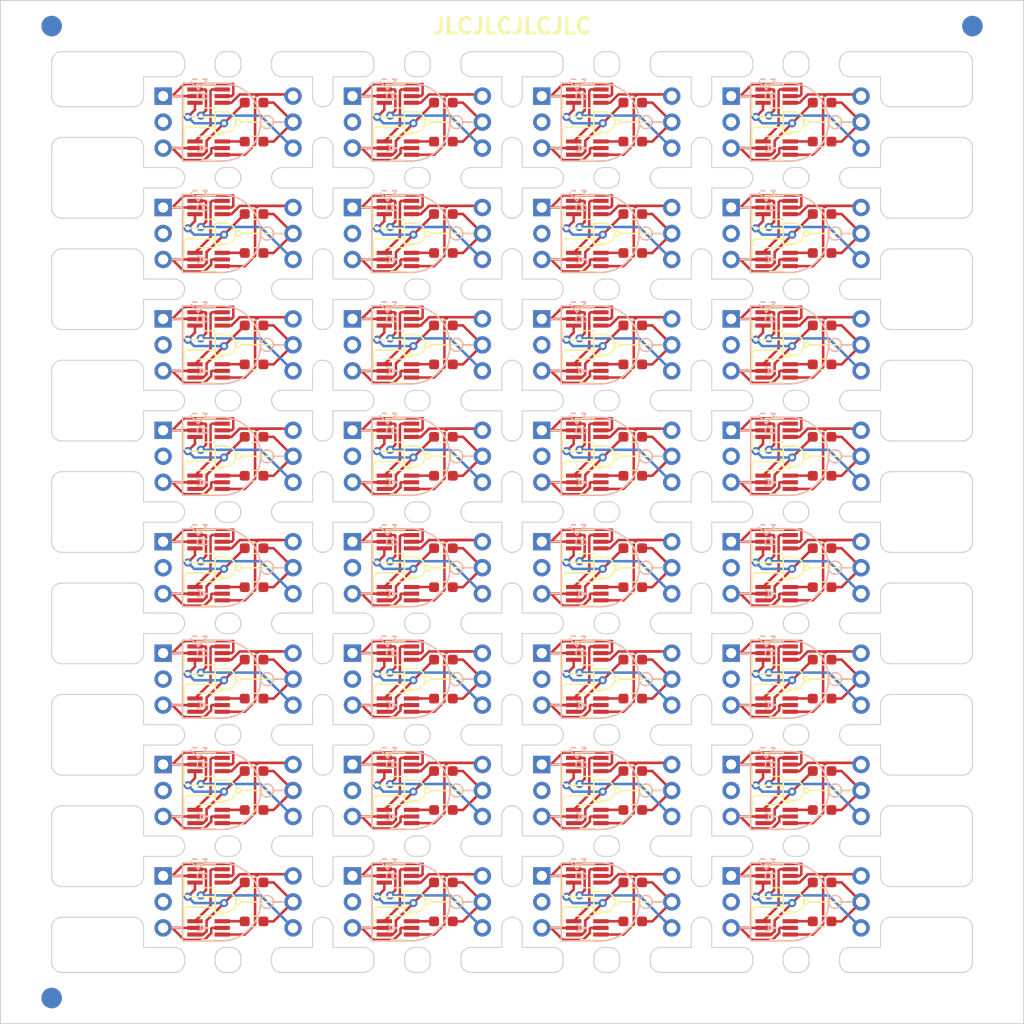
<source format=kicad_pcb>
(kicad_pcb (version 20211014) (generator pcbnew)
  (layers (0 "F.Cu" signal) (31 "B.Cu" signal) (34 "B.Paste" user) (35 "F.Paste" user) (36 "B.SilkS" user "B.Silkscreen") (37 "F.SilkS" user "F.Silkscreen") (38 "B.Mask" user) (39 "F.Mask" user) (44 "Edge.Cuts" user))
  (net 0 "")
  (net 1 "Board_0-A")
  (net 2 "Board_0-B")
  (net 3 "Board_0-Net-(Q1-Pad1)")
  (net 4 "Board_0-Net-(Q1-Pad3)")
  (net 5 "Board_0-Net-(Q1-Pad6)")
  (net 6 "Board_0-Out")
  (net 7 "Board_0-VDD")
  (net 8 "Board_0-VSS")
  (net 9 "Board_0-unconnected-(J1-Pad2)")
  (net 10 "Board_1-A")
  (net 11 "Board_1-B")
  (net 12 "Board_1-Net-(Q1-Pad1)")
  (net 13 "Board_1-Net-(Q1-Pad3)")
  (net 14 "Board_1-Net-(Q1-Pad6)")
  (net 15 "Board_1-Out")
  (net 16 "Board_1-VDD")
  (net 17 "Board_1-VSS")
  (net 18 "Board_1-unconnected-(J1-Pad2)")
  (net 19 "Board_2-A")
  (net 20 "Board_2-B")
  (net 21 "Board_2-Net-(Q1-Pad1)")
  (net 22 "Board_2-Net-(Q1-Pad3)")
  (net 23 "Board_2-Net-(Q1-Pad6)")
  (net 24 "Board_2-Out")
  (net 25 "Board_2-VDD")
  (net 26 "Board_2-VSS")
  (net 27 "Board_2-unconnected-(J1-Pad2)")
  (net 28 "Board_3-A")
  (net 29 "Board_3-B")
  (net 30 "Board_3-Net-(Q1-Pad1)")
  (net 31 "Board_3-Net-(Q1-Pad3)")
  (net 32 "Board_3-Net-(Q1-Pad6)")
  (net 33 "Board_3-Out")
  (net 34 "Board_3-VDD")
  (net 35 "Board_3-VSS")
  (net 36 "Board_3-unconnected-(J1-Pad2)")
  (net 37 "Board_4-A")
  (net 38 "Board_4-B")
  (net 39 "Board_4-Net-(Q1-Pad1)")
  (net 40 "Board_4-Net-(Q1-Pad3)")
  (net 41 "Board_4-Net-(Q1-Pad6)")
  (net 42 "Board_4-Out")
  (net 43 "Board_4-VDD")
  (net 44 "Board_4-VSS")
  (net 45 "Board_4-unconnected-(J1-Pad2)")
  (net 46 "Board_5-A")
  (net 47 "Board_5-B")
  (net 48 "Board_5-Net-(Q1-Pad1)")
  (net 49 "Board_5-Net-(Q1-Pad3)")
  (net 50 "Board_5-Net-(Q1-Pad6)")
  (net 51 "Board_5-Out")
  (net 52 "Board_5-VDD")
  (net 53 "Board_5-VSS")
  (net 54 "Board_5-unconnected-(J1-Pad2)")
  (net 55 "Board_6-A")
  (net 56 "Board_6-B")
  (net 57 "Board_6-Net-(Q1-Pad1)")
  (net 58 "Board_6-Net-(Q1-Pad3)")
  (net 59 "Board_6-Net-(Q1-Pad6)")
  (net 60 "Board_6-Out")
  (net 61 "Board_6-VDD")
  (net 62 "Board_6-VSS")
  (net 63 "Board_6-unconnected-(J1-Pad2)")
  (net 64 "Board_7-A")
  (net 65 "Board_7-B")
  (net 66 "Board_7-Net-(Q1-Pad1)")
  (net 67 "Board_7-Net-(Q1-Pad3)")
  (net 68 "Board_7-Net-(Q1-Pad6)")
  (net 69 "Board_7-Out")
  (net 70 "Board_7-VDD")
  (net 71 "Board_7-VSS")
  (net 72 "Board_7-unconnected-(J1-Pad2)")
  (net 73 "Board_8-A")
  (net 74 "Board_8-B")
  (net 75 "Board_8-Net-(Q1-Pad1)")
  (net 76 "Board_8-Net-(Q1-Pad3)")
  (net 77 "Board_8-Net-(Q1-Pad6)")
  (net 78 "Board_8-Out")
  (net 79 "Board_8-VDD")
  (net 80 "Board_8-VSS")
  (net 81 "Board_8-unconnected-(J1-Pad2)")
  (net 82 "Board_9-A")
  (net 83 "Board_9-B")
  (net 84 "Board_9-Net-(Q1-Pad1)")
  (net 85 "Board_9-Net-(Q1-Pad3)")
  (net 86 "Board_9-Net-(Q1-Pad6)")
  (net 87 "Board_9-Out")
  (net 88 "Board_9-VDD")
  (net 89 "Board_9-VSS")
  (net 90 "Board_9-unconnected-(J1-Pad2)")
  (net 91 "Board_10-A")
  (net 92 "Board_10-B")
  (net 93 "Board_10-Net-(Q1-Pad1)")
  (net 94 "Board_10-Net-(Q1-Pad3)")
  (net 95 "Board_10-Net-(Q1-Pad6)")
  (net 96 "Board_10-Out")
  (net 97 "Board_10-VDD")
  (net 98 "Board_10-VSS")
  (net 99 "Board_10-unconnected-(J1-Pad2)")
  (net 100 "Board_11-A")
  (net 101 "Board_11-B")
  (net 102 "Board_11-Net-(Q1-Pad1)")
  (net 103 "Board_11-Net-(Q1-Pad3)")
  (net 104 "Board_11-Net-(Q1-Pad6)")
  (net 105 "Board_11-Out")
  (net 106 "Board_11-VDD")
  (net 107 "Board_11-VSS")
  (net 108 "Board_11-unconnected-(J1-Pad2)")
  (net 109 "Board_12-A")
  (net 110 "Board_12-B")
  (net 111 "Board_12-Net-(Q1-Pad1)")
  (net 112 "Board_12-Net-(Q1-Pad3)")
  (net 113 "Board_12-Net-(Q1-Pad6)")
  (net 114 "Board_12-Out")
  (net 115 "Board_12-VDD")
  (net 116 "Board_12-VSS")
  (net 117 "Board_12-unconnected-(J1-Pad2)")
  (net 118 "Board_13-A")
  (net 119 "Board_13-B")
  (net 120 "Board_13-Net-(Q1-Pad1)")
  (net 121 "Board_13-Net-(Q1-Pad3)")
  (net 122 "Board_13-Net-(Q1-Pad6)")
  (net 123 "Board_13-Out")
  (net 124 "Board_13-VDD")
  (net 125 "Board_13-VSS")
  (net 126 "Board_13-unconnected-(J1-Pad2)")
  (net 127 "Board_14-A")
  (net 128 "Board_14-B")
  (net 129 "Board_14-Net-(Q1-Pad1)")
  (net 130 "Board_14-Net-(Q1-Pad3)")
  (net 131 "Board_14-Net-(Q1-Pad6)")
  (net 132 "Board_14-Out")
  (net 133 "Board_14-VDD")
  (net 134 "Board_14-VSS")
  (net 135 "Board_14-unconnected-(J1-Pad2)")
  (net 136 "Board_15-A")
  (net 137 "Board_15-B")
  (net 138 "Board_15-Net-(Q1-Pad1)")
  (net 139 "Board_15-Net-(Q1-Pad3)")
  (net 140 "Board_15-Net-(Q1-Pad6)")
  (net 141 "Board_15-Out")
  (net 142 "Board_15-VDD")
  (net 143 "Board_15-VSS")
  (net 144 "Board_15-unconnected-(J1-Pad2)")
  (net 145 "Board_16-A")
  (net 146 "Board_16-B")
  (net 147 "Board_16-Net-(Q1-Pad1)")
  (net 148 "Board_16-Net-(Q1-Pad3)")
  (net 149 "Board_16-Net-(Q1-Pad6)")
  (net 150 "Board_16-Out")
  (net 151 "Board_16-VDD")
  (net 152 "Board_16-VSS")
  (net 153 "Board_16-unconnected-(J1-Pad2)")
  (net 154 "Board_17-A")
  (net 155 "Board_17-B")
  (net 156 "Board_17-Net-(Q1-Pad1)")
  (net 157 "Board_17-Net-(Q1-Pad3)")
  (net 158 "Board_17-Net-(Q1-Pad6)")
  (net 159 "Board_17-Out")
  (net 160 "Board_17-VDD")
  (net 161 "Board_17-VSS")
  (net 162 "Board_17-unconnected-(J1-Pad2)")
  (net 163 "Board_18-A")
  (net 164 "Board_18-B")
  (net 165 "Board_18-Net-(Q1-Pad1)")
  (net 166 "Board_18-Net-(Q1-Pad3)")
  (net 167 "Board_18-Net-(Q1-Pad6)")
  (net 168 "Board_18-Out")
  (net 169 "Board_18-VDD")
  (net 170 "Board_18-VSS")
  (net 171 "Board_18-unconnected-(J1-Pad2)")
  (net 172 "Board_19-A")
  (net 173 "Board_19-B")
  (net 174 "Board_19-Net-(Q1-Pad1)")
  (net 175 "Board_19-Net-(Q1-Pad3)")
  (net 176 "Board_19-Net-(Q1-Pad6)")
  (net 177 "Board_19-Out")
  (net 178 "Board_19-VDD")
  (net 179 "Board_19-VSS")
  (net 180 "Board_19-unconnected-(J1-Pad2)")
  (net 181 "Board_20-A")
  (net 182 "Board_20-B")
  (net 183 "Board_20-Net-(Q1-Pad1)")
  (net 184 "Board_20-Net-(Q1-Pad3)")
  (net 185 "Board_20-Net-(Q1-Pad6)")
  (net 186 "Board_20-Out")
  (net 187 "Board_20-VDD")
  (net 188 "Board_20-VSS")
  (net 189 "Board_20-unconnected-(J1-Pad2)")
  (net 190 "Board_21-A")
  (net 191 "Board_21-B")
  (net 192 "Board_21-Net-(Q1-Pad1)")
  (net 193 "Board_21-Net-(Q1-Pad3)")
  (net 194 "Board_21-Net-(Q1-Pad6)")
  (net 195 "Board_21-Out")
  (net 196 "Board_21-VDD")
  (net 197 "Board_21-VSS")
  (net 198 "Board_21-unconnected-(J1-Pad2)")
  (net 199 "Board_22-A")
  (net 200 "Board_22-B")
  (net 201 "Board_22-Net-(Q1-Pad1)")
  (net 202 "Board_22-Net-(Q1-Pad3)")
  (net 203 "Board_22-Net-(Q1-Pad6)")
  (net 204 "Board_22-Out")
  (net 205 "Board_22-VDD")
  (net 206 "Board_22-VSS")
  (net 207 "Board_22-unconnected-(J1-Pad2)")
  (net 208 "Board_23-A")
  (net 209 "Board_23-B")
  (net 210 "Board_23-Net-(Q1-Pad1)")
  (net 211 "Board_23-Net-(Q1-Pad3)")
  (net 212 "Board_23-Net-(Q1-Pad6)")
  (net 213 "Board_23-Out")
  (net 214 "Board_23-VDD")
  (net 215 "Board_23-VSS")
  (net 216 "Board_23-unconnected-(J1-Pad2)")
  (net 217 "Board_24-A")
  (net 218 "Board_24-B")
  (net 219 "Board_24-Net-(Q1-Pad1)")
  (net 220 "Board_24-Net-(Q1-Pad3)")
  (net 221 "Board_24-Net-(Q1-Pad6)")
  (net 222 "Board_24-Out")
  (net 223 "Board_24-VDD")
  (net 224 "Board_24-VSS")
  (net 225 "Board_24-unconnected-(J1-Pad2)")
  (net 226 "Board_25-A")
  (net 227 "Board_25-B")
  (net 228 "Board_25-Net-(Q1-Pad1)")
  (net 229 "Board_25-Net-(Q1-Pad3)")
  (net 230 "Board_25-Net-(Q1-Pad6)")
  (net 231 "Board_25-Out")
  (net 232 "Board_25-VDD")
  (net 233 "Board_25-VSS")
  (net 234 "Board_25-unconnected-(J1-Pad2)")
  (net 235 "Board_26-A")
  (net 236 "Board_26-B")
  (net 237 "Board_26-Net-(Q1-Pad1)")
  (net 238 "Board_26-Net-(Q1-Pad3)")
  (net 239 "Board_26-Net-(Q1-Pad6)")
  (net 240 "Board_26-Out")
  (net 241 "Board_26-VDD")
  (net 242 "Board_26-VSS")
  (net 243 "Board_26-unconnected-(J1-Pad2)")
  (net 244 "Board_27-A")
  (net 245 "Board_27-B")
  (net 246 "Board_27-Net-(Q1-Pad1)")
  (net 247 "Board_27-Net-(Q1-Pad3)")
  (net 248 "Board_27-Net-(Q1-Pad6)")
  (net 249 "Board_27-Out")
  (net 250 "Board_27-VDD")
  (net 251 "Board_27-VSS")
  (net 252 "Board_27-unconnected-(J1-Pad2)")
  (net 253 "Board_28-A")
  (net 254 "Board_28-B")
  (net 255 "Board_28-Net-(Q1-Pad1)")
  (net 256 "Board_28-Net-(Q1-Pad3)")
  (net 257 "Board_28-Net-(Q1-Pad6)")
  (net 258 "Board_28-Out")
  (net 259 "Board_28-VDD")
  (net 260 "Board_28-VSS")
  (net 261 "Board_28-unconnected-(J1-Pad2)")
  (net 262 "Board_29-A")
  (net 263 "Board_29-B")
  (net 264 "Board_29-Net-(Q1-Pad1)")
  (net 265 "Board_29-Net-(Q1-Pad3)")
  (net 266 "Board_29-Net-(Q1-Pad6)")
  (net 267 "Board_29-Out")
  (net 268 "Board_29-VDD")
  (net 269 "Board_29-VSS")
  (net 270 "Board_29-unconnected-(J1-Pad2)")
  (net 271 "Board_30-A")
  (net 272 "Board_30-B")
  (net 273 "Board_30-Net-(Q1-Pad1)")
  (net 274 "Board_30-Net-(Q1-Pad3)")
  (net 275 "Board_30-Net-(Q1-Pad6)")
  (net 276 "Board_30-Out")
  (net 277 "Board_30-VDD")
  (net 278 "Board_30-VSS")
  (net 279 "Board_30-unconnected-(J1-Pad2)")
  (net 280 "Board_31-A")
  (net 281 "Board_31-B")
  (net 282 "Board_31-Net-(Q1-Pad1)")
  (net 283 "Board_31-Net-(Q1-Pad3)")
  (net 284 "Board_31-Net-(Q1-Pad6)")
  (net 285 "Board_31-Out")
  (net 286 "Board_31-VDD")
  (net 287 "Board_31-VSS")
  (net 288 "Board_31-unconnected-(J1-Pad2)")
  (footprint "NPTH" (layer "F.Cu") (at 40.998333 52.906)
    (fp_text reference "REF**" hide)
    (fp_text value "NPTH" hide)
  )
  (footprint "NPTH" (layer "F.Cu") (at 66.205 72.446)
    (fp_text reference "REF**" hide)
    (fp_text value "NPTH" hide)
  )
  (footprint "NPTH" (layer "F.Cu") (at 90.025 107.366)
    (fp_text reference "REF**" hide)
    (fp_text value "NPTH" hide)
  )
  (footprint "NPTH" (layer "F.Cu") (at 69.511666 98.866)
    (fp_text reference "REF**" hide)
    (fp_text value "NPTH" hide)
  )
  (footprint "NPTH" (layer "F.Cu") (at 63.805 71.446)
    (fp_text reference "REF**" hide)
    (fp_text value "NPTH" hide)
  )
  (footprint "NPTH" (layer "F.Cu") (at 90.025 42.026)
    (fp_text reference "REF**" hide)
    (fp_text value "NPTH" hide)
  )
  (footprint "Resistor_SMD:R_0603_1608Metric_Pad0.98x0.95mm_HandSolder" (layer "F.Cu") (at 58.295 24.981)
    (fp_text reference "R1" hide)
    (fp_text value "12k")
  )
  (footprint "NPTH" (layer "F.Cu") (at 47.705 82.336)
    (fp_text reference "REF**" hide)
    (fp_text value "NPTH" hide)
  )
  (footprint "NPTH" (layer "F.Cu") (at 66.205 49.666)
    (fp_text reference "REF**" hide)
    (fp_text value "NPTH" hide)
  )
  (footprint "NPTH" (layer "F.Cu") (at 37.998333 96.466)
    (fp_text reference "REF**" hide)
    (fp_text value "NPTH" hide)
  )
  (footprint "NPTH" (layer "F.Cu") (at 45.305 72.446)
    (fp_text reference "REF**" hide)
    (fp_text value "NPTH" hide)
  )
  (footprint "NPTH" (layer "F.Cu") (at 28.985 16.5)
    (fp_text reference "REF**" hide)
    (fp_text value "NPTH" hide)
  )
  (footprint "NPTH" (layer "F.Cu") (at 40.998333 107.366)
    (fp_text reference "REF**" hide)
    (fp_text value "NPTH" hide)
  )
  (footprint "NPTH" (layer "F.Cu") (at 77.018333 107.366)
    (fp_text reference "REF**" hide)
    (fp_text value "NPTH" hide)
  )
  (footprint "NPTH" (layer "F.Cu") (at 58.505 96.466)
    (fp_text reference "REF**" hide)
    (fp_text value "NPTH" hide)
  )
  (footprint "NPTH" (layer "F.Cu") (at 45.305 46.666)
    (fp_text reference "REF**" hide)
    (fp_text value "NPTH" hide)
  )
  (footprint "NPTH" (layer "F.Cu") (at 45.305 25.886)
    (fp_text reference "REF**" hide)
    (fp_text value "NPTH" hide)
  )
  (footprint "Tritium:PinHeader_1x03_P2.54mm_Vertical_NoSilkscreen" (layer "F.Cu") (at 62.105 46.126)
    (fp_text reference "J2" hide)
    (fp_text value "Conn_01x03")
  )
  (footprint "Package_TO_SOT_SMD:SOT-363_SC-70-6_Handsoldering" (layer "F.Cu") (at 72.36 72.986)
    (fp_text reference "Q1" hide)
    (fp_text value "BSS8402DW-7-F")
  )
  (footprint "NPTH" (layer "F.Cu") (at 63.805 82.336)
    (fp_text reference "REF**" hide)
    (fp_text value "NPTH" hide)
  )
  (footprint "NPTH" (layer "F.Cu") (at 37.998333 22.646)
    (fp_text reference "REF**" hide)
    (fp_text value "NPTH" hide)
  )
  (footprint "NPTH" (layer "F.Cu") (at 60.505 42.026)
    (fp_text reference "REF**" hide)
    (fp_text value "NPTH" hide)
  )
  (footprint "NPTH" (layer "F.Cu") (at 33.491666 66.206)
    (fp_text reference "REF**" hide)
    (fp_text value "NPTH" hide)
  )
  (footprint "NPTH" (layer "F.Cu") (at 90.025 87.986)
    (fp_text reference "REF**" hide)
    (fp_text value "NPTH" hide)
  )
  (footprint "NPTH" (layer "F.Cu") (at 71.511666 107.366)
    (fp_text reference "REF**" hide)
    (fp_text value "NPTH" hide)
  )
  (footprint "NPTH" (layer "F.Cu") (at 53.005 55.306)
    (fp_text reference "REF**" hide)
    (fp_text value "NPTH" hide)
  )
  (footprint "NPTH" (layer "F.Cu") (at 52.005 42.026)
    (fp_text reference "REF**" hide)
    (fp_text value "NPTH" hide)
  )
  (footprint "Resistor_SMD:R_0603_1608Metric_Pad0.98x0.95mm_HandSolder" (layer "F.Cu") (at 76.805 35.871)
    (fp_text reference "R1" hide)
    (fp_text value "12k")
  )
  (footprint "NPTH" (layer "F.Cu") (at 91.025 87.986)
    (fp_text reference "REF**" hide)
    (fp_text value "NPTH" hide)
  )
  (footprint "NPTH" (layer "F.Cu") (at 34.491666 87.986)
    (fp_text reference "REF**" hide)
    (fp_text value "NPTH" hide)
  )
  (footprint "NPTH" (layer "F.Cu") (at 35.491666 107.366)
    (fp_text reference "REF**" hide)
    (fp_text value "NPTH" hide)
  )
  (footprint "NPTH" (layer "F.Cu") (at 45.305 36.776)
    (fp_text reference "REF**" hide)
    (fp_text value "NPTH" hide)
  )
  (footprint "NPTH" (layer "F.Cu") (at 29.185 82.336)
    (fp_text reference "REF**" hide)
    (fp_text value "NPTH" hide)
  )
  (footprint "NPTH" (layer "F.Cu") (at 97.525 66.206)
    (fp_text reference "REF**" hide)
    (fp_text value "NPTH" hide)
  )
  (footprint "NPTH" (layer "F.Cu") (at 93.525 77.086)
    (fp_text reference "REF**" hide)
    (fp_text value "NPTH" hide)
  )
  (footprint "Resistor_SMD:R_0603_1608Metric_Pad0.98x0.95mm_HandSolder" (layer "F.Cu") (at 95.315 68.541)
    (fp_text reference "R1" hide)
    (fp_text value "12k")
  )
  (footprint "Tritium:PinHeader_1x03_P2.54mm_Vertical_NoSilkscreen" (layer "F.Cu") (at 80.615 78.796)
    (fp_text reference "J2" hide)
    (fp_text value "Conn_01x03")
  )
  (footprint "NPTH" (layer "F.Cu") (at 37.998333 44.426)
    (fp_text reference "REF**" hide)
    (fp_text value "NPTH" hide)
  )
  (footprint "NPTH" (layer "F.Cu") (at 75.018333 44.426)
    (fp_text reference "REF**" hide)
    (fp_text value "NPTH" hide)
  )
  (footprint "NPTH" (layer "F.Cu") (at 28.985 17.5)
    (fp_text reference "REF**" hide)
    (fp_text value "NPTH" hide)
  )
  (footprint "NPTH" (layer "F.Cu") (at 91.025 44.426)
    (fp_text reference "REF**" hide)
    (fp_text value "NPTH" hide)
  )
  (footprint "Resistor_SMD:R_0603_1608Metric_Pad0.98x0.95mm_HandSolder" (layer "F.Cu") (at 76.805 94.131 180)
    (fp_text reference "R2" hide)
    (fp_text value "12k")
  )
  (footprint "NPTH" (layer "F.Cu") (at 47.705 79.336)
    (fp_text reference "REF**" hide)
    (fp_text value "NPTH" hide)
  )
  (footprint "NPTH" (layer "F.Cu") (at 72.511666 31.126)
    (fp_text reference "REF**" hide)
    (fp_text value "NPTH" hide)
  )
  (footprint "Resistor_SMD:R_0603_1608Metric_Pad0.98x0.95mm_HandSolder" (layer "F.Cu") (at 76.805 79.431)
    (fp_text reference "R1" hide)
    (fp_text value "12k")
  )
  (footprint "NPTH" (layer "F.Cu") (at 100.825 47.666)
    (fp_text reference "REF**" hide)
    (fp_text value "NPTH" hide)
  )
  (footprint "NPTH" (layer "F.Cu") (at 41.998333 96.466)
    (fp_text reference "REF**" hide)
    (fp_text value "NPTH" hide)
  )
  (footprint "NPTH" (layer "F.Cu") (at 45.305 38.776)
    (fp_text reference "REF**" hide)
    (fp_text value "NPTH" hide)
  )
  (footprint "NPTH" (layer "F.Cu") (at 29.185 91.226)
    (fp_text reference "REF**" hide)
    (fp_text value "NPTH" hide)
  )
  (footprint "NPTH" (layer "F.Cu") (at 101.025 16.5)
    (fp_text reference "REF**" hide)
    (fp_text value "NPTH" hide)
  )
  (footprint "Package_TO_SOT_SMD:SOT-363_SC-70-6_Handsoldering" (layer "F.Cu") (at 35.34 89.686)
    (fp_text reference "Q2" hide)
    (fp_text value "BSS8402DW-7-F")
  )
  (footprint "NPTH" (layer "F.Cu") (at 32.491666 31.126)
    (fp_text reference "REF**" hide)
    (fp_text value "NPTH" hide)
  )
  (footprint "NPTH" (layer "F.Cu") (at 88.025 55.306)
    (fp_text reference "REF**" hide)
    (fp_text value "NPTH" hide)
  )
  (footprint "NPTH" (layer "F.Cu") (at 92.025 31.126)
    (fp_text reference "REF**" hide)
    (fp_text value "NPTH" hide)
  )
  (footprint "NPTH" (layer "F.Cu") (at 41.998333 98.866)
    (fp_text reference "REF**" hide)
    (fp_text value "NPTH" hide)
  )
  (footprint "NPTH" (layer "F.Cu") (at 66.205 46.666)
    (fp_text reference "REF**" hide)
    (fp_text value "NPTH" hide)
  )
  (footprint "NPTH" (layer "F.Cu") (at 59.505 63.806)
    (fp_text reference "REF**" hide)
    (fp_text value "NPTH" hide)
  )
  (footprint "NPTH" (layer "F.Cu") (at 71.511666 96.466)
    (fp_text reference "REF**" hide)
    (fp_text value "NPTH" hide)
  )
  (footprint "NPTH" (layer "F.Cu") (at 96.525 31.126)
    (fp_text reference "REF**" hide)
    (fp_text value "NPTH" hide)
  )
  (footprint "NPTH" (layer "F.Cu") (at 15.5 22.446)
    (fp_text reference "REF**" hide)
    (fp_text value "NPTH" hide)
  )
  (footprint "NPTH" (layer "F.Cu") (at 90.025 22.646)
    (fp_text reference "REF**" hide)
    (fp_text value "NPTH" hide)
  )
  (footprint "NPTH" (layer "F.Cu") (at 29.185 80.336)
    (fp_text reference "REF**" hide)
    (fp_text value "NPTH" hide)
  )
  (footprint "Tritium:PinHeader_1x03_P2.54mm_Vertical_NoSilkscreen" (layer "F.Cu") (at 43.595 89.686)
    (fp_text reference "J2" hide)
    (fp_text value "Conn_01x03")
  )
  (footprint "NPTH" (layer "F.Cu") (at 51.005 98.866)
    (fp_text reference "REF**" hide)
    (fp_text value "NPTH" hide)
  )
  (footprint "NPTH" (layer "F.Cu") (at 59.505 66.206)
    (fp_text reference "REF**" hide)
    (fp_text value "NPTH" hide)
  )
  (footprint "NPTH" (layer "F.Cu") (at 100.825 59.556)
    (fp_text reference "REF**" hide)
    (fp_text value "NPTH" hide)
  )
  (footprint "NPTH" (layer "F.Cu") (at 36.491666 96.466)
    (fp_text reference "REF**" hide)
    (fp_text value "NPTH" hide)
  )
  (footprint "NPTH" (layer "F.Cu") (at 57.505 63.806)
    (fp_text reference "REF**" hide)
    (fp_text value "NPTH" hide)
  )
  (footprint "NPTH" (layer "F.Cu") (at 101.025 112.512)
    (fp_text reference "REF**" hide)
    (fp_text value "NPTH" hide)
  )
  (footprint "NPTH" (layer "F.Cu") (at 37.998333 77.086)
    (fp_text reference "REF**" hide)
    (fp_text value "NPTH" hide)
  )
  (footprint "NPTH" (layer "F.Cu") (at 66.205 81.336)
    (fp_text reference "REF**" hide)
    (fp_text value "NPTH" hide)
  )
  (footprint "Package_TO_SOT_SMD:SOT-363_SC-70-6_Handsoldering" (layer "F.Cu") (at 90.87 72.986)
    (fp_text reference "Q1" hide)
    (fp_text value "BSS8402DW-7-F")
  )
  (footprint "Package_TO_SOT_SMD:SOT-363_SC-70-6_Handsoldering" (layer "F.Cu") (at 72.36 89.686)
    (fp_text reference "Q2" hide)
    (fp_text value "BSS8402DW-7-F")
  )
  (footprint "NPTH" (layer "F.Cu") (at 41.998333 66.206)
    (fp_text reference "REF**" hide)
    (fp_text value "NPTH" hide)
  )
  (footprint "NPTH" (layer "F.Cu") (at 38.998333 85.586)
    (fp_text reference "REF**" hide)
    (fp_text value "NPTH" hide)
  )
  (footprint "Resistor_SMD:R_0603_1608Metric_Pad0.98x0.95mm_HandSolder" (layer "F.Cu") (at 58.295 72.351 180)
    (fp_text reference "R2" hide)
    (fp_text value "12k")
  )
  (footprint "NPTH" (layer "F.Cu") (at 58.505 63.806)
    (fp_text reference "REF**" hide)
    (fp_text value "NPTH" hide)
  )
  (footprint "Package_TO_SOT_SMD:SOT-363_SC-70-6_Handsoldering" (layer "F.Cu") (at 72.36 105.656)
    (fp_text reference "Q1" hide)
    (fp_text value "BSS8402DW-7-F")
  )
  (footprint "NPTH" (layer "F.Cu") (at 53.005 96.466)
    (fp_text reference "REF**" hide)
    (fp_text value "NPTH" hide)
  )
  (footprint "NPTH" (layer "F.Cu") (at 47.705 68.446)
    (fp_text reference "REF**" hide)
    (fp_text value "NPTH" hide)
  )
  (footprint "Resistor_SMD:R_0603_1608Metric_Pad0.98x0.95mm_HandSolder" (layer "F.Cu") (at 58.295 90.321)
    (fp_text reference "R1" hide)
    (fp_text value "12k")
  )
  (footprint "NPTH" (layer "F.Cu") (at 95.525 33.526)
    (fp_text reference "REF**" hide)
    (fp_text value "NPTH" hide)
  )
  (footprint "NPTH" (layer "F.Cu") (at 34.491666 74.686)
    (fp_text reference "REF**" hide)
    (fp_text value "NPTH" hide)
  )
  (footprint "NPTH" (layer "F.Cu") (at 88.025 87.986)
    (fp_text reference "REF**" hide)
    (fp_text value "NPTH" hide)
  )
  (footprint "NPTH" (layer "F.Cu") (at 56.505 96.466)
    (fp_text reference "REF**" hide)
    (fp_text value "NPTH" hide)
  )
  (footprint "NPTH" (layer "F.Cu") (at 39.998333 74.686)
    (fp_text reference "REF**" hide)
    (fp_text value "NPTH" hide)
  )
  (footprint "NPTH" (layer "F.Cu") (at 89.025 55.306)
    (fp_text reference "REF**" hide)
    (fp_text value "NPTH" hide)
  )
  (footprint "NPTH" (layer "F.Cu") (at 45.305 91.226)
    (fp_text reference "REF**" hide)
    (fp_text value "NPTH" hide)
  )
  (footprint "Tritium:PinHeader_1x03_P2.54mm_Vertical_NoSilkscreen" (layer "F.Cu") (at 43.595 100.576)
    (fp_text reference "J2" hide)
    (fp_text value "Conn_01x03")
  )
  (footprint "NPTH" (layer "F.Cu") (at 78.018333 22.646)
    (fp_text reference "REF**" hide)
    (fp_text value "NPTH" hide)
  )
  (footprint "NPTH" (layer "F.Cu") (at 91.025 85.586)
    (fp_text reference "REF**" hide)
    (fp_text value "NPTH" hide)
  )
  (footprint "NPTH" (layer "F.Cu") (at 47.705 57.556)
    (fp_text reference "REF**" hide)
    (fp_text value "NPTH" hide)
  )
  (footprint "Package_TO_SOT_SMD:SOT-363_SC-70-6_Handsoldering" (layer "F.Cu") (at 90.87 94.766)
    (fp_text reference "Q1" hide)
    (fp_text value "BSS8402DW-7-F")
  )
  (footprint "NPTH" (layer "F.Cu") (at 54.005 52.906)
    (fp_text reference "REF**" hide)
    (fp_text value "NPTH" hide)
  )
  (footprint "NPTH" (layer "F.Cu") (at 73.511666 87.986)
    (fp_text reference "REF**" hide)
    (fp_text value "NPTH" hide)
  )
  (footprint "NPTH" (layer "F.Cu") (at 91.025 74.686)
    (fp_text reference "REF**" hide)
    (fp_text value "NPTH" hide)
  )
  (footprint "NPTH" (layer "F.Cu") (at 41.998333 52.906)
    (fp_text reference "REF**" hide)
    (fp_text value "NPTH" hide)
  )
  (footprint "NPTH" (layer "F.Cu") (at 57.505 22.646)
    (fp_text reference "REF**" hide)
    (fp_text value "NPTH" hide)
  )
  (footprint "NPTH" (layer "F.Cu") (at 77.018333 52.906)
    (fp_text reference "REF**" hide)
    (fp_text value "NPTH" hide)
  )
  (footprint "NPTH" (layer "F.Cu") (at 37.998333 55.306)
    (fp_text reference "REF**" hide)
    (fp_text value "NPTH" hide)
  )
  (footprint "NPTH" (layer "F.Cu") (at 84.725 57.556)
    (fp_text reference "REF**" hide)
    (fp_text value "NPTH" hide)
  )
  (footprint "NPTH" (layer "F.Cu") (at 93.525 63.806)
    (fp_text reference "REF**" hide)
    (fp_text value "NPTH" hide)
  )
  (footprint "NPTH" (layer "F.Cu") (at 92.025 33.526)
    (fp_text reference "REF**" hide)
    (fp_text value "NPTH" hide)
  )
  (footprint "NPTH" (layer "F.Cu") (at 82.325 72.446)
    (fp_text reference "REF**" hide)
    (fp_text value "NPTH" hide)
  )
  (footprint "NPTH" (layer "F.Cu") (at 69.511666 55.306)
    (fp_text reference "REF**" hide)
    (fp_text value "NPTH" hide)
  )
  (footprint "NPTH" (layer "F.Cu") (at 82.325 25.886)
    (fp_text reference "REF**" hide)
    (fp_text value "NPTH" hide)
  )
  (footprint "Tritium:PinHeader_1x03_P2.54mm_Vertical_NoSilkscreen" (layer "F.Cu") (at 67.915 46.126)
    (fp_text reference "J1" hide)
    (fp_text value "Conn_01x03")
  )
  (footprint "NPTH" (layer "F.Cu") (at 57.505 87.986)
    (fp_text reference "REF**" hide)
    (fp_text value "NPTH" hide)
  )
  (footprint "NPTH" (layer "F.Cu") (at 63.805 79.336)
    (fp_text reference "REF**" hide)
    (fp_text value "NPTH" hide)
  )
  (footprint "NPTH" (layer "F.Cu") (at 88.025 85.586)
    (fp_text reference "REF**" hide)
    (fp_text value "NPTH" hide)
  )
  (footprint "NPTH" (layer "F.Cu") (at 36.491666 85.586)
    (fp_text reference "REF**" hide)
    (fp_text value "NPTH" hide)
  )
  (footprint "NPTH" (layer "F.Cu") (at 69.511666 33.526)
    (fp_text reference "REF**" hide)
    (fp_text value "NPTH" hide)
  )
  (footprint "NPTH" (layer "F.Cu") (at 84.725 28.886)
    (fp_text reference "REF**" hide)
    (fp_text value "NPTH" hide)
  )
  (footprint "NPTH" (layer "F.Cu") (at 29.185 83.336)
    (fp_text reference "REF**" hide)
    (fp_text value "NPTH" hide)
  )
  (footprint "NPTH" (layer "F.Cu") (at 77.018333 22.646)
    (fp_text reference "REF**" hide)
    (fp_text value "NPTH" hide)
  )
  (footprint "Tritium:PinHeader_1x03_P2.54mm_Vertical_NoSilkscreen" (layer "F.Cu") (at 43.595 78.796)
    (fp_text reference "J2" hide)
    (fp_text value "Conn_01x03")
  )
  (footprint "Resistor_SMD:R_0603_1608Metric_Pad0.98x0.95mm_HandSolder" (layer "F.Cu") (at 39.785 90.321)
    (fp_text reference "R1" hide)
    (fp_text value "12k")
  )
  (footprint "NPTH" (layer "F.Cu") (at 75.018333 52.906)
    (fp_text reference "REF**" hide)
    (fp_text value "NPTH" hide)
  )
  (footprint "Package_TO_SOT_SMD:SOT-363_SC-70-6_Handsoldering" (layer "F.Cu") (at 35.34 51.206)
    (fp_text reference "Q1" hide)
    (fp_text value "BSS8402DW-7-F")
  )
  (footprint "NPTH" (layer "F.Cu") (at 88.025 107.366)
    (fp_text reference "REF**" hide)
    (fp_text value "NPTH" hide)
  )
  (footprint "NPTH" (layer "F.Cu") (at 82.325 70.446)
    (fp_text reference "REF**" hide)
    (fp_text value "NPTH" hide)
  )
  (footprint "NPTH" (layer "F.Cu") (at 66.205 82.336)
    (fp_text reference "REF**" hide)
    (fp_text value "NPTH" hide)
  )
  (footprint "NPTH" (layer "F.Cu") (at 63.805 72.446)
    (fp_text reference "REF**" hide)
    (fp_text value "NPTH" hide)
  )
  (footprint "NPTH" (layer "F.Cu") (at 47.705 46.666)
    (fp_text reference "REF**" hide)
    (fp_text value "NPTH" hide)
  )
  (footprint "NPTH" (layer "F.Cu") (at 60.505 63.806)
    (fp_text reference "REF**" hide)
    (fp_text value "NPTH" hide)
  )
  (footprint "NPTH" (layer "F.Cu") (at 79.018333 74.686)
    (fp_text reference "REF**" hide)
    (fp_text value "NPTH" hide)
  )
  (footprint "NPTH" (layer "F.Cu") (at 37.998333 63.806)
    (fp_text reference "REF**" hide)
    (fp_text value "NPTH" hide)
  )
  (footprint "NPTH" (layer "F.Cu") (at 41.998333 63.806)
    (fp_text reference "REF**" hide)
    (fp_text value "NPTH" hide)
  )
  (footprint "NPTH" (layer "F.Cu") (at 66.205 90.226)
    (fp_text reference "REF**" hide)
    (fp_text value "NPTH" hide)
  )
  (footprint "Resistor_SMD:R_0603_1608Metric_Pad0.98x0.95mm_HandSolder" (layer "F.Cu") (at 39.785 101.211)
    (fp_text reference "R1" hide)
    (fp_text value "12k")
  )
  (footprint "Package_TO_SOT_SMD:SOT-363_SC-70-6_Handsoldering" (layer "F.Cu") (at 53.85 51.206)
    (fp_text reference "Q1" hide)
    (fp_text value "BSS8402DW-7-F")
  )
  (footprint "NPTH" (layer "F.Cu") (at 82.325 27.886)
    (fp_text reference "REF**" hide)
    (fp_text value "NPTH" hide)
  )
  (footprint "NPTH" (layer "F.Cu") (at 45.305 48.666)
    (fp_text reference "REF**" hide)
    (fp_text value "NPTH" hide)
  )
  (footprint "NPTH" (layer "F.Cu") (at 63.805 59.556)
    (fp_text reference "REF**" hide)
    (fp_text value "NPTH" hide)
  )
  (footprint "NPTH" (layer "F.Cu") (at 29.185 24.886)
    (fp_text reference "REF**" hide)
    (fp_text value "NPTH" hide)
  )
  (footprint "NPTH" (layer "F.Cu") (at 84.725 101.116)
    (fp_text reference "REF**" hide)
    (fp_text value "NPTH" hide)
  )
  (footprint "NPTH" (layer "F.Cu") (at 70.511666 85.586)
    (fp_text reference "REF**" hide)
    (fp_text value "NPTH" hide)
  )
  (footprint "NPTH" (layer "F.Cu") (at 32.491666 63.806)
    (fp_text reference "REF**" hide)
    (fp_text value "NPTH" hide)
  )
  (footprint "NPTH" (layer "F.Cu") (at 66.205 36.776)
    (fp_text reference "REF**" hide)
    (fp_text value "NPTH" hide)
  )
  (footprint "NPTH" (layer "F.Cu") (at 32.491666 44.426)
    (fp_text reference "REF**" hide)
    (fp_text value "NPTH" hide)
  )
  (footprint "NPTH" (layer "F.Cu") (at 33.491666 44.426)
    (fp_text reference "REF**" hide)
    (fp_text value "NPTH" hide)
  )
  (footprint "NPTH" (layer "F.Cu") (at 92.025 63.806)
    (fp_text reference "REF**" hide)
    (fp_text value "NPTH" hide)
  )
  (footprint "NPTH" (layer "F.Cu") (at 97.525 98.866)
    (fp_text reference "REF**" hide)
    (fp_text value "NPTH" hide)
  )
  (footprint "Tritium:PinHeader_1x03_P2.54mm_Vertical_NoSilkscreen" (layer "F.Cu") (at 30.895 67.906)
    (fp_text reference "J1" hide)
    (fp_text value "Conn_01x03")
  )
  (footprint "Tritium:PinHeader_1x03_P2.54mm_Vertical_NoSilkscreen" (layer "F.Cu") (at 49.405 35.236)
    (fp_text reference "J1" hide)
    (fp_text value "Conn_01x03")
  )
  (footprint "NPTH" (layer "F.Cu") (at 71.511666 66.206)
    (fp_text reference "REF**" hide)
    (fp_text value "NPTH" hide)
  )
  (footprint "NPTH" (layer "F.Cu") (at 54.005 22.646)
    (fp_text reference "REF**" hide)
    (fp_text value "NPTH" hide)
  )
  (footprint "Resistor_SMD:R_0603_1608Metric_Pad0.98x0.95mm_HandSolder" (layer "F.Cu") (at 95.315 61.461 180)
    (fp_text reference "R2" hide)
    (fp_text value "12k")
  )
  (footprint "NPTH" (layer "F.Cu") (at 47.705 25.886)
    (fp_text reference "REF**" hide)
    (fp_text value "NPTH" hide)
  )
  (footprint "NPTH" (layer "F.Cu") (at 66.205 35.776)
    (fp_text reference "REF**" hide)
    (fp_text value "NPTH" hide)
  )
  (footprint "NPTH" (layer "F.Cu") (at 29.185 26.886)
    (fp_text reference "REF**" hide)
    (fp_text value "NPTH" hide)
  )
  (footprint "Package_TO_SOT_SMD:SOT-363_SC-70-6_Handsoldering" (layer "F.Cu") (at 53.85 94.766)
    (fp_text reference "Q1" hide)
    (fp_text value "BSS8402DW-7-F")
  )
  (footprint "NPTH" (layer "F.Cu") (at 72.511666 77.086)
    (fp_text reference "REF**" hide)
    (fp_text value "NPTH" hide)
  )
  (footprint "NPTH" (layer "F.Cu") (at 29.185 92.226)
    (fp_text reference "REF**" hide)
    (fp_text value "NPTH" hide)
  )
  (footprint "NPTH" (layer "F.Cu") (at 96.525 85.586)
    (fp_text reference "REF**" hide)
    (fp_text value "NPTH" hide)
  )
  (footprint "NPTH" (layer "F.Cu") (at 97.525 55.306)
    (fp_text reference "REF**" hide)
    (fp_text value "NPTH" hide)
  )
  (footprint "NPTH" (layer "F.Cu") (at 73.511666 85.586)
    (fp_text reference "REF**" hide)
    (fp_text value "NPTH" hide)
  )
  (footprint "NPTH" (layer "F.Cu") (at 36.491666 87.986)
    (fp_text reference "REF**" hide)
    (fp_text value "NPTH" hide)
  )
  (footprint "NPTH" (layer "F.Cu") (at 88.025 77.086)
    (fp_text reference "REF**" hide)
    (fp_text value "NPTH" hide)
  )
  (footprint "NPTH" (layer "F.Cu") (at 57.505 77.086)
    (fp_text reference "REF**" hide)
    (fp_text value "NPTH" hide)
  )
  (footprint "NPTH" (layer "F.Cu") (at 82.325 93.226)
    (fp_text reference "REF**" hide)
    (fp_text value "NPTH" hide)
  )
  (footprint "NPTH" (layer "F.Cu") (at 78.018333 87.986)
    (fp_text reference "REF**" hide)
    (fp_text value "NPTH" hide)
  )
  (footprint "NPTH" (layer "F.Cu") (at 41.998333 22.646)
    (fp_text reference "REF**" hide)
    (fp_text value "NPTH" hide)
  )
  (footprint "NPTH" (layer "F.Cu") (at 41.998333 74.686)
    (fp_text reference "REF**" hide)
    (fp_text value "NPTH" hide)
  )
  (footprint "NPTH" (layer "F.Cu") (at 53.005 52.906)
    (fp_text reference "REF**" hide)
    (fp_text value "NPTH" hide)
  )
  (footprint "NPTH" (layer "F.Cu") (at 72.511666 85.586)
    (fp_text reference "REF**" hide)
    (fp_text value "NPTH" hide)
  )
  (footprint "NPTH" (layer "F.Cu") (at 51.005 85.586)
    (fp_text reference "REF**" hide)
    (fp_text value "NPTH" hide)
  )
  (footprint "NPTH" (layer "F.Cu") (at 66.205 91.226)
    (fp_text reference "REF**" hide)
    (fp_text value "NPTH" hide)
  )
  (footprint "NPTH" (layer "F.Cu") (at 47.705 37.776)
    (fp_text reference "REF**" hide)
    (fp_text value "NPTH" hide)
  )
  (footprint "NPTH" (layer "F.Cu") (at 29.185 72.446)
    (fp_text reference "REF**" hide)
    (fp_text value "NPTH" hide)
  )
  (footprint "Resistor_SMD:R_0603_1608Metric_Pad0.98x0.95mm_HandSolder" (layer "F.Cu") (at 95.315 72.351 180)
    (fp_text reference "R2" hide)
    (fp_text value "12k")
  )
  (footprint "Tritium:PinHeader_1x03_P2.54mm_Vertical_NoSilkscreen" (layer "F.Cu") (at 99.125 24.346)
    (fp_text reference "J2" hide)
    (fp_text value "Conn_01x03")
  )
  (footprint "Tritium:PinHeader_1x03_P2.54mm_Vertical_NoSilkscreen" (layer "F.Cu") (at 67.915 57.016)
    (fp_text reference "J1" hide)
    (fp_text value "Conn_01x03")
  )
  (footprint "Resistor_SMD:R_0603_1608Metric_Pad0.98x0.95mm_HandSolder" (layer "F.Cu") (at 58.295 57.651)
    (fp_text reference "R1" hide)
    (fp_text value "12k")
  )
  (footprint "NPTH" (layer "F.Cu") (at 66.205 50.666)
    (fp_text reference "REF**" hide)
    (fp_text value "NPTH" hide)
  )
  (footprint "Package_TO_SOT_SMD:SOT-363_SC-70-6_Handsoldering" (layer "F.Cu") (at 90.87 35.236)
    (fp_text reference "Q2" hide)
    (fp_text value "BSS8402DW-7-F")
  )
  (footprint "NPTH" (layer "F.Cu") (at 71.511666 52.906)
    (fp_text reference "REF**" hide)
    (fp_text value "NPTH" hide)
  )
  (footprint "NPTH" (layer "F.Cu") (at 35.491666 66.206)
    (fp_text reference "REF**" hide)
    (fp_text value "NPTH" hide)
  )
  (footprint "NPTH" (layer "F.Cu") (at 92.025 96.466)
    (fp_text reference "REF**" hide)
    (fp_text value "NPTH" hide)
  )
  (footprint "NPTH" (layer "F.Cu") (at 40.998333 77.086)
    (fp_text reference "REF**" hide)
    (fp_text value "NPTH" hide)
  )
  (footprint "Tritium:PinHeader_1x03_P2.54mm_Vertical_NoSilkscreen" (layer "F.Cu") (at 67.915 35.236)
    (fp_text reference "J1" hide)
    (fp_text value "Conn_01x03")
  )
  (footprint "NPTH" (layer "F.Cu") (at 84.725 58.556)
    (fp_text reference "REF**" hide)
    (fp_text value "NPTH" hide)
  )
  (footprint "NPTH" (layer "F.Cu") (at 32.491666 96.466)
    (fp_text reference "REF**" hide)
    (fp_text value "NPTH" hide)
  )
  (footprint "Package_TO_SOT_SMD:SOT-363_SC-70-6_Handsoldering" (layer "F.Cu") (at 90.87 51.206)
    (fp_text reference "Q1" hide)
    (fp_text value "BSS8402DW-7-F")
  )
  (footprint "Tritium:PinHeader_1x03_P2.54mm_Vertical_NoSilkscreen" (layer "F.Cu") (at 49.405 24.346)
    (fp_text reference "J1" hide)
    (fp_text value "Conn_01x03")
  )
  (footprint "Package_TO_SOT_SMD:SOT-363_SC-70-6_Handsoldering" (layer "F.Cu") (at 72.36 67.906)
    (fp_text reference "Q2" hide)
    (fp_text value "BSS8402DW-7-F")
  )
  (footprint "Package_TO_SOT_SMD:SOT-363_SC-70-6_Handsoldering" (layer "F.Cu") (at 90.87 100.576)
    (fp_text reference "Q2" hide)
    (fp_text value "BSS8402DW-7-F")
  )
  (footprint "NPTH" (layer "F.Cu") (at 57.505 55.306)
    (fp_text reference "REF**" hide)
    (fp_text value "NPTH" hide)
  )
  (footprint "NPTH" (layer "F.Cu") (at 56.505 63.806)
    (fp_text reference "REF**" hide)
    (fp_text value "NPTH" hide)
  )
  (footprint "NPTH" (layer "F.Cu") (at 100.825 102.116)
    (fp_text reference "REF**" hide)
    (fp_text value "NPTH" hide)
  )
  (footprint "NPTH" (layer "F.Cu") (at 41.998333 44.426)
    (fp_text reference "REF**" hide)
    (fp_text value "NPTH" hide)
  )
  (footprint "NPTH" (layer "F.Cu") (at 73.511666 96.466)
    (fp_text reference "REF**" hide)
    (fp_text value "NPTH" hide)
  )
  (footprint "Tritium:PinHeader_1x03_P2.54mm_Vertical_NoSilkscreen" (layer "F.Cu") (at 49.405 57.016)
    (fp_text reference "J1" hide)
    (fp_text value "Conn_01x03")
  )
  (footprint "Tritium:PinHeader_1x03_P2.54mm_Vertical_NoSilkscreen" (layer "F.Cu") (at 62.105 57.016)
    (fp_text reference "J2" hide)
    (fp_text value "Conn_01x03")
  )
  (footprint "NPTH" (layer "F.Cu") (at 71.511666 98.866)
    (fp_text reference "REF**" hide)
    (fp_text value "NPTH" hide)
  )
  (footprint "NPTH" (layer "F.Cu") (at 63.805 94.226)
    (fp_text reference "REF**" hide)
    (fp_text value "NPTH" hide)
  )
  (footprint "NPTH" (layer "F.Cu") (at 91.025 107.366)
    (fp_text reference "REF**" hide)
    (fp_text value "NPTH" hide)
  )
  (footprint "NPTH" (layer "F.Cu") (at 39.998333 44.426)
    (fp_text reference "REF**" hide)
    (fp_text value "NPTH" hide)
  )
  (footprint "Resistor_SMD:R_0603_1608Metric_Pad0.98x0.95mm_HandSolder" (layer "F.Cu") (at 95.315 46.761)
    (fp_text reference "R1" hide)
    (fp_text value "12k")
  )
  (footprint "NPTH" (layer "F.Cu") (at 59.505 96.466)
    (fp_text reference "REF**" hide)
    (fp_text value "NPTH" hide)
  )
  (footprint "NPTH" (layer "F.Cu") (at 35.491666 96.466)
    (fp_text reference "REF**" hide)
    (fp_text value "NPTH" hide)
  )
  (footprint "NPTH" (layer "F.Cu") (at 63.805 69.446)
    (fp_text reference "REF**" hide)
    (fp_text value "NPTH" hide)
  )
  (footprint "NPTH" (layer "F.Cu") (at 82.325 28.886)
    (fp_text reference "REF**" hide)
    (fp_text value "NPTH" hide)
  )
  (footprint "NPTH" (layer "F.Cu") (at 37.998333 66.206)
    (fp_text reference "REF**" hide)
    (fp_text value "NPTH" hide)
  )
  (footprint "NPTH" (layer "F.Cu") (at 92.025 87.986)
    (fp_text reference "REF**" hide)
    (fp_text value "NPTH" hide)
  )
  (footprint "NPTH" (layer "F.Cu") (at 35.491666 52.906)
    (fp_text reference "REF**" hide)
    (fp_text value "NPTH" hide)
  )
  (footprint "NPTH" (layer "F.Cu") (at 75.018333 31.126)
    (fp_text reference "REF**" hide)
    (fp_text value "NPTH" hide)
  )
  (footprint "NPTH" (layer "F.Cu") (at 69.511666 87.986)
    (fp_text reference "REF**" hide)
    (fp_text value "NPTH" hide)
  )
  (footprint "NPTH" (layer "F.Cu") (at 41.998333 77.086)
    (fp_text reference "REF**" hide)
    (fp_text value "NPTH" hide)
  )
  (footprint "NPTH" (layer "F.Cu") (at 100.825 94.226)
    (fp_text reference "REF**" hide)
    (fp_text value "NPTH" hide)
  )
  (footprint "NPTH" (layer "F.Cu") (at 58.505 107.366)
    (fp_text reference "REF**" hide)
    (fp_text value "NPTH" hide)
  )
  (footprint "NPTH" (layer "F.Cu") (at 32.491666 22.646)
    (fp_text reference "REF**" hide)
    (fp_text value "NPTH" hide)
  )
  (footprint "Resistor_SMD:R_0603_1608Metric_Pad0.98x0.95mm_HandSolder" (layer "F.Cu") (at 76.805 50.571 180)
    (fp_text reference "R2" hide)
    (fp_text value "12k")
  )
  (footprint "NPTH" (layer "F.Cu") (at 33.491666 85.586)
    (fp_text reference "REF**" hide)
    (fp_text value "NPTH" hide)
  )
  (footprint "NPTH" (layer "F.Cu") (at 36.491666 77.086)
    (fp_text reference "REF**" hide)
    (fp_text value "NPTH" hide)
  )
  (footprint "NPTH" (layer "F.Cu") (at 70.511666 42.026)
    (fp_text reference "REF**" hide)
    (fp_text value "NPTH" hide)
  )
  (footprint "NPTH" (layer "F.Cu") (at 35.491666 33.526)
    (fp_text reference "REF**" hide)
    (fp_text value "NPTH" hide)
  )
  (footprint "NPTH" (layer "F.Cu") (at 38.998333 42.026)
    (fp_text reference "REF**" hide)
    (fp_text value "NPTH" hide)
  )
  (footprint "NPTH" (layer "F.Cu") (at 29.185 94.226)
    (fp_text reference "REF**" hide)
    (fp_text value "NPTH" hide)
  )
  (footprint "NPTH" (layer "F.Cu") (at 41.998333 107.366)
    (fp_text reference "REF**" hide)
    (fp_text value "NPTH" hide)
  )
  (footprint "NPTH" (layer "F.Cu") (at 92.025 77.086)
    (fp_text reference "REF**" hide)
    (fp_text value "NPTH" hide)
  )
  (footprint "NPTH" (layer "F.Cu") (at 41.998333 31.126)
    (fp_text reference "REF**" hide)
    (fp_text value "NPTH" hide)
  )
  (footprint "NPTH" (layer "F.Cu") (at 47.705 38.776)
    (fp_text reference "REF**" hide)
    (fp_text value "NPTH" hide)
  )
  (footprint "NPTH" (layer "F.Cu") (at 66.205 24.886)
    (fp_text reference "REF**" hide)
    (fp_text value "NPTH" hide)
  )
  (footprint "NPTH" (layer "F.Cu") (at 52.005 55.306)
    (fp_text reference "REF**" hide)
    (fp_text value "NPTH" hide)
  )
  (footprint "NPTH" (layer "F.Cu") (at 82.325 36.776)
    (fp_text reference "REF**" hide)
    (fp_text value "NPTH" hide)
  )
  (footprint "NPTH" (layer "F.Cu") (at 40.998333 22.646)
    (fp_text reference "REF**" hide)
    (fp_text value "NPTH" hide)
  )
  (footprint "NPTH" (layer "F.Cu") (at 34.491666 85.586)
    (fp_text reference "REF**" hide)
    (fp_text value "NPTH" hide)
  )
  (footprint "NPTH" (layer "F.Cu") (at 76.018333 52.906)
    (fp_text reference "REF**" hide)
    (fp_text value "NPTH" hide)
  )
  (footprint "Resistor_SMD:R_0603_1608Metric_Pad0.98x0.95mm_HandSolder" (layer "F.Cu") (at 76.805 83.241 180)
    (fp_text reference "R2" hide)
    (fp_text value "12k")
  )
  (footprint "NPTH" (layer "F.Cu") (at 51.005 31.126)
    (fp_text reference "REF**" hide)
    (fp_text value "NPTH" hide)
  )
  (footprint "NPTH" (layer "F.Cu") (at 97.525 42.026)
    (fp_text reference "REF**" hide)
    (fp_text value "NPTH" hide)
  )
  (footprint "Package_TO_SOT_SMD:SOT-363_SC-70-6_Handsoldering" (layer "F.Cu") (at 53.85 78.796)
    (fp_text reference "Q2" hide)
    (fp_text value "BSS8402DW-7-F")
  )
  (footprint "NPTH" (layer "F.Cu") (at 100.825 101.116)
    (fp_text reference "REF**" hide)
    (fp_text value "NPTH" hide)
  )
  (footprint "NPTH" (layer "F.Cu") (at 41.998333 33.526)
    (fp_text reference "REF**" hide)
    (fp_text value "NPTH" hide)
  )
  (footprint "NPTH" (layer "F.Cu") (at 82.325 69.446)
    (fp_text reference "REF**" hide)
    (fp_text value "NPTH" hide)
  )
  (footprint "NPTH" (layer "F.Cu") (at 28.985 114.512)
    (fp_text reference "REF**" hide)
    (fp_text value "NPTH" hide)
  )
  (footprint "NPTH" (layer "F.Cu") (at 100.825 38.776)
    (fp_text reference "REF**" hide)
    (fp_text value "NPTH" hide)
  )
  (footprint "NPTH" (layer "F.Cu") (at 60.505 107.366)
    (fp_text reference "REF**" hide)
    (fp_text value "NPTH" hide)
  )
  (footprint "NPTH" (layer "F.Cu") (at 47.705 28.886)
    (fp_text reference "REF**" hide)
    (fp_text value "NPTH" hide)
  )
  (footprint "Tritium:PinHeader_1x03_P2.54mm_Vertical_NoSilkscreen" (layer "F.Cu") (at 86.425 57.016)
    (fp_text reference "J1" hide)
    (fp_text value "Conn_01x03")
  )
  (footprint "NPTH" (layer "F.Cu") (at 66.205 60.556)
    (fp_text reference "REF**" hide)
    (fp_text value "NPTH" hide)
  )
  (footprint "NPTH" (layer "F.Cu") (at 56.505 44.426)
    (fp_text reference "REF**" hide)
    (fp_text value "NPTH" hide)
  )
  (footprint "NPTH" (layer "F.Cu") (at 100.825 37.776)
    (fp_text reference "REF**" hide)
    (fp_text value "NPTH" hide)
  )
  (footprint "NPTH" (layer "F.Cu") (at 71.511666 44.426)
    (fp_text reference "REF**" hide)
    (fp_text value "NPTH" hide)
  )
  (footprint "NPTH" (layer "F.Cu") (at 89.025 33.526)
    (fp_text reference "REF**" hide)
    (fp_text value "NPTH" hide)
  )
  (footprint "NPTH" (layer "F.Cu") (at 82.325 35.776)
    (fp_text reference "REF**" hide)
    (fp_text value "NPTH" hide)
  )
  (footprint "NPTH" (layer "F.Cu") (at 45.305 82.336)
    (fp_text reference "REF**" hide)
    (fp_text value "NPTH" hide)
  )
  (footprint "NPTH" (layer "F.Cu") (at 29.185 49.666)
    (fp_text reference "REF**" hide)
    (fp_text value "NPTH" hide)
  )
  (footprint "NPTH" (layer "F.Cu") (at 63.805 102.116)
    (fp_text reference "REF**" hide)
    (fp_text value "NPTH" hide)
  )
  (footprint "NPTH" (layer "F.Cu") (at 95.525 107.366)
    (fp_text reference "REF**" hide)
    (fp_text value "NPTH" hide)
  )
  (footprint "NPTH" (layer "F.Cu") (at 59.505 77.086)
    (fp_text reference "REF**" hide)
    (fp_text value "NPTH" hide)
  )
  (footprint "NPTH" (layer "F.Cu") (at 66.205 80.336)
    (fp_text reference "REF**" hide)
    (fp_text value "NPTH" hide)
  )
  (footprint "NPTH" (layer "F.Cu") (at 33.491666 74.686)
    (fp_text reference "REF**" hide)
    (fp_text value "NPTH" hide)
  )
  (footprint "Package_TO_SOT_SMD:SOT-363_SC-70-6_Handsoldering" (layer "F.Cu") (at 53.85 40.316)
    (fp_text reference "Q1" hide)
    (fp_text value "BSS8402DW-7-F")
  )
  (footprint "NPTH" (layer "F.Cu") (at 94.525 44.426)
    (fp_text reference "REF**" hide)
    (fp_text value "NPTH" hide)
  )
  (footprint "NPTH" (layer "F.Cu") (at 29.185 35.776)
    (fp_text reference "REF**" hide)
    (fp_text value "NPTH" hide)
  )
  (footprint "NPTH" (layer "F.Cu") (at 47.705 48.666)
    (fp_text reference "REF**" hide)
    (fp_text value "NPTH" hide)
  )
  (footprint "NPTH" (layer "F.Cu") (at 77.018333 44.426)
    (fp_text reference "REF**" hide)
    (fp_text value "NPTH" hide)
  )
  (footprint "NPTH" (layer "F.Cu") (at 52.005 22.646)
    (fp_text reference "REF**" hide)
    (fp_text value "NPTH" hide)
  )
  (footprint "NPTH" (layer "F.Cu") (at 76.018333 107.366)
    (fp_text reference "REF**" hide)
    (fp_text value "NPTH" hide)
  )
  (footprint "NPTH" (layer "F.Cu") (at 29.185 36.776)
    (fp_text reference "REF**" hide)
    (fp_text value "NPTH" hide)
  )
  (footprint "Package_TO_SOT_SMD:SOT-363_SC-70-6_Handsoldering" (layer "F.Cu") (at 90.87 83.876)
    (fp_text reference "Q1" hide)
    (fp_text value "BSS8402DW-7-F")
  )
  (footprint "NPTH" (layer "F.Cu") (at 73.511666 66.206)
    (fp_text reference "REF**" hide)
    (fp_text value "NPTH" hide)
  )
  (footprint "Tritium:PinHeader_1x03_P2.54mm_Vertical_NoSilkscreen" (layer "F.Cu") (at 30.895 57.016)
    (fp_text reference "J1" hide)
    (fp_text value "Conn_01x03")
  )
  (footprint "NPTH" (layer "F.Cu") (at 39.998333 87.986)
    (fp_text reference "REF**" hide)
    (fp_text value "NPTH" hide)
  )
  (footprint "NPTH" (layer "F.Cu") (at 84.725 104.116)
    (fp_text reference "REF**" hide)
    (fp_text value "NPTH" hide)
  )
  (footprint "NPTH" (layer "F.Cu") (at 84.725 68.446)
    (fp_text reference "REF**" hide)
    (fp_text value "NPTH" hide)
  )
  (footprint "NPTH" (layer "F.Cu") (at 29.185 57.556)
    (fp_text reference "REF**" hide)
    (fp_text value "NPTH" hide)
  )
  (footprint "Package_TO_SOT_SMD:SOT-363_SC-70-6_Handsoldering" (layer "F.Cu") (at 72.36 78.796)
    (fp_text reference "Q2" hide)
    (fp_text value "BSS8402DW-7-F")
  )
  (footprint "NPTH" (layer "F.Cu") (at 16.5 107.566)
    (fp_text reference "REF**" hide)
    (fp_text value "NPTH" hide)
  )
  (footprint "NPTH" (layer "F.Cu") (at 32.491666 66.206)
    (fp_text reference "REF**" hide)
    (fp_text value "NPTH" hide)
  )
  (footprint "NPTH" (layer "F.Cu") (at 56.505 87.986)
    (fp_text reference "REF**" hide)
    (fp_text value "NPTH" hide)
  )
  (footprint "NPTH" (layer "F.Cu") (at 19.5 22.446)
    (fp_text reference "REF**" hide)
    (fp_text value "NPTH" hide)
  )
  (footprint "NPTH" (layer "F.Cu") (at 59.505 74.686)
    (fp_text reference "REF**" hide)
    (fp_text value "NPTH" hide)
  )
  (footprint "NPTH" (layer "F.Cu") (at 36.491666 63.806)
    (fp_text reference "REF**" hide)
    (fp_text value "NPTH" hide)
  )
  (footprint "NPTH" (layer "F.Cu") (at 17.5 107.566)
    (fp_text reference "REF**" hide)
    (fp_text value "NPTH" hide)
  )
  (footprint "NPTH" (layer "F.Cu") (at 53.005 85.586)
    (fp_text reference "REF**" hide)
    (fp_text value "NPTH" hide)
  )
  (footprint "NPTH" (layer "F.Cu") (at 40.998333 74.686)
    (fp_text reference "REF**" hide)
    (fp_text value "NPTH" hide)
  )
  (footprint "NPTH" (layer "F.Cu") (at 89.025 22.646)
    (fp_text reference "REF**" hide)
    (fp_text value "NPTH" hide)
  )
  (footprint "NPTH" (layer "F.Cu") (at 45.305 83.336)
    (fp_text reference "REF**" hide)
    (fp_text value "NPTH" hide)
  )
  (footprint "NPTH" (layer "F.Cu") (at 84.725 105.116)
    (fp_text reference "REF**" hide)
    (fp_text value "NPTH" hide)
  )
  (footprint "NPTH" (layer "F.Cu") (at 53.005 44.426)
    (fp_text reference "REF**" hide)
    (fp_text value "NPTH" hide)
  )
  (footprint "Tritium:PinHeader_1x03_P2.54mm_Vertical_NoSilkscreen" (layer "F.Cu") (at 49.405 67.906)
    (fp_text reference "J1" hide)
    (fp_text value "Conn_01x03")
  )
  (footprint "NPTH" (layer "F.Cu") (at 79.018333 33.526)
    (fp_text reference "REF**" hide)
    (fp_text value "NPTH" hide)
  )
  (footprint "NPTH" (layer "F.Cu") (at 40.998333 87.986)
    (fp_text reference "REF**" hide)
    (fp_text value "NPTH" hide)
  )
  (footprint "NPTH" (layer "F.Cu") (at 113.51 107.566)
    (fp_text reference "REF**" hide)
    (fp_text value "NPTH" hide)
  )
  (footprint "NPTH" (layer "F.Cu") (at 32.491666 85.586)
    (fp_text reference "REF**" hide)
    (fp_text value "NPTH" hide)
  )
  (footprint "NPTH" (layer "F.Cu") (at 84.725 60.556)
    (fp_text reference "REF**" hide)
    (fp_text value "NPTH" hide)
  )
  (footprint "Tritium:PinHeader_1x03_P2.54mm_Vertical_NoSilkscreen" (layer "F.Cu") (at 30.895 24.346)
    (fp_text reference "J1" hide)
    (fp_text value "Conn_01x03")
  )
  (footprint "NPTH" (layer "F.Cu") (at 89.025 87.986)
    (fp_text reference "REF**" hide)
    (fp_text value "NPTH" hide)
  )
  (footprint "NPTH" (layer "F.Cu") (at 55.005 33.526)
    (fp_text reference "REF**" hide)
    (fp_text value "NPTH" hide)
  )
  (footprint "NPTH" (layer "F.Cu") (at 54.005 98.866)
    (fp_text reference "REF**" hide)
    (fp_text value "NPTH" hide)
  )
  (footprint "NPTH" (layer "F.Cu") (at 72.511666 63.806)
    (fp_text reference "REF**" hide)
    (fp_text value "NPTH" hide)
  )
  (footprint "NPTH" (layer "F.Cu") (at 58.505 52.906)
    (fp_text reference "REF**" hide)
    (fp_text value "NPTH" hide)
  )
  (footprint "NPTH" (layer "F.Cu") (at 35.491666 85.586)
    (fp_text reference "REF**" hide)
    (fp_text value "NPTH" hide)
  )
  (footprint "NPTH" (layer "F.Cu") (at 35.491666 31.126)
    (fp_text reference "REF**" hide)
    (fp_text value "NPTH" hide)
  )
  (footprint "NPTH" (layer "F.Cu") (at 66.205 37.776)
    (fp_text reference "REF**" hide)
    (fp_text value "NPTH" hide)
  )
  (footprint "NPTH" (layer "F.Cu") (at 40.998333 42.026)
    (fp_text reference "REF**" hide)
    (fp_text value "NPTH" hide)
  )
  (footprint "NPTH" (layer "F.Cu") (at 28.985 19.5)
    (fp_text reference "REF**" hide)
    (fp_text value "NPTH" hide)
  )
  (footprint "NPTH" (layer "F.Cu") (at 69.511666 63.806)
    (fp_text reference "REF**" hide)
    (fp_text value "NPTH" hide)
  )
  (footprint "NPTH" (layer "F.Cu") (at 100.825 72.446)
    (fp_text reference "REF**" hide)
    (fp_text value "NPTH" hide)
  )
  (footprint "NPTH" (layer "F.Cu") (at 54.005 96.466)
    (fp_text reference "REF**" hide)
    (fp_text value "NPTH" hide)
  )
  (footprint "NPTH" (layer "F.Cu") (at 34.491666 63.806)
    (fp_text reference "REF**" hide)
    (fp_text value "NPTH" hide)
  )
  (footprint "NPTH" (layer "F.Cu") (at 72.511666 55.306)
    (fp_text reference "REF**" hide)
    (fp_text value "NPTH" hide)
  )
  (footprint "NPTH" (layer "F.Cu") (at 45.305 47.666)
    (fp_text reference "REF**" hide)
    (fp_text value "NPTH" hide)
  )
  (footprint "NPTH" (layer "F.Cu") (at 84.725 69.446)
    (fp_text reference "REF**" hide)
    (fp_text value "NPTH" hide)
  )
  (footprint "NPTH" (layer "F.Cu") (at 54.005 44.426)
    (fp_text reference "REF**" hide)
    (fp_text value "NPTH" hide)
  )
  (footprint "NPTH" (layer "F.Cu") (at 76.018333 31.126)
    (fp_text reference "REF**" hide)
    (fp_text value "NPTH" hide)
  )
  (footprint "NPTH" (layer "F.Cu") (at 40.998333 98.866)
    (fp_text reference "REF**" hide)
    (fp_text value "NPTH" hide)
  )
  (footprint "NPTH" (layer "F.Cu") (at 29.185 101.116)
    (fp_text reference "REF**" hide)
    (fp_text value "NPTH" hide)
  )
  (footprint "NPTH" (layer "F.Cu") (at 79.018333 77.086)
    (fp_text reference "REF**" hide)
    (fp_text value "NPTH" hide)
  )
  (footprint "NPTH" (layer "F.Cu") (at 28.985 113.512)
    (fp_text reference "REF**" hide)
    (fp_text value "NPTH" hide)
  )
  (footprint "Resistor_SMD:R_0603_1608Metric_Pad0.98x0.95mm_HandSolder" (layer "F.Cu") (at 76.805 90.321)
    (fp_text reference "R1" hide)
    (fp_text value "12k")
  )
  (footprint "NPTH" (layer "F.Cu") (at 88.025 66.206)
    (fp_text reference "REF**" hide)
    (fp_text value "NPTH" hide)
  )
  (footprint "Package_TO_SOT_SMD:SOT-363_SC-70-6_Handsoldering" (layer "F.Cu") (at 35.34 35.236)
    (fp_text reference "Q2" hide)
    (fp_text value "BSS8402DW-7-F")
  )
  (footprint "NPTH" (layer "F.Cu") (at 96.525 77.086)
    (fp_text reference "REF**" hide)
    (fp_text value "NPTH" hide)
  )
  (footprint "NPTH" (layer "F.Cu") (at 78.018333 63.806)
    (fp_text reference "REF**" hide)
    (fp_text value "NPTH" hide)
  )
  (footprint "NPTH" (layer "F.Cu") (at 94.525 87.986)
    (fp_text reference "REF**" hide)
    (fp_text value "NPTH" hide)
  )
  (footprint "NPTH" (layer "F.Cu") (at 100.825 104.116)
    (fp_text reference "REF**" hide)
    (fp_text value "NPTH" hide)
  )
  (footprint "NPTH" (layer "F.Cu") (at 101.025 114.512)
    (fp_text reference "REF**" hide)
    (fp_text value "NPTH" hide)
  )
  (footprint "NPTH" (layer "F.Cu") (at 45.305 58.556)
    (fp_text reference "REF**" hide)
    (fp_text value "NPTH" hide)
  )
  (footprint "NPTH" (layer "F.Cu") (at 55.005 77.086)
    (fp_text reference "REF**" hide)
    (fp_text value "NPTH" hide)
  )
  (footprint "NPTH" (layer "F.Cu") (at 51.005 42.026)
    (fp_text reference "REF**" hide)
    (fp_text value "NPTH" hide)
  )
  (footprint "NPTH" (layer "F.Cu") (at 88.025 74.686)
    (fp_text reference "REF**" hide)
    (fp_text value "NPTH" hide)
  )
  (footprint "NPTH" (layer "F.Cu") (at 32.491666 98.866)
    (fp_text reference "REF**" hide)
    (fp_text value "NPTH" hide)
  )
  (footprint "Tritium:PinHeader_1x03_P2.54mm_Vertical_NoSilkscreen" (layer "F.Cu") (at 30.895 100.576)
    (fp_text reference "J1" hide)
    (fp_text value "Conn_01x03")
  )
  (footprint "NPTH" (layer "F.Cu") (at 82.325 92.226)
    (fp_text reference "REF**" hide)
    (fp_text value "NPTH" hide)
  )
  (footprint "NPTH" (layer "F.Cu") (at 66.205 93.226)
    (fp_text reference "REF**" hide)
    (fp_text value "NPTH" hide)
  )
  (footprint "Resistor_SMD:R_0603_1608Metric_Pad0.98x0.95mm_HandSolder" (layer "F.Cu") (at 39.785 28.791 180)
    (fp_text reference "R2" hide)
    (fp_text value "12k")
  )
  (footprint "NPTH" (layer "F.Cu") (at 56.505 85.586)
    (fp_text reference "REF**" hide)
    (fp_text value "NPTH" hide)
  )
  (footprint "NPTH" (layer "F.Cu") (at 33.491666 63.806)
    (fp_text reference "REF**" hide)
    (fp_text value "NPTH" hide)
  )
  (footprint "Resistor_SMD:R_0603_1608Metric_Pad0.98x0.95mm_HandSolder" (layer "F.Cu") (at 58.295 83.241 180)
    (fp_text reference "R2" hide)
    (fp_text value "12k")
  )
  (footprint "NPTH" (layer "F.Cu") (at 55.005 74.686)
    (fp_text reference "REF**" hide)
    (fp_text value "NPTH" hide)
  )
  (footprint "NPTH" (layer "F.Cu") (at 58.505 98.866)
    (fp_text reference "REF**" hide)
    (fp_text value "NPTH" hide)
  )
  (footprint "NPTH" (layer "F.Cu") (at 72.511666 96.466)
    (fp_text reference "REF**" hide)
    (fp_text value "NPTH" hide)
  )
  (footprint "NPTH" (layer "F.Cu") (at 54.005 33.526)
    (fp_text reference "REF**" hide)
    (fp_text value "NPTH" hide)
  )
  (footprint "NPTH" (layer "F.Cu") (at 69.511666 42.026)
    (fp_text reference "REF**" hide)
    (fp_text value "NPTH" hide)
  )
  (footprint "Resistor_SMD:R_0603_1608Metric_Pad0.98x0.95mm_HandSolder" (layer "F.Cu") (at 58.295 68.541)
    (fp_text reference "R1" hide)
    (fp_text value "12k")
  )
  (footprint "NPTH" (layer "F.Cu") (at 45.305 68.446)
    (fp_text reference "REF**" hide)
    (fp_text value "NPTH" hide)
  )
  (footprint "NPTH" (layer "F.Cu") (at 51.005 77.086)
    (fp_text reference "REF**" hide)
    (fp_text value "NPTH" hide)
  )
  (footprint "NPTH" (layer "F.Cu") (at 56.505 55.306)
    (fp_text reference "REF**" hide)
    (fp_text value "NPTH" hide)
  )
  (footprint "NPTH" (layer "F.Cu") (at 96.525 107.366)
    (fp_text reference "REF**" hide)
    (fp_text value "NPTH" hide)
  )
  (footprint "NPTH" (layer "F.Cu") (at 52.005 85.586)
    (fp_text reference "REF**" hide)
    (fp_text value "NPTH" hide)
  )
  (footprint "NPTH" (layer "F.Cu") (at 32.491666 33.526)
    (fp_text reference "REF**" hide)
    (fp_text value "NPTH" hide)
  )
  (footprint "Package_TO_SOT_SMD:SOT-363_SC-70-6_Handsoldering" (layer "F.Cu") (at 53.85 100.576)
    (fp_text reference "Q2" hide)
    (fp_text value "BSS8402DW-7-F")
  )
  (footprint "Tritium:PinHeader_1x03_P2.54mm_Vertical_NoSilkscreen" (layer "F.Cu") (at 43.595 35.236)
    (fp_text reference "J2" hide)
    (fp_text value "Conn_01x03")
  )
  (footprint "NPTH" (layer "F.Cu") (at 100.825 57.556)
    (fp_text reference "REF**" hide)
    (fp_text value "NPTH" hide)
  )
  (footprint "NPTH" (layer "F.Cu") (at 70.511666 52.906)
    (fp_text reference "REF**" hide)
    (fp_text value "NPTH" hide)
  )
  (footprint "NPTH" (layer "F.Cu") (at 92.025 98.866)
    (fp_text reference "REF**" hide)
    (fp_text value "NPTH" hide)
  )
  (footprint "NPTH" (layer "F.Cu") (at 66.205 69.446)
    (fp_text reference "REF**" hide)
    (fp_text value "NPTH" hide)
  )
  (footprint "NPTH" (layer "F.Cu") (at 38.998333 77.086)
    (fp_text reference "REF**" hide)
    (fp_text value "NPTH" hide)
  )
  (footprint "NPTH" (layer "F.Cu") (at 100.825 25.886)
    (fp_text reference "REF**" hide)
    (fp_text value "NPTH" hide)
  )
  (footprint "Package_TO_SOT_SMD:SOT-363_SC-70-6_Handsoldering" (layer "F.Cu") (at 72.36 57.016)
    (fp_text reference "Q2" hide)
    (fp_text value "BSS8402DW-7-F")
  )
  (footprint "NPTH" (layer "F.Cu") (at 88.025 98.866)
    (fp_text reference "REF**" hide)
    (fp_text value "NPTH" hide)
  )
  (footprint "NPTH" (layer "F.Cu") (at 45.305 71.446)
    (fp_text reference "REF**" hide)
    (fp_text value "NPTH" hide)
  )
  (footprint "NPTH" (layer "F.Cu") (at 75.018333 107.366)
    (fp_text reference "REF**" hide)
    (fp_text value "NPTH" hide)
  )
  (footprint "NPTH" (layer "F.Cu") (at 29.185 60.556)
    (fp_text reference "REF**" hide)
    (fp_text value "NPTH" hide)
  )
  (footprint "NPTH" (layer "F.Cu") (at 45.305 57.556)
    (fp_text reference "REF**" hide)
    (fp_text value "NPTH" hide)
  )
  (footprint "Tritium:PinHeader_1x03_P2.54mm_Vertical_NoSilkscreen" (layer "F.Cu") (at 99.125 100.576)
    (fp_text reference "J2" hide)
    (fp_text value "Conn_01x03")
  )
  (footprint "NPTH" (layer "F.Cu") (at 66.205 48.666)
    (fp_text reference "REF**" hide)
    (fp_text value "NPTH" hide)
  )
  (footprint "NPTH" (layer "F.Cu") (at 28.985 110.512)
    (fp_text reference "REF**" hide)
    (fp_text value "NPTH" hide)
  )
  (footprint "NPTH" (layer "F.Cu") (at 71.511666 22.646)
    (fp_text reference "REF**" hide)
    (fp_text value "NPTH" hide)
  )
  (footprint "Tritium:PinHeader_1x03_P2.54mm_Vertical_NoSilkscreen" (layer "F.Cu") (at 86.425 46.126)
    (fp_text reference "J1" hide)
    (fp_text value "Conn_01x03")
  )
  (footprint "NPTH" (layer "F.Cu") (at 114.51 22.446)
    (fp_text reference "REF**" hide)
    (fp_text value "NPTH" hide)
  )
  (footprint "NPTH" (layer "F.Cu") (at 69.511666 52.906)
    (fp_text reference "REF**" hide)
    (fp_text value "NPTH" hide)
  )
  (footprint "NPTH" (layer "F.Cu") (at 45.305 50.666)
    (fp_text reference "REF**" hide)
    (fp_text value "NPTH" hide)
  )
  (footprint "NPTH" (layer "F.Cu") (at 53.005 77.086)
    (fp_text reference "REF**" hide)
    (fp_text value "NPTH" hide)
  )
  (footprint "Resistor_SMD:R_0603_1608Metric_Pad0.98x0.95mm_HandSolder" (layer "F.Cu") (at 58.295 61.461 180)
    (fp_text reference "R2" hide)
    (fp_text value "12k")
  )
  (footprint "NPTH" (layer "F.Cu") (at 45.305 101.116)
    (fp_text reference "REF**" hide)
    (fp_text value "NPTH" hide)
  )
  (footprint "NPTH" (layer "F.Cu") (at 82.325 46.666)
    (fp_text reference "REF**" hide)
    (fp_text value "NPTH" hide)
  )
  (footprint "NPTH" (layer "F.Cu") (at 63.805 92.226)
    (fp_text reference "REF**" hide)
    (fp_text value "NPTH" hide)
  )
  (footprint "NPTH" (layer "F.Cu") (at 84.725 103.116)
    (fp_text reference "REF**" hide)
    (fp_text value "NPTH" hide)
  )
  (footprint "NPTH" (layer "F.Cu") (at 88.025 33.526)
    (fp_text reference "REF**" hide)
    (fp_text value "NPTH" hide)
  )
  (footprint "NPTH" (layer "F.Cu") (at 59.505 31.126)
    (fp_text reference "REF**" hide)
    (fp_text value "NPTH" hide)
  )
  (footprint "NPTH" (layer "F.Cu") (at 45.305 92.226)
    (fp_text reference "REF**" hide)
    (fp_text value "NPTH" hide)
  )
  (footprint "NPTH" (layer "F.Cu") (at 76.018333 96.466)
    (fp_text reference "REF**" hide)
    (fp_text value "NPTH" hide)
  )
  (footprint "Tritium:PinHeader_1x03_P2.54mm_Vertical_NoSilkscreen" (layer "F.Cu") (at 43.595 67.906)
    (fp_text reference "J2" hide)
    (fp_text value "Conn_01x03")
  )
  (footprint "NPTH" (layer "F.Cu") (at 47.705 26.886)
    (fp_text reference "REF**" hide)
    (fp_text value "NPTH" hide)
  )
  (footprint "NPTH" (layer "F.Cu") (at 63.805 68.446)
    (fp_text reference "REF**" hide)
    (fp_text value "NPTH" hide)
  )
  (footprint "NPTH" (layer "F.Cu") (at 63.805 70.446)
    (fp_text reference "REF**" hide)
    (fp_text value "NPTH" hide)
  )
  (footprint "NPTH" (layer "F.Cu") (at 53.005 98.866)
    (fp_text reference "REF**" hide)
    (fp_text value "NPTH" hide)
  )
  (footprint "NPTH" (layer "F.Cu") (at 91.025 63.806)
    (fp_text reference "REF**" hide)
    (fp_text value "NPTH" hide)
  )
  (footprint "NPTH" (layer "F.Cu") (at 69.511666 44.426)
    (fp_text reference "REF**" hide)
    (fp_text value "NPTH" hide)
  )
  (footprint "NPTH" (layer "F.Cu") (at 63.805 26.886)
    (fp_text reference "REF**" hide)
    (fp_text value "NPTH" hide)
  )
  (footprint "NPTH" (layer "F.Cu") (at 91.025 31.126)
    (fp_text reference "REF**" hide)
    (fp_text value "NPTH" hide)
  )
  (footprint "NPTH" (layer "F.Cu") (at 71.511666 31.126)
    (fp_text reference "REF**" hide)
    (fp_text value "NPTH" hide)
  )
  (footprint "NPTH" (layer "F.Cu") (at 94.525 33.526)
    (fp_text reference "REF**" hide)
    (fp_text value "NPTH" hide)
  )
  (footprint "Package_TO_SOT_SMD:SOT-363_SC-70-6_Handsoldering" (layer "F.Cu") (at 35.34 62.096)
    (fp_text reference "Q1" hide)
    (fp_text value "BSS8402DW-7-F")
  )
  (footprint "Package_TO_SOT_SMD:SOT-363_SC-70-6_Handsoldering" (layer "F.Cu") (at 53.85 35.236)
    (fp_text reference "Q2" hide)
    (fp_text value "BSS8402DW-7-F")
  )
  (footprint "NPTH" (layer "F.Cu") (at 76.018333 98.866)
    (fp_text reference "REF**" hide)
    (fp_text value "NPTH" hide)
  )
  (footprint "NPTH" (layer "F.Cu") (at 53.005 33.526)
    (fp_text reference "REF**" hide)
    (fp_text value "NPTH" hide)
  )
  (footprint "NPTH" (layer "F.Cu") (at 76.018333 66.206)
    (fp_text reference "REF**" hide)
    (fp_text value "NPTH" hide)
  )
  (footprint "NPTH" (layer "F.Cu") (at 54.005 42.026)
    (fp_text reference "REF**" hide)
    (fp_text value "NPTH" hide)
  )
  (footprint "Package_TO_SOT_SMD:SOT-363_SC-70-6_Handsoldering" (layer "F.Cu") (at 35.34 78.796)
    (fp_text reference "Q2" hide)
    (fp_text value "BSS8402DW-7-F")
  )
  (footprint "NPTH" (layer "F.Cu") (at 39.998333 107.366)
    (fp_text reference "REF**" hide)
    (fp_text value "NPTH" hide)
  )
  (footprint "NPTH" (layer "F.Cu") (at 84.725 93.226)
    (fp_text reference "REF**" hide)
    (fp_text value "NPTH" hide)
  )
  (footprint "NPTH" (layer "F.Cu") (at 72.511666 42.026)
    (fp_text reference "REF**" hide)
    (fp_text value "NPTH" hide)
  )
  (footprint "Tritium:PinHeader_1x03_P2.54mm_Vertical_NoSilkscreen" (layer "F.Cu") (at 80.615 89.686)
    (fp_text reference "J2" hide)
    (fp_text value "Conn_01x03")
  )
  (footprint "NPTH" (layer "F.Cu") (at 18.5 107.566)
    (fp_text reference "REF**" hide)
    (fp_text value "NPTH" hide)
  )
  (footprint "NPTH" (layer "F.Cu") (at 47.705 50.666)
    (fp_text reference "REF**" hide)
    (fp_text value "NPTH" hide)
  )
  (footprint "NPTH" (layer "F.Cu") (at 101.025 15.5)
    (fp_text reference "REF**" hide)
    (fp_text value "NPTH" hide)
  )
  (footprint "NPTH" (layer "F.Cu") (at 57.505 31.126)
    (fp_text reference "REF**" hide)
    (fp_text value "NPTH" hide)
  )
  (footprint "NPTH" (layer "F.Cu") (at 82.325 68.446)
    (fp_text reference "REF**" hide)
    (fp_text value "NPTH" hide)
  )
  (footprint "NPTH" (layer "F.Cu") (at 90.025 66.206)
    (fp_text reference "REF**" hide)
    (fp_text value "NPTH" hide)
  )
  (footprint "NPTH" (layer "F.Cu") (at 77.018333 31.126)
    (fp_text reference "REF**" hide)
    (fp_text value "NPTH" hide)
  )
  (footprint "NPTH" (layer "F.Cu") (at 89.025 44.426)
    (fp_text reference "REF**" hide)
    (fp_text value "NPTH" hide)
  )
  (footprint "NPTH" (layer "F.Cu") (at 94.525 31.126)
    (fp_text reference "REF**" hide)
    (fp_text value "NPTH" hide)
  )
  (footprint "NPTH" (layer "F.Cu") (at 96.525 98.866)
    (fp_text reference "REF**" hide)
    (fp_text value "NPTH" hide)
  )
  (footprint "NPTH" (layer "F.Cu") (at 63.805 50.666)
    (fp_text reference "REF**" hide)
    (fp_text value "NPTH" hide)
  )
  (footprint "NPTH" (layer "F.Cu") (at 52.005 31.126)
    (fp_text reference "REF**" hide)
    (fp_text value "NPTH" hide)
  )
  (footprint "NPTH" (layer "F.Cu") (at 100.825 58.556)
    (fp_text reference "REF**" hide)
    (fp_text value "NPTH" hide)
  )
  (footprint "Resistor_SMD:R_0603_1608Metric_Pad0.98x0.95mm_HandSolder" (layer "F.Cu") (at 76.805 101.211)
    (fp_text reference "R1" hide)
    (fp_text value "12k")
  )
  (footprint "NPTH" (layer "F.Cu") (at 55.005 22.646)
    (fp_text reference "REF**" hide)
    (fp_text value "NPTH" hide)
  )
  (footprint "NPTH" (layer "F.Cu") (at 38.998333 107.366)
    (fp_text reference "REF**" hide)
    (fp_text value "NPTH" hide)
  )
  (footprint "NPTH" (layer "F.Cu") (at 70.511666 55.306)
    (fp_text reference "REF**" hide)
    (fp_text value "NPTH" hide)
  )
  (footprint "NPTH" (layer "F.Cu") (at 94.525 55.306)
    (fp_text reference "REF**" hide)
    (fp_text value "NPTH" hide)
  )
  (footprint "Resistor_SMD:R_0603_1608Metric_Pad0.98x0.95mm_HandSolder" (layer "F.Cu") (at 39.785 39.681 180)
    (fp_text reference "R2" hide)
    (fp_text value "12k")
  )
  (footprint "NPTH" (layer "F.Cu") (at 63.805 58.556)
    (fp_text reference "REF**" hide)
    (fp_text value "NPTH" hide)
  )
  (footprint "NPTH" (layer "F.Cu") (at 38.998333 22.646)
    (fp_text reference "REF**" hide)
    (fp_text value "NPTH" hide)
  )
  (footprint "Tritium:PinHeader_1x03_P2.54mm_Vertical_NoSilkscreen" (layer "F.Cu") (at 62.105 24.346)
    (fp_text reference "J2" hide)
    (fp_text value "Conn_01x03")
  )
  (footprint "NPTH" (layer "F.Cu") (at 58.505 42.026)
    (fp_text reference "REF**" hide)
    (fp_text value "NPTH" hide)
  )
  (footprint "NPTH" (layer "F.Cu") (at 66.205 61.556)
    (fp_text reference "REF**" hide)
    (fp_text value "NPTH" hide)
  )
  (footprint "Tritium:PinHeader_1x03_P2.54mm_Vertical_NoSilkscreen" (layer "F.Cu") (at 86.425 89.686)
    (fp_text reference "J1" hide)
    (fp_text value "Conn_01x03")
  )
  (footprint "NPTH" (layer "F.Cu") (at 33.491666 107.366)
    (fp_text reference "REF**" hide)
    (fp_text value "NPTH" hide)
  )
  (footprint "NPTH" (layer "F.Cu") (at 17.5 17.5)
    (fp_text reference "REF**" hide)
    (fp_text value "NPTH" hide)
  )
  (footprint "NPTH" (layer "F.Cu") (at 82.325 90.226)
    (fp_text reference "REF**" hide)
    (fp_text value "NPTH" hide)
  )
  (footprint "NPTH" (layer "F.Cu") (at 70.511666 77.086)
    (fp_text reference "REF**" hide)
    (fp_text value "NPTH" hide)
  )
  (footprint "NPTH" (layer "F.Cu") (at 29.185 68.446)
    (fp_text reference "REF**" hide)
    (fp_text value "NPTH" hide)
  )
  (footprint "NPTH" (layer "F.Cu") (at 94.525 96.466)
    (fp_text reference "REF**" hide)
    (fp_text value "NPTH" hide)
  )
  (footprint "NPTH" (layer "F.Cu") (at 53.005 66.206)
    (fp_text reference "REF**" hide)
    (fp_text value "NPTH" hide)
  )
  (footprint "NPTH" (layer "F.Cu") (at 76.018333 22.646)
    (fp_text reference "REF**" hide)
    (fp_text value "NPTH" hide)
  )
  (footprint "NPTH" (layer "F.Cu") (at 78.018333 52.906)
    (fp_text reference "REF**" hide)
    (fp_text value "NPTH" hide)
  )
  (footprint "NPTH" (layer "F.Cu") (at 53.005 63.806)
    (fp_text reference "REF**" hide)
    (fp_text value "NPTH" hide)
  )
  (footprint "Resistor_SMD:R_0603_1608Metric_Pad0.98x0.95mm_HandSolder" (layer "F.Cu") (at 39.785 83.241 180)
    (fp_text reference "R2" hide)
    (fp_text value "12k")
  )
  (footprint "NPTH" (layer "F.Cu") (at 63.805 104.116)
    (fp_text reference "REF**" hide)
    (fp_text value "NPTH" hide)
  )
  (footprint "Package_TO_SOT_SMD:SOT-363_SC-70-6_Handsoldering" (layer "F.Cu") (at 35.34 83.876)
    (fp_text reference "Q1" hide)
    (fp_text value "BSS8402DW-7-F")
  )
  (footprint "NPTH" (layer "F.Cu") (at 63.805 37.776)
    (fp_text reference "REF**" hide)
    (fp_text value "NPTH" hide)
  )
  (footprint "Tritium:PinHeader_1x03_P2.54mm_Vertical_NoSilkscreen" (layer "F.Cu") (at 80.615 100.576)
    (fp_text reference "J2" hide)
    (fp_text value "Conn_01x03")
  )
  (footprint "NPTH" (layer "F.Cu") (at 59.505 85.586)
    (fp_text reference "REF**" hide)
    (fp_text value "NPTH" hide)
  )
  (footprint "NPTH" (layer "F.Cu") (at 91.025 98.866)
    (fp_text reference "REF**" hide)
    (fp_text value "NPTH" hide)
  )
  (footprint "NPTH" (layer "F.Cu") (at 89.025 107.366)
    (fp_text reference "REF**" hide)
    (fp_text value "NPTH" hide)
  )
  (footprint "NPTH" (layer "F.Cu") (at 40.998333 55.306)
    (fp_text reference "REF**" hide)
    (fp_text value "NPTH" hide)
  )
  (footprint "NPTH" (layer "F.Cu") (at 39.998333 33.526)
    (fp_text reference "REF**" hide)
    (fp_text value "NPTH" hide)
  )
  (footprint "NPTH" (layer "F.Cu") (at 82.325 71.446)
    (fp_text reference "REF**" hide)
    (fp_text value "NPTH" hide)
  )
  (footprint "NPTH" (layer "F.Cu") (at 75.018333 66.206)
    (fp_text reference "REF**" hide)
    (fp_text value "NPTH" hide)
  )
  (footprint "NPTH" (layer "F.Cu") (at 29.185 38.776)
    (fp_text reference "REF**" hide)
    (fp_text value "NPTH" hide)
  )
  (footprint "NPTH" (layer "F.Cu") (at 33.491666 42.026)
    (fp_text reference "REF**" hide)
    (fp_text value "NPTH" hide)
  )
  (footprint "NPTH" (layer "F.Cu") (at 53.005 22.646)
    (fp_text reference "REF**" hide)
    (fp_text value "NPTH" hide)
  )
  (footprint "NPTH" (layer "F.Cu") (at 34.491666 98.866)
    (fp_text reference "REF**" hide)
    (fp_text value "NPTH" hide)
  )
  (footprint "Package_TO_SOT_SMD:SOT-363_SC-70-6_Handsoldering" (layer "F.Cu") (at 35.34 57.016)
    (fp_text reference "Q2" hide)
    (fp_text value "BSS8402DW-7-F")
  )
  (footprint "NPTH" (layer "F.Cu") (at 82.325 91.226)
    (fp_text reference "REF**" hide)
    (fp_text value "NPTH" hide)
  )
  (footprint "NPTH" (layer "F.Cu") (at 35.491666 77.086)
    (fp_text reference "REF**" hide)
    (fp_text value "NPTH" hide)
  )
  (footprint "NPTH" (layer "F.Cu") (at 32.491666 52.906)
    (fp_text reference "REF**" hide)
    (fp_text value "NPTH" hide)
  )
  (footprint "NPTH" (layer "F.Cu") (at 93.525 96.466)
    (fp_text reference "REF**" hide)
    (fp_text value "NPTH" hide)
  )
  (footprint "NPTH" (layer "F.Cu") (at 75.018333 96.466)
    (fp_text reference "REF**" hide)
    (fp_text value "NPTH" hide)
  )
  (footprint "NPTH" (layer "F.Cu") (at 97.525 52.906)
    (fp_text reference "REF**" hide)
    (fp_text value "NPTH" hide)
  )
  (footprint "NPTH" (layer "F.Cu") (at 56.505 22.646)
    (fp_text reference "REF**" hide)
    (fp_text value "NPTH" hide)
  )
  (footprint "NPTH" (layer "F.Cu") (at 33.491666 96.466)
    (fp_text reference "REF**" hide)
    (fp_text value "NPTH" hide)
  )
  (footprint "NPTH" (layer "F.Cu") (at 47.705 102.116)
    (fp_text reference "REF**" hide)
    (fp_text value "NPTH" hide)
  )
  (footprint "NPTH" (layer "F.Cu") (at 40.998333 66.206)
    (fp_text reference "REF**" hide)
    (fp_text value "NPTH" hide)
  )
  (footprint "NPTH" (layer "F.Cu") (at 73.511666 55.306)
    (fp_text reference "REF**" hide)
    (fp_text value "NPTH" hide)
  )
  (footprint "NPTH" (layer "F.Cu") (at 58.505 77.086)
    (fp_text reference "REF**" hide)
    (fp_text value "NPTH" hide)
  )
  (footprint "NPTH" (layer "F.Cu") (at 38.998333 31.126)
    (fp_text reference "REF**" hide)
    (fp_text value "NPTH" hide)
  )
  (footprint "NPTH" (layer "F.Cu") (at 63.805 57.556)
    (fp_text reference "REF**" hide)
    (fp_text value "NPTH" hide)
  )
  (footprint "NPTH" (layer "F.Cu") (at 52.005 107.366)
    (fp_text reference "REF**" hide)
    (fp_text value "NPTH" hide)
  )
  (footprint "NPTH" (layer "F.Cu") (at 34.491666 33.526)
    (fp_text reference "REF**" hide)
    (fp_text value "NPTH" hide)
  )
  (footprint "NPTH" (layer "F.Cu") (at 37.998333 33.526)
    (fp_text reference "REF**" hide)
    (fp_text value "NPTH" hide)
  )
  (footprint "NPTH" (layer "F.Cu") (at 40.998333 44.426)
    (fp_text reference "REF**" hide)
    (fp_text value "NPTH" hide)
  )
  (footprint "Tritium:PinHeader_1x03_P2.54mm_Vertical_NoSilkscreen" (layer "F.Cu") (at 99.125 89.686)
    (fp_text reference "J2" hide)
    (fp_text value "Conn_01x03")
  )
  (footprint "NPTH" (layer "F.Cu") (at 100.825 105.116)
    (fp_text reference "REF**" hide)
    (fp_text value "NPTH" hide)
  )
  (footprint "NPTH" (layer "F.Cu") (at 89.025 96.466)
    (fp_text reference "REF**" hide)
    (fp_text value "NPTH" hide)
  )
  (footprint "NPTH" (layer "F.Cu") (at 63.805 46.666)
    (fp_text reference "REF**" hide)
    (fp_text value "NPTH" hide)
  )
  (footprint "NPTH" (layer "F.Cu") (at 51.005 74.686)
    (fp_text reference "REF**" hide)
    (fp_text value "NPTH" hide)
  )
  (footprint "NPTH" (layer "F.Cu") (at 15.5 107.566)
    (fp_text reference "REF**" hide)
    (fp_text value "NPTH" hide)
  )
  (footprint "NPTH" (layer "F.Cu") (at 69.511666 96.466)
    (fp_text reference "REF**" hide)
    (fp_text value "NPTH" hide)
  )
  (footprint "NPTH" (layer "F.Cu") (at 47.705 94.226)
    (fp_text reference "REF**" hide)
    (fp_text value "NPTH" hide)
  )
  (footprint "NPTH" (layer "F.Cu") (at 57.505 74.686)
    (fp_text reference "REF**" hide)
    (fp_text value "NPTH" hide)
  )
  (footprint "NPTH" (layer "F.Cu") (at 88.025 63.806)
    (fp_text reference "REF**" hide)
    (fp_text value "NPTH" hide)
  )
  (footprint "Package_TO_SOT_SMD:SOT-363_SC-70-6_Handsoldering" (layer "F.Cu") (at 90.87 89.686)
    (fp_text reference "Q2" hide)
    (fp_text value "BSS8402DW-7-F")
  )
  (footprint "NPTH" (layer "F.Cu") (at 79.018333 42.026)
    (fp_text reference "REF**" hide)
    (fp_text value "NPTH" hide)
  )
  (footprint "NPTH" (layer "F.Cu") (at 66.205 27.886)
    (fp_text reference "REF**" hide)
    (fp_text value "NPTH" hide)
  )
  (footprint "NPTH" (layer "F.Cu") (at 47.705 104.116)
    (fp_text reference "REF**" hide)
    (fp_text value "NPTH" hide)
  )
  (footprint "Package_TO_SOT_SMD:SOT-363_SC-70-6_Handsoldering" (layer "F.Cu") (at 35.34 72.986)
    (fp_text reference "Q1" hide)
    (fp_text value "BSS8402DW-7-F")
  )
  (footprint "NPTH" (layer "F.Cu") (at 36.491666 31.126)
    (fp_text reference "REF**" hide)
    (fp_text value "NPTH" hide)
  )
  (footprint "NPTH" (layer "F.Cu") (at 51.005 66.206)
    (fp_text reference "REF**" hide)
    (fp_text value "NPTH" hide)
  )
  (footprint "NPTH" (layer "F.Cu") (at 55.005 85.586)
    (fp_text reference "REF**" hide)
    (fp_text value "NPTH" hide)
  )
  (footprint "NPTH" (layer "F.Cu") (at 59.505 33.526)
    (fp_text reference "REF**" hide)
    (fp_text value "NPTH" hide)
  )
  (footprint "NPTH" (layer "F.Cu") (at 52.005 74.686)
    (fp_text reference "REF**" hide)
    (fp_text value "NPTH" hide)
  )
  (footprint "NPTH" (layer "F.Cu") (at 53.005 107.366)
    (fp_text reference "REF**" hide)
    (fp_text value "NPTH" hide)
  )
  (footprint "NPTH" (layer "F.Cu") (at 77.018333 55.306)
    (fp_text reference "REF**" hide)
    (fp_text value "NPTH" hide)
  )
  (footprint "NPTH" (layer "F.Cu") (at 63.805 91.226)
    (fp_text reference "REF**" hide)
    (fp_text value "NPTH" hide)
  )
  (footprint "NPTH" (layer "F.Cu") (at 70.511666 33.526)
    (fp_text reference "REF**" hide)
    (fp_text value "NPTH" hide)
  )
  (footprint "NPTH" (layer "F.Cu") (at 88.025 42.026)
    (fp_text reference "REF**" hide)
    (fp_text value "NPTH" hide)
  )
  (footprint "Package_TO_SOT_SMD:SOT-363_SC-70-6_Handsoldering" (layer "F.Cu") (at 53.85 57.016)
    (fp_text reference "Q2" hide)
    (fp_text value "BSS8402DW-7-F")
  )
  (footprint "NPTH" (layer "F.Cu") (at 100.825 83.336)
    (fp_text reference "REF**" hide)
    (fp_text value "NPTH" hide)
  )
  (footprint "Fiducial" (layer "F.Cu") (at 20 112.512)
    (fp_text reference "REF**" hide)
    (fp_text value "Fiducial" hide)
  )
  (footprint "NPTH" (layer "F.Cu") (at 37.998333 98.866)
    (fp_text reference "REF**" hide)
    (fp_text value "NPTH" hide)
  )
  (footprint "NPTH" (layer "F.Cu") (at 95.525 44.426)
    (fp_text reference "REF**" hide)
    (fp_text value "NPTH" hide)
  )
  (footprint "Tritium:PinHeader_1x03_P2.54mm_Vertical_NoSilkscreen" (layer "F.Cu") (at 86.425 35.236)
    (fp_text reference "J1" hide)
    (fp_text value "Conn_01x03")
  )
  (footprint "Package_TO_SOT_SMD:SOT-363_SC-70-6_Handsoldering" (layer "F.Cu") (at 35.34 29.426)
    (fp_text reference "Q1" hide)
    (fp_text value "BSS8402DW-7-F")
  )
  (footprint "Resistor_SMD:R_0603_1608Metric_Pad0.98x0.95mm_HandSolder" (layer "F.Cu") (at 39.785 68.541)
    (fp_text reference "R1" hide)
    (fp_text value "12k")
  )
  (footprint "NPTH" (layer "F.Cu") (at 37.998333 74.686)
    (fp_text reference "REF**" hide)
    (fp_text value "NPTH" hide)
  )
  (footprint "NPTH" (layer "F.Cu") (at 90.025 74.686)
    (fp_text reference "REF**" hide)
    (fp_text value "NPTH" hide)
  )
  (footprint "NPTH" (layer "F.Cu") (at 110.51 107.566)
    (fp_text reference "REF**" hide)
    (fp_text value "NPTH" hide)
  )
  (footprint "Package_TO_SOT_SMD:SOT-363_SC-70-6_Handsoldering" (layer "F.Cu") (at 72.36 24.346)
    (fp_text reference "Q2" hide)
    (fp_text value "BSS8402DW-7-F")
  )
  (footprint "NPTH" (layer "F.Cu") (at 29.185 70.446)
    (fp_text reference "REF**" hide)
    (fp_text value "NPTH" hide)
  )
  (footprint "NPTH" (layer "F.Cu") (at 91.025 55.306)
    (fp_text reference "REF**" hide)
    (fp_text value "NPTH" hide)
  )
  (footprint "NPTH" (layer "F.Cu") (at 34.491666 55.306)
    (fp_text reference "REF**" hide)
    (fp_text value "NPTH" hide)
  )
  (footprint "Tritium:PinHeader_1x03_P2.54mm_Vertical_NoSilkscreen" (layer "F.Cu") (at 62.105 100.576)
    (fp_text reference "J2" hide)
    (fp_text value "Conn_01x03")
  )
  (footprint "NPTH" (layer "F.Cu") (at 29.185 28.886)
    (fp_text reference "REF**" hide)
    (fp_text value "NPTH" hide)
  )
  (footprint "NPTH" (layer "F.Cu") (at 112.51 107.566)
    (fp_text reference "REF**" hide)
    (fp_text value "NPTH" hide)
  )
  (footprint "NPTH" (layer "F.Cu") (at 59.505 52.906)
    (fp_text reference "REF**" hide)
    (fp_text value "NPTH" hide)
  )
  (footprint "Package_TO_SOT_SMD:SOT-363_SC-70-6_Handsoldering" (layer "F.Cu") (at 90.87 105.656)
    (fp_text reference "Q1" hide)
    (fp_text value "BSS8402DW-7-F")
  )
  (footprint "NPTH" (layer "F.Cu") (at 77.018333 87.986)
    (fp_text reference "REF**" hide)
    (fp_text value "NPTH" hide)
  )
  (footprint "Package_TO_SOT_SMD:SOT-363_SC-70-6_Handsoldering" (layer "F.Cu") (at 90.87 62.096)
    (fp_text reference "Q1" hide)
    (fp_text value "BSS8402DW-7-F")
  )
  (footprint "NPTH" (layer "F.Cu") (at 100.825 79.336)
    (fp_text reference "REF**" hide)
    (fp_text value "NPTH" hide)
  )
  (footprint "NPTH" (layer "F.Cu") (at 54.005 63.806)
    (fp_text reference "REF**" hide)
    (fp_text value "NPTH" hide)
  )
  (footprint "NPTH" (layer "F.Cu") (at 89.025 74.686)
    (fp_text reference "REF**" hide)
    (fp_text value "NPTH" hide)
  )
  (footprint "NPTH" (layer "F.Cu") (at 57.505 98.866)
    (fp_text reference "REF**" hide)
    (fp_text value "NPTH" hide)
  )
  (footprint "Tritium:PinHeader_1x03_P2.54mm_Vertical_NoSilkscreen" (layer "F.Cu") (at 30.895 35.236)
    (fp_text reference "J1" hide)
    (fp_text value "Conn_01x03")
  )
  (footprint "NPTH" (layer "F.Cu") (at 29.185 79.336)
    (fp_text reference "REF**" hide)
    (fp_text value "NPTH" hide)
  )
  (footprint "NPTH" (layer "F.Cu") (at 19.5 107.566)
    (fp_text reference "REF**" hide)
    (fp_text value "NPTH" hide)
  )
  (footprint "NPTH" (layer "F.Cu") (at 45.305 39.776)
    (fp_text reference "REF**" hide)
    (fp_text value "NPTH" hide)
  )
  (footprint "NPTH" (layer "F.Cu") (at 63.805 60.556)
    (fp_text reference "REF**" hide)
    (fp_text value "NPTH" hide)
  )
  (footprint "NPTH" (layer "F.Cu") (at 78.018333 85.586)
    (fp_text reference "REF**" hide)
    (fp_text value "NPTH" hide)
  )
  (footprint "Tritium:PinHeader_1x03_P2.54mm_Vertical_NoSilkscreen" (layer "F.Cu") (at 86.425 67.906)
    (fp_text reference "J1" hide)
    (fp_text value "Conn_01x03")
  )
  (footprint "NPTH" (layer "F.Cu") (at 47.705 83.336)
    (fp_text reference "REF**" hide)
    (fp_text value "NPTH" hide)
  )
  (footprint "Tritium:PinHeader_1x03_P2.54mm_Vertical_NoSilkscreen" (layer "F.Cu") (at 67.915 89.686)
    (fp_text reference "J1" hide)
    (fp_text value "Conn_01x03")
  )
  (footprint "NPTH" (layer "F.Cu") (at 47.705 69.446)
    (fp_text reference "REF**" hide)
    (fp_text value "NPTH" hide)
  )
  (footprint "NPTH" (layer "F.Cu") (at 82.325 26.886)
    (fp_text reference "REF**" hide)
    (fp_text value "NPTH" hide)
  )
  (footprint "NPTH" (layer "F.Cu") (at 77.018333 63.806)
    (fp_text reference "REF**" hide)
    (fp_text value "NPTH" hide)
  )
  (footprint "NPTH" (layer "F.Cu") (at 79.018333 98.866)
    (fp_text reference "REF**" hide)
    (fp_text value "NPTH" hide)
  )
  (footprint "NPTH" (layer "F.Cu") (at 56.505 77.086)
    (fp_text reference "REF**" hide)
    (fp_text value "NPTH" hide)
  )
  (footprint "NPTH" (layer "F.Cu") (at 92.025 55.306)
    (fp_text reference "REF**" hide)
    (fp_text value "NPTH" hide)
  )
  (footprint "NPTH" (layer "F.Cu") (at 51.005 22.646)
    (fp_text reference "REF**" hide)
    (fp_text value "NPTH" hide)
  )
  (footprint "NPTH" (layer "F.Cu") (at 89.025 66.206)
    (fp_text reference "REF**" hide)
    (fp_text value "NPTH" hide)
  )
  (footprint "Package_TO_SOT_SMD:SOT-363_SC-70-6_Handsoldering" (layer "F.Cu") (at 53.85 46.126)
    (fp_text reference "Q2" hide)
    (fp_text value "BSS8402DW-7-F")
  )
  (footprint "NPTH" (layer "F.Cu") (at 59.505 44.426)
    (fp_text reference "REF**" hide)
    (fp_text value "NPTH" hide)
  )
  (footprint "NPTH" (layer "F.Cu") (at 101.025 110.512)
    (fp_text reference "REF**" hide)
    (fp_text value "NPTH" hide)
  )
  (footprint "NPTH" (layer "F.Cu") (at 35.491666 74.686)
    (fp_text reference "REF**" hide)
    (fp_text value "NPTH" hide)
  )
  (footprint "Tritium:PinHeader_1x03_P2.54mm_Vertical_NoSilkscreen" (layer "F.Cu") (at 30.895 89.686)
    (fp_text reference "J1" hide)
    (fp_text value "Conn_01x03")
  )
  (footprint "NPTH" (layer "F.Cu") (at 79.018333 66.206)
    (fp_text reference "REF**" hide)
    (fp_text value "NPTH" hide)
  )
  (footprint "NPTH" (layer "F.Cu") (at 63.805 81.336)
    (fp_text reference "REF**" hide)
    (fp_text value "NPTH" hide)
  )
  (footprint "NPTH" (layer "F.Cu") (at 36.491666 66.206)
    (fp_text reference "REF**" hide)
    (fp_text value "NPTH" hide)
  )
  (footprint "NPTH" (layer "F.Cu") (at 66.205 104.116)
    (fp_text reference "REF**" hide)
    (fp_text value "NPTH" hide)
  )
  (footprint "NPTH" (layer "F.Cu") (at 32.491666 42.026)
    (fp_text reference "REF**" hide)
    (fp_text value "NPTH" hide)
  )
  (footprint "NPTH" (layer "F.Cu") (at 63.805 83.336)
    (fp_text reference "REF**" hide)
    (fp_text value "NPTH" hide)
  )
  (footprint "NPTH" (layer "F.Cu") (at 55.005 63.806)
    (fp_text reference "REF**" hide)
    (fp_text value "NPTH" hide)
  )
  (footprint "Tritium:PinHeader_1x03_P2.54mm_Vertical_NoSilkscreen" (layer "F.Cu") (at 62.105 89.686)
    (fp_text reference "J2" hide)
    (fp_text value "Conn_01x03")
  )
  (footprint "NPTH" (layer "F.Cu") (at 97.525 31.126)
    (fp_text reference "REF**" hide)
    (fp_text value "NPTH" hide)
  )
  (footprint "NPTH" (layer "F.Cu") (at 29.185 71.446)
    (fp_text reference "REF**" hide)
    (fp_text value "NPTH" hide)
  )
  (footprint "NPTH" (layer "F.Cu") (at 110.51 22.446)
    (fp_text reference "REF**" hide)
    (fp_text value "NPTH" hide)
  )
  (footprint "NPTH" (layer "F.Cu") (at 89.025 98.866)
    (fp_text reference "REF**" hide)
    (fp_text value "NPTH" hide)
  )
  (footprint "Fiducial" (layer "F.Cu") (at 110.01 17.5)
    (fp_text reference "REF**" hide)
    (fp_text value "Fiducial" hide)
  )
  (footprint "NPTH" (layer "F.Cu") (at 95.525 31.126)
    (fp_text reference "REF**" hide)
    (fp_text value "NPTH" hide)
  )
  (footprint "NPTH" (layer "F.Cu") (at 29.185 25.886)
    (fp_text reference "REF**" hide)
    (fp_text value "NPTH" hide)
  )
  (footprint "NPTH" (layer "F.Cu") (at 84.725 61.556)
    (fp_text reference "REF**" hide)
    (fp_text value "NPTH" hide)
  )
  (footprint "NPTH" (layer "F.Cu") (at 60.505 87.986)
    (fp_text reference "REF**" hide)
    (fp_text value "NPTH" hide)
  )
  (footprint "NPTH" (layer "F.Cu") (at 100.825 61.556)
    (fp_text reference "REF**" hide)
    (fp_text value "NPTH" hide)
  )
  (footprint "NPTH" (layer "F.Cu") (at 93.525 74.686)
    (fp_text reference "REF**" hide)
    (fp_text value "NPTH" hide)
  )
  (footprint "NPTH" (layer "F.Cu") (at 84.725 59.556)
    (fp_text reference "REF**" hide)
    (fp_text value "NPTH" hide)
  )
  (footprint "NPTH" (layer "F.Cu") (at 45.305 59.556)
    (fp_text reference "REF**" hide)
    (fp_text value "NPTH" hide)
  )
  (footprint "Tritium:PinHeader_1x03_P2.54mm_Vertical_NoSilkscreen" (layer "F.Cu") (at 49.405 78.796)
    (fp_text reference "J1" hide)
    (fp_text value "Conn_01x03")
  )
  (footprint "NPTH" (layer "F.Cu") (at 63.805 49.666)
    (fp_text reference "REF**" hide)
    (fp_text value "NPTH" hide)
  )
  (footprint "NPTH" (layer "F.Cu") (at 96.525 22.646)
    (fp_text reference "REF**" hide)
    (fp_text value "NPTH" hide)
  )
  (footprint "NPTH" (layer "F.Cu") (at 76.018333 85.586)
    (fp_text reference "REF**" hide)
    (fp_text value "NPTH" hide)
  )
  (footprint "NPTH" (layer "F.Cu") (at 90.025 52.906)
    (fp_text reference "REF**" hide)
    (fp_text value "NPTH" hide)
  )
  (footprint "NPTH" (layer "F.Cu") (at 56.505 107.366)
    (fp_text reference "REF**" hide)
    (fp_text value "NPTH" hide)
  )
  (footprint "NPTH" (layer "F.Cu") (at 78.018333 33.526)
    (fp_text reference "REF**" hide)
    (fp_text value "NPTH" hide)
  )
  (footprint "NPTH" (layer "F.Cu") (at 38.998333 52.906)
    (fp_text reference "REF**" hide)
    (fp_text value "NPTH" hide)
  )
  (footprint "NPTH" (layer "F.Cu") (at 112.51 22.446)
    (fp_text reference "REF**" hide)
    (fp_text value "NPTH" hide)
  )
  (footprint "NPTH" (layer "F.Cu") (at 28.985 111.512)
    (fp_text reference "REF**" hide)
    (fp_text value "NPTH" hide)
  )
  (footprint "NPTH" (layer "F.Cu") (at 60.505 44.426)
    (fp_text reference "REF**" hide)
    (fp_text value "NPTH" hide)
  )
  (footprint "NPTH" (layer "F.Cu") (at 75.018333 77.086)
    (fp_text reference "REF**" hide)
    (fp_text value "NPTH" hide)
  )
  (footprint "NPTH" (layer "F.Cu") (at 75.018333 85.586)
    (fp_text reference "REF**" hide)
    (fp_text value "NPTH" hide)
  )
  (footprint "Package_TO_SOT_SMD:SOT-363_SC-70-6_Handsoldering" (layer "F.Cu") (at 35.34 105.656)
    (fp_text reference "Q1" hide)
    (fp_text value "BSS8402DW-7-F")
  )
  (footprint "NPTH" (layer "F.Cu") (at 84.725 39.776)
    (fp_text reference "REF**" hide)
    (fp_text value "NPTH" hide)
  )
  (footprint "NPTH" (layer "F.Cu") (at 38.998333 74.686)
    (fp_text reference "REF**" hide)
    (fp_text value "NPTH" hide)
  )
  (footprint "NPTH" (layer "F.Cu") (at 37.998333 85.586)
    (fp_text reference "REF**" hide)
    (fp_text value "NPTH" hide)
  )
  (footprint "Resistor_SMD:R_0603_1608Metric_Pad0.98x0.95mm_HandSolder" (layer "F.Cu") (at 76.805 72.351 180)
    (fp_text reference "R2" hide)
    (fp_text value "12k")
  )
  (footprint "NPTH" (layer "F.Cu") (at 93.525 42.026)
    (fp_text reference "REF**" hide)
    (fp_text value "NPTH" hide)
  )
  (footprint "NPTH" (layer "F.Cu") (at 100.825 70.446)
    (fp_text reference "REF**" hide)
    (fp_text value "NPTH" hide)
  )
  (footprint "NPTH" (layer "F.Cu") (at 66.205 83.336)
    (fp_text reference "REF**" hide)
    (fp_text value "NPTH" hide)
  )
  (footprint "Tritium:PinHeader_1x03_P2.54mm_Vertical_NoSilkscreen" (layer "F.Cu") (at 30.895 78.796)
    (fp_text reference "J1" hide)
    (fp_text value "Conn_01x03")
  )
  (footprint "NPTH" (layer "F.Cu") (at 39.998333 66.206)
    (fp_text reference "REF**" hide)
    (fp_text value "NPTH" hide)
  )
  (footprint "NPTH" (layer "F.Cu") (at 45.305 60.556)
    (fp_text reference "REF**" hide)
    (fp_text value "NPTH" hide)
  )
  (footprint "NPTH" (layer "F.Cu") (at 60.505 55.306)
    (fp_text reference "REF**" hide)
    (fp_text value "NPTH" hide)
  )
  (footprint "NPTH" (layer "F.Cu") (at 82.325 48.666)
    (fp_text reference "REF**" hide)
    (fp_text value "NPTH" hide)
  )
  (footprint "NPTH" (layer "F.Cu") (at 75.018333 87.986)
    (fp_text reference "REF**" hide)
    (fp_text value "NPTH" hide)
  )
  (footprint "NPTH" (layer "F.Cu") (at 29.185 93.226)
    (fp_text reference "REF**" hide)
    (fp_text value "NPTH" hide)
  )
  (footprint "NPTH" (layer "F.Cu") (at 84.725 47.666)
    (fp_text reference "REF**" hide)
    (fp_text value "NPTH" hide)
  )
  (footprint "NPTH" (layer "F.Cu") (at 84.725 46.666)
    (fp_text reference "REF**" hide)
    (fp_text value "NPTH" hide)
  )
  (footprint "NPTH" (layer "F.Cu") (at 63.805 24.886)
    (fp_text reference "REF**" hide)
    (fp_text value "NPTH" hide)
  )
  (footprint "NPTH" (layer "F.Cu") (at 82.325 82.336)
    (fp_text reference "REF**" hide)
    (fp_text value "NPTH" hide)
  )
  (footprint "Resistor_SMD:R_0603_1608Metric_Pad0.98x0.95mm_HandSolder" (layer "F.Cu") (at 95.315 94.131 180)
    (fp_text reference "R2" hide)
    (fp_text value "12k")
  )
  (footprint "Tritium:PinHeader_1x03_P2.54mm_Vertical_NoSilkscreen" (layer "F.Cu") (at 99.125 78.796)
    (fp_text reference "J2" hide)
    (fp_text value "Conn_01x03")
  )
  (footprint "NPTH" (layer "F.Cu") (at 72.511666 74.686)
    (fp_text reference "REF**" hide)
    (fp_text value "NPTH" hide)
  )
  (footprint "NPTH" (layer "F.Cu") (at 88.025 22.646)
    (fp_text reference "REF**" hide)
    (fp_text value "NPTH" hide)
  )
  (footprint "NPTH" (layer "F.Cu") (at 66.205 92.226)
    (fp_text reference "REF**" hide)
    (fp_text value "NPTH" hide)
  )
  (footprint "NPTH" (layer "F.Cu") (at 93.525 66.206)
    (fp_text reference "REF**" hide)
    (fp_text value "NPTH" hide)
  )
  (footprint "NPTH" (layer "F.Cu") (at 45.305 35.776)
    (fp_text reference "REF**" hide)
    (fp_text value "NPTH" hide)
  )
  (footprint "Resistor_SMD:R_0603_1608Metric_Pad0.98x0.95mm_HandSolder" (layer "F.Cu") (at 95.315 79.431)
    (fp_text reference "R1" hide)
    (fp_text value "12k")
  )
  (footprint "NPTH" (layer "F.Cu") (at 100.825 82.336)
    (fp_text reference "REF**" hide)
    (fp_text value "NPTH" hide)
  )
  (footprint "NPTH" (layer "F.Cu") (at 95.525 98.866)
    (fp_text reference "REF**" hide)
    (fp_text value "NPTH" hide)
  )
  (footprint "NPTH" (layer "F.Cu") (at 84.725 49.666)
    (fp_text reference "REF**" hide)
    (fp_text value "NPTH" hide)
  )
  (footprint "NPTH" (layer "F.Cu") (at 79.018333 107.366)
    (fp_text reference "REF**" hide)
    (fp_text value "NPTH" hide)
  )
  (footprint "NPTH" (layer "F.Cu") (at 45.305 24.886)
    (fp_text reference "REF**" hide)
    (fp_text value "NPTH" hide)
  )
  (footprint "Tritium:PinHeader_1x03_P2.54mm_Vertical_NoSilkscreen" (layer "F.Cu") (at 80.615 46.126)
    (fp_text reference "J2" hide)
    (fp_text value "Conn_01x03")
  )
  (footprint "NPTH" (layer "F.Cu") (at 33.491666 31.126)
    (fp_text reference "REF**" hide)
    (fp_text value "NPTH" hide)
  )
  (footprint "NPTH" (layer "F.Cu") (at 47.705 92.226)
    (fp_text reference "REF**" hide)
    (fp_text value "NPTH" hide)
  )
  (footprint "NPTH" (layer "F.Cu") (at 36.491666 33.526)
    (fp_text reference "REF**" hide)
    (fp_text value "NPTH" hide)
  )
  (footprint "NPTH" (layer "F.Cu") (at 100.825 49.666)
    (fp_text reference "REF**" hide)
    (fp_text value "NPTH" hide)
  )
  (footprint "NPTH" (layer "F.Cu") (at 100.825 81.336)
    (fp_text reference "REF**" hide)
    (fp_text value "NPTH" hide)
  )
  (footprint "NPTH" (layer "F.Cu") (at 39.998333 22.646)
    (fp_text reference "REF**" hide)
    (fp_text value "NPTH" hide)
  )
  (footprint "NPTH" (layer "F.Cu") (at 71.511666 85.586)
    (fp_text reference "REF**" hide)
    (fp_text value "NPTH" hide)
  )
  (footprint "NPTH" (layer "F.Cu") (at 52.005 52.906)
    (fp_text reference "REF**" hide)
    (fp_text value "NPTH" hide)
  )
  (footprint "Tritium:PinHeader_1x03_P2.54mm_Vertical_NoSilkscreen" (layer "F.Cu") (at 99.125 35.236)
    (fp_text reference "J2" hide)
    (fp_text value "Conn_01x03")
  )
  (footprint "NPTH" (layer "F.Cu") (at 29.185 61.556)
    (fp_text reference "REF**" hide)
    (fp_text value "NPTH" hide)
  )
  (footprint "NPTH" (layer "F.Cu") (at 52.005 87.986)
    (fp_text reference "REF**" hide)
    (fp_text value "NPTH" hide)
  )
  (footprint "Package_TO_SOT_SMD:SOT-363_SC-70-6_Handsoldering" (layer "F.Cu") (at 53.85 62.096)
    (fp_text reference "Q1" hide)
    (fp_text value "BSS8402DW-7-F")
  )
  (footprint "NPTH" (layer "F.Cu") (at 51.005 63.806)
    (fp_text reference "REF**" hide)
    (fp_text value "NPTH" hide)
  )
  (footprint "Tritium:PinHeader_1x03_P2.54mm_Vertical_NoSilkscreen" (layer "F.Cu") (at 30.895 46.126)
    (fp_text reference "J1" hide)
    (fp_text value "Conn_01x03")
  )
  (footprint "Package_TO_SOT_SMD:SOT-363_SC-70-6_Handsoldering" (layer "F.Cu") (at 35.34 94.766)
    (fp_text reference "Q1" hide)
    (fp_text value "BSS8402DW-7-F")
  )
  (footprint "NPTH" (layer "F.Cu") (at 63.805 38.776)
    (fp_text reference "REF**" hide)
    (fp_text value "NPTH" hide)
  )
  (footprint "NPTH" (layer "F.Cu") (at 56.505 52.906)
    (fp_text reference "REF**" hide)
    (fp_text value "NPTH" hide)
  )
  (footprint "NPTH" (layer "F.Cu") (at 47.705 81.336)
    (fp_text reference "REF**" hide)
    (fp_text value "NPTH" hide)
  )
  (footprint "NPTH" (layer "F.Cu") (at 66.205 28.886)
    (fp_text reference "REF**" hide)
    (fp_text value "NPTH" hide)
  )
  (footprint "NPTH" (layer "F.Cu") (at 78.018333 77.086)
    (fp_text reference "REF**" hide)
    (fp_text value "NPTH" hide)
  )
  (footprint "NPTH" (layer "F.Cu") (at 28.985 15.5)
    (fp_text reference "REF**" hide)
    (fp_text value "NPTH" hide)
  )
  (footprint "NPTH" (layer "F.Cu") (at 89.025 31.126)
    (fp_text reference "REF**" hide)
    (fp_text value "NPTH" hide)
  )
  (footprint "NPTH" (layer "F.Cu") (at 54.005 66.206)
    (fp_text reference "REF**" hide)
    (fp_text value "NPTH" hide)
  )
  (footprint "NPTH" (layer "F.Cu") (at 58.505 44.426)
    (fp_text reference "REF**" hide)
    (fp_text value "NPTH" hide)
  )
  (footprint "NPTH" (layer "F.Cu") (at 84.725 71.446)
    (fp_text reference "REF**" hide)
    (fp_text value "NPTH" hide)
  )
  (footprint "NPTH" (layer "F.Cu") (at 57.505 96.466)
    (fp_text reference "REF**" hide)
    (fp_text value "NPTH" hide)
  )
  (footprint "NPTH" (layer "F.Cu") (at 79.018333 22.646)
    (fp_text reference "REF**" hide)
    (fp_text value "NPTH" hide)
  )
  (footprint "NPTH" (layer "F.Cu") (at 100.825 26.886)
    (fp_text reference "REF**" hide)
    (fp_text value "NPTH" hide)
  )
  (footprint "NPTH" (layer "F.Cu") (at 51.005 44.426)
    (fp_text reference "REF**" hide)
    (fp_text value "NPTH" hide)
  )
  (footprint "Tritium:PinHeader_1x03_P2.54mm_Vertical_NoSilkscreen" (layer "F.Cu") (at 86.425 24.346)
    (fp_text reference "J1" hide)
    (fp_text value "Conn_01x03")
  )
  (footprint "NPTH" (layer "F.Cu") (at 97.525 74.686)
    (fp_text reference "REF**" hide)
    (fp_text value "NPTH" hide)
  )
  (footprint "NPTH" (layer "F.Cu") (at 45.305 93.226)
    (fp_text reference "REF**" hide)
    (fp_text value "NPTH" hide)
  )
  (footprint "Package_TO_SOT_SMD:SOT-363_SC-70-6_Handsoldering" (layer "F.Cu") (at 53.85 67.906)
    (fp_text reference "Q2" hide)
    (fp_text value "BSS8402DW-7-F")
  )
  (footprint "Resistor_SMD:R_0603_1608Metric_Pad0.98x0.95mm_HandSolder" (layer "F.Cu") (at 95.315 39.681 180)
    (fp_text reference "R2" hide)
    (fp_text value "12k")
  )
  (footprint "NPTH" (layer "F.Cu") (at 75.018333 55.306)
    (fp_text reference "REF**" hide)
    (fp_text value "NPTH" hide)
  )
  (footprint "NPTH" (layer "F.Cu") (at 58.505 87.986)
    (fp_text reference "REF**" hide)
    (fp_text value "NPTH" hide)
  )
  (footprint "NPTH" (layer "F.Cu") (at 41.998333 55.306)
    (fp_text reference "REF**" hide)
    (fp_text value "NPTH" hide)
  )
  (footprint "NPTH" (layer "F.Cu") (at 32.491666 55.306)
    (fp_text reference "REF**" hide)
    (fp_text value "NPTH" hide)
  )
  (footprint "NPTH" (layer "F.Cu") (at 57.505 44.426)
    (fp_text reference "REF**" hide)
    (fp_text value "NPTH" hide)
  )
  (footprint "NPTH" (layer "F.Cu") (at 29.185 103.116)
    (fp_text reference "REF**" hide)
    (fp_text value "NPTH" hide)
  )
  (footprint "NPTH" (layer "F.Cu") (at 75.018333 22.646)
    (fp_text reference "REF**" hide)
    (fp_text value "NPTH" hide)
  )
  (footprint "NPTH" (layer "F.Cu") (at 38.998333 63.806)
    (fp_text reference "REF**" hide)
    (fp_text value "NPTH" hide)
  )
  (footprint "NPTH" (layer "F.Cu") (at 100.825 39.776)
    (fp_text reference "REF**" hide)
    (fp_text value "NPTH" hide)
  )
  (footprint "Package_TO_SOT_SMD:SOT-363_SC-70-6_Handsoldering" (layer "F.Cu") (at 53.85 105.656)
    (fp_text reference "Q1" hide)
    (fp_text value "BSS8402DW-7-F")
  )
  (footprint "NPTH" (layer "F.Cu") (at 78.018333 74.686)
    (fp_text reference "REF**" hide)
    (fp_text value "NPTH" hide)
  )
  (footprint "NPTH" (layer "F.Cu") (at 111.51 107.566)
    (fp_text reference "REF**" hide)
    (fp_text value "NPTH" hide)
  )
  (footprint "NPTH" (layer "F.Cu") (at 76.018333 77.086)
    (fp_text reference "REF**" hide)
    (fp_text value "NPTH" hide)
  )
  (footprint "NPTH" (layer "F.Cu") (at 93.525 44.426)
    (fp_text reference "REF**" hide)
    (fp_text value "NPTH" hide)
  )
  (footprint "Resistor_SMD:R_0603_1608Metric_Pad0.98x0.95mm_HandSolder" (layer "F.Cu") (at 76.805 105.021 180)
    (fp_text reference "R2" hide)
    (fp_text value "12k")
  )
  (footprint "NPTH" (layer "F.Cu") (at 35.491666 22.646)
    (fp_text reference "REF**" hide)
    (fp_text value "NPTH" hide)
  )
  (footprint "NPTH" (layer "F.Cu") (at 100.825 48.666)
    (fp_text reference "REF**" hide)
    (fp_text value "NPTH" hide)
  )
  (footprint "Package_TO_SOT_SMD:SOT-363_SC-70-6_Handsoldering" (layer "F.Cu") (at 35.34 46.126)
    (fp_text reference "Q2" hide)
    (fp_text value "BSS8402DW-7-F")
  )
  (footprint "NPTH" (layer "F.Cu") (at 58.505 22.646)
    (fp_text reference "REF**" hide)
    (fp_text value "NPTH" hide)
  )
  (footprint "Package_TO_SOT_SMD:SOT-363_SC-70-6_Handsoldering" (layer "F.Cu") (at 72.36 83.876)
    (fp_text reference "Q1" hide)
    (fp_text value "BSS8402DW-7-F")
  )
  (footprint "NPTH" (layer "F.Cu") (at 89.025 77.086)
    (fp_text reference "REF**" hide)
    (fp_text value "NPTH" hide)
  )
  (footprint "NPTH" (layer "F.Cu") (at 77.018333 66.206)
    (fp_text reference "REF**" hide)
    (fp_text value "NPTH" hide)
  )
  (footprint "Tritium:PinHeader_1x03_P2.54mm_Vertical_NoSilkscreen" (layer "F.Cu") (at 86.425 78.796)
    (fp_text reference "J1" hide)
    (fp_text value "Conn_01x03")
  )
  (footprint "NPTH" (layer "F.Cu") (at 40.998333 63.806)
    (fp_text reference "REF**" hide)
    (fp_text value "NPTH" hide)
  )
  (footprint "NPTH" (layer "F.Cu") (at 100.825 91.226)
    (fp_text reference "REF**" hide)
    (fp_text value "NPTH" hide)
  )
  (footprint "NPTH" (layer "F.Cu") (at 95.525 96.466)
    (fp_text reference "REF**" hide)
    (fp_text value "NPTH" hide)
  )
  (footprint "NPTH" (layer "F.Cu") (at 97.525 63.806)
    (fp_text reference "REF**" hide)
    (fp_text value "NPTH" hide)
  )
  (footprint "NPTH" (layer "F.Cu") (at 94.525 52.906)
    (fp_text reference "REF**" hide)
    (fp_text value "NPTH" hide)
  )
  (footprint "NPTH" (layer "F.Cu") (at 66.205 71.446)
    (fp_text reference "REF**" hide)
    (fp_text value "NPTH" hide)
  )
  (footprint "NPTH" (layer "F.Cu") (at 47.705 80.336)
    (fp_text reference "REF**" hide)
    (fp_text value "NPTH" hide)
  )
  (footprint "NPTH" (layer "F.Cu") (at 29.185 59.556)
    (fp_text reference "REF**" hide)
    (fp_text value "NPTH" hide)
  )
  (footprint "NPTH" (layer "F.Cu") (at 100.825 35.776)
    (fp_text reference "REF**" hide)
    (fp_text value "NPTH" hide)
  )
  (footprint "NPTH" (layer "F.Cu") (at 63.805 27.886)
    (fp_text reference "REF**" hide)
    (fp_text value "NPTH" hide)
  )
  (footprint "NPTH" (layer "F.Cu") (at 95.525 52.906)
    (fp_text reference "REF**" hide)
    (fp_text value "NPTH" hide)
  )
  (footprint "NPTH" (layer "F.Cu") (at 36.491666 74.686)
    (fp_text reference "REF**" hide)
    (fp_text value "NPTH" hide)
  )
  (footprint "Package_TO_SOT_SMD:SOT-363_SC-70-6_Handsoldering" (layer "F.Cu") (at 72.36 94.766)
    (fp_text reference "Q1" hide)
    (fp_text value "BSS8402DW-7-F")
  )
  (footprint "NPTH" (layer "F.Cu") (at 73.511666 52.906)
    (fp_text reference "REF**" hide)
    (fp_text value "NPTH" hide)
  )
  (footprint "NPTH" (layer "F.Cu") (at 47.705 72.446)
    (fp_text reference "REF**" hide)
    (fp_text value "NPTH" hide)
  )
  (footprint "NPTH" (layer "F.Cu") (at 75.018333 42.026)
    (fp_text reference "REF**" hide)
    (fp_text value "NPTH" hide)
  )
  (footprint "NPTH" (layer "F.Cu") (at 97.525 44.426)
    (fp_text reference "REF**" hide)
    (fp_text value "NPTH" hide)
  )
  (footprint "NPTH" (layer "F.Cu") (at 45.305 105.116)
    (fp_text reference "REF**" hide)
    (fp_text value "NPTH" hide)
  )
  (footprint "NPTH" (layer "F.Cu") (at 96.525 52.906)
    (fp_text reference "REF**" hide)
    (fp_text value "NPTH" hide)
  )
  (footprint "NPTH" (layer "F.Cu") (at 95.525 66.206)
    (fp_text reference "REF**" hide)
    (fp_text value "NPTH" hide)
  )
  (footprint "NPTH" (layer "F.Cu") (at 79.018333 87.986)
    (fp_text reference "REF**" hide)
    (fp_text value "NPTH" hide)
  )
  (footprint "NPTH" (layer "F.Cu") (at 93.525 87.986)
    (fp_text reference "REF**" hide)
    (fp_text value "NPTH" hide)
  )
  (footprint "NPTH" (layer "F.Cu") (at 45.305 94.226)
    (fp_text reference "REF**" hide)
    (fp_text value "NPTH" hide)
  )
  (footprint "NPTH" (layer "F.Cu") (at 55.005 55.306)
    (fp_text reference "REF**" hide)
    (fp_text value "NPTH" hide)
  )
  (footprint "NPTH" (layer "F.Cu") (at 97.525 85.586)
    (fp_text reference "REF**" hide)
    (fp_text value "NPTH" hide)
  )
  (footprint "NPTH" (layer "F.Cu") (at 47.705 60.556)
    (fp_text reference "REF**" hide)
    (fp_text value "NPTH" hide)
  )
  (footprint "Package_TO_SOT_SMD:SOT-363_SC-70-6_Handsoldering" (layer "F.Cu") (at 72.36 29.426)
    (fp_text reference "Q1" hide)
    (fp_text value "BSS8402DW-7-F")
  )
  (footprint "NPTH" (layer "F.Cu") (at 54.005 74.686)
    (fp_text reference "REF**" hide)
    (fp_text value "NPTH" hide)
  )
  (footprint "NPTH" (layer "F.Cu") (at 47.705 70.446)
    (fp_text reference "REF**" hide)
    (fp_text value "NPTH" hide)
  )
  (footprint "NPTH" (layer "F.Cu") (at 40.998333 31.126)
    (fp_text reference "REF**" hide)
    (fp_text value "NPTH" hide)
  )
  (footprint "NPTH" (layer "F.Cu") (at 47.705 103.116)
    (fp_text reference "REF**" hide)
    (fp_text value "NPTH" hide)
  )
  (footprint "NPTH" (layer "F.Cu") (at 60.505 96.466)
    (fp_text reference "REF**" hide)
    (fp_text value "NPTH" hide)
  )
  (footprint "NPTH" (layer "F.Cu") (at 63.805 48.666)
    (fp_text reference "REF**" hide)
    (fp_text value "NPTH" hide)
  )
  (footprint "NPTH" (layer "F.Cu") (at 84.725 79.336)
    (fp_text reference "REF**" hide)
    (fp_text value "NPTH" hide)
  )
  (footprint "NPTH" (layer "F.Cu") (at 56.505 98.866)
    (fp_text reference "REF**" hide)
    (fp_text value "NPTH" hide)
  )
  (footprint "NPTH" (layer "F.Cu") (at 90.025 44.426)
    (fp_text reference "REF**" hide)
    (fp_text value "NPTH" hide)
  )
  (footprint "NPTH" (layer "F.Cu") (at 34.491666 44.426)
    (fp_text reference "REF**" hide)
    (fp_text value "NPTH" hide)
  )
  (footprint "NPTH" (layer "F.Cu") (at 66.205 47.666)
    (fp_text reference "REF**" hide)
    (fp_text value "NPTH" hide)
  )
  (footprint "NPTH" (layer "F.Cu") (at 100.825 68.446)
    (fp_text reference "REF**" hide)
    (fp_text value "NPTH" hide)
  )
  (footprint "NPTH" (layer "F.Cu") (at 34.491666 107.366)
    (fp_text reference "REF**" hide)
    (fp_text value "NPTH" hide)
  )
  (footprint "NPTH" (layer "F.Cu") (at 70.511666 31.126)
    (fp_text reference "REF**" hide)
    (fp_text value "NPTH" hide)
  )
  (footprint "NPTH" (layer "F.Cu") (at 90.025 63.806)
    (fp_text reference "REF**" hide)
    (fp_text value "NPTH" hide)
  )
  (footprint "NPTH" (layer "F.Cu") (at 92.025 85.586)
    (fp_text reference "REF**" hide)
    (fp_text value "NPTH" hide)
  )
  (footprint "NPTH" (layer "F.Cu") (at 66.205 39.776)
    (fp_text reference "REF**" hide)
    (fp_text value "NPTH" hide)
  )
  (footprint "NPTH" (layer "F.Cu") (at 59.505 55.306)
    (fp_text reference "REF**" hide)
    (fp_text value "NPTH" hide)
  )
  (footprint "NPTH" (layer "F.Cu") (at 72.511666 98.866)
    (fp_text reference "REF**" hide)
    (fp_text value "NPTH" hide)
  )
  (footprint "NPTH" (layer "F.Cu") (at 63.805 36.776)
    (fp_text reference "REF**" hide)
    (fp_text value "NPTH" hide)
  )
  (footprint "NPTH" (layer "F.Cu") (at 76.018333 63.806)
    (fp_text reference "REF**" hide)
    (fp_text value "NPTH" hide)
  )
  (footprint "NPTH" (layer "F.Cu") (at 72.511666 107.366)
    (fp_text reference "REF**" hide)
    (fp_text value "NPTH" hide)
  )
  (footprint "NPTH" (layer "F.Cu") (at 60.505 66.206)
    (fp_text reference "REF**" hide)
    (fp_text value "NPTH" hide)
  )
  (footprint "NPTH" (layer "F.Cu") (at 88.025 96.466)
    (fp_text reference "REF**" hide)
    (fp_text value "NPTH" hide)
  )
  (footprint "NPTH" (layer "F.Cu") (at 66.205 79.336)
    (fp_text reference "REF**" hide)
    (fp_text value "NPTH" hide)
  )
  (footprint "NPTH" (layer "F.Cu") (at 91.025 96.466)
    (fp_text reference "REF**" hide)
    (fp_text value "NPTH" hide)
  )
  (footprint "NPTH" (layer "F.Cu") (at 40.998333 85.586)
    (fp_text reference "REF**" hide)
    (fp_text value "NPTH" hide)
  )
  (footprint "NPTH" (layer "F.Cu") (at 101.025 111.512)
    (fp_text reference "REF**" hide)
    (fp_text value "NPTH" hide)
  )
  (footprint "Tritium:PinHeader_1x03_P2.54mm_Vertical_NoSilkscreen" (layer "F.Cu") (at 80.615 67.906)
    (fp_text reference "J2" hide)
    (fp_text value "Conn_01x03")
  )
  (footprint "NPTH" (layer "F.Cu") (at 55.005 44.426)
    (fp_text reference "REF**" hide)
    (fp_text value "NPTH" hide)
  )
  (footprint "NPTH" (layer "F.Cu") (at 33.491666 98.866)
    (fp_text reference "REF**" hide)
    (fp_text value "NPTH" hide)
  )
  (footprint "NPTH" (layer "F.Cu") (at 60.505 85.586)
    (fp_text reference "REF**" hide)
    (fp_text value "NPTH" hide)
  )
  (footprint "NPTH" (layer "F.Cu") (at 73.511666 42.026)
    (fp_text reference "REF**" hide)
    (fp_text value "NPTH" hide)
  )
  (footprint "NPTH" (layer "F.Cu") (at 16.5 22.446)
    (fp_text reference "REF**" hide)
    (fp_text value "NPTH" hide)
  )
  (footprint "Resistor_SMD:R_0603_1608Metric_Pad0.98x0.95mm_HandSolder" (layer "F.Cu") (at 95.315 28.791 180)
    (fp_text reference "R2" hide)
    (fp_text value "12k")
  )
  (footprint "NPTH" (layer "F.Cu") (at 38.998333 33.526)
    (fp_text reference "REF**" hide)
    (fp_text value "NPTH" hide)
  )
  (footprint "NPTH" (layer "F.Cu") (at 33.491666 87.986)
    (fp_text reference "REF**" hide)
    (fp_text value "NPTH" hide)
  )
  (footprint "NPTH" (layer "F.Cu") (at 96.525 74.686)
    (fp_text reference "REF**" hide)
    (fp_text value "NPTH" hide)
  )
  (footprint "Package_TO_SOT_SMD:SOT-363_SC-70-6_Handsoldering" (layer "F.Cu") (at 35.34 40.316)
    (fp_text reference "Q1" hide)
    (fp_text value "BSS8402DW-7-F")
  )
  (footprint "NPTH" (layer "F.Cu") (at 112.51 17.5)
    (fp_text reference "REF**" hide)
    (fp_text value "NPTH" hide)
  )
  (footprint "NPTH" (layer "F.Cu") (at 29.185 58.556)
    (fp_text reference "REF**" hide)
    (fp_text value "NPTH" hide)
  )
  (footprint "NPTH" (layer "F.Cu") (at 97.525 33.526)
    (fp_text reference "REF**" hide)
    (fp_text value "NPTH" hide)
  )
  (footprint "Resistor_SMD:R_0603_1608Metric_Pad0.98x0.95mm_HandSolder" (layer "F.Cu") (at 76.805 28.791 180)
    (fp_text reference "R2" hide)
    (fp_text value "12k")
  )
  (footprint "NPTH" (layer "F.Cu") (at 38.998333 55.306)
    (fp_text reference "REF**" hide)
    (fp_text value "NPTH" hide)
  )
  (footprint "NPTH" (layer "F.Cu") (at 78.018333 42.026)
    (fp_text reference "REF**" hide)
    (fp_text value "NPTH" hide)
  )
  (footprint "NPTH" (layer "F.Cu") (at 18.5 22.446)
    (fp_text reference "REF**" hide)
    (fp_text value "NPTH" hide)
  )
  (footprint "NPTH" (layer "F.Cu") (at 70.511666 22.646)
    (fp_text reference "REF**" hide)
    (fp_text value "NPTH" hide)
  )
  (footprint "NPTH" (layer "F.Cu") (at 63.805 39.776)
    (fp_text reference "REF**" hide)
    (fp_text value "NPTH" hide)
  )
  (footprint "NPTH" (layer "F.Cu") (at 89.025 63.806)
    (fp_text reference "REF**" hide)
    (fp_text value "NPTH" hide)
  )
  (footprint "NPTH" (layer "F.Cu") (at 58.505 33.526)
    (fp_text reference "REF**" hide)
    (fp_text value "NPTH" hide)
  )
  (footprint "NPTH" (layer "F.Cu") (at 39.998333 42.026)
    (fp_text reference "REF**" hide)
    (fp_text value "NPTH" hide)
  )
  (footprint "NPTH" (layer "F.Cu") (at 91.025 66.206)
    (fp_text reference "REF**" hide)
    (fp_text value "NPTH" hide)
  )
  (footprint "NPTH" (layer "F.Cu") (at 63.805 93.226)
    (fp_text reference "REF**" hide)
    (fp_text value "NPTH" hide)
  )
  (footprint "NPTH" (layer "F.Cu") (at 100.825 93.226)
    (fp_text reference "REF**" hide)
    (fp_text value "NPTH" hide)
  )
  (footprint "NPTH" (layer "F.Cu") (at 59.505 42.026)
    (fp_text reference "REF**" hide)
    (fp_text value "NPTH" hide)
  )
  (footprint "NPTH" (layer "F.Cu") (at 45.305 28.886)
    (fp_text reference "REF**" hide)
    (fp_text value "NPTH" hide)
  )
  (footprint "NPTH" (layer "F.Cu") (at 29.185 90.226)
    (fp_text reference "REF**" hide)
    (fp_text value "NPTH" hide)
  )
  (footprint "Tritium:PinHeader_1x03_P2.54mm_Vertical_NoSilkscreen" (layer "F.Cu") (at 80.615 35.236)
    (fp_text reference "J2" hide)
    (fp_text value "Conn_01x03")
  )
  (footprint "NPTH" (layer "F.Cu") (at 82.325 105.116)
    (fp_text reference "REF**" hide)
    (fp_text value "NPTH" hide)
  )
  (footprint "NPTH" (layer "F.Cu") (at 39.998333 96.466)
    (fp_text reference "REF**" hide)
    (fp_text value "NPTH" hide)
  )
  (footprint "NPTH" (layer "F.Cu") (at 47.705 101.116)
    (fp_text reference "REF**" hide)
    (fp_text value "NPTH" hide)
  )
  (footprint "NPTH" (layer "F.Cu") (at 88.025 52.906)
    (fp_text reference "REF**" hide)
    (fp_text value "NPTH" hide)
  )
  (footprint "NPTH" (layer "F.Cu") (at 71.511666 77.086)
    (fp_text reference "REF**" hide)
    (fp_text value "NPTH" hide)
  )
  (footprint "NPTH" (layer "F.Cu") (at 60.505 33.526)
    (fp_text reference "REF**" hide)
    (fp_text value "NPTH" hide)
  )
  (footprint "Resistor_SMD:R_0603_1608Metric_Pad0.98x0.95mm_HandSolder" (layer "F.Cu") (at 39.785 57.651)
    (fp_text reference "R1" hide)
    (fp_text value "12k")
  )
  (footprint "NPTH" (layer "F.Cu") (at 47.705 49.666)
    (fp_text reference "REF**" hide)
    (fp_text value "NPTH" hide)
  )
  (footprint "NPTH" (layer "F.Cu") (at 84.725 24.886)
    (fp_text reference "REF**" hide)
    (fp_text value "NPTH" hide)
  )
  (footprint "NPTH" (layer "F.Cu") (at 17.5 112.512)
    (fp_text reference "REF**" hide)
    (fp_text value "NPTH" hide)
  )
  (footprint "NPTH" (layer "F.Cu") (at 63.805 80.336)
    (fp_text reference "REF**" hide)
    (fp_text value "NPTH" hide)
  )
  (footprint "NPTH" (layer "F.Cu") (at 97.525 107.366)
    (fp_text reference "REF**" hide)
    (fp_text value "NPTH" hide)
  )
  (footprint "NPTH" (layer "F.Cu") (at 60.505 77.086)
    (fp_text reference "REF**" hide)
    (fp_text value "NPTH" hide)
  )
  (footprint "NPTH" (layer "F.Cu") (at 84.725 26.886)
    (fp_text reference "REF**" hide)
    (fp_text value "NPTH" hide)
  )
  (footprint "NPTH" (layer "F.Cu") (at 95.525 55.306)
    (fp_text reference "REF**" hide)
    (fp_text value "NPTH" hide)
  )
  (footprint "NPTH" (layer "F.Cu") (at 79.018333 52.906)
    (fp_text reference "REF**" hide)
    (fp_text value "NPTH" hide)
  )
  (footprint "Package_TO_SOT_SMD:SOT-363_SC-70-6_Handsoldering" (layer "F.Cu") (at 53.85 72.986)
    (fp_text reference "Q1" hide)
    (fp_text value "BSS8402DW-7-F")
  )
  (footprint "NPTH" (layer "F.Cu") (at 47.705 27.886)
    (fp_text reference "REF**" hide)
    (fp_text value "NPTH" hide)
  )
  (footprint "NPTH" (layer "F.Cu") (at 35.491666 44.426)
    (fp_text reference "REF**" hide)
    (fp_text value "NPTH" hide)
  )
  (footprint "NPTH" (layer "F.Cu") (at 92.025 74.686)
    (fp_text reference "REF**" hide)
    (fp_text value "NPTH" hide)
  )
  (footprint "NPTH" (layer "F.Cu") (at 84.725 50.666)
    (fp_text reference "REF**" hide)
    (fp_text value "NPTH" hide)
  )
  (footprint "NPTH" (layer "F.Cu") (at 34.491666 22.646)
    (fp_text reference "REF**" hide)
    (fp_text value "NPTH" hide)
  )
  (footprint "NPTH" (layer "F.Cu") (at 66.205 59.556)
    (fp_text reference "REF**" hide)
    (fp_text value "NPTH" hide)
  )
  (footprint "NPTH" (layer "F.Cu") (at 73.511666 98.866)
    (fp_text reference "REF**" hide)
    (fp_text value "NPTH" hide)
  )
  (footprint "NPTH" (layer "F.Cu") (at 55.005 66.206)
    (fp_text reference "REF**" hide)
    (fp_text value "NPTH" hide)
  )
  (footprint "NPTH" (layer "F.Cu") (at 52.005 77.086)
    (fp_text reference "REF**" hide)
    (fp_text value "NPTH" hide)
  )
  (footprint "NPTH" (layer "F.Cu") (at 35.491666 42.026)
    (fp_text reference "REF**" hide)
    (fp_text value "NPTH" hide)
  )
  (footprint "NPTH" (layer "F.Cu") (at 92.025 107.366)
    (fp_text reference "REF**" hide)
    (fp_text value "NPTH" hide)
  )
  (footprint "Package_TO_SOT_SMD:SOT-363_SC-70-6_Handsoldering" (layer "F.Cu") (at 90.87 24.346)
    (fp_text reference "Q2" hide)
    (fp_text value "BSS8402DW-7-F")
  )
  (footprint "NPTH" (layer "F.Cu") (at 55.005 42.026)
    (fp_text reference "REF**" hide)
    (fp_text value "NPTH" hide)
  )
  (footprint "NPTH" (layer "F.Cu") (at 97.525 77.086)
    (fp_text reference "REF**" hide)
    (fp_text value "NPTH" hide)
  )
  (footprint "NPTH" (layer "F.Cu") (at 39.998333 31.126)
    (fp_text reference "REF**" hide)
    (fp_text value "NPTH" hide)
  )
  (footprint "NPTH" (layer "F.Cu") (at 100.825 36.776)
    (fp_text reference "REF**" hide)
    (fp_text value "NPTH" hide)
  )
  (footprint "Package_TO_SOT_SMD:SOT-363_SC-70-6_Handsoldering" (layer "F.Cu") (at 90.87 78.796)
    (fp_text reference "Q2" hide)
    (fp_text value "BSS8402DW-7-F")
  )
  (footprint "NPTH" (layer "F.Cu") (at 66.205 25.886)
    (fp_text reference "REF**" hide)
    (fp_text value "NPTH" hide)
  )
  (footprint "Package_TO_SOT_SMD:SOT-363_SC-70-6_Handsoldering" (layer "F.Cu") (at 53.85 29.426)
    (fp_text reference "Q1" hide)
    (fp_text value "BSS8402DW-7-F")
  )
  (footprint "NPTH" (layer "F.Cu") (at 93.525 22.646)
    (fp_text reference "REF**" hide)
    (fp_text value "NPTH" hide)
  )
  (footprint "NPTH" (layer "F.Cu") (at 84.725 35.776)
    (fp_text reference "REF**" hide)
    (fp_text value "NPTH" hide)
  )
  (footprint "NPTH" (layer "F.Cu") (at 37.998333 31.126)
    (fp_text reference "REF**" hide)
    (fp_text value "NPTH" hide)
  )
  (footprint "NPTH" (layer "F.Cu") (at 93.525 98.866)
    (fp_text reference "REF**" hide)
    (fp_text value "NPTH" hide)
  )
  (footprint "NPTH" (layer "F.Cu") (at 54.005 31.126)
    (fp_text reference "REF**" hide)
    (fp_text value "NPTH" hide)
  )
  (footprint "NPTH" (layer "F.Cu") (at 73.511666 44.426)
    (fp_text reference "REF**" hide)
    (fp_text value "NPTH" hide)
  )
  (footprint "NPTH" (layer "F.Cu") (at 71.511666 42.026)
    (fp_text reference "REF**" hide)
    (fp_text value "NPTH" hide)
  )
  (footprint "Resistor_SMD:R_0603_1608Metric_Pad0.98x0.95mm_HandSolder" (layer "F.Cu") (at 58.295 35.871)
    (fp_text reference "R1" hide)
    (fp_text value "12k")
  )
  (footprint "NPTH" (layer "F.Cu") (at 82.325 47.666)
    (fp_text reference "REF**" hide)
    (fp_text value "NPTH" hide)
  )
  (footprint "NPTH" (layer "F.Cu") (at 32.491666 107.366)
    (fp_text reference "REF**" hide)
    (fp_text value "NPTH" hide)
  )
  (footprint "NPTH" (layer "F.Cu") (at 36.491666 55.306)
    (fp_text reference "REF**" hide)
    (fp_text value "NPTH" hide)
  )
  (footprint "NPTH" (layer "F.Cu") (at 51.005 87.986)
    (fp_text reference "REF**" hide)
    (fp_text value "NPTH" hide)
  )
  (footprint "NPTH" (layer "F.Cu") (at 95.525 87.986)
    (fp_text reference "REF**" hide)
    (fp_text value "NPTH" hide)
  )
  (footprint "NPTH" (layer "F.Cu") (at 63.805 101.116)
    (fp_text reference "REF**" hide)
    (fp_text value "NPTH" hide)
  )
  (footprint "NPTH" (layer "F.Cu") (at 82.325 59.556)
    (fp_text reference "REF**" hide)
    (fp_text value "NPTH" hide)
  )
  (footprint "NPTH" (layer "F.Cu") (at 75.018333 98.866)
    (fp_text reference "REF**" hide)
    (fp_text value "NPTH" hide)
  )
  (footprint "NPTH" (layer "F.Cu") (at 63.805 25.886)
    (fp_text reference "REF**" hide)
    (fp_text value "NPTH" hide)
  )
  (footprint "Resistor_SMD:R_0603_1608Metric_Pad0.98x0.95mm_HandSolder" (layer "F.Cu") (at 58.295 94.131 180)
    (fp_text reference "R2" hide)
    (fp_text value "12k")
  )
  (footprint "NPTH" (layer "F.Cu") (at 34.491666 66.206)
    (fp_text reference "REF**" hide)
    (fp_text value "NPTH" hide)
  )
  (footprint "NPTH" (layer "F.Cu") (at 92.025 66.206)
    (fp_text reference "REF**" hide)
    (fp_text value "NPTH" hide)
  )
  (footprint "NPTH" (layer "F.Cu") (at 29.185 69.446)
    (fp_text reference "REF**" hide)
    (fp_text value "NPTH" hide)
  )
  (footprint "NPTH" (layer "F.Cu") (at 29.185 48.666)
    (fp_text reference "REF**" hide)
    (fp_text value "NPTH" hide)
  )
  (footprint "NPTH" (layer "F.Cu") (at 77.018333 77.086)
    (fp_text reference "REF**" hide)
    (fp_text value "NPTH" hide)
  )
  (footprint "NPTH" (layer "F.Cu") (at 55.005 96.466)
    (fp_text reference "REF**" hide)
    (fp_text value "NPTH" hide)
  )
  (footprint "Package_TO_SOT_SMD:SOT-363_SC-70-6_Handsoldering" (layer "F.Cu") (at 53.85 24.346)
    (fp_text reference "Q2" hide)
    (fp_text value "BSS8402DW-7-F")
  )
  (footprint "Tritium:PinHeader_1x03_P2.54mm_Vertical_NoSilkscreen" (layer "F.Cu") (at 43.595 57.016)
    (fp_text reference "J2" hide)
    (fp_text value "Conn_01x03")
  )
  (footprint "Tritium:PinHeader_1x03_P2.54mm_Vertical_NoSilkscreen" (layer "F.Cu") (at 99.125 67.906)
    (fp_text reference "J2" hide)
    (fp_text value "Conn_01x03")
  )
  (footprint "NPTH" (layer "F.Cu") (at 76.018333 44.426)
    (fp_text reference "REF**" hide)
    (fp_text value "NPTH" hide)
  )
  (footprint "NPTH" (layer "F.Cu") (at 94.525 42.026)
    (fp_text reference "REF**" hide)
    (fp_text value "NPTH" hide)
  )
  (footprint "NPTH" (layer "F.Cu") (at 45.305 69.446)
    (fp_text reference "REF**" hide)
    (fp_text value "NPTH" hide)
  )
  (footprint "NPTH" (layer "F.Cu") (at 82.325 94.226)
    (fp_text reference "REF**" hide)
    (fp_text value "NPTH" hide)
  )
  (footprint "NPTH" (layer "F.Cu") (at 60.505 74.686)
    (fp_text reference "REF**" hide)
    (fp_text value "NPTH" hide)
  )
  (footprint "NPTH" (layer "F.Cu") (at 59.505 22.646)
    (fp_text reference "REF**" hide)
    (fp_text value "NPTH" hide)
  )
  (footprint "NPTH" (layer "F.Cu") (at 78.018333 98.866)
    (fp_text reference "REF**" hide)
    (fp_text value "NPTH" hide)
  )
  (footprint "NPTH" (layer "F.Cu") (at 90.025 96.466)
    (fp_text reference "REF**" hide)
    (fp_text value "NPTH" hide)
  )
  (footprint "NPTH" (layer "F.Cu") (at 63.805 28.886)
    (fp_text reference "REF**" hide)
    (fp_text value "NPTH" hide)
  )
  (footprint "NPTH" (layer "F.Cu") (at 78.018333 31.126)
    (fp_text reference "REF**" hide)
    (fp_text value "NPTH" hide)
  )
  (footprint "NPTH" (layer "F.Cu") (at 72.511666 44.426)
    (fp_text reference "REF**" hide)
    (fp_text value "NPTH" hide)
  )
  (footprint "NPTH" (layer "F.Cu") (at 100.825 50.666)
    (fp_text reference "REF**" hide)
    (fp_text value "NPTH" hide)
  )
  (footprint "NPTH" (layer "F.Cu") (at 90.025 33.526)
    (fp_text reference "REF**" hide)
    (fp_text value "NPTH" hide)
  )
  (footprint "NPTH" (layer "F.Cu") (at 70.511666 63.806)
    (fp_text reference "REF**" hide)
    (fp_text value "NPTH" hide)
  )
  (footprint "NPTH" (layer "F.Cu") (at 78.018333 55.306)
    (fp_text reference "REF**" hide)
    (fp_text value "NPTH" hide)
  )
  (footprint "NPTH" (layer "F.Cu") (at 71.511666 33.526)
    (fp_text reference "REF**" hide)
    (fp_text value "NPTH" hide)
  )
  (footprint "NPTH" (layer "F.Cu") (at 77.018333 42.026)
    (fp_text reference "REF**" hide)
    (fp_text value "NPTH" hide)
  )
  (footprint "NPTH" (layer "F.Cu") (at 29.185 39.776)
    (fp_text reference "REF**" hide)
    (fp_text value "NPTH" hide)
  )
  (footprint "NPTH" (layer "F.Cu") (at 45.305 37.776)
    (fp_text reference "REF**" hide)
    (fp_text value "NPTH" hide)
  )
  (footprint "NPTH" (layer "F.Cu") (at 91.025 77.086)
    (fp_text reference "REF**" hide)
    (fp_text value "NPTH" hide)
  )
  (footprint "NPTH" (layer "F.Cu") (at 45.305 79.336)
    (fp_text reference "REF**" hide)
    (fp_text value "NPTH" hide)
  )
  (footprint "Package_TO_SOT_SMD:SOT-363_SC-70-6_Handsoldering" (layer "F.Cu") (at 35.34 24.346)
    (fp_text reference "Q2" hide)
    (fp_text value "BSS8402DW-7-F")
  )
  (footprint "NPTH" (layer "F.Cu") (at 54.005 87.986)
    (fp_text reference "REF**" hide)
    (fp_text value "NPTH" hide)
  )
  (footprint "NPTH" (layer "F.Cu") (at 76.018333 87.986)
    (fp_text reference "REF**" hide)
    (fp_text value "NPTH" hide)
  )
  (footprint "NPTH" (layer "F.Cu") (at 39.998333 77.086)
    (fp_text reference "REF**" hide)
    (fp_text value "NPTH" hide)
  )
  (footprint "NPTH" (layer "F.Cu") (at 88.025 44.426)
    (fp_text reference "REF**" hide)
    (fp_text value "NPTH" hide)
  )
  (footprint "NPTH" (layer "F.Cu") (at 77.018333 98.866)
    (fp_text reference "REF**" hide)
    (fp_text value "NPTH" hide)
  )
  (footprint "NPTH" (layer "F.Cu") (at 84.725 48.666)
    (fp_text reference "REF**" hide)
    (fp_text value "NPTH" hide)
  )
  (footprint "NPTH" (layer "F.Cu") (at 95.525 85.586)
    (fp_text reference "REF**" hide)
    (fp_text value "NPTH" hide)
  )
  (footprint "NPTH" (layer "F.Cu") (at 89.025 52.906)
    (fp_text reference "REF**" hide)
    (fp_text value "NPTH" hide)
  )
  (footprint "NPTH" (layer "F.Cu") (at 79.018333 85.586)
    (fp_text reference "REF**" hide)
    (fp_text value "NPTH" hide)
  )
  (footprint "NPTH" (layer "F.Cu") (at 77.018333 85.586)
    (fp_text reference "REF**" hide)
    (fp_text value "NPTH" hide)
  )
  (footprint "NPTH" (layer "F.Cu") (at 75.018333 33.526)
    (fp_text reference "REF**" hide)
    (fp_text value "NPTH" hide)
  )
  (footprint "NPTH" (layer "F.Cu") (at 72.511666 87.986)
    (fp_text reference "REF**" hide)
    (fp_text value "NPTH" hide)
  )
  (footprint "NPTH" (layer "F.Cu") (at 47.705 36.776)
    (fp_text reference "REF**" hide)
    (fp_text value "NPTH" hide)
  )
  (footprint "NPTH" (layer "F.Cu") (at 47.705 61.556)
    (fp_text reference "REF**" hide)
    (fp_text value "NPTH" hide)
  )
  (footprint "NPTH" (layer "F.Cu") (at 36.491666 107.366)
    (fp_text reference "REF**" hide)
    (fp_text value "NPTH" hide)
  )
  (footprint "NPTH" (layer "F.Cu") (at 79.018333 55.306)
    (fp_text reference "REF**" hide)
    (fp_text value "NPTH" hide)
  )
  (footprint "NPTH" (layer "F.Cu") (at 66.205 26.886)
    (fp_text reference "REF**" hide)
    (fp_text value "NPTH" hide)
  )
  (footprint "Package_TO_SOT_SMD:SOT-363_SC-70-6_Handsoldering" (layer "F.Cu") (at 90.87 40.316)
    (fp_text reference "Q1" hide)
    (fp_text value "BSS8402DW-7-F")
  )
  (footprint "NPTH" (layer "F.Cu") (at 32.491666 74.686)
    (fp_text reference "REF**" hide)
    (fp_text value "NPTH" hide)
  )
  (footprint "NPTH" (layer "F.Cu") (at 97.525 87.986)
    (fp_text reference "REF**" hide)
    (fp_text value "NPTH" hide)
  )
  (footprint "Resistor_SMD:R_0603_1608Metric_Pad0.98x0.95mm_HandSolder" (layer "F.Cu") (at 58.295 39.681 180)
    (fp_text reference "R2" hide)
    (fp_text value "12k")
  )
  (footprint "NPTH" (layer "F.Cu") (at 51.005 96.466)
    (fp_text reference "REF**" hide)
    (fp_text value "NPTH" hide)
  )
  (footprint "NPTH" (layer "F.Cu") (at 73.511666 33.526)
    (fp_text reference "REF**" hide)
    (fp_text value "NPTH" hide)
  )
  (footprint "Resistor_SMD:R_0603_1608Metric_Pad0.98x0.95mm_HandSolder" (layer "F.Cu") (at 95.315 90.321)
    (fp_text reference "R1" hide)
    (fp_text value "12k")
  )
  (footprint "NPTH" (layer "F.Cu") (at 70.511666 107.366)
    (fp_text reference "REF**" hide)
    (fp_text value "NPTH" hide)
  )
  (footprint "Resistor_SMD:R_0603_1608Metric_Pad0.98x0.95mm_HandSolder" (layer "F.Cu") (at 76.805 61.461 180)
    (fp_text reference "R2" hide)
    (fp_text value "12k")
  )
  (footprint "NPTH" (layer "F.Cu") (at 100.825 69.446)
    (fp_text reference "REF**" hide)
    (fp_text value "NPTH" hide)
  )
  (footprint "NPTH" (layer "F.Cu") (at 60.505 22.646)
    (fp_text reference "REF**" hide)
    (fp_text value "NPTH" hide)
  )
  (footprint "NPTH" (layer "F.Cu") (at 82.325 103.116)
    (fp_text reference "REF**" hide)
    (fp_text value "NPTH" hide)
  )
  (footprint "NPTH" (layer "F.Cu") (at 47.705 105.116)
    (fp_text reference "REF**" hide)
    (fp_text value "NPTH" hide)
  )
  (footprint "Package_TO_SOT_SMD:SOT-363_SC-70-6_Handsoldering" (layer "F.Cu") (at 72.36 35.236)
    (fp_text reference "Q2" hide)
    (fp_text value "BSS8402DW-7-F")
  )
  (footprint "NPTH" (layer "F.Cu") (at 73.511666 63.806)
    (fp_text reference "REF**" hide)
    (fp_text value "NPTH" hide)
  )
  (footprint "NPTH" (layer "F.Cu") (at 97.525 22.646)
    (fp_text reference "REF**" hide)
    (fp_text value "NPTH" hide)
  )
  (footprint "NPTH" (layer "F.Cu") (at 45.305 27.886)
    (fp_text reference "REF**" hide)
    (fp_text value "NPTH" hide)
  )
  (footprint "NPTH" (layer "F.Cu") (at 77.018333 96.466)
    (fp_text reference "REF**" hide)
    (fp_text value "NPTH" hide)
  )
  (footprint "NPTH" (layer "F.Cu") (at 82.325 38.776)
    (fp_text reference "REF**" hide)
    (fp_text value "NPTH" hide)
  )
  (footprint "NPTH" (layer "F.Cu") (at 92.025 52.906)
    (fp_text reference "REF**" hide)
    (fp_text value "NPTH" hide)
  )
  (footprint "Tritium:PinHeader_1x03_P2.54mm_Vertical_NoSilkscreen" (layer "F.Cu") (at 67.915 78.796)
    (fp_text reference "J1" hide)
    (fp_text value "Conn_01x03")
  )
  (footprint "NPTH" (layer "F.Cu") (at 100.825 103.116)
    (fp_text reference "REF**" hide)
    (fp_text value "NPTH" hide)
  )
  (footprint "Tritium:PinHeader_1x03_P2.54mm_Vertical_NoSilkscreen" (layer "F.Cu") (at 43.595 46.126)
    (fp_text reference "J2" hide)
    (fp_text value "Conn_01x03")
  )
  (footprint "NPTH" (layer "F.Cu") (at 51.005 107.366)
    (fp_text reference "REF**" hide)
    (fp_text value "NPTH" hide)
  )
  (footprint "Package_TO_SOT_SMD:SOT-363_SC-70-6_Handsoldering" (layer "F.Cu") (at 72.36 51.206)
    (fp_text reference "Q1" hide)
    (fp_text value "BSS8402DW-7-F")
  )
  (footprint "NPTH" (layer "F.Cu") (at 38.998333 66.206)
    (fp_text reference "REF**" hide)
    (fp_text value "NPTH" hide)
  )
  (footprint "NPTH" (layer "F.Cu") (at 84.725 70.446)
    (fp_text reference "REF**" hide)
    (fp_text value "NPTH" hide)
  )
  (footprint "NPTH" (layer "F.Cu") (at 29.185 46.666)
    (fp_text reference "REF**" hide)
    (fp_text value "NPTH" hide)
  )
  (footprint "NPTH" (layer "F.Cu") (at 29.185 105.116)
    (fp_text reference "REF**" hide)
    (fp_text value "NPTH" hide)
  )
  (footprint "NPTH" (layer "F.Cu") (at 40.998333 96.466)
    (fp_text reference "REF**" hide)
    (fp_text value "NPTH" hide)
  )
  (footprint "NPTH" (layer "F.Cu") (at 100.825 92.226)
    (fp_text reference "REF**" hide)
    (fp_text value "NPTH" hide)
  )
  (footprint "NPTH" (layer "F.Cu") (at 94.525 107.366)
    (fp_text reference "REF**" hide)
    (fp_text value "NPTH" hide)
  )
  (footprint "Tritium:PinHeader_1x03_P2.54mm_Vertical_NoSilkscreen" (layer "F.Cu") (at 62.105 78.796)
    (fp_text reference "J2" hide)
    (fp_text value "Conn_01x03")
  )
  (footprint "Resistor_SMD:R_0603_1608Metric_Pad0.98x0.95mm_HandSolder" (layer "F.Cu") (at 76.805 46.761)
    (fp_text reference "R1" hide)
    (fp_text value "12k")
  )
  (footprint "NPTH" (layer "F.Cu") (at 69.511666 107.366)
    (fp_text reference "REF**" hide)
    (fp_text value "NPTH" hide)
  )
  (footprint "NPTH" (layer "F.Cu") (at 72.511666 33.526)
    (fp_text reference "REF**" hide)
    (fp_text value "NPTH" hide)
  )
  (footprint "NPTH" (layer "F.Cu") (at 69.511666 22.646)
    (fp_text reference "REF**" hide)
    (fp_text value "NPTH" hide)
  )
  (footprint "NPTH" (layer "F.Cu") (at 45.305 103.116)
    (fp_text reference "REF**" hide)
    (fp_text value "NPTH" hide)
  )
  (footprint "NPTH" (layer "F.Cu") (at 38.998333 44.426)
    (fp_text reference "REF**" hide)
    (fp_text value "NPTH" hide)
  )
  (footprint "NPTH" (layer "F.Cu") (at 58.505 85.586)
    (fp_text reference "REF**" hide)
    (fp_text value "NPTH" hide)
  )
  (footprint "NPTH" (layer "F.Cu") (at 84.725 36.776)
    (fp_text reference "REF**" hide)
    (fp_text value "NPTH" hide)
  )
  (footprint "NPTH" (layer "F.Cu") (at 82.325 57.556)
    (fp_text reference "REF**" hide)
    (fp_text value "NPTH" hide)
  )
  (footprint "NPTH" (layer "F.Cu") (at 78.018333 44.426)
    (fp_text reference "REF**" hide)
    (fp_text value "NPTH" hide)
  )
  (footprint "NPTH" (layer "F.Cu") (at 96.525 44.426)
    (fp_text reference "REF**" hide)
    (fp_text value "NPTH" hide)
  )
  (footprint "NPTH" (layer "F.Cu") (at 84.725 82.336)
    (fp_text reference "REF**" hide)
    (fp_text value "NPTH" hide)
  )
  (footprint "NPTH" (layer "F.Cu") (at 39.998333 52.906)
    (fp_text reference "REF**" hide)
    (fp_text value "NPTH" hide)
  )
  (footprint "NPTH" (layer "F.Cu") (at 73.511666 31.126)
    (fp_text reference "REF**" hide)
    (fp_text value "NPTH" hide)
  )
  (footprint "NPTH" (layer "F.Cu") (at 36.491666 98.866)
    (fp_text reference "REF**" hide)
    (fp_text value "NPTH" hide)
  )
  (footprint "NPTH" (layer "F.Cu") (at 29.185 104.116)
    (fp_text reference "REF**" hide)
    (fp_text value "NPTH" hide)
  )
  (footprint "Resistor_SMD:R_0603_1608Metric_Pad0.98x0.95mm_HandSolder" (layer "F.Cu") (at 58.295 79.431)
    (fp_text reference "R1" hide)
    (fp_text value "12k")
  )
  (footprint "Tritium:PinHeader_1x03_P2.54mm_Vertical_NoSilkscreen" (layer "F.Cu") (at 67.915 100.576)
    (fp_text reference "J1" hide)
    (fp_text value "Conn_01x03")
  )
  (footprint "NPTH" (layer "F.Cu") (at 66.205 70.446)
    (fp_text reference "REF**" hide)
    (fp_text value "NPTH" hide)
  )
  (footprint "NPTH" (layer "F.Cu") (at 45.305 70.446)
    (fp_text reference "REF**" hide)
    (fp_text value "NPTH" hide)
  )
  (footprint "NPTH" (layer "F.Cu") (at 66.205 58.556)
    (fp_text reference "REF**" hide)
    (fp_text value "NPTH" hide)
  )
  (footprint "NPTH" (layer "F.Cu") (at 52.005 66.206)
    (fp_text reference "REF**" hide)
    (fp_text value "NPTH" hide)
  )
  (footprint "NPTH" (layer "F.Cu") (at 94.525 66.206)
    (fp_text reference "REF**" hide)
    (fp_text value "NPTH" hide)
  )
  (footprint "NPTH" (layer "F.Cu") (at 82.325 102.116)
    (fp_text reference "REF**" hide)
    (fp_text value "NPTH" hide)
  )
  (footprint "NPTH" (layer "F.Cu") (at 57.505 85.586)
    (fp_text reference "REF**" hide)
    (fp_text value "NPTH" hide)
  )
  (footprint "NPTH" (layer "F.Cu") (at 100.825 90.226)
    (fp_text reference "REF**" hide)
    (fp_text value "NPTH" hide)
  )
  (footprint "NPTH" (layer "F.Cu") (at 29.185 102.116)
    (fp_text reference "REF**" hide)
    (fp_text value "NPTH" hide)
  )
  (footprint "NPTH" (layer "F.Cu") (at 57.505 52.906)
    (fp_text reference "REF**" hide)
    (fp_text value "NPTH" hide)
  )
  (footprint "NPTH" (layer "F.Cu") (at 93.525 107.366)
    (fp_text reference "REF**" hide)
    (fp_text value "NPTH" hide)
  )
  (footprint "NPTH" (layer "F.Cu") (at 96.525 42.026)
    (fp_text reference "REF**" hide)
    (fp_text value "NPTH" hide)
  )
  (footprint "NPTH" (layer "F.Cu") (at 82.325 58.556)
    (fp_text reference "REF**" hide)
    (fp_text value "NPTH" hide)
  )
  (footprint "NPTH" (layer "F.Cu") (at 97.525 96.466)
    (fp_text reference "REF**" hide)
    (fp_text value "NPTH" hide)
  )
  (footprint "Tritium:PinHeader_1x03_P2.54mm_Vertical_NoSilkscreen" (layer "F.Cu") (at 49.405 89.686)
    (fp_text reference "J1" hide)
    (fp_text value "Conn_01x03")
  )
  (footprint "NPTH" (layer "F.Cu") (at 76.018333 74.686)
    (fp_text reference "REF**" hide)
    (fp_text value "NPTH" hide)
  )
  (footprint "NPTH" (layer "F.Cu") (at 60.505 31.126)
    (fp_text reference "REF**" hide)
    (fp_text value "NPTH" hide)
  )
  (footprint "NPTH" (layer "F.Cu") (at 47.705 71.446)
    (fp_text reference "REF**" hide)
    (fp_text value "NPTH" hide)
  )
  (footprint "Resistor_SMD:R_0603_1608Metric_Pad0.98x0.95mm_HandSolder" (layer "F.Cu") (at 39.785 35.871)
    (fp_text reference "R1" hide)
    (fp_text value "12k")
  )
  (footprint "NPTH" (layer "F.Cu") (at 111.51 22.446)
    (fp_text reference "REF**" hide)
    (fp_text value "NPTH" hide)
  )
  (footprint "NPTH" (layer "F.Cu") (at 72.511666 52.906)
    (fp_text reference "REF**" hide)
    (fp_text value "NPTH" hide)
  )
  (footprint "NPTH" (layer "F.Cu") (at 77.018333 74.686)
    (fp_text reference "REF**" hide)
    (fp_text value "NPTH" hide)
  )
  (footprint "NPTH" (layer "F.Cu") (at 57.505 107.366)
    (fp_text reference "REF**" hide)
    (fp_text value "NPTH" hide)
  )
  (footprint "NPTH" (layer "F.Cu") (at 36.491666 42.026)
    (fp_text reference "REF**" hide)
    (fp_text value "NPTH" hide)
  )
  (footprint "NPTH" (layer "F.Cu") (at 37.998333 107.366)
    (fp_text reference "REF**" hide)
    (fp_text value "NPTH" hide)
  )
  (footprint "NPTH" (layer "F.Cu") (at 47.705 47.666)
    (fp_text reference "REF**" hide)
    (fp_text value "NPTH" hide)
  )
  (footprint "NPTH" (layer "F.Cu") (at 36.491666 22.646)
    (fp_text reference "REF**" hide)
    (fp_text value "NPTH" hide)
  )
  (footprint "NPTH" (layer "F.Cu") (at 37.998333 87.986)
    (fp_text reference "REF**" hide)
    (fp_text value "NPTH" hide)
  )
  (footprint "NPTH" (layer "F.Cu") (at 45.305 90.226)
    (fp_text reference "REF**" hide)
    (fp_text value "NPTH" hide)
  )
  (footprint "NPTH" (layer "F.Cu") (at 38.998333 96.466)
    (fp_text reference "REF**" hide)
    (fp_text value "NPTH" hide)
  )
  (footprint "NPTH" (layer "F.Cu") (at 58.505 55.306)
    (fp_text reference "REF**" hide)
    (fp_text value "NPTH" hide)
  )
  (footprint "NPTH" (layer "F.Cu") (at 53.005 31.126)
    (fp_text reference "REF**" hide)
    (fp_text value "NPTH" hide)
  )
  (footprint "NPTH" (layer "F.Cu") (at 56.505 74.686)
    (fp_text reference "REF**" hide)
    (fp_text value "NPTH" hide)
  )
  (footprint "Resistor_SMD:R_0603_1608Metric_Pad0.98x0.95mm_HandSolder" (layer "F.Cu") (at 95.315 57.651)
    (fp_text reference "R1" hide)
    (fp_text value "12k")
  )
  (footprint "Package_TO_SOT_SMD:SOT-363_SC-70-6_Handsoldering" (layer "F.Cu") (at 72.36 40.316)
    (fp_text reference "Q1" hide)
    (fp_text value "BSS8402DW-7-F")
  )
  (footprint "NPTH" (layer "F.Cu") (at 55.005 52.906)
    (fp_text reference "REF**" hide)
    (fp_text value "NPTH" hide)
  )
  (footprint "NPTH" (layer "F.Cu") (at 34.491666 77.086)
    (fp_text reference "REF**" hide)
    (fp_text value "NPTH" hide)
  )
  (footprint "NPTH" (layer "F.Cu") (at 70.511666 66.206)
    (fp_text reference "REF**" hide)
    (fp_text value "NPTH" hide)
  )
  (footprint "NPTH" (layer "F.Cu") (at 45.305 80.336)
    (fp_text reference "REF**" hide)
    (fp_text value "NPTH" hide)
  )
  (footprint "NPTH" (layer "F.Cu") (at 33.491666 52.906)
    (fp_text reference "REF**" hide)
    (fp_text value "NPTH" hide)
  )
  (footprint "NPTH" (layer "F.Cu") (at 36.491666 44.426)
    (fp_text reference "REF**" hide)
    (fp_text value "NPTH" hide)
  )
  (footprint "NPTH" (layer "F.Cu") (at 82.325 79.336)
    (fp_text reference "REF**" hide)
    (fp_text value "NPTH" hide)
  )
  (footprint "NPTH" (layer "F.Cu") (at 96.525 63.806)
    (fp_text reference "REF**" hide)
    (fp_text value "NPTH" hide)
  )
  (footprint "NPTH" (layer "F.Cu") (at 84.725 91.226)
    (fp_text reference "REF**" hide)
    (fp_text value "NPTH" hide)
  )
  (footprint "NPTH" (layer "F.Cu") (at 47.705 24.886)
    (fp_text reference "REF**" hide)
    (fp_text value "NPTH" hide)
  )
  (footprint "NPTH" (layer "F.Cu") (at 29.185 27.886)
    (fp_text reference "REF**" hide)
    (fp_text value "NPTH" hide)
  )
  (footprint "NPTH" (layer "F.Cu") (at 78.018333 66.206)
    (fp_text reference "REF**" hide)
    (fp_text value "NPTH" hide)
  )
  (footprint "NPTH" (layer "F.Cu") (at 94.525 74.686)
    (fp_text reference "REF**" hide)
    (fp_text value "NPTH" hide)
  )
  (footprint "NPTH" (layer "F.Cu") (at 39.998333 98.866)
    (fp_text reference "REF**" hide)
    (fp_text value "NPTH" hide)
  )
  (footprint "NPTH" (layer "F.Cu") (at 90.025 31.126)
    (fp_text reference "REF**" hide)
    (fp_text value "NPTH" hide)
  )
  (footprint "Tritium:PinHeader_1x03_P2.54mm_Vertical_NoSilkscreen" (layer "F.Cu") (at 62.105 35.236)
    (fp_text reference "J2" hide)
    (fp_text value "Conn_01x03")
  )
  (footprint "NPTH" (layer "F.Cu") (at 93.525 52.906)
    (fp_text reference "REF**" hide)
    (fp_text value "NPTH" hide)
  )
  (footprint "Tritium:PinHeader_1x03_P2.54mm_Vertical_NoSilkscreen" (layer "F.Cu") (at 67.915 24.346)
    (fp_text reference "J1" hide)
    (fp_text value "Conn_01x03")
  )
  (footprint "NPTH" (layer "F.Cu") (at 47.705 91.226)
    (fp_text reference "REF**" hide)
    (fp_text value "NPTH" hide)
  )
  (footprint "NPTH" (layer "F.Cu") (at 41.998333 42.026)
    (fp_text reference "REF**" hide)
    (fp_text value "NPTH" hide)
  )
  (footprint "Tritium:PinHeader_1x03_P2.54mm_Vertical_NoSilkscreen" (layer "F.Cu") (at 99.125 57.016)
    (fp_text reference "J2" hide)
    (fp_text value "Conn_01x03")
  )
  (footprint "NPTH" (layer "F.Cu") (at 59.505 98.866)
    (fp_text reference "REF**" hide)
    (fp_text value "NPTH" hide)
  )
  (footprint "NPTH" (layer "F.Cu") (at 76.018333 42.026)
    (fp_text reference "REF**" hide)
    (fp_text value "NPTH" hide)
  )
  (footprint "NPTH" (layer "F.Cu") (at 100.825 24.886)
    (fp_text reference "REF**" hide)
    (fp_text value "NPTH" hide)
  )
  (footprint "Resistor_SMD:R_0603_1608Metric_Pad0.98x0.95mm_HandSolder" (layer "F.Cu") (at 58.295 105.021 180)
    (fp_text reference "R2" hide)
    (fp_text value "12k")
  )
  (footprint "NPTH" (layer "F.Cu") (at 96.525 96.466)
    (fp_text reference "REF**" hide)
    (fp_text value "NPTH" hide)
  )
  (footprint "NPTH" (layer "F.Cu") (at 90.025 85.586)
    (fp_text reference "REF**" hide)
    (fp_text value "NPTH" hide)
  )
  (footprint "NPTH" (layer "F.Cu") (at 40.998333 33.526)
    (fp_text reference "REF**" hide)
    (fp_text value "NPTH" hide)
  )
  (footprint "NPTH" (layer "F.Cu") (at 66.205 103.116)
    (fp_text reference "REF**" hide)
    (fp_text value "NPTH" hide)
  )
  (footprint "NPTH" (layer "F.Cu") (at 53.005 87.986)
    (fp_text reference "REF**" hide)
    (fp_text value "NPTH" hide)
  )
  (footprint "NPTH" (layer "F.Cu") (at 91.025 22.646)
    (fp_text reference "REF**" hide)
    (fp_text value "NPTH" hide)
  )
  (footprint "NPTH" (layer "F.Cu") (at 57.505 42.026)
    (fp_text reference "REF**" hide)
    (fp_text value "NPTH" hide)
  )
  (footprint "NPTH" (layer "F.Cu") (at 89.025 42.026)
    (fp_text reference "REF**" hide)
    (fp_text value "NPTH" hide)
  )
  (footprint "NPTH" (layer "F.Cu") (at 54.005 55.306)
    (fp_text reference "REF**" hide)
    (fp_text value "NPTH" hide)
  )
  (footprint "NPTH" (layer "F.Cu") (at 66.205 105.116)
    (fp_text reference "REF**" hide)
    (fp_text value "NPTH" hide)
  )
  (footprint "NPTH" (layer "F.Cu") (at 84.725 72.446)
    (fp_text reference "REF**" hide)
    (fp_text value "NPTH" hide)
  )
  (footprint "NPTH" (layer "F.Cu") (at 96.525 33.526)
    (fp_text reference "REF**" hide)
    (fp_text value "NPTH" hide)
  )
  (footprint "Tritium:PinHeader_1x03_P2.54mm_Vertical_NoSilkscreen" (layer "F.Cu") (at 43.595 24.346)
    (fp_text reference "J2" hide)
    (fp_text value "Conn_01x03")
  )
  (footprint "Resistor_SMD:R_0603_1608Metric_Pad0.98x0.95mm_HandSolder" (layer "F.Cu") (at 76.805 39.681 180)
    (fp_text reference "R2" hide)
    (fp_text value "12k")
  )
  (footprint "NPTH" (layer "F.Cu") (at 69.511666 66.206)
    (fp_text reference "REF**" hide)
    (fp_text value "NPTH" hide)
  )
  (footprint "NPTH" (layer "F.Cu") (at 82.325 49.666)
    (fp_text reference "REF**" hide)
    (fp_text value "NPTH" hide)
  )
  (footprint "NPTH" (layer "F.Cu") (at 101.025 17.5)
    (fp_text reference "REF**" hide)
    (fp_text value "NPTH" hide)
  )
  (footprint "Package_TO_SOT_SMD:SOT-363_SC-70-6_Handsoldering" (layer "F.Cu") (at 90.87 57.016)
    (fp_text reference "Q2" hide)
    (fp_text value "BSS8402DW-7-F")
  )
  (footprint "NPTH" (layer "F.Cu") (at 66.205 68.446)
    (fp_text reference "REF**" hide)
    (fp_text value "NPTH" hide)
  )
  (footprint "NPTH" (layer "F.Cu") (at 66.205 102.116)
    (fp_text reference "REF**" hide)
    (fp_text value "NPTH" hide)
  )
  (footprint "NPTH" (layer "F.Cu") (at 52.005 33.526)
    (fp_text reference "REF**" hide)
    (fp_text value "NPTH" hide)
  )
  (footprint "Resistor_SMD:R_0603_1608Metric_Pad0.98x0.95mm_HandSolder" (layer "F.Cu") (at 39.785 24.981)
    (fp_text reference "R1" hide)
    (fp_text value "12k")
  )
  (footprint "NPTH" (layer "F.Cu") (at 75.018333 63.806)
    (fp_text reference "REF**" hide)
    (fp_text value "NPTH" hide)
  )
  (footprint "NPTH" (layer "F.Cu") (at 17.5 22.446)
    (fp_text reference "REF**" hide)
    (fp_text value "NPTH" hide)
  )
  (footprint "NPTH" (layer "F.Cu") (at 71.511666 87.986)
    (fp_text reference "REF**" hide)
    (fp_text value "NPTH" hide)
  )
  (footprint "NPTH" (layer "F.Cu") (at 91.025 42.026)
    (fp_text reference "REF**" hide)
    (fp_text value "NPTH" hide)
  )
  (footprint "NPTH" (layer "F.Cu") (at 88.025 31.126)
    (fp_text reference "REF**" hide)
    (fp_text value "NPTH" hide)
  )
  (footprint "Resistor_SMD:R_0603_1608Metric_Pad0.98x0.95mm_HandSolder" (layer "F.Cu") (at 76.805 68.541)
    (fp_text reference "R1" hide)
    (fp_text value "12k")
  )
  (footprint "NPTH" (layer "F.Cu") (at 95.525 63.806)
    (fp_text reference "REF**" hide)
    (fp_text value "NPTH" hide)
  )
  (footprint "NPTH" (layer "F.Cu") (at 114.51 107.566)
    (fp_text reference "REF**" hide)
    (fp_text value "NPTH" hide)
  )
  (footprint "Resistor_SMD:R_0603_1608Metric_Pad0.98x0.95mm_HandSolder" (layer "F.Cu") (at 76.805 57.651)
    (fp_text reference "R1" hide)
    (fp_text value "12k")
  )
  (footprint "Tritium:PinHeader_1x03_P2.54mm_Vertical_NoSilkscreen" (layer "F.Cu") (at 67.915 67.906)
    (fp_text reference "J1" hide)
    (fp_text value "Conn_01x03")
  )
  (footprint "NPTH" (layer "F.Cu") (at 63.805 61.556)
    (fp_text reference "REF**" hide)
    (fp_text value "NPTH" hide)
  )
  (footprint "NPTH" (layer "F.Cu") (at 90.025 98.866)
    (fp_text reference "REF**" hide)
    (fp_text value "NPTH" hide)
  )
  (footprint "NPTH" (layer "F.Cu") (at 53.005 42.026)
    (fp_text reference "REF**" hide)
    (fp_text value "NPTH" hide)
  )
  (footprint "NPTH" (layer "F.Cu") (at 45.305 81.336)
    (fp_text reference "REF**" hide)
    (fp_text value "NPTH" hide)
  )
  (footprint "NPTH" (layer "F.Cu") (at 45.305 104.116)
    (fp_text reference "REF**" hide)
    (fp_text value "NPTH" hide)
  )
  (footprint "NPTH" (layer "F.Cu") (at 73.511666 107.366)
    (fp_text reference "REF**" hide)
    (fp_text value "NPTH" hide)
  )
  (footprint "NPTH" (layer "F.Cu") (at 70.511666 98.866)
    (fp_text reference "REF**" hide)
    (fp_text value "NPTH" hide)
  )
  (footprint "Resistor_SMD:R_0603_1608Metric_Pad0.98x0.95mm_HandSolder" (layer "F.Cu") (at 39.785 46.761)
    (fp_text reference "R1" hide)
    (fp_text value "12k")
  )
  (footprint "NPTH" (layer "F.Cu") (at 94.525 22.646)
    (fp_text reference "REF**" hide)
    (fp_text value "NPTH" hide)
  )
  (footprint "NPTH" (layer "F.Cu") (at 35.491666 63.806)
    (fp_text reference "REF**" hide)
    (fp_text value "NPTH" hide)
  )
  (footprint "Tritium:PinHeader_1x03_P2.54mm_Vertical_NoSilkscreen" (layer "F.Cu") (at 49.405 100.576)
    (fp_text reference "J1" hide)
    (fp_text value "Conn_01x03")
  )
  (footprint "NPTH" (layer "F.Cu") (at 57.505 66.206)
    (fp_text reference "REF**" hide)
    (fp_text value "NPTH" hide)
  )
  (footprint "NPTH" (layer "F.Cu") (at 33.491666 33.526)
    (fp_text reference "REF**" hide)
    (fp_text value "NPTH" hide)
  )
  (footprint "NPTH" (layer "F.Cu") (at 70.511666 44.426)
    (fp_text reference "REF**" hide)
    (fp_text value "NPTH" hide)
  )
  (footprint "NPTH" (layer "F.Cu") (at 100.825 71.446)
    (fp_text reference "REF**" hide)
    (fp_text value "NPTH" hide)
  )
  (footprint "Resistor_SMD:R_0603_1608Metric_Pad0.98x0.95mm_HandSolder" (layer "F.Cu") (at 39.785 61.461 180)
    (fp_text reference "R2" hide)
    (fp_text value "12k")
  )
  (footprint "NPTH" (layer "F.Cu") (at 100.825 28.886)
    (fp_text reference "REF**" hide)
    (fp_text value "NPTH" hide)
  )
  (footprint "NPTH" (layer "F.Cu") (at 29.185 47.666)
    (fp_text reference "REF**" hide)
    (fp_text value "NPTH" hide)
  )
  (footprint "NPTH" (layer "F.Cu") (at 69.511666 77.086)
    (fp_text reference "REF**" hide)
    (fp_text value "NPTH" hide)
  )
  (footprint "NPTH" (layer "F.Cu") (at 54.005 107.366)
    (fp_text reference "REF**" hide)
    (fp_text value "NPTH" hide)
  )
  (footprint "NPTH" (layer "F.Cu") (at 82.325 37.776)
    (fp_text reference "REF**" hide)
    (fp_text value "NPTH" hide)
  )
  (footprint "NPTH" (layer "F.Cu") (at 47.705 59.556)
    (fp_text reference "REF**" hide)
    (fp_text value "NPTH" hide)
  )
  (footprint "NPTH" (layer "F.Cu") (at 63.805 90.226)
    (fp_text reference "REF**" hide)
    (fp_text value "NPTH" hide)
  )
  (footprint "NPTH" (layer "F.Cu") (at 72.511666 66.206)
    (fp_text reference "REF**" hide)
    (fp_text value "NPTH" hide)
  )
  (footprint "NPTH" (layer "F.Cu") (at 84.725 81.336)
    (fp_text reference "REF**" hide)
    (fp_text value "NPTH" hide)
  )
  (footprint "NPTH" (layer "F.Cu") (at 63.805 103.116)
    (fp_text reference "REF**" hide)
    (fp_text value "NPTH" hide)
  )
  (footprint "NPTH" (layer "F.Cu") (at 73.511666 22.646)
    (fp_text reference "REF**" hide)
    (fp_text value "NPTH" hide)
  )
  (footprint "Resistor_SMD:R_0603_1608Metric_Pad0.98x0.95mm_HandSolder" (layer "F.Cu") (at 39.785 50.571 180)
    (fp_text reference "R2" hide)
    (fp_text value "12k")
  )
  (footprint "NPTH" (layer "F.Cu") (at 71.511666 55.306)
    (fp_text reference "REF**" hide)
    (fp_text value "NPTH" hide)
  )
  (footprint "NPTH" (layer "F.Cu") (at 84.725 80.336)
    (fp_text reference "REF**" hide)
    (fp_text value "NPTH" hide)
  )
  (footprint "NPTH" (layer "F.Cu") (at 69.511666 85.586)
    (fp_text reference "REF**" hide)
    (fp_text value "NPTH" hide)
  )
  (footprint "NPTH" (layer "F.Cu") (at 38.998333 98.866)
    (fp_text reference "REF**" hide)
    (fp_text value "NPTH" hide)
  )
  (footprint "NPTH" (layer "F.Cu") (at 66.205 57.556)
    (fp_text reference "REF**" hide)
    (fp_text value "NPTH" hide)
  )
  (footprint "NPTH" (layer "F.Cu") (at 45.305 61.556)
    (fp_text reference "REF**" hide)
    (fp_text value "NPTH" hide)
  )
  (footprint "NPTH" (layer "F.Cu") (at 82.325 24.886)
    (fp_text reference "REF**" hide)
    (fp_text value "NPTH" hide)
  )
  (footprint "NPTH" (layer "F.Cu") (at 95.525 22.646)
    (fp_text reference "REF**" hide)
    (fp_text value "NPTH" hide)
  )
  (footprint "NPTH" (layer "F.Cu") (at 56.505 33.526)
    (fp_text reference "REF**" hide)
    (fp_text value "NPTH" hide)
  )
  (footprint "NPTH" (layer "F.Cu") (at 79.018333 63.806)
    (fp_text reference "REF**" hide)
    (fp_text value "NPTH" hide)
  )
  (footprint "NPTH" (layer "F.Cu") (at 84.725 38.776)
    (fp_text reference "REF**" hide)
    (fp_text value "NPTH" hide)
  )
  (footprint "NPTH" (layer "F.Cu") (at 47.705 93.226)
    (fp_text reference "REF**" hide)
    (fp_text value "NPTH" hide)
  )
  (footprint "NPTH" (layer "F.Cu") (at 77.018333 33.526)
    (fp_text reference "REF**" hide)
    (fp_text value "NPTH" hide)
  )
  (footprint "NPTH" (layer "F.Cu") (at 29.185 37.776)
    (fp_text reference "REF**" hide)
    (fp_text value "NPTH" hide)
  )
  (footprint "NPTH" (layer "F.Cu") (at 82.325 50.666)
    (fp_text reference "REF**" hide)
    (fp_text value "NPTH" hide)
  )
  (footprint "NPTH" (layer "F.Cu") (at 58.505 66.206)
    (fp_text reference "REF**" hide)
    (fp_text value "NPTH" hide)
  )
  (footprint "NPTH" (layer "F.Cu") (at 28.985 112.512)
    (fp_text reference "REF**" hide)
    (fp_text value "NPTH" hide)
  )
  (footprint "NPTH" (layer "F.Cu") (at 84.725 102.116)
    (fp_text reference "REF**" hide)
    (fp_text value "NPTH" hide)
  )
  (footprint "NPTH" (layer "F.Cu") (at 52.005 63.806)
    (fp_text reference "REF**" hide)
    (fp_text value "NPTH" hide)
  )
  (footprint "NPTH" (layer "F.Cu") (at 32.491666 77.086)
    (fp_text reference "REF**" hide)
    (fp_text value "NPTH" hide)
  )
  (footprint "Tritium:PinHeader_1x03_P2.54mm_Vertical_NoSilkscreen" (layer "F.Cu") (at 99.125 46.126)
    (fp_text reference "J2" hide)
    (fp_text value "Conn_01x03")
  )
  (footprint "NPTH" (layer "F.Cu") (at 34.491666 52.906)
    (fp_text reference "REF**" hide)
    (fp_text value "NPTH" hide)
  )
  (footprint "NPTH" (layer "F.Cu") (at 34.491666 31.126)
    (fp_text reference "REF**" hide)
    (fp_text value "NPTH" hide)
  )
  (footprint "NPTH" (layer "F.Cu") (at 82.325 104.116)
    (fp_text reference "REF**" hide)
    (fp_text value "NPTH" hide)
  )
  (footprint "NPTH" (layer "F.Cu") (at 82.325 81.336)
    (fp_text reference "REF**" hide)
    (fp_text value "NPTH" hide)
  )
  (footprint "NPTH" (layer "F.Cu") (at 32.491666 87.986)
    (fp_text reference "REF**" hide)
    (fp_text value "NPTH" hide)
  )
  (footprint "NPTH" (layer "F.Cu") (at 89.025 85.586)
    (fp_text reference "REF**" hide)
    (fp_text value "NPTH" hide)
  )
  (footprint "NPTH" (layer "F.Cu") (at 100.825 60.556)
    (fp_text reference "REF**" hide)
    (fp_text value "NPTH" hide)
  )
  (footprint "NPTH" (layer "F.Cu") (at 33.491666 55.306)
    (fp_text reference "REF**" hide)
    (fp_text value "NPTH" hide)
  )
  (footprint "NPTH" (layer "F.Cu") (at 39.998333 85.586)
    (fp_text reference "REF**" hide)
    (fp_text value "NPTH" hide)
  )
  (footprint "Tritium:PinHeader_1x03_P2.54mm_Vertical_NoSilkscreen" (layer "F.Cu") (at 62.105 67.906)
    (fp_text reference "J2" hide)
    (fp_text value "Conn_01x03")
  )
  (footprint "NPTH" (layer "F.Cu") (at 96.525 55.306)
    (fp_text reference "REF**" hide)
    (fp_text value "NPTH" hide)
  )
  (footprint "NPTH" (layer "F.Cu") (at 94.525 98.866)
    (fp_text reference "REF**" hide)
    (fp_text value "NPTH" hide)
  )
  (footprint "NPTH" (layer "F.Cu") (at 79.018333 31.126)
    (fp_text reference "REF**" hide)
    (fp_text value "NPTH" hide)
  )
  (footprint "NPTH" (layer "F.Cu") (at 94.525 85.586)
    (fp_text reference "REF**" hide)
    (fp_text value "NPTH" hide)
  )
  (footprint "NPTH" (layer "F.Cu") (at 92.025 22.646)
    (fp_text reference "REF**" hide)
    (fp_text value "NPTH" hide)
  )
  (footprint "NPTH" (layer "F.Cu") (at 34.491666 42.026)
    (fp_text reference "REF**" hide)
    (fp_text value "NPTH" hide)
  )
  (footprint "NPTH" (layer "F.Cu") (at 79.018333 44.426)
    (fp_text reference "REF**" hide)
    (fp_text value "NPTH" hide)
  )
  (footprint "NPTH" (layer "F.Cu") (at 70.511666 87.986)
    (fp_text reference "REF**" hide)
    (fp_text value "NPTH" hide)
  )
  (footprint "Package_TO_SOT_SMD:SOT-363_SC-70-6_Handsoldering" (layer "F.Cu") (at 35.34 67.906)
    (fp_text reference "Q2" hide)
    (fp_text value "BSS8402DW-7-F")
  )
  (footprint "NPTH" (layer "F.Cu") (at 70.511666 96.466)
    (fp_text reference "REF**" hide)
    (fp_text value "NPTH" hide)
  )
  (footprint "NPTH" (layer "F.Cu") (at 60.505 98.866)
    (fp_text reference "REF**" hide)
    (fp_text value "NPTH" hide)
  )
  (footprint "NPTH" (layer "F.Cu") (at 66.205 38.776)
    (fp_text reference "REF**" hide)
    (fp_text value "NPTH" hide)
  )
  (footprint "NPTH" (layer "F.Cu") (at 91.025 33.526)
    (fp_text reference "REF**" hide)
    (fp_text value "NPTH" hide)
  )
  (footprint "Resistor_SMD:R_0603_1608Metric_Pad0.98x0.95mm_HandSolder" (layer "F.Cu") (at 58.295 50.571 180)
    (fp_text reference "R2" hide)
    (fp_text value "12k")
  )
  (footprint "Fiducial" (layer "F.Cu") (at 20 17.5)
    (fp_text reference "REF**" hide)
    (fp_text value "Fiducial" hide)
  )
  (footprint "Package_TO_SOT_SMD:SOT-363_SC-70-6_Handsoldering" (layer "F.Cu") (at 90.87 67.906)
    (fp_text reference "Q2" hide)
    (fp_text value "BSS8402DW-7-F")
  )
  (footprint "NPTH" (layer "F.Cu") (at 47.705 35.776)
    (fp_text reference "REF**" hide)
    (fp_text value "NPTH" hide)
  )
  (footprint "NPTH" (layer "F.Cu") (at 75.018333 74.686)
    (fp_text reference "REF**" hide)
    (fp_text value "NPTH" hide)
  )
  (footprint "NPTH" (layer "F.Cu") (at 56.505 31.126)
    (fp_text reference "REF**" hide)
    (fp_text value "NPTH" hide)
  )
  (footprint "NPTH" (layer "F.Cu") (at 90.025 55.306)
    (fp_text reference "REF**" hide)
    (fp_text value "NPTH" hide)
  )
  (footprint "Resistor_SMD:R_0603_1608Metric_Pad0.98x0.95mm_HandSolder" (layer "F.Cu") (at 95.315 24.981)
    (fp_text reference "R1" hide)
    (fp_text value "12k")
  )
  (footprint "NPTH" (layer "F.Cu") (at 82.325 61.556)
    (fp_text reference "REF**" hide)
    (fp_text value "NPTH" hide)
  )
  (footprint "NPTH" (layer "F.Cu") (at 45.305 26.886)
    (fp_text reference "REF**" hide)
    (fp_text value "NPTH" hide)
  )
  (footprint "NPTH" (layer "F.Cu") (at 37.998333 42.026)
    (fp_text reference "REF**" hide)
    (fp_text value "NPTH" hide)
  )
  (footprint "NPTH" (layer "F.Cu") (at 84.725 90.226)
    (fp_text reference "REF**" hide)
    (fp_text value "NPTH" hide)
  )
  (footprint "NPTH" (layer "F.Cu") (at 51.005 52.906)
    (fp_text reference "REF**" hide)
    (fp_text value "NPTH" hide)
  )
  (footprint "NPTH" (layer "F.Cu") (at 101.025 113.512)
    (fp_text reference "REF**" hide)
    (fp_text value "NPTH" hide)
  )
  (footprint "NPTH" (layer "F.Cu") (at 52.005 98.866)
    (fp_text reference "REF**" hide)
    (fp_text value "NPTH" hide)
  )
  (footprint "NPTH" (layer "F.Cu") (at 38.998333 87.986)
    (fp_text reference "REF**" hide)
    (fp_text value "NPTH" hide)
  )
  (footprint "NPTH" (layer "F.Cu") (at 84.725 94.226)
    (fp_text reference "REF**" hide)
    (fp_text value "NPTH" hide)
  )
  (footprint "NPTH" (layer "F.Cu") (at 58.505 74.686)
    (fp_text reference "REF**" hide)
    (fp_text value "NPTH" hide)
  )
  (footprint "NPTH" (layer "F.Cu") (at 35.491666 87.986)
    (fp_text reference "REF**" hide)
    (fp_text value "NPTH" hide)
  )
  (footprint "NPTH" (layer "F.Cu") (at 37.998333 52.906)
    (fp_text reference "REF**" hide)
    (fp_text value "NPTH" hide)
  )
  (footprint "Resistor_SMD:R_0603_1608Metric_Pad0.98x0.95mm_HandSolder" (layer "F.Cu") (at 58.295 101.211)
    (fp_text reference "R1" hide)
    (fp_text value "12k")
  )
  (footprint "NPTH" (layer "F.Cu") (at 82.325 101.116)
    (fp_text reference "REF**" hide)
    (fp_text value "NPTH" hide)
  )
  (footprint "NPTH" (layer "F.Cu") (at 54.005 77.086)
    (fp_text reference "REF**" hide)
    (fp_text value "NPTH" hide)
  )
  (footprint "Resistor_SMD:R_0603_1608Metric_Pad0.98x0.95mm_HandSolder" (layer "F.Cu") (at 76.805 24.981)
    (fp_text reference "R1" hide)
    (fp_text value "12k")
  )
  (footprint "NPTH" (layer "F.Cu") (at 55.005 31.126)
    (fp_text reference "REF**" hide)
    (fp_text value "NPTH" hide)
  )
  (footprint "NPTH" (layer "F.Cu") (at 95.525 42.026)
    (fp_text reference "REF**" hide)
    (fp_text value "NPTH" hide)
  )
  (footprint "NPTH" (layer "F.Cu") (at 52.005 96.466)
    (fp_text reference "REF**" hide)
    (fp_text value "NPTH" hide)
  )
  (footprint "Package_TO_SOT_SMD:SOT-363_SC-70-6_Handsoldering" (layer "F.Cu") (at 53.85 89.686)
    (fp_text reference "Q2" hide)
    (fp_text value "BSS8402DW-7-F")
  )
  (footprint "NPTH" (layer "F.Cu") (at 70.511666 74.686)
    (fp_text reference "REF**" hide)
    (fp_text value "NPTH" hide)
  )
  (footprint "NPTH" (layer "F.Cu") (at 113.51 22.446)
    (fp_text reference "REF**" hide)
    (fp_text value "NPTH" hide)
  )
  (footprint "NPTH" (layer "F.Cu") (at 60.505 52.906)
    (fp_text reference "REF**" hide)
    (fp_text value "NPTH" hide)
  )
  (footprint "Resistor_SMD:R_0603_1608Metric_Pad0.98x0.95mm_HandSolder" (layer "F.Cu") (at 95.315 101.211)
    (fp_text reference "R1" hide)
    (fp_text value "12k")
  )
  (footprint "NPTH" (layer "F.Cu") (at 93.525 85.586)
    (fp_text reference "REF**" hide)
    (fp_text value "NPTH" hide)
  )
  (footprint "NPTH" (layer "F.Cu") (at 63.805 35.776)
    (fp_text reference "REF**" hide)
    (fp_text value "NPTH" hide)
  )
  (footprint "NPTH" (layer "F.Cu") (at 54.005 85.586)
    (fp_text reference "REF**" hide)
    (fp_text value "NPTH" hide)
  )
  (footprint "NPTH" (layer "F.Cu") (at 79.018333 96.466)
    (fp_text reference "REF**" hide)
    (fp_text value "NPTH" hide)
  )
  (footprint "NPTH" (layer "F.Cu") (at 78.018333 96.466)
    (fp_text reference "REF**" hide)
    (fp_text value "NPTH" hide)
  )
  (footprint "NPTH" (layer "F.Cu") (at 47.705 39.776)
    (fp_text reference "REF**" hide)
    (fp_text value "NPTH" hide)
  )
  (footprint "NPTH" (layer "F.Cu") (at 72.511666 22.646)
    (fp_text reference "REF**" hide)
    (fp_text value "NPTH" hide)
  )
  (footprint "NPTH" (layer "F.Cu") (at 45.305 102.116)
    (fp_text reference "REF**" hide)
    (fp_text value "NPTH" hide)
  )
  (footprint "NPTH" (layer "F.Cu") (at 29.185 81.336)
    (fp_text reference "REF**" hide)
    (fp_text value "NPTH" hide)
  )
  (footprint "NPTH" (layer "F.Cu") (at 92.025 44.426)
    (fp_text reference "REF**" hide)
    (fp_text value "NPTH" hide)
  )
  (footprint "Tritium:PinHeader_1x03_P2.54mm_Vertical_NoSilkscreen" (layer "F.Cu") (at 80.615 57.016)
    (fp_text reference "J2" hide)
    (fp_text value "Conn_01x03")
  )
  (footprint "Resistor_SMD:R_0603_1608Metric_Pad0.98x0.95mm_HandSolder" (layer "F.Cu") (at 95.315 83.241 180)
    (fp_text reference "R2" hide)
    (fp_text value "12k")
  )
  (footprint "Tritium:PinHeader_1x03_P2.54mm_Vertical_NoSilkscreen" (layer "F.Cu") (at 86.425 100.576)
    (fp_text reference "J1" hide)
    (fp_text value "Conn_01x03")
  )
  (footprint "NPTH" (layer "F.Cu") (at 84.725 25.886)
    (fp_text reference "REF**" hide)
    (fp_text value "NPTH" hide)
  )
  (footprint "NPTH" (layer "F.Cu") (at 66.205 101.116)
    (fp_text reference "REF**" hide)
    (fp_text value "NPTH" hide)
  )
  (footprint "NPTH" (layer "F.Cu") (at 36.491666 52.906)
    (fp_text reference "REF**" hide)
    (fp_text value "NPTH" hide)
  )
  (footprint "NPTH" (layer "F.Cu") (at 73.511666 74.686)
    (fp_text reference "REF**" hide)
    (fp_text value "NPTH" hide)
  )
  (footprint "NPTH" (layer "F.Cu") (at 41.998333 85.586)
    (fp_text reference "REF**" hide)
    (fp_text value "NPTH" hide)
  )
  (footprint "Package_TO_SOT_SMD:SOT-363_SC-70-6_Handsoldering" (layer "F.Cu") (at 72.36 100.576)
    (fp_text reference "Q2" hide)
    (fp_text value "BSS8402DW-7-F")
  )
  (footprint "NPTH" (layer "F.Cu") (at 56.505 42.026)
    (fp_text reference "REF**" hide)
    (fp_text value "NPTH" hide)
  )
  (footprint "Package_TO_SOT_SMD:SOT-363_SC-70-6_Handsoldering" (layer "F.Cu") (at 72.36 62.096)
    (fp_text reference "Q1" hide)
    (fp_text value "BSS8402DW-7-F")
  )
  (footprint "Resistor_SMD:R_0603_1608Metric_Pad0.98x0.95mm_HandSolder" (layer "F.Cu") (at 95.315 50.571 180)
    (fp_text reference "R2" hide)
    (fp_text value "12k")
  )
  (footprint "NPTH" (layer "F.Cu") (at 29.185 50.666)
    (fp_text reference "REF**" hide)
    (fp_text value "NPTH" hide)
  )
  (footprint "NPTH" (layer "F.Cu") (at 82.325 60.556)
    (fp_text reference "REF**" hide)
    (fp_text value "NPTH" hide)
  )
  (footprint "NPTH" (layer "F.Cu") (at 94.525 77.086)
    (fp_text reference "REF**" hide)
    (fp_text value "NPTH" hide)
  )
  (footprint "NPTH" (layer "F.Cu") (at 69.511666 74.686)
    (fp_text reference "REF**" hide)
    (fp_text value "NPTH" hide)
  )
  (footprint "NPTH" (layer "F.Cu") (at 34.491666 96.466)
    (fp_text reference "REF**" hide)
    (fp_text value "NPTH" hide)
  )
  (footprint "NPTH" (layer "F.Cu") (at 84.725 27.886)
    (fp_text reference "REF**" hide)
    (fp_text value "NPTH" hide)
  )
  (footprint "NPTH" (layer "F.Cu") (at 55.005 98.866)
    (fp_text reference "REF**" hide)
    (fp_text value "NPTH" hide)
  )
  (footprint "NPTH" (layer "F.Cu") (at 28.985 18.5)
    (fp_text reference "REF**" hide)
    (fp_text value "NPTH" hide)
  )
  (footprint "NPTH" (layer "F.Cu") (at 39.998333 55.306)
    (fp_text reference "REF**" hide)
    (fp_text value "NPTH" hide)
  )
  (footprint "NPTH" (layer "F.Cu") (at 90.025 77.086)
    (fp_text reference "REF**" hide)
    (fp_text value "NPTH" hide)
  )
  (footprint "NPTH" (layer "F.Cu") (at 55.005 87.986)
    (fp_text reference "REF**" hide)
    (fp_text value "NPTH" hide)
  )
  (footprint "NPTH" (layer "F.Cu") (at 58.505 31.126)
    (fp_text reference "REF**" hide)
    (fp_text value "NPTH" hide)
  )
  (footprint "NPTH" (layer "F.Cu") (at 69.511666 31.126)
    (fp_text reference "REF**" hide)
    (fp_text value "NPTH" hide)
  )
  (footprint "NPTH" (layer "F.Cu") (at 95.525 77.086)
    (fp_text reference "REF**" hide)
    (fp_text value "NPTH" hide)
  )
  (footprint "NPTH" (layer "F.Cu") (at 56.505 66.206)
    (fp_text reference "REF**" hide)
    (fp_text value "NPTH" hide)
  )
  (footprint "NPTH" (layer "F.Cu") (at 93.525 33.526)
    (fp_text reference "REF**" hide)
    (fp_text value "NPTH" hide)
  )
  (footprint "NPTH" (layer "F.Cu") (at 59.505 107.366)
    (fp_text reference "REF**" hide)
    (fp_text value "NPTH" hide)
  )
  (footprint "NPTH" (layer "F.Cu") (at 47.705 90.226)
    (fp_text reference "REF**" hide)
    (fp_text value "NPTH" hide)
  )
  (footprint "NPTH" (layer "F.Cu") (at 59.505 87.986)
    (fp_text reference "REF**" hide)
    (fp_text value "NPTH" hide)
  )
  (footprint "NPTH" (layer "F.Cu") (at 93.525 55.306)
    (fp_text reference "REF**" hide)
    (fp_text value "NPTH" hide)
  )
  (footprint "NPTH" (layer "F.Cu") (at 35.491666 55.306)
    (fp_text reference "REF**" hide)
    (fp_text value "NPTH" hide)
  )
  (footprint "Tritium:PinHeader_1x03_P2.54mm_Vertical_NoSilkscreen" (layer "F.Cu") (at 49.405 46.126)
    (fp_text reference "J1" hide)
    (fp_text value "Conn_01x03")
  )
  (footprint "NPTH" (layer "F.Cu") (at 96.525 87.986)
    (fp_text reference "REF**" hide)
    (fp_text value "NPTH" hide)
  )
  (footprint "NPTH" (layer "F.Cu") (at 82.325 83.336)
    (fp_text reference "REF**" hide)
    (fp_text value "NPTH" hide)
  )
  (footprint "NPTH" (layer "F.Cu") (at 92.025 42.026)
    (fp_text reference "REF**" hide)
    (fp_text value "NPTH" hide)
  )
  (footprint "Package_TO_SOT_SMD:SOT-363_SC-70-6_Handsoldering" (layer "F.Cu") (at 53.85 83.876)
    (fp_text reference "Q1" hide)
    (fp_text value "BSS8402DW-7-F")
  )
  (footprint "NPTH" (layer "F.Cu") (at 63.805 47.666)
    (fp_text reference "REF**" hide)
    (fp_text value "NPTH" hide)
  )
  (footprint "Resistor_SMD:R_0603_1608Metric_Pad0.98x0.95mm_HandSolder" (layer "F.Cu") (at 39.785 105.021 180)
    (fp_text reference "R2" hide)
    (fp_text value "12k")
  )
  (footprint "Resistor_SMD:R_0603_1608Metric_Pad0.98x0.95mm_HandSolder" (layer "F.Cu") (at 39.785 94.131 180)
    (fp_text reference "R2" hide)
    (fp_text value "12k")
  )
  (footprint "Package_TO_SOT_SMD:SOT-363_SC-70-6_Handsoldering" (layer "F.Cu") (at 35.34 100.576)
    (fp_text reference "Q2" hide)
    (fp_text value "BSS8402DW-7-F")
  )
  (footprint "NPTH" (layer "F.Cu") (at 94.525 63.806)
    (fp_text reference "REF**" hide)
    (fp_text value "NPTH" hide)
  )
  (footprint "NPTH" (layer "F.Cu") (at 53.005 74.686)
    (fp_text reference "REF**" hide)
    (fp_text value "NPTH" hide)
  )
  (footprint "NPTH" (layer "F.Cu") (at 82.325 39.776)
    (fp_text reference "REF**" hide)
    (fp_text value "NPTH" hide)
  )
  (footprint "Resistor_SMD:R_0603_1608Metric_Pad0.98x0.95mm_HandSolder" (layer "F.Cu") (at 95.315 105.021 180)
    (fp_text reference "R2" hide)
    (fp_text value "12k")
  )
  (footprint "Resistor_SMD:R_0603_1608Metric_Pad0.98x0.95mm_HandSolder" (layer "F.Cu") (at 95.315 35.871)
    (fp_text reference "R1" hide)
    (fp_text value "12k")
  )
  (footprint "NPTH" (layer "F.Cu") (at 45.305 49.666)
    (fp_text reference "REF**" hide)
    (fp_text value "NPTH" hide)
  )
  (footprint "NPTH" (layer "F.Cu") (at 33.491666 77.086)
    (fp_text reference "REF**" hide)
    (fp_text value "NPTH" hide)
  )
  (footprint "Tritium:PinHeader_1x03_P2.54mm_Vertical_NoSilkscreen" (layer "F.Cu") (at 80.615 24.346)
    (fp_text reference "J2" hide)
    (fp_text value "Conn_01x03")
  )
  (footprint "NPTH" (layer "F.Cu") (at 84.725 37.776)
    (fp_text reference "REF**" hide)
    (fp_text value "NPTH" hide)
  )
  (footprint "NPTH" (layer "F.Cu") (at 93.525 31.126)
    (fp_text reference "REF**" hide)
    (fp_text value "NPTH" hide)
  )
  (footprint "NPTH" (layer "F.Cu") (at 95.525 74.686)
    (fp_text reference "REF**" hide)
    (fp_text value "NPTH" hide)
  )
  (footprint "NPTH" (layer "F.Cu") (at 52.005 44.426)
    (fp_text reference "REF**" hide)
    (fp_text value "NPTH" hide)
  )
  (footprint "NPTH" (layer "F.Cu") (at 73.511666 77.086)
    (fp_text reference "REF**" hide)
    (fp_text value "NPTH" hide)
  )
  (footprint "Package_TO_SOT_SMD:SOT-363_SC-70-6_Handsoldering" (layer "F.Cu") (at 90.87 29.426)
    (fp_text reference "Q1" hide)
    (fp_text value "BSS8402DW-7-F")
  )
  (footprint "NPTH" (layer "F.Cu") (at 71.511666 63.806)
    (fp_text reference "REF**" hide)
    (fp_text value "NPTH" hide)
  )
  (footprint "Resistor_SMD:R_0603_1608Metric_Pad0.98x0.95mm_HandSolder" (layer "F.Cu") (at 39.785 72.351 180)
    (fp_text reference "R2" hide)
    (fp_text value "12k")
  )
  (footprint "NPTH" (layer "F.Cu") (at 82.325 80.336)
    (fp_text reference "REF**" hide)
    (fp_text value "NPTH" hide)
  )
  (footprint "NPTH" (layer "F.Cu") (at 55.005 107.366)
    (fp_text reference "REF**" hide)
    (fp_text value "NPTH" hide)
  )
  (footprint "NPTH" (layer "F.Cu") (at 33.491666 22.646)
    (fp_text reference "REF**" hide)
    (fp_text value "NPTH" hide)
  )
  (footprint "Resistor_SMD:R_0603_1608Metric_Pad0.98x0.95mm_HandSolder" (layer "F.Cu") (at 58.295 28.791 180)
    (fp_text reference "R2" hide)
    (fp_text value "12k")
  )
  (footprint "NPTH" (layer "F.Cu") (at 35.491666 98.866)
    (fp_text reference "REF**" hide)
    (fp_text value "NPTH" hide)
  )
  (footprint "NPTH" (layer "F.Cu") (at 66.205 94.226)
    (fp_text reference "REF**" hide)
    (fp_text value "NPTH" hide)
  )
  (footprint "Resistor_SMD:R_0603_1608Metric_Pad0.98x0.95mm_HandSolder" (layer "F.Cu") (at 39.785 79.431)
    (fp_text reference "R1" hide)
    (fp_text value "12k")
  )
  (footprint "NPTH" (layer "F.Cu") (at 71.511666 74.686)
    (fp_text reference "REF**" hide)
    (fp_text value "NPTH" hide)
  )
  (footprint "NPTH" (layer "F.Cu") (at 76.018333 33.526)
    (fp_text reference "REF**" hide)
    (fp_text value "NPTH" hide)
  )
  (footprint "NPTH" (layer "F.Cu") (at 41.998333 87.986)
    (fp_text reference "REF**" hide)
    (fp_text value "NPTH" hide)
  )
  (footprint "NPTH" (layer "F.Cu") (at 51.005 33.526)
    (fp_text reference "REF**" hide)
    (fp_text value "NPTH" hide)
  )
  (footprint "NPTH" (layer "F.Cu") (at 51.005 55.306)
    (fp_text reference "REF**" hide)
    (fp_text value "NPTH" hide)
  )
  (footprint "Package_TO_SOT_SMD:SOT-363_SC-70-6_Handsoldering" (layer "F.Cu") (at 90.87 46.126)
    (fp_text reference "Q2" hide)
    (fp_text value "BSS8402DW-7-F")
  )
  (footprint "NPTH" (layer "F.Cu") (at 100.825 46.666)
    (fp_text reference "REF**" hide)
    (fp_text value "NPTH" hide)
  )
  (footprint "NPTH" (layer "F.Cu") (at 76.018333 55.306)
    (fp_text reference "REF**" hide)
    (fp_text value "NPTH" hide)
  )
  (footprint "NPTH" (layer "F.Cu") (at 101.025 19.5)
    (fp_text reference "REF**" hide)
    (fp_text value "NPTH" hide)
  )
  (footprint "NPTH" (layer "F.Cu") (at 84.725 83.336)
    (fp_text reference "REF**" hide)
    (fp_text value "NPTH" hide)
  )
  (footprint "NPTH" (layer "F.Cu") (at 39.998333 63.806)
    (fp_text reference "REF**" hide)
    (fp_text value "NPTH" hide)
  )
  (footprint "Package_TO_SOT_SMD:SOT-363_SC-70-6_Handsoldering" (layer "F.Cu") (at 72.36 46.126)
    (fp_text reference "Q2" hide)
    (fp_text value "BSS8402DW-7-F")
  )
  (footprint "NPTH" (layer "F.Cu") (at 84.725 92.226)
    (fp_text reference "REF**" hide)
    (fp_text value "NPTH" hide)
  )
  (footprint "NPTH" (layer "F.Cu") (at 101.025 18.5)
    (fp_text reference "REF**" hide)
    (fp_text value "NPTH" hide)
  )
  (footprint "NPTH" (layer "F.Cu") (at 47.705 58.556)
    (fp_text reference "REF**" hide)
    (fp_text value "NPTH" hide)
  )
  (footprint "NPTH" (layer "F.Cu") (at 63.805 105.116)
    (fp_text reference "REF**" hide)
    (fp_text value "NPTH" hide)
  )
  (footprint "NPTH" (layer "F.Cu") (at 78.018333 107.366)
    (fp_text reference "REF**" hide)
    (fp_text value "NPTH" hide)
  )
  (footprint "NPTH" (layer "F.Cu") (at 96.525 66.206)
    (fp_text reference "REF**" hide)
    (fp_text value "NPTH" hide)
  )
  (footprint "NPTH" (layer "F.Cu") (at 91.025 52.906)
    (fp_text reference "REF**" hide)
    (fp_text value "NPTH" hide)
  )
  (footprint "NPTH" (layer "F.Cu") (at 57.505 33.526)
    (fp_text reference "REF**" hide)
    (fp_text value "NPTH" hide)
  )
  (footprint "NPTH" (layer "F.Cu") (at 100.825 80.336)
    (fp_text reference "REF**" hide)
    (fp_text value "NPTH" hide)
  )
  (footprint "Resistor_SMD:R_0603_1608Metric_Pad0.98x0.95mm_HandSolder" (layer "F.Cu") (at 58.295 46.761)
    (fp_text reference "R1" hide)
    (fp_text value "12k")
  )
  (footprint "NPTH" (layer "F.Cu") (at 100.825 27.886)
    (fp_text reference "REF**" hide)
    (fp_text value "NPTH" hide)
  )
  (footprint "Fiducial" (layer "B.Cu") (at 110.01 17.5)
    (fp_text reference "REF**" hide)
    (fp_text value "Fiducial" hide)
  )
  (footprint "Fiducial" (layer "B.Cu") (at 20 17.5)
    (fp_text reference "REF**" hide)
    (fp_text value "Fiducial" hide)
  )
  (footprint "Fiducial" (layer "B.Cu") (at 20 112.512)
    (fp_text reference "REF**" hide)
    (fp_text value "Fiducial" hide)
  )
  (gr_line (start 34.324 23.711) (end 33.435 22.695) (layer "B.SilkS") (width 0.15))
  (gr_line (start 52.834 23.711) (end 51.945 22.695) (layer "B.SilkS") (width 0.15))
  (gr_line (start 71.344 23.711) (end 70.455 22.695) (layer "B.SilkS") (width 0.15))
  (gr_line (start 89.854 23.711) (end 88.965 22.695) (layer "B.SilkS") (width 0.15))
  (gr_line (start 34.324 34.601) (end 33.435 33.585) (layer "B.SilkS") (width 0.15))
  (gr_line (start 52.834 34.601) (end 51.945 33.585) (layer "B.SilkS") (width 0.15))
  (gr_line (start 71.344 34.601) (end 70.455 33.585) (layer "B.SilkS") (width 0.15))
  (gr_line (start 89.854 34.601) (end 88.965 33.585) (layer "B.SilkS") (width 0.15))
  (gr_line (start 34.324 45.491) (end 33.435 44.475) (layer "B.SilkS") (width 0.15))
  (gr_line (start 52.834 45.491) (end 51.945 44.475) (layer "B.SilkS") (width 0.15))
  (gr_line (start 71.344 45.491) (end 70.455 44.475) (layer "B.SilkS") (width 0.15))
  (gr_line (start 89.854 45.491) (end 88.965 44.475) (layer "B.SilkS") (width 0.15))
  (gr_line (start 34.324 56.381) (end 33.435 55.365) (layer "B.SilkS") (width 0.15))
  (gr_line (start 52.834 56.381) (end 51.945 55.365) (layer "B.SilkS") (width 0.15))
  (gr_line (start 71.344 56.381) (end 70.455 55.365) (layer "B.SilkS") (width 0.15))
  (gr_line (start 89.854 56.381) (end 88.965 55.365) (layer "B.SilkS") (width 0.15))
  (gr_line (start 34.324 67.271) (end 33.435 66.255) (layer "B.SilkS") (width 0.15))
  (gr_line (start 52.834 67.271) (end 51.945 66.255) (layer "B.SilkS") (width 0.15))
  (gr_line (start 71.344 67.271) (end 70.455 66.255) (layer "B.SilkS") (width 0.15))
  (gr_line (start 89.854 67.271) (end 88.965 66.255) (layer "B.SilkS") (width 0.15))
  (gr_line (start 34.324 78.161) (end 33.435 77.145) (layer "B.SilkS") (width 0.15))
  (gr_line (start 52.834 78.161) (end 51.945 77.145) (layer "B.SilkS") (width 0.15))
  (gr_line (start 71.344 78.161) (end 70.455 77.145) (layer "B.SilkS") (width 0.15))
  (gr_line (start 89.854 78.161) (end 88.965 77.145) (layer "B.SilkS") (width 0.15))
  (gr_line (start 34.324 89.051) (end 33.435 88.035) (layer "B.SilkS") (width 0.15))
  (gr_line (start 52.834 89.051) (end 51.945 88.035) (layer "B.SilkS") (width 0.15))
  (gr_line (start 71.344 89.051) (end 70.455 88.035) (layer "B.SilkS") (width 0.15))
  (gr_line (start 89.854 89.051) (end 88.965 88.035) (layer "B.SilkS") (width 0.15))
  (gr_line (start 34.324 99.941) (end 33.435 98.925) (layer "B.SilkS") (width 0.15))
  (gr_line (start 52.834 99.941) (end 51.945 98.925) (layer "B.SilkS") (width 0.15))
  (gr_line (start 71.344 99.941) (end 70.455 98.925) (layer "B.SilkS") (width 0.15))
  (gr_line (start 89.854 99.941) (end 88.965 98.925) (layer "B.SilkS") (width 0.15))
  (gr_line (start 41.69 26.886) (end 42.706 26.886) (layer "B.SilkS") (width 0.15))
  (gr_line (start 60.2 26.886) (end 61.216 26.886) (layer "B.SilkS") (width 0.15))
  (gr_line (start 78.71 26.886) (end 79.726 26.886) (layer "B.SilkS") (width 0.15))
  (gr_line (start 97.22 26.886) (end 98.236 26.886) (layer "B.SilkS") (width 0.15))
  (gr_line (start 41.69 37.776) (end 42.706 37.776) (layer "B.SilkS") (width 0.15))
  (gr_line (start 60.2 37.776) (end 61.216 37.776) (layer "B.SilkS") (width 0.15))
  (gr_line (start 78.71 37.776) (end 79.726 37.776) (layer "B.SilkS") (width 0.15))
  (gr_line (start 97.22 37.776) (end 98.236 37.776) (layer "B.SilkS") (width 0.15))
  (gr_line (start 41.69 48.666) (end 42.706 48.666) (layer "B.SilkS") (width 0.15))
  (gr_line (start 60.2 48.666) (end 61.216 48.666) (layer "B.SilkS") (width 0.15))
  (gr_line (start 78.71 48.666) (end 79.726 48.666) (layer "B.SilkS") (width 0.15))
  (gr_line (start 97.22 48.666) (end 98.236 48.666) (layer "B.SilkS") (width 0.15))
  (gr_line (start 41.69 59.556) (end 42.706 59.556) (layer "B.SilkS") (width 0.15))
  (gr_line (start 60.2 59.556) (end 61.216 59.556) (layer "B.SilkS") (width 0.15))
  (gr_line (start 78.71 59.556) (end 79.726 59.556) (layer "B.SilkS") (width 0.15))
  (gr_line (start 97.22 59.556) (end 98.236 59.556) (layer "B.SilkS") (width 0.15))
  (gr_line (start 41.69 70.446) (end 42.706 70.446) (layer "B.SilkS") (width 0.15))
  (gr_line (start 60.2 70.446) (end 61.216 70.446) (layer "B.SilkS") (width 0.15))
  (gr_line (start 78.71 70.446) (end 79.726 70.446) (layer "B.SilkS") (width 0.15))
  (gr_line (start 97.22 70.446) (end 98.236 70.446) (layer "B.SilkS") (width 0.15))
  (gr_line (start 41.69 81.336) (end 42.706 81.336) (layer "B.SilkS") (width 0.15))
  (gr_line (start 60.2 81.336) (end 61.216 81.336) (layer "B.SilkS") (width 0.15))
  (gr_line (start 78.71 81.336) (end 79.726 81.336) (layer "B.SilkS") (width 0.15))
  (gr_line (start 97.22 81.336) (end 98.236 81.336) (layer "B.SilkS") (width 0.15))
  (gr_line (start 41.69 92.226) (end 42.706 92.226) (layer "B.SilkS") (width 0.15))
  (gr_line (start 60.2 92.226) (end 61.216 92.226) (layer "B.SilkS") (width 0.15))
  (gr_line (start 78.71 92.226) (end 79.726 92.226) (layer "B.SilkS") (width 0.15))
  (gr_line (start 97.22 92.226) (end 98.236 92.226) (layer "B.SilkS") (width 0.15))
  (gr_line (start 41.69 103.116) (end 42.706 103.116) (layer "B.SilkS") (width 0.15))
  (gr_line (start 60.2 103.116) (end 61.216 103.116) (layer "B.SilkS") (width 0.15))
  (gr_line (start 78.71 103.116) (end 79.726 103.116) (layer "B.SilkS") (width 0.15))
  (gr_line (start 97.22 103.116) (end 98.236 103.116) (layer "B.SilkS") (width 0.15))
  (gr_line (start 35.213 22.695) (end 34.324 23.711) (layer "B.SilkS") (width 0.15))
  (gr_line (start 53.723 22.695) (end 52.834 23.711) (layer "B.SilkS") (width 0.15))
  (gr_line (start 72.233 22.695) (end 71.344 23.711) (layer "B.SilkS") (width 0.15))
  (gr_line (start 90.743 22.695) (end 89.854 23.711) (layer "B.SilkS") (width 0.15))
  (gr_line (start 35.213 33.585) (end 34.324 34.601) (layer "B.SilkS") (width 0.15))
  (gr_line (start 53.723 33.585) (end 52.834 34.601) (layer "B.SilkS") (width 0.15))
  (gr_line (start 72.233 33.585) (end 71.344 34.601) (layer "B.SilkS") (width 0.15))
  (gr_line (start 90.743 33.585) (end 89.854 34.601) (layer "B.SilkS") (width 0.15))
  (gr_line (start 35.213 44.475) (end 34.324 45.491) (layer "B.SilkS") (width 0.15))
  (gr_line (start 53.723 44.475) (end 52.834 45.491) (layer "B.SilkS") (width 0.15))
  (gr_line (start 72.233 44.475) (end 71.344 45.491) (layer "B.SilkS") (width 0.15))
  (gr_line (start 90.743 44.475) (end 89.854 45.491) (layer "B.SilkS") (width 0.15))
  (gr_line (start 35.213 55.365) (end 34.324 56.381) (layer "B.SilkS") (width 0.15))
  (gr_line (start 53.723 55.365) (end 52.834 56.381) (layer "B.SilkS") (width 0.15))
  (gr_line (start 72.233 55.365) (end 71.344 56.381) (layer "B.SilkS") (width 0.15))
  (gr_line (start 90.743 55.365) (end 89.854 56.381) (layer "B.SilkS") (width 0.15))
  (gr_line (start 35.213 66.255) (end 34.324 67.271) (layer "B.SilkS") (width 0.15))
  (gr_line (start 53.723 66.255) (end 52.834 67.271) (layer "B.SilkS") (width 0.15))
  (gr_line (start 72.233 66.255) (end 71.344 67.271) (layer "B.SilkS") (width 0.15))
  (gr_line (start 90.743 66.255) (end 89.854 67.271) (layer "B.SilkS") (width 0.15))
  (gr_line (start 35.213 77.145) (end 34.324 78.161) (layer "B.SilkS") (width 0.15))
  (gr_line (start 53.723 77.145) (end 52.834 78.161) (layer "B.SilkS") (width 0.15))
  (gr_line (start 72.233 77.145) (end 71.344 78.161) (layer "B.SilkS") (width 0.15))
  (gr_line (start 90.743 77.145) (end 89.854 78.161) (layer "B.SilkS") (width 0.15))
  (gr_line (start 35.213 88.035) (end 34.324 89.051) (layer "B.SilkS") (width 0.15))
  (gr_line (start 53.723 88.035) (end 52.834 89.051) (layer "B.SilkS") (width 0.15))
  (gr_line (start 72.233 88.035) (end 71.344 89.051) (layer "B.SilkS") (width 0.15))
  (gr_line (start 90.743 88.035) (end 89.854 89.051) (layer "B.SilkS") (width 0.15))
  (gr_line (start 35.213 98.925) (end 34.324 99.941) (layer "B.SilkS") (width 0.15))
  (gr_line (start 53.723 98.925) (end 52.834 99.941) (layer "B.SilkS") (width 0.15))
  (gr_line (start 72.233 98.925) (end 71.344 99.941) (layer "B.SilkS") (width 0.15))
  (gr_line (start 90.743 98.925) (end 89.854 99.941) (layer "B.SilkS") (width 0.15))
  (gr_line (start 36.61 23.076001) (end 34.9082 23.076) (layer "B.SilkS") (width 0.15))
  (gr_line (start 55.12 23.076001) (end 53.4182 23.076) (layer "B.SilkS") (width 0.15))
  (gr_line (start 73.63 23.076001) (end 71.9282 23.076) (layer "B.SilkS") (width 0.15))
  (gr_line (start 92.14 23.076001) (end 90.4382 23.076) (layer "B.SilkS") (width 0.15))
  (gr_line (start 36.61 33.966001) (end 34.9082 33.966) (layer "B.SilkS") (width 0.15))
  (gr_line (start 55.12 33.966001) (end 53.4182 33.966) (layer "B.SilkS") (width 0.15))
  (gr_line (start 73.63 33.966001) (end 71.9282 33.966) (layer "B.SilkS") (width 0.15))
  (gr_line (start 92.14 33.966001) (end 90.4382 33.966) (layer "B.SilkS") (width 0.15))
  (gr_line (start 36.61 44.856001) (end 34.9082 44.856) (layer "B.SilkS") (width 0.15))
  (gr_line (start 55.12 44.856001) (end 53.4182 44.856) (layer "B.SilkS") (width 0.15))
  (gr_line (start 73.63 44.856001) (end 71.9282 44.856) (layer "B.SilkS") (width 0.15))
  (gr_line (start 92.14 44.856001) (end 90.4382 44.856) (layer "B.SilkS") (width 0.15))
  (gr_line (start 36.61 55.746001) (end 34.9082 55.746) (layer "B.SilkS") (width 0.15))
  (gr_line (start 55.12 55.746001) (end 53.4182 55.746) (layer "B.SilkS") (width 0.15))
  (gr_line (start 73.63 55.746001) (end 71.9282 55.746) (layer "B.SilkS") (width 0.15))
  (gr_line (start 92.14 55.746001) (end 90.4382 55.746) (layer "B.SilkS") (width 0.15))
  (gr_line (start 36.61 66.636001) (end 34.9082 66.636) (layer "B.SilkS") (width 0.15))
  (gr_line (start 55.12 66.636001) (end 53.4182 66.636) (layer "B.SilkS") (width 0.15))
  (gr_line (start 73.63 66.636001) (end 71.9282 66.636) (layer "B.SilkS") (width 0.15))
  (gr_line (start 92.14 66.636001) (end 90.4382 66.636) (layer "B.SilkS") (width 0.15))
  (gr_line (start 36.61 77.526001) (end 34.9082 77.526) (layer "B.SilkS") (width 0.15))
  (gr_line (start 55.12 77.526001) (end 53.4182 77.526) (layer "B.SilkS") (width 0.15))
  (gr_line (start 73.63 77.526001) (end 71.9282 77.526) (layer "B.SilkS") (width 0.15))
  (gr_line (start 92.14 77.526001) (end 90.4382 77.526) (layer "B.SilkS") (width 0.15))
  (gr_line (start 36.61 88.416001) (end 34.9082 88.416) (layer "B.SilkS") (width 0.15))
  (gr_line (start 55.12 88.416001) (end 53.4182 88.416) (layer "B.SilkS") (width 0.15))
  (gr_line (start 73.63 88.416001) (end 71.9282 88.416) (layer "B.SilkS") (width 0.15))
  (gr_line (start 92.14 88.416001) (end 90.4382 88.416) (layer "B.SilkS") (width 0.15))
  (gr_line (start 36.61 99.306001) (end 34.9082 99.306) (layer "B.SilkS") (width 0.15))
  (gr_line (start 55.12 99.306001) (end 53.4182 99.306) (layer "B.SilkS") (width 0.15))
  (gr_line (start 73.63 99.306001) (end 71.9282 99.306) (layer "B.SilkS") (width 0.15))
  (gr_line (start 92.14 99.306001) (end 90.4382 99.306) (layer "B.SilkS") (width 0.15))
  (gr_line (start 32.8 30.696) (end 36.61 30.696) (layer "B.SilkS") (width 0.15))
  (gr_line (start 51.31 30.696) (end 55.12 30.696) (layer "B.SilkS") (width 0.15))
  (gr_line (start 69.82 30.696) (end 73.63 30.696) (layer "B.SilkS") (width 0.15))
  (gr_line (start 88.33 30.696) (end 92.14 30.696) (layer "B.SilkS") (width 0.15))
  (gr_line (start 32.8 41.586) (end 36.61 41.586) (layer "B.SilkS") (width 0.15))
  (gr_line (start 51.31 41.586) (end 55.12 41.586) (layer "B.SilkS") (width 0.15))
  (gr_line (start 69.82 41.586) (end 73.63 41.586) (layer "B.SilkS") (width 0.15))
  (gr_line (start 88.33 41.586) (end 92.14 41.586) (layer "B.SilkS") (width 0.15))
  (gr_line (start 32.8 52.476) (end 36.61 52.476) (layer "B.SilkS") (width 0.15))
  (gr_line (start 51.31 52.476) (end 55.12 52.476) (layer "B.SilkS") (width 0.15))
  (gr_line (start 69.82 52.476) (end 73.63 52.476) (layer "B.SilkS") (width 0.15))
  (gr_line (start 88.33 52.476) (end 92.14 52.476) (layer "B.SilkS") (width 0.15))
  (gr_line (start 32.8 63.366) (end 36.61 63.366) (layer "B.SilkS") (width 0.15))
  (gr_line (start 51.31 63.366) (end 55.12 63.366) (layer "B.SilkS") (width 0.15))
  (gr_line (start 69.82 63.366) (end 73.63 63.366) (layer "B.SilkS") (width 0.15))
  (gr_line (start 88.33 63.366) (end 92.14 63.366) (layer "B.SilkS") (width 0.15))
  (gr_line (start 32.8 74.256) (end 36.61 74.256) (layer "B.SilkS") (width 0.15))
  (gr_line (start 51.31 74.256) (end 55.12 74.256) (layer "B.SilkS") (width 0.15))
  (gr_line (start 69.82 74.256) (end 73.63 74.256) (layer "B.SilkS") (width 0.15))
  (gr_line (start 88.33 74.256) (end 92.14 74.256) (layer "B.SilkS") (width 0.15))
  (gr_line (start 32.8 85.146) (end 36.61 85.146) (layer "B.SilkS") (width 0.15))
  (gr_line (start 51.31 85.146) (end 55.12 85.146) (layer "B.SilkS") (width 0.15))
  (gr_line (start 69.82 85.146) (end 73.63 85.146) (layer "B.SilkS") (width 0.15))
  (gr_line (start 88.33 85.146) (end 92.14 85.146) (layer "B.SilkS") (width 0.15))
  (gr_line (start 32.8 96.036) (end 36.61 96.036) (layer "B.SilkS") (width 0.15))
  (gr_line (start 51.31 96.036) (end 55.12 96.036) (layer "B.SilkS") (width 0.15))
  (gr_line (start 69.82 96.036) (end 73.63 96.036) (layer "B.SilkS") (width 0.15))
  (gr_line (start 88.33 96.036) (end 92.14 96.036) (layer "B.SilkS") (width 0.15))
  (gr_line (start 32.8 106.926) (end 36.61 106.926) (layer "B.SilkS") (width 0.15))
  (gr_line (start 51.31 106.926) (end 55.12 106.926) (layer "B.SilkS") (width 0.15))
  (gr_line (start 69.82 106.926) (end 73.63 106.926) (layer "B.SilkS") (width 0.15))
  (gr_line (start 88.33 106.926) (end 92.14 106.926) (layer "B.SilkS") (width 0.15))
  (gr_arc (start 40.419999 26.886) (mid 39.304076 29.580076) (end 36.61 30.695999) (layer "B.SilkS") (width 0.15))
  (gr_arc (start 58.929999 26.886) (mid 57.814076 29.580076) (end 55.12 30.695999) (layer "B.SilkS") (width 0.15))
  (gr_arc (start 77.439999 26.886) (mid 76.324076 29.580076) (end 73.63 30.695999) (layer "B.SilkS") (width 0.15))
  (gr_arc (start 95.949999 26.886) (mid 94.834076 29.580076) (end 92.14 30.695999) (layer "B.SilkS") (width 0.15))
  (gr_arc (start 40.419999 37.776) (mid 39.304076 40.470076) (end 36.61 41.585999) (layer "B.SilkS") (width 0.15))
  (gr_arc (start 58.929999 37.776) (mid 57.814076 40.470076) (end 55.12 41.585999) (layer "B.SilkS") (width 0.15))
  (gr_arc (start 77.439999 37.776) (mid 76.324076 40.470076) (end 73.63 41.585999) (layer "B.SilkS") (width 0.15))
  (gr_arc (start 95.949999 37.776) (mid 94.834076 40.470076) (end 92.14 41.585999) (layer "B.SilkS") (width 0.15))
  (gr_arc (start 40.419999 48.666) (mid 39.304076 51.360076) (end 36.61 52.475999) (layer "B.SilkS") (width 0.15))
  (gr_arc (start 58.929999 48.666) (mid 57.814076 51.360076) (end 55.12 52.475999) (layer "B.SilkS") (width 0.15))
  (gr_arc (start 77.439999 48.666) (mid 76.324076 51.360076) (end 73.63 52.475999) (layer "B.SilkS") (width 0.15))
  (gr_arc (start 95.949999 48.666) (mid 94.834076 51.360076) (end 92.14 52.475999) (layer "B.SilkS") (width 0.15))
  (gr_arc (start 40.419999 59.556) (mid 39.304076 62.250076) (end 36.61 63.365999) (layer "B.SilkS") (width 0.15))
  (gr_arc (start 58.929999 59.556) (mid 57.814076 62.250076) (end 55.12 63.365999) (layer "B.SilkS") (width 0.15))
  (gr_arc (start 77.439999 59.556) (mid 76.324076 62.250076) (end 73.63 63.365999) (layer "B.SilkS") (width 0.15))
  (gr_arc (start 95.949999 59.556) (mid 94.834076 62.250076) (end 92.14 63.365999) (layer "B.SilkS") (width 0.15))
  (gr_arc (start 40.419999 70.446) (mid 39.304076 73.140076) (end 36.61 74.255999) (layer "B.SilkS") (width 0.15))
  (gr_arc (start 58.929999 70.446) (mid 57.814076 73.140076) (end 55.12 74.255999) (layer "B.SilkS") (width 0.15))
  (gr_arc (start 77.439999 70.446) (mid 76.324076 73.140076) (end 73.63 74.255999) (layer "B.SilkS") (width 0.15))
  (gr_arc (start 95.949999 70.446) (mid 94.834076 73.140076) (end 92.14 74.255999) (layer "B.SilkS") (width 0.15))
  (gr_arc (start 40.419999 81.336) (mid 39.304076 84.030076) (end 36.61 85.145999) (layer "B.SilkS") (width 0.15))
  (gr_arc (start 58.929999 81.336) (mid 57.814076 84.030076) (end 55.12 85.145999) (layer "B.SilkS") (width 0.15))
  (gr_arc (start 77.439999 81.336) (mid 76.324076 84.030076) (end 73.63 85.145999) (layer "B.SilkS") (width 0.15))
  (gr_arc (start 95.949999 81.336) (mid 94.834076 84.030076) (end 92.14 85.145999) (layer "B.SilkS") (width 0.15))
  (gr_arc (start 40.419999 92.226) (mid 39.304076 94.920076) (end 36.61 96.035999) (layer "B.SilkS") (width 0.15))
  (gr_arc (start 58.929999 92.226) (mid 57.814076 94.920076) (end 55.12 96.035999) (layer "B.SilkS") (width 0.15))
  (gr_arc (start 77.439999 92.226) (mid 76.324076 94.920076) (end 73.63 96.035999) (layer "B.SilkS") (width 0.15))
  (gr_arc (start 95.949999 92.226) (mid 94.834076 94.920076) (end 92.14 96.035999) (layer "B.SilkS") (width 0.15))
  (gr_arc (start 40.419999 103.116) (mid 39.304076 105.810076) (end 36.61 106.925999) (layer "B.SilkS") (width 0.15))
  (gr_arc (start 58.929999 103.116) (mid 57.814076 105.810076) (end 55.12 106.925999) (layer "B.SilkS") (width 0.15))
  (gr_arc (start 77.439999 103.116) (mid 76.324076 105.810076) (end 73.63 106.925999) (layer "B.SilkS") (width 0.15))
  (gr_arc (start 95.949999 103.116) (mid 94.834076 105.810076) (end 92.14 106.925999) (layer "B.SilkS") (width 0.15))
  (gr_line (start 32.8 24.346) (end 31.784 24.346) (layer "B.SilkS") (width 0.15))
  (gr_line (start 51.31 24.346) (end 50.294 24.346) (layer "B.SilkS") (width 0.15))
  (gr_line (start 69.82 24.346) (end 68.804 24.346) (layer "B.SilkS") (width 0.15))
  (gr_line (start 88.33 24.346) (end 87.314 24.346) (layer "B.SilkS") (width 0.15))
  (gr_line (start 32.8 35.236) (end 31.784 35.236) (layer "B.SilkS") (width 0.15))
  (gr_line (start 51.31 35.236) (end 50.294 35.236) (layer "B.SilkS") (width 0.15))
  (gr_line (start 69.82 35.236) (end 68.804 35.236) (layer "B.SilkS") (width 0.15))
  (gr_line (start 88.33 35.236) (end 87.314 35.236) (layer "B.SilkS") (width 0.15))
  (gr_line (start 32.8 46.126) (end 31.784 46.126) (layer "B.SilkS") (width 0.15))
  (gr_line (start 51.31 46.126) (end 50.294 46.126) (layer "B.SilkS") (width 0.15))
  (gr_line (start 69.82 46.126) (end 68.804 46.126) (layer "B.SilkS") (width 0.15))
  (gr_line (start 88.33 46.126) (end 87.314 46.126) (layer "B.SilkS") (width 0.15))
  (gr_line (start 32.8 57.016) (end 31.784 57.016) (layer "B.SilkS") (width 0.15))
  (gr_line (start 51.31 57.016) (end 50.294 57.016) (layer "B.SilkS") (width 0.15))
  (gr_line (start 69.82 57.016) (end 68.804 57.016) (layer "B.SilkS") (width 0.15))
  (gr_line (start 88.33 57.016) (end 87.314 57.016) (layer "B.SilkS") (width 0.15))
  (gr_line (start 32.8 67.906) (end 31.784 67.906) (layer "B.SilkS") (width 0.15))
  (gr_line (start 51.31 67.906) (end 50.294 67.906) (layer "B.SilkS") (width 0.15))
  (gr_line (start 69.82 67.906) (end 68.804 67.906) (layer "B.SilkS") (width 0.15))
  (gr_line (start 88.33 67.906) (end 87.314 67.906) (layer "B.SilkS") (width 0.15))
  (gr_line (start 32.8 78.796) (end 31.784 78.796) (layer "B.SilkS") (width 0.15))
  (gr_line (start 51.31 78.796) (end 50.294 78.796) (layer "B.SilkS") (width 0.15))
  (gr_line (start 69.82 78.796) (end 68.804 78.796) (layer "B.SilkS") (width 0.15))
  (gr_line (start 88.33 78.796) (end 87.314 78.796) (layer "B.SilkS") (width 0.15))
  (gr_line (start 32.8 89.686) (end 31.784 89.686) (layer "B.SilkS") (width 0.15))
  (gr_line (start 51.31 89.686) (end 50.294 89.686) (layer "B.SilkS") (width 0.15))
  (gr_line (start 69.82 89.686) (end 68.804 89.686) (layer "B.SilkS") (width 0.15))
  (gr_line (start 88.33 89.686) (end 87.314 89.686) (layer "B.SilkS") (width 0.15))
  (gr_line (start 32.8 100.576) (end 31.784 100.576) (layer "B.SilkS") (width 0.15))
  (gr_line (start 51.31 100.576) (end 50.294 100.576) (layer "B.SilkS") (width 0.15))
  (gr_line (start 69.82 100.576) (end 68.804 100.576) (layer "B.SilkS") (width 0.15))
  (gr_line (start 88.33 100.576) (end 87.314 100.576) (layer "B.SilkS") (width 0.15))
  (gr_circle (center 41.055 26.886) (end 41.69 26.886) (layer "B.SilkS") (width 0.15) (fill none))
  (gr_circle (center 59.565 26.886) (end 60.2 26.886) (layer "B.SilkS") (width 0.15) (fill none))
  (gr_circle (center 78.075 26.886) (end 78.71 26.886) (layer "B.SilkS") (width 0.15) (fill none))
  (gr_circle (center 96.585 26.886) (end 97.22 26.886) (layer "B.SilkS") (width 0.15) (fill none))
  (gr_circle (center 41.055 37.776) (end 41.69 37.776) (layer "B.SilkS") (width 0.15) (fill none))
  (gr_circle (center 59.565 37.776) (end 60.2 37.776) (layer "B.SilkS") (width 0.15) (fill none))
  (gr_circle (center 78.075 37.776) (end 78.71 37.776) (layer "B.SilkS") (width 0.15) (fill none))
  (gr_circle (center 96.585 37.776) (end 97.22 37.776) (layer "B.SilkS") (width 0.15) (fill none))
  (gr_circle (center 41.055 48.666) (end 41.69 48.666) (layer "B.SilkS") (width 0.15) (fill none))
  (gr_circle (center 59.565 48.666) (end 60.2 48.666) (layer "B.SilkS") (width 0.15) (fill none))
  (gr_circle (center 78.075 48.666) (end 78.71 48.666) (layer "B.SilkS") (width 0.15) (fill none))
  (gr_circle (center 96.585 48.666) (end 97.22 48.666) (layer "B.SilkS") (width 0.15) (fill none))
  (gr_circle (center 41.055 59.556) (end 41.69 59.556) (layer "B.SilkS") (width 0.15) (fill none))
  (gr_circle (center 59.565 59.556) (end 60.2 59.556) (layer "B.SilkS") (width 0.15) (fill none))
  (gr_circle (center 78.075 59.556) (end 78.71 59.556) (layer "B.SilkS") (width 0.15) (fill none))
  (gr_circle (center 96.585 59.556) (end 97.22 59.556) (layer "B.SilkS") (width 0.15) (fill none))
  (gr_circle (center 41.055 70.446) (end 41.69 70.446) (layer "B.SilkS") (width 0.15) (fill none))
  (gr_circle (center 59.565 70.446) (end 60.2 70.446) (layer "B.SilkS") (width 0.15) (fill none))
  (gr_circle (center 78.075 70.446) (end 78.71 70.446) (layer "B.SilkS") (width 0.15) (fill none))
  (gr_circle (center 96.585 70.446) (end 97.22 70.446) (layer "B.SilkS") (width 0.15) (fill none))
  (gr_circle (center 41.055 81.336) (end 41.69 81.336) (layer "B.SilkS") (width 0.15) (fill none))
  (gr_circle (center 59.565 81.336) (end 60.2 81.336) (layer "B.SilkS") (width 0.15) (fill none))
  (gr_circle (center 78.075 81.336) (end 78.71 81.336) (layer "B.SilkS") (width 0.15) (fill none))
  (gr_circle (center 96.585 81.336) (end 97.22 81.336) (layer "B.SilkS") (width 0.15) (fill none))
  (gr_circle (center 41.055 92.226) (end 41.69 92.226) (layer "B.SilkS") (width 0.15) (fill none))
  (gr_circle (center 59.565 92.226) (end 60.2 92.226) (layer "B.SilkS") (width 0.15) (fill none))
  (gr_circle (center 78.075 92.226) (end 78.71 92.226) (layer "B.SilkS") (width 0.15) (fill none))
  (gr_circle (center 96.585 92.226) (end 97.22 92.226) (layer "B.SilkS") (width 0.15) (fill none))
  (gr_circle (center 41.055 103.116) (end 41.69 103.116) (layer "B.SilkS") (width 0.15) (fill none))
  (gr_circle (center 59.565 103.116) (end 60.2 103.116) (layer "B.SilkS") (width 0.15) (fill none))
  (gr_circle (center 78.075 103.116) (end 78.71 103.116) (layer "B.SilkS") (width 0.15) (fill none))
  (gr_circle (center 96.585 103.116) (end 97.22 103.116) (layer "B.SilkS") (width 0.15) (fill none))
  (gr_line (start 32.8 23.076) (end 32.8 30.696) (layer "B.SilkS") (width 0.15))
  (gr_line (start 51.31 23.076) (end 51.31 30.696) (layer "B.SilkS") (width 0.15))
  (gr_line (start 69.82 23.076) (end 69.82 30.696) (layer "B.SilkS") (width 0.15))
  (gr_line (start 88.33 23.076) (end 88.33 30.696) (layer "B.SilkS") (width 0.15))
  (gr_line (start 32.8 33.966) (end 32.8 41.586) (layer "B.SilkS") (width 0.15))
  (gr_line (start 51.31 33.966) (end 51.31 41.586) (layer "B.SilkS") (width 0.15))
  (gr_line (start 69.82 33.966) (end 69.82 41.586) (layer "B.SilkS") (width 0.15))
  (gr_line (start 88.33 33.966) (end 88.33 41.586) (layer "B.SilkS") (width 0.15))
  (gr_line (start 32.8 44.856) (end 32.8 52.476) (layer "B.SilkS") (width 0.15))
  (gr_line (start 51.31 44.856) (end 51.31 52.476) (layer "B.SilkS") (width 0.15))
  (gr_line (start 69.82 44.856) (end 69.82 52.476) (layer "B.SilkS") (width 0.15))
  (gr_line (start 88.33 44.856) (end 88.33 52.476) (layer "B.SilkS") (width 0.15))
  (gr_line (start 32.8 55.746) (end 32.8 63.366) (layer "B.SilkS") (width 0.15))
  (gr_line (start 69.82 88.416) (end 69.82 96.036) (layer "B.SilkS") (width 0.15))
  (gr_line (start 51.31 55.746) (end 51.31 63.366) (layer "B.SilkS") (width 0.15))
  (gr_line (start 69.82 55.746) (end 69.82 63.366) (layer "B.SilkS") (width 0.15))
  (gr_line (start 88.33 55.746) (end 88.33 63.366) (layer "B.SilkS") (width 0.15))
  (gr_line (start 32.8 66.636) (end 32.8 74.256) (layer "B.SilkS") (width 0.15))
  (gr_line (start 51.31 66.636) (end 51.31 74.256) (layer "B.SilkS") (width 0.15))
  (gr_line (start 69.82 66.636) (end 69.82 74.256) (layer "B.SilkS") (width 0.15))
  (gr_line (start 88.33 66.636) (end 88.33 74.256) (layer "B.SilkS") (width 0.15))
  (gr_line (start 32.8 77.526) (end 32.8 85.146) (layer "B.SilkS") (width 0.15))
  (gr_line (start 51.31 77.526) (end 51.31 85.146) (layer "B.SilkS") (width 0.15))
  (gr_line (start 69.82 77.526) (end 69.82 85.146) (layer "B.SilkS") (width 0.15))
  (gr_line (start 88.33 77.526) (end 88.33 85.146) (layer "B.SilkS") (width 0.15))
  (gr_line (start 32.8 88.416) (end 32.8 96.036) (layer "B.SilkS") (width 0.15))
  (gr_line (start 51.31 88.416) (end 51.31 96.036) (layer "B.SilkS") (width 0.15))
  (gr_line (start 88.33 88.416) (end 88.33 96.036) (layer "B.SilkS") (width 0.15))
  (gr_line (start 32.8 99.306) (end 32.8 106.926) (layer "B.SilkS") (width 0.15))
  (gr_line (start 51.31 99.306) (end 51.31 106.926) (layer "B.SilkS") (width 0.15))
  (gr_line (start 69.82 99.306) (end 69.82 106.926) (layer "B.SilkS") (width 0.15))
  (gr_line (start 88.33 99.306) (end 88.33 106.926) (layer "B.SilkS") (width 0.15))
  (gr_line (start 33.435 22.695) (end 35.213 22.695) (layer "B.SilkS") (width 0.15))
  (gr_line (start 51.945 22.695) (end 53.723 22.695) (layer "B.SilkS") (width 0.15))
  (gr_line (start 70.455 22.695) (end 72.233 22.695) (layer "B.SilkS") (width 0.15))
  (gr_line (start 88.965 22.695) (end 90.743 22.695) (layer "B.SilkS") (width 0.15))
  (gr_line (start 33.435 33.585) (end 35.213 33.585) (layer "B.SilkS") (width 0.15))
  (gr_line (start 51.945 33.585) (end 53.723 33.585) (layer "B.SilkS") (width 0.15))
  (gr_line (start 70.455 33.585) (end 72.233 33.585) (layer "B.SilkS") (width 0.15))
  (gr_line (start 88.965 33.585) (end 90.743 33.585) (layer "B.SilkS") (width 0.15))
  (gr_line (start 33.435 44.475) (end 35.213 44.475) (layer "B.SilkS") (width 0.15))
  (gr_line (start 51.945 44.475) (end 53.723 44.475) (layer "B.SilkS") (width 0.15))
  (gr_line (start 70.455 44.475) (end 72.233 44.475) (layer "B.SilkS") (width 0.15))
  (gr_line (start 88.965 44.475) (end 90.743 44.475) (layer "B.SilkS") (width 0.15))
  (gr_line (start 33.435 55.365) (end 35.213 55.365) (layer "B.SilkS") (width 0.15))
  (gr_line (start 70.455 88.035) (end 72.233 88.035) (layer "B.SilkS") (width 0.15))
  (gr_line (start 51.945 55.365) (end 53.723 55.365) (layer "B.SilkS") (width 0.15))
  (gr_line (start 70.455 55.365) (end 72.233 55.365) (layer "B.SilkS") (width 0.15))
  (gr_line (start 88.965 55.365) (end 90.743 55.365) (layer "B.SilkS") (width 0.15))
  (gr_line (start 33.435 66.255) (end 35.213 66.255) (layer "B.SilkS") (width 0.15))
  (gr_line (start 51.945 66.255) (end 53.723 66.255) (layer "B.SilkS") (width 0.15))
  (gr_line (start 70.455 66.255) (end 72.233 66.255) (layer "B.SilkS") (width 0.15))
  (gr_line (start 88.965 66.255) (end 90.743 66.255) (layer "B.SilkS") (width 0.15))
  (gr_line (start 33.435 77.145) (end 35.213 77.145) (layer "B.SilkS") (width 0.15))
  (gr_line (start 51.945 77.145) (end 53.723 77.145) (layer "B.SilkS") (width 0.15))
  (gr_line (start 70.455 77.145) (end 72.233 77.145) (layer "B.SilkS") (width 0.15))
  (gr_line (start 88.965 77.145) (end 90.743 77.145) (layer "B.SilkS") (width 0.15))
  (gr_line (start 33.435 88.035) (end 35.213 88.035) (layer "B.SilkS") (width 0.15))
  (gr_line (start 51.945 88.035) (end 53.723 88.035) (layer "B.SilkS") (width 0.15))
  (gr_line (start 88.965 88.035) (end 90.743 88.035) (layer "B.SilkS") (width 0.15))
  (gr_line (start 33.435 98.925) (end 35.213 98.925) (layer "B.SilkS") (width 0.15))
  (gr_line (start 51.945 98.925) (end 53.723 98.925) (layer "B.SilkS") (width 0.15))
  (gr_line (start 70.455 98.925) (end 72.233 98.925) (layer "B.SilkS") (width 0.15))
  (gr_line (start 88.965 98.925) (end 90.743 98.925) (layer "B.SilkS") (width 0.15))
  (gr_arc (start 36.61 23.076001) (mid 39.304076 24.191924) (end 40.419999 26.886) (layer "B.SilkS") (width 0.15))
  (gr_arc (start 55.12 23.076001) (mid 57.814076 24.191924) (end 58.929999 26.886) (layer "B.SilkS") (width 0.15))
  (gr_arc (start 73.63 23.076001) (mid 76.324076 24.191924) (end 77.439999 26.886) (layer "B.SilkS") (width 0.15))
  (gr_arc (start 92.14 23.076001) (mid 94.834076 24.191924) (end 95.949999 26.886) (layer "B.SilkS") (width 0.15))
  (gr_arc (start 36.61 33.966001) (mid 39.304076 35.081924) (end 40.419999 37.776) (layer "B.SilkS") (width 0.15))
  (gr_arc (start 55.12 33.966001) (mid 57.814076 35.081924) (end 58.929999 37.776) (layer "B.SilkS") (width 0.15))
  (gr_arc (start 73.63 33.966001) (mid 76.324076 35.081924) (end 77.439999 37.776) (layer "B.SilkS") (width 0.15))
  (gr_arc (start 92.14 33.966001) (mid 94.834076 35.081924) (end 95.949999 37.776) (layer "B.SilkS") (width 0.15))
  (gr_arc (start 36.61 44.856001) (mid 39.304076 45.971924) (end 40.419999 48.666) (layer "B.SilkS") (width 0.15))
  (gr_arc (start 55.12 44.856001) (mid 57.814076 45.971924) (end 58.929999 48.666) (layer "B.SilkS") (width 0.15))
  (gr_arc (start 73.63 44.856001) (mid 76.324076 45.971924) (end 77.439999 48.666) (layer "B.SilkS") (width 0.15))
  (gr_arc (start 92.14 44.856001) (mid 94.834076 45.971924) (end 95.949999 48.666) (layer "B.SilkS") (width 0.15))
  (gr_arc (start 36.61 55.746001) (mid 39.304076 56.861924) (end 40.419999 59.556) (layer "B.SilkS") (width 0.15))
  (gr_arc (start 73.63 88.416001) (mid 76.324076 89.531924) (end 77.439999 92.226) (layer "B.SilkS") (width 0.15))
  (gr_arc (start 55.12 55.746001) (mid 57.814076 56.861924) (end 58.929999 59.556) (layer "B.SilkS") (width 0.15))
  (gr_arc (start 73.63 55.746001) (mid 76.324076 56.861924) (end 77.439999 59.556) (layer "B.SilkS") (width 0.15))
  (gr_arc (start 92.14 55.746001) (mid 94.834076 56.861924) (end 95.949999 59.556) (layer "B.SilkS") (width 0.15))
  (gr_arc (start 36.61 66.636001) (mid 39.304076 67.751924) (end 40.419999 70.446) (layer "B.SilkS") (width 0.15))
  (gr_arc (start 55.12 66.636001) (mid 57.814076 67.751924) (end 58.929999 70.446) (layer "B.SilkS") (width 0.15))
  (gr_arc (start 73.63 66.636001) (mid 76.324076 67.751924) (end 77.439999 70.446) (layer "B.SilkS") (width 0.15))
  (gr_arc (start 92.14 66.636001) (mid 94.834076 67.751924) (end 95.949999 70.446) (layer "B.SilkS") (width 0.15))
  (gr_arc (start 36.61 77.526001) (mid 39.304076 78.641924) (end 40.419999 81.336) (layer "B.SilkS") (width 0.15))
  (gr_arc (start 55.12 77.526001) (mid 57.814076 78.641924) (end 58.929999 81.336) (layer "B.SilkS") (width 0.15))
  (gr_arc (start 73.63 77.526001) (mid 76.324076 78.641924) (end 77.439999 81.336) (layer "B.SilkS") (width 0.15))
  (gr_arc (start 92.14 77.526001) (mid 94.834076 78.641924) (end 95.949999 81.336) (layer "B.SilkS") (width 0.15))
  (gr_arc (start 36.61 88.416001) (mid 39.304076 89.531924) (end 40.419999 92.226) (layer "B.SilkS") (width 0.15))
  (gr_arc (start 55.12 88.416001) (mid 57.814076 89.531924) (end 58.929999 92.226) (layer "B.SilkS") (width 0.15))
  (gr_arc (start 92.14 88.416001) (mid 94.834076 89.531924) (end 95.949999 92.226) (layer "B.SilkS") (width 0.15))
  (gr_arc (start 36.61 99.306001) (mid 39.304076 100.421924) (end 40.419999 103.116) (layer "B.SilkS") (width 0.15))
  (gr_arc (start 55.12 99.306001) (mid 57.814076 100.421924) (end 58.929999 103.116) (layer "B.SilkS") (width 0.15))
  (gr_arc (start 73.63 99.306001) (mid 76.324076 100.421924) (end 77.439999 103.116) (layer "B.SilkS") (width 0.15))
  (gr_arc (start 92.14 99.306001) (mid 94.834076 100.421924) (end 95.949999 103.116) (layer "B.SilkS") (width 0.15))
  (gr_line (start 32.8 23.076) (end 33.7398 23.076) (layer "B.SilkS") (width 0.15))
  (gr_line (start 51.31 23.076) (end 52.2498 23.076) (layer "B.SilkS") (width 0.15))
  (gr_line (start 69.82 23.076) (end 70.7598 23.076) (layer "B.SilkS") (width 0.15))
  (gr_line (start 88.33 23.076) (end 89.2698 23.076) (layer "B.SilkS") (width 0.15))
  (gr_line (start 32.8 33.966) (end 33.7398 33.966) (layer "B.SilkS") (width 0.15))
  (gr_line (start 51.31 33.966) (end 52.2498 33.966) (layer "B.SilkS") (width 0.15))
  (gr_line (start 69.82 33.966) (end 70.7598 33.966) (layer "B.SilkS") (width 0.15))
  (gr_line (start 88.33 33.966) (end 89.2698 33.966) (layer "B.SilkS") (width 0.15))
  (gr_line (start 32.8 44.856) (end 33.7398 44.856) (layer "B.SilkS") (width 0.15))
  (gr_line (start 51.31 44.856) (end 52.2498 44.856) (layer "B.SilkS") (width 0.15))
  (gr_line (start 69.82 44.856) (end 70.7598 44.856) (layer "B.SilkS") (width 0.15))
  (gr_line (start 88.33 44.856) (end 89.2698 44.856) (layer "B.SilkS") (width 0.15))
  (gr_line (start 32.8 55.746) (end 33.7398 55.746) (layer "B.SilkS") (width 0.15))
  (gr_line (start 69.82 88.416) (end 70.7598 88.416) (layer "B.SilkS") (width 0.15))
  (gr_line (start 51.31 55.746) (end 52.2498 55.746) (layer "B.SilkS") (width 0.15))
  (gr_line (start 69.82 55.746) (end 70.7598 55.746) (layer "B.SilkS") (width 0.15))
  (gr_line (start 88.33 55.746) (end 89.2698 55.746) (layer "B.SilkS") (width 0.15))
  (gr_line (start 32.8 66.636) (end 33.7398 66.636) (layer "B.SilkS") (width 0.15))
  (gr_line (start 51.31 66.636) (end 52.2498 66.636) (layer "B.SilkS") (width 0.15))
  (gr_line (start 69.82 66.636) (end 70.7598 66.636) (layer "B.SilkS") (width 0.15))
  (gr_line (start 88.33 66.636) (end 89.2698 66.636) (layer "B.SilkS") (width 0.15))
  (gr_line (start 32.8 77.526) (end 33.7398 77.526) (layer "B.SilkS") (width 0.15))
  (gr_line (start 51.31 77.526) (end 52.2498 77.526) (layer "B.SilkS") (width 0.15))
  (gr_line (start 69.82 77.526) (end 70.7598 77.526) (layer "B.SilkS") (width 0.15))
  (gr_line (start 88.33 77.526) (end 89.2698 77.526) (layer "B.SilkS") (width 0.15))
  (gr_line (start 32.8 88.416) (end 33.7398 88.416) (layer "B.SilkS") (width 0.15))
  (gr_line (start 51.31 88.416) (end 52.2498 88.416) (layer "B.SilkS") (width 0.15))
  (gr_line (start 88.33 88.416) (end 89.2698 88.416) (layer "B.SilkS") (width 0.15))
  (gr_line (start 32.8 99.306) (end 33.7398 99.306) (layer "B.SilkS") (width 0.15))
  (gr_line (start 51.31 99.306) (end 52.2498 99.306) (layer "B.SilkS") (width 0.15))
  (gr_line (start 69.82 99.306) (end 70.7598 99.306) (layer "B.SilkS") (width 0.15))
  (gr_line (start 88.33 99.306) (end 89.2698 99.306) (layer "B.SilkS") (width 0.15))
  (gr_line (start 32.8 29.426) (end 31.784 29.426) (layer "B.SilkS") (width 0.15))
  (gr_line (start 51.31 29.426) (end 50.294 29.426) (layer "B.SilkS") (width 0.15))
  (gr_line (start 69.82 29.426) (end 68.804 29.426) (layer "B.SilkS") (width 0.15))
  (gr_line (start 88.33 29.426) (end 87.314 29.426) (layer "B.SilkS") (width 0.15))
  (gr_line (start 32.8 40.316) (end 31.784 40.316) (layer "B.SilkS") (width 0.15))
  (gr_line (start 51.31 40.316) (end 50.294 40.316) (layer "B.SilkS") (width 0.15))
  (gr_line (start 69.82 40.316) (end 68.804 40.316) (layer "B.SilkS") (width 0.15))
  (gr_line (start 88.33 40.316) (end 87.314 40.316) (layer "B.SilkS") (width 0.15))
  (gr_line (start 32.8 51.206) (end 31.784 51.206) (layer "B.SilkS") (width 0.15))
  (gr_line (start 51.31 51.206) (end 50.294 51.206) (layer "B.SilkS") (width 0.15))
  (gr_line (start 69.82 51.206) (end 68.804 51.206) (layer "B.SilkS") (width 0.15))
  (gr_line (start 88.33 51.206) (end 87.314 51.206) (layer "B.SilkS") (width 0.15))
  (gr_line (start 32.8 62.096) (end 31.784 62.096) (layer "B.SilkS") (width 0.15))
  (gr_line (start 51.31 62.096) (end 50.294 62.096) (layer "B.SilkS") (width 0.15))
  (gr_line (start 69.82 62.096) (end 68.804 62.096) (layer "B.SilkS") (width 0.15))
  (gr_line (start 88.33 62.096) (end 87.314 62.096) (layer "B.SilkS") (width 0.15))
  (gr_line (start 32.8 72.986) (end 31.784 72.986) (layer "B.SilkS") (width 0.15))
  (gr_line (start 51.31 72.986) (end 50.294 72.986) (layer "B.SilkS") (width 0.15))
  (gr_line (start 69.82 72.986) (end 68.804 72.986) (layer "B.SilkS") (width 0.15))
  (gr_line (start 88.33 72.986) (end 87.314 72.986) (layer "B.SilkS") (width 0.15))
  (gr_line (start 32.8 83.876) (end 31.784 83.876) (layer "B.SilkS") (width 0.15))
  (gr_line (start 51.31 83.876) (end 50.294 83.876) (layer "B.SilkS") (width 0.15))
  (gr_line (start 69.82 83.876) (end 68.804 83.876) (layer "B.SilkS") (width 0.15))
  (gr_line (start 88.33 83.876) (end 87.314 83.876) (layer "B.SilkS") (width 0.15))
  (gr_line (start 32.8 94.766) (end 31.784 94.766) (layer "B.SilkS") (width 0.15))
  (gr_line (start 51.31 94.766) (end 50.294 94.766) (layer "B.SilkS") (width 0.15))
  (gr_line (start 69.82 94.766) (end 68.804 94.766) (layer "B.SilkS") (width 0.15))
  (gr_line (start 88.33 94.766) (end 87.314 94.766) (layer "B.SilkS") (width 0.15))
  (gr_line (start 32.8 105.656) (end 31.784 105.656) (layer "B.SilkS") (width 0.15))
  (gr_line (start 51.31 105.656) (end 50.294 105.656) (layer "B.SilkS") (width 0.15))
  (gr_line (start 69.82 105.656) (end 68.804 105.656) (layer "B.SilkS") (width 0.15))
  (gr_line (start 88.33 105.656) (end 87.314 105.656) (layer "B.SilkS") (width 0.15))
  (gr_line (start 33.181 26.378) (end 32.927 26.124) (layer "F.SilkS") (width 0.15))
  (gr_line (start 51.691 26.378) (end 51.437 26.124) (layer "F.SilkS") (width 0.15))
  (gr_line (start 70.201 26.378) (end 69.947 26.124) (layer "F.SilkS") (width 0.15))
  (gr_line (start 88.711 26.378) (end 88.457 26.124) (layer "F.SilkS") (width 0.15))
  (gr_line (start 33.181 37.268) (end 32.927 37.014) (layer "F.SilkS") (width 0.15))
  (gr_line (start 51.691 37.268) (end 51.437 37.014) (layer "F.SilkS") (width 0.15))
  (gr_line (start 70.201 37.268) (end 69.947 37.014) (layer "F.SilkS") (width 0.15))
  (gr_line (start 88.711 37.268) (end 88.457 37.014) (layer "F.SilkS") (width 0.15))
  (gr_line (start 33.181 48.158) (end 32.927 47.904) (layer "F.SilkS") (width 0.15))
  (gr_line (start 51.691 48.158) (end 51.437 47.904) (layer "F.SilkS") (width 0.15))
  (gr_line (start 70.201 48.158) (end 69.947 47.904) (layer "F.SilkS") (width 0.15))
  (gr_line (start 88.711 48.158) (end 88.457 47.904) (layer "F.SilkS") (width 0.15))
  (gr_line (start 33.181 59.048) (end 32.927 58.794) (layer "F.SilkS") (width 0.15))
  (gr_line (start 51.691 59.048) (end 51.437 58.794) (layer "F.SilkS") (width 0.15))
  (gr_line (start 70.201 59.048) (end 69.947 58.794) (layer "F.SilkS") (width 0.15))
  (gr_line (start 88.711 59.048) (end 88.457 58.794) (layer "F.SilkS") (width 0.15))
  (gr_line (start 33.181 69.938) (end 32.927 69.684) (layer "F.SilkS") (width 0.15))
  (gr_line (start 51.691 69.938) (end 51.437 69.684) (layer "F.SilkS") (width 0.15))
  (gr_line (start 70.201 69.938) (end 69.947 69.684) (layer "F.SilkS") (width 0.15))
  (gr_line (start 88.711 69.938) (end 88.457 69.684) (layer "F.SilkS") (width 0.15))
  (gr_line (start 33.181 80.828) (end 32.927 80.574) (layer "F.SilkS") (width 0.15))
  (gr_line (start 51.691 80.828) (end 51.437 80.574) (layer "F.SilkS") (width 0.15))
  (gr_line (start 70.201 80.828) (end 69.947 80.574) (layer "F.SilkS") (width 0.15))
  (gr_line (start 88.711 80.828) (end 88.457 80.574) (layer "F.SilkS") (width 0.15))
  (gr_line (start 33.181 91.718) (end 32.927 91.464) (layer "F.SilkS") (width 0.15))
  (gr_line (start 51.691 91.718) (end 51.437 91.464) (layer "F.SilkS") (width 0.15))
  (gr_line (start 70.201 91.718) (end 69.947 91.464) (layer "F.SilkS") (width 0.15))
  (gr_line (start 88.711 91.718) (end 88.457 91.464) (layer "F.SilkS") (width 0.15))
  (gr_line (start 33.181 102.608) (end 32.927 102.354) (layer "F.SilkS") (width 0.15))
  (gr_line (start 51.691 102.608) (end 51.437 102.354) (layer "F.SilkS") (width 0.15))
  (gr_line (start 70.201 102.608) (end 69.947 102.354) (layer "F.SilkS") (width 0.15))
  (gr_line (start 88.711 102.608) (end 88.457 102.354) (layer "F.SilkS") (width 0.15))
  (gr_line (start 38.515 26.886) (end 42.706 26.886) (layer "F.SilkS") (width 0.15))
  (gr_line (start 57.025 26.886) (end 61.216 26.886) (layer "F.SilkS") (width 0.15))
  (gr_line (start 75.535 26.886) (end 79.726 26.886) (layer "F.SilkS") (width 0.15))
  (gr_line (start 94.045 26.886) (end 98.236 26.886) (layer "F.SilkS") (width 0.15))
  (gr_line (start 38.515 37.776) (end 42.706 37.776) (layer "F.SilkS") (width 0.15))
  (gr_line (start 57.025 37.776) (end 61.216 37.776) (layer "F.SilkS") (width 0.15))
  (gr_line (start 75.535 37.776) (end 79.726 37.776) (layer "F.SilkS") (width 0.15))
  (gr_line (start 94.045 37.776) (end 98.236 37.776) (layer "F.SilkS") (width 0.15))
  (gr_line (start 38.515 48.666) (end 42.706 48.666) (layer "F.SilkS") (width 0.15))
  (gr_line (start 57.025 48.666) (end 61.216 48.666) (layer "F.SilkS") (width 0.15))
  (gr_line (start 75.535 48.666) (end 79.726 48.666) (layer "F.SilkS") (width 0.15))
  (gr_line (start 94.045 48.666) (end 98.236 48.666) (layer "F.SilkS") (width 0.15))
  (gr_line (start 38.515 59.556) (end 42.706 59.556) (layer "F.SilkS") (width 0.15))
  (gr_line (start 57.025 59.556) (end 61.216 59.556) (layer "F.SilkS") (width 0.15))
  (gr_line (start 75.535 59.556) (end 79.726 59.556) (layer "F.SilkS") (width 0.15))
  (gr_line (start 94.045 59.556) (end 98.236 59.556) (layer "F.SilkS") (width 0.15))
  (gr_line (start 38.515 70.446) (end 42.706 70.446) (layer "F.SilkS") (width 0.15))
  (gr_line (start 57.025 70.446) (end 61.216 70.446) (layer "F.SilkS") (width 0.15))
  (gr_line (start 75.535 70.446) (end 79.726 70.446) (layer "F.SilkS") (width 0.15))
  (gr_line (start 94.045 70.446) (end 98.236 70.446) (layer "F.SilkS") (width 0.15))
  (gr_line (start 38.515 81.336) (end 42.706 81.336) (layer "F.SilkS") (width 0.15))
  (gr_line (start 57.025 81.336) (end 61.216 81.336) (layer "F.SilkS") (width 0.15))
  (gr_line (start 75.535 81.336) (end 79.726 81.336) (layer "F.SilkS") (width 0.15))
  (gr_line (start 94.045 81.336) (end 98.236 81.336) (layer "F.SilkS") (width 0.15))
  (gr_line (start 38.515 92.226) (end 42.706 92.226) (layer "F.SilkS") (width 0.15))
  (gr_line (start 57.025 92.226) (end 61.216 92.226) (layer "F.SilkS") (width 0.15))
  (gr_line (start 75.535 92.226) (end 79.726 92.226) (layer "F.SilkS") (width 0.15))
  (gr_line (start 94.045 92.226) (end 98.236 92.226) (layer "F.SilkS") (width 0.15))
  (gr_line (start 38.515 103.116) (end 42.706 103.116) (layer "F.SilkS") (width 0.15))
  (gr_line (start 57.025 103.116) (end 61.216 103.116) (layer "F.SilkS") (width 0.15))
  (gr_line (start 75.535 103.116) (end 79.726 103.116) (layer "F.SilkS") (width 0.15))
  (gr_line (start 94.045 103.116) (end 98.236 103.116) (layer "F.SilkS") (width 0.15))
  (gr_line (start 32.927 26.124) (end 32.927 24.6) (layer "F.SilkS") (width 0.15))
  (gr_line (start 51.437 26.124) (end 51.437 24.6) (layer "F.SilkS") (width 0.15))
  (gr_line (start 69.947 26.124) (end 69.947 24.6) (layer "F.SilkS") (width 0.15))
  (gr_line (start 88.457 26.124) (end 88.457 24.6) (layer "F.SilkS") (width 0.15))
  (gr_line (start 32.927 37.014) (end 32.927 35.49) (layer "F.SilkS") (width 0.15))
  (gr_line (start 51.437 37.014) (end 51.437 35.49) (layer "F.SilkS") (width 0.15))
  (gr_line (start 69.947 37.014) (end 69.947 35.49) (layer "F.SilkS") (width 0.15))
  (gr_line (start 88.457 37.014) (end 88.457 35.49) (layer "F.SilkS") (width 0.15))
  (gr_line (start 32.927 47.904) (end 32.927 46.38) (layer "F.SilkS") (width 0.15))
  (gr_line (start 51.437 47.904) (end 51.437 46.38) (layer "F.SilkS") (width 0.15))
  (gr_line (start 69.947 47.904) (end 69.947 46.38) (layer "F.SilkS") (width 0.15))
  (gr_line (start 88.457 47.904) (end 88.457 46.38) (layer "F.SilkS") (width 0.15))
  (gr_line (start 32.927 58.794) (end 32.927 57.27) (layer "F.SilkS") (width 0.15))
  (gr_line (start 51.437 58.794) (end 51.437 57.27) (layer "F.SilkS") (width 0.15))
  (gr_line (start 69.947 58.794) (end 69.947 57.27) (layer "F.SilkS") (width 0.15))
  (gr_line (start 88.457 58.794) (end 88.457 57.27) (layer "F.SilkS") (width 0.15))
  (gr_line (start 32.927 69.684) (end 32.927 68.16) (layer "F.SilkS") (width 0.15))
  (gr_line (start 51.437 69.684) (end 51.437 68.16) (layer "F.SilkS") (width 0.15))
  (gr_line (start 69.947 69.684) (end 69.947 68.16) (layer "F.SilkS") (width 0.15))
  (gr_line (start 88.457 69.684) (end 88.457 68.16) (layer "F.SilkS") (width 0.15))
  (gr_line (start 32.927 80.574) (end 32.927 79.05) (layer "F.SilkS") (width 0.15))
  (gr_line (start 51.437 80.574) (end 51.437 79.05) (layer "F.SilkS") (width 0.15))
  (gr_line (start 69.947 80.574) (end 69.947 79.05) (layer "F.SilkS") (width 0.15))
  (gr_line (start 88.457 80.574) (end 88.457 79.05) (layer "F.SilkS") (width 0.15))
  (gr_line (start 32.927 91.464) (end 32.927 89.94) (layer "F.SilkS") (width 0.15))
  (gr_line (start 51.437 91.464) (end 51.437 89.94) (layer "F.SilkS") (width 0.15))
  (gr_line (start 69.947 91.464) (end 69.947 89.94) (layer "F.SilkS") (width 0.15))
  (gr_line (start 88.457 91.464) (end 88.457 89.94) (layer "F.SilkS") (width 0.15))
  (gr_line (start 32.927 102.354) (end 32.927 100.83) (layer "F.SilkS") (width 0.15))
  (gr_line (start 51.437 102.354) (end 51.437 100.83) (layer "F.SilkS") (width 0.15))
  (gr_line (start 69.947 102.354) (end 69.947 100.83) (layer "F.SilkS") (width 0.15))
  (gr_line (start 88.457 102.354) (end 88.457 100.83) (layer "F.SilkS") (width 0.15))
  (gr_line (start 35.975 27.394) (end 33.181 27.394) (layer "F.SilkS") (width 0.15))
  (gr_line (start 54.485 27.394) (end 51.691 27.394) (layer "F.SilkS") (width 0.15))
  (gr_line (start 72.995 27.394) (end 70.201 27.394) (layer "F.SilkS") (width 0.15))
  (gr_line (start 91.505 27.394) (end 88.711 27.394) (layer "F.SilkS") (width 0.15))
  (gr_line (start 35.975 38.284) (end 33.181 38.284) (layer "F.SilkS") (width 0.15))
  (gr_line (start 54.485 38.284) (end 51.691 38.284) (layer "F.SilkS") (width 0.15))
  (gr_line (start 72.995 38.284) (end 70.201 38.284) (layer "F.SilkS") (width 0.15))
  (gr_line (start 91.505 38.284) (end 88.711 38.284) (layer "F.SilkS") (width 0.15))
  (gr_line (start 35.975 49.174) (end 33.181 49.174) (layer "F.SilkS") (width 0.15))
  (gr_line (start 54.485 49.174) (end 51.691 49.174) (layer "F.SilkS") (width 0.15))
  (gr_line (start 72.995 49.174) (end 70.201 49.174) (layer "F.SilkS") (width 0.15))
  (gr_line (start 91.505 49.174) (end 88.711 49.174) (layer "F.SilkS") (width 0.15))
  (gr_line (start 35.975 60.064) (end 33.181 60.064) (layer "F.SilkS") (width 0.15))
  (gr_line (start 54.485 60.064) (end 51.691 60.064) (layer "F.SilkS") (width 0.15))
  (gr_line (start 72.995 60.064) (end 70.201 60.064) (layer "F.SilkS") (width 0.15))
  (gr_line (start 91.505 60.064) (end 88.711 60.064) (layer "F.SilkS") (width 0.15))
  (gr_line (start 35.975 70.954) (end 33.181 70.954) (layer "F.SilkS") (width 0.15))
  (gr_line (start 54.485 70.954) (end 51.691 70.954) (layer "F.SilkS") (width 0.15))
  (gr_line (start 72.995 70.954) (end 70.201 70.954) (layer "F.SilkS") (width 0.15))
  (gr_line (start 91.505 70.954) (end 88.711 70.954) (layer "F.SilkS") (width 0.15))
  (gr_line (start 35.975 81.844) (end 33.181 81.844) (layer "F.SilkS") (width 0.15))
  (gr_line (start 54.485 81.844) (end 51.691 81.844) (layer "F.SilkS") (width 0.15))
  (gr_line (start 72.995 81.844) (end 70.201 81.844) (layer "F.SilkS") (width 0.15))
  (gr_line (start 91.505 81.844) (end 88.711 81.844) (layer "F.SilkS") (width 0.15))
  (gr_line (start 35.975 92.734) (end 33.181 92.734) (layer "F.SilkS") (width 0.15))
  (gr_line (start 54.485 92.734) (end 51.691 92.734) (layer "F.SilkS") (width 0.15))
  (gr_line (start 72.995 92.734) (end 70.201 92.734) (layer "F.SilkS") (width 0.15))
  (gr_line (start 91.505 92.734) (end 88.711 92.734) (layer "F.SilkS") (width 0.15))
  (gr_line (start 35.975 103.624) (end 33.181 103.624) (layer "F.SilkS") (width 0.15))
  (gr_line (start 54.485 103.624) (end 51.691 103.624) (layer "F.SilkS") (width 0.15))
  (gr_line (start 72.995 103.624) (end 70.201 103.624) (layer "F.SilkS") (width 0.15))
  (gr_line (start 91.505 103.624) (end 88.711 103.624) (layer "F.SilkS") (width 0.15))
  (gr_line (start 33.181 27.394) (end 32.927 27.648) (layer "F.SilkS") (width 0.15))
  (gr_line (start 51.691 27.394) (end 51.437 27.648) (layer "F.SilkS") (width 0.15))
  (gr_line (start 70.201 27.394) (end 69.947 27.648) (layer "F.SilkS") (width 0.15))
  (gr_line (start 88.711 27.394) (end 88.457 27.648) (layer "F.SilkS") (width 0.15))
  (gr_line (start 33.181 38.284) (end 32.927 38.538) (layer "F.SilkS") (width 0.15))
  (gr_line (start 51.691 38.284) (end 51.437 38.538) (layer "F.SilkS") (width 0.15))
  (gr_line (start 70.201 38.284) (end 69.947 38.538) (layer "F.SilkS") (width 0.15))
  (gr_line (start 88.711 38.284) (end 88.457 38.538) (layer "F.SilkS") (width 0.15))
  (gr_line (start 33.181 49.174) (end 32.927 49.428) (layer "F.SilkS") (width 0.15))
  (gr_line (start 51.691 49.174) (end 51.437 49.428) (layer "F.SilkS") (width 0.15))
  (gr_line (start 70.201 49.174) (end 69.947 49.428) (layer "F.SilkS") (width 0.15))
  (gr_line (start 88.711 49.174) (end 88.457 49.428) (layer "F.SilkS") (width 0.15))
  (gr_line (start 33.181 60.064) (end 32.927 60.318) (layer "F.SilkS") (width 0.15))
  (gr_line (start 51.691 60.064) (end 51.437 60.318) (layer "F.SilkS") (width 0.15))
  (gr_line (start 70.201 60.064) (end 69.947 60.318) (layer "F.SilkS") (width 0.15))
  (gr_line (start 88.711 60.064) (end 88.457 60.318) (layer "F.SilkS") (width 0.15))
  (gr_line (start 33.181 70.954) (end 32.927 71.208) (layer "F.SilkS") (width 0.15))
  (gr_line (start 51.691 70.954) (end 51.437 71.208) (layer "F.SilkS") (width 0.15))
  (gr_line (start 70.201 70.954) (end 69.947 71.208) (layer "F.SilkS") (width 0.15))
  (gr_line (start 88.711 70.954) (end 88.457 71.208) (layer "F.SilkS") (width 0.15))
  (gr_line (start 33.181 81.844) (end 32.927 82.098) (layer "F.SilkS") (width 0.15))
  (gr_line (start 51.691 81.844) (end 51.437 82.098) (layer "F.SilkS") (width 0.15))
  (gr_line (start 70.201 81.844) (end 69.947 82.098) (layer "F.SilkS") (width 0.15))
  (gr_line (start 88.711 81.844) (end 88.457 82.098) (layer "F.SilkS") (width 0.15))
  (gr_line (start 33.181 92.734) (end 32.927 92.988) (layer "F.SilkS") (width 0.15))
  (gr_line (start 51.691 92.734) (end 51.437 92.988) (layer "F.SilkS") (width 0.15))
  (gr_line (start 70.201 92.734) (end 69.947 92.988) (layer "F.SilkS") (width 0.15))
  (gr_line (start 88.711 92.734) (end 88.457 92.988) (layer "F.SilkS") (width 0.15))
  (gr_line (start 33.181 103.624) (end 32.927 103.878) (layer "F.SilkS") (width 0.15))
  (gr_line (start 51.691 103.624) (end 51.437 103.878) (layer "F.SilkS") (width 0.15))
  (gr_line (start 70.201 103.624) (end 69.947 103.878) (layer "F.SilkS") (width 0.15))
  (gr_line (start 88.711 103.624) (end 88.457 103.878) (layer "F.SilkS") (width 0.15))
  (gr_line (start 32.927 29.172) (end 32.673 29.426) (layer "F.SilkS") (width 0.15))
  (gr_line (start 51.437 29.172) (end 51.183 29.426) (layer "F.SilkS") (width 0.15))
  (gr_line (start 69.947 29.172) (end 69.693 29.426) (layer "F.SilkS") (width 0.15))
  (gr_line (start 88.457 29.172) (end 88.203 29.426) (layer "F.SilkS") (width 0.15))
  (gr_line (start 32.927 40.062) (end 32.673 40.316) (layer "F.SilkS") (width 0.15))
  (gr_line (start 51.437 40.062) (end 51.183 40.316) (layer "F.SilkS") (width 0.15))
  (gr_line (start 69.947 40.062) (end 69.693 40.316) (layer "F.SilkS") (width 0.15))
  (gr_line (start 88.457 40.062) (end 88.203 40.316) (layer "F.SilkS") (width 0.15))
  (gr_line (start 32.927 50.952) (end 32.673 51.206) (layer "F.SilkS") (width 0.15))
  (gr_line (start 51.437 50.952) (end 51.183 51.206) (layer "F.SilkS") (width 0.15))
  (gr_line (start 69.947 50.952) (end 69.693 51.206) (layer "F.SilkS") (width 0.15))
  (gr_line (start 88.457 50.952) (end 88.203 51.206) (layer "F.SilkS") (width 0.15))
  (gr_line (start 32.927 61.842) (end 32.673 62.096) (layer "F.SilkS") (width 0.15))
  (gr_line (start 51.437 61.842) (end 51.183 62.096) (layer "F.SilkS") (width 0.15))
  (gr_line (start 69.947 61.842) (end 69.693 62.096) (layer "F.SilkS") (width 0.15))
  (gr_line (start 88.457 61.842) (end 88.203 62.096) (layer "F.SilkS") (width 0.15))
  (gr_line (start 32.927 72.732) (end 32.673 72.986) (layer "F.SilkS") (width 0.15))
  (gr_line (start 51.437 72.732) (end 51.183 72.986) (layer "F.SilkS") (width 0.15))
  (gr_line (start 69.947 72.732) (end 69.693 72.986) (layer "F.SilkS") (width 0.15))
  (gr_line (start 88.457 72.732) (end 88.203 72.986) (layer "F.SilkS") (width 0.15))
  (gr_line (start 32.927 83.622) (end 32.673 83.876) (layer "F.SilkS") (width 0.15))
  (gr_line (start 51.437 83.622) (end 51.183 83.876) (layer "F.SilkS") (width 0.15))
  (gr_line (start 69.947 83.622) (end 69.693 83.876) (layer "F.SilkS") (width 0.15))
  (gr_line (start 88.457 83.622) (end 88.203 83.876) (layer "F.SilkS") (width 0.15))
  (gr_line (start 32.927 94.512) (end 32.673 94.766) (layer "F.SilkS") (width 0.15))
  (gr_line (start 51.437 94.512) (end 51.183 94.766) (layer "F.SilkS") (width 0.15))
  (gr_line (start 69.947 94.512) (end 69.693 94.766) (layer "F.SilkS") (width 0.15))
  (gr_line (start 88.457 94.512) (end 88.203 94.766) (layer "F.SilkS") (width 0.15))
  (gr_line (start 32.927 105.402) (end 32.673 105.656) (layer "F.SilkS") (width 0.15))
  (gr_line (start 51.437 105.402) (end 51.183 105.656) (layer "F.SilkS") (width 0.15))
  (gr_line (start 69.947 105.402) (end 69.693 105.656) (layer "F.SilkS") (width 0.15))
  (gr_line (start 88.457 105.402) (end 88.203 105.656) (layer "F.SilkS") (width 0.15))
  (gr_line (start 36.229 28.029) (end 36.737 28.029) (layer "F.SilkS") (width 0.15))
  (gr_line (start 54.739 28.029) (end 55.247 28.029) (layer "F.SilkS") (width 0.15))
  (gr_line (start 73.249 28.029) (end 73.757 28.029) (layer "F.SilkS") (width 0.15))
  (gr_line (start 91.759 28.029) (end 92.267 28.029) (layer "F.SilkS") (width 0.15))
  (gr_line (start 36.229 38.919) (end 36.737 38.919) (layer "F.SilkS") (width 0.15))
  (gr_line (start 54.739 38.919) (end 55.247 38.919) (layer "F.SilkS") (width 0.15))
  (gr_line (start 73.249 38.919) (end 73.757 38.919) (layer "F.SilkS") (width 0.15))
  (gr_line (start 91.759 38.919) (end 92.267 38.919) (layer "F.SilkS") (width 0.15))
  (gr_line (start 36.229 49.809) (end 36.737 49.809) (layer "F.SilkS") (width 0.15))
  (gr_line (start 54.739 49.809) (end 55.247 49.809) (layer "F.SilkS") (width 0.15))
  (gr_line (start 73.249 49.809) (end 73.757 49.809) (layer "F.SilkS") (width 0.15))
  (gr_line (start 91.759 49.809) (end 92.267 49.809) (layer "F.SilkS") (width 0.15))
  (gr_line (start 36.229 60.699) (end 36.737 60.699) (layer "F.SilkS") (width 0.15))
  (gr_line (start 54.739 60.699) (end 55.247 60.699) (layer "F.SilkS") (width 0.15))
  (gr_line (start 73.249 60.699) (end 73.757 60.699) (layer "F.SilkS") (width 0.15))
  (gr_line (start 91.759 60.699) (end 92.267 60.699) (layer "F.SilkS") (width 0.15))
  (gr_line (start 36.229 71.589) (end 36.737 71.589) (layer "F.SilkS") (width 0.15))
  (gr_line (start 54.739 71.589) (end 55.247 71.589) (layer "F.SilkS") (width 0.15))
  (gr_line (start 73.249 71.589) (end 73.757 71.589) (layer "F.SilkS") (width 0.15))
  (gr_line (start 91.759 71.589) (end 92.267 71.589) (layer "F.SilkS") (width 0.15))
  (gr_line (start 36.229 82.479) (end 36.737 82.479) (layer "F.SilkS") (width 0.15))
  (gr_line (start 54.739 82.479) (end 55.247 82.479) (layer "F.SilkS") (width 0.15))
  (gr_line (start 73.249 82.479) (end 73.757 82.479) (layer "F.SilkS") (width 0.15))
  (gr_line (start 91.759 82.479) (end 92.267 82.479) (layer "F.SilkS") (width 0.15))
  (gr_line (start 36.229 93.369) (end 36.737 93.369) (layer "F.SilkS") (width 0.15))
  (gr_line (start 54.739 93.369) (end 55.247 93.369) (layer "F.SilkS") (width 0.15))
  (gr_line (start 73.249 93.369) (end 73.757 93.369) (layer "F.SilkS") (width 0.15))
  (gr_line (start 91.759 93.369) (end 92.267 93.369) (layer "F.SilkS") (width 0.15))
  (gr_line (start 36.229 104.259) (end 36.737 104.259) (layer "F.SilkS") (width 0.15))
  (gr_line (start 54.739 104.259) (end 55.247 104.259) (layer "F.SilkS") (width 0.15))
  (gr_line (start 73.249 104.259) (end 73.757 104.259) (layer "F.SilkS") (width 0.15))
  (gr_line (start 91.759 104.259) (end 92.267 104.259) (layer "F.SilkS") (width 0.15))
  (gr_line (start 36.991 27.902) (end 36.6862 27.902) (layer "F.SilkS") (width 0.15))
  (gr_line (start 55.501 27.902) (end 55.1962 27.902) (layer "F.SilkS") (width 0.15))
  (gr_line (start 74.011 27.902) (end 73.7062 27.902) (layer "F.SilkS") (width 0.15))
  (gr_line (start 92.521 27.902) (end 92.2162 27.902) (layer "F.SilkS") (width 0.15))
  (gr_line (start 36.991 38.792) (end 36.6862 38.792) (layer "F.SilkS") (width 0.15))
  (gr_line (start 55.501 38.792) (end 55.1962 38.792) (layer "F.SilkS") (width 0.15))
  (gr_line (start 74.011 38.792) (end 73.7062 38.792) (layer "F.SilkS") (width 0.15))
  (gr_line (start 92.521 38.792) (end 92.2162 38.792) (layer "F.SilkS") (width 0.15))
  (gr_line (start 36.991 49.682) (end 36.6862 49.682) (layer "F.SilkS") (width 0.15))
  (gr_line (start 55.501 49.682) (end 55.1962 49.682) (layer "F.SilkS") (width 0.15))
  (gr_line (start 74.011 49.682) (end 73.7062 49.682) (layer "F.SilkS") (width 0.15))
  (gr_line (start 92.521 49.682) (end 92.2162 49.682) (layer "F.SilkS") (width 0.15))
  (gr_line (start 36.991 60.572) (end 36.6862 60.572) (layer "F.SilkS") (width 0.15))
  (gr_line (start 55.501 60.572) (end 55.1962 60.572) (layer "F.SilkS") (width 0.15))
  (gr_line (start 74.011 60.572) (end 73.7062 60.572) (layer "F.SilkS") (width 0.15))
  (gr_line (start 92.521 60.572) (end 92.2162 60.572) (layer "F.SilkS") (width 0.15))
  (gr_line (start 36.991 71.462) (end 36.6862 71.462) (layer "F.SilkS") (width 0.15))
  (gr_line (start 55.501 71.462) (end 55.1962 71.462) (layer "F.SilkS") (width 0.15))
  (gr_line (start 74.011 71.462) (end 73.7062 71.462) (layer "F.SilkS") (width 0.15))
  (gr_line (start 92.521 71.462) (end 92.2162 71.462) (layer "F.SilkS") (width 0.15))
  (gr_line (start 36.991 82.352) (end 36.6862 82.352) (layer "F.SilkS") (width 0.15))
  (gr_line (start 55.501 82.352) (end 55.1962 82.352) (layer "F.SilkS") (width 0.15))
  (gr_line (start 74.011 82.352) (end 73.7062 82.352) (layer "F.SilkS") (width 0.15))
  (gr_line (start 92.521 82.352) (end 92.2162 82.352) (layer "F.SilkS") (width 0.15))
  (gr_line (start 36.991 93.242) (end 36.6862 93.242) (layer "F.SilkS") (width 0.15))
  (gr_line (start 55.501 93.242) (end 55.1962 93.242) (layer "F.SilkS") (width 0.15))
  (gr_line (start 74.011 93.242) (end 73.7062 93.242) (layer "F.SilkS") (width 0.15))
  (gr_line (start 92.521 93.242) (end 92.2162 93.242) (layer "F.SilkS") (width 0.15))
  (gr_line (start 36.991 104.132) (end 36.6862 104.132) (layer "F.SilkS") (width 0.15))
  (gr_line (start 55.501 104.132) (end 55.1962 104.132) (layer "F.SilkS") (width 0.15))
  (gr_line (start 74.011 104.132) (end 73.7062 104.132) (layer "F.SilkS") (width 0.15))
  (gr_line (start 92.521 104.132) (end 92.2162 104.132) (layer "F.SilkS") (width 0.15))
  (gr_line (start 32.927 24.6) (end 32.673 24.346) (layer "F.SilkS") (width 0.15))
  (gr_line (start 51.437 24.6) (end 51.183 24.346) (layer "F.SilkS") (width 0.15))
  (gr_line (start 69.947 24.6) (end 69.693 24.346) (layer "F.SilkS") (width 0.15))
  (gr_line (start 88.457 24.6) (end 88.203 24.346) (layer "F.SilkS") (width 0.15))
  (gr_line (start 32.927 35.49) (end 32.673 35.236) (layer "F.SilkS") (width 0.15))
  (gr_line (start 51.437 35.49) (end 51.183 35.236) (layer "F.SilkS") (width 0.15))
  (gr_line (start 69.947 35.49) (end 69.693 35.236) (layer "F.SilkS") (width 0.15))
  (gr_line (start 88.457 35.49) (end 88.203 35.236) (layer "F.SilkS") (width 0.15))
  (gr_line (start 32.927 46.38) (end 32.673 46.126) (layer "F.SilkS") (width 0.15))
  (gr_line (start 51.437 46.38) (end 51.183 46.126) (layer "F.SilkS") (width 0.15))
  (gr_line (start 69.947 46.38) (end 69.693 46.126) (layer "F.SilkS") (width 0.15))
  (gr_line (start 88.457 46.38) (end 88.203 46.126) (layer "F.SilkS") (width 0.15))
  (gr_line (start 32.927 57.27) (end 32.673 57.016) (layer "F.SilkS") (width 0.15))
  (gr_line (start 51.437 57.27) (end 51.183 57.016) (layer "F.SilkS") (width 0.15))
  (gr_line (start 69.947 57.27) (end 69.693 57.016) (layer "F.SilkS") (width 0.15))
  (gr_line (start 88.457 57.27) (end 88.203 57.016) (layer "F.SilkS") (width 0.15))
  (gr_line (start 32.927 68.16) (end 32.673 67.906) (layer "F.SilkS") (width 0.15))
  (gr_line (start 51.437 68.16) (end 51.183 67.906) (layer "F.SilkS") (width 0.15))
  (gr_line (start 69.947 68.16) (end 69.693 67.906) (layer "F.SilkS") (width 0.15))
  (gr_line (start 88.457 68.16) (end 88.203 67.906) (layer "F.SilkS") (width 0.15))
  (gr_line (start 32.927 79.05) (end 32.673 78.796) (layer "F.SilkS") (width 0.15))
  (gr_line (start 51.437 79.05) (end 51.183 78.796) (layer "F.SilkS") (width 0.15))
  (gr_line (start 69.947 79.05) (end 69.693 78.796) (layer "F.SilkS") (width 0.15))
  (gr_line (start 88.457 79.05) (end 88.203 78.796) (layer "F.SilkS") (width 0.15))
  (gr_line (start 32.927 89.94) (end 32.673 89.686) (layer "F.SilkS") (width 0.15))
  (gr_line (start 51.437 89.94) (end 51.183 89.686) (layer "F.SilkS") (width 0.15))
  (gr_line (start 69.947 89.94) (end 69.693 89.686) (layer "F.SilkS") (width 0.15))
  (gr_line (start 88.457 89.94) (end 88.203 89.686) (layer "F.SilkS") (width 0.15))
  (gr_line (start 32.927 100.83) (end 32.673 100.576) (layer "F.SilkS") (width 0.15))
  (gr_line (start 51.437 100.83) (end 51.183 100.576) (layer "F.SilkS") (width 0.15))
  (gr_line (start 69.947 100.83) (end 69.693 100.576) (layer "F.SilkS") (width 0.15))
  (gr_line (start 88.457 100.83) (end 88.203 100.576) (layer "F.SilkS") (width 0.15))
  (gr_circle (center 38.261 26.886) (end 38.515 26.886) (layer "F.SilkS") (width 0.15) (fill none))
  (gr_circle (center 56.771 26.886) (end 57.025 26.886) (layer "F.SilkS") (width 0.15) (fill none))
  (gr_circle (center 75.281 26.886) (end 75.535 26.886) (layer "F.SilkS") (width 0.15) (fill none))
  (gr_circle (center 93.791 26.886) (end 94.045 26.886) (layer "F.SilkS") (width 0.15) (fill none))
  (gr_circle (center 38.261 37.776) (end 38.515 37.776) (layer "F.SilkS") (width 0.15) (fill none))
  (gr_circle (center 56.771 37.776) (end 57.025 37.776) (layer "F.SilkS") (width 0.15) (fill none))
  (gr_circle (center 75.281 37.776) (end 75.535 37.776) (layer "F.SilkS") (width 0.15) (fill none))
  (gr_circle (center 93.791 37.776) (end 94.045 37.776) (layer "F.SilkS") (width 0.15) (fill none))
  (gr_circle (center 38.261 48.666) (end 38.515 48.666) (layer "F.SilkS") (width 0.15) (fill none))
  (gr_circle (center 56.771 48.666) (end 57.025 48.666) (layer "F.SilkS") (width 0.15) (fill none))
  (gr_circle (center 75.281 48.666) (end 75.535 48.666) (layer "F.SilkS") (width 0.15) (fill none))
  (gr_circle (center 93.791 48.666) (end 94.045 48.666) (layer "F.SilkS") (width 0.15) (fill none))
  (gr_circle (center 38.261 59.556) (end 38.515 59.556) (layer "F.SilkS") (width 0.15) (fill none))
  (gr_circle (center 56.771 59.556) (end 57.025 59.556) (layer "F.SilkS") (width 0.15) (fill none))
  (gr_circle (center 75.281 59.556) (end 75.535 59.556) (layer "F.SilkS") (width 0.15) (fill none))
  (gr_circle (center 93.791 59.556) (end 94.045 59.556) (layer "F.SilkS") (width 0.15) (fill none))
  (gr_circle (center 38.261 70.446) (end 38.515 70.446) (layer "F.SilkS") (width 0.15) (fill none))
  (gr_circle (center 56.771 70.446) (end 57.025 70.446) (layer "F.SilkS") (width 0.15) (fill none))
  (gr_circle (center 75.281 70.446) (end 75.535 70.446) (layer "F.SilkS") (width 0.15) (fill none))
  (gr_circle (center 93.791 70.446) (end 94.045 70.446) (layer "F.SilkS") (width 0.15) (fill none))
  (gr_circle (center 38.261 81.336) (end 38.515 81.336) (layer "F.SilkS") (width 0.15) (fill none))
  (gr_circle (center 56.771 81.336) (end 57.025 81.336) (layer "F.SilkS") (width 0.15) (fill none))
  (gr_circle (center 75.281 81.336) (end 75.535 81.336) (layer "F.SilkS") (width 0.15) (fill none))
  (gr_circle (center 93.791 81.336) (end 94.045 81.336) (layer "F.SilkS") (width 0.15) (fill none))
  (gr_circle (center 38.261 92.226) (end 38.515 92.226) (layer "F.SilkS") (width 0.15) (fill none))
  (gr_circle (center 56.771 92.226) (end 57.025 92.226) (layer "F.SilkS") (width 0.15) (fill none))
  (gr_circle (center 75.281 92.226) (end 75.535 92.226) (layer "F.SilkS") (width 0.15) (fill none))
  (gr_circle (center 93.791 92.226) (end 94.045 92.226) (layer "F.SilkS") (width 0.15) (fill none))
  (gr_circle (center 38.261 103.116) (end 38.515 103.116) (layer "F.SilkS") (width 0.15) (fill none))
  (gr_circle (center 56.771 103.116) (end 57.025 103.116) (layer "F.SilkS") (width 0.15) (fill none))
  (gr_circle (center 75.281 103.116) (end 75.535 103.116) (layer "F.SilkS") (width 0.15) (fill none))
  (gr_circle (center 93.791 103.116) (end 94.045 103.116) (layer "F.SilkS") (width 0.15) (fill none))
  (gr_line (start 32.673 29.426) (end 31.784 29.426) (layer "F.SilkS") (width 0.15))
  (gr_line (start 51.183 29.426) (end 50.294 29.426) (layer "F.SilkS") (width 0.15))
  (gr_line (start 69.693 29.426) (end 68.804 29.426) (layer "F.SilkS") (width 0.15))
  (gr_line (start 88.203 29.426) (end 87.314 29.426) (layer "F.SilkS") (width 0.15))
  (gr_line (start 32.673 40.316) (end 31.784 40.316) (layer "F.SilkS") (width 0.15))
  (gr_line (start 51.183 40.316) (end 50.294 40.316) (layer "F.SilkS") (width 0.15))
  (gr_line (start 69.693 40.316) (end 68.804 40.316) (layer "F.SilkS") (width 0.15))
  (gr_line (start 88.203 40.316) (end 87.314 40.316) (layer "F.SilkS") (width 0.15))
  (gr_line (start 32.673 51.206) (end 31.784 51.206) (layer "F.SilkS") (width 0.15))
  (gr_line (start 51.183 51.206) (end 50.294 51.206) (layer "F.SilkS") (width 0.15))
  (gr_line (start 69.693 51.206) (end 68.804 51.206) (layer "F.SilkS") (width 0.15))
  (gr_line (start 88.203 51.206) (end 87.314 51.206) (layer "F.SilkS") (width 0.15))
  (gr_line (start 32.673 62.096) (end 31.784 62.096) (layer "F.SilkS") (width 0.15))
  (gr_line (start 51.183 62.096) (end 50.294 62.096) (layer "F.SilkS") (width 0.15))
  (gr_line (start 69.693 62.096) (end 68.804 62.096) (layer "F.SilkS") (width 0.15))
  (gr_line (start 88.203 62.096) (end 87.314 62.096) (layer "F.SilkS") (width 0.15))
  (gr_line (start 32.673 72.986) (end 31.784 72.986) (layer "F.SilkS") (width 0.15))
  (gr_line (start 51.183 72.986) (end 50.294 72.986) (layer "F.SilkS") (width 0.15))
  (gr_line (start 69.693 72.986) (end 68.804 72.986) (layer "F.SilkS") (width 0.15))
  (gr_line (start 88.203 72.986) (end 87.314 72.986) (layer "F.SilkS") (width 0.15))
  (gr_line (start 32.673 83.876) (end 31.784 83.876) (layer "F.SilkS") (width 0.15))
  (gr_line (start 51.183 83.876) (end 50.294 83.876) (layer "F.SilkS") (width 0.15))
  (gr_line (start 69.693 83.876) (end 68.804 83.876) (layer "F.SilkS") (width 0.15))
  (gr_line (start 88.203 83.876) (end 87.314 83.876) (layer "F.SilkS") (width 0.15))
  (gr_line (start 32.673 94.766) (end 31.784 94.766) (layer "F.SilkS") (width 0.15))
  (gr_line (start 51.183 94.766) (end 50.294 94.766) (layer "F.SilkS") (width 0.15))
  (gr_line (start 69.693 94.766) (end 68.804 94.766) (layer "F.SilkS") (width 0.15))
  (gr_line (start 88.203 94.766) (end 87.314 94.766) (layer "F.SilkS") (width 0.15))
  (gr_line (start 32.673 105.656) (end 31.784 105.656) (layer "F.SilkS") (width 0.15))
  (gr_line (start 51.183 105.656) (end 50.294 105.656) (layer "F.SilkS") (width 0.15))
  (gr_line (start 69.693 105.656) (end 68.804 105.656) (layer "F.SilkS") (width 0.15))
  (gr_line (start 88.203 105.656) (end 87.314 105.656) (layer "F.SilkS") (width 0.15))
  (gr_line (start 32.927 27.648) (end 32.927 29.172) (layer "F.SilkS") (width 0.15))
  (gr_line (start 51.437 27.648) (end 51.437 29.172) (layer "F.SilkS") (width 0.15))
  (gr_line (start 69.947 27.648) (end 69.947 29.172) (layer "F.SilkS") (width 0.15))
  (gr_line (start 88.457 27.648) (end 88.457 29.172) (layer "F.SilkS") (width 0.15))
  (gr_line (start 32.927 38.538) (end 32.927 40.062) (layer "F.SilkS") (width 0.15))
  (gr_line (start 51.437 38.538) (end 51.437 40.062) (layer "F.SilkS") (width 0.15))
  (gr_line (start 69.947 38.538) (end 69.947 40.062) (layer "F.SilkS") (width 0.15))
  (gr_line (start 88.457 38.538) (end 88.457 40.062) (layer "F.SilkS") (width 0.15))
  (gr_line (start 32.927 49.428) (end 32.927 50.952) (layer "F.SilkS") (width 0.15))
  (gr_line (start 51.437 49.428) (end 51.437 50.952) (layer "F.SilkS") (width 0.15))
  (gr_line (start 69.947 49.428) (end 69.947 50.952) (layer "F.SilkS") (width 0.15))
  (gr_line (start 88.457 49.428) (end 88.457 50.952) (layer "F.SilkS") (width 0.15))
  (gr_line (start 32.927 60.318) (end 32.927 61.842) (layer "F.SilkS") (width 0.15))
  (gr_line (start 51.437 60.318) (end 51.437 61.842) (layer "F.SilkS") (width 0.15))
  (gr_line (start 69.947 60.318) (end 69.947 61.842) (layer "F.SilkS") (width 0.15))
  (gr_line (start 88.457 60.318) (end 88.457 61.842) (layer "F.SilkS") (width 0.15))
  (gr_line (start 32.927 71.208) (end 32.927 72.732) (layer "F.SilkS") (width 0.15))
  (gr_line (start 51.437 71.208) (end 51.437 72.732) (layer "F.SilkS") (width 0.15))
  (gr_line (start 69.947 71.208) (end 69.947 72.732) (layer "F.SilkS") (width 0.15))
  (gr_line (start 88.457 71.208) (end 88.457 72.732) (layer "F.SilkS") (width 0.15))
  (gr_line (start 32.927 82.098) (end 32.927 83.622) (layer "F.SilkS") (width 0.15))
  (gr_line (start 51.437 82.098) (end 51.437 83.622) (layer "F.SilkS") (width 0.15))
  (gr_line (start 69.947 82.098) (end 69.947 83.622) (layer "F.SilkS") (width 0.15))
  (gr_line (start 88.457 82.098) (end 88.457 83.622) (layer "F.SilkS") (width 0.15))
  (gr_line (start 32.927 92.988) (end 32.927 94.512) (layer "F.SilkS") (width 0.15))
  (gr_line (start 51.437 92.988) (end 51.437 94.512) (layer "F.SilkS") (width 0.15))
  (gr_line (start 69.947 92.988) (end 69.947 94.512) (layer "F.SilkS") (width 0.15))
  (gr_line (start 88.457 92.988) (end 88.457 94.512) (layer "F.SilkS") (width 0.15))
  (gr_line (start 32.927 103.878) (end 32.927 105.402) (layer "F.SilkS") (width 0.15))
  (gr_line (start 51.437 103.878) (end 51.437 105.402) (layer "F.SilkS") (width 0.15))
  (gr_line (start 69.947 103.878) (end 69.947 105.402) (layer "F.SilkS") (width 0.15))
  (gr_line (start 88.457 103.878) (end 88.457 105.402) (layer "F.SilkS") (width 0.15))
  (gr_line (start 36.483 27.648) (end 36.229 28.029) (layer "F.SilkS") (width 0.15))
  (gr_line (start 54.993 27.648) (end 54.739 28.029) (layer "F.SilkS") (width 0.15))
  (gr_line (start 73.503 27.648) (end 73.249 28.029) (layer "F.SilkS") (width 0.15))
  (gr_line (start 92.013 27.648) (end 91.759 28.029) (layer "F.SilkS") (width 0.15))
  (gr_line (start 36.483 38.538) (end 36.229 38.919) (layer "F.SilkS") (width 0.15))
  (gr_line (start 54.993 38.538) (end 54.739 38.919) (layer "F.SilkS") (width 0.15))
  (gr_line (start 73.503 38.538) (end 73.249 38.919) (layer "F.SilkS") (width 0.15))
  (gr_line (start 92.013 38.538) (end 91.759 38.919) (layer "F.SilkS") (width 0.15))
  (gr_line (start 36.483 49.428) (end 36.229 49.809) (layer "F.SilkS") (width 0.15))
  (gr_line (start 54.993 49.428) (end 54.739 49.809) (layer "F.SilkS") (width 0.15))
  (gr_line (start 73.503 49.428) (end 73.249 49.809) (layer "F.SilkS") (width 0.15))
  (gr_line (start 92.013 49.428) (end 91.759 49.809) (layer "F.SilkS") (width 0.15))
  (gr_line (start 36.483 60.318) (end 36.229 60.699) (layer "F.SilkS") (width 0.15))
  (gr_line (start 54.993 60.318) (end 54.739 60.699) (layer "F.SilkS") (width 0.15))
  (gr_line (start 73.503 60.318) (end 73.249 60.699) (layer "F.SilkS") (width 0.15))
  (gr_line (start 92.013 60.318) (end 91.759 60.699) (layer "F.SilkS") (width 0.15))
  (gr_line (start 36.483 71.208) (end 36.229 71.589) (layer "F.SilkS") (width 0.15))
  (gr_line (start 54.993 71.208) (end 54.739 71.589) (layer "F.SilkS") (width 0.15))
  (gr_line (start 73.503 71.208) (end 73.249 71.589) (layer "F.SilkS") (width 0.15))
  (gr_line (start 92.013 71.208) (end 91.759 71.589) (layer "F.SilkS") (width 0.15))
  (gr_line (start 36.483 82.098) (end 36.229 82.479) (layer "F.SilkS") (width 0.15))
  (gr_line (start 54.993 82.098) (end 54.739 82.479) (layer "F.SilkS") (width 0.15))
  (gr_line (start 73.503 82.098) (end 73.249 82.479) (layer "F.SilkS") (width 0.15))
  (gr_line (start 92.013 82.098) (end 91.759 82.479) (layer "F.SilkS") (width 0.15))
  (gr_line (start 36.483 92.988) (end 36.229 93.369) (layer "F.SilkS") (width 0.15))
  (gr_line (start 54.993 92.988) (end 54.739 93.369) (layer "F.SilkS") (width 0.15))
  (gr_line (start 73.503 92.988) (end 73.249 93.369) (layer "F.SilkS") (width 0.15))
  (gr_line (start 92.013 92.988) (end 91.759 93.369) (layer "F.SilkS") (width 0.15))
  (gr_line (start 36.483 103.878) (end 36.229 104.259) (layer "F.SilkS") (width 0.15))
  (gr_line (start 54.993 103.878) (end 54.739 104.259) (layer "F.SilkS") (width 0.15))
  (gr_line (start 73.503 103.878) (end 73.249 104.259) (layer "F.SilkS") (width 0.15))
  (gr_line (start 92.013 103.878) (end 91.759 104.259) (layer "F.SilkS") (width 0.15))
  (gr_line (start 35.975 26.378) (end 33.181 26.378) (layer "F.SilkS") (width 0.15))
  (gr_line (start 54.485 26.378) (end 51.691 26.378) (layer "F.SilkS") (width 0.15))
  (gr_line (start 72.995 26.378) (end 70.201 26.378) (layer "F.SilkS") (width 0.15))
  (gr_line (start 91.505 26.378) (end 88.711 26.378) (layer "F.SilkS") (width 0.15))
  (gr_line (start 35.975 37.268) (end 33.181 37.268) (layer "F.SilkS") (width 0.15))
  (gr_line (start 54.485 37.268) (end 51.691 37.268) (layer "F.SilkS") (width 0.15))
  (gr_line (start 72.995 37.268) (end 70.201 37.268) (layer "F.SilkS") (width 0.15))
  (gr_line (start 91.505 37.268) (end 88.711 37.268) (layer "F.SilkS") (width 0.15))
  (gr_line (start 35.975 48.158) (end 33.181 48.158) (layer "F.SilkS") (width 0.15))
  (gr_line (start 54.485 48.158) (end 51.691 48.158) (layer "F.SilkS") (width 0.15))
  (gr_line (start 72.995 48.158) (end 70.201 48.158) (layer "F.SilkS") (width 0.15))
  (gr_line (start 91.505 48.158) (end 88.711 48.158) (layer "F.SilkS") (width 0.15))
  (gr_line (start 35.975 59.048) (end 33.181 59.048) (layer "F.SilkS") (width 0.15))
  (gr_line (start 54.485 59.048) (end 51.691 59.048) (layer "F.SilkS") (width 0.15))
  (gr_line (start 72.995 59.048) (end 70.201 59.048) (layer "F.SilkS") (width 0.15))
  (gr_line (start 91.505 59.048) (end 88.711 59.048) (layer "F.SilkS") (width 0.15))
  (gr_line (start 35.975 69.938) (end 33.181 69.938) (layer "F.SilkS") (width 0.15))
  (gr_line (start 54.485 69.938) (end 51.691 69.938) (layer "F.SilkS") (width 0.15))
  (gr_line (start 72.995 69.938) (end 70.201 69.938) (layer "F.SilkS") (width 0.15))
  (gr_line (start 91.505 69.938) (end 88.711 69.938) (layer "F.SilkS") (width 0.15))
  (gr_line (start 35.975 80.828) (end 33.181 80.828) (layer "F.SilkS") (width 0.15))
  (gr_line (start 54.485 80.828) (end 51.691 80.828) (layer "F.SilkS") (width 0.15))
  (gr_line (start 72.995 80.828) (end 70.201 80.828) (layer "F.SilkS") (width 0.15))
  (gr_line (start 91.505 80.828) (end 88.711 80.828) (layer "F.SilkS") (width 0.15))
  (gr_line (start 35.975 91.718) (end 33.181 91.718) (layer "F.SilkS") (width 0.15))
  (gr_line (start 54.485 91.718) (end 51.691 91.718) (layer "F.SilkS") (width 0.15))
  (gr_line (start 72.995 91.718) (end 70.201 91.718) (layer "F.SilkS") (width 0.15))
  (gr_line (start 91.505 91.718) (end 88.711 91.718) (layer "F.SilkS") (width 0.15))
  (gr_line (start 35.975 102.608) (end 33.181 102.608) (layer "F.SilkS") (width 0.15))
  (gr_line (start 54.485 102.608) (end 51.691 102.608) (layer "F.SilkS") (width 0.15))
  (gr_line (start 72.995 102.608) (end 70.201 102.608) (layer "F.SilkS") (width 0.15))
  (gr_line (start 91.505 102.608) (end 88.711 102.608) (layer "F.SilkS") (width 0.15))
  (gr_arc (start 38.007 26.886) (mid 37.70942 27.60442) (end 36.991 27.902) (layer "F.SilkS") (width 0.15))
  (gr_arc (start 56.517 26.886) (mid 56.21942 27.60442) (end 55.501 27.902) (layer "F.SilkS") (width 0.15))
  (gr_arc (start 75.027 26.886) (mid 74.72942 27.60442) (end 74.011 27.902) (layer "F.SilkS") (width 0.15))
  (gr_arc (start 93.537 26.886) (mid 93.23942 27.60442) (end 92.521 27.902) (layer "F.SilkS") (width 0.15))
  (gr_arc (start 38.007 37.776) (mid 37.70942 38.49442) (end 36.991 38.792) (layer "F.SilkS") (width 0.15))
  (gr_arc (start 56.517 37.776) (mid 56.21942 38.49442) (end 55.501 38.792) (layer "F.SilkS") (width 0.15))
  (gr_arc (start 75.027 37.776) (mid 74.72942 38.49442) (end 74.011 38.792) (layer "F.SilkS") (width 0.15))
  (gr_arc (start 93.537 37.776) (mid 93.23942 38.49442) (end 92.521 38.792) (layer "F.SilkS") (width 0.15))
  (gr_arc (start 38.007 48.666) (mid 37.70942 49.38442) (end 36.991 49.682) (layer "F.SilkS") (width 0.15))
  (gr_arc (start 56.517 48.666) (mid 56.21942 49.38442) (end 55.501 49.682) (layer "F.SilkS") (width 0.15))
  (gr_arc (start 75.027 48.666) (mid 74.72942 49.38442) (end 74.011 49.682) (layer "F.SilkS") (width 0.15))
  (gr_arc (start 93.537 48.666) (mid 93.23942 49.38442) (end 92.521 49.682) (layer "F.SilkS") (width 0.15))
  (gr_arc (start 38.007 59.556) (mid 37.70942 60.27442) (end 36.991 60.572) (layer "F.SilkS") (width 0.15))
  (gr_arc (start 56.517 59.556) (mid 56.21942 60.27442) (end 55.501 60.572) (layer "F.SilkS") (width 0.15))
  (gr_arc (start 75.027 59.556) (mid 74.72942 60.27442) (end 74.011 60.572) (layer "F.SilkS") (width 0.15))
  (gr_arc (start 93.537 59.556) (mid 93.23942 60.27442) (end 92.521 60.572) (layer "F.SilkS") (width 0.15))
  (gr_arc (start 38.007 70.446) (mid 37.70942 71.16442) (end 36.991 71.462) (layer "F.SilkS") (width 0.15))
  (gr_arc (start 56.517 70.446) (mid 56.21942 71.16442) (end 55.501 71.462) (layer "F.SilkS") (width 0.15))
  (gr_arc (start 75.027 70.446) (mid 74.72942 71.16442) (end 74.011 71.462) (layer "F.SilkS") (width 0.15))
  (gr_arc (start 93.537 70.446) (mid 93.23942 71.16442) (end 92.521 71.462) (layer "F.SilkS") (width 0.15))
  (gr_arc (start 38.007 81.336) (mid 37.70942 82.05442) (end 36.991 82.352) (layer "F.SilkS") (width 0.15))
  (gr_arc (start 56.517 81.336) (mid 56.21942 82.05442) (end 55.501 82.352) (layer "F.SilkS") (width 0.15))
  (gr_arc (start 75.027 81.336) (mid 74.72942 82.05442) (end 74.011 82.352) (layer "F.SilkS") (width 0.15))
  (gr_arc (start 93.537 81.336) (mid 93.23942 82.05442) (end 92.521 82.352) (layer "F.SilkS") (width 0.15))
  (gr_arc (start 38.007 92.226) (mid 37.70942 92.94442) (end 36.991 93.242) (layer "F.SilkS") (width 0.15))
  (gr_arc (start 56.517 92.226) (mid 56.21942 92.94442) (end 55.501 93.242) (layer "F.SilkS") (width 0.15))
  (gr_arc (start 75.027 92.226) (mid 74.72942 92.94442) (end 74.011 93.242) (layer "F.SilkS") (width 0.15))
  (gr_arc (start 93.537 92.226) (mid 93.23942 92.94442) (end 92.521 93.242) (layer "F.SilkS") (width 0.15))
  (gr_arc (start 38.007 103.116) (mid 37.70942 103.83442) (end 36.991 104.132) (layer "F.SilkS") (width 0.15))
  (gr_arc (start 56.517 103.116) (mid 56.21942 103.83442) (end 55.501 104.132) (layer "F.SilkS") (width 0.15))
  (gr_arc (start 75.027 103.116) (mid 74.72942 103.83442) (end 74.011 104.132) (layer "F.SilkS") (width 0.15))
  (gr_arc (start 93.537 103.116) (mid 93.23942 103.83442) (end 92.521 104.132) (layer "F.SilkS") (width 0.15))
  (gr_line (start 35.975 25.87) (end 36.991 25.87) (layer "F.SilkS") (width 0.15))
  (gr_line (start 54.485 25.87) (end 55.501 25.87) (layer "F.SilkS") (width 0.15))
  (gr_line (start 72.995 25.87) (end 74.011 25.87) (layer "F.SilkS") (width 0.15))
  (gr_line (start 91.505 25.87) (end 92.521 25.87) (layer "F.SilkS") (width 0.15))
  (gr_line (start 35.975 36.76) (end 36.991 36.76) (layer "F.SilkS") (width 0.15))
  (gr_line (start 54.485 36.76) (end 55.501 36.76) (layer "F.SilkS") (width 0.15))
  (gr_line (start 72.995 36.76) (end 74.011 36.76) (layer "F.SilkS") (width 0.15))
  (gr_line (start 91.505 36.76) (end 92.521 36.76) (layer "F.SilkS") (width 0.15))
  (gr_line (start 35.975 47.65) (end 36.991 47.65) (layer "F.SilkS") (width 0.15))
  (gr_line (start 54.485 47.65) (end 55.501 47.65) (layer "F.SilkS") (width 0.15))
  (gr_line (start 72.995 47.65) (end 74.011 47.65) (layer "F.SilkS") (width 0.15))
  (gr_line (start 91.505 47.65) (end 92.521 47.65) (layer "F.SilkS") (width 0.15))
  (gr_line (start 35.975 58.54) (end 36.991 58.54) (layer "F.SilkS") (width 0.15))
  (gr_line (start 54.485 58.54) (end 55.501 58.54) (layer "F.SilkS") (width 0.15))
  (gr_line (start 72.995 58.54) (end 74.011 58.54) (layer "F.SilkS") (width 0.15))
  (gr_line (start 91.505 58.54) (end 92.521 58.54) (layer "F.SilkS") (width 0.15))
  (gr_line (start 35.975 69.43) (end 36.991 69.43) (layer "F.SilkS") (width 0.15))
  (gr_line (start 54.485 69.43) (end 55.501 69.43) (layer "F.SilkS") (width 0.15))
  (gr_line (start 72.995 69.43) (end 74.011 69.43) (layer "F.SilkS") (width 0.15))
  (gr_line (start 91.505 69.43) (end 92.521 69.43) (layer "F.SilkS") (width 0.15))
  (gr_line (start 35.975 80.32) (end 36.991 80.32) (layer "F.SilkS") (width 0.15))
  (gr_line (start 54.485 80.32) (end 55.501 80.32) (layer "F.SilkS") (width 0.15))
  (gr_line (start 72.995 80.32) (end 74.011 80.32) (layer "F.SilkS") (width 0.15))
  (gr_line (start 91.505 80.32) (end 92.521 80.32) (layer "F.SilkS") (width 0.15))
  (gr_line (start 35.975 91.21) (end 36.991 91.21) (layer "F.SilkS") (width 0.15))
  (gr_line (start 54.485 91.21) (end 55.501 91.21) (layer "F.SilkS") (width 0.15))
  (gr_line (start 72.995 91.21) (end 74.011 91.21) (layer "F.SilkS") (width 0.15))
  (gr_line (start 91.505 91.21) (end 92.521 91.21) (layer "F.SilkS") (width 0.15))
  (gr_line (start 35.975 102.1) (end 36.991 102.1) (layer "F.SilkS") (width 0.15))
  (gr_line (start 54.485 102.1) (end 55.501 102.1) (layer "F.SilkS") (width 0.15))
  (gr_line (start 72.995 102.1) (end 74.011 102.1) (layer "F.SilkS") (width 0.15))
  (gr_line (start 91.505 102.1) (end 92.521 102.1) (layer "F.SilkS") (width 0.15))
  (gr_line (start 36.737 28.029) (end 36.483 27.648) (layer "F.SilkS") (width 0.15))
  (gr_line (start 55.247 28.029) (end 54.993 27.648) (layer "F.SilkS") (width 0.15))
  (gr_line (start 73.757 28.029) (end 73.503 27.648) (layer "F.SilkS") (width 0.15))
  (gr_line (start 92.267 28.029) (end 92.013 27.648) (layer "F.SilkS") (width 0.15))
  (gr_line (start 36.737 38.919) (end 36.483 38.538) (layer "F.SilkS") (width 0.15))
  (gr_line (start 55.247 38.919) (end 54.993 38.538) (layer "F.SilkS") (width 0.15))
  (gr_line (start 73.757 38.919) (end 73.503 38.538) (layer "F.SilkS") (width 0.15))
  (gr_line (start 92.267 38.919) (end 92.013 38.538) (layer "F.SilkS") (width 0.15))
  (gr_line (start 36.737 49.809) (end 36.483 49.428) (layer "F.SilkS") (width 0.15))
  (gr_line (start 55.247 49.809) (end 54.993 49.428) (layer "F.SilkS") (width 0.15))
  (gr_line (start 73.757 49.809) (end 73.503 49.428) (layer "F.SilkS") (width 0.15))
  (gr_line (start 92.267 49.809) (end 92.013 49.428) (layer "F.SilkS") (width 0.15))
  (gr_line (start 36.737 60.699) (end 36.483 60.318) (layer "F.SilkS") (width 0.15))
  (gr_line (start 55.247 60.699) (end 54.993 60.318) (layer "F.SilkS") (width 0.15))
  (gr_line (start 73.757 60.699) (end 73.503 60.318) (layer "F.SilkS") (width 0.15))
  (gr_line (start 92.267 60.699) (end 92.013 60.318) (layer "F.SilkS") (width 0.15))
  (gr_line (start 36.737 71.589) (end 36.483 71.208) (layer "F.SilkS") (width 0.15))
  (gr_line (start 55.247 71.589) (end 54.993 71.208) (layer "F.SilkS") (width 0.15))
  (gr_line (start 73.757 71.589) (end 73.503 71.208) (layer "F.SilkS") (width 0.15))
  (gr_line (start 92.267 71.589) (end 92.013 71.208) (layer "F.SilkS") (width 0.15))
  (gr_line (start 36.737 82.479) (end 36.483 82.098) (layer "F.SilkS") (width 0.15))
  (gr_line (start 55.247 82.479) (end 54.993 82.098) (layer "F.SilkS") (width 0.15))
  (gr_line (start 73.757 82.479) (end 73.503 82.098) (layer "F.SilkS") (width 0.15))
  (gr_line (start 92.267 82.479) (end 92.013 82.098) (layer "F.SilkS") (width 0.15))
  (gr_line (start 36.737 93.369) (end 36.483 92.988) (layer "F.SilkS") (width 0.15))
  (gr_line (start 55.247 93.369) (end 54.993 92.988) (layer "F.SilkS") (width 0.15))
  (gr_line (start 73.757 93.369) (end 73.503 92.988) (layer "F.SilkS") (width 0.15))
  (gr_line (start 92.267 93.369) (end 92.013 92.988) (layer "F.SilkS") (width 0.15))
  (gr_line (start 36.737 104.259) (end 36.483 103.878) (layer "F.SilkS") (width 0.15))
  (gr_line (start 55.247 104.259) (end 54.993 103.878) (layer "F.SilkS") (width 0.15))
  (gr_line (start 73.757 104.259) (end 73.503 103.878) (layer "F.SilkS") (width 0.15))
  (gr_line (start 92.267 104.259) (end 92.013 103.878) (layer "F.SilkS") (width 0.15))
  (gr_arc (start 36.991 25.87) (mid 37.70942 26.16758) (end 38.007 26.886) (layer "F.SilkS") (width 0.15))
  (gr_arc (start 55.501 25.87) (mid 56.21942 26.16758) (end 56.517 26.886) (layer "F.SilkS") (width 0.15))
  (gr_arc (start 74.011 25.87) (mid 74.72942 26.16758) (end 75.027 26.886) (layer "F.SilkS") (width 0.15))
  (gr_arc (start 92.521 25.87) (mid 93.23942 26.16758) (end 93.537 26.886) (layer "F.SilkS") (width 0.15))
  (gr_arc (start 36.991 36.76) (mid 37.70942 37.05758) (end 38.007 37.776) (layer "F.SilkS") (width 0.15))
  (gr_arc (start 55.501 36.76) (mid 56.21942 37.05758) (end 56.517 37.776) (layer "F.SilkS") (width 0.15))
  (gr_arc (start 74.011 36.76) (mid 74.72942 37.05758) (end 75.027 37.776) (layer "F.SilkS") (width 0.15))
  (gr_arc (start 92.521 36.76) (mid 93.23942 37.05758) (end 93.537 37.776) (layer "F.SilkS") (width 0.15))
  (gr_arc (start 36.991 47.65) (mid 37.70942 47.94758) (end 38.007 48.666) (layer "F.SilkS") (width 0.15))
  (gr_arc (start 55.501 47.65) (mid 56.21942 47.94758) (end 56.517 48.666) (layer "F.SilkS") (width 0.15))
  (gr_arc (start 74.011 47.65) (mid 74.72942 47.94758) (end 75.027 48.666) (layer "F.SilkS") (width 0.15))
  (gr_arc (start 92.521 47.65) (mid 93.23942 47.94758) (end 93.537 48.666) (layer "F.SilkS") (width 0.15))
  (gr_arc (start 36.991 58.54) (mid 37.70942 58.83758) (end 38.007 59.556) (layer "F.SilkS") (width 0.15))
  (gr_arc (start 55.501 58.54) (mid 56.21942 58.83758) (end 56.517 59.556) (layer "F.SilkS") (width 0.15))
  (gr_arc (start 74.011 58.54) (mid 74.72942 58.83758) (end 75.027 59.556) (layer "F.SilkS") (width 0.15))
  (gr_arc (start 92.521 58.54) (mid 93.23942 58.83758) (end 93.537 59.556) (layer "F.SilkS") (width 0.15))
  (gr_arc (start 36.991 69.43) (mid 37.70942 69.72758) (end 38.007 70.446) (layer "F.SilkS") (width 0.15))
  (gr_arc (start 55.501 69.43) (mid 56.21942 69.72758) (end 56.517 70.446) (layer "F.SilkS") (width 0.15))
  (gr_arc (start 74.011 69.43) (mid 74.72942 69.72758) (end 75.027 70.446) (layer "F.SilkS") (width 0.15))
  (gr_arc (start 92.521 69.43) (mid 93.23942 69.72758) (end 93.537 70.446) (layer "F.SilkS") (width 0.15))
  (gr_arc (start 36.991 80.32) (mid 37.70942 80.61758) (end 38.007 81.336) (layer "F.SilkS") (width 0.15))
  (gr_arc (start 55.501 80.32) (mid 56.21942 80.61758) (end 56.517 81.336) (layer "F.SilkS") (width 0.15))
  (gr_arc (start 74.011 80.32) (mid 74.72942 80.61758) (end 75.027 81.336) (layer "F.SilkS") (width 0.15))
  (gr_arc (start 92.521 80.32) (mid 93.23942 80.61758) (end 93.537 81.336) (layer "F.SilkS") (width 0.15))
  (gr_arc (start 36.991 91.21) (mid 37.70942 91.50758) (end 38.007 92.226) (layer "F.SilkS") (width 0.15))
  (gr_arc (start 55.501 91.21) (mid 56.21942 91.50758) (end 56.517 92.226) (layer "F.SilkS") (width 0.15))
  (gr_arc (start 74.011 91.21) (mid 74.72942 91.50758) (end 75.027 92.226) (layer "F.SilkS") (width 0.15))
  (gr_arc (start 92.521 91.21) (mid 93.23942 91.50758) (end 93.537 92.226) (layer "F.SilkS") (width 0.15))
  (gr_arc (start 36.991 102.1) (mid 37.70942 102.39758) (end 38.007 103.116) (layer "F.SilkS") (width 0.15))
  (gr_arc (start 55.501 102.1) (mid 56.21942 102.39758) (end 56.517 103.116) (layer "F.SilkS") (width 0.15))
  (gr_arc (start 74.011 102.1) (mid 74.72942 102.39758) (end 75.027 103.116) (layer "F.SilkS") (width 0.15))
  (gr_arc (start 92.521 102.1) (mid 93.23942 102.39758) (end 93.537 103.116) (layer "F.SilkS") (width 0.15))
  (gr_line (start 35.975 25.87) (end 35.975 27.902) (layer "F.SilkS") (width 0.15))
  (gr_line (start 54.485 25.87) (end 54.485 27.902) (layer "F.SilkS") (width 0.15))
  (gr_line (start 72.995 25.87) (end 72.995 27.902) (layer "F.SilkS") (width 0.15))
  (gr_line (start 91.505 25.87) (end 91.505 27.902) (layer "F.SilkS") (width 0.15))
  (gr_line (start 35.975 36.76) (end 35.975 38.792) (layer "F.SilkS") (width 0.15))
  (gr_line (start 54.485 36.76) (end 54.485 38.792) (layer "F.SilkS") (width 0.15))
  (gr_line (start 72.995 36.76) (end 72.995 38.792) (layer "F.SilkS") (width 0.15))
  (gr_line (start 91.505 36.76) (end 91.505 38.792) (layer "F.SilkS") (width 0.15))
  (gr_line (start 35.975 47.65) (end 35.975 49.682) (layer "F.SilkS") (width 0.15))
  (gr_line (start 54.485 47.65) (end 54.485 49.682) (layer "F.SilkS") (width 0.15))
  (gr_line (start 72.995 47.65) (end 72.995 49.682) (layer "F.SilkS") (width 0.15))
  (gr_line (start 91.505 47.65) (end 91.505 49.682) (layer "F.SilkS") (width 0.15))
  (gr_line (start 35.975 58.54) (end 35.975 60.572) (layer "F.SilkS") (width 0.15))
  (gr_line (start 54.485 58.54) (end 54.485 60.572) (layer "F.SilkS") (width 0.15))
  (gr_line (start 72.995 58.54) (end 72.995 60.572) (layer "F.SilkS") (width 0.15))
  (gr_line (start 91.505 58.54) (end 91.505 60.572) (layer "F.SilkS") (width 0.15))
  (gr_line (start 35.975 69.43) (end 35.975 71.462) (layer "F.SilkS") (width 0.15))
  (gr_line (start 54.485 69.43) (end 54.485 71.462) (layer "F.SilkS") (width 0.15))
  (gr_line (start 72.995 69.43) (end 72.995 71.462) (layer "F.SilkS") (width 0.15))
  (gr_line (start 91.505 69.43) (end 91.505 71.462) (layer "F.SilkS") (width 0.15))
  (gr_line (start 35.975 80.32) (end 35.975 82.352) (layer "F.SilkS") (width 0.15))
  (gr_line (start 54.485 80.32) (end 54.485 82.352) (layer "F.SilkS") (width 0.15))
  (gr_line (start 72.995 80.32) (end 72.995 82.352) (layer "F.SilkS") (width 0.15))
  (gr_line (start 91.505 80.32) (end 91.505 82.352) (layer "F.SilkS") (width 0.15))
  (gr_line (start 35.975 91.21) (end 35.975 93.242) (layer "F.SilkS") (width 0.15))
  (gr_line (start 54.485 91.21) (end 54.485 93.242) (layer "F.SilkS") (width 0.15))
  (gr_line (start 72.995 91.21) (end 72.995 93.242) (layer "F.SilkS") (width 0.15))
  (gr_line (start 91.505 91.21) (end 91.505 93.242) (layer "F.SilkS") (width 0.15))
  (gr_line (start 35.975 102.1) (end 35.975 104.132) (layer "F.SilkS") (width 0.15))
  (gr_line (start 54.485 102.1) (end 54.485 104.132) (layer "F.SilkS") (width 0.15))
  (gr_line (start 72.995 102.1) (end 72.995 104.132) (layer "F.SilkS") (width 0.15))
  (gr_line (start 91.505 102.1) (end 91.505 104.132) (layer "F.SilkS") (width 0.15))
  (gr_line (start 32.673 24.346) (end 31.784 24.346) (layer "F.SilkS") (width 0.15))
  (gr_line (start 51.183 24.346) (end 50.294 24.346) (layer "F.SilkS") (width 0.15))
  (gr_line (start 69.693 24.346) (end 68.804 24.346) (layer "F.SilkS") (width 0.15))
  (gr_line (start 88.203 24.346) (end 87.314 24.346) (layer "F.SilkS") (width 0.15))
  (gr_line (start 32.673 35.236) (end 31.784 35.236) (layer "F.SilkS") (width 0.15))
  (gr_line (start 51.183 35.236) (end 50.294 35.236) (layer "F.SilkS") (width 0.15))
  (gr_line (start 69.693 35.236) (end 68.804 35.236) (layer "F.SilkS") (width 0.15))
  (gr_line (start 88.203 35.236) (end 87.314 35.236) (layer "F.SilkS") (width 0.15))
  (gr_line (start 32.673 46.126) (end 31.784 46.126) (layer "F.SilkS") (width 0.15))
  (gr_line (start 51.183 46.126) (end 50.294 46.126) (layer "F.SilkS") (width 0.15))
  (gr_line (start 69.693 46.126) (end 68.804 46.126) (layer "F.SilkS") (width 0.15))
  (gr_line (start 88.203 46.126) (end 87.314 46.126) (layer "F.SilkS") (width 0.15))
  (gr_line (start 32.673 57.016) (end 31.784 57.016) (layer "F.SilkS") (width 0.15))
  (gr_line (start 51.183 57.016) (end 50.294 57.016) (layer "F.SilkS") (width 0.15))
  (gr_line (start 69.693 57.016) (end 68.804 57.016) (layer "F.SilkS") (width 0.15))
  (gr_line (start 88.203 57.016) (end 87.314 57.016) (layer "F.SilkS") (width 0.15))
  (gr_line (start 32.673 67.906) (end 31.784 67.906) (layer "F.SilkS") (width 0.15))
  (gr_line (start 51.183 67.906) (end 50.294 67.906) (layer "F.SilkS") (width 0.15))
  (gr_line (start 69.693 67.906) (end 68.804 67.906) (layer "F.SilkS") (width 0.15))
  (gr_line (start 88.203 67.906) (end 87.314 67.906) (layer "F.SilkS") (width 0.15))
  (gr_line (start 32.673 78.796) (end 31.784 78.796) (layer "F.SilkS") (width 0.15))
  (gr_line (start 51.183 78.796) (end 50.294 78.796) (layer "F.SilkS") (width 0.15))
  (gr_line (start 69.693 78.796) (end 68.804 78.796) (layer "F.SilkS") (width 0.15))
  (gr_line (start 88.203 78.796) (end 87.314 78.796) (layer "F.SilkS") (width 0.15))
  (gr_line (start 32.673 89.686) (end 31.784 89.686) (layer "F.SilkS") (width 0.15))
  (gr_line (start 51.183 89.686) (end 50.294 89.686) (layer "F.SilkS") (width 0.15))
  (gr_line (start 69.693 89.686) (end 68.804 89.686) (layer "F.SilkS") (width 0.15))
  (gr_line (start 88.203 89.686) (end 87.314 89.686) (layer "F.SilkS") (width 0.15))
  (gr_line (start 32.673 100.576) (end 31.784 100.576) (layer "F.SilkS") (width 0.15))
  (gr_line (start 51.183 100.576) (end 50.294 100.576) (layer "F.SilkS") (width 0.15))
  (gr_line (start 69.693 100.576) (end 68.804 100.576) (layer "F.SilkS") (width 0.15))
  (gr_line (start 88.203 100.576) (end 87.314 100.576) (layer "F.SilkS") (width 0.15))
  (gr_line (start 35.975 27.902) (end 36.2798 27.902) (layer "F.SilkS") (width 0.15))
  (gr_line (start 54.485 27.902) (end 54.7898 27.902) (layer "F.SilkS") (width 0.15))
  (gr_line (start 72.995 27.902) (end 73.2998 27.902) (layer "F.SilkS") (width 0.15))
  (gr_line (start 91.505 27.902) (end 91.8098 27.902) (layer "F.SilkS") (width 0.15))
  (gr_line (start 35.975 38.792) (end 36.2798 38.792) (layer "F.SilkS") (width 0.15))
  (gr_line (start 54.485 38.792) (end 54.7898 38.792) (layer "F.SilkS") (width 0.15))
  (gr_line (start 72.995 38.792) (end 73.2998 38.792) (layer "F.SilkS") (width 0.15))
  (gr_line (start 91.505 38.792) (end 91.8098 38.792) (layer "F.SilkS") (width 0.15))
  (gr_line (start 35.975 49.682) (end 36.2798 49.682) (layer "F.SilkS") (width 0.15))
  (gr_line (start 54.485 49.682) (end 54.7898 49.682) (layer "F.SilkS") (width 0.15))
  (gr_line (start 72.995 49.682) (end 73.2998 49.682) (layer "F.SilkS") (width 0.15))
  (gr_line (start 91.505 49.682) (end 91.8098 49.682) (layer "F.SilkS") (width 0.15))
  (gr_line (start 35.975 60.572) (end 36.2798 60.572) (layer "F.SilkS") (width 0.15))
  (gr_line (start 54.485 60.572) (end 54.7898 60.572) (layer "F.SilkS") (width 0.15))
  (gr_line (start 72.995 60.572) (end 73.2998 60.572) (layer "F.SilkS") (width 0.15))
  (gr_line (start 91.505 60.572) (end 91.8098 60.572) (layer "F.SilkS") (width 0.15))
  (gr_line (start 35.975 71.462) (end 36.2798 71.462) (layer "F.SilkS") (width 0.15))
  (gr_line (start 54.485 71.462) (end 54.7898 71.462) (layer "F.SilkS") (width 0.15))
  (gr_line (start 72.995 71.462) (end 73.2998 71.462) (layer "F.SilkS") (width 0.15))
  (gr_line (start 91.505 71.462) (end 91.8098 71.462) (layer "F.SilkS") (width 0.15))
  (gr_line (start 35.975 82.352) (end 36.2798 82.352) (layer "F.SilkS") (width 0.15))
  (gr_line (start 54.485 82.352) (end 54.7898 82.352) (layer "F.SilkS") (width 0.15))
  (gr_line (start 72.995 82.352) (end 73.2998 82.352) (layer "F.SilkS") (width 0.15))
  (gr_line (start 91.505 82.352) (end 91.8098 82.352) (layer "F.SilkS") (width 0.15))
  (gr_line (start 35.975 93.242) (end 36.2798 93.242) (layer "F.SilkS") (width 0.15))
  (gr_line (start 54.485 93.242) (end 54.7898 93.242) (layer "F.SilkS") (width 0.15))
  (gr_line (start 72.995 93.242) (end 73.2998 93.242) (layer "F.SilkS") (width 0.15))
  (gr_line (start 91.505 93.242) (end 91.8098 93.242) (layer "F.SilkS") (width 0.15))
  (gr_line (start 35.975 104.132) (end 36.2798 104.132) (layer "F.SilkS") (width 0.15))
  (gr_line (start 54.485 104.132) (end 54.7898 104.132) (layer "F.SilkS") (width 0.15))
  (gr_line (start 72.995 104.132) (end 73.2998 104.132) (layer "F.SilkS") (width 0.15))
  (gr_line (start 91.505 104.132) (end 91.8098 104.132) (layer "F.SilkS") (width 0.15))
  (gr_line (start 73.668146 44.168125) (end 73.622811 44.150637) (layer "Edge.Cuts") (width 0.1))
  (gr_line (start 97.219826 76.48574) (end 97.191847 76.446012) (layer "Edge.Cuts") (width 0.1))
  (gr_line (start 82.719826 50.566259) (end 82.749721 50.527952) (layer "Edge.Cuts") (width 0.1))
  (gr_line (start 73.152517 53.587039) (end 73.178514 53.545987) (layer "Edge.Cuts") (width 0.1))
  (gr_line (start 101.68148 82.893874) (end 101.727619 82.878631) (layer "Edge.Cuts") (width 0.1))
  (gr_line (start 20.075362 50.777144) (end 20.095053 50.732721) (layer "Edge.Cuts") (width 0.1))
  (gr_line (start 50.660262 87.775281) (end 50.612036 87.781229) (layer "Edge.Cuts") (width 0.1))
  (gr_line (start 51.338152 97.105987) (end 51.364148 97.147039) (layer "Edge.Cuts") (width 0.1))
  (gr_line (start 54.944987 20.166847) (end 54.986039 20.140851) (layer "Edge.Cuts") (width 0.1))
  (gr_line (start 20.941423 58.054804) (end 20.892963 58.051229) (layer "Edge.Cuts") (width 0.1))
  (gr_line (start 20.941423 93.727195) (end 20.990122 93.726) (layer "Edge.Cuts") (width 0.1))
  (gr_line (start 98.015122 20) (end 109.019877 20) (layer "Edge.Cuts") (width 0.1))
  (gr_line (start 74.768882 87.756328) (end 74.721472 87.766974) (layer "Edge.Cuts") (width 0.1))
  (gr_line (start 46.563576 68.944804) (end 46.514877 68.946) (layer "Edge.Cuts") (width 0.1))
  (gr_line (start 88.384148 76.40496) (end 88.358152 76.446012) (layer "Edge.Cuts") (width 0.1))
  (gr_line (start 51.388099 64.529318) (end 51.409946 64.572721) (layer "Edge.Cuts") (width 0.1))
  (gr_line (start 60.015718 21.601262) (end 60.00977 21.553036) (layer "Edge.Cuts") (width 0.1))
  (gr_line (start 20.019025 83.632861) (end 20.029671 83.58545) (layer "Edge.Cuts") (width 0.1))
  (gr_line (start 83.006039 101.475148) (end 82.964987 101.449152) (layer "Edge.Cuts") (width 0.1))
  (gr_line (start 32.824819 98.226012) (end 32.796839 98.26574) (layer "Edge.Cuts") (width 0.1))
  (gr_line (start 101.021097 98.66817) (end 101.012727 98.666) (layer "Edge.Cuts") (width 0.1))
  (gr_line (start 20.001195 24.444576) (end 20 24.395877) (layer "Edge.Cuts") (width 0.1))
  (gr_line (start 88.268539 65.680841) (end 88.235033 65.716033) (layer "Edge.Cuts") (width 0.1))
  (gr_line (start 50.755549 42.255671) (end 50.80238 42.268631) (layer "Edge.Cuts") (width 0.1))
  (gr_line (start 88.408099 108.089318) (end 88.429946 108.132721) (layer "Edge.Cuts") (width 0.1))
  (gr_line (start 47.494281 24.541262) (end 47.485974 24.589138) (layer "Edge.Cuts") (width 0.1))
  (gr_line (start 65.52396 25.245148) (end 65.481681 25.269099) (layer "Edge.Cuts") (width 0.1))
  (gr_line (start 45.50977 35.383036) (end 45.506195 35.334576) (layer "Edge.Cuts") (width 0.1))
  (gr_line (start 79.220952 64.048631) (end 79.267783 64.035671) (layer "Edge.Cuts") (width 0.1))
  (gr_line (start 84.482368 94.428619) (end 84.495328 94.47545) (layer "Edge.Cuts") (width 0.1))
  (gr_line (start 73.206493 86.186259) (end 73.236388 86.147952) (layer "Edge.Cuts") (width 0.1))
  (gr_line (start 46.207619 90.683368) (end 46.16148 90.668125) (layer "Edge.Cuts") (width 0.1))
  (gr_line (start 64.229721 68.584047) (end 64.199826 68.54574) (layer "Edge.Cuts") (width 0.1))
  (gr_line (start 60.801861 42.245025) (end 60.849737 42.236718) (layer "Edge.Cuts") (width 0.1))
  (gr_line (start 101.035718 51.010737) (end 101.044025 50.962861) (layer "Edge.Cuts") (width 0.1))
  (gr_line (start 54.580362 32.714855) (end 54.562874 32.669519) (layer "Edge.Cuts") (width 0.1))
  (gr_line (start 36.514985 22.329099) (end 36.472706 22.305148) (layer "Edge.Cuts") (width 0.1))
  (gr_line (start 109.684841 28.64246) (end 109.720033 28.675966) (layer "Edge.Cuts") (width 0.1))
  (gr_line (start 69.530626 22.305148) (end 69.488348 22.329099) (layer "Edge.Cuts") (width 0.1))
  (gr_line (start 84.482368 46.46338) (end 84.467125 46.509519) (layer "Edge.Cuts") (width 0.1))
  (gr_line (start 69.755206 33.000841) (end 69.7217 33.036033) (layer "Edge.Cuts") (width 0.1))
  (gr_line (start 56.679841 54.849539) (end 56.643047 54.881278) (layer "Edge.Cuts") (width 0.1))
  (gr_line (start 97.464987 42.392847) (end 97.506039 42.366851) (layer "Edge.Cuts") (width 0.1))
  (gr_line (start 47.485974 29.182861) (end 47.494281 29.230737) (layer "Edge.Cuts") (width 0.1))
  (gr_line (start 47.517272 87.786) (end 47.508522 87.788482) (layer "Edge.Cuts") (width 0.1))
  (gr_line (start 38.497137 75.944576) (end 38.493563 75.993036) (layer "Edge.Cuts") (width 0.1))
  (gr_line (start 83.632036 28.39077) (end 83.680262 28.396718) (layer "Edge.Cuts") (width 0.1))
  (gr_line (start 79.129477 53.181362) (end 79.174813 53.163874) (layer "Edge.Cuts") (width 0.1))
  (gr_line (start 83.632036 68.941229) (end 83.583576 68.944804) (layer "Edge.Cuts") (width 0.1))
  (gr_line (start 28.909637 83.447144) (end 28.927125 83.49248) (layer "Edge.Cuts") (width 0.1))
  (gr_line (start 91.665851 87.30496) (end 91.6419 87.262681) (layer "Edge.Cuts") (width 0.1))
  (gr_line (start 38.241872 53.431158) (end 38.273611 53.467952) (layer "Edge.Cuts") (width 0.1))
  (gr_line (start 54.600053 98.099278) (end 54.580362 98.054855) (layer "Edge.Cuts") (width 0.1))
  (gr_line (start 50.612036 33.321229) (end 50.563576 33.324804) (layer "Edge.Cuts") (width 0.1))
  (gr_line (start 73.236388 42.587952) (end 73.268127 42.551158) (layer "Edge.Cuts") (width 0.1))
  (gr_line (start 78.635233 64.529318) (end 78.659184 64.487039) (layer "Edge.Cuts") (width 0.1))
  (gr_line (start 92.417963 107.57077) (end 92.466423 107.567195) (layer "Edge.Cuts") (width 0.1))
  (gr_line (start 97.249721 20.361952) (end 97.28146 20.325158) (layer "Edge.Cuts") (width 0.1))
  (gr_line (start 41.66518 97.105987) (end 41.69316 97.066259) (layer "Edge.Cuts") (width 0.1))
  (gr_line (start 37.60537 53.11077) (end 37.653596 53.116718) (layer "Edge.Cuts") (width 0.1))
  (gr_line (start 42.439756 42.227195) (end 42.488456 42.226) (layer "Edge.Cuts") (width 0.1))
  (gr_line (start 51.280278 53.467952) (end 51.310173 53.506259) (layer "Edge.Cuts") (width 0.1))
  (gr_line (start 97.100362 42.837144) (end 97.120053 42.792721) (layer "Edge.Cuts") (width 0.1))
  (gr_line (start 91.535718 86.630737) (end 91.544025 86.582861) (layer "Edge.Cuts") (width 0.1))
  (gr_line (start 46.25445 79.806328) (end 46.207619 79.793368) (layer "Edge.Cuts") (width 0.1))
  (gr_line (start 73.011666 108.556122) (end 73.012862 108.507423) (layer "Edge.Cuts") (width 0.1))
  (gr_line (start 93.62474 76.691173) (end 93.585012 76.719152) (layer "Edge.Cuts") (width 0.1))
  (gr_line (start 97.249721 42.587952) (end 97.28146 42.551158) (layer "Edge.Cuts") (width 0.1))
  (gr_line (start 28.818152 105.055987) (end 28.844148 105.097039) (layer "Edge.Cuts") (width 0.1))
  (gr_line (start 37.887188 44.150637) (end 37.841853 44.168125) (layer "Edge.Cuts") (width 0.1))
  (gr_line (start 36.186493 43.82574) (end 36.158514 43.786012) (layer "Edge.Cuts") (width 0.1))
  (gr_line (start 75.15638 64.230721) (end 75.193174 64.26246) (layer "Edge.Cuts") (width 0.1))
  (gr_line (start 69.916613 87.219278) (end 69.894766 87.262681) (layer "Edge.Cuts") (width 0.1))
  (gr_line (start 82.526195 89.784576) (end 82.525 89.735877) (layer "Edge.Cuts") (width 0.1))
  (gr_line (start 94.005974 65.209138) (end 93.995328 65.256549) (layer "Edge.Cuts") (width 0.1))
  (gr_line (start 82.554671 83.58545) (end 82.567631 83.538619) (layer "Edge.Cuts") (width 0.1))
  (gr_line (start 47.310173 68.54574) (end 47.280278 68.584047) (layer "Edge.Cuts") (width 0.1))
  (gr_line (start 36.158514 109.572012) (end 36.132517 109.53096) (layer "Edge.Cuts") (width 0.1))
  (gr_line (start 87.775549 85.815671) (end 87.82238 85.828631) (layer "Edge.Cuts") (width 0.1))
  (gr_line (start 69.309047 74.928631) (end 69.355186 74.943874) (layer "Edge.Cuts") (width 0.1))
  (gr_line (start 56.063576 96.667195) (end 56.112036 96.67077) (layer "Edge.Cuts") (width 0.1))
  (gr_line (start 65.255549 36.246328) (end 65.208138 36.256974) (layer "Edge.Cuts") (width 0.1))
  (gr_line (start 84.467125 39.93248) (end 84.482368 39.978619) (layer "Edge.Cuts") (width 0.1))
  (gr_line (start 46.116144 57.980637) (end 46.071721 57.960946) (layer "Edge.Cuts") (width 0.1))
  (gr_line (start 32.289047 107.608631) (end 32.335186 107.623874) (layer "Edge.Cuts") (width 0.1))
  (gr_line (start 46.16148 39.333874) (end 46.207619 39.318631) (layer "Edge.Cuts") (width 0.1))
  (gr_line (start 109.165262 58.045281) (end 109.117036 58.051229) (layer "Edge.Cuts") (width 0.1))
  (gr_line (start 109.893099 20.523318) (end 109.914946 20.566721) (layer "Edge.Cuts") (width 0.1))
  (gr_line (start 101.1419 46.642681) (end 101.120053 46.599278) (layer "Edge.Cuts") (width 0.1))
  (gr_line (start 46.612036 68.941229) (end 46.563576 68.944804) (layer "Edge.Cuts") (width 0.1))
  (gr_line (start 109.952125 61.71248) (end 109.967368 61.758619) (layer "Edge.Cuts") (width 0.1))
  (gr_line (start 20.001195 20.941423) (end 20.00477 20.892963) (layer "Edge.Cuts") (width 0.1))
  (gr_line (start 55.207619 20.042631) (end 55.25445 20.029671) (layer "Edge.Cuts") (width 0.1))
  (gr_line (start 32.850815 109.53096) (end 32.824819 109.572012) (layer "Edge.Cuts") (width 0.1))
  (gr_line (start 38.017293 20.140851) (end 38.058346 20.166847) (layer "Edge.Cuts") (width 0.1))
  (gr_line (start 92.369737 22.435281) (end 92.321861 22.426974) (layer "Edge.Cuts") (width 0.1))
  (gr_line (start 54.505 20.990122) (end 54.506195 20.941423) (layer "Edge.Cuts") (width 0.1))
  (gr_line (start 91.535718 32.481262) (end 91.52977 32.433036) (layer "Edge.Cuts") (width 0.1))
  (gr_line (start 83.583576 50.167195) (end 83.632036 50.17077) (layer "Edge.Cuts") (width 0.1))
  (gr_line (start 88.467125 108.22248) (end 88.482368 108.268619) (layer "Edge.Cuts") (width 0.1))
  (gr_line (start 51.310173 86.186259) (end 51.338152 86.225987) (layer "Edge.Cuts") (width 0.1))
  (gr_line (start 47.505 24.395877) (end 47.503804 24.444576) (layer "Edge.Cuts") (width 0.1))
  (gr_line (start 56.810173 20.400259) (end 56.838152 20.439987) (layer "Edge.Cuts") (width 0.1))
  (gr_line (start 82.886952 50.390721) (end 82.925259 50.360826) (layer "Edge.Cuts") (width 0.1))
  (gr_line (start 91.620053 86.352721) (end 91.6419 86.309318) (layer "Edge.Cuts") (width 0.1))
  (gr_line (start 64.849737 68.935281) (end 64.801861 68.926974) (layer "Edge.Cuts") (width 0.1))
  (gr_line (start 101.165851 35.79496) (end 101.1419 35.752681) (layer "Edge.Cuts") (width 0.1))
  (gr_line (start 97.548318 65.889099) (end 97.506039 65.865148) (layer "Edge.Cuts") (width 0.1))
  (gr_line (start 84.085012 61.222847) (end 84.12474 61.250826) (layer "Edge.Cuts") (width 0.1))
  (gr_line (start 46.708138 50.185025) (end 46.755549 50.195671) (layer "Edge.Cuts") (width 0.1))
  (gr_line (start 32.629714 107.790721) (end 32.666508 107.82246) (layer "Edge.Cuts") (width 0.1))
  (gr_line (start 36.353619 22.221278) (end 36.316825 22.189539) (layer "Edge.Cuts") (width 0.1))
  (gr_line (start 54.986039 98.525148) (end 54.944987 98.499152) (layer "Edge.Cuts") (width 0.1))
  (gr_line (start 20.844737 82.846718) (end 20.892963 82.84077) (layer "Edge.Cuts") (width 0.1))
  (gr_line (start 109.648047 90.501278) (end 109.60974 90.531173) (layer "Edge.Cuts") (width 0.1))
  (gr_line (start 32.949034 108.268619) (end 32.961994 108.31545) (layer "Edge.Cuts") (width 0.1))
  (gr_line (start 32.424944 98.570946) (end 32.380522 98.590637) (layer "Edge.Cuts") (width 0.1))
  (gr_line (start 42.065055 33.230946) (end 42.021651 33.209099) (layer "Edge.Cuts") (width 0.1))
  (gr_line (start 97.548318 53.2229) (end 97.591721 53.201053) (layer "Edge.Cuts") (width 0.1))
  (gr_line (start 83.775549 82.865671) (end 83.82238 82.878631) (layer "Edge.Cuts") (width 0.1))
  (gr_line (start 50.708138 44.206974) (end 50.660262 44.215281) (layer "Edge.Cuts") (width 0.1))
  (gr_line (start 41.788299 64.295966) (end 41.823491 64.26246) (layer "Edge.Cuts") (width 0.1))
  (gr_line (start 50.514877 110.012) (end 42.488456 110.012) (layer "Edge.Cuts") (width 0.1))
  (gr_line (start 88.085012 96.832847) (end 88.12474 96.860826) (layer "Edge.Cuts") (width 0.1))
  (gr_line (start 84.358152 94.165987) (end 84.384148 94.207039) (layer "Edge.Cuts") (width 0.1))
  (gr_line (start 56.481681 44.109099) (end 56.438278 44.130946) (layer "Edge.Cuts") (width 0.1))
  (gr_line (start 32.896613 54.539278) (end 32.874766 54.582681) (layer "Edge.Cuts") (width 0.1))
  (gr_line (start 50.612036 98.661229) (end 50.563576 98.664804) (layer "Edge.Cuts") (width 0.1))
  (gr_line (start 83.466423 90.724804) (end 83.417963 90.721229) (layer "Edge.Cuts") (width 0.1))
  (gr_line (start 94.025 64.996122) (end 94.023804 65.064576) (layer "Edge.Cuts") (width 0.1))
  (gr_line (start 87.680262 33.315281) (end 87.632036 33.321229) (layer "Edge.Cuts") (width 0.1))
  (gr_line (start 60.330158 75.14246) (end 60.366952 75.110721) (layer "Edge.Cuts") (width 0.1))
  (gr_line (start 60.145851 64.487039) (end 60.171847 64.445987) (layer "Edge.Cuts") (width 0.1))
  (gr_line (start 65.909946 24.819278) (end 65.888099 24.862681) (layer "Edge.Cuts") (width 0.1))
  (gr_line (start 97.219826 43.82574) (end 97.191847 43.786012) (layer "Edge.Cuts") (width 0.1))
  (gr_line (start 46.207619 61.098631) (end 46.25445 61.085671) (layer "Edge.Cuts") (width 0.1))
  (gr_line (start 37.50821 53.106) (end 37.55691 53.107195) (layer "Edge.Cuts") (width 0.1))
  (gr_line (start 91.749721 43.864047) (end 91.719826 43.82574) (layer "Edge.Cuts") (width 0.1))
  (gr_line (start 56.160262 44.215281) (end 56.112036 44.221229) (layer "Edge.Cuts") (width 0.1))
  (gr_line (start 101.025 55.118272) (end 101.024275 55.112455) (layer "Edge.Cuts") (width 0.1))
  (gr_line (start 64.006195 46.224576) (end 64.005 46.175877) (layer "Edge.Cuts") (width 0.1))
  (gr_line (start 69.894766 75.409318) (end 69.916613 75.452721) (layer "Edge.Cuts") (width 0.1))
  (gr_line (start 54.699826 20.400259) (end 54.729721 20.361952) (layer "Edge.Cuts") (width 0.1))
  (gr_line (start 65.838152 90.286012) (end 65.810173 90.32574) (layer "Edge.Cuts") (width 0.1))
  (gr_line (start 79.220952 109.969368) (end 79.174813 109.954125) (layer "Edge.Cuts") (width 0.1))
  (gr_line (start 109.52896 109.871148) (end 109.486681 109.895099) (layer "Edge.Cuts") (width 0.1))
  (gr_line (start 94.020229 75.993036) (end 94.014281 76.041262) (layer "Edge.Cuts") (width 0.1))
  (gr_line (start 64.006195 35.334576) (end 64.005 35.285877) (layer "Edge.Cuts") (width 0.1))
  (gr_line (start 47.409946 35.709278) (end 47.388099 35.752681) (layer "Edge.Cuts") (width 0.1))
  (gr_line (start 66.005 46.175877) (end 66.003804 46.224576) (layer "Edge.Cuts") (width 0.1))
  (gr_line (start 83.913855 61.131362) (end 83.958278 61.151053) (layer "Edge.Cuts") (width 0.1))
  (gr_line (start 69.166929 110.001281) (end 69.118703 110.007229) (layer "Edge.Cuts") (width 0.1))
  (gr_line (start 42.439756 55.104804) (end 42.391296 55.101229) (layer "Edge.Cuts") (width 0.1))
  (gr_line (start 82.886952 104.840721) (end 82.925259 104.810826) (layer "Edge.Cuts") (width 0.1))
  (gr_line (start 57.005 75.876122) (end 57.003804 75.944576) (layer "Edge.Cuts") (width 0.1))
  (gr_line (start 28.889946 46.599278) (end 28.868099 46.642681) (layer "Edge.Cuts") (width 0.1))
  (gr_line (start 109.720033 61.345966) (end 109.753539 61.381158) (layer "Edge.Cuts") (width 0.1))
  (gr_line (start 56.929637 98.054855) (end 56.909946 98.099278) (layer "Edge.Cuts") (width 0.1))
  (gr_line (start 32.380522 85.861362) (end 32.424944 85.881053) (layer "Edge.Cuts") (width 0.1))
  (gr_line (start 92.466423 64.007195) (end 92.515122 64.006) (layer "Edge.Cuts") (width 0.1))
  (gr_line (start 84.358152 35.836012) (end 84.330173 35.87574) (layer "Edge.Cuts") (width 0.1))
  (gr_line (start 20.1169 109.488681) (end 20.095053 109.445278) (layer "Edge.Cuts") (width 0.1))
  (gr_line (start 47.500229 40.168963) (end 47.503804 40.217423) (layer "Edge.Cuts") (width 0.1))
  (gr_line (start 74.907188 42.301362) (end 74.951611 42.321053) (layer "Edge.Cuts") (width 0.1))
  (gr_line (start 20.523318 104.7329) (end 20.566721 104.711053) (layer "Edge.Cuts") (width 0.1))
  (gr_line (start 69.992641 97.462861) (end 70.000948 97.510737) (layer "Edge.Cuts") (width 0.1))
  (gr_line (start 36.186493 65.60574) (end 36.158514 65.566012) (layer "Edge.Cuts") (width 0.1))
  (gr_line (start 75.401432 42.749318) (end 75.42328 42.792721) (layer "Edge.Cuts") (width 0.1))
  (gr_line (start 32.850815 86.267039) (end 32.874766 86.309318) (layer "Edge.Cuts") (width 0.1))
  (gr_line (start 82.886952 39.500721) (end 82.925259 39.470826) (layer "Edge.Cuts") (width 0.1))
  (gr_line (start 42.154813 98.608125) (end 42.109477 98.590637) (layer "Edge.Cuts") (width 0.1))
  (gr_line (start 88.300278 86.147952) (end 88.330173 86.186259) (layer "Edge.Cuts") (width 0.1))
  (gr_line (start 51.338152 42.665987) (end 51.364148 42.707039) (layer "Edge.Cuts") (width 0.1))
  (gr_line (start 84.505974 68.149138) (end 84.495328 68.196549) (layer "Edge.Cuts") (width 0.1))
  (gr_line (start 93.768539 75.211158) (end 93.800278 75.247952) (layer "Edge.Cuts") (width 0.1))
  (gr_line (start 73.534985 31.4429) (end 73.578388 31.421053) (layer "Edge.Cuts") (width 0.1))
  (gr_line (start 65.994281 46.321262) (end 65.985974 46.369138) (layer "Edge.Cuts") (width 0.1))
  (gr_line (start 87.82238 64.048631) (end 87.868519 64.063874) (layer "Edge.Cuts") (width 0.1))
  (gr_line (start 47.280278 28.747952) (end 47.310173 28.786259) (layer "Edge.Cuts") (width 0.1))
  (gr_line (start 93.830173 42.626259) (end 93.858152 42.665987) (layer "Edge.Cuts") (width 0.1))
  (gr_line (start 65.975328 24.636549) (end 65.962368 24.68338) (layer "Edge.Cuts") (width 0.1))
  (gr_line (start 75.513563 97.773036) (end 75.507615 97.821262) (layer "Edge.Cuts") (width 0.1))
  (gr_line (start 28.418278 57.960946) (end 28.373855 57.980637) (layer "Edge.Cuts") (width 0.1))
  (gr_line (start 109.486681 101.499099) (end 109.443278 101.520946) (layer "Edge.Cuts") (width 0.1))
  (gr_line (start 64.330158 101.359539) (end 64.294966 101.326033) (layer "Edge.Cuts") (width 0.1))
  (gr_line (start 94.014281 86.941262) (end 94.005974 86.989138) (layer "Edge.Cuts") (width 0.1))
  (gr_line (start 45.562874 68.289519) (end 45.547631 68.24338) (layer "Edge.Cuts") (width 0.1))
  (gr_line (start 84.525724 74.879544) (end 84.529296 74.884121) (layer "Edge.Cuts") (width 0.1))
  (gr_line (start 41.788299 20.289966) (end 41.823491 20.25646) (layer "Edge.Cuts") (width 0.1))
  (gr_line (start 69.755206 76.560841) (end 69.7217 76.596033) (layer "Edge.Cuts") (width 0.1))
  (gr_line (start 32.242216 44.196328) (end 32.194805 44.206974) (layer "Edge.Cuts") (width 0.1))
  (gr_line (start 41.754793 76.560841) (end 41.723055 76.524047) (layer "Edge.Cuts") (width 0.1))
  (gr_line (start 92.515122 44.226) (end 92.466423 44.224804) (layer "Edge.Cuts") (width 0.1))
  (gr_line (start 20.481039 39.416851) (end 20.523318 39.3929) (layer "Edge.Cuts") (width 0.1))
  (gr_line (start 28.989296 76.887878) (end 28.985724 76.892455) (layer "Edge.Cuts") (width 0.1))
  (gr_line (start 66.005 78.845877) (end 66.003804 78.894576) (layer "Edge.Cuts") (width 0.1))
  (gr_line (start 45.505 44.238272) (end 45.504275 44.232455) (layer "Edge.Cuts") (width 0.1))
  (gr_line (start 64.294966 90.436033) (end 64.26146 90.400841) (layer "Edge.Cuts") (width 0.1))
  (gr_line (start 47.509296 42.224121) (end 47.517272 42.226) (layer "Edge.Cuts") (width 0.1))
  (gr_line (start 64.024025 46.369138) (end 64.015718 46.321262) (layer "Edge.Cuts") (width 0.1))
  (gr_line (start 79.129477 98.590637) (end 79.085055 98.570946) (layer "Edge.Cuts") (width 0.1))
  (gr_line (start 46.981681 47.049099) (end 46.938278 47.070946) (layer "Edge.Cuts") (width 0.1))
  (gr_line (start 93.413855 76.810637) (end 93.368519 76.828125) (layer "Edge.Cuts") (width 0.1))
  (gr_line (start 84.537272 33.326) (end 84.528522 33.328482) (layer "Edge.Cuts") (width 0.1))
  (gr_line (start 101.350158 36.019539) (end 101.314966 35.986033) (layer "Edge.Cuts") (width 0.1))
  (gr_line (start 97.082874 42.88248) (end 97.100362 42.837144) (layer "Edge.Cuts") (width 0.1))
  (gr_line (start 50.612036 53.11077) (end 50.660262 53.116718) (layer "Edge.Cuts") (width 0.1))
  (gr_line (start 41.898592 20.194826) (end 41.93832 20.166847) (layer "Edge.Cuts") (width 0.1))
  (gr_line (start 97.966423 107.567195) (end 98.015122 107.566) (layer "Edge.Cuts") (width 0.1))
  (gr_line (start 97.044025 64.802861) (end 97.054671 64.75545) (layer "Edge.Cuts") (width 0.1))
  (gr_line (start 36.602811 33.250637) (end 36.558388 33.230946) (layer "Edge.Cuts") (width 0.1))
  (gr_line (start 20 62.046122) (end 20.001195 61.997423) (layer "Edge.Cuts") (width 0.1))
  (gr_line (start 65.393855 79.760637) (end 65.348519 79.778125) (layer "Edge.Cuts") (width 0.1))
  (gr_line (start 109.952125 29.04248) (end 109.967368 29.088619) (layer "Edge.Cuts") (width 0.1))
  (gr_line (start 97.464987 20.166847) (end 97.506039 20.140851) (layer "Edge.Cuts") (width 0.1))
  (gr_line (start 82.535718 78.991262) (end 82.52977 78.943036) (layer "Edge.Cuts") (width 0.1))
  (gr_line (start 73.128567 42.749318) (end 73.152517 42.707039) (layer "Edge.Cuts") (width 0.1))
  (gr_line (start 60.062874 64.66248) (end 60.080362 64.617144) (layer "Edge.Cuts") (width 0.1))
  (gr_line (start 20 57.065877) (end 20 51.156122) (layer "Edge.Cuts") (width 0.1))
  (gr_line (start 32.194805 107.585025) (end 32.242216 107.595671) (layer "Edge.Cuts") (width 0.1))
  (gr_line (start 78.743055 64.367952) (end 78.774793 64.331158) (layer "Edge.Cuts") (width 0.1))
  (gr_line (start 65.838152 101.176012) (end 65.810173 101.21574) (layer "Edge.Cuts") (width 0.1))
  (gr_line (start 36.558388 87.690946) (end 36.514985 87.669099) (layer "Edge.Cuts") (width 0.1))
  (gr_line (start 84.268539 46.840841) (end 84.235033 46.876033) (layer "Edge.Cuts") (width 0.1))
  (gr_line (start 109.398855 101.540637) (end 109.353519 101.558125) (layer "Edge.Cuts") (width 0.1))
  (gr_line (start 41.528005 32.07545) (end 41.540965 32.028619) (layer "Edge.Cuts") (width 0.1))
  (gr_line (start 65.838152 72.385987) (end 65.864148 72.427039) (layer "Edge.Cuts") (width 0.1))
  (gr_line (start 45.515718 35.431262) (end 45.50977 35.383036) (layer "Edge.Cuts") (width 0.1))
  (gr_line (start 20.74945 104.645671) (end 20.796861 104.635025) (layer "Edge.Cuts") (width 0.1))
  (gr_line (start 83.136144 57.980637) (end 83.091721 57.960946) (layer "Edge.Cuts") (width 0.1))
  (gr_line (start 54.50977 97.558963) (end 54.515718 97.510737) (layer "Edge.Cuts") (width 0.1))
  (gr_line (start 70.011666 32.335877) (end 70.010471 32.384576) (layer "Edge.Cuts") (width 0.1))
  (gr_line (start 97.044025 76.089138) (end 97.035718 76.041262) (layer "Edge.Cuts") (width 0.1))
  (gr_line (start 97.548318 22.329099) (end 97.506039 22.305148) (layer "Edge.Cuts") (width 0.1))
  (gr_line (start 46.938278 47.070946) (end 46.893855 47.090637) (layer "Edge.Cuts") (width 0.1))
  (gr_line (start 36.353619 65.781278) (end 36.316825 65.749539) (layer "Edge.Cuts") (width 0.1))
  (gr_line (start 69.953792 86.44248) (end 69.969034 86.488619) (layer "Edge.Cuts") (width 0.1))
  (gr_line (start 70.011666 21.455877) (end 70.010471 21.504576) (layer "Edge.Cuts") (width 0.1))
  (gr_line (start 75.517137 86.727423) (end 75.518333 86.776122) (layer "Edge.Cuts") (width 0.1))
  (gr_line (start 91.525 21.455877) (end 91.525 20.990122) (layer "Edge.Cuts") (width 0.1))
  (gr_line (start 38.357482 42.707039) (end 38.381432 42.749318) (layer "Edge.Cuts") (width 0.1))
  (gr_line (start 91.554671 20.74945) (end 91.567631 20.702619) (layer "Edge.Cuts") (width 0.1))
  (gr_line (start 42.021651 33.209099) (end 41.979373 33.185148) (layer "Edge.Cuts") (width 0.1))
  (gr_line (start 64.171847 57.616012) (end 64.145851 57.57496) (layer "Edge.Cuts") (width 0.1))
  (gr_line (start 32.916304 97.277144) (end 32.933792 97.32248) (layer "Edge.Cuts") (width 0.1))
  (gr_line (start 56.014877 107.566) (end 56.063576 107.567195) (layer "Edge.Cuts") (width 0.1))
  (gr_line (start 51.10474 96.860826) (end 51.143047 96.890721) (layer "Edge.Cuts") (width 0.1))
  (gr_line (start 101.054671 83.58545) (end 101.067631 83.538619) (layer "Edge.Cuts") (width 0.1))
  (gr_line (start 91.850158 64.26246) (end 91.886952 64.230721) (layer "Edge.Cuts") (width 0.1))
  (gr_line (start 45.580362 72.557144) (end 45.600053 72.512721) (layer "Edge.Cuts") (width 0.1))
  (gr_line (start 109.999281 68.101262) (end 109.990974 68.149138) (layer "Edge.Cuts") (width 0.1))
  (gr_line (start 87.583576 31.327195) (end 87.632036 31.33077) (layer "Edge.Cuts") (width 0.1))
  (gr_line (start 87.868519 65.948125) (end 87.82238 65.963368) (layer "Edge.Cuts") (width 0.1))
  (gr_line (start 109.443278 101.520946) (end 109.398855 101.540637) (layer "Edge.Cuts") (width 0.1))
  (gr_line (start 20.042631 79.13338) (end 20.029671 79.086549) (layer "Edge.Cuts") (width 0.1))
  (gr_line (start 54.547631 42.928619) (end 54.562874 42.88248) (layer "Edge.Cuts") (width 0.1))
  (gr_line (start 109.260549 109.982328) (end 109.213138 109.992974) (layer "Edge.Cuts") (width 0.1))
  (gr_line (start 47.10474 25.191173) (end 47.065012 25.219152) (layer "Edge.Cuts") (width 0.1))
  (gr_line (start 47.179841 93.98246) (end 47.215033 94.015966) (layer "Edge.Cuts") (width 0.1))
  (gr_line (start 46.207619 104.658631) (end 46.25445 104.645671) (layer "Edge.Cuts") (width 0.1))
  (gr_line (start 32.380522 31.401362) (end 32.424944 31.421053) (layer "Edge.Cuts") (width 0.1))
  (gr_line (start 54.986039 53.246851) (end 55.028318 53.2229) (layer "Edge.Cuts") (width 0.1))
  (gr_line (start 73.054298 76.18338) (end 73.041338 76.136549) (layer "Edge.Cuts") (width 0.1))
  (gr_line (start 51.447125 76.229519) (end 51.429637 76.274855) (layer "Edge.Cuts") (width 0.1))
  (gr_line (start 60.294966 31.615966) (end 60.330158 31.58246) (layer "Edge.Cuts") (width 0.1))
  (gr_line (start 45.830158 57.799539) (end 45.794966 57.766033) (layer "Edge.Cuts") (width 0.1))
  (gr_line (start 84.495328 61.80545) (end 84.505974 61.852861) (layer "Edge.Cuts") (width 0.1))
  (gr_line (start 56.810173 22.04574) (end 56.780278 22.084047) (layer "Edge.Cuts") (width 0.1))
  (gr_line (start 46.301861 101.596974) (end 46.25445 101.586328) (layer "Edge.Cuts") (width 0.1))
  (gr_line (start 46.116144 90.650637) (end 46.071721 90.630946) (layer "Edge.Cuts") (width 0.1))
  (gr_line (start 93.995328 97.916549) (end 93.982368 97.96338) (layer "Edge.Cuts") (width 0.1))
  (gr_line (start 69.070243 98.664804) (end 69.021543 98.666) (layer "Edge.Cuts") (width 0.1))
  (gr_line (start 46.446423 61.057195) (end 46.495122 61.056) (layer "Edge.Cuts") (width 0.1))
  (gr_line (start 65.810173 94.126259) (end 65.838152 94.165987) (layer "Edge.Cuts") (width 0.1))
  (gr_line (start 93.458278 109.916946) (end 93.413855 109.936637) (layer "Edge.Cuts") (width 0.1))
  (gr_line (start 64.006195 29.327423) (end 64.00977 29.278963) (layer "Edge.Cuts") (width 0.1))
  (gr_line (start 45.905259 93.920826) (end 45.944987 93.892847) (layer "Edge.Cuts") (width 0.1))
  (gr_line (start 45.492727 96.666) (end 45.500703 96.664121) (layer "Edge.Cuts") (width 0.1))
  (gr_line (start 56.481681 85.9029) (end 56.52396 85.926851) (layer "Edge.Cuts") (width 0.1))
  (gr_line (start 36.472706 64.146851) (end 36.514985 64.1229) (layer "Edge.Cuts") (width 0.1))
  (gr_line (start 88.514281 53.950737) (end 88.520229 53.998963) (layer "Edge.Cuts") (width 0.1))
  (gr_line (start 92.417963 110.007229) (end 92.369737 110.001281) (layer "Edge.Cuts") (width 0.1))
  (gr_line (start 46.755549 79.806328) (end 46.708138 79.816974) (layer "Edge.Cuts") (width 0.1))
  (gr_line (start 35.996436 54.213036) (end 35.992862 54.164576) (layer "Edge.Cuts") (width 0.1))
  (gr_line (start 93.800278 42.587952) (end 93.830173 42.626259) (layer "Edge.Cuts") (width 0.1))
  (gr_line (start 97.219826 86.186259) (end 97.249721 86.147952) (layer "Edge.Cuts") (width 0.1))
  (gr_line (start 50.848519 53.163874) (end 50.893855 53.181362) (layer "Edge.Cuts") (width 0.1))
  (gr_line (start 56.60474 75.080826) (end 56.643047 75.110721) (layer "Edge.Cuts") (width 0.1))
  (gr_line (start 56.60474 98.471173) (end 56.565012 98.499152) (layer "Edge.Cuts") (width 0.1))
  (gr_line (start 93.413855 64.081362) (end 93.458278 64.101053) (layer "Edge.Cuts") (width 0.1))
  (gr_line (start 51.485974 109.215138) (end 51.475328 109.262549) (layer "Edge.Cuts") (width 0.1))
  (gr_line (start 45.866952 36.051278) (end 45.830158 36.019539) (layer "Edge.Cuts") (width 0.1))
  (gr_line (start 110.008804 46.224576) (end 110.005229 46.273036) (layer "Edge.Cuts") (width 0.1))
  (gr_line (start 50.80238 98.623368) (end 50.755549 98.636328) (layer "Edge.Cuts") (width 0.1))
  (gr_line (start 28.790173 28.786259) (end 28.818152 28.825987) (layer "Edge.Cuts") (width 0.1))
  (gr_line (start 41.93832 98.499152) (end 41.898592 98.471173) (layer "Edge.Cuts") (width 0.1))
  (gr_line (start 36.010692 20.796861) (end 36.021338 20.74945) (layer "Edge.Cuts") (width 0.1))
  (gr_line (start 88.449637 20.611144) (end 88.467125 20.65648) (layer "Edge.Cuts") (width 0.1))
  (gr_line (start 65.60474 68.751173) (end 65.565012 68.779152) (layer "Edge.Cuts") (width 0.1))
  (gr_line (start 73.714285 76.843368) (end 73.668146 76.828125) (layer "Edge.Cuts") (width 0.1))
  (gr_line (start 15.00217 15.003902) (end 15 15.012272) (layer "Edge.Cuts") (width 0.1))
  (gr_line (start 41.503103 97.558963) (end 41.509051 97.510737) (layer "Edge.Cuts") (width 0.1))
  (gr_line (start 91.567631 76.18338) (end 91.554671 76.136549) (layer "Edge.Cuts") (width 0.1))
  (gr_line (start 88.163047 64.230721) (end 88.199841 64.26246) (layer "Edge.Cuts") (width 0.1))
  (gr_line (start 93.54396 109.871148) (end 93.501681 109.895099) (layer "Edge.Cuts") (width 0.1))
  (gr_line (start 28.373855 101.540637) (end 28.328519 101.558125) (layer "Edge.Cuts") (width 0.1))
  (gr_line (start 55.349737 42.236718) (end 55.397963 42.23077) (layer "Edge.Cuts") (width 0.1))
  (gr_line (start 32.933792 31.98248) (end 32.949034 32.028619) (layer "Edge.Cuts") (width 0.1))
  (gr_line (start 46.397963 39.28077) (end 46.446423 39.277195) (layer "Edge.Cuts") (width 0.1))
  (gr_line (start 97.054671 75.63545) (end 97.067631 75.588619) (layer "Edge.Cuts") (width 0.1))
  (gr_line (start 82.665851 46.68496) (end 82.6419 46.642681) (layer "Edge.Cuts") (width 0.1))
  (gr_line (start 54.866952 64.230721) (end 54.905259 64.200826) (layer "Edge.Cuts") (width 0.1))
  (gr_line (start 101.120053 35.709278) (end 101.100362 35.664855) (layer "Edge.Cuts") (width 0.1))
  (gr_line (start 51.143047 65.781278) (end 51.10474 65.811173) (layer "Edge.Cuts") (width 0.1))
  (gr_line (start 75.351485 31.765987) (end 75.377482 31.807039) (layer "Edge.Cuts") (width 0.1))
  (gr_line (start 56.643047 87.561278) (end 56.60474 87.591173) (layer "Edge.Cuts") (width 0.1))
  (gr_line (start 42.439756 98.664804) (end 42.391296 98.661229) (layer "Edge.Cuts") (width 0.1))
  (gr_line (start 64.015718 61.900737) (end 64.024025 61.852861) (layer "Edge.Cuts") (width 0.1))
  (gr_line (start 75.442971 21.834855) (end 75.42328 21.879278) (layer "Edge.Cuts") (width 0.1))
  (gr_line (start 91.925259 64.200826) (end 91.964987 64.172847) (layer "Edge.Cuts") (width 0.1))
  (gr_line (start 60.229721 32.964047) (end 60.199826 32.92574) (layer "Edge.Cuts") (width 0.1))
  (gr_line (start 56.838152 87.346012) (end 56.810173 87.38574) (layer "Edge.Cuts") (width 0.1))
  (gr_line (start 38.208366 65.716033) (end 38.173174 65.749539) (layer "Edge.Cuts") (width 0.1))
  (gr_line (start 92.321861 22.426974) (end 92.27445 22.416328) (layer "Edge.Cuts") (width 0.1))
  (gr_line (start 36.132517 21.96496) (end 36.108567 21.922681) (layer "Edge.Cuts") (width 0.1))
  (gr_line (start 101.165851 101.13496) (end 101.1419 101.092681) (layer "Edge.Cuts") (width 0.1))
  (gr_line (start 64.00977 51.058963) (end 64.015718 51.010737) (layer "Edge.Cuts") (width 0.1))
  (gr_line (start 78.999373 109.871148) (end 78.95832 109.845152) (layer "Edge.Cuts") (width 0.1))
  (gr_line (start 93.32238 22.403368) (end 93.275549 22.416328) (layer "Edge.Cuts") (width 0.1))
  (gr_line (start 74.768882 22.416328) (end 74.721472 22.426974) (layer "Edge.Cuts") (width 0.1))
  (gr_line (start 32.980948 108.410737) (end 32.986896 108.458963) (layer "Edge.Cuts") (width 0.1))
  (gr_line (start 91.925259 42.420826) (end 91.964987 42.392847) (layer "Edge.Cuts") (width 0.1))
  (gr_line (start 101.966423 36.274804) (end 101.917963 36.271229) (layer "Edge.Cuts") (width 0.1))
  (gr_line (start 28.909637 50.777144) (end 28.927125 50.82248) (layer "Edge.Cuts") (width 0.1))
  (gr_line (start 60.145851 86.267039) (end 60.171847 86.225987) (layer "Edge.Cuts") (width 0.1))
  (gr_line (start 69.309047 76.843368) (end 69.262216 76.856328) (layer "Edge.Cuts") (width 0.1))
  (gr_line (start 45.547631 61.758619) (end 45.562874 61.71248) (layer "Edge.Cuts") (width 0.1))
  (gr_line (start 101.025 83.826122) (end 101.026195 83.777423) (layer "Edge.Cuts") (width 0.1))
  (gr_line (start 88.505974 86.989138) (end 88.495328 87.036549) (layer "Edge.Cuts") (width 0.1))
  (gr_line (start 93.908099 86.309318) (end 93.929946 86.352721) (layer "Edge.Cuts") (width 0.1))
  (gr_line (start 45.562874 100.959519) (end 45.547631 100.91338) (layer "Edge.Cuts") (width 0.1))
  (gr_line (start 64.015718 105.460737) (end 64.024025 105.412861) (layer "Edge.Cuts") (width 0.1))
  (gr_line (start 88.520229 108.458963) (end 88.523804 108.507423) (layer "Edge.Cuts") (width 0.1))
  (gr_line (start 41.898592 76.691173) (end 41.860285 76.661278) (layer "Edge.Cuts") (width 0.1))
  (gr_line (start 51.409946 86.352721) (end 51.429637 86.397144) (layer "Edge.Cuts") (width 0.1))
  (gr_line (start 88.163047 31.550721) (end 88.199841 31.58246) (layer "Edge.Cuts") (width 0.1))
  (gr_line (start 73.206493 87.38574) (end 73.178514 87.346012) (layer "Edge.Cuts") (width 0.1))
  (gr_line (start 51.462368 76.18338) (end 51.447125 76.229519) (layer "Edge.Cuts") (width 0.1))
  (gr_line (start 82.600362 68.334855) (end 82.582874 68.289519) (layer "Edge.Cuts") (width 0.1))
  (gr_line (start 56.438278 42.321053) (end 56.481681 42.3429) (layer "Edge.Cuts") (width 0.1))
  (gr_line (start 101.025 35.285877) (end 101.025 33.338272) (layer "Edge.Cuts") (width 0.1))
  (gr_line (start 87.958278 74.981053) (end 88.001681 75.0029) (layer "Edge.Cuts") (width 0.1))
  (gr_line (start 82.691847 28.825987) (end 82.719826 28.786259) (layer "Edge.Cuts") (width 0.1))
  (gr_line (start 75.293611 86.147952) (end 75.323506 86.186259) (layer "Edge.Cuts") (width 0.1))
  (gr_line (start 91.52977 86.893036) (end 91.526195 86.844576) (layer "Edge.Cuts") (width 0.1))
  (gr_line (start 84.467125 100.959519) (end 84.449637 101.004855) (layer "Edge.Cuts") (width 0.1))
  (gr_line (start 84.514281 24.541262) (end 84.505974 24.589138) (layer "Edge.Cuts") (width 0.1))
  (gr_line (start 42.247783 53.135671) (end 42.295194 53.125025) (layer "Edge.Cuts") (width 0.1))
  (gr_line (start 42.109477 109.936637) (end 42.065055 109.916946) (layer "Edge.Cuts") (width 0.1))
  (gr_line (start 57.003804 65.064576) (end 57.000229 65.113036) (layer "Edge.Cuts") (width 0.1))
  (gr_line (start 78.519528 54.047423) (end 78.523103 53.998963) (layer "Edge.Cuts") (width 0.1))
  (gr_line (start 78.774793 54.780841) (end 78.743055 54.744047) (layer "Edge.Cuts") (width 0.1))
  (gr_line (start 56.810173 107.966259) (end 56.838152 108.005987) (layer "Edge.Cuts") (width 0.1))
  (gr_line (start 87.913855 22.370637) (end 87.868519 22.388125) (layer "Edge.Cuts") (width 0.1))
  (gr_line (start 94.020229 20.892963) (end 94.023804 20.941423) (layer "Edge.Cuts") (width 0.1))
  (gr_line (start 41.69316 86.186259) (end 41.723055 86.147952) (layer "Edge.Cuts") (width 0.1))
  (gr_line (start 83.27445 28.415671) (end 83.321861 28.405025) (layer "Edge.Cuts") (width 0.1))
  (gr_line (start 51.500229 86.678963) (end 51.503804 86.727423) (layer "Edge.Cuts") (width 0.1))
  (gr_line (start 37.701472 42.245025) (end 37.748882 42.255671) (layer "Edge.Cuts") (width 0.1))
  (gr_line (start 69.571679 85.952847) (end 69.611407 85.980826) (layer "Edge.Cuts") (width 0.1))
  (gr_line (start 97.314966 43.936033) (end 97.28146 43.900841) (layer "Edge.Cuts") (width 0.1))
  (gr_line (start 64.080362 94.337144) (end 64.100053 94.292721) (layer "Edge.Cuts") (width 0.1))
  (gr_line (start 75.118073 75.080826) (end 75.15638 75.110721) (layer "Edge.Cuts") (width 0.1))
  (gr_line (start 82.52444 66.012917) (end 82.522188 66.009159) (layer "Edge.Cuts") (width 0.1))
  (gr_line (start 41.503103 21.553036) (end 41.499528 21.504576) (layer "Edge.Cuts") (width 0.1))
  (gr_line (start 65.780278 72.307952) (end 65.810173 72.346259) (layer "Edge.Cuts") (width 0.1))
  (gr_line (start 101.506039 104.756851) (end 101.548318 104.7329) (layer "Edge.Cuts") (width 0.1))
  (gr_line (start 83.136144 28.461362) (end 83.18148 28.443874) (layer "Edge.Cuts") (width 0.1))
  (gr_line (start 66.008522 76.888482) (end 66.005724 76.892455) (layer "Edge.Cuts") (width 0.1))
  (gr_line (start 51.388099 87.262681) (end 51.364148 87.30496) (layer "Edge.Cuts") (width 0.1))
  (gr_line (start 32.972641 108.362861) (end 32.980948 108.410737) (layer "Edge.Cuts") (width 0.1))
  (gr_line (start 20.361952 68.721278) (end 20.325158 68.689539) (layer "Edge.Cuts") (width 0.1))
  (gr_line (start 42.488456 107.566) (end 45.492727 107.566) (layer "Edge.Cuts") (width 0.1))
  (gr_line (start 42.021651 76.769099) (end 41.979373 76.745148) (layer "Edge.Cuts") (width 0.1))
  (gr_line (start 82.749721 39.637952) (end 82.78146 39.601158) (layer "Edge.Cuts") (width 0.1))
  (gr_line (start 87.680262 31.336718) (end 87.728138 31.345025) (layer "Edge.Cuts") (width 0.1))
  (gr_line (start 32.468348 75.0029) (end 32.510626 75.026851) (layer "Edge.Cuts") (width 0.1))
  (gr_line (start 45.76146 57.730841) (end 45.729721 57.694047) (layer "Edge.Cuts") (width 0.1))
  (gr_line (start 38.40328 32.759278) (end 38.381432 32.802681) (layer "Edge.Cuts") (width 0.1))
  (gr_line (start 73.808527 31.345025) (end 73.856403 31.336718) (layer "Edge.Cuts") (width 0.1))
  (gr_line (start 36.788527 31.345025) (end 36.836403 31.336718) (layer "Edge.Cuts") (width 0.1))
  (gr_line (start 28.235549 93.755671) (end 28.28238 93.768631) (layer "Edge.Cuts") (width 0.1))
  (gr_line (start 28.983804 105.557423) (end 28.985 105.606122) (layer "Edge.Cuts") (width 0.1))
  (gr_line (start 64.444987 46.999152) (end 64.405259 46.971173) (layer "Edge.Cuts") (width 0.1))
  (gr_line (start 28.868099 79.312681) (end 28.844148 79.35496) (layer "Edge.Cuts") (width 0.1))
  (gr_line (start 97.219826 107.966259) (end 97.249721 107.927952) (layer "Edge.Cuts") (width 0.1))
  (gr_line (start 37.653596 76.875281) (end 37.60537 76.881229) (layer "Edge.Cuts") (width 0.1))
  (gr_line (start 54.534671 87.036549) (end 54.524025 86.989138) (layer "Edge.Cuts") (width 0.1))
  (gr_line (start 101.249721 39.637952) (end 101.28146 39.601158) (layer "Edge.Cuts") (width 0.1))
  (gr_line (start 38.13638 53.330721) (end 38.173174 53.36246) (layer "Edge.Cuts") (width 0.1))
  (gr_line (start 70.010471 97.607423) (end 70.011666 97.675877) (layer "Edge.Cuts") (width 0.1))
  (gr_line (start 93.982368 97.368619) (end 93.995328 97.41545) (layer "Edge.Cuts") (width 0.1))
  (gr_line (start 51.429637 42.837144) (end 51.447125 42.88248) (layer "Edge.Cuts") (width 0.1))
  (gr_line (start 60.062874 54.449519) (end 60.047631 54.40338) (layer "Edge.Cuts") (width 0.1))
  (gr_line (start 84.467125 61.71248) (end 84.482368 61.758619) (layer "Edge.Cuts") (width 0.1))
  (gr_line (start 37.50821 74.886) (end 37.55691 74.887195) (layer "Edge.Cuts") (width 0.1))
  (gr_line (start 73.022384 76.041262) (end 73.016436 75.993036) (layer "Edge.Cuts") (width 0.1))
  (gr_line (start 92.136144 96.741362) (end 92.18148 96.723874) (layer "Edge.Cuts") (width 0.1))
  (gr_line (start 88.330173 31.726259) (end 88.358152 31.765987) (layer "Edge.Cuts") (width 0.1))
  (gr_line (start 73.578388 33.230946) (end 73.534985 33.209099) (layer "Edge.Cuts") (width 0.1))
  (gr_line (start 97.044025 21.649138) (end 97.035718 21.601262) (layer "Edge.Cuts") (width 0.1))
  (gr_line (start 109.52896 104.756851) (end 109.570012 104.782847) (layer "Edge.Cuts") (width 0.1))
  (gr_line (start 47.505724 87.792455) (end 47.505 87.798272) (layer "Edge.Cuts") (width 0.1))
  (gr_line (start 97.727619 64.048631) (end 97.77445 64.035671) (layer "Edge.Cuts") (width 0.1))
  (gr_line (start 78.71316 32.92574) (end 78.68518 32.886012) (layer "Edge.Cuts") (width 0.1))
  (gr_line (start 69.755206 31.651158) (end 69.786944 31.687952) (layer "Edge.Cuts") (width 0.1))
  (gr_line (start 87.534877 96.666) (end 87.583576 96.667195) (layer "Edge.Cuts") (width 0.1))
  (gr_line (start 109.068576 71.947195) (end 109.117036 71.95077) (layer "Edge.Cuts") (width 0.1))
  (gr_line (start 78.68518 86.225987) (end 78.71316 86.186259) (layer "Edge.Cuts") (width 0.1))
  (gr_line (start 28.818152 101.176012) (end 28.790173 101.21574) (layer "Edge.Cuts") (width 0.1))
  (gr_line (start 101.01519 53.105942) (end 101.022829 53.102097) (layer "Edge.Cuts") (width 0.1))
  (gr_line (start 32.666508 43.969539) (end 32.629714 44.001278) (layer "Edge.Cuts") (width 0.1))
  (gr_line (start 84.537272 74.886) (end 87.534877 74.886) (layer "Edge.Cuts") (width 0.1))
  (gr_line (start 97.386952 98.441278) (end 97.350158 98.409539) (layer "Edge.Cuts") (width 0.1))
  (gr_line (start 69.755206 42.551158) (end 69.786944 42.587952) (layer "Edge.Cuts") (width 0.1))
  (gr_line (start 83.680262 25.375281) (end 83.632036 25.381229) (layer "Edge.Cuts") (width 0.1))
  (gr_line (start 56.909946 109.445278) (end 56.888099 109.488681) (layer "Edge.Cuts") (width 0.1))
  (gr_line (start 70.006896 64.898963) (end 70.010471 64.947423) (layer "Edge.Cuts") (width 0.1))
  (gr_line (start 65.30238 47.123368) (end 65.255549 47.136328) (layer "Edge.Cuts") (width 0.1))
  (gr_line (start 54.524025 97.462861) (end 54.534671 97.41545) (layer "Edge.Cuts") (width 0.1))
  (gr_line (start 64.015718 72.790737) (end 64.024025 72.742861) (layer "Edge.Cuts") (width 0.1))
  (gr_line (start 78.918592 20.194826) (end 78.95832 20.166847) (layer "Edge.Cuts") (width 0.1))
  (gr_line (start 41.556207 53.76248) (end 41.573695 53.717144) (layer "Edge.Cuts") (width 0.1))
  (gr_line (start 97.350158 107.82246) (end 97.386952 107.790721) (layer "Edge.Cuts") (width 0.1))
  (gr_line (start 45.500703 98.667878) (end 45.492727 98.666) (layer "Edge.Cuts") (width 0.1))
  (gr_line (start 97.314966 31.615966) (end 97.350158 31.58246) (layer "Edge.Cuts") (width 0.1))
  (gr_line (start 69.649714 109.787278) (end 69.611407 109.817173) (layer "Edge.Cuts") (width 0.1))
  (gr_line (start 84.525 53.093727) (end 84.525724 53.099544) (layer "Edge.Cuts") (width 0.1))
  (gr_line (start 50.612036 87.781229) (end 50.563576 87.784804) (layer "Edge.Cuts") (width 0.1))
  (gr_line (start 97.548318 107.6829) (end 97.591721 107.661053) (layer "Edge.Cuts") (width 0.1))
  (gr_line (start 56.208138 64.025025) (end 56.255549 64.035671) (layer "Edge.Cuts") (width 0.1))
  (gr_line (start 93.830173 65.60574) (end 93.800278 65.644047) (layer "Edge.Cuts") (width 0.1))
  (gr_line (start 93.034877 42.226) (end 93.083576 42.227195) (layer "Edge.Cuts") (width 0.1))
  (gr_line (start 73.953089 66.004804) (end 73.904629 66.001229) (layer "Edge.Cuts") (width 0.1))
  (gr_line (start 88.523804 108.507423) (end 88.525 108.556122) (layer "Edge.Cuts") (width 0.1))
  (gr_line (start 28.545012 68.779152) (end 28.50396 68.805148) (layer "Edge.Cuts") (width 0.1))
  (gr_line (start 47.475328 83.58545) (end 47.485974 83.632861) (layer "Edge.Cuts") (width 0.1))
  (gr_line (start 41.509051 64.850737) (end 41.517358 64.802861) (layer "Edge.Cuts") (width 0.1))
  (gr_line (start 69.844819 97.105987) (end 69.870815 97.147039) (layer "Edge.Cuts") (width 0.1))
  (gr_line (start 82.52444 55.112917) (end 82.522188 55.109159) (layer "Edge.Cuts") (width 0.1))
  (gr_line (start 65.715033 50.455966) (end 65.748539 50.491158) (layer "Edge.Cuts") (width 0.1))
  (gr_line (start 74.001789 76.886) (end 73.953089 76.884804) (layer "Edge.Cuts") (width 0.1))
  (gr_line (start 28.980229 68.053036) (end 28.974281 68.101262) (layer "Edge.Cuts") (width 0.1))
  (gr_line (start 74.861853 65.948125) (end 74.815714 65.963368) (layer "Edge.Cuts") (width 0.1))
  (gr_line (start 36.158514 42.665987) (end 36.186493 42.626259) (layer "Edge.Cuts") (width 0.1))
  (gr_line (start 74.721472 44.206974) (end 74.673596 44.215281) (layer "Edge.Cuts") (width 0.1))
  (gr_line (start 84.495328 50.91545) (end 84.505974 50.962861) (layer "Edge.Cuts") (width 0.1))
  (gr_line (start 87.728138 109.992974) (end 87.680262 110.001281) (layer "Edge.Cuts") (width 0.1))
  (gr_line (start 92.091721 107.661053) (end 92.136144 107.641362) (layer "Edge.Cuts") (width 0.1))
  (gr_line (start 93.949637 97.277144) (end 93.967125 97.32248) (layer "Edge.Cuts") (width 0.1))
  (gr_line (start 36.391926 54.911173) (end 36.353619 54.881278) (layer "Edge.Cuts") (width 0.1))
  (gr_line (start 51.462368 43.52338) (end 51.447125 43.569519) (layer "Edge.Cuts") (width 0.1))
  (gr_line (start 93.735033 75.175966) (end 93.768539 75.211158) (layer "Edge.Cuts") (width 0.1))
  (gr_line (start 64.062874 72.60248) (end 64.080362 72.557144) (layer "Edge.Cuts") (width 0.1))
  (gr_line (start 54.794966 96.955966) (end 54.830158 96.92246) (layer "Edge.Cuts") (width 0.1))
  (gr_line (start 20.25646 94.051158) (end 20.289966 94.015966) (layer "Edge.Cuts") (width 0.1))
  (gr_line (start 66.005 85.773727) (end 66.005724 85.779544) (layer "Edge.Cuts") (width 0.1))
  (gr_line (start 38.440459 87.129519) (end 38.422971 87.174855) (layer "Edge.Cuts") (width 0.1))
  (gr_line (start 93.585012 64.172847) (end 93.62474 64.200826) (layer "Edge.Cuts") (width 0.1))
  (gr_line (start 69.611407 75.080826) (end 69.649714 75.110721) (layer "Edge.Cuts") (width 0.1))
  (gr_line (start 94.005974 53.902861) (end 94.014281 53.950737) (layer "Edge.Cuts") (width 0.1))
  (gr_line (start 110.005229 83.728963) (end 110.008804 83.777423) (layer "Edge.Cuts") (width 0.1))
  (gr_line (start 46.981681 28.5029) (end 47.02396 28.526851) (layer "Edge.Cuts") (width 0.1))
  (gr_line (start 69.488348 22.329099) (end 69.444944 22.350946) (layer "Edge.Cuts") (width 0.1))
  (gr_line (start 88.449637 64.617144) (end 88.467125 64.66248) (layer "Edge.Cuts") (width 0.1))
  (gr_line (start 46.071721 72.041053) (end 46.116144 72.021362) (layer "Edge.Cuts") (width 0.1))
  (gr_line (start 38.440459 109.355519) (end 38.422971 109.400855) (layer "Edge.Cuts") (width 0.1))
  (gr_line (start 60.946423 107.567195) (end 60.995122 107.566) (layer "Edge.Cuts") (width 0.1))
  (gr_line (start 73.106719 32.759278) (end 73.087028 32.714855) (layer "Edge.Cuts") (width 0.1))
  (gr_line (start 92.417963 33.321229) (end 92.369737 33.315281) (layer "Edge.Cuts") (width 0.1))
  (gr_line (start 45.794966 57.766033) (end 45.76146 57.730841) (layer "Edge.Cuts") (width 0.1))
  (gr_line (start 32.001543 44.226) (end 28.997272 44.226) (layer "Edge.Cuts") (width 0.1))
  (gr_line (start 38.058346 75.052847) (end 38.098073 75.080826) (layer "Edge.Cuts") (width 0.1))
  (gr_line (start 32.629714 54.881278) (end 32.591407 54.911173) (layer "Edge.Cuts") (width 0.1))
  (gr_line (start 83.417963 39.28077) (end 83.466423 39.277195) (layer "Edge.Cuts") (width 0.1))
  (gr_line (start 78.774793 31.651158) (end 78.808299 31.615966) (layer "Edge.Cuts") (width 0.1))
  (gr_line (start 46.893855 82.911362) (end 46.938278 82.931053) (layer "Edge.Cuts") (width 0.1))
  (gr_line (start 91.814966 31.615966) (end 91.850158 31.58246) (layer "Edge.Cuts") (width 0.1))
  (gr_line (start 73.668146 42.283874) (end 73.714285 42.268631) (layer "Edge.Cuts") (width 0.1))
  (gr_line (start 20.029671 72.69545) (end 20.042631 72.648619) (layer "Edge.Cuts") (width 0.1))
  (gr_line (start 32.991666 64.996122) (end 32.990471 65.064576) (layer "Edge.Cuts") (width 0.1))
  (gr_line (start 60.00977 97.558963) (end 60.015718 97.510737) (layer "Edge.Cuts") (width 0.1))
  (gr_line (start 97.02977 53.998963) (end 97.035718 53.950737) (layer "Edge.Cuts") (width 0.1))
  (gr_line (start 60.080362 109.400855) (end 60.062874 109.355519) (layer "Edge.Cuts") (width 0.1))
  (gr_line (start 37.748882 98.636328) (end 37.701472 98.646974) (layer "Edge.Cuts") (width 0.1))
  (gr_line (start 56.864148 31.807039) (end 56.888099 31.849318) (layer "Edge.Cuts") (width 0.1))
  (gr_line (start 64.26146 101.290841) (end 64.229721 101.254047) (layer "Edge.Cuts") (width 0.1))
  (gr_line (start 64.294966 61.345966) (end 64.330158 61.31246) (layer "Edge.Cuts") (width 0.1))
  (gr_line (start 66.000229 51.058963) (end 66.003804 51.107423) (layer "Edge.Cuts") (width 0.1))
  (gr_line (start 28.328519 25.328125) (end 28.28238 25.343368) (layer "Edge.Cuts") (width 0.1))
  (gr_line (start 45.830158 83.09246) (end 45.866952 83.060721) (layer "Edge.Cuts") (width 0.1))
  (gr_line (start 91.544025 32.122861) (end 91.554671 32.07545) (layer "Edge.Cuts") (width 0.1))
  (gr_line (start 55.495122 98.666) (end 55.446423 98.664804) (layer "Edge.Cuts") (width 0.1))
  (gr_line (start 32.468348 85.9029) (end 32.510626 85.926851) (layer "Edge.Cuts") (width 0.1))
  (gr_line (start 41.93832 85.952847) (end 41.979373 85.926851) (layer "Edge.Cuts") (width 0.1))
  (gr_line (start 93.929946 54.539278) (end 93.908099 54.582681) (layer "Edge.Cuts") (width 0.1))
  (gr_line (start 32.335186 33.268125) (end 32.289047 33.283368) (layer "Edge.Cuts") (width 0.1))
  (gr_line (start 36.158514 65.566012) (end 36.132517 65.52496) (layer "Edge.Cuts") (width 0.1))
  (gr_line (start 109.893099 46.642681) (end 109.869148 46.68496) (layer "Edge.Cuts") (width 0.1))
  (gr_line (start 83.534877 79.836) (end 83.466423 79.834804) (layer "Edge.Cuts") (width 0.1))
  (gr_line (start 37.841853 20.057874) (end 37.887188 20.075362) (layer "Edge.Cuts") (width 0.1))
  (gr_line (start 65.985974 79.039138) (end 65.975328 79.086549) (layer "Edge.Cuts") (width 0.1))
  (gr_line (start 91.814966 96.955966) (end 91.850158 96.92246) (layer "Edge.Cuts") (width 0.1))
  (gr_line (start 66.000229 35.383036) (end 65.994281 35.431262) (layer "Edge.Cuts") (width 0.1))
  (gr_line (start 78.68518 98.226012) (end 78.659184 98.18496) (layer "Edge.Cuts") (width 0.1))
  (gr_line (start 64.330158 93.98246) (end 64.366952 93.950721) (layer "Edge.Cuts") (width 0.1))
  (gr_line (start 50.981681 64.1229) (end 51.02396 64.146851) (layer "Edge.Cuts") (width 0.1))
  (gr_line (start 64.015718 29.230737) (end 64.024025 29.182861) (layer "Edge.Cuts") (width 0.1))
  (gr_line (start 97.917963 22.441229) (end 97.869737 22.435281) (layer "Edge.Cuts") (width 0.1))
  (gr_line (start 73.06954 108.22248) (end 73.087028 108.177144) (layer "Edge.Cuts") (width 0.1))
  (gr_line (start 46.708138 93.745025) (end 46.755549 93.755671) (layer "Edge.Cuts") (width 0.1))
  (gr_line (start 36.281633 109.722033) (end 36.248127 109.686841) (layer "Edge.Cuts") (width 0.1))
  (gr_line (start 109.869148 39.757039) (end 109.893099 39.799318) (layer "Edge.Cuts") (width 0.1))
  (gr_line (start 88.384148 97.147039) (end 88.408099 97.189318) (layer "Edge.Cuts") (width 0.1))
  (gr_line (start 75.323506 76.48574) (end 75.293611 76.524047) (layer "Edge.Cuts") (width 0.1))
  (gr_line (start 109.753539 35.950841) (end 109.720033 35.986033) (layer "Edge.Cuts") (width 0.1))
  (gr_line (start 92.515122 76.886) (end 92.466423 76.884804) (layer "Edge.Cuts") (width 0.1))
  (gr_line (start 32.961994 53.85545) (end 32.972641 53.902861) (layer "Edge.Cuts") (width 0.1))
  (gr_line (start 38.13638 76.661278) (end 38.098073 76.691173) (layer "Edge.Cuts") (width 0.1))
  (gr_line (start 91.600362 21.834855) (end 91.582874 21.789519) (layer "Edge.Cuts") (width 0.1))
  (gr_line (start 83.321861 101.596974) (end 83.27445 101.586328) (layer "Edge.Cuts") (width 0.1))
  (gr_line (start 93.228138 76.866974) (end 93.180262 76.875281) (layer "Edge.Cuts") (width 0.1))
  (gr_line (start 75.351485 86.225987) (end 75.377482 86.267039) (layer "Edge.Cuts") (width 0.1))
  (gr_line (start 56.909946 97.232721) (end 56.929637 97.277144) (layer "Edge.Cuts") (width 0.1))
  (gr_line (start 69.7217 54.816033) (end 69.686508 54.849539) (layer "Edge.Cuts") (width 0.1))
  (gr_line (start 32.551679 96.832847) (end 32.591407 96.860826) (layer "Edge.Cuts") (width 0.1))
  (gr_line (start 46.938278 61.151053) (end 46.981681 61.1729) (layer "Edge.Cuts") (width 0.1))
  (gr_line (start 47.509296 53.104121) (end 47.517272 53.106) (layer "Edge.Cuts") (width 0.1))
  (gr_line (start 64.66148 50.223874) (end 64.707619 50.208631) (layer "Edge.Cuts") (width 0.1))
  (gr_line (start 32.824819 97.105987) (end 32.850815 97.147039) (layer "Edge.Cuts") (width 0.1))
  (gr_line (start 75.507615 75.730737) (end 75.513563 75.778963) (layer "Edge.Cuts") (width 0.1))
  (gr_line (start 36.431653 85.952847) (end 36.472706 85.926851) (layer "Edge.Cuts") (width 0.1))
  (gr_line (start 97.386952 33.101278) (end 97.350158 33.069539) (layer "Edge.Cuts") (width 0.1))
  (gr_line (start 82.524275 74.879544) (end 82.525 74.873727) (layer "Edge.Cuts") (width 0.1))
  (gr_line (start 69.021543 66.006) (end 66.017272 66.006) (layer "Edge.Cuts") (width 0.1))
  (gr_line (start 73.808527 64.025025) (end 73.856403 64.016718) (layer "Edge.Cuts") (width 0.1))
  (gr_line (start 56.929637 31.937144) (end 56.947125 31.98248) (layer "Edge.Cuts") (width 0.1))
  (gr_line (start 70.000948 86.630737) (end 70.006896 86.678963) (layer "Edge.Cuts") (width 0.1))
  (gr_line (start 28.955328 68.196549) (end 28.942368 68.24338) (layer "Edge.Cuts") (width 0.1))
  (gr_line (start 65.888099 28.909318) (end 65.909946 28.952721) (layer "Edge.Cuts") (width 0.1))
  (gr_line (start 109.353519 28.443874) (end 109.398855 28.461362) (layer "Edge.Cuts") (width 0.1))
  (gr_line (start 41.754793 31.651158) (end 41.788299 31.615966) (layer "Edge.Cuts") (width 0.1))
  (gr_line (start 60.015718 32.481262) (end 60.00977 32.433036) (layer "Edge.Cuts") (width 0.1))
  (gr_line (start 54.866952 107.790721) (end 54.905259 107.760826) (layer "Edge.Cuts") (width 0.1))
  (gr_line (start 47.503804 68.004576) (end 47.500229 68.053036) (layer "Edge.Cuts") (width 0.1))
  (gr_line (start 82.51519 85.785942) (end 82.522829 85.782097) (layer "Edge.Cuts") (width 0.1))
  (gr_line (start 64.486039 90.585148) (end 64.444987 90.559152) (layer "Edge.Cuts") (width 0.1))
  (gr_line (start 32.424944 65.910946) (end 32.380522 65.930637) (layer "Edge.Cuts") (width 0.1))
  (gr_line (start 69.816839 53.506259) (end 69.844819 53.545987) (layer "Edge.Cuts") (width 0.1))
  (gr_line (start 83.466423 39.277195) (end 83.515122 39.276) (layer "Edge.Cuts") (width 0.1))
  (gr_line (start 78.743055 54.744047) (end 78.71316 54.70574) (layer "Edge.Cuts") (width 0.1))
  (gr_line (start 47.475328 72.69545) (end 47.485974 72.742861) (layer "Edge.Cuts") (width 0.1))
  (gr_line (start 65.864148 83.317039) (end 65.888099 83.359318) (layer "Edge.Cuts") (width 0.1))
  (gr_line (start 82.525 29.376122) (end 82.526195 29.327423) (layer "Edge.Cuts") (width 0.1))
  (gr_line (start 73.373619 109.787278) (end 73.336825 109.755539) (layer "Edge.Cuts") (width 0.1))
  (gr_line (start 20.325158 90.469539) (end 20.289966 90.436033) (layer "Edge.Cuts") (width 0.1))
  (gr_line (start 54.671847 108.005987) (end 54.699826 107.966259) (layer "Edge.Cuts") (width 0.1))
  (gr_line (start 109.843152 35.836012) (end 109.815173 35.87574) (layer "Edge.Cuts") (width 0.1))
  (gr_line (start 84.235033 61.345966) (end 84.268539 61.381158) (layer "Edge.Cuts") (width 0.1))
  (gr_line (start 101.821861 90.706974) (end 101.77445 90.696328) (layer "Edge.Cuts") (width 0.1))
  (gr_line (start 101.77445 82.865671) (end 101.821861 82.855025) (layer "Edge.Cuts") (width 0.1))
  (gr_line (start 69.870815 20.481039) (end 69.894766 20.523318) (layer "Edge.Cuts") (width 0.1))
  (gr_line (start 60.199826 75.286259) (end 60.229721 75.247952) (layer "Edge.Cuts") (width 0.1))
  (gr_line (start 93.929946 98.099278) (end 93.908099 98.142681) (layer "Edge.Cuts") (width 0.1))
  (gr_line (start 28.974281 46.321262) (end 28.965974 46.369138) (layer "Edge.Cuts") (width 0.1))
  (gr_line (start 109.815173 79.43574) (end 109.785278 79.474047) (layer "Edge.Cuts") (width 0.1))
  (gr_line (start 64.001097 107.563829) (end 64.004275 107.559544) (layer "Edge.Cuts") (width 0.1))
  (gr_line (start 97.869737 31.336718) (end 97.917963 31.33077) (layer "Edge.Cuts") (width 0.1))
  (gr_line (start 51.447125 108.22248) (end 51.462368 108.268619) (layer "Edge.Cuts") (width 0.1))
  (gr_line (start 54.905259 109.817173) (end 54.866952 109.787278) (layer "Edge.Cuts") (width 0.1))
  (gr_line (start 101.024275 44.232455) (end 101.021097 44.22817) (layer "Edge.Cuts") (width 0.1))
  (gr_line (start 46.495122 71.946) (end 46.563576 71.947195) (layer "Edge.Cuts") (width 0.1))
  (gr_line (start 54.505 97.675877) (end 54.506195 97.607423) (layer "Edge.Cuts") (width 0.1))
  (gr_line (start 41.723055 64.367952) (end 41.754793 64.331158) (layer "Edge.Cuts") (width 0.1))
  (gr_line (start 54.699826 64.406259) (end 54.729721 64.367952) (layer "Edge.Cuts") (width 0.1))
  (gr_line (start 82.6419 39.799318) (end 82.665851 39.757039) (layer "Edge.Cuts") (width 0.1))
  (gr_line (start 51.215033 86.075966) (end 51.248539 86.111158) (layer "Edge.Cuts") (width 0.1))
  (gr_line (start 93.585012 22.279152) (end 93.54396 22.305148) (layer "Edge.Cuts") (width 0.1))
  (gr_line (start 69.992641 21.649138) (end 69.981994 21.696549) (layer "Edge.Cuts") (width 0.1))
  (gr_line (start 35.992862 75.944576) (end 35.991666 75.876122) (layer "Edge.Cuts") (width 0.1))
  (gr_line (start 65.063576 36.274804) (end 64.995122 36.276) (layer "Edge.Cuts") (width 0.1))
  (gr_line (start 101.1419 72.469318) (end 101.165851 72.427039) (layer "Edge.Cuts") (width 0.1))
  (gr_line (start 20.796861 61.075025) (end 20.844737 61.066718) (layer "Edge.Cuts") (width 0.1))
  (gr_line (start 75.078346 98.499152) (end 75.037293 98.525148) (layer "Edge.Cuts") (width 0.1))
  (gr_line (start 38.487615 43.381262) (end 38.479307 43.429138) (layer "Edge.Cuts") (width 0.1))
  (gr_line (start 91.544025 54.309138) (end 91.535718 54.261262) (layer "Edge.Cuts") (width 0.1))
  (gr_line (start 32.510626 109.871148) (end 32.468348 109.895099) (layer "Edge.Cuts") (width 0.1))
  (gr_line (start 46.16148 36.218125) (end 46.116144 36.200637) (layer "Edge.Cuts") (width 0.1))
  (gr_line (start 65.60474 72.140826) (end 65.643047 72.170721) (layer "Edge.Cuts") (width 0.1))
  (gr_line (start 46.80238 101.573368) (end 46.755549 101.586328) (layer "Edge.Cuts") (width 0.1))
  (gr_line (start 69.530626 31.466851) (end 69.571679 31.492847) (layer "Edge.Cuts") (width 0.1))
  (gr_line (start 69.118703 74.89077) (end 69.166929 74.896718) (layer "Edge.Cuts") (width 0.1))
  (gr_line (start 20.990122 68.946) (end 20.941423 68.944804) (layer "Edge.Cuts") (width 0.1))
  (gr_line (start 65.643047 79.611278) (end 65.60474 79.641173) (layer "Edge.Cuts") (width 0.1))
  (gr_line (start 28.695033 35.986033) (end 28.659841 36.019539) (layer "Edge.Cuts") (width 0.1))
  (gr_line (start 64.486039 101.475148) (end 64.444987 101.449152) (layer "Edge.Cuts") (width 0.1))
  (gr_line (start 73.268127 65.680841) (end 73.236388 65.644047) (layer "Edge.Cuts") (width 0.1))
  (gr_line (start 41.556207 97.32248) (end 41.573695 97.277144) (layer "Edge.Cuts") (width 0.1))
  (gr_line (start 109.60974 104.810826) (end 109.648047 104.840721) (layer "Edge.Cuts") (width 0.1))
  (gr_line (start 82.620053 94.292721) (end 82.6419 94.249318) (layer "Edge.Cuts") (width 0.1))
  (gr_line (start 64.199826 50.566259) (end 64.229721 50.527952) (layer "Edge.Cuts") (width 0.1))
  (gr_line (start 74.52821 66.006) (end 74.001789 66.006) (layer "Edge.Cuts") (width 0.1))
  (gr_line (start 47.505724 107.559544) (end 47.508522 107.563517) (layer "Edge.Cuts") (width 0.1))
  (gr_line (start 36.836403 42.236718) (end 36.884629 42.23077) (layer "Edge.Cuts") (width 0.1))
  (gr_line (start 28.760278 50.527952) (end 28.790173 50.566259) (layer "Edge.Cuts") (width 0.1))
  (gr_line (start 64.034671 72.69545) (end 64.047631 72.648619) (layer "Edge.Cuts") (width 0.1))
  (gr_line (start 32.980948 97.821262) (end 32.972641 97.869138) (layer "Edge.Cuts") (width 0.1))
  (gr_line (start 84.528522 66.008482) (end 84.525724 66.012455) (layer "Edge.Cuts") (width 0.1))
  (gr_line (start 54.534671 54.356549) (end 54.524025 54.309138) (layer "Edge.Cuts") (width 0.1))
  (gr_line (start 32.591407 75.080826) (end 32.629714 75.110721) (layer "Edge.Cuts") (width 0.1))
  (gr_line (start 83.913855 72.021362) (end 83.958278 72.041053) (layer "Edge.Cuts") (width 0.1))
  (gr_line (start 50.893855 109.936637) (end 50.848519 109.954125) (layer "Edge.Cuts") (width 0.1))
  (gr_line (start 36.933089 20.001195) (end 36.981789 20) (layer "Edge.Cuts") (width 0.1))
  (gr_line (start 56.962368 109.30938) (end 56.947125 109.355519) (layer "Edge.Cuts") (width 0.1))
  (gr_line (start 32.986896 53.998963) (end 32.990471 54.047423) (layer "Edge.Cuts") (width 0.1))
  (gr_line (start 93.54396 22.305148) (end 93.501681 22.329099) (layer "Edge.Cuts") (width 0.1))
  (gr_line (start 45.986039 82.976851) (end 46.028318 82.9529) (layer "Edge.Cuts") (width 0.1))
  (gr_line (start 79.411296 33.321229) (end 79.36307 33.315281) (layer "Edge.Cuts") (width 0.1))
  (gr_line (start 36.741117 76.856328) (end 36.694285 76.843368) (layer "Edge.Cuts") (width 0.1))
  (gr_line (start 75.507615 32.481262) (end 75.499307 32.529138) (layer "Edge.Cuts") (width 0.1))
  (gr_line (start 36.002384 53.950737) (end 36.010692 53.902861) (layer "Edge.Cuts") (width 0.1))
  (gr_line (start 64.801861 58.036974) (end 64.75445 58.026328) (layer "Edge.Cuts") (width 0.1))
  (gr_line (start 101.821861 39.295025) (end 101.869737 39.286718) (layer "Edge.Cuts") (width 0.1))
  (gr_line (start 83.868519 36.218125) (end 83.82238 36.233368) (layer "Edge.Cuts") (width 0.1))
  (gr_line (start 75.460459 98.009519) (end 75.442971 98.054855) (layer "Edge.Cuts") (width 0.1))
  (gr_line (start 94.005974 43.429138) (end 93.995328 43.476549) (layer "Edge.Cuts") (width 0.1))
  (gr_line (start 32.050243 110.010804) (end 32.001543 110.012) (layer "Edge.Cuts") (width 0.1))
  (gr_line (start 73.030692 86.989138) (end 73.022384 86.941262) (layer "Edge.Cuts") (width 0.1))
  (gr_line (start 60.486039 96.806851) (end 60.528318 96.7829) (layer "Edge.Cuts") (width 0.1))
  (gr_line (start 109.443278 104.711053) (end 109.486681 104.7329) (layer "Edge.Cuts") (width 0.1))
  (gr_line (start 51.310173 97.066259) (end 51.338152 97.105987) (layer "Edge.Cuts") (width 0.1))
  (gr_line (start 42.065055 55.010946) (end 42.021651 54.989099) (layer "Edge.Cuts") (width 0.1))
  (gr_line (start 73.268127 22.120841) (end 73.236388 22.084047) (layer "Edge.Cuts") (width 0.1))
  (gr_line (start 45.534671 29.13545) (end 45.547631 29.088619) (layer "Edge.Cuts") (width 0.1))
  (gr_line (start 78.593695 42.837144) (end 78.613386 42.792721) (layer "Edge.Cuts") (width 0.1))
  (gr_line (start 93.800278 86.147952) (end 93.830173 86.186259) (layer "Edge.Cuts") (width 0.1))
  (gr_line (start 84.358152 90.286012) (end 84.330173 90.32574) (layer "Edge.Cuts") (width 0.1))
  (gr_line (start 65.909946 39.842721) (end 65.929637 39.887144) (layer "Edge.Cuts") (width 0.1))
  (gr_line (start 101.425259 46.971173) (end 101.386952 46.941278) (layer "Edge.Cuts") (width 0.1))
  (gr_line (start 36.316825 96.92246) (end 36.353619 96.890721) (layer "Edge.Cuts") (width 0.1))
  (gr_line (start 82.78146 35.950841) (end 82.749721 35.914047) (layer "Edge.Cuts") (width 0.1))
  (gr_line (start 37.653596 42.236718) (end 37.701472 42.245025) (layer "Edge.Cuts") (width 0.1))
  (gr_line (start 20.019025 20.796861) (end 20.029671 20.74945) (layer "Edge.Cuts") (width 0.1))
  (gr_line (start 36.132517 86.267039) (end 36.158514 86.225987) (layer "Edge.Cuts") (width 0.1))
  (gr_line (start 79.267783 22.416328) (end 79.220952 22.403368) (layer "Edge.Cuts") (width 0.1))
  (gr_line (start 74.861853 33.268125) (end 74.815714 33.283368) (layer "Edge.Cuts") (width 0.1))
  (gr_line (start 28.942368 35.57338) (end 28.927125 35.619519) (layer "Edge.Cuts") (width 0.1))
  (gr_line (start 54.794966 20.289966) (end 54.830158 20.25646) (layer "Edge.Cuts") (width 0.1))
  (gr_line (start 45.600053 68.379278) (end 45.580362 68.334855) (layer "Edge.Cuts") (width 0.1))
  (gr_line (start 37.795714 109.969368) (end 37.748882 109.982328) (layer "Edge.Cuts") (width 0.1))
  (gr_line (start 109.443278 36.180946) (end 109.398855 36.200637) (layer "Edge.Cuts") (width 0.1))
  (gr_line (start 64.707619 68.903368) (end 64.66148 68.888125) (layer "Edge.Cuts") (width 0.1))
  (gr_line (start 82.814966 46.876033) (end 82.78146 46.840841) (layer "Edge.Cuts") (width 0.1))
  (gr_line (start 91.582874 20.65648) (end 91.600362 20.611144) (layer "Edge.Cuts") (width 0.1))
  (gr_line (start 93.699841 109.755539) (end 93.663047 109.787278) (layer "Edge.Cuts") (width 0.1))
  (gr_line (start 115.00684 115.009188) (end 115.00944 115.005082) (layer "Edge.Cuts") (width 0.1))
  (gr_line (start 69.936304 109.400855) (end 69.916613 109.445278) (layer "Edge.Cuts") (width 0.1))
  (gr_line (start 82.964987 28.552847) (end 83.006039 28.526851) (layer "Edge.Cuts") (width 0.1))
  (gr_line (start 101.044025 50.962861) (end 101.054671 50.91545) (layer "Edge.Cuts") (width 0.1))
  (gr_line (start 36.836403 55.095281) (end 36.788527 55.086974) (layer "Edge.Cuts") (width 0.1))
  (gr_line (start 69.262216 44.196328) (end 69.214805 44.206974) (layer "Edge.Cuts") (width 0.1))
  (gr_line (start 109.165262 36.265281) (end 109.117036 36.271229) (layer "Edge.Cuts") (width 0.1))
  (gr_line (start 73.106719 21.879278) (end 73.087028 21.834855) (layer "Edge.Cuts") (width 0.1))
  (gr_line (start 74.62537 110.007229) (end 74.57691 110.010804) (layer "Edge.Cuts") (width 0.1))
  (gr_line (start 91.544025 108.362861) (end 91.554671 108.31545) (layer "Edge.Cuts") (width 0.1))
  (gr_line (start 46.708138 47.146974) (end 46.660262 47.155281) (layer "Edge.Cuts") (width 0.1))
  (gr_line (start 84.199841 46.909539) (end 84.163047 46.941278) (layer "Edge.Cuts") (width 0.1))
  (gr_line (start 28.818152 83.275987) (end 28.844148 83.317039) (layer "Edge.Cuts") (width 0.1))
  (gr_line (start 82.600362 35.664855) (end 82.582874 35.619519) (layer "Edge.Cuts") (width 0.1))
  (gr_line (start 32.990471 54.164576) (end 32.986896 54.213036) (layer "Edge.Cuts") (width 0.1))
  (gr_line (start 54.6219 42.749318) (end 54.645851 42.707039) (layer "Edge.Cuts") (width 0.1))
  (gr_line (start 82.554671 57.306549) (end 82.544025 57.259138) (layer "Edge.Cuts") (width 0.1))
  (gr_line (start 93.275549 44.196328) (end 93.228138 44.206974) (layer "Edge.Cuts") (width 0.1))
  (gr_line (start 60.571721 33.230946) (end 60.528318 33.209099) (layer "Edge.Cuts") (width 0.1))
  (gr_line (start 73.578388 76.790946) (end 73.534985 76.769099) (layer "Edge.Cuts") (width 0.1))
  (gr_line (start 32.990471 75.944576) (end 32.986896 75.993036) (layer "Edge.Cuts") (width 0.1))
  (gr_line (start 101.1419 61.579318) (end 101.165851 61.537039) (layer "Edge.Cuts") (width 0.1))
  (gr_line (start 28.760278 72.307952) (end 28.790173 72.346259) (layer "Edge.Cuts") (width 0.1))
  (gr_line (start 65.962368 29.088619) (end 65.975328 29.13545) (layer "Edge.Cuts") (width 0.1))
  (gr_line (start 75.377482 97.147039) (end 75.401432 97.189318) (layer "Edge.Cuts") (width 0.1))
  (gr_line (start 46.848519 72.003874) (end 46.893855 72.021362) (layer "Edge.Cuts") (width 0.1))
  (gr_line (start 79.411296 107.57077) (end 79.459756 107.567195) (layer "Edge.Cuts") (width 0.1))
  (gr_line (start 69.786944 20.361952) (end 69.816839 20.400259) (layer "Edge.Cuts") (width 0.1))
  (gr_line (start 65.063576 101.614804) (end 65.014877 101.616) (layer "Edge.Cuts") (width 0.1))
  (gr_line (start 93.034877 76.886) (end 92.515122 76.886) (layer "Edge.Cuts") (width 0.1))
  (gr_line (start 91.6419 97.189318) (end 91.665851 97.147039) (layer "Edge.Cuts") (width 0.1))
  (gr_line (start 41.615233 21.922681) (end 41.593386 21.879278) (layer "Edge.Cuts") (width 0.1))
  (gr_line (start 101.100362 94.337144) (end 101.120053 94.292721) (layer "Edge.Cuts") (width 0.1))
  (gr_line (start 101.917963 39.28077) (end 101.966423 39.277195) (layer "Edge.Cuts") (width 0.1))
  (gr_line (start 109.353519 50.223874) (end 109.398855 50.241362) (layer "Edge.Cuts") (width 0.1))
  (gr_line (start 109.30738 36.233368) (end 109.260549 36.246328) (layer "Edge.Cuts") (width 0.1))
  (gr_line (start 56.975328 109.262549) (end 56.962368 109.30938) (layer "Edge.Cuts") (width 0.1))
  (gr_line (start 46.397963 28.39077) (end 46.446423 28.387195) (layer "Edge.Cuts") (width 0.1))
  (gr_line (start 60.897963 85.79077) (end 60.946423 85.787195) (layer "Edge.Cuts") (width 0.1))
  (gr_line (start 84.358152 24.946012) (end 84.330173 24.98574) (layer "Edge.Cuts") (width 0.1))
  (gr_line (start 109.117036 28.39077) (end 109.165262 28.396718) (layer "Edge.Cuts") (width 0.1))
  (gr_line (start 82.6419 101.092681) (end 82.620053 101.049278) (layer "Edge.Cuts") (width 0.1))
  (gr_line (start 28.50396 47.025148) (end 28.461681 47.049099) (layer "Edge.Cuts") (width 0.1))
  (gr_line (start 101.026195 72.887423) (end 101.02977 72.838963) (layer "Edge.Cuts") (width 0.1))
  (gr_line (start 47.409946 57.489278) (end 47.388099 57.532681) (layer "Edge.Cuts") (width 0.1))
  (gr_line (start 56.393855 74.961362) (end 56.438278 74.981053) (layer "Edge.Cuts") (width 0.1))
  (gr_line (start 55.397963 107.57077) (end 55.446423 107.567195) (layer "Edge.Cuts") (width 0.1))
  (gr_line (start 97.917963 44.221229) (end 97.869737 44.215281) (layer "Edge.Cuts") (width 0.1))
  (gr_line (start 51.475328 108.31545) (end 51.485974 108.362861) (layer "Edge.Cuts") (width 0.1))
  (gr_line (start 91.749721 98.304047) (end 91.719826 98.26574) (layer "Edge.Cuts") (width 0.1))
  (gr_line (start 97.464987 76.719152) (end 97.425259 76.691173) (layer "Edge.Cuts") (width 0.1))
  (gr_line (start 88.523804 32.384576) (end 88.520229 32.433036) (layer "Edge.Cuts") (width 0.1))
  (gr_line (start 28.868099 101.092681) (end 28.844148 101.13496) (layer "Edge.Cuts") (width 0.1))
  (gr_line (start 32.380522 64.081362) (end 32.424944 64.101053) (layer "Edge.Cuts") (width 0.1))
  (gr_line (start 97.68148 65.948125) (end 97.636144 65.930637) (layer "Edge.Cuts") (width 0.1))
  (gr_line (start 46.80238 71.988631) (end 46.848519 72.003874) (layer "Edge.Cuts") (width 0.1))
  (gr_line (start 60.946423 74.887195) (end 60.995122 74.886) (layer "Edge.Cuts") (width 0.1))
  (gr_line (start 45.794966 94.015966) (end 45.830158 93.98246) (layer "Edge.Cuts") (width 0.1))
  (gr_line (start 60.75445 107.595671) (end 60.801861 107.585025) (layer "Edge.Cuts") (width 0.1))
  (gr_line (start 65.679841 36.019539) (end 65.643047 36.051278) (layer "Edge.Cuts") (width 0.1))
  (gr_line (start 109.869148 79.35496) (end 109.843152 79.396012) (layer "Edge.Cuts") (width 0.1))
  (gr_line (start 20.325158 25.129539) (end 20.289966 25.096033) (layer "Edge.Cuts") (width 0.1))
  (gr_line (start 55.25445 85.815671) (end 55.301861 85.805025) (layer "Edge.Cuts") (width 0.1))
  (gr_line (start 109.934637 68.334855) (end 109.914946 68.379278) (layer "Edge.Cuts") (width 0.1))
  (gr_line (start 109.353519 39.333874) (end 109.398855 39.351362) (layer "Edge.Cuts") (width 0.1))
  (gr_line (start 42.109477 22.370637) (end 42.065055 22.350946) (layer "Edge.Cuts") (width 0.1))
  (gr_line (start 109.893099 79.312681) (end 109.869148 79.35496) (layer "Edge.Cuts") (width 0.1))
  (gr_line (start 109.398855 47.090637) (end 109.353519 47.108125) (layer "Edge.Cuts") (width 0.1))
  (gr_line (start 28.844148 94.207039) (end 28.868099 94.249318) (layer "Edge.Cuts") (width 0.1))
  (gr_line (start 73.087028 32.714855) (end 73.06954 32.669519) (layer "Edge.Cuts") (width 0.1))
  (gr_line (start 70.010471 64.947423) (end 70.011666 65.015877) (layer "Edge.Cuts") (width 0.1))
  (gr_line (start 74.907188 96.741362) (end 74.951611 96.761053) (layer "Edge.Cuts") (width 0.1))
  (gr_line (start 78.808299 31.615966) (end 78.843491 31.58246) (layer "Edge.Cuts") (width 0.1))
  (gr_line (start 35.992862 54.164576) (end 35.991666 54.115877) (layer "Edge.Cuts") (width 0.1))
  (gr_line (start 45.505 107.553727) (end 45.505 105.606122) (layer "Edge.Cuts") (width 0.1))
  (gr_line (start 46.301861 90.706974) (end 46.25445 90.696328) (layer "Edge.Cuts") (width 0.1))
  (gr_line (start 32.824819 86.225987) (end 32.850815 86.267039) (layer "Edge.Cuts") (width 0.1))
  (gr_line (start 51.503804 32.267423) (end 51.505 32.335877) (layer "Edge.Cuts") (width 0.1))
  (gr_line (start 46.301861 79.816974) (end 46.25445 79.806328) (layer "Edge.Cuts") (width 0.1))
  (gr_line (start 28.092036 104.62077) (end 28.140262 104.626718) (layer "Edge.Cuts") (width 0.1))
  (gr_line (start 101.02977 29.278963) (end 101.035718 29.230737) (layer "Edge.Cuts") (width 0.1))
  (gr_line (start 60.571721 55.010946) (end 60.528318 54.989099) (layer "Edge.Cuts") (width 0.1))
  (gr_line (start 92.227619 64.048631) (end 92.27445 64.035671) (layer "Edge.Cuts") (width 0.1))
  (gr_line (start 45.505 74.873727) (end 45.505 72.936122) (layer "Edge.Cuts") (width 0.1))
  (gr_line (start 109.952125 46.509519) (end 109.934637 46.554855) (layer "Edge.Cuts") (width 0.1))
  (gr_line (start 88.235033 31.615966) (end 88.268539 31.651158) (layer "Edge.Cuts") (width 0.1))
  (gr_line (start 69.262216 87.756328) (end 69.214805 87.766974) (layer "Edge.Cuts") (width 0.1))
  (gr_line (start 101.025 107.553727) (end 101.025 105.606122) (layer "Edge.Cuts") (width 0.1))
  (gr_line (start 82.691847 35.836012) (end 82.665851 35.79496) (layer "Edge.Cuts") (width 0.1))
  (gr_line (start 64.616144 101.540637) (end 64.571721 101.520946) (layer "Edge.Cuts") (width 0.1))
  (gr_line (start 101.77445 61.085671) (end 101.821861 61.075025) (layer "Edge.Cuts") (width 0.1))
  (gr_line (start 32.766944 54.744047) (end 32.735206 54.780841) (layer "Edge.Cuts") (width 0.1))
  (gr_line (start 46.660262 25.375281) (end 46.612036 25.381229) (layer "Edge.Cuts") (width 0.1))
  (gr_line (start 91.964987 20.166847) (end 92.006039 20.140851) (layer "Edge.Cuts") (width 0.1))
  (gr_line (start 97.869737 64.016718) (end 97.917963 64.01077) (layer "Edge.Cuts") (width 0.1))
  (gr_line (start 56.810173 54.70574) (end 56.780278 54.744047) (layer "Edge.Cuts") (width 0.1))
  (gr_line (start 54.671847 76.446012) (end 54.645851 76.40496) (layer "Edge.Cuts") (width 0.1))
  (gr_line (start 42.200952 42.268631) (end 42.247783 42.255671) (layer "Edge.Cuts") (width 0.1))
  (gr_line (start 75.499307 97.869138) (end 75.488661 97.916549) (layer "Edge.Cuts") (width 0.1))
  (gr_line (start 97.035718 43.070737) (end 97.044025 43.022861) (layer "Edge.Cuts") (width 0.1))
  (gr_line (start 70.011666 20.990122) (end 70.011666 21.455877) (layer "Edge.Cuts") (width 0.1))
  (gr_line (start 83.913855 79.760637) (end 83.868519 79.778125) (layer "Edge.Cuts") (width 0.1))
  (gr_line (start 93.995328 86.53545) (end 94.005974 86.582861) (layer "Edge.Cuts") (width 0.1))
  (gr_line (start 55.071721 87.690946) (end 55.028318 87.669099) (layer "Edge.Cuts") (width 0.1))
  (gr_line (start 78.999373 31.466851) (end 79.041651 31.4429) (layer "Edge.Cuts") (width 0.1))
  (gr_line (start 46.495122 93.726) (end 46.563576 93.727195) (layer "Edge.Cuts") (width 0.1))
  (gr_line (start 45.524025 61.852861) (end 45.534671 61.80545) (layer "Edge.Cuts") (width 0.1))
  (gr_line (start 20.00477 51.058963) (end 20.010718 51.010737) (layer "Edge.Cuts") (width 0.1))
  (gr_line (start 88.408099 53.629318) (end 88.429946 53.672721) (layer "Edge.Cuts") (width 0.1))
  (gr_line (start 82.691847 105.055987) (end 82.719826 105.016259) (layer "Edge.Cuts") (width 0.1))
  (gr_line (start 36.788527 53.125025) (end 36.836403 53.116718) (layer "Edge.Cuts") (width 0.1))
  (gr_line (start 60.024025 108.362861) (end 60.034671 108.31545) (layer "Edge.Cuts") (width 0.1))
  (gr_line (start 73.06954 98.009519) (end 73.054298 97.96338) (layer "Edge.Cuts") (width 0.1))
  (gr_line (start 64.616144 90.650637) (end 64.571721 90.630946) (layer "Edge.Cuts") (width 0.1))
  (gr_line (start 46.848519 79.778125) (end 46.80238 79.793368) (layer "Edge.Cuts") (width 0.1))
  (gr_line (start 70.011666 86.795877) (end 70.010471 86.844576) (layer "Edge.Cuts") (width 0.1))
  (gr_line (start 28.818152 79.396012) (end 28.790173 79.43574) (layer "Edge.Cuts") (width 0.1))
  (gr_line (start 64.006195 57.114576) (end 64.005 57.065877) (layer "Edge.Cuts") (width 0.1))
  (gr_line (start 20.702619 61.098631) (end 20.74945 61.085671) (layer "Edge.Cuts") (width 0.1))
  (gr_line (start 56.679841 107.82246) (end 56.715033 107.855966) (layer "Edge.Cuts") (width 0.1))
  (gr_line (start 56.985974 75.682861) (end 56.994281 75.730737) (layer "Edge.Cuts") (width 0.1))
  (gr_line (start 73.301633 107.855966) (end 73.336825 107.82246) (layer "Edge.Cuts") (width 0.1))
  (gr_line (start 55.028318 33.209099) (end 54.986039 33.185148) (layer "Edge.Cuts") (width 0.1))
  (gr_line (start 56.255549 98.636328) (end 56.208138 98.646974) (layer "Edge.Cuts") (width 0.1))
  (gr_line (start 51.485974 97.869138) (end 51.475328 97.916549) (layer "Edge.Cuts") (width 0.1))
  (gr_line (start 91.567631 42.928619) (end 91.582874 42.88248) (layer "Edge.Cuts") (width 0.1))
  (gr_line (start 101.120053 90.159278) (end 101.100362 90.114855) (layer "Edge.Cuts") (width 0.1))
  (gr_line (start 45.492727 87.786) (end 42.488456 87.786) (layer "Edge.Cuts") (width 0.1))
  (gr_line (start 78.880285 109.787278) (end 78.843491 109.755539) (layer "Edge.Cuts") (width 0.1))
  (gr_line (start 36.216388 109.650047) (end 36.186493 109.61174) (layer "Edge.Cuts") (width 0.1))
  (gr_line (start 82.535718 100.771262) (end 82.52977 100.723036) (layer "Edge.Cuts") (width 0.1))
  (gr_line (start 42.200952 74.928631) (end 42.247783 74.915671) (layer "Edge.Cuts") (width 0.1))
  (gr_line (start 42.295194 53.125025) (end 42.34307 53.116718) (layer "Edge.Cuts") (width 0.1))
  (gr_line (start 92.417963 87.781229) (end 92.369737 87.775281) (layer "Edge.Cuts") (width 0.1))
  (gr_line (start 56.438278 22.350946) (end 56.393855 22.370637) (layer "Edge.Cuts") (width 0.1))
  (gr_line (start 38.357482 98.18496) (end 38.331485 98.226012) (layer "Edge.Cuts") (width 0.1))
  (gr_line (start 46.981681 68.829099) (end 46.938278 68.850946) (layer "Edge.Cuts") (width 0.1))
  (gr_line (start 41.540965 42.928619) (end 41.556207 42.88248) (layer "Edge.Cuts") (width 0.1))
  (gr_line (start 65.985974 61.852861) (end 65.994281 61.900737) (layer "Edge.Cuts") (width 0.1))
  (gr_line (start 78.95832 22.279152) (end 78.918592 22.251173) (layer "Edge.Cuts") (width 0.1))
  (gr_line (start 109.753539 39.601158) (end 109.785278 39.637952) (layer "Edge.Cuts") (width 0.1))
  (gr_line (start 82.525 107.553727) (end 82.525 105.606122) (layer "Edge.Cuts") (width 0.1))
  (gr_line (start 82.925259 90.531173) (end 82.886952 90.501278) (layer "Edge.Cuts") (width 0.1))
  (gr_line (start 38.479307 97.462861) (end 38.487615 97.510737) (layer "Edge.Cuts") (width 0.1))
  (gr_line (start 82.512972 76.886003) (end 79.508456 76.886) (layer "Edge.Cuts") (width 0.1))
  (gr_line (start 28.043576 104.617195) (end 28.092036 104.62077) (layer "Edge.Cuts") (width 0.1))
  (gr_line (start 20.439987 20.166847) (end 20.481039 20.140851) (layer "Edge.Cuts") (width 0.1))
  (gr_line (start 91.719826 42.626259) (end 91.749721 42.587952) (layer "Edge.Cuts") (width 0.1))
  (gr_line (start 74.815714 55.063368) (end 74.768882 55.076328) (layer "Edge.Cuts") (width 0.1))
  (gr_line (start 93.699841 54.849539) (end 93.663047 54.881278) (layer "Edge.Cuts") (width 0.1))
  (gr_line (start 28.980229 29.278963) (end 28.983804 29.327423) (layer "Edge.Cuts") (width 0.1))
  (gr_line (start 87.82238 96.708631) (end 87.868519 96.723874) (layer "Edge.Cuts") (width 0.1))
  (gr_line (start 83.321861 39.295025) (end 83.369737 39.286718) (layer "Edge.Cuts") (width 0.1))
  (gr_line (start 41.499528 65.064576) (end 41.498333 65.015877) (layer "Edge.Cuts") (width 0.1))
  (gr_line (start 55.446423 110.010804) (end 55.397963 110.007229) (layer "Edge.Cuts") (width 0.1))
  (gr_line (start 51.485974 97.462861) (end 51.494281 97.510737) (layer "Edge.Cuts") (width 0.1))
  (gr_line (start 37.887188 109.936637) (end 37.841853 109.954125) (layer "Edge.Cuts") (width 0.1))
  (gr_line (start 94.014281 32.170737) (end 94.020229 32.218963) (layer "Edge.Cuts") (width 0.1))
  (gr_line (start 87.868519 74.943874) (end 87.913855 74.961362) (layer "Edge.Cuts") (width 0.1))
  (gr_line (start 78.523103 75.993036) (end 78.519528 75.944576) (layer "Edge.Cuts") (width 0.1))
  (gr_line (start 97.727619 98.623368) (end 97.68148 98.608125) (layer "Edge.Cuts") (width 0.1))
  (gr_line (start 20.439987 57.889152) (end 20.400259 57.861173) (layer "Edge.Cuts") (width 0.1))
  (gr_line (start 65.985974 83.632861) (end 65.994281 83.680737) (layer "Edge.Cuts") (width 0.1))
  (gr_line (start 73.622811 33.250637) (end 73.578388 33.230946) (layer "Edge.Cuts") (width 0.1))
  (gr_line (start 83.18148 101.558125) (end 83.136144 101.540637) (layer "Edge.Cuts") (width 0.1))
  (gr_line (start 64.801861 28.405025) (end 64.849737 28.396718) (layer "Edge.Cuts") (width 0.1))
  (gr_line (start 50.563576 31.327195) (end 50.612036 31.33077) (layer "Edge.Cuts") (width 0.1))
  (gr_line (start 37.975014 54.989099) (end 37.931611 55.010946) (layer "Edge.Cuts") (width 0.1))
  (gr_line (start 83.583576 71.947195) (end 83.632036 71.95077) (layer "Edge.Cuts") (width 0.1))
  (gr_line (start 74.721472 87.766974) (end 74.673596 87.775281) (layer "Edge.Cuts") (width 0.1))
  (gr_line (start 38.058346 107.732847) (end 38.098073 107.760826) (layer "Edge.Cuts") (width 0.1))
  (gr_line (start 73.492706 85.926851) (end 73.534985 85.9029) (layer "Edge.Cuts") (width 0.1))
  (gr_line (start 47.494281 100.771262) (end 47.485974 100.819138) (layer "Edge.Cuts") (width 0.1))
  (gr_line (start 46.397963 50.17077) (end 46.446423 50.167195) (layer "Edge.Cuts") (width 0.1))
  (gr_line (start 51.10474 65.811173) (end 51.065012 65.839152) (layer "Edge.Cuts") (width 0.1))
  (gr_line (start 75.442971 108.177144) (end 75.460459 108.22248) (layer "Edge.Cuts") (width 0.1))
  (gr_line (start 28.889946 68.379278) (end 28.868099 68.422681) (layer "Edge.Cuts") (width 0.1))
  (gr_line (start 54.6219 109.488681) (end 54.600053 109.445278) (layer "Edge.Cuts") (width 0.1))
  (gr_line (start 35.991666 32.316122) (end 35.992862 32.267423) (layer "Edge.Cuts") (width 0.1))
  (gr_line (start 101.636144 79.760637) (end 101.591721 79.740946) (layer "Edge.Cuts") (width 0.1))
  (gr_line (start 20.481039 57.915148) (end 20.439987 57.889152) (layer "Edge.Cuts") (width 0.1))
  (gr_line (start 38.241872 86.111158) (end 38.273611 86.147952) (layer "Edge.Cuts") (width 0.1))
  (gr_line (start 69.916613 86.352721) (end 69.936304 86.397144) (layer "Edge.Cuts") (width 0.1))
  (gr_line (start 64.229721 79.474047) (end 64.199826 79.43574) (layer "Edge.Cuts") (width 0.1))
  (gr_line (start 54.866952 33.101278) (end 54.830158 33.069539) (layer "Edge.Cuts") (width 0.1))
  (gr_line (start 91.582874 87.129519) (end 91.567631 87.08338) (layer "Edge.Cuts") (width 0.1))
  (gr_line (start 56.962368 43.52338) (end 56.947125 43.569519) (layer "Edge.Cuts") (width 0.1))
  (gr_line (start 73.953089 110.010804) (end 73.904629 110.007229) (layer "Edge.Cuts") (width 0.1))
  (gr_line (start 79.459756 42.227195) (end 79.508456 42.226) (layer "Edge.Cuts") (width 0.1))
  (gr_line (start 73.336825 109.755539) (end 73.301633 109.722033) (layer "Edge.Cuts") (width 0.1))
  (gr_line (start 45.6219 68.422681) (end 45.600053 68.379278) (layer "Edge.Cuts") (width 0.1))
  (gr_line (start 20.029671 50.91545) (end 20.042631 50.868619) (layer "Edge.Cuts") (width 0.1))
  (gr_line (start 32.874766 75.409318) (end 32.896613 75.452721) (layer "Edge.Cuts") (width 0.1))
  (gr_line (start 101.350158 101.359539) (end 101.314966 101.326033) (layer "Edge.Cuts") (width 0.1))
  (gr_line (start 41.754793 20.325158) (end 41.788299 20.289966) (layer "Edge.Cuts") (width 0.1))
  (gr_line (start 93.54396 98.525148) (end 93.501681 98.549099) (layer "Edge.Cuts") (width 0.1))
  (gr_line (start 56.748539 20.325158) (end 56.780278 20.361952) (layer "Edge.Cuts") (width 0.1))
  (gr_line (start 54.76146 31.651158) (end 54.794966 31.615966) (layer "Edge.Cuts") (width 0.1))
  (gr_line (start 87.632036 53.11077) (end 87.680262 53.116718) (layer "Edge.Cuts") (width 0.1))
  (gr_line (start 109.068576 90.724804) (end 109.019877 90.726) (layer "Edge.Cuts") (width 0.1))
  (gr_line (start 36.472706 20.140851) (end 36.514985 20.1169) (layer "Edge.Cuts") (width 0.1))
  (gr_line (start 20.74945 90.696328) (end 20.702619 90.683368) (layer "Edge.Cuts") (width 0.1))
  (gr_line (start 97.425259 22.251173) (end 97.386952 22.221278) (layer "Edge.Cuts") (width 0.1))
  (gr_line (start 64.047631 90.02338) (end 64.034671 89.976549) (layer "Edge.Cuts") (width 0.1))
  (gr_line (start 73.06954 21.789519) (end 73.054298 21.74338) (layer "Edge.Cuts") (width 0.1))
  (gr_line (start 84.04396 101.475148) (end 84.001681 101.499099) (layer "Edge.Cuts") (width 0.1))
  (gr_line (start 69.816839 43.82574) (end 69.786944 43.864047) (layer "Edge.Cuts") (width 0.1))
  (gr_line (start 97.067631 87.08338) (end 97.054671 87.036549) (layer "Edge.Cuts") (width 0.1))
  (gr_line (start 51.10474 75.080826) (end 51.143047 75.110721) (layer "Edge.Cuts") (width 0.1))
  (gr_line (start 51.215033 53.395966) (end 51.248539 53.431158) (layer "Edge.Cuts") (width 0.1))
  (gr_line (start 38.440459 75.54248) (end 38.455701 75.588619) (layer "Edge.Cuts") (width 0.1))
  (gr_line (start 82.600362 50.777144) (end 82.620053 50.732721) (layer "Edge.Cuts") (width 0.1))
  (gr_line (start 79.220952 76.843368) (end 79.174813 76.828125) (layer "Edge.Cuts") (width 0.1))
  (gr_line (start 45.524025 24.589138) (end 45.515718 24.541262) (layer "Edge.Cuts") (width 0.1))
  (gr_line (start 73.268127 43.900841) (end 73.236388 43.864047) (layer "Edge.Cuts") (width 0.1))
  (gr_line (start 83.680262 90.715281) (end 83.632036 90.721229) (layer "Edge.Cuts") (width 0.1))
  (gr_line (start 32.380522 53.181362) (end 32.424944 53.201053) (layer "Edge.Cuts") (width 0.1))
  (gr_line (start 84.330173 35.87574) (end 84.300278 35.914047) (layer "Edge.Cuts") (width 0.1))
  (gr_line (start 41.615233 87.262681) (end 41.593386 87.219278) (layer "Edge.Cuts") (width 0.1))
  (gr_line (start 54.76146 33.000841) (end 54.729721 32.964047) (layer "Edge.Cuts") (width 0.1))
  (gr_line (start 84.358152 105.055987) (end 84.384148 105.097039) (layer "Edge.Cuts") (width 0.1))
  (gr_line (start 60.034671 108.31545) (end 60.047631 108.268619) (layer "Edge.Cuts") (width 0.1))
  (gr_line (start 84.520229 29.278963) (end 84.523804 29.327423) (layer "Edge.Cuts") (width 0.1))
  (gr_line (start 65.60474 93.920826) (end 65.643047 93.950721) (layer "Edge.Cuts") (width 0.1))
  (gr_line (start 109.869148 24.90496) (end 109.843152 24.946012) (layer "Edge.Cuts") (width 0.1))
  (gr_line (start 64.571721 93.821053) (end 64.616144 93.801362) (layer "Edge.Cuts") (width 0.1))
  (gr_line (start 28.980229 61.948963) (end 28.983804 61.997423) (layer "Edge.Cuts") (width 0.1))
  (gr_line (start 51.500229 32.433036) (end 51.494281 32.481262) (layer "Edge.Cuts") (width 0.1))
  (gr_line (start 38.273611 32.964047) (end 38.241872 33.000841) (layer "Edge.Cuts") (width 0.1))
  (gr_line (start 32.468348 109.895099) (end 32.424944 109.916946) (layer "Edge.Cuts") (width 0.1))
  (gr_line (start 27.994877 104.616) (end 28.043576 104.617195) (layer "Edge.Cuts") (width 0.1))
  (gr_line (start 28.659841 36.019539) (end 28.623047 36.051278) (layer "Edge.Cuts") (width 0.1))
  (gr_line (start 42.109477 31.401362) (end 42.154813 31.383874) (layer "Edge.Cuts") (width 0.1))
  (gr_line (start 97.100362 108.177144) (end 97.120053 108.132721) (layer "Edge.Cuts") (width 0.1))
  (gr_line (start 36.132517 20.481039) (end 36.158514 20.439987) (layer "Edge.Cuts") (width 0.1))
  (gr_line (start 82.582874 79.179519) (end 82.567631 79.13338) (layer "Edge.Cuts") (width 0.1))
  (gr_line (start 32.980948 32.170737) (end 32.986896 32.218963) (layer "Edge.Cuts") (width 0.1))
  (gr_line (start 78.593695 76.274855) (end 78.576207 76.229519) (layer "Edge.Cuts") (width 0.1))
  (gr_line (start 69.969034 43.52338) (end 69.953792 43.569519) (layer "Edge.Cuts") (width 0.1))
  (gr_line (start 84.537272 96.666) (end 87.534877 96.666) (layer "Edge.Cuts") (width 0.1))
  (gr_line (start 41.723055 107.927952) (end 41.754793 107.891158) (layer "Edge.Cuts") (width 0.1))
  (gr_line (start 78.519528 43.167423) (end 78.523103 43.118963) (layer "Edge.Cuts") (width 0.1))
  (gr_line (start 93.62474 98.471173) (end 93.585012 98.499152) (layer "Edge.Cuts") (width 0.1))
  (gr_line (start 64.26146 46.840841) (end 64.229721 46.804047) (layer "Edge.Cuts") (width 0.1))
  (gr_line (start 75.401432 54.582681) (end 75.377482 54.62496) (layer "Edge.Cuts") (width 0.1))
  (gr_line (start 91.719826 65.60574) (end 91.691847 65.566012) (layer "Edge.Cuts") (width 0.1))
  (gr_line (start 78.68518 22.006012) (end 78.659184 21.96496) (layer "Edge.Cuts") (width 0.1))
  (gr_line (start 75.475701 65.30338) (end 75.460459 65.349519) (layer "Edge.Cuts") (width 0.1))
  (gr_line (start 41.754793 54.780841) (end 41.723055 54.744047) (layer "Edge.Cuts") (width 0.1))
  (gr_line (start 38.13638 33.101278) (end 38.098073 33.131173) (layer "Edge.Cuts") (width 0.1))
  (gr_line (start 73.953089 22.444804) (end 73.904629 22.441229) (layer "Edge.Cuts") (width 0.1))
  (gr_line (start 45.500703 53.104121) (end 45.504275 53.099544) (layer "Edge.Cuts") (width 0.1))
  (gr_line (start 28.942368 24.68338) (end 28.927125 24.729519) (layer "Edge.Cuts") (width 0.1))
  (gr_line (start 32.990471 86.727423) (end 32.991666 86.776122) (layer "Edge.Cuts") (width 0.1))
  (gr_line (start 82.600362 105.227144) (end 82.620053 105.182721) (layer "Edge.Cuts") (width 0.1))
  (gr_line (start 46.755549 101.586328) (end 46.708138 101.596974) (layer "Edge.Cuts") (width 0.1))
  (gr_line (start 82.886952 90.501278) (end 82.850158 90.469539) (layer "Edge.Cuts") (width 0.1))
  (gr_line (start 93.884148 98.18496) (end 93.858152 98.226012) (layer "Edge.Cuts") (width 0.1))
  (gr_line (start 64.528318 93.8429) (end 64.571721 93.821053) (layer "Edge.Cuts") (width 0.1))
  (gr_line (start 83.091721 25.290946) (end 83.048318 25.269099) (layer "Edge.Cuts") (width 0.1))
  (gr_line (start 66.005 53.093727) (end 66.005724 53.099544) (layer "Edge.Cuts") (width 0.1))
  (gr_line (start 97.28146 96.991158) (end 97.314966 96.955966) (layer "Edge.Cuts") (width 0.1))
  (gr_line (start 70.010471 86.844576) (end 70.006896 86.893036) (layer "Edge.Cuts") (width 0.1))
  (gr_line (start 64.000703 96.664121) (end 64.004275 96.659544) (layer "Edge.Cuts") (width 0.1))
  (gr_line (start 38.381432 109.488681) (end 38.357482 109.53096) (layer "Edge.Cuts") (width 0.1))
  (gr_line (start 60.616144 31.401362) (end 60.66148 31.383874) (layer "Edge.Cuts") (width 0.1))
  (gr_line (start 78.743055 75.247952) (end 78.774793 75.211158) (layer "Edge.Cuts") (width 0.1))
  (gr_line (start 82.535718 24.541262) (end 82.52977 24.493036) (layer "Edge.Cuts") (width 0.1))
  (gr_line (start 97.191847 64.445987) (end 97.219826 64.406259) (layer "Edge.Cuts") (width 0.1))
  (gr_line (start 91.749721 87.424047) (end 91.719826 87.38574) (layer "Edge.Cuts") (width 0.1))
  (gr_line (start 37.55691 66.004804) (end 37.50821 66.006) (layer "Edge.Cuts") (width 0.1))
  (gr_line (start 38.422971 43.614855) (end 38.40328 43.659278) (layer "Edge.Cuts") (width 0.1))
  (gr_line (start 91.554671 87.036549) (end 91.544025 86.989138) (layer "Edge.Cuts") (width 0.1))
  (gr_line (start 83.775549 71.975671) (end 83.82238 71.988631) (layer "Edge.Cuts") (width 0.1))
  (gr_line (start 101.821861 93.745025) (end 101.869737 93.736718) (layer "Edge.Cuts") (width 0.1))
  (gr_line (start 74.001789 107.566) (end 74.52821 107.566) (layer "Edge.Cuts") (width 0.1))
  (gr_line (start 32.335186 76.828125) (end 32.289047 76.843368) (layer "Edge.Cuts") (width 0.1))
  (gr_line (start 93.858152 109.572012) (end 93.830173 109.61174) (layer "Edge.Cuts") (width 0.1))
  (gr_line (start 47.485974 57.259138) (end 47.475328 57.306549) (layer "Edge.Cuts") (width 0.1))
  (gr_line (start 55.301861 74.905025) (end 55.349737 74.896718) (layer "Edge.Cuts") (width 0.1))
  (gr_line (start 91.6419 75.409318) (end 91.665851 75.367039) (layer "Edge.Cuts") (width 0.1))
  (gr_line (start 56.810173 86.186259) (end 56.838152 86.225987) (layer "Edge.Cuts") (width 0.1))
  (gr_line (start 36.514985 31.4429) (end 36.558388 31.421053) (layer "Edge.Cuts") (width 0.1))
  (gr_line (start 97.506039 87.645148) (end 97.464987 87.619152) (layer "Edge.Cuts") (width 0.1))
  (gr_line (start 32.796839 107.966259) (end 32.824819 108.005987) (layer "Edge.Cuts") (width 0.1))
  (gr_line (start 36.04954 21.789519) (end 36.034298 21.74338) (layer "Edge.Cuts") (width 0.1))
  (gr_line (start 54.905259 96.860826) (end 54.944987 96.832847) (layer "Edge.Cuts") (width 0.1))
  (gr_line (start 88.408099 32.802681) (end 88.384148 32.84496) (layer "Edge.Cuts") (width 0.1))
  (gr_line (start 41.573695 43.614855) (end 41.556207 43.569519) (layer "Edge.Cuts") (width 0.1))
  (gr_line (start 84.12474 93.920826) (end 84.163047 93.950721) (layer "Edge.Cuts") (width 0.1))
  (gr_line (start 101.350158 61.31246) (end 101.386952 61.280721) (layer "Edge.Cuts") (width 0.1))
  (gr_line (start 91.544025 20.796861) (end 91.554671 20.74945) (layer "Edge.Cuts") (width 0.1))
  (gr_line (start 46.446423 101.614804) (end 46.397963 101.611229) (layer "Edge.Cuts") (width 0.1))
  (gr_line (start 64.801861 71.965025) (end 64.849737 71.956718) (layer "Edge.Cuts") (width 0.1))
  (gr_line (start 45.505 94.716122) (end 45.506195 94.667423) (layer "Edge.Cuts") (width 0.1))
  (gr_line (start 54.76146 75.211158) (end 54.794966 75.175966) (layer "Edge.Cuts") (width 0.1))
  (gr_line (start 20.057874 61.71248) (end 20.075362 61.667144) (layer "Edge.Cuts") (width 0.1))
  (gr_line (start 28.965974 61.852861) (end 28.974281 61.900737) (layer "Edge.Cuts") (width 0.1))
  (gr_line (start 32.972641 76.089138) (end 32.961994 76.136549) (layer "Edge.Cuts") (width 0.1))
  (gr_line (start 38.493563 75.778963) (end 38.497137 75.827423) (layer "Edge.Cuts") (width 0.1))
  (gr_line (start 97.314966 86.075966) (end 97.350158 86.04246) (layer "Edge.Cuts") (width 0.1))
  (gr_line (start 74.721472 31.345025) (end 74.768882 31.355671) (layer "Edge.Cuts") (width 0.1))
  (gr_line (start 41.503103 97.773036) (end 41.499528 97.724576) (layer "Edge.Cuts") (width 0.1))
  (gr_line (start 69.309047 64.048631) (end 69.355186 64.063874) (layer "Edge.Cuts") (width 0.1))
  (gr_line (start 36.316825 75.14246) (end 36.353619 75.110721) (layer "Edge.Cuts") (width 0.1))
  (gr_line (start 28.140262 50.176718) (end 28.188138 50.185025) (layer "Edge.Cuts") (width 0.1))
  (gr_line (start 66.005724 33.332455) (end 66.005 33.338272) (layer "Edge.Cuts") (width 0.1))
  (gr_line (start 41.498333 97.675877) (end 41.499528 97.607423) (layer "Edge.Cuts") (width 0.1))
  (gr_line (start 47.338152 101.176012) (end 47.310173 101.21574) (layer "Edge.Cuts") (width 0.1))
  (gr_line (start 37.795714 53.148631) (end 37.841853 53.163874) (layer "Edge.Cuts") (width 0.1))
  (gr_line (start 50.893855 31.401362) (end 50.938278 31.421053) (layer "Edge.Cuts") (width 0.1))
  (gr_line (start 38.098073 107.760826) (end 38.13638 107.790721) (layer "Edge.Cuts") (width 0.1))
  (gr_line (start 32.766944 42.587952) (end 32.796839 42.626259) (layer "Edge.Cuts") (width 0.1))
  (gr_line (start 66.005 89.735877) (end 66.003804 89.784576) (layer "Edge.Cuts") (width 0.1))
  (gr_line (start 41.528005 76.136549) (end 41.517358 76.089138) (layer "Edge.Cuts") (width 0.1))
  (gr_line (start 83.27445 82.865671) (end 83.321861 82.855025) (layer "Edge.Cuts") (width 0.1))
  (gr_line (start 92.227619 31.368631) (end 92.27445 31.355671) (layer "Edge.Cuts") (width 0.1))
  (gr_line (start 20.224721 57.694047) (end 20.194826 57.65574) (layer "Edge.Cuts") (width 0.1))
  (gr_line (start 97.054671 97.916549) (end 97.044025 97.869138) (layer "Edge.Cuts") (width 0.1))
  (gr_line (start 46.848519 101.558125) (end 46.80238 101.573368) (layer "Edge.Cuts") (width 0.1))
  (gr_line (start 97.636144 33.250637) (end 97.591721 33.230946) (layer "Edge.Cuts") (width 0.1))
  (gr_line (start 93.884148 64.487039) (end 93.908099 64.529318) (layer "Edge.Cuts") (width 0.1))
  (gr_line (start 78.560965 87.08338) (end 78.548005 87.036549) (layer "Edge.Cuts") (width 0.1))
  (gr_line (start 97.067631 108.268619) (end 97.082874 108.22248) (layer "Edge.Cuts") (width 0.1))
  (gr_line (start 70.000948 64.850737) (end 70.006896 64.898963) (layer "Edge.Cuts") (width 0.1))
  (gr_line (start 45.600053 50.732721) (end 45.6219 50.689318) (layer "Edge.Cuts") (width 0.1))
  (gr_line (start 109.019877 104.616) (end 109.068576 104.617195) (layer "Edge.Cuts") (width 0.1))
  (gr_line (start 73.012862 97.607423) (end 73.016436 97.558963) (layer "Edge.Cuts") (width 0.1))
  (gr_line (start 38.173174 22.189539) (end 38.13638 22.221278) (layer "Edge.Cuts") (width 0.1))
  (gr_line (start 36.067028 76.274855) (end 36.04954 76.229519) (layer "Edge.Cuts") (width 0.1))
  (gr_line (start 46.116144 104.691362) (end 46.16148 104.673874) (layer "Edge.Cuts") (width 0.1))
  (gr_line (start 109.934637 50.777144) (end 109.952125 50.82248) (layer "Edge.Cuts") (width 0.1))
  (gr_line (start 38.173174 107.82246) (end 38.208366 107.855966) (layer "Edge.Cuts") (width 0.1))
  (gr_line (start 69.816839 20.400259) (end 69.844819 20.439987) (layer "Edge.Cuts") (width 0.1))
  (gr_line (start 88.495328 97.41545) (end 88.505974 97.462861) (layer "Edge.Cuts") (width 0.1))
  (gr_line (start 41.66518 65.566012) (end 41.639184 65.52496) (layer "Edge.Cuts") (width 0.1))
  (gr_line (start 88.163047 109.787278) (end 88.12474 109.817173) (layer "Edge.Cuts") (width 0.1))
  (gr_line (start 101.165851 39.757039) (end 101.191847 39.715987) (layer "Edge.Cuts") (width 0.1))
  (gr_line (start 28.889946 94.292721) (end 28.909637 94.337144) (layer "Edge.Cuts") (width 0.1))
  (gr_line (start 73.030692 76.089138) (end 73.022384 76.041262) (layer "Edge.Cuts") (width 0.1))
  (gr_line (start 51.280278 97.027952) (end 51.310173 97.066259) (layer "Edge.Cuts") (width 0.1))
  (gr_line (start 69.262216 42.255671) (end 69.309047 42.268631) (layer "Edge.Cuts") (width 0.1))
  (gr_line (start 28.623047 83.060721) (end 28.659841 83.09246) (layer "Edge.Cuts") (width 0.1))
  (gr_line (start 83.369737 61.066718) (end 83.417963 61.06077) (layer "Edge.Cuts") (width 0.1))
  (gr_line (start 101.165851 24.90496) (end 101.1419 24.862681) (layer "Edge.Cuts") (width 0.1))
  (gr_line (start 60.405259 33.131173) (end 60.366952 33.101278) (layer "Edge.Cuts") (width 0.1))
  (gr_line (start 109.30738 50.208631) (end 109.353519 50.223874) (layer "Edge.Cuts") (width 0.1))
  (gr_line (start 46.116144 79.760637) (end 46.071721 79.740946) (layer "Edge.Cuts") (width 0.1))
  (gr_line (start 83.728138 101.596974) (end 83.680262 101.605281) (layer "Edge.Cuts") (width 0.1))
  (gr_line (start 73.016436 32.433036) (end 73.012862 32.384576) (layer "Edge.Cuts") (width 0.1))
  (gr_line (start 54.547631 64.708619) (end 54.562874 64.66248) (layer "Edge.Cuts") (width 0.1))
  (gr_line (start 75.488661 97.916549) (end 75.475701 97.96338) (layer "Edge.Cuts") (width 0.1))
  (gr_line (start 82.719826 72.346259) (end 82.749721 72.307952) (layer "Edge.Cuts") (width 0.1))
  (gr_line (start 101.727619 47.123368) (end 101.68148 47.108125) (layer "Edge.Cuts") (width 0.1))
  (gr_line (start 37.701472 65.986974) (end 37.653596 65.995281) (layer "Edge.Cuts") (width 0.1))
  (gr_line (start 28.043576 90.724804) (end 27.994877 90.726) (layer "Edge.Cuts") (width 0.1))
  (gr_line (start 45.547631 90.02338) (end 45.534671 89.976549) (layer "Edge.Cuts") (width 0.1))
  (gr_line (start 51.338152 53.545987) (end 51.364148 53.587039) (layer "Edge.Cuts") (width 0.1))
  (gr_line (start 69.488348 98.549099) (end 69.444944 98.570946) (layer "Edge.Cuts") (width 0.1))
  (gr_line (start 41.979373 107.706851) (end 42.021651 107.6829) (layer "Edge.Cuts") (width 0.1))
  (gr_line (start 32.949034 43.52338) (end 32.933792 43.569519) (layer "Edge.Cuts") (width 0.1))
  (gr_line (start 32.146929 53.116718) (end 32.194805 53.125025) (layer "Edge.Cuts") (width 0.1))
  (gr_line (start 74.57691 64.007195) (end 74.62537 64.01077) (layer "Edge.Cuts") (width 0.1))
  (gr_line (start 78.548005 64.75545) (end 78.560965 64.708619) (layer "Edge.Cuts") (width 0.1))
  (gr_line (start 82.814966 39.565966) (end 82.850158 39.53246) (layer "Edge.Cuts") (width 0.1))
  (gr_line (start 41.69316 98.26574) (end 41.66518 98.226012) (layer "Edge.Cuts") (width 0.1))
  (gr_line (start 45.580362 79.224855) (end 45.562874 79.179519) (layer "Edge.Cuts") (width 0.1))
  (gr_line (start 28.955328 46.416549) (end 28.942368 46.46338) (layer "Edge.Cuts") (width 0.1))
  (gr_line (start 91.525 108.556122) (end 91.526195 108.507423) (layer "Edge.Cuts") (width 0.1))
  (gr_line (start 78.537358 54.309138) (end 78.529051 54.261262) (layer "Edge.Cuts") (width 0.1))
  (gr_line (start 37.748882 85.815671) (end 37.795714 85.828631) (layer "Edge.Cuts") (width 0.1))
  (gr_line (start 60.528318 98.549099) (end 60.486039 98.525148) (layer "Edge.Cuts") (width 0.1))
  (gr_line (start 55.16148 55.048125) (end 55.116144 55.030637) (layer "Edge.Cuts") (width 0.1))
  (gr_line (start 69.649714 76.661278) (end 69.611407 76.691173) (layer "Edge.Cuts") (width 0.1))
  (gr_line (start 82.526195 29.327423) (end 82.52977 29.278963) (layer "Edge.Cuts") (width 0.1))
  (gr_line (start 56.565012 64.172847) (end 56.60474 64.200826) (layer "Edge.Cuts") (width 0.1))
  (gr_line (start 65.888099 101.092681) (end 65.864148 101.13496) (layer "Edge.Cuts") (width 0.1))
  (gr_line (start 69.488348 64.1229) (end 69.530626 64.146851) (layer "Edge.Cuts") (width 0.1))
  (gr_line (start 79.041651 33.209099) (end 78.999373 33.185148) (layer "Edge.Cuts") (width 0.1))
  (gr_line (start 32.289047 98.623368) (end 32.242216 98.636328) (layer "Edge.Cuts") (width 0.1))
  (gr_line (start 36.558388 74.981053) (end 36.602811 74.961362) (layer "Edge.Cuts") (width 0.1))
  (gr_line (start 55.071721 31.421053) (end 55.116144 31.401362) (layer "Edge.Cuts") (width 0.1))
  (gr_line (start 110.01 89.735877) (end 110.008804 89.784576) (layer "Edge.Cuts") (width 0.1))
  (gr_line (start 46.25445 58.026328) (end 46.207619 58.013368) (layer "Edge.Cuts") (width 0.1))
  (gr_line (start 32.766944 20.361952) (end 32.796839 20.400259) (layer "Edge.Cuts") (width 0.1))
  (gr_line (start 45.504275 74.879544) (end 45.505 74.873727) (layer "Edge.Cuts") (width 0.1))
  (gr_line (start 51.494281 86.941262) (end 51.485974 86.989138) (layer "Edge.Cuts") (width 0.1))
  (gr_line (start 109.785278 25.024047) (end 109.753539 25.060841) (layer "Edge.Cuts") (width 0.1))
  (gr_line (start 97.054671 86.53545) (end 97.067631 86.488619) (layer "Edge.Cuts") (width 0.1))
  (gr_line (start 38.173174 53.36246) (end 38.208366 53.395966) (layer "Edge.Cuts") (width 0.1))
  (gr_line (start 87.913855 55.030637) (end 87.868519 55.048125) (layer "Edge.Cuts") (width 0.1))
  (gr_line (start 109.869148 94.207039) (end 109.893099 94.249318) (layer "Edge.Cuts") (width 0.1))
  (gr_line (start 75.460459 20.65648) (end 75.475701 20.702619) (layer "Edge.Cuts") (width 0.1))
  (gr_line (start 38.303506 75.286259) (end 38.331485 75.325987) (layer "Edge.Cuts") (width 0.1))
  (gr_line (start 78.560965 54.40338) (end 78.548005 54.356549) (layer "Edge.Cuts") (width 0.1))
  (gr_line (start 93.083576 20.001195) (end 93.132036 20.00477) (layer "Edge.Cuts") (width 0.1))
  (gr_line (start 41.898592 42.420826) (end 41.93832 42.392847) (layer "Edge.Cuts") (width 0.1))
  (gr_line (start 88.001681 75.0029) (end 88.04396 75.026851) (layer "Edge.Cuts") (width 0.1))
  (gr_line (start 73.128567 86.309318) (end 73.152517 86.267039) (layer "Edge.Cuts") (width 0.1))
  (gr_line (start 32.001543 42.226) (end 32.050243 42.227195) (layer "Edge.Cuts") (width 0.1))
  (gr_line (start 64.005 94.716122) (end 64.006195 94.667423) (layer "Edge.Cuts") (width 0.1))
  (gr_line (start 75.499307 108.362861) (end 75.507615 108.410737) (layer "Edge.Cuts") (width 0.1))
  (gr_line (start 41.69316 53.506259) (end 41.723055 53.467952) (layer "Edge.Cuts") (width 0.1))
  (gr_line (start 60.229721 87.424047) (end 60.199826 87.38574) (layer "Edge.Cuts") (width 0.1))
  (gr_line (start 64.145851 35.79496) (end 64.1219 35.752681) (layer "Edge.Cuts") (width 0.1))
  (gr_line (start 109.165262 25.375281) (end 109.117036 25.381229) (layer "Edge.Cuts") (width 0.1))
  (gr_line (start 46.349737 68.935281) (end 46.301861 68.926974) (layer "Edge.Cuts") (width 0.1))
  (gr_line (start 20.400259 90.531173) (end 20.361952 90.501278) (layer "Edge.Cuts") (width 0.1))
  (gr_line (start 79.411296 22.441229) (end 79.36307 22.435281) (layer "Edge.Cuts") (width 0.1))
  (gr_line (start 84.384148 101.13496) (end 84.358152 101.176012) (layer "Edge.Cuts") (width 0.1))
  (gr_line (start 88.520229 53.998963) (end 88.523804 54.047423) (layer "Edge.Cuts") (width 0.1))
  (gr_line (start 92.091721 20.095053) (end 92.136144 20.075362) (layer "Edge.Cuts") (width 0.1))
  (gr_line (start 55.028318 87.669099) (end 54.986039 87.645148) (layer "Edge.Cuts") (width 0.1))
  (gr_line (start 47.509296 85.784121) (end 47.517272 85.786) (layer "Edge.Cuts") (width 0.1))
  (gr_line (start 84.330173 50.566259) (end 84.358152 50.605987) (layer "Edge.Cuts") (width 0.1))
  (gr_line (start 109.443278 28.481053) (end 109.486681 28.5029) (layer "Edge.Cuts") (width 0.1))
  (gr_line (start 38.058346 76.719152) (end 38.017293 76.745148) (layer "Edge.Cuts") (width 0.1))
  (gr_line (start 92.227619 55.063368) (end 92.18148 55.048125) (layer "Edge.Cuts") (width 0.1))
  (gr_line (start 28.695033 61.345966) (end 28.728539 61.381158) (layer "Edge.Cuts") (width 0.1))
  (gr_line (start 84.537272 98.666) (end 84.528522 98.668482) (layer "Edge.Cuts") (width 0.1))
  (gr_line (start 84.525 67.955877) (end 84.523804 68.004576) (layer "Edge.Cuts") (width 0.1))
  (gr_line (start 20.844737 47.155281) (end 20.796861 47.146974) (layer "Edge.Cuts") (width 0.1))
  (gr_line (start 64.171847 68.506012) (end 64.145851 68.46496) (layer "Edge.Cuts") (width 0.1))
  (gr_line (start 36.558388 44.130946) (end 36.514985 44.109099) (layer "Edge.Cuts") (width 0.1))
  (gr_line (start 45.76146 104.941158) (end 45.794966 104.905966) (layer "Edge.Cuts") (width 0.1))
  (gr_line (start 109.967368 46.46338) (end 109.952125 46.509519) (layer "Edge.Cuts") (width 0.1))
  (gr_line (start 47.447125 39.93248) (end 47.462368 39.978619) (layer "Edge.Cuts") (width 0.1))
  (gr_line (start 73.451653 44.059152) (end 73.411926 44.031173) (layer "Edge.Cuts") (width 0.1))
  (gr_line (start 88.199841 54.849539) (end 88.163047 54.881278) (layer "Edge.Cuts") (width 0.1))
  (gr_line (start 109.486681 93.8429) (end 109.52896 93.866851) (layer "Edge.Cuts") (width 0.1))
  (gr_line (start 110.008804 68.004576) (end 110.005229 68.053036) (layer "Edge.Cuts") (width 0.1))
  (gr_line (start 101.28146 46.840841) (end 101.249721 46.804047) (layer "Edge.Cuts") (width 0.1))
  (gr_line (start 74.001789 31.326) (end 74.52821 31.326) (layer "Edge.Cuts") (width 0.1))
  (gr_line (start 64.1219 94.249318) (end 64.145851 94.207039) (layer "Edge.Cuts") (width 0.1))
  (gr_line (start 64.229721 83.197952) (end 64.26146 83.161158) (layer "Edge.Cuts") (width 0.1))
  (gr_line (start 56.52396 76.745148) (end 56.481681 76.769099) (layer "Edge.Cuts") (width 0.1))
  (gr_line (start 78.918592 107.760826) (end 78.95832 107.732847) (layer "Edge.Cuts") (width 0.1))
  (gr_line (start 78.843491 65.749539) (end 78.808299 65.716033) (layer "Edge.Cuts") (width 0.1))
  (gr_line (start 82.6419 68.422681) (end 82.620053 68.379278) (layer "Edge.Cuts") (width 0.1))
  (gr_line (start 46.660262 93.736718) (end 46.708138 93.745025) (layer "Edge.Cuts") (width 0.1))
  (gr_line (start 84.199841 72.20246) (end 84.235033 72.235966) (layer "Edge.Cuts") (width 0.1))
  (gr_line (start 69.649714 86.010721) (end 69.686508 86.04246) (layer "Edge.Cuts") (width 0.1))
  (gr_line (start 97.917963 55.101229) (end 97.869737 55.095281) (layer "Edge.Cuts") (width 0.1))
  (gr_line (start 73.012862 108.507423) (end 73.016436 108.458963) (layer "Edge.Cuts") (width 0.1))
  (gr_line (start 75.351485 22.006012) (end 75.323506 22.04574) (layer "Edge.Cuts") (width 0.1))
  (gr_line (start 47.462368 79.13338) (end 47.447125 79.179519) (layer "Edge.Cuts") (width 0.1))
  (gr_line (start 69.686508 31.58246) (end 69.7217 31.615966) (layer "Edge.Cuts") (width 0.1))
  (gr_line (start 66.017272 98.666) (end 66.008522 98.668482) (layer "Edge.Cuts") (width 0.1))
  (gr_line (start 56.715033 109.722033) (end 56.679841 109.755539) (layer "Edge.Cuts") (width 0.1))
  (gr_line (start 60.00977 43.118963) (end 60.015718 43.070737) (layer "Edge.Cuts") (width 0.1))
  (gr_line (start 65.909946 35.709278) (end 65.888099 35.752681) (layer "Edge.Cuts") (width 0.1))
  (gr_line (start 97.219826 97.066259) (end 97.249721 97.027952) (layer "Edge.Cuts") (width 0.1))
  (gr_line (start 42.200952 64.048631) (end 42.247783 64.035671) (layer "Edge.Cuts") (width 0.1))
  (gr_line (start 51.409946 43.659278) (end 51.388099 43.702681) (layer "Edge.Cuts") (width 0.1))
  (gr_line (start 98.015122 110.012) (end 97.966423 110.010804) (layer "Edge.Cuts") (width 0.1))
  (gr_line (start 47.143047 36.051278) (end 47.10474 36.081173) (layer "Edge.Cuts") (width 0.1))
  (gr_line (start 66.005724 31.319544) (end 66.008522 31.323517) (layer "Edge.Cuts") (width 0.1))
  (gr_line (start 93.228138 74.905025) (end 93.275549 74.915671) (layer "Edge.Cuts") (width 0.1))
  (gr_line (start 84.199841 90.469539) (end 84.163047 90.501278) (layer "Edge.Cuts") (width 0.1))
  (gr_line (start 73.714285 98.623368) (end 73.668146 98.608125) (layer "Edge.Cuts") (width 0.1))
  (gr_line (start 84.199841 101.359539) (end 84.163047 101.391278) (layer "Edge.Cuts") (width 0.1))
  (gr_line (start 73.152517 65.52496) (end 73.128567 65.482681) (layer "Edge.Cuts") (width 0.1))
  (gr_line (start 92.18148 107.623874) (end 92.227619 107.608631) (layer "Edge.Cuts") (width 0.1))
  (gr_line (start 45.580362 83.447144) (end 45.600053 83.402721) (layer "Edge.Cuts") (width 0.1))
  (gr_line (start 20.523318 47.049099) (end 20.481039 47.025148) (layer "Edge.Cuts") (width 0.1))
  (gr_line (start 73.041338 87.036549) (end 73.030692 86.989138) (layer "Edge.Cuts") (width 0.1))
  (gr_line (start 82.512727 74.886) (end 82.521097 74.883829) (layer "Edge.Cuts") (width 0.1))
  (gr_line (start 69.166929 44.215281) (end 69.118703 44.221229) (layer "Edge.Cuts") (width 0.1))
  (gr_line (start 38.468661 97.41545) (end 38.479307 97.462861) (layer "Edge.Cuts") (width 0.1))
  (gr_line (start 115.01 15.012272) (end 115.00944 15.006917) (layer "Edge.Cuts") (width 0.1))
  (gr_line (start 109.353519 47.108125) (end 109.30738 47.123368) (layer "Edge.Cuts") (width 0.1))
  (gr_line (start 36.558388 76.790946) (end 36.514985 76.769099) (layer "Edge.Cuts") (width 0.1))
  (gr_line (start 87.728138 33.306974) (end 87.680262 33.315281) (layer "Edge.Cuts") (width 0.1))
  (gr_line (start 20.523318 28.5029) (end 20.566721 28.481053) (layer "Edge.Cuts") (width 0.1))
  (gr_line (start 69.755206 86.111158) (end 69.786944 86.147952) (layer "Edge.Cuts") (width 0.1))
  (gr_line (start 28.927125 68.289519) (end 28.909637 68.334855) (layer "Edge.Cuts") (width 0.1))
  (gr_line (start 38.303506 107.966259) (end 38.331485 108.005987) (layer "Edge.Cuts") (width 0.1))
  (gr_line (start 73.087028 20.611144) (end 73.106719 20.566721) (layer "Edge.Cuts") (width 0.1))
  (gr_line (start 60.801861 53.125025) (end 60.849737 53.116718) (layer "Edge.Cuts") (width 0.1))
  (gr_line (start 97.249721 54.744047) (end 97.219826 54.70574) (layer "Edge.Cuts") (width 0.1))
  (gr_line (start 109.684841 93.98246) (end 109.720033 94.015966) (layer "Edge.Cuts") (width 0.1))
  (gr_line (start 42.065055 44.130946) (end 42.021651 44.109099) (layer "Edge.Cuts") (width 0.1))
  (gr_line (start 78.593695 65.394855) (end 78.576207 65.349519) (layer "Edge.Cuts") (width 0.1))
  (gr_line (start 75.488661 32.07545) (end 75.499307 32.122861) (layer "Edge.Cuts") (width 0.1))
  (gr_line (start 20.289966 28.675966) (end 20.325158 28.64246) (layer "Edge.Cuts") (width 0.1))
  (gr_line (start 84.12474 36.081173) (end 84.085012 36.109152) (layer "Edge.Cuts") (width 0.1))
  (gr_line (start 101.917963 28.39077) (end 101.966423 28.387195) (layer "Edge.Cuts") (width 0.1))
  (gr_line (start 36.648146 22.388125) (end 36.602811 22.370637) (layer "Edge.Cuts") (width 0.1))
  (gr_line (start 35.991666 43.216122) (end 35.992862 43.167423) (layer "Edge.Cuts") (width 0.1))
  (gr_line (start 74.907188 64.081362) (end 74.951611 64.101053) (layer "Edge.Cuts") (width 0.1))
  (gr_line (start 78.71316 42.626259) (end 78.743055 42.587952) (layer "Edge.Cuts") (width 0.1))
  (gr_line (start 73.373619 76.661278) (end 73.336825 76.629539) (layer "Edge.Cuts") (width 0.1))
  (gr_line (start 74.673596 85.796718) (end 74.721472 85.805025) (layer "Edge.Cuts") (width 0.1))
  (gr_line (start 74.62537 53.11077) (end 74.673596 53.116718) (layer "Edge.Cuts") (width 0.1))
  (gr_line (start 88.300278 65.644047) (end 88.268539 65.680841) (layer "Edge.Cuts") (width 0.1))
  (gr_line (start 42.021651 98.549099) (end 41.979373 98.525148) (layer "Edge.Cuts") (width 0.1))
  (gr_line (start 101.917963 93.73077) (end 101.966423 93.727195) (layer "Edge.Cuts") (width 0.1))
  (gr_line (start 47.280278 68.584047) (end 47.248539 68.620841) (layer "Edge.Cuts") (width 0.1))
  (gr_line (start 73.106719 53.672721) (end 73.128567 53.629318) (layer "Edge.Cuts") (width 0.1))
  (gr_line (start 28.728539 72.271158) (end 28.760278 72.307952) (layer "Edge.Cuts") (width 0.1))
  (gr_line (start 60.444987 54.939152) (end 60.405259 54.911173) (layer "Edge.Cuts") (width 0.1))
  (gr_line (start 69.953792 20.65648) (end 69.969034 20.702619) (layer "Edge.Cuts") (width 0.1))
  (gr_line (start 36.216388 65.644047) (end 36.186493 65.60574) (layer "Edge.Cuts") (width 0.1))
  (gr_line (start 69.309047 22.403368) (end 69.262216 22.416328) (layer "Edge.Cuts") (width 0.1))
  (gr_line (start 73.268127 33.000841) (end 73.236388 32.964047) (layer "Edge.Cuts") (width 0.1))
  (gr_line (start 75.193174 87.529539) (end 75.15638 87.561278) (layer "Edge.Cuts") (width 0.1))
  (gr_line (start 36.248127 65.680841) (end 36.216388 65.644047) (layer "Edge.Cuts") (width 0.1))
  (gr_line (start 60.005 75.895877) (end 60.006195 75.827423) (layer "Edge.Cuts") (width 0.1))
  (gr_line (start 74.62537 107.57077) (end 74.673596 107.576718) (layer "Edge.Cuts") (width 0.1))
  (gr_line (start 97.727619 107.608631) (end 97.77445 107.595671) (layer "Edge.Cuts") (width 0.1))
  (gr_line (start 88.268539 109.686841) (end 88.235033 109.722033) (layer "Edge.Cuts") (width 0.1))
  (gr_line (start 109.684841 39.53246) (end 109.720033 39.565966) (layer "Edge.Cuts") (width 0.1))
  (gr_line (start 36.186493 75.286259) (end 36.216388 75.247952) (layer "Edge.Cuts") (width 0.1))
  (gr_line (start 97.02977 32.218963) (end 97.035718 32.170737) (layer "Edge.Cuts") (width 0.1))
  (gr_line (start 65.962368 68.24338) (end 65.947125 68.289519) (layer "Edge.Cuts") (width 0.1))
  (gr_line (start 93.501681 64.1229) (end 93.54396 64.146851) (layer "Edge.Cuts") (width 0.1))
  (gr_line (start 83.048318 104.7329) (end 83.091721 104.711053) (layer "Edge.Cuts") (width 0.1))
  (gr_line (start 38.440459 108.22248) (end 38.455701 108.268619) (layer "Edge.Cuts") (width 0.1))
  (gr_line (start 84.268539 72.271158) (end 84.300278 72.307952) (layer "Edge.Cuts") (width 0.1))
  (gr_line (start 93.228138 53.125025) (end 93.275549 53.135671) (layer "Edge.Cuts") (width 0.1))
  (gr_line (start 64.171847 50.605987) (end 64.199826 50.566259) (layer "Edge.Cuts") (width 0.1))
  (gr_line (start 92.091721 109.916946) (end 92.048318 109.895099) (layer "Edge.Cuts") (width 0.1))
  (gr_line (start 109.753539 57.730841) (end 109.720033 57.766033) (layer "Edge.Cuts") (width 0.1))
  (gr_line (start 75.037293 31.466851) (end 75.078346 31.492847) (layer "Edge.Cuts") (width 0.1))
  (gr_line (start 38.493563 43.333036) (end 38.487615 43.381262) (layer "Edge.Cuts") (width 0.1))
  (gr_line (start 60.946423 96.667195) (end 60.995122 96.666) (layer "Edge.Cuts") (width 0.1))
  (gr_line (start 97.165851 20.481039) (end 97.191847 20.439987) (layer "Edge.Cuts") (width 0.1))
  (gr_line (start 79.315194 33.306974) (end 79.267783 33.296328) (layer "Edge.Cuts") (width 0.1))
  (gr_line (start 51.143047 107.790721) (end 51.179841 107.82246) (layer "Edge.Cuts") (width 0.1))
  (gr_line (start 47.462368 29.088619) (end 47.475328 29.13545) (layer "Edge.Cuts") (width 0.1))
  (gr_line (start 54.506195 43.167423) (end 54.50977 43.118963) (layer "Edge.Cuts") (width 0.1))
  (gr_line (start 73.012862 43.284576) (end 73.011666 43.216122) (layer "Edge.Cuts") (width 0.1))
  (gr_line (start 20.400259 61.250826) (end 20.439987 61.222847) (layer "Edge.Cuts") (width 0.1))
  (gr_line (start 54.905259 42.420826) (end 54.944987 42.392847) (layer "Edge.Cuts") (width 0.1))
  (gr_line (start 64.00977 100.723036) (end 64.006195 100.674576) (layer "Edge.Cuts") (width 0.1))
  (gr_line (start 36.933089 87.784804) (end 36.884629 87.781229) (layer "Edge.Cuts") (width 0.1))
  (gr_line (start 65.748539 79.510841) (end 65.715033 79.546033) (layer "Edge.Cuts") (width 0.1))
  (gr_line (start 54.562874 65.349519) (end 54.547631 65.30338) (layer "Edge.Cuts") (width 0.1))
  (gr_line (start 73.622811 74.961362) (end 73.668146 74.943874) (layer "Edge.Cuts") (width 0.1))
  (gr_line (start 60.00977 21.553036) (end 60.006195 21.504576) (layer "Edge.Cuts") (width 0.1))
  (gr_line (start 64.946423 58.054804) (end 64.897963 58.051229) (layer "Edge.Cuts") (width 0.1))
  (gr_line (start 41.93832 75.052847) (end 41.979373 75.026851) (layer "Edge.Cuts") (width 0.1))
  (gr_line (start 97.636144 65.930637) (end 97.591721 65.910946) (layer "Edge.Cuts") (width 0.1))
  (gr_line (start 97.966423 85.787195) (end 98.015122 85.786) (layer "Edge.Cuts") (width 0.1))
  (gr_line (start 83.006039 36.135148) (end 82.964987 36.109152) (layer "Edge.Cuts") (width 0.1))
  (gr_line (start 92.091721 42.321053) (end 92.136144 42.301362) (layer "Edge.Cuts") (width 0.1))
  (gr_line (start 60.330158 96.92246) (end 60.366952 96.890721) (layer "Edge.Cuts") (width 0.1))
  (gr_line (start 88.04396 64.146851) (end 88.085012 64.172847) (layer "Edge.Cuts") (width 0.1))
  (gr_line (start 84.523804 35.334576) (end 84.520229 35.383036) (layer "Edge.Cuts") (width 0.1))
  (gr_line (start 32.796839 76.48574) (end 32.766944 76.524047) (layer "Edge.Cuts") (width 0.1))
  (gr_line (start 60.849737 85.796718) (end 60.897963 85.79077) (layer "Edge.Cuts") (width 0.1))
  (gr_line (start 65.909946 83.402721) (end 65.929637 83.447144) (layer "Edge.Cuts") (width 0.1))
  (gr_line (start 101.191847 83.275987) (end 101.219826 83.236259) (layer "Edge.Cuts") (width 0.1))
  (gr_line (start 65.715033 94.015966) (end 65.748539 94.051158) (layer "Edge.Cuts") (width 0.1))
  (gr_line (start 88.04396 22.305148) (end 88.001681 22.329099) (layer "Edge.Cuts") (width 0.1))
  (gr_line (start 79.041651 20.1169) (end 79.085055 20.095053) (layer "Edge.Cuts") (width 0.1))
  (gr_line (start 55.495122 85.786) (end 56.014877 85.786) (layer "Edge.Cuts") (width 0.1))
  (gr_line (start 65.985974 105.412861) (end 65.994281 105.460737) (layer "Edge.Cuts") (width 0.1))
  (gr_line (start 60.616144 42.301362) (end 60.66148 42.283874) (layer "Edge.Cuts") (width 0.1))
  (gr_line (start 97.548318 85.9029) (end 97.591721 85.881053) (layer "Edge.Cuts") (width 0.1))
  (gr_line (start 32.735206 42.551158) (end 32.766944 42.587952) (layer "Edge.Cuts") (width 0.1))
  (gr_line (start 74.001789 74.886) (end 74.52821 74.886) (layer "Edge.Cuts") (width 0.1))
  (gr_line (start 51.409946 32.759278) (end 51.388099 32.802681) (layer "Edge.Cuts") (width 0.1))
  (gr_line (start 51.248539 64.331158) (end 51.280278 64.367952) (layer "Edge.Cuts") (width 0.1))
  (gr_line (start 20.140851 50.647039) (end 20.166847 50.605987) (layer "Edge.Cuts") (width 0.1))
  (gr_line (start 73.373619 75.110721) (end 73.411926 75.080826) (layer "Edge.Cuts") (width 0.1))
  (gr_line (start 82.521097 22.44817) (end 82.512727 22.446) (layer "Edge.Cuts") (width 0.1))
  (gr_line (start 97.044025 86.582861) (end 97.054671 86.53545) (layer "Edge.Cuts") (width 0.1))
  (gr_line (start 36.021338 97.916549) (end 36.010692 97.869138) (layer "Edge.Cuts") (width 0.1))
  (gr_line (start 84.467125 72.60248) (end 84.482368 72.648619) (layer "Edge.Cuts") (width 0.1))
  (gr_line (start 69.969034 109.30938) (end 69.953792 109.355519) (layer "Edge.Cuts") (width 0.1))
  (gr_line (start 32.766944 86.147952) (end 32.796839 86.186259) (layer "Edge.Cuts") (width 0.1))
  (gr_line (start 60.26146 43.900841) (end 60.229721 43.864047) (layer "Edge.Cuts") (width 0.1))
  (gr_line (start 28.659841 104.87246) (end 28.695033 104.905966) (layer "Edge.Cuts") (width 0.1))
  (gr_line (start 101.548318 39.3929) (end 101.591721 39.371053) (layer "Edge.Cuts") (width 0.1))
  (gr_line (start 46.25445 90.696328) (end 46.207619 90.683368) (layer "Edge.Cuts") (width 0.1))
  (gr_line (start 78.774793 64.331158) (end 78.808299 64.295966) (layer "Edge.Cuts") (width 0.1))
  (gr_line (start 32.629714 65.781278) (end 32.591407 65.811173) (layer "Edge.Cuts") (width 0.1))
  (gr_line (start 56.112036 98.661229) (end 56.063576 98.664804) (layer "Edge.Cuts") (width 0.1))
  (gr_line (start 54.830158 109.755539) (end 54.794966 109.722033) (layer "Edge.Cuts") (width 0.1))
  (gr_line (start 101.02977 46.273036) (end 101.026195 46.224576) (layer "Edge.Cuts") (width 0.1))
  (gr_line (start 83.466423 68.944804) (end 83.417963 68.941229) (layer "Edge.Cuts") (width 0.1))
  (gr_line (start 74.861853 98.608125) (end 74.815714 98.623368) (layer "Edge.Cuts") (width 0.1))
  (gr_line (start 109.914946 24.819278) (end 109.893099 24.862681) (layer "Edge.Cuts") (width 0.1))
  (gr_line (start 79.174813 109.954125) (end 79.129477 109.936637) (layer "Edge.Cuts") (width 0.1))
  (gr_line (start 92.369737 107.576718) (end 92.417963 107.57077) (layer "Edge.Cuts") (width 0.1))
  (gr_line (start 64.897963 101.611229) (end 64.849737 101.605281) (layer "Edge.Cuts") (width 0.1))
  (gr_line (start 37.55691 55.104804) (end 37.50821 55.106) (layer "Edge.Cuts") (width 0.1))
  (gr_line (start 41.639184 21.96496) (end 41.615233 21.922681) (layer "Edge.Cuts") (width 0.1))
  (gr_line (start 20.796861 39.295025) (end 20.844737 39.286718) (layer "Edge.Cuts") (width 0.1))
  (gr_line (start 93.699841 87.529539) (end 93.663047 87.561278) (layer "Edge.Cuts") (width 0.1))
  (gr_line (start 41.499528 21.504576) (end 41.498333 21.455877) (layer "Edge.Cuts") (width 0.1))
  (gr_line (start 51.179841 107.82246) (end 51.215033 107.855966) (layer "Edge.Cuts") (width 0.1))
  (gr_line (start 28.140262 47.155281) (end 28.092036 47.161229) (layer "Edge.Cuts") (width 0.1))
  (gr_line (start 69.969034 64.708619) (end 69.981994 64.75545) (layer "Edge.Cuts") (width 0.1))
  (gr_line (start 91.78146 65.680841) (end 91.749721 65.644047) (layer "Edge.Cuts") (width 0.1))
  (gr_line (start 41.979373 53.246851) (end 42.021651 53.2229) (layer "Edge.Cuts") (width 0.1))
  (gr_line (start 78.519528 32.384576) (end 78.518333 32.335877) (layer "Edge.Cuts") (width 0.1))
  (gr_line (start 79.041651 64.1229) (end 79.085055 64.101053) (layer "Edge.Cuts") (width 0.1))
  (gr_line (start 56.52396 20.140851) (end 56.565012 20.166847) (layer "Edge.Cuts") (width 0.1))
  (gr_line (start 32.289047 64.048631) (end 32.335186 64.063874) (layer "Edge.Cuts") (width 0.1))
  (gr_line (start 37.975014 98.549099) (end 37.931611 98.570946) (layer "Edge.Cuts") (width 0.1))
  (gr_line (start 73.054298 97.96338) (end 73.041338 97.916549) (layer "Edge.Cuts") (width 0.1))
  (gr_line (start 83.466423 93.727195) (end 83.515122 93.726) (layer "Edge.Cuts") (width 0.1))
  (gr_line (start 47.485974 46.369138) (end 47.475328 46.416549) (layer "Edge.Cuts") (width 0.1))
  (gr_line (start 69.021543 85.786) (end 69.070243 85.787195) (layer "Edge.Cuts") (width 0.1))
  (gr_line (start 20.095053 24.819278) (end 20.075362 24.774855) (layer "Edge.Cuts") (width 0.1))
  (gr_line (start 74.673596 87.775281) (end 74.62537 87.781229) (layer "Edge.Cuts") (width 0.1))
  (gr_line (start 60.528318 54.989099) (end 60.486039 54.965148) (layer "Edge.Cuts") (width 0.1))
  (gr_line (start 32.424944 44.130946) (end 32.380522 44.150637) (layer "Edge.Cuts") (width 0.1))
  (gr_line (start 101.067631 68.24338) (end 101.054671 68.196549) (layer "Edge.Cuts") (width 0.1))
  (gr_line (start 92.006039 65.865148) (end 91.964987 65.839152) (layer "Edge.Cuts") (width 0.1))
  (gr_line (start 75.42328 65.439278) (end 75.401432 65.482681) (layer "Edge.Cuts") (width 0.1))
  (gr_line (start 109.165262 61.066718) (end 109.213138 61.075025) (layer "Edge.Cuts") (width 0.1))
  (gr_line (start 56.348519 74.943874) (end 56.393855 74.961362) (layer "Edge.Cuts") (width 0.1))
  (gr_line (start 109.999281 35.431262) (end 109.990974 35.479138) (layer "Edge.Cuts") (width 0.1))
  (gr_line (start 101.191847 105.055987) (end 101.219826 105.016259) (layer "Edge.Cuts") (width 0.1))
  (gr_line (start 87.775549 20.029671) (end 87.82238 20.042631) (layer "Edge.Cuts") (width 0.1))
  (gr_line (start 56.994281 76.041262) (end 56.985974 76.089138) (layer "Edge.Cuts") (width 0.1))
  (gr_line (start 93.368519 96.723874) (end 93.413855 96.741362) (layer "Edge.Cuts") (width 0.1))
  (gr_line (start 91.554671 97.41545) (end 91.567631 97.368619) (layer "Edge.Cuts") (width 0.1))
  (gr_line (start 91.567631 32.028619) (end 91.582874 31.98248) (layer "Edge.Cuts") (width 0.1))
  (gr_line (start 91.620053 98.099278) (end 91.600362 98.054855) (layer "Edge.Cuts") (width 0.1))
  (gr_line (start 84.001681 104.7329) (end 84.04396 104.756851) (layer "Edge.Cuts") (width 0.1))
  (gr_line (start 56.909946 42.792721) (end 56.929637 42.837144) (layer "Edge.Cuts") (width 0.1))
  (gr_line (start 93.995328 64.75545) (end 94.005974 64.802861) (layer "Edge.Cuts") (width 0.1))
  (gr_line (start 60.801861 87.766974) (end 60.75445 87.756328) (layer "Edge.Cuts") (width 0.1))
  (gr_line (start 93.929946 87.219278) (end 93.908099 87.262681) (layer "Edge.Cuts") (width 0.1))
  (gr_line (start 73.622811 65.930637) (end 73.578388 65.910946) (layer "Edge.Cuts") (width 0.1))
  (gr_line (start 65.565012 79.669152) (end 65.52396 79.695148) (layer "Edge.Cuts") (width 0.1))
  (gr_line (start 97.054671 20.74945) (end 97.067631 20.702619) (layer "Edge.Cuts") (width 0.1))
  (gr_line (start 41.823491 42.48246) (end 41.860285 42.450721) (layer "Edge.Cuts") (width 0.1))
  (gr_line (start 101.636144 57.980637) (end 101.591721 57.960946) (layer "Edge.Cuts") (width 0.1))
  (gr_line (start 47.310173 83.236259) (end 47.338152 83.275987) (layer "Edge.Cuts") (width 0.1))
  (gr_line (start 37.50821 76.886) (end 36.981789 76.886) (layer "Edge.Cuts") (width 0.1))
  (gr_line (start 20.057874 72.60248) (end 20.075362 72.557144) (layer "Edge.Cuts") (width 0.1))
  (gr_line (start 78.843491 87.529539) (end 78.808299 87.496033) (layer "Edge.Cuts") (width 0.1))
  (gr_line (start 97.249721 64.367952) (end 97.28146 64.331158) (layer "Edge.Cuts") (width 0.1))
  (gr_line (start 20.010718 57.211262) (end 20.00477 57.163036) (layer "Edge.Cuts") (width 0.1))
  (gr_line (start 84.528522 98.668482) (end 84.525724 98.672455) (layer "Edge.Cuts") (width 0.1))
  (gr_line (start 82.524275 96.659544) (end 82.525 96.653727) (layer "Edge.Cuts") (width 0.1))
  (gr_line (start 75.499307 75.682861) (end 75.507615 75.730737) (layer "Edge.Cuts") (width 0.1))
  (gr_line (start 75.118073 64.200826) (end 75.15638 64.230721) (layer "Edge.Cuts") (width 0.1))
  (gr_line (start 65.985974 35.479138) (end 65.975328 35.526549) (layer "Edge.Cuts") (width 0.1))
  (gr_line (start 36.836403 65.995281) (end 36.788527 65.986974) (layer "Edge.Cuts") (width 0.1))
  (gr_line (start 28.58474 61.250826) (end 28.623047 61.280721) (layer "Edge.Cuts") (width 0.1))
  (gr_line (start 38.422971 42.837144) (end 38.440459 42.88248) (layer "Edge.Cuts") (width 0.1))
  (gr_line (start 91.665851 65.52496) (end 91.6419 65.482681) (layer "Edge.Cuts") (width 0.1))
  (gr_line (start 47.179841 90.469539) (end 47.143047 90.501278) (layer "Edge.Cuts") (width 0.1))
  (gr_line (start 32.380522 109.936637) (end 32.335186 109.954125) (layer "Edge.Cuts") (width 0.1))
  (gr_line (start 69.649714 54.881278) (end 69.611407 54.911173) (layer "Edge.Cuts") (width 0.1))
  (gr_line (start 45.506195 94.667423) (end 45.50977 94.618963) (layer "Edge.Cuts") (width 0.1))
  (gr_line (start 82.544025 100.819138) (end 82.535718 100.771262) (layer "Edge.Cuts") (width 0.1))
  (gr_line (start 55.446423 66.004804) (end 55.397963 66.001229) (layer "Edge.Cuts") (width 0.1))
  (gr_line (start 47.485974 105.412861) (end 47.494281 105.460737) (layer "Edge.Cuts") (width 0.1))
  (gr_line (start 60.616144 22.370637) (end 60.571721 22.350946) (layer "Edge.Cuts") (width 0.1))
  (gr_line (start 54.794966 87.496033) (end 54.76146 87.460841) (layer "Edge.Cuts") (width 0.1))
  (gr_line (start 64.145851 68.46496) (end 64.1219 68.422681) (layer "Edge.Cuts") (width 0.1))
  (gr_line (start 69.611407 98.471173) (end 69.571679 98.499152) (layer "Edge.Cuts") (width 0.1))
  (gr_line (start 56.838152 65.566012) (end 56.810173 65.60574) (layer "Edge.Cuts") (width 0.1))
  (gr_line (start 20.74945 47.136328) (end 20.702619 47.123368) (layer "Edge.Cuts") (width 0.1))
  (gr_line (start 60.1219 87.262681) (end 60.100053 87.219278) (layer "Edge.Cuts") (width 0.1))
  (gr_line (start 32.972641 32.122861) (end 32.980948 32.170737) (layer "Edge.Cuts") (width 0.1))
  (gr_line (start 73.206493 65.60574) (end 73.178514 65.566012) (layer "Edge.Cuts") (width 0.1))
  (gr_line (start 64.330158 61.31246) (end 64.366952 61.280721) (layer "Edge.Cuts") (width 0.1))
  (gr_line (start 65.810173 83.236259) (end 65.838152 83.275987) (layer "Edge.Cuts") (width 0.1))
  (gr_line (start 36.472706 75.026851) (end 36.514985 75.0029) (layer "Edge.Cuts") (width 0.1))
  (gr_line (start 56.975328 86.53545) (end 56.985974 86.582861) (layer "Edge.Cuts") (width 0.1))
  (gr_line (start 97.727619 55.063368) (end 97.68148 55.048125) (layer "Edge.Cuts") (width 0.1))
  (gr_line (start 69.649714 87.561278) (end 69.611407 87.591173) (layer "Edge.Cuts") (width 0.1))
  (gr_line (start 93.735033 65.716033) (end 93.699841 65.749539) (layer "Edge.Cuts") (width 0.1))
  (gr_line (start 56.838152 109.572012) (end 56.810173 109.61174) (layer "Edge.Cuts") (width 0.1))
  (gr_line (start 38.381432 97.189318) (end 38.40328 97.232721) (layer "Edge.Cuts") (width 0.1))
  (gr_line (start 38.13638 75.110721) (end 38.173174 75.14246) (layer "Edge.Cuts") (width 0.1))
  (gr_line (start 93.413855 42.301362) (end 93.458278 42.321053) (layer "Edge.Cuts") (width 0.1))
  (gr_line (start 28.927125 94.38248) (end 28.942368 94.428619) (layer "Edge.Cuts") (width 0.1))
  (gr_line (start 56.60474 109.817173) (end 56.565012 109.845152) (layer "Edge.Cuts") (width 0.1))
  (gr_line (start 91.925259 98.471173) (end 91.886952 98.441278) (layer "Edge.Cuts") (width 0.1))
  (gr_line (start 66.005724 74.879544) (end 66.009296 74.884121) (layer "Edge.Cuts") (width 0.1))
  (gr_line (start 73.622811 22.370637) (end 73.578388 22.350946) (layer "Edge.Cuts") (width 0.1))
  (gr_line (start 69.755206 87.460841) (end 69.7217 87.496033) (layer "Edge.Cuts") (width 0.1))
  (gr_line (start 38.455701 97.96338) (end 38.440459 98.009519) (layer "Edge.Cuts") (width 0.1))
  (gr_line (start 83.583576 28.387195) (end 83.632036 28.39077) (layer "Edge.Cuts") (width 0.1))
  (gr_line (start 88.429946 20.566721) (end 88.449637 20.611144) (layer "Edge.Cuts") (width 0.1))
  (gr_line (start 37.975014 87.669099) (end 37.931611 87.690946) (layer "Edge.Cuts") (width 0.1))
  (gr_line (start 46.446423 47.164804) (end 46.397963 47.161229) (layer "Edge.Cuts") (width 0.1))
  (gr_line (start 54.515718 43.070737) (end 54.524025 43.022861) (layer "Edge.Cuts") (width 0.1))
  (gr_line (start 20.166847 109.572012) (end 20.140851 109.53096) (layer "Edge.Cuts") (width 0.1))
  (gr_line (start 28.043576 71.947195) (end 28.092036 71.95077) (layer "Edge.Cuts") (width 0.1))
  (gr_line (start 42.065055 64.101053) (end 42.109477 64.081362) (layer "Edge.Cuts") (width 0.1))
  (gr_line (start 46.80238 47.123368) (end 46.755549 47.136328) (layer "Edge.Cuts") (width 0.1))
  (gr_line (start 69.870815 32.84496) (end 69.844819 32.886012) (layer "Edge.Cuts") (width 0.1))
  (gr_line (start 75.42328 109.445278) (end 75.401432 109.488681) (layer "Edge.Cuts") (width 0.1))
  (gr_line (start 38.493563 75.993036) (end 38.487615 76.041262) (layer "Edge.Cuts") (width 0.1))
  (gr_line (start 84.300278 61.417952) (end 84.330173 61.456259) (layer "Edge.Cuts") (width 0.1))
  (gr_line (start 28.927125 100.959519) (end 28.909637 101.004855) (layer "Edge.Cuts") (width 0.1))
  (gr_line (start 75.475701 53.808619) (end 75.488661 53.85545) (layer "Edge.Cuts") (width 0.1))
  (gr_line (start 56.864148 43.74496) (end 56.838152 43.786012) (layer "Edge.Cuts") (width 0.1))
  (gr_line (start 101.165851 72.427039) (end 101.191847 72.385987) (layer "Edge.Cuts") (width 0.1))
  (gr_line (start 64.034671 79.086549) (end 64.024025 79.039138) (layer "Edge.Cuts") (width 0.1))
  (gr_line (start 60.366952 107.790721) (end 60.405259 107.760826) (layer "Edge.Cuts") (width 0.1))
  (gr_line (start 91.814966 54.816033) (end 91.78146 54.780841) (layer "Edge.Cuts") (width 0.1))
  (gr_line (start 74.815714 31.368631) (end 74.861853 31.383874) (layer "Edge.Cuts") (width 0.1))
  (gr_line (start 92.18148 22.388125) (end 92.136144 22.370637) (layer "Edge.Cuts") (width 0.1))
  (gr_line (start 36.694285 85.828631) (end 36.741117 85.815671) (layer "Edge.Cuts") (width 0.1))
  (gr_line (start 66.017272 74.886) (end 69.021543 74.886) (layer "Edge.Cuts") (width 0.1))
  (gr_line (start 20.439987 101.449152) (end 20.400259 101.421173) (layer "Edge.Cuts") (width 0.1))
  (gr_line (start 28.974281 40.120737) (end 28.980229 40.168963) (layer "Edge.Cuts") (width 0.1))
  (gr_line (start 56.929637 75.497144) (end 56.947125 75.54248) (layer "Edge.Cuts") (width 0.1))
  (gr_line (start 101.314966 104.905966) (end 101.350158 104.87246) (layer "Edge.Cuts") (width 0.1))
  (gr_line (start 46.981681 79.719099) (end 46.938278 79.740946) (layer "Edge.Cuts") (width 0.1))
  (gr_line (start 60.00977 86.893036) (end 60.006195 86.844576) (layer "Edge.Cuts") (width 0.1))
  (gr_line (start 101.067631 72.648619) (end 101.082874 72.60248) (layer "Edge.Cuts") (width 0.1))
  (gr_line (start 37.841853 44.168125) (end 37.795714 44.183368) (layer "Edge.Cuts") (width 0.1))
  (gr_line (start 36.648146 20.057874) (end 36.694285 20.042631) (layer "Edge.Cuts") (width 0.1))
  (gr_line (start 38.468661 86.53545) (end 38.479307 86.582861) (layer "Edge.Cuts") (width 0.1))
  (gr_line (start 78.743055 31.687952) (end 78.774793 31.651158) (layer "Edge.Cuts") (width 0.1))
  (gr_line (start 93.54396 31.466851) (end 93.585012 31.492847) (layer "Edge.Cuts") (width 0.1))
  (gr_line (start 73.106719 65.439278) (end 73.087028 65.394855) (layer "Edge.Cuts") (width 0.1))
  (gr_line (start 54.515718 32.170737) (end 54.524025 32.122861) (layer "Edge.Cuts") (width 0.1))
  (gr_line (start 45.905259 101.421173) (end 45.866952 101.391278) (layer "Edge.Cuts") (width 0.1))
  (gr_line (start 28.728539 46.840841) (end 28.695033 46.876033) (layer "Edge.Cuts") (width 0.1))
  (gr_line (start 93.929946 20.566721) (end 93.949637 20.611144) (layer "Edge.Cuts") (width 0.1))
  (gr_line (start 88.495328 108.31545) (end 88.505974 108.362861) (layer "Edge.Cuts") (width 0.1))
  (gr_line (start 64.444987 28.552847) (end 64.486039 28.526851) (layer "Edge.Cuts") (width 0.1))
  (gr_line (start 93.735033 76.596033) (end 93.699841 76.629539) (layer "Edge.Cuts") (width 0.1))
  (gr_line (start 36.248127 53.431158) (end 36.281633 53.395966) (layer "Edge.Cuts") (width 0.1))
  (gr_line (start 84.525724 44.232455) (end 84.525 44.238272) (layer "Edge.Cuts") (width 0.1))
  (gr_line (start 60.26146 53.431158) (end 60.294966 53.395966) (layer "Edge.Cuts") (width 0.1))
  (gr_line (start 74.768882 53.135671) (end 74.815714 53.148631) (layer "Edge.Cuts") (width 0.1))
  (gr_line (start 20.166847 79.396012) (end 20.140851 79.35496) (layer "Edge.Cuts") (width 0.1))
  (gr_line (start 92.006039 109.871148) (end 91.964987 109.845152) (layer "Edge.Cuts") (width 0.1))
  (gr_line (start 51.409946 64.572721) (end 51.429637 64.617144) (layer "Edge.Cuts") (width 0.1))
  (gr_line (start 37.60537 55.101229) (end 37.55691 55.104804) (layer "Edge.Cuts") (width 0.1))
  (gr_line (start 109.952125 24.729519) (end 109.934637 24.774855) (layer "Edge.Cuts") (width 0.1))
  (gr_line (start 97.191847 42.665987) (end 97.219826 42.626259) (layer "Edge.Cuts") (width 0.1))
  (gr_line (start 82.964987 25.219152) (end 82.925259 25.191173) (layer "Edge.Cuts") (width 0.1))
  (gr_line (start 93.275549 55.076328) (end 93.228138 55.086974) (layer "Edge.Cuts") (width 0.1))
  (gr_line (start 97.082874 54.449519) (end 97.067631 54.40338) (layer "Edge.Cuts") (width 0.1))
  (gr_line (start 28.985724 98.672455) (end 28.985 98.678272) (layer "Edge.Cuts") (width 0.1))
  (gr_line (start 79.411296 96.67077) (end 79.459756 96.667195) (layer "Edge.Cuts") (width 0.1))
  (gr_line (start 66.005559 22.452917) (end 66.005 22.458272) (layer "Edge.Cuts") (width 0.1))
  (gr_line (start 50.938278 33.230946) (end 50.893855 33.250637) (layer "Edge.Cuts") (width 0.1))
  (gr_line (start 37.887188 53.181362) (end 37.931611 53.201053) (layer "Edge.Cuts") (width 0.1))
  (gr_line (start 93.929946 32.759278) (end 93.908099 32.802681) (layer "Edge.Cuts") (width 0.1))
  (gr_line (start 28.461681 93.8429) (end 28.50396 93.866851) (layer "Edge.Cuts") (width 0.1))
  (gr_line (start 82.78146 104.941158) (end 82.814966 104.905966) (layer "Edge.Cuts") (width 0.1))
  (gr_line (start 64.1219 28.909318) (end 64.145851 28.867039) (layer "Edge.Cuts") (width 0.1))
  (gr_line (start 50.708138 74.905025) (end 50.755549 74.915671) (layer "Edge.Cuts") (width 0.1))
  (gr_line (start 69.894766 53.629318) (end 69.916613 53.672721) (layer "Edge.Cuts") (width 0.1))
  (gr_line (start 63.992727 98.666) (end 60.995122 98.666) (layer "Edge.Cuts") (width 0.1))
  (gr_line (start 109.785278 57.694047) (end 109.753539 57.730841) (layer "Edge.Cuts") (width 0.1))
  (gr_line (start 28.989296 98.667878) (end 28.985724 98.672455) (layer "Edge.Cuts") (width 0.1))
  (gr_line (start 84.235033 72.235966) (end 84.268539 72.271158) (layer "Edge.Cuts") (width 0.1))
  (gr_line (start 75.118073 53.300826) (end 75.15638 53.330721) (layer "Edge.Cuts") (width 0.1))
  (gr_line (start 93.663047 53.330721) (end 93.699841 53.36246) (layer "Edge.Cuts") (width 0.1))
  (gr_line (start 38.208366 96.955966) (end 38.241872 96.991158) (layer "Edge.Cuts") (width 0.1))
  (gr_line (start 82.814966 94.015966) (end 82.850158 93.98246) (layer "Edge.Cuts") (width 0.1))
  (gr_line (start 73.178514 87.346012) (end 73.152517 87.30496) (layer "Edge.Cuts") (width 0.1))
  (gr_line (start 93.830173 76.48574) (end 93.800278 76.524047) (layer "Edge.Cuts") (width 0.1))
  (gr_line (start 73.808527 85.805025) (end 73.856403 85.796718) (layer "Edge.Cuts") (width 0.1))
  (gr_line (start 83.680262 79.825281) (end 83.632036 79.831229) (layer "Edge.Cuts") (width 0.1))
  (gr_line (start 50.514877 55.106) (end 47.517272 55.106) (layer "Edge.Cuts") (width 0.1))
  (gr_line (start 20.25646 46.840841) (end 20.224721 46.804047) (layer "Edge.Cuts") (width 0.1))
  (gr_line (start 109.815173 83.236259) (end 109.843152 83.275987) (layer "Edge.Cuts") (width 0.1))
  (gr_line (start 54.986039 64.146851) (end 55.028318 64.1229) (layer "Edge.Cuts") (width 0.1))
  (gr_line (start 97.044025 75.682861) (end 97.054671 75.63545) (layer "Edge.Cuts") (width 0.1))
  (gr_line (start 93.083576 42.227195) (end 93.132036 42.23077) (layer "Edge.Cuts") (width 0.1))
  (gr_line (start 41.517358 32.122861) (end 41.528005 32.07545) (layer "Edge.Cuts") (width 0.1))
  (gr_line (start 41.788299 96.955966) (end 41.823491 96.92246) (layer "Edge.Cuts") (width 0.1))
  (gr_line (start 56.30238 76.843368) (end 56.255549 76.856328) (layer "Edge.Cuts") (width 0.1))
  (gr_line (start 46.80238 39.318631) (end 46.848519 39.333874) (layer "Edge.Cuts") (width 0.1))
  (gr_line (start 93.908099 42.749318) (end 93.929946 42.792721) (layer "Edge.Cuts") (width 0.1))
  (gr_line (start 97.082874 32.669519) (end 97.067631 32.62338) (layer "Edge.Cuts") (width 0.1))
  (gr_line (start 91.925259 87.591173) (end 91.886952 87.561278) (layer "Edge.Cuts") (width 0.1))
  (gr_line (start 55.207619 22.403368) (end 55.16148 22.388125) (layer "Edge.Cuts") (width 0.1))
  (gr_line (start 60.405259 31.520826) (end 60.444987 31.492847) (layer "Edge.Cuts") (width 0.1))
  (gr_line (start 93.132036 20.00477) (end 93.180262 20.010718) (layer "Edge.Cuts") (width 0.1))
  (gr_line (start 46.25445 36.246328) (end 46.207619 36.233368) (layer "Edge.Cuts") (width 0.1))
  (gr_line (start 93.995328 75.63545) (end 94.005974 75.682861) (layer "Edge.Cuts") (width 0.1))
  (gr_line (start 47.505 31.313727) (end 47.505724 31.319544) (layer "Edge.Cuts") (width 0.1))
  (gr_line (start 101.082874 39.93248) (end 101.100362 39.887144) (layer "Edge.Cuts") (width 0.1))
  (gr_line (start 78.808299 65.716033) (end 78.774793 65.680841) (layer "Edge.Cuts") (width 0.1))
  (gr_line (start 78.999373 87.645148) (end 78.95832 87.619152) (layer "Edge.Cuts") (width 0.1))
  (gr_line (start 64.199826 46.76574) (end 64.171847 46.726012) (layer "Edge.Cuts") (width 0.1))
  (gr_line (start 93.585012 54.939152) (end 93.54396 54.965148) (layer "Edge.Cuts") (width 0.1))
  (gr_line (start 84.330173 24.98574) (end 84.300278 25.024047) (layer "Edge.Cuts") (width 0.1))
  (gr_line (start 64.062874 94.38248) (end 64.080362 94.337144) (layer "Edge.Cuts") (width 0.1))
  (gr_line (start 64.002829 42.222097) (end 64.005 42.213727) (layer "Edge.Cuts") (width 0.1))
  (gr_line (start 35.996436 21.553036) (end 35.992862 21.504576) (layer "Edge.Cuts") (width 0.1))
  (gr_line (start 97.425259 53.300826) (end 97.464987 53.272847) (layer "Edge.Cuts") (width 0.1))
  (gr_line (start 28.373855 36.200637) (end 28.328519 36.218125) (layer "Edge.Cuts") (width 0.1))
  (gr_line (start 46.563576 47.164804) (end 46.514877 47.166) (layer "Edge.Cuts") (width 0.1))
  (gr_line (start 37.50821 87.786) (end 36.981789 87.786) (layer "Edge.Cuts") (width 0.1))
  (gr_line (start 47.475328 79.086549) (end 47.462368 79.13338) (layer "Edge.Cuts") (width 0.1))
  (gr_line (start 75.475701 109.30938) (end 75.460459 109.355519) (layer "Edge.Cuts") (width 0.1))
  (gr_line (start 50.80238 85.828631) (end 50.848519 85.843874) (layer "Edge.Cuts") (width 0.1))
  (gr_line (start 37.841853 65.948125) (end 37.795714 65.963368) (layer "Edge.Cuts") (width 0.1))
  (gr_line (start 65.947125 79.179519) (end 65.929637 79.224855) (layer "Edge.Cuts") (width 0.1))
  (gr_line (start 51.179841 86.04246) (end 51.215033 86.075966) (layer "Edge.Cuts") (width 0.1))
  (gr_line (start 88.001681 109.895099) (end 87.958278 109.916946) (layer "Edge.Cuts") (width 0.1))
  (gr_line (start 47.429637 83.447144) (end 47.447125 83.49248) (layer "Edge.Cuts") (width 0.1))
  (gr_line (start 73.054298 97.368619) (end 73.06954 97.32248) (layer "Edge.Cuts") (width 0.1))
  (gr_line (start 69.444944 22.350946) (end 69.400522 22.370637) (layer "Edge.Cuts") (width 0.1))
  (gr_line (start 42.391296 55.101229) (end 42.34307 55.095281) (layer "Edge.Cuts") (width 0.1))
  (gr_line (start 65.348519 79.778125) (end 65.30238 79.793368) (layer "Edge.Cuts") (width 0.1))
  (gr_line (start 78.95832 64.172847) (end 78.999373 64.146851) (layer "Edge.Cuts") (width 0.1))
  (gr_line (start 93.368519 20.057874) (end 93.413855 20.075362) (layer "Edge.Cuts") (width 0.1))
  (gr_line (start 28.991917 74.88544) (end 28.997272 74.886) (layer "Edge.Cuts") (width 0.1))
  (gr_line (start 101.165851 68.46496) (end 101.1419 68.422681) (layer "Edge.Cuts") (width 0.1))
  (gr_line (start 82.925259 57.861173) (end 82.886952 57.831278) (layer "Edge.Cuts") (width 0.1))
  (gr_line (start 83.775549 93.755671) (end 83.82238 93.768631) (layer "Edge.Cuts") (width 0.1))
  (gr_line (start 56.962368 53.808619) (end 56.975328 53.85545) (layer "Edge.Cuts") (width 0.1))
  (gr_line (start 15.002811 115.00884) (end 15.006917 115.01144) (layer "Edge.Cuts") (width 0.1))
  (gr_line (start 65.748539 72.271158) (end 65.780278 72.307952) (layer "Edge.Cuts") (width 0.1))
  (gr_line (start 51.065012 54.939152) (end 51.02396 54.965148) (layer "Edge.Cuts") (width 0.1))
  (gr_line (start 56.438278 53.201053) (end 56.481681 53.2229) (layer "Edge.Cuts") (width 0.1))
  (gr_line (start 57.003804 32.267423) (end 57.005 32.335877) (layer "Edge.Cuts") (width 0.1))
  (gr_line (start 54.671847 54.666012) (end 54.645851 54.62496) (layer "Edge.Cuts") (width 0.1))
  (gr_line (start 38.455701 42.928619) (end 38.468661 42.97545) (layer "Edge.Cuts") (width 0.1))
  (gr_line (start 97.727619 44.183368) (end 97.68148 44.168125) (layer "Edge.Cuts") (width 0.1))
  (gr_line (start 82.691847 101.176012) (end 82.665851 101.13496) (layer "Edge.Cuts") (width 0.1))
  (gr_line (start 28.989296 107.564121) (end 28.997272 107.566) (layer "Edge.Cuts") (width 0.1))
  (gr_line (start 94.020229 53.998963) (end 94.023804 54.047423) (layer "Edge.Cuts") (width 0.1))
  (gr_line (start 109.60974 36.081173) (end 109.570012 36.109152) (layer "Edge.Cuts") (width 0.1))
  (gr_line (start 50.755549 20.029671) (end 50.80238 20.042631) (layer "Edge.Cuts") (width 0.1))
  (gr_line (start 36.132517 87.30496) (end 36.108567 87.262681) (layer "Edge.Cuts") (width 0.1))
  (gr_line (start 82.6419 79.312681) (end 82.620053 79.269278) (layer "Edge.Cuts") (width 0.1))
  (gr_line (start 37.653596 85.796718) (end 37.701472 85.805025) (layer "Edge.Cuts") (width 0.1))
  (gr_line (start 28.043576 93.727195) (end 28.092036 93.73077) (layer "Edge.Cuts") (width 0.1))
  (gr_line (start 87.868519 107.623874) (end 87.913855 107.641362) (layer "Edge.Cuts") (width 0.1))
  (gr_line (start 97.02977 75.778963) (end 97.035718 75.730737) (layer "Edge.Cuts") (width 0.1))
  (gr_line (start 101.917963 58.051229) (end 101.869737 58.045281) (layer "Edge.Cuts") (width 0.1))
  (gr_line (start 32.916304 108.177144) (end 32.933792 108.22248) (layer "Edge.Cuts") (width 0.1))
  (gr_line (start 56.160262 98.655281) (end 56.112036 98.661229) (layer "Edge.Cuts") (width 0.1))
  (gr_line (start 42.065055 87.690946) (end 42.021651 87.669099) (layer "Edge.Cuts") (width 0.1))
  (gr_line (start 32.972641 97.462861) (end 32.980948 97.510737) (layer "Edge.Cuts") (width 0.1))
  (gr_line (start 64.801861 25.366974) (end 64.75445 25.356328) (layer "Edge.Cuts") (width 0.1))
  (gr_line (start 75.513563 32.433036) (end 75.507615 32.481262) (layer "Edge.Cuts") (width 0.1))
  (gr_line (start 65.348519 82.893874) (end 65.393855 82.911362) (layer "Edge.Cuts") (width 0.1))
  (gr_line (start 54.505 32.316122) (end 54.506195 32.267423) (layer "Edge.Cuts") (width 0.1))
  (gr_line (start 93.368519 65.948125) (end 93.32238 65.963368) (layer "Edge.Cuts") (width 0.1))
  (gr_line (start 109.30738 28.428631) (end 109.353519 28.443874) (layer "Edge.Cuts") (width 0.1))
  (gr_line (start 91.814966 76.596033) (end 91.78146 76.560841) (layer "Edge.Cuts") (width 0.1))
  (gr_line (start 109.570012 79.669152) (end 109.52896 79.695148) (layer "Edge.Cuts") (width 0.1))
  (gr_line (start 88.001681 22.329099) (end 87.958278 22.350946) (layer "Edge.Cuts") (width 0.1))
  (gr_line (start 91.964987 22.279152) (end 91.925259 22.251173) (layer "Edge.Cuts") (width 0.1))
  (gr_line (start 79.085055 53.201053) (end 79.129477 53.181362) (layer "Edge.Cuts") (width 0.1))
  (gr_line (start 75.261872 76.560841) (end 75.228366 76.596033) (layer "Edge.Cuts") (width 0.1))
  (gr_line (start 69.166929 31.336718) (end 69.214805 31.345025) (layer "Edge.Cuts") (width 0.1))
  (gr_line (start 98.015122 96.666) (end 101.01519 96.665942) (layer "Edge.Cuts") (width 0.1))
  (gr_line (start 82.814966 68.656033) (end 82.78146 68.620841) (layer "Edge.Cuts") (width 0.1))
  (gr_line (start 87.913855 42.301362) (end 87.958278 42.321053) (layer "Edge.Cuts") (width 0.1))
  (gr_line (start 73.411926 31.520826) (end 73.451653 31.492847) (layer "Edge.Cuts") (width 0.1))
  (gr_line (start 56.60474 65.811173) (end 56.565012 65.839152) (layer "Edge.Cuts") (width 0.1))
  (gr_line (start 84.085012 25.219152) (end 84.04396 25.245148) (layer "Edge.Cuts") (width 0.1))
  (gr_line (start 109.952125 68.289519) (end 109.934637 68.334855) (layer "Edge.Cuts") (width 0.1))
  (gr_line (start 32.510626 107.706851) (end 32.551679 107.732847) (layer "Edge.Cuts") (width 0.1))
  (gr_line (start 88.085012 75.052847) (end 88.12474 75.080826) (layer "Edge.Cuts") (width 0.1))
  (gr_line (start 97.1419 109.488681) (end 97.120053 109.445278) (layer "Edge.Cuts") (width 0.1))
  (gr_line (start 64.75445 39.305671) (end 64.801861 39.295025) (layer "Edge.Cuts") (width 0.1))
  (gr_line (start 109.486681 39.3929) (end 109.52896 39.416851) (layer "Edge.Cuts") (width 0.1))
  (gr_line (start 73.578388 96.761053) (end 73.622811 96.741362) (layer "Edge.Cuts") (width 0.1))
  (gr_line (start 88.408099 43.702681) (end 88.384148 43.74496) (layer "Edge.Cuts") (width 0.1))
  (gr_line (start 75.15638 109.787278) (end 75.118073 109.817173) (layer "Edge.Cuts") (width 0.1))
  (gr_line (start 37.795714 85.828631) (end 37.841853 85.843874) (layer "Edge.Cuts") (width 0.1))
  (gr_line (start 54.986039 54.965148) (end 54.944987 54.939152) (layer "Edge.Cuts") (width 0.1))
  (gr_line (start 41.823491 96.92246) (end 41.860285 96.890721) (layer "Edge.Cuts") (width 0.1))
  (gr_line (start 36.788527 85.805025) (end 36.836403 85.796718) (layer "Edge.Cuts") (width 0.1))
  (gr_line (start 88.523804 86.727423) (end 88.525 86.795877) (layer "Edge.Cuts") (width 0.1))
  (gr_line (start 87.913855 107.641362) (end 87.958278 107.661053) (layer "Edge.Cuts") (width 0.1))
  (gr_line (start 73.087028 54.494855) (end 73.06954 54.449519) (layer "Edge.Cuts") (width 0.1))
  (gr_line (start 70.000948 109.167262) (end 69.992641 109.215138) (layer "Edge.Cuts") (width 0.1))
  (gr_line (start 84.523804 61.997423) (end 84.525 62.046122) (layer "Edge.Cuts") (width 0.1))
  (gr_line (start 69.916613 54.539278) (end 69.894766 54.582681) (layer "Edge.Cuts") (width 0.1))
  (gr_line (start 75.518333 108.556122) (end 75.518333 109.021877) (layer "Edge.Cuts") (width 0.1))
  (gr_line (start 69.400522 85.861362) (end 69.444944 85.881053) (layer "Edge.Cuts") (width 0.1))
  (gr_line (start 93.275549 85.815671) (end 93.32238 85.828631) (layer "Edge.Cuts") (width 0.1))
  (gr_line (start 78.523103 43.333036) (end 78.519528 43.284576) (layer "Edge.Cuts") (width 0.1))
  (gr_line (start 64.047631 50.868619) (end 64.062874 50.82248) (layer "Edge.Cuts") (width 0.1))
  (gr_line (start 75.401432 32.802681) (end 75.377482 32.84496) (layer "Edge.Cuts") (width 0.1))
  (gr_line (start 88.12474 22.251173) (end 88.085012 22.279152) (layer "Edge.Cuts") (width 0.1))
  (gr_line (start 84.525 24.395877) (end 84.523804 24.444576) (layer "Edge.Cuts") (width 0.1))
  (gr_line (start 37.748882 107.595671) (end 37.795714 107.608631) (layer "Edge.Cuts") (width 0.1))
  (gr_line (start 93.458278 76.790946) (end 93.413855 76.810637) (layer "Edge.Cuts") (width 0.1))
  (gr_line (start 88.520229 43.118963) (end 88.523804 43.167423) (layer "Edge.Cuts") (width 0.1))
  (gr_line (start 88.467125 20.65648) (end 88.482368 20.702619) (layer "Edge.Cuts") (width 0.1))
  (gr_line (start 60.66148 53.163874) (end 60.707619 53.148631) (layer "Edge.Cuts") (width 0.1))
  (gr_line (start 42.295194 87.766974) (end 42.247783 87.756328) (layer "Edge.Cuts") (width 0.1))
  (gr_line (start 20.325158 36.019539) (end 20.289966 35.986033) (layer "Edge.Cuts") (width 0.1))
  (gr_line (start 54.600053 43.659278) (end 54.580362 43.614855) (layer "Edge.Cuts") (width 0.1))
  (gr_line (start 32.551679 42.392847) (end 32.591407 42.420826) (layer "Edge.Cuts") (width 0.1))
  (gr_line (start 32.468348 33.209099) (end 32.424944 33.230946) (layer "Edge.Cuts") (width 0.1))
  (gr_line (start 36.648146 98.608125) (end 36.602811 98.590637) (layer "Edge.Cuts") (width 0.1))
  (gr_line (start 91.544025 109.215138) (end 91.535718 109.167262) (layer "Edge.Cuts") (width 0.1))
  (gr_line (start 84.449637 90.114855) (end 84.429946 90.159278) (layer "Edge.Cuts") (width 0.1))
  (gr_line (start 73.336825 20.25646) (end 73.373619 20.224721) (layer "Edge.Cuts") (width 0.1))
  (gr_line (start 93.995328 53.85545) (end 94.005974 53.902861) (layer "Edge.Cuts") (width 0.1))
  (gr_line (start 32.194805 55.086974) (end 32.146929 55.095281) (layer "Edge.Cuts") (width 0.1))
  (gr_line (start 73.106719 97.232721) (end 73.128567 97.189318) (layer "Edge.Cuts") (width 0.1))
  (gr_line (start 38.303506 109.61174) (end 38.273611 109.650047) (layer "Edge.Cuts") (width 0.1))
  (gr_line (start 38.493563 108.458963) (end 38.497137 108.507423) (layer "Edge.Cuts") (width 0.1))
  (gr_line (start 69.214805 44.206974) (end 69.166929 44.215281) (layer "Edge.Cuts") (width 0.1))
  (gr_line (start 50.981681 75.0029) (end 51.02396 75.026851) (layer "Edge.Cuts") (width 0.1))
  (gr_line (start 60.062874 31.98248) (end 60.080362 31.937144) (layer "Edge.Cuts") (width 0.1))
  (gr_line (start 60.047631 43.52338) (end 60.034671 43.476549) (layer "Edge.Cuts") (width 0.1))
  (gr_line (start 94.014281 21.601262) (end 94.005974 21.649138) (layer "Edge.Cuts") (width 0.1))
  (gr_line (start 20.095053 101.049278) (end 20.075362 101.004855) (layer "Edge.Cuts") (width 0.1))
  (gr_line (start 65.393855 47.090637) (end 65.348519 47.108125) (layer "Edge.Cuts") (width 0.1))
  (gr_line (start 45.830158 36.019539) (end 45.794966 35.986033) (layer "Edge.Cuts") (width 0.1))
  (gr_line (start 60.528318 96.7829) (end 60.571721 96.761053) (layer "Edge.Cuts") (width 0.1))
  (gr_line (start 57.005 97.656122) (end 57.003804 97.724576) (layer "Edge.Cuts") (width 0.1))
  (gr_line (start 87.583576 76.884804) (end 87.534877 76.886) (layer "Edge.Cuts") (width 0.1))
  (gr_line (start 65.962368 94.428619) (end 65.975328 94.47545) (layer "Edge.Cuts") (width 0.1))
  (gr_line (start 65.60474 83.030826) (end 65.643047 83.060721) (layer "Edge.Cuts") (width 0.1))
  (gr_line (start 79.129477 74.961362) (end 79.174813 74.943874) (layer "Edge.Cuts") (width 0.1))
  (gr_line (start 56.643047 86.010721) (end 56.679841 86.04246) (layer "Edge.Cuts") (width 0.1))
  (gr_line (start 82.544025 83.632861) (end 82.554671 83.58545) (layer "Edge.Cuts") (width 0.1))
  (gr_line (start 47.447125 79.179519) (end 47.429637 79.224855) (layer "Edge.Cuts") (width 0.1))
  (gr_line (start 84.537272 53.106) (end 87.534877 53.106) (layer "Edge.Cuts") (width 0.1))
  (gr_line (start 51.409946 87.219278) (end 51.388099 87.262681) (layer "Edge.Cuts") (width 0.1))
  (gr_line (start 110.008804 83.777423) (end 110.01 83.826122) (layer "Edge.Cuts") (width 0.1))
  (gr_line (start 87.913855 20.075362) (end 87.958278 20.095053) (layer "Edge.Cuts") (width 0.1))
  (gr_line (start 73.087028 42.837144) (end 73.106719 42.792721) (layer "Edge.Cuts") (width 0.1))
  (gr_line (start 91.925259 76.691173) (end 91.886952 76.661278) (layer "Edge.Cuts") (width 0.1))
  (gr_line (start 37.50821 22.446) (end 36.981789 22.446) (layer "Edge.Cuts") (width 0.1))
  (gr_line (start 47.248539 35.950841) (end 47.215033 35.986033) (layer "Edge.Cuts") (width 0.1))
  (gr_line (start 20.289966 20.289966) (end 20.325158 20.25646) (layer "Edge.Cuts") (width 0.1))
  (gr_line (start 47.10474 104.810826) (end 47.143047 104.840721) (layer "Edge.Cuts") (width 0.1))
  (gr_line (start 97.425259 109.817173) (end 97.386952 109.787278) (layer "Edge.Cuts") (width 0.1))
  (gr_line (start 41.540965 86.488619) (end 41.556207 86.44248) (layer "Edge.Cuts") (width 0.1))
  (gr_line (start 109.753539 25.060841) (end 109.720033 25.096033) (layer "Edge.Cuts") (width 0.1))
  (gr_line (start 92.006039 64.146851) (end 92.048318 64.1229) (layer "Edge.Cuts") (width 0.1))
  (gr_line (start 73.301633 31.615966) (end 73.336825 31.58246) (layer "Edge.Cuts") (width 0.1))
  (gr_line (start 20.010718 24.541262) (end 20.00477 24.493036) (layer "Edge.Cuts") (width 0.1))
  (gr_line (start 47.364148 94.207039) (end 47.388099 94.249318) (layer "Edge.Cuts") (width 0.1))
  (gr_line (start 51.179841 65.749539) (end 51.143047 65.781278) (layer "Edge.Cuts") (width 0.1))
  (gr_line (start 32.896613 64.572721) (end 32.916304 64.617144) (layer "Edge.Cuts") (width 0.1))
  (gr_line (start 74.815714 65.963368) (end 74.768882 65.976328) (layer "Edge.Cuts") (width 0.1))
  (gr_line (start 20.25646 101.290841) (end 20.224721 101.254047) (layer "Edge.Cuts") (width 0.1))
  (gr_line (start 83.006039 82.976851) (end 83.048318 82.9529) (layer "Edge.Cuts") (width 0.1))
  (gr_line (start 65.810173 24.98574) (end 65.780278 25.024047) (layer "Edge.Cuts") (width 0.1))
  (gr_line (start 41.979373 20.140851) (end 42.021651 20.1169) (layer "Edge.Cuts") (width 0.1))
  (gr_line (start 78.548005 53.85545) (end 78.560965 53.808619) (layer "Edge.Cuts") (width 0.1))
  (gr_line (start 46.848519 25.328125) (end 46.80238 25.343368) (layer "Edge.Cuts") (width 0.1))
  (gr_line (start 20.796861 82.855025) (end 20.844737 82.846718) (layer "Edge.Cuts") (width 0.1))
  (gr_line (start 83.868519 82.893874) (end 83.913855 82.911362) (layer "Edge.Cuts") (width 0.1))
  (gr_line (start 88.467125 65.349519) (end 88.449637 65.394855) (layer "Edge.Cuts") (width 0.1))
  (gr_line (start 91.691847 86.225987) (end 91.719826 86.186259) (layer "Edge.Cuts") (width 0.1))
  (gr_line (start 79.174813 44.168125) (end 79.129477 44.150637) (layer "Edge.Cuts") (width 0.1))
  (gr_line (start 88.514281 21.601262) (end 88.505974 21.649138) (layer "Edge.Cuts") (width 0.1))
  (gr_line (start 64.080362 46.554855) (end 64.062874 46.509519) (layer "Edge.Cuts") (width 0.1))
  (gr_line (start 78.560965 21.74338) (end 78.548005 21.696549) (layer "Edge.Cuts") (width 0.1))
  (gr_line (start 47.02396 68.805148) (end 46.981681 68.829099) (layer "Edge.Cuts") (width 0.1))
  (gr_line (start 36.086719 87.219278) (end 36.067028 87.174855) (layer "Edge.Cuts") (width 0.1))
  (gr_line (start 84.537272 22.446) (end 84.531917 22.446559) (layer "Edge.Cuts") (width 0.1))
  (gr_line (start 84.300278 50.527952) (end 84.330173 50.566259) (layer "Edge.Cuts") (width 0.1))
  (gr_line (start 65.962368 57.35338) (end 65.947125 57.399519) (layer "Edge.Cuts") (width 0.1))
  (gr_line (start 84.300278 28.747952) (end 84.330173 28.786259) (layer "Edge.Cuts") (width 0.1))
  (gr_line (start 82.78146 72.271158) (end 82.814966 72.235966) (layer "Edge.Cuts") (width 0.1))
  (gr_line (start 65.52396 57.915148) (end 65.481681 57.939099) (layer "Edge.Cuts") (width 0.1))
  (gr_line (start 41.898592 98.471173) (end 41.860285 98.441278) (layer "Edge.Cuts") (width 0.1))
  (gr_line (start 101.067631 46.46338) (end 101.054671 46.416549) (layer "Edge.Cuts") (width 0.1))
  (gr_line (start 51.364148 76.40496) (end 51.338152 76.446012) (layer "Edge.Cuts") (width 0.1))
  (gr_line (start 20.361952 39.500721) (end 20.400259 39.470826) (layer "Edge.Cuts") (width 0.1))
  (gr_line (start 47.310173 50.566259) (end 47.338152 50.605987) (layer "Edge.Cuts") (width 0.1))
  (gr_line (start 60.294966 22.156033) (end 60.26146 22.120841) (layer "Edge.Cuts") (width 0.1))
  (gr_line (start 78.593695 32.714855) (end 78.576207 32.669519) (layer "Edge.Cuts") (width 0.1))
  (gr_line (start 41.593386 75.452721) (end 41.615233 75.409318) (layer "Edge.Cuts") (width 0.1))
  (gr_line (start 32.916304 32.714855) (end 32.896613 32.759278) (layer "Edge.Cuts") (width 0.1))
  (gr_line (start 78.537358 108.362861) (end 78.548005 108.31545) (layer "Edge.Cuts") (width 0.1))
  (gr_line (start 92.18148 65.948125) (end 92.136144 65.930637) (layer "Edge.Cuts") (width 0.1))
  (gr_line (start 32.468348 87.669099) (end 32.424944 87.690946) (layer "Edge.Cuts") (width 0.1))
  (gr_line (start 60.66148 85.843874) (end 60.707619 85.828631) (layer "Edge.Cuts") (width 0.1))
  (gr_line (start 56.929637 109.400855) (end 56.909946 109.445278) (layer "Edge.Cuts") (width 0.1))
  (gr_line (start 36.933089 53.107195) (end 36.981789 53.106) (layer "Edge.Cuts") (width 0.1))
  (gr_line (start 83.534877 36.276) (end 83.466423 36.274804) (layer "Edge.Cuts") (width 0.1))
  (gr_line (start 20.361952 50.390721) (end 20.400259 50.360826) (layer "Edge.Cuts") (width 0.1))
  (gr_line (start 79.36307 55.095281) (end 79.315194 55.086974) (layer "Edge.Cuts") (width 0.1))
  (gr_line (start 45.500703 31.324121) (end 45.504275 31.319544) (layer "Edge.Cuts") (width 0.1))
  (gr_line (start 82.525 94.716122) (end 82.526195 94.667423) (layer "Edge.Cuts") (width 0.1))
  (gr_line (start 54.600053 86.352721) (end 54.6219 86.309318) (layer "Edge.Cuts") (width 0.1))
  (gr_line (start 69.870815 54.62496) (end 69.844819 54.666012) (layer "Edge.Cuts") (width 0.1))
  (gr_line (start 65.679841 39.53246) (end 65.715033 39.565966) (layer "Edge.Cuts") (width 0.1))
  (gr_line (start 79.315194 107.585025) (end 79.36307 107.576718) (layer "Edge.Cuts") (width 0.1))
  (gr_line (start 50.938278 107.661053) (end 50.981681 107.6829) (layer "Edge.Cuts") (width 0.1))
  (gr_line (start 42.021651 75.0029) (end 42.065055 74.981053) (layer "Edge.Cuts") (width 0.1))
  (gr_line (start 27.994877 101.616) (end 20.990122 101.616) (layer "Edge.Cuts") (width 0.1))
  (gr_line (start 41.860285 42.450721) (end 41.898592 42.420826) (layer "Edge.Cuts") (width 0.1))
  (gr_line (start 64.571721 57.960946) (end 64.528318 57.939099) (layer "Edge.Cuts") (width 0.1))
  (gr_line (start 101.28146 28.711158) (end 101.314966 28.675966) (layer "Edge.Cuts") (width 0.1))
  (gr_line (start 54.505 75.895877) (end 54.506195 75.827423) (layer "Edge.Cuts") (width 0.1))
  (gr_line (start 88.330173 76.48574) (end 88.300278 76.524047) (layer "Edge.Cuts") (width 0.1))
  (gr_line (start 73.336825 65.749539) (end 73.301633 65.716033) (layer "Edge.Cuts") (width 0.1))
  (gr_line (start 115.01 114.999727) (end 115.01 15.012272) (layer "Edge.Cuts") (width 0.1))
  (gr_line (start 92.136144 33.250637) (end 92.091721 33.230946) (layer "Edge.Cuts") (width 0.1))
  (gr_line (start 28.983804 72.887423) (end 28.985 72.936122) (layer "Edge.Cuts") (width 0.1))
  (gr_line (start 109.990974 29.182861) (end 109.999281 29.230737) (layer "Edge.Cuts") (width 0.1))
  (gr_line (start 73.128567 64.529318) (end 73.152517 64.487039) (layer "Edge.Cuts") (width 0.1))
  (gr_line (start 47.179841 57.799539) (end 47.143047 57.831278) (layer "Edge.Cuts") (width 0.1))
  (gr_line (start 65.909946 101.049278) (end 65.888099 101.092681) (layer "Edge.Cuts") (width 0.1))
  (gr_line (start 78.560965 76.18338) (end 78.548005 76.136549) (layer "Edge.Cuts") (width 0.1))
  (gr_line (start 84.001681 82.9529) (end 84.04396 82.976851) (layer "Edge.Cuts") (width 0.1))
  (gr_line (start 64.1219 57.532681) (end 64.100053 57.489278) (layer "Edge.Cuts") (width 0.1))
  (gr_line (start 20 40.266122) (end 20.001195 40.217423) (layer "Edge.Cuts") (width 0.1))
  (gr_line (start 97.591721 64.101053) (end 97.636144 64.081362) (layer "Edge.Cuts") (width 0.1))
  (gr_line (start 60.006195 97.607423) (end 60.00977 97.558963) (layer "Edge.Cuts") (width 0.1))
  (gr_line (start 75.293611 64.367952) (end 75.323506 64.406259) (layer "Edge.Cuts") (width 0.1))
  (gr_line (start 69.214805 65.986974) (end 69.166929 65.995281) (layer "Edge.Cuts") (width 0.1))
  (gr_line (start 65.60474 46.971173) (end 65.565012 46.999152) (layer "Edge.Cuts") (width 0.1))
  (gr_line (start 41.860285 65.781278) (end 41.823491 65.749539) (layer "Edge.Cuts") (width 0.1))
  (gr_line (start 64.294966 25.096033) (end 64.26146 25.060841) (layer "Edge.Cuts") (width 0.1))
  (gr_line (start 45.944987 83.002847) (end 45.986039 82.976851) (layer "Edge.Cuts") (width 0.1))
  (gr_line (start 97.464987 53.272847) (end 97.506039 53.246851) (layer "Edge.Cuts") (width 0.1))
  (gr_line (start 78.743055 65.644047) (end 78.71316 65.60574) (layer "Edge.Cuts") (width 0.1))
  (gr_line (start 88.523804 75.944576) (end 88.520229 75.993036) (layer "Edge.Cuts") (width 0.1))
  (gr_line (start 50.612036 107.57077) (end 50.660262 107.576718) (layer "Edge.Cuts") (width 0.1))
  (gr_line (start 36.132517 32.84496) (end 36.108567 32.802681) (layer "Edge.Cuts") (width 0.1))
  (gr_line (start 92.18148 53.163874) (end 92.227619 53.148631) (layer "Edge.Cuts") (width 0.1))
  (gr_line (start 66.003804 100.674576) (end 66.000229 100.723036) (layer "Edge.Cuts") (width 0.1))
  (gr_line (start 47.505 74.873727) (end 47.505724 74.879544) (layer "Edge.Cuts") (width 0.1))
  (gr_line (start 32.735206 65.680841) (end 32.7017 65.716033) (layer "Edge.Cuts") (width 0.1))
  (gr_line (start 50.514877 64.006) (end 50.563576 64.007195) (layer "Edge.Cuts") (width 0.1))
  (gr_line (start 65.393855 82.911362) (end 65.438278 82.931053) (layer "Edge.Cuts") (width 0.1))
  (gr_line (start 73.411926 87.591173) (end 73.373619 87.561278) (layer "Edge.Cuts") (width 0.1))
  (gr_line (start 73.106719 108.132721) (end 73.128567 108.089318) (layer "Edge.Cuts") (width 0.1))
  (gr_line (start 78.659184 54.62496) (end 78.635233 54.582681) (layer "Edge.Cuts") (width 0.1))
  (gr_line (start 32.961994 97.916549) (end 32.949034 97.96338) (layer "Edge.Cuts") (width 0.1))
  (gr_line (start 97.082874 53.76248) (end 97.100362 53.717144) (layer "Edge.Cuts") (width 0.1))
  (gr_line (start 109.893099 57.532681) (end 109.869148 57.57496) (layer "Edge.Cuts") (width 0.1))
  (gr_line (start 78.537358 109.215138) (end 78.529051 109.167262) (layer "Edge.Cuts") (width 0.1))
  (gr_line (start 64.199826 94.126259) (end 64.229721 94.087952) (layer "Edge.Cuts") (width 0.1))
  (gr_line (start 45.76146 46.840841) (end 45.729721 46.804047) (layer "Edge.Cuts") (width 0.1))
  (gr_line (start 101.067631 29.088619) (end 101.082874 29.04248) (layer "Edge.Cuts") (width 0.1))
  (gr_line (start 69.571679 87.619152) (end 69.530626 87.645148) (layer "Edge.Cuts") (width 0.1))
  (gr_line (start 91.78146 76.560841) (end 91.749721 76.524047) (layer "Edge.Cuts") (width 0.1))
  (gr_line (start 32.933792 42.88248) (end 32.949034 42.928619) (layer "Edge.Cuts") (width 0.1))
  (gr_line (start 82.52444 33.332917) (end 82.522188 33.329159) (layer "Edge.Cuts") (width 0.1))
  (gr_line (start 51.447125 109.355519) (end 51.429637 109.400855) (layer "Edge.Cuts") (width 0.1))
  (gr_line (start 20.057874 109.355519) (end 20.042631 109.30938) (layer "Edge.Cuts") (width 0.1))
  (gr_line (start 28.188138 50.185025) (end 28.235549 50.195671) (layer "Edge.Cuts") (width 0.1))
  (gr_line (start 20.010718 20.844737) (end 20.019025 20.796861) (layer "Edge.Cuts") (width 0.1))
  (gr_line (start 60.486039 64.146851) (end 60.528318 64.1229) (layer "Edge.Cuts") (width 0.1))
  (gr_line (start 93.32238 107.608631) (end 93.368519 107.623874) (layer "Edge.Cuts") (width 0.1))
  (gr_line (start 64.171847 90.286012) (end 64.145851 90.24496) (layer "Edge.Cuts") (width 0.1))
  (gr_line (start 78.880285 33.101278) (end 78.843491 33.069539) (layer "Edge.Cuts") (width 0.1))
  (gr_line (start 88.04396 87.645148) (end 88.001681 87.669099) (layer "Edge.Cuts") (width 0.1))
  (gr_line (start 78.659184 64.487039) (end 78.68518 64.445987) (layer "Edge.Cuts") (width 0.1))
  (gr_line (start 73.06954 87.129519) (end 73.054298 87.08338) (layer "Edge.Cuts") (width 0.1))
  (gr_line (start 36.514985 76.769099) (end 36.472706 76.745148) (layer "Edge.Cuts") (width 0.1))
  (gr_line (start 60.405259 85.980826) (end 60.444987 85.952847) (layer "Edge.Cuts") (width 0.1))
  (gr_line (start 73.206493 76.48574) (end 73.178514 76.446012) (layer "Edge.Cuts") (width 0.1))
  (gr_line (start 93.54396 107.706851) (end 93.585012 107.732847) (layer "Edge.Cuts") (width 0.1))
  (gr_line (start 101.77445 39.305671) (end 101.821861 39.295025) (layer "Edge.Cuts") (width 0.1))
  (gr_line (start 109.815173 109.61174) (end 109.785278 109.650047) (layer "Edge.Cuts") (width 0.1))
  (gr_line (start 88.358152 76.446012) (end 88.330173 76.48574) (layer "Edge.Cuts") (width 0.1))
  (gr_line (start 75.228366 76.596033) (end 75.193174 76.629539) (layer "Edge.Cuts") (width 0.1))
  (gr_line (start 109.30738 93.768631) (end 109.353519 93.783874) (layer "Edge.Cuts") (width 0.1))
  (gr_line (start 55.301861 87.766974) (end 55.25445 87.756328) (layer "Edge.Cuts") (width 0.1))
  (gr_line (start 27.994877 82.836) (end 28.043576 82.837195) (layer "Edge.Cuts") (width 0.1))
  (gr_line (start 87.775549 42.255671) (end 87.82238 42.268631) (layer "Edge.Cuts") (width 0.1))
  (gr_line (start 50.981681 96.7829) (end 51.02396 96.806851) (layer "Edge.Cuts") (width 0.1))
  (gr_line (start 65.962368 35.57338) (end 65.947125 35.619519) (layer "Edge.Cuts") (width 0.1))
  (gr_line (start 84.085012 83.002847) (end 84.12474 83.030826) (layer "Edge.Cuts") (width 0.1))
  (gr_line (start 73.236388 31.687952) (end 73.268127 31.651158) (layer "Edge.Cuts") (width 0.1))
  (gr_line (start 56.565012 65.839152) (end 56.52396 65.865148) (layer "Edge.Cuts") (width 0.1))
  (gr_line (start 56.929637 54.494855) (end 56.909946 54.539278) (layer "Edge.Cuts") (width 0.1))
  (gr_line (start 65.780278 50.527952) (end 65.810173 50.566259) (layer "Edge.Cuts") (width 0.1))
  (gr_line (start 97.120053 98.099278) (end 97.100362 98.054855) (layer "Edge.Cuts") (width 0.1))
  (gr_line (start 32.7017 96.955966) (end 32.735206 96.991158) (layer "Edge.Cuts") (width 0.1))
  (gr_line (start 92.27445 65.976328) (end 92.227619 65.963368) (layer "Edge.Cuts") (width 0.1))
  (gr_line (start 109.570012 28.552847) (end 109.60974 28.580826) (layer "Edge.Cuts") (width 0.1))
  (gr_line (start 28.985 66.018272) (end 28.985 67.955877) (layer "Edge.Cuts") (width 0.1))
  (gr_line (start 28.980229 100.723036) (end 28.974281 100.771262) (layer "Edge.Cuts") (width 0.1))
  (gr_line (start 20.1169 83.359318) (end 20.140851 83.317039) (layer "Edge.Cuts") (width 0.1))
  (gr_line (start 73.06954 32.669519) (end 73.054298 32.62338) (layer "Edge.Cuts") (width 0.1))
  (gr_line (start 66.005 22.458272) (end 66.005 24.395877) (layer "Edge.Cuts") (width 0.1))
  (gr_line (start 93.275549 64.035671) (end 93.32238 64.048631) (layer "Edge.Cuts") (width 0.1))
  (gr_line (start 87.958278 44.130946) (end 87.913855 44.150637) (layer "Edge.Cuts") (width 0.1))
  (gr_line (start 73.054298 75.588619) (end 73.06954 75.54248) (layer "Edge.Cuts") (width 0.1))
  (gr_line (start 36.981789 74.886) (end 37.50821 74.886) (layer "Edge.Cuts") (width 0.1))
  (gr_line (start 37.748882 64.035671) (end 37.795714 64.048631) (layer "Edge.Cuts") (width 0.1))
  (gr_line (start 91.554671 109.262549) (end 91.544025 109.215138) (layer "Edge.Cuts") (width 0.1))
  (gr_line (start 28.188138 82.855025) (end 28.235549 82.865671) (layer "Edge.Cuts") (width 0.1))
  (gr_line (start 97.054671 64.75545) (end 97.067631 64.708619) (layer "Edge.Cuts") (width 0.1))
  (gr_line (start 41.788299 107.855966) (end 41.823491 107.82246) (layer "Edge.Cuts") (width 0.1))
  (gr_line (start 28.985559 63.999082) (end 28.988159 64.003188) (layer "Edge.Cuts") (width 0.1))
  (gr_line (start 47.10474 61.250826) (end 47.143047 61.280721) (layer "Edge.Cuts") (width 0.1))
  (gr_line (start 97.821861 22.426974) (end 97.77445 22.416328) (layer "Edge.Cuts") (width 0.1))
  (gr_line (start 73.178514 43.786012) (end 73.152517 43.74496) (layer "Edge.Cuts") (width 0.1))
  (gr_line (start 38.40328 86.352721) (end 38.422971 86.397144) (layer "Edge.Cuts") (width 0.1))
  (gr_line (start 38.241872 43.900841) (end 38.208366 43.936033) (layer "Edge.Cuts") (width 0.1))
  (gr_line (start 79.220952 33.283368) (end 79.174813 33.268125) (layer "Edge.Cuts") (width 0.1))
  (gr_line (start 65.780278 46.804047) (end 65.748539 46.840841) (layer "Edge.Cuts") (width 0.1))
  (gr_line (start 60.330158 87.529539) (end 60.294966 87.496033) (layer "Edge.Cuts") (width 0.1))
  (gr_line (start 91.719826 86.186259) (end 91.749721 86.147952) (layer "Edge.Cuts") (width 0.1))
  (gr_line (start 101.464987 83.002847) (end 101.506039 82.976851) (layer "Edge.Cuts") (width 0.1))
  (gr_line (start 101.1419 94.249318) (end 101.165851 94.207039) (layer "Edge.Cuts") (width 0.1))
  (gr_line (start 56.748539 98.340841) (end 56.715033 98.376033) (layer "Edge.Cuts") (width 0.1))
  (gr_line (start 28.188138 39.295025) (end 28.235549 39.305671) (layer "Edge.Cuts") (width 0.1))
  (gr_line (start 51.462368 32.62338) (end 51.447125 32.669519) (layer "Edge.Cuts") (width 0.1))
  (gr_line (start 65.679841 68.689539) (end 65.643047 68.721278) (layer "Edge.Cuts") (width 0.1))
  (gr_line (start 60.444987 22.279152) (end 60.405259 22.251173) (layer "Edge.Cuts") (width 0.1))
  (gr_line (start 78.774793 107.891158) (end 78.808299 107.855966) (layer "Edge.Cuts") (width 0.1))
  (gr_line (start 91.582874 86.44248) (end 91.600362 86.397144) (layer "Edge.Cuts") (width 0.1))
  (gr_line (start 83.27445 93.755671) (end 83.321861 93.745025) (layer "Edge.Cuts") (width 0.1))
  (gr_line (start 70.000948 108.410737) (end 70.006896 108.458963) (layer "Edge.Cuts") (width 0.1))
  (gr_line (start 93.699841 107.82246) (end 93.735033 107.855966) (layer "Edge.Cuts") (width 0.1))
  (gr_line (start 87.728138 22.426974) (end 87.680262 22.435281) (layer "Edge.Cuts") (width 0.1))
  (gr_line (start 47.364148 24.90496) (end 47.338152 24.946012) (layer "Edge.Cuts") (width 0.1))
  (gr_line (start 83.680262 47.155281) (end 83.632036 47.161229) (layer "Edge.Cuts") (width 0.1))
  (gr_line (start 41.517358 54.309138) (end 41.509051 54.261262) (layer "Edge.Cuts") (width 0.1))
  (gr_line (start 109.068576 93.727195) (end 109.117036 93.73077) (layer "Edge.Cuts") (width 0.1))
  (gr_line (start 109.165262 50.176718) (end 109.213138 50.185025) (layer "Edge.Cuts") (width 0.1))
  (gr_line (start 51.310173 22.04574) (end 51.280278 22.084047) (layer "Edge.Cuts") (width 0.1))
  (gr_line (start 64.047631 35.57338) (end 64.034671 35.526549) (layer "Edge.Cuts") (width 0.1))
  (gr_line (start 20.941423 25.384804) (end 20.892963 25.381229) (layer "Edge.Cuts") (width 0.1))
  (gr_line (start 32.424944 109.916946) (end 32.380522 109.936637) (layer "Edge.Cuts") (width 0.1))
  (gr_line (start 70.006896 109.119036) (end 70.000948 109.167262) (layer "Edge.Cuts") (width 0.1))
  (gr_line (start 101.68148 50.223874) (end 101.727619 50.208631) (layer "Edge.Cuts") (width 0.1))
  (gr_line (start 109.30738 104.658631) (end 109.353519 104.673874) (layer "Edge.Cuts") (width 0.1))
  (gr_line (start 36.010692 75.682861) (end 36.021338 75.63545) (layer "Edge.Cuts") (width 0.1))
  (gr_line (start 45.6219 94.249318) (end 45.645851 94.207039) (layer "Edge.Cuts") (width 0.1))
  (gr_line (start 109.843152 109.572012) (end 109.815173 109.61174) (layer "Edge.Cuts") (width 0.1))
  (gr_line (start 38.497137 97.724576) (end 38.493563 97.773036) (layer "Edge.Cuts") (width 0.1))
  (gr_line (start 93.034877 33.326) (end 92.515122 33.326) (layer "Edge.Cuts") (width 0.1))
  (gr_line (start 20.566721 79.740946) (end 20.523318 79.719099) (layer "Edge.Cuts") (width 0.1))
  (gr_line (start 46.25445 82.865671) (end 46.301861 82.855025) (layer "Edge.Cuts") (width 0.1))
  (gr_line (start 93.458278 87.690946) (end 93.413855 87.710637) (layer "Edge.Cuts") (width 0.1))
  (gr_line (start 64.330158 83.09246) (end 64.366952 83.060721) (layer "Edge.Cuts") (width 0.1))
  (gr_line (start 32.796839 32.92574) (end 32.766944 32.964047) (layer "Edge.Cuts") (width 0.1))
  (gr_line (start 60.199826 109.61174) (end 60.171847 109.572012) (layer "Edge.Cuts") (width 0.1))
  (gr_line (start 78.548005 32.07545) (end 78.560965 32.028619) (layer "Edge.Cuts") (width 0.1))
  (gr_line (start 55.028318 96.7829) (end 55.071721 96.761053) (layer "Edge.Cuts") (width 0.1))
  (gr_line (start 20.523318 57.939099) (end 20.481039 57.915148) (layer "Edge.Cuts") (width 0.1))
  (gr_line (start 73.856403 96.676718) (end 73.904629 96.67077) (layer "Edge.Cuts") (width 0.1))
  (gr_line (start 69.400522 109.936637) (end 69.355186 109.954125) (layer "Edge.Cuts") (width 0.1))
  (gr_line (start 97.386952 86.010721) (end 97.425259 85.980826) (layer "Edge.Cuts") (width 0.1))
  (gr_line (start 41.499528 75.944576) (end 41.498333 75.895877) (layer "Edge.Cuts") (width 0.1))
  (gr_line (start 91.78146 87.460841) (end 91.749721 87.424047) (layer "Edge.Cuts") (width 0.1))
  (gr_line (start 73.451653 65.839152) (end 73.411926 65.811173) (layer "Edge.Cuts") (width 0.1))
  (gr_line (start 101.869737 93.736718) (end 101.917963 93.73077) (layer "Edge.Cuts") (width 0.1))
  (gr_line (start 38.487615 97.821262) (end 38.479307 97.869138) (layer "Edge.Cuts") (width 0.1))
  (gr_line (start 57.003804 20.941423) (end 57.005 20.990122) (layer "Edge.Cuts") (width 0.1))
  (gr_line (start 91.52977 53.998963) (end 91.535718 53.950737) (layer "Edge.Cuts") (width 0.1))
  (gr_line (start 84.467125 105.27248) (end 84.482368 105.318619) (layer "Edge.Cuts") (width 0.1))
  (gr_line (start 87.632036 33.321229) (end 87.583576 33.324804) (layer "Edge.Cuts") (width 0.1))
  (gr_line (start 73.578388 64.101053) (end 73.622811 64.081362) (layer "Edge.Cuts") (width 0.1))
  (gr_line (start 97.02977 43.118963) (end 97.035718 43.070737) (layer "Edge.Cuts") (width 0.1))
  (gr_line (start 101.869737 47.155281) (end 101.821861 47.146974) (layer "Edge.Cuts") (width 0.1))
  (gr_line (start 41.69316 107.966259) (end 41.723055 107.927952) (layer "Edge.Cuts") (width 0.1))
  (gr_line (start 82.814966 101.326033) (end 82.78146 101.290841) (layer "Edge.Cuts") (width 0.1))
  (gr_line (start 37.887188 42.301362) (end 37.931611 42.321053) (layer "Edge.Cuts") (width 0.1))
  (gr_line (start 60.75445 98.636328) (end 60.707619 98.623368) (layer "Edge.Cuts") (width 0.1))
  (gr_line (start 93.949637 54.494855) (end 93.929946 54.539278) (layer "Edge.Cuts") (width 0.1))
  (gr_line (start 46.755549 39.305671) (end 46.80238 39.318631) (layer "Edge.Cuts") (width 0.1))
  (gr_line (start 97.464987 33.159152) (end 97.425259 33.131173) (layer "Edge.Cuts") (width 0.1))
  (gr_line (start 28.909637 28.997144) (end 28.927125 29.04248) (layer "Edge.Cuts") (width 0.1))
  (gr_line (start 38.241872 54.780841) (end 38.208366 54.816033) (layer "Edge.Cuts") (width 0.1))
  (gr_line (start 88.429946 65.439278) (end 88.408099 65.482681) (layer "Edge.Cuts") (width 0.1))
  (gr_line (start 60.66148 20.057874) (end 60.707619 20.042631) (layer "Edge.Cuts") (width 0.1))
  (gr_line (start 60.66148 22.388125) (end 60.616144 22.370637) (layer "Edge.Cuts") (width 0.1))
  (gr_line (start 32.916304 31.937144) (end 32.933792 31.98248) (layer "Edge.Cuts") (width 0.1))
  (gr_line (start 82.886952 72.170721) (end 82.925259 72.140826) (layer "Edge.Cuts") (width 0.1))
  (gr_line (start 64.294966 57.766033) (end 64.26146 57.730841) (layer "Edge.Cuts") (width 0.1))
  (gr_line (start 84.085012 101.449152) (end 84.04396 101.475148) (layer "Edge.Cuts") (width 0.1))
  (gr_line (start 36.108567 65.482681) (end 36.086719 65.439278) (layer "Edge.Cuts") (width 0.1))
  (gr_line (start 36.04954 64.66248) (end 36.067028 64.617144) (layer "Edge.Cuts") (width 0.1))
  (gr_line (start 69.969034 53.808619) (end 69.981994 53.85545) (layer "Edge.Cuts") (width 0.1))
  (gr_line (start 93.368519 76.828125) (end 93.32238 76.843368) (layer "Edge.Cuts") (width 0.1))
  (gr_line (start 82.665851 72.427039) (end 82.691847 72.385987) (layer "Edge.Cuts") (width 0.1))
  (gr_line (start 93.995328 108.31545) (end 94.005974 108.362861) (layer "Edge.Cuts") (width 0.1))
  (gr_line (start 32.551679 65.839152) (end 32.510626 65.865148) (layer "Edge.Cuts") (width 0.1))
  (gr_line (start 73.236388 22.084047) (end 73.206493 22.04574) (layer "Edge.Cuts") (width 0.1))
  (gr_line (start 101.1419 83.359318) (end 101.165851 83.317039) (layer "Edge.Cuts") (width 0.1))
  (gr_line (start 65.975328 72.69545) (end 65.985974 72.742861) (layer "Edge.Cuts") (width 0.1))
  (gr_line (start 64.294966 50.455966) (end 64.330158 50.42246) (layer "Edge.Cuts") (width 0.1))
  (gr_line (start 20.400259 57.861173) (end 20.361952 57.831278) (layer "Edge.Cuts") (width 0.1))
  (gr_line (start 84.300278 94.087952) (end 84.330173 94.126259) (layer "Edge.Cuts") (width 0.1))
  (gr_line (start 45.50977 61.948963) (end 45.515718 61.900737) (layer "Edge.Cuts") (width 0.1))
  (gr_line (start 41.593386 54.539278) (end 41.573695 54.494855) (layer "Edge.Cuts") (width 0.1))
  (gr_line (start 93.501681 31.4429) (end 93.54396 31.466851) (layer "Edge.Cuts") (width 0.1))
  (gr_line (start 42.200952 22.403368) (end 42.154813 22.388125) (layer "Edge.Cuts") (width 0.1))
  (gr_line (start 60.015718 43.381262) (end 60.00977 43.333036) (layer "Edge.Cuts") (width 0.1))
  (gr_line (start 79.085055 96.761053) (end 79.129477 96.741362) (layer "Edge.Cuts") (width 0.1))
  (gr_line (start 75.193174 65.749539) (end 75.15638 65.781278) (layer "Edge.Cuts") (width 0.1))
  (gr_line (start 73.128567 98.142681) (end 73.106719 98.099278) (layer "Edge.Cuts") (width 0.1))
  (gr_line (start 75.078346 44.059152) (end 75.037293 44.085148) (layer "Edge.Cuts") (width 0.1))
  (gr_line (start 73.030692 54.309138) (end 73.022384 54.261262) (layer "Edge.Cuts") (width 0.1))
  (gr_line (start 55.207619 109.969368) (end 55.16148 109.954125) (layer "Edge.Cuts") (width 0.1))
  (gr_line (start 93.132036 44.221229) (end 93.083576 44.224804) (layer "Edge.Cuts") (width 0.1))
  (gr_line (start 88.358152 86.225987) (end 88.384148 86.267039) (layer "Edge.Cuts") (width 0.1))
  (gr_line (start 82.600362 46.554855) (end 82.582874 46.509519) (layer "Edge.Cuts") (width 0.1))
  (gr_line (start 69.953792 64.66248) (end 69.969034 64.708619) (layer "Edge.Cuts") (width 0.1))
  (gr_line (start 54.729721 109.650047) (end 54.699826 109.61174) (layer "Edge.Cuts") (width 0.1))
  (gr_line (start 28.140262 61.066718) (end 28.188138 61.075025) (layer "Edge.Cuts") (width 0.1))
  (gr_line (start 41.593386 86.352721) (end 41.615233 86.309318) (layer "Edge.Cuts") (width 0.1))
  (gr_line (start 32.242216 96.695671) (end 32.289047 96.708631) (layer "Edge.Cuts") (width 0.1))
  (gr_line (start 56.208138 42.245025) (end 56.255549 42.255671) (layer "Edge.Cuts") (width 0.1))
  (gr_line (start 73.087028 108.177144) (end 73.106719 108.132721) (layer "Edge.Cuts") (width 0.1))
  (gr_line (start 88.495328 87.036549) (end 88.482368 87.08338) (layer "Edge.Cuts") (width 0.1))
  (gr_line (start 82.520703 98.667878) (end 82.512727 98.666) (layer "Edge.Cuts") (width 0.1))
  (gr_line (start 60.034671 32.576549) (end 60.024025 32.529138) (layer "Edge.Cuts") (width 0.1))
  (gr_line (start 37.653596 64.016718) (end 37.701472 64.025025) (layer "Edge.Cuts") (width 0.1))
  (gr_line (start 41.639184 97.147039) (end 41.66518 97.105987) (layer "Edge.Cuts") (width 0.1))
  (gr_line (start 82.567631 39.978619) (end 82.582874 39.93248) (layer "Edge.Cuts") (width 0.1))
  (gr_line (start 109.999281 20.844737) (end 110.005229 20.892963) (layer "Edge.Cuts") (width 0.1))
  (gr_line (start 47.485974 24.589138) (end 47.475328 24.636549) (layer "Edge.Cuts") (width 0.1))
  (gr_line (start 32.380522 76.810637) (end 32.335186 76.828125) (layer "Edge.Cuts") (width 0.1))
  (gr_line (start 88.408099 76.362681) (end 88.384148 76.40496) (layer "Edge.Cuts") (width 0.1))
  (gr_line (start 65.975328 68.196549) (end 65.962368 68.24338) (layer "Edge.Cuts") (width 0.1))
  (gr_line (start 35.996436 32.218963) (end 36.002384 32.170737) (layer "Edge.Cuts") (width 0.1))
  (gr_line (start 91.535718 53.950737) (end 91.544025 53.902861) (layer "Edge.Cuts") (width 0.1))
  (gr_line (start 38.273611 31.687952) (end 38.303506 31.726259) (layer "Edge.Cuts") (width 0.1))
  (gr_line (start 73.492706 98.525148) (end 73.451653 98.499152) (layer "Edge.Cuts") (width 0.1))
  (gr_line (start 82.524275 53.099544) (end 82.525 53.093727) (layer "Edge.Cuts") (width 0.1))
  (gr_line (start 73.054298 32.028619) (end 73.06954 31.98248) (layer "Edge.Cuts") (width 0.1))
  (gr_line (start 69.355186 65.948125) (end 69.309047 65.963368) (layer "Edge.Cuts") (width 0.1))
  (gr_line (start 97.68148 55.048125) (end 97.636144 55.030637) (layer "Edge.Cuts") (width 0.1))
  (gr_line (start 84.163047 90.501278) (end 84.12474 90.531173) (layer "Edge.Cuts") (width 0.1))
  (gr_line (start 54.671847 43.786012) (end 54.645851 43.74496) (layer "Edge.Cuts") (width 0.1))
  (gr_line (start 42.154813 22.388125) (end 42.109477 22.370637) (layer "Edge.Cuts") (width 0.1))
  (gr_line (start 73.206493 22.04574) (end 73.178514 22.006012) (layer "Edge.Cuts") (width 0.1))
  (gr_line (start 88.384148 98.18496) (end 88.358152 98.226012) (layer "Edge.Cuts") (width 0.1))
  (gr_line (start 20.194826 39.676259) (end 20.224721 39.637952) (layer "Edge.Cuts") (width 0.1))
  (gr_line (start 73.578388 109.916946) (end 73.534985 109.895099) (layer "Edge.Cuts") (width 0.1))
  (gr_line (start 55.207619 55.063368) (end 55.16148 55.048125) (layer "Edge.Cuts") (width 0.1))
  (gr_line (start 47.338152 68.506012) (end 47.310173 68.54574) (layer "Edge.Cuts") (width 0.1))
  (gr_line (start 83.775549 36.246328) (end 83.728138 36.256974) (layer "Edge.Cuts") (width 0.1))
  (gr_line (start 41.528005 97.41545) (end 41.540965 97.368619) (layer "Edge.Cuts") (width 0.1))
  (gr_line (start 50.938278 96.761053) (end 50.981681 96.7829) (layer "Edge.Cuts") (width 0.1))
  (gr_line (start 97.917963 98.661229) (end 97.869737 98.655281) (layer "Edge.Cuts") (width 0.1))
  (gr_line (start 87.775549 53.135671) (end 87.82238 53.148631) (layer "Edge.Cuts") (width 0.1))
  (gr_line (start 41.823491 22.189539) (end 41.788299 22.156033) (layer "Edge.Cuts") (width 0.1))
  (gr_line (start 36.648146 33.268125) (end 36.602811 33.250637) (layer "Edge.Cuts") (width 0.1))
  (gr_line (start 15 114.999727) (end 15.000559 115.005082) (layer "Edge.Cuts") (width 0.1))
  (gr_line (start 83.868519 101.558125) (end 83.82238 101.573368) (layer "Edge.Cuts") (width 0.1))
  (gr_line (start 79.267783 31.355671) (end 79.315194 31.345025) (layer "Edge.Cuts") (width 0.1))
  (gr_line (start 69.844819 64.445987) (end 69.870815 64.487039) (layer "Edge.Cuts") (width 0.1))
  (gr_line (start 60.995122 110.012) (end 60.946423 110.010804) (layer "Edge.Cuts") (width 0.1))
  (gr_line (start 36.158514 22.006012) (end 36.132517 21.96496) (layer "Edge.Cuts") (width 0.1))
  (gr_line (start 56.30238 33.283368) (end 56.255549 33.296328) (layer "Edge.Cuts") (width 0.1))
  (gr_line (start 84.358152 57.616012) (end 84.330173 57.65574) (layer "Edge.Cuts") (width 0.1))
  (gr_line (start 38.303506 64.406259) (end 38.331485 64.445987) (layer "Edge.Cuts") (width 0.1))
  (gr_line (start 56.810173 98.26574) (end 56.780278 98.304047) (layer "Edge.Cuts") (width 0.1))
  (gr_line (start 110.005229 40.168963) (end 110.008804 40.217423) (layer "Edge.Cuts") (width 0.1))
  (gr_line (start 91.535718 64.850737) (end 91.544025 64.802861) (layer "Edge.Cuts") (width 0.1))
  (gr_line (start 38.487615 20.844737) (end 38.493563 20.892963) (layer "Edge.Cuts") (width 0.1))
  (gr_line (start 60.801861 20.019025) (end 60.849737 20.010718) (layer "Edge.Cuts") (width 0.1))
  (gr_line (start 60.171847 32.886012) (end 60.145851 32.84496) (layer "Edge.Cuts") (width 0.1))
  (gr_line (start 56.255549 65.976328) (end 56.208138 65.986974) (layer "Edge.Cuts") (width 0.1))
  (gr_line (start 55.301861 98.646974) (end 55.25445 98.636328) (layer "Edge.Cuts") (width 0.1))
  (gr_line (start 47.280278 35.914047) (end 47.248539 35.950841) (layer "Edge.Cuts") (width 0.1))
  (gr_line (start 60.26146 109.686841) (end 60.229721 109.650047) (layer "Edge.Cuts") (width 0.1))
  (gr_line (start 84.12474 68.751173) (end 84.085012 68.779152) (layer "Edge.Cuts") (width 0.1))
  (gr_line (start 73.041338 97.41545) (end 73.054298 97.368619) (layer "Edge.Cuts") (width 0.1))
  (gr_line (start 47.364148 35.79496) (end 47.338152 35.836012) (layer "Edge.Cuts") (width 0.1))
  (gr_line (start 36.353619 64.230721) (end 36.391926 64.200826) (layer "Edge.Cuts") (width 0.1))
  (gr_line (start 82.964987 39.442847) (end 83.006039 39.416851) (layer "Edge.Cuts") (width 0.1))
  (gr_line (start 60.897963 87.781229) (end 60.849737 87.775281) (layer "Edge.Cuts") (width 0.1))
  (gr_line (start 28.545012 101.449152) (end 28.50396 101.475148) (layer "Edge.Cuts") (width 0.1))
  (gr_line (start 84.429946 28.952721) (end 84.449637 28.997144) (layer "Edge.Cuts") (width 0.1))
  (gr_line (start 88.330173 43.82574) (end 88.300278 43.864047) (layer "Edge.Cuts") (width 0.1))
  (gr_line (start 54.534671 76.136549) (end 54.524025 76.089138) (layer "Edge.Cuts") (width 0.1))
  (gr_line (start 97.821861 31.345025) (end 97.869737 31.336718) (layer "Edge.Cuts") (width 0.1))
  (gr_line (start 56.160262 65.995281) (end 56.112036 66.001229) (layer "Edge.Cuts") (width 0.1))
  (gr_line (start 109.570012 101.449152) (end 109.52896 101.475148) (layer "Edge.Cuts") (width 0.1))
  (gr_line (start 54.524025 108.362861) (end 54.534671 108.31545) (layer "Edge.Cuts") (width 0.1))
  (gr_line (start 37.975014 31.4429) (end 38.017293 31.466851) (layer "Edge.Cuts") (width 0.1))
  (gr_line (start 75.323506 97.066259) (end 75.351485 97.105987) (layer "Edge.Cuts") (width 0.1))
  (gr_line (start 109.684841 25.129539) (end 109.648047 25.161278) (layer "Edge.Cuts") (width 0.1))
  (gr_line (start 36.281633 42.515966) (end 36.316825 42.48246) (layer "Edge.Cuts") (width 0.1))
  (gr_line (start 84.12474 72.140826) (end 84.163047 72.170721) (layer "Edge.Cuts") (width 0.1))
  (gr_line (start 47.500229 78.943036) (end 47.494281 78.991262) (layer "Edge.Cuts") (width 0.1))
  (gr_line (start 97.314966 96.955966) (end 97.350158 96.92246) (layer "Edge.Cuts") (width 0.1))
  (gr_line (start 51.10474 85.980826) (end 51.143047 86.010721) (layer "Edge.Cuts") (width 0.1))
  (gr_line (start 46.207619 101.573368) (end 46.16148 101.558125) (layer "Edge.Cuts") (width 0.1))
  (gr_line (start 20.74945 68.916328) (end 20.702619 68.903368) (layer "Edge.Cuts") (width 0.1))
  (gr_line (start 66.000229 57.163036) (end 65.994281 57.211262) (layer "Edge.Cuts") (width 0.1))
  (gr_line (start 82.925259 46.971173) (end 82.886952 46.941278) (layer "Edge.Cuts") (width 0.1))
  (gr_line (start 51.215033 43.936033) (end 51.179841 43.969539) (layer "Edge.Cuts") (width 0.1))
  (gr_line (start 109.486681 28.5029) (end 109.52896 28.526851) (layer "Edge.Cuts") (width 0.1))
  (gr_line (start 93.830173 87.38574) (end 93.800278 87.424047) (layer "Edge.Cuts") (width 0.1))
  (gr_line (start 47.364148 46.68496) (end 47.338152 46.726012) (layer "Edge.Cuts") (width 0.1))
  (gr_line (start 51.338152 76.446012) (end 51.310173 76.48574) (layer "Edge.Cuts") (width 0.1))
  (gr_line (start 36.108567 75.409318) (end 36.132517 75.367039) (layer "Edge.Cuts") (width 0.1))
  (gr_line (start 41.499528 97.724576) (end 41.498333 97.675877) (layer "Edge.Cuts") (width 0.1))
  (gr_line (start 97.067631 65.30338) (end 97.054671 65.256549) (layer "Edge.Cuts") (width 0.1))
  (gr_line (start 56.888099 64.529318) (end 56.909946 64.572721) (layer "Edge.Cuts") (width 0.1))
  (gr_line (start 101.821861 47.146974) (end 101.77445 47.136328) (layer "Edge.Cuts") (width 0.1))
  (gr_line (start 60.080362 97.277144) (end 60.100053 97.232721) (layer "Edge.Cuts") (width 0.1))
  (gr_line (start 41.639184 75.367039) (end 41.66518 75.325987) (layer "Edge.Cuts") (width 0.1))
  (gr_line (start 20.057874 57.399519) (end 20.042631 57.35338) (layer "Edge.Cuts") (width 0.1))
  (gr_line (start 47.215033 61.345966) (end 47.248539 61.381158) (layer "Edge.Cuts") (width 0.1))
  (gr_line (start 65.60474 79.641173) (end 65.565012 79.669152) (layer "Edge.Cuts") (width 0.1))
  (gr_line (start 64.006195 89.784576) (end 64.005 89.735877) (layer "Edge.Cuts") (width 0.1))
  (gr_line (start 36.788527 96.685025) (end 36.836403 96.676718) (layer "Edge.Cuts") (width 0.1))
  (gr_line (start 60.294966 54.816033) (end 60.26146 54.780841) (layer "Edge.Cuts") (width 0.1))
  (gr_line (start 47.447125 105.27248) (end 47.462368 105.318619) (layer "Edge.Cuts") (width 0.1))
  (gr_line (start 46.708138 58.036974) (end 46.660262 58.045281) (layer "Edge.Cuts") (width 0.1))
  (gr_line (start 79.129477 85.861362) (end 79.174813 85.843874) (layer "Edge.Cuts") (width 0.1))
  (gr_line (start 74.951611 76.790946) (end 74.907188 76.810637) (layer "Edge.Cuts") (width 0.1))
  (gr_line (start 109.684841 46.909539) (end 109.648047 46.941278) (layer "Edge.Cuts") (width 0.1))
  (gr_line (start 41.517358 20.796861) (end 41.528005 20.74945) (layer "Edge.Cuts") (width 0.1))
  (gr_line (start 109.753539 94.051158) (end 109.785278 94.087952) (layer "Edge.Cuts") (width 0.1))
  (gr_line (start 20.224721 61.417952) (end 20.25646 61.381158) (layer "Edge.Cuts") (width 0.1))
  (gr_line (start 94.025 21.455877) (end 94.023804 21.504576) (layer "Edge.Cuts") (width 0.1))
  (gr_line (start 73.451653 76.719152) (end 73.411926 76.691173) (layer "Edge.Cuts") (width 0.1))
  (gr_line (start 84.449637 83.447144) (end 84.467125 83.49248) (layer "Edge.Cuts") (width 0.1))
  (gr_line (start 50.660262 44.215281) (end 50.612036 44.221229) (layer "Edge.Cuts") (width 0.1))
  (gr_line (start 69.070243 110.010804) (end 69.021543 110.012) (layer "Edge.Cuts") (width 0.1))
  (gr_line (start 41.979373 98.525148) (end 41.93832 98.499152) (layer "Edge.Cuts") (width 0.1))
  (gr_line (start 60.486039 87.645148) (end 60.444987 87.619152) (layer "Edge.Cuts") (width 0.1))
  (gr_line (start 60.946423 66.004804) (end 60.897963 66.001229) (layer "Edge.Cuts") (width 0.1))
  (gr_line (start 47.364148 50.647039) (end 47.388099 50.689318) (layer "Edge.Cuts") (width 0.1))
  (gr_line (start 97.636144 85.861362) (end 97.68148 85.843874) (layer "Edge.Cuts") (width 0.1))
  (gr_line (start 20 20.990122) (end 20.001195 20.941423) (layer "Edge.Cuts") (width 0.1))
  (gr_line (start 41.69316 64.406259) (end 41.723055 64.367952) (layer "Edge.Cuts") (width 0.1))
  (gr_line (start 91.665851 108.047039) (end 91.691847 108.005987) (layer "Edge.Cuts") (width 0.1))
  (gr_line (start 93.830173 109.61174) (end 93.800278 109.650047) (layer "Edge.Cuts") (width 0.1))
  (gr_line (start 74.721472 76.866974) (end 74.673596 76.875281) (layer "Edge.Cuts") (width 0.1))
  (gr_line (start 79.315194 109.992974) (end 79.267783 109.982328) (layer "Edge.Cuts") (width 0.1))
  (gr_line (start 46.514877 58.056) (end 46.446423 58.054804) (layer "Edge.Cuts") (width 0.1))
  (gr_line (start 54.505 54.115877) (end 54.506195 54.047423) (layer "Edge.Cuts") (width 0.1))
  (gr_line (start 109.934637 57.444855) (end 109.914946 57.489278) (layer "Edge.Cuts") (width 0.1))
  (gr_line (start 60.024025 21.649138) (end 60.015718 21.601262) (layer "Edge.Cuts") (width 0.1))
  (gr_line (start 32.991666 21.455877) (end 32.990471 21.504576) (layer "Edge.Cuts") (width 0.1))
  (gr_line (start 41.615233 76.362681) (end 41.593386 76.319278) (layer "Edge.Cuts") (width 0.1))
  (gr_line (start 55.495122 74.886) (end 56.014877 74.886) (layer "Edge.Cuts") (width 0.1))
  (gr_line (start 109.952125 39.93248) (end 109.967368 39.978619) (layer "Edge.Cuts") (width 0.1))
  (gr_line (start 36.216388 53.467952) (end 36.248127 53.431158) (layer "Edge.Cuts") (width 0.1))
  (gr_line (start 75.401432 75.409318) (end 75.42328 75.452721) (layer "Edge.Cuts") (width 0.1))
  (gr_line (start 54.534671 75.63545) (end 54.547631 75.588619) (layer "Edge.Cuts") (width 0.1))
  (gr_line (start 45.547631 29.088619) (end 45.562874 29.04248) (layer "Edge.Cuts") (width 0.1))
  (gr_line (start 73.622811 64.081362) (end 73.668146 64.063874) (layer "Edge.Cuts") (width 0.1))
  (gr_line (start 38.455701 20.702619) (end 38.468661 20.74945) (layer "Edge.Cuts") (width 0.1))
  (gr_line (start 88.482368 20.702619) (end 88.495328 20.74945) (layer "Edge.Cuts") (width 0.1))
  (gr_line (start 55.207619 85.828631) (end 55.25445 85.815671) (layer "Edge.Cuts") (width 0.1))
  (gr_line (start 55.071721 76.790946) (end 55.028318 76.769099) (layer "Edge.Cuts") (width 0.1))
  (gr_line (start 84.163047 28.610721) (end 84.199841 28.64246) (layer "Edge.Cuts") (width 0.1))
  (gr_line (start 50.981681 33.209099) (end 50.938278 33.230946) (layer "Edge.Cuts") (width 0.1))
  (gr_line (start 73.06954 20.65648) (end 73.087028 20.611144) (layer "Edge.Cuts") (width 0.1))
  (gr_line (start 56.929637 21.834855) (end 56.909946 21.879278) (layer "Edge.Cuts") (width 0.1))
  (gr_line (start 28.974281 61.900737) (end 28.980229 61.948963) (layer "Edge.Cuts") (width 0.1))
  (gr_line (start 56.112036 76.881229) (end 56.063576 76.884804) (layer "Edge.Cuts") (width 0.1))
  (gr_line (start 56.985974 97.869138) (end 56.975328 97.916549) (layer "Edge.Cuts") (width 0.1))
  (gr_line (start 78.548005 97.916549) (end 78.537358 97.869138) (layer "Edge.Cuts") (width 0.1))
  (gr_line (start 56.975328 54.356549) (end 56.962368 54.40338) (layer "Edge.Cuts") (width 0.1))
  (gr_line (start 51.310173 76.48574) (end 51.280278 76.524047) (layer "Edge.Cuts") (width 0.1))
  (gr_line (start 32.551679 87.619152) (end 32.510626 87.645148) (layer "Edge.Cuts") (width 0.1))
  (gr_line (start 60.26146 20.325158) (end 60.294966 20.289966) (layer "Edge.Cuts") (width 0.1))
  (gr_line (start 60.024025 75.682861) (end 60.034671 75.63545) (layer "Edge.Cuts") (width 0.1))
  (gr_line (start 38.208366 86.075966) (end 38.241872 86.111158) (layer "Edge.Cuts") (width 0.1))
  (gr_line (start 28.695033 39.565966) (end 28.728539 39.601158) (layer "Edge.Cuts") (width 0.1))
  (gr_line (start 51.02396 87.645148) (end 50.981681 87.669099) (layer "Edge.Cuts") (width 0.1))
  (gr_line (start 20.702619 109.969368) (end 20.65648 109.954125) (layer "Edge.Cuts") (width 0.1))
  (gr_line (start 93.663047 44.001278) (end 93.62474 44.031173) (layer "Edge.Cuts") (width 0.1))
  (gr_line (start 65.52396 39.416851) (end 65.565012 39.442847) (layer "Edge.Cuts") (width 0.1))
  (gr_line (start 56.565012 54.939152) (end 56.52396 54.965148) (layer "Edge.Cuts") (width 0.1))
  (gr_line (start 64.1219 24.862681) (end 64.100053 24.819278) (layer "Edge.Cuts") (width 0.1))
  (gr_line (start 78.613386 54.539278) (end 78.593695 54.494855) (layer "Edge.Cuts") (width 0.1))
  (gr_line (start 51.409946 20.566721) (end 51.429637 20.611144) (layer "Edge.Cuts") (width 0.1))
  (gr_line (start 83.728138 79.816974) (end 83.680262 79.825281) (layer "Edge.Cuts") (width 0.1))
  (gr_line (start 45.505 35.285877) (end 45.505 33.338272) (layer "Edge.Cuts") (width 0.1))
  (gr_line (start 84.001681 93.8429) (end 84.04396 93.866851) (layer "Edge.Cuts") (width 0.1))
  (gr_line (start 93.458278 53.201053) (end 93.501681 53.2229) (layer "Edge.Cuts") (width 0.1))
  (gr_line (start 20.400259 46.971173) (end 20.361952 46.941278) (layer "Edge.Cuts") (width 0.1))
  (gr_line (start 55.071721 55.010946) (end 55.028318 54.989099) (layer "Edge.Cuts") (width 0.1))
  (gr_line (start 97.191847 98.226012) (end 97.165851 98.18496) (layer "Edge.Cuts") (width 0.1))
  (gr_line (start 87.958278 42.321053) (end 88.001681 42.3429) (layer "Edge.Cuts") (width 0.1))
  (gr_line (start 93.884148 54.62496) (end 93.858152 54.666012) (layer "Edge.Cuts") (width 0.1))
  (gr_line (start 75.193174 75.14246) (end 75.228366 75.175966) (layer "Edge.Cuts") (width 0.1))
  (gr_line (start 56.780278 31.687952) (end 56.810173 31.726259) (layer "Edge.Cuts") (width 0.1))
  (gr_line (start 47.388099 35.752681) (end 47.364148 35.79496) (layer "Edge.Cuts") (width 0.1))
  (gr_line (start 20.019025 68.149138) (end 20.010718 68.101262) (layer "Edge.Cuts") (width 0.1))
  (gr_line (start 56.481681 96.7829) (end 56.52396 96.806851) (layer "Edge.Cuts") (width 0.1))
  (gr_line (start 36.132517 54.62496) (end 36.108567 54.582681) (layer "Edge.Cuts") (width 0.1))
  (gr_line (start 60.366952 96.890721) (end 60.405259 96.860826) (layer "Edge.Cuts") (width 0.1))
  (gr_line (start 73.534985 96.7829) (end 73.578388 96.761053) (layer "Edge.Cuts") (width 0.1))
  (gr_line (start 46.397963 61.06077) (end 46.446423 61.057195) (layer "Edge.Cuts") (width 0.1))
  (gr_line (start 46.612036 61.06077) (end 46.660262 61.066718) (layer "Edge.Cuts") (width 0.1))
  (gr_line (start 42.200952 76.843368) (end 42.154813 76.828125) (layer "Edge.Cuts") (width 0.1))
  (gr_line (start 28.140262 25.375281) (end 28.092036 25.381229) (layer "Edge.Cuts") (width 0.1))
  (gr_line (start 38.422971 64.617144) (end 38.440459 64.66248) (layer "Edge.Cuts") (width 0.1))
  (gr_line (start 93.663047 33.101278) (end 93.62474 33.131173) (layer "Edge.Cuts") (width 0.1))
  (gr_line (start 83.958278 104.711053) (end 84.001681 104.7329) (layer "Edge.Cuts") (width 0.1))
  (gr_line (start 64.366952 57.831278) (end 64.330158 57.799539) (layer "Edge.Cuts") (width 0.1))
  (gr_line (start 102.015122 79.836) (end 101.966423 79.834804) (layer "Edge.Cuts") (width 0.1))
  (gr_line (start 37.931611 107.661053) (end 37.975014 107.6829) (layer "Edge.Cuts") (width 0.1))
  (gr_line (start 47.215033 94.015966) (end 47.248539 94.051158) (layer "Edge.Cuts") (width 0.1))
  (gr_line (start 101.191847 39.715987) (end 101.219826 39.676259) (layer "Edge.Cuts") (width 0.1))
  (gr_line (start 36.602811 22.370637) (end 36.558388 22.350946) (layer "Edge.Cuts") (width 0.1))
  (gr_line (start 41.615233 43.702681) (end 41.593386 43.659278) (layer "Edge.Cuts") (width 0.1))
  (gr_line (start 65.565012 93.892847) (end 65.60474 93.920826) (layer "Edge.Cuts") (width 0.1))
  (gr_line (start 91.554671 75.63545) (end 91.567631 75.588619) (layer "Edge.Cuts") (width 0.1))
  (gr_line (start 60.995122 53.106) (end 63.99519 53.105942) (layer "Edge.Cuts") (width 0.1))
  (gr_line (start 38.479307 32.122861) (end 38.487615 32.170737) (layer "Edge.Cuts") (width 0.1))
  (gr_line (start 88.520229 20.892963) (end 88.523804 20.941423) (layer "Edge.Cuts") (width 0.1))
  (gr_line (start 82.518082 33.326559) (end 82.512972 33.326003) (layer "Edge.Cuts") (width 0.1))
  (gr_line (start 88.199841 53.36246) (end 88.235033 53.395966) (layer "Edge.Cuts") (width 0.1))
  (gr_line (start 56.60474 31.520826) (end 56.643047 31.550721) (layer "Edge.Cuts") (width 0.1))
  (gr_line (start 109.869148 109.53096) (end 109.843152 109.572012) (layer "Edge.Cuts") (width 0.1))
  (gr_line (start 78.548005 20.74945) (end 78.560965 20.702619) (layer "Edge.Cuts") (width 0.1))
  (gr_line (start 60.571721 42.321053) (end 60.616144 42.301362) (layer "Edge.Cuts") (width 0.1))
  (gr_line (start 84.514281 57.211262) (end 84.505974 57.259138) (layer "Edge.Cuts") (width 0.1))
  (gr_line (start 54.986039 33.185148) (end 54.944987 33.159152) (layer "Edge.Cuts") (width 0.1))
  (gr_line (start 56.208138 44.206974) (end 56.160262 44.215281) (layer "Edge.Cuts") (width 0.1))
  (gr_line (start 78.743055 76.524047) (end 78.71316 76.48574) (layer "Edge.Cuts") (width 0.1))
  (gr_line (start 41.503103 53.998963) (end 41.509051 53.950737) (layer "Edge.Cuts") (width 0.1))
  (gr_line (start 50.981681 42.3429) (end 51.02396 42.366851) (layer "Edge.Cuts") (width 0.1))
  (gr_line (start 101.386952 68.721278) (end 101.350158 68.689539) (layer "Edge.Cuts") (width 0.1))
  (gr_line (start 46.495122 82.836) (end 46.563576 82.837195) (layer "Edge.Cuts") (width 0.1))
  (gr_line (start 93.929946 97.232721) (end 93.949637 97.277144) (layer "Edge.Cuts") (width 0.1))
  (gr_line (start 84.449637 46.554855) (end 84.429946 46.599278) (layer "Edge.Cuts") (width 0.1))
  (gr_line (start 56.748539 64.331158) (end 56.780278 64.367952) (layer "Edge.Cuts") (width 0.1))
  (gr_line (start 32.990471 32.267423) (end 32.991666 32.316122) (layer "Edge.Cuts") (width 0.1))
  (gr_line (start 28.659841 28.64246) (end 28.695033 28.675966) (layer "Edge.Cuts") (width 0.1))
  (gr_line (start 36.316825 43.969539) (end 36.281633 43.936033) (layer "Edge.Cuts") (width 0.1))
  (gr_line (start 88.085012 20.166847) (end 88.12474 20.194826) (layer "Edge.Cuts") (width 0.1))
  (gr_line (start 93.884148 75.367039) (end 93.908099 75.409318) (layer "Edge.Cuts") (width 0.1))
  (gr_line (start 36.158514 108.005987) (end 36.186493 107.966259) (layer "Edge.Cuts") (width 0.1))
  (gr_line (start 54.729721 54.744047) (end 54.699826 54.70574) (layer "Edge.Cuts") (width 0.1))
  (gr_line (start 75.499307 20.796861) (end 75.507615 20.844737) (layer "Edge.Cuts") (width 0.1))
  (gr_line (start 78.576207 54.449519) (end 78.560965 54.40338) (layer "Edge.Cuts") (width 0.1))
  (gr_line (start 28.985724 87.792455) (end 28.985 87.798272) (layer "Edge.Cuts") (width 0.1))
  (gr_line (start 69.686508 86.04246) (end 69.7217 86.075966) (layer "Edge.Cuts") (width 0.1))
  (gr_line (start 92.006039 98.525148) (end 91.964987 98.499152) (layer "Edge.Cuts") (width 0.1))
  (gr_line (start 56.864148 97.147039) (end 56.888099 97.189318) (layer "Edge.Cuts") (width 0.1))
  (gr_line (start 56.438278 109.916946) (end 56.393855 109.936637) (layer "Edge.Cuts") (width 0.1))
  (gr_line (start 109.260549 82.865671) (end 109.30738 82.878631) (layer "Edge.Cuts") (width 0.1))
  (gr_line (start 64.75445 58.026328) (end 64.707619 58.013368) (layer "Edge.Cuts") (width 0.1))
  (gr_line (start 91.526195 108.507423) (end 91.52977 108.458963) (layer "Edge.Cuts") (width 0.1))
  (gr_line (start 101.021097 44.22817) (end 101.012727 44.226) (layer "Edge.Cuts") (width 0.1))
  (gr_line (start 60.486039 109.871148) (end 60.444987 109.845152) (layer "Edge.Cuts") (width 0.1))
  (gr_line (start 91.691847 108.005987) (end 91.719826 107.966259) (layer "Edge.Cuts") (width 0.1))
  (gr_line (start 101.01519 96.665942) (end 101.022829 96.662097) (layer "Edge.Cuts") (width 0.1))
  (gr_line (start 45.492727 107.566) (end 45.501097 107.563829) (layer "Edge.Cuts") (width 0.1))
  (gr_line (start 78.537358 97.462861) (end 78.548005 97.41545) (layer "Edge.Cuts") (width 0.1))
  (gr_line (start 60.145851 75.367039) (end 60.171847 75.325987) (layer "Edge.Cuts") (width 0.1))
  (gr_line (start 20.224721 90.364047) (end 20.194826 90.32574) (layer "Edge.Cuts") (width 0.1))
  (gr_line (start 73.030692 75.682861) (end 73.041338 75.63545) (layer "Edge.Cuts") (width 0.1))
  (gr_line (start 51.409946 109.445278) (end 51.388099 109.488681) (layer "Edge.Cuts") (width 0.1))
  (gr_line (start 66.005724 44.232455) (end 66.005 44.238272) (layer "Edge.Cuts") (width 0.1))
  (gr_line (start 109.990974 40.072861) (end 109.999281 40.120737) (layer "Edge.Cuts") (width 0.1))
  (gr_line (start 109.990974 20.796861) (end 109.999281 20.844737) (layer "Edge.Cuts") (width 0.1))
  (gr_line (start 93.995328 76.136549) (end 93.982368 76.18338) (layer "Edge.Cuts") (width 0.1))
  (gr_line (start 35.991666 86.795877) (end 35.992862 86.727423) (layer "Edge.Cuts") (width 0.1))
  (gr_line (start 45.671847 39.715987) (end 45.699826 39.676259) (layer "Edge.Cuts") (width 0.1))
  (gr_line (start 87.583576 87.784804) (end 87.534877 87.786) (layer "Edge.Cuts") (width 0.1))
  (gr_line (start 97.191847 75.325987) (end 97.219826 75.286259) (layer "Edge.Cuts") (width 0.1))
  (gr_line (start 42.34307 87.775281) (end 42.295194 87.766974) (layer "Edge.Cuts") (width 0.1))
  (gr_line (start 88.300278 98.304047) (end 88.268539 98.340841) (layer "Edge.Cuts") (width 0.1))
  (gr_line (start 64.034671 61.80545) (end 64.047631 61.758619) (layer "Edge.Cuts") (width 0.1))
  (gr_line (start 93.858152 31.765987) (end 93.884148 31.807039) (layer "Edge.Cuts") (width 0.1))
  (gr_line (start 75.228366 22.156033) (end 75.193174 22.189539) (layer "Edge.Cuts") (width 0.1))
  (gr_line (start 28.659841 90.469539) (end 28.623047 90.501278) (layer "Edge.Cuts") (width 0.1))
  (gr_line (start 46.563576 79.834804) (end 46.514877 79.836) (layer "Edge.Cuts") (width 0.1))
  (gr_line (start 64.946423 79.834804) (end 64.897963 79.831229) (layer "Edge.Cuts") (width 0.1))
  (gr_line (start 50.938278 42.321053) (end 50.981681 42.3429) (layer "Edge.Cuts") (width 0.1))
  (gr_line (start 32.666508 31.58246) (end 32.7017 31.615966) (layer "Edge.Cuts") (width 0.1))
  (gr_line (start 78.560965 53.808619) (end 78.576207 53.76248) (layer "Edge.Cuts") (width 0.1))
  (gr_line (start 66.003804 51.107423) (end 66.005 51.156122) (layer "Edge.Cuts") (width 0.1))
  (gr_line (start 45.645851 105.097039) (end 45.671847 105.055987) (layer "Edge.Cuts") (width 0.1))
  (gr_line (start 93.501681 76.769099) (end 93.458278 76.790946) (layer "Edge.Cuts") (width 0.1))
  (gr_line (start 109.260549 36.246328) (end 109.213138 36.256974) (layer "Edge.Cuts") (width 0.1))
  (gr_line (start 56.208138 55.086974) (end 56.160262 55.095281) (layer "Edge.Cuts") (width 0.1))
  (gr_line (start 45.905259 28.580826) (end 45.944987 28.552847) (layer "Edge.Cuts") (width 0.1))
  (gr_line (start 92.227619 87.743368) (end 92.18148 87.728125) (layer "Edge.Cuts") (width 0.1))
  (gr_line (start 36.884629 96.67077) (end 36.933089 96.667195) (layer "Edge.Cuts") (width 0.1))
  (gr_line (start 54.830158 54.849539) (end 54.794966 54.816033) (layer "Edge.Cuts") (width 0.1))
  (gr_line (start 47.388099 72.469318) (end 47.409946 72.512721) (layer "Edge.Cuts") (width 0.1))
  (gr_line (start 79.411296 64.01077) (end 79.459756 64.007195) (layer "Edge.Cuts") (width 0.1))
  (gr_line (start 73.012862 64.947423) (end 73.016436 64.898963) (layer "Edge.Cuts") (width 0.1))
  (gr_line (start 28.965974 40.072861) (end 28.974281 40.120737) (layer "Edge.Cuts") (width 0.1))
  (gr_line (start 41.593386 53.672721) (end 41.615233 53.629318) (layer "Edge.Cuts") (width 0.1))
  (gr_line (start 91.925259 54.911173) (end 91.886952 54.881278) (layer "Edge.Cuts") (width 0.1))
  (gr_line (start 28.818152 39.715987) (end 28.844148 39.757039) (layer "Edge.Cuts") (width 0.1))
  (gr_line (start 97.082874 75.54248) (end 97.100362 75.497144) (layer "Edge.Cuts") (width 0.1))
  (gr_line (start 101.165851 57.57496) (end 101.1419 57.532681) (layer "Edge.Cuts") (width 0.1))
  (gr_line (start 36.010692 53.902861) (end 36.021338 53.85545) (layer "Edge.Cuts") (width 0.1))
  (gr_line (start 28.328519 57.998125) (end 28.28238 58.013368) (layer "Edge.Cuts") (width 0.1))
  (gr_line (start 50.708138 76.866974) (end 50.660262 76.875281) (layer "Edge.Cuts") (width 0.1))
  (gr_line (start 51.447125 64.66248) (end 51.462368 64.708619) (layer "Edge.Cuts") (width 0.1))
  (gr_line (start 20.361952 72.170721) (end 20.400259 72.140826) (layer "Edge.Cuts") (width 0.1))
  (gr_line (start 60.616144 33.250637) (end 60.571721 33.230946) (layer "Edge.Cuts") (width 0.1))
  (gr_line (start 97.425259 85.980826) (end 97.464987 85.952847) (layer "Edge.Cuts") (width 0.1))
  (gr_line (start 20.1169 94.249318) (end 20.140851 94.207039) (layer "Edge.Cuts") (width 0.1))
  (gr_line (start 73.492706 31.466851) (end 73.534985 31.4429) (layer "Edge.Cuts") (width 0.1))
  (gr_line (start 75.037293 54.965148) (end 74.995014 54.989099) (layer "Edge.Cuts") (width 0.1))
  (gr_line (start 36.602811 31.401362) (end 36.648146 31.383874) (layer "Edge.Cuts") (width 0.1))
  (gr_line (start 47.462368 35.57338) (end 47.447125 35.619519) (layer "Edge.Cuts") (width 0.1))
  (gr_line (start 56.780278 76.524047) (end 56.748539 76.560841) (layer "Edge.Cuts") (width 0.1))
  (gr_line (start 20.439987 50.332847) (end 20.481039 50.306851) (layer "Edge.Cuts") (width 0.1))
  (gr_line (start 54.905259 54.911173) (end 54.866952 54.881278) (layer "Edge.Cuts") (width 0.1))
  (gr_line (start 97.386952 65.781278) (end 97.350158 65.749539) (layer "Edge.Cuts") (width 0.1))
  (gr_line (start 60.707619 31.368631) (end 60.75445 31.355671) (layer "Edge.Cuts") (width 0.1))
  (gr_line (start 45.492727 22.446) (end 42.488456 22.446) (layer "Edge.Cuts") (width 0.1))
  (gr_line (start 87.583576 85.787195) (end 87.632036 85.79077) (layer "Edge.Cuts") (width 0.1))
  (gr_line (start 60.294966 86.075966) (end 60.330158 86.04246) (layer "Edge.Cuts") (width 0.1))
  (gr_line (start 54.671847 22.006012) (end 54.645851 21.96496) (layer "Edge.Cuts") (width 0.1))
  (gr_line (start 50.514877 22.446) (end 47.517272 22.446) (layer "Edge.Cuts") (width 0.1))
  (gr_line (start 101.082874 94.38248) (end 101.100362 94.337144) (layer "Edge.Cuts") (width 0.1))
  (gr_line (start 101.68148 61.113874) (end 101.727619 61.098631) (layer "Edge.Cuts") (width 0.1))
  (gr_line (start 20.25646 25.060841) (end 20.224721 25.024047) (layer "Edge.Cuts") (width 0.1))
  (gr_line (start 20.523318 90.609099) (end 20.481039 90.585148) (layer "Edge.Cuts") (width 0.1))
  (gr_line (start 41.823491 54.849539) (end 41.788299 54.816033) (layer "Edge.Cuts") (width 0.1))
  (gr_line (start 50.660262 98.655281) (end 50.612036 98.661229) (layer "Edge.Cuts") (width 0.1))
  (gr_line (start 36.316825 98.409539) (end 36.281633 98.376033) (layer "Edge.Cuts") (width 0.1))
  (gr_line (start 65.838152 105.055987) (end 65.864148 105.097039) (layer "Edge.Cuts") (width 0.1))
  (gr_line (start 75.037293 76.745148) (end 74.995014 76.769099) (layer "Edge.Cuts") (width 0.1))
  (gr_line (start 45.492727 98.666) (end 42.488456 98.666) (layer "Edge.Cuts") (width 0.1))
  (gr_line (start 65.112036 50.17077) (end 65.160262 50.176718) (layer "Edge.Cuts") (width 0.1))
  (gr_line (start 45.504275 31.319544) (end 45.505 31.313727) (layer "Edge.Cuts") (width 0.1))
  (gr_line (start 93.083576 76.884804) (end 93.034877 76.886) (layer "Edge.Cuts") (width 0.1))
  (gr_line (start 97.249721 65.644047) (end 97.219826 65.60574) (layer "Edge.Cuts") (width 0.1))
  (gr_line (start 28.980229 72.838963) (end 28.983804 72.887423) (layer "Edge.Cuts") (width 0.1))
  (gr_line (start 20.224721 79.474047) (end 20.194826 79.43574) (layer "Edge.Cuts") (width 0.1))
  (gr_line (start 60.00977 97.773036) (end 60.006195 97.724576) (layer "Edge.Cuts") (width 0.1))
  (gr_line (start 54.76146 109.686841) (end 54.729721 109.650047) (layer "Edge.Cuts") (width 0.1))
  (gr_line (start 87.868519 55.048125) (end 87.82238 55.063368) (layer "Edge.Cuts") (width 0.1))
  (gr_line (start 46.397963 36.271229) (end 46.349737 36.265281) (layer "Edge.Cuts") (width 0.1))
  (gr_line (start 109.019877 58.056) (end 102.015122 58.056) (layer "Edge.Cuts") (width 0.1))
  (gr_line (start 45.905259 46.971173) (end 45.866952 46.941278) (layer "Edge.Cuts") (width 0.1))
  (gr_line (start 97.026195 75.827423) (end 97.02977 75.778963) (layer "Edge.Cuts") (width 0.1))
  (gr_line (start 109.570012 57.889152) (end 109.52896 57.915148) (layer "Edge.Cuts") (width 0.1))
  (gr_line (start 69.844819 108.005987) (end 69.870815 108.047039) (layer "Edge.Cuts") (width 0.1))
  (gr_line (start 46.80238 82.878631) (end 46.848519 82.893874) (layer "Edge.Cuts") (width 0.1))
  (gr_line (start 97.191847 65.566012) (end 97.165851 65.52496) (layer "Edge.Cuts") (width 0.1))
  (gr_line (start 20.140851 39.757039) (end 20.166847 39.715987) (layer "Edge.Cuts") (width 0.1))
  (gr_line (start 42.34307 33.315281) (end 42.295194 33.306974) (layer "Edge.Cuts") (width 0.1))
  (gr_line (start 93.929946 53.672721) (end 93.949637 53.717144) (layer "Edge.Cuts") (width 0.1))
  (gr_line (start 50.514877 42.226) (end 50.563576 42.227195) (layer "Edge.Cuts") (width 0.1))
  (gr_line (start 45.986039 101.475148) (end 45.944987 101.449152) (layer "Edge.Cuts") (width 0.1))
  (gr_line (start 64.75445 82.865671) (end 64.801861 82.855025) (layer "Edge.Cuts") (width 0.1))
  (gr_line (start 101.350158 46.909539) (end 101.314966 46.876033) (layer "Edge.Cuts") (width 0.1))
  (gr_line (start 38.098073 96.860826) (end 38.13638 96.890721) (layer "Edge.Cuts") (width 0.1))
  (gr_line (start 32.666508 96.92246) (end 32.7017 96.955966) (layer "Edge.Cuts") (width 0.1))
  (gr_line (start 54.562874 21.789519) (end 54.547631 21.74338) (layer "Edge.Cuts") (width 0.1))
  (gr_line (start 51.500229 75.993036) (end 51.494281 76.041262) (layer "Edge.Cuts") (width 0.1))
  (gr_line (start 35.992862 108.507423) (end 35.996436 108.458963) (layer "Edge.Cuts") (width 0.1))
  (gr_line (start 32.098703 110.007229) (end 32.050243 110.010804) (layer "Edge.Cuts") (width 0.1))
  (gr_line (start 82.554671 61.80545) (end 82.567631 61.758619) (layer "Edge.Cuts") (width 0.1))
  (gr_line (start 93.180262 87.775281) (end 93.132036 87.781229) (layer "Edge.Cuts") (width 0.1))
  (gr_line (start 37.50821 96.666) (end 37.55691 96.667195) (layer "Edge.Cuts") (width 0.1))
  (gr_line (start 20.361952 83.060721) (end 20.400259 83.030826) (layer "Edge.Cuts") (width 0.1))
  (gr_line (start 36.281633 65.716033) (end 36.248127 65.680841) (layer "Edge.Cuts") (width 0.1))
  (gr_line (start 109.30738 39.318631) (end 109.353519 39.333874) (layer "Edge.Cuts") (width 0.1))
  (gr_line (start 60.100053 75.452721) (end 60.1219 75.409318) (layer "Edge.Cuts") (width 0.1))
  (gr_line (start 20.990122 79.836) (end 20.941423 79.834804) (layer "Edge.Cuts") (width 0.1))
  (gr_line (start 20.941423 79.834804) (end 20.892963 79.831229) (layer "Edge.Cuts") (width 0.1))
  (gr_line (start 37.55691 44.224804) (end 37.50821 44.226) (layer "Edge.Cuts") (width 0.1))
  (gr_line (start 47.215033 39.565966) (end 47.248539 39.601158) (layer "Edge.Cuts") (width 0.1))
  (gr_line (start 41.69316 109.61174) (end 41.66518 109.572012) (layer "Edge.Cuts") (width 0.1))
  (gr_line (start 82.525 35.285877) (end 82.525 33.338272) (layer "Edge.Cuts") (width 0.1))
  (gr_line (start 109.815173 61.456259) (end 109.843152 61.495987) (layer "Edge.Cuts") (width 0.1))
  (gr_line (start 38.40328 64.572721) (end 38.422971 64.617144) (layer "Edge.Cuts") (width 0.1))
  (gr_line (start 64.366952 61.280721) (end 64.405259 61.250826) (layer "Edge.Cuts") (width 0.1))
  (gr_line (start 57.000229 86.893036) (end 56.994281 86.941262) (layer "Edge.Cuts") (width 0.1))
  (gr_line (start 87.534877 22.446) (end 84.537272 22.446) (layer "Edge.Cuts") (width 0.1))
  (gr_line (start 46.893855 36.200637) (end 46.848519 36.218125) (layer "Edge.Cuts") (width 0.1))
  (gr_line (start 91.814966 107.855966) (end 91.850158 107.82246) (layer "Edge.Cuts") (width 0.1))
  (gr_line (start 88.268539 42.551158) (end 88.300278 42.587952) (layer "Edge.Cuts") (width 0.1))
  (gr_line (start 109.869148 72.427039) (end 109.893099 72.469318) (layer "Edge.Cuts") (width 0.1))
  (gr_line (start 91.567631 53.808619) (end 91.582874 53.76248) (layer "Edge.Cuts") (width 0.1))
  (gr_line (start 60.946423 31.327195) (end 60.995122 31.326) (layer "Edge.Cuts") (width 0.1))
  (gr_line (start 46.708138 71.965025) (end 46.755549 71.975671) (layer "Edge.Cuts") (width 0.1))
  (gr_line (start 79.129477 55.030637) (end 79.085055 55.010946) (layer "Edge.Cuts") (width 0.1))
  (gr_line (start 56.255549 42.255671) (end 56.30238 42.268631) (layer "Edge.Cuts") (width 0.1))
  (gr_line (start 64.062874 29.04248) (end 64.080362 28.997144) (layer "Edge.Cuts") (width 0.1))
  (gr_line (start 101.506039 101.475148) (end 101.464987 101.449152) (layer "Edge.Cuts") (width 0.1))
  (gr_line (start 83.82238 90.683368) (end 83.775549 90.696328) (layer "Edge.Cuts") (width 0.1))
  (gr_line (start 56.947125 21.789519) (end 56.929637 21.834855) (layer "Edge.Cuts") (width 0.1))
  (gr_line (start 54.50977 108.458963) (end 54.515718 108.410737) (layer "Edge.Cuts") (width 0.1))
  (gr_line (start 87.632036 44.221229) (end 87.583576 44.224804) (layer "Edge.Cuts") (width 0.1))
  (gr_line (start 87.82238 98.623368) (end 87.775549 98.636328) (layer "Edge.Cuts") (width 0.1))
  (gr_line (start 54.905259 75.080826) (end 54.944987 75.052847) (layer "Edge.Cuts") (width 0.1))
  (gr_line (start 84.429946 24.819278) (end 84.408099 24.862681) (layer "Edge.Cuts") (width 0.1))
  (gr_line (start 88.525 54.096122) (end 88.523804 54.164576) (layer "Edge.Cuts") (width 0.1))
  (gr_line (start 60.405259 54.911173) (end 60.366952 54.881278) (layer "Edge.Cuts") (width 0.1))
  (gr_line (start 64.1219 68.422681) (end 64.100053 68.379278) (layer "Edge.Cuts") (width 0.1))
  (gr_line (start 101.054671 29.13545) (end 101.067631 29.088619) (layer "Edge.Cuts") (width 0.1))
  (gr_line (start 69.686508 54.849539) (end 69.649714 54.881278) (layer "Edge.Cuts") (width 0.1))
  (gr_line (start 78.843491 86.04246) (end 78.880285 86.010721) (layer "Edge.Cuts") (width 0.1))
  (gr_line (start 45.50977 29.278963) (end 45.515718 29.230737) (layer "Edge.Cuts") (width 0.1))
  (gr_line (start 45.6219 35.752681) (end 45.600053 35.709278) (layer "Edge.Cuts") (width 0.1))
  (gr_line (start 97.591721 109.916946) (end 97.548318 109.895099) (layer "Edge.Cuts") (width 0.1))
  (gr_line (start 63.992727 76.886) (end 60.995122 76.886) (layer "Edge.Cuts") (width 0.1))
  (gr_line (start 73.336825 76.629539) (end 73.301633 76.596033) (layer "Edge.Cuts") (width 0.1))
  (gr_line (start 15 15.012272) (end 15 114.999727) (layer "Edge.Cuts") (width 0.1))
  (gr_line (start 32.468348 98.549099) (end 32.424944 98.570946) (layer "Edge.Cuts") (width 0.1))
  (gr_line (start 75.507615 76.041262) (end 75.499307 76.089138) (layer "Edge.Cuts") (width 0.1))
  (gr_line (start 82.925259 50.360826) (end 82.964987 50.332847) (layer "Edge.Cuts") (width 0.1))
  (gr_line (start 73.761117 87.756328) (end 73.714285 87.743368) (layer "Edge.Cuts") (width 0.1))
  (gr_line (start 56.810173 42.626259) (end 56.838152 42.665987) (layer "Edge.Cuts") (width 0.1))
  (gr_line (start 87.868519 33.268125) (end 87.82238 33.283368) (layer "Edge.Cuts") (width 0.1))
  (gr_line (start 91.526195 54.047423) (end 91.52977 53.998963) (layer "Edge.Cuts") (width 0.1))
  (gr_line (start 101.025 100.625877) (end 101.025 98.678272) (layer "Edge.Cuts") (width 0.1))
  (gr_line (start 20.325158 83.09246) (end 20.361952 83.060721) (layer "Edge.Cuts") (width 0.1))
  (gr_line (start 36.933089 42.227195) (end 36.981789 42.226) (layer "Edge.Cuts") (width 0.1))
  (gr_line (start 83.369737 90.715281) (end 83.321861 90.706974) (layer "Edge.Cuts") (width 0.1))
  (gr_line (start 64.897963 39.28077) (end 64.946423 39.277195) (layer "Edge.Cuts") (width 0.1))
  (gr_line (start 41.517358 32.529138) (end 41.509051 32.481262) (layer "Edge.Cuts") (width 0.1))
  (gr_line (start 88.523804 109.070576) (end 88.520229 109.119036) (layer "Edge.Cuts") (width 0.1))
  (gr_line (start 69.686508 64.26246) (end 69.7217 64.295966) (layer "Edge.Cuts") (width 0.1))
  (gr_line (start 28.988159 74.883188) (end 28.991917 74.88544) (layer "Edge.Cuts") (width 0.1))
  (gr_line (start 92.091721 53.201053) (end 92.136144 53.181362) (layer "Edge.Cuts") (width 0.1))
  (gr_line (start 69.816839 31.726259) (end 69.844819 31.765987) (layer "Edge.Cuts") (width 0.1))
  (gr_line (start 64.024025 89.929138) (end 64.015718 89.881262) (layer "Edge.Cuts") (width 0.1))
  (gr_line (start 32.289047 22.403368) (end 32.242216 22.416328) (layer "Edge.Cuts") (width 0.1))
  (gr_line (start 41.898592 44.031173) (end 41.860285 44.001278) (layer "Edge.Cuts") (width 0.1))
  (gr_line (start 32.949034 21.74338) (end 32.933792 21.789519) (layer "Edge.Cuts") (width 0.1))
  (gr_line (start 32.7017 42.515966) (end 32.735206 42.551158) (layer "Edge.Cuts") (width 0.1))
  (gr_line (start 28.328519 68.888125) (end 28.28238 68.903368) (layer "Edge.Cuts") (width 0.1))
  (gr_line (start 84.235033 39.565966) (end 84.268539 39.601158) (layer "Edge.Cuts") (width 0.1))
  (gr_line (start 38.381432 87.262681) (end 38.357482 87.30496) (layer "Edge.Cuts") (width 0.1))
  (gr_line (start 60.047631 76.18338) (end 60.034671 76.136549) (layer "Edge.Cuts") (width 0.1))
  (gr_line (start 38.455701 109.30938) (end 38.440459 109.355519) (layer "Edge.Cuts") (width 0.1))
  (gr_line (start 54.562874 98.009519) (end 54.547631 97.96338) (layer "Edge.Cuts") (width 0.1))
  (gr_line (start 83.958278 57.960946) (end 83.913855 57.980637) (layer "Edge.Cuts") (width 0.1))
  (gr_line (start 47.508522 66.008482) (end 47.505724 66.012455) (layer "Edge.Cuts") (width 0.1))
  (gr_line (start 41.979373 85.926851) (end 42.021651 85.9029) (layer "Edge.Cuts") (width 0.1))
  (gr_line (start 79.459756 74.887195) (end 79.508456 74.886) (layer "Edge.Cuts") (width 0.1))
  (gr_line (start 45.580362 35.664855) (end 45.562874 35.619519) (layer "Edge.Cuts") (width 0.1))
  (gr_line (start 82.691847 83.275987) (end 82.719826 83.236259) (layer "Edge.Cuts") (width 0.1))
  (gr_line (start 55.16148 42.283874) (end 55.207619 42.268631) (layer "Edge.Cuts") (width 0.1))
  (gr_line (start 28.844148 28.867039) (end 28.868099 28.909318) (layer "Edge.Cuts") (width 0.1))
  (gr_line (start 60.849737 76.875281) (end 60.801861 76.866974) (layer "Edge.Cuts") (width 0.1))
  (gr_line (start 42.109477 33.250637) (end 42.065055 33.230946) (layer "Edge.Cuts") (width 0.1))
  (gr_line (start 91.886952 44.001278) (end 91.850158 43.969539) (layer "Edge.Cuts") (width 0.1))
  (gr_line (start 38.331485 86.225987) (end 38.357482 86.267039) (layer "Edge.Cuts") (width 0.1))
  (gr_line (start 45.600053 28.952721) (end 45.6219 28.909318) (layer "Edge.Cuts") (width 0.1))
  (gr_line (start 82.518082 76.886559) (end 82.512972 76.886003) (layer "Edge.Cuts") (width 0.1))
  (gr_line (start 38.357482 75.367039) (end 38.381432 75.409318) (layer "Edge.Cuts") (width 0.1))
  (gr_line (start 88.384148 75.367039) (end 88.408099 75.409318) (layer "Edge.Cuts") (width 0.1))
  (gr_line (start 91.52977 43.118963) (end 91.535718 43.070737) (layer "Edge.Cuts") (width 0.1))
  (gr_line (start 101.100362 28.997144) (end 101.120053 28.952721) (layer "Edge.Cuts") (width 0.1))
  (gr_line (start 41.528005 75.63545) (end 41.540965 75.588619) (layer "Edge.Cuts") (width 0.1))
  (gr_line (start 101.044025 24.589138) (end 101.035718 24.541262) (layer "Edge.Cuts") (width 0.1))
  (gr_line (start 65.715033 90.436033) (end 65.679841 90.469539) (layer "Edge.Cuts") (width 0.1))
  (gr_line (start 69.400522 107.641362) (end 69.444944 107.661053) (layer "Edge.Cuts") (width 0.1))
  (gr_line (start 73.578388 85.881053) (end 73.622811 85.861362) (layer "Edge.Cuts") (width 0.1))
  (gr_line (start 20.611144 109.936637) (end 20.566721 109.916946) (layer "Edge.Cuts") (width 0.1))
  (gr_line (start 69.894766 64.529318) (end 69.916613 64.572721) (layer "Edge.Cuts") (width 0.1))
  (gr_line (start 101.464987 39.442847) (end 101.506039 39.416851) (layer "Edge.Cuts") (width 0.1))
  (gr_line (start 38.058346 33.159152) (end 38.017293 33.185148) (layer "Edge.Cuts") (width 0.1))
  (gr_line (start 60.486039 33.185148) (end 60.444987 33.159152) (layer "Edge.Cuts") (width 0.1))
  (gr_line (start 55.397963 74.89077) (end 55.446423 74.887195) (layer "Edge.Cuts") (width 0.1))
  (gr_line (start 38.493563 20.892963) (end 38.497137 20.941423) (layer "Edge.Cuts") (width 0.1))
  (gr_line (start 32.850815 65.52496) (end 32.824819 65.566012) (layer "Edge.Cuts") (width 0.1))
  (gr_line (start 78.843491 22.189539) (end 78.808299 22.156033) (layer "Edge.Cuts") (width 0.1))
  (gr_line (start 54.729721 98.304047) (end 54.699826 98.26574) (layer "Edge.Cuts") (width 0.1))
  (gr_line (start 69.936304 42.837144) (end 69.953792 42.88248) (layer "Edge.Cuts") (width 0.1))
  (gr_line (start 32.050243 74.887195) (end 32.098703 74.89077) (layer "Edge.Cuts") (width 0.1))
  (gr_line (start 73.030692 97.462861) (end 73.041338 97.41545) (layer "Edge.Cuts") (width 0.1))
  (gr_line (start 45.534671 79.086549) (end 45.524025 79.039138) (layer "Edge.Cuts") (width 0.1))
  (gr_line (start 75.460459 54.449519) (end 75.442971 54.494855) (layer "Edge.Cuts") (width 0.1))
  (gr_line (start 109.570012 61.222847) (end 109.60974 61.250826) (layer "Edge.Cuts") (width 0.1))
  (gr_line (start 60.171847 42.665987) (end 60.199826 42.626259) (layer "Edge.Cuts") (width 0.1))
  (gr_line (start 63.992727 96.666) (end 64.000703 96.664121) (layer "Edge.Cuts") (width 0.1))
  (gr_line (start 47.494281 78.991262) (end 47.485974 79.039138) (layer "Edge.Cuts") (width 0.1))
  (gr_line (start 88.300278 31.687952) (end 88.330173 31.726259) (layer "Edge.Cuts") (width 0.1))
  (gr_line (start 75.037293 44.085148) (end 74.995014 44.109099) (layer "Edge.Cuts") (width 0.1))
  (gr_line (start 60.330158 42.48246) (end 60.366952 42.450721) (layer "Edge.Cuts") (width 0.1))
  (gr_line (start 82.665851 28.867039) (end 82.691847 28.825987) (layer "Edge.Cuts") (width 0.1))
  (gr_line (start 93.228138 98.646974) (end 93.180262 98.655281) (layer "Edge.Cuts") (width 0.1))
  (gr_line (start 32.824819 76.446012) (end 32.796839 76.48574) (layer "Edge.Cuts") (width 0.1))
  (gr_line (start 36.248127 87.460841) (end 36.216388 87.424047) (layer "Edge.Cuts") (width 0.1))
  (gr_line (start 73.012862 75.827423) (end 73.016436 75.778963) (layer "Edge.Cuts") (width 0.1))
  (gr_line (start 50.80238 44.183368) (end 50.755549 44.196328) (layer "Edge.Cuts") (width 0.1))
  (gr_line (start 45.986039 47.025148) (end 45.944987 46.999152) (layer "Edge.Cuts") (width 0.1))
  (gr_line (start 78.576207 53.76248) (end 78.593695 53.717144) (layer "Edge.Cuts") (width 0.1))
  (gr_line (start 32.961994 42.97545) (end 32.972641 43.022861) (layer "Edge.Cuts") (width 0.1))
  (gr_line (start 41.860285 33.101278) (end 41.823491 33.069539) (layer "Edge.Cuts") (width 0.1))
  (gr_line (start 20.289966 72.235966) (end 20.325158 72.20246) (layer "Edge.Cuts") (width 0.1))
  (gr_line (start 20.00477 24.493036) (end 20.001195 24.444576) (layer "Edge.Cuts") (width 0.1))
  (gr_line (start 38.497137 20.941423) (end 38.498333 20.990122) (layer "Edge.Cuts") (width 0.1))
  (gr_line (start 65.888099 68.422681) (end 65.864148 68.46496) (layer "Edge.Cuts") (width 0.1))
  (gr_line (start 93.083576 98.664804) (end 93.034877 98.666) (layer "Edge.Cuts") (width 0.1))
  (gr_line (start 88.384148 65.52496) (end 88.358152 65.566012) (layer "Edge.Cuts") (width 0.1))
  (gr_line (start 93.62474 107.760826) (end 93.663047 107.790721) (layer "Edge.Cuts") (width 0.1))
  (gr_line (start 32.380522 96.741362) (end 32.424944 96.761053) (layer "Edge.Cuts") (width 0.1))
  (gr_line (start 50.755549 65.976328) (end 50.708138 65.986974) (layer "Edge.Cuts") (width 0.1))
  (gr_line (start 45.794966 101.326033) (end 45.76146 101.290841) (layer "Edge.Cuts") (width 0.1))
  (gr_line (start 84.358152 50.605987) (end 84.384148 50.647039) (layer "Edge.Cuts") (width 0.1))
  (gr_line (start 91.964987 75.052847) (end 92.006039 75.026851) (layer "Edge.Cuts") (width 0.1))
  (gr_line (start 28.980229 78.943036) (end 28.974281 78.991262) (layer "Edge.Cuts") (width 0.1))
  (gr_line (start 92.321861 87.766974) (end 92.27445 87.756328) (layer "Edge.Cuts") (width 0.1))
  (gr_line (start 83.417963 61.06077) (end 83.466423 61.057195) (layer "Edge.Cuts") (width 0.1))
  (gr_line (start 65.715033 79.546033) (end 65.679841 79.579539) (layer "Edge.Cuts") (width 0.1))
  (gr_line (start 27.994877 93.726) (end 28.043576 93.727195) (layer "Edge.Cuts") (width 0.1))
  (gr_line (start 66.005 31.313727) (end 66.005724 31.319544) (layer "Edge.Cuts") (width 0.1))
  (gr_line (start 41.860285 64.230721) (end 41.898592 64.200826) (layer "Edge.Cuts") (width 0.1))
  (gr_line (start 109.967368 83.538619) (end 109.980328 83.58545) (layer "Edge.Cuts") (width 0.1))
  (gr_line (start 83.775549 50.195671) (end 83.82238 50.208631) (layer "Edge.Cuts") (width 0.1))
  (gr_line (start 56.565012 22.279152) (end 56.52396 22.305148) (layer "Edge.Cuts") (width 0.1))
  (gr_line (start 20.140851 61.537039) (end 20.166847 61.495987) (layer "Edge.Cuts") (width 0.1))
  (gr_line (start 101.464987 57.889152) (end 101.425259 57.861173) (layer "Edge.Cuts") (width 0.1))
  (gr_line (start 69.686508 20.25646) (end 69.7217 20.289966) (layer "Edge.Cuts") (width 0.1))
  (gr_line (start 83.321861 68.926974) (end 83.27445 68.916328) (layer "Edge.Cuts") (width 0.1))
  (gr_line (start 47.505 42.213727) (end 47.505724 42.219544) (layer "Edge.Cuts") (width 0.1))
  (gr_line (start 73.714285 53.148631) (end 73.761117 53.135671) (layer "Edge.Cuts") (width 0.1))
  (gr_line (start 91.886952 31.550721) (end 91.925259 31.520826) (layer "Edge.Cuts") (width 0.1))
  (gr_line (start 51.338152 109.572012) (end 51.310173 109.61174) (layer "Edge.Cuts") (width 0.1))
  (gr_line (start 41.639184 31.807039) (end 41.66518 31.765987) (layer "Edge.Cuts") (width 0.1))
  (gr_line (start 36.741117 85.815671) (end 36.788527 85.805025) (layer "Edge.Cuts") (width 0.1))
  (gr_line (start 28.545012 90.559152) (end 28.50396 90.585148) (layer "Edge.Cuts") (width 0.1))
  (gr_line (start 74.861853 64.063874) (end 74.907188 64.081362) (layer "Edge.Cuts") (width 0.1))
  (gr_line (start 84.525 42.213727) (end 84.525724 42.219544) (layer "Edge.Cuts") (width 0.1))
  (gr_line (start 56.014877 85.786) (end 56.063576 85.787195) (layer "Edge.Cuts") (width 0.1))
  (gr_line (start 93.768539 76.560841) (end 93.735033 76.596033) (layer "Edge.Cuts") (width 0.1))
  (gr_line (start 28.140262 28.396718) (end 28.188138 28.405025) (layer "Edge.Cuts") (width 0.1))
  (gr_line (start 56.393855 53.181362) (end 56.438278 53.201053) (layer "Edge.Cuts") (width 0.1))
  (gr_line (start 38.058346 42.392847) (end 38.098073 42.420826) (layer "Edge.Cuts") (width 0.1))
  (gr_line (start 54.6219 108.089318) (end 54.645851 108.047039) (layer "Edge.Cuts") (width 0.1))
  (gr_line (start 93.54396 42.366851) (end 93.585012 42.392847) (layer "Edge.Cuts") (width 0.1))
  (gr_line (start 45.866952 104.840721) (end 45.905259 104.810826) (layer "Edge.Cuts") (width 0.1))
  (gr_line (start 36.431653 65.839152) (end 36.391926 65.811173) (layer "Edge.Cuts") (width 0.1))
  (gr_line (start 88.523804 97.724576) (end 88.520229 97.773036) (layer "Edge.Cuts") (width 0.1))
  (gr_line (start 57.003804 86.844576) (end 57.000229 86.893036) (layer "Edge.Cuts") (width 0.1))
  (gr_line (start 91.567631 64.708619) (end 91.582874 64.66248) (layer "Edge.Cuts") (width 0.1))
  (gr_line (start 65.255549 50.195671) (end 65.30238 50.208631) (layer "Edge.Cuts") (width 0.1))
  (gr_line (start 28.927125 35.619519) (end 28.909637 35.664855) (layer "Edge.Cuts") (width 0.1))
  (gr_line (start 38.468661 20.74945) (end 38.479307 20.796861) (layer "Edge.Cuts") (width 0.1))
  (gr_line (start 50.514877 76.886) (end 47.517272 76.886) (layer "Edge.Cuts") (width 0.1))
  (gr_line (start 28.974281 89.881262) (end 28.965974 89.929138) (layer "Edge.Cuts") (width 0.1))
  (gr_line (start 92.091721 55.010946) (end 92.048318 54.989099) (layer "Edge.Cuts") (width 0.1))
  (gr_line (start 66.003804 29.327423) (end 66.005 29.376122) (layer "Edge.Cuts") (width 0.1))
  (gr_line (start 91.749721 54.744047) (end 91.719826 54.70574) (layer "Edge.Cuts") (width 0.1))
  (gr_line (start 60.707619 109.969368) (end 60.66148 109.954125) (layer "Edge.Cuts") (width 0.1))
  (gr_line (start 74.861853 31.383874) (end 74.907188 31.401362) (layer "Edge.Cuts") (width 0.1))
  (gr_line (start 79.085055 31.421053) (end 79.129477 31.401362) (layer "Edge.Cuts") (width 0.1))
  (gr_line (start 88.525 21.455877) (end 88.523804 21.504576) (layer "Edge.Cuts") (width 0.1))
  (gr_line (start 97.025 20.990122) (end 97.026195 20.941423) (layer "Edge.Cuts") (width 0.1))
  (gr_line (start 64.66148 39.333874) (end 64.707619 39.318631) (layer "Edge.Cuts") (width 0.1))
  (gr_line (start 28.728539 50.491158) (end 28.760278 50.527952) (layer "Edge.Cuts") (width 0.1))
  (gr_line (start 82.691847 50.605987) (end 82.719826 50.566259) (layer "Edge.Cuts") (width 0.1))
  (gr_line (start 97.054671 108.31545) (end 97.067631 108.268619) (layer "Edge.Cuts") (width 0.1))
  (gr_line (start 64.616144 68.870637) (end 64.571721 68.850946) (layer "Edge.Cuts") (width 0.1))
  (gr_line (start 91.964987 53.272847) (end 92.006039 53.246851) (layer "Edge.Cuts") (width 0.1))
  (gr_line (start 83.868519 50.223874) (end 83.913855 50.241362) (layer "Edge.Cuts") (width 0.1))
  (gr_line (start 54.645851 21.96496) (end 54.6219 21.922681) (layer "Edge.Cuts") (width 0.1))
  (gr_line (start 54.905259 65.811173) (end 54.866952 65.781278) (layer "Edge.Cuts") (width 0.1))
  (gr_line (start 20.796861 50.185025) (end 20.844737 50.176718) (layer "Edge.Cuts") (width 0.1))
  (gr_line (start 66.005 55.118272) (end 66.005 57.065877) (layer "Edge.Cuts") (width 0.1))
  (gr_line (start 41.517358 21.649138) (end 41.509051 21.601262) (layer "Edge.Cuts") (width 0.1))
  (gr_line (start 56.838152 31.765987) (end 56.864148 31.807039) (layer "Edge.Cuts") (width 0.1))
  (gr_line (start 101.026195 35.334576) (end 101.025 35.285877) (layer "Edge.Cuts") (width 0.1))
  (gr_line (start 75.507615 108.410737) (end 75.513563 108.458963) (layer "Edge.Cuts") (width 0.1))
  (gr_line (start 97.026195 32.267423) (end 97.02977 32.218963) (layer "Edge.Cuts") (width 0.1))
  (gr_line (start 56.838152 20.439987) (end 56.864148 20.481039) (layer "Edge.Cuts") (width 0.1))
  (gr_line (start 36.353619 76.661278) (end 36.316825 76.629539) (layer "Edge.Cuts") (width 0.1))
  (gr_line (start 109.843152 72.385987) (end 109.869148 72.427039) (layer "Edge.Cuts") (width 0.1))
  (gr_line (start 88.505974 64.802861) (end 88.514281 64.850737) (layer "Edge.Cuts") (width 0.1))
  (gr_line (start 73.030692 20.796861) (end 73.041338 20.74945) (layer "Edge.Cuts") (width 0.1))
  (gr_line (start 64.005 42.213727) (end 64.005 40.266122) (layer "Edge.Cuts") (width 0.1))
  (gr_line (start 75.377482 87.30496) (end 75.351485 87.346012) (layer "Edge.Cuts") (width 0.1))
  (gr_line (start 66.005 66.018272) (end 66.005 67.955877) (layer "Edge.Cuts") (width 0.1))
  (gr_line (start 91.6419 64.529318) (end 91.665851 64.487039) (layer "Edge.Cuts") (width 0.1))
  (gr_line (start 51.503804 65.064576) (end 51.500229 65.113036) (layer "Edge.Cuts") (width 0.1))
  (gr_line (start 32.146929 42.236718) (end 32.194805 42.245025) (layer "Edge.Cuts") (width 0.1))
  (gr_line (start 32.424944 20.095053) (end 32.468348 20.1169) (layer "Edge.Cuts") (width 0.1))
  (gr_line (start 88.495328 76.136549) (end 88.482368 76.18338) (layer "Edge.Cuts") (width 0.1))
  (gr_line (start 88.408099 65.482681) (end 88.384148 65.52496) (layer "Edge.Cuts") (width 0.1))
  (gr_line (start 110.008804 40.217423) (end 110.01 40.266122) (layer "Edge.Cuts") (width 0.1))
  (gr_line (start 64.004275 66.012455) (end 64.000703 66.007878) (layer "Edge.Cuts") (width 0.1))
  (gr_line (start 92.006039 20.140851) (end 92.048318 20.1169) (layer "Edge.Cuts") (width 0.1))
  (gr_line (start 56.112036 85.79077) (end 56.160262 85.796718) (layer "Edge.Cuts") (width 0.1))
  (gr_line (start 54.562874 31.98248) (end 54.580362 31.937144) (layer "Edge.Cuts") (width 0.1))
  (gr_line (start 69.7217 43.936033) (end 69.686508 43.969539) (layer "Edge.Cuts") (width 0.1))
  (gr_line (start 28.328519 61.113874) (end 28.373855 61.131362) (layer "Edge.Cuts") (width 0.1))
  (gr_line (start 97.035718 20.844737) (end 97.044025 20.796861) (layer "Edge.Cuts") (width 0.1))
  (gr_line (start 101.314966 57.766033) (end 101.28146 57.730841) (layer "Edge.Cuts") (width 0.1))
  (gr_line (start 28.695033 68.656033) (end 28.659841 68.689539) (layer "Edge.Cuts") (width 0.1))
  (gr_line (start 28.983804 78.894576) (end 28.980229 78.943036) (layer "Edge.Cuts") (width 0.1))
  (gr_line (start 65.565012 61.222847) (end 65.60474 61.250826) (layer "Edge.Cuts") (width 0.1))
  (gr_line (start 46.80238 36.233368) (end 46.755549 36.246328) (layer "Edge.Cuts") (width 0.1))
  (gr_line (start 46.301861 93.745025) (end 46.349737 93.736718) (layer "Edge.Cuts") (width 0.1))
  (gr_line (start 45.830158 46.909539) (end 45.794966 46.876033) (layer "Edge.Cuts") (width 0.1))
  (gr_line (start 64.66148 68.888125) (end 64.616144 68.870637) (layer "Edge.Cuts") (width 0.1))
  (gr_line (start 36.04954 86.44248) (end 36.067028 86.397144) (layer "Edge.Cuts") (width 0.1))
  (gr_line (start 28.909637 105.227144) (end 28.927125 105.27248) (layer "Edge.Cuts") (width 0.1))
  (gr_line (start 69.894766 54.582681) (end 69.870815 54.62496) (layer "Edge.Cuts") (width 0.1))
  (gr_line (start 56.748539 65.680841) (end 56.715033 65.716033) (layer "Edge.Cuts") (width 0.1))
  (gr_line (start 46.301861 71.965025) (end 46.349737 71.956718) (layer "Edge.Cuts") (width 0.1))
  (gr_line (start 50.612036 76.881229) (end 50.563576 76.884804) (layer "Edge.Cuts") (width 0.1))
  (gr_line (start 75.488661 54.356549) (end 75.475701 54.40338) (layer "Edge.Cuts") (width 0.1))
  (gr_line (start 69.870815 86.267039) (end 69.894766 86.309318) (layer "Edge.Cuts") (width 0.1))
  (gr_line (start 74.673596 55.095281) (end 74.62537 55.101229) (layer "Edge.Cuts") (width 0.1))
  (gr_line (start 97.425259 98.471173) (end 97.386952 98.441278) (layer "Edge.Cuts") (width 0.1))
  (gr_line (start 64.405259 50.360826) (end 64.444987 50.332847) (layer "Edge.Cuts") (width 0.1))
  (gr_line (start 47.02396 72.086851) (end 47.065012 72.112847) (layer "Edge.Cuts") (width 0.1))
  (gr_line (start 36.086719 53.672721) (end 36.108567 53.629318) (layer "Edge.Cuts") (width 0.1))
  (gr_line (start 28.461681 47.049099) (end 28.418278 47.070946) (layer "Edge.Cuts") (width 0.1))
  (gr_line (start 20.166847 28.825987) (end 20.194826 28.786259) (layer "Edge.Cuts") (width 0.1))
  (gr_line (start 84.429946 83.402721) (end 84.449637 83.447144) (layer "Edge.Cuts") (width 0.1))
  (gr_line (start 36.021338 75.63545) (end 36.034298 75.588619) (layer "Edge.Cuts") (width 0.1))
  (gr_line (start 84.523804 83.777423) (end 84.525 83.826122) (layer "Edge.Cuts") (width 0.1))
  (gr_line (start 38.331485 75.325987) (end 38.357482 75.367039) (layer "Edge.Cuts") (width 0.1))
  (gr_line (start 46.028318 104.7329) (end 46.071721 104.711053) (layer "Edge.Cuts") (width 0.1))
  (gr_line (start 28.50396 90.585148) (end 28.461681 90.609099) (layer "Edge.Cuts") (width 0.1))
  (gr_line (start 47.462368 57.35338) (end 47.447125 57.399519) (layer "Edge.Cuts") (width 0.1))
  (gr_line (start 50.80238 53.148631) (end 50.848519 53.163874) (layer "Edge.Cuts") (width 0.1))
  (gr_line (start 60.75445 33.296328) (end 60.707619 33.283368) (layer "Edge.Cuts") (width 0.1))
  (gr_line (start 32.591407 31.520826) (end 32.629714 31.550721) (layer "Edge.Cuts") (width 0.1))
  (gr_line (start 54.830158 33.069539) (end 54.794966 33.036033) (layer "Edge.Cuts") (width 0.1))
  (gr_line (start 42.488456 87.786) (end 42.439756 87.784804) (layer "Edge.Cuts") (width 0.1))
  (gr_line (start 78.635233 109.488681) (end 78.613386 109.445278) (layer "Edge.Cuts") (width 0.1))
  (gr_line (start 82.620053 79.269278) (end 82.600362 79.224855) (layer "Edge.Cuts") (width 0.1))
  (gr_line (start 56.112036 20.00477) (end 56.160262 20.010718) (layer "Edge.Cuts") (width 0.1))
  (gr_line (start 51.503804 64.947423) (end 51.505 65.015877) (layer "Edge.Cuts") (width 0.1))
  (gr_line (start 55.397963 42.23077) (end 55.446423 42.227195) (layer "Edge.Cuts") (width 0.1))
  (gr_line (start 109.967368 109.30938) (end 109.952125 109.355519) (layer "Edge.Cuts") (width 0.1))
  (gr_line (start 20.702619 28.428631) (end 20.74945 28.415671) (layer "Edge.Cuts") (width 0.1))
  (gr_line (start 60.528318 31.4429) (end 60.571721 31.421053) (layer "Edge.Cuts") (width 0.1))
  (gr_line (start 47.409946 46.599278) (end 47.388099 46.642681) (layer "Edge.Cuts") (width 0.1))
  (gr_line (start 69.444944 53.201053) (end 69.488348 53.2229) (layer "Edge.Cuts") (width 0.1))
  (gr_line (start 64.571721 28.481053) (end 64.616144 28.461362) (layer "Edge.Cuts") (width 0.1))
  (gr_line (start 88.163047 75.110721) (end 88.199841 75.14246) (layer "Edge.Cuts") (width 0.1))
  (gr_line (start 46.893855 61.131362) (end 46.938278 61.151053) (layer "Edge.Cuts") (width 0.1))
  (gr_line (start 101.035718 89.881262) (end 101.02977 89.833036) (layer "Edge.Cuts") (width 0.1))
  (gr_line (start 56.063576 64.007195) (end 56.112036 64.01077) (layer "Edge.Cuts") (width 0.1))
  (gr_line (start 65.975328 46.416549) (end 65.962368 46.46338) (layer "Edge.Cuts") (width 0.1))
  (gr_line (start 32.766944 98.304047) (end 32.735206 98.340841) (layer "Edge.Cuts") (width 0.1))
  (gr_line (start 91.554671 86.53545) (end 91.567631 86.488619) (layer "Edge.Cuts") (width 0.1))
  (gr_line (start 28.461681 28.5029) (end 28.50396 28.526851) (layer "Edge.Cuts") (width 0.1))
  (gr_line (start 54.547631 87.08338) (end 54.534671 87.036549) (layer "Edge.Cuts") (width 0.1))
  (gr_line (start 75.518333 86.776122) (end 75.517137 86.844576) (layer "Edge.Cuts") (width 0.1))
  (gr_line (start 41.788299 86.075966) (end 41.823491 86.04246) (layer "Edge.Cuts") (width 0.1))
  (gr_line (start 36.248127 107.891158) (end 36.281633 107.855966) (layer "Edge.Cuts") (width 0.1))
  (gr_line (start 41.503103 54.213036) (end 41.499528 54.164576) (layer "Edge.Cuts") (width 0.1))
  (gr_line (start 97.350158 87.529539) (end 97.314966 87.496033) (layer "Edge.Cuts") (width 0.1))
  (gr_line (start 69.309047 85.828631) (end 69.355186 85.843874) (layer "Edge.Cuts") (width 0.1))
  (gr_line (start 20.361952 36.051278) (end 20.325158 36.019539) (layer "Edge.Cuts") (width 0.1))
  (gr_line (start 93.699841 43.969539) (end 93.663047 44.001278) (layer "Edge.Cuts") (width 0.1))
  (gr_line (start 78.518333 32.335877) (end 78.519528 32.267423) (layer "Edge.Cuts") (width 0.1))
  (gr_line (start 42.109477 85.861362) (end 42.154813 85.843874) (layer "Edge.Cuts") (width 0.1))
  (gr_line (start 20.1169 24.862681) (end 20.095053 24.819278) (layer "Edge.Cuts") (width 0.1))
  (gr_line (start 51.248539 109.686841) (end 51.215033 109.722033) (layer "Edge.Cuts") (width 0.1))
  (gr_line (start 64.100053 50.732721) (end 64.1219 50.689318) (layer "Edge.Cuts") (width 0.1))
  (gr_line (start 42.109477 65.930637) (end 42.065055 65.910946) (layer "Edge.Cuts") (width 0.1))
  (gr_line (start 38.497137 43.284576) (end 38.493563 43.333036) (layer "Edge.Cuts") (width 0.1))
  (gr_line (start 36.04954 43.569519) (end 36.034298 43.52338) (layer "Edge.Cuts") (width 0.1))
  (gr_line (start 64.034671 83.58545) (end 64.047631 83.538619) (layer "Edge.Cuts") (width 0.1))
  (gr_line (start 101.067631 94.428619) (end 101.082874 94.38248) (layer "Edge.Cuts") (width 0.1))
  (gr_line (start 54.547631 32.62338) (end 54.534671 32.576549) (layer "Edge.Cuts") (width 0.1))
  (gr_line (start 75.475701 76.18338) (end 75.460459 76.229519) (layer "Edge.Cuts") (width 0.1))
  (gr_line (start 54.50977 53.998963) (end 54.515718 53.950737) (layer "Edge.Cuts") (width 0.1))
  (gr_line (start 88.505974 20.796861) (end 88.514281 20.844737) (layer "Edge.Cuts") (width 0.1))
  (gr_line (start 28.043576 61.057195) (end 28.092036 61.06077) (layer "Edge.Cuts") (width 0.1))
  (gr_line (start 20.65648 93.783874) (end 20.702619 93.768631) (layer "Edge.Cuts") (width 0.1))
  (gr_line (start 20.001195 94.667423) (end 20.00477 94.618963) (layer "Edge.Cuts") (width 0.1))
  (gr_line (start 20.702619 25.343368) (end 20.65648 25.328125) (layer "Edge.Cuts") (width 0.1))
  (gr_line (start 56.208138 74.905025) (end 56.255549 74.915671) (layer "Edge.Cuts") (width 0.1))
  (gr_line (start 73.178514 75.325987) (end 73.206493 75.286259) (layer "Edge.Cuts") (width 0.1))
  (gr_line (start 20.019025 24.589138) (end 20.010718 24.541262) (layer "Edge.Cuts") (width 0.1))
  (gr_line (start 36.158514 20.439987) (end 36.186493 20.400259) (layer "Edge.Cuts") (width 0.1))
  (gr_line (start 51.429637 53.717144) (end 51.447125 53.76248) (layer "Edge.Cuts") (width 0.1))
  (gr_line (start 74.52821 55.106) (end 74.001789 55.106) (layer "Edge.Cuts") (width 0.1))
  (gr_line (start 54.645851 98.18496) (end 54.6219 98.142681) (layer "Edge.Cuts") (width 0.1))
  (gr_line (start 60.571721 44.130946) (end 60.528318 44.109099) (layer "Edge.Cuts") (width 0.1))
  (gr_line (start 32.916304 86.397144) (end 32.933792 86.44248) (layer "Edge.Cuts") (width 0.1))
  (gr_line (start 65.888099 90.202681) (end 65.864148 90.24496) (layer "Edge.Cuts") (width 0.1))
  (gr_line (start 56.947125 97.32248) (end 56.962368 97.368619) (layer "Edge.Cuts") (width 0.1))
  (gr_line (start 69.816839 109.61174) (end 69.786944 109.650047) (layer "Edge.Cuts") (width 0.1))
  (gr_line (start 56.780278 20.361952) (end 56.810173 20.400259) (layer "Edge.Cuts") (width 0.1))
  (gr_line (start 60.707619 22.403368) (end 60.66148 22.388125) (layer "Edge.Cuts") (width 0.1))
  (gr_line (start 54.699826 54.70574) (end 54.671847 54.666012) (layer "Edge.Cuts") (width 0.1))
  (gr_line (start 47.409946 28.952721) (end 47.429637 28.997144) (layer "Edge.Cuts") (width 0.1))
  (gr_line (start 79.36307 85.796718) (end 79.411296 85.79077) (layer "Edge.Cuts") (width 0.1))
  (gr_line (start 94.005974 32.529138) (end 93.995328 32.576549) (layer "Edge.Cuts") (width 0.1))
  (gr_line (start 109.980328 109.262549) (end 109.967368 109.30938) (layer "Edge.Cuts") (width 0.1))
  (gr_line (start 51.388099 43.702681) (end 51.364148 43.74496) (layer "Edge.Cuts") (width 0.1))
  (gr_line (start 73.761117 64.035671) (end 73.808527 64.025025) (layer "Edge.Cuts") (width 0.1))
  (gr_line (start 92.369737 76.875281) (end 92.321861 76.866974) (layer "Edge.Cuts") (width 0.1))
  (gr_line (start 47.409946 105.182721) (end 47.429637 105.227144) (layer "Edge.Cuts") (width 0.1))
  (gr_line (start 60.062874 43.569519) (end 60.047631 43.52338) (layer "Edge.Cuts") (width 0.1))
  (gr_line (start 64.75445 47.136328) (end 64.707619 47.123368) (layer "Edge.Cuts") (width 0.1))
  (gr_line (start 32.001543 64.006) (end 32.050243 64.007195) (layer "Edge.Cuts") (width 0.1))
  (gr_line (start 73.714285 22.403368) (end 73.668146 22.388125) (layer "Edge.Cuts") (width 0.1))
  (gr_line (start 69.070243 107.567195) (end 69.118703 107.57077) (layer "Edge.Cuts") (width 0.1))
  (gr_line (start 47.505559 22.452917) (end 47.505 22.458272) (layer "Edge.Cuts") (width 0.1))
  (gr_line (start 56.947125 108.22248) (end 56.962368 108.268619) (layer "Edge.Cuts") (width 0.1))
  (gr_line (start 73.668146 98.608125) (end 73.622811 98.590637) (layer "Edge.Cuts") (width 0.1))
  (gr_line (start 37.60537 31.33077) (end 37.653596 31.336718) (layer "Edge.Cuts") (width 0.1))
  (gr_line (start 32.510626 65.865148) (end 32.468348 65.889099) (layer "Edge.Cuts") (width 0.1))
  (gr_line (start 35.996436 32.433036) (end 35.992862 32.384576) (layer "Edge.Cuts") (width 0.1))
  (gr_line (start 82.749721 57.694047) (end 82.719826 57.65574) (layer "Edge.Cuts") (width 0.1))
  (gr_line (start 42.247783 64.035671) (end 42.295194 64.025025) (layer "Edge.Cuts") (width 0.1))
  (gr_line (start 109.753539 20.325158) (end 109.785278 20.361952) (layer "Edge.Cuts") (width 0.1))
  (gr_line (start 97.966423 44.224804) (end 97.917963 44.221229) (layer "Edge.Cuts") (width 0.1))
  (gr_line (start 64.062874 39.93248) (end 64.080362 39.887144) (layer "Edge.Cuts") (width 0.1))
  (gr_line (start 82.925259 104.810826) (end 82.964987 104.782847) (layer "Edge.Cuts") (width 0.1))
  (gr_line (start 74.673596 76.875281) (end 74.62537 76.881229) (layer "Edge.Cuts") (width 0.1))
  (gr_line (start 92.515122 55.106) (end 92.466423 55.104804) (layer "Edge.Cuts") (width 0.1))
  (gr_line (start 32.050243 55.104804) (end 32.001543 55.106) (layer "Edge.Cuts") (width 0.1))
  (gr_line (start 73.373619 44.001278) (end 73.336825 43.969539) (layer "Edge.Cuts") (width 0.1))
  (gr_line (start 38.493563 65.113036) (end 38.487615 65.161262) (layer "Edge.Cuts") (width 0.1))
  (gr_line (start 75.261872 53.431158) (end 75.293611 53.467952) (layer "Edge.Cuts") (width 0.1))
  (gr_line (start 79.411296 87.781229) (end 79.36307 87.775281) (layer "Edge.Cuts") (width 0.1))
  (gr_line (start 46.848519 50.223874) (end 46.893855 50.241362) (layer "Edge.Cuts") (width 0.1))
  (gr_line (start 65.864148 105.097039) (end 65.888099 105.139318) (layer "Edge.Cuts") (width 0.1))
  (gr_line (start 60.75445 74.915671) (end 60.801861 74.905025) (layer "Edge.Cuts") (width 0.1))
  (gr_line (start 97.77445 98.636328) (end 97.727619 98.623368) (layer "Edge.Cuts") (width 0.1))
  (gr_line (start 51.179841 33.069539) (end 51.143047 33.101278) (layer "Edge.Cuts") (width 0.1))
  (gr_line (start 45.547631 24.68338) (end 45.534671 24.636549) (layer "Edge.Cuts") (width 0.1))
  (gr_line (start 56.994281 65.161262) (end 56.985974 65.209138) (layer "Edge.Cuts") (width 0.1))
  (gr_line (start 109.934637 101.004855) (end 109.914946 101.049278) (layer "Edge.Cuts") (width 0.1))
  (gr_line (start 56.780278 109.650047) (end 56.748539 109.686841) (layer "Edge.Cuts") (width 0.1))
  (gr_line (start 93.768539 64.331158) (end 93.800278 64.367952) (layer "Edge.Cuts") (width 0.1))
  (gr_line (start 83.227619 25.343368) (end 83.18148 25.328125) (layer "Edge.Cuts") (width 0.1))
  (gr_line (start 109.52896 101.475148) (end 109.486681 101.499099) (layer "Edge.Cuts") (width 0.1))
  (gr_line (start 78.635233 21.922681) (end 78.613386 21.879278) (layer "Edge.Cuts") (width 0.1))
  (gr_line (start 41.615233 109.488681) (end 41.593386 109.445278) (layer "Edge.Cuts") (width 0.1))
  (gr_line (start 91.78146 54.780841) (end 91.749721 54.744047) (layer "Edge.Cuts") (width 0.1))
  (gr_line (start 56.160262 22.435281) (end 56.112036 22.441229) (layer "Edge.Cuts") (width 0.1))
  (gr_line (start 93.699841 42.48246) (end 93.735033 42.515966) (layer "Edge.Cuts") (width 0.1))
  (gr_line (start 51.10474 44.031173) (end 51.065012 44.059152) (layer "Edge.Cuts") (width 0.1))
  (gr_line (start 73.012862 54.164576) (end 73.011666 54.096122) (layer "Edge.Cuts") (width 0.1))
  (gr_line (start 41.615233 54.582681) (end 41.593386 54.539278) (layer "Edge.Cuts") (width 0.1))
  (gr_line (start 75.193174 53.36246) (end 75.228366 53.395966) (layer "Edge.Cuts") (width 0.1))
  (gr_line (start 97.425259 64.200826) (end 97.464987 64.172847) (layer "Edge.Cuts") (width 0.1))
  (gr_line (start 65.985974 50.962861) (end 65.994281 51.010737) (layer "Edge.Cuts") (width 0.1))
  (gr_line (start 36.431653 42.392847) (end 36.472706 42.366851) (layer "Edge.Cuts") (width 0.1))
  (gr_line (start 73.106719 64.572721) (end 73.128567 64.529318) (layer "Edge.Cuts") (width 0.1))
  (gr_line (start 66.009296 96.664121) (end 66.017272 96.666) (layer "Edge.Cuts") (width 0.1))
  (gr_line (start 97.966423 74.887195) (end 98.015122 74.886) (layer "Edge.Cuts") (width 0.1))
  (gr_line (start 20.702619 82.878631) (end 20.74945 82.865671) (layer "Edge.Cuts") (width 0.1))
  (gr_line (start 88.12474 31.520826) (end 88.163047 31.550721) (layer "Edge.Cuts") (width 0.1))
  (gr_line (start 97.350158 53.36246) (end 97.386952 53.330721) (layer "Edge.Cuts") (width 0.1))
  (gr_line (start 73.206493 42.626259) (end 73.236388 42.587952) (layer "Edge.Cuts") (width 0.1))
  (gr_line (start 60.486039 65.865148) (end 60.444987 65.839152) (layer "Edge.Cuts") (width 0.1))
  (gr_line (start 97.100362 75.497144) (end 97.120053 75.452721) (layer "Edge.Cuts") (width 0.1))
  (gr_line (start 42.200952 31.368631) (end 42.247783 31.355671) (layer "Edge.Cuts") (width 0.1))
  (gr_line (start 41.823491 107.82246) (end 41.860285 107.790721) (layer "Edge.Cuts") (width 0.1))
  (gr_line (start 47.065012 90.559152) (end 47.02396 90.585148) (layer "Edge.Cuts") (width 0.1))
  (gr_line (start 93.275549 96.695671) (end 93.32238 96.708631) (layer "Edge.Cuts") (width 0.1))
  (gr_line (start 65.994281 68.101262) (end 65.985974 68.149138) (layer "Edge.Cuts") (width 0.1))
  (gr_line (start 83.958278 25.290946) (end 83.913855 25.310637) (layer "Edge.Cuts") (width 0.1))
  (gr_line (start 82.554671 79.086549) (end 82.544025 79.039138) (layer "Edge.Cuts") (width 0.1))
  (gr_line (start 56.994281 97.821262) (end 56.985974 97.869138) (layer "Edge.Cuts") (width 0.1))
  (gr_line (start 78.843491 53.36246) (end 78.880285 53.330721) (layer "Edge.Cuts") (width 0.1))
  (gr_line (start 91.535718 43.381262) (end 91.52977 43.333036) (layer "Edge.Cuts") (width 0.1))
  (gr_line (start 36.472706 31.466851) (end 36.514985 31.4429) (layer "Edge.Cuts") (width 0.1))
  (gr_line (start 41.639184 108.047039) (end 41.66518 108.005987) (layer "Edge.Cuts") (width 0.1))
  (gr_line (start 38.357482 54.62496) (end 38.331485 54.666012) (layer "Edge.Cuts") (width 0.1))
  (gr_line (start 51.409946 75.452721) (end 51.429637 75.497144) (layer "Edge.Cuts") (width 0.1))
  (gr_line (start 47.388099 39.799318) (end 47.409946 39.842721) (layer "Edge.Cuts") (width 0.1))
  (gr_line (start 91.749721 22.084047) (end 91.719826 22.04574) (layer "Edge.Cuts") (width 0.1))
  (gr_line (start 73.714285 87.743368) (end 73.668146 87.728125) (layer "Edge.Cuts") (width 0.1))
  (gr_line (start 87.534877 107.566) (end 87.583576 107.567195) (layer "Edge.Cuts") (width 0.1))
  (gr_line (start 60.486039 42.366851) (end 60.528318 42.3429) (layer "Edge.Cuts") (width 0.1))
  (gr_line (start 57.003804 75.827423) (end 57.005 75.876122) (layer "Edge.Cuts") (width 0.1))
  (gr_line (start 60.897963 96.67077) (end 60.946423 96.667195) (layer "Edge.Cuts") (width 0.1))
  (gr_line (start 78.537358 21.649138) (end 78.529051 21.601262) (layer "Edge.Cuts") (width 0.1))
  (gr_line (start 83.048318 82.9529) (end 83.091721 82.931053) (layer "Edge.Cuts") (width 0.1))
  (gr_line (start 73.087028 86.397144) (end 73.106719 86.352721) (layer "Edge.Cuts") (width 0.1))
  (gr_line (start 91.78146 42.551158) (end 91.814966 42.515966) (layer "Edge.Cuts") (width 0.1))
  (gr_line (start 51.447125 75.54248) (end 51.462368 75.588619) (layer "Edge.Cuts") (width 0.1))
  (gr_line (start 82.535718 57.211262) (end 82.52977 57.163036) (layer "Edge.Cuts") (width 0.1))
  (gr_line (start 36.132517 108.047039) (end 36.158514 108.005987) (layer "Edge.Cuts") (width 0.1))
  (gr_line (start 109.486681 61.1729) (end 109.52896 61.196851) (layer "Edge.Cuts") (width 0.1))
  (gr_line (start 28.942368 105.318619) (end 28.955328 105.36545) (layer "Edge.Cuts") (width 0.1))
  (gr_line (start 38.017293 109.871148) (end 37.975014 109.895099) (layer "Edge.Cuts") (width 0.1))
  (gr_line (start 41.498333 86.795877) (end 41.499528 86.727423) (layer "Edge.Cuts") (width 0.1))
  (gr_line (start 101.28146 57.730841) (end 101.249721 57.694047) (layer "Edge.Cuts") (width 0.1))
  (gr_line (start 45.600053 94.292721) (end 45.6219 94.249318) (layer "Edge.Cuts") (width 0.1))
  (gr_line (start 55.028318 109.895099) (end 54.986039 109.871148) (layer "Edge.Cuts") (width 0.1))
  (gr_line (start 60.080362 76.274855) (end 60.062874 76.229519) (layer "Edge.Cuts") (width 0.1))
  (gr_line (start 56.929637 97.277144) (end 56.947125 97.32248) (layer "Edge.Cuts") (width 0.1))
  (gr_line (start 82.525 44.238272) (end 82.52444 44.232917) (layer "Edge.Cuts") (width 0.1))
  (gr_line (start 32.098703 96.67077) (end 32.146929 96.676718) (layer "Edge.Cuts") (width 0.1))
  (gr_line (start 82.886952 93.950721) (end 82.925259 93.920826) (layer "Edge.Cuts") (width 0.1))
  (gr_line (start 54.505 109.021877) (end 54.505 108.556122) (layer "Edge.Cuts") (width 0.1))
  (gr_line (start 60.1219 65.482681) (end 60.100053 65.439278) (layer "Edge.Cuts") (width 0.1))
  (gr_line (start 20.019025 50.962861) (end 20.029671 50.91545) (layer "Edge.Cuts") (width 0.1))
  (gr_line (start 38.479307 97.869138) (end 38.468661 97.916549) (layer "Edge.Cuts") (width 0.1))
  (gr_line (start 109.720033 25.096033) (end 109.684841 25.129539) (layer "Edge.Cuts") (width 0.1))
  (gr_line (start 65.679841 83.09246) (end 65.715033 83.125966) (layer "Edge.Cuts") (width 0.1))
  (gr_line (start 20.075362 105.227144) (end 20.095053 105.182721) (layer "Edge.Cuts") (width 0.1))
  (gr_line (start 92.417963 76.881229) (end 92.369737 76.875281) (layer "Edge.Cuts") (width 0.1))
  (gr_line (start 37.653596 98.655281) (end 37.60537 98.661229) (layer "Edge.Cuts") (width 0.1))
  (gr_line (start 97.350158 64.26246) (end 97.386952 64.230721) (layer "Edge.Cuts") (width 0.1))
  (gr_line (start 109.990974 24.589138) (end 109.980328 24.636549) (layer "Edge.Cuts") (width 0.1))
  (gr_line (start 83.136144 25.310637) (end 83.091721 25.290946) (layer "Edge.Cuts") (width 0.1))
  (gr_line (start 87.534877 66.006) (end 84.537272 66.006) (layer "Edge.Cuts") (width 0.1))
  (gr_line (start 91.620053 31.892721) (end 91.6419 31.849318) (layer "Edge.Cuts") (width 0.1))
  (gr_line (start 36.836403 20.010718) (end 36.884629 20.00477) (layer "Edge.Cuts") (width 0.1))
  (gr_line (start 50.848519 74.943874) (end 50.893855 74.961362) (layer "Edge.Cuts") (width 0.1))
  (gr_line (start 65.255549 101.586328) (end 65.208138 101.596974) (layer "Edge.Cuts") (width 0.1))
  (gr_line (start 20.042631 57.35338) (end 20.029671 57.306549) (layer "Edge.Cuts") (width 0.1))
  (gr_line (start 97.120053 20.566721) (end 97.1419 20.523318) (layer "Edge.Cuts") (width 0.1))
  (gr_line (start 51.02396 20.140851) (end 51.065012 20.166847) (layer "Edge.Cuts") (width 0.1))
  (gr_line (start 55.397963 76.881229) (end 55.349737 76.875281) (layer "Edge.Cuts") (width 0.1))
  (gr_line (start 45.6219 101.092681) (end 45.600053 101.049278) (layer "Edge.Cuts") (width 0.1))
  (gr_line (start 60.946423 110.010804) (end 60.897963 110.007229) (layer "Edge.Cuts") (width 0.1))
  (gr_line (start 56.679841 96.92246) (end 56.715033 96.955966) (layer "Edge.Cuts") (width 0.1))
  (gr_line (start 75.118073 107.760826) (end 75.15638 107.790721) (layer "Edge.Cuts") (width 0.1))
  (gr_line (start 78.999373 54.965148) (end 78.95832 54.939152) (layer "Edge.Cuts") (width 0.1))
  (gr_line (start 73.054298 53.808619) (end 73.06954 53.76248) (layer "Edge.Cuts") (width 0.1))
  (gr_line (start 20.400259 50.360826) (end 20.439987 50.332847) (layer "Edge.Cuts") (width 0.1))
  (gr_line (start 28.889946 79.269278) (end 28.868099 79.312681) (layer "Edge.Cuts") (width 0.1))
  (gr_line (start 46.446423 93.727195) (end 46.495122 93.726) (layer "Edge.Cuts") (width 0.1))
  (gr_line (start 37.931611 109.916946) (end 37.887188 109.936637) (layer "Edge.Cuts") (width 0.1))
  (gr_line (start 73.268127 42.551158) (end 73.301633 42.515966) (layer "Edge.Cuts") (width 0.1))
  (gr_line (start 93.034877 53.106) (end 93.083576 53.107195) (layer "Edge.Cuts") (width 0.1))
  (gr_line (start 73.953089 42.227195) (end 74.001789 42.226) (layer "Edge.Cuts") (width 0.1))
  (gr_line (start 55.116144 109.936637) (end 55.071721 109.916946) (layer "Edge.Cuts") (width 0.1))
  (gr_line (start 73.534985 22.329099) (end 73.492706 22.305148) (layer "Edge.Cuts") (width 0.1))
  (gr_line (start 78.95832 53.272847) (end 78.999373 53.246851) (layer "Edge.Cuts") (width 0.1))
  (gr_line (start 66.003804 40.217423) (end 66.005 40.266122) (layer "Edge.Cuts") (width 0.1))
  (gr_line (start 64.26146 72.271158) (end 64.294966 72.235966) (layer "Edge.Cuts") (width 0.1))
  (gr_line (start 82.749721 101.254047) (end 82.719826 101.21574) (layer "Edge.Cuts") (width 0.1))
  (gr_line (start 97.1419 21.922681) (end 97.120053 21.879278) (layer "Edge.Cuts") (width 0.1))
  (gr_line (start 50.660262 31.336718) (end 50.708138 31.345025) (layer "Edge.Cuts") (width 0.1))
  (gr_line (start 84.163047 57.831278) (end 84.12474 57.861173) (layer "Edge.Cuts") (width 0.1))
  (gr_line (start 64.366952 90.501278) (end 64.330158 90.469539) (layer "Edge.Cuts") (width 0.1))
  (gr_line (start 37.701472 20.019025) (end 37.748882 20.029671) (layer "Edge.Cuts") (width 0.1))
  (gr_line (start 64.75445 50.195671) (end 64.801861 50.185025) (layer "Edge.Cuts") (width 0.1))
  (gr_line (start 84.528522 33.328482) (end 84.525724 33.332455) (layer "Edge.Cuts") (width 0.1))
  (gr_line (start 60.330158 98.409539) (end 60.294966 98.376033) (layer "Edge.Cuts") (width 0.1))
  (gr_line (start 93.949637 32.714855) (end 93.929946 32.759278) (layer "Edge.Cuts") (width 0.1))
  (gr_line (start 70.011666 97.675877) (end 70.010471 97.724576) (layer "Edge.Cuts") (width 0.1))
  (gr_line (start 91.535718 21.601262) (end 91.52977 21.553036) (layer "Edge.Cuts") (width 0.1))
  (gr_line (start 97.100362 65.394855) (end 97.082874 65.349519) (layer "Edge.Cuts") (width 0.1))
  (gr_line (start 73.054298 54.40338) (end 73.041338 54.356549) (layer "Edge.Cuts") (width 0.1))
  (gr_line (start 110.005229 109.119036) (end 109.999281 109.167262) (layer "Edge.Cuts") (width 0.1))
  (gr_line (start 60.229721 76.524047) (end 60.199826 76.48574) (layer "Edge.Cuts") (width 0.1))
  (gr_line (start 92.136144 85.861362) (end 92.18148 85.843874) (layer "Edge.Cuts") (width 0.1))
  (gr_line (start 37.931611 20.095053) (end 37.975014 20.1169) (layer "Edge.Cuts") (width 0.1))
  (gr_line (start 84.235033 25.096033) (end 84.199841 25.129539) (layer "Edge.Cuts") (width 0.1))
  (gr_line (start 75.037293 42.366851) (end 75.078346 42.392847) (layer "Edge.Cuts") (width 0.1))
  (gr_line (start 36.108567 32.802681) (end 36.086719 32.759278) (layer "Edge.Cuts") (width 0.1))
  (gr_line (start 65.962368 50.868619) (end 65.975328 50.91545) (layer "Edge.Cuts") (width 0.1))
  (gr_line (start 41.69316 75.286259) (end 41.723055 75.247952) (layer "Edge.Cuts") (width 0.1))
  (gr_line (start 36.002384 20.844737) (end 36.010692 20.796861) (layer "Edge.Cuts") (width 0.1))
  (gr_line (start 51.364148 87.30496) (end 51.338152 87.346012) (layer "Edge.Cuts") (width 0.1))
  (gr_line (start 75.442971 76.274855) (end 75.42328 76.319278) (layer "Edge.Cuts") (width 0.1))
  (gr_line (start 97.506039 75.026851) (end 97.548318 75.0029) (layer "Edge.Cuts") (width 0.1))
  (gr_line (start 32.735206 87.460841) (end 32.7017 87.496033) (layer "Edge.Cuts") (width 0.1))
  (gr_line (start 92.27445 85.815671) (end 92.321861 85.805025) (layer "Edge.Cuts") (width 0.1))
  (gr_line (start 36.034298 109.30938) (end 36.021338 109.262549) (layer "Edge.Cuts") (width 0.1))
  (gr_line (start 93.54396 87.645148) (end 93.501681 87.669099) (layer "Edge.Cuts") (width 0.1))
  (gr_line (start 32.380522 107.641362) (end 32.424944 107.661053) (layer "Edge.Cuts") (width 0.1))
  (gr_line (start 87.583576 20.001195) (end 87.632036 20.00477) (layer "Edge.Cuts") (width 0.1))
  (gr_line (start 84.482368 57.35338) (end 84.467125 57.399519) (layer "Edge.Cuts") (width 0.1))
  (gr_line (start 74.001789 33.326) (end 73.953089 33.324804) (layer "Edge.Cuts") (width 0.1))
  (gr_line (start 32.424944 33.230946) (end 32.380522 33.250637) (layer "Edge.Cuts") (width 0.1))
  (gr_line (start 101.044025 61.852861) (end 101.054671 61.80545) (layer "Edge.Cuts") (width 0.1))
  (gr_line (start 101.727619 93.768631) (end 101.77445 93.755671) (layer "Edge.Cuts") (width 0.1))
  (gr_line (start 51.475328 43.476549) (end 51.462368 43.52338) (layer "Edge.Cuts") (width 0.1))
  (gr_line (start 51.494281 64.850737) (end 51.500229 64.898963) (layer "Edge.Cuts") (width 0.1))
  (gr_line (start 97.026195 43.284576) (end 97.025 43.235877) (layer "Edge.Cuts") (width 0.1))
  (gr_line (start 50.893855 85.861362) (end 50.938278 85.881053) (layer "Edge.Cuts") (width 0.1))
  (gr_line (start 109.213138 68.926974) (end 109.165262 68.935281) (layer "Edge.Cuts") (width 0.1))
  (gr_line (start 56.255549 33.296328) (end 56.208138 33.306974) (layer "Edge.Cuts") (width 0.1))
  (gr_line (start 20 24.395877) (end 20 20.990122) (layer "Edge.Cuts") (width 0.1))
  (gr_line (start 66.017272 107.566) (end 69.021543 107.566) (layer "Edge.Cuts") (width 0.1))
  (gr_line (start 69.7217 107.855966) (end 69.755206 107.891158) (layer "Edge.Cuts") (width 0.1))
  (gr_line (start 92.515122 98.666) (end 92.466423 98.664804) (layer "Edge.Cuts") (width 0.1))
  (gr_line (start 79.041651 22.329099) (end 78.999373 22.305148) (layer "Edge.Cuts") (width 0.1))
  (gr_line (start 69.916613 32.759278) (end 69.894766 32.802681) (layer "Edge.Cuts") (width 0.1))
  (gr_line (start 109.30738 71.988631) (end 109.353519 72.003874) (layer "Edge.Cuts") (width 0.1))
  (gr_line (start 78.576207 109.355519) (end 78.560965 109.30938) (layer "Edge.Cuts") (width 0.1))
  (gr_line (start 79.267783 109.982328) (end 79.220952 109.969368) (layer "Edge.Cuts") (width 0.1))
  (gr_line (start 28.235549 71.975671) (end 28.28238 71.988631) (layer "Edge.Cuts") (width 0.1))
  (gr_line (start 64.005 67.955877) (end 64.005 66.018272) (layer "Edge.Cuts") (width 0.1))
  (gr_line (start 45.524025 68.149138) (end 45.515718 68.101262) (layer "Edge.Cuts") (width 0.1))
  (gr_line (start 101.386952 46.941278) (end 101.350158 46.909539) (layer "Edge.Cuts") (width 0.1))
  (gr_line (start 36.021338 42.97545) (end 36.034298 42.928619) (layer "Edge.Cuts") (width 0.1))
  (gr_line (start 32.7017 53.395966) (end 32.735206 53.431158) (layer "Edge.Cuts") (width 0.1))
  (gr_line (start 84.482368 29.088619) (end 84.495328 29.13545) (layer "Edge.Cuts") (width 0.1))
  (gr_line (start 46.612036 90.721229) (end 46.563576 90.724804) (layer "Edge.Cuts") (width 0.1))
  (gr_line (start 54.515718 76.041262) (end 54.50977 75.993036) (layer "Edge.Cuts") (width 0.1))
  (gr_line (start 78.68518 43.786012) (end 78.659184 43.74496) (layer "Edge.Cuts") (width 0.1))
  (gr_line (start 91.691847 53.545987) (end 91.719826 53.506259) (layer "Edge.Cuts") (width 0.1))
  (gr_line (start 20.481039 104.756851) (end 20.523318 104.7329) (layer "Edge.Cuts") (width 0.1))
  (gr_line (start 73.268127 75.211158) (end 73.301633 75.175966) (layer "Edge.Cuts") (width 0.1))
  (gr_line (start 69.444944 20.095053) (end 69.488348 20.1169) (layer "Edge.Cuts") (width 0.1))
  (gr_line (start 78.519528 108.507423) (end 78.523103 108.458963) (layer "Edge.Cuts") (width 0.1))
  (gr_line (start 54.866952 75.110721) (end 54.905259 75.080826) (layer "Edge.Cuts") (width 0.1))
  (gr_line (start 28.461681 104.7329) (end 28.50396 104.756851) (layer "Edge.Cuts") (width 0.1))
  (gr_line (start 20.1169 28.909318) (end 20.140851 28.867039) (layer "Edge.Cuts") (width 0.1))
  (gr_line (start 28.760278 90.364047) (end 28.728539 90.400841) (layer "Edge.Cuts") (width 0.1))
  (gr_line (start 88.358152 54.666012) (end 88.330173 54.70574) (layer "Edge.Cuts") (width 0.1))
  (gr_line (start 82.600362 90.114855) (end 82.582874 90.069519) (layer "Edge.Cuts") (width 0.1))
  (gr_line (start 84.04396 57.915148) (end 84.001681 57.939099) (layer "Edge.Cuts") (width 0.1))
  (gr_line (start 75.377482 20.481039) (end 75.401432 20.523318) (layer "Edge.Cuts") (width 0.1))
  (gr_line (start 51.364148 32.84496) (end 51.338152 32.886012) (layer "Edge.Cuts") (width 0.1))
  (gr_line (start 37.795714 55.063368) (end 37.748882 55.076328) (layer "Edge.Cuts") (width 0.1))
  (gr_line (start 91.600362 42.837144) (end 91.620053 42.792721) (layer "Edge.Cuts") (width 0.1))
  (gr_line (start 45.6219 24.862681) (end 45.600053 24.819278) (layer "Edge.Cuts") (width 0.1))
  (gr_line (start 60.006195 54.047423) (end 60.00977 53.998963) (layer "Edge.Cuts") (width 0.1))
  (gr_line (start 51.065012 96.832847) (end 51.10474 96.860826) (layer "Edge.Cuts") (width 0.1))
  (gr_line (start 92.321861 109.992974) (end 92.27445 109.982328) (layer "Edge.Cuts") (width 0.1))
  (gr_line (start 65.748539 104.941158) (end 65.780278 104.977952) (layer "Edge.Cuts") (width 0.1))
  (gr_line (start 97.77445 31.355671) (end 97.821861 31.345025) (layer "Edge.Cuts") (width 0.1))
  (gr_line (start 32.591407 20.194826) (end 32.629714 20.224721) (layer "Edge.Cuts") (width 0.1))
  (gr_line (start 46.446423 39.277195) (end 46.495122 39.276) (layer "Edge.Cuts") (width 0.1))
  (gr_line (start 97.425259 31.520826) (end 97.464987 31.492847) (layer "Edge.Cuts") (width 0.1))
  (gr_line (start 88.482368 97.96338) (end 88.467125 98.009519) (layer "Edge.Cuts") (width 0.1))
  (gr_line (start 51.505 109.021877) (end 51.503804 109.070576) (layer "Edge.Cuts") (width 0.1))
  (gr_line (start 79.267783 74.915671) (end 79.315194 74.905025) (layer "Edge.Cuts") (width 0.1))
  (gr_line (start 87.958278 107.661053) (end 88.001681 107.6829) (layer "Edge.Cuts") (width 0.1))
  (gr_line (start 73.301633 54.816033) (end 73.268127 54.780841) (layer "Edge.Cuts") (width 0.1))
  (gr_line (start 91.814966 75.175966) (end 91.850158 75.14246) (layer "Edge.Cuts") (width 0.1))
  (gr_line (start 73.206493 109.61174) (end 73.178514 109.572012) (layer "Edge.Cuts") (width 0.1))
  (gr_line (start 20.1169 90.202681) (end 20.095053 90.159278) (layer "Edge.Cuts") (width 0.1))
  (gr_line (start 32.961994 75.63545) (end 32.972641 75.682861) (layer "Edge.Cuts") (width 0.1))
  (gr_line (start 65.679841 93.98246) (end 65.715033 94.015966) (layer "Edge.Cuts") (width 0.1))
  (gr_line (start 82.886952 79.611278) (end 82.850158 79.579539) (layer "Edge.Cuts") (width 0.1))
  (gr_line (start 28.373855 57.980637) (end 28.328519 57.998125) (layer "Edge.Cuts") (width 0.1))
  (gr_line (start 84.482368 79.13338) (end 84.467125 79.179519) (layer "Edge.Cuts") (width 0.1))
  (gr_line (start 51.505 108.556122) (end 51.505 109.021877) (layer "Edge.Cuts") (width 0.1))
  (gr_line (start 84.467125 46.509519) (end 84.449637 46.554855) (layer "Edge.Cuts") (width 0.1))
  (gr_line (start 101.68148 39.333874) (end 101.727619 39.318631) (layer "Edge.Cuts") (width 0.1))
  (gr_line (start 64.995122 36.276) (end 64.946423 36.274804) (layer "Edge.Cuts") (width 0.1))
  (gr_line (start 97.035718 97.510737) (end 97.044025 97.462861) (layer "Edge.Cuts") (width 0.1))
  (gr_line (start 56.929637 76.274855) (end 56.909946 76.319278) (layer "Edge.Cuts") (width 0.1))
  (gr_line (start 78.529051 75.730737) (end 78.537358 75.682861) (layer "Edge.Cuts") (width 0.1))
  (gr_line (start 20.289966 109.722033) (end 20.25646 109.686841) (layer "Edge.Cuts") (width 0.1))
  (gr_line (start 37.55691 53.107195) (end 37.60537 53.11077) (layer "Edge.Cuts") (width 0.1))
  (gr_line (start 20.844737 110.001281) (end 20.796861 109.992974) (layer "Edge.Cuts") (width 0.1))
  (gr_line (start 109.990974 57.259138) (end 109.980328 57.306549) (layer "Edge.Cuts") (width 0.1))
  (gr_line (start 32.980948 43.070737) (end 32.986896 43.118963) (layer "Edge.Cuts") (width 0.1))
  (gr_line (start 92.006039 87.645148) (end 91.964987 87.619152) (layer "Edge.Cuts") (width 0.1))
  (gr_line (start 84.12474 79.641173) (end 84.085012 79.669152) (layer "Edge.Cuts") (width 0.1))
  (gr_line (start 73.178514 32.886012) (end 73.152517 32.84496) (layer "Edge.Cuts") (width 0.1))
  (gr_line (start 20.25646 20.325158) (end 20.289966 20.289966) (layer "Edge.Cuts") (width 0.1))
  (gr_line (start 54.580362 53.717144) (end 54.600053 53.672721) (layer "Edge.Cuts") (width 0.1))
  (gr_line (start 73.534985 65.889099) (end 73.492706 65.865148) (layer "Edge.Cuts") (width 0.1))
  (gr_line (start 64.405259 39.470826) (end 64.444987 39.442847) (layer "Edge.Cuts") (width 0.1))
  (gr_line (start 42.200952 85.828631) (end 42.247783 85.815671) (layer "Edge.Cuts") (width 0.1))
  (gr_line (start 51.462368 97.96338) (end 51.447125 98.009519) (layer "Edge.Cuts") (width 0.1))
  (gr_line (start 97.082874 76.229519) (end 97.067631 76.18338) (layer "Edge.Cuts") (width 0.1))
  (gr_line (start 65.780278 57.694047) (end 65.748539 57.730841) (layer "Edge.Cuts") (width 0.1))
  (gr_line (start 84.495328 24.636549) (end 84.482368 24.68338) (layer "Edge.Cuts") (width 0.1))
  (gr_line (start 83.091721 39.371053) (end 83.136144 39.351362) (layer "Edge.Cuts") (width 0.1))
  (gr_line (start 97.350158 76.629539) (end 97.314966 76.596033) (layer "Edge.Cuts") (width 0.1))
  (gr_line (start 60.024025 76.089138) (end 60.015718 76.041262) (layer "Edge.Cuts") (width 0.1))
  (gr_line (start 73.578388 107.661053) (end 73.622811 107.641362) (layer "Edge.Cuts") (width 0.1))
  (gr_line (start 38.498333 75.895877) (end 38.497137 75.944576) (layer "Edge.Cuts") (width 0.1))
  (gr_line (start 69.444944 107.661053) (end 69.488348 107.6829) (layer "Edge.Cuts") (width 0.1))
  (gr_line (start 97.082874 86.44248) (end 97.100362 86.397144) (layer "Edge.Cuts") (width 0.1))
  (gr_line (start 47.248539 104.941158) (end 47.280278 104.977952) (layer "Edge.Cuts") (width 0.1))
  (gr_line (start 75.293611 31.687952) (end 75.323506 31.726259) (layer "Edge.Cuts") (width 0.1))
  (gr_line (start 20.00477 35.383036) (end 20.001195 35.334576) (layer "Edge.Cuts") (width 0.1))
  (gr_line (start 56.715033 86.075966) (end 56.748539 86.111158) (layer "Edge.Cuts") (width 0.1))
  (gr_line (start 47.505 98.678272) (end 47.505 100.625877) (layer "Edge.Cuts") (width 0.1))
  (gr_line (start 109.684841 101.359539) (end 109.648047 101.391278) (layer "Edge.Cuts") (width 0.1))
  (gr_line (start 64.75445 28.415671) (end 64.801861 28.405025) (layer "Edge.Cuts") (width 0.1))
  (gr_line (start 73.808527 42.245025) (end 73.856403 42.236718) (layer "Edge.Cuts") (width 0.1))
  (gr_line (start 20.796861 68.926974) (end 20.74945 68.916328) (layer "Edge.Cuts") (width 0.1))
  (gr_line (start 41.823491 43.969539) (end 41.788299 43.936033) (layer "Edge.Cuts") (width 0.1))
  (gr_line (start 60.801861 98.646974) (end 60.75445 98.636328) (layer "Edge.Cuts") (width 0.1))
  (gr_line (start 97.191847 97.105987) (end 97.219826 97.066259) (layer "Edge.Cuts") (width 0.1))
  (gr_line (start 93.884148 20.481039) (end 93.908099 20.523318) (layer "Edge.Cuts") (width 0.1))
  (gr_line (start 32.850815 31.807039) (end 32.874766 31.849318) (layer "Edge.Cuts") (width 0.1))
  (gr_line (start 73.336825 75.14246) (end 73.373619 75.110721) (layer "Edge.Cuts") (width 0.1))
  (gr_line (start 109.720033 20.289966) (end 109.753539 20.325158) (layer "Edge.Cuts") (width 0.1))
  (gr_line (start 82.526195 24.444576) (end 82.525 24.395877) (layer "Edge.Cuts") (width 0.1))
  (gr_line (start 97.025 32.335877) (end 97.026195 32.267423) (layer "Edge.Cuts") (width 0.1))
  (gr_line (start 101.021097 66.00817) (end 101.012727 66.006) (layer "Edge.Cuts") (width 0.1))
  (gr_line (start 91.6419 109.488681) (end 91.620053 109.445278) (layer "Edge.Cuts") (width 0.1))
  (gr_line (start 82.522188 44.229159) (end 82.518082 44.226559) (layer "Edge.Cuts") (width 0.1))
  (gr_line (start 84.529296 64.004121) (end 84.537272 64.006) (layer "Edge.Cuts") (width 0.1))
  (gr_line (start 32.735206 107.891158) (end 32.766944 107.927952) (layer "Edge.Cuts") (width 0.1))
  (gr_line (start 91.554671 76.136549) (end 91.544025 76.089138) (layer "Edge.Cuts") (width 0.1))
  (gr_line (start 36.158514 31.765987) (end 36.186493 31.726259) (layer "Edge.Cuts") (width 0.1))
  (gr_line (start 83.27445 71.975671) (end 83.321861 71.965025) (layer "Edge.Cuts") (width 0.1))
  (gr_line (start 73.152517 97.147039) (end 73.178514 97.105987) (layer "Edge.Cuts") (width 0.1))
  (gr_line (start 69.118703 55.101229) (end 69.070243 55.104804) (layer "Edge.Cuts") (width 0.1))
  (gr_line (start 20.523318 93.8429) (end 20.566721 93.821053) (layer "Edge.Cuts") (width 0.1))
  (gr_line (start 73.268127 107.891158) (end 73.301633 107.855966) (layer "Edge.Cuts") (width 0.1))
  (gr_line (start 60.047631 75.588619) (end 60.062874 75.54248) (layer "Edge.Cuts") (width 0.1))
  (gr_line (start 69.916613 108.132721) (end 69.936304 108.177144) (layer "Edge.Cuts") (width 0.1))
  (gr_line (start 65.393855 36.200637) (end 65.348519 36.218125) (layer "Edge.Cuts") (width 0.1))
  (gr_line (start 38.017293 87.645148) (end 37.975014 87.669099) (layer "Edge.Cuts") (width 0.1))
  (gr_line (start 32.098703 44.221229) (end 32.050243 44.224804) (layer "Edge.Cuts") (width 0.1))
  (gr_line (start 109.893099 39.799318) (end 109.914946 39.842721) (layer "Edge.Cuts") (width 0.1))
  (gr_line (start 97.191847 54.666012) (end 97.165851 54.62496) (layer "Edge.Cuts") (width 0.1))
  (gr_line (start 64.571721 68.850946) (end 64.528318 68.829099) (layer "Edge.Cuts") (width 0.1))
  (gr_line (start 55.495122 44.226) (end 55.446423 44.224804) (layer "Edge.Cuts") (width 0.1))
  (gr_line (start 93.982368 20.702619) (end 93.995328 20.74945) (layer "Edge.Cuts") (width 0.1))
  (gr_line (start 54.580362 64.617144) (end 54.600053 64.572721) (layer "Edge.Cuts") (width 0.1))
  (gr_line (start 73.578388 31.421053) (end 73.622811 31.401362) (layer "Edge.Cuts") (width 0.1))
  (gr_line (start 64.047631 46.46338) (end 64.034671 46.416549) (layer "Edge.Cuts") (width 0.1))
  (gr_line (start 64.004942 22.455809) (end 64.001097 22.44817) (layer "Edge.Cuts") (width 0.1))
  (gr_line (start 45.505 55.118272) (end 45.504275 55.112455) (layer "Edge.Cuts") (width 0.1))
  (gr_line (start 65.481681 47.049099) (end 65.438278 47.070946) (layer "Edge.Cuts") (width 0.1))
  (gr_line (start 38.422971 32.714855) (end 38.40328 32.759278) (layer "Edge.Cuts") (width 0.1))
  (gr_line (start 82.524275 63.999544) (end 82.525 63.993727) (layer "Edge.Cuts") (width 0.1))
  (gr_line (start 73.022384 20.844737) (end 73.030692 20.796861) (layer "Edge.Cuts") (width 0.1))
  (gr_line (start 32.796839 65.60574) (end 32.766944 65.644047) (layer "Edge.Cuts") (width 0.1))
  (gr_line (start 87.958278 85.881053) (end 88.001681 85.9029) (layer "Edge.Cuts") (width 0.1))
  (gr_line (start 93.275549 20.029671) (end 93.32238 20.042631) (layer "Edge.Cuts") (width 0.1))
  (gr_line (start 32.796839 75.286259) (end 32.824819 75.325987) (layer "Edge.Cuts") (width 0.1))
  (gr_line (start 94.025 97.656122) (end 94.023804 97.724576) (layer "Edge.Cuts") (width 0.1))
  (gr_line (start 65.438278 50.261053) (end 65.481681 50.2829) (layer "Edge.Cuts") (width 0.1))
  (gr_line (start 60.080362 42.837144) (end 60.100053 42.792721) (layer "Edge.Cuts") (width 0.1))
  (gr_line (start 38.493563 97.773036) (end 38.487615 97.821262) (layer "Edge.Cuts") (width 0.1))
  (gr_line (start 65.748539 35.950841) (end 65.715033 35.986033) (layer "Edge.Cuts") (width 0.1))
  (gr_line (start 41.573695 65.394855) (end 41.556207 65.349519) (layer "Edge.Cuts") (width 0.1))
  (gr_line (start 54.600053 53.672721) (end 54.6219 53.629318) (layer "Edge.Cuts") (width 0.1))
  (gr_line (start 74.907188 53.181362) (end 74.951611 53.201053) (layer "Edge.Cuts") (width 0.1))
  (gr_line (start 69.021543 87.786) (end 66.017272 87.786) (layer "Edge.Cuts") (width 0.1))
  (gr_line (start 47.494281 29.230737) (end 47.500229 29.278963) (layer "Edge.Cuts") (width 0.1))
  (gr_line (start 41.540965 64.708619) (end 41.556207 64.66248) (layer "Edge.Cuts") (width 0.1))
  (gr_line (start 75.261872 43.900841) (end 75.228366 43.936033) (layer "Edge.Cuts") (width 0.1))
  (gr_line (start 50.938278 85.881053) (end 50.981681 85.9029) (layer "Edge.Cuts") (width 0.1))
  (gr_line (start 69.686508 53.36246) (end 69.7217 53.395966) (layer "Edge.Cuts") (width 0.1))
  (gr_line (start 56.715033 87.496033) (end 56.679841 87.529539) (layer "Edge.Cuts") (width 0.1))
  (gr_line (start 75.078346 87.619152) (end 75.037293 87.645148) (layer "Edge.Cuts") (width 0.1))
  (gr_line (start 92.515122 53.106) (end 93.034877 53.106) (layer "Edge.Cuts") (width 0.1))
  (gr_line (start 41.860285 75.110721) (end 41.898592 75.080826) (layer "Edge.Cuts") (width 0.1))
  (gr_line (start 69.488348 42.3429) (end 69.530626 42.366851) (layer "Edge.Cuts") (width 0.1))
  (gr_line (start 35.996436 53.998963) (end 36.002384 53.950737) (layer "Edge.Cuts") (width 0.1))
  (gr_line (start 41.556207 21.789519) (end 41.540965 21.74338) (layer "Edge.Cuts") (width 0.1))
  (gr_line (start 47.338152 83.275987) (end 47.364148 83.317039) (layer "Edge.Cuts") (width 0.1))
  (gr_line (start 69.214805 98.646974) (end 69.166929 98.655281) (layer "Edge.Cuts") (width 0.1))
  (gr_line (start 54.524025 20.796861) (end 54.534671 20.74945) (layer "Edge.Cuts") (width 0.1))
  (gr_line (start 109.914946 79.269278) (end 109.893099 79.312681) (layer "Edge.Cuts") (width 0.1))
  (gr_line (start 65.255549 104.645671) (end 65.30238 104.658631) (layer "Edge.Cuts") (width 0.1))
  (gr_line (start 88.523804 32.267423) (end 88.525 32.316122) (layer "Edge.Cuts") (width 0.1))
  (gr_line (start 46.563576 28.387195) (end 46.612036 28.39077) (layer "Edge.Cuts") (width 0.1))
  (gr_line (start 47.485974 94.522861) (end 47.494281 94.570737) (layer "Edge.Cuts") (width 0.1))
  (gr_line (start 50.660262 22.435281) (end 50.612036 22.441229) (layer "Edge.Cuts") (width 0.1))
  (gr_line (start 38.208366 22.156033) (end 38.173174 22.189539) (layer "Edge.Cuts") (width 0.1))
  (gr_line (start 79.411296 110.007229) (end 79.36307 110.001281) (layer "Edge.Cuts") (width 0.1))
  (gr_line (start 56.208138 96.685025) (end 56.255549 96.695671) (layer "Edge.Cuts") (width 0.1))
  (gr_line (start 97.249721 87.424047) (end 97.219826 87.38574) (layer "Edge.Cuts") (width 0.1))
  (gr_line (start 20.400259 25.191173) (end 20.361952 25.161278) (layer "Edge.Cuts") (width 0.1))
  (gr_line (start 83.868519 104.673874) (end 83.913855 104.691362) (layer "Edge.Cuts") (width 0.1))
  (gr_line (start 84.449637 105.227144) (end 84.467125 105.27248) (layer "Edge.Cuts") (width 0.1))
  (gr_line (start 93.368519 53.163874) (end 93.413855 53.181362) (layer "Edge.Cuts") (width 0.1))
  (gr_line (start 74.52821 96.666) (end 74.57691 96.667195) (layer "Edge.Cuts") (width 0.1))
  (gr_line (start 75.517137 64.947423) (end 75.518333 64.996122) (layer "Edge.Cuts") (width 0.1))
  (gr_line (start 65.112036 28.39077) (end 65.160262 28.396718) (layer "Edge.Cuts") (width 0.1))
  (gr_line (start 92.048318 53.2229) (end 92.091721 53.201053) (layer "Edge.Cuts") (width 0.1))
  (gr_line (start 70.006896 97.773036) (end 70.000948 97.821262) (layer "Edge.Cuts") (width 0.1))
  (gr_line (start 36.694285 53.148631) (end 36.741117 53.135671) (layer "Edge.Cuts") (width 0.1))
  (gr_line (start 46.755549 36.246328) (end 46.708138 36.256974) (layer "Edge.Cuts") (width 0.1))
  (gr_line (start 20.095053 39.842721) (end 20.1169 39.799318) (layer "Edge.Cuts") (width 0.1))
  (gr_line (start 84.408099 94.249318) (end 84.429946 94.292721) (layer "Edge.Cuts") (width 0.1))
  (gr_line (start 32.980948 75.730737) (end 32.986896 75.778963) (layer "Edge.Cuts") (width 0.1))
  (gr_line (start 82.620053 90.159278) (end 82.600362 90.114855) (layer "Edge.Cuts") (width 0.1))
  (gr_line (start 97.636144 20.075362) (end 97.68148 20.057874) (layer "Edge.Cuts") (width 0.1))
  (gr_line (start 93.228138 33.306974) (end 93.180262 33.315281) (layer "Edge.Cuts") (width 0.1))
  (gr_line (start 74.673596 107.576718) (end 74.721472 107.585025) (layer "Edge.Cuts") (width 0.1))
  (gr_line (start 45.600053 105.182721) (end 45.6219 105.139318) (layer "Edge.Cuts") (width 0.1))
  (gr_line (start 88.300278 42.587952) (end 88.330173 42.626259) (layer "Edge.Cuts") (width 0.1))
  (gr_line (start 109.999281 105.460737) (end 110.005229 105.508963) (layer "Edge.Cuts") (width 0.1))
  (gr_line (start 56.643047 64.230721) (end 56.679841 64.26246) (layer "Edge.Cuts") (width 0.1))
  (gr_line (start 57.000229 32.433036) (end 56.994281 32.481262) (layer "Edge.Cuts") (width 0.1))
  (gr_line (start 37.841853 74.943874) (end 37.887188 74.961362) (layer "Edge.Cuts") (width 0.1))
  (gr_line (start 97.28146 109.686841) (end 97.249721 109.650047) (layer "Edge.Cuts") (width 0.1))
  (gr_line (start 78.519528 20.941423) (end 78.523103 20.892963) (layer "Edge.Cuts") (width 0.1))
  (gr_line (start 36.067028 64.617144) (end 36.086719 64.572721) (layer "Edge.Cuts") (width 0.1))
  (gr_line (start 56.985974 86.989138) (end 56.975328 87.036549) (layer "Edge.Cuts") (width 0.1))
  (gr_line (start 87.958278 65.910946) (end 87.913855 65.930637) (layer "Edge.Cuts") (width 0.1))
  (gr_line (start 73.054298 87.08338) (end 73.041338 87.036549) (layer "Edge.Cuts") (width 0.1))
  (gr_line (start 65.255549 28.415671) (end 65.30238 28.428631) (layer "Edge.Cuts") (width 0.1))
  (gr_line (start 73.904629 98.661229) (end 73.856403 98.655281) (layer "Edge.Cuts") (width 0.1))
  (gr_line (start 55.446423 55.104804) (end 55.397963 55.101229) (layer "Edge.Cuts") (width 0.1))
  (gr_line (start 109.353519 61.113874) (end 109.398855 61.131362) (layer "Edge.Cuts") (width 0.1))
  (gr_line (start 91.886952 76.661278) (end 91.850158 76.629539) (layer "Edge.Cuts") (width 0.1))
  (gr_line (start 74.673596 42.236718) (end 74.721472 42.245025) (layer "Edge.Cuts") (width 0.1))
  (gr_line (start 45.794966 79.546033) (end 45.76146 79.510841) (layer "Edge.Cuts") (width 0.1))
  (gr_line (start 51.494281 108.410737) (end 51.500229 108.458963) (layer "Edge.Cuts") (width 0.1))
  (gr_line (start 47.310173 61.456259) (end 47.338152 61.495987) (layer "Edge.Cuts") (width 0.1))
  (gr_line (start 38.497137 108.507423) (end 38.498333 108.556122) (layer "Edge.Cuts") (width 0.1))
  (gr_line (start 51.215033 107.855966) (end 51.248539 107.891158) (layer "Edge.Cuts") (width 0.1))
  (gr_line (start 93.663047 86.010721) (end 93.699841 86.04246) (layer "Edge.Cuts") (width 0.1))
  (gr_line (start 55.16148 33.268125) (end 55.116144 33.250637) (layer "Edge.Cuts") (width 0.1))
  (gr_line (start 65.160262 93.736718) (end 65.208138 93.745025) (layer "Edge.Cuts") (width 0.1))
  (gr_line (start 87.868519 42.283874) (end 87.913855 42.301362) (layer "Edge.Cuts") (width 0.1))
  (gr_line (start 84.12474 57.861173) (end 84.085012 57.889152) (layer "Edge.Cuts") (width 0.1))
  (gr_line (start 109.869148 90.24496) (end 109.843152 90.286012) (layer "Edge.Cuts") (width 0.1))
  (gr_line (start 87.534877 85.786) (end 87.583576 85.787195) (layer "Edge.Cuts") (width 0.1))
  (gr_line (start 36.981789 110.012) (end 36.933089 110.010804) (layer "Edge.Cuts") (width 0.1))
  (gr_line (start 78.68518 54.666012) (end 78.659184 54.62496) (layer "Edge.Cuts") (width 0.1))
  (gr_line (start 97.219826 42.626259) (end 97.249721 42.587952) (layer "Edge.Cuts") (width 0.1))
  (gr_line (start 51.494281 32.170737) (end 51.500229 32.218963) (layer "Edge.Cuts") (width 0.1))
  (gr_line (start 32.961994 21.696549) (end 32.949034 21.74338) (layer "Edge.Cuts") (width 0.1))
  (gr_line (start 54.76146 98.340841) (end 54.729721 98.304047) (layer "Edge.Cuts") (width 0.1))
  (gr_line (start 92.18148 31.383874) (end 92.227619 31.368631) (layer "Edge.Cuts") (width 0.1))
  (gr_line (start 93.768539 53.431158) (end 93.800278 53.467952) (layer "Edge.Cuts") (width 0.1))
  (gr_line (start 69.355186 87.728125) (end 69.309047 87.743368) (layer "Edge.Cuts") (width 0.1))
  (gr_line (start 93.699841 64.26246) (end 93.735033 64.295966) (layer "Edge.Cuts") (width 0.1))
  (gr_line (start 101.28146 72.271158) (end 101.314966 72.235966) (layer "Edge.Cuts") (width 0.1))
  (gr_line (start 74.001789 20) (end 74.52821 20) (layer "Edge.Cuts") (width 0.1))
  (gr_line (start 64.062874 105.27248) (end 64.080362 105.227144) (layer "Edge.Cuts") (width 0.1))
  (gr_line (start 47.388099 24.862681) (end 47.364148 24.90496) (layer "Edge.Cuts") (width 0.1))
  (gr_line (start 56.52396 75.026851) (end 56.565012 75.052847) (layer "Edge.Cuts") (width 0.1))
  (gr_line (start 28.28238 39.318631) (end 28.328519 39.333874) (layer "Edge.Cuts") (width 0.1))
  (gr_line (start 78.743055 86.147952) (end 78.774793 86.111158) (layer "Edge.Cuts") (width 0.1))
  (gr_line (start 73.011666 21.455877) (end 73.011666 20.990122) (layer "Edge.Cuts") (width 0.1))
  (gr_line (start 38.241872 33.000841) (end 38.208366 33.036033) (layer "Edge.Cuts") (width 0.1))
  (gr_line (start 83.913855 101.540637) (end 83.868519 101.558125) (layer "Edge.Cuts") (width 0.1))
  (gr_line (start 56.679841 98.409539) (end 56.643047 98.441278) (layer "Edge.Cuts") (width 0.1))
  (gr_line (start 82.544025 40.072861) (end 82.554671 40.02545) (layer "Edge.Cuts") (width 0.1))
  (gr_line (start 93.663047 31.550721) (end 93.699841 31.58246) (layer "Edge.Cuts") (width 0.1))
  (gr_line (start 97.548318 96.7829) (end 97.591721 96.761053) (layer "Edge.Cuts") (width 0.1))
  (gr_line (start 78.95832 33.159152) (end 78.918592 33.131173) (layer "Edge.Cuts") (width 0.1))
  (gr_line (start 47.143047 79.611278) (end 47.10474 79.641173) (layer "Edge.Cuts") (width 0.1))
  (gr_line (start 82.964987 90.559152) (end 82.925259 90.531173) (layer "Edge.Cuts") (width 0.1))
  (gr_line (start 87.958278 20.095053) (end 88.001681 20.1169) (layer "Edge.Cuts") (width 0.1))
  (gr_line (start 46.028318 57.939099) (end 45.986039 57.915148) (layer "Edge.Cuts") (width 0.1))
  (gr_line (start 69.611407 44.031173) (end 69.571679 44.059152) (layer "Edge.Cuts") (width 0.1))
  (gr_line (start 84.268539 94.051158) (end 84.300278 94.087952) (layer "Edge.Cuts") (width 0.1))
  (gr_line (start 69.7217 64.295966) (end 69.755206 64.331158) (layer "Edge.Cuts") (width 0.1))
  (gr_line (start 54.524025 65.209138) (end 54.515718 65.161262) (layer "Edge.Cuts") (width 0.1))
  (gr_line (start 91.582874 43.569519) (end 91.567631 43.52338) (layer "Edge.Cuts") (width 0.1))
  (gr_line (start 47.388099 79.312681) (end 47.364148 79.35496) (layer "Edge.Cuts") (width 0.1))
  (gr_line (start 47.02396 36.135148) (end 46.981681 36.159099) (layer "Edge.Cuts") (width 0.1))
  (gr_line (start 60.00977 86.678963) (end 60.015718 86.630737) (layer "Edge.Cuts") (width 0.1))
  (gr_line (start 37.653596 74.896718) (end 37.701472 74.905025) (layer "Edge.Cuts") (width 0.1))
  (gr_line (start 38.303506 86.186259) (end 38.331485 86.225987) (layer "Edge.Cuts") (width 0.1))
  (gr_line (start 88.495328 53.85545) (end 88.505974 53.902861) (layer "Edge.Cuts") (width 0.1))
  (gr_line (start 64.486039 39.416851) (end 64.528318 39.3929) (layer "Edge.Cuts") (width 0.1))
  (gr_line (start 41.593386 108.132721) (end 41.615233 108.089318) (layer "Edge.Cuts") (width 0.1))
  (gr_line (start 88.268539 22.120841) (end 88.235033 22.156033) (layer "Edge.Cuts") (width 0.1))
  (gr_line (start 64.015718 40.120737) (end 64.024025 40.072861) (layer "Edge.Cuts") (width 0.1))
  (gr_line (start 88.408099 20.523318) (end 88.429946 20.566721) (layer "Edge.Cuts") (width 0.1))
  (gr_line (start 64.571721 39.371053) (end 64.616144 39.351362) (layer "Edge.Cuts") (width 0.1))
  (gr_line (start 92.417963 85.79077) (end 92.466423 85.787195) (layer "Edge.Cuts") (width 0.1))
  (gr_line (start 109.019877 28.386) (end 109.068576 28.387195) (layer "Edge.Cuts") (width 0.1))
  (gr_line (start 45.76146 68.620841) (end 45.729721 68.584047) (layer "Edge.Cuts") (width 0.1))
  (gr_line (start 93.768539 22.120841) (end 93.735033 22.156033) (layer "Edge.Cuts") (width 0.1))
  (gr_line (start 101.02977 72.838963) (end 101.035718 72.790737) (layer "Edge.Cuts") (width 0.1))
  (gr_line (start 36.002384 76.041262) (end 35.996436 75.993036) (layer "Edge.Cuts") (width 0.1))
  (gr_line (start 60.294966 87.496033) (end 60.26146 87.460841) (layer "Edge.Cuts") (width 0.1))
  (gr_line (start 32.591407 64.200826) (end 32.629714 64.230721) (layer "Edge.Cuts") (width 0.1))
  (gr_line (start 41.556207 31.98248) (end 41.573695 31.937144) (layer "Edge.Cuts") (width 0.1))
  (gr_line (start 101.77445 93.755671) (end 101.821861 93.745025) (layer "Edge.Cuts") (width 0.1))
  (gr_line (start 78.523103 43.118963) (end 78.529051 43.070737) (layer "Edge.Cuts") (width 0.1))
  (gr_line (start 109.967368 61.758619) (end 109.980328 61.80545) (layer "Edge.Cuts") (width 0.1))
  (gr_line (start 88.235033 86.075966) (end 88.268539 86.111158) (layer "Edge.Cuts") (width 0.1))
  (gr_line (start 69.992641 65.209138) (end 69.981994 65.256549) (layer "Edge.Cuts") (width 0.1))
  (gr_line (start 64.00977 29.278963) (end 64.015718 29.230737) (layer "Edge.Cuts") (width 0.1))
  (gr_line (start 97.636144 87.710637) (end 97.591721 87.690946) (layer "Edge.Cuts") (width 0.1))
  (gr_line (start 78.613386 109.445278) (end 78.593695 109.400855) (layer "Edge.Cuts") (width 0.1))
  (gr_line (start 69.969034 21.74338) (end 69.953792 21.789519) (layer "Edge.Cuts") (width 0.1))
  (gr_line (start 82.925259 68.751173) (end 82.886952 68.721278) (layer "Edge.Cuts") (width 0.1))
  (gr_line (start 83.958278 93.821053) (end 84.001681 93.8429) (layer "Edge.Cuts") (width 0.1))
  (gr_line (start 41.498333 75.895877) (end 41.499528 75.827423) (layer "Edge.Cuts") (width 0.1))
  (gr_line (start 37.748882 55.076328) (end 37.701472 55.086974) (layer "Edge.Cuts") (width 0.1))
  (gr_line (start 101.02977 35.383036) (end 101.026195 35.334576) (layer "Edge.Cuts") (width 0.1))
  (gr_line (start 41.93832 76.719152) (end 41.898592 76.691173) (layer "Edge.Cuts") (width 0.1))
  (gr_line (start 51.503804 109.070576) (end 51.500229 109.119036) (layer "Edge.Cuts") (width 0.1))
  (gr_line (start 46.071721 104.711053) (end 46.116144 104.691362) (layer "Edge.Cuts") (width 0.1))
  (gr_line (start 97.1419 53.629318) (end 97.165851 53.587039) (layer "Edge.Cuts") (width 0.1))
  (gr_line (start 88.505974 86.582861) (end 88.514281 86.630737) (layer "Edge.Cuts") (width 0.1))
  (gr_line (start 51.179841 87.529539) (end 51.143047 87.561278) (layer "Edge.Cuts") (width 0.1))
  (gr_line (start 88.085012 42.392847) (end 88.12474 42.420826) (layer "Edge.Cuts") (width 0.1))
  (gr_line (start 109.398855 104.691362) (end 109.443278 104.711053) (layer "Edge.Cuts") (width 0.1))
  (gr_line (start 28.985 85.773727) (end 28.985559 85.779082) (layer "Edge.Cuts") (width 0.1))
  (gr_line (start 109.570012 93.892847) (end 109.60974 93.920826) (layer "Edge.Cuts") (width 0.1))
  (gr_line (start 88.523804 54.164576) (end 88.520229 54.213036) (layer "Edge.Cuts") (width 0.1))
  (gr_line (start 69.611407 54.911173) (end 69.571679 54.939152) (layer "Edge.Cuts") (width 0.1))
  (gr_line (start 28.695033 50.455966) (end 28.728539 50.491158) (layer "Edge.Cuts") (width 0.1))
  (gr_line (start 47.02396 28.526851) (end 47.065012 28.552847) (layer "Edge.Cuts") (width 0.1))
  (gr_line (start 97.025 65.015877) (end 97.026195 64.947423) (layer "Edge.Cuts") (width 0.1))
  (gr_line (start 94.014281 76.041262) (end 94.005974 76.089138) (layer "Edge.Cuts") (width 0.1))
  (gr_line (start 56.985974 109.215138) (end 56.975328 109.262549) (layer "Edge.Cuts") (width 0.1))
  (gr_line (start 64.015718 94.570737) (end 64.024025 94.522861) (layer "Edge.Cuts") (width 0.1))
  (gr_line (start 37.50821 33.326) (end 36.981789 33.326) (layer "Edge.Cuts") (width 0.1))
  (gr_line (start 20.892963 90.721229) (end 20.844737 90.715281) (layer "Edge.Cuts") (width 0.1))
  (gr_line (start 64.100053 46.599278) (end 64.080362 46.554855) (layer "Edge.Cuts") (width 0.1))
  (gr_line (start 20.00477 57.163036) (end 20.001195 57.114576) (layer "Edge.Cuts") (width 0.1))
  (gr_line (start 41.540965 76.18338) (end 41.528005 76.136549) (layer "Edge.Cuts") (width 0.1))
  (gr_line (start 32.972641 53.902861) (end 32.980948 53.950737) (layer "Edge.Cuts") (width 0.1))
  (gr_line (start 56.679841 86.04246) (end 56.715033 86.075966) (layer "Edge.Cuts") (width 0.1))
  (gr_line (start 109.486681 57.939099) (end 109.443278 57.960946) (layer "Edge.Cuts") (width 0.1))
  (gr_line (start 93.034877 87.786) (end 92.515122 87.786) (layer "Edge.Cuts") (width 0.1))
  (gr_line (start 45.645851 101.13496) (end 45.6219 101.092681) (layer "Edge.Cuts") (width 0.1))
  (gr_line (start 87.868519 96.723874) (end 87.913855 96.741362) (layer "Edge.Cuts") (width 0.1))
  (gr_line (start 101.165851 94.207039) (end 101.191847 94.165987) (layer "Edge.Cuts") (width 0.1))
  (gr_line (start 60.366952 109.787278) (end 60.330158 109.755539) (layer "Edge.Cuts") (width 0.1))
  (gr_line (start 87.632036 64.01077) (end 87.680262 64.016718) (layer "Edge.Cuts") (width 0.1))
  (gr_line (start 93.967125 109.355519) (end 93.949637 109.400855) (layer "Edge.Cuts") (width 0.1))
  (gr_line (start 50.514877 44.226) (end 47.517272 44.226) (layer "Edge.Cuts") (width 0.1))
  (gr_line (start 114.997727 15) (end 15.009809 15.000057) (layer "Edge.Cuts") (width 0.1))
  (gr_line (start 109.980328 83.58545) (end 109.990974 83.632861) (layer "Edge.Cuts") (width 0.1))
  (gr_line (start 88.523804 64.947423) (end 88.525 64.996122) (layer "Edge.Cuts") (width 0.1))
  (gr_line (start 36.132517 43.74496) (end 36.108567 43.702681) (layer "Edge.Cuts") (width 0.1))
  (gr_line (start 20.523318 50.2829) (end 20.566721 50.261053) (layer "Edge.Cuts") (width 0.1))
  (gr_line (start 56.929637 42.837144) (end 56.947125 42.88248) (layer "Edge.Cuts") (width 0.1))
  (gr_line (start 64.995122 93.726) (end 65.063576 93.727195) (layer "Edge.Cuts") (width 0.1))
  (gr_line (start 56.810173 75.286259) (end 56.838152 75.325987) (layer "Edge.Cuts") (width 0.1))
  (gr_line (start 38.208366 42.515966) (end 38.241872 42.551158) (layer "Edge.Cuts") (width 0.1))
  (gr_line (start 20.001195 89.784576) (end 20 89.735877) (layer "Edge.Cuts") (width 0.1))
  (gr_line (start 91.6419 87.262681) (end 91.620053 87.219278) (layer "Edge.Cuts") (width 0.1))
  (gr_line (start 50.938278 64.101053) (end 50.981681 64.1229) (layer "Edge.Cuts") (width 0.1))
  (gr_line (start 36.694285 98.623368) (end 36.648146 98.608125) (layer "Edge.Cuts") (width 0.1))
  (gr_line (start 46.207619 28.428631) (end 46.25445 28.415671) (layer "Edge.Cuts") (width 0.1))
  (gr_line (start 78.519528 54.164576) (end 78.518333 54.115877) (layer "Edge.Cuts") (width 0.1))
  (gr_line (start 42.295194 31.345025) (end 42.34307 31.336718) (layer "Edge.Cuts") (width 0.1))
  (gr_line (start 38.098073 20.194826) (end 38.13638 20.224721) (layer "Edge.Cuts") (width 0.1))
  (gr_line (start 54.515718 97.510737) (end 54.524025 97.462861) (layer "Edge.Cuts") (width 0.1))
  (gr_line (start 20.65648 82.893874) (end 20.702619 82.878631) (layer "Edge.Cuts") (width 0.1))
  (gr_line (start 64.946423 104.617195) (end 64.995122 104.616) (layer "Edge.Cuts") (width 0.1))
  (gr_line (start 83.369737 39.286718) (end 83.417963 39.28077) (layer "Edge.Cuts") (width 0.1))
  (gr_line (start 64.145851 61.537039) (end 64.171847 61.495987) (layer "Edge.Cuts") (width 0.1))
  (gr_line (start 93.982368 65.30338) (end 93.967125 65.349519) (layer "Edge.Cuts") (width 0.1))
  (gr_line (start 36.514985 109.895099) (end 36.472706 109.871148) (layer "Edge.Cuts") (width 0.1))
  (gr_line (start 101.464987 79.669152) (end 101.425259 79.641173) (layer "Edge.Cuts") (width 0.1))
  (gr_line (start 20.010718 72.790737) (end 20.019025 72.742861) (layer "Edge.Cuts") (width 0.1))
  (gr_line (start 83.006039 90.585148) (end 82.964987 90.559152) (layer "Edge.Cuts") (width 0.1))
  (gr_line (start 73.206493 54.70574) (end 73.178514 54.666012) (layer "Edge.Cuts") (width 0.1))
  (gr_line (start 82.525 42.213727) (end 82.525 40.266122) (layer "Edge.Cuts") (width 0.1))
  (gr_line (start 36.248127 76.560841) (end 36.216388 76.524047) (layer "Edge.Cuts") (width 0.1))
  (gr_line (start 54.506195 108.507423) (end 54.50977 108.458963) (layer "Edge.Cuts") (width 0.1))
  (gr_line (start 83.958278 39.371053) (end 84.001681 39.3929) (layer "Edge.Cuts") (width 0.1))
  (gr_line (start 73.953089 85.787195) (end 74.001789 85.786) (layer "Edge.Cuts") (width 0.1))
  (gr_line (start 41.754793 65.680841) (end 41.723055 65.644047) (layer "Edge.Cuts") (width 0.1))
  (gr_line (start 69.844819 20.439987) (end 69.870815 20.481039) (layer "Edge.Cuts") (width 0.1))
  (gr_line (start 46.563576 61.057195) (end 46.612036 61.06077) (layer "Edge.Cuts") (width 0.1))
  (gr_line (start 38.381432 42.749318) (end 38.40328 42.792721) (layer "Edge.Cuts") (width 0.1))
  (gr_line (start 38.479307 32.529138) (end 38.468661 32.576549) (layer "Edge.Cuts") (width 0.1))
  (gr_line (start 55.071721 85.881053) (end 55.116144 85.861362) (layer "Edge.Cuts") (width 0.1))
  (gr_line (start 56.780278 87.424047) (end 56.748539 87.460841) (layer "Edge.Cuts") (width 0.1))
  (gr_line (start 60.75445 85.815671) (end 60.801861 85.805025) (layer "Edge.Cuts") (width 0.1))
  (gr_line (start 56.565012 109.845152) (end 56.52396 109.871148) (layer "Edge.Cuts") (width 0.1))
  (gr_line (start 20 72.936122) (end 20.001195 72.887423) (layer "Edge.Cuts") (width 0.1))
  (gr_line (start 91.850158 86.04246) (end 91.886952 86.010721) (layer "Edge.Cuts") (width 0.1))
  (gr_line (start 83.868519 61.113874) (end 83.913855 61.131362) (layer "Edge.Cuts") (width 0.1))
  (gr_line (start 60.849737 42.236718) (end 60.897963 42.23077) (layer "Edge.Cuts") (width 0.1))
  (gr_line (start 64.26146 90.400841) (end 64.229721 90.364047) (layer "Edge.Cuts") (width 0.1))
  (gr_line (start 74.995014 44.109099) (end 74.951611 44.130946) (layer "Edge.Cuts") (width 0.1))
  (gr_line (start 78.774793 76.560841) (end 78.743055 76.524047) (layer "Edge.Cuts") (width 0.1))
  (gr_line (start 78.518333 65.015877) (end 78.519528 64.947423) (layer "Edge.Cuts") (width 0.1))
  (gr_line (start 55.25445 96.695671) (end 55.301861 96.685025) (layer "Edge.Cuts") (width 0.1))
  (gr_line (start 101.917963 82.84077) (end 101.966423 82.837195) (layer "Edge.Cuts") (width 0.1))
  (gr_line (start 109.785278 39.637952) (end 109.815173 39.676259) (layer "Edge.Cuts") (width 0.1))
  (gr_line (start 28.997272 76.886) (end 28.989296 76.887878) (layer "Edge.Cuts") (width 0.1))
  (gr_line (start 36.316825 76.629539) (end 36.281633 76.596033) (layer "Edge.Cuts") (width 0.1))
  (gr_line (start 73.041338 54.356549) (end 73.030692 54.309138) (layer "Edge.Cuts") (width 0.1))
  (gr_line (start 42.247783 85.815671) (end 42.295194 85.805025) (layer "Edge.Cuts") (width 0.1))
  (gr_line (start 69.118703 42.23077) (end 69.166929 42.236718) (layer "Edge.Cuts") (width 0.1))
  (gr_line (start 64.005 100.625877) (end 64.005 98.678272) (layer "Edge.Cuts") (width 0.1))
  (gr_line (start 60.405259 20.194826) (end 60.444987 20.166847) (layer "Edge.Cuts") (width 0.1))
  (gr_line (start 109.999281 109.167262) (end 109.990974 109.215138) (layer "Edge.Cuts") (width 0.1))
  (gr_line (start 83.583576 101.614804) (end 83.534877 101.616) (layer "Edge.Cuts") (width 0.1))
  (gr_line (start 56.52396 87.645148) (end 56.481681 87.669099) (layer "Edge.Cuts") (width 0.1))
  (gr_line (start 64.294966 39.565966) (end 64.330158 39.53246) (layer "Edge.Cuts") (width 0.1))
  (gr_line (start 78.519528 109.070576) (end 78.518333 109.021877) (layer "Edge.Cuts") (width 0.1))
  (gr_line (start 51.503804 86.727423) (end 51.505 86.795877) (layer "Edge.Cuts") (width 0.1))
  (gr_line (start 73.011666 43.216122) (end 73.012862 43.167423) (layer "Edge.Cuts") (width 0.1))
  (gr_line (start 69.981994 87.036549) (end 69.969034 87.08338) (layer "Edge.Cuts") (width 0.1))
  (gr_line (start 101.591721 79.740946) (end 101.548318 79.719099) (layer "Edge.Cuts") (width 0.1))
  (gr_line (start 64.849737 39.286718) (end 64.897963 39.28077) (layer "Edge.Cuts") (width 0.1))
  (gr_line (start 32.972641 43.429138) (end 32.961994 43.476549) (layer "Edge.Cuts") (width 0.1))
  (gr_line (start 75.228366 43.936033) (end 75.193174 43.969539) (layer "Edge.Cuts") (width 0.1))
  (gr_line (start 56.481681 22.329099) (end 56.438278 22.350946) (layer "Edge.Cuts") (width 0.1))
  (gr_line (start 109.398855 28.461362) (end 109.443278 28.481053) (layer "Edge.Cuts") (width 0.1))
  (gr_line (start 69.981994 86.53545) (end 69.992641 86.582861) (layer "Edge.Cuts") (width 0.1))
  (gr_line (start 69.936304 53.717144) (end 69.953792 53.76248) (layer "Edge.Cuts") (width 0.1))
  (gr_line (start 101.02977 68.053036) (end 101.026195 68.004576) (layer "Edge.Cuts") (width 0.1))
  (gr_line (start 46.848519 28.443874) (end 46.893855 28.461362) (layer "Edge.Cuts") (width 0.1))
  (gr_line (start 65.643047 25.161278) (end 65.60474 25.191173) (layer "Edge.Cuts") (width 0.1))
  (gr_line (start 91.78146 64.331158) (end 91.814966 64.295966) (layer "Edge.Cuts") (width 0.1))
  (gr_line (start 97.28146 98.340841) (end 97.249721 98.304047) (layer "Edge.Cuts") (width 0.1))
  (gr_line (start 97.28146 64.331158) (end 97.314966 64.295966) (layer "Edge.Cuts") (width 0.1))
  (gr_line (start 32.850815 98.18496) (end 32.824819 98.226012) (layer "Edge.Cuts") (width 0.1))
  (gr_line (start 60.995122 31.326) (end 63.99519 31.325942) (layer "Edge.Cuts") (width 0.1))
  (gr_line (start 101.054671 57.306549) (end 101.044025 57.259138) (layer "Edge.Cuts") (width 0.1))
  (gr_line (start 79.174813 96.723874) (end 79.220952 96.708631) (layer "Edge.Cuts") (width 0.1))
  (gr_line (start 56.748539 43.900841) (end 56.715033 43.936033) (layer "Edge.Cuts") (width 0.1))
  (gr_line (start 97.191847 86.225987) (end 97.219826 86.186259) (layer "Edge.Cuts") (width 0.1))
  (gr_line (start 28.790173 101.21574) (end 28.760278 101.254047) (layer "Edge.Cuts") (width 0.1))
  (gr_line (start 88.523804 43.284576) (end 88.520229 43.333036) (layer "Edge.Cuts") (width 0.1))
  (gr_line (start 74.951611 85.881053) (end 74.995014 85.9029) (layer "Edge.Cuts") (width 0.1))
  (gr_line (start 27.994877 58.056) (end 20.990122 58.056) (layer "Edge.Cuts") (width 0.1))
  (gr_line (start 78.537358 43.022861) (end 78.548005 42.97545) (layer "Edge.Cuts") (width 0.1))
  (gr_line (start 35.996436 43.118963) (end 36.002384 43.070737) (layer "Edge.Cuts") (width 0.1))
  (gr_line (start 60.294966 109.722033) (end 60.26146 109.686841) (layer "Edge.Cuts") (width 0.1))
  (gr_line (start 93.830173 20.400259) (end 93.858152 20.439987) (layer "Edge.Cuts") (width 0.1))
  (gr_line (start 20.001195 35.334576) (end 20 35.285877) (layer "Edge.Cuts") (width 0.1))
  (gr_line (start 84.199841 50.42246) (end 84.235033 50.455966) (layer "Edge.Cuts") (width 0.1))
  (gr_line (start 83.006039 57.915148) (end 82.964987 57.889152) (layer "Edge.Cuts") (width 0.1))
  (gr_line (start 54.524025 21.649138) (end 54.515718 21.601262) (layer "Edge.Cuts") (width 0.1))
  (gr_line (start 73.904629 55.101229) (end 73.856403 55.095281) (layer "Edge.Cuts") (width 0.1))
  (gr_line (start 47.503804 24.444576) (end 47.500229 24.493036) (layer "Edge.Cuts") (width 0.1))
  (gr_line (start 20.001195 109.070576) (end 20 109.021877) (layer "Edge.Cuts") (width 0.1))
  (gr_line (start 82.535718 61.900737) (end 82.544025 61.852861) (layer "Edge.Cuts") (width 0.1))
  (gr_line (start 70.006896 21.553036) (end 70.000948 21.601262) (layer "Edge.Cuts") (width 0.1))
  (gr_line (start 88.525 20.990122) (end 88.525 21.455877) (layer "Edge.Cuts") (width 0.1))
  (gr_line (start 45.905259 50.360826) (end 45.944987 50.332847) (layer "Edge.Cuts") (width 0.1))
  (gr_line (start 101.966423 28.387195) (end 102.015122 28.386) (layer "Edge.Cuts") (width 0.1))
  (gr_line (start 101.727619 25.343368) (end 101.68148 25.328125) (layer "Edge.Cuts") (width 0.1))
  (gr_line (start 64.034671 94.47545) (end 64.047631 94.428619) (layer "Edge.Cuts") (width 0.1))
  (gr_line (start 93.967125 42.88248) (end 93.982368 42.928619) (layer "Edge.Cuts") (width 0.1))
  (gr_line (start 91.544025 86.582861) (end 91.554671 86.53545) (layer "Edge.Cuts") (width 0.1))
  (gr_line (start 56.481681 53.2229) (end 56.52396 53.246851) (layer "Edge.Cuts") (width 0.1))
  (gr_line (start 69.992641 109.215138) (end 69.981994 109.262549) (layer "Edge.Cuts") (width 0.1))
  (gr_line (start 101.350158 79.579539) (end 101.314966 79.546033) (layer "Edge.Cuts") (width 0.1))
  (gr_line (start 56.864148 54.62496) (end 56.838152 54.666012) (layer "Edge.Cuts") (width 0.1))
  (gr_line (start 69.916613 43.659278) (end 69.894766 43.702681) (layer "Edge.Cuts") (width 0.1))
  (gr_line (start 20.00477 100.723036) (end 20.001195 100.674576) (layer "Edge.Cuts") (width 0.1))
  (gr_line (start 73.041338 32.07545) (end 73.054298 32.028619) (layer "Edge.Cuts") (width 0.1))
  (gr_line (start 83.728138 28.405025) (end 83.775549 28.415671) (layer "Edge.Cuts") (width 0.1))
  (gr_line (start 20.224721 25.024047) (end 20.194826 24.98574) (layer "Edge.Cuts") (width 0.1))
  (gr_line (start 101.68148 101.558125) (end 101.636144 101.540637) (layer "Edge.Cuts") (width 0.1))
  (gr_line (start 88.268539 107.891158) (end 88.300278 107.927952) (layer "Edge.Cuts") (width 0.1))
  (gr_line (start 69.649714 22.221278) (end 69.611407 22.251173) (layer "Edge.Cuts") (width 0.1))
  (gr_line (start 20.25646 72.271158) (end 20.289966 72.235966) (layer "Edge.Cuts") (width 0.1))
  (gr_line (start 109.952125 83.49248) (end 109.967368 83.538619) (layer "Edge.Cuts") (width 0.1))
  (gr_line (start 64.801861 36.256974) (end 64.75445 36.246328) (layer "Edge.Cuts") (width 0.1))
  (gr_line (start 83.958278 61.151053) (end 84.001681 61.1729) (layer "Edge.Cuts") (width 0.1))
  (gr_line (start 32.972641 43.022861) (end 32.980948 43.070737) (layer "Edge.Cuts") (width 0.1))
  (gr_line (start 75.507615 97.510737) (end 75.513563 97.558963) (layer "Edge.Cuts") (width 0.1))
  (gr_line (start 32.551679 64.172847) (end 32.591407 64.200826) (layer "Edge.Cuts") (width 0.1))
  (gr_line (start 75.475701 75.588619) (end 75.488661 75.63545) (layer "Edge.Cuts") (width 0.1))
  (gr_line (start 42.247783 22.416328) (end 42.200952 22.403368) (layer "Edge.Cuts") (width 0.1))
  (gr_line (start 93.458278 107.661053) (end 93.501681 107.6829) (layer "Edge.Cuts") (width 0.1))
  (gr_line (start 101.026195 68.004576) (end 101.025 67.955877) (layer "Edge.Cuts") (width 0.1))
  (gr_line (start 46.612036 25.381229) (end 46.563576 25.384804) (layer "Edge.Cuts") (width 0.1))
  (gr_line (start 109.684841 36.019539) (end 109.648047 36.051278) (layer "Edge.Cuts") (width 0.1))
  (gr_line (start 28.997272 98.666) (end 28.989296 98.667878) (layer "Edge.Cuts") (width 0.1))
  (gr_line (start 54.580362 43.614855) (end 54.562874 43.569519) (layer "Edge.Cuts") (width 0.1))
  (gr_line (start 47.500229 94.618963) (end 47.503804 94.667423) (layer "Edge.Cuts") (width 0.1))
  (gr_line (start 109.952125 94.38248) (end 109.967368 94.428619) (layer "Edge.Cuts") (width 0.1))
  (gr_line (start 60.707619 42.268631) (end 60.75445 42.255671) (layer "Edge.Cuts") (width 0.1))
  (gr_line (start 82.886952 46.941278) (end 82.850158 46.909539) (layer "Edge.Cuts") (width 0.1))
  (gr_line (start 109.785278 79.474047) (end 109.753539 79.510841) (layer "Edge.Cuts") (width 0.1))
  (gr_line (start 69.309047 44.183368) (end 69.262216 44.196328) (layer "Edge.Cuts") (width 0.1))
  (gr_line (start 36.132517 109.53096) (end 36.108567 109.488681) (layer "Edge.Cuts") (width 0.1))
  (gr_line (start 109.648047 104.840721) (end 109.684841 104.87246) (layer "Edge.Cuts") (width 0.1))
  (gr_line (start 97.026195 97.724576) (end 97.025 97.675877) (layer "Edge.Cuts") (width 0.1))
  (gr_line (start 65.393855 104.691362) (end 65.438278 104.711053) (layer "Edge.Cuts") (width 0.1))
  (gr_line (start 82.600362 79.224855) (end 82.582874 79.179519) (layer "Edge.Cuts") (width 0.1))
  (gr_line (start 97.219826 54.70574) (end 97.191847 54.666012) (layer "Edge.Cuts") (width 0.1))
  (gr_line (start 101.966423 25.384804) (end 101.917963 25.381229) (layer "Edge.Cuts") (width 0.1))
  (gr_line (start 20.400259 39.470826) (end 20.439987 39.442847) (layer "Edge.Cuts") (width 0.1))
  (gr_line (start 84.505974 89.929138) (end 84.495328 89.976549) (layer "Edge.Cuts") (width 0.1))
  (gr_line (start 51.447125 87.129519) (end 51.429637 87.174855) (layer "Edge.Cuts") (width 0.1))
  (gr_line (start 101.100362 57.444855) (end 101.082874 57.399519) (layer "Edge.Cuts") (width 0.1))
  (gr_line (start 65.780278 61.417952) (end 65.810173 61.456259) (layer "Edge.Cuts") (width 0.1))
  (gr_line (start 88.199841 75.14246) (end 88.235033 75.175966) (layer "Edge.Cuts") (width 0.1))
  (gr_line (start 45.671847 72.385987) (end 45.699826 72.346259) (layer "Edge.Cuts") (width 0.1))
  (gr_line (start 69.530626 54.965148) (end 69.488348 54.989099) (layer "Edge.Cuts") (width 0.1))
  (gr_line (start 32.796839 20.400259) (end 32.824819 20.439987) (layer "Edge.Cuts") (width 0.1))
  (gr_line (start 98.015122 64.006) (end 101.01519 64.005942) (layer "Edge.Cuts") (width 0.1))
  (gr_line (start 20 94.716122) (end 20.001195 94.667423) (layer "Edge.Cuts") (width 0.1))
  (gr_line (start 60.571721 31.421053) (end 60.616144 31.401362) (layer "Edge.Cuts") (width 0.1))
  (gr_line (start 91.544025 64.802861) (end 91.554671 64.75545) (layer "Edge.Cuts") (width 0.1))
  (gr_line (start 73.06954 42.88248) (end 73.087028 42.837144) (layer "Edge.Cuts") (width 0.1))
  (gr_line (start 91.925259 85.980826) (end 91.964987 85.952847) (layer "Edge.Cuts") (width 0.1))
  (gr_line (start 32.242216 107.595671) (end 32.289047 107.608631) (layer "Edge.Cuts") (width 0.1))
  (gr_line (start 28.140262 68.935281) (end 28.092036 68.941229) (layer "Edge.Cuts") (width 0.1))
  (gr_line (start 78.523103 75.778963) (end 78.529051 75.730737) (layer "Edge.Cuts") (width 0.1))
  (gr_line (start 88.505974 43.429138) (end 88.495328 43.476549) (layer "Edge.Cuts") (width 0.1))
  (gr_line (start 28.985 96.653727) (end 28.985559 96.659082) (layer "Edge.Cuts") (width 0.1))
  (gr_line (start 64.294966 104.905966) (end 64.330158 104.87246) (layer "Edge.Cuts") (width 0.1))
  (gr_line (start 84.449637 94.337144) (end 84.467125 94.38248) (layer "Edge.Cuts") (width 0.1))
  (gr_line (start 54.515718 53.950737) (end 54.524025 53.902861) (layer "Edge.Cuts") (width 0.1))
  (gr_line (start 82.600362 24.774855) (end 82.582874 24.729519) (layer "Edge.Cuts") (width 0.1))
  (gr_line (start 109.720033 79.546033) (end 109.684841 79.579539) (layer "Edge.Cuts") (width 0.1))
  (gr_line (start 101.425259 104.810826) (end 101.464987 104.782847) (layer "Edge.Cuts") (width 0.1))
  (gr_line (start 32.098703 66.001229) (end 32.050243 66.004804) (layer "Edge.Cuts") (width 0.1))
  (gr_line (start 88.330173 97.066259) (end 88.358152 97.105987) (layer "Edge.Cuts") (width 0.1))
  (gr_line (start 60.294966 76.596033) (end 60.26146 76.560841) (layer "Edge.Cuts") (width 0.1))
  (gr_line (start 94.023804 97.607423) (end 94.025 97.656122) (layer "Edge.Cuts") (width 0.1))
  (gr_line (start 60.062874 75.54248) (end 60.080362 75.497144) (layer "Edge.Cuts") (width 0.1))
  (gr_line (start 74.951611 20.095053) (end 74.995014 20.1169) (layer "Edge.Cuts") (width 0.1))
  (gr_line (start 101.386952 72.170721) (end 101.425259 72.140826) (layer "Edge.Cuts") (width 0.1))
  (gr_line (start 32.146929 85.796718) (end 32.194805 85.805025) (layer "Edge.Cuts") (width 0.1))
  (gr_line (start 82.525 24.395877) (end 82.524942 22.455809) (layer "Edge.Cuts") (width 0.1))
  (gr_line (start 56.014877 64.006) (end 56.063576 64.007195) (layer "Edge.Cuts") (width 0.1))
  (gr_line (start 75.377482 54.62496) (end 75.351485 54.666012) (layer "Edge.Cuts") (width 0.1))
  (gr_line (start 45.580362 61.667144) (end 45.600053 61.622721) (layer "Edge.Cuts") (width 0.1))
  (gr_line (start 73.206493 75.286259) (end 73.236388 75.247952) (layer "Edge.Cuts") (width 0.1))
  (gr_line (start 50.612036 74.89077) (end 50.660262 74.896718) (layer "Edge.Cuts") (width 0.1))
  (gr_line (start 47.505 57.065877) (end 47.503804 57.114576) (layer "Edge.Cuts") (width 0.1))
  (gr_line (start 50.612036 42.23077) (end 50.660262 42.236718) (layer "Edge.Cuts") (width 0.1))
  (gr_line (start 73.128567 43.702681) (end 73.106719 43.659278) (layer "Edge.Cuts") (width 0.1))
  (gr_line (start 41.788299 42.515966) (end 41.823491 42.48246) (layer "Edge.Cuts") (width 0.1))
  (gr_line (start 54.506195 75.827423) (end 54.50977 75.778963) (layer "Edge.Cuts") (width 0.1))
  (gr_line (start 75.517137 43.167423) (end 75.518333 43.235877) (layer "Edge.Cuts") (width 0.1))
  (gr_line (start 79.220952 85.828631) (end 79.267783 85.815671) (layer "Edge.Cuts") (width 0.1))
  (gr_line (start 28.997272 55.106) (end 28.989296 55.107878) (layer "Edge.Cuts") (width 0.1))
  (gr_line (start 36.431653 75.052847) (end 36.472706 75.026851) (layer "Edge.Cuts") (width 0.1))
  (gr_line (start 20.325158 46.909539) (end 20.289966 46.876033) (layer "Edge.Cuts") (width 0.1))
  (gr_line (start 97.386952 53.330721) (end 97.425259 53.300826) (layer "Edge.Cuts") (width 0.1))
  (gr_line (start 36.788527 76.866974) (end 36.741117 76.856328) (layer "Edge.Cuts") (width 0.1))
  (gr_line (start 82.582874 24.729519) (end 82.567631 24.68338) (layer "Edge.Cuts") (width 0.1))
  (gr_line (start 47.02396 39.416851) (end 47.065012 39.442847) (layer "Edge.Cuts") (width 0.1))
  (gr_line (start 101.082874 83.49248) (end 101.100362 83.447144) (layer "Edge.Cuts") (width 0.1))
  (gr_line (start 69.488348 31.4429) (end 69.530626 31.466851) (layer "Edge.Cuts") (width 0.1))
  (gr_line (start 84.520229 51.058963) (end 84.523804 51.107423) (layer "Edge.Cuts") (width 0.1))
  (gr_line (start 47.494281 51.010737) (end 47.500229 51.058963) (layer "Edge.Cuts") (width 0.1))
  (gr_line (start 32.735206 109.686841) (end 32.7017 109.722033) (layer "Edge.Cuts") (width 0.1))
  (gr_line (start 36.933089 98.664804) (end 36.884629 98.661229) (layer "Edge.Cuts") (width 0.1))
  (gr_line (start 20.25646 35.950841) (end 20.224721 35.914047) (layer "Edge.Cuts") (width 0.1))
  (gr_line (start 78.529051 97.510737) (end 78.537358 97.462861) (layer "Edge.Cuts") (width 0.1))
  (gr_line (start 36.034298 20.702619) (end 36.04954 20.65648) (layer "Edge.Cuts") (width 0.1))
  (gr_line (start 47.143047 104.840721) (end 47.179841 104.87246) (layer "Edge.Cuts") (width 0.1))
  (gr_line (start 56.014877 20) (end 56.063576 20.001195) (layer "Edge.Cuts") (width 0.1))
  (gr_line (start 64.486039 50.306851) (end 64.528318 50.2829) (layer "Edge.Cuts") (width 0.1))
  (gr_line (start 54.830158 75.14246) (end 54.866952 75.110721) (layer "Edge.Cuts") (width 0.1))
  (gr_line (start 47.462368 39.978619) (end 47.475328 40.02545) (layer "Edge.Cuts") (width 0.1))
  (gr_line (start 75.518333 32.316122) (end 75.517137 32.384576) (layer "Edge.Cuts") (width 0.1))
  (gr_line (start 87.82238 85.828631) (end 87.868519 85.843874) (layer "Edge.Cuts") (width 0.1))
  (gr_line (start 82.525 67.955877) (end 82.525 66.018272) (layer "Edge.Cuts") (width 0.1))
  (gr_line (start 65.565012 104.782847) (end 65.60474 104.810826) (layer "Edge.Cuts") (width 0.1))
  (gr_line (start 97.067631 43.52338) (end 97.054671 43.476549) (layer "Edge.Cuts") (width 0.1))
  (gr_line (start 91.600362 54.494855) (end 91.582874 54.449519) (layer "Edge.Cuts") (width 0.1))
  (gr_line (start 91.582874 31.98248) (end 91.600362 31.937144) (layer "Edge.Cuts") (width 0.1))
  (gr_line (start 46.207619 47.123368) (end 46.16148 47.108125) (layer "Edge.Cuts") (width 0.1))
  (gr_line (start 47.505 55.118272) (end 47.505 57.065877) (layer "Edge.Cuts") (width 0.1))
  (gr_line (start 55.301861 109.992974) (end 55.25445 109.982328) (layer "Edge.Cuts") (width 0.1))
  (gr_line (start 47.500229 89.833036) (end 47.494281 89.881262) (layer "Edge.Cuts") (width 0.1))
  (gr_line (start 28.695033 28.675966) (end 28.728539 28.711158) (layer "Edge.Cuts") (width 0.1))
  (gr_line (start 84.235033 28.675966) (end 84.268539 28.711158) (layer "Edge.Cuts") (width 0.1))
  (gr_line (start 28.818152 28.825987) (end 28.844148 28.867039) (layer "Edge.Cuts") (width 0.1))
  (gr_line (start 110.01 62.046122) (end 110.01 67.955877) (layer "Edge.Cuts") (width 0.1))
  (gr_line (start 83.632036 104.62077) (end 83.680262 104.626718) (layer "Edge.Cuts") (width 0.1))
  (gr_line (start 73.022384 97.821262) (end 73.016436 97.773036) (layer "Edge.Cuts") (width 0.1))
  (gr_line (start 64.294966 28.675966) (end 64.330158 28.64246) (layer "Edge.Cuts") (width 0.1))
  (gr_line (start 28.235549 82.865671) (end 28.28238 82.878631) (layer "Edge.Cuts") (width 0.1))
  (gr_line (start 38.357482 86.267039) (end 38.381432 86.309318) (layer "Edge.Cuts") (width 0.1))
  (gr_line (start 69.571679 20.166847) (end 69.611407 20.194826) (layer "Edge.Cuts") (width 0.1))
  (gr_line (start 56.975328 32.07545) (end 56.985974 32.122861) (layer "Edge.Cuts") (width 0.1))
  (gr_line (start 65.962368 39.978619) (end 65.975328 40.02545) (layer "Edge.Cuts") (width 0.1))
  (gr_line (start 88.04396 75.026851) (end 88.085012 75.052847) (layer "Edge.Cuts") (width 0.1))
  (gr_line (start 45.986039 57.915148) (end 45.944987 57.889152) (layer "Edge.Cuts") (width 0.1))
  (gr_line (start 83.18148 25.328125) (end 83.136144 25.310637) (layer "Edge.Cuts") (width 0.1))
  (gr_line (start 36.034298 76.18338) (end 36.021338 76.136549) (layer "Edge.Cuts") (width 0.1))
  (gr_line (start 84.520229 61.948963) (end 84.523804 61.997423) (layer "Edge.Cuts") (width 0.1))
  (gr_line (start 93.949637 21.834855) (end 93.929946 21.879278) (layer "Edge.Cuts") (width 0.1))
  (gr_line (start 82.78146 90.400841) (end 82.749721 90.364047) (layer "Edge.Cuts") (width 0.1))
  (gr_line (start 93.62474 54.911173) (end 93.585012 54.939152) (layer "Edge.Cuts") (width 0.1))
  (gr_line (start 73.336825 87.529539) (end 73.301633 87.496033) (layer "Edge.Cuts") (width 0.1))
  (gr_line (start 69.166929 55.095281) (end 69.118703 55.101229) (layer "Edge.Cuts") (width 0.1))
  (gr_line (start 54.515718 54.261262) (end 54.50977 54.213036) (layer "Edge.Cuts") (width 0.1))
  (gr_line (start 66.005 44.238272) (end 66.005 46.175877) (layer "Edge.Cuts") (width 0.1))
  (gr_line (start 38.468661 65.256549) (end 38.455701 65.30338) (layer "Edge.Cuts") (width 0.1))
  (gr_line (start 56.438278 44.130946) (end 56.393855 44.150637) (layer "Edge.Cuts") (width 0.1))
  (gr_line (start 47.517272 33.326) (end 47.508522 33.328482) (layer "Edge.Cuts") (width 0.1))
  (gr_line (start 60.199826 87.38574) (end 60.171847 87.346012) (layer "Edge.Cuts") (width 0.1))
  (gr_line (start 64.006195 100.674576) (end 64.005 100.625877) (layer "Edge.Cuts") (width 0.1))
  (gr_line (start 38.331485 43.786012) (end 38.303506 43.82574) (layer "Edge.Cuts") (width 0.1))
  (gr_line (start 64.1219 72.469318) (end 64.145851 72.427039) (layer "Edge.Cuts") (width 0.1))
  (gr_line (start 41.517358 53.902861) (end 41.528005 53.85545) (layer "Edge.Cuts") (width 0.1))
  (gr_line (start 82.518082 44.226559) (end 82.512972 44.226003) (layer "Edge.Cuts") (width 0.1))
  (gr_line (start 60.034671 75.63545) (end 60.047631 75.588619) (layer "Edge.Cuts") (width 0.1))
  (gr_line (start 65.947125 29.04248) (end 65.962368 29.088619) (layer "Edge.Cuts") (width 0.1))
  (gr_line (start 69.021543 42.226) (end 69.070243 42.227195) (layer "Edge.Cuts") (width 0.1))
  (gr_line (start 91.620053 54.539278) (end 91.600362 54.494855) (layer "Edge.Cuts") (width 0.1))
  (gr_line (start 41.593386 87.219278) (end 41.573695 87.174855) (layer "Edge.Cuts") (width 0.1))
  (gr_line (start 73.904629 87.781229) (end 73.856403 87.775281) (layer "Edge.Cuts") (width 0.1))
  (gr_line (start 93.180262 22.435281) (end 93.132036 22.441229) (layer "Edge.Cuts") (width 0.1))
  (gr_line (start 65.52396 47.025148) (end 65.481681 47.049099) (layer "Edge.Cuts") (width 0.1))
  (gr_line (start 75.499307 53.902861) (end 75.507615 53.950737) (layer "Edge.Cuts") (width 0.1))
  (gr_line (start 73.953089 96.667195) (end 74.001789 96.666) (layer "Edge.Cuts") (width 0.1))
  (gr_line (start 32.949034 32.028619) (end 32.961994 32.07545) (layer "Edge.Cuts") (width 0.1))
  (gr_line (start 36.067028 53.717144) (end 36.086719 53.672721) (layer "Edge.Cuts") (width 0.1))
  (gr_line (start 41.979373 87.645148) (end 41.93832 87.619152) (layer "Edge.Cuts") (width 0.1))
  (gr_line (start 36.186493 42.626259) (end 36.216388 42.587952) (layer "Edge.Cuts") (width 0.1))
  (gr_line (start 83.27445 104.645671) (end 83.321861 104.635025) (layer "Edge.Cuts") (width 0.1))
  (gr_line (start 84.300278 101.254047) (end 84.268539 101.290841) (layer "Edge.Cuts") (width 0.1))
  (gr_line (start 47.248539 25.060841) (end 47.215033 25.096033) (layer "Edge.Cuts") (width 0.1))
  (gr_line (start 83.583576 36.274804) (end 83.534877 36.276) (layer "Edge.Cuts") (width 0.1))
  (gr_line (start 83.27445 47.136328) (end 83.227619 47.123368) (layer "Edge.Cuts") (width 0.1))
  (gr_line (start 109.869148 28.867039) (end 109.893099 28.909318) (layer "Edge.Cuts") (width 0.1))
  (gr_line (start 101.035718 46.321262) (end 101.02977 46.273036) (layer "Edge.Cuts") (width 0.1))
  (gr_line (start 36.514985 96.7829) (end 36.558388 96.761053) (layer "Edge.Cuts") (width 0.1))
  (gr_line (start 32.850815 32.84496) (end 32.824819 32.886012) (layer "Edge.Cuts") (width 0.1))
  (gr_line (start 73.087028 109.400855) (end 73.06954 109.355519) (layer "Edge.Cuts") (width 0.1))
  (gr_line (start 60.995122 98.666) (end 60.946423 98.664804) (layer "Edge.Cuts") (width 0.1))
  (gr_line (start 60.897963 22.441229) (end 60.849737 22.435281) (layer "Edge.Cuts") (width 0.1))
  (gr_line (start 65.810173 79.43574) (end 65.780278 79.474047) (layer "Edge.Cuts") (width 0.1))
  (gr_line (start 45.830158 90.469539) (end 45.794966 90.436033) (layer "Edge.Cuts") (width 0.1))
  (gr_line (start 32.796839 64.406259) (end 32.824819 64.445987) (layer "Edge.Cuts") (width 0.1))
  (gr_line (start 37.748882 74.915671) (end 37.795714 74.928631) (layer "Edge.Cuts") (width 0.1))
  (gr_line (start 41.66518 86.225987) (end 41.69316 86.186259) (layer "Edge.Cuts") (width 0.1))
  (gr_line (start 20.566721 109.916946) (end 20.523318 109.895099) (layer "Edge.Cuts") (width 0.1))
  (gr_line (start 88.085012 76.719152) (end 88.04396 76.745148) (layer "Edge.Cuts") (width 0.1))
  (gr_line (start 46.207619 39.318631) (end 46.25445 39.305671) (layer "Edge.Cuts") (width 0.1))
  (gr_line (start 65.063576 68.944804) (end 65.014877 68.946) (layer "Edge.Cuts") (width 0.1))
  (gr_line (start 84.495328 40.02545) (end 84.505974 40.072861) (layer "Edge.Cuts") (width 0.1))
  (gr_line (start 56.60474 33.131173) (end 56.565012 33.159152) (layer "Edge.Cuts") (width 0.1))
  (gr_line (start 88.001681 96.7829) (end 88.04396 96.806851) (layer "Edge.Cuts") (width 0.1))
  (gr_line (start 92.227619 42.268631) (end 92.27445 42.255671) (layer "Edge.Cuts") (width 0.1))
  (gr_line (start 36.353619 87.561278) (end 36.316825 87.529539) (layer "Edge.Cuts") (width 0.1))
  (gr_line (start 51.500229 97.558963) (end 51.503804 97.607423) (layer "Edge.Cuts") (width 0.1))
  (gr_line (start 74.907188 109.936637) (end 74.861853 109.954125) (layer "Edge.Cuts") (width 0.1))
  (gr_line (start 97.727619 87.743368) (end 97.68148 87.728125) (layer "Edge.Cuts") (width 0.1))
  (gr_line (start 64.366952 36.051278) (end 64.330158 36.019539) (layer "Edge.Cuts") (width 0.1))
  (gr_line (start 51.338152 20.439987) (end 51.364148 20.481039) (layer "Edge.Cuts") (width 0.1))
  (gr_line (start 42.247783 96.695671) (end 42.295194 96.685025) (layer "Edge.Cuts") (width 0.1))
  (gr_line (start 41.723055 75.247952) (end 41.754793 75.211158) (layer "Edge.Cuts") (width 0.1))
  (gr_line (start 60.571721 53.201053) (end 60.616144 53.181362) (layer "Edge.Cuts") (width 0.1))
  (gr_line (start 38.479307 43.022861) (end 38.487615 43.070737) (layer "Edge.Cuts") (width 0.1))
  (gr_line (start 64.015718 46.321262) (end 64.00977 46.273036) (layer "Edge.Cuts") (width 0.1))
  (gr_line (start 38.058346 98.499152) (end 38.017293 98.525148) (layer "Edge.Cuts") (width 0.1))
  (gr_line (start 84.199841 25.129539) (end 84.163047 25.161278) (layer "Edge.Cuts") (width 0.1))
  (gr_line (start 56.679841 20.25646) (end 56.715033 20.289966) (layer "Edge.Cuts") (width 0.1))
  (gr_line (start 51.364148 53.587039) (end 51.388099 53.629318) (layer "Edge.Cuts") (width 0.1))
  (gr_line (start 75.488661 75.63545) (end 75.499307 75.682861) (layer "Edge.Cuts") (width 0.1))
  (gr_line (start 64.707619 47.123368) (end 64.66148 47.108125) (layer "Edge.Cuts") (width 0.1))
  (gr_line (start 101.067631 79.13338) (end 101.054671 79.086549) (layer "Edge.Cuts") (width 0.1))
  (gr_line (start 83.632036 50.17077) (end 83.680262 50.176718) (layer "Edge.Cuts") (width 0.1))
  (gr_line (start 84.505974 57.259138) (end 84.495328 57.306549) (layer "Edge.Cuts") (width 0.1))
  (gr_line (start 46.80238 61.098631) (end 46.848519 61.113874) (layer "Edge.Cuts") (width 0.1))
  (gr_line (start 73.236388 65.644047) (end 73.206493 65.60574) (layer "Edge.Cuts") (width 0.1))
  (gr_line (start 78.808299 96.955966) (end 78.843491 96.92246) (layer "Edge.Cuts") (width 0.1))
  (gr_line (start 88.467125 75.54248) (end 88.482368 75.588619) (layer "Edge.Cuts") (width 0.1))
  (gr_line (start 57.005 21.455877) (end 57.003804 21.504576) (layer "Edge.Cuts") (width 0.1))
  (gr_line (start 97.120053 21.879278) (end 97.100362 21.834855) (layer "Edge.Cuts") (width 0.1))
  (gr_line (start 56.780278 75.247952) (end 56.810173 75.286259) (layer "Edge.Cuts") (width 0.1))
  (gr_line (start 32.7017 75.175966) (end 32.735206 75.211158) (layer "Edge.Cuts") (width 0.1))
  (gr_line (start 32.591407 85.980826) (end 32.629714 86.010721) (layer "Edge.Cuts") (width 0.1))
  (gr_line (start 20.65648 25.328125) (end 20.611144 25.310637) (layer "Edge.Cuts") (width 0.1))
  (gr_line (start 51.485974 64.802861) (end 51.494281 64.850737) (layer "Edge.Cuts") (width 0.1))
  (gr_line (start 97.68148 87.728125) (end 97.636144 87.710637) (layer "Edge.Cuts") (width 0.1))
  (gr_line (start 60.171847 97.105987) (end 60.199826 97.066259) (layer "Edge.Cuts") (width 0.1))
  (gr_line (start 82.964987 83.002847) (end 83.006039 82.976851) (layer "Edge.Cuts") (width 0.1))
  (gr_line (start 109.753539 90.400841) (end 109.720033 90.436033) (layer "Edge.Cuts") (width 0.1))
  (gr_line (start 45.501097 22.44817) (end 45.492727 22.446) (layer "Edge.Cuts") (width 0.1))
  (gr_line (start 47.447125 57.399519) (end 47.429637 57.444855) (layer "Edge.Cuts") (width 0.1))
  (gr_line (start 36.04954 20.65648) (end 36.067028 20.611144) (layer "Edge.Cuts") (width 0.1))
  (gr_line (start 64.897963 28.39077) (end 64.946423 28.387195) (layer "Edge.Cuts") (width 0.1))
  (gr_line (start 69.953792 75.54248) (end 69.969034 75.588619) (layer "Edge.Cuts") (width 0.1))
  (gr_line (start 82.850158 72.20246) (end 82.886952 72.170721) (layer "Edge.Cuts") (width 0.1))
  (gr_line (start 20.400259 83.030826) (end 20.439987 83.002847) (layer "Edge.Cuts") (width 0.1))
  (gr_line (start 101.044025 79.039138) (end 101.035718 78.991262) (layer "Edge.Cuts") (width 0.1))
  (gr_line (start 64.444987 79.669152) (end 64.405259 79.641173) (layer "Edge.Cuts") (width 0.1))
  (gr_line (start 73.022384 21.601262) (end 73.016436 21.553036) (layer "Edge.Cuts") (width 0.1))
  (gr_line (start 47.485974 35.479138) (end 47.475328 35.526549) (layer "Edge.Cuts") (width 0.1))
  (gr_line (start 109.486681 20.1169) (end 109.52896 20.140851) (layer "Edge.Cuts") (width 0.1))
  (gr_line (start 73.236388 86.147952) (end 73.268127 86.111158) (layer "Edge.Cuts") (width 0.1))
  (gr_line (start 42.154813 53.163874) (end 42.200952 53.148631) (layer "Edge.Cuts") (width 0.1))
  (gr_line (start 73.668146 74.943874) (end 73.714285 74.928631) (layer "Edge.Cuts") (width 0.1))
  (gr_line (start 73.087028 43.614855) (end 73.06954 43.569519) (layer "Edge.Cuts") (width 0.1))
  (gr_line (start 88.408099 21.922681) (end 88.384148 21.96496) (layer "Edge.Cuts") (width 0.1))
  (gr_line (start 84.525 40.266122) (end 84.525 42.213727) (layer "Edge.Cuts") (width 0.1))
  (gr_line (start 38.208366 76.596033) (end 38.173174 76.629539) (layer "Edge.Cuts") (width 0.1))
  (gr_line (start 37.887188 87.710637) (end 37.841853 87.728125) (layer "Edge.Cuts") (width 0.1))
  (gr_line (start 56.30238 42.268631) (end 56.348519 42.283874) (layer "Edge.Cuts") (width 0.1))
  (gr_line (start 93.982368 86.488619) (end 93.995328 86.53545) (layer "Edge.Cuts") (width 0.1))
  (gr_line (start 97.821861 87.766974) (end 97.77445 87.756328) (layer "Edge.Cuts") (width 0.1))
  (gr_line (start 60.100053 20.566721) (end 60.1219 20.523318) (layer "Edge.Cuts") (width 0.1))
  (gr_line (start 97.636144 74.961362) (end 97.68148 74.943874) (layer "Edge.Cuts") (width 0.1))
  (gr_line (start 46.397963 79.831229) (end 46.349737 79.825281) (layer "Edge.Cuts") (width 0.1))
  (gr_line (start 69.981994 21.696549) (end 69.969034 21.74338) (layer "Edge.Cuts") (width 0.1))
  (gr_line (start 91.600362 76.274855) (end 91.582874 76.229519) (layer "Edge.Cuts") (width 0.1))
  (gr_line (start 73.016436 109.119036) (end 73.012862 109.070576) (layer "Edge.Cuts") (width 0.1))
  (gr_line (start 37.55691 76.884804) (end 37.50821 76.886) (layer "Edge.Cuts") (width 0.1))
  (gr_line (start 20.325158 57.799539) (end 20.289966 57.766033) (layer "Edge.Cuts") (width 0.1))
  (gr_line (start 109.934637 46.554855) (end 109.914946 46.599278) (layer "Edge.Cuts") (width 0.1))
  (gr_line (start 47.338152 39.715987) (end 47.364148 39.757039) (layer "Edge.Cuts") (width 0.1))
  (gr_line (start 64.528318 79.719099) (end 64.486039 79.695148) (layer "Edge.Cuts") (width 0.1))
  (gr_line (start 109.967368 57.35338) (end 109.952125 57.399519) (layer "Edge.Cuts") (width 0.1))
  (gr_line (start 37.60537 87.781229) (end 37.55691 87.784804) (layer "Edge.Cuts") (width 0.1))
  (gr_line (start 51.505 86.795877) (end 51.503804 86.844576) (layer "Edge.Cuts") (width 0.1))
  (gr_line (start 79.220952 20.042631) (end 79.267783 20.029671) (layer "Edge.Cuts") (width 0.1))
  (gr_line (start 78.659184 32.84496) (end 78.635233 32.802681) (layer "Edge.Cuts") (width 0.1))
  (gr_line (start 101.01519 42.225942) (end 101.022829 42.222097) (layer "Edge.Cuts") (width 0.1))
  (gr_line (start 41.556207 86.44248) (end 41.573695 86.397144) (layer "Edge.Cuts") (width 0.1))
  (gr_line (start 42.295194 44.206974) (end 42.247783 44.196328) (layer "Edge.Cuts") (width 0.1))
  (gr_line (start 56.748539 87.460841) (end 56.715033 87.496033) (layer "Edge.Cuts") (width 0.1))
  (gr_line (start 65.780278 101.254047) (end 65.748539 101.290841) (layer "Edge.Cuts") (width 0.1))
  (gr_line (start 75.42328 97.232721) (end 75.442971 97.277144) (layer "Edge.Cuts") (width 0.1))
  (gr_line (start 91.814966 43.936033) (end 91.78146 43.900841) (layer "Edge.Cuts") (width 0.1))
  (gr_line (start 36.788527 98.646974) (end 36.741117 98.636328) (layer "Edge.Cuts") (width 0.1))
  (gr_line (start 73.451653 107.732847) (end 73.492706 107.706851) (layer "Edge.Cuts") (width 0.1))
  (gr_line (start 64.100053 105.182721) (end 64.1219 105.139318) (layer "Edge.Cuts") (width 0.1))
  (gr_line (start 88.384148 31.807039) (end 88.408099 31.849318) (layer "Edge.Cuts") (width 0.1))
  (gr_line (start 37.701472 96.685025) (end 37.748882 96.695671) (layer "Edge.Cuts") (width 0.1))
  (gr_line (start 46.028318 72.0629) (end 46.071721 72.041053) (layer "Edge.Cuts") (width 0.1))
  (gr_line (start 28.942368 39.978619) (end 28.955328 40.02545) (layer "Edge.Cuts") (width 0.1))
  (gr_line (start 82.544025 61.852861) (end 82.554671 61.80545) (layer "Edge.Cuts") (width 0.1))
  (gr_line (start 45.729721 68.584047) (end 45.699826 68.54574) (layer "Edge.Cuts") (width 0.1))
  (gr_line (start 97.120053 43.659278) (end 97.100362 43.614855) (layer "Edge.Cuts") (width 0.1))
  (gr_line (start 93.413855 87.710637) (end 93.368519 87.728125) (layer "Edge.Cuts") (width 0.1))
  (gr_line (start 60.405259 76.691173) (end 60.366952 76.661278) (layer "Edge.Cuts") (width 0.1))
  (gr_line (start 50.80238 20.042631) (end 50.848519 20.057874) (layer "Edge.Cuts") (width 0.1))
  (gr_line (start 88.495328 32.576549) (end 88.482368 32.62338) (layer "Edge.Cuts") (width 0.1))
  (gr_line (start 87.632036 87.781229) (end 87.583576 87.784804) (layer "Edge.Cuts") (width 0.1))
  (gr_line (start 28.659841 83.09246) (end 28.695033 83.125966) (layer "Edge.Cuts") (width 0.1))
  (gr_line (start 64.946423 82.837195) (end 64.995122 82.836) (layer "Edge.Cuts") (width 0.1))
  (gr_line (start 36.558388 64.101053) (end 36.602811 64.081362) (layer "Edge.Cuts") (width 0.1))
  (gr_line (start 64.199826 39.676259) (end 64.229721 39.637952) (layer "Edge.Cuts") (width 0.1))
  (gr_line (start 54.794966 65.716033) (end 54.76146 65.680841) (layer "Edge.Cuts") (width 0.1))
  (gr_line (start 93.663047 75.110721) (end 93.699841 75.14246) (layer "Edge.Cuts") (width 0.1))
  (gr_line (start 32.990471 75.827423) (end 32.991666 75.876122) (layer "Edge.Cuts") (width 0.1))
  (gr_line (start 75.377482 109.53096) (end 75.351485 109.572012) (layer "Edge.Cuts") (width 0.1))
  (gr_line (start 82.78146 57.730841) (end 82.749721 57.694047) (layer "Edge.Cuts") (width 0.1))
  (gr_line (start 88.384148 53.587039) (end 88.408099 53.629318) (layer "Edge.Cuts") (width 0.1))
  (gr_line (start 28.868099 50.689318) (end 28.889946 50.732721) (layer "Edge.Cuts") (width 0.1))
  (gr_line (start 83.466423 28.387195) (end 83.515122 28.386) (layer "Edge.Cuts") (width 0.1))
  (gr_line (start 36.316825 107.82246) (end 36.353619 107.790721) (layer "Edge.Cuts") (width 0.1))
  (gr_line (start 83.680262 39.286718) (end 83.728138 39.295025) (layer "Edge.Cuts") (width 0.1))
  (gr_line (start 74.768882 64.035671) (end 74.815714 64.048631) (layer "Edge.Cuts") (width 0.1))
  (gr_line (start 87.775549 55.076328) (end 87.728138 55.086974) (layer "Edge.Cuts") (width 0.1))
  (gr_line (start 47.280278 61.417952) (end 47.310173 61.456259) (layer "Edge.Cuts") (width 0.1))
  (gr_line (start 56.112036 42.23077) (end 56.160262 42.236718) (layer "Edge.Cuts") (width 0.1))
  (gr_line (start 84.523804 94.667423) (end 84.525 94.716122) (layer "Edge.Cuts") (width 0.1))
  (gr_line (start 93.663047 64.230721) (end 93.699841 64.26246) (layer "Edge.Cuts") (width 0.1))
  (gr_line (start 45.830158 93.98246) (end 45.866952 93.950721) (layer "Edge.Cuts") (width 0.1))
  (gr_line (start 91.620053 108.132721) (end 91.6419 108.089318) (layer "Edge.Cuts") (width 0.1))
  (gr_line (start 101.026195 89.784576) (end 101.025 89.735877) (layer "Edge.Cuts") (width 0.1))
  (gr_line (start 88.467125 21.789519) (end 88.449637 21.834855) (layer "Edge.Cuts") (width 0.1))
  (gr_line (start 64.080362 39.887144) (end 64.100053 39.842721) (layer "Edge.Cuts") (width 0.1))
  (gr_line (start 28.942368 83.538619) (end 28.955328 83.58545) (layer "Edge.Cuts") (width 0.1))
  (gr_line (start 83.417963 93.73077) (end 83.466423 93.727195) (layer "Edge.Cuts") (width 0.1))
  (gr_line (start 65.348519 28.443874) (end 65.393855 28.461362) (layer "Edge.Cuts") (width 0.1))
  (gr_line (start 36.316825 109.755539) (end 36.281633 109.722033) (layer "Edge.Cuts") (width 0.1))
  (gr_line (start 36.034298 32.62338) (end 36.021338 32.576549) (layer "Edge.Cuts") (width 0.1))
  (gr_line (start 64.571721 50.261053) (end 64.616144 50.241362) (layer "Edge.Cuts") (width 0.1))
  (gr_line (start 45.515718 83.680737) (end 45.524025 83.632861) (layer "Edge.Cuts") (width 0.1))
  (gr_line (start 28.790173 105.016259) (end 28.818152 105.055987) (layer "Edge.Cuts") (width 0.1))
  (gr_line (start 97.869737 33.315281) (end 97.821861 33.306974) (layer "Edge.Cuts") (width 0.1))
  (gr_line (start 28.985 33.338272) (end 28.985 35.285877) (layer "Edge.Cuts") (width 0.1))
  (gr_line (start 79.36307 42.236718) (end 79.411296 42.23077) (layer "Edge.Cuts") (width 0.1))
  (gr_line (start 55.116144 42.301362) (end 55.16148 42.283874) (layer "Edge.Cuts") (width 0.1))
  (gr_line (start 35.992862 54.047423) (end 35.996436 53.998963) (layer "Edge.Cuts") (width 0.1))
  (gr_line (start 73.041338 53.85545) (end 73.054298 53.808619) (layer "Edge.Cuts") (width 0.1))
  (gr_line (start 57.000229 65.113036) (end 56.994281 65.161262) (layer "Edge.Cuts") (width 0.1))
  (gr_line (start 75.323506 54.70574) (end 75.293611 54.744047) (layer "Edge.Cuts") (width 0.1))
  (gr_line (start 28.461681 39.3929) (end 28.50396 39.416851) (layer "Edge.Cuts") (width 0.1))
  (gr_line (start 78.743055 53.467952) (end 78.774793 53.431158) (layer "Edge.Cuts") (width 0.1))
  (gr_line (start 20.194826 24.98574) (end 20.166847 24.946012) (layer "Edge.Cuts") (width 0.1))
  (gr_line (start 83.27445 50.195671) (end 83.321861 50.185025) (layer "Edge.Cuts") (width 0.1))
  (gr_line (start 69.7217 42.515966) (end 69.755206 42.551158) (layer "Edge.Cuts") (width 0.1))
  (gr_line (start 45.6219 39.799318) (end 45.645851 39.757039) (layer "Edge.Cuts") (width 0.1))
  (gr_line (start 74.995014 107.6829) (end 75.037293 107.706851) (layer "Edge.Cuts") (width 0.1))
  (gr_line (start 55.25445 20.029671) (end 55.301861 20.019025) (layer "Edge.Cuts") (width 0.1))
  (gr_line (start 54.580362 75.497144) (end 54.600053 75.452721) (layer "Edge.Cuts") (width 0.1))
  (gr_line (start 37.55691 22.444804) (end 37.50821 22.446) (layer "Edge.Cuts") (width 0.1))
  (gr_line (start 32.194805 53.125025) (end 32.242216 53.135671) (layer "Edge.Cuts") (width 0.1))
  (gr_line (start 47.485974 68.149138) (end 47.475328 68.196549) (layer "Edge.Cuts") (width 0.1))
  (gr_line (start 36.216388 98.304047) (end 36.186493 98.26574) (layer "Edge.Cuts") (width 0.1))
  (gr_line (start 28.942368 100.91338) (end 28.927125 100.959519) (layer "Edge.Cuts") (width 0.1))
  (gr_line (start 65.838152 68.506012) (end 65.810173 68.54574) (layer "Edge.Cuts") (width 0.1))
  (gr_line (start 60.080362 65.394855) (end 60.062874 65.349519) (layer "Edge.Cuts") (width 0.1))
  (gr_line (start 73.761117 44.196328) (end 73.714285 44.183368) (layer "Edge.Cuts") (width 0.1))
  (gr_line (start 101.77445 50.195671) (end 101.821861 50.185025) (layer "Edge.Cuts") (width 0.1))
  (gr_line (start 54.830158 31.58246) (end 54.866952 31.550721) (layer "Edge.Cuts") (width 0.1))
  (gr_line (start 73.236388 109.650047) (end 73.206493 109.61174) (layer "Edge.Cuts") (width 0.1))
  (gr_line (start 73.451653 22.279152) (end 73.411926 22.251173) (layer "Edge.Cuts") (width 0.1))
  (gr_line (start 55.028318 107.6829) (end 55.071721 107.661053) (layer "Edge.Cuts") (width 0.1))
  (gr_line (start 109.30738 109.969368) (end 109.260549 109.982328) (layer "Edge.Cuts") (width 0.1))
  (gr_line (start 82.525 98.678272) (end 82.524275 98.672455) (layer "Edge.Cuts") (width 0.1))
  (gr_line (start 109.117036 25.381229) (end 109.068576 25.384804) (layer "Edge.Cuts") (width 0.1))
  (gr_line (start 36.021338 65.256549) (end 36.010692 65.209138) (layer "Edge.Cuts") (width 0.1))
  (gr_line (start 75.15638 31.550721) (end 75.193174 31.58246) (layer "Edge.Cuts") (width 0.1))
  (gr_line (start 78.918592 75.080826) (end 78.95832 75.052847) (layer "Edge.Cuts") (width 0.1))
  (gr_line (start 55.207619 87.743368) (end 55.16148 87.728125) (layer "Edge.Cuts") (width 0.1))
  (gr_line (start 101.025 24.395877) (end 101.024942 22.455809) (layer "Edge.Cuts") (width 0.1))
  (gr_line (start 60.444987 42.392847) (end 60.486039 42.366851) (layer "Edge.Cuts") (width 0.1))
  (gr_line (start 79.315194 76.866974) (end 79.267783 76.856328) (layer "Edge.Cuts") (width 0.1))
  (gr_line (start 41.723055 98.304047) (end 41.69316 98.26574) (layer "Edge.Cuts") (width 0.1))
  (gr_line (start 74.995014 76.769099) (end 74.951611 76.790946) (layer "Edge.Cuts") (width 0.1))
  (gr_line (start 32.766944 64.367952) (end 32.796839 64.406259) (layer "Edge.Cuts") (width 0.1))
  (gr_line (start 65.929637 50.777144) (end 65.947125 50.82248) (layer "Edge.Cuts") (width 0.1))
  (gr_line (start 75.507615 54.261262) (end 75.499307 54.309138) (layer "Edge.Cuts") (width 0.1))
  (gr_line (start 20.844737 90.715281) (end 20.796861 90.706974) (layer "Edge.Cuts") (width 0.1))
  (gr_line (start 56.208138 22.426974) (end 56.160262 22.435281) (layer "Edge.Cuts") (width 0.1))
  (gr_line (start 54.600053 87.219278) (end 54.580362 87.174855) (layer "Edge.Cuts") (width 0.1))
  (gr_line (start 110.005229 78.943036) (end 109.999281 78.991262) (layer "Edge.Cuts") (width 0.1))
  (gr_line (start 75.377482 108.047039) (end 75.401432 108.089318) (layer "Edge.Cuts") (width 0.1))
  (gr_line (start 97.727619 109.969368) (end 97.68148 109.954125) (layer "Edge.Cuts") (width 0.1))
  (gr_line (start 92.18148 85.843874) (end 92.227619 85.828631) (layer "Edge.Cuts") (width 0.1))
  (gr_line (start 51.462368 75.588619) (end 51.475328 75.63545) (layer "Edge.Cuts") (width 0.1))
  (gr_line (start 83.136144 61.131362) (end 83.18148 61.113874) (layer "Edge.Cuts") (width 0.1))
  (gr_line (start 64.849737 25.375281) (end 64.801861 25.366974) (layer "Edge.Cuts") (width 0.1))
  (gr_line (start 41.503103 43.118963) (end 41.509051 43.070737) (layer "Edge.Cuts") (width 0.1))
  (gr_line (start 64.366952 39.500721) (end 64.405259 39.470826) (layer "Edge.Cuts") (width 0.1))
  (gr_line (start 41.66518 53.545987) (end 41.69316 53.506259) (layer "Edge.Cuts") (width 0.1))
  (gr_line (start 73.808527 65.986974) (end 73.761117 65.976328) (layer "Edge.Cuts") (width 0.1))
  (gr_line (start 84.520229 72.838963) (end 84.523804 72.887423) (layer "Edge.Cuts") (width 0.1))
  (gr_line (start 32.991666 97.656122) (end 32.990471 97.724576) (layer "Edge.Cuts") (width 0.1))
  (gr_line (start 101.01519 64.005942) (end 101.022829 64.002097) (layer "Edge.Cuts") (width 0.1))
  (gr_line (start 93.830173 98.26574) (end 93.800278 98.304047) (layer "Edge.Cuts") (width 0.1))
  (gr_line (start 101.249721 101.254047) (end 101.219826 101.21574) (layer "Edge.Cuts") (width 0.1))
  (gr_line (start 54.944987 53.272847) (end 54.986039 53.246851) (layer "Edge.Cuts") (width 0.1))
  (gr_line (start 20.075362 20.611144) (end 20.095053 20.566721) (layer "Edge.Cuts") (width 0.1))
  (gr_line (start 93.699841 75.14246) (end 93.735033 75.175966) (layer "Edge.Cuts") (width 0.1))
  (gr_line (start 92.515122 96.666) (end 93.034877 96.666) (layer "Edge.Cuts") (width 0.1))
  (gr_line (start 109.934637 79.224855) (end 109.914946 79.269278) (layer "Edge.Cuts") (width 0.1))
  (gr_line (start 88.467125 109.355519) (end 88.449637 109.400855) (layer "Edge.Cuts") (width 0.1))
  (gr_line (start 20.00477 20.892963) (end 20.010718 20.844737) (layer "Edge.Cuts") (width 0.1))
  (gr_line (start 78.560965 97.96338) (end 78.548005 97.916549) (layer "Edge.Cuts") (width 0.1))
  (gr_line (start 93.083576 33.324804) (end 93.034877 33.326) (layer "Edge.Cuts") (width 0.1))
  (gr_line (start 65.643047 46.941278) (end 65.60474 46.971173) (layer "Edge.Cuts") (width 0.1))
  (gr_line (start 42.109477 42.301362) (end 42.154813 42.283874) (layer "Edge.Cuts") (width 0.1))
  (gr_line (start 78.635233 75.409318) (end 78.659184 75.367039) (layer "Edge.Cuts") (width 0.1))
  (gr_line (start 55.116144 74.961362) (end 55.16148 74.943874) (layer "Edge.Cuts") (width 0.1))
  (gr_line (start 56.30238 74.928631) (end 56.348519 74.943874) (layer "Edge.Cuts") (width 0.1))
  (gr_line (start 94.023804 64.947423) (end 94.025 64.996122) (layer "Edge.Cuts") (width 0.1))
  (gr_line (start 55.495122 76.886) (end 55.446423 76.884804) (layer "Edge.Cuts") (width 0.1))
  (gr_line (start 42.065055 22.350946) (end 42.021651 22.329099) (layer "Edge.Cuts") (width 0.1))
  (gr_line (start 28.942368 79.13338) (end 28.927125 79.179519) (layer "Edge.Cuts") (width 0.1))
  (gr_line (start 28.418278 90.630946) (end 28.373855 90.650637) (layer "Edge.Cuts") (width 0.1))
  (gr_line (start 93.32238 33.283368) (end 93.275549 33.296328) (layer "Edge.Cuts") (width 0.1))
  (gr_line (start 93.995328 43.476549) (end 93.982368 43.52338) (layer "Edge.Cuts") (width 0.1))
  (gr_line (start 109.648047 72.170721) (end 109.684841 72.20246) (layer "Edge.Cuts") (width 0.1))
  (gr_line (start 74.995014 98.549099) (end 74.951611 98.570946) (layer "Edge.Cuts") (width 0.1))
  (gr_line (start 73.761117 31.355671) (end 73.808527 31.345025) (layer "Edge.Cuts") (width 0.1))
  (gr_line (start 45.76146 72.271158) (end 45.794966 72.235966) (layer "Edge.Cuts") (width 0.1))
  (gr_line (start 50.848519 98.608125) (end 50.80238 98.623368) (layer "Edge.Cuts") (width 0.1))
  (gr_line (start 78.613386 75.452721) (end 78.635233 75.409318) (layer "Edge.Cuts") (width 0.1))
  (gr_line (start 41.979373 75.026851) (end 42.021651 75.0029) (layer "Edge.Cuts") (width 0.1))
  (gr_line (start 93.768539 86.111158) (end 93.800278 86.147952) (layer "Edge.Cuts") (width 0.1))
  (gr_line (start 45.645851 35.79496) (end 45.6219 35.752681) (layer "Edge.Cuts") (width 0.1))
  (gr_line (start 46.893855 79.760637) (end 46.848519 79.778125) (layer "Edge.Cuts") (width 0.1))
  (gr_line (start 92.417963 44.221229) (end 92.369737 44.215281) (layer "Edge.Cuts") (width 0.1))
  (gr_line (start 78.774793 42.551158) (end 78.808299 42.515966) (layer "Edge.Cuts") (width 0.1))
  (gr_line (start 82.525 100.625877) (end 82.525 98.678272) (layer "Edge.Cuts") (width 0.1))
  (gr_line (start 32.933792 97.32248) (end 32.949034 97.368619) (layer "Edge.Cuts") (width 0.1))
  (gr_line (start 93.699841 76.629539) (end 93.663047 76.661278) (layer "Edge.Cuts") (width 0.1))
  (gr_line (start 93.62474 75.080826) (end 93.663047 75.110721) (layer "Edge.Cuts") (width 0.1))
  (gr_line (start 82.814966 83.125966) (end 82.850158 83.09246) (layer "Edge.Cuts") (width 0.1))
  (gr_line (start 109.648047 46.941278) (end 109.60974 46.971173) (layer "Edge.Cuts") (width 0.1))
  (gr_line (start 38.498333 64.996122) (end 38.497137 65.064576) (layer "Edge.Cuts") (width 0.1))
  (gr_line (start 20.140851 101.13496) (end 20.1169 101.092681) (layer "Edge.Cuts") (width 0.1))
  (gr_line (start 50.893855 42.301362) (end 50.938278 42.321053) (layer "Edge.Cuts") (width 0.1))
  (gr_line (start 92.136144 109.936637) (end 92.091721 109.916946) (layer "Edge.Cuts") (width 0.1))
  (gr_line (start 91.52977 97.558963) (end 91.535718 97.510737) (layer "Edge.Cuts") (width 0.1))
  (gr_line (start 75.442971 42.837144) (end 75.460459 42.88248) (layer "Edge.Cuts") (width 0.1))
  (gr_line (start 36.694285 107.608631) (end 36.741117 107.595671) (layer "Edge.Cuts") (width 0.1))
  (gr_line (start 60.080362 75.497144) (end 60.100053 75.452721) (layer "Edge.Cuts") (width 0.1))
  (gr_line (start 56.838152 86.225987) (end 56.864148 86.267039) (layer "Edge.Cuts") (width 0.1))
  (gr_line (start 73.128567 87.262681) (end 73.106719 87.219278) (layer "Edge.Cuts") (width 0.1))
  (gr_line (start 83.680262 68.935281) (end 83.632036 68.941229) (layer "Edge.Cuts") (width 0.1))
  (gr_line (start 28.092036 93.73077) (end 28.140262 93.736718) (layer "Edge.Cuts") (width 0.1))
  (gr_line (start 75.475701 42.928619) (end 75.488661 42.97545) (layer "Edge.Cuts") (width 0.1))
  (gr_line (start 69.7217 96.955966) (end 69.755206 96.991158) (layer "Edge.Cuts") (width 0.1))
  (gr_line (start 50.514877 33.326) (end 47.517272 33.326) (layer "Edge.Cuts") (width 0.1))
  (gr_line (start 56.838152 32.886012) (end 56.810173 32.92574) (layer "Edge.Cuts") (width 0.1))
  (gr_line (start 35.991666 109.021877) (end 35.991666 108.556122) (layer "Edge.Cuts") (width 0.1))
  (gr_line (start 54.729721 64.367952) (end 54.76146 64.331158) (layer "Edge.Cuts") (width 0.1))
  (gr_line (start 93.858152 42.665987) (end 93.884148 42.707039) (layer "Edge.Cuts") (width 0.1))
  (gr_line (start 109.914946 68.379278) (end 109.893099 68.422681) (layer "Edge.Cuts") (width 0.1))
  (gr_line (start 38.173174 98.409539) (end 38.13638 98.441278) (layer "Edge.Cuts") (width 0.1))
  (gr_line (start 64.66148 90.668125) (end 64.616144 90.650637) (layer "Edge.Cuts") (width 0.1))
  (gr_line (start 38.273611 53.467952) (end 38.303506 53.506259) (layer "Edge.Cuts") (width 0.1))
  (gr_line (start 65.30238 28.428631) (end 65.348519 28.443874) (layer "Edge.Cuts") (width 0.1))
  (gr_line (start 20.25646 79.510841) (end 20.224721 79.474047) (layer "Edge.Cuts") (width 0.1))
  (gr_line (start 28.790173 57.65574) (end 28.760278 57.694047) (layer "Edge.Cuts") (width 0.1))
  (gr_line (start 56.60474 107.760826) (end 56.643047 107.790721) (layer "Edge.Cuts") (width 0.1))
  (gr_line (start 36.021338 21.696549) (end 36.010692 21.649138) (layer "Edge.Cuts") (width 0.1))
  (gr_line (start 83.583576 68.944804) (end 83.534877 68.946) (layer "Edge.Cuts") (width 0.1))
  (gr_line (start 60.528318 65.889099) (end 60.486039 65.865148) (layer "Edge.Cuts") (width 0.1))
  (gr_line (start 56.985974 43.022861) (end 56.994281 43.070737) (layer "Edge.Cuts") (width 0.1))
  (gr_line (start 92.136144 31.401362) (end 92.18148 31.383874) (layer "Edge.Cuts") (width 0.1))
  (gr_line (start 32.735206 54.780841) (end 32.7017 54.816033) (layer "Edge.Cuts") (width 0.1))
  (gr_line (start 50.708138 31.345025) (end 50.755549 31.355671) (layer "Edge.Cuts") (width 0.1))
  (gr_line (start 97.219826 109.61174) (end 97.191847 109.572012) (layer "Edge.Cuts") (width 0.1))
  (gr_line (start 101.869737 79.825281) (end 101.821861 79.816974) (layer "Edge.Cuts") (width 0.1))
  (gr_line (start 28.983804 51.107423) (end 28.985 51.156122) (layer "Edge.Cuts") (width 0.1))
  (gr_line (start 36.034298 86.488619) (end 36.04954 86.44248) (layer "Edge.Cuts") (width 0.1))
  (gr_line (start 32.194805 20.019025) (end 32.242216 20.029671) (layer "Edge.Cuts") (width 0.1))
  (gr_line (start 91.544025 21.649138) (end 91.535718 21.601262) (layer "Edge.Cuts") (width 0.1))
  (gr_line (start 69.969034 32.028619) (end 69.981994 32.07545) (layer "Edge.Cuts") (width 0.1))
  (gr_line (start 64.229721 35.914047) (end 64.199826 35.87574) (layer "Edge.Cuts") (width 0.1))
  (gr_line (start 97.917963 110.007229) (end 97.869737 110.001281) (layer "Edge.Cuts") (width 0.1))
  (gr_line (start 82.582874 29.04248) (end 82.600362 28.997144) (layer "Edge.Cuts") (width 0.1))
  (gr_line (start 74.861853 74.943874) (end 74.907188 74.961362) (layer "Edge.Cuts") (width 0.1))
  (gr_line (start 37.931611 55.010946) (end 37.887188 55.030637) (layer "Edge.Cuts") (width 0.1))
  (gr_line (start 20.990122 110.012) (end 20.941423 110.010804) (layer "Edge.Cuts") (width 0.1))
  (gr_line (start 54.794966 43.936033) (end 54.76146 43.900841) (layer "Edge.Cuts") (width 0.1))
  (gr_line (start 84.523804 51.107423) (end 84.525 51.156122) (layer "Edge.Cuts") (width 0.1))
  (gr_line (start 50.708138 85.805025) (end 50.755549 85.815671) (layer "Edge.Cuts") (width 0.1))
  (gr_line (start 47.505 40.266122) (end 47.505 42.213727) (layer "Edge.Cuts") (width 0.1))
  (gr_line (start 56.715033 31.615966) (end 56.748539 31.651158) (layer "Edge.Cuts") (width 0.1))
  (gr_line (start 20.892963 39.28077) (end 20.941423 39.277195) (layer "Edge.Cuts") (width 0.1))
  (gr_line (start 88.514281 65.161262) (end 88.505974 65.209138) (layer "Edge.Cuts") (width 0.1))
  (gr_line (start 91.567631 43.52338) (end 91.554671 43.476549) (layer "Edge.Cuts") (width 0.1))
  (gr_line (start 93.908099 87.262681) (end 93.884148 87.30496) (layer "Edge.Cuts") (width 0.1))
  (gr_line (start 65.864148 46.68496) (end 65.838152 46.726012) (layer "Edge.Cuts") (width 0.1))
  (gr_line (start 56.864148 87.30496) (end 56.838152 87.346012) (layer "Edge.Cuts") (width 0.1))
  (gr_line (start 20.140851 72.427039) (end 20.166847 72.385987) (layer "Edge.Cuts") (width 0.1))
  (gr_line (start 88.505974 75.682861) (end 88.514281 75.730737) (layer "Edge.Cuts") (width 0.1))
  (gr_line (start 56.348519 85.843874) (end 56.393855 85.861362) (layer "Edge.Cuts") (width 0.1))
  (gr_line (start 60.707619 96.708631) (end 60.75445 96.695671) (layer "Edge.Cuts") (width 0.1))
  (gr_line (start 41.979373 65.865148) (end 41.93832 65.839152) (layer "Edge.Cuts") (width 0.1))
  (gr_line (start 73.808527 98.646974) (end 73.761117 98.636328) (layer "Edge.Cuts") (width 0.1))
  (gr_line (start 28.818152 68.506012) (end 28.790173 68.54574) (layer "Edge.Cuts") (width 0.1))
  (gr_line (start 28.985 46.175877) (end 28.983804 46.224576) (layer "Edge.Cuts") (width 0.1))
  (gr_line (start 47.508522 44.228482) (end 47.505724 44.232455) (layer "Edge.Cuts") (width 0.1))
  (gr_line (start 101.966423 104.617195) (end 102.015122 104.616) (layer "Edge.Cuts") (width 0.1))
  (gr_line (start 97.77445 64.035671) (end 97.821861 64.025025) (layer "Edge.Cuts") (width 0.1))
  (gr_line (start 73.011666 20.990122) (end 73.012862 20.941423) (layer "Edge.Cuts") (width 0.1))
  (gr_line (start 83.321861 79.816974) (end 83.27445 79.806328) (layer "Edge.Cuts") (width 0.1))
  (gr_line (start 45.50977 94.618963) (end 45.515718 94.570737) (layer "Edge.Cuts") (width 0.1))
  (gr_line (start 92.417963 64.01077) (end 92.466423 64.007195) (layer "Edge.Cuts") (width 0.1))
  (gr_line (start 57.000229 53.998963) (end 57.003804 54.047423) (layer "Edge.Cuts") (width 0.1))
  (gr_line (start 46.028318 39.3929) (end 46.071721 39.371053) (layer "Edge.Cuts") (width 0.1))
  (gr_line (start 54.645851 87.30496) (end 54.6219 87.262681) (layer "Edge.Cuts") (width 0.1))
  (gr_line (start 51.494281 32.481262) (end 51.485974 32.529138) (layer "Edge.Cuts") (width 0.1))
  (gr_line (start 36.933089 110.010804) (end 36.884629 110.007229) (layer "Edge.Cuts") (width 0.1))
  (gr_line (start 93.663047 22.221278) (end 93.62474 22.251173) (layer "Edge.Cuts") (width 0.1))
  (gr_line (start 83.091721 101.520946) (end 83.048318 101.499099) (layer "Edge.Cuts") (width 0.1))
  (gr_line (start 37.931611 64.101053) (end 37.975014 64.1229) (layer "Edge.Cuts") (width 0.1))
  (gr_line (start 41.754793 33.000841) (end 41.723055 32.964047) (layer "Edge.Cuts") (width 0.1))
  (gr_line (start 83.417963 71.95077) (end 83.466423 71.947195) (layer "Edge.Cuts") (width 0.1))
  (gr_line (start 109.60974 28.580826) (end 109.648047 28.610721) (layer "Edge.Cuts") (width 0.1))
  (gr_line (start 74.673596 96.676718) (end 74.721472 96.685025) (layer "Edge.Cuts") (width 0.1))
  (gr_line (start 50.893855 22.370637) (end 50.848519 22.388125) (layer "Edge.Cuts") (width 0.1))
  (gr_line (start 20.844737 28.396718) (end 20.892963 28.39077) (layer "Edge.Cuts") (width 0.1))
  (gr_line (start 82.535718 40.120737) (end 82.544025 40.072861) (layer "Edge.Cuts") (width 0.1))
  (gr_line (start 51.462368 53.808619) (end 51.475328 53.85545) (layer "Edge.Cuts") (width 0.1))
  (gr_line (start 32.666508 86.04246) (end 32.7017 86.075966) (layer "Edge.Cuts") (width 0.1))
  (gr_line (start 94.014281 64.850737) (end 94.020229 64.898963) (layer "Edge.Cuts") (width 0.1))
  (gr_line (start 109.893099 72.469318) (end 109.914946 72.512721) (layer "Edge.Cuts") (width 0.1))
  (gr_line (start 65.481681 57.939099) (end 65.438278 57.960946) (layer "Edge.Cuts") (width 0.1))
  (gr_line (start 47.517272 22.446) (end 47.511917 22.446559) (layer "Edge.Cuts") (width 0.1))
  (gr_line (start 51.429637 54.494855) (end 51.409946 54.539278) (layer "Edge.Cuts") (width 0.1))
  (gr_line (start 84.529296 53.104121) (end 84.537272 53.106) (layer "Edge.Cuts") (width 0.1))
  (gr_line (start 83.632036 25.381229) (end 83.583576 25.384804) (layer "Edge.Cuts") (width 0.1))
  (gr_line (start 83.466423 101.614804) (end 83.417963 101.611229) (layer "Edge.Cuts") (width 0.1))
  (gr_line (start 73.011666 109.021877) (end 73.011666 108.556122) (layer "Edge.Cuts") (width 0.1))
  (gr_line (start 65.929637 35.664855) (end 65.909946 35.709278) (layer "Edge.Cuts") (width 0.1))
  (gr_line (start 36.108567 31.849318) (end 36.132517 31.807039) (layer "Edge.Cuts") (width 0.1))
  (gr_line (start 64.024025 68.149138) (end 64.015718 68.101262) (layer "Edge.Cuts") (width 0.1))
  (gr_line (start 32.933792 54.449519) (end 32.916304 54.494855) (layer "Edge.Cuts") (width 0.1))
  (gr_line (start 36.884629 85.79077) (end 36.933089 85.787195) (layer "Edge.Cuts") (width 0.1))
  (gr_line (start 88.268539 76.560841) (end 88.235033 76.596033) (layer "Edge.Cuts") (width 0.1))
  (gr_line (start 88.384148 108.047039) (end 88.408099 108.089318) (layer "Edge.Cuts") (width 0.1))
  (gr_line (start 51.02396 65.865148) (end 50.981681 65.889099) (layer "Edge.Cuts") (width 0.1))
  (gr_line (start 79.174813 98.608125) (end 79.129477 98.590637) (layer "Edge.Cuts") (width 0.1))
  (gr_line (start 64.006195 105.557423) (end 64.00977 105.508963) (layer "Edge.Cuts") (width 0.1))
  (gr_line (start 32.289047 85.828631) (end 32.335186 85.843874) (layer "Edge.Cuts") (width 0.1))
  (gr_line (start 32.933792 21.789519) (end 32.916304 21.834855) (layer "Edge.Cuts") (width 0.1))
  (gr_line (start 20.1169 46.642681) (end 20.095053 46.599278) (layer "Edge.Cuts") (width 0.1))
  (gr_line (start 69.444944 31.421053) (end 69.488348 31.4429) (layer "Edge.Cuts") (width 0.1))
  (gr_line (start 54.76146 54.780841) (end 54.729721 54.744047) (layer "Edge.Cuts") (width 0.1))
  (gr_line (start 75.377482 65.52496) (end 75.351485 65.566012) (layer "Edge.Cuts") (width 0.1))
  (gr_line (start 110.01 109.021877) (end 110.008804 109.070576) (layer "Edge.Cuts") (width 0.1))
  (gr_line (start 109.893099 101.092681) (end 109.869148 101.13496) (layer "Edge.Cuts") (width 0.1))
  (gr_line (start 54.830158 64.26246) (end 54.866952 64.230721) (layer "Edge.Cuts") (width 0.1))
  (gr_line (start 32.949034 20.702619) (end 32.961994 20.74945) (layer "Edge.Cuts") (width 0.1))
  (gr_line (start 60.801861 44.206974) (end 60.75445 44.196328) (layer "Edge.Cuts") (width 0.1))
  (gr_line (start 73.152517 64.487039) (end 73.178514 64.445987) (layer "Edge.Cuts") (width 0.1))
  (gr_line (start 20 51.156122) (end 20.001195 51.107423) (layer "Edge.Cuts") (width 0.1))
  (gr_line (start 20.095053 105.182721) (end 20.1169 105.139318) (layer "Edge.Cuts") (width 0.1))
  (gr_line (start 32.796839 87.38574) (end 32.766944 87.424047) (layer "Edge.Cuts") (width 0.1))
  (gr_line (start 28.868099 72.469318) (end 28.889946 72.512721) (layer "Edge.Cuts") (width 0.1))
  (gr_line (start 41.979373 22.305148) (end 41.93832 22.279152) (layer "Edge.Cuts") (width 0.1))
  (gr_line (start 56.255549 96.695671) (end 56.30238 96.708631) (layer "Edge.Cuts") (width 0.1))
  (gr_line (start 97.120053 65.439278) (end 97.100362 65.394855) (layer "Edge.Cuts") (width 0.1))
  (gr_line (start 101.054671 24.636549) (end 101.044025 24.589138) (layer "Edge.Cuts") (width 0.1))
  (gr_line (start 88.300278 97.027952) (end 88.330173 97.066259) (layer "Edge.Cuts") (width 0.1))
  (gr_line (start 45.986039 39.416851) (end 46.028318 39.3929) (layer "Edge.Cuts") (width 0.1))
  (gr_line (start 88.163047 44.001278) (end 88.12474 44.031173) (layer "Edge.Cuts") (width 0.1))
  (gr_line (start 84.449637 72.557144) (end 84.467125 72.60248) (layer "Edge.Cuts") (width 0.1))
  (gr_line (start 41.69316 87.38574) (end 41.66518 87.346012) (layer "Edge.Cuts") (width 0.1))
  (gr_line (start 56.929637 87.174855) (end 56.909946 87.219278) (layer "Edge.Cuts") (width 0.1))
  (gr_line (start 93.275549 107.595671) (end 93.32238 107.608631) (layer "Edge.Cuts") (width 0.1))
  (gr_line (start 84.384148 57.57496) (end 84.358152 57.616012) (layer "Edge.Cuts") (width 0.1))
  (gr_line (start 28.790173 94.126259) (end 28.818152 94.165987) (layer "Edge.Cuts") (width 0.1))
  (gr_line (start 97.77445 42.255671) (end 97.821861 42.245025) (layer "Edge.Cuts") (width 0.1))
  (gr_line (start 38.493563 54.213036) (end 38.487615 54.261262) (layer "Edge.Cuts") (width 0.1))
  (gr_line (start 32.050243 20.001195) (end 32.098703 20.00477) (layer "Edge.Cuts") (width 0.1))
  (gr_line (start 75.42328 75.452721) (end 75.442971 75.497144) (layer "Edge.Cuts") (width 0.1))
  (gr_line (start 45.515718 46.321262) (end 45.50977 46.273036) (layer "Edge.Cuts") (width 0.1))
  (gr_line (start 83.466423 36.274804) (end 83.417963 36.271229) (layer "Edge.Cuts") (width 0.1))
  (gr_line (start 91.526195 75.944576) (end 91.525 75.895877) (layer "Edge.Cuts") (width 0.1))
  (gr_line (start 91.544025 32.529138) (end 91.535718 32.481262) (layer "Edge.Cuts") (width 0.1))
  (gr_line (start 46.755549 28.415671) (end 46.80238 28.428631) (layer "Edge.Cuts") (width 0.1))
  (gr_line (start 28.790173 68.54574) (end 28.760278 68.584047) (layer "Edge.Cuts") (width 0.1))
  (gr_line (start 83.775549 68.916328) (end 83.728138 68.926974) (layer "Edge.Cuts") (width 0.1))
  (gr_line (start 101.548318 57.939099) (end 101.506039 57.915148) (layer "Edge.Cuts") (width 0.1))
  (gr_line (start 60.26146 96.991158) (end 60.294966 96.955966) (layer "Edge.Cuts") (width 0.1))
  (gr_line (start 101.966423 93.727195) (end 102.015122 93.726) (layer "Edge.Cuts") (width 0.1))
  (gr_line (start 73.022384 108.410737) (end 73.030692 108.362861) (layer "Edge.Cuts") (width 0.1))
  (gr_line (start 36.472706 109.871148) (end 36.431653 109.845152) (layer "Edge.Cuts") (width 0.1))
  (gr_line (start 94.020229 108.458963) (end 94.023804 108.507423) (layer "Edge.Cuts") (width 0.1))
  (gr_line (start 97.120053 108.132721) (end 97.1419 108.089318) (layer "Edge.Cuts") (width 0.1))
  (gr_line (start 28.092036 50.17077) (end 28.140262 50.176718) (layer "Edge.Cuts") (width 0.1))
  (gr_line (start 56.014877 33.326) (end 55.495122 33.326) (layer "Edge.Cuts") (width 0.1))
  (gr_line (start 65.063576 79.834804) (end 65.014877 79.836) (layer "Edge.Cuts") (width 0.1))
  (gr_line (start 45.500703 64.004121) (end 45.504275 63.999544) (layer "Edge.Cuts") (width 0.1))
  (gr_line (start 56.438278 20.095053) (end 56.481681 20.1169) (layer "Edge.Cuts") (width 0.1))
  (gr_line (start 82.925259 83.030826) (end 82.964987 83.002847) (layer "Edge.Cuts") (width 0.1))
  (gr_line (start 36.884629 107.57077) (end 36.933089 107.567195) (layer "Edge.Cuts") (width 0.1))
  (gr_line (start 109.019877 71.946) (end 109.068576 71.947195) (layer "Edge.Cuts") (width 0.1))
  (gr_line (start 32.874766 20.523318) (end 32.896613 20.566721) (layer "Edge.Cuts") (width 0.1))
  (gr_line (start 93.908099 109.488681) (end 93.884148 109.53096) (layer "Edge.Cuts") (width 0.1))
  (gr_line (start 45.500703 74.884121) (end 45.504275 74.879544) (layer "Edge.Cuts") (width 0.1))
  (gr_line (start 46.893855 104.691362) (end 46.938278 104.711053) (layer "Edge.Cuts") (width 0.1))
  (gr_line (start 64.486039 57.915148) (end 64.444987 57.889152) (layer "Edge.Cuts") (width 0.1))
  (gr_line (start 54.534671 20.74945) (end 54.547631 20.702619) (layer "Edge.Cuts") (width 0.1))
  (gr_line (start 97.966423 96.667195) (end 98.015122 96.666) (layer "Edge.Cuts") (width 0.1))
  (gr_line (start 101.025 96.653727) (end 101.025 94.716122) (layer "Edge.Cuts") (width 0.1))
  (gr_line (start 20.224721 28.747952) (end 20.25646 28.711158) (layer "Edge.Cuts") (width 0.1))
  (gr_line (start 83.728138 25.366974) (end 83.680262 25.375281) (layer "Edge.Cuts") (width 0.1))
  (gr_line (start 84.384148 94.207039) (end 84.408099 94.249318) (layer "Edge.Cuts") (width 0.1))
  (gr_line (start 36.391926 22.251173) (end 36.353619 22.221278) (layer "Edge.Cuts") (width 0.1))
  (gr_line (start 97.821861 20.019025) (end 97.869737 20.010718) (layer "Edge.Cuts") (width 0.1))
  (gr_line (start 101.02977 51.058963) (end 101.035718 51.010737) (layer "Edge.Cuts") (width 0.1))
  (gr_line (start 65.864148 39.757039) (end 65.888099 39.799318) (layer "Edge.Cuts") (width 0.1))
  (gr_line (start 115.003082 115.01144) (end 115.00684 115.009188) (layer "Edge.Cuts") (width 0.1))
  (gr_line (start 28.985724 107.559544) (end 28.989296 107.564121) (layer "Edge.Cuts") (width 0.1))
  (gr_line (start 38.273611 109.650047) (end 38.241872 109.686841) (layer "Edge.Cuts") (width 0.1))
  (gr_line (start 64.946423 47.164804) (end 64.897963 47.161229) (layer "Edge.Cuts") (width 0.1))
  (gr_line (start 54.6219 65.482681) (end 54.600053 65.439278) (layer "Edge.Cuts") (width 0.1))
  (gr_line (start 45.534671 89.976549) (end 45.524025 89.929138) (layer "Edge.Cuts") (width 0.1))
  (gr_line (start 97.966423 55.104804) (end 97.917963 55.101229) (layer "Edge.Cuts") (width 0.1))
  (gr_line (start 97.02977 65.113036) (end 97.026195 65.064576) (layer "Edge.Cuts") (width 0.1))
  (gr_line (start 38.017293 22.305148) (end 37.975014 22.329099) (layer "Edge.Cuts") (width 0.1))
  (gr_line (start 84.525 46.175877) (end 84.523804 46.224576) (layer "Edge.Cuts") (width 0.1))
  (gr_line (start 74.907188 98.590637) (end 74.861853 98.608125) (layer "Edge.Cuts") (width 0.1))
  (gr_line (start 20.057874 39.93248) (end 20.075362 39.887144) (layer "Edge.Cuts") (width 0.1))
  (gr_line (start 32.666508 22.189539) (end 32.629714 22.221278) (layer "Edge.Cuts") (width 0.1))
  (gr_line (start 75.507615 43.381262) (end 75.499307 43.429138) (layer "Edge.Cuts") (width 0.1))
  (gr_line (start 109.443278 93.821053) (end 109.486681 93.8429) (layer "Edge.Cuts") (width 0.1))
  (gr_line (start 45.905259 79.641173) (end 45.866952 79.611278) (layer "Edge.Cuts") (width 0.1))
  (gr_line (start 78.576207 86.44248) (end 78.593695 86.397144) (layer "Edge.Cuts") (width 0.1))
  (gr_line (start 56.985974 86.582861) (end 56.994281 86.630737) (layer "Edge.Cuts") (width 0.1))
  (gr_line (start 57.003804 54.047423) (end 57.005 54.096122) (layer "Edge.Cuts") (width 0.1))
  (gr_line (start 56.975328 42.97545) (end 56.985974 43.022861) (layer "Edge.Cuts") (width 0.1))
  (gr_line (start 64.171847 72.385987) (end 64.199826 72.346259) (layer "Edge.Cuts") (width 0.1))
  (gr_line (start 32.796839 109.61174) (end 32.766944 109.650047) (layer "Edge.Cuts") (width 0.1))
  (gr_line (start 42.021651 44.109099) (end 41.979373 44.085148) (layer "Edge.Cuts") (width 0.1))
  (gr_line (start 93.458278 22.350946) (end 93.413855 22.370637) (layer "Edge.Cuts") (width 0.1))
  (gr_line (start 78.537358 32.529138) (end 78.529051 32.481262) (layer "Edge.Cuts") (width 0.1))
  (gr_line (start 54.547631 76.18338) (end 54.534671 76.136549) (layer "Edge.Cuts") (width 0.1))
  (gr_line (start 78.918592 109.817173) (end 78.880285 109.787278) (layer "Edge.Cuts") (width 0.1))
  (gr_line (start 78.523103 108.458963) (end 78.529051 108.410737) (layer "Edge.Cuts") (width 0.1))
  (gr_line (start 93.858152 22.006012) (end 93.830173 22.04574) (layer "Edge.Cuts") (width 0.1))
  (gr_line (start 97.68148 53.163874) (end 97.727619 53.148631) (layer "Edge.Cuts") (width 0.1))
  (gr_line (start 28.140262 58.045281) (end 28.092036 58.051229) (layer "Edge.Cuts") (width 0.1))
  (gr_line (start 88.408099 109.488681) (end 88.384148 109.53096) (layer "Edge.Cuts") (width 0.1))
  (gr_line (start 73.534985 64.1229) (end 73.578388 64.101053) (layer "Edge.Cuts") (width 0.1))
  (gr_line (start 79.085055 65.910946) (end 79.041651 65.889099) (layer "Edge.Cuts") (width 0.1))
  (gr_line (start 73.030692 53.902861) (end 73.041338 53.85545) (layer "Edge.Cuts") (width 0.1))
  (gr_line (start 36.648146 31.383874) (end 36.694285 31.368631) (layer "Edge.Cuts") (width 0.1))
  (gr_line (start 54.986039 31.466851) (end 55.028318 31.4429) (layer "Edge.Cuts") (width 0.1))
  (gr_line (start 84.268539 79.510841) (end 84.235033 79.546033) (layer "Edge.Cuts") (width 0.1))
  (gr_line (start 54.50977 32.433036) (end 54.506195 32.384576) (layer "Edge.Cuts") (width 0.1))
  (gr_line (start 38.273611 43.864047) (end 38.241872 43.900841) (layer "Edge.Cuts") (width 0.1))
  (gr_line (start 51.462368 20.702619) (end 51.475328 20.74945) (layer "Edge.Cuts") (width 0.1))
  (gr_line (start 36.353619 54.881278) (end 36.316825 54.849539) (layer "Edge.Cuts") (width 0.1))
  (gr_line (start 101.026195 105.557423) (end 101.02977 105.508963) (layer "Edge.Cuts") (width 0.1))
  (gr_line (start 109.980328 61.80545) (end 109.990974 61.852861) (layer "Edge.Cuts") (width 0.1))
  (gr_line (start 51.310173 75.286259) (end 51.338152 75.325987) (layer "Edge.Cuts") (width 0.1))
  (gr_line (start 32.990471 97.724576) (end 32.986896 97.773036) (layer "Edge.Cuts") (width 0.1))
  (gr_line (start 38.303506 87.38574) (end 38.273611 87.424047) (layer "Edge.Cuts") (width 0.1))
  (gr_line (start 60.294966 65.716033) (end 60.26146 65.680841) (layer "Edge.Cuts") (width 0.1))
  (gr_line (start 51.388099 53.629318) (end 51.409946 53.672721) (layer "Edge.Cuts") (width 0.1))
  (gr_line (start 92.515122 42.226) (end 93.034877 42.226) (layer "Edge.Cuts") (width 0.1))
  (gr_line (start 50.80238 87.743368) (end 50.755549 87.756328) (layer "Edge.Cuts") (width 0.1))
  (gr_line (start 64.528318 101.499099) (end 64.486039 101.475148) (layer "Edge.Cuts") (width 0.1))
  (gr_line (start 20.941423 20.001195) (end 20.990122 20) (layer "Edge.Cuts") (width 0.1))
  (gr_line (start 60.897963 33.321229) (end 60.849737 33.315281) (layer "Edge.Cuts") (width 0.1))
  (gr_line (start 109.720033 109.722033) (end 109.684841 109.755539) (layer "Edge.Cuts") (width 0.1))
  (gr_line (start 56.962368 97.96338) (end 56.947125 98.009519) (layer "Edge.Cuts") (width 0.1))
  (gr_line (start 45.504275 33.332455) (end 45.500703 33.327878) (layer "Edge.Cuts") (width 0.1))
  (gr_line (start 65.909946 68.379278) (end 65.888099 68.422681) (layer "Edge.Cuts") (width 0.1))
  (gr_line (start 32.335186 65.948125) (end 32.289047 65.963368) (layer "Edge.Cuts") (width 0.1))
  (gr_line (start 36.648146 64.063874) (end 36.694285 64.048631) (layer "Edge.Cuts") (width 0.1))
  (gr_line (start 75.517137 109.070576) (end 75.513563 109.119036) (layer "Edge.Cuts") (width 0.1))
  (gr_line (start 109.815173 24.98574) (end 109.785278 25.024047) (layer "Edge.Cuts") (width 0.1))
  (gr_line (start 93.967125 31.98248) (end 93.982368 32.028619) (layer "Edge.Cuts") (width 0.1))
  (gr_line (start 92.369737 64.016718) (end 92.417963 64.01077) (layer "Edge.Cuts") (width 0.1))
  (gr_line (start 47.505724 66.012455) (end 47.505 66.018272) (layer "Edge.Cuts") (width 0.1))
  (gr_line (start 64.199826 101.21574) (end 64.171847 101.176012) (layer "Edge.Cuts") (width 0.1))
  (gr_line (start 88.358152 108.005987) (end 88.384148 108.047039) (layer "Edge.Cuts") (width 0.1))
  (gr_line (start 35.996436 109.119036) (end 35.992862 109.070576) (layer "Edge.Cuts") (width 0.1))
  (gr_line (start 78.529051 32.170737) (end 78.537358 32.122861) (layer "Edge.Cuts") (width 0.1))
  (gr_line (start 45.794966 50.455966) (end 45.830158 50.42246) (layer "Edge.Cuts") (width 0.1))
  (gr_line (start 82.814966 72.235966) (end 82.850158 72.20246) (layer "Edge.Cuts") (width 0.1))
  (gr_line (start 75.078346 107.732847) (end 75.118073 107.760826) (layer "Edge.Cuts") (width 0.1))
  (gr_line (start 109.869148 68.46496) (end 109.843152 68.506012) (layer "Edge.Cuts") (width 0.1))
  (gr_line (start 56.888099 65.482681) (end 56.864148 65.52496) (layer "Edge.Cuts") (width 0.1))
  (gr_line (start 97.026195 65.064576) (end 97.025 65.015877) (layer "Edge.Cuts") (width 0.1))
  (gr_line (start 101.350158 68.689539) (end 101.314966 68.656033) (layer "Edge.Cuts") (width 0.1))
  (gr_line (start 47.179841 72.20246) (end 47.215033 72.235966) (layer "Edge.Cuts") (width 0.1))
  (gr_line (start 38.331485 98.226012) (end 38.303506 98.26574) (layer "Edge.Cuts") (width 0.1))
  (gr_line (start 84.523804 72.887423) (end 84.525 72.936122) (layer "Edge.Cuts") (width 0.1))
  (gr_line (start 75.513563 109.119036) (end 75.507615 109.167262) (layer "Edge.Cuts") (width 0.1))
  (gr_line (start 84.525 100.625877) (end 84.523804 100.674576) (layer "Edge.Cuts") (width 0.1))
  (gr_line (start 32.510626 75.026851) (end 32.551679 75.052847) (layer "Edge.Cuts") (width 0.1))
  (gr_line (start 54.562874 53.76248) (end 54.580362 53.717144) (layer "Edge.Cuts") (width 0.1))
  (gr_line (start 38.241872 96.991158) (end 38.273611 97.027952) (layer "Edge.Cuts") (width 0.1))
  (gr_line (start 82.6419 24.862681) (end 82.620053 24.819278) (layer "Edge.Cuts") (width 0.1))
  (gr_line (start 91.526195 86.727423) (end 91.52977 86.678963) (layer "Edge.Cuts") (width 0.1))
  (gr_line (start 65.30238 90.683368) (end 65.255549 90.696328) (layer "Edge.Cuts") (width 0.1))
  (gr_line (start 88.514281 97.510737) (end 88.520229 97.558963) (layer "Edge.Cuts") (width 0.1))
  (gr_line (start 36.391926 44.031173) (end 36.353619 44.001278) (layer "Edge.Cuts") (width 0.1))
  (gr_line (start 75.499307 21.649138) (end 75.488661 21.696549) (layer "Edge.Cuts") (width 0.1))
  (gr_line (start 60.294966 96.955966) (end 60.330158 96.92246) (layer "Edge.Cuts") (width 0.1))
  (gr_line (start 38.497137 64.947423) (end 38.498333 64.996122) (layer "Edge.Cuts") (width 0.1))
  (gr_line (start 32.896613 32.759278) (end 32.874766 32.802681) (layer "Edge.Cuts") (width 0.1))
  (gr_line (start 75.193174 64.26246) (end 75.228366 64.295966) (layer "Edge.Cuts") (width 0.1))
  (gr_line (start 32.896613 75.452721) (end 32.916304 75.497144) (layer "Edge.Cuts") (width 0.1))
  (gr_line (start 36.558388 31.421053) (end 36.602811 31.401362) (layer "Edge.Cuts") (width 0.1))
  (gr_line (start 36.086719 75.452721) (end 36.108567 75.409318) (layer "Edge.Cuts") (width 0.1))
  (gr_line (start 64.1219 50.689318) (end 64.145851 50.647039) (layer "Edge.Cuts") (width 0.1))
  (gr_line (start 47.505 35.285877) (end 47.503804 35.334576) (layer "Edge.Cuts") (width 0.1))
  (gr_line (start 83.632036 90.721229) (end 83.583576 90.724804) (layer "Edge.Cuts") (width 0.1))
  (gr_line (start 110.008804 94.667423) (end 110.01 94.716122) (layer "Edge.Cuts") (width 0.1))
  (gr_line (start 82.691847 90.286012) (end 82.665851 90.24496) (layer "Edge.Cuts") (width 0.1))
  (gr_line (start 60.995122 42.226) (end 63.99519 42.225942) (layer "Edge.Cuts") (width 0.1))
  (gr_line (start 46.071721 93.821053) (end 46.116144 93.801362) (layer "Edge.Cuts") (width 0.1))
  (gr_line (start 101.869737 28.396718) (end 101.917963 28.39077) (layer "Edge.Cuts") (width 0.1))
  (gr_line (start 60.486039 44.085148) (end 60.444987 44.059152) (layer "Edge.Cuts") (width 0.1))
  (gr_line (start 109.952125 50.82248) (end 109.967368 50.868619) (layer "Edge.Cuts") (width 0.1))
  (gr_line (start 75.488661 43.476549) (end 75.475701 43.52338) (layer "Edge.Cuts") (width 0.1))
  (gr_line (start 109.353519 104.673874) (end 109.398855 104.691362) (layer "Edge.Cuts") (width 0.1))
  (gr_line (start 101.1419 79.312681) (end 101.120053 79.269278) (layer "Edge.Cuts") (width 0.1))
  (gr_line (start 109.165262 82.846718) (end 109.213138 82.855025) (layer "Edge.Cuts") (width 0.1))
  (gr_line (start 28.140262 101.605281) (end 28.092036 101.611229) (layer "Edge.Cuts") (width 0.1))
  (gr_line (start 41.593386 109.445278) (end 41.573695 109.400855) (layer "Edge.Cuts") (width 0.1))
  (gr_line (start 54.866952 42.450721) (end 54.905259 42.420826) (layer "Edge.Cuts") (width 0.1))
  (gr_line (start 73.578388 20.095053) (end 73.622811 20.075362) (layer "Edge.Cuts") (width 0.1))
  (gr_line (start 97.386952 31.550721) (end 97.425259 31.520826) (layer "Edge.Cuts") (width 0.1))
  (gr_line (start 54.562874 75.54248) (end 54.580362 75.497144) (layer "Edge.Cuts") (width 0.1))
  (gr_line (start 55.207619 31.368631) (end 55.25445 31.355671) (layer "Edge.Cuts") (width 0.1))
  (gr_line (start 45.580362 105.227144) (end 45.600053 105.182721) (layer "Edge.Cuts") (width 0.1))
  (gr_line (start 109.353519 101.558125) (end 109.30738 101.573368) (layer "Edge.Cuts") (width 0.1))
  (gr_line (start 47.10474 57.861173) (end 47.065012 57.889152) (layer "Edge.Cuts") (width 0.1))
  (gr_line (start 64.26146 39.601158) (end 64.294966 39.565966) (layer "Edge.Cuts") (width 0.1))
  (gr_line (start 50.755549 85.815671) (end 50.80238 85.828631) (layer "Edge.Cuts") (width 0.1))
  (gr_line (start 93.413855 20.075362) (end 93.458278 20.095053) (layer "Edge.Cuts") (width 0.1))
  (gr_line (start 37.60537 64.01077) (end 37.653596 64.016718) (layer "Edge.Cuts") (width 0.1))
  (gr_line (start 60.006195 21.504576) (end 60.005 21.455877) (layer "Edge.Cuts") (width 0.1))
  (gr_line (start 36.391926 33.131173) (end 36.353619 33.101278) (layer "Edge.Cuts") (width 0.1))
  (gr_line (start 82.526195 68.004576) (end 82.525 67.955877) (layer "Edge.Cuts") (width 0.1))
  (gr_line (start 38.487615 43.070737) (end 38.493563 43.118963) (layer "Edge.Cuts") (width 0.1))
  (gr_line (start 88.235033 98.376033) (end 88.199841 98.409539) (layer "Edge.Cuts") (width 0.1))
  (gr_line (start 46.938278 36.180946) (end 46.893855 36.200637) (layer "Edge.Cuts") (width 0.1))
  (gr_line (start 60.444987 98.499152) (end 60.405259 98.471173) (layer "Edge.Cuts") (width 0.1))
  (gr_line (start 91.6419 43.702681) (end 91.620053 43.659278) (layer "Edge.Cuts") (width 0.1))
  (gr_line (start 47.462368 100.91338) (end 47.447125 100.959519) (layer "Edge.Cuts") (width 0.1))
  (gr_line (start 82.525 89.735877) (end 82.525 87.798272) (layer "Edge.Cuts") (width 0.1))
  (gr_line (start 87.534877 98.666) (end 84.537272 98.666) (layer "Edge.Cuts") (width 0.1))
  (gr_line (start 109.570012 25.219152) (end 109.52896 25.245148) (layer "Edge.Cuts") (width 0.1))
  (gr_line (start 97.035718 86.630737) (end 97.044025 86.582861) (layer "Edge.Cuts") (width 0.1))
  (gr_line (start 28.985 94.716122) (end 28.985 96.653727) (layer "Edge.Cuts") (width 0.1))
  (gr_line (start 41.93832 87.619152) (end 41.898592 87.591173) (layer "Edge.Cuts") (width 0.1))
  (gr_line (start 46.938278 79.740946) (end 46.893855 79.760637) (layer "Edge.Cuts") (width 0.1))
  (gr_line (start 92.417963 53.11077) (end 92.466423 53.107195) (layer "Edge.Cuts") (width 0.1))
  (gr_line (start 60.145851 76.40496) (end 60.1219 76.362681) (layer "Edge.Cuts") (width 0.1))
  (gr_line (start 66.008522 87.788482) (end 66.005724 87.792455) (layer "Edge.Cuts") (width 0.1))
  (gr_line (start 109.785278 35.914047) (end 109.753539 35.950841) (layer "Edge.Cuts") (width 0.1))
  (gr_line (start 65.888099 39.799318) (end 65.909946 39.842721) (layer "Edge.Cuts") (width 0.1))
  (gr_line (start 28.140262 82.846718) (end 28.188138 82.855025) (layer "Edge.Cuts") (width 0.1))
  (gr_line (start 20.095053 57.489278) (end 20.075362 57.444855) (layer "Edge.Cuts") (width 0.1))
  (gr_line (start 78.529051 97.821262) (end 78.523103 97.773036) (layer "Edge.Cuts") (width 0.1))
  (gr_line (start 94.005974 97.462861) (end 94.014281 97.510737) (layer "Edge.Cuts") (width 0.1))
  (gr_line (start 97.249721 43.864047) (end 97.219826 43.82574) (layer "Edge.Cuts") (width 0.1))
  (gr_line (start 55.301861 107.585025) (end 55.349737 107.576718) (layer "Edge.Cuts") (width 0.1))
  (gr_line (start 20.892963 71.95077) (end 20.941423 71.947195) (layer "Edge.Cuts") (width 0.1))
  (gr_line (start 83.091721 90.630946) (end 83.048318 90.609099) (layer "Edge.Cuts") (width 0.1))
  (gr_line (start 109.990974 50.962861) (end 109.999281 51.010737) (layer "Edge.Cuts") (width 0.1))
  (gr_line (start 28.545012 83.002847) (end 28.58474 83.030826) (layer "Edge.Cuts") (width 0.1))
  (gr_line (start 41.69316 43.82574) (end 41.66518 43.786012) (layer "Edge.Cuts") (width 0.1))
  (gr_line (start 109.720033 104.905966) (end 109.753539 104.941158) (layer "Edge.Cuts") (width 0.1))
  (gr_line (start 93.501681 75.0029) (end 93.54396 75.026851) (layer "Edge.Cuts") (width 0.1))
  (gr_line (start 75.499307 43.429138) (end 75.488661 43.476549) (layer "Edge.Cuts") (width 0.1))
  (gr_line (start 83.369737 68.935281) (end 83.321861 68.926974) (layer "Edge.Cuts") (width 0.1))
  (gr_line (start 79.267783 87.756328) (end 79.220952 87.743368) (layer "Edge.Cuts") (width 0.1))
  (gr_line (start 110.01 100.625877) (end 110.008804 100.674576) (layer "Edge.Cuts") (width 0.1))
  (gr_line (start 84.520229 35.383036) (end 84.514281 35.431262) (layer "Edge.Cuts") (width 0.1))
  (gr_line (start 60.330158 53.36246) (end 60.366952 53.330721) (layer "Edge.Cuts") (width 0.1))
  (gr_line (start 20.166847 72.385987) (end 20.194826 72.346259) (layer "Edge.Cuts") (width 0.1))
  (gr_line (start 97.165851 43.74496) (end 97.1419 43.702681) (layer "Edge.Cuts") (width 0.1))
  (gr_line (start 60.330158 65.749539) (end 60.294966 65.716033) (layer "Edge.Cuts") (width 0.1))
  (gr_line (start 45.830158 68.689539) (end 45.794966 68.656033) (layer "Edge.Cuts") (width 0.1))
  (gr_line (start 93.034877 66.006) (end 92.515122 66.006) (layer "Edge.Cuts") (width 0.1))
  (gr_line (start 101.191847 94.165987) (end 101.219826 94.126259) (layer "Edge.Cuts") (width 0.1))
  (gr_line (start 28.889946 90.159278) (end 28.868099 90.202681) (layer "Edge.Cuts") (width 0.1))
  (gr_line (start 91.691847 22.006012) (end 91.665851 21.96496) (layer "Edge.Cuts") (width 0.1))
  (gr_line (start 20.010718 100.771262) (end 20.00477 100.723036) (layer "Edge.Cuts") (width 0.1))
  (gr_line (start 38.422971 87.174855) (end 38.40328 87.219278) (layer "Edge.Cuts") (width 0.1))
  (gr_line (start 28.328519 90.668125) (end 28.28238 90.683368) (layer "Edge.Cuts") (width 0.1))
  (gr_line (start 32.824819 64.445987) (end 32.850815 64.487039) (layer "Edge.Cuts") (width 0.1))
  (gr_line (start 32.986896 108.458963) (end 32.990471 108.507423) (layer "Edge.Cuts") (width 0.1))
  (gr_line (start 87.775549 87.756328) (end 87.728138 87.766974) (layer "Edge.Cuts") (width 0.1))
  (gr_line (start 45.600053 61.622721) (end 45.6219 61.579318) (layer "Edge.Cuts") (width 0.1))
  (gr_line (start 83.227619 50.208631) (end 83.27445 50.195671) (layer "Edge.Cuts") (width 0.1))
  (gr_line (start 36.741117 65.976328) (end 36.694285 65.963368) (layer "Edge.Cuts") (width 0.1))
  (gr_line (start 84.467125 90.069519) (end 84.449637 90.114855) (layer "Edge.Cuts") (width 0.1))
  (gr_line (start 84.505974 61.852861) (end 84.514281 61.900737) (layer "Edge.Cuts") (width 0.1))
  (gr_line (start 83.466423 71.947195) (end 83.515122 71.946) (layer "Edge.Cuts") (width 0.1))
  (gr_line (start 36.981789 85.786) (end 37.50821 85.786) (layer "Edge.Cuts") (width 0.1))
  (gr_line (start 42.021651 54.989099) (end 41.979373 54.965148) (layer "Edge.Cuts") (width 0.1))
  (gr_line (start 56.962368 65.30338) (end 56.947125 65.349519) (layer "Edge.Cuts") (width 0.1))
  (gr_line (start 56.929637 43.614855) (end 56.909946 43.659278) (layer "Edge.Cuts") (width 0.1))
  (gr_line (start 97.044025 97.869138) (end 97.035718 97.821262) (layer "Edge.Cuts") (width 0.1))
  (gr_line (start 54.600053 21.879278) (end 54.580362 21.834855) (layer "Edge.Cuts") (width 0.1))
  (gr_line (start 46.446423 90.724804) (end 46.397963 90.721229) (layer "Edge.Cuts") (width 0.1))
  (gr_line (start 45.671847 46.726012) (end 45.645851 46.68496) (layer "Edge.Cuts") (width 0.1))
  (gr_line (start 73.373619 22.221278) (end 73.336825 22.189539) (layer "Edge.Cuts") (width 0.1))
  (gr_line (start 51.02396 109.871148) (end 50.981681 109.895099) (layer "Edge.Cuts") (width 0.1))
  (gr_line (start 36.216388 86.147952) (end 36.248127 86.111158) (layer "Edge.Cuts") (width 0.1))
  (gr_line (start 64.004275 44.232455) (end 64.001097 44.22817) (layer "Edge.Cuts") (width 0.1))
  (gr_line (start 64.047631 29.088619) (end 64.062874 29.04248) (layer "Edge.Cuts") (width 0.1))
  (gr_line (start 54.986039 44.085148) (end 54.944987 44.059152) (layer "Edge.Cuts") (width 0.1))
  (gr_line (start 109.068576 50.167195) (end 109.117036 50.17077) (layer "Edge.Cuts") (width 0.1))
  (gr_line (start 65.60474 36.081173) (end 65.565012 36.109152) (layer "Edge.Cuts") (width 0.1))
  (gr_line (start 82.582874 72.60248) (end 82.600362 72.557144) (layer "Edge.Cuts") (width 0.1))
  (gr_line (start 38.40328 76.319278) (end 38.381432 76.362681) (layer "Edge.Cuts") (width 0.1))
  (gr_line (start 74.52821 74.886) (end 74.57691 74.887195) (layer "Edge.Cuts") (width 0.1))
  (gr_line (start 78.999373 22.305148) (end 78.95832 22.279152) (layer "Edge.Cuts") (width 0.1))
  (gr_line (start 93.768539 109.686841) (end 93.735033 109.722033) (layer "Edge.Cuts") (width 0.1))
  (gr_line (start 109.353519 82.893874) (end 109.398855 82.911362) (layer "Edge.Cuts") (width 0.1))
  (gr_line (start 64.26146 68.620841) (end 64.229721 68.584047) (layer "Edge.Cuts") (width 0.1))
  (gr_line (start 47.388099 50.689318) (end 47.409946 50.732721) (layer "Edge.Cuts") (width 0.1))
  (gr_line (start 46.446423 104.617195) (end 46.495122 104.616) (layer "Edge.Cuts") (width 0.1))
  (gr_line (start 93.949637 86.397144) (end 93.967125 86.44248) (layer "Edge.Cuts") (width 0.1))
  (gr_line (start 60.707619 87.743368) (end 60.66148 87.728125) (layer "Edge.Cuts") (width 0.1))
  (gr_line (start 28.983804 68.004576) (end 28.980229 68.053036) (layer "Edge.Cuts") (width 0.1))
  (gr_line (start 101.506039 90.585148) (end 101.464987 90.559152) (layer "Edge.Cuts") (width 0.1))
  (gr_line (start 82.964987 68.779152) (end 82.925259 68.751173) (layer "Edge.Cuts") (width 0.1))
  (gr_line (start 88.514281 54.261262) (end 88.505974 54.309138) (layer "Edge.Cuts") (width 0.1))
  (gr_line (start 36.158514 75.325987) (end 36.186493 75.286259) (layer "Edge.Cuts") (width 0.1))
  (gr_line (start 46.16148 57.998125) (end 46.116144 57.980637) (layer "Edge.Cuts") (width 0.1))
  (gr_line (start 51.310173 20.400259) (end 51.338152 20.439987) (layer "Edge.Cuts") (width 0.1))
  (gr_line (start 57.005 43.235877) (end 57.003804 43.284576) (layer "Edge.Cuts") (width 0.1))
  (gr_line (start 83.27445 25.356328) (end 83.227619 25.343368) (layer "Edge.Cuts") (width 0.1))
  (gr_line (start 92.515122 87.786) (end 92.466423 87.784804) (layer "Edge.Cuts") (width 0.1))
  (gr_line (start 73.336825 107.82246) (end 73.373619 107.790721) (layer "Edge.Cuts") (width 0.1))
  (gr_line (start 51.364148 86.267039) (end 51.388099 86.309318) (layer "Edge.Cuts") (width 0.1))
  (gr_line (start 46.755549 90.696328) (end 46.708138 90.706974) (layer "Edge.Cuts") (width 0.1))
  (gr_line (start 20.029671 40.02545) (end 20.042631 39.978619) (layer "Edge.Cuts") (width 0.1))
  (gr_line (start 73.152517 76.40496) (end 73.128567 76.362681) (layer "Edge.Cuts") (width 0.1))
  (gr_line (start 64.034671 29.13545) (end 64.047631 29.088619) (layer "Edge.Cuts") (width 0.1))
  (gr_line (start 88.268539 98.340841) (end 88.235033 98.376033) (layer "Edge.Cuts") (width 0.1))
  (gr_line (start 82.525 83.826122) (end 82.526195 83.777423) (layer "Edge.Cuts") (width 0.1))
  (gr_line (start 65.748539 39.601158) (end 65.780278 39.637952) (layer "Edge.Cuts") (width 0.1))
  (gr_line (start 47.215033 104.905966) (end 47.248539 104.941158) (layer "Edge.Cuts") (width 0.1))
  (gr_line (start 91.665851 21.96496) (end 91.6419 21.922681) (layer "Edge.Cuts") (width 0.1))
  (gr_line (start 92.18148 55.048125) (end 92.136144 55.030637) (layer "Edge.Cuts") (width 0.1))
  (gr_line (start 93.034877 55.106) (end 92.515122 55.106) (layer "Edge.Cuts") (width 0.1))
  (gr_line (start 73.373619 87.561278) (end 73.336825 87.529539) (layer "Edge.Cuts") (width 0.1))
  (gr_line (start 64.707619 104.658631) (end 64.75445 104.645671) (layer "Edge.Cuts") (width 0.1))
  (gr_line (start 69.686508 96.92246) (end 69.7217 96.955966) (layer "Edge.Cuts") (width 0.1))
  (gr_line (start 51.364148 98.18496) (end 51.338152 98.226012) (layer "Edge.Cuts") (width 0.1))
  (gr_line (start 36.04954 75.54248) (end 36.067028 75.497144) (layer "Edge.Cuts") (width 0.1))
  (gr_line (start 97.591721 55.010946) (end 97.548318 54.989099) (layer "Edge.Cuts") (width 0.1))
  (gr_line (start 20.224721 94.087952) (end 20.25646 94.051158) (layer "Edge.Cuts") (width 0.1))
  (gr_line (start 75.15638 107.790721) (end 75.193174 107.82246) (layer "Edge.Cuts") (width 0.1))
  (gr_line (start 88.235033 54.816033) (end 88.199841 54.849539) (layer "Edge.Cuts") (width 0.1))
  (gr_line (start 55.25445 55.076328) (end 55.207619 55.063368) (layer "Edge.Cuts") (width 0.1))
  (gr_line (start 75.517137 32.267423) (end 75.518333 32.316122) (layer "Edge.Cuts") (width 0.1))
  (gr_line (start 94.025 86.776122) (end 94.023804 86.844576) (layer "Edge.Cuts") (width 0.1))
  (gr_line (start 32.050243 33.324804) (end 32.001543 33.326) (layer "Edge.Cuts") (width 0.1))
  (gr_line (start 42.391296 98.661229) (end 42.34307 98.655281) (layer "Edge.Cuts") (width 0.1))
  (gr_line (start 97.067631 76.18338) (end 97.054671 76.136549) (layer "Edge.Cuts") (width 0.1))
  (gr_line (start 32.551679 53.272847) (end 32.591407 53.300826) (layer "Edge.Cuts") (width 0.1))
  (gr_line (start 84.235033 46.876033) (end 84.199841 46.909539) (layer "Edge.Cuts") (width 0.1))
  (gr_line (start 82.6419 28.909318) (end 82.665851 28.867039) (layer "Edge.Cuts") (width 0.1))
  (gr_line (start 94.020229 32.433036) (end 94.014281 32.481262) (layer "Edge.Cuts") (width 0.1))
  (gr_line (start 64.995122 71.946) (end 65.063576 71.947195) (layer "Edge.Cuts") (width 0.1))
  (gr_line (start 83.868519 28.443874) (end 83.913855 28.461362) (layer "Edge.Cuts") (width 0.1))
  (gr_line (start 88.04396 31.466851) (end 88.085012 31.492847) (layer "Edge.Cuts") (width 0.1))
  (gr_line (start 47.503804 94.667423) (end 47.505 94.716122) (layer "Edge.Cuts") (width 0.1))
  (gr_line (start 20.941423 39.277195) (end 20.990122 39.276) (layer "Edge.Cuts") (width 0.1))
  (gr_line (start 78.774793 98.340841) (end 78.743055 98.304047) (layer "Edge.Cuts") (width 0.1))
  (gr_line (start 47.280278 79.474047) (end 47.248539 79.510841) (layer "Edge.Cuts") (width 0.1))
  (gr_line (start 101.025 33.338272) (end 101.024275 33.332455) (layer "Edge.Cuts") (width 0.1))
  (gr_line (start 109.019877 90.726) (end 102.015122 90.726) (layer "Edge.Cuts") (width 0.1))
  (gr_line (start 87.868519 20.057874) (end 87.913855 20.075362) (layer "Edge.Cuts") (width 0.1))
  (gr_line (start 20.019025 105.412861) (end 20.029671 105.36545) (layer "Edge.Cuts") (width 0.1))
  (gr_line (start 47.500229 68.053036) (end 47.494281 68.101262) (layer "Edge.Cuts") (width 0.1))
  (gr_line (start 109.30738 47.123368) (end 109.260549 47.136328) (layer "Edge.Cuts") (width 0.1))
  (gr_line (start 36.694285 65.963368) (end 36.648146 65.948125) (layer "Edge.Cuts") (width 0.1))
  (gr_line (start 109.648047 39.500721) (end 109.684841 39.53246) (layer "Edge.Cuts") (width 0.1))
  (gr_line (start 36.884629 44.221229) (end 36.836403 44.215281) (layer "Edge.Cuts") (width 0.1))
  (gr_line (start 69.936304 43.614855) (end 69.916613 43.659278) (layer "Edge.Cuts") (width 0.1))
  (gr_line (start 32.001543 107.566) (end 32.050243 107.567195) (layer "Edge.Cuts") (width 0.1))
  (gr_line (start 84.358152 101.176012) (end 84.330173 101.21574) (layer "Edge.Cuts") (width 0.1))
  (gr_line (start 102.015122 101.616) (end 101.966423 101.614804) (layer "Edge.Cuts") (width 0.1))
  (gr_line (start 69.981994 75.63545) (end 69.992641 75.682861) (layer "Edge.Cuts") (width 0.1))
  (gr_line (start 51.503804 43.167423) (end 51.505 43.235877) (layer "Edge.Cuts") (width 0.1))
  (gr_line (start 46.660262 47.155281) (end 46.612036 47.161229) (layer "Edge.Cuts") (width 0.1))
  (gr_line (start 64.849737 82.846718) (end 64.897963 82.84077) (layer "Edge.Cuts") (width 0.1))
  (gr_line (start 88.495328 109.262549) (end 88.482368 109.30938) (layer "Edge.Cuts") (width 0.1))
  (gr_line (start 56.985974 64.802861) (end 56.994281 64.850737) (layer "Edge.Cuts") (width 0.1))
  (gr_line (start 73.411926 96.860826) (end 73.451653 96.832847) (layer "Edge.Cuts") (width 0.1))
  (gr_line (start 92.136144 65.930637) (end 92.091721 65.910946) (layer "Edge.Cuts") (width 0.1))
  (gr_line (start 38.498333 20.990122) (end 38.498333 21.455877) (layer "Edge.Cuts") (width 0.1))
  (gr_line (start 50.848519 42.283874) (end 50.893855 42.301362) (layer "Edge.Cuts") (width 0.1))
  (gr_line (start 41.615233 86.309318) (end 41.639184 86.267039) (layer "Edge.Cuts") (width 0.1))
  (gr_line (start 54.645851 108.047039) (end 54.671847 108.005987) (layer "Edge.Cuts") (width 0.1))
  (gr_line (start 93.768539 65.680841) (end 93.735033 65.716033) (layer "Edge.Cuts") (width 0.1))
  (gr_line (start 75.517137 20.941423) (end 75.518333 20.990122) (layer "Edge.Cuts") (width 0.1))
  (gr_line (start 60.995122 85.786) (end 63.992727 85.786) (layer "Edge.Cuts") (width 0.1))
  (gr_line (start 97.314966 109.722033) (end 97.28146 109.686841) (layer "Edge.Cuts") (width 0.1))
  (gr_line (start 91.582874 108.22248) (end 91.600362 108.177144) (layer "Edge.Cuts") (width 0.1))
  (gr_line (start 69.214805 55.086974) (end 69.166929 55.095281) (layer "Edge.Cuts") (width 0.1))
  (gr_line (start 101.727619 50.208631) (end 101.77445 50.195671) (layer "Edge.Cuts") (width 0.1))
  (gr_line (start 74.907188 31.401362) (end 74.951611 31.421053) (layer "Edge.Cuts") (width 0.1))
  (gr_line (start 78.593695 75.497144) (end 78.613386 75.452721) (layer "Edge.Cuts") (width 0.1))
  (gr_line (start 32.194805 98.646974) (end 32.146929 98.655281) (layer "Edge.Cuts") (width 0.1))
  (gr_line (start 91.600362 75.497144) (end 91.620053 75.452721) (layer "Edge.Cuts") (width 0.1))
  (gr_line (start 91.691847 64.445987) (end 91.719826 64.406259) (layer "Edge.Cuts") (width 0.1))
  (gr_line (start 69.262216 31.355671) (end 69.309047 31.368631) (layer "Edge.Cuts") (width 0.1))
  (gr_line (start 83.18148 104.673874) (end 83.227619 104.658631) (layer "Edge.Cuts") (width 0.1))
  (gr_line (start 88.482368 64.708619) (end 88.495328 64.75545) (layer "Edge.Cuts") (width 0.1))
  (gr_line (start 82.691847 94.165987) (end 82.719826 94.126259) (layer "Edge.Cuts") (width 0.1))
  (gr_line (start 74.815714 98.623368) (end 74.768882 98.636328) (layer "Edge.Cuts") (width 0.1))
  (gr_line (start 83.417963 50.17077) (end 83.466423 50.167195) (layer "Edge.Cuts") (width 0.1))
  (gr_line (start 57.003804 108.507423) (end 57.005 108.556122) (layer "Edge.Cuts") (width 0.1))
  (gr_line (start 36.132517 76.40496) (end 36.108567 76.362681) (layer "Edge.Cuts") (width 0.1))
  (gr_line (start 84.330173 94.126259) (end 84.358152 94.165987) (layer "Edge.Cuts") (width 0.1))
  (gr_line (start 73.622811 53.181362) (end 73.668146 53.163874) (layer "Edge.Cuts") (width 0.1))
  (gr_line (start 32.824819 75.325987) (end 32.850815 75.367039) (layer "Edge.Cuts") (width 0.1))
  (gr_line (start 28.927125 24.729519) (end 28.909637 24.774855) (layer "Edge.Cuts") (width 0.1))
  (gr_line (start 47.505 96.653727) (end 47.505724 96.659544) (layer "Edge.Cuts") (width 0.1))
  (gr_line (start 92.321861 55.086974) (end 92.27445 55.076328) (layer "Edge.Cuts") (width 0.1))
  (gr_line (start 109.486681 90.609099) (end 109.443278 90.630946) (layer "Edge.Cuts") (width 0.1))
  (gr_line (start 45.562874 94.38248) (end 45.580362 94.337144) (layer "Edge.Cuts") (width 0.1))
  (gr_line (start 46.612036 58.051229) (end 46.563576 58.054804) (layer "Edge.Cuts") (width 0.1))
  (gr_line (start 28.092036 68.941229) (end 28.043576 68.944804) (layer "Edge.Cuts") (width 0.1))
  (gr_line (start 84.199841 79.579539) (end 84.163047 79.611278) (layer "Edge.Cuts") (width 0.1))
  (gr_line (start 60.294966 75.175966) (end 60.330158 75.14246) (layer "Edge.Cuts") (width 0.1))
  (gr_line (start 101.026195 24.444576) (end 101.025 24.395877) (layer "Edge.Cuts") (width 0.1))
  (gr_line (start 97.035718 109.167262) (end 97.02977 109.119036) (layer "Edge.Cuts") (width 0.1))
  (gr_line (start 109.019877 68.946) (end 102.015122 68.946) (layer "Edge.Cuts") (width 0.1))
  (gr_line (start 56.255549 53.135671) (end 56.30238 53.148631) (layer "Edge.Cuts") (width 0.1))
  (gr_line (start 109.934637 61.667144) (end 109.952125 61.71248) (layer "Edge.Cuts") (width 0.1))
  (gr_line (start 28.28238 104.658631) (end 28.328519 104.673874) (layer "Edge.Cuts") (width 0.1))
  (gr_line (start 75.460459 65.349519) (end 75.442971 65.394855) (layer "Edge.Cuts") (width 0.1))
  (gr_line (start 109.260549 71.975671) (end 109.30738 71.988631) (layer "Edge.Cuts") (width 0.1))
  (gr_line (start 88.12474 33.131173) (end 88.085012 33.159152) (layer "Edge.Cuts") (width 0.1))
  (gr_line (start 101.120053 61.622721) (end 101.1419 61.579318) (layer "Edge.Cuts") (width 0.1))
  (gr_line (start 82.52977 35.383036) (end 82.526195 35.334576) (layer "Edge.Cuts") (width 0.1))
  (gr_line (start 20.001195 83.777423) (end 20.00477 83.728963) (layer "Edge.Cuts") (width 0.1))
  (gr_line (start 83.728138 50.185025) (end 83.775549 50.195671) (layer "Edge.Cuts") (width 0.1))
  (gr_line (start 45.515718 78.991262) (end 45.50977 78.943036) (layer "Edge.Cuts") (width 0.1))
  (gr_line (start 28.965974 94.522861) (end 28.974281 94.570737) (layer "Edge.Cuts") (width 0.1))
  (gr_line (start 55.207619 44.183368) (end 55.16148 44.168125) (layer "Edge.Cuts") (width 0.1))
  (gr_line (start 20.001195 51.107423) (end 20.00477 51.058963) (layer "Edge.Cuts") (width 0.1))
  (gr_line (start 37.55691 74.887195) (end 37.60537 74.89077) (layer "Edge.Cuts") (width 0.1))
  (gr_line (start 28.418278 36.180946) (end 28.373855 36.200637) (layer "Edge.Cuts") (width 0.1))
  (gr_line (start 20.439987 83.002847) (end 20.481039 82.976851) (layer "Edge.Cuts") (width 0.1))
  (gr_line (start 60.100053 76.319278) (end 60.080362 76.274855) (layer "Edge.Cuts") (width 0.1))
  (gr_line (start 97.591721 33.230946) (end 97.548318 33.209099) (layer "Edge.Cuts") (width 0.1))
  (gr_line (start 93.034877 98.666) (end 92.515122 98.666) (layer "Edge.Cuts") (width 0.1))
  (gr_line (start 20.611144 57.980637) (end 20.566721 57.960946) (layer "Edge.Cuts") (width 0.1))
  (gr_line (start 73.808527 33.306974) (end 73.761117 33.296328) (layer "Edge.Cuts") (width 0.1))
  (gr_line (start 20.010718 61.900737) (end 20.019025 61.852861) (layer "Edge.Cuts") (width 0.1))
  (gr_line (start 36.086719 109.445278) (end 36.067028 109.400855) (layer "Edge.Cuts") (width 0.1))
  (gr_line (start 83.775549 39.305671) (end 83.82238 39.318631) (layer "Edge.Cuts") (width 0.1))
  (gr_line (start 54.515718 43.381262) (end 54.50977 43.333036) (layer "Edge.Cuts") (width 0.1))
  (gr_line (start 101.636144 72.021362) (end 101.68148 72.003874) (layer "Edge.Cuts") (width 0.1))
  (gr_line (start 75.261872 31.651158) (end 75.293611 31.687952) (layer "Edge.Cuts") (width 0.1))
  (gr_line (start 93.830173 43.82574) (end 93.800278 43.864047) (layer "Edge.Cuts") (width 0.1))
  (gr_line (start 83.958278 36.180946) (end 83.913855 36.200637) (layer "Edge.Cuts") (width 0.1))
  (gr_line (start 28.545012 93.892847) (end 28.58474 93.920826) (layer "Edge.Cuts") (width 0.1))
  (gr_line (start 20.941423 68.944804) (end 20.892963 68.941229) (layer "Edge.Cuts") (width 0.1))
  (gr_line (start 82.749721 90.364047) (end 82.719826 90.32574) (layer "Edge.Cuts") (width 0.1))
  (gr_line (start 20.990122 82.836) (end 27.994877 82.836) (layer "Edge.Cuts") (width 0.1))
  (gr_line (start 50.80238 42.268631) (end 50.848519 42.283874) (layer "Edge.Cuts") (width 0.1))
  (gr_line (start 50.755549 44.196328) (end 50.708138 44.206974) (layer "Edge.Cuts") (width 0.1))
  (gr_line (start 54.671847 109.572012) (end 54.645851 109.53096) (layer "Edge.Cuts") (width 0.1))
  (gr_line (start 37.841853 55.048125) (end 37.795714 55.063368) (layer "Edge.Cuts") (width 0.1))
  (gr_line (start 75.323506 22.04574) (end 75.293611 22.084047) (layer "Edge.Cuts") (width 0.1))
  (gr_line (start 36.281633 31.615966) (end 36.316825 31.58246) (layer "Edge.Cuts") (width 0.1))
  (gr_line (start 75.488661 32.576549) (end 75.475701 32.62338) (layer "Edge.Cuts") (width 0.1))
  (gr_line (start 73.622811 76.810637) (end 73.578388 76.790946) (layer "Edge.Cuts") (width 0.1))
  (gr_line (start 84.408099 83.359318) (end 84.429946 83.402721) (layer "Edge.Cuts") (width 0.1))
  (gr_line (start 41.754793 107.891158) (end 41.788299 107.855966) (layer "Edge.Cuts") (width 0.1))
  (gr_line (start 60.024025 53.902861) (end 60.034671 53.85545) (layer "Edge.Cuts") (width 0.1))
  (gr_line (start 101.165851 105.097039) (end 101.191847 105.055987) (layer "Edge.Cuts") (width 0.1))
  (gr_line (start 101.219826 61.456259) (end 101.249721 61.417952) (layer "Edge.Cuts") (width 0.1))
  (gr_line (start 35.996436 20.892963) (end 36.002384 20.844737) (layer "Edge.Cuts") (width 0.1))
  (gr_line (start 55.495122 110.012) (end 55.446423 110.010804) (layer "Edge.Cuts") (width 0.1))
  (gr_line (start 92.048318 65.889099) (end 92.006039 65.865148) (layer "Edge.Cuts") (width 0.1))
  (gr_line (start 73.016436 86.893036) (end 73.012862 86.844576) (layer "Edge.Cuts") (width 0.1))
  (gr_line (start 45.524025 50.962861) (end 45.534671 50.91545) (layer "Edge.Cuts") (width 0.1))
  (gr_line (start 84.04396 72.086851) (end 84.085012 72.112847) (layer "Edge.Cuts") (width 0.1))
  (gr_line (start 36.431653 76.719152) (end 36.391926 76.691173) (layer "Edge.Cuts") (width 0.1))
  (gr_line (start 32.001543 76.886) (end 28.997272 76.886) (layer "Edge.Cuts") (width 0.1))
  (gr_line (start 45.986039 50.306851) (end 46.028318 50.2829) (layer "Edge.Cuts") (width 0.1))
  (gr_line (start 38.479307 86.989138) (end 38.468661 87.036549) (layer "Edge.Cuts") (width 0.1))
  (gr_line (start 41.499528 97.607423) (end 41.503103 97.558963) (layer "Edge.Cuts") (width 0.1))
  (gr_line (start 36.981789 98.666) (end 36.933089 98.664804) (layer "Edge.Cuts") (width 0.1))
  (gr_line (start 20.019025 57.259138) (end 20.010718 57.211262) (layer "Edge.Cuts") (width 0.1))
  (gr_line (start 65.52396 101.475148) (end 65.481681 101.499099) (layer "Edge.Cuts") (width 0.1))
  (gr_line (start 60.00977 64.898963) (end 60.015718 64.850737) (layer "Edge.Cuts") (width 0.1))
  (gr_line (start 101.591721 68.850946) (end 101.548318 68.829099) (layer "Edge.Cuts") (width 0.1))
  (gr_line (start 91.886952 53.330721) (end 91.925259 53.300826) (layer "Edge.Cuts") (width 0.1))
  (gr_line (start 32.916304 109.400855) (end 32.896613 109.445278) (layer "Edge.Cuts") (width 0.1))
  (gr_line (start 64.897963 71.95077) (end 64.946423 71.947195) (layer "Edge.Cuts") (width 0.1))
  (gr_line (start 97.386952 87.561278) (end 97.350158 87.529539) (layer "Edge.Cuts") (width 0.1))
  (gr_line (start 97.054671 32.07545) (end 97.067631 32.028619) (layer "Edge.Cuts") (width 0.1))
  (gr_line (start 74.768882 44.196328) (end 74.721472 44.206974) (layer "Edge.Cuts") (width 0.1))
  (gr_line (start 56.643047 96.890721) (end 56.679841 96.92246) (layer "Edge.Cuts") (width 0.1))
  (gr_line (start 32.850815 42.707039) (end 32.874766 42.749318) (layer "Edge.Cuts") (width 0.1))
  (gr_line (start 91.582874 32.669519) (end 91.567631 32.62338) (layer "Edge.Cuts") (width 0.1))
  (gr_line (start 97.100362 53.717144) (end 97.120053 53.672721) (layer "Edge.Cuts") (width 0.1))
  (gr_line (start 51.338152 87.346012) (end 51.310173 87.38574) (layer "Edge.Cuts") (width 0.1))
  (gr_line (start 73.534985 33.209099) (end 73.492706 33.185148) (layer "Edge.Cuts") (width 0.1))
  (gr_line (start 101.386952 101.391278) (end 101.350158 101.359539) (layer "Edge.Cuts") (width 0.1))
  (gr_line (start 60.75445 76.856328) (end 60.707619 76.843368) (layer "Edge.Cuts") (width 0.1))
  (gr_line (start 97.054671 32.576549) (end 97.044025 32.529138) (layer "Edge.Cuts") (width 0.1))
  (gr_line (start 56.975328 43.476549) (end 56.962368 43.52338) (layer "Edge.Cuts") (width 0.1))
  (gr_line (start 93.949637 76.274855) (end 93.929946 76.319278) (layer "Edge.Cuts") (width 0.1))
  (gr_line (start 93.132036 74.89077) (end 93.180262 74.896718) (layer "Edge.Cuts") (width 0.1))
  (gr_line (start 56.929637 108.177144) (end 56.947125 108.22248) (layer "Edge.Cuts") (width 0.1))
  (gr_line (start 38.468661 75.63545) (end 38.479307 75.682861) (layer "Edge.Cuts") (width 0.1))
  (gr_line (start 92.048318 87.669099) (end 92.006039 87.645148) (layer "Edge.Cuts") (width 0.1))
  (gr_line (start 38.487615 75.730737) (end 38.493563 75.778963) (layer "Edge.Cuts") (width 0.1))
  (gr_line (start 56.679841 42.48246) (end 56.715033 42.515966) (layer "Edge.Cuts") (width 0.1))
  (gr_line (start 109.934637 20.611144) (end 109.952125 20.65648) (layer "Edge.Cuts") (width 0.1))
  (gr_line (start 56.30238 55.063368) (end 56.255549 55.076328) (layer "Edge.Cuts") (width 0.1))
  (gr_line (start 28.818152 61.495987) (end 28.844148 61.537039) (layer "Edge.Cuts") (width 0.1))
  (gr_line (start 78.659184 53.587039) (end 78.68518 53.545987) (layer "Edge.Cuts") (width 0.1))
  (gr_line (start 84.525 62.046122) (end 84.525 63.993727) (layer "Edge.Cuts") (width 0.1))
  (gr_line (start 46.80238 93.768631) (end 46.848519 93.783874) (layer "Edge.Cuts") (width 0.1))
  (gr_line (start 78.635233 86.309318) (end 78.659184 86.267039) (layer "Edge.Cuts") (width 0.1))
  (gr_line (start 47.179841 39.53246) (end 47.215033 39.565966) (layer "Edge.Cuts") (width 0.1))
  (gr_line (start 32.874766 109.488681) (end 32.850815 109.53096) (layer "Edge.Cuts") (width 0.1))
  (gr_line (start 101.100362 90.114855) (end 101.082874 90.069519) (layer "Edge.Cuts") (width 0.1))
  (gr_line (start 75.228366 20.289966) (end 75.261872 20.325158) (layer "Edge.Cuts") (width 0.1))
  (gr_line (start 60.005 21.455877) (end 60.005 20.990122) (layer "Edge.Cuts") (width 0.1))
  (gr_line (start 101.249721 90.364047) (end 101.219826 90.32574) (layer "Edge.Cuts") (width 0.1))
  (gr_line (start 73.022384 64.850737) (end 73.030692 64.802861) (layer "Edge.Cuts") (width 0.1))
  (gr_line (start 38.13638 44.001278) (end 38.098073 44.031173) (layer "Edge.Cuts") (width 0.1))
  (gr_line (start 84.429946 61.622721) (end 84.449637 61.667144) (layer "Edge.Cuts") (width 0.1))
  (gr_line (start 97.869737 110.001281) (end 97.821861 109.992974) (layer "Edge.Cuts") (width 0.1))
  (gr_line (start 56.888099 98.142681) (end 56.864148 98.18496) (layer "Edge.Cuts") (width 0.1))
  (gr_line (start 41.723055 109.650047) (end 41.69316 109.61174) (layer "Edge.Cuts") (width 0.1))
  (gr_line (start 41.69316 20.400259) (end 41.723055 20.361952) (layer "Edge.Cuts") (width 0.1))
  (gr_line (start 91.582874 98.009519) (end 91.567631 97.96338) (layer "Edge.Cuts") (width 0.1))
  (gr_line (start 87.913855 53.181362) (end 87.958278 53.201053) (layer "Edge.Cuts") (width 0.1))
  (gr_line (start 109.967368 24.68338) (end 109.952125 24.729519) (layer "Edge.Cuts") (width 0.1))
  (gr_line (start 75.518333 54.115877) (end 75.517137 54.164576) (layer "Edge.Cuts") (width 0.1))
  (gr_line (start 78.560965 64.708619) (end 78.576207 64.66248) (layer "Edge.Cuts") (width 0.1))
  (gr_line (start 109.684841 61.31246) (end 109.720033 61.345966) (layer "Edge.Cuts") (width 0.1))
  (gr_line (start 82.52977 72.838963) (end 82.535718 72.790737) (layer "Edge.Cuts") (width 0.1))
  (gr_line (start 32.991666 75.876122) (end 32.990471 75.944576) (layer "Edge.Cuts") (width 0.1))
  (gr_line (start 110.005229 20.892963) (end 110.008804 20.941423) (layer "Edge.Cuts") (width 0.1))
  (gr_line (start 79.174813 42.283874) (end 79.220952 42.268631) (layer "Edge.Cuts") (width 0.1))
  (gr_line (start 75.42328 43.659278) (end 75.401432 43.702681) (layer "Edge.Cuts") (width 0.1))
  (gr_line (start 55.116144 64.081362) (end 55.16148 64.063874) (layer "Edge.Cuts") (width 0.1))
  (gr_line (start 32.961994 43.476549) (end 32.949034 43.52338) (layer "Edge.Cuts") (width 0.1))
  (gr_line (start 69.444944 55.010946) (end 69.400522 55.030637) (layer "Edge.Cuts") (width 0.1))
  (gr_line (start 82.525 55.118272) (end 82.52444 55.112917) (layer "Edge.Cuts") (width 0.1))
  (gr_line (start 69.894766 32.802681) (end 69.870815 32.84496) (layer "Edge.Cuts") (width 0.1))
  (gr_line (start 75.037293 87.645148) (end 74.995014 87.669099) (layer "Edge.Cuts") (width 0.1))
  (gr_line (start 93.908099 76.362681) (end 93.884148 76.40496) (layer "Edge.Cuts") (width 0.1))
  (gr_line (start 82.535718 72.790737) (end 82.544025 72.742861) (layer "Edge.Cuts") (width 0.1))
  (gr_line (start 74.57691 66.004804) (end 74.52821 66.006) (layer "Edge.Cuts") (width 0.1))
  (gr_line (start 60.062874 109.355519) (end 60.047631 109.30938) (layer "Edge.Cuts") (width 0.1))
  (gr_line (start 88.482368 21.74338) (end 88.467125 21.789519) (layer "Edge.Cuts") (width 0.1))
  (gr_line (start 87.583576 107.567195) (end 87.632036 107.57077) (layer "Edge.Cuts") (width 0.1))
  (gr_line (start 109.068576 36.274804) (end 109.019877 36.276) (layer "Edge.Cuts") (width 0.1))
  (gr_line (start 69.894766 98.142681) (end 69.870815 98.18496) (layer "Edge.Cuts") (width 0.1))
  (gr_line (start 64.528318 39.3929) (end 64.571721 39.371053) (layer "Edge.Cuts") (width 0.1))
  (gr_line (start 46.028318 36.159099) (end 45.986039 36.135148) (layer "Edge.Cuts") (width 0.1))
  (gr_line (start 97.821861 55.086974) (end 97.77445 55.076328) (layer "Edge.Cuts") (width 0.1))
  (gr_line (start 101.425259 90.531173) (end 101.386952 90.501278) (layer "Edge.Cuts") (width 0.1))
  (gr_line (start 45.986039 28.526851) (end 46.028318 28.5029) (layer "Edge.Cuts") (width 0.1))
  (gr_line (start 60.849737 33.315281) (end 60.801861 33.306974) (layer "Edge.Cuts") (width 0.1))
  (gr_line (start 74.62537 96.67077) (end 74.673596 96.676718) (layer "Edge.Cuts") (width 0.1))
  (gr_line (start 38.455701 76.18338) (end 38.440459 76.229519) (layer "Edge.Cuts") (width 0.1))
  (gr_line (start 93.768539 107.891158) (end 93.800278 107.927952) (layer "Edge.Cuts") (width 0.1))
  (gr_line (start 45.50977 83.728963) (end 45.515718 83.680737) (layer "Edge.Cuts") (width 0.1))
  (gr_line (start 82.582874 83.49248) (end 82.600362 83.447144) (layer "Edge.Cuts") (width 0.1))
  (gr_line (start 60.66148 65.948125) (end 60.616144 65.930637) (layer "Edge.Cuts") (width 0.1))
  (gr_line (start 60.1219 54.582681) (end 60.100053 54.539278) (layer "Edge.Cuts") (width 0.1))
  (gr_line (start 91.582874 109.355519) (end 91.567631 109.30938) (layer "Edge.Cuts") (width 0.1))
  (gr_line (start 66.011917 22.446559) (end 66.008159 22.448811) (layer "Edge.Cuts") (width 0.1))
  (gr_line (start 83.958278 82.931053) (end 84.001681 82.9529) (layer "Edge.Cuts") (width 0.1))
  (gr_line (start 82.719826 105.016259) (end 82.749721 104.977952) (layer "Edge.Cuts") (width 0.1))
  (gr_line (start 109.60974 46.971173) (end 109.570012 46.999152) (layer "Edge.Cuts") (width 0.1))
  (gr_line (start 75.351485 97.105987) (end 75.377482 97.147039) (layer "Edge.Cuts") (width 0.1))
  (gr_line (start 20.65648 47.108125) (end 20.611144 47.090637) (layer "Edge.Cuts") (width 0.1))
  (gr_line (start 37.795714 74.928631) (end 37.841853 74.943874) (layer "Edge.Cuts") (width 0.1))
  (gr_line (start 41.556207 87.129519) (end 41.540965 87.08338) (layer "Edge.Cuts") (width 0.1))
  (gr_line (start 51.462368 42.928619) (end 51.475328 42.97545) (layer "Edge.Cuts") (width 0.1))
  (gr_line (start 88.235033 107.855966) (end 88.268539 107.891158) (layer "Edge.Cuts") (width 0.1))
  (gr_line (start 75.261872 75.211158) (end 75.293611 75.247952) (layer "Edge.Cuts") (width 0.1))
  (gr_line (start 74.907188 33.250637) (end 74.861853 33.268125) (layer "Edge.Cuts") (width 0.1))
  (gr_line (start 97.464987 54.939152) (end 97.425259 54.911173) (layer "Edge.Cuts") (width 0.1))
  (gr_line (start 93.034877 64.006) (end 93.083576 64.007195) (layer "Edge.Cuts") (width 0.1))
  (gr_line (start 66.017272 66.006) (end 66.008522 66.008482) (layer "Edge.Cuts") (width 0.1))
  (gr_line (start 101.054671 61.80545) (end 101.067631 61.758619) (layer "Edge.Cuts") (width 0.1))
  (gr_line (start 91.52977 109.119036) (end 91.526195 109.070576) (layer "Edge.Cuts") (width 0.1))
  (gr_line (start 60.005 97.675877) (end 60.006195 97.607423) (layer "Edge.Cuts") (width 0.1))
  (gr_line (start 32.7017 20.289966) (end 32.735206 20.325158) (layer "Edge.Cuts") (width 0.1))
  (gr_line (start 101.120053 28.952721) (end 101.1419 28.909318) (layer "Edge.Cuts") (width 0.1))
  (gr_line (start 109.869148 105.097039) (end 109.893099 105.139318) (layer "Edge.Cuts") (width 0.1))
  (gr_line (start 97.727619 31.368631) (end 97.77445 31.355671) (layer "Edge.Cuts") (width 0.1))
  (gr_line (start 50.660262 96.676718) (end 50.708138 96.685025) (layer "Edge.Cuts") (width 0.1))
  (gr_line (start 56.60474 42.420826) (end 56.643047 42.450721) (layer "Edge.Cuts") (width 0.1))
  (gr_line (start 82.886952 57.831278) (end 82.850158 57.799539) (layer "Edge.Cuts") (width 0.1))
  (gr_line (start 28.818152 35.836012) (end 28.790173 35.87574) (layer "Edge.Cuts") (width 0.1))
  (gr_line (start 38.440459 76.229519) (end 38.422971 76.274855) (layer "Edge.Cuts") (width 0.1))
  (gr_line (start 41.898592 65.811173) (end 41.860285 65.781278) (layer "Edge.Cuts") (width 0.1))
  (gr_line (start 92.515122 107.566) (end 93.034877 107.566) (layer "Edge.Cuts") (width 0.1))
  (gr_line (start 69.816839 76.48574) (end 69.786944 76.524047) (layer "Edge.Cuts") (width 0.1))
  (gr_line (start 87.632036 107.57077) (end 87.680262 107.576718) (layer "Edge.Cuts") (width 0.1))
  (gr_line (start 73.236388 97.027952) (end 73.268127 96.991158) (layer "Edge.Cuts") (width 0.1))
  (gr_line (start 41.593386 43.659278) (end 41.573695 43.614855) (layer "Edge.Cuts") (width 0.1))
  (gr_line (start 82.6419 61.579318) (end 82.665851 61.537039) (layer "Edge.Cuts") (width 0.1))
  (gr_line (start 28.043576 28.387195) (end 28.092036 28.39077) (layer "Edge.Cuts") (width 0.1))
  (gr_line (start 41.540965 20.702619) (end 41.556207 20.65648) (layer "Edge.Cuts") (width 0.1))
  (gr_line (start 92.091721 98.570946) (end 92.048318 98.549099) (layer "Edge.Cuts") (width 0.1))
  (gr_line (start 88.12474 76.691173) (end 88.085012 76.719152) (layer "Edge.Cuts") (width 0.1))
  (gr_line (start 36.391926 65.811173) (end 36.353619 65.781278) (layer "Edge.Cuts") (width 0.1))
  (gr_line (start 109.753539 72.271158) (end 109.785278 72.307952) (layer "Edge.Cuts") (width 0.1))
  (gr_line (start 60.00977 75.993036) (end 60.006195 75.944576) (layer "Edge.Cuts") (width 0.1))
  (gr_line (start 32.380522 74.961362) (end 32.424944 74.981053) (layer "Edge.Cuts") (width 0.1))
  (gr_line (start 28.985559 53.099082) (end 28.988159 53.103188) (layer "Edge.Cuts") (width 0.1))
  (gr_line (start 73.268127 96.991158) (end 73.301633 96.955966) (layer "Edge.Cuts") (width 0.1))
  (gr_line (start 32.972641 20.796861) (end 32.980948 20.844737) (layer "Edge.Cuts") (width 0.1))
  (gr_line (start 73.041338 76.136549) (end 73.030692 76.089138) (layer "Edge.Cuts") (width 0.1))
  (gr_line (start 50.848519 107.623874) (end 50.893855 107.641362) (layer "Edge.Cuts") (width 0.1))
  (gr_line (start 91.665851 75.367039) (end 91.691847 75.325987) (layer "Edge.Cuts") (width 0.1))
  (gr_line (start 65.994281 72.790737) (end 66.000229 72.838963) (layer "Edge.Cuts") (width 0.1))
  (gr_line (start 97.02977 108.458963) (end 97.035718 108.410737) (layer "Edge.Cuts") (width 0.1))
  (gr_line (start 82.512727 107.566) (end 82.521097 107.563829) (layer "Edge.Cuts") (width 0.1))
  (gr_line (start 87.632036 22.441229) (end 87.583576 22.444804) (layer "Edge.Cuts") (width 0.1))
  (gr_line (start 82.719826 28.786259) (end 82.749721 28.747952) (layer "Edge.Cuts") (width 0.1))
  (gr_line (start 75.118073 33.131173) (end 75.078346 33.159152) (layer "Edge.Cuts") (width 0.1))
  (gr_line (start 73.668146 31.383874) (end 73.714285 31.368631) (layer "Edge.Cuts") (width 0.1))
  (gr_line (start 88.001681 64.1229) (end 88.04396 64.146851) (layer "Edge.Cuts") (width 0.1))
  (gr_line (start 73.152517 21.96496) (end 73.128567 21.922681) (layer "Edge.Cuts") (width 0.1))
  (gr_line (start 65.679841 46.909539) (end 65.643047 46.941278) (layer "Edge.Cuts") (width 0.1))
  (gr_line (start 79.085055 22.350946) (end 79.041651 22.329099) (layer "Edge.Cuts") (width 0.1))
  (gr_line (start 28.659841 46.909539) (end 28.623047 46.941278) (layer "Edge.Cuts") (width 0.1))
  (gr_line (start 73.336825 22.189539) (end 73.301633 22.156033) (layer "Edge.Cuts") (width 0.1))
  (gr_line (start 65.208138 104.635025) (end 65.255549 104.645671) (layer "Edge.Cuts") (width 0.1))
  (gr_line (start 110.008804 20.941423) (end 110.01 20.990122) (layer "Edge.Cuts") (width 0.1))
  (gr_line (start 36.186493 87.38574) (end 36.158514 87.346012) (layer "Edge.Cuts") (width 0.1))
  (gr_line (start 69.649714 20.224721) (end 69.686508 20.25646) (layer "Edge.Cuts") (width 0.1))
  (gr_line (start 56.947125 43.569519) (end 56.929637 43.614855) (layer "Edge.Cuts") (width 0.1))
  (gr_line (start 78.808299 64.295966) (end 78.843491 64.26246) (layer "Edge.Cuts") (width 0.1))
  (gr_line (start 32.146929 31.336718) (end 32.194805 31.345025) (layer "Edge.Cuts") (width 0.1))
  (gr_line (start 75.460459 32.669519) (end 75.442971 32.714855) (layer "Edge.Cuts") (width 0.1))
  (gr_line (start 73.761117 107.595671) (end 73.808527 107.585025) (layer "Edge.Cuts") (width 0.1))
  (gr_line (start 101.035718 29.230737) (end 101.044025 29.182861) (layer "Edge.Cuts") (width 0.1))
  (gr_line (start 88.523804 97.607423) (end 88.525 97.675877) (layer "Edge.Cuts") (width 0.1))
  (gr_line (start 20.25646 61.381158) (end 20.289966 61.345966) (layer "Edge.Cuts") (width 0.1))
  (gr_line (start 38.40328 54.539278) (end 38.381432 54.582681) (layer "Edge.Cuts") (width 0.1))
  (gr_line (start 41.509051 97.821262) (end 41.503103 97.773036) (layer "Edge.Cuts") (width 0.1))
  (gr_line (start 64.66148 79.778125) (end 64.616144 79.760637) (layer "Edge.Cuts") (width 0.1))
  (gr_line (start 101.054671 46.416549) (end 101.044025 46.369138) (layer "Edge.Cuts") (width 0.1))
  (gr_line (start 93.132036 87.781229) (end 93.083576 87.784804) (layer "Edge.Cuts") (width 0.1))
  (gr_line (start 101.314966 90.436033) (end 101.28146 90.400841) (layer "Edge.Cuts") (width 0.1))
  (gr_line (start 93.180262 42.236718) (end 93.228138 42.245025) (layer "Edge.Cuts") (width 0.1))
  (gr_line (start 20.844737 50.176718) (end 20.892963 50.17077) (layer "Edge.Cuts") (width 0.1))
  (gr_line (start 56.112036 107.57077) (end 56.160262 107.576718) (layer "Edge.Cuts") (width 0.1))
  (gr_line (start 97.1419 42.749318) (end 97.165851 42.707039) (layer "Edge.Cuts") (width 0.1))
  (gr_line (start 64.080362 105.227144) (end 64.100053 105.182721) (layer "Edge.Cuts") (width 0.1))
  (gr_line (start 93.458278 85.881053) (end 93.501681 85.9029) (layer "Edge.Cuts") (width 0.1))
  (gr_line (start 88.330173 42.626259) (end 88.358152 42.665987) (layer "Edge.Cuts") (width 0.1))
  (gr_line (start 65.255549 61.085671) (end 65.30238 61.098631) (layer "Edge.Cuts") (width 0.1))
  (gr_line (start 69.021543 44.226) (end 66.017272 44.226) (layer "Edge.Cuts") (width 0.1))
  (gr_line (start 109.980328 94.47545) (end 109.990974 94.522861) (layer "Edge.Cuts") (width 0.1))
  (gr_line (start 69.070243 42.227195) (end 69.118703 42.23077) (layer "Edge.Cuts") (width 0.1))
  (gr_line (start 38.017293 44.085148) (end 37.975014 44.109099) (layer "Edge.Cuts") (width 0.1))
  (gr_line (start 94.014281 32.481262) (end 94.005974 32.529138) (layer "Edge.Cuts") (width 0.1))
  (gr_line (start 70.006896 86.678963) (end 70.010471 86.727423) (layer "Edge.Cuts") (width 0.1))
  (gr_line (start 97.506039 53.246851) (end 97.548318 53.2229) (layer "Edge.Cuts") (width 0.1))
  (gr_line (start 46.660262 39.286718) (end 46.708138 39.295025) (layer "Edge.Cuts") (width 0.1))
  (gr_line (start 54.986039 87.645148) (end 54.944987 87.619152) (layer "Edge.Cuts") (width 0.1))
  (gr_line (start 51.505 20.990122) (end 51.505 21.455877) (layer "Edge.Cuts") (width 0.1))
  (gr_line (start 109.869148 57.57496) (end 109.843152 57.616012) (layer "Edge.Cuts") (width 0.1))
  (gr_line (start 75.517137 32.384576) (end 75.513563 32.433036) (layer "Edge.Cuts") (width 0.1))
  (gr_line (start 73.808527 20.019025) (end 73.856403 20.010718) (layer "Edge.Cuts") (width 0.1))
  (gr_line (start 38.455701 87.08338) (end 38.440459 87.129519) (layer "Edge.Cuts") (width 0.1))
  (gr_line (start 56.348519 33.268125) (end 56.30238 33.283368) (layer "Edge.Cuts") (width 0.1))
  (gr_line (start 73.904629 53.11077) (end 73.953089 53.107195) (layer "Edge.Cuts") (width 0.1))
  (gr_line (start 88.384148 32.84496) (end 88.358152 32.886012) (layer "Edge.Cuts") (width 0.1))
  (gr_line (start 92.466423 53.107195) (end 92.515122 53.106) (layer "Edge.Cuts") (width 0.1))
  (gr_line (start 93.368519 74.943874) (end 93.413855 74.961362) (layer "Edge.Cuts") (width 0.1))
  (gr_line (start 32.986896 97.773036) (end 32.980948 97.821262) (layer "Edge.Cuts") (width 0.1))
  (gr_line (start 46.938278 90.630946) (end 46.893855 90.650637) (layer "Edge.Cuts") (width 0.1))
  (gr_line (start 84.495328 68.196549) (end 84.482368 68.24338) (layer "Edge.Cuts") (width 0.1))
  (gr_line (start 101.024275 76.892455) (end 101.021097 76.88817) (layer "Edge.Cuts") (width 0.1))
  (gr_line (start 94.014281 109.167262) (end 94.005974 109.215138) (layer "Edge.Cuts") (width 0.1))
  (gr_line (start 83.321861 71.965025) (end 83.369737 71.956718) (layer "Edge.Cuts") (width 0.1))
  (gr_line (start 93.368519 42.283874) (end 93.413855 42.301362) (layer "Edge.Cuts") (width 0.1))
  (gr_line (start 109.785278 90.364047) (end 109.753539 90.400841) (layer "Edge.Cuts") (width 0.1))
  (gr_line (start 91.749721 32.964047) (end 91.719826 32.92574) (layer "Edge.Cuts") (width 0.1))
  (gr_line (start 28.728539 25.060841) (end 28.695033 25.096033) (layer "Edge.Cuts") (width 0.1))
  (gr_line (start 47.310173 35.87574) (end 47.280278 35.914047) (layer "Edge.Cuts") (width 0.1))
  (gr_line (start 74.673596 98.655281) (end 74.62537 98.661229) (layer "Edge.Cuts") (width 0.1))
  (gr_line (start 32.961994 64.75545) (end 32.972641 64.802861) (layer "Edge.Cuts") (width 0.1))
  (gr_line (start 47.494281 94.570737) (end 47.500229 94.618963) (layer "Edge.Cuts") (width 0.1))
  (gr_line (start 47.517272 53.106) (end 50.514877 53.106) (layer "Edge.Cuts") (width 0.1))
  (gr_line (start 56.565012 31.492847) (end 56.60474 31.520826) (layer "Edge.Cuts") (width 0.1))
  (gr_line (start 20.140851 79.35496) (end 20.1169 79.312681) (layer "Edge.Cuts") (width 0.1))
  (gr_line (start 42.154813 42.283874) (end 42.200952 42.268631) (layer "Edge.Cuts") (width 0.1))
  (gr_line (start 83.466423 47.164804) (end 83.417963 47.161229) (layer "Edge.Cuts") (width 0.1))
  (gr_line (start 70.000948 43.070737) (end 70.006896 43.118963) (layer "Edge.Cuts") (width 0.1))
  (gr_line (start 109.843152 94.165987) (end 109.869148 94.207039) (layer "Edge.Cuts") (width 0.1))
  (gr_line (start 28.50396 25.245148) (end 28.461681 25.269099) (layer "Edge.Cuts") (width 0.1))
  (gr_line (start 93.32238 64.048631) (end 93.368519 64.063874) (layer "Edge.Cuts") (width 0.1))
  (gr_line (start 93.699841 20.25646) (end 93.735033 20.289966) (layer "Edge.Cuts") (width 0.1))
  (gr_line (start 69.070243 76.884804) (end 69.021543 76.886) (layer "Edge.Cuts") (width 0.1))
  (gr_line (start 41.898592 33.131173) (end 41.860285 33.101278) (layer "Edge.Cuts") (width 0.1))
  (gr_line (start 78.71316 65.60574) (end 78.68518 65.566012) (layer "Edge.Cuts") (width 0.1))
  (gr_line (start 41.639184 53.587039) (end 41.66518 53.545987) (layer "Edge.Cuts") (width 0.1))
  (gr_line (start 36.132517 53.587039) (end 36.158514 53.545987) (layer "Edge.Cuts") (width 0.1))
  (gr_line (start 69.816839 54.70574) (end 69.786944 54.744047) (layer "Edge.Cuts") (width 0.1))
  (gr_line (start 109.398855 50.241362) (end 109.443278 50.261053) (layer "Edge.Cuts") (width 0.1))
  (gr_line (start 42.247783 33.296328) (end 42.200952 33.283368) (layer "Edge.Cuts") (width 0.1))
  (gr_line (start 56.60474 64.200826) (end 56.643047 64.230721) (layer "Edge.Cuts") (width 0.1))
  (gr_line (start 73.856403 22.435281) (end 73.808527 22.426974) (layer "Edge.Cuts") (width 0.1))
  (gr_line (start 47.310173 46.76574) (end 47.280278 46.804047) (layer "Edge.Cuts") (width 0.1))
  (gr_line (start 92.27445 96.695671) (end 92.321861 96.685025) (layer "Edge.Cuts") (width 0.1))
  (gr_line (start 69.981994 65.256549) (end 69.969034 65.30338) (layer "Edge.Cuts") (width 0.1))
  (gr_line (start 88.449637 21.834855) (end 88.429946 21.879278) (layer "Edge.Cuts") (width 0.1))
  (gr_line (start 82.925259 39.470826) (end 82.964987 39.442847) (layer "Edge.Cuts") (width 0.1))
  (gr_line (start 36.216388 64.367952) (end 36.248127 64.331158) (layer "Edge.Cuts") (width 0.1))
  (gr_line (start 64.005 85.773727) (end 64.005 83.826122) (layer "Edge.Cuts") (width 0.1))
  (gr_line (start 36.316825 65.749539) (end 36.281633 65.716033) (layer "Edge.Cuts") (width 0.1))
  (gr_line (start 87.775549 22.416328) (end 87.728138 22.426974) (layer "Edge.Cuts") (width 0.1))
  (gr_line (start 51.065012 31.492847) (end 51.10474 31.520826) (layer "Edge.Cuts") (width 0.1))
  (gr_line (start 66.005 98.678272) (end 66.005 100.625877) (layer "Edge.Cuts") (width 0.1))
  (gr_line (start 74.57691 31.327195) (end 74.62537 31.33077) (layer "Edge.Cuts") (width 0.1))
  (gr_line (start 78.999373 75.026851) (end 79.041651 75.0029) (layer "Edge.Cuts") (width 0.1))
  (gr_line (start 41.540965 32.028619) (end 41.556207 31.98248) (layer "Edge.Cuts") (width 0.1))
  (gr_line (start 87.775549 31.355671) (end 87.82238 31.368631) (layer "Edge.Cuts") (width 0.1))
  (gr_line (start 20.001195 72.887423) (end 20.00477 72.838963) (layer "Edge.Cuts") (width 0.1))
  (gr_line (start 56.994281 108.410737) (end 57.000229 108.458963) (layer "Edge.Cuts") (width 0.1))
  (gr_line (start 54.830158 86.04246) (end 54.866952 86.010721) (layer "Edge.Cuts") (width 0.1))
  (gr_line (start 32.424944 107.661053) (end 32.468348 107.6829) (layer "Edge.Cuts") (width 0.1))
  (gr_line (start 45.699826 79.43574) (end 45.671847 79.396012) (layer "Edge.Cuts") (width 0.1))
  (gr_line (start 64.897963 104.62077) (end 64.946423 104.617195) (layer "Edge.Cuts") (width 0.1))
  (gr_line (start 32.980948 53.950737) (end 32.986896 53.998963) (layer "Edge.Cuts") (width 0.1))
  (gr_line (start 88.268539 31.651158) (end 88.300278 31.687952) (layer "Edge.Cuts") (width 0.1))
  (gr_line (start 73.087028 53.717144) (end 73.106719 53.672721) (layer "Edge.Cuts") (width 0.1))
  (gr_line (start 55.028318 64.1229) (end 55.071721 64.101053) (layer "Edge.Cuts") (width 0.1))
  (gr_line (start 91.544025 43.429138) (end 91.535718 43.381262) (layer "Edge.Cuts") (width 0.1))
  (gr_line (start 37.795714 22.403368) (end 37.748882 22.416328) (layer "Edge.Cuts") (width 0.1))
  (gr_line (start 92.091721 31.421053) (end 92.136144 31.401362) (layer "Edge.Cuts") (width 0.1))
  (gr_line (start 109.934637 90.114855) (end 109.914946 90.159278) (layer "Edge.Cuts") (width 0.1))
  (gr_line (start 91.567631 87.08338) (end 91.554671 87.036549) (layer "Edge.Cuts") (width 0.1))
  (gr_line (start 32.972641 86.582861) (end 32.980948 86.630737) (layer "Edge.Cuts") (width 0.1))
  (gr_line (start 47.02396 82.976851) (end 47.065012 83.002847) (layer "Edge.Cuts") (width 0.1))
  (gr_line (start 109.893099 28.909318) (end 109.914946 28.952721) (layer "Edge.Cuts") (width 0.1))
  (gr_line (start 93.908099 53.629318) (end 93.929946 53.672721) (layer "Edge.Cuts") (width 0.1))
  (gr_line (start 92.417963 42.23077) (end 92.466423 42.227195) (layer "Edge.Cuts") (width 0.1))
  (gr_line (start 41.723055 53.467952) (end 41.754793 53.431158) (layer "Edge.Cuts") (width 0.1))
  (gr_line (start 75.42328 54.539278) (end 75.401432 54.582681) (layer "Edge.Cuts") (width 0.1))
  (gr_line (start 41.509051 20.844737) (end 41.517358 20.796861) (layer "Edge.Cuts") (width 0.1))
  (gr_line (start 101.026195 78.894576) (end 101.025 78.845877) (layer "Edge.Cuts") (width 0.1))
  (gr_line (start 20.566721 61.151053) (end 20.611144 61.131362) (layer "Edge.Cuts") (width 0.1))
  (gr_line (start 69.166929 33.315281) (end 69.118703 33.321229) (layer "Edge.Cuts") (width 0.1))
  (gr_line (start 65.985974 89.929138) (end 65.975328 89.976549) (layer "Edge.Cuts") (width 0.1))
  (gr_line (start 83.680262 71.956718) (end 83.728138 71.965025) (layer "Edge.Cuts") (width 0.1))
  (gr_line (start 36.741117 44.196328) (end 36.694285 44.183368) (layer "Edge.Cuts") (width 0.1))
  (gr_line (start 82.525 72.936122) (end 82.526195 72.887423) (layer "Edge.Cuts") (width 0.1))
  (gr_line (start 36.836403 98.655281) (end 36.788527 98.646974) (layer "Edge.Cuts") (width 0.1))
  (gr_line (start 20.095053 46.599278) (end 20.075362 46.554855) (layer "Edge.Cuts") (width 0.1))
  (gr_line (start 109.914946 20.566721) (end 109.934637 20.611144) (layer "Edge.Cuts") (width 0.1))
  (gr_line (start 73.336825 64.26246) (end 73.373619 64.230721) (layer "Edge.Cuts") (width 0.1))
  (gr_line (start 28.28238 47.123368) (end 28.235549 47.136328) (layer "Edge.Cuts") (width 0.1))
  (gr_line (start 73.953089 44.224804) (end 73.904629 44.221229) (layer "Edge.Cuts") (width 0.1))
  (gr_line (start 73.128567 97.189318) (end 73.152517 97.147039) (layer "Edge.Cuts") (width 0.1))
  (gr_line (start 109.952125 109.355519) (end 109.934637 109.400855) (layer "Edge.Cuts") (width 0.1))
  (gr_line (start 51.143047 44.001278) (end 51.10474 44.031173) (layer "Edge.Cuts") (width 0.1))
  (gr_line (start 88.520229 54.213036) (end 88.514281 54.261262) (layer "Edge.Cuts") (width 0.1))
  (gr_line (start 46.25445 39.305671) (end 46.301861 39.295025) (layer "Edge.Cuts") (width 0.1))
  (gr_line (start 36.248127 98.340841) (end 36.216388 98.304047) (layer "Edge.Cuts") (width 0.1))
  (gr_line (start 32.735206 53.431158) (end 32.766944 53.467952) (layer "Edge.Cuts") (width 0.1))
  (gr_line (start 32.735206 75.211158) (end 32.766944 75.247952) (layer "Edge.Cuts") (width 0.1))
  (gr_line (start 20.00477 83.728963) (end 20.010718 83.680737) (layer "Edge.Cuts") (width 0.1))
  (gr_line (start 28.983804 29.327423) (end 28.985 29.376122) (layer "Edge.Cuts") (width 0.1))
  (gr_line (start 47.179841 79.579539) (end 47.143047 79.611278) (layer "Edge.Cuts") (width 0.1))
  (gr_line (start 101.77445 25.356328) (end 101.727619 25.343368) (layer "Edge.Cuts") (width 0.1))
  (gr_line (start 54.794966 42.515966) (end 54.830158 42.48246) (layer "Edge.Cuts") (width 0.1))
  (gr_line (start 51.364148 97.147039) (end 51.388099 97.189318) (layer "Edge.Cuts") (width 0.1))
  (gr_line (start 38.241872 22.120841) (end 38.208366 22.156033) (layer "Edge.Cuts") (width 0.1))
  (gr_line (start 56.30238 64.048631) (end 56.348519 64.063874) (layer "Edge.Cuts") (width 0.1))
  (gr_line (start 93.62474 22.251173) (end 93.585012 22.279152) (layer "Edge.Cuts") (width 0.1))
  (gr_line (start 46.349737 93.736718) (end 46.397963 93.73077) (layer "Edge.Cuts") (width 0.1))
  (gr_line (start 20 109.021877) (end 20 105.606122) (layer "Edge.Cuts") (width 0.1))
  (gr_line (start 101.425259 28.580826) (end 101.464987 28.552847) (layer "Edge.Cuts") (width 0.1))
  (gr_line (start 78.576207 21.789519) (end 78.560965 21.74338) (layer "Edge.Cuts") (width 0.1))
  (gr_line (start 36.067028 75.497144) (end 36.086719 75.452721) (layer "Edge.Cuts") (width 0.1))
  (gr_line (start 110.005229 24.493036) (end 109.999281 24.541262) (layer "Edge.Cuts") (width 0.1))
  (gr_line (start 84.358152 46.726012) (end 84.330173 46.76574) (layer "Edge.Cuts") (width 0.1))
  (gr_line (start 45.50977 40.168963) (end 45.515718 40.120737) (layer "Edge.Cuts") (width 0.1))
  (gr_line (start 41.503103 75.778963) (end 41.509051 75.730737) (layer "Edge.Cuts") (width 0.1))
  (gr_line (start 32.916304 54.494855) (end 32.896613 54.539278) (layer "Edge.Cuts") (width 0.1))
  (gr_line (start 42.391296 31.33077) (end 42.439756 31.327195) (layer "Edge.Cuts") (width 0.1))
  (gr_line (start 97.350158 43.969539) (end 97.314966 43.936033) (layer "Edge.Cuts") (width 0.1))
  (gr_line (start 110.008804 51.107423) (end 110.01 51.156122) (layer "Edge.Cuts") (width 0.1))
  (gr_line (start 101.548318 36.159099) (end 101.506039 36.135148) (layer "Edge.Cuts") (width 0.1))
  (gr_line (start 93.585012 42.392847) (end 93.62474 42.420826) (layer "Edge.Cuts") (width 0.1))
  (gr_line (start 84.268539 101.290841) (end 84.235033 101.326033) (layer "Edge.Cuts") (width 0.1))
  (gr_line (start 60.034671 87.036549) (end 60.024025 86.989138) (layer "Edge.Cuts") (width 0.1))
  (gr_line (start 28.728539 68.620841) (end 28.695033 68.656033) (layer "Edge.Cuts") (width 0.1))
  (gr_line (start 20.325158 72.20246) (end 20.361952 72.170721) (layer "Edge.Cuts") (width 0.1))
  (gr_line (start 56.112036 64.01077) (end 56.160262 64.016718) (layer "Edge.Cuts") (width 0.1))
  (gr_line (start 28.28238 50.208631) (end 28.328519 50.223874) (layer "Edge.Cuts") (width 0.1))
  (gr_line (start 60.047631 65.30338) (end 60.034671 65.256549) (layer "Edge.Cuts") (width 0.1))
  (gr_line (start 35.991666 108.556122) (end 35.992862 108.507423) (layer "Edge.Cuts") (width 0.1))
  (gr_line (start 54.580362 87.174855) (end 54.562874 87.129519) (layer "Edge.Cuts") (width 0.1))
  (gr_line (start 97.165851 86.267039) (end 97.191847 86.225987) (layer "Edge.Cuts") (width 0.1))
  (gr_line (start 20.075362 61.667144) (end 20.095053 61.622721) (layer "Edge.Cuts") (width 0.1))
  (gr_line (start 75.42328 53.672721) (end 75.442971 53.717144) (layer "Edge.Cuts") (width 0.1))
  (gr_line (start 92.227619 44.183368) (end 92.18148 44.168125) (layer "Edge.Cuts") (width 0.1))
  (gr_line (start 93.501681 44.109099) (end 93.458278 44.130946) (layer "Edge.Cuts") (width 0.1))
  (gr_line (start 36.034298 64.708619) (end 36.04954 64.66248) (layer "Edge.Cuts") (width 0.1))
  (gr_line (start 73.761117 65.976328) (end 73.714285 65.963368) (layer "Edge.Cuts") (width 0.1))
  (gr_line (start 32.194805 109.992974) (end 32.146929 110.001281) (layer "Edge.Cuts") (width 0.1))
  (gr_line (start 32.380522 20.075362) (end 32.424944 20.095053) (layer "Edge.Cuts") (width 0.1))
  (gr_line (start 69.969034 97.368619) (end 69.981994 97.41545) (layer "Edge.Cuts") (width 0.1))
  (gr_line (start 32.050243 98.664804) (end 32.001543 98.666) (layer "Edge.Cuts") (width 0.1))
  (gr_line (start 97.1419 98.142681) (end 97.120053 98.099278) (layer "Edge.Cuts") (width 0.1))
  (gr_line (start 45.506195 29.327423) (end 45.50977 29.278963) (layer "Edge.Cuts") (width 0.1))
  (gr_line (start 84.12474 83.030826) (end 84.163047 83.060721) (layer "Edge.Cuts") (width 0.1))
  (gr_line (start 51.179841 98.409539) (end 51.143047 98.441278) (layer "Edge.Cuts") (width 0.1))
  (gr_line (start 38.098073 109.817173) (end 38.058346 109.845152) (layer "Edge.Cuts") (width 0.1))
  (gr_line (start 73.041338 86.53545) (end 73.054298 86.488619) (layer "Edge.Cuts") (width 0.1))
  (gr_line (start 79.459756 76.884804) (end 79.411296 76.881229) (layer "Edge.Cuts") (width 0.1))
  (gr_line (start 101.067631 100.91338) (end 101.054671 100.866549) (layer "Edge.Cuts") (width 0.1))
  (gr_line (start 20.1169 101.092681) (end 20.095053 101.049278) (layer "Edge.Cuts") (width 0.1))
  (gr_line (start 109.486681 104.7329) (end 109.52896 104.756851) (layer "Edge.Cuts") (width 0.1))
  (gr_line (start 20.990122 20) (end 32.001543 20) (layer "Edge.Cuts") (width 0.1))
  (gr_line (start 78.999373 65.865148) (end 78.95832 65.839152) (layer "Edge.Cuts") (width 0.1))
  (gr_line (start 64.006195 72.887423) (end 64.00977 72.838963) (layer "Edge.Cuts") (width 0.1))
  (gr_line (start 69.969034 54.40338) (end 69.953792 54.449519) (layer "Edge.Cuts") (width 0.1))
  (gr_line (start 88.514281 86.630737) (end 88.520229 86.678963) (layer "Edge.Cuts") (width 0.1))
  (gr_line (start 70.006896 65.113036) (end 70.000948 65.161262) (layer "Edge.Cuts") (width 0.1))
  (gr_line (start 56.994281 21.601262) (end 56.985974 21.649138) (layer "Edge.Cuts") (width 0.1))
  (gr_line (start 69.816839 97.066259) (end 69.844819 97.105987) (layer "Edge.Cuts") (width 0.1))
  (gr_line (start 46.25445 61.085671) (end 46.301861 61.075025) (layer "Edge.Cuts") (width 0.1))
  (gr_line (start 63.992727 55.106) (end 60.995122 55.106) (layer "Edge.Cuts") (width 0.1))
  (gr_line (start 88.482368 43.52338) (end 88.467125 43.569519) (layer "Edge.Cuts") (width 0.1))
  (gr_line (start 74.62537 74.89077) (end 74.673596 74.896718) (layer "Edge.Cuts") (width 0.1))
  (gr_line (start 36.648146 96.723874) (end 36.694285 96.708631) (layer "Edge.Cuts") (width 0.1))
  (gr_line (start 36.04954 42.88248) (end 36.067028 42.837144) (layer "Edge.Cuts") (width 0.1))
  (gr_line (start 45.515718 29.230737) (end 45.524025 29.182861) (layer "Edge.Cuts") (width 0.1))
  (gr_line (start 42.391296 20.00477) (end 42.439756 20.001195) (layer "Edge.Cuts") (width 0.1))
  (gr_line (start 35.992862 97.607423) (end 35.996436 97.558963) (layer "Edge.Cuts") (width 0.1))
  (gr_line (start 56.864148 53.587039) (end 56.888099 53.629318) (layer "Edge.Cuts") (width 0.1))
  (gr_line (start 42.34307 98.655281) (end 42.295194 98.646974) (layer "Edge.Cuts") (width 0.1))
  (gr_line (start 60.145851 98.18496) (end 60.1219 98.142681) (layer "Edge.Cuts") (width 0.1))
  (gr_line (start 94.020229 43.333036) (end 94.014281 43.381262) (layer "Edge.Cuts") (width 0.1))
  (gr_line (start 91.814966 22.156033) (end 91.78146 22.120841) (layer "Edge.Cuts") (width 0.1))
  (gr_line (start 88.358152 22.006012) (end 88.330173 22.04574) (layer "Edge.Cuts") (width 0.1))
  (gr_line (start 69.916613 97.232721) (end 69.936304 97.277144) (layer "Edge.Cuts") (width 0.1))
  (gr_line (start 88.268539 87.460841) (end 88.235033 87.496033) (layer "Edge.Cuts") (width 0.1))
  (gr_line (start 87.632036 98.661229) (end 87.583576 98.664804) (layer "Edge.Cuts") (width 0.1))
  (gr_line (start 54.524025 32.122861) (end 54.534671 32.07545) (layer "Edge.Cuts") (width 0.1))
  (gr_line (start 51.388099 32.802681) (end 51.364148 32.84496) (layer "Edge.Cuts") (width 0.1))
  (gr_line (start 92.27445 33.296328) (end 92.227619 33.283368) (layer "Edge.Cuts") (width 0.1))
  (gr_line (start 75.499307 97.462861) (end 75.507615 97.510737) (layer "Edge.Cuts") (width 0.1))
  (gr_line (start 56.208138 98.646974) (end 56.160262 98.655281) (layer "Edge.Cuts") (width 0.1))
  (gr_line (start 69.021543 96.666) (end 69.070243 96.667195) (layer "Edge.Cuts") (width 0.1))
  (gr_line (start 93.501681 42.3429) (end 93.54396 42.366851) (layer "Edge.Cuts") (width 0.1))
  (gr_line (start 91.526195 64.947423) (end 91.52977 64.898963) (layer "Edge.Cuts") (width 0.1))
  (gr_line (start 69.118703 85.79077) (end 69.166929 85.796718) (layer "Edge.Cuts") (width 0.1))
  (gr_line (start 101.022829 96.662097) (end 101.025 96.653727) (layer "Edge.Cuts") (width 0.1))
  (gr_line (start 20.439987 39.442847) (end 20.481039 39.416851) (layer "Edge.Cuts") (width 0.1))
  (gr_line (start 41.573695 87.174855) (end 41.556207 87.129519) (layer "Edge.Cuts") (width 0.1))
  (gr_line (start 47.143047 57.831278) (end 47.10474 57.861173) (layer "Edge.Cuts") (width 0.1))
  (gr_line (start 87.775549 96.695671) (end 87.82238 96.708631) (layer "Edge.Cuts") (width 0.1))
  (gr_line (start 38.440459 86.44248) (end 38.455701 86.488619) (layer "Edge.Cuts") (width 0.1))
  (gr_line (start 60.294966 43.936033) (end 60.26146 43.900841) (layer "Edge.Cuts") (width 0.1))
  (gr_line (start 32.824819 42.665987) (end 32.850815 42.707039) (layer "Edge.Cuts") (width 0.1))
  (gr_line (start 45.492727 55.106) (end 42.488456 55.106) (layer "Edge.Cuts") (width 0.1))
  (gr_line (start 47.517272 42.226) (end 50.514877 42.226) (layer "Edge.Cuts") (width 0.1))
  (gr_line (start 82.814966 50.455966) (end 82.850158 50.42246) (layer "Edge.Cuts") (width 0.1))
  (gr_line (start 73.714285 33.283368) (end 73.668146 33.268125) (layer "Edge.Cuts") (width 0.1))
  (gr_line (start 38.381432 108.089318) (end 38.40328 108.132721) (layer "Edge.Cuts") (width 0.1))
  (gr_line (start 56.985974 65.209138) (end 56.975328 65.256549) (layer "Edge.Cuts") (width 0.1))
  (gr_line (start 38.455701 32.028619) (end 38.468661 32.07545) (layer "Edge.Cuts") (width 0.1))
  (gr_line (start 60.946423 44.224804) (end 60.897963 44.221229) (layer "Edge.Cuts") (width 0.1))
  (gr_line (start 84.505974 83.632861) (end 84.514281 83.680737) (layer "Edge.Cuts") (width 0.1))
  (gr_line (start 65.52396 79.695148) (end 65.481681 79.719099) (layer "Edge.Cuts") (width 0.1))
  (gr_line (start 42.439756 66.004804) (end 42.391296 66.001229) (layer "Edge.Cuts") (width 0.1))
  (gr_line (start 92.321861 96.685025) (end 92.369737 96.676718) (layer "Edge.Cuts") (width 0.1))
  (gr_line (start 83.515122 61.056) (end 83.583576 61.057195) (layer "Edge.Cuts") (width 0.1))
  (gr_line (start 47.505724 33.332455) (end 47.505 33.338272) (layer "Edge.Cuts") (width 0.1))
  (gr_line (start 82.814966 35.986033) (end 82.78146 35.950841) (layer "Edge.Cuts") (width 0.1))
  (gr_line (start 101.68148 25.328125) (end 101.636144 25.310637) (layer "Edge.Cuts") (width 0.1))
  (gr_line (start 55.028318 44.109099) (end 54.986039 44.085148) (layer "Edge.Cuts") (width 0.1))
  (gr_line (start 75.401432 31.849318) (end 75.42328 31.892721) (layer "Edge.Cuts") (width 0.1))
  (gr_line (start 73.808527 74.905025) (end 73.856403 74.896718) (layer "Edge.Cuts") (width 0.1))
  (gr_line (start 101.28146 83.161158) (end 101.314966 83.125966) (layer "Edge.Cuts") (width 0.1))
  (gr_line (start 84.537272 64.006) (end 87.534877 64.006) (layer "Edge.Cuts") (width 0.1))
  (gr_line (start 78.548005 42.97545) (end 78.560965 42.928619) (layer "Edge.Cuts") (width 0.1))
  (gr_line (start 64.707619 50.208631) (end 64.75445 50.195671) (layer "Edge.Cuts") (width 0.1))
  (gr_line (start 32.666508 64.26246) (end 32.7017 64.295966) (layer "Edge.Cuts") (width 0.1))
  (gr_line (start 64.062874 100.959519) (end 64.047631 100.91338) (layer "Edge.Cuts") (width 0.1))
  (gr_line (start 65.208138 39.295025) (end 65.255549 39.305671) (layer "Edge.Cuts") (width 0.1))
  (gr_line (start 88.085012 31.492847) (end 88.12474 31.520826) (layer "Edge.Cuts") (width 0.1))
  (gr_line (start 78.560965 108.268619) (end 78.576207 108.22248) (layer "Edge.Cuts") (width 0.1))
  (gr_line (start 82.6419 83.359318) (end 82.665851 83.317039) (layer "Edge.Cuts") (width 0.1))
  (gr_line (start 64.024025 40.072861) (end 64.034671 40.02545) (layer "Edge.Cuts") (width 0.1))
  (gr_line (start 84.525724 98.672455) (end 84.525 98.678272) (layer "Edge.Cuts") (width 0.1))
  (gr_line (start 101.917963 90.721229) (end 101.869737 90.715281) (layer "Edge.Cuts") (width 0.1))
  (gr_line (start 97.917963 76.881229) (end 97.869737 76.875281) (layer "Edge.Cuts") (width 0.1))
  (gr_line (start 36.884629 66.001229) (end 36.836403 65.995281) (layer "Edge.Cuts") (width 0.1))
  (gr_line (start 69.755206 96.991158) (end 69.786944 97.027952) (layer "Edge.Cuts") (width 0.1))
  (gr_line (start 101.386952 90.501278) (end 101.350158 90.469539) (layer "Edge.Cuts") (width 0.1))
  (gr_line (start 28.092036 47.161229) (end 28.043576 47.164804) (layer "Edge.Cuts") (width 0.1))
  (gr_line (start 20.010718 94.570737) (end 20.019025 94.522861) (layer "Edge.Cuts") (width 0.1))
  (gr_line (start 20.566721 57.960946) (end 20.523318 57.939099) (layer "Edge.Cuts") (width 0.1))
  (gr_line (start 69.021543 74.886) (end 69.070243 74.887195) (layer "Edge.Cuts") (width 0.1))
  (gr_line (start 54.534671 32.576549) (end 54.524025 32.529138) (layer "Edge.Cuts") (width 0.1))
  (gr_line (start 101.506039 36.135148) (end 101.464987 36.109152) (layer "Edge.Cuts") (width 0.1))
  (gr_line (start 84.537272 66.006) (end 84.528522 66.008482) (layer "Edge.Cuts") (width 0.1))
  (gr_line (start 46.755549 71.975671) (end 46.80238 71.988631) (layer "Edge.Cuts") (width 0.1))
  (gr_line (start 38.241872 42.551158) (end 38.273611 42.587952) (layer "Edge.Cuts") (width 0.1))
  (gr_line (start 97.636144 76.810637) (end 97.591721 76.790946) (layer "Edge.Cuts") (width 0.1))
  (gr_line (start 66.003804 35.334576) (end 66.000229 35.383036) (layer "Edge.Cuts") (width 0.1))
  (gr_line (start 38.498333 108.556122) (end 38.498333 109.021877) (layer "Edge.Cuts") (width 0.1))
  (gr_line (start 56.780278 32.964047) (end 56.748539 33.000841) (layer "Edge.Cuts") (width 0.1))
  (gr_line (start 36.353619 31.550721) (end 36.391926 31.520826) (layer "Edge.Cuts") (width 0.1))
  (gr_line (start 83.82238 50.208631) (end 83.868519 50.223874) (layer "Edge.Cuts") (width 0.1))
  (gr_line (start 56.985974 97.462861) (end 56.994281 97.510737) (layer "Edge.Cuts") (width 0.1))
  (gr_line (start 94.023804 43.167423) (end 94.025 43.216122) (layer "Edge.Cuts") (width 0.1))
  (gr_line (start 28.985 72.936122) (end 28.985 74.873727) (layer "Edge.Cuts") (width 0.1))
  (gr_line (start 60.995122 64.006) (end 63.992727 64.006) (layer "Edge.Cuts") (width 0.1))
  (gr_line (start 75.351485 32.886012) (end 75.323506 32.92574) (layer "Edge.Cuts") (width 0.1))
  (gr_line (start 75.517137 54.047423) (end 75.518333 54.115877) (layer "Edge.Cuts") (width 0.1))
  (gr_line (start 60.080362 64.617144) (end 60.100053 64.572721) (layer "Edge.Cuts") (width 0.1))
  (gr_line (start 28.188138 25.366974) (end 28.140262 25.375281) (layer "Edge.Cuts") (width 0.1))
  (gr_line (start 32.949034 53.808619) (end 32.961994 53.85545) (layer "Edge.Cuts") (width 0.1))
  (gr_line (start 36.108567 64.529318) (end 36.132517 64.487039) (layer "Edge.Cuts") (width 0.1))
  (gr_line (start 45.500703 87.787878) (end 45.492727 87.786) (layer "Edge.Cuts") (width 0.1))
  (gr_line (start 101.067631 50.868619) (end 101.082874 50.82248) (layer "Edge.Cuts") (width 0.1))
  (gr_line (start 28.909637 35.664855) (end 28.889946 35.709278) (layer "Edge.Cuts") (width 0.1))
  (gr_line (start 64.034671 57.306549) (end 64.024025 57.259138) (layer "Edge.Cuts") (width 0.1))
  (gr_line (start 37.975014 42.3429) (end 38.017293 42.366851) (layer "Edge.Cuts") (width 0.1))
  (gr_line (start 54.794966 107.855966) (end 54.830158 107.82246) (layer "Edge.Cuts") (width 0.1))
  (gr_line (start 51.500229 64.898963) (end 51.503804 64.947423) (layer "Edge.Cuts") (width 0.1))
  (gr_line (start 109.990974 105.412861) (end 109.999281 105.460737) (layer "Edge.Cuts") (width 0.1))
  (gr_line (start 93.800278 20.361952) (end 93.830173 20.400259) (layer "Edge.Cuts") (width 0.1))
  (gr_line (start 101.082874 90.069519) (end 101.067631 90.02338) (layer "Edge.Cuts") (width 0.1))
  (gr_line (start 55.397963 98.661229) (end 55.349737 98.655281) (layer "Edge.Cuts") (width 0.1))
  (gr_line (start 36.353619 33.101278) (end 36.316825 33.069539) (layer "Edge.Cuts") (width 0.1))
  (gr_line (start 79.085055 55.010946) (end 79.041651 54.989099) (layer "Edge.Cuts") (width 0.1))
  (gr_line (start 83.227619 79.793368) (end 83.18148 79.778125) (layer "Edge.Cuts") (width 0.1))
  (gr_line (start 79.508456 42.226) (end 82.512727 42.226) (layer "Edge.Cuts") (width 0.1))
  (gr_line (start 92.136144 53.181362) (end 92.18148 53.163874) (layer "Edge.Cuts") (width 0.1))
  (gr_line (start 47.248539 101.290841) (end 47.215033 101.326033) (layer "Edge.Cuts") (width 0.1))
  (gr_line (start 74.995014 87.669099) (end 74.951611 87.690946) (layer "Edge.Cuts") (width 0.1))
  (gr_line (start 69.894766 87.262681) (end 69.870815 87.30496) (layer "Edge.Cuts") (width 0.1))
  (gr_line (start 74.57691 20.001195) (end 74.62537 20.00477) (layer "Edge.Cuts") (width 0.1))
  (gr_line (start 28.985 83.826122) (end 28.985 85.773727) (layer "Edge.Cuts") (width 0.1))
  (gr_line (start 28.889946 83.402721) (end 28.909637 83.447144) (layer "Edge.Cuts") (width 0.1))
  (gr_line (start 60.946423 55.104804) (end 60.897963 55.101229) (layer "Edge.Cuts") (width 0.1))
  (gr_line (start 20.74945 82.865671) (end 20.796861 82.855025) (layer "Edge.Cuts") (width 0.1))
  (gr_line (start 101.025 63.993727) (end 101.025 62.046122) (layer "Edge.Cuts") (width 0.1))
  (gr_line (start 54.866952 54.881278) (end 54.830158 54.849539) (layer "Edge.Cuts") (width 0.1))
  (gr_line (start 32.735206 76.560841) (end 32.7017 76.596033) (layer "Edge.Cuts") (width 0.1))
  (gr_line (start 28.623047 36.051278) (end 28.58474 36.081173) (layer "Edge.Cuts") (width 0.1))
  (gr_line (start 45.547631 79.13338) (end 45.534671 79.086549) (layer "Edge.Cuts") (width 0.1))
  (gr_line (start 51.503804 54.047423) (end 51.505 54.115877) (layer "Edge.Cuts") (width 0.1))
  (gr_line (start 75.228366 65.716033) (end 75.193174 65.749539) (layer "Edge.Cuts") (width 0.1))
  (gr_line (start 41.517358 86.582861) (end 41.528005 86.53545) (layer "Edge.Cuts") (width 0.1))
  (gr_line (start 109.570012 83.002847) (end 109.60974 83.030826) (layer "Edge.Cuts") (width 0.1))
  (gr_line (start 54.645851 64.487039) (end 54.671847 64.445987) (layer "Edge.Cuts") (width 0.1))
  (gr_line (start 91.52977 65.113036) (end 91.526195 65.064576) (layer "Edge.Cuts") (width 0.1))
  (gr_line (start 42.34307 76.875281) (end 42.295194 76.866974) (layer "Edge.Cuts") (width 0.1))
  (gr_line (start 64.199826 105.016259) (end 64.229721 104.977952) (layer "Edge.Cuts") (width 0.1))
  (gr_line (start 78.999373 42.366851) (end 79.041651 42.3429) (layer "Edge.Cuts") (width 0.1))
  (gr_line (start 69.118703 76.881229) (end 69.070243 76.884804) (layer "Edge.Cuts") (width 0.1))
  (gr_line (start 75.518333 64.996122) (end 75.517137 65.064576) (layer "Edge.Cuts") (width 0.1))
  (gr_line (start 60.024025 109.215138) (end 60.015718 109.167262) (layer "Edge.Cuts") (width 0.1))
  (gr_line (start 97.68148 96.723874) (end 97.727619 96.708631) (layer "Edge.Cuts") (width 0.1))
  (gr_line (start 75.377482 42.707039) (end 75.401432 42.749318) (layer "Edge.Cuts") (width 0.1))
  (gr_line (start 109.019877 82.836) (end 109.068576 82.837195) (layer "Edge.Cuts") (width 0.1))
  (gr_line (start 78.529051 86.941262) (end 78.523103 86.893036) (layer "Edge.Cuts") (width 0.1))
  (gr_line (start 98.015122 31.326) (end 101.01519 31.325942) (layer "Edge.Cuts") (width 0.1))
  (gr_line (start 82.512727 42.226) (end 82.521097 42.223829) (layer "Edge.Cuts") (width 0.1))
  (gr_line (start 50.514877 74.886) (end 50.563576 74.887195) (layer "Edge.Cuts") (width 0.1))
  (gr_line (start 51.388099 31.849318) (end 51.409946 31.892721) (layer "Edge.Cuts") (width 0.1))
  (gr_line (start 56.985974 53.902861) (end 56.994281 53.950737) (layer "Edge.Cuts") (width 0.1))
  (gr_line (start 69.992641 97.869138) (end 69.981994 97.916549) (layer "Edge.Cuts") (width 0.1))
  (gr_line (start 35.992862 43.284576) (end 35.991666 43.216122) (layer "Edge.Cuts") (width 0.1))
  (gr_line (start 47.215033 50.455966) (end 47.248539 50.491158) (layer "Edge.Cuts") (width 0.1))
  (gr_line (start 32.766944 31.687952) (end 32.796839 31.726259) (layer "Edge.Cuts") (width 0.1))
  (gr_line (start 83.006039 61.196851) (end 83.048318 61.1729) (layer "Edge.Cuts") (width 0.1))
  (gr_line (start 47.447125 90.069519) (end 47.429637 90.114855) (layer "Edge.Cuts") (width 0.1))
  (gr_line (start 47.409946 50.732721) (end 47.429637 50.777144) (layer "Edge.Cuts") (width 0.1))
  (gr_line (start 20.65648 39.333874) (end 20.702619 39.318631) (layer "Edge.Cuts") (width 0.1))
  (gr_line (start 101.035718 100.771262) (end 101.02977 100.723036) (layer "Edge.Cuts") (width 0.1))
  (gr_line (start 75.351485 76.446012) (end 75.323506 76.48574) (layer "Edge.Cuts") (width 0.1))
  (gr_line (start 20.74945 79.806328) (end 20.702619 79.793368) (layer "Edge.Cuts") (width 0.1))
  (gr_line (start 88.12474 98.471173) (end 88.085012 98.499152) (layer "Edge.Cuts") (width 0.1))
  (gr_line (start 60.366952 76.661278) (end 60.330158 76.629539) (layer "Edge.Cuts") (width 0.1))
  (gr_line (start 51.364148 54.62496) (end 51.338152 54.666012) (layer "Edge.Cuts") (width 0.1))
  (gr_line (start 83.006039 50.306851) (end 83.048318 50.2829) (layer "Edge.Cuts") (width 0.1))
  (gr_line (start 78.519528 97.724576) (end 78.518333 97.675877) (layer "Edge.Cuts") (width 0.1))
  (gr_line (start 51.215033 87.496033) (end 51.179841 87.529539) (layer "Edge.Cuts") (width 0.1))
  (gr_line (start 32.194805 33.306974) (end 32.146929 33.315281) (layer "Edge.Cuts") (width 0.1))
  (gr_line (start 51.179841 64.26246) (end 51.215033 64.295966) (layer "Edge.Cuts") (width 0.1))
  (gr_line (start 41.898592 85.980826) (end 41.93832 85.952847) (layer "Edge.Cuts") (width 0.1))
  (gr_line (start 56.208138 33.306974) (end 56.160262 33.315281) (layer "Edge.Cuts") (width 0.1))
  (gr_line (start 82.886952 25.161278) (end 82.850158 25.129539) (layer "Edge.Cuts") (width 0.1))
  (gr_line (start 109.260549 39.305671) (end 109.30738 39.318631) (layer "Edge.Cuts") (width 0.1))
  (gr_line (start 74.721472 96.685025) (end 74.768882 96.695671) (layer "Edge.Cuts") (width 0.1))
  (gr_line (start 35.991666 75.876122) (end 35.992862 75.827423) (layer "Edge.Cuts") (width 0.1))
  (gr_line (start 32.796839 86.186259) (end 32.824819 86.225987) (layer "Edge.Cuts") (width 0.1))
  (gr_line (start 91.78146 22.120841) (end 91.749721 22.084047) (layer "Edge.Cuts") (width 0.1))
  (gr_line (start 109.443278 39.371053) (end 109.486681 39.3929) (layer "Edge.Cuts") (width 0.1))
  (gr_line (start 41.509051 54.261262) (end 41.503103 54.213036) (layer "Edge.Cuts") (width 0.1))
  (gr_line (start 65.715033 57.766033) (end 65.679841 57.799539) (layer "Edge.Cuts") (width 0.1))
  (gr_line (start 28.50396 50.306851) (end 28.545012 50.332847) (layer "Edge.Cuts") (width 0.1))
  (gr_line (start 54.729721 97.027952) (end 54.76146 96.991158) (layer "Edge.Cuts") (width 0.1))
  (gr_line (start 37.795714 76.843368) (end 37.748882 76.856328) (layer "Edge.Cuts") (width 0.1))
  (gr_line (start 56.888099 109.488681) (end 56.864148 109.53096) (layer "Edge.Cuts") (width 0.1))
  (gr_line (start 84.001681 72.0629) (end 84.04396 72.086851) (layer "Edge.Cuts") (width 0.1))
  (gr_line (start 97.120053 97.232721) (end 97.1419 97.189318) (layer "Edge.Cuts") (width 0.1))
  (gr_line (start 74.57691 76.884804) (end 74.52821 76.886) (layer "Edge.Cuts") (width 0.1))
  (gr_line (start 46.708138 90.706974) (end 46.660262 90.715281) (layer "Edge.Cuts") (width 0.1))
  (gr_line (start 75.078346 85.952847) (end 75.118073 85.980826) (layer "Edge.Cuts") (width 0.1))
  (gr_line (start 60.062874 76.229519) (end 60.047631 76.18338) (layer "Edge.Cuts") (width 0.1))
  (gr_line (start 64.366952 28.610721) (end 64.405259 28.580826) (layer "Edge.Cuts") (width 0.1))
  (gr_line (start 60.366952 53.330721) (end 60.405259 53.300826) (layer "Edge.Cuts") (width 0.1))
  (gr_line (start 51.02396 54.965148) (end 50.981681 54.989099) (layer "Edge.Cuts") (width 0.1))
  (gr_line (start 56.947125 54.449519) (end 56.929637 54.494855) (layer "Edge.Cuts") (width 0.1))
  (gr_line (start 101.021097 87.78817) (end 101.012727 87.786) (layer "Edge.Cuts") (width 0.1))
  (gr_line (start 64.004275 85.779544) (end 64.005 85.773727) (layer "Edge.Cuts") (width 0.1))
  (gr_line (start 65.864148 35.79496) (end 65.838152 35.836012) (layer "Edge.Cuts") (width 0.1))
  (gr_line (start 88.482368 65.30338) (end 88.467125 65.349519) (layer "Edge.Cuts") (width 0.1))
  (gr_line (start 101.035718 40.120737) (end 101.044025 40.072861) (layer "Edge.Cuts") (width 0.1))
  (gr_line (start 54.729721 86.147952) (end 54.76146 86.111158) (layer "Edge.Cuts") (width 0.1))
  (gr_line (start 65.565012 57.889152) (end 65.52396 57.915148) (layer "Edge.Cuts") (width 0.1))
  (gr_line (start 79.459756 66.004804) (end 79.411296 66.001229) (layer "Edge.Cuts") (width 0.1))
  (gr_line (start 28.461681 68.829099) (end 28.418278 68.850946) (layer "Edge.Cuts") (width 0.1))
  (gr_line (start 37.701472 98.646974) (end 37.653596 98.655281) (layer "Edge.Cuts") (width 0.1))
  (gr_line (start 101.506039 28.526851) (end 101.548318 28.5029) (layer "Edge.Cuts") (width 0.1))
  (gr_line (start 93.967125 108.22248) (end 93.982368 108.268619) (layer "Edge.Cuts") (width 0.1))
  (gr_line (start 36.472706 22.305148) (end 36.431653 22.279152) (layer "Edge.Cuts") (width 0.1))
  (gr_line (start 38.241872 87.460841) (end 38.208366 87.496033) (layer "Edge.Cuts") (width 0.1))
  (gr_line (start 47.500229 51.058963) (end 47.503804 51.107423) (layer "Edge.Cuts") (width 0.1))
  (gr_line (start 41.509051 65.161262) (end 41.503103 65.113036) (layer "Edge.Cuts") (width 0.1))
  (gr_line (start 69.262216 109.982328) (end 69.214805 109.992974) (layer "Edge.Cuts") (width 0.1))
  (gr_line (start 93.275549 87.756328) (end 93.228138 87.766974) (layer "Edge.Cuts") (width 0.1))
  (gr_line (start 20.140851 109.53096) (end 20.1169 109.488681) (layer "Edge.Cuts") (width 0.1))
  (gr_line (start 101.120053 94.292721) (end 101.1419 94.249318) (layer "Edge.Cuts") (width 0.1))
  (gr_line (start 97.966423 76.884804) (end 97.917963 76.881229) (layer "Edge.Cuts") (width 0.1))
  (gr_line (start 91.78146 31.651158) (end 91.814966 31.615966) (layer "Edge.Cuts") (width 0.1))
  (gr_line (start 38.381432 76.362681) (end 38.357482 76.40496) (layer "Edge.Cuts") (width 0.1))
  (gr_line (start 75.351485 75.325987) (end 75.377482 75.367039) (layer "Edge.Cuts") (width 0.1))
  (gr_line (start 82.964987 79.669152) (end 82.925259 79.641173) (layer "Edge.Cuts") (width 0.1))
  (gr_line (start 75.499307 86.582861) (end 75.507615 86.630737) (layer "Edge.Cuts") (width 0.1))
  (gr_line (start 84.525 35.285877) (end 84.523804 35.334576) (layer "Edge.Cuts") (width 0.1))
  (gr_line (start 101.191847 28.825987) (end 101.219826 28.786259) (layer "Edge.Cuts") (width 0.1))
  (gr_line (start 73.856403 110.001281) (end 73.808527 109.992974) (layer "Edge.Cuts") (width 0.1))
  (gr_line (start 50.981681 107.6829) (end 51.02396 107.706851) (layer "Edge.Cuts") (width 0.1))
  (gr_line (start 32.896613 97.232721) (end 32.916304 97.277144) (layer "Edge.Cuts") (width 0.1))
  (gr_line (start 36.132517 42.707039) (end 36.158514 42.665987) (layer "Edge.Cuts") (width 0.1))
  (gr_line (start 20 35.285877) (end 20 29.376122) (layer "Edge.Cuts") (width 0.1))
  (gr_line (start 56.481681 64.1229) (end 56.52396 64.146851) (layer "Edge.Cuts") (width 0.1))
  (gr_line (start 110.005229 61.948963) (end 110.008804 61.997423) (layer "Edge.Cuts") (width 0.1))
  (gr_line (start 32.986896 54.213036) (end 32.980948 54.261262) (layer "Edge.Cuts") (width 0.1))
  (gr_line (start 84.330173 68.54574) (end 84.300278 68.584047) (layer "Edge.Cuts") (width 0.1))
  (gr_line (start 65.888099 35.752681) (end 65.864148 35.79496) (layer "Edge.Cuts") (width 0.1))
  (gr_line (start 97.026195 108.507423) (end 97.02977 108.458963) (layer "Edge.Cuts") (width 0.1))
  (gr_line (start 69.7217 22.156033) (end 69.686508 22.189539) (layer "Edge.Cuts") (width 0.1))
  (gr_line (start 88.495328 20.74945) (end 88.505974 20.796861) (layer "Edge.Cuts") (width 0.1))
  (gr_line (start 69.070243 64.007195) (end 69.118703 64.01077) (layer "Edge.Cuts") (width 0.1))
  (gr_line (start 51.364148 64.487039) (end 51.388099 64.529318) (layer "Edge.Cuts") (width 0.1))
  (gr_line (start 56.208138 76.866974) (end 56.160262 76.875281) (layer "Edge.Cuts") (width 0.1))
  (gr_line (start 88.449637 108.177144) (end 88.467125 108.22248) (layer "Edge.Cuts") (width 0.1))
  (gr_line (start 97.821861 76.866974) (end 97.77445 76.856328) (layer "Edge.Cuts") (width 0.1))
  (gr_line (start 51.179841 42.48246) (end 51.215033 42.515966) (layer "Edge.Cuts") (width 0.1))
  (gr_line (start 82.554671 29.13545) (end 82.567631 29.088619) (layer "Edge.Cuts") (width 0.1))
  (gr_line (start 82.691847 57.616012) (end 82.665851 57.57496) (layer "Edge.Cuts") (width 0.1))
  (gr_line (start 97.219826 98.26574) (end 97.191847 98.226012) (layer "Edge.Cuts") (width 0.1))
  (gr_line (start 41.498333 32.335877) (end 41.499528 32.267423) (layer "Edge.Cuts") (width 0.1))
  (gr_line (start 60.034671 97.41545) (end 60.047631 97.368619) (layer "Edge.Cuts") (width 0.1))
  (gr_line (start 66.017272 31.326) (end 69.021543 31.326) (layer "Edge.Cuts") (width 0.1))
  (gr_line (start 41.517358 65.209138) (end 41.509051 65.161262) (layer "Edge.Cuts") (width 0.1))
  (gr_line (start 83.775549 47.136328) (end 83.728138 47.146974) (layer "Edge.Cuts") (width 0.1))
  (gr_line (start 20.1169 57.532681) (end 20.095053 57.489278) (layer "Edge.Cuts") (width 0.1))
  (gr_line (start 84.04396 50.306851) (end 84.085012 50.332847) (layer "Edge.Cuts") (width 0.1))
  (gr_line (start 55.25445 109.982328) (end 55.207619 109.969368) (layer "Edge.Cuts") (width 0.1))
  (gr_line (start 97.191847 53.545987) (end 97.219826 53.506259) (layer "Edge.Cuts") (width 0.1))
  (gr_line (start 93.180262 64.016718) (end 93.228138 64.025025) (layer "Edge.Cuts") (width 0.1))
  (gr_line (start 101.1419 90.202681) (end 101.120053 90.159278) (layer "Edge.Cuts") (width 0.1))
  (gr_line (start 101.219826 72.346259) (end 101.249721 72.307952) (layer "Edge.Cuts") (width 0.1))
  (gr_line (start 73.016436 97.773036) (end 73.012862 97.724576) (layer "Edge.Cuts") (width 0.1))
  (gr_line (start 91.567631 86.488619) (end 91.582874 86.44248) (layer "Edge.Cuts") (width 0.1))
  (gr_line (start 79.041651 31.4429) (end 79.085055 31.421053) (layer "Edge.Cuts") (width 0.1))
  (gr_line (start 101.191847 50.605987) (end 101.219826 50.566259) (layer "Edge.Cuts") (width 0.1))
  (gr_line (start 101.02977 78.943036) (end 101.026195 78.894576) (layer "Edge.Cuts") (width 0.1))
  (gr_line (start 37.931611 96.761053) (end 37.975014 96.7829) (layer "Edge.Cuts") (width 0.1))
  (gr_line (start 38.498333 109.021877) (end 38.497137 109.070576) (layer "Edge.Cuts") (width 0.1))
  (gr_line (start 64.405259 57.861173) (end 64.366952 57.831278) (layer "Edge.Cuts") (width 0.1))
  (gr_line (start 94.014281 43.070737) (end 94.020229 43.118963) (layer "Edge.Cuts") (width 0.1))
  (gr_line (start 88.268539 54.780841) (end 88.235033 54.816033) (layer "Edge.Cuts") (width 0.1))
  (gr_line (start 56.838152 53.545987) (end 56.864148 53.587039) (layer "Edge.Cuts") (width 0.1))
  (gr_line (start 45.524025 46.369138) (end 45.515718 46.321262) (layer "Edge.Cuts") (width 0.1))
  (gr_line (start 42.247783 55.076328) (end 42.200952 55.063368) (layer "Edge.Cuts") (width 0.1))
  (gr_line (start 38.13638 109.787278) (end 38.098073 109.817173) (layer "Edge.Cuts") (width 0.1))
  (gr_line (start 97.082874 87.129519) (end 97.067631 87.08338) (layer "Edge.Cuts") (width 0.1))
  (gr_line (start 69.786944 87.424047) (end 69.755206 87.460841) (layer "Edge.Cuts") (width 0.1))
  (gr_line (start 97.054671 21.696549) (end 97.044025 21.649138) (layer "Edge.Cuts") (width 0.1))
  (gr_line (start 20.042631 105.318619) (end 20.057874 105.27248) (layer "Edge.Cuts") (width 0.1))
  (gr_line (start 65.063576 39.277195) (end 65.112036 39.28077) (layer "Edge.Cuts") (width 0.1))
  (gr_line (start 78.95832 75.052847) (end 78.999373 75.026851) (layer "Edge.Cuts") (width 0.1))
  (gr_line (start 94.023804 21.504576) (end 94.020229 21.553036) (layer "Edge.Cuts") (width 0.1))
  (gr_line (start 41.540965 87.08338) (end 41.528005 87.036549) (layer "Edge.Cuts") (width 0.1))
  (gr_line (start 73.106719 98.099278) (end 73.087028 98.054855) (layer "Edge.Cuts") (width 0.1))
  (gr_line (start 92.515122 85.786) (end 93.034877 85.786) (layer "Edge.Cuts") (width 0.1))
  (gr_line (start 36.316825 64.26246) (end 36.353619 64.230721) (layer "Edge.Cuts") (width 0.1))
  (gr_line (start 79.174813 74.943874) (end 79.220952 74.928631) (layer "Edge.Cuts") (width 0.1))
  (gr_line (start 60.849737 110.001281) (end 60.801861 109.992974) (layer "Edge.Cuts") (width 0.1))
  (gr_line (start 88.163047 65.781278) (end 88.12474 65.811173) (layer "Edge.Cuts") (width 0.1))
  (gr_line (start 51.409946 21.879278) (end 51.388099 21.922681) (layer "Edge.Cuts") (width 0.1))
  (gr_line (start 88.001681 31.4429) (end 88.04396 31.466851) (layer "Edge.Cuts") (width 0.1))
  (gr_line (start 97.067631 97.368619) (end 97.082874 97.32248) (layer "Edge.Cuts") (width 0.1))
  (gr_line (start 20.1169 68.422681) (end 20.095053 68.379278) (layer "Edge.Cuts") (width 0.1))
  (gr_line (start 45.500703 55.107878) (end 45.492727 55.106) (layer "Edge.Cuts") (width 0.1))
  (gr_line (start 47.388099 94.249318) (end 47.409946 94.292721) (layer "Edge.Cuts") (width 0.1))
  (gr_line (start 101.054671 79.086549) (end 101.044025 79.039138) (layer "Edge.Cuts") (width 0.1))
  (gr_line (start 91.665851 98.18496) (end 91.6419 98.142681) (layer "Edge.Cuts") (width 0.1))
  (gr_line (start 63.992727 87.786) (end 60.995122 87.786) (layer "Edge.Cuts") (width 0.1))
  (gr_line (start 93.54396 85.926851) (end 93.585012 85.952847) (layer "Edge.Cuts") (width 0.1))
  (gr_line (start 84.300278 90.364047) (end 84.268539 90.400841) (layer "Edge.Cuts") (width 0.1))
  (gr_line (start 65.255549 90.696328) (end 65.208138 90.706974) (layer "Edge.Cuts") (width 0.1))
  (gr_line (start 75.377482 21.96496) (end 75.351485 22.006012) (layer "Edge.Cuts") (width 0.1))
  (gr_line (start 50.981681 20.1169) (end 51.02396 20.140851) (layer "Edge.Cuts") (width 0.1))
  (gr_line (start 65.393855 28.461362) (end 65.438278 28.481053) (layer "Edge.Cuts") (width 0.1))
  (gr_line (start 28.373855 50.241362) (end 28.418278 50.261053) (layer "Edge.Cuts") (width 0.1))
  (gr_line (start 91.964987 96.832847) (end 92.006039 96.806851) (layer "Edge.Cuts") (width 0.1))
  (gr_line (start 65.52396 61.196851) (end 65.565012 61.222847) (layer "Edge.Cuts") (width 0.1))
  (gr_line (start 88.235033 65.716033) (end 88.199841 65.749539) (layer "Edge.Cuts") (width 0.1))
  (gr_line (start 47.409946 90.159278) (end 47.388099 90.202681) (layer "Edge.Cuts") (width 0.1))
  (gr_line (start 64.801861 68.926974) (end 64.75445 68.916328) (layer "Edge.Cuts") (width 0.1))
  (gr_line (start 20.095053 35.709278) (end 20.075362 35.664855) (layer "Edge.Cuts") (width 0.1))
  (gr_line (start 45.504275 44.232455) (end 45.500703 44.227878) (layer "Edge.Cuts") (width 0.1))
  (gr_line (start 75.078346 75.052847) (end 75.118073 75.080826) (layer "Edge.Cuts") (width 0.1))
  (gr_line (start 36.602811 44.150637) (end 36.558388 44.130946) (layer "Edge.Cuts") (width 0.1))
  (gr_line (start 97.350158 20.25646) (end 97.386952 20.224721) (layer "Edge.Cuts") (width 0.1))
  (gr_line (start 69.786944 53.467952) (end 69.816839 53.506259) (layer "Edge.Cuts") (width 0.1))
  (gr_line (start 87.534877 20) (end 87.583576 20.001195) (layer "Edge.Cuts") (width 0.1))
  (gr_line (start 83.136144 39.351362) (end 83.18148 39.333874) (layer "Edge.Cuts") (width 0.1))
  (gr_line (start 97.249721 86.147952) (end 97.28146 86.111158) (layer "Edge.Cuts") (width 0.1))
  (gr_line (start 36.108567 87.262681) (end 36.086719 87.219278) (layer "Edge.Cuts") (width 0.1))
  (gr_line (start 69.214805 74.905025) (end 69.262216 74.915671) (layer "Edge.Cuts") (width 0.1))
  (gr_line (start 20.65648 36.218125) (end 20.611144 36.200637) (layer "Edge.Cuts") (width 0.1))
  (gr_line (start 84.537272 55.106) (end 84.528522 55.108482) (layer "Edge.Cuts") (width 0.1))
  (gr_line (start 20 78.845877) (end 20 72.936122) (layer "Edge.Cuts") (width 0.1))
  (gr_line (start 47.409946 68.379278) (end 47.388099 68.422681) (layer "Edge.Cuts") (width 0.1))
  (gr_line (start 64.034671 89.976549) (end 64.024025 89.929138) (layer "Edge.Cuts") (width 0.1))
  (gr_line (start 42.109477 87.710637) (end 42.065055 87.690946) (layer "Edge.Cuts") (width 0.1))
  (gr_line (start 94.020229 97.773036) (end 94.014281 97.821262) (layer "Edge.Cuts") (width 0.1))
  (gr_line (start 91.620053 97.232721) (end 91.6419 97.189318) (layer "Edge.Cuts") (width 0.1))
  (gr_line (start 64.366952 50.390721) (end 64.405259 50.360826) (layer "Edge.Cuts") (width 0.1))
  (gr_line (start 97.165851 31.807039) (end 97.191847 31.765987) (layer "Edge.Cuts") (width 0.1))
  (gr_line (start 50.612036 110.007229) (end 50.563576 110.010804) (layer "Edge.Cuts") (width 0.1))
  (gr_line (start 69.166929 98.655281) (end 69.118703 98.661229) (layer "Edge.Cuts") (width 0.1))
  (gr_line (start 109.570012 68.779152) (end 109.52896 68.805148) (layer "Edge.Cuts") (width 0.1))
  (gr_line (start 101.219826 68.54574) (end 101.191847 68.506012) (layer "Edge.Cuts") (width 0.1))
  (gr_line (start 47.509296 31.324121) (end 47.517272 31.326) (layer "Edge.Cuts") (width 0.1))
  (gr_line (start 20.611144 47.090637) (end 20.566721 47.070946) (layer "Edge.Cuts") (width 0.1))
  (gr_line (start 93.458278 55.010946) (end 93.413855 55.030637) (layer "Edge.Cuts") (width 0.1))
  (gr_line (start 93.908099 54.582681) (end 93.884148 54.62496) (layer "Edge.Cuts") (width 0.1))
  (gr_line (start 74.673596 64.016718) (end 74.721472 64.025025) (layer "Edge.Cuts") (width 0.1))
  (gr_line (start 36.248127 109.686841) (end 36.216388 109.650047) (layer "Edge.Cuts") (width 0.1))
  (gr_line (start 91.526195 43.284576) (end 91.525 43.235877) (layer "Edge.Cuts") (width 0.1))
  (gr_line (start 109.753539 61.381158) (end 109.785278 61.417952) (layer "Edge.Cuts") (width 0.1))
  (gr_line (start 101.082874 50.82248) (end 101.100362 50.777144) (layer "Edge.Cuts") (width 0.1))
  (gr_line (start 36.002384 86.630737) (end 36.010692 86.582861) (layer "Edge.Cuts") (width 0.1))
  (gr_line (start 101.869737 90.715281) (end 101.821861 90.706974) (layer "Edge.Cuts") (width 0.1))
  (gr_line (start 27.994877 47.166) (end 20.990122 47.166) (layer "Edge.Cuts") (width 0.1))
  (gr_line (start 35.996436 86.893036) (end 35.992862 86.844576) (layer "Edge.Cuts") (width 0.1))
  (gr_line (start 47.517272 74.886) (end 50.514877 74.886) (layer "Edge.Cuts") (width 0.1))
  (gr_line (start 94.025 20.990122) (end 94.025 21.455877) (layer "Edge.Cuts") (width 0.1))
  (gr_line (start 28.844148 24.90496) (end 28.818152 24.946012) (layer "Edge.Cuts") (width 0.1))
  (gr_line (start 97.02977 86.678963) (end 97.035718 86.630737) (layer "Edge.Cuts") (width 0.1))
  (gr_line (start 55.446423 96.667195) (end 55.495122 96.666) (layer "Edge.Cuts") (width 0.1))
  (gr_line (start 88.514281 86.941262) (end 88.505974 86.989138) (layer "Edge.Cuts") (width 0.1))
  (gr_line (start 69.816839 86.186259) (end 69.844819 86.225987) (layer "Edge.Cuts") (width 0.1))
  (gr_line (start 45.505 33.338272) (end 45.504275 33.332455) (layer "Edge.Cuts") (width 0.1))
  (gr_line (start 69.844819 76.446012) (end 69.816839 76.48574) (layer "Edge.Cuts") (width 0.1))
  (gr_line (start 60.801861 31.345025) (end 60.849737 31.336718) (layer "Edge.Cuts") (width 0.1))
  (gr_line (start 109.893099 35.752681) (end 109.869148 35.79496) (layer "Edge.Cuts") (width 0.1))
  (gr_line (start 32.850815 20.481039) (end 32.874766 20.523318) (layer "Edge.Cuts") (width 0.1))
  (gr_line (start 73.268127 64.331158) (end 73.301633 64.295966) (layer "Edge.Cuts") (width 0.1))
  (gr_line (start 82.554671 50.91545) (end 82.567631 50.868619) (layer "Edge.Cuts") (width 0.1))
  (gr_line (start 78.548005 108.31545) (end 78.560965 108.268619) (layer "Edge.Cuts") (width 0.1))
  (gr_line (start 50.80238 107.608631) (end 50.848519 107.623874) (layer "Edge.Cuts") (width 0.1))
  (gr_line (start 55.349737 55.095281) (end 55.301861 55.086974) (layer "Edge.Cuts") (width 0.1))
  (gr_line (start 97.1419 97.189318) (end 97.165851 97.147039) (layer "Edge.Cuts") (width 0.1))
  (gr_line (start 109.753539 83.161158) (end 109.785278 83.197952) (layer "Edge.Cuts") (width 0.1))
  (gr_line (start 54.547631 20.702619) (end 54.562874 20.65648) (layer "Edge.Cuts") (width 0.1))
  (gr_line (start 109.30738 79.793368) (end 109.260549 79.806328) (layer "Edge.Cuts") (width 0.1))
  (gr_line (start 41.788299 109.722033) (end 41.754793 109.686841) (layer "Edge.Cuts") (width 0.1))
  (gr_line (start 56.348519 76.828125) (end 56.30238 76.843368) (layer "Edge.Cuts") (width 0.1))
  (gr_line (start 38.381432 32.802681) (end 38.357482 32.84496) (layer "Edge.Cuts") (width 0.1))
  (gr_line (start 79.508456 76.886) (end 79.459756 76.884804) (layer "Edge.Cuts") (width 0.1))
  (gr_line (start 46.028318 25.269099) (end 45.986039 25.245148) (layer "Edge.Cuts") (width 0.1))
  (gr_line (start 91.526195 21.504576) (end 91.525 21.455877) (layer "Edge.Cuts") (width 0.1))
  (gr_line (start 28.043576 50.167195) (end 28.092036 50.17077) (layer "Edge.Cuts") (width 0.1))
  (gr_line (start 45.500703 42.224121) (end 45.504275 42.219544) (layer "Edge.Cuts") (width 0.1))
  (gr_line (start 65.255549 82.865671) (end 65.30238 82.878631) (layer "Edge.Cuts") (width 0.1))
  (gr_line (start 84.449637 50.777144) (end 84.467125 50.82248) (layer "Edge.Cuts") (width 0.1))
  (gr_line (start 60.616144 107.641362) (end 60.66148 107.623874) (layer "Edge.Cuts") (width 0.1))
  (gr_line (start 101.249721 28.747952) (end 101.28146 28.711158) (layer "Edge.Cuts") (width 0.1))
  (gr_line (start 20.892963 58.051229) (end 20.844737 58.045281) (layer "Edge.Cuts") (width 0.1))
  (gr_line (start 36.391926 96.860826) (end 36.431653 96.832847) (layer "Edge.Cuts") (width 0.1))
  (gr_line (start 78.880285 54.881278) (end 78.843491 54.849539) (layer "Edge.Cuts") (width 0.1))
  (gr_line (start 20.65648 109.954125) (end 20.611144 109.936637) (layer "Edge.Cuts") (width 0.1))
  (gr_line (start 47.494281 68.101262) (end 47.485974 68.149138) (layer "Edge.Cuts") (width 0.1))
  (gr_line (start 28.790173 90.32574) (end 28.760278 90.364047) (layer "Edge.Cuts") (width 0.1))
  (gr_line (start 51.409946 53.672721) (end 51.429637 53.717144) (layer "Edge.Cuts") (width 0.1))
  (gr_line (start 32.551679 107.732847) (end 32.591407 107.760826) (layer "Edge.Cuts") (width 0.1))
  (gr_line (start 88.449637 32.714855) (end 88.429946 32.759278) (layer "Edge.Cuts") (width 0.1))
  (gr_line (start 84.085012 79.669152) (end 84.04396 79.695148) (layer "Edge.Cuts") (width 0.1))
  (gr_line (start 28.991917 53.10544) (end 28.997272 53.106) (layer "Edge.Cuts") (width 0.1))
  (gr_line (start 46.893855 28.461362) (end 46.938278 28.481053) (layer "Edge.Cuts") (width 0.1))
  (gr_line (start 51.280278 22.084047) (end 51.248539 22.120841) (layer "Edge.Cuts") (width 0.1))
  (gr_line (start 92.048318 107.6829) (end 92.091721 107.661053) (layer "Edge.Cuts") (width 0.1))
  (gr_line (start 78.613386 42.792721) (end 78.635233 42.749318) (layer "Edge.Cuts") (width 0.1))
  (gr_line (start 60.616144 96.741362) (end 60.66148 96.723874) (layer "Edge.Cuts") (width 0.1))
  (gr_line (start 45.534671 68.196549) (end 45.524025 68.149138) (layer "Edge.Cuts") (width 0.1))
  (gr_line (start 56.30238 109.969368) (end 56.255549 109.982328) (layer "Edge.Cuts") (width 0.1))
  (gr_line (start 38.357482 20.481039) (end 38.381432 20.523318) (layer "Edge.Cuts") (width 0.1))
  (gr_line (start 32.629714 42.450721) (end 32.666508 42.48246) (layer "Edge.Cuts") (width 0.1))
  (gr_line (start 42.021651 20.1169) (end 42.065055 20.095053) (layer "Edge.Cuts") (width 0.1))
  (gr_line (start 74.57691 98.664804) (end 74.52821 98.666) (layer "Edge.Cuts") (width 0.1))
  (gr_line (start 84.495328 29.13545) (end 84.505974 29.182861) (layer "Edge.Cuts") (width 0.1))
  (gr_line (start 46.349737 101.605281) (end 46.301861 101.596974) (layer "Edge.Cuts") (width 0.1))
  (gr_line (start 69.786944 64.367952) (end 69.816839 64.406259) (layer "Edge.Cuts") (width 0.1))
  (gr_line (start 65.438278 82.931053) (end 65.481681 82.9529) (layer "Edge.Cuts") (width 0.1))
  (gr_line (start 84.085012 50.332847) (end 84.12474 50.360826) (layer "Edge.Cuts") (width 0.1))
  (gr_line (start 45.671847 57.616012) (end 45.645851 57.57496) (layer "Edge.Cuts") (width 0.1))
  (gr_line (start 109.914946 57.489278) (end 109.893099 57.532681) (layer "Edge.Cuts") (width 0.1))
  (gr_line (start 97.464987 75.052847) (end 97.506039 75.026851) (layer "Edge.Cuts") (width 0.1))
  (gr_line (start 92.18148 96.723874) (end 92.227619 96.708631) (layer "Edge.Cuts") (width 0.1))
  (gr_line (start 97.025 54.115877) (end 97.026195 54.047423) (layer "Edge.Cuts") (width 0.1))
  (gr_line (start 73.953089 53.107195) (end 74.001789 53.106) (layer "Edge.Cuts") (width 0.1))
  (gr_line (start 32.666508 65.749539) (end 32.629714 65.781278) (layer "Edge.Cuts") (width 0.1))
  (gr_line (start 47.500229 61.948963) (end 47.503804 61.997423) (layer "Edge.Cuts") (width 0.1))
  (gr_line (start 45.50977 78.943036) (end 45.506195 78.894576) (layer "Edge.Cuts") (width 0.1))
  (gr_line (start 109.165262 79.825281) (end 109.117036 79.831229) (layer "Edge.Cuts") (width 0.1))
  (gr_line (start 82.850158 25.129539) (end 82.814966 25.096033) (layer "Edge.Cuts") (width 0.1))
  (gr_line (start 97.386952 107.790721) (end 97.425259 107.760826) (layer "Edge.Cuts") (width 0.1))
  (gr_line (start 65.565012 72.112847) (end 65.60474 72.140826) (layer "Edge.Cuts") (width 0.1))
  (gr_line (start 75.037293 65.865148) (end 74.995014 65.889099) (layer "Edge.Cuts") (width 0.1))
  (gr_line (start 36.558388 42.321053) (end 36.602811 42.301362) (layer "Edge.Cuts") (width 0.1))
  (gr_line (start 109.990974 72.742861) (end 109.999281 72.790737) (layer "Edge.Cuts") (width 0.1))
  (gr_line (start 45.515718 24.541262) (end 45.50977 24.493036) (layer "Edge.Cuts") (width 0.1))
  (gr_line (start 36.067028 32.714855) (end 36.04954 32.669519) (layer "Edge.Cuts") (width 0.1))
  (gr_line (start 97.869737 42.236718) (end 97.917963 42.23077) (layer "Edge.Cuts") (width 0.1))
  (gr_line (start 69.444944 76.790946) (end 69.400522 76.810637) (layer "Edge.Cuts") (width 0.1))
  (gr_line (start 97.120053 42.792721) (end 97.1419 42.749318) (layer "Edge.Cuts") (width 0.1))
  (gr_line (start 101.869737 61.066718) (end 101.917963 61.06077) (layer "Edge.Cuts") (width 0.1))
  (gr_line (start 73.622811 31.401362) (end 73.668146 31.383874) (layer "Edge.Cuts") (width 0.1))
  (gr_line (start 36.602811 74.961362) (end 36.648146 74.943874) (layer "Edge.Cuts") (width 0.1))
  (gr_line (start 97.68148 20.057874) (end 97.727619 20.042631) (layer "Edge.Cuts") (width 0.1))
  (gr_line (start 54.524025 32.529138) (end 54.515718 32.481262) (layer "Edge.Cuts") (width 0.1))
  (gr_line (start 56.975328 32.576549) (end 56.962368 32.62338) (layer "Edge.Cuts") (width 0.1))
  (gr_line (start 101.68148 47.108125) (end 101.636144 47.090637) (layer "Edge.Cuts") (width 0.1))
  (gr_line (start 32.7017 87.496033) (end 32.666508 87.529539) (layer "Edge.Cuts") (width 0.1))
  (gr_line (start 109.843152 79.396012) (end 109.815173 79.43574) (layer "Edge.Cuts") (width 0.1))
  (gr_line (start 46.893855 50.241362) (end 46.938278 50.261053) (layer "Edge.Cuts") (width 0.1))
  (gr_line (start 69.214805 107.585025) (end 69.262216 107.595671) (layer "Edge.Cuts") (width 0.1))
  (gr_line (start 91.554671 54.356549) (end 91.544025 54.309138) (layer "Edge.Cuts") (width 0.1))
  (gr_line (start 46.80238 104.658631) (end 46.848519 104.673874) (layer "Edge.Cuts") (width 0.1))
  (gr_line (start 32.510626 31.466851) (end 32.551679 31.492847) (layer "Edge.Cuts") (width 0.1))
  (gr_line (start 60.294966 64.295966) (end 60.330158 64.26246) (layer "Edge.Cuts") (width 0.1))
  (gr_line (start 84.235033 90.436033) (end 84.199841 90.469539) (layer "Edge.Cuts") (width 0.1))
  (gr_line (start 45.699826 94.126259) (end 45.729721 94.087952) (layer "Edge.Cuts") (width 0.1))
  (gr_line (start 93.458278 98.570946) (end 93.413855 98.590637) (layer "Edge.Cuts") (width 0.1))
  (gr_line (start 75.517137 108.507423) (end 75.518333 108.556122) (layer "Edge.Cuts") (width 0.1))
  (gr_line (start 102.015122 82.836) (end 109.019877 82.836) (layer "Edge.Cuts") (width 0.1))
  (gr_line (start 69.981994 53.85545) (end 69.992641 53.902861) (layer "Edge.Cuts") (width 0.1))
  (gr_line (start 91.886952 65.781278) (end 91.850158 65.749539) (layer "Edge.Cuts") (width 0.1))
  (gr_line (start 69.844819 22.006012) (end 69.816839 22.04574) (layer "Edge.Cuts") (width 0.1))
  (gr_line (start 83.006039 72.086851) (end 83.048318 72.0629) (layer "Edge.Cuts") (width 0.1))
  (gr_line (start 45.6219 46.642681) (end 45.600053 46.599278) (layer "Edge.Cuts") (width 0.1))
  (gr_line (start 20.075362 28.997144) (end 20.095053 28.952721) (layer "Edge.Cuts") (width 0.1))
  (gr_line (start 84.408099 50.689318) (end 84.429946 50.732721) (layer "Edge.Cuts") (width 0.1))
  (gr_line (start 41.66518 75.325987) (end 41.69316 75.286259) (layer "Edge.Cuts") (width 0.1))
  (gr_line (start 97.1419 86.309318) (end 97.165851 86.267039) (layer "Edge.Cuts") (width 0.1))
  (gr_line (start 84.525724 96.659544) (end 84.529296 96.664121) (layer "Edge.Cuts") (width 0.1))
  (gr_line (start 92.27445 107.595671) (end 92.321861 107.585025) (layer "Edge.Cuts") (width 0.1))
  (gr_line (start 32.986896 32.218963) (end 32.990471 32.267423) (layer "Edge.Cuts") (width 0.1))
  (gr_line (start 64.100053 39.842721) (end 64.1219 39.799318) (layer "Edge.Cuts") (width 0.1))
  (gr_line (start 109.869148 50.647039) (end 109.893099 50.689318) (layer "Edge.Cuts") (width 0.1))
  (gr_line (start 28.909637 46.554855) (end 28.889946 46.599278) (layer "Edge.Cuts") (width 0.1))
  (gr_line (start 101.28146 50.491158) (end 101.314966 50.455966) (layer "Edge.Cuts") (width 0.1))
  (gr_line (start 35.992862 32.384576) (end 35.991666 32.316122) (layer "Edge.Cuts") (width 0.1))
  (gr_line (start 37.701472 87.766974) (end 37.653596 87.775281) (layer "Edge.Cuts") (width 0.1))
  (gr_line (start 55.116144 22.370637) (end 55.071721 22.350946) (layer "Edge.Cuts") (width 0.1))
  (gr_line (start 74.951611 65.910946) (end 74.907188 65.930637) (layer "Edge.Cuts") (width 0.1))
  (gr_line (start 93.884148 65.52496) (end 93.858152 65.566012) (layer "Edge.Cuts") (width 0.1))
  (gr_line (start 93.458278 44.130946) (end 93.413855 44.150637) (layer "Edge.Cuts") (width 0.1))
  (gr_line (start 42.295194 20.019025) (end 42.34307 20.010718) (layer "Edge.Cuts") (width 0.1))
  (gr_line (start 56.063576 107.567195) (end 56.112036 107.57077) (layer "Edge.Cuts") (width 0.1))
  (gr_line (start 32.289047 55.063368) (end 32.242216 55.076328) (layer "Edge.Cuts") (width 0.1))
  (gr_line (start 38.422971 21.834855) (end 38.40328 21.879278) (layer "Edge.Cuts") (width 0.1))
  (gr_line (start 56.52396 33.185148) (end 56.481681 33.209099) (layer "Edge.Cuts") (width 0.1))
  (gr_line (start 41.66518 108.005987) (end 41.69316 107.966259) (layer "Edge.Cuts") (width 0.1))
  (gr_line (start 50.938278 44.130946) (end 50.893855 44.150637) (layer "Edge.Cuts") (width 0.1))
  (gr_line (start 54.699826 97.066259) (end 54.729721 97.027952) (layer "Edge.Cuts") (width 0.1))
  (gr_line (start 32.098703 33.321229) (end 32.050243 33.324804) (layer "Edge.Cuts") (width 0.1))
  (gr_line (start 28.980229 89.833036) (end 28.974281 89.881262) (layer "Edge.Cuts") (width 0.1))
  (gr_line (start 97.026195 97.607423) (end 97.02977 97.558963) (layer "Edge.Cuts") (width 0.1))
  (gr_line (start 41.517358 86.989138) (end 41.509051 86.941262) (layer "Edge.Cuts") (width 0.1))
  (gr_line (start 97.636144 22.370637) (end 97.591721 22.350946) (layer "Edge.Cuts") (width 0.1))
  (gr_line (start 65.679841 61.31246) (end 65.715033 61.345966) (layer "Edge.Cuts") (width 0.1))
  (gr_line (start 78.71316 76.48574) (end 78.68518 76.446012) (layer "Edge.Cuts") (width 0.1))
  (gr_line (start 66.005724 42.219544) (end 66.008522 42.223517) (layer "Edge.Cuts") (width 0.1))
  (gr_line (start 88.163047 42.450721) (end 88.199841 42.48246) (layer "Edge.Cuts") (width 0.1))
  (gr_line (start 51.065012 109.845152) (end 51.02396 109.871148) (layer "Edge.Cuts") (width 0.1))
  (gr_line (start 84.525724 87.792455) (end 84.525 87.798272) (layer "Edge.Cuts") (width 0.1))
  (gr_line (start 94.023804 75.827423) (end 94.025 75.876122) (layer "Edge.Cuts") (width 0.1))
  (gr_line (start 47.505724 53.099544) (end 47.509296 53.104121) (layer "Edge.Cuts") (width 0.1))
  (gr_line (start 88.505974 32.122861) (end 88.514281 32.170737) (layer "Edge.Cuts") (width 0.1))
  (gr_line (start 51.280278 75.247952) (end 51.310173 75.286259) (layer "Edge.Cuts") (width 0.1))
  (gr_line (start 32.050243 64.007195) (end 32.098703 64.01077) (layer "Edge.Cuts") (width 0.1))
  (gr_line (start 32.468348 20.1169) (end 32.510626 20.140851) (layer "Edge.Cuts") (width 0.1))
  (gr_line (start 54.729721 107.927952) (end 54.76146 107.891158) (layer "Edge.Cuts") (width 0.1))
  (gr_line (start 60.171847 31.765987) (end 60.199826 31.726259) (layer "Edge.Cuts") (width 0.1))
  (gr_line (start 73.236388 32.964047) (end 73.206493 32.92574) (layer "Edge.Cuts") (width 0.1))
  (gr_line (start 78.635233 65.482681) (end 78.613386 65.439278) (layer "Edge.Cuts") (width 0.1))
  (gr_line (start 74.861853 53.163874) (end 74.907188 53.181362) (layer "Edge.Cuts") (width 0.1))
  (gr_line (start 73.016436 43.118963) (end 73.022384 43.070737) (layer "Edge.Cuts") (width 0.1))
  (gr_line (start 64.330158 79.579539) (end 64.294966 79.546033) (layer "Edge.Cuts") (width 0.1))
  (gr_line (start 73.373619 33.101278) (end 73.336825 33.069539) (layer "Edge.Cuts") (width 0.1))
  (gr_line (start 38.058346 22.279152) (end 38.017293 22.305148) (layer "Edge.Cuts") (width 0.1))
  (gr_line (start 101.082874 100.959519) (end 101.067631 100.91338) (layer "Edge.Cuts") (width 0.1))
  (gr_line (start 50.848519 33.268125) (end 50.80238 33.283368) (layer "Edge.Cuts") (width 0.1))
  (gr_line (start 69.870815 43.74496) (end 69.844819 43.786012) (layer "Edge.Cuts") (width 0.1))
  (gr_line (start 56.063576 76.884804) (end 56.014877 76.886) (layer "Edge.Cuts") (width 0.1))
  (gr_line (start 78.880285 76.661278) (end 78.843491 76.629539) (layer "Edge.Cuts") (width 0.1))
  (gr_line (start 41.723055 42.587952) (end 41.754793 42.551158) (layer "Edge.Cuts") (width 0.1))
  (gr_line (start 46.755549 68.916328) (end 46.708138 68.926974) (layer "Edge.Cuts") (width 0.1))
  (gr_line (start 20.095053 28.952721) (end 20.1169 28.909318) (layer "Edge.Cuts") (width 0.1))
  (gr_line (start 109.999281 24.541262) (end 109.990974 24.589138) (layer "Edge.Cuts") (width 0.1))
  (gr_line (start 55.349737 87.775281) (end 55.301861 87.766974) (layer "Edge.Cuts") (width 0.1))
  (gr_line (start 60.1219 76.362681) (end 60.100053 76.319278) (layer "Edge.Cuts") (width 0.1))
  (gr_line (start 64.002829 31.322097) (end 64.005 31.313727) (layer "Edge.Cuts") (width 0.1))
  (gr_line (start 64.004275 33.332455) (end 64.001097 33.32817) (layer "Edge.Cuts") (width 0.1))
  (gr_line (start 109.785278 72.307952) (end 109.815173 72.346259) (layer "Edge.Cuts") (width 0.1))
  (gr_line (start 64.00977 40.168963) (end 64.015718 40.120737) (layer "Edge.Cuts") (width 0.1))
  (gr_line (start 84.505974 24.589138) (end 84.495328 24.636549) (layer "Edge.Cuts") (width 0.1))
  (gr_line (start 32.666508 53.36246) (end 32.7017 53.395966) (layer "Edge.Cuts") (width 0.1))
  (gr_line (start 64.707619 61.098631) (end 64.75445 61.085671) (layer "Edge.Cuts") (width 0.1))
  (gr_line (start 91.600362 108.177144) (end 91.620053 108.132721) (layer "Edge.Cuts") (width 0.1))
  (gr_line (start 109.353519 57.998125) (end 109.30738 58.013368) (layer "Edge.Cuts") (width 0.1))
  (gr_line (start 65.962368 46.46338) (end 65.947125 46.509519) (layer "Edge.Cuts") (width 0.1))
  (gr_line (start 97.869737 55.095281) (end 97.821861 55.086974) (layer "Edge.Cuts") (width 0.1))
  (gr_line (start 56.975328 97.41545) (end 56.985974 97.462861) (layer "Edge.Cuts") (width 0.1))
  (gr_line (start 32.896613 109.445278) (end 32.874766 109.488681) (layer "Edge.Cuts") (width 0.1))
  (gr_line (start 65.985974 72.742861) (end 65.994281 72.790737) (layer "Edge.Cuts") (width 0.1))
  (gr_line (start 45.505 31.313727) (end 45.505 29.376122) (layer "Edge.Cuts") (width 0.1))
  (gr_line (start 69.786944 43.864047) (end 69.755206 43.900841) (layer "Edge.Cuts") (width 0.1))
  (gr_line (start 60.100053 87.219278) (end 60.080362 87.174855) (layer "Edge.Cuts") (width 0.1))
  (gr_line (start 88.482368 109.30938) (end 88.467125 109.355519) (layer "Edge.Cuts") (width 0.1))
  (gr_line (start 32.551679 22.279152) (end 32.510626 22.305148) (layer "Edge.Cuts") (width 0.1))
  (gr_line (start 82.850158 28.64246) (end 82.886952 28.610721) (layer "Edge.Cuts") (width 0.1))
  (gr_line (start 75.261872 109.686841) (end 75.228366 109.722033) (layer "Edge.Cuts") (width 0.1))
  (gr_line (start 55.25445 22.416328) (end 55.207619 22.403368) (layer "Edge.Cuts") (width 0.1))
  (gr_line (start 82.52977 89.833036) (end 82.526195 89.784576) (layer "Edge.Cuts") (width 0.1))
  (gr_line (start 20.990122 93.726) (end 27.994877 93.726) (layer "Edge.Cuts") (width 0.1))
  (gr_line (start 84.482368 68.24338) (end 84.467125 68.289519) (layer "Edge.Cuts") (width 0.1))
  (gr_line (start 47.215033 83.125966) (end 47.248539 83.161158) (layer "Edge.Cuts") (width 0.1))
  (gr_line (start 54.534671 43.476549) (end 54.524025 43.429138) (layer "Edge.Cuts") (width 0.1))
  (gr_line (start 56.255549 76.856328) (end 56.208138 76.866974) (layer "Edge.Cuts") (width 0.1))
  (gr_line (start 45.6219 50.689318) (end 45.645851 50.647039) (layer "Edge.Cuts") (width 0.1))
  (gr_line (start 69.530626 42.366851) (end 69.571679 42.392847) (layer "Edge.Cuts") (width 0.1))
  (gr_line (start 41.93832 44.059152) (end 41.898592 44.031173) (layer "Edge.Cuts") (width 0.1))
  (gr_line (start 41.723055 97.027952) (end 41.754793 96.991158) (layer "Edge.Cuts") (width 0.1))
  (gr_line (start 45.50977 105.508963) (end 45.515718 105.460737) (layer "Edge.Cuts") (width 0.1))
  (gr_line (start 56.947125 65.349519) (end 56.929637 65.394855) (layer "Edge.Cuts") (width 0.1))
  (gr_line (start 46.755549 47.136328) (end 46.708138 47.146974) (layer "Edge.Cuts") (width 0.1))
  (gr_line (start 101.012727 22.446) (end 98.015122 22.446) (layer "Edge.Cuts") (width 0.1))
  (gr_line (start 47.505724 44.232455) (end 47.505 44.238272) (layer "Edge.Cuts") (width 0.1))
  (gr_line (start 45.562874 72.60248) (end 45.580362 72.557144) (layer "Edge.Cuts") (width 0.1))
  (gr_line (start 109.52896 25.245148) (end 109.486681 25.269099) (layer "Edge.Cuts") (width 0.1))
  (gr_line (start 38.273611 86.147952) (end 38.303506 86.186259) (layer "Edge.Cuts") (width 0.1))
  (gr_line (start 69.611407 65.811173) (end 69.571679 65.839152) (layer "Edge.Cuts") (width 0.1))
  (gr_line (start 83.321861 104.635025) (end 83.369737 104.626718) (layer "Edge.Cuts") (width 0.1))
  (gr_line (start 56.947125 31.98248) (end 56.962368 32.028619) (layer "Edge.Cuts") (width 0.1))
  (gr_line (start 20.796861 101.596974) (end 20.74945 101.586328) (layer "Edge.Cuts") (width 0.1))
  (gr_line (start 41.503103 109.119036) (end 41.499528 109.070576) (layer "Edge.Cuts") (width 0.1))
  (gr_line (start 46.397963 25.381229) (end 46.349737 25.375281) (layer "Edge.Cuts") (width 0.1))
  (gr_line (start 54.944987 76.719152) (end 54.905259 76.691173) (layer "Edge.Cuts") (width 0.1))
  (gr_line (start 70.000948 21.601262) (end 69.992641 21.649138) (layer "Edge.Cuts") (width 0.1))
  (gr_line (start 64.004275 76.892455) (end 64.000703 76.887878) (layer "Edge.Cuts") (width 0.1))
  (gr_line (start 42.065055 107.661053) (end 42.109477 107.641362) (layer "Edge.Cuts") (width 0.1))
  (gr_line (start 64.571721 101.520946) (end 64.528318 101.499099) (layer "Edge.Cuts") (width 0.1))
  (gr_line (start 60.707619 107.608631) (end 60.75445 107.595671) (layer "Edge.Cuts") (width 0.1))
  (gr_line (start 101.425259 39.470826) (end 101.464987 39.442847) (layer "Edge.Cuts") (width 0.1))
  (gr_line (start 38.497137 54.164576) (end 38.493563 54.213036) (layer "Edge.Cuts") (width 0.1))
  (gr_line (start 82.749721 28.747952) (end 82.78146 28.711158) (layer "Edge.Cuts") (width 0.1))
  (gr_line (start 109.398855 68.870637) (end 109.353519 68.888125) (layer "Edge.Cuts") (width 0.1))
  (gr_line (start 20.481039 20.140851) (end 20.523318 20.1169) (layer "Edge.Cuts") (width 0.1))
  (gr_line (start 88.199841 43.969539) (end 88.163047 44.001278) (layer "Edge.Cuts") (width 0.1))
  (gr_line (start 84.163047 83.060721) (end 84.199841 83.09246) (layer "Edge.Cuts") (width 0.1))
  (gr_line (start 60.366952 42.450721) (end 60.405259 42.420826) (layer "Edge.Cuts") (width 0.1))
  (gr_line (start 20.019025 46.369138) (end 20.010718 46.321262) (layer "Edge.Cuts") (width 0.1))
  (gr_line (start 51.494281 75.730737) (end 51.500229 75.778963) (layer "Edge.Cuts") (width 0.1))
  (gr_line (start 36.002384 43.381262) (end 35.996436 43.333036) (layer "Edge.Cuts") (width 0.1))
  (gr_line (start 45.515718 89.881262) (end 45.50977 89.833036) (layer "Edge.Cuts") (width 0.1))
  (gr_line (start 28.28238 68.903368) (end 28.235549 68.916328) (layer "Edge.Cuts") (width 0.1))
  (gr_line (start 64.849737 58.045281) (end 64.801861 58.036974) (layer "Edge.Cuts") (width 0.1))
  (gr_line (start 75.118073 22.251173) (end 75.078346 22.279152) (layer "Edge.Cuts") (width 0.1))
  (gr_line (start 93.967125 53.76248) (end 93.982368 53.808619) (layer "Edge.Cuts") (width 0.1))
  (gr_line (start 78.743055 20.361952) (end 78.774793 20.325158) (layer "Edge.Cuts") (width 0.1))
  (gr_line (start 65.679841 72.20246) (end 65.715033 72.235966) (layer "Edge.Cuts") (width 0.1))
  (gr_line (start 60.26146 98.340841) (end 60.229721 98.304047) (layer "Edge.Cuts") (width 0.1))
  (gr_line (start 84.528159 22.448811) (end 84.525559 22.452917) (layer "Edge.Cuts") (width 0.1))
  (gr_line (start 69.400522 64.081362) (end 69.444944 64.101053) (layer "Edge.Cuts") (width 0.1))
  (gr_line (start 69.118703 64.01077) (end 69.166929 64.016718) (layer "Edge.Cuts") (width 0.1))
  (gr_line (start 32.380522 55.030637) (end 32.335186 55.048125) (layer "Edge.Cuts") (width 0.1))
  (gr_line (start 97.314966 42.515966) (end 97.350158 42.48246) (layer "Edge.Cuts") (width 0.1))
  (gr_line (start 109.398855 57.980637) (end 109.353519 57.998125) (layer "Edge.Cuts") (width 0.1))
  (gr_line (start 60.100053 108.132721) (end 60.1219 108.089318) (layer "Edge.Cuts") (width 0.1))
  (gr_line (start 54.671847 87.346012) (end 54.645851 87.30496) (layer "Edge.Cuts") (width 0.1))
  (gr_line (start 93.800278 53.467952) (end 93.830173 53.506259) (layer "Edge.Cuts") (width 0.1))
  (gr_line (start 93.982368 32.028619) (end 93.995328 32.07545) (layer "Edge.Cuts") (width 0.1))
  (gr_line (start 69.262216 74.915671) (end 69.309047 74.928631) (layer "Edge.Cuts") (width 0.1))
  (gr_line (start 78.880285 98.441278) (end 78.843491 98.409539) (layer "Edge.Cuts") (width 0.1))
  (gr_line (start 41.66518 32.886012) (end 41.639184 32.84496) (layer "Edge.Cuts") (width 0.1))
  (gr_line (start 65.481681 68.829099) (end 65.438278 68.850946) (layer "Edge.Cuts") (width 0.1))
  (gr_line (start 64.005 89.735877) (end 64.005 87.798272) (layer "Edge.Cuts") (width 0.1))
  (gr_line (start 37.748882 96.695671) (end 37.795714 96.708631) (layer "Edge.Cuts") (width 0.1))
  (gr_line (start 38.381432 64.529318) (end 38.40328 64.572721) (layer "Edge.Cuts") (width 0.1))
  (gr_line (start 83.091721 93.821053) (end 83.136144 93.801362) (layer "Edge.Cuts") (width 0.1))
  (gr_line (start 65.481681 28.5029) (end 65.52396 28.526851) (layer "Edge.Cuts") (width 0.1))
  (gr_line (start 101.636144 68.870637) (end 101.591721 68.850946) (layer "Edge.Cuts") (width 0.1))
  (gr_line (start 20.042631 50.868619) (end 20.057874 50.82248) (layer "Edge.Cuts") (width 0.1))
  (gr_line (start 36.132517 31.807039) (end 36.158514 31.765987) (layer "Edge.Cuts") (width 0.1))
  (gr_line (start 74.52821 85.786) (end 74.57691 85.787195) (layer "Edge.Cuts") (width 0.1))
  (gr_line (start 84.001681 39.3929) (end 84.04396 39.416851) (layer "Edge.Cuts") (width 0.1))
  (gr_line (start 75.078346 65.839152) (end 75.037293 65.865148) (layer "Edge.Cuts") (width 0.1))
  (gr_line (start 83.321861 90.706974) (end 83.27445 90.696328) (layer "Edge.Cuts") (width 0.1))
  (gr_line (start 56.393855 107.641362) (end 56.438278 107.661053) (layer "Edge.Cuts") (width 0.1))
  (gr_line (start 45.547631 100.91338) (end 45.534671 100.866549) (layer "Edge.Cuts") (width 0.1))
  (gr_line (start 50.848519 64.063874) (end 50.893855 64.081362) (layer "Edge.Cuts") (width 0.1))
  (gr_line (start 82.964987 50.332847) (end 83.006039 50.306851) (layer "Edge.Cuts") (width 0.1))
  (gr_line (start 28.418278 28.481053) (end 28.461681 28.5029) (layer "Edge.Cuts") (width 0.1))
  (gr_line (start 45.671847 61.495987) (end 45.699826 61.456259) (layer "Edge.Cuts") (width 0.1))
  (gr_line (start 75.42328 21.879278) (end 75.401432 21.922681) (layer "Edge.Cuts") (width 0.1))
  (gr_line (start 69.262216 53.135671) (end 69.309047 53.148631) (layer "Edge.Cuts") (width 0.1))
  (gr_line (start 87.913855 31.401362) (end 87.958278 31.421053) (layer "Edge.Cuts") (width 0.1))
  (gr_line (start 64.00977 72.838963) (end 64.015718 72.790737) (layer "Edge.Cuts") (width 0.1))
  (gr_line (start 74.52821 76.886) (end 74.001789 76.886) (layer "Edge.Cuts") (width 0.1))
  (gr_line (start 97.026195 86.844576) (end 97.025 86.795877) (layer "Edge.Cuts") (width 0.1))
  (gr_line (start 64.707619 101.573368) (end 64.66148 101.558125) (layer "Edge.Cuts") (width 0.1))
  (gr_line (start 82.749721 79.474047) (end 82.719826 79.43574) (layer "Edge.Cuts") (width 0.1))
  (gr_line (start 51.10474 42.420826) (end 51.143047 42.450721) (layer "Edge.Cuts") (width 0.1))
  (gr_line (start 88.429946 53.672721) (end 88.449637 53.717144) (layer "Edge.Cuts") (width 0.1))
  (gr_line (start 20.400259 68.751173) (end 20.361952 68.721278) (layer "Edge.Cuts") (width 0.1))
  (gr_line (start 56.947125 20.65648) (end 56.962368 20.702619) (layer "Edge.Cuts") (width 0.1))
  (gr_line (start 20.941423 36.274804) (end 20.892963 36.271229) (layer "Edge.Cuts") (width 0.1))
  (gr_line (start 32.289047 76.843368) (end 32.242216 76.856328) (layer "Edge.Cuts") (width 0.1))
  (gr_line (start 28.790173 39.676259) (end 28.818152 39.715987) (layer "Edge.Cuts") (width 0.1))
  (gr_line (start 73.106719 42.792721) (end 73.128567 42.749318) (layer "Edge.Cuts") (width 0.1))
  (gr_line (start 37.653596 96.676718) (end 37.701472 96.685025) (layer "Edge.Cuts") (width 0.1))
  (gr_line (start 84.482368 100.91338) (end 84.467125 100.959519) (layer "Edge.Cuts") (width 0.1))
  (gr_line (start 56.962368 32.028619) (end 56.975328 32.07545) (layer "Edge.Cuts") (width 0.1))
  (gr_line (start 83.18148 82.893874) (end 83.227619 82.878631) (layer "Edge.Cuts") (width 0.1))
  (gr_line (start 36.034298 75.588619) (end 36.04954 75.54248) (layer "Edge.Cuts") (width 0.1))
  (gr_line (start 55.16148 98.608125) (end 55.116144 98.590637) (layer "Edge.Cuts") (width 0.1))
  (gr_line (start 66.003804 89.784576) (end 66.000229 89.833036) (layer "Edge.Cuts") (width 0.1))
  (gr_line (start 35.992862 20.941423) (end 35.996436 20.892963) (layer "Edge.Cuts") (width 0.1))
  (gr_line (start 54.645851 75.367039) (end 54.671847 75.325987) (layer "Edge.Cuts") (width 0.1))
  (gr_line (start 70.000948 97.510737) (end 70.006896 97.558963) (layer "Edge.Cuts") (width 0.1))
  (gr_line (start 65.838152 50.605987) (end 65.864148 50.647039) (layer "Edge.Cuts") (width 0.1))
  (gr_line (start 91.964987 54.939152) (end 91.925259 54.911173) (layer "Edge.Cuts") (width 0.1))
  (gr_line (start 91.850158 33.069539) (end 91.814966 33.036033) (layer "Edge.Cuts") (width 0.1))
  (gr_line (start 20.029671 29.13545) (end 20.042631 29.088619) (layer "Edge.Cuts") (width 0.1))
  (gr_line (start 87.868519 87.728125) (end 87.82238 87.743368) (layer "Edge.Cuts") (width 0.1))
  (gr_line (start 56.52396 64.146851) (end 56.565012 64.172847) (layer "Edge.Cuts") (width 0.1))
  (gr_line (start 88.300278 54.744047) (end 88.268539 54.780841) (layer "Edge.Cuts") (width 0.1))
  (gr_line (start 82.749721 72.307952) (end 82.78146 72.271158) (layer "Edge.Cuts") (width 0.1))
  (gr_line (start 74.815714 96.708631) (end 74.861853 96.723874) (layer "Edge.Cuts") (width 0.1))
  (gr_line (start 54.986039 109.871148) (end 54.944987 109.845152) (layer "Edge.Cuts") (width 0.1))
  (gr_line (start 82.544025 79.039138) (end 82.535718 78.991262) (layer "Edge.Cuts") (width 0.1))
  (gr_line (start 32.050243 85.787195) (end 32.098703 85.79077) (layer "Edge.Cuts") (width 0.1))
  (gr_line (start 57.000229 43.333036) (end 56.994281 43.381262) (layer "Edge.Cuts") (width 0.1))
  (gr_line (start 47.429637 39.887144) (end 47.447125 39.93248) (layer "Edge.Cuts") (width 0.1))
  (gr_line (start 28.418278 47.070946) (end 28.373855 47.090637) (layer "Edge.Cuts") (width 0.1))
  (gr_line (start 41.860285 107.790721) (end 41.898592 107.760826) (layer "Edge.Cuts") (width 0.1))
  (gr_line (start 41.93832 31.492847) (end 41.979373 31.466851) (layer "Edge.Cuts") (width 0.1))
  (gr_line (start 20.1169 105.139318) (end 20.140851 105.097039) (layer "Edge.Cuts") (width 0.1))
  (gr_line (start 56.112036 53.11077) (end 56.160262 53.116718) (layer "Edge.Cuts") (width 0.1))
  (gr_line (start 109.815173 105.016259) (end 109.843152 105.055987) (layer "Edge.Cuts") (width 0.1))
  (gr_line (start 32.098703 55.101229) (end 32.050243 55.104804) (layer "Edge.Cuts") (width 0.1))
  (gr_line (start 88.482368 97.368619) (end 88.495328 97.41545) (layer "Edge.Cuts") (width 0.1))
  (gr_line (start 84.467125 50.82248) (end 84.482368 50.868619) (layer "Edge.Cuts") (width 0.1))
  (gr_line (start 64.444987 72.112847) (end 64.486039 72.086851) (layer "Edge.Cuts") (width 0.1))
  (gr_line (start 69.649714 44.001278) (end 69.611407 44.031173) (layer "Edge.Cuts") (width 0.1))
  (gr_line (start 41.723055 20.361952) (end 41.754793 20.325158) (layer "Edge.Cuts") (width 0.1))
  (gr_line (start 51.447125 53.76248) (end 51.462368 53.808619) (layer "Edge.Cuts") (width 0.1))
  (gr_line (start 82.544025 35.479138) (end 82.535718 35.431262) (layer "Edge.Cuts") (width 0.1))
  (gr_line (start 75.037293 85.926851) (end 75.078346 85.952847) (layer "Edge.Cuts") (width 0.1))
  (gr_line (start 54.524025 86.989138) (end 54.515718 86.941262) (layer "Edge.Cuts") (width 0.1))
  (gr_line (start 97.68148 22.388125) (end 97.636144 22.370637) (layer "Edge.Cuts") (width 0.1))
  (gr_line (start 20.566721 47.070946) (end 20.523318 47.049099) (layer "Edge.Cuts") (width 0.1))
  (gr_line (start 47.280278 83.197952) (end 47.310173 83.236259) (layer "Edge.Cuts") (width 0.1))
  (gr_line (start 42.109477 64.081362) (end 42.154813 64.063874) (layer "Edge.Cuts") (width 0.1))
  (gr_line (start 93.083576 44.224804) (end 93.034877 44.226) (layer "Edge.Cuts") (width 0.1))
  (gr_line (start 101.314966 25.096033) (end 101.28146 25.060841) (layer "Edge.Cuts") (width 0.1))
  (gr_line (start 73.808527 107.585025) (end 73.856403 107.576718) (layer "Edge.Cuts") (width 0.1))
  (gr_line (start 37.60537 33.321229) (end 37.55691 33.324804) (layer "Edge.Cuts") (width 0.1))
  (gr_line (start 93.275549 42.255671) (end 93.32238 42.268631) (layer "Edge.Cuts") (width 0.1))
  (gr_line (start 36.04954 87.129519) (end 36.034298 87.08338) (layer "Edge.Cuts") (width 0.1))
  (gr_line (start 55.495122 64.006) (end 56.014877 64.006) (layer "Edge.Cuts") (width 0.1))
  (gr_line (start 84.300278 104.977952) (end 84.330173 105.016259) (layer "Edge.Cuts") (width 0.1))
  (gr_line (start 88.001681 20.1169) (end 88.04396 20.140851) (layer "Edge.Cuts") (width 0.1))
  (gr_line (start 65.52396 68.805148) (end 65.481681 68.829099) (layer "Edge.Cuts") (width 0.1))
  (gr_line (start 64.801861 104.635025) (end 64.849737 104.626718) (layer "Edge.Cuts") (width 0.1))
  (gr_line (start 36.788527 44.206974) (end 36.741117 44.196328) (layer "Edge.Cuts") (width 0.1))
  (gr_line (start 64.005 53.093727) (end 64.005 51.156122) (layer "Edge.Cuts") (width 0.1))
  (gr_line (start 32.050243 22.444804) (end 32.001543 22.446) (layer "Edge.Cuts") (width 0.1))
  (gr_line (start 101.869737 36.265281) (end 101.821861 36.256974) (layer "Edge.Cuts") (width 0.1))
  (gr_line (start 69.981994 97.916549) (end 69.969034 97.96338) (layer "Edge.Cuts") (width 0.1))
  (gr_line (start 45.830158 28.64246) (end 45.866952 28.610721) (layer "Edge.Cuts") (width 0.1))
  (gr_line (start 84.495328 100.866549) (end 84.482368 100.91338) (layer "Edge.Cuts") (width 0.1))
  (gr_line (start 75.488661 87.036549) (end 75.475701 87.08338) (layer "Edge.Cuts") (width 0.1))
  (gr_line (start 64.707619 79.793368) (end 64.66148 79.778125) (layer "Edge.Cuts") (width 0.1))
  (gr_line (start 73.054298 109.30938) (end 73.041338 109.262549) (layer "Edge.Cuts") (width 0.1))
  (gr_line (start 73.016436 75.778963) (end 73.022384 75.730737) (layer "Edge.Cuts") (width 0.1))
  (gr_line (start 65.160262 61.066718) (end 65.208138 61.075025) (layer "Edge.Cuts") (width 0.1))
  (gr_line (start 56.888099 87.262681) (end 56.864148 87.30496) (layer "Edge.Cuts") (width 0.1))
  (gr_line (start 60.015718 65.161262) (end 60.00977 65.113036) (layer "Edge.Cuts") (width 0.1))
  (gr_line (start 92.136144 44.150637) (end 92.091721 44.130946) (layer "Edge.Cuts") (width 0.1))
  (gr_line (start 41.615233 20.523318) (end 41.639184 20.481039) (layer "Edge.Cuts") (width 0.1))
  (gr_line (start 88.199841 86.04246) (end 88.235033 86.075966) (layer "Edge.Cuts") (width 0.1))
  (gr_line (start 36.132517 98.18496) (end 36.108567 98.142681) (layer "Edge.Cuts") (width 0.1))
  (gr_line (start 75.475701 21.74338) (end 75.460459 21.789519) (layer "Edge.Cuts") (width 0.1))
  (gr_line (start 66.017272 85.786) (end 69.021543 85.786) (layer "Edge.Cuts") (width 0.1))
  (gr_line (start 60.75445 64.035671) (end 60.801861 64.025025) (layer "Edge.Cuts") (width 0.1))
  (gr_line (start 28.728539 57.730841) (end 28.695033 57.766033) (layer "Edge.Cuts") (width 0.1))
  (gr_line (start 109.934637 105.227144) (end 109.952125 105.27248) (layer "Edge.Cuts") (width 0.1))
  (gr_line (start 60.26146 31.651158) (end 60.294966 31.615966) (layer "Edge.Cuts") (width 0.1))
  (gr_line (start 73.856403 31.336718) (end 73.904629 31.33077) (layer "Edge.Cuts") (width 0.1))
  (gr_line (start 32.961994 65.256549) (end 32.949034 65.30338) (layer "Edge.Cuts") (width 0.1))
  (gr_line (start 38.40328 75.452721) (end 38.422971 75.497144) (layer "Edge.Cuts") (width 0.1))
  (gr_line (start 93.929946 108.132721) (end 93.949637 108.177144) (layer "Edge.Cuts") (width 0.1))
  (gr_line (start 98.015122 74.886) (end 101.01519 74.885942) (layer "Edge.Cuts") (width 0.1))
  (gr_line (start 47.505724 96.659544) (end 47.509296 96.664121) (layer "Edge.Cuts") (width 0.1))
  (gr_line (start 20.361952 104.840721) (end 20.400259 104.810826) (layer "Edge.Cuts") (width 0.1))
  (gr_line (start 101.191847 61.495987) (end 101.219826 61.456259) (layer "Edge.Cuts") (width 0.1))
  (gr_line (start 88.467125 42.88248) (end 88.482368 42.928619) (layer "Edge.Cuts") (width 0.1))
  (gr_line (start 75.499307 43.022861) (end 75.507615 43.070737) (layer "Edge.Cuts") (width 0.1))
  (gr_line (start 46.16148 68.888125) (end 46.116144 68.870637) (layer "Edge.Cuts") (width 0.1))
  (gr_line (start 36.021338 108.31545) (end 36.034298 108.268619) (layer "Edge.Cuts") (width 0.1))
  (gr_line (start 41.573695 98.054855) (end 41.556207 98.009519) (layer "Edge.Cuts") (width 0.1))
  (gr_line (start 37.55691 110.010804) (end 37.50821 110.012) (layer "Edge.Cuts") (width 0.1))
  (gr_line (start 97.067631 109.30938) (end 97.054671 109.262549) (layer "Edge.Cuts") (width 0.1))
  (gr_line (start 56.962368 32.62338) (end 56.947125 32.669519) (layer "Edge.Cuts") (width 0.1))
  (gr_line (start 38.017293 54.965148) (end 37.975014 54.989099) (layer "Edge.Cuts") (width 0.1))
  (gr_line (start 97.350158 33.069539) (end 97.314966 33.036033) (layer "Edge.Cuts") (width 0.1))
  (gr_line (start 88.330173 107.966259) (end 88.358152 108.005987) (layer "Edge.Cuts") (width 0.1))
  (gr_line (start 109.398855 93.801362) (end 109.443278 93.821053) (layer "Edge.Cuts") (width 0.1))
  (gr_line (start 65.112036 47.161229) (end 65.063576 47.164804) (layer "Edge.Cuts") (width 0.1))
  (gr_line (start 78.71316 97.066259) (end 78.743055 97.027952) (layer "Edge.Cuts") (width 0.1))
  (gr_line (start 60.024025 32.529138) (end 60.015718 32.481262) (layer "Edge.Cuts") (width 0.1))
  (gr_line (start 60.006195 64.947423) (end 60.00977 64.898963) (layer "Edge.Cuts") (width 0.1))
  (gr_line (start 78.999373 85.926851) (end 79.041651 85.9029) (layer "Edge.Cuts") (width 0.1))
  (gr_line (start 60.995122 22.446) (end 60.946423 22.444804) (layer "Edge.Cuts") (width 0.1))
  (gr_line (start 64.024025 57.259138) (end 64.015718 57.211262) (layer "Edge.Cuts") (width 0.1))
  (gr_line (start 79.129477 65.930637) (end 79.085055 65.910946) (layer "Edge.Cuts") (width 0.1))
  (gr_line (start 37.975014 96.7829) (end 38.017293 96.806851) (layer "Edge.Cuts") (width 0.1))
  (gr_line (start 73.856403 33.315281) (end 73.808527 33.306974) (layer "Edge.Cuts") (width 0.1))
  (gr_line (start 93.458278 65.910946) (end 93.413855 65.930637) (layer "Edge.Cuts") (width 0.1))
  (gr_line (start 32.591407 96.860826) (end 32.629714 96.890721) (layer "Edge.Cuts") (width 0.1))
  (gr_line (start 101.219826 79.43574) (end 101.191847 79.396012) (layer "Edge.Cuts") (width 0.1))
  (gr_line (start 109.165262 104.626718) (end 109.213138 104.635025) (layer "Edge.Cuts") (width 0.1))
  (gr_line (start 92.466423 44.224804) (end 92.417963 44.221229) (layer "Edge.Cuts") (width 0.1))
  (gr_line (start 60.00977 75.778963) (end 60.015718 75.730737) (layer "Edge.Cuts") (width 0.1))
  (gr_line (start 75.078346 76.719152) (end 75.037293 76.745148) (layer "Edge.Cuts") (width 0.1))
  (gr_line (start 36.788527 74.905025) (end 36.836403 74.896718) (layer "Edge.Cuts") (width 0.1))
  (gr_line (start 78.519528 65.064576) (end 78.518333 65.015877) (layer "Edge.Cuts") (width 0.1))
  (gr_line (start 32.098703 22.441229) (end 32.050243 22.444804) (layer "Edge.Cuts") (width 0.1))
  (gr_line (start 109.60974 68.751173) (end 109.570012 68.779152) (layer "Edge.Cuts") (width 0.1))
  (gr_line (start 101.636144 82.911362) (end 101.68148 82.893874) (layer "Edge.Cuts") (width 0.1))
  (gr_line (start 75.323506 87.38574) (end 75.293611 87.424047) (layer "Edge.Cuts") (width 0.1))
  (gr_line (start 82.525 85.773727) (end 82.525 83.826122) (layer "Edge.Cuts") (width 0.1))
  (gr_line (start 109.785278 101.254047) (end 109.753539 101.290841) (layer "Edge.Cuts") (width 0.1))
  (gr_line (start 65.929637 101.004855) (end 65.909946 101.049278) (layer "Edge.Cuts") (width 0.1))
  (gr_line (start 51.310173 43.82574) (end 51.280278 43.864047) (layer "Edge.Cuts") (width 0.1))
  (gr_line (start 28.760278 68.584047) (end 28.728539 68.620841) (layer "Edge.Cuts") (width 0.1))
  (gr_line (start 91.886952 109.787278) (end 91.850158 109.755539) (layer "Edge.Cuts") (width 0.1))
  (gr_line (start 84.525724 66.012455) (end 84.525 66.018272) (layer "Edge.Cuts") (width 0.1))
  (gr_line (start 51.02396 64.146851) (end 51.065012 64.172847) (layer "Edge.Cuts") (width 0.1))
  (gr_line (start 45.506195 35.334576) (end 45.505 35.285877) (layer "Edge.Cuts") (width 0.1))
  (gr_line (start 37.701472 55.086974) (end 37.653596 55.095281) (layer "Edge.Cuts") (width 0.1))
  (gr_line (start 69.894766 108.089318) (end 69.916613 108.132721) (layer "Edge.Cuts") (width 0.1))
  (gr_line (start 51.10474 53.300826) (end 51.143047 53.330721) (layer "Edge.Cuts") (width 0.1))
  (gr_line (start 73.128567 108.089318) (end 73.152517 108.047039) (layer "Edge.Cuts") (width 0.1))
  (gr_line (start 88.268539 96.991158) (end 88.300278 97.027952) (layer "Edge.Cuts") (width 0.1))
  (gr_line (start 78.593695 53.717144) (end 78.613386 53.672721) (layer "Edge.Cuts") (width 0.1))
  (gr_line (start 32.510626 64.146851) (end 32.551679 64.172847) (layer "Edge.Cuts") (width 0.1))
  (gr_line (start 56.52396 44.085148) (end 56.481681 44.109099) (layer "Edge.Cuts") (width 0.1))
  (gr_line (start 36.353619 20.224721) (end 36.391926 20.194826) (layer "Edge.Cuts") (width 0.1))
  (gr_line (start 92.227619 20.042631) (end 92.27445 20.029671) (layer "Edge.Cuts") (width 0.1))
  (gr_line (start 64.995122 58.056) (end 64.946423 58.054804) (layer "Edge.Cuts") (width 0.1))
  (gr_line (start 60.444987 107.732847) (end 60.486039 107.706851) (layer "Edge.Cuts") (width 0.1))
  (gr_line (start 56.909946 98.099278) (end 56.888099 98.142681) (layer "Edge.Cuts") (width 0.1))
  (gr_line (start 41.499528 109.070576) (end 41.498333 109.021877) (layer "Edge.Cuts") (width 0.1))
  (gr_line (start 28.985 53.093727) (end 28.985559 53.099082) (layer "Edge.Cuts") (width 0.1))
  (gr_line (start 101.120053 57.489278) (end 101.100362 57.444855) (layer "Edge.Cuts") (width 0.1))
  (gr_line (start 92.091721 22.350946) (end 92.048318 22.329099) (layer "Edge.Cuts") (width 0.1))
  (gr_line (start 60.995122 44.226) (end 60.946423 44.224804) (layer "Edge.Cuts") (width 0.1))
  (gr_line (start 51.248539 42.551158) (end 51.280278 42.587952) (layer "Edge.Cuts") (width 0.1))
  (gr_line (start 20.892963 101.611229) (end 20.844737 101.605281) (layer "Edge.Cuts") (width 0.1))
  (gr_line (start 38.058346 85.952847) (end 38.098073 85.980826) (layer "Edge.Cuts") (width 0.1))
  (gr_line (start 46.612036 101.611229) (end 46.563576 101.614804) (layer "Edge.Cuts") (width 0.1))
  (gr_line (start 20.224721 50.527952) (end 20.25646 50.491158) (layer "Edge.Cuts") (width 0.1))
  (gr_line (start 28.28238 36.233368) (end 28.235549 36.246328) (layer "Edge.Cuts") (width 0.1))
  (gr_line (start 65.810173 57.65574) (end 65.780278 57.694047) (layer "Edge.Cuts") (width 0.1))
  (gr_line (start 88.300278 20.361952) (end 88.330173 20.400259) (layer "Edge.Cuts") (width 0.1))
  (gr_line (start 66.000229 29.278963) (end 66.003804 29.327423) (layer "Edge.Cuts") (width 0.1))
  (gr_line (start 92.417963 98.661229) (end 92.369737 98.655281) (layer "Edge.Cuts") (width 0.1))
  (gr_line (start 38.479307 43.429138) (end 38.468661 43.476549) (layer "Edge.Cuts") (width 0.1))
  (gr_line (start 50.660262 65.995281) (end 50.612036 66.001229) (layer "Edge.Cuts") (width 0.1))
  (gr_line (start 32.986896 21.553036) (end 32.980948 21.601262) (layer "Edge.Cuts") (width 0.1))
  (gr_line (start 36.836403 44.215281) (end 36.788527 44.206974) (layer "Edge.Cuts") (width 0.1))
  (gr_line (start 20.566721 68.850946) (end 20.523318 68.829099) (layer "Edge.Cuts") (width 0.1))
  (gr_line (start 87.680262 76.875281) (end 87.632036 76.881229) (layer "Edge.Cuts") (width 0.1))
  (gr_line (start 83.583576 47.164804) (end 83.534877 47.166) (layer "Edge.Cuts") (width 0.1))
  (gr_line (start 74.907188 22.370637) (end 74.861853 22.388125) (layer "Edge.Cuts") (width 0.1))
  (gr_line (start 69.488348 75.0029) (end 69.530626 75.026851) (layer "Edge.Cuts") (width 0.1))
  (gr_line (start 28.790173 83.236259) (end 28.818152 83.275987) (layer "Edge.Cuts") (width 0.1))
  (gr_line (start 91.78146 98.340841) (end 91.749721 98.304047) (layer "Edge.Cuts") (width 0.1))
  (gr_line (start 45.501097 107.563829) (end 45.504275 107.559544) (layer "Edge.Cuts") (width 0.1))
  (gr_line (start 51.10474 98.471173) (end 51.065012 98.499152) (layer "Edge.Cuts") (width 0.1))
  (gr_line (start 92.321861 107.585025) (end 92.369737 107.576718) (layer "Edge.Cuts") (width 0.1))
  (gr_line (start 38.098073 87.591173) (end 38.058346 87.619152) (layer "Edge.Cuts") (width 0.1))
  (gr_line (start 78.518333 97.675877) (end 78.519528 97.607423) (layer "Edge.Cuts") (width 0.1))
  (gr_line (start 88.199841 33.069539) (end 88.163047 33.101278) (layer "Edge.Cuts") (width 0.1))
  (gr_line (start 45.794966 104.905966) (end 45.830158 104.87246) (layer "Edge.Cuts") (width 0.1))
  (gr_line (start 73.012862 20.941423) (end 73.016436 20.892963) (layer "Edge.Cuts") (width 0.1))
  (gr_line (start 69.786944 22.084047) (end 69.755206 22.120841) (layer "Edge.Cuts") (width 0.1))
  (gr_line (start 101.386952 104.840721) (end 101.425259 104.810826) (layer "Edge.Cuts") (width 0.1))
  (gr_line (start 36.216388 42.587952) (end 36.248127 42.551158) (layer "Edge.Cuts") (width 0.1))
  (gr_line (start 32.933792 20.65648) (end 32.949034 20.702619) (layer "Edge.Cuts") (width 0.1))
  (gr_line (start 101.054671 40.02545) (end 101.067631 39.978619) (layer "Edge.Cuts") (width 0.1))
  (gr_line (start 101.506039 79.695148) (end 101.464987 79.669152) (layer "Edge.Cuts") (width 0.1))
  (gr_line (start 75.118073 42.420826) (end 75.15638 42.450721) (layer "Edge.Cuts") (width 0.1))
  (gr_line (start 36.514985 85.9029) (end 36.558388 85.881053) (layer "Edge.Cuts") (width 0.1))
  (gr_line (start 91.600362 109.400855) (end 91.582874 109.355519) (layer "Edge.Cuts") (width 0.1))
  (gr_line (start 46.563576 90.724804) (end 46.514877 90.726) (layer "Edge.Cuts") (width 0.1))
  (gr_line (start 78.880285 53.330721) (end 78.918592 53.300826) (layer "Edge.Cuts") (width 0.1))
  (gr_line (start 60.294966 42.515966) (end 60.330158 42.48246) (layer "Edge.Cuts") (width 0.1))
  (gr_line (start 55.028318 98.549099) (end 54.986039 98.525148) (layer "Edge.Cuts") (width 0.1))
  (gr_line (start 64.047631 100.91338) (end 64.034671 100.866549) (layer "Edge.Cuts") (width 0.1))
  (gr_line (start 45.547631 94.428619) (end 45.562874 94.38248) (layer "Edge.Cuts") (width 0.1))
  (gr_line (start 60.849737 44.215281) (end 60.801861 44.206974) (layer "Edge.Cuts") (width 0.1))
  (gr_line (start 28.988159 42.223188) (end 28.991917 42.22544) (layer "Edge.Cuts") (width 0.1))
  (gr_line (start 36.086719 32.759278) (end 36.067028 32.714855) (layer "Edge.Cuts") (width 0.1))
  (gr_line (start 20.010718 83.680737) (end 20.019025 83.632861) (layer "Edge.Cuts") (width 0.1))
  (gr_line (start 74.815714 85.828631) (end 74.861853 85.843874) (layer "Edge.Cuts") (width 0.1))
  (gr_line (start 60.897963 74.89077) (end 60.946423 74.887195) (layer "Edge.Cuts") (width 0.1))
  (gr_line (start 51.388099 98.142681) (end 51.364148 98.18496) (layer "Edge.Cuts") (width 0.1))
  (gr_line (start 93.663047 87.561278) (end 93.62474 87.591173) (layer "Edge.Cuts") (width 0.1))
  (gr_line (start 88.085012 54.939152) (end 88.04396 54.965148) (layer "Edge.Cuts") (width 0.1))
  (gr_line (start 32.335186 87.728125) (end 32.289047 87.743368) (layer "Edge.Cuts") (width 0.1))
  (gr_line (start 20.224721 72.307952) (end 20.25646 72.271158) (layer "Edge.Cuts") (width 0.1))
  (gr_line (start 28.997272 64.006) (end 32.001543 64.006) (layer "Edge.Cuts") (width 0.1))
  (gr_line (start 36.216388 54.744047) (end 36.186493 54.70574) (layer "Edge.Cuts") (width 0.1))
  (gr_line (start 92.466423 110.010804) (end 92.417963 110.007229) (layer "Edge.Cuts") (width 0.1))
  (gr_line (start 109.893099 109.488681) (end 109.869148 109.53096) (layer "Edge.Cuts") (width 0.1))
  (gr_line (start 20.892963 61.06077) (end 20.941423 61.057195) (layer "Edge.Cuts") (width 0.1))
  (gr_line (start 20.1169 72.469318) (end 20.140851 72.427039) (layer "Edge.Cuts") (width 0.1))
  (gr_line (start 79.041651 96.7829) (end 79.085055 96.761053) (layer "Edge.Cuts") (width 0.1))
  (gr_line (start 82.691847 79.396012) (end 82.665851 79.35496) (layer "Edge.Cuts") (width 0.1))
  (gr_line (start 79.36307 33.315281) (end 79.315194 33.306974) (layer "Edge.Cuts") (width 0.1))
  (gr_line (start 32.7017 54.816033) (end 32.666508 54.849539) (layer "Edge.Cuts") (width 0.1))
  (gr_line (start 20.224721 20.361952) (end 20.25646 20.325158) (layer "Edge.Cuts") (width 0.1))
  (gr_line (start 69.953792 65.349519) (end 69.936304 65.394855) (layer "Edge.Cuts") (width 0.1))
  (gr_line (start 20.010718 29.230737) (end 20.019025 29.182861) (layer "Edge.Cuts") (width 0.1))
  (gr_line (start 54.506195 97.607423) (end 54.50977 97.558963) (layer "Edge.Cuts") (width 0.1))
  (gr_line (start 45.699826 72.346259) (end 45.729721 72.307952) (layer "Edge.Cuts") (width 0.1))
  (gr_line (start 82.749721 50.527952) (end 82.78146 50.491158) (layer "Edge.Cuts") (width 0.1))
  (gr_line (start 46.80238 90.683368) (end 46.755549 90.696328) (layer "Edge.Cuts") (width 0.1))
  (gr_line (start 32.735206 98.340841) (end 32.7017 98.376033) (layer "Edge.Cuts") (width 0.1))
  (gr_line (start 32.194805 74.905025) (end 32.242216 74.915671) (layer "Edge.Cuts") (width 0.1))
  (gr_line (start 73.953089 55.104804) (end 73.904629 55.101229) (layer "Edge.Cuts") (width 0.1))
  (gr_line (start 36.741117 55.076328) (end 36.694285 55.063368) (layer "Edge.Cuts") (width 0.1))
  (gr_line (start 47.462368 68.24338) (end 47.447125 68.289519) (layer "Edge.Cuts") (width 0.1))
  (gr_line (start 28.985 78.845877) (end 28.983804 78.894576) (layer "Edge.Cuts") (width 0.1))
  (gr_line (start 69.686508 98.409539) (end 69.649714 98.441278) (layer "Edge.Cuts") (width 0.1))
  (gr_line (start 57.003804 75.944576) (end 57.000229 75.993036) (layer "Edge.Cuts") (width 0.1))
  (gr_line (start 82.582874 46.509519) (end 82.567631 46.46338) (layer "Edge.Cuts") (width 0.1))
  (gr_line (start 56.994281 86.941262) (end 56.985974 86.989138) (layer "Edge.Cuts") (width 0.1))
  (gr_line (start 28.728539 83.161158) (end 28.760278 83.197952) (layer "Edge.Cuts") (width 0.1))
  (gr_line (start 82.567631 46.46338) (end 82.554671 46.416549) (layer "Edge.Cuts") (width 0.1))
  (gr_line (start 91.526195 54.164576) (end 91.525 54.115877) (layer "Edge.Cuts") (width 0.1))
  (gr_line (start 69.530626 65.865148) (end 69.488348 65.889099) (layer "Edge.Cuts") (width 0.1))
  (gr_line (start 88.514281 75.730737) (end 88.520229 75.778963) (layer "Edge.Cuts") (width 0.1))
  (gr_line (start 50.981681 98.549099) (end 50.938278 98.570946) (layer "Edge.Cuts") (width 0.1))
  (gr_line (start 73.622811 87.710637) (end 73.578388 87.690946) (layer "Edge.Cuts") (width 0.1))
  (gr_line (start 47.10474 50.360826) (end 47.143047 50.390721) (layer "Edge.Cuts") (width 0.1))
  (gr_line (start 32.289047 109.969368) (end 32.242216 109.982328) (layer "Edge.Cuts") (width 0.1))
  (gr_line (start 45.524025 89.929138) (end 45.515718 89.881262) (layer "Edge.Cuts") (width 0.1))
  (gr_line (start 38.098073 64.200826) (end 38.13638 64.230721) (layer "Edge.Cuts") (width 0.1))
  (gr_line (start 42.488456 22.446) (end 42.439756 22.444804) (layer "Edge.Cuts") (width 0.1))
  (gr_line (start 50.514877 85.786) (end 50.563576 85.787195) (layer "Edge.Cuts") (width 0.1))
  (gr_line (start 32.916304 43.614855) (end 32.896613 43.659278) (layer "Edge.Cuts") (width 0.1))
  (gr_line (start 73.06954 75.54248) (end 73.087028 75.497144) (layer "Edge.Cuts") (width 0.1))
  (gr_line (start 51.310173 42.626259) (end 51.338152 42.665987) (layer "Edge.Cuts") (width 0.1))
  (gr_line (start 109.443278 82.931053) (end 109.486681 82.9529) (layer "Edge.Cuts") (width 0.1))
  (gr_line (start 84.525 105.606122) (end 84.525 107.553727) (layer "Edge.Cuts") (width 0.1))
  (gr_line (start 55.25445 98.636328) (end 55.207619 98.623368) (layer "Edge.Cuts") (width 0.1))
  (gr_line (start 82.521097 42.223829) (end 82.524275 42.219544) (layer "Edge.Cuts") (width 0.1))
  (gr_line (start 109.980328 24.636549) (end 109.967368 24.68338) (layer "Edge.Cuts") (width 0.1))
  (gr_line (start 60.006195 109.070576) (end 60.005 109.021877) (layer "Edge.Cuts") (width 0.1))
  (gr_line (start 60.366952 31.550721) (end 60.405259 31.520826) (layer "Edge.Cuts") (width 0.1))
  (gr_line (start 20.702619 36.233368) (end 20.65648 36.218125) (layer "Edge.Cuts") (width 0.1))
  (gr_line (start 20.019025 89.929138) (end 20.010718 89.881262) (layer "Edge.Cuts") (width 0.1))
  (gr_line (start 109.952125 100.959519) (end 109.934637 101.004855) (layer "Edge.Cuts") (width 0.1))
  (gr_line (start 28.695033 90.436033) (end 28.659841 90.469539) (layer "Edge.Cuts") (width 0.1))
  (gr_line (start 91.964987 31.492847) (end 92.006039 31.466851) (layer "Edge.Cuts") (width 0.1))
  (gr_line (start 64.405259 79.641173) (end 64.366952 79.611278) (layer "Edge.Cuts") (width 0.1))
  (gr_line (start 47.505724 74.879544) (end 47.509296 74.884121) (layer "Edge.Cuts") (width 0.1))
  (gr_line (start 82.567631 83.538619) (end 82.582874 83.49248) (layer "Edge.Cuts") (width 0.1))
  (gr_line (start 56.255549 74.915671) (end 56.30238 74.928631) (layer "Edge.Cuts") (width 0.1))
  (gr_line (start 51.475328 42.97545) (end 51.485974 43.022861) (layer "Edge.Cuts") (width 0.1))
  (gr_line (start 60.100053 97.232721) (end 60.1219 97.189318) (layer "Edge.Cuts") (width 0.1))
  (gr_line (start 41.528005 20.74945) (end 41.540965 20.702619) (layer "Edge.Cuts") (width 0.1))
  (gr_line (start 101.035718 57.211262) (end 101.02977 57.163036) (layer "Edge.Cuts") (width 0.1))
  (gr_line (start 60.528318 85.9029) (end 60.571721 85.881053) (layer "Edge.Cuts") (width 0.1))
  (gr_line (start 65.888099 46.642681) (end 65.864148 46.68496) (layer "Edge.Cuts") (width 0.1))
  (gr_line (start 37.50821 44.226) (end 36.981789 44.226) (layer "Edge.Cuts") (width 0.1))
  (gr_line (start 60.100053 109.445278) (end 60.080362 109.400855) (layer "Edge.Cuts") (width 0.1))
  (gr_line (start 41.93832 22.279152) (end 41.898592 22.251173) (layer "Edge.Cuts") (width 0.1))
  (gr_line (start 42.34307 42.236718) (end 42.391296 42.23077) (layer "Edge.Cuts") (width 0.1))
  (gr_line (start 55.495122 66.006) (end 55.446423 66.004804) (layer "Edge.Cuts") (width 0.1))
  (gr_line (start 73.856403 76.875281) (end 73.808527 76.866974) (layer "Edge.Cuts") (width 0.1))
  (gr_line (start 54.534671 97.41545) (end 54.547631 97.368619) (layer "Edge.Cuts") (width 0.1))
  (gr_line (start 78.613386 43.659278) (end 78.593695 43.614855) (layer "Edge.Cuts") (width 0.1))
  (gr_line (start 36.694285 31.368631) (end 36.741117 31.355671) (layer "Edge.Cuts") (width 0.1))
  (gr_line (start 41.639184 43.74496) (end 41.615233 43.702681) (layer "Edge.Cuts") (width 0.1))
  (gr_line (start 60.366952 65.781278) (end 60.330158 65.749539) (layer "Edge.Cuts") (width 0.1))
  (gr_line (start 56.643047 98.441278) (end 56.60474 98.471173) (layer "Edge.Cuts") (width 0.1))
  (gr_line (start 91.886952 20.224721) (end 91.925259 20.194826) (layer "Edge.Cuts") (width 0.1))
  (gr_line (start 28.985 89.735877) (end 28.983804 89.784576) (layer "Edge.Cuts") (width 0.1))
  (gr_line (start 41.517358 109.215138) (end 41.509051 109.167262) (layer "Edge.Cuts") (width 0.1))
  (gr_line (start 109.952125 20.65648) (end 109.967368 20.702619) (layer "Edge.Cuts") (width 0.1))
  (gr_line (start 93.967125 21.789519) (end 93.949637 21.834855) (layer "Edge.Cuts") (width 0.1))
  (gr_line (start 42.200952 87.743368) (end 42.154813 87.728125) (layer "Edge.Cuts") (width 0.1))
  (gr_line (start 110.01 29.376122) (end 110.01 35.285877) (layer "Edge.Cuts") (width 0.1))
  (gr_line (start 51.447125 97.32248) (end 51.462368 97.368619) (layer "Edge.Cuts") (width 0.1))
  (gr_line (start 46.028318 68.829099) (end 45.986039 68.805148) (layer "Edge.Cuts") (width 0.1))
  (gr_line (start 93.585012 96.832847) (end 93.62474 96.860826) (layer "Edge.Cuts") (width 0.1))
  (gr_line (start 56.715033 42.515966) (end 56.748539 42.551158) (layer "Edge.Cuts") (width 0.1))
  (gr_line (start 51.494281 86.630737) (end 51.500229 86.678963) (layer "Edge.Cuts") (width 0.1))
  (gr_line (start 73.087028 76.274855) (end 73.06954 76.229519) (layer "Edge.Cuts") (width 0.1))
  (gr_line (start 45.600053 24.819278) (end 45.580362 24.774855) (layer "Edge.Cuts") (width 0.1))
  (gr_line (start 65.348519 72.003874) (end 65.393855 72.021362) (layer "Edge.Cuts") (width 0.1))
  (gr_line (start 65.208138 58.036974) (end 65.160262 58.045281) (layer "Edge.Cuts") (width 0.1))
  (gr_line (start 42.34307 85.796718) (end 42.391296 85.79077) (layer "Edge.Cuts") (width 0.1))
  (gr_line (start 55.25445 87.756328) (end 55.207619 87.743368) (layer "Edge.Cuts") (width 0.1))
  (gr_line (start 51.475328 86.53545) (end 51.485974 86.582861) (layer "Edge.Cuts") (width 0.1))
  (gr_line (start 69.262216 107.595671) (end 69.309047 107.608631) (layer "Edge.Cuts") (width 0.1))
  (gr_line (start 97.727619 42.268631) (end 97.77445 42.255671) (layer "Edge.Cuts") (width 0.1))
  (gr_line (start 88.199841 98.409539) (end 88.163047 98.441278) (layer "Edge.Cuts") (width 0.1))
  (gr_line (start 56.60474 44.031173) (end 56.565012 44.059152) (layer "Edge.Cuts") (width 0.1))
  (gr_line (start 38.303506 42.626259) (end 38.331485 42.665987) (layer "Edge.Cuts") (width 0.1))
  (gr_line (start 101.1419 68.422681) (end 101.120053 68.379278) (layer "Edge.Cuts") (width 0.1))
  (gr_line (start 56.962368 108.268619) (end 56.975328 108.31545) (layer "Edge.Cuts") (width 0.1))
  (gr_line (start 32.850815 64.487039) (end 32.874766 64.529318) (layer "Edge.Cuts") (width 0.1))
  (gr_line (start 74.001789 66.006) (end 73.953089 66.004804) (layer "Edge.Cuts") (width 0.1))
  (gr_line (start 54.515718 97.821262) (end 54.50977 97.773036) (layer "Edge.Cuts") (width 0.1))
  (gr_line (start 38.440459 53.76248) (end 38.455701 53.808619) (layer "Edge.Cuts") (width 0.1))
  (gr_line (start 65.565012 90.559152) (end 65.52396 90.585148) (layer "Edge.Cuts") (width 0.1))
  (gr_line (start 84.449637 61.667144) (end 84.467125 61.71248) (layer "Edge.Cuts") (width 0.1))
  (gr_line (start 109.570012 46.999152) (end 109.52896 47.025148) (layer "Edge.Cuts") (width 0.1))
  (gr_line (start 32.796839 98.26574) (end 32.766944 98.304047) (layer "Edge.Cuts") (width 0.1))
  (gr_line (start 109.785278 46.804047) (end 109.753539 46.840841) (layer "Edge.Cuts") (width 0.1))
  (gr_line (start 47.065012 25.219152) (end 47.02396 25.245148) (layer "Edge.Cuts") (width 0.1))
  (gr_line (start 38.381432 54.582681) (end 38.357482 54.62496) (layer "Edge.Cuts") (width 0.1))
  (gr_line (start 88.429946 32.759278) (end 88.408099 32.802681) (layer "Edge.Cuts") (width 0.1))
  (gr_line (start 32.591407 33.131173) (end 32.551679 33.159152) (layer "Edge.Cuts") (width 0.1))
  (gr_line (start 60.080362 86.397144) (end 60.100053 86.352721) (layer "Edge.Cuts") (width 0.1))
  (gr_line (start 97.026195 43.167423) (end 97.02977 43.118963) (layer "Edge.Cuts") (width 0.1))
  (gr_line (start 65.063576 93.727195) (end 65.112036 93.73077) (layer "Edge.Cuts") (width 0.1))
  (gr_line (start 20.400259 36.081173) (end 20.361952 36.051278) (layer "Edge.Cuts") (width 0.1))
  (gr_line (start 78.659184 108.047039) (end 78.68518 108.005987) (layer "Edge.Cuts") (width 0.1))
  (gr_line (start 56.348519 107.623874) (end 56.393855 107.641362) (layer "Edge.Cuts") (width 0.1))
  (gr_line (start 60.229721 109.650047) (end 60.199826 109.61174) (layer "Edge.Cuts") (width 0.1))
  (gr_line (start 60.024025 86.582861) (end 60.034671 86.53545) (layer "Edge.Cuts") (width 0.1))
  (gr_line (start 74.57691 85.787195) (end 74.62537 85.79077) (layer "Edge.Cuts") (width 0.1))
  (gr_line (start 69.400522 53.181362) (end 69.444944 53.201053) (layer "Edge.Cuts") (width 0.1))
  (gr_line (start 50.981681 31.4429) (end 51.02396 31.466851) (layer "Edge.Cuts") (width 0.1))
  (gr_line (start 28.659841 72.20246) (end 28.695033 72.235966) (layer "Edge.Cuts") (width 0.1))
  (gr_line (start 46.397963 104.62077) (end 46.446423 104.617195) (layer "Edge.Cuts") (width 0.1))
  (gr_line (start 63.992727 66.006) (end 60.995122 66.006) (layer "Edge.Cuts") (width 0.1))
  (gr_line (start 79.085055 98.570946) (end 79.041651 98.549099) (layer "Edge.Cuts") (width 0.1))
  (gr_line (start 56.60474 54.911173) (end 56.565012 54.939152) (layer "Edge.Cuts") (width 0.1))
  (gr_line (start 73.012862 86.844576) (end 73.011666 86.795877) (layer "Edge.Cuts") (width 0.1))
  (gr_line (start 69.936304 86.397144) (end 69.953792 86.44248) (layer "Edge.Cuts") (width 0.1))
  (gr_line (start 97.464987 22.279152) (end 97.425259 22.251173) (layer "Edge.Cuts") (width 0.1))
  (gr_line (start 110.005229 35.383036) (end 109.999281 35.431262) (layer "Edge.Cuts") (width 0.1))
  (gr_line (start 69.355186 42.283874) (end 69.400522 42.301362) (layer "Edge.Cuts") (width 0.1))
  (gr_line (start 20.481039 90.585148) (end 20.439987 90.559152) (layer "Edge.Cuts") (width 0.1))
  (gr_line (start 37.795714 96.708631) (end 37.841853 96.723874) (layer "Edge.Cuts") (width 0.1))
  (gr_line (start 84.482368 61.758619) (end 84.495328 61.80545) (layer "Edge.Cuts") (width 0.1))
  (gr_line (start 54.505 21.455877) (end 54.505 20.990122) (layer "Edge.Cuts") (width 0.1))
  (gr_line (start 69.611407 53.300826) (end 69.649714 53.330721) (layer "Edge.Cuts") (width 0.1))
  (gr_line (start 20.289966 57.766033) (end 20.25646 57.730841) (layer "Edge.Cuts") (width 0.1))
  (gr_line (start 20.990122 58.056) (end 20.941423 58.054804) (layer "Edge.Cuts") (width 0.1))
  (gr_line (start 69.894766 31.849318) (end 69.916613 31.892721) (layer "Edge.Cuts") (width 0.1))
  (gr_line (start 20.075362 39.887144) (end 20.095053 39.842721) (layer "Edge.Cuts") (width 0.1))
  (gr_line (start 69.7217 87.496033) (end 69.686508 87.529539) (layer "Edge.Cuts") (width 0.1))
  (gr_line (start 74.52821 107.566) (end 74.57691 107.567195) (layer "Edge.Cuts") (width 0.1))
  (gr_line (start 79.085055 107.661053) (end 79.129477 107.641362) (layer "Edge.Cuts") (width 0.1))
  (gr_line (start 87.82238 22.403368) (end 87.775549 22.416328) (layer "Edge.Cuts") (width 0.1))
  (gr_line (start 28.980229 24.493036) (end 28.974281 24.541262) (layer "Edge.Cuts") (width 0.1))
  (gr_line (start 78.593695 21.834855) (end 78.576207 21.789519) (layer "Edge.Cuts") (width 0.1))
  (gr_line (start 91.620053 21.879278) (end 91.600362 21.834855) (layer "Edge.Cuts") (width 0.1))
  (gr_line (start 28.985 51.156122) (end 28.985 53.093727) (layer "Edge.Cuts") (width 0.1))
  (gr_line (start 60.015718 109.167262) (end 60.00977 109.119036) (layer "Edge.Cuts") (width 0.1))
  (gr_line (start 37.931611 65.910946) (end 37.887188 65.930637) (layer "Edge.Cuts") (width 0.1))
  (gr_line (start 69.953792 53.76248) (end 69.969034 53.808619) (layer "Edge.Cuts") (width 0.1))
  (gr_line (start 28.695033 57.766033) (end 28.659841 57.799539) (layer "Edge.Cuts") (width 0.1))
  (gr_line (start 78.918592 33.131173) (end 78.880285 33.101278) (layer "Edge.Cuts") (width 0.1))
  (gr_line (start 88.001681 33.209099) (end 87.958278 33.230946) (layer "Edge.Cuts") (width 0.1))
  (gr_line (start 36.836403 85.796718) (end 36.884629 85.79077) (layer "Edge.Cuts") (width 0.1))
  (gr_line (start 38.40328 43.659278) (end 38.381432 43.702681) (layer "Edge.Cuts") (width 0.1))
  (gr_line (start 56.780278 42.587952) (end 56.810173 42.626259) (layer "Edge.Cuts") (width 0.1))
  (gr_line (start 73.011666 97.675877) (end 73.012862 97.607423) (layer "Edge.Cuts") (width 0.1))
  (gr_line (start 46.755549 25.356328) (end 46.708138 25.366974) (layer "Edge.Cuts") (width 0.1))
  (gr_line (start 74.768882 107.595671) (end 74.815714 107.608631) (layer "Edge.Cuts") (width 0.1))
  (gr_line (start 83.632036 93.73077) (end 83.680262 93.736718) (layer "Edge.Cuts") (width 0.1))
  (gr_line (start 97.026195 109.070576) (end 97.025 109.021877) (layer "Edge.Cuts") (width 0.1))
  (gr_line (start 60.229721 97.027952) (end 60.26146 96.991158) (layer "Edge.Cuts") (width 0.1))
  (gr_line (start 47.065012 28.552847) (end 47.10474 28.580826) (layer "Edge.Cuts") (width 0.1))
  (gr_line (start 51.02396 53.246851) (end 51.065012 53.272847) (layer "Edge.Cuts") (width 0.1))
  (gr_line (start 37.701472 107.585025) (end 37.748882 107.595671) (layer "Edge.Cuts") (width 0.1))
  (gr_line (start 101.636144 101.540637) (end 101.591721 101.520946) (layer "Edge.Cuts") (width 0.1))
  (gr_line (start 60.75445 20.029671) (end 60.801861 20.019025) (layer "Edge.Cuts") (width 0.1))
  (gr_line (start 91.620053 42.792721) (end 91.6419 42.749318) (layer "Edge.Cuts") (width 0.1))
  (gr_line (start 38.098073 42.420826) (end 38.13638 42.450721) (layer "Edge.Cuts") (width 0.1))
  (gr_line (start 91.665851 31.807039) (end 91.691847 31.765987) (layer "Edge.Cuts") (width 0.1))
  (gr_line (start 64.005 57.065877) (end 64.005 55.118272) (layer "Edge.Cuts") (width 0.1))
  (gr_line (start 73.011666 65.015877) (end 73.012862 64.947423) (layer "Edge.Cuts") (width 0.1))
  (gr_line (start 69.262216 22.416328) (end 69.214805 22.426974) (layer "Edge.Cuts") (width 0.1))
  (gr_line (start 51.494281 21.601262) (end 51.485974 21.649138) (layer "Edge.Cuts") (width 0.1))
  (gr_line (start 38.331485 22.006012) (end 38.303506 22.04574) (layer "Edge.Cuts") (width 0.1))
  (gr_line (start 94.014281 53.950737) (end 94.020229 53.998963) (layer "Edge.Cuts") (width 0.1))
  (gr_line (start 32.916304 98.054855) (end 32.896613 98.099278) (layer "Edge.Cuts") (width 0.1))
  (gr_line (start 65.438278 68.850946) (end 65.393855 68.870637) (layer "Edge.Cuts") (width 0.1))
  (gr_line (start 64.199826 72.346259) (end 64.229721 72.307952) (layer "Edge.Cuts") (width 0.1))
  (gr_line (start 60.034671 86.53545) (end 60.047631 86.488619) (layer "Edge.Cuts") (width 0.1))
  (gr_line (start 36.010692 32.122861) (end 36.021338 32.07545) (layer "Edge.Cuts") (width 0.1))
  (gr_line (start 28.974281 35.431262) (end 28.965974 35.479138) (layer "Edge.Cuts") (width 0.1))
  (gr_line (start 87.82238 44.183368) (end 87.775549 44.196328) (layer "Edge.Cuts") (width 0.1))
  (gr_line (start 32.098703 85.79077) (end 32.146929 85.796718) (layer "Edge.Cuts") (width 0.1))
  (gr_line (start 56.565012 107.732847) (end 56.60474 107.760826) (layer "Edge.Cuts") (width 0.1))
  (gr_line (start 38.13638 98.441278) (end 38.098073 98.471173) (layer "Edge.Cuts") (width 0.1))
  (gr_line (start 36.694285 96.708631) (end 36.741117 96.695671) (layer "Edge.Cuts") (width 0.1))
  (gr_line (start 45.492727 33.326) (end 42.488456 33.326) (layer "Edge.Cuts") (width 0.1))
  (gr_line (start 78.523103 64.898963) (end 78.529051 64.850737) (layer "Edge.Cuts") (width 0.1))
  (gr_line (start 28.235549 79.806328) (end 28.188138 79.816974) (layer "Edge.Cuts") (width 0.1))
  (gr_line (start 38.331485 31.765987) (end 38.357482 31.807039) (layer "Edge.Cuts") (width 0.1))
  (gr_line (start 92.136144 98.590637) (end 92.091721 98.570946) (layer "Edge.Cuts") (width 0.1))
  (gr_line (start 84.537272 107.566) (end 87.534877 107.566) (layer "Edge.Cuts") (width 0.1))
  (gr_line (start 64.616144 47.090637) (end 64.571721 47.070946) (layer "Edge.Cuts") (width 0.1))
  (gr_line (start 38.173174 33.069539) (end 38.13638 33.101278) (layer "Edge.Cuts") (width 0.1))
  (gr_line (start 84.525724 63.999544) (end 84.529296 64.004121) (layer "Edge.Cuts") (width 0.1))
  (gr_line (start 97.636144 64.081362) (end 97.68148 64.063874) (layer "Edge.Cuts") (width 0.1))
  (gr_line (start 65.929637 46.554855) (end 65.909946 46.599278) (layer "Edge.Cuts") (width 0.1))
  (gr_line (start 38.058346 64.172847) (end 38.098073 64.200826) (layer "Edge.Cuts") (width 0.1))
  (gr_line (start 75.499307 86.989138) (end 75.488661 87.036549) (layer "Edge.Cuts") (width 0.1))
  (gr_line (start 97.917963 53.11077) (end 97.966423 53.107195) (layer "Edge.Cuts") (width 0.1))
  (gr_line (start 41.723055 31.687952) (end 41.754793 31.651158) (layer "Edge.Cuts") (width 0.1))
  (gr_line (start 64.528318 36.159099) (end 64.486039 36.135148) (layer "Edge.Cuts") (width 0.1))
  (gr_line (start 64.229721 90.364047) (end 64.199826 90.32574) (layer "Edge.Cuts") (width 0.1))
  (gr_line (start 101.28146 90.400841) (end 101.249721 90.364047) (layer "Edge.Cuts") (width 0.1))
  (gr_line (start 32.146929 74.896718) (end 32.194805 74.905025) (layer "Edge.Cuts") (width 0.1))
  (gr_line (start 37.748882 76.856328) (end 37.701472 76.866974) (layer "Edge.Cuts") (width 0.1))
  (gr_line (start 32.933792 64.66248) (end 32.949034 64.708619) (layer "Edge.Cuts") (width 0.1))
  (gr_line (start 82.749721 35.914047) (end 82.719826 35.87574) (layer "Edge.Cuts") (width 0.1))
  (gr_line (start 28.965974 46.369138) (end 28.955328 46.416549) (layer "Edge.Cuts") (width 0.1))
  (gr_line (start 101.035718 72.790737) (end 101.044025 72.742861) (layer "Edge.Cuts") (width 0.1))
  (gr_line (start 60.616144 76.810637) (end 60.571721 76.790946) (layer "Edge.Cuts") (width 0.1))
  (gr_line (start 101.1419 35.752681) (end 101.120053 35.709278) (layer "Edge.Cuts") (width 0.1))
  (gr_line (start 93.228138 55.086974) (end 93.180262 55.095281) (layer "Edge.Cuts") (width 0.1))
  (gr_line (start 109.999281 29.230737) (end 110.005229 29.278963) (layer "Edge.Cuts") (width 0.1))
  (gr_line (start 46.397963 47.161229) (end 46.349737 47.155281) (layer "Edge.Cuts") (width 0.1))
  (gr_line (start 82.600362 72.557144) (end 82.620053 72.512721) (layer "Edge.Cuts") (width 0.1))
  (gr_line (start 28.997272 74.886) (end 32.001543 74.886) (layer "Edge.Cuts") (width 0.1))
  (gr_line (start 97.77445 87.756328) (end 97.727619 87.743368) (layer "Edge.Cuts") (width 0.1))
  (gr_line (start 38.098073 53.300826) (end 38.13638 53.330721) (layer "Edge.Cuts") (width 0.1))
  (gr_line (start 84.384148 50.647039) (end 84.408099 50.689318) (layer "Edge.Cuts") (width 0.1))
  (gr_line (start 88.429946 31.892721) (end 88.449637 31.937144) (layer "Edge.Cuts") (width 0.1))
  (gr_line (start 20.941423 90.724804) (end 20.892963 90.721229) (layer "Edge.Cuts") (width 0.1))
  (gr_line (start 73.534985 87.669099) (end 73.492706 87.645148) (layer "Edge.Cuts") (width 0.1))
  (gr_line (start 69.400522 33.250637) (end 69.355186 33.268125) (layer "Edge.Cuts") (width 0.1))
  (gr_line (start 73.012862 54.047423) (end 73.016436 53.998963) (layer "Edge.Cuts") (width 0.1))
  (gr_line (start 56.112036 44.221229) (end 56.063576 44.224804) (layer "Edge.Cuts") (width 0.1))
  (gr_line (start 56.393855 55.030637) (end 56.348519 55.048125) (layer "Edge.Cuts") (width 0.1))
  (gr_line (start 109.165262 101.605281) (end 109.117036 101.611229) (layer "Edge.Cuts") (width 0.1))
  (gr_line (start 92.515122 20) (end 93.034877 20) (layer "Edge.Cuts") (width 0.1))
  (gr_line (start 69.649714 98.441278) (end 69.611407 98.471173) (layer "Edge.Cuts") (width 0.1))
  (gr_line (start 84.163047 104.840721) (end 84.199841 104.87246) (layer "Edge.Cuts") (width 0.1))
  (gr_line (start 32.735206 86.111158) (end 32.766944 86.147952) (layer "Edge.Cuts") (width 0.1))
  (gr_line (start 64.486039 68.805148) (end 64.444987 68.779152) (layer "Edge.Cuts") (width 0.1))
  (gr_line (start 50.708138 64.025025) (end 50.755549 64.035671) (layer "Edge.Cuts") (width 0.1))
  (gr_line (start 93.858152 108.005987) (end 93.884148 108.047039) (layer "Edge.Cuts") (width 0.1))
  (gr_line (start 82.526195 57.114576) (end 82.525 57.065877) (layer "Edge.Cuts") (width 0.1))
  (gr_line (start 84.525 33.338272) (end 84.525 35.285877) (layer "Edge.Cuts") (width 0.1))
  (gr_line (start 41.898592 22.251173) (end 41.860285 22.221278) (layer "Edge.Cuts") (width 0.1))
  (gr_line (start 79.508456 31.326) (end 82.512727 31.326) (layer "Edge.Cuts") (width 0.1))
  (gr_line (start 45.505 98.678272) (end 45.504275 98.672455) (layer "Edge.Cuts") (width 0.1))
  (gr_line (start 36.108567 86.309318) (end 36.132517 86.267039) (layer "Edge.Cuts") (width 0.1))
  (gr_line (start 28.545012 61.222847) (end 28.58474 61.250826) (layer "Edge.Cuts") (width 0.1))
  (gr_line (start 109.353519 109.954125) (end 109.30738 109.969368) (layer "Edge.Cuts") (width 0.1))
  (gr_line (start 87.534877 53.106) (end 87.583576 53.107195) (layer "Edge.Cuts") (width 0.1))
  (gr_line (start 60.229721 65.644047) (end 60.199826 65.60574) (layer "Edge.Cuts") (width 0.1))
  (gr_line (start 84.199841 57.799539) (end 84.163047 57.831278) (layer "Edge.Cuts") (width 0.1))
  (gr_line (start 47.500229 83.728963) (end 47.503804 83.777423) (layer "Edge.Cuts") (width 0.1))
  (gr_line (start 28.760278 101.254047) (end 28.728539 101.290841) (layer "Edge.Cuts") (width 0.1))
  (gr_line (start 65.52396 93.866851) (end 65.565012 93.892847) (layer "Edge.Cuts") (width 0.1))
  (gr_line (start 82.850158 46.909539) (end 82.814966 46.876033) (layer "Edge.Cuts") (width 0.1))
  (gr_line (start 83.868519 93.783874) (end 83.913855 93.801362) (layer "Edge.Cuts") (width 0.1))
  (gr_line (start 42.200952 109.969368) (end 42.154813 109.954125) (layer "Edge.Cuts") (width 0.1))
  (gr_line (start 91.78146 107.891158) (end 91.814966 107.855966) (layer "Edge.Cuts") (width 0.1))
  (gr_line (start 75.507615 86.630737) (end 75.513563 86.678963) (layer "Edge.Cuts") (width 0.1))
  (gr_line (start 73.106719 109.445278) (end 73.087028 109.400855) (layer "Edge.Cuts") (width 0.1))
  (gr_line (start 82.582874 39.93248) (end 82.600362 39.887144) (layer "Edge.Cuts") (width 0.1))
  (gr_line (start 65.780278 83.197952) (end 65.810173 83.236259) (layer "Edge.Cuts") (width 0.1))
  (gr_line (start 92.27445 44.196328) (end 92.227619 44.183368) (layer "Edge.Cuts") (width 0.1))
  (gr_line (start 101.012727 107.566) (end 101.021477 107.563517) (layer "Edge.Cuts") (width 0.1))
  (gr_line (start 79.459756 53.107195) (end 79.508456 53.106) (layer "Edge.Cuts") (width 0.1))
  (gr_line (start 54.50977 64.898963) (end 54.515718 64.850737) (layer "Edge.Cuts") (width 0.1))
  (gr_line (start 65.160262 104.626718) (end 65.208138 104.635025) (layer "Edge.Cuts") (width 0.1))
  (gr_line (start 42.154813 65.948125) (end 42.109477 65.930637) (layer "Edge.Cuts") (width 0.1))
  (gr_line (start 82.524275 107.559544) (end 82.525 107.553727) (layer "Edge.Cuts") (width 0.1))
  (gr_line (start 64.080362 79.224855) (end 64.062874 79.179519) (layer "Edge.Cuts") (width 0.1))
  (gr_line (start 97.314966 64.295966) (end 97.350158 64.26246) (layer "Edge.Cuts") (width 0.1))
  (gr_line (start 64.100053 28.952721) (end 64.1219 28.909318) (layer "Edge.Cuts") (width 0.1))
  (gr_line (start 84.514281 78.991262) (end 84.505974 79.039138) (layer "Edge.Cuts") (width 0.1))
  (gr_line (start 32.874766 97.189318) (end 32.896613 97.232721) (layer "Edge.Cuts") (width 0.1))
  (gr_line (start 84.523804 89.784576) (end 84.520229 89.833036) (layer "Edge.Cuts") (width 0.1))
  (gr_line (start 51.310173 32.92574) (end 51.280278 32.964047) (layer "Edge.Cuts") (width 0.1))
  (gr_line (start 56.909946 75.452721) (end 56.929637 75.497144) (layer "Edge.Cuts") (width 0.1))
  (gr_line (start 50.612036 55.101229) (end 50.563576 55.104804) (layer "Edge.Cuts") (width 0.1))
  (gr_line (start 45.505 85.773727) (end 45.505 83.826122) (layer "Edge.Cuts") (width 0.1))
  (gr_line (start 93.735033 20.289966) (end 93.768539 20.325158) (layer "Edge.Cuts") (width 0.1))
  (gr_line (start 55.397963 44.221229) (end 55.349737 44.215281) (layer "Edge.Cuts") (width 0.1))
  (gr_line (start 84.525 31.313727) (end 84.525724 31.319544) (layer "Edge.Cuts") (width 0.1))
  (gr_line (start 38.303506 97.066259) (end 38.331485 97.105987) (layer "Edge.Cuts") (width 0.1))
  (gr_line (start 60.366952 20.224721) (end 60.405259 20.194826) (layer "Edge.Cuts") (width 0.1))
  (gr_line (start 56.838152 75.325987) (end 56.864148 75.367039) (layer "Edge.Cuts") (width 0.1))
  (gr_line (start 28.997272 107.566) (end 32.001543 107.566) (layer "Edge.Cuts") (width 0.1))
  (gr_line (start 51.388099 76.362681) (end 51.364148 76.40496) (layer "Edge.Cuts") (width 0.1))
  (gr_line (start 65.975328 57.306549) (end 65.962368 57.35338) (layer "Edge.Cuts") (width 0.1))
  (gr_line (start 83.82238 68.903368) (end 83.775549 68.916328) (layer "Edge.Cuts") (width 0.1))
  (gr_line (start 101.067631 61.758619) (end 101.082874 61.71248) (layer "Edge.Cuts") (width 0.1))
  (gr_line (start 20.523318 61.1729) (end 20.566721 61.151053) (layer "Edge.Cuts") (width 0.1))
  (gr_line (start 46.446423 50.167195) (end 46.495122 50.166) (layer "Edge.Cuts") (width 0.1))
  (gr_line (start 69.214805 20.019025) (end 69.262216 20.029671) (layer "Edge.Cuts") (width 0.1))
  (gr_line (start 109.443278 68.850946) (end 109.398855 68.870637) (layer "Edge.Cuts") (width 0.1))
  (gr_line (start 28.988159 96.663188) (end 28.991917 96.66544) (layer "Edge.Cuts") (width 0.1))
  (gr_line (start 42.154813 74.943874) (end 42.200952 74.928631) (layer "Edge.Cuts") (width 0.1))
  (gr_line (start 60.199826 22.04574) (end 60.171847 22.006012) (layer "Edge.Cuts") (width 0.1))
  (gr_line (start 46.397963 58.051229) (end 46.349737 58.045281) (layer "Edge.Cuts") (width 0.1))
  (gr_line (start 54.6219 97.189318) (end 54.645851 97.147039) (layer "Edge.Cuts") (width 0.1))
  (gr_line (start 92.006039 54.965148) (end 91.964987 54.939152) (layer "Edge.Cuts") (width 0.1))
  (gr_line (start 87.632036 110.007229) (end 87.583576 110.010804) (layer "Edge.Cuts") (width 0.1))
  (gr_line (start 91.544025 65.209138) (end 91.535718 65.161262) (layer "Edge.Cuts") (width 0.1))
  (gr_line (start 87.583576 22.444804) (end 87.534877 22.446) (layer "Edge.Cuts") (width 0.1))
  (gr_line (start 84.085012 72.112847) (end 84.12474 72.140826) (layer "Edge.Cuts") (width 0.1))
  (gr_line (start 73.206493 32.92574) (end 73.178514 32.886012) (layer "Edge.Cuts") (width 0.1))
  (gr_line (start 36.002384 32.170737) (end 36.010692 32.122861) (layer "Edge.Cuts") (width 0.1))
  (gr_line (start 38.017293 42.366851) (end 38.058346 42.392847) (layer "Edge.Cuts") (width 0.1))
  (gr_line (start 60.444987 87.619152) (end 60.405259 87.591173) (layer "Edge.Cuts") (width 0.1))
  (gr_line (start 46.446423 68.944804) (end 46.397963 68.941229) (layer "Edge.Cuts") (width 0.1))
  (gr_line (start 36.067028 108.177144) (end 36.086719 108.132721) (layer "Edge.Cuts") (width 0.1))
  (gr_line (start 84.408099 79.312681) (end 84.384148 79.35496) (layer "Edge.Cuts") (width 0.1))
  (gr_line (start 101.191847 24.946012) (end 101.165851 24.90496) (layer "Edge.Cuts") (width 0.1))
  (gr_line (start 109.443278 57.960946) (end 109.398855 57.980637) (layer "Edge.Cuts") (width 0.1))
  (gr_line (start 36.281633 54.816033) (end 36.248127 54.780841) (layer "Edge.Cuts") (width 0.1))
  (gr_line (start 64.006195 78.894576) (end 64.005 78.845877) (layer "Edge.Cuts") (width 0.1))
  (gr_line (start 45.729721 94.087952) (end 45.76146 94.051158) (layer "Edge.Cuts") (width 0.1))
  (gr_line (start 82.52444 76.892917) (end 82.522188 76.889159) (layer "Edge.Cuts") (width 0.1))
  (gr_line (start 28.985 87.798272) (end 28.985 89.735877) (layer "Edge.Cuts") (width 0.1))
  (gr_line (start 64.849737 79.825281) (end 64.801861 79.816974) (layer "Edge.Cuts") (width 0.1))
  (gr_line (start 32.551679 20.166847) (end 32.591407 20.194826) (layer "Edge.Cuts") (width 0.1))
  (gr_line (start 97.350158 54.849539) (end 97.314966 54.816033) (layer "Edge.Cuts") (width 0.1))
  (gr_line (start 50.755549 87.756328) (end 50.708138 87.766974) (layer "Edge.Cuts") (width 0.1))
  (gr_line (start 50.755549 98.636328) (end 50.708138 98.646974) (layer "Edge.Cuts") (width 0.1))
  (gr_line (start 79.129477 42.301362) (end 79.174813 42.283874) (layer "Edge.Cuts") (width 0.1))
  (gr_line (start 101.02977 83.728963) (end 101.035718 83.680737) (layer "Edge.Cuts") (width 0.1))
  (gr_line (start 41.639184 86.267039) (end 41.66518 86.225987) (layer "Edge.Cuts") (width 0.1))
  (gr_line (start 41.93832 64.172847) (end 41.979373 64.146851) (layer "Edge.Cuts") (width 0.1))
  (gr_line (start 93.501681 96.7829) (end 93.54396 96.806851) (layer "Edge.Cuts") (width 0.1))
  (gr_line (start 88.235033 75.175966) (end 88.268539 75.211158) (layer "Edge.Cuts") (width 0.1))
  (gr_line (start 42.34307 107.576718) (end 42.391296 107.57077) (layer "Edge.Cuts") (width 0.1))
  (gr_line (start 97.025 43.235877) (end 97.026195 43.167423) (layer "Edge.Cuts") (width 0.1))
  (gr_line (start 20.74945 93.755671) (end 20.796861 93.745025) (layer "Edge.Cuts") (width 0.1))
  (gr_line (start 42.439756 96.667195) (end 42.488456 96.666) (layer "Edge.Cuts") (width 0.1))
  (gr_line (start 36.836403 74.896718) (end 36.884629 74.89077) (layer "Edge.Cuts") (width 0.1))
  (gr_line (start 64.015718 89.881262) (end 64.00977 89.833036) (layer "Edge.Cuts") (width 0.1))
  (gr_line (start 47.409946 61.622721) (end 47.429637 61.667144) (layer "Edge.Cuts") (width 0.1))
  (gr_line (start 101.01519 74.885942) (end 101.022829 74.882097) (layer "Edge.Cuts") (width 0.1))
  (gr_line (start 51.429637 98.054855) (end 51.409946 98.099278) (layer "Edge.Cuts") (width 0.1))
  (gr_line (start 28.623047 50.390721) (end 28.659841 50.42246) (layer "Edge.Cuts") (width 0.1))
  (gr_line (start 73.668146 85.843874) (end 73.714285 85.828631) (layer "Edge.Cuts") (width 0.1))
  (gr_line (start 54.986039 42.366851) (end 55.028318 42.3429) (layer "Edge.Cuts") (width 0.1))
  (gr_line (start 32.990471 32.384576) (end 32.986896 32.433036) (layer "Edge.Cuts") (width 0.1))
  (gr_line (start 82.544025 46.369138) (end 82.535718 46.321262) (layer "Edge.Cuts") (width 0.1))
  (gr_line (start 41.498333 109.021877) (end 41.498333 108.556122) (layer "Edge.Cuts") (width 0.1))
  (gr_line (start 57.005 64.996122) (end 57.003804 65.064576) (layer "Edge.Cuts") (width 0.1))
  (gr_line (start 91.535718 109.167262) (end 91.52977 109.119036) (layer "Edge.Cuts") (width 0.1))
  (gr_line (start 83.27445 61.085671) (end 83.321861 61.075025) (layer "Edge.Cuts") (width 0.1))
  (gr_line (start 56.30238 44.183368) (end 56.255549 44.196328) (layer "Edge.Cuts") (width 0.1))
  (gr_line (start 94.005974 64.802861) (end 94.014281 64.850737) (layer "Edge.Cuts") (width 0.1))
  (gr_line (start 82.582874 90.069519) (end 82.567631 90.02338) (layer "Edge.Cuts") (width 0.1))
  (gr_line (start 82.567631 79.13338) (end 82.554671 79.086549) (layer "Edge.Cuts") (width 0.1))
  (gr_line (start 87.868519 109.954125) (end 87.82238 109.969368) (layer "Edge.Cuts") (width 0.1))
  (gr_line (start 109.720033 39.565966) (end 109.753539 39.601158) (layer "Edge.Cuts") (width 0.1))
  (gr_line (start 78.95832 42.392847) (end 78.999373 42.366851) (layer "Edge.Cuts") (width 0.1))
  (gr_line (start 75.037293 98.525148) (end 74.995014 98.549099) (layer "Edge.Cuts") (width 0.1))
  (gr_line (start 56.393855 64.081362) (end 56.438278 64.101053) (layer "Edge.Cuts") (width 0.1))
  (gr_line (start 28.955328 94.47545) (end 28.965974 94.522861) (layer "Edge.Cuts") (width 0.1))
  (gr_line (start 41.498333 43.235877) (end 41.499528 43.167423) (layer "Edge.Cuts") (width 0.1))
  (gr_line (start 28.659841 50.42246) (end 28.695033 50.455966) (layer "Edge.Cuts") (width 0.1))
  (gr_line (start 101.249721 35.914047) (end 101.219826 35.87574) (layer "Edge.Cuts") (width 0.1))
  (gr_line (start 88.330173 109.61174) (end 88.300278 109.650047) (layer "Edge.Cuts") (width 0.1))
  (gr_line (start 101.012727 44.226) (end 98.015122 44.226) (layer "Edge.Cuts") (width 0.1))
  (gr_line (start 28.980229 46.273036) (end 28.974281 46.321262) (layer "Edge.Cuts") (width 0.1))
  (gr_line (start 28.092036 61.06077) (end 28.140262 61.066718) (layer "Edge.Cuts") (width 0.1))
  (gr_line (start 97.77445 22.416328) (end 97.727619 22.403368) (layer "Edge.Cuts") (width 0.1))
  (gr_line (start 45.534671 40.02545) (end 45.547631 39.978619) (layer "Edge.Cuts") (width 0.1))
  (gr_line (start 45.506195 61.997423) (end 45.50977 61.948963) (layer "Edge.Cuts") (width 0.1))
  (gr_line (start 82.52977 94.618963) (end 82.535718 94.570737) (layer "Edge.Cuts") (width 0.1))
  (gr_line (start 64.199826 35.87574) (end 64.171847 35.836012) (layer "Edge.Cuts") (width 0.1))
  (gr_line (start 41.979373 44.085148) (end 41.93832 44.059152) (layer "Edge.Cuts") (width 0.1))
  (gr_line (start 45.562874 35.619519) (end 45.547631 35.57338) (layer "Edge.Cuts") (width 0.1))
  (gr_line (start 47.364148 105.097039) (end 47.388099 105.139318) (layer "Edge.Cuts") (width 0.1))
  (gr_line (start 97.821861 109.992974) (end 97.77445 109.982328) (layer "Edge.Cuts") (width 0.1))
  (gr_line (start 91.719826 22.04574) (end 91.691847 22.006012) (layer "Edge.Cuts") (width 0.1))
  (gr_line (start 47.065012 50.332847) (end 47.10474 50.360826) (layer "Edge.Cuts") (width 0.1))
  (gr_line (start 37.975014 53.2229) (end 38.017293 53.246851) (layer "Edge.Cuts") (width 0.1))
  (gr_line (start 73.411926 107.760826) (end 73.451653 107.732847) (layer "Edge.Cuts") (width 0.1))
  (gr_line (start 97.966423 20.001195) (end 98.015122 20) (layer "Edge.Cuts") (width 0.1))
  (gr_line (start 32.289047 87.743368) (end 32.242216 87.756328) (layer "Edge.Cuts") (width 0.1))
  (gr_line (start 56.888099 75.409318) (end 56.909946 75.452721) (layer "Edge.Cuts") (width 0.1))
  (gr_line (start 69.981994 54.356549) (end 69.969034 54.40338) (layer "Edge.Cuts") (width 0.1))
  (gr_line (start 60.171847 53.545987) (end 60.199826 53.506259) (layer "Edge.Cuts") (width 0.1))
  (gr_line (start 101.727619 68.903368) (end 101.68148 68.888125) (layer "Edge.Cuts") (width 0.1))
  (gr_line (start 64.015718 83.680737) (end 64.024025 83.632861) (layer "Edge.Cuts") (width 0.1))
  (gr_line (start 55.25445 33.296328) (end 55.207619 33.283368) (layer "Edge.Cuts") (width 0.1))
  (gr_line (start 55.25445 74.915671) (end 55.301861 74.905025) (layer "Edge.Cuts") (width 0.1))
  (gr_line (start 93.228138 65.986974) (end 93.180262 65.995281) (layer "Edge.Cuts") (width 0.1))
  (gr_line (start 84.505974 105.412861) (end 84.514281 105.460737) (layer "Edge.Cuts") (width 0.1))
  (gr_line (start 60.229721 98.304047) (end 60.199826 98.26574) (layer "Edge.Cuts") (width 0.1))
  (gr_line (start 51.143047 96.890721) (end 51.179841 96.92246) (layer "Edge.Cuts") (width 0.1))
  (gr_line (start 37.975014 20.1169) (end 38.017293 20.140851) (layer "Edge.Cuts") (width 0.1))
  (gr_line (start 36.602811 55.030637) (end 36.558388 55.010946) (layer "Edge.Cuts") (width 0.1))
  (gr_line (start 78.523103 86.893036) (end 78.519528 86.844576) (layer "Edge.Cuts") (width 0.1))
  (gr_line (start 82.582874 61.71248) (end 82.600362 61.667144) (layer "Edge.Cuts") (width 0.1))
  (gr_line (start 55.397963 33.321229) (end 55.349737 33.315281) (layer "Edge.Cuts") (width 0.1))
  (gr_line (start 28.909637 72.557144) (end 28.927125 72.60248) (layer "Edge.Cuts") (width 0.1))
  (gr_line (start 20.65648 90.668125) (end 20.611144 90.650637) (layer "Edge.Cuts") (width 0.1))
  (gr_line (start 75.517137 65.064576) (end 75.513563 65.113036) (layer "Edge.Cuts") (width 0.1))
  (gr_line (start 88.199841 76.629539) (end 88.163047 76.661278) (layer "Edge.Cuts") (width 0.1))
  (gr_line (start 51.494281 109.167262) (end 51.485974 109.215138) (layer "Edge.Cuts") (width 0.1))
  (gr_line (start 78.68518 64.445987) (end 78.71316 64.406259) (layer "Edge.Cuts") (width 0.1))
  (gr_line (start 69.530626 53.246851) (end 69.571679 53.272847) (layer "Edge.Cuts") (width 0.1))
  (gr_line (start 109.52896 68.805148) (end 109.486681 68.829099) (layer "Edge.Cuts") (width 0.1))
  (gr_line (start 41.509051 86.941262) (end 41.503103 86.893036) (layer "Edge.Cuts") (width 0.1))
  (gr_line (start 20.941423 61.057195) (end 20.990122 61.056) (layer "Edge.Cuts") (width 0.1))
  (gr_line (start 91.749721 76.524047) (end 91.719826 76.48574) (layer "Edge.Cuts") (width 0.1))
  (gr_line (start 55.116144 87.710637) (end 55.071721 87.690946) (layer "Edge.Cuts") (width 0.1))
  (gr_line (start 20.611144 79.760637) (end 20.566721 79.740946) (layer "Edge.Cuts") (width 0.1))
  (gr_line (start 84.495328 79.086549) (end 84.482368 79.13338) (layer "Edge.Cuts") (width 0.1))
  (gr_line (start 79.041651 85.9029) (end 79.085055 85.881053) (layer "Edge.Cuts") (width 0.1))
  (gr_line (start 93.083576 110.010804) (end 93.034877 110.012) (layer "Edge.Cuts") (width 0.1))
  (gr_line (start 74.861853 96.723874) (end 74.907188 96.741362) (layer "Edge.Cuts") (width 0.1))
  (gr_line (start 69.571679 22.279152) (end 69.530626 22.305148) (layer "Edge.Cuts") (width 0.1))
  (gr_line (start 32.766944 32.964047) (end 32.735206 33.000841) (layer "Edge.Cuts") (width 0.1))
  (gr_line (start 78.880285 86.010721) (end 78.918592 85.980826) (layer "Edge.Cuts") (width 0.1))
  (gr_line (start 28.988159 85.783188) (end 28.991917 85.78544) (layer "Edge.Cuts") (width 0.1))
  (gr_line (start 79.220952 74.928631) (end 79.267783 74.915671) (layer "Edge.Cuts") (width 0.1))
  (gr_line (start 36.472706 76.745148) (end 36.431653 76.719152) (layer "Edge.Cuts") (width 0.1))
  (gr_line (start 41.860285 22.221278) (end 41.823491 22.189539) (layer "Edge.Cuts") (width 0.1))
  (gr_line (start 109.30738 68.903368) (end 109.260549 68.916328) (layer "Edge.Cuts") (width 0.1))
  (gr_line (start 79.459756 107.567195) (end 79.508456 107.566) (layer "Edge.Cuts") (width 0.1))
  (gr_line (start 97.249721 76.524047) (end 97.219826 76.48574) (layer "Edge.Cuts") (width 0.1))
  (gr_line (start 92.417963 20.00477) (end 92.466423 20.001195) (layer "Edge.Cuts") (width 0.1))
  (gr_line (start 64.946423 39.277195) (end 65.014877 39.276) (layer "Edge.Cuts") (width 0.1))
  (gr_line (start 97.591721 53.201053) (end 97.636144 53.181362) (layer "Edge.Cuts") (width 0.1))
  (gr_line (start 37.975014 75.0029) (end 38.017293 75.026851) (layer "Edge.Cuts") (width 0.1))
  (gr_line (start 20.140851 83.317039) (end 20.166847 83.275987) (layer "Edge.Cuts") (width 0.1))
  (gr_line (start 88.12474 109.817173) (end 88.085012 109.845152) (layer "Edge.Cuts") (width 0.1))
  (gr_line (start 60.229721 75.247952) (end 60.26146 75.211158) (layer "Edge.Cuts") (width 0.1))
  (gr_line (start 35.992862 75.827423) (end 35.996436 75.778963) (layer "Edge.Cuts") (width 0.1))
  (gr_line (start 56.838152 108.005987) (end 56.864148 108.047039) (layer "Edge.Cuts") (width 0.1))
  (gr_line (start 83.958278 68.850946) (end 83.913855 68.870637) (layer "Edge.Cuts") (width 0.1))
  (gr_line (start 32.796839 97.066259) (end 32.824819 97.105987) (layer "Edge.Cuts") (width 0.1))
  (gr_line (start 38.273611 42.587952) (end 38.303506 42.626259) (layer "Edge.Cuts") (width 0.1))
  (gr_line (start 38.497137 54.047423) (end 38.498333 54.096122) (layer "Edge.Cuts") (width 0.1))
  (gr_line (start 97.68148 44.168125) (end 97.636144 44.150637) (layer "Edge.Cuts") (width 0.1))
  (gr_line (start 93.663047 76.661278) (end 93.62474 76.691173) (layer "Edge.Cuts") (width 0.1))
  (gr_line (start 56.838152 76.446012) (end 56.810173 76.48574) (layer "Edge.Cuts") (width 0.1))
  (gr_line (start 37.931611 31.421053) (end 37.975014 31.4429) (layer "Edge.Cuts") (width 0.1))
  (gr_line (start 97.067631 21.74338) (end 97.054671 21.696549) (layer "Edge.Cuts") (width 0.1))
  (gr_line (start 64.004275 63.999544) (end 64.005 63.993727) (layer "Edge.Cuts") (width 0.1))
  (gr_line (start 32.874766 108.089318) (end 32.896613 108.132721) (layer "Edge.Cuts") (width 0.1))
  (gr_line (start 60.015718 97.510737) (end 60.024025 97.462861) (layer "Edge.Cuts") (width 0.1))
  (gr_line (start 45.6219 90.202681) (end 45.600053 90.159278) (layer "Edge.Cuts") (width 0.1))
  (gr_line (start 78.68518 65.566012) (end 78.659184 65.52496) (layer "Edge.Cuts") (width 0.1))
  (gr_line (start 75.351485 87.346012) (end 75.323506 87.38574) (layer "Edge.Cuts") (width 0.1))
  (gr_line (start 47.517272 66.006) (end 47.508522 66.008482) (layer "Edge.Cuts") (width 0.1))
  (gr_line (start 101.249721 104.977952) (end 101.28146 104.941158) (layer "Edge.Cuts") (width 0.1))
  (gr_line (start 73.904629 44.221229) (end 73.856403 44.215281) (layer "Edge.Cuts") (width 0.1))
  (gr_line (start 37.701472 109.992974) (end 37.653596 110.001281) (layer "Edge.Cuts") (width 0.1))
  (gr_line (start 75.15638 44.001278) (end 75.118073 44.031173) (layer "Edge.Cuts") (width 0.1))
  (gr_line (start 55.349737 110.001281) (end 55.301861 109.992974) (layer "Edge.Cuts") (width 0.1))
  (gr_line (start 64.946423 61.057195) (end 64.995122 61.056) (layer "Edge.Cuts") (width 0.1))
  (gr_line (start 92.417963 55.101229) (end 92.369737 55.095281) (layer "Edge.Cuts") (width 0.1))
  (gr_line (start 37.887188 107.641362) (end 37.931611 107.661053) (layer "Edge.Cuts") (width 0.1))
  (gr_line (start 84.467125 94.38248) (end 84.482368 94.428619) (layer "Edge.Cuts") (width 0.1))
  (gr_line (start 38.468661 97.916549) (end 38.455701 97.96338) (layer "Edge.Cuts") (width 0.1))
  (gr_line (start 83.321861 36.256974) (end 83.27445 36.246328) (layer "Edge.Cuts") (width 0.1))
  (gr_line (start 38.208366 109.722033) (end 38.173174 109.755539) (layer "Edge.Cuts") (width 0.1))
  (gr_line (start 28.965974 50.962861) (end 28.974281 51.010737) (layer "Edge.Cuts") (width 0.1))
  (gr_line (start 75.401432 97.189318) (end 75.42328 97.232721) (layer "Edge.Cuts") (width 0.1))
  (gr_line (start 78.71316 75.286259) (end 78.743055 75.247952) (layer "Edge.Cuts") (width 0.1))
  (gr_line (start 83.18148 68.888125) (end 83.136144 68.870637) (layer "Edge.Cuts") (width 0.1))
  (gr_line (start 64.145851 72.427039) (end 64.171847 72.385987) (layer "Edge.Cuts") (width 0.1))
  (gr_line (start 65.60474 101.421173) (end 65.565012 101.449152) (layer "Edge.Cuts") (width 0.1))
  (gr_line (start 45.492727 64.006) (end 45.500703 64.004121) (layer "Edge.Cuts") (width 0.1))
  (gr_line (start 101.548318 47.049099) (end 101.506039 47.025148) (layer "Edge.Cuts") (width 0.1))
  (gr_line (start 45.534671 61.80545) (end 45.547631 61.758619) (layer "Edge.Cuts") (width 0.1))
  (gr_line (start 54.866952 65.781278) (end 54.830158 65.749539) (layer "Edge.Cuts") (width 0.1))
  (gr_line (start 101.386952 93.950721) (end 101.425259 93.920826) (layer "Edge.Cuts") (width 0.1))
  (gr_line (start 47.447125 68.289519) (end 47.429637 68.334855) (layer "Edge.Cuts") (width 0.1))
  (gr_line (start 73.622811 96.741362) (end 73.668146 96.723874) (layer "Edge.Cuts") (width 0.1))
  (gr_line (start 50.660262 74.896718) (end 50.708138 74.905025) (layer "Edge.Cuts") (width 0.1))
  (gr_line (start 73.578388 98.570946) (end 73.534985 98.549099) (layer "Edge.Cuts") (width 0.1))
  (gr_line (start 92.227619 98.623368) (end 92.18148 98.608125) (layer "Edge.Cuts") (width 0.1))
  (gr_line (start 56.864148 98.18496) (end 56.838152 98.226012) (layer "Edge.Cuts") (width 0.1))
  (gr_line (start 109.260549 61.085671) (end 109.30738 61.098631) (layer "Edge.Cuts") (width 0.1))
  (gr_line (start 20.892963 110.007229) (end 20.844737 110.001281) (layer "Edge.Cuts") (width 0.1))
  (gr_line (start 109.684841 68.689539) (end 109.648047 68.721278) (layer "Edge.Cuts") (width 0.1))
  (gr_line (start 93.275549 65.976328) (end 93.228138 65.986974) (layer "Edge.Cuts") (width 0.1))
  (gr_line (start 64.405259 104.810826) (end 64.444987 104.782847) (layer "Edge.Cuts") (width 0.1))
  (gr_line (start 84.163047 36.051278) (end 84.12474 36.081173) (layer "Edge.Cuts") (width 0.1))
  (gr_line (start 83.583576 104.617195) (end 83.632036 104.62077) (layer "Edge.Cuts") (width 0.1))
  (gr_line (start 69.7217 20.289966) (end 69.755206 20.325158) (layer "Edge.Cuts") (width 0.1))
  (gr_line (start 109.952125 79.179519) (end 109.934637 79.224855) (layer "Edge.Cuts") (width 0.1))
  (gr_line (start 36.472706 87.645148) (end 36.431653 87.619152) (layer "Edge.Cuts") (width 0.1))
  (gr_line (start 69.649714 107.790721) (end 69.686508 107.82246) (layer "Edge.Cuts") (width 0.1))
  (gr_line (start 92.227619 33.283368) (end 92.18148 33.268125) (layer "Edge.Cuts") (width 0.1))
  (gr_line (start 97.821861 107.585025) (end 97.869737 107.576718) (layer "Edge.Cuts") (width 0.1))
  (gr_line (start 20.001195 105.557423) (end 20.00477 105.508963) (layer "Edge.Cuts") (width 0.1))
  (gr_line (start 69.936304 87.174855) (end 69.916613 87.219278) (layer "Edge.Cuts") (width 0.1))
  (gr_line (start 82.525 105.606122) (end 82.526195 105.557423) (layer "Edge.Cuts") (width 0.1))
  (gr_line (start 101.77445 36.246328) (end 101.727619 36.233368) (layer "Edge.Cuts") (width 0.1))
  (gr_line (start 78.999373 44.085148) (end 78.95832 44.059152) (layer "Edge.Cuts") (width 0.1))
  (gr_line (start 42.247783 74.915671) (end 42.295194 74.905025) (layer "Edge.Cuts") (width 0.1))
  (gr_line (start 37.841853 64.063874) (end 37.887188 64.081362) (layer "Edge.Cuts") (width 0.1))
  (gr_line (start 32.949034 97.368619) (end 32.961994 97.41545) (layer "Edge.Cuts") (width 0.1))
  (gr_line (start 60.00977 109.119036) (end 60.006195 109.070576) (layer "Edge.Cuts") (width 0.1))
  (gr_line (start 65.929637 105.227144) (end 65.947125 105.27248) (layer "Edge.Cuts") (width 0.1))
  (gr_line (start 20.095053 61.622721) (end 20.1169 61.579318) (layer "Edge.Cuts") (width 0.1))
  (gr_line (start 69.870815 64.487039) (end 69.894766 64.529318) (layer "Edge.Cuts") (width 0.1))
  (gr_line (start 93.62474 65.811173) (end 93.585012 65.839152) (layer "Edge.Cuts") (width 0.1))
  (gr_line (start 73.301633 98.376033) (end 73.268127 98.340841) (layer "Edge.Cuts") (width 0.1))
  (gr_line (start 65.909946 28.952721) (end 65.929637 28.997144) (layer "Edge.Cuts") (width 0.1))
  (gr_line (start 88.482368 42.928619) (end 88.495328 42.97545) (layer "Edge.Cuts") (width 0.1))
  (gr_line (start 69.894766 21.922681) (end 69.870815 21.96496) (layer "Edge.Cuts") (width 0.1))
  (gr_line (start 91.964987 65.839152) (end 91.925259 65.811173) (layer "Edge.Cuts") (width 0.1))
  (gr_line (start 82.925259 79.641173) (end 82.886952 79.611278) (layer "Edge.Cuts") (width 0.1))
  (gr_line (start 32.850815 97.147039) (end 32.874766 97.189318) (layer "Edge.Cuts") (width 0.1))
  (gr_line (start 73.904629 96.67077) (end 73.953089 96.667195) (layer "Edge.Cuts") (width 0.1))
  (gr_line (start 78.71316 22.04574) (end 78.68518 22.006012) (layer "Edge.Cuts") (width 0.1))
  (gr_line (start 20.74945 20.029671) (end 20.796861 20.019025) (layer "Edge.Cuts") (width 0.1))
  (gr_line (start 37.795714 64.048631) (end 37.841853 64.063874) (layer "Edge.Cuts") (width 0.1))
  (gr_line (start 82.78146 68.620841) (end 82.749721 68.584047) (layer "Edge.Cuts") (width 0.1))
  (gr_line (start 109.914946 72.512721) (end 109.934637 72.557144) (layer "Edge.Cuts") (width 0.1))
  (gr_line (start 32.001543 85.786) (end 32.050243 85.787195) (layer "Edge.Cuts") (width 0.1))
  (gr_line (start 20.941423 110.010804) (end 20.892963 110.007229) (layer "Edge.Cuts") (width 0.1))
  (gr_line (start 84.523804 105.557423) (end 84.525 105.606122) (layer "Edge.Cuts") (width 0.1))
  (gr_line (start 109.60974 50.360826) (end 109.648047 50.390721) (layer "Edge.Cuts") (width 0.1))
  (gr_line (start 36.281633 33.036033) (end 36.248127 33.000841) (layer "Edge.Cuts") (width 0.1))
  (gr_line (start 65.208138 82.855025) (end 65.255549 82.865671) (layer "Edge.Cuts") (width 0.1))
  (gr_line (start 69.571679 42.392847) (end 69.611407 42.420826) (layer "Edge.Cuts") (width 0.1))
  (gr_line (start 50.708138 42.245025) (end 50.755549 42.255671) (layer "Edge.Cuts") (width 0.1))
  (gr_line (start 60.616144 74.961362) (end 60.66148 74.943874) (layer "Edge.Cuts") (width 0.1))
  (gr_line (start 84.525 22.458272) (end 84.525 24.395877) (layer "Edge.Cuts") (width 0.1))
  (gr_line (start 28.28238 28.428631) (end 28.328519 28.443874) (layer "Edge.Cuts") (width 0.1))
  (gr_line (start 56.60474 22.251173) (end 56.565012 22.279152) (layer "Edge.Cuts") (width 0.1))
  (gr_line (start 46.848519 68.888125) (end 46.80238 68.903368) (layer "Edge.Cuts") (width 0.1))
  (gr_line (start 45.645851 61.537039) (end 45.671847 61.495987) (layer "Edge.Cuts") (width 0.1))
  (gr_line (start 64.034671 105.36545) (end 64.047631 105.318619) (layer "Edge.Cuts") (width 0.1))
  (gr_line (start 56.063576 44.224804) (end 56.014877 44.226) (layer "Edge.Cuts") (width 0.1))
  (gr_line (start 65.929637 94.337144) (end 65.947125 94.38248) (layer "Edge.Cuts") (width 0.1))
  (gr_line (start 46.349737 25.375281) (end 46.301861 25.366974) (layer "Edge.Cuts") (width 0.1))
  (gr_line (start 47.065012 83.002847) (end 47.10474 83.030826) (layer "Edge.Cuts") (width 0.1))
  (gr_line (start 91.52977 75.778963) (end 91.535718 75.730737) (layer "Edge.Cuts") (width 0.1))
  (gr_line (start 97.249721 53.467952) (end 97.28146 53.431158) (layer "Edge.Cuts") (width 0.1))
  (gr_line (start 56.160262 31.336718) (end 56.208138 31.345025) (layer "Edge.Cuts") (width 0.1))
  (gr_line (start 32.7017 64.295966) (end 32.735206 64.331158) (layer "Edge.Cuts") (width 0.1))
  (gr_line (start 101.917963 71.95077) (end 101.966423 71.947195) (layer "Edge.Cuts") (width 0.1))
  (gr_line (start 84.531917 22.446559) (end 84.528159 22.448811) (layer "Edge.Cuts") (width 0.1))
  (gr_line (start 69.400522 76.810637) (end 69.355186 76.828125) (layer "Edge.Cuts") (width 0.1))
  (gr_line (start 64.707619 39.318631) (end 64.75445 39.305671) (layer "Edge.Cuts") (width 0.1))
  (gr_line (start 82.665851 105.097039) (end 82.691847 105.055987) (layer "Edge.Cuts") (width 0.1))
  (gr_line (start 51.143047 98.441278) (end 51.10474 98.471173) (layer "Edge.Cuts") (width 0.1))
  (gr_line (start 82.620053 46.599278) (end 82.600362 46.554855) (layer "Edge.Cuts") (width 0.1))
  (gr_line (start 110.01 57.065877) (end 110.008804 57.114576) (layer "Edge.Cuts") (width 0.1))
  (gr_line (start 101.464987 93.892847) (end 101.506039 93.866851) (layer "Edge.Cuts") (width 0.1))
  (gr_line (start 91.582874 64.66248) (end 91.600362 64.617144) (layer "Edge.Cuts") (width 0.1))
  (gr_line (start 84.12474 61.250826) (end 84.163047 61.280721) (layer "Edge.Cuts") (width 0.1))
  (gr_line (start 91.6419 108.089318) (end 91.665851 108.047039) (layer "Edge.Cuts") (width 0.1))
  (gr_line (start 28.868099 39.799318) (end 28.889946 39.842721) (layer "Edge.Cuts") (width 0.1))
  (gr_line (start 28.373855 79.760637) (end 28.328519 79.778125) (layer "Edge.Cuts") (width 0.1))
  (gr_line (start 69.571679 98.499152) (end 69.530626 98.525148) (layer "Edge.Cuts") (width 0.1))
  (gr_line (start 51.248539 53.431158) (end 51.280278 53.467952) (layer "Edge.Cuts") (width 0.1))
  (gr_line (start 45.944987 57.889152) (end 45.905259 57.861173) (layer "Edge.Cuts") (width 0.1))
  (gr_line (start 83.417963 25.381229) (end 83.369737 25.375281) (layer "Edge.Cuts") (width 0.1))
  (gr_line (start 73.178514 86.225987) (end 73.206493 86.186259) (layer "Edge.Cuts") (width 0.1))
  (gr_line (start 78.774793 86.111158) (end 78.808299 86.075966) (layer "Edge.Cuts") (width 0.1))
  (gr_line (start 55.446423 74.887195) (end 55.495122 74.886) (layer "Edge.Cuts") (width 0.1))
  (gr_line (start 54.580362 54.494855) (end 54.562874 54.449519) (layer "Edge.Cuts") (width 0.1))
  (gr_line (start 55.116144 55.030637) (end 55.071721 55.010946) (layer "Edge.Cuts") (width 0.1))
  (gr_line (start 69.488348 53.2229) (end 69.530626 53.246851) (layer "Edge.Cuts") (width 0.1))
  (gr_line (start 41.499528 108.507423) (end 41.503103 108.458963) (layer "Edge.Cuts") (width 0.1))
  (gr_line (start 79.36307 20.010718) (end 79.411296 20.00477) (layer "Edge.Cuts") (width 0.1))
  (gr_line (start 88.520229 64.898963) (end 88.523804 64.947423) (layer "Edge.Cuts") (width 0.1))
  (gr_line (start 45.645851 90.24496) (end 45.6219 90.202681) (layer "Edge.Cuts") (width 0.1))
  (gr_line (start 75.228366 96.955966) (end 75.261872 96.991158) (layer "Edge.Cuts") (width 0.1))
  (gr_line (start 83.680262 61.066718) (end 83.728138 61.075025) (layer "Edge.Cuts") (width 0.1))
  (gr_line (start 88.04396 109.871148) (end 88.001681 109.895099) (layer "Edge.Cuts") (width 0.1))
  (gr_line (start 32.666508 20.25646) (end 32.7017 20.289966) (layer "Edge.Cuts") (width 0.1))
  (gr_line (start 64.707619 28.428631) (end 64.75445 28.415671) (layer "Edge.Cuts") (width 0.1))
  (gr_line (start 82.567631 29.088619) (end 82.582874 29.04248) (layer "Edge.Cuts") (width 0.1))
  (gr_line (start 73.016436 65.113036) (end 73.012862 65.064576) (layer "Edge.Cuts") (width 0.1))
  (gr_line (start 28.659841 101.359539) (end 28.623047 101.391278) (layer "Edge.Cuts") (width 0.1))
  (gr_line (start 88.429946 109.445278) (end 88.408099 109.488681) (layer "Edge.Cuts") (width 0.1))
  (gr_line (start 38.13638 64.230721) (end 38.173174 64.26246) (layer "Edge.Cuts") (width 0.1))
  (gr_line (start 92.048318 22.329099) (end 92.006039 22.305148) (layer "Edge.Cuts") (width 0.1))
  (gr_line (start 45.6219 61.579318) (end 45.645851 61.537039) (layer "Edge.Cuts") (width 0.1))
  (gr_line (start 56.994281 32.481262) (end 56.985974 32.529138) (layer "Edge.Cuts") (width 0.1))
  (gr_line (start 38.058346 109.845152) (end 38.017293 109.871148) (layer "Edge.Cuts") (width 0.1))
  (gr_line (start 20.65648 101.558125) (end 20.611144 101.540637) (layer "Edge.Cuts") (width 0.1))
  (gr_line (start 28.623047 104.840721) (end 28.659841 104.87246) (layer "Edge.Cuts") (width 0.1))
  (gr_line (start 64.75445 25.356328) (end 64.707619 25.343368) (layer "Edge.Cuts") (width 0.1))
  (gr_line (start 93.949637 98.054855) (end 93.929946 98.099278) (layer "Edge.Cuts") (width 0.1))
  (gr_line (start 73.904629 31.33077) (end 73.953089 31.327195) (layer "Edge.Cuts") (width 0.1))
  (gr_line (start 91.525 97.675877) (end 91.526195 97.607423) (layer "Edge.Cuts") (width 0.1))
  (gr_line (start 69.488348 33.209099) (end 69.444944 33.230946) (layer "Edge.Cuts") (width 0.1))
  (gr_line (start 73.022384 86.941262) (end 73.016436 86.893036) (layer "Edge.Cuts") (width 0.1))
  (gr_line (start 36.04954 53.76248) (end 36.067028 53.717144) (layer "Edge.Cuts") (width 0.1))
  (gr_line (start 101.219826 39.676259) (end 101.249721 39.637952) (layer "Edge.Cuts") (width 0.1))
  (gr_line (start 88.04396 33.185148) (end 88.001681 33.209099) (layer "Edge.Cuts") (width 0.1))
  (gr_line (start 64.294966 68.656033) (end 64.26146 68.620841) (layer "Edge.Cuts") (width 0.1))
  (gr_line (start 93.180262 96.676718) (end 93.228138 96.685025) (layer "Edge.Cuts") (width 0.1))
  (gr_line (start 38.331485 42.665987) (end 38.357482 42.707039) (layer "Edge.Cuts") (width 0.1))
  (gr_line (start 64.405259 90.531173) (end 64.366952 90.501278) (layer "Edge.Cuts") (width 0.1))
  (gr_line (start 93.800278 97.027952) (end 93.830173 97.066259) (layer "Edge.Cuts") (width 0.1))
  (gr_line (start 109.648047 68.721278) (end 109.60974 68.751173) (layer "Edge.Cuts") (width 0.1))
  (gr_line (start 91.526195 97.607423) (end 91.52977 97.558963) (layer "Edge.Cuts") (width 0.1))
  (gr_line (start 54.600053 109.445278) (end 54.580362 109.400855) (layer "Edge.Cuts") (width 0.1))
  (gr_line (start 75.261872 65.680841) (end 75.228366 65.716033) (layer "Edge.Cuts") (width 0.1))
  (gr_line (start 64.801861 90.706974) (end 64.75445 90.696328) (layer "Edge.Cuts") (width 0.1))
  (gr_line (start 88.001681 54.989099) (end 87.958278 55.010946) (layer "Edge.Cuts") (width 0.1))
  (gr_line (start 73.06954 31.98248) (end 73.087028 31.937144) (layer "Edge.Cuts") (width 0.1))
  (gr_line (start 75.488661 108.31545) (end 75.499307 108.362861) (layer "Edge.Cuts") (width 0.1))
  (gr_line (start 93.800278 75.247952) (end 93.830173 75.286259) (layer "Edge.Cuts") (width 0.1))
  (gr_line (start 73.668146 65.948125) (end 73.622811 65.930637) (layer "Edge.Cuts") (width 0.1))
  (gr_line (start 73.206493 31.726259) (end 73.236388 31.687952) (layer "Edge.Cuts") (width 0.1))
  (gr_line (start 91.850158 109.755539) (end 91.814966 109.722033) (layer "Edge.Cuts") (width 0.1))
  (gr_line (start 69.981994 20.74945) (end 69.992641 20.796861) (layer "Edge.Cuts") (width 0.1))
  (gr_line (start 28.140262 36.265281) (end 28.092036 36.271229) (layer "Edge.Cuts") (width 0.1))
  (gr_line (start 20.166847 24.946012) (end 20.140851 24.90496) (layer "Edge.Cuts") (width 0.1))
  (gr_line (start 45.534671 94.47545) (end 45.547631 94.428619) (layer "Edge.Cuts") (width 0.1))
  (gr_line (start 28.997272 31.326) (end 32.001543 31.326) (layer "Edge.Cuts") (width 0.1))
  (gr_line (start 65.481681 104.7329) (end 65.52396 104.756851) (layer "Edge.Cuts") (width 0.1))
  (gr_line (start 42.065055 31.421053) (end 42.109477 31.401362) (layer "Edge.Cuts") (width 0.1))
  (gr_line (start 69.686508 43.969539) (end 69.649714 44.001278) (layer "Edge.Cuts") (width 0.1))
  (gr_line (start 32.666508 33.069539) (end 32.629714 33.101278) (layer "Edge.Cuts") (width 0.1))
  (gr_line (start 65.780278 39.637952) (end 65.810173 39.676259) (layer "Edge.Cuts") (width 0.1))
  (gr_line (start 32.335186 42.283874) (end 32.380522 42.301362) (layer "Edge.Cuts") (width 0.1))
  (gr_line (start 79.267783 65.976328) (end 79.220952 65.963368) (layer "Edge.Cuts") (width 0.1))
  (gr_line (start 92.515122 31.326) (end 93.034877 31.326) (layer "Edge.Cuts") (width 0.1))
  (gr_line (start 78.548005 54.356549) (end 78.537358 54.309138) (layer "Edge.Cuts") (width 0.1))
  (gr_line (start 46.755549 50.195671) (end 46.80238 50.208631) (layer "Edge.Cuts") (width 0.1))
  (gr_line (start 51.429637 20.611144) (end 51.447125 20.65648) (layer "Edge.Cuts") (width 0.1))
  (gr_line (start 93.830173 97.066259) (end 93.858152 97.105987) (layer "Edge.Cuts") (width 0.1))
  (gr_line (start 78.593695 86.397144) (end 78.613386 86.352721) (layer "Edge.Cuts") (width 0.1))
  (gr_line (start 64.75445 101.586328) (end 64.707619 101.573368) (layer "Edge.Cuts") (width 0.1))
  (gr_line (start 88.408099 75.409318) (end 88.429946 75.452721) (layer "Edge.Cuts") (width 0.1))
  (gr_line (start 73.856403 85.796718) (end 73.904629 85.79077) (layer "Edge.Cuts") (width 0.1))
  (gr_line (start 32.933792 86.44248) (end 32.949034 86.488619) (layer "Edge.Cuts") (width 0.1))
  (gr_line (start 47.409946 79.269278) (end 47.388099 79.312681) (layer "Edge.Cuts") (width 0.1))
  (gr_line (start 75.118073 76.691173) (end 75.078346 76.719152) (layer "Edge.Cuts") (width 0.1))
  (gr_line (start 78.808299 54.816033) (end 78.774793 54.780841) (layer "Edge.Cuts") (width 0.1))
  (gr_line (start 27.994877 90.726) (end 20.990122 90.726) (layer "Edge.Cuts") (width 0.1))
  (gr_line (start 28.50396 61.196851) (end 28.545012 61.222847) (layer "Edge.Cuts") (width 0.1))
  (gr_line (start 38.303506 65.60574) (end 38.273611 65.644047) (layer "Edge.Cuts") (width 0.1))
  (gr_line (start 45.505 96.653727) (end 45.505 94.716122) (layer "Edge.Cuts") (width 0.1))
  (gr_line (start 69.786944 42.587952) (end 69.816839 42.626259) (layer "Edge.Cuts") (width 0.1))
  (gr_line (start 92.417963 31.33077) (end 92.466423 31.327195) (layer "Edge.Cuts") (width 0.1))
  (gr_line (start 84.384148 35.79496) (end 84.358152 35.836012) (layer "Edge.Cuts") (width 0.1))
  (gr_line (start 46.071721 57.960946) (end 46.028318 57.939099) (layer "Edge.Cuts") (width 0.1))
  (gr_line (start 64.024025 79.039138) (end 64.015718 78.991262) (layer "Edge.Cuts") (width 0.1))
  (gr_line (start 66.005 24.395877) (end 66.003804 24.444576) (layer "Edge.Cuts") (width 0.1))
  (gr_line (start 32.991666 108.556122) (end 32.991666 109.021877) (layer "Edge.Cuts") (width 0.1))
  (gr_line (start 36.694285 42.268631) (end 36.741117 42.255671) (layer "Edge.Cuts") (width 0.1))
  (gr_line (start 20.611144 61.131362) (end 20.65648 61.113874) (layer "Edge.Cuts") (width 0.1))
  (gr_line (start 60.080362 87.174855) (end 60.062874 87.129519) (layer "Edge.Cuts") (width 0.1))
  (gr_line (start 84.537272 87.786) (end 84.529296 87.787878) (layer "Edge.Cuts") (width 0.1))
  (gr_line (start 28.997272 96.666) (end 32.001543 96.666) (layer "Edge.Cuts") (width 0.1))
  (gr_line (start 51.364148 31.807039) (end 51.388099 31.849318) (layer "Edge.Cuts") (width 0.1))
  (gr_line (start 15.006917 115.01144) (end 15.012272 115.012) (layer "Edge.Cuts") (width 0.1))
  (gr_line (start 38.440459 54.449519) (end 38.422971 54.494855) (layer "Edge.Cuts") (width 0.1))
  (gr_line (start 92.091721 64.101053) (end 92.136144 64.081362) (layer "Edge.Cuts") (width 0.1))
  (gr_line (start 36.010692 76.089138) (end 36.002384 76.041262) (layer "Edge.Cuts") (width 0.1))
  (gr_line (start 41.898592 53.300826) (end 41.93832 53.272847) (layer "Edge.Cuts") (width 0.1))
  (gr_line (start 74.62537 55.101229) (end 74.57691 55.104804) (layer "Edge.Cuts") (width 0.1))
  (gr_line (start 109.486681 68.829099) (end 109.443278 68.850946) (layer "Edge.Cuts") (width 0.1))
  (gr_line (start 88.235033 87.496033) (end 88.199841 87.529539) (layer "Edge.Cuts") (width 0.1))
  (gr_line (start 41.540965 97.96338) (end 41.528005 97.916549) (layer "Edge.Cuts") (width 0.1))
  (gr_line (start 32.949034 75.588619) (end 32.961994 75.63545) (layer "Edge.Cuts") (width 0.1))
  (gr_line (start 42.295194 96.685025) (end 42.34307 96.676718) (layer "Edge.Cuts") (width 0.1))
  (gr_line (start 28.997272 33.326) (end 28.989296 33.327878) (layer "Edge.Cuts") (width 0.1))
  (gr_line (start 75.118073 98.471173) (end 75.078346 98.499152) (layer "Edge.Cuts") (width 0.1))
  (gr_line (start 79.085055 44.130946) (end 79.041651 44.109099) (layer "Edge.Cuts") (width 0.1))
  (gr_line (start 79.315194 44.206974) (end 79.267783 44.196328) (layer "Edge.Cuts") (width 0.1))
  (gr_line (start 60.100053 21.879278) (end 60.080362 21.834855) (layer "Edge.Cuts") (width 0.1))
  (gr_line (start 54.944987 44.059152) (end 54.905259 44.031173) (layer "Edge.Cuts") (width 0.1))
  (gr_line (start 73.054298 108.268619) (end 73.06954 108.22248) (layer "Edge.Cuts") (width 0.1))
  (gr_line (start 91.691847 20.439987) (end 91.719826 20.400259) (layer "Edge.Cuts") (width 0.1))
  (gr_line (start 66.005724 87.792455) (end 66.005 87.798272) (layer "Edge.Cuts") (width 0.1))
  (gr_line (start 38.440459 64.66248) (end 38.455701 64.708619) (layer "Edge.Cuts") (width 0.1))
  (gr_line (start 82.52977 51.058963) (end 82.535718 51.010737) (layer "Edge.Cuts") (width 0.1))
  (gr_line (start 51.310173 107.966259) (end 51.338152 108.005987) (layer "Edge.Cuts") (width 0.1))
  (gr_line (start 20.00477 109.119036) (end 20.001195 109.070576) (layer "Edge.Cuts") (width 0.1))
  (gr_line (start 20.844737 36.265281) (end 20.796861 36.256974) (layer "Edge.Cuts") (width 0.1))
  (gr_line (start 50.893855 96.741362) (end 50.938278 96.761053) (layer "Edge.Cuts") (width 0.1))
  (gr_line (start 41.723055 65.644047) (end 41.69316 65.60574) (layer "Edge.Cuts") (width 0.1))
  (gr_line (start 84.330173 101.21574) (end 84.300278 101.254047) (layer "Edge.Cuts") (width 0.1))
  (gr_line (start 32.146929 98.655281) (end 32.098703 98.661229) (layer "Edge.Cuts") (width 0.1))
  (gr_line (start 32.335186 31.383874) (end 32.380522 31.401362) (layer "Edge.Cuts") (width 0.1))
  (gr_line (start 109.443278 50.261053) (end 109.486681 50.2829) (layer "Edge.Cuts") (width 0.1))
  (gr_line (start 54.671847 98.226012) (end 54.645851 98.18496) (layer "Edge.Cuts") (width 0.1))
  (gr_line (start 47.364148 79.35496) (end 47.338152 79.396012) (layer "Edge.Cuts") (width 0.1))
  (gr_line (start 73.904629 42.23077) (end 73.953089 42.227195) (layer "Edge.Cuts") (width 0.1))
  (gr_line (start 56.838152 42.665987) (end 56.864148 42.707039) (layer "Edge.Cuts") (width 0.1))
  (gr_line (start 20.00477 94.618963) (end 20.010718 94.570737) (layer "Edge.Cuts") (width 0.1))
  (gr_line (start 83.728138 104.635025) (end 83.775549 104.645671) (layer "Edge.Cuts") (width 0.1))
  (gr_line (start 87.680262 98.655281) (end 87.632036 98.661229) (layer "Edge.Cuts") (width 0.1))
  (gr_line (start 110.005229 51.058963) (end 110.008804 51.107423) (layer "Edge.Cuts") (width 0.1))
  (gr_line (start 45.830158 50.42246) (end 45.866952 50.390721) (layer "Edge.Cuts") (width 0.1))
  (gr_line (start 73.492706 22.305148) (end 73.451653 22.279152) (layer "Edge.Cuts") (width 0.1))
  (gr_line (start 94.014281 43.381262) (end 94.005974 43.429138) (layer "Edge.Cuts") (width 0.1))
  (gr_line (start 36.316825 20.25646) (end 36.353619 20.224721) (layer "Edge.Cuts") (width 0.1))
  (gr_line (start 60.015718 108.410737) (end 60.024025 108.362861) (layer "Edge.Cuts") (width 0.1))
  (gr_line (start 93.228138 20.019025) (end 93.275549 20.029671) (layer "Edge.Cuts") (width 0.1))
  (gr_line (start 97.120053 109.445278) (end 97.100362 109.400855) (layer "Edge.Cuts") (width 0.1))
  (gr_line (start 78.808299 53.395966) (end 78.843491 53.36246) (layer "Edge.Cuts") (width 0.1))
  (gr_line (start 65.810173 46.76574) (end 65.780278 46.804047) (layer "Edge.Cuts") (width 0.1))
  (gr_line (start 28.418278 50.261053) (end 28.461681 50.2829) (layer "Edge.Cuts") (width 0.1))
  (gr_line (start 82.524275 31.319544) (end 82.525 31.313727) (layer "Edge.Cuts") (width 0.1))
  (gr_line (start 83.321861 47.146974) (end 83.27445 47.136328) (layer "Edge.Cuts") (width 0.1))
  (gr_line (start 65.160262 36.265281) (end 65.112036 36.271229) (layer "Edge.Cuts") (width 0.1))
  (gr_line (start 73.016436 21.553036) (end 73.012862 21.504576) (layer "Edge.Cuts") (width 0.1))
  (gr_line (start 45.506195 105.557423) (end 45.50977 105.508963) (layer "Edge.Cuts") (width 0.1))
  (gr_line (start 74.001789 42.226) (end 74.52821 42.226) (layer "Edge.Cuts") (width 0.1))
  (gr_line (start 87.534877 64.006) (end 87.583576 64.007195) (layer "Edge.Cuts") (width 0.1))
  (gr_line (start 93.32238 42.268631) (end 93.368519 42.283874) (layer "Edge.Cuts") (width 0.1))
  (gr_line (start 32.424944 53.201053) (end 32.468348 53.2229) (layer "Edge.Cuts") (width 0.1))
  (gr_line (start 64.005 62.046122) (end 64.006195 61.997423) (layer "Edge.Cuts") (width 0.1))
  (gr_line (start 60.229721 20.361952) (end 60.26146 20.325158) (layer "Edge.Cuts") (width 0.1))
  (gr_line (start 97.917963 66.001229) (end 97.869737 65.995281) (layer "Edge.Cuts") (width 0.1))
  (gr_line (start 101.219826 24.98574) (end 101.191847 24.946012) (layer "Edge.Cuts") (width 0.1))
  (gr_line (start 110.005229 94.618963) (end 110.008804 94.667423) (layer "Edge.Cuts") (width 0.1))
  (gr_line (start 56.864148 108.047039) (end 56.888099 108.089318) (layer "Edge.Cuts") (width 0.1))
  (gr_line (start 87.534877 76.886) (end 84.537272 76.886) (layer "Edge.Cuts") (width 0.1))
  (gr_line (start 42.154813 87.728125) (end 42.109477 87.710637) (layer "Edge.Cuts") (width 0.1))
  (gr_line (start 60.897963 76.881229) (end 60.849737 76.875281) (layer "Edge.Cuts") (width 0.1))
  (gr_line (start 101.548318 61.1729) (end 101.591721 61.151053) (layer "Edge.Cuts") (width 0.1))
  (gr_line (start 109.869148 20.481039) (end 109.893099 20.523318) (layer "Edge.Cuts") (width 0.1))
  (gr_line (start 60.145851 21.96496) (end 60.1219 21.922681) (layer "Edge.Cuts") (width 0.1))
  (gr_line (start 64.1219 61.579318) (end 64.145851 61.537039) (layer "Edge.Cuts") (width 0.1))
  (gr_line (start 82.749721 68.584047) (end 82.719826 68.54574) (layer "Edge.Cuts") (width 0.1))
  (gr_line (start 54.905259 22.251173) (end 54.866952 22.221278) (layer "Edge.Cuts") (width 0.1))
  (gr_line (start 83.27445 79.806328) (end 83.227619 79.793368) (layer "Edge.Cuts") (width 0.1))
  (gr_line (start 93.929946 65.439278) (end 93.908099 65.482681) (layer "Edge.Cuts") (width 0.1))
  (gr_line (start 54.547631 32.028619) (end 54.562874 31.98248) (layer "Edge.Cuts") (width 0.1))
  (gr_line (start 101.054671 100.866549) (end 101.044025 100.819138) (layer "Edge.Cuts") (width 0.1))
  (gr_line (start 93.995328 109.262549) (end 93.982368 109.30938) (layer "Edge.Cuts") (width 0.1))
  (gr_line (start 51.447125 21.789519) (end 51.429637 21.834855) (layer "Edge.Cuts") (width 0.1))
  (gr_line (start 92.136144 87.710637) (end 92.091721 87.690946) (layer "Edge.Cuts") (width 0.1))
  (gr_line (start 56.838152 43.786012) (end 56.810173 43.82574) (layer "Edge.Cuts") (width 0.1))
  (gr_line (start 28.844148 35.79496) (end 28.818152 35.836012) (layer "Edge.Cuts") (width 0.1))
  (gr_line (start 101.966423 82.837195) (end 102.015122 82.836) (layer "Edge.Cuts") (width 0.1))
  (gr_line (start 45.562874 24.729519) (end 45.547631 24.68338) (layer "Edge.Cuts") (width 0.1))
  (gr_line (start 97.100362 109.400855) (end 97.082874 109.355519) (layer "Edge.Cuts") (width 0.1))
  (gr_line (start 20.796861 79.816974) (end 20.74945 79.806328) (layer "Edge.Cuts") (width 0.1))
  (gr_line (start 75.037293 22.305148) (end 74.995014 22.329099) (layer "Edge.Cuts") (width 0.1))
  (gr_line (start 36.186493 32.92574) (end 36.158514 32.886012) (layer "Edge.Cuts") (width 0.1))
  (gr_line (start 73.714285 109.969368) (end 73.668146 109.954125) (layer "Edge.Cuts") (width 0.1))
  (gr_line (start 54.534671 109.262549) (end 54.524025 109.215138) (layer "Edge.Cuts") (width 0.1))
  (gr_line (start 83.82238 101.573368) (end 83.775549 101.586328) (layer "Edge.Cuts") (width 0.1))
  (gr_line (start 87.534877 33.326) (end 84.537272 33.326) (layer "Edge.Cuts") (width 0.1))
  (gr_line (start 79.315194 65.986974) (end 79.267783 65.976328) (layer "Edge.Cuts") (width 0.1))
  (gr_line (start 109.785278 94.087952) (end 109.815173 94.126259) (layer "Edge.Cuts") (width 0.1))
  (gr_line (start 69.530626 98.525148) (end 69.488348 98.549099) (layer "Edge.Cuts") (width 0.1))
  (gr_line (start 97.966423 66.004804) (end 97.917963 66.001229) (layer "Edge.Cuts") (width 0.1))
  (gr_line (start 32.194805 22.426974) (end 32.146929 22.435281) (layer "Edge.Cuts") (width 0.1))
  (gr_line (start 47.179841 83.09246) (end 47.215033 83.125966) (layer "Edge.Cuts") (width 0.1))
  (gr_line (start 84.330173 39.676259) (end 84.358152 39.715987) (layer "Edge.Cuts") (width 0.1))
  (gr_line (start 97.314966 53.395966) (end 97.350158 53.36246) (layer "Edge.Cuts") (width 0.1))
  (gr_line (start 101.022829 31.322097) (end 101.025 31.313727) (layer "Edge.Cuts") (width 0.1))
  (gr_line (start 36.933089 44.224804) (end 36.884629 44.221229) (layer "Edge.Cuts") (width 0.1))
  (gr_line (start 56.888099 108.089318) (end 56.909946 108.132721) (layer "Edge.Cuts") (width 0.1))
  (gr_line (start 75.401432 86.309318) (end 75.42328 86.352721) (layer "Edge.Cuts") (width 0.1))
  (gr_line (start 66.003804 61.997423) (end 66.005 62.046122) (layer "Edge.Cuts") (width 0.1))
  (gr_line (start 92.048318 42.3429) (end 92.091721 42.321053) (layer "Edge.Cuts") (width 0.1))
  (gr_line (start 20.400259 109.817173) (end 20.361952 109.787278) (layer "Edge.Cuts") (width 0.1))
  (gr_line (start 64.616144 50.241362) (end 64.66148 50.223874) (layer "Edge.Cuts") (width 0.1))
  (gr_line (start 42.488456 66.006) (end 42.439756 66.004804) (layer "Edge.Cuts") (width 0.1))
  (gr_line (start 51.248539 20.325158) (end 51.280278 20.361952) (layer "Edge.Cuts") (width 0.1))
  (gr_line (start 79.129477 64.081362) (end 79.174813 64.063874) (layer "Edge.Cuts") (width 0.1))
  (gr_line (start 63.99519 31.325942) (end 64.002829 31.322097) (layer "Edge.Cuts") (width 0.1))
  (gr_line (start 109.980328 72.69545) (end 109.990974 72.742861) (layer "Edge.Cuts") (width 0.1))
  (gr_line (start 56.160262 42.236718) (end 56.208138 42.245025) (layer "Edge.Cuts") (width 0.1))
  (gr_line (start 88.449637 98.054855) (end 88.429946 98.099278) (layer "Edge.Cuts") (width 0.1))
  (gr_line (start 36.431653 96.832847) (end 36.472706 96.806851) (layer "Edge.Cuts") (width 0.1))
  (gr_line (start 51.310173 53.506259) (end 51.338152 53.545987) (layer "Edge.Cuts") (width 0.1))
  (gr_line (start 87.534877 44.226) (end 84.537272 44.226) (layer "Edge.Cuts") (width 0.1))
  (gr_line (start 74.62537 76.881229) (end 74.57691 76.884804) (layer "Edge.Cuts") (width 0.1))
  (gr_line (start 109.990974 109.215138) (end 109.980328 109.262549) (layer "Edge.Cuts") (width 0.1))
  (gr_line (start 82.600362 101.004855) (end 82.582874 100.959519) (layer "Edge.Cuts") (width 0.1))
  (gr_line (start 64.004275 87.792455) (end 64.000703 87.787878) (layer "Edge.Cuts") (width 0.1))
  (gr_line (start 45.729721 25.024047) (end 45.699826 24.98574) (layer "Edge.Cuts") (width 0.1))
  (gr_line (start 73.492706 76.745148) (end 73.451653 76.719152) (layer "Edge.Cuts") (width 0.1))
  (gr_line (start 91.544025 53.902861) (end 91.554671 53.85545) (layer "Edge.Cuts") (width 0.1))
  (gr_line (start 92.369737 42.236718) (end 92.417963 42.23077) (layer "Edge.Cuts") (width 0.1))
  (gr_line (start 93.132036 76.881229) (end 93.083576 76.884804) (layer "Edge.Cuts") (width 0.1))
  (gr_line (start 79.459756 98.664804) (end 79.411296 98.661229) (layer "Edge.Cuts") (width 0.1))
  (gr_line (start 74.62537 33.321229) (end 74.57691 33.324804) (layer "Edge.Cuts") (width 0.1))
  (gr_line (start 84.514281 94.570737) (end 84.520229 94.618963) (layer "Edge.Cuts") (width 0.1))
  (gr_line (start 93.275549 22.416328) (end 93.228138 22.426974) (layer "Edge.Cuts") (width 0.1))
  (gr_line (start 56.975328 53.85545) (end 56.985974 53.902861) (layer "Edge.Cuts") (width 0.1))
  (gr_line (start 75.513563 65.113036) (end 75.507615 65.161262) (layer "Edge.Cuts") (width 0.1))
  (gr_line (start 20.166847 35.836012) (end 20.140851 35.79496) (layer "Edge.Cuts") (width 0.1))
  (gr_line (start 84.163047 61.280721) (end 84.199841 61.31246) (layer "Edge.Cuts") (width 0.1))
  (gr_line (start 42.065055 53.201053) (end 42.109477 53.181362) (layer "Edge.Cuts") (width 0.1))
  (gr_line (start 98.015122 85.786) (end 101.01519 85.785942) (layer "Edge.Cuts") (width 0.1))
  (gr_line (start 56.975328 75.63545) (end 56.985974 75.682861) (layer "Edge.Cuts") (width 0.1))
  (gr_line (start 37.975014 33.209099) (end 37.931611 33.230946) (layer "Edge.Cuts") (width 0.1))
  (gr_line (start 41.503103 43.333036) (end 41.499528 43.284576) (layer "Edge.Cuts") (width 0.1))
  (gr_line (start 51.215033 33.036033) (end 51.179841 33.069539) (layer "Edge.Cuts") (width 0.1))
  (gr_line (start 109.117036 68.941229) (end 109.068576 68.944804) (layer "Edge.Cuts") (width 0.1))
  (gr_line (start 56.60474 87.591173) (end 56.565012 87.619152) (layer "Edge.Cuts") (width 0.1))
  (gr_line (start 55.207619 107.608631) (end 55.25445 107.595671) (layer "Edge.Cuts") (width 0.1))
  (gr_line (start 91.719826 54.70574) (end 91.691847 54.666012) (layer "Edge.Cuts") (width 0.1))
  (gr_line (start 82.850158 90.469539) (end 82.814966 90.436033) (layer "Edge.Cuts") (width 0.1))
  (gr_line (start 64.006195 51.107423) (end 64.00977 51.058963) (layer "Edge.Cuts") (width 0.1))
  (gr_line (start 28.889946 105.182721) (end 28.909637 105.227144) (layer "Edge.Cuts") (width 0.1))
  (gr_line (start 45.944987 39.442847) (end 45.986039 39.416851) (layer "Edge.Cuts") (width 0.1))
  (gr_line (start 82.52977 40.168963) (end 82.535718 40.120737) (layer "Edge.Cuts") (width 0.1))
  (gr_line (start 36.316825 33.069539) (end 36.281633 33.036033) (layer "Edge.Cuts") (width 0.1))
  (gr_line (start 51.10474 107.760826) (end 51.143047 107.790721) (layer "Edge.Cuts") (width 0.1))
  (gr_line (start 65.438278 25.290946) (end 65.393855 25.310637) (layer "Edge.Cuts") (width 0.1))
  (gr_line (start 45.944987 28.552847) (end 45.986039 28.526851) (layer "Edge.Cuts") (width 0.1))
  (gr_line (start 88.12474 65.811173) (end 88.085012 65.839152) (layer "Edge.Cuts") (width 0.1))
  (gr_line (start 101.77445 104.645671) (end 101.821861 104.635025) (layer "Edge.Cuts") (width 0.1))
  (gr_line (start 20.075362 24.774855) (end 20.057874 24.729519) (layer "Edge.Cuts") (width 0.1))
  (gr_line (start 41.573695 42.837144) (end 41.593386 42.792721) (layer "Edge.Cuts") (width 0.1))
  (gr_line (start 51.503804 32.384576) (end 51.500229 32.433036) (layer "Edge.Cuts") (width 0.1))
  (gr_line (start 78.843491 54.849539) (end 78.808299 54.816033) (layer "Edge.Cuts") (width 0.1))
  (gr_line (start 92.466423 98.664804) (end 92.417963 98.661229) (layer "Edge.Cuts") (width 0.1))
  (gr_line (start 60.024025 43.022861) (end 60.034671 42.97545) (layer "Edge.Cuts") (width 0.1))
  (gr_line (start 41.979373 64.146851) (end 42.021651 64.1229) (layer "Edge.Cuts") (width 0.1))
  (gr_line (start 60.062874 21.789519) (end 60.047631 21.74338) (layer "Edge.Cuts") (width 0.1))
  (gr_line (start 50.660262 55.095281) (end 50.612036 55.101229) (layer "Edge.Cuts") (width 0.1))
  (gr_line (start 51.10474 54.911173) (end 51.065012 54.939152) (layer "Edge.Cuts") (width 0.1))
  (gr_line (start 60.062874 87.129519) (end 60.047631 87.08338) (layer "Edge.Cuts") (width 0.1))
  (gr_line (start 82.525 51.156122) (end 82.526195 51.107423) (layer "Edge.Cuts") (width 0.1))
  (gr_line (start 36.431653 53.272847) (end 36.472706 53.246851) (layer "Edge.Cuts") (width 0.1))
  (gr_line (start 54.830158 43.969539) (end 54.794966 43.936033) (layer "Edge.Cuts") (width 0.1))
  (gr_line (start 56.014877 42.226) (end 56.063576 42.227195) (layer "Edge.Cuts") (width 0.1))
  (gr_line (start 64.062874 83.49248) (end 64.080362 83.447144) (layer "Edge.Cuts") (width 0.1))
  (gr_line (start 82.52977 61.948963) (end 82.535718 61.900737) (layer "Edge.Cuts") (width 0.1))
  (gr_line (start 73.178514 65.566012) (end 73.152517 65.52496) (layer "Edge.Cuts") (width 0.1))
  (gr_line (start 75.442971 54.494855) (end 75.42328 54.539278) (layer "Edge.Cuts") (width 0.1))
  (gr_line (start 73.087028 97.277144) (end 73.106719 97.232721) (layer "Edge.Cuts") (width 0.1))
  (gr_line (start 64.145851 24.90496) (end 64.1219 24.862681) (layer "Edge.Cuts") (width 0.1))
  (gr_line (start 36.248127 33.000841) (end 36.216388 32.964047) (layer "Edge.Cuts") (width 0.1))
  (gr_line (start 28.942368 61.758619) (end 28.955328 61.80545) (layer "Edge.Cuts") (width 0.1))
  (gr_line (start 54.944987 87.619152) (end 54.905259 87.591173) (layer "Edge.Cuts") (width 0.1))
  (gr_line (start 64.005 96.653727) (end 64.005 94.716122) (layer "Edge.Cuts") (width 0.1))
  (gr_line (start 93.800278 54.744047) (end 93.768539 54.780841) (layer "Edge.Cuts") (width 0.1))
  (gr_line (start 69.816839 42.626259) (end 69.844819 42.665987) (layer "Edge.Cuts") (width 0.1))
  (gr_line (start 32.7017 65.716033) (end 32.666508 65.749539) (layer "Edge.Cuts") (width 0.1))
  (gr_line (start 41.823491 76.629539) (end 41.788299 76.596033) (layer "Edge.Cuts") (width 0.1))
  (gr_line (start 60.995122 96.666) (end 63.992727 96.666) (layer "Edge.Cuts") (width 0.1))
  (gr_line (start 83.913855 104.691362) (end 83.958278 104.711053) (layer "Edge.Cuts") (width 0.1))
  (gr_line (start 41.66518 43.786012) (end 41.639184 43.74496) (layer "Edge.Cuts") (width 0.1))
  (gr_line (start 73.041338 42.97545) (end 73.054298 42.928619) (layer "Edge.Cuts") (width 0.1))
  (gr_line (start 41.754793 64.331158) (end 41.788299 64.295966) (layer "Edge.Cuts") (width 0.1))
  (gr_line (start 75.488661 21.696549) (end 75.475701 21.74338) (layer "Edge.Cuts") (width 0.1))
  (gr_line (start 101.727619 28.428631) (end 101.77445 28.415671) (layer "Edge.Cuts") (width 0.1))
  (gr_line (start 93.949637 65.394855) (end 93.929946 65.439278) (layer "Edge.Cuts") (width 0.1))
  (gr_line (start 20.65648 57.998125) (end 20.611144 57.980637) (layer "Edge.Cuts") (width 0.1))
  (gr_line (start 78.71316 31.726259) (end 78.743055 31.687952) (layer "Edge.Cuts") (width 0.1))
  (gr_line (start 47.364148 72.427039) (end 47.388099 72.469318) (layer "Edge.Cuts") (width 0.1))
  (gr_line (start 65.838152 24.946012) (end 65.810173 24.98574) (layer "Edge.Cuts") (width 0.1))
  (gr_line (start 79.36307 96.676718) (end 79.411296 96.67077) (layer "Edge.Cuts") (width 0.1))
  (gr_line (start 88.520229 32.433036) (end 88.514281 32.481262) (layer "Edge.Cuts") (width 0.1))
  (gr_line (start 36.981789 33.326) (end 36.933089 33.324804) (layer "Edge.Cuts") (width 0.1))
  (gr_line (start 32.986896 20.892963) (end 32.990471 20.941423) (layer "Edge.Cuts") (width 0.1))
  (gr_line (start 78.774793 43.900841) (end 78.743055 43.864047) (layer "Edge.Cuts") (width 0.1))
  (gr_line (start 97.1419 64.529318) (end 97.165851 64.487039) (layer "Edge.Cuts") (width 0.1))
  (gr_line (start 36.067028 20.611144) (end 36.086719 20.566721) (layer "Edge.Cuts") (width 0.1))
  (gr_line (start 83.534877 25.386) (end 83.466423 25.384804) (layer "Edge.Cuts") (width 0.1))
  (gr_line (start 93.735033 43.936033) (end 93.699841 43.969539) (layer "Edge.Cuts") (width 0.1))
  (gr_line (start 64.366952 93.950721) (end 64.405259 93.920826) (layer "Edge.Cuts") (width 0.1))
  (gr_line (start 56.208138 31.345025) (end 56.255549 31.355671) (layer "Edge.Cuts") (width 0.1))
  (gr_line (start 28.50396 101.475148) (end 28.461681 101.499099) (layer "Edge.Cuts") (width 0.1))
  (gr_line (start 69.488348 54.989099) (end 69.444944 55.010946) (layer "Edge.Cuts") (width 0.1))
  (gr_line (start 50.563576 85.787195) (end 50.612036 85.79077) (layer "Edge.Cuts") (width 0.1))
  (gr_line (start 32.933792 109.355519) (end 32.916304 109.400855) (layer "Edge.Cuts") (width 0.1))
  (gr_line (start 78.537358 86.989138) (end 78.529051 86.941262) (layer "Edge.Cuts") (width 0.1))
  (gr_line (start 38.098073 65.811173) (end 38.058346 65.839152) (layer "Edge.Cuts") (width 0.1))
  (gr_line (start 60.1219 86.309318) (end 60.145851 86.267039) (layer "Edge.Cuts") (width 0.1))
  (gr_line (start 51.248539 75.211158) (end 51.280278 75.247952) (layer "Edge.Cuts") (width 0.1))
  (gr_line (start 54.699826 86.186259) (end 54.729721 86.147952) (layer "Edge.Cuts") (width 0.1))
  (gr_line (start 41.754793 75.211158) (end 41.788299 75.175966) (layer "Edge.Cuts") (width 0.1))
  (gr_line (start 75.488661 86.53545) (end 75.499307 86.582861) (layer "Edge.Cuts") (width 0.1))
  (gr_line (start 78.95832 65.839152) (end 78.918592 65.811173) (layer "Edge.Cuts") (width 0.1))
  (gr_line (start 69.166929 96.676718) (end 69.214805 96.685025) (layer "Edge.Cuts") (width 0.1))
  (gr_line (start 69.611407 20.194826) (end 69.649714 20.224721) (layer "Edge.Cuts") (width 0.1))
  (gr_line (start 32.980948 32.481262) (end 32.972641 32.529138) (layer "Edge.Cuts") (width 0.1))
  (gr_line (start 83.632036 58.051229) (end 83.583576 58.054804) (layer "Edge.Cuts") (width 0.1))
  (gr_line (start 36.391926 75.080826) (end 36.431653 75.052847) (layer "Edge.Cuts") (width 0.1))
  (gr_line (start 28.545012 57.889152) (end 28.50396 57.915148) (layer "Edge.Cuts") (width 0.1))
  (gr_line (start 109.785278 104.977952) (end 109.815173 105.016259) (layer "Edge.Cuts") (width 0.1))
  (gr_line (start 93.995328 87.036549) (end 93.982368 87.08338) (layer "Edge.Cuts") (width 0.1))
  (gr_line (start 109.165262 20.010718) (end 109.213138 20.019025) (layer "Edge.Cuts") (width 0.1))
  (gr_line (start 75.499307 32.529138) (end 75.488661 32.576549) (layer "Edge.Cuts") (width 0.1))
  (gr_line (start 87.583576 64.007195) (end 87.632036 64.01077) (layer "Edge.Cuts") (width 0.1))
  (gr_line (start 93.949637 87.174855) (end 93.929946 87.219278) (layer "Edge.Cuts") (width 0.1))
  (gr_line (start 41.66518 20.439987) (end 41.69316 20.400259) (layer "Edge.Cuts") (width 0.1))
  (gr_line (start 20.224721 104.977952) (end 20.25646 104.941158) (layer "Edge.Cuts") (width 0.1))
  (gr_line (start 36.836403 33.315281) (end 36.788527 33.306974) (layer "Edge.Cuts") (width 0.1))
  (gr_line (start 73.106719 76.319278) (end 73.087028 76.274855) (layer "Edge.Cuts") (width 0.1))
  (gr_line (start 88.505974 97.462861) (end 88.514281 97.510737) (layer "Edge.Cuts") (width 0.1))
  (gr_line (start 60.707619 98.623368) (end 60.66148 98.608125) (layer "Edge.Cuts") (width 0.1))
  (gr_line (start 36.034298 21.74338) (end 36.021338 21.696549) (layer "Edge.Cuts") (width 0.1))
  (gr_line (start 36.010692 108.362861) (end 36.021338 108.31545) (layer "Edge.Cuts") (width 0.1))
  (gr_line (start 20.439987 72.112847) (end 20.481039 72.086851) (layer "Edge.Cuts") (width 0.1))
  (gr_line (start 20.74945 61.085671) (end 20.796861 61.075025) (layer "Edge.Cuts") (width 0.1))
  (gr_line (start 54.671847 65.566012) (end 54.645851 65.52496) (layer "Edge.Cuts") (width 0.1))
  (gr_line (start 65.014877 68.946) (end 64.946423 68.944804) (layer "Edge.Cuts") (width 0.1))
  (gr_line (start 75.261872 54.780841) (end 75.228366 54.816033) (layer "Edge.Cuts") (width 0.1))
  (gr_line (start 78.808299 33.036033) (end 78.774793 33.000841) (layer "Edge.Cuts") (width 0.1))
  (gr_line (start 36.648146 85.843874) (end 36.694285 85.828631) (layer "Edge.Cuts") (width 0.1))
  (gr_line (start 78.95832 44.059152) (end 78.918592 44.031173) (layer "Edge.Cuts") (width 0.1))
  (gr_line (start 69.355186 96.723874) (end 69.400522 96.741362) (layer "Edge.Cuts") (width 0.1))
  (gr_line (start 56.348519 96.723874) (end 56.393855 96.741362) (layer "Edge.Cuts") (width 0.1))
  (gr_line (start 20.1169 35.752681) (end 20.095053 35.709278) (layer "Edge.Cuts") (width 0.1))
  (gr_line (start 60.946423 42.227195) (end 60.995122 42.226) (layer "Edge.Cuts") (width 0.1))
  (gr_line (start 88.12474 85.980826) (end 88.163047 86.010721) (layer "Edge.Cuts") (width 0.1))
  (gr_line (start 93.949637 43.614855) (end 93.929946 43.659278) (layer "Edge.Cuts") (width 0.1))
  (gr_line (start 65.947125 83.49248) (end 65.962368 83.538619) (layer "Edge.Cuts") (width 0.1))
  (gr_line (start 60.015718 32.170737) (end 60.024025 32.122861) (layer "Edge.Cuts") (width 0.1))
  (gr_line (start 92.091721 65.910946) (end 92.048318 65.889099) (layer "Edge.Cuts") (width 0.1))
  (gr_line (start 83.515122 71.946) (end 83.583576 71.947195) (layer "Edge.Cuts") (width 0.1))
  (gr_line (start 101.249721 25.024047) (end 101.219826 24.98574) (layer "Edge.Cuts") (width 0.1))
  (gr_line (start 97.77445 33.296328) (end 97.727619 33.283368) (layer "Edge.Cuts") (width 0.1))
  (gr_line (start 47.505 89.735877) (end 47.503804 89.784576) (layer "Edge.Cuts") (width 0.1))
  (gr_line (start 20.796861 93.745025) (end 20.844737 93.736718) (layer "Edge.Cuts") (width 0.1))
  (gr_line (start 51.280278 76.524047) (end 51.248539 76.560841) (layer "Edge.Cuts") (width 0.1))
  (gr_line (start 93.830173 53.506259) (end 93.858152 53.545987) (layer "Edge.Cuts") (width 0.1))
  (gr_line (start 50.514877 96.666) (end 50.563576 96.667195) (layer "Edge.Cuts") (width 0.1))
  (gr_line (start 75.507615 65.161262) (end 75.499307 65.209138) (layer "Edge.Cuts") (width 0.1))
  (gr_line (start 78.743055 32.964047) (end 78.71316 32.92574) (layer "Edge.Cuts") (width 0.1))
  (gr_line (start 101.025 78.845877) (end 101.025 76.898272) (layer "Edge.Cuts") (width 0.1))
  (gr_line (start 74.768882 33.296328) (end 74.721472 33.306974) (layer "Edge.Cuts") (width 0.1))
  (gr_line (start 60.062874 65.349519) (end 60.047631 65.30338) (layer "Edge.Cuts") (width 0.1))
  (gr_line (start 28.983804 24.444576) (end 28.980229 24.493036) (layer "Edge.Cuts") (width 0.1))
  (gr_line (start 41.788299 65.716033) (end 41.754793 65.680841) (layer "Edge.Cuts") (width 0.1))
  (gr_line (start 32.850815 54.62496) (end 32.824819 54.666012) (layer "Edge.Cuts") (width 0.1))
  (gr_line (start 60.330158 33.069539) (end 60.294966 33.036033) (layer "Edge.Cuts") (width 0.1))
  (gr_line (start 78.593695 109.400855) (end 78.576207 109.355519) (layer "Edge.Cuts") (width 0.1))
  (gr_line (start 47.364148 101.13496) (end 47.338152 101.176012) (layer "Edge.Cuts") (width 0.1))
  (gr_line (start 47.517272 96.666) (end 50.514877 96.666) (layer "Edge.Cuts") (width 0.1))
  (gr_line (start 87.632036 96.67077) (end 87.680262 96.676718) (layer "Edge.Cuts") (width 0.1))
  (gr_line (start 45.562874 79.179519) (end 45.547631 79.13338) (layer "Edge.Cuts") (width 0.1))
  (gr_line (start 51.02396 42.366851) (end 51.065012 42.392847) (layer "Edge.Cuts") (width 0.1))
  (gr_line (start 38.455701 32.62338) (end 38.440459 32.669519) (layer "Edge.Cuts") (width 0.1))
  (gr_line (start 88.163047 33.101278) (end 88.12474 33.131173) (layer "Edge.Cuts") (width 0.1))
  (gr_line (start 37.931611 22.350946) (end 37.887188 22.370637) (layer "Edge.Cuts") (width 0.1))
  (gr_line (start 32.098703 53.11077) (end 32.146929 53.116718) (layer "Edge.Cuts") (width 0.1))
  (gr_line (start 64.005 74.873727) (end 64.005 72.936122) (layer "Edge.Cuts") (width 0.1))
  (gr_line (start 69.936304 32.714855) (end 69.916613 32.759278) (layer "Edge.Cuts") (width 0.1))
  (gr_line (start 64.294966 94.015966) (end 64.330158 93.98246) (layer "Edge.Cuts") (width 0.1))
  (gr_line (start 91.719826 107.966259) (end 91.749721 107.927952) (layer "Edge.Cuts") (width 0.1))
  (gr_line (start 93.083576 64.007195) (end 93.132036 64.01077) (layer "Edge.Cuts") (width 0.1))
  (gr_line (start 28.58474 46.971173) (end 28.545012 46.999152) (layer "Edge.Cuts") (width 0.1))
  (gr_line (start 93.735033 42.515966) (end 93.768539 42.551158) (layer "Edge.Cuts") (width 0.1))
  (gr_line (start 20.796861 36.256974) (end 20.74945 36.246328) (layer "Edge.Cuts") (width 0.1))
  (gr_line (start 109.443278 90.630946) (end 109.398855 90.650637) (layer "Edge.Cuts") (width 0.1))
  (gr_line (start 88.163047 107.790721) (end 88.199841 107.82246) (layer "Edge.Cuts") (width 0.1))
  (gr_line (start 64.330158 50.42246) (end 64.366952 50.390721) (layer "Edge.Cuts") (width 0.1))
  (gr_line (start 83.958278 47.070946) (end 83.913855 47.090637) (layer "Edge.Cuts") (width 0.1))
  (gr_line (start 56.962368 54.40338) (end 56.947125 54.449519) (layer "Edge.Cuts") (width 0.1))
  (gr_line (start 101.464987 68.779152) (end 101.425259 68.751173) (layer "Edge.Cuts") (width 0.1))
  (gr_line (start 115.007188 15.003159) (end 115.003082 15.000559) (layer "Edge.Cuts") (width 0.1))
  (gr_line (start 82.814966 28.675966) (end 82.850158 28.64246) (layer "Edge.Cuts") (width 0.1))
  (gr_line (start 65.929637 90.114855) (end 65.909946 90.159278) (layer "Edge.Cuts") (width 0.1))
  (gr_line (start 73.856403 53.116718) (end 73.904629 53.11077) (layer "Edge.Cuts") (width 0.1))
  (gr_line (start 32.933792 53.76248) (end 32.949034 53.808619) (layer "Edge.Cuts") (width 0.1))
  (gr_line (start 73.06954 53.76248) (end 73.087028 53.717144) (layer "Edge.Cuts") (width 0.1))
  (gr_line (start 32.961994 108.31545) (end 32.972641 108.362861) (layer "Edge.Cuts") (width 0.1))
  (gr_line (start 28.980229 57.163036) (end 28.974281 57.211262) (layer "Edge.Cuts") (width 0.1))
  (gr_line (start 20.481039 109.871148) (end 20.439987 109.845152) (layer "Edge.Cuts") (width 0.1))
  (gr_line (start 60.486039 22.305148) (end 60.444987 22.279152) (layer "Edge.Cuts") (width 0.1))
  (gr_line (start 51.065012 75.052847) (end 51.10474 75.080826) (layer "Edge.Cuts") (width 0.1))
  (gr_line (start 32.335186 107.623874) (end 32.380522 107.641362) (layer "Edge.Cuts") (width 0.1))
  (gr_line (start 20.566721 39.371053) (end 20.611144 39.351362) (layer "Edge.Cuts") (width 0.1))
  (gr_line (start 75.401432 87.262681) (end 75.377482 87.30496) (layer "Edge.Cuts") (width 0.1))
  (gr_line (start 60.034671 53.85545) (end 60.047631 53.808619) (layer "Edge.Cuts") (width 0.1))
  (gr_line (start 91.719826 32.92574) (end 91.691847 32.886012) (layer "Edge.Cuts") (width 0.1))
  (gr_line (start 91.544025 76.089138) (end 91.535718 76.041262) (layer "Edge.Cuts") (width 0.1))
  (gr_line (start 45.547631 68.24338) (end 45.534671 68.196549) (layer "Edge.Cuts") (width 0.1))
  (gr_line (start 32.666508 109.755539) (end 32.629714 109.787278) (layer "Edge.Cuts") (width 0.1))
  (gr_line (start 20 100.625877) (end 20 94.716122) (layer "Edge.Cuts") (width 0.1))
  (gr_line (start 73.534985 54.989099) (end 73.492706 54.965148) (layer "Edge.Cuts") (width 0.1))
  (gr_line (start 55.16148 109.954125) (end 55.116144 109.936637) (layer "Edge.Cuts") (width 0.1))
  (gr_line (start 60.528318 75.0029) (end 60.571721 74.981053) (layer "Edge.Cuts") (width 0.1))
  (gr_line (start 84.525 55.118272) (end 84.525 57.065877) (layer "Edge.Cuts") (width 0.1))
  (gr_line (start 93.228138 85.805025) (end 93.275549 85.815671) (layer "Edge.Cuts") (width 0.1))
  (gr_line (start 45.580362 68.334855) (end 45.562874 68.289519) (layer "Edge.Cuts") (width 0.1))
  (gr_line (start 83.18148 28.443874) (end 83.227619 28.428631) (layer "Edge.Cuts") (width 0.1))
  (gr_line (start 60.005 54.096122) (end 60.006195 54.047423) (layer "Edge.Cuts") (width 0.1))
  (gr_line (start 88.300278 76.524047) (end 88.268539 76.560841) (layer "Edge.Cuts") (width 0.1))
  (gr_line (start 38.422971 31.937144) (end 38.440459 31.98248) (layer "Edge.Cuts") (width 0.1))
  (gr_line (start 109.999281 72.790737) (end 110.005229 72.838963) (layer "Edge.Cuts") (width 0.1))
  (gr_line (start 51.248539 54.780841) (end 51.215033 54.816033) (layer "Edge.Cuts") (width 0.1))
  (gr_line (start 110.01 46.175877) (end 110.008804 46.224576) (layer "Edge.Cuts") (width 0.1))
  (gr_line (start 65.255549 71.975671) (end 65.30238 71.988631) (layer "Edge.Cuts") (width 0.1))
  (gr_line (start 50.708138 98.646974) (end 50.660262 98.655281) (layer "Edge.Cuts") (width 0.1))
  (gr_line (start 93.982368 53.808619) (end 93.995328 53.85545) (layer "Edge.Cuts") (width 0.1))
  (gr_line (start 66.005 72.936122) (end 66.005 74.873727) (layer "Edge.Cuts") (width 0.1))
  (gr_line (start 78.529051 109.167262) (end 78.523103 109.119036) (layer "Edge.Cuts") (width 0.1))
  (gr_line (start 45.699826 83.236259) (end 45.729721 83.197952) (layer "Edge.Cuts") (width 0.1))
  (gr_line (start 28.140262 90.715281) (end 28.092036 90.721229) (layer "Edge.Cuts") (width 0.1))
  (gr_line (start 82.749721 94.087952) (end 82.78146 94.051158) (layer "Edge.Cuts") (width 0.1))
  (gr_line (start 28.974281 51.010737) (end 28.980229 51.058963) (layer "Edge.Cuts") (width 0.1))
  (gr_line (start 20.892963 93.73077) (end 20.941423 93.727195) (layer "Edge.Cuts") (width 0.1))
  (gr_line (start 28.889946 72.512721) (end 28.909637 72.557144) (layer "Edge.Cuts") (width 0.1))
  (gr_line (start 93.501681 20.1169) (end 93.54396 20.140851) (layer "Edge.Cuts") (width 0.1))
  (gr_line (start 28.985559 31.319082) (end 28.988159 31.323188) (layer "Edge.Cuts") (width 0.1))
  (gr_line (start 65.909946 50.732721) (end 65.929637 50.777144) (layer "Edge.Cuts") (width 0.1))
  (gr_line (start 88.520229 75.778963) (end 88.523804 75.827423) (layer "Edge.Cuts") (width 0.1))
  (gr_line (start 55.349737 64.016718) (end 55.397963 64.01077) (layer "Edge.Cuts") (width 0.1))
  (gr_line (start 82.620053 72.512721) (end 82.6419 72.469318) (layer "Edge.Cuts") (width 0.1))
  (gr_line (start 56.160262 55.095281) (end 56.112036 55.101229) (layer "Edge.Cuts") (width 0.1))
  (gr_line (start 45.505 51.156122) (end 45.506195 51.107423) (layer "Edge.Cuts") (width 0.1))
  (gr_line (start 38.493563 86.678963) (end 38.497137 86.727423) (layer "Edge.Cuts") (width 0.1))
  (gr_line (start 37.795714 20.042631) (end 37.841853 20.057874) (layer "Edge.Cuts") (width 0.1))
  (gr_line (start 73.761117 33.296328) (end 73.714285 33.283368) (layer "Edge.Cuts") (width 0.1))
  (gr_line (start 101.425259 68.751173) (end 101.386952 68.721278) (layer "Edge.Cuts") (width 0.1))
  (gr_line (start 101.506039 47.025148) (end 101.464987 46.999152) (layer "Edge.Cuts") (width 0.1))
  (gr_line (start 28.983804 100.674576) (end 28.980229 100.723036) (layer "Edge.Cuts") (width 0.1))
  (gr_line (start 109.934637 83.447144) (end 109.952125 83.49248) (layer "Edge.Cuts") (width 0.1))
  (gr_line (start 37.887188 33.250637) (end 37.841853 33.268125) (layer "Edge.Cuts") (width 0.1))
  (gr_line (start 60.145851 32.84496) (end 60.1219 32.802681) (layer "Edge.Cuts") (width 0.1))
  (gr_line (start 51.503804 54.164576) (end 51.500229 54.213036) (layer "Edge.Cuts") (width 0.1))
  (gr_line (start 56.52396 109.871148) (end 56.481681 109.895099) (layer "Edge.Cuts") (width 0.1))
  (gr_line (start 36.108567 53.629318) (end 36.132517 53.587039) (layer "Edge.Cuts") (width 0.1))
  (gr_line (start 73.714285 55.063368) (end 73.668146 55.048125) (layer "Edge.Cuts") (width 0.1))
  (gr_line (start 56.565012 53.272847) (end 56.60474 53.300826) (layer "Edge.Cuts") (width 0.1))
  (gr_line (start 91.665851 54.62496) (end 91.6419 54.582681) (layer "Edge.Cuts") (width 0.1))
  (gr_line (start 75.193174 42.48246) (end 75.228366 42.515966) (layer "Edge.Cuts") (width 0.1))
  (gr_line (start 46.301861 28.405025) (end 46.349737 28.396718) (layer "Edge.Cuts") (width 0.1))
  (gr_line (start 84.429946 50.732721) (end 84.449637 50.777144) (layer "Edge.Cuts") (width 0.1))
  (gr_line (start 60.616144 55.030637) (end 60.571721 55.010946) (layer "Edge.Cuts") (width 0.1))
  (gr_line (start 109.648047 83.060721) (end 109.684841 83.09246) (layer "Edge.Cuts") (width 0.1))
  (gr_line (start 42.391296 85.79077) (end 42.439756 85.787195) (layer "Edge.Cuts") (width 0.1))
  (gr_line (start 97.869737 53.116718) (end 97.917963 53.11077) (layer "Edge.Cuts") (width 0.1))
  (gr_line (start 38.479307 64.802861) (end 38.487615 64.850737) (layer "Edge.Cuts") (width 0.1))
  (gr_line (start 20.00477 72.838963) (end 20.010718 72.790737) (layer "Edge.Cuts") (width 0.1))
  (gr_line (start 46.397963 68.941229) (end 46.349737 68.935281) (layer "Edge.Cuts") (width 0.1))
  (gr_line (start 60.062874 42.88248) (end 60.080362 42.837144) (layer "Edge.Cuts") (width 0.1))
  (gr_line (start 65.52396 82.976851) (end 65.565012 83.002847) (layer "Edge.Cuts") (width 0.1))
  (gr_line (start 41.979373 54.965148) (end 41.93832 54.939152) (layer "Edge.Cuts") (width 0.1))
  (gr_line (start 101.191847 57.616012) (end 101.165851 57.57496) (layer "Edge.Cuts") (width 0.1))
  (gr_line (start 46.116144 39.351362) (end 46.16148 39.333874) (layer "Edge.Cuts") (width 0.1))
  (gr_line (start 46.708138 61.075025) (end 46.755549 61.085671) (layer "Edge.Cuts") (width 0.1))
  (gr_line (start 109.570012 104.782847) (end 109.60974 104.810826) (layer "Edge.Cuts") (width 0.1))
  (gr_line (start 88.268539 53.431158) (end 88.300278 53.467952) (layer "Edge.Cuts") (width 0.1))
  (gr_line (start 83.534877 68.946) (end 83.466423 68.944804) (layer "Edge.Cuts") (width 0.1))
  (gr_line (start 101.591721 101.520946) (end 101.548318 101.499099) (layer "Edge.Cuts") (width 0.1))
  (gr_line (start 79.220952 42.268631) (end 79.267783 42.255671) (layer "Edge.Cuts") (width 0.1))
  (gr_line (start 60.26146 54.780841) (end 60.229721 54.744047) (layer "Edge.Cuts") (width 0.1))
  (gr_line (start 78.523103 53.998963) (end 78.529051 53.950737) (layer "Edge.Cuts") (width 0.1))
  (gr_line (start 73.578388 44.130946) (end 73.534985 44.109099) (layer "Edge.Cuts") (width 0.1))
  (gr_line (start 69.755206 107.891158) (end 69.786944 107.927952) (layer "Edge.Cuts") (width 0.1))
  (gr_line (start 32.949034 97.96338) (end 32.933792 98.009519) (layer "Edge.Cuts") (width 0.1))
  (gr_line (start 110.008804 78.894576) (end 110.005229 78.943036) (layer "Edge.Cuts") (width 0.1))
  (gr_line (start 45.794966 39.565966) (end 45.830158 39.53246) (layer "Edge.Cuts") (width 0.1))
  (gr_line (start 75.518333 109.021877) (end 75.517137 109.070576) (layer "Edge.Cuts") (width 0.1))
  (gr_line (start 64.1219 39.799318) (end 64.145851 39.757039) (layer "Edge.Cuts") (width 0.1))
  (gr_line (start 84.300278 83.197952) (end 84.330173 83.236259) (layer "Edge.Cuts") (width 0.1))
  (gr_line (start 82.524275 42.219544) (end 82.525 42.213727) (layer "Edge.Cuts") (width 0.1))
  (gr_line (start 60.229721 42.587952) (end 60.26146 42.551158) (layer "Edge.Cuts") (width 0.1))
  (gr_line (start 91.964987 107.732847) (end 92.006039 107.706851) (layer "Edge.Cuts") (width 0.1))
  (gr_line (start 56.438278 65.910946) (end 56.393855 65.930637) (layer "Edge.Cuts") (width 0.1))
  (gr_line (start 88.525 97.675877) (end 88.523804 97.724576) (layer "Edge.Cuts") (width 0.1))
  (gr_line (start 56.975328 65.256549) (end 56.962368 65.30338) (layer "Edge.Cuts") (width 0.1))
  (gr_line (start 79.411296 66.001229) (end 79.36307 65.995281) (layer "Edge.Cuts") (width 0.1))
  (gr_line (start 97.506039 85.926851) (end 97.548318 85.9029) (layer "Edge.Cuts") (width 0.1))
  (gr_line (start 50.848519 31.383874) (end 50.893855 31.401362) (layer "Edge.Cuts") (width 0.1))
  (gr_line (start 82.719826 79.43574) (end 82.691847 79.396012) (layer "Edge.Cuts") (width 0.1))
  (gr_line (start 65.715033 72.235966) (end 65.748539 72.271158) (layer "Edge.Cuts") (width 0.1))
  (gr_line (start 65.643047 57.831278) (end 65.60474 57.861173) (layer "Edge.Cuts") (width 0.1))
  (gr_line (start 56.909946 53.672721) (end 56.929637 53.717144) (layer "Edge.Cuts") (width 0.1))
  (gr_line (start 93.54396 53.246851) (end 93.585012 53.272847) (layer "Edge.Cuts") (width 0.1))
  (gr_line (start 47.143047 28.610721) (end 47.179841 28.64246) (layer "Edge.Cuts") (width 0.1))
  (gr_line (start 64.005 31.313727) (end 64.005 29.376122) (layer "Edge.Cuts") (width 0.1))
  (gr_line (start 65.679841 104.87246) (end 65.715033 104.905966) (layer "Edge.Cuts") (width 0.1))
  (gr_line (start 55.25445 53.135671) (end 55.301861 53.125025) (layer "Edge.Cuts") (width 0.1))
  (gr_line (start 109.52896 90.585148) (end 109.486681 90.609099) (layer "Edge.Cuts") (width 0.1))
  (gr_line (start 101.026195 46.224576) (end 101.025 46.175877) (layer "Edge.Cuts") (width 0.1))
  (gr_line (start 60.145851 108.047039) (end 60.171847 108.005987) (layer "Edge.Cuts") (width 0.1))
  (gr_line (start 83.321861 93.745025) (end 83.369737 93.736718) (layer "Edge.Cuts") (width 0.1))
  (gr_line (start 55.25445 76.856328) (end 55.207619 76.843368) (layer "Edge.Cuts") (width 0.1))
  (gr_line (start 41.615233 64.529318) (end 41.639184 64.487039) (layer "Edge.Cuts") (width 0.1))
  (gr_line (start 97.28146 75.211158) (end 97.314966 75.175966) (layer "Edge.Cuts") (width 0.1))
  (gr_line (start 82.850158 57.799539) (end 82.814966 57.766033) (layer "Edge.Cuts") (width 0.1))
  (gr_line (start 36.316825 87.529539) (end 36.281633 87.496033) (layer "Edge.Cuts") (width 0.1))
  (gr_line (start 28.983804 40.217423) (end 28.985 40.266122) (layer "Edge.Cuts") (width 0.1))
  (gr_line (start 28.58474 104.810826) (end 28.623047 104.840721) (layer "Edge.Cuts") (width 0.1))
  (gr_line (start 60.366952 22.221278) (end 60.330158 22.189539) (layer "Edge.Cuts") (width 0.1))
  (gr_line (start 88.467125 43.569519) (end 88.449637 43.614855) (layer "Edge.Cuts") (width 0.1))
  (gr_line (start 55.16148 64.063874) (end 55.207619 64.048631) (layer "Edge.Cuts") (width 0.1))
  (gr_line (start 60.444987 44.059152) (end 60.405259 44.031173) (layer "Edge.Cuts") (width 0.1))
  (gr_line (start 101.1419 105.139318) (end 101.165851 105.097039) (layer "Edge.Cuts") (width 0.1))
  (gr_line (start 41.754793 96.991158) (end 41.788299 96.955966) (layer "Edge.Cuts") (width 0.1))
  (gr_line (start 28.461681 101.499099) (end 28.418278 101.520946) (layer "Edge.Cuts") (width 0.1))
  (gr_line (start 38.493563 53.998963) (end 38.497137 54.047423) (layer "Edge.Cuts") (width 0.1))
  (gr_line (start 91.526195 97.724576) (end 91.525 97.675877) (layer "Edge.Cuts") (width 0.1))
  (gr_line (start 65.715033 39.565966) (end 65.748539 39.601158) (layer "Edge.Cuts") (width 0.1))
  (gr_line (start 88.429946 42.792721) (end 88.449637 42.837144) (layer "Edge.Cuts") (width 0.1))
  (gr_line (start 54.505 86.795877) (end 54.506195 86.727423) (layer "Edge.Cuts") (width 0.1))
  (gr_line (start 27.994877 39.276) (end 28.043576 39.277195) (layer "Edge.Cuts") (width 0.1))
  (gr_line (start 56.30238 31.368631) (end 56.348519 31.383874) (layer "Edge.Cuts") (width 0.1))
  (gr_line (start 60.571721 107.661053) (end 60.616144 107.641362) (layer "Edge.Cuts") (width 0.1))
  (gr_line (start 45.866952 57.831278) (end 45.830158 57.799539) (layer "Edge.Cuts") (width 0.1))
  (gr_line (start 50.563576 107.567195) (end 50.612036 107.57077) (layer "Edge.Cuts") (width 0.1))
  (gr_line (start 28.942368 29.088619) (end 28.955328 29.13545) (layer "Edge.Cuts") (width 0.1))
  (gr_line (start 32.194805 85.805025) (end 32.242216 85.815671) (layer "Edge.Cuts") (width 0.1))
  (gr_line (start 32.629714 98.441278) (end 32.591407 98.471173) (layer "Edge.Cuts") (width 0.1))
  (gr_line (start 92.321861 74.905025) (end 92.369737 74.896718) (layer "Edge.Cuts") (width 0.1))
  (gr_line (start 109.648047 79.611278) (end 109.60974 79.641173) (layer "Edge.Cuts") (width 0.1))
  (gr_line (start 28.728539 94.051158) (end 28.760278 94.087952) (layer "Edge.Cuts") (width 0.1))
  (gr_line (start 79.508456 96.666) (end 82.512727 96.666) (layer "Edge.Cuts") (width 0.1))
  (gr_line (start 65.643047 101.391278) (end 65.60474 101.421173) (layer "Edge.Cuts") (width 0.1))
  (gr_line (start 45.986039 25.245148) (end 45.944987 25.219152) (layer "Edge.Cuts") (width 0.1))
  (gr_line (start 50.755549 31.355671) (end 50.80238 31.368631) (layer "Edge.Cuts") (width 0.1))
  (gr_line (start 20.042631 109.30938) (end 20.029671 109.262549) (layer "Edge.Cuts") (width 0.1))
  (gr_line (start 92.466423 66.004804) (end 92.417963 66.001229) (layer "Edge.Cuts") (width 0.1))
  (gr_line (start 32.990471 43.284576) (end 32.986896 43.333036) (layer "Edge.Cuts") (width 0.1))
  (gr_line (start 28.043576 79.834804) (end 27.994877 79.836) (layer "Edge.Cuts") (width 0.1))
  (gr_line (start 78.880285 87.561278) (end 78.843491 87.529539) (layer "Edge.Cuts") (width 0.1))
  (gr_line (start 73.236388 75.247952) (end 73.268127 75.211158) (layer "Edge.Cuts") (width 0.1))
  (gr_line (start 56.929637 64.617144) (end 56.947125 64.66248) (layer "Edge.Cuts") (width 0.1))
  (gr_line (start 20.990122 47.166) (end 20.941423 47.164804) (layer "Edge.Cuts") (width 0.1))
  (gr_line (start 38.497137 75.827423) (end 38.498333 75.895877) (layer "Edge.Cuts") (width 0.1))
  (gr_line (start 56.864148 76.40496) (end 56.838152 76.446012) (layer "Edge.Cuts") (width 0.1))
  (gr_line (start 47.505724 85.779544) (end 47.509296 85.784121) (layer "Edge.Cuts") (width 0.1))
  (gr_line (start 109.999281 100.771262) (end 109.990974 100.819138) (layer "Edge.Cuts") (width 0.1))
  (gr_line (start 60.294966 20.289966) (end 60.330158 20.25646) (layer "Edge.Cuts") (width 0.1))
  (gr_line (start 28.28238 93.768631) (end 28.328519 93.783874) (layer "Edge.Cuts") (width 0.1))
  (gr_line (start 46.207619 71.988631) (end 46.25445 71.975671) (layer "Edge.Cuts") (width 0.1))
  (gr_line (start 64.047631 24.68338) (end 64.034671 24.636549) (layer "Edge.Cuts") (width 0.1))
  (gr_line (start 70.010471 65.064576) (end 70.006896 65.113036) (layer "Edge.Cuts") (width 0.1))
  (gr_line (start 69.166929 87.775281) (end 69.118703 87.781229) (layer "Edge.Cuts") (width 0.1))
  (gr_line (start 45.671847 68.506012) (end 45.645851 68.46496) (layer "Edge.Cuts") (width 0.1))
  (gr_line (start 109.914946 35.709278) (end 109.893099 35.752681) (layer "Edge.Cuts") (width 0.1))
  (gr_line (start 92.18148 109.954125) (end 92.136144 109.936637) (layer "Edge.Cuts") (width 0.1))
  (gr_line (start 32.949034 65.30338) (end 32.933792 65.349519) (layer "Edge.Cuts") (width 0.1))
  (gr_line (start 87.680262 65.995281) (end 87.632036 66.001229) (layer "Edge.Cuts") (width 0.1))
  (gr_line (start 109.260549 28.415671) (end 109.30738 28.428631) (layer "Edge.Cuts") (width 0.1))
  (gr_line (start 28.955328 79.086549) (end 28.942368 79.13338) (layer "Edge.Cuts") (width 0.1))
  (gr_line (start 75.15638 98.441278) (end 75.118073 98.471173) (layer "Edge.Cuts") (width 0.1))
  (gr_line (start 36.353619 42.450721) (end 36.391926 42.420826) (layer "Edge.Cuts") (width 0.1))
  (gr_line (start 56.393855 31.401362) (end 56.438278 31.421053) (layer "Edge.Cuts") (width 0.1))
  (gr_line (start 92.321861 20.019025) (end 92.369737 20.010718) (layer "Edge.Cuts") (width 0.1))
  (gr_line (start 69.649714 96.890721) (end 69.686508 96.92246) (layer "Edge.Cuts") (width 0.1))
  (gr_line (start 75.261872 98.340841) (end 75.228366 98.376033) (layer "Edge.Cuts") (width 0.1))
  (gr_line (start 65.30238 101.573368) (end 65.255549 101.586328) (layer "Edge.Cuts") (width 0.1))
  (gr_line (start 55.028318 54.989099) (end 54.986039 54.965148) (layer "Edge.Cuts") (width 0.1))
  (gr_line (start 84.495328 94.47545) (end 84.505974 94.522861) (layer "Edge.Cuts") (width 0.1))
  (gr_line (start 69.916613 21.879278) (end 69.894766 21.922681) (layer "Edge.Cuts") (width 0.1))
  (gr_line (start 41.593386 31.892721) (end 41.615233 31.849318) (layer "Edge.Cuts") (width 0.1))
  (gr_line (start 60.26146 107.891158) (end 60.294966 107.855966) (layer "Edge.Cuts") (width 0.1))
  (gr_line (start 64.080362 83.447144) (end 64.100053 83.402721) (layer "Edge.Cuts") (width 0.1))
  (gr_line (start 91.964987 85.952847) (end 92.006039 85.926851) (layer "Edge.Cuts") (width 0.1))
  (gr_line (start 36.391926 87.591173) (end 36.353619 87.561278) (layer "Edge.Cuts") (width 0.1))
  (gr_line (start 65.679841 28.64246) (end 65.715033 28.675966) (layer "Edge.Cuts") (width 0.1))
  (gr_line (start 78.95832 107.732847) (end 78.999373 107.706851) (layer "Edge.Cuts") (width 0.1))
  (gr_line (start 92.136144 74.961362) (end 92.18148 74.943874) (layer "Edge.Cuts") (width 0.1))
  (gr_line (start 83.583576 39.277195) (end 83.632036 39.28077) (layer "Edge.Cuts") (width 0.1))
  (gr_line (start 41.528005 43.476549) (end 41.517358 43.429138) (layer "Edge.Cuts") (width 0.1))
  (gr_line (start 54.580362 86.397144) (end 54.600053 86.352721) (layer "Edge.Cuts") (width 0.1))
  (gr_line (start 32.380522 44.150637) (end 32.335186 44.168125) (layer "Edge.Cuts") (width 0.1))
  (gr_line (start 36.836403 53.116718) (end 36.884629 53.11077) (layer "Edge.Cuts") (width 0.1))
  (gr_line (start 82.535718 105.460737) (end 82.544025 105.412861) (layer "Edge.Cuts") (width 0.1))
  (gr_line (start 41.498333 54.115877) (end 41.499528 54.047423) (layer "Edge.Cuts") (width 0.1))
  (gr_line (start 28.50396 72.086851) (end 28.545012 72.112847) (layer "Edge.Cuts") (width 0.1))
  (gr_line (start 56.985974 54.309138) (end 56.975328 54.356549) (layer "Edge.Cuts") (width 0.1))
  (gr_line (start 101.727619 79.793368) (end 101.68148 79.778125) (layer "Edge.Cuts") (width 0.1))
  (gr_line (start 66.008159 22.448811) (end 66.005559 22.452917) (layer "Edge.Cuts") (width 0.1))
  (gr_line (start 78.593695 54.494855) (end 78.576207 54.449519) (layer "Edge.Cuts") (width 0.1))
  (gr_line (start 41.573695 75.497144) (end 41.593386 75.452721) (layer "Edge.Cuts") (width 0.1))
  (gr_line (start 28.868099 83.359318) (end 28.889946 83.402721) (layer "Edge.Cuts") (width 0.1))
  (gr_line (start 91.665851 76.40496) (end 91.6419 76.362681) (layer "Edge.Cuts") (width 0.1))
  (gr_line (start 32.896613 65.439278) (end 32.874766 65.482681) (layer "Edge.Cuts") (width 0.1))
  (gr_line (start 78.560965 32.028619) (end 78.576207 31.98248) (layer "Edge.Cuts") (width 0.1))
  (gr_line (start 47.248539 90.400841) (end 47.215033 90.436033) (layer "Edge.Cuts") (width 0.1))
  (gr_line (start 41.499528 32.384576) (end 41.498333 32.335877) (layer "Edge.Cuts") (width 0.1))
  (gr_line (start 46.981681 39.3929) (end 47.02396 39.416851) (layer "Edge.Cuts") (width 0.1))
  (gr_line (start 32.194805 44.206974) (end 32.146929 44.215281) (layer "Edge.Cuts") (width 0.1))
  (gr_line (start 56.929637 20.611144) (end 56.947125 20.65648) (layer "Edge.Cuts") (width 0.1))
  (gr_line (start 109.213138 47.146974) (end 109.165262 47.155281) (layer "Edge.Cuts") (width 0.1))
  (gr_line (start 93.228138 64.025025) (end 93.275549 64.035671) (layer "Edge.Cuts") (width 0.1))
  (gr_line (start 51.388099 97.189318) (end 51.409946 97.232721) (layer "Edge.Cuts") (width 0.1))
  (gr_line (start 38.13638 20.224721) (end 38.173174 20.25646) (layer "Edge.Cuts") (width 0.1))
  (gr_line (start 109.068576 110.010804) (end 109.019877 110.012) (layer "Edge.Cuts") (width 0.1))
  (gr_line (start 20.892963 20.00477) (end 20.941423 20.001195) (layer "Edge.Cuts") (width 0.1))
  (gr_line (start 97.219826 22.04574) (end 97.191847 22.006012) (layer "Edge.Cuts") (width 0.1))
  (gr_line (start 28.991917 42.22544) (end 28.997272 42.226) (layer "Edge.Cuts") (width 0.1))
  (gr_line (start 32.916304 64.617144) (end 32.933792 64.66248) (layer "Edge.Cuts") (width 0.1))
  (gr_line (start 51.310173 64.406259) (end 51.338152 64.445987) (layer "Edge.Cuts") (width 0.1))
  (gr_line (start 42.200952 107.608631) (end 42.247783 107.595671) (layer "Edge.Cuts") (width 0.1))
  (gr_line (start 92.369737 55.095281) (end 92.321861 55.086974) (layer "Edge.Cuts") (width 0.1))
  (gr_line (start 20.001195 57.114576) (end 20 57.065877) (layer "Edge.Cuts") (width 0.1))
  (gr_line (start 75.323506 32.92574) (end 75.293611 32.964047) (layer "Edge.Cuts") (width 0.1))
  (gr_line (start 28.965974 29.182861) (end 28.974281 29.230737) (layer "Edge.Cuts") (width 0.1))
  (gr_line (start 20.00477 89.833036) (end 20.001195 89.784576) (layer "Edge.Cuts") (width 0.1))
  (gr_line (start 36.158514 87.346012) (end 36.132517 87.30496) (layer "Edge.Cuts") (width 0.1))
  (gr_line (start 82.964987 46.999152) (end 82.925259 46.971173) (layer "Edge.Cuts") (width 0.1))
  (gr_line (start 41.639184 98.18496) (end 41.615233 98.142681) (layer "Edge.Cuts") (width 0.1))
  (gr_line (start 51.215033 20.289966) (end 51.248539 20.325158) (layer "Edge.Cuts") (width 0.1))
  (gr_line (start 88.408099 64.529318) (end 88.429946 64.572721) (layer "Edge.Cuts") (width 0.1))
  (gr_line (start 82.526195 105.557423) (end 82.52977 105.508963) (layer "Edge.Cuts") (width 0.1))
  (gr_line (start 51.503804 86.844576) (end 51.500229 86.893036) (layer "Edge.Cuts") (width 0.1))
  (gr_line (start 109.980328 35.526549) (end 109.967368 35.57338) (layer "Edge.Cuts") (width 0.1))
  (gr_line (start 36.741117 31.355671) (end 36.788527 31.345025) (layer "Edge.Cuts") (width 0.1))
  (gr_line (start 75.351485 53.545987) (end 75.377482 53.587039) (layer "Edge.Cuts") (width 0.1))
  (gr_line (start 60.486039 107.706851) (end 60.528318 107.6829) (layer "Edge.Cuts") (width 0.1))
  (gr_line (start 91.719826 64.406259) (end 91.749721 64.367952) (layer "Edge.Cuts") (width 0.1))
  (gr_line (start 36.186493 64.406259) (end 36.216388 64.367952) (layer "Edge.Cuts") (width 0.1))
  (gr_line (start 47.065012 72.112847) (end 47.10474 72.140826) (layer "Edge.Cuts") (width 0.1))
  (gr_line (start 82.525 33.338272) (end 82.52444 33.332917) (layer "Edge.Cuts") (width 0.1))
  (gr_line (start 109.398855 90.650637) (end 109.353519 90.668125) (layer "Edge.Cuts") (width 0.1))
  (gr_line (start 28.092036 28.39077) (end 28.140262 28.396718) (layer "Edge.Cuts") (width 0.1))
  (gr_line (start 73.336825 33.069539) (end 73.301633 33.036033) (layer "Edge.Cuts") (width 0.1))
  (gr_line (start 46.116144 93.801362) (end 46.16148 93.783874) (layer "Edge.Cuts") (width 0.1))
  (gr_line (start 82.964987 93.892847) (end 83.006039 93.866851) (layer "Edge.Cuts") (width 0.1))
  (gr_line (start 82.620053 35.709278) (end 82.600362 35.664855) (layer "Edge.Cuts") (width 0.1))
  (gr_line (start 87.728138 53.125025) (end 87.775549 53.135671) (layer "Edge.Cuts") (width 0.1))
  (gr_line (start 20.611144 28.461362) (end 20.65648 28.443874) (layer "Edge.Cuts") (width 0.1))
  (gr_line (start 69.262216 98.636328) (end 69.214805 98.646974) (layer "Edge.Cuts") (width 0.1))
  (gr_line (start 101.636144 104.691362) (end 101.68148 104.673874) (layer "Edge.Cuts") (width 0.1))
  (gr_line (start 55.207619 96.708631) (end 55.25445 96.695671) (layer "Edge.Cuts") (width 0.1))
  (gr_line (start 75.351485 20.439987) (end 75.377482 20.481039) (layer "Edge.Cuts") (width 0.1))
  (gr_line (start 36.933089 85.787195) (end 36.981789 85.786) (layer "Edge.Cuts") (width 0.1))
  (gr_line (start 101.044025 29.182861) (end 101.054671 29.13545) (layer "Edge.Cuts") (width 0.1))
  (gr_line (start 84.384148 83.317039) (end 84.408099 83.359318) (layer "Edge.Cuts") (width 0.1))
  (gr_line (start 97.314966 98.376033) (end 97.28146 98.340841) (layer "Edge.Cuts") (width 0.1))
  (gr_line (start 87.632036 85.79077) (end 87.680262 85.796718) (layer "Edge.Cuts") (width 0.1))
  (gr_line (start 20.566721 104.711053) (end 20.611144 104.691362) (layer "Edge.Cuts") (width 0.1))
  (gr_line (start 73.012862 75.944576) (end 73.011666 75.876122) (layer "Edge.Cuts") (width 0.1))
  (gr_line (start 78.518333 20.990122) (end 78.519528 20.941423) (layer "Edge.Cuts") (width 0.1))
  (gr_line (start 69.021543 107.566) (end 69.070243 107.567195) (layer "Edge.Cuts") (width 0.1))
  (gr_line (start 47.280278 46.804047) (end 47.248539 46.840841) (layer "Edge.Cuts") (width 0.1))
  (gr_line (start 78.523103 97.558963) (end 78.529051 97.510737) (layer "Edge.Cuts") (width 0.1))
  (gr_line (start 101.506039 57.915148) (end 101.464987 57.889152) (layer "Edge.Cuts") (width 0.1))
  (gr_line (start 32.335186 53.163874) (end 32.380522 53.181362) (layer "Edge.Cuts") (width 0.1))
  (gr_line (start 28.695033 104.905966) (end 28.728539 104.941158) (layer "Edge.Cuts") (width 0.1))
  (gr_line (start 109.068576 68.944804) (end 109.019877 68.946) (layer "Edge.Cuts") (width 0.1))
  (gr_line (start 37.931611 33.230946) (end 37.887188 33.250637) (layer "Edge.Cuts") (width 0.1))
  (gr_line (start 45.729721 39.637952) (end 45.76146 39.601158) (layer "Edge.Cuts") (width 0.1))
  (gr_line (start 70.000948 86.941262) (end 69.992641 86.989138) (layer "Edge.Cuts") (width 0.1))
  (gr_line (start 46.349737 47.155281) (end 46.301861 47.146974) (layer "Edge.Cuts") (width 0.1))
  (gr_line (start 101.821861 71.965025) (end 101.869737 71.956718) (layer "Edge.Cuts") (width 0.1))
  (gr_line (start 73.761117 55.076328) (end 73.714285 55.063368) (layer "Edge.Cuts") (width 0.1))
  (gr_line (start 41.503103 64.898963) (end 41.509051 64.850737) (layer "Edge.Cuts") (width 0.1))
  (gr_line (start 42.154813 44.168125) (end 42.109477 44.150637) (layer "Edge.Cuts") (width 0.1))
  (gr_line (start 97.68148 76.828125) (end 97.636144 76.810637) (layer "Edge.Cuts") (width 0.1))
  (gr_line (start 82.554671 46.416549) (end 82.544025 46.369138) (layer "Edge.Cuts") (width 0.1))
  (gr_line (start 73.022384 43.381262) (end 73.016436 43.333036) (layer "Edge.Cuts") (width 0.1))
  (gr_line (start 60.024025 32.122861) (end 60.034671 32.07545) (layer "Edge.Cuts") (width 0.1))
  (gr_line (start 64.366952 46.941278) (end 64.330158 46.909539) (layer "Edge.Cuts") (width 0.1))
  (gr_line (start 45.524025 40.072861) (end 45.534671 40.02545) (layer "Edge.Cuts") (width 0.1))
  (gr_line (start 42.295194 33.306974) (end 42.247783 33.296328) (layer "Edge.Cuts") (width 0.1))
  (gr_line (start 37.653596 55.095281) (end 37.60537 55.101229) (layer "Edge.Cuts") (width 0.1))
  (gr_line (start 78.576207 42.88248) (end 78.593695 42.837144) (layer "Edge.Cuts") (width 0.1))
  (gr_line (start 69.262216 20.029671) (end 69.309047 20.042631) (layer "Edge.Cuts") (width 0.1))
  (gr_line (start 65.348519 25.328125) (end 65.30238 25.343368) (layer "Edge.Cuts") (width 0.1))
  (gr_line (start 74.673596 22.435281) (end 74.62537 22.441229) (layer "Edge.Cuts") (width 0.1))
  (gr_line (start 60.199826 43.82574) (end 60.171847 43.786012) (layer "Edge.Cuts") (width 0.1))
  (gr_line (start 97.191847 108.005987) (end 97.219826 107.966259) (layer "Edge.Cuts") (width 0.1))
  (gr_line (start 38.479307 54.309138) (end 38.468661 54.356549) (layer "Edge.Cuts") (width 0.1))
  (gr_line (start 97.77445 65.976328) (end 97.727619 65.963368) (layer "Edge.Cuts") (width 0.1))
  (gr_line (start 88.467125 98.009519) (end 88.449637 98.054855) (layer "Edge.Cuts") (width 0.1))
  (gr_line (start 73.152517 31.807039) (end 73.178514 31.765987) (layer "Edge.Cuts") (width 0.1))
  (gr_line (start 65.393855 101.540637) (end 65.348519 101.558125) (layer "Edge.Cuts") (width 0.1))
  (gr_line (start 83.583576 58.054804) (end 83.534877 58.056) (layer "Edge.Cuts") (width 0.1))
  (gr_line (start 28.373855 68.870637) (end 28.328519 68.888125) (layer "Edge.Cuts") (width 0.1))
  (gr_line (start 69.953792 42.88248) (end 69.969034 42.928619) (layer "Edge.Cuts") (width 0.1))
  (gr_line (start 60.66148 33.268125) (end 60.616144 33.250637) (layer "Edge.Cuts") (width 0.1))
  (gr_line (start 41.615233 31.849318) (end 41.639184 31.807039) (layer "Edge.Cuts") (width 0.1))
  (gr_line (start 41.593386 98.099278) (end 41.573695 98.054855) (layer "Edge.Cuts") (width 0.1))
  (gr_line (start 41.823491 53.36246) (end 41.860285 53.330721) (layer "Edge.Cuts") (width 0.1))
  (gr_line (start 97.044025 43.429138) (end 97.035718 43.381262) (layer "Edge.Cuts") (width 0.1))
  (gr_line (start 87.775549 98.636328) (end 87.728138 98.646974) (layer "Edge.Cuts") (width 0.1))
  (gr_line (start 45.729721 101.254047) (end 45.699826 101.21574) (layer "Edge.Cuts") (width 0.1))
  (gr_line (start 47.409946 94.292721) (end 47.429637 94.337144) (layer "Edge.Cuts") (width 0.1))
  (gr_line (start 45.524025 105.412861) (end 45.534671 105.36545) (layer "Edge.Cuts") (width 0.1))
  (gr_line (start 54.6219 20.523318) (end 54.645851 20.481039) (layer "Edge.Cuts") (width 0.1))
  (gr_line (start 51.505 54.115877) (end 51.503804 54.164576) (layer "Edge.Cuts") (width 0.1))
  (gr_line (start 55.071721 65.910946) (end 55.028318 65.889099) (layer "Edge.Cuts") (width 0.1))
  (gr_line (start 50.755549 33.296328) (end 50.708138 33.306974) (layer "Edge.Cuts") (width 0.1))
  (gr_line (start 101.191847 35.836012) (end 101.165851 35.79496) (layer "Edge.Cuts") (width 0.1))
  (gr_line (start 20.029671 89.976549) (end 20.019025 89.929138) (layer "Edge.Cuts") (width 0.1))
  (gr_line (start 64.801861 39.295025) (end 64.849737 39.286718) (layer "Edge.Cuts") (width 0.1))
  (gr_line (start 60.66148 76.828125) (end 60.616144 76.810637) (layer "Edge.Cuts") (width 0.1))
  (gr_line (start 37.653596 44.215281) (end 37.60537 44.221229) (layer "Edge.Cuts") (width 0.1))
  (gr_line (start 38.440459 65.349519) (end 38.422971 65.394855) (layer "Edge.Cuts") (width 0.1))
  (gr_line (start 36.981789 96.666) (end 37.50821 96.666) (layer "Edge.Cuts") (width 0.1))
  (gr_line (start 79.315194 55.086974) (end 79.267783 55.076328) (layer "Edge.Cuts") (width 0.1))
  (gr_line (start 65.60474 61.250826) (end 65.643047 61.280721) (layer "Edge.Cuts") (width 0.1))
  (gr_line (start 84.505974 40.072861) (end 84.514281 40.120737) (layer "Edge.Cuts") (width 0.1))
  (gr_line (start 101.1419 24.862681) (end 101.120053 24.819278) (layer "Edge.Cuts") (width 0.1))
  (gr_line (start 47.517272 85.786) (end 50.514877 85.786) (layer "Edge.Cuts") (width 0.1))
  (gr_line (start 38.357482 21.96496) (end 38.331485 22.006012) (layer "Edge.Cuts") (width 0.1))
  (gr_line (start 97.035718 32.170737) (end 97.044025 32.122861) (layer "Edge.Cuts") (width 0.1))
  (gr_line (start 92.227619 74.928631) (end 92.27445 74.915671) (layer "Edge.Cuts") (width 0.1))
  (gr_line (start 82.525 74.873727) (end 82.525 72.936122) (layer "Edge.Cuts") (width 0.1))
  (gr_line (start 73.178514 109.572012) (end 73.152517 109.53096) (layer "Edge.Cuts") (width 0.1))
  (gr_line (start 93.699841 53.36246) (end 93.735033 53.395966) (layer "Edge.Cuts") (width 0.1))
  (gr_line (start 41.528005 32.576549) (end 41.517358 32.529138) (layer "Edge.Cuts") (width 0.1))
  (gr_line (start 78.548005 21.696549) (end 78.537358 21.649138) (layer "Edge.Cuts") (width 0.1))
  (gr_line (start 36.158514 64.445987) (end 36.186493 64.406259) (layer "Edge.Cuts") (width 0.1))
  (gr_line (start 69.844819 54.666012) (end 69.816839 54.70574) (layer "Edge.Cuts") (width 0.1))
  (gr_line (start 47.508522 76.888482) (end 47.505724 76.892455) (layer "Edge.Cuts") (width 0.1))
  (gr_line (start 45.6219 57.532681) (end 45.600053 57.489278) (layer "Edge.Cuts") (width 0.1))
  (gr_line (start 97.219826 31.726259) (end 97.249721 31.687952) (layer "Edge.Cuts") (width 0.1))
  (gr_line (start 101.77445 79.806328) (end 101.727619 79.793368) (layer "Edge.Cuts") (width 0.1))
  (gr_line (start 82.544025 68.149138) (end 82.535718 68.101262) (layer "Edge.Cuts") (width 0.1))
  (gr_line (start 79.459756 31.327195) (end 79.508456 31.326) (layer "Edge.Cuts") (width 0.1))
  (gr_line (start 93.908099 43.702681) (end 93.884148 43.74496) (layer "Edge.Cuts") (width 0.1))
  (gr_line (start 42.488456 53.106) (end 45.492727 53.106) (layer "Edge.Cuts") (width 0.1))
  (gr_line (start 54.729721 32.964047) (end 54.699826 32.92574) (layer "Edge.Cuts") (width 0.1))
  (gr_line (start 79.220952 44.183368) (end 79.174813 44.168125) (layer "Edge.Cuts") (width 0.1))
  (gr_line (start 74.768882 76.856328) (end 74.721472 76.866974) (layer "Edge.Cuts") (width 0.1))
  (gr_line (start 51.500229 53.998963) (end 51.503804 54.047423) (layer "Edge.Cuts") (width 0.1))
  (gr_line (start 75.261872 87.460841) (end 75.228366 87.496033) (layer "Edge.Cuts") (width 0.1))
  (gr_line (start 41.898592 96.860826) (end 41.93832 96.832847) (layer "Edge.Cuts") (width 0.1))
  (gr_line (start 109.353519 79.778125) (end 109.30738 79.793368) (layer "Edge.Cuts") (width 0.1))
  (gr_line (start 28.909637 57.444855) (end 28.889946 57.489278) (layer "Edge.Cuts") (width 0.1))
  (gr_line (start 78.71316 109.61174) (end 78.68518 109.572012) (layer "Edge.Cuts") (width 0.1))
  (gr_line (start 66.005724 85.779544) (end 66.009296 85.784121) (layer "Edge.Cuts") (width 0.1))
  (gr_line (start 75.078346 53.272847) (end 75.118073 53.300826) (layer "Edge.Cuts") (width 0.1))
  (gr_line (start 101.464987 36.109152) (end 101.425259 36.081173) (layer "Edge.Cuts") (width 0.1))
  (gr_line (start 38.498333 54.096122) (end 38.497137 54.164576) (layer "Edge.Cuts") (width 0.1))
  (gr_line (start 65.909946 90.159278) (end 65.888099 90.202681) (layer "Edge.Cuts") (width 0.1))
  (gr_line (start 92.18148 74.943874) (end 92.227619 74.928631) (layer "Edge.Cuts") (width 0.1))
  (gr_line (start 60.444987 85.952847) (end 60.486039 85.926851) (layer "Edge.Cuts") (width 0.1))
  (gr_line (start 88.268539 33.000841) (end 88.235033 33.036033) (layer "Edge.Cuts") (width 0.1))
  (gr_line (start 74.57691 96.667195) (end 74.62537 96.67077) (layer "Edge.Cuts") (width 0.1))
  (gr_line (start 20.990122 71.946) (end 27.994877 71.946) (layer "Edge.Cuts") (width 0.1))
  (gr_line (start 36.602811 20.075362) (end 36.648146 20.057874) (layer "Edge.Cuts") (width 0.1))
  (gr_line (start 38.468661 53.85545) (end 38.479307 53.902861) (layer "Edge.Cuts") (width 0.1))
  (gr_line (start 50.514877 20) (end 50.563576 20.001195) (layer "Edge.Cuts") (width 0.1))
  (gr_line (start 56.888099 43.702681) (end 56.864148 43.74496) (layer "Edge.Cuts") (width 0.1))
  (gr_line (start 54.866952 86.010721) (end 54.905259 85.980826) (layer "Edge.Cuts") (width 0.1))
  (gr_line (start 69.611407 33.131173) (end 69.571679 33.159152) (layer "Edge.Cuts") (width 0.1))
  (gr_line (start 56.715033 107.855966) (end 56.748539 107.891158) (layer "Edge.Cuts") (width 0.1))
  (gr_line (start 75.475701 64.708619) (end 75.488661 64.75545) (layer "Edge.Cuts") (width 0.1))
  (gr_line (start 45.986039 93.866851) (end 46.028318 93.8429) (layer "Edge.Cuts") (width 0.1))
  (gr_line (start 82.554671 105.36545) (end 82.567631 105.318619) (layer "Edge.Cuts") (width 0.1))
  (gr_line (start 73.152517 75.367039) (end 73.178514 75.325987) (layer "Edge.Cuts") (width 0.1))
  (gr_line (start 45.905259 83.030826) (end 45.944987 83.002847) (layer "Edge.Cuts") (width 0.1))
  (gr_line (start 55.207619 33.283368) (end 55.16148 33.268125) (layer "Edge.Cuts") (width 0.1))
  (gr_line (start 65.063576 47.164804) (end 64.995122 47.166) (layer "Edge.Cuts") (width 0.1))
  (gr_line (start 54.547631 97.368619) (end 54.562874 97.32248) (layer "Edge.Cuts") (width 0.1))
  (gr_line (start 88.505974 109.215138) (end 88.495328 109.262549) (layer "Edge.Cuts") (width 0.1))
  (gr_line (start 84.408099 39.799318) (end 84.429946 39.842721) (layer "Edge.Cuts") (width 0.1))
  (gr_line (start 60.75445 65.976328) (end 60.707619 65.963368) (layer "Edge.Cuts") (width 0.1))
  (gr_line (start 97.044025 108.362861) (end 97.054671 108.31545) (layer "Edge.Cuts") (width 0.1))
  (gr_line (start 101.28146 35.950841) (end 101.249721 35.914047) (layer "Edge.Cuts") (width 0.1))
  (gr_line (start 69.214805 109.992974) (end 69.166929 110.001281) (layer "Edge.Cuts") (width 0.1))
  (gr_line (start 28.983804 83.777423) (end 28.985 83.826122) (layer "Edge.Cuts") (width 0.1))
  (gr_line (start 55.071721 98.570946) (end 55.028318 98.549099) (layer "Edge.Cuts") (width 0.1))
  (gr_line (start 45.505 42.213727) (end 45.505 40.266122) (layer "Edge.Cuts") (width 0.1))
  (gr_line (start 109.815173 50.566259) (end 109.843152 50.605987) (layer "Edge.Cuts") (width 0.1))
  (gr_line (start 110.01 105.606122) (end 110.01 109.021877) (layer "Edge.Cuts") (width 0.1))
  (gr_line (start 32.424944 76.790946) (end 32.380522 76.810637) (layer "Edge.Cuts") (width 0.1))
  (gr_line (start 74.001789 53.106) (end 74.52821 53.106) (layer "Edge.Cuts") (width 0.1))
  (gr_line (start 36.216388 43.864047) (end 36.186493 43.82574) (layer "Edge.Cuts") (width 0.1))
  (gr_line (start 65.838152 35.836012) (end 65.810173 35.87574) (layer "Edge.Cuts") (width 0.1))
  (gr_line (start 65.947125 61.71248) (end 65.962368 61.758619) (layer "Edge.Cuts") (width 0.1))
  (gr_line (start 69.992641 43.429138) (end 69.981994 43.476549) (layer "Edge.Cuts") (width 0.1))
  (gr_line (start 20.702619 93.768631) (end 20.74945 93.755671) (layer "Edge.Cuts") (width 0.1))
  (gr_line (start 42.34307 53.116718) (end 42.391296 53.11077) (layer "Edge.Cuts") (width 0.1))
  (gr_line (start 41.93832 109.845152) (end 41.898592 109.817173) (layer "Edge.Cuts") (width 0.1))
  (gr_line (start 32.098703 107.57077) (end 32.146929 107.576718) (layer "Edge.Cuts") (width 0.1))
  (gr_line (start 73.492706 54.965148) (end 73.451653 54.939152) (layer "Edge.Cuts") (width 0.1))
  (gr_line (start 97.026195 54.047423) (end 97.02977 53.998963) (layer "Edge.Cuts") (width 0.1))
  (gr_line (start 84.268539 61.381158) (end 84.300278 61.417952) (layer "Edge.Cuts") (width 0.1))
  (gr_line (start 28.659841 39.53246) (end 28.695033 39.565966) (layer "Edge.Cuts") (width 0.1))
  (gr_line (start 38.273611 98.304047) (end 38.241872 98.340841) (layer "Edge.Cuts") (width 0.1))
  (gr_line (start 38.440459 31.98248) (end 38.455701 32.028619) (layer "Edge.Cuts") (width 0.1))
  (gr_line (start 32.824819 87.346012) (end 32.796839 87.38574) (layer "Edge.Cuts") (width 0.1))
  (gr_line (start 92.227619 96.708631) (end 92.27445 96.695671) (layer "Edge.Cuts") (width 0.1))
  (gr_line (start 93.800278 107.927952) (end 93.830173 107.966259) (layer "Edge.Cuts") (width 0.1))
  (gr_line (start 78.576207 43.569519) (end 78.560965 43.52338) (layer "Edge.Cuts") (width 0.1))
  (gr_line (start 79.174813 87.728125) (end 79.129477 87.710637) (layer "Edge.Cuts") (width 0.1))
  (gr_line (start 84.300278 57.694047) (end 84.268539 57.730841) (layer "Edge.Cuts") (width 0.1))
  (gr_line (start 83.868519 90.668125) (end 83.82238 90.683368) (layer "Edge.Cuts") (width 0.1))
  (gr_line (start 38.487615 109.167262) (end 38.479307 109.215138) (layer "Edge.Cuts") (width 0.1))
  (gr_line (start 74.815714 87.743368) (end 74.768882 87.756328) (layer "Edge.Cuts") (width 0.1))
  (gr_line (start 101.506039 68.805148) (end 101.464987 68.779152) (layer "Edge.Cuts") (width 0.1))
  (gr_line (start 46.071721 36.180946) (end 46.028318 36.159099) (layer "Edge.Cuts") (width 0.1))
  (gr_line (start 74.995014 75.0029) (end 75.037293 75.026851) (layer "Edge.Cuts") (width 0.1))
  (gr_line (start 20.361952 90.501278) (end 20.325158 90.469539) (layer "Edge.Cuts") (width 0.1))
  (gr_line (start 83.27445 101.586328) (end 83.227619 101.573368) (layer "Edge.Cuts") (width 0.1))
  (gr_line (start 41.66518 22.006012) (end 41.639184 21.96496) (layer "Edge.Cuts") (width 0.1))
  (gr_line (start 84.525 29.376122) (end 84.525 31.313727) (layer "Edge.Cuts") (width 0.1))
  (gr_line (start 87.680262 22.435281) (end 87.632036 22.441229) (layer "Edge.Cuts") (width 0.1))
  (gr_line (start 28.985 57.065877) (end 28.983804 57.114576) (layer "Edge.Cuts") (width 0.1))
  (gr_line (start 92.18148 87.728125) (end 92.136144 87.710637) (layer "Edge.Cuts") (width 0.1))
  (gr_line (start 93.275549 53.135671) (end 93.32238 53.148631) (layer "Edge.Cuts") (width 0.1))
  (gr_line (start 79.174813 22.388125) (end 79.129477 22.370637) (layer "Edge.Cuts") (width 0.1))
  (gr_line (start 50.755549 76.856328) (end 50.708138 76.866974) (layer "Edge.Cuts") (width 0.1))
  (gr_line (start 92.18148 42.283874) (end 92.227619 42.268631) (layer "Edge.Cuts") (width 0.1))
  (gr_line (start 47.065012 57.889152) (end 47.02396 57.915148) (layer "Edge.Cuts") (width 0.1))
  (gr_line (start 84.520229 105.508963) (end 84.523804 105.557423) (layer "Edge.Cuts") (width 0.1))
  (gr_line (start 73.022384 97.510737) (end 73.030692 97.462861) (layer "Edge.Cuts") (width 0.1))
  (gr_line (start 97.727619 33.283368) (end 97.68148 33.268125) (layer "Edge.Cuts") (width 0.1))
  (gr_line (start 32.242216 22.416328) (end 32.194805 22.426974) (layer "Edge.Cuts") (width 0.1))
  (gr_line (start 38.173174 75.14246) (end 38.208366 75.175966) (layer "Edge.Cuts") (width 0.1))
  (gr_line (start 109.60974 57.861173) (end 109.570012 57.889152) (layer "Edge.Cuts") (width 0.1))
  (gr_line (start 20.194826 94.126259) (end 20.224721 94.087952) (layer "Edge.Cuts") (width 0.1))
  (gr_line (start 93.908099 31.849318) (end 93.929946 31.892721) (layer "Edge.Cuts") (width 0.1))
  (gr_line (start 54.729721 53.467952) (end 54.76146 53.431158) (layer "Edge.Cuts") (width 0.1))
  (gr_line (start 79.508456 66.006) (end 79.459756 66.004804) (layer "Edge.Cuts") (width 0.1))
  (gr_line (start 83.868519 79.778125) (end 83.82238 79.793368) (layer "Edge.Cuts") (width 0.1))
  (gr_line (start 75.442971 98.054855) (end 75.42328 98.099278) (layer "Edge.Cuts") (width 0.1))
  (gr_line (start 79.085055 87.690946) (end 79.041651 87.669099) (layer "Edge.Cuts") (width 0.1))
  (gr_line (start 54.986039 75.026851) (end 55.028318 75.0029) (layer "Edge.Cuts") (width 0.1))
  (gr_line (start 60.616144 87.710637) (end 60.571721 87.690946) (layer "Edge.Cuts") (width 0.1))
  (gr_line (start 73.016436 86.678963) (end 73.022384 86.630737) (layer "Edge.Cuts") (width 0.1))
  (gr_line (start 88.235033 109.722033) (end 88.199841 109.755539) (layer "Edge.Cuts") (width 0.1))
  (gr_line (start 88.04396 98.525148) (end 88.001681 98.549099) (layer "Edge.Cuts") (width 0.1))
  (gr_line (start 38.331485 53.545987) (end 38.357482 53.587039) (layer "Edge.Cuts") (width 0.1))
  (gr_line (start 64.006195 68.004576) (end 64.005 67.955877) (layer "Edge.Cuts") (width 0.1))
  (gr_line (start 64.000703 66.007878) (end 63.992727 66.006) (layer "Edge.Cuts") (width 0.1))
  (gr_line (start 47.02396 50.306851) (end 47.065012 50.332847) (layer "Edge.Cuts") (width 0.1))
  (gr_line (start 56.909946 21.879278) (end 56.888099 21.922681) (layer "Edge.Cuts") (width 0.1))
  (gr_line (start 28.985 42.213727) (end 28.985559 42.219082) (layer "Edge.Cuts") (width 0.1))
  (gr_line (start 20.25646 83.161158) (end 20.289966 83.125966) (layer "Edge.Cuts") (width 0.1))
  (gr_line (start 93.034877 44.226) (end 92.515122 44.226) (layer "Edge.Cuts") (width 0.1))
  (gr_line (start 32.986896 65.113036) (end 32.980948 65.161262) (layer "Edge.Cuts") (width 0.1))
  (gr_line (start 70.010471 21.504576) (end 70.006896 21.553036) (layer "Edge.Cuts") (width 0.1))
  (gr_line (start 55.349737 20.010718) (end 55.397963 20.00477) (layer "Edge.Cuts") (width 0.1))
  (gr_line (start 83.868519 68.888125) (end 83.82238 68.903368) (layer "Edge.Cuts") (width 0.1))
  (gr_line (start 20.224721 109.650047) (end 20.194826 109.61174) (layer "Edge.Cuts") (width 0.1))
  (gr_line (start 38.241872 107.891158) (end 38.273611 107.927952) (layer "Edge.Cuts") (width 0.1))
  (gr_line (start 50.938278 109.916946) (end 50.893855 109.936637) (layer "Edge.Cuts") (width 0.1))
  (gr_line (start 42.488456 98.666) (end 42.439756 98.664804) (layer "Edge.Cuts") (width 0.1))
  (gr_line (start 64.00977 105.508963) (end 64.015718 105.460737) (layer "Edge.Cuts") (width 0.1))
  (gr_line (start 64.849737 50.176718) (end 64.897963 50.17077) (layer "Edge.Cuts") (width 0.1))
  (gr_line (start 36.316825 22.189539) (end 36.281633 22.156033) (layer "Edge.Cuts") (width 0.1))
  (gr_line (start 60.366952 44.001278) (end 60.330158 43.969539) (layer "Edge.Cuts") (width 0.1))
  (gr_line (start 92.136144 20.075362) (end 92.18148 20.057874) (layer "Edge.Cuts") (width 0.1))
  (gr_line (start 46.893855 47.090637) (end 46.848519 47.108125) (layer "Edge.Cuts") (width 0.1))
  (gr_line (start 51.409946 76.319278) (end 51.388099 76.362681) (layer "Edge.Cuts") (width 0.1))
  (gr_line (start 109.52896 61.196851) (end 109.570012 61.222847) (layer "Edge.Cuts") (width 0.1))
  (gr_line (start 109.068576 61.057195) (end 109.117036 61.06077) (layer "Edge.Cuts") (width 0.1))
  (gr_line (start 79.36307 98.655281) (end 79.315194 98.646974) (layer "Edge.Cuts") (width 0.1))
  (gr_line (start 46.563576 36.274804) (end 46.514877 36.276) (layer "Edge.Cuts") (width 0.1))
  (gr_line (start 54.830158 42.48246) (end 54.866952 42.450721) (layer "Edge.Cuts") (width 0.1))
  (gr_line (start 97.548318 98.549099) (end 97.506039 98.525148) (layer "Edge.Cuts") (width 0.1))
  (gr_line (start 32.194805 65.986974) (end 32.146929 65.995281) (layer "Edge.Cuts") (width 0.1))
  (gr_line (start 41.754793 53.431158) (end 41.788299 53.395966) (layer "Edge.Cuts") (width 0.1))
  (gr_line (start 78.659184 43.74496) (end 78.635233 43.702681) (layer "Edge.Cuts") (width 0.1))
  (gr_line (start 97.165851 108.047039) (end 97.191847 108.005987) (layer "Edge.Cuts") (width 0.1))
  (gr_line (start 55.495122 22.446) (end 55.446423 22.444804) (layer "Edge.Cuts") (width 0.1))
  (gr_line (start 64.616144 57.980637) (end 64.571721 57.960946) (layer "Edge.Cuts") (width 0.1))
  (gr_line (start 109.684841 83.09246) (end 109.720033 83.125966) (layer "Edge.Cuts") (width 0.1))
  (gr_line (start 64.229721 28.747952) (end 64.26146 28.711158) (layer "Edge.Cuts") (width 0.1))
  (gr_line (start 109.934637 72.557144) (end 109.952125 72.60248) (layer "Edge.Cuts") (width 0.1))
  (gr_line (start 20.166847 105.055987) (end 20.194826 105.016259) (layer "Edge.Cuts") (width 0.1))
  (gr_line (start 83.632036 61.06077) (end 83.680262 61.066718) (layer "Edge.Cuts") (width 0.1))
  (gr_line (start 101.012727 98.666) (end 98.015122 98.666) (layer "Edge.Cuts") (width 0.1))
  (gr_line (start 55.028318 42.3429) (end 55.071721 42.321053) (layer "Edge.Cuts") (width 0.1))
  (gr_line (start 45.515718 105.460737) (end 45.524025 105.412861) (layer "Edge.Cuts") (width 0.1))
  (gr_line (start 84.04396 93.866851) (end 84.085012 93.892847) (layer "Edge.Cuts") (width 0.1))
  (gr_line (start 101.082874 79.179519) (end 101.067631 79.13338) (layer "Edge.Cuts") (width 0.1))
  (gr_line (start 46.893855 72.021362) (end 46.938278 72.041053) (layer "Edge.Cuts") (width 0.1))
  (gr_line (start 35.991666 54.115877) (end 35.992862 54.047423) (layer "Edge.Cuts") (width 0.1))
  (gr_line (start 78.519528 97.607423) (end 78.523103 97.558963) (layer "Edge.Cuts") (width 0.1))
  (gr_line (start 64.199826 90.32574) (end 64.171847 90.286012) (layer "Edge.Cuts") (width 0.1))
  (gr_line (start 45.986039 36.135148) (end 45.944987 36.109152) (layer "Edge.Cuts") (width 0.1))
  (gr_line (start 82.620053 61.622721) (end 82.6419 61.579318) (layer "Edge.Cuts") (width 0.1))
  (gr_line (start 41.823491 65.749539) (end 41.788299 65.716033) (layer "Edge.Cuts") (width 0.1))
  (gr_line (start 79.36307 65.995281) (end 79.315194 65.986974) (layer "Edge.Cuts") (width 0.1))
  (gr_line (start 75.228366 87.496033) (end 75.193174 87.529539) (layer "Edge.Cuts") (width 0.1))
  (gr_line (start 74.673596 20.010718) (end 74.721472 20.019025) (layer "Edge.Cuts") (width 0.1))
  (gr_line (start 45.866952 61.280721) (end 45.905259 61.250826) (layer "Edge.Cuts") (width 0.1))
  (gr_line (start 28.974281 94.570737) (end 28.980229 94.618963) (layer "Edge.Cuts") (width 0.1))
  (gr_line (start 32.468348 31.4429) (end 32.510626 31.466851) (layer "Edge.Cuts") (width 0.1))
  (gr_line (start 75.518333 20.990122) (end 75.518333 21.455877) (layer "Edge.Cuts") (width 0.1))
  (gr_line (start 84.449637 24.774855) (end 84.429946 24.819278) (layer "Edge.Cuts") (width 0.1))
  (gr_line (start 82.78146 39.601158) (end 82.814966 39.565966) (layer "Edge.Cuts") (width 0.1))
  (gr_line (start 32.990471 21.504576) (end 32.986896 21.553036) (layer "Edge.Cuts") (width 0.1))
  (gr_line (start 45.830158 39.53246) (end 45.866952 39.500721) (layer "Edge.Cuts") (width 0.1))
  (gr_line (start 78.918592 54.911173) (end 78.880285 54.881278) (layer "Edge.Cuts") (width 0.1))
  (gr_line (start 32.380522 33.250637) (end 32.335186 33.268125) (layer "Edge.Cuts") (width 0.1))
  (gr_line (start 41.93832 33.159152) (end 41.898592 33.131173) (layer "Edge.Cuts") (width 0.1))
  (gr_line (start 101.012727 66.006) (end 98.015122 66.006) (layer "Edge.Cuts") (width 0.1))
  (gr_line (start 83.136144 82.911362) (end 83.18148 82.893874) (layer "Edge.Cuts") (width 0.1))
  (gr_line (start 101.386952 79.611278) (end 101.350158 79.579539) (layer "Edge.Cuts") (width 0.1))
  (gr_line (start 74.721472 53.125025) (end 74.768882 53.135671) (layer "Edge.Cuts") (width 0.1))
  (gr_line (start 101.506039 25.245148) (end 101.464987 25.219152) (layer "Edge.Cuts") (width 0.1))
  (gr_line (start 101.082874 35.619519) (end 101.067631 35.57338) (layer "Edge.Cuts") (width 0.1))
  (gr_line (start 46.848519 61.113874) (end 46.893855 61.131362) (layer "Edge.Cuts") (width 0.1))
  (gr_line (start 56.994281 20.844737) (end 57.000229 20.892963) (layer "Edge.Cuts") (width 0.1))
  (gr_line (start 56.929637 53.717144) (end 56.947125 53.76248) (layer "Edge.Cuts") (width 0.1))
  (gr_line (start 28.418278 104.711053) (end 28.461681 104.7329) (layer "Edge.Cuts") (width 0.1))
  (gr_line (start 51.485974 53.902861) (end 51.494281 53.950737) (layer "Edge.Cuts") (width 0.1))
  (gr_line (start 36.391926 98.471173) (end 36.353619 98.441278) (layer "Edge.Cuts") (width 0.1))
  (gr_line (start 32.850815 21.96496) (end 32.824819 22.006012) (layer "Edge.Cuts") (width 0.1))
  (gr_line (start 83.775549 58.026328) (end 83.728138 58.036974) (layer "Edge.Cuts") (width 0.1))
  (gr_line (start 20.361952 79.611278) (end 20.325158 79.579539) (layer "Edge.Cuts") (width 0.1))
  (gr_line (start 94.005974 32.122861) (end 94.014281 32.170737) (layer "Edge.Cuts") (width 0.1))
  (gr_line (start 32.896613 43.659278) (end 32.874766 43.702681) (layer "Edge.Cuts") (width 0.1))
  (gr_line (start 38.058346 65.839152) (end 38.017293 65.865148) (layer "Edge.Cuts") (width 0.1))
  (gr_line (start 73.301633 96.955966) (end 73.336825 96.92246) (layer "Edge.Cuts") (width 0.1))
  (gr_line (start 20.057874 68.289519) (end 20.042631 68.24338) (layer "Edge.Cuts") (width 0.1))
  (gr_line (start 109.019877 79.836) (end 102.015122 79.836) (layer "Edge.Cuts") (width 0.1))
  (gr_line (start 109.720033 46.876033) (end 109.684841 46.909539) (layer "Edge.Cuts") (width 0.1))
  (gr_line (start 37.841853 109.954125) (end 37.795714 109.969368) (layer "Edge.Cuts") (width 0.1))
  (gr_line (start 51.429637 108.177144) (end 51.447125 108.22248) (layer "Edge.Cuts") (width 0.1))
  (gr_line (start 51.248539 96.991158) (end 51.280278 97.027952) (layer "Edge.Cuts") (width 0.1))
  (gr_line (start 88.449637 87.174855) (end 88.429946 87.219278) (layer "Edge.Cuts") (width 0.1))
  (gr_line (start 55.495122 31.326) (end 56.014877 31.326) (layer "Edge.Cuts") (width 0.1))
  (gr_line (start 109.60974 90.531173) (end 109.570012 90.559152) (layer "Edge.Cuts") (width 0.1))
  (gr_line (start 63.992727 107.566) (end 64.001097 107.563829) (layer "Edge.Cuts") (width 0.1))
  (gr_line (start 82.544025 94.522861) (end 82.554671 94.47545) (layer "Edge.Cuts") (width 0.1))
  (gr_line (start 65.888099 24.862681) (end 65.864148 24.90496) (layer "Edge.Cuts") (width 0.1))
  (gr_line (start 42.439756 31.327195) (end 42.488456 31.326) (layer "Edge.Cuts") (width 0.1))
  (gr_line (start 56.748539 75.211158) (end 56.780278 75.247952) (layer "Edge.Cuts") (width 0.1))
  (gr_line (start 91.52977 21.553036) (end 91.526195 21.504576) (layer "Edge.Cuts") (width 0.1))
  (gr_line (start 20.74945 28.415671) (end 20.796861 28.405025) (layer "Edge.Cuts") (width 0.1))
  (gr_line (start 32.468348 54.989099) (end 32.424944 55.010946) (layer "Edge.Cuts") (width 0.1))
  (gr_line (start 60.330158 76.629539) (end 60.294966 76.596033) (layer "Edge.Cuts") (width 0.1))
  (gr_line (start 70.006896 43.118963) (end 70.010471 43.167423) (layer "Edge.Cuts") (width 0.1))
  (gr_line (start 50.755549 53.135671) (end 50.80238 53.148631) (layer "Edge.Cuts") (width 0.1))
  (gr_line (start 82.525 46.175877) (end 82.525 44.238272) (layer "Edge.Cuts") (width 0.1))
  (gr_line (start 64.006195 61.997423) (end 64.00977 61.948963) (layer "Edge.Cuts") (width 0.1))
  (gr_line (start 42.065055 76.790946) (end 42.021651 76.769099) (layer "Edge.Cuts") (width 0.1))
  (gr_line (start 20.140851 94.207039) (end 20.166847 94.165987) (layer "Edge.Cuts") (width 0.1))
  (gr_line (start 88.514281 43.381262) (end 88.505974 43.429138) (layer "Edge.Cuts") (width 0.1))
  (gr_line (start 28.985 100.625877) (end 28.983804 100.674576) (layer "Edge.Cuts") (width 0.1))
  (gr_line (start 101.917963 50.17077) (end 101.966423 50.167195) (layer "Edge.Cuts") (width 0.1))
  (gr_line (start 36.002384 108.410737) (end 36.010692 108.362861) (layer "Edge.Cuts") (width 0.1))
  (gr_line (start 55.25445 31.355671) (end 55.301861 31.345025) (layer "Edge.Cuts") (width 0.1))
  (gr_line (start 87.680262 42.236718) (end 87.728138 42.245025) (layer "Edge.Cuts") (width 0.1))
  (gr_line (start 28.760278 35.914047) (end 28.728539 35.950841) (layer "Edge.Cuts") (width 0.1))
  (gr_line (start 20.194826 46.76574) (end 20.166847 46.726012) (layer "Edge.Cuts") (width 0.1))
  (gr_line (start 28.974281 83.680737) (end 28.980229 83.728963) (layer "Edge.Cuts") (width 0.1))
  (gr_line (start 75.475701 86.488619) (end 75.488661 86.53545) (layer "Edge.Cuts") (width 0.1))
  (gr_line (start 82.620053 50.732721) (end 82.6419 50.689318) (layer "Edge.Cuts") (width 0.1))
  (gr_line (start 36.002384 97.510737) (end 36.010692 97.462861) (layer "Edge.Cuts") (width 0.1))
  (gr_line (start 46.660262 82.846718) (end 46.708138 82.855025) (layer "Edge.Cuts") (width 0.1))
  (gr_line (start 50.80238 96.708631) (end 50.848519 96.723874) (layer "Edge.Cuts") (width 0.1))
  (gr_line (start 56.748539 96.991158) (end 56.780278 97.027952) (layer "Edge.Cuts") (width 0.1))
  (gr_line (start 42.439756 74.887195) (end 42.488456 74.886) (layer "Edge.Cuts") (width 0.1))
  (gr_line (start 83.136144 93.801362) (end 83.18148 93.783874) (layer "Edge.Cuts") (width 0.1))
  (gr_line (start 42.439756 22.444804) (end 42.391296 22.441229) (layer "Edge.Cuts") (width 0.1))
  (gr_line (start 83.728138 71.965025) (end 83.775549 71.975671) (layer "Edge.Cuts") (width 0.1))
  (gr_line (start 28.659841 93.98246) (end 28.695033 94.015966) (layer "Edge.Cuts") (width 0.1))
  (gr_line (start 93.929946 86.352721) (end 93.949637 86.397144) (layer "Edge.Cuts") (width 0.1))
  (gr_line (start 46.514877 90.726) (end 46.446423 90.724804) (layer "Edge.Cuts") (width 0.1))
  (gr_line (start 64.005 24.395877) (end 64.004942 22.455809) (layer "Edge.Cuts") (width 0.1))
  (gr_line (start 51.280278 86.147952) (end 51.310173 86.186259) (layer "Edge.Cuts") (width 0.1))
  (gr_line (start 36.067028 21.834855) (end 36.04954 21.789519) (layer "Edge.Cuts") (width 0.1))
  (gr_line (start 65.643047 50.390721) (end 65.679841 50.42246) (layer "Edge.Cuts") (width 0.1))
  (gr_line (start 88.449637 86.397144) (end 88.467125 86.44248) (layer "Edge.Cuts") (width 0.1))
  (gr_line (start 54.534671 21.696549) (end 54.524025 21.649138) (layer "Edge.Cuts") (width 0.1))
  (gr_line (start 20.400259 79.641173) (end 20.361952 79.611278) (layer "Edge.Cuts") (width 0.1))
  (gr_line (start 88.525 108.556122) (end 88.525 109.021877) (layer "Edge.Cuts") (width 0.1))
  (gr_line (start 38.208366 75.175966) (end 38.241872 75.211158) (layer "Edge.Cuts") (width 0.1))
  (gr_line (start 45.944987 36.109152) (end 45.905259 36.081173) (layer "Edge.Cuts") (width 0.1))
  (gr_line (start 75.078346 33.159152) (end 75.037293 33.185148) (layer "Edge.Cuts") (width 0.1))
  (gr_line (start 92.048318 85.9029) (end 92.091721 85.881053) (layer "Edge.Cuts") (width 0.1))
  (gr_line (start 28.140262 104.626718) (end 28.188138 104.635025) (layer "Edge.Cuts") (width 0.1))
  (gr_line (start 64.024025 29.182861) (end 64.034671 29.13545) (layer "Edge.Cuts") (width 0.1))
  (gr_line (start 65.864148 24.90496) (end 65.838152 24.946012) (layer "Edge.Cuts") (width 0.1))
  (gr_line (start 46.612036 79.831229) (end 46.563576 79.834804) (layer "Edge.Cuts") (width 0.1))
  (gr_line (start 73.030692 86.582861) (end 73.041338 86.53545) (layer "Edge.Cuts") (width 0.1))
  (gr_line (start 56.679841 65.749539) (end 56.643047 65.781278) (layer "Edge.Cuts") (width 0.1))
  (gr_line (start 50.708138 53.125025) (end 50.755549 53.135671) (layer "Edge.Cuts") (width 0.1))
  (gr_line (start 60.1219 64.529318) (end 60.145851 64.487039) (layer "Edge.Cuts") (width 0.1))
  (gr_line (start 60.199826 98.26574) (end 60.171847 98.226012) (layer "Edge.Cuts") (width 0.1))
  (gr_line (start 84.505974 100.819138) (end 84.495328 100.866549) (layer "Edge.Cuts") (width 0.1))
  (gr_line (start 64.024025 83.632861) (end 64.034671 83.58545) (layer "Edge.Cuts") (width 0.1))
  (gr_line (start 93.413855 55.030637) (end 93.368519 55.048125) (layer "Edge.Cuts") (width 0.1))
  (gr_line (start 37.975014 44.109099) (end 37.931611 44.130946) (layer "Edge.Cuts") (width 0.1))
  (gr_line (start 65.014877 101.616) (end 64.946423 101.614804) (layer "Edge.Cuts") (width 0.1))
  (gr_line (start 115.00944 115.005082) (end 115.01 114.999727) (layer "Edge.Cuts") (width 0.1))
  (gr_line (start 64.062874 79.179519) (end 64.047631 79.13338) (layer "Edge.Cuts") (width 0.1))
  (gr_line (start 84.528522 44.228482) (end 84.525724 44.232455) (layer "Edge.Cuts") (width 0.1))
  (gr_line (start 51.485974 65.209138) (end 51.475328 65.256549) (layer "Edge.Cuts") (width 0.1))
  (gr_line (start 101.025 40.266122) (end 101.026195 40.217423) (layer "Edge.Cuts") (width 0.1))
  (gr_line (start 84.525 66.018272) (end 84.525 67.955877) (layer "Edge.Cuts") (width 0.1))
  (gr_line (start 20.057874 29.04248) (end 20.075362 28.997144) (layer "Edge.Cuts") (width 0.1))
  (gr_line (start 56.780278 86.147952) (end 56.810173 86.186259) (layer "Edge.Cuts") (width 0.1))
  (gr_line (start 91.850158 98.409539) (end 91.814966 98.376033) (layer "Edge.Cuts") (width 0.1))
  (gr_line (start 50.981681 87.669099) (end 50.938278 87.690946) (layer "Edge.Cuts") (width 0.1))
  (gr_line (start 69.400522 55.030637) (end 69.355186 55.048125) (layer "Edge.Cuts") (width 0.1))
  (gr_line (start 47.248539 39.601158) (end 47.280278 39.637952) (layer "Edge.Cuts") (width 0.1))
  (gr_line (start 97.464987 44.059152) (end 97.425259 44.031173) (layer "Edge.Cuts") (width 0.1))
  (gr_line (start 109.260549 79.806328) (end 109.213138 79.816974) (layer "Edge.Cuts") (width 0.1))
  (gr_line (start 46.071721 79.740946) (end 46.028318 79.719099) (layer "Edge.Cuts") (width 0.1))
  (gr_line (start 88.429946 76.319278) (end 88.408099 76.362681) (layer "Edge.Cuts") (width 0.1))
  (gr_line (start 55.397963 55.101229) (end 55.349737 55.095281) (layer "Edge.Cuts") (width 0.1))
  (gr_line (start 78.548005 86.53545) (end 78.560965 86.488619) (layer "Edge.Cuts") (width 0.1))
  (gr_line (start 91.665851 97.147039) (end 91.691847 97.105987) (layer "Edge.Cuts") (width 0.1))
  (gr_line (start 36.514985 20.1169) (end 36.558388 20.095053) (layer "Edge.Cuts") (width 0.1))
  (gr_line (start 47.310173 101.21574) (end 47.280278 101.254047) (layer "Edge.Cuts") (width 0.1))
  (gr_line (start 69.870815 42.707039) (end 69.894766 42.749318) (layer "Edge.Cuts") (width 0.1))
  (gr_line (start 54.986039 22.305148) (end 54.944987 22.279152) (layer "Edge.Cuts") (width 0.1))
  (gr_line (start 32.874766 42.749318) (end 32.896613 42.792721) (layer "Edge.Cuts") (width 0.1))
  (gr_line (start 36.472706 85.926851) (end 36.514985 85.9029) (layer "Edge.Cuts") (width 0.1))
  (gr_line (start 47.494281 46.321262) (end 47.485974 46.369138) (layer "Edge.Cuts") (width 0.1))
  (gr_line (start 20.941423 82.837195) (end 20.990122 82.836) (layer "Edge.Cuts") (width 0.1))
  (gr_line (start 56.715033 75.175966) (end 56.748539 75.211158) (layer "Edge.Cuts") (width 0.1))
  (gr_line (start 36.132517 64.487039) (end 36.158514 64.445987) (layer "Edge.Cuts") (width 0.1))
  (gr_line (start 46.16148 72.003874) (end 46.207619 71.988631) (layer "Edge.Cuts") (width 0.1))
  (gr_line (start 101.386952 50.390721) (end 101.425259 50.360826) (layer "Edge.Cuts") (width 0.1))
  (gr_line (start 69.070243 96.667195) (end 69.118703 96.67077) (layer "Edge.Cuts") (width 0.1))
  (gr_line (start 88.085012 22.279152) (end 88.04396 22.305148) (layer "Edge.Cuts") (width 0.1))
  (gr_line (start 70.010471 108.507423) (end 70.011666 108.556122) (layer "Edge.Cuts") (width 0.1))
  (gr_line (start 93.132036 55.101229) (end 93.083576 55.104804) (layer "Edge.Cuts") (width 0.1))
  (gr_line (start 88.199841 87.529539) (end 88.163047 87.561278) (layer "Edge.Cuts") (width 0.1))
  (gr_line (start 73.022384 32.481262) (end 73.016436 32.433036) (layer "Edge.Cuts") (width 0.1))
  (gr_line (start 101.012727 76.886) (end 98.015122 76.886) (layer "Edge.Cuts") (width 0.1))
  (gr_line (start 78.635233 43.702681) (end 78.613386 43.659278) (layer "Edge.Cuts") (width 0.1))
  (gr_line (start 38.381432 20.523318) (end 38.40328 20.566721) (layer "Edge.Cuts") (width 0.1))
  (gr_line (start 50.755549 64.035671) (end 50.80238 64.048631) (layer "Edge.Cuts") (width 0.1))
  (gr_line (start 109.934637 109.400855) (end 109.914946 109.445278) (layer "Edge.Cuts") (width 0.1))
  (gr_line (start 66.003804 78.894576) (end 66.000229 78.943036) (layer "Edge.Cuts") (width 0.1))
  (gr_line (start 32.990471 86.844576) (end 32.986896 86.893036) (layer "Edge.Cuts") (width 0.1))
  (gr_line (start 73.087028 75.497144) (end 73.106719 75.452721) (layer "Edge.Cuts") (width 0.1))
  (gr_line (start 28.418278 72.041053) (end 28.461681 72.0629) (layer "Edge.Cuts") (width 0.1))
  (gr_line (start 69.400522 87.710637) (end 69.355186 87.728125) (layer "Edge.Cuts") (width 0.1))
  (gr_line (start 91.554671 108.31545) (end 91.567631 108.268619) (layer "Edge.Cuts") (width 0.1))
  (gr_line (start 51.409946 54.539278) (end 51.388099 54.582681) (layer "Edge.Cuts") (width 0.1))
  (gr_line (start 51.10474 87.591173) (end 51.065012 87.619152) (layer "Edge.Cuts") (width 0.1))
  (gr_line (start 32.972641 65.209138) (end 32.961994 65.256549) (layer "Edge.Cuts") (width 0.1))
  (gr_line (start 42.34307 44.215281) (end 42.295194 44.206974) (layer "Edge.Cuts") (width 0.1))
  (gr_line (start 50.893855 53.181362) (end 50.938278 53.201053) (layer "Edge.Cuts") (width 0.1))
  (gr_line (start 87.534877 110.012) (end 79.508456 110.012) (layer "Edge.Cuts") (width 0.1))
  (gr_line (start 51.503804 21.504576) (end 51.500229 21.553036) (layer "Edge.Cuts") (width 0.1))
  (gr_line (start 73.622811 42.301362) (end 73.668146 42.283874) (layer "Edge.Cuts") (width 0.1))
  (gr_line (start 37.653596 87.775281) (end 37.60537 87.781229) (layer "Edge.Cuts") (width 0.1))
  (gr_line (start 101.350158 93.98246) (end 101.386952 93.950721) (layer "Edge.Cuts") (width 0.1))
  (gr_line (start 42.247783 20.029671) (end 42.295194 20.019025) (layer "Edge.Cuts") (width 0.1))
  (gr_line (start 56.348519 22.388125) (end 56.30238 22.403368) (layer "Edge.Cuts") (width 0.1))
  (gr_line (start 83.091721 72.041053) (end 83.136144 72.021362) (layer "Edge.Cuts") (width 0.1))
  (gr_line (start 56.160262 20.010718) (end 56.208138 20.019025) (layer "Edge.Cuts") (width 0.1))
  (gr_line (start 41.723055 22.084047) (end 41.69316 22.04574) (layer "Edge.Cuts") (width 0.1))
  (gr_line (start 20.194826 83.236259) (end 20.224721 83.197952) (layer "Edge.Cuts") (width 0.1))
  (gr_line (start 84.235033 50.455966) (end 84.268539 50.491158) (layer "Edge.Cuts") (width 0.1))
  (gr_line (start 83.048318 79.719099) (end 83.006039 79.695148) (layer "Edge.Cuts") (width 0.1))
  (gr_line (start 88.482368 87.08338) (end 88.467125 87.129519) (layer "Edge.Cuts") (width 0.1))
  (gr_line (start 66.005 40.266122) (end 66.005 42.213727) (layer "Edge.Cuts") (width 0.1))
  (gr_line (start 45.524025 100.819138) (end 45.515718 100.771262) (layer "Edge.Cuts") (width 0.1))
  (gr_line (start 91.620053 32.759278) (end 91.600362 32.714855) (layer "Edge.Cuts") (width 0.1))
  (gr_line (start 20.075362 72.557144) (end 20.095053 72.512721) (layer "Edge.Cuts") (width 0.1))
  (gr_line (start 28.659841 61.31246) (end 28.695033 61.345966) (layer "Edge.Cuts") (width 0.1))
  (gr_line (start 87.583576 66.004804) (end 87.534877 66.006) (layer "Edge.Cuts") (width 0.1))
  (gr_line (start 56.393855 76.810637) (end 56.348519 76.828125) (layer "Edge.Cuts") (width 0.1))
  (gr_line (start 36.648146 76.828125) (end 36.602811 76.810637) (layer "Edge.Cuts") (width 0.1))
  (gr_line (start 79.267783 107.595671) (end 79.315194 107.585025) (layer "Edge.Cuts") (width 0.1))
  (gr_line (start 73.622811 44.150637) (end 73.578388 44.130946) (layer "Edge.Cuts") (width 0.1))
  (gr_line (start 55.397963 87.781229) (end 55.349737 87.775281) (layer "Edge.Cuts") (width 0.1))
  (gr_line (start 97.350158 65.749539) (end 97.314966 65.716033) (layer "Edge.Cuts") (width 0.1))
  (gr_line (start 36.067028 98.054855) (end 36.04954 98.009519) (layer "Edge.Cuts") (width 0.1))
  (gr_line (start 36.248127 22.120841) (end 36.216388 22.084047) (layer "Edge.Cuts") (width 0.1))
  (gr_line (start 60.366952 98.441278) (end 60.330158 98.409539) (layer "Edge.Cuts") (width 0.1))
  (gr_line (start 97.464987 87.619152) (end 97.425259 87.591173) (layer "Edge.Cuts") (width 0.1))
  (gr_line (start 28.043576 47.164804) (end 27.994877 47.166) (layer "Edge.Cuts") (width 0.1))
  (gr_line (start 28.188138 61.075025) (end 28.235549 61.085671) (layer "Edge.Cuts") (width 0.1))
  (gr_line (start 42.021651 85.9029) (end 42.065055 85.881053) (layer "Edge.Cuts") (width 0.1))
  (gr_line (start 36.788527 22.426974) (end 36.741117 22.416328) (layer "Edge.Cuts") (width 0.1))
  (gr_line (start 78.68518 53.545987) (end 78.71316 53.506259) (layer "Edge.Cuts") (width 0.1))
  (gr_line (start 28.818152 94.165987) (end 28.844148 94.207039) (layer "Edge.Cuts") (width 0.1))
  (gr_line (start 54.76146 86.111158) (end 54.794966 86.075966) (layer "Edge.Cuts") (width 0.1))
  (gr_line (start 28.373855 93.801362) (end 28.418278 93.821053) (layer "Edge.Cuts") (width 0.1))
  (gr_line (start 91.600362 86.397144) (end 91.620053 86.352721) (layer "Edge.Cuts") (width 0.1))
  (gr_line (start 92.27445 76.856328) (end 92.227619 76.843368) (layer "Edge.Cuts") (width 0.1))
  (gr_line (start 38.357482 108.047039) (end 38.381432 108.089318) (layer "Edge.Cuts") (width 0.1))
  (gr_line (start 60.528318 20.1169) (end 60.571721 20.095053) (layer "Edge.Cuts") (width 0.1))
  (gr_line (start 73.451653 42.392847) (end 73.492706 42.366851) (layer "Edge.Cuts") (width 0.1))
  (gr_line (start 83.775549 104.645671) (end 83.82238 104.658631) (layer "Edge.Cuts") (width 0.1))
  (gr_line (start 65.985974 57.259138) (end 65.975328 57.306549) (layer "Edge.Cuts") (width 0.1))
  (gr_line (start 91.749721 86.147952) (end 91.78146 86.111158) (layer "Edge.Cuts") (width 0.1))
  (gr_line (start 64.26146 25.060841) (end 64.229721 25.024047) (layer "Edge.Cuts") (width 0.1))
  (gr_line (start 93.982368 109.30938) (end 93.967125 109.355519) (layer "Edge.Cuts") (width 0.1))
  (gr_line (start 93.585012 76.719152) (end 93.54396 76.745148) (layer "Edge.Cuts") (width 0.1))
  (gr_line (start 97.77445 107.595671) (end 97.821861 107.585025) (layer "Edge.Cuts") (width 0.1))
  (gr_line (start 75.293611 43.864047) (end 75.261872 43.900841) (layer "Edge.Cuts") (width 0.1))
  (gr_line (start 97.100362 21.834855) (end 97.082874 21.789519) (layer "Edge.Cuts") (width 0.1))
  (gr_line (start 66.017272 22.446) (end 66.011917 22.446559) (layer "Edge.Cuts") (width 0.1))
  (gr_line (start 55.207619 64.048631) (end 55.25445 64.035671) (layer "Edge.Cuts") (width 0.1))
  (gr_line (start 82.665851 101.13496) (end 82.6419 101.092681) (layer "Edge.Cuts") (width 0.1))
  (gr_line (start 79.315194 31.345025) (end 79.36307 31.336718) (layer "Edge.Cuts") (width 0.1))
  (gr_line (start 83.18148 93.783874) (end 83.227619 93.768631) (layer "Edge.Cuts") (width 0.1))
  (gr_line (start 20.892963 28.39077) (end 20.941423 28.387195) (layer "Edge.Cuts") (width 0.1))
  (gr_line (start 69.981994 43.476549) (end 69.969034 43.52338) (layer "Edge.Cuts") (width 0.1))
  (gr_line (start 109.648047 28.610721) (end 109.684841 28.64246) (layer "Edge.Cuts") (width 0.1))
  (gr_line (start 101.386952 57.831278) (end 101.350158 57.799539) (layer "Edge.Cuts") (width 0.1))
  (gr_line (start 78.808299 76.596033) (end 78.774793 76.560841) (layer "Edge.Cuts") (width 0.1))
  (gr_line (start 64.444987 68.779152) (end 64.405259 68.751173) (layer "Edge.Cuts") (width 0.1))
  (gr_line (start 93.32238 98.623368) (end 93.275549 98.636328) (layer "Edge.Cuts") (width 0.1))
  (gr_line (start 32.424944 31.421053) (end 32.468348 31.4429) (layer "Edge.Cuts") (width 0.1))
  (gr_line (start 32.766944 43.864047) (end 32.735206 43.900841) (layer "Edge.Cuts") (width 0.1))
  (gr_line (start 69.214805 64.025025) (end 69.262216 64.035671) (layer "Edge.Cuts") (width 0.1))
  (gr_line (start 88.085012 65.839152) (end 88.04396 65.865148) (layer "Edge.Cuts") (width 0.1))
  (gr_line (start 101.28146 39.601158) (end 101.314966 39.565966) (layer "Edge.Cuts") (width 0.1))
  (gr_line (start 75.42328 31.892721) (end 75.442971 31.937144) (layer "Edge.Cuts") (width 0.1))
  (gr_line (start 54.50977 109.119036) (end 54.506195 109.070576) (layer "Edge.Cuts") (width 0.1))
  (gr_line (start 45.729721 57.694047) (end 45.699826 57.65574) (layer "Edge.Cuts") (width 0.1))
  (gr_line (start 41.573695 64.617144) (end 41.593386 64.572721) (layer "Edge.Cuts") (width 0.1))
  (gr_line (start 35.991666 20.990122) (end 35.992862 20.941423) (layer "Edge.Cuts") (width 0.1))
  (gr_line (start 87.82238 87.743368) (end 87.775549 87.756328) (layer "Edge.Cuts") (width 0.1))
  (gr_line (start 73.492706 109.871148) (end 73.451653 109.845152) (layer "Edge.Cuts") (width 0.1))
  (gr_line (start 36.034298 97.96338) (end 36.021338 97.916549) (layer "Edge.Cuts") (width 0.1))
  (gr_line (start 28.50396 39.416851) (end 28.545012 39.442847) (layer "Edge.Cuts") (width 0.1))
  (gr_line (start 28.985 40.266122) (end 28.985 42.213727) (layer "Edge.Cuts") (width 0.1))
  (gr_line (start 47.462368 72.648619) (end 47.475328 72.69545) (layer "Edge.Cuts") (width 0.1))
  (gr_line (start 109.213138 104.635025) (end 109.260549 104.645671) (layer "Edge.Cuts") (width 0.1))
  (gr_line (start 64.005 87.798272) (end 64.004275 87.792455) (layer "Edge.Cuts") (width 0.1))
  (gr_line (start 101.77445 28.415671) (end 101.821861 28.405025) (layer "Edge.Cuts") (width 0.1))
  (gr_line (start 28.328519 93.783874) (end 28.373855 93.801362) (layer "Edge.Cuts") (width 0.1))
  (gr_line (start 109.990974 89.929138) (end 109.980328 89.976549) (layer "Edge.Cuts") (width 0.1))
  (gr_line (start 84.467125 79.179519) (end 84.449637 79.224855) (layer "Edge.Cuts") (width 0.1))
  (gr_line (start 66.000229 100.723036) (end 65.994281 100.771262) (layer "Edge.Cuts") (width 0.1))
  (gr_line (start 79.267783 44.196328) (end 79.220952 44.183368) (layer "Edge.Cuts") (width 0.1))
  (gr_line (start 79.459756 96.667195) (end 79.508456 96.666) (layer "Edge.Cuts") (width 0.1))
  (gr_line (start 79.085055 85.881053) (end 79.129477 85.861362) (layer "Edge.Cuts") (width 0.1))
  (gr_line (start 32.972641 21.649138) (end 32.961994 21.696549) (layer "Edge.Cuts") (width 0.1))
  (gr_line (start 74.907188 85.861362) (end 74.951611 85.881053) (layer "Edge.Cuts") (width 0.1))
  (gr_line (start 60.00977 43.333036) (end 60.006195 43.284576) (layer "Edge.Cuts") (width 0.1))
  (gr_line (start 38.497137 97.607423) (end 38.498333 97.675877) (layer "Edge.Cuts") (width 0.1))
  (gr_line (start 65.780278 90.364047) (end 65.748539 90.400841) (layer "Edge.Cuts") (width 0.1))
  (gr_line (start 73.411926 109.817173) (end 73.373619 109.787278) (layer "Edge.Cuts") (width 0.1))
  (gr_line (start 54.794966 76.596033) (end 54.76146 76.560841) (layer "Edge.Cuts") (width 0.1))
  (gr_line (start 32.7017 43.936033) (end 32.666508 43.969539) (layer "Edge.Cuts") (width 0.1))
  (gr_line (start 75.442971 86.397144) (end 75.460459 86.44248) (layer "Edge.Cuts") (width 0.1))
  (gr_line (start 83.913855 68.870637) (end 83.868519 68.888125) (layer "Edge.Cuts") (width 0.1))
  (gr_line (start 46.349737 104.626718) (end 46.397963 104.62077) (layer "Edge.Cuts") (width 0.1))
  (gr_line (start 97.506039 44.085148) (end 97.464987 44.059152) (layer "Edge.Cuts") (width 0.1))
  (gr_line (start 82.749721 46.804047) (end 82.719826 46.76574) (layer "Edge.Cuts") (width 0.1))
  (gr_line (start 101.026195 40.217423) (end 101.02977 40.168963) (layer "Edge.Cuts") (width 0.1))
  (gr_line (start 84.235033 35.986033) (end 84.199841 36.019539) (layer "Edge.Cuts") (width 0.1))
  (gr_line (start 56.994281 75.730737) (end 57.000229 75.778963) (layer "Edge.Cuts") (width 0.1))
  (gr_line (start 38.357482 87.30496) (end 38.331485 87.346012) (layer "Edge.Cuts") (width 0.1))
  (gr_line (start 46.848519 82.893874) (end 46.893855 82.911362) (layer "Edge.Cuts") (width 0.1))
  (gr_line (start 69.214805 53.125025) (end 69.262216 53.135671) (layer "Edge.Cuts") (width 0.1))
  (gr_line (start 83.583576 82.837195) (end 83.632036 82.84077) (layer "Edge.Cuts") (width 0.1))
  (gr_line (start 64.005 83.826122) (end 64.006195 83.777423) (layer "Edge.Cuts") (width 0.1))
  (gr_line (start 101.219826 101.21574) (end 101.191847 101.176012) (layer "Edge.Cuts") (width 0.1))
  (gr_line (start 20.010718 51.010737) (end 20.019025 50.962861) (layer "Edge.Cuts") (width 0.1))
  (gr_line (start 70.000948 65.161262) (end 69.992641 65.209138) (layer "Edge.Cuts") (width 0.1))
  (gr_line (start 73.022384 109.167262) (end 73.016436 109.119036) (layer "Edge.Cuts") (width 0.1))
  (gr_line (start 97.02977 54.213036) (end 97.026195 54.164576) (layer "Edge.Cuts") (width 0.1))
  (gr_line (start 56.679841 109.755539) (end 56.643047 109.787278) (layer "Edge.Cuts") (width 0.1))
  (gr_line (start 109.353519 72.003874) (end 109.398855 72.021362) (layer "Edge.Cuts") (width 0.1))
  (gr_line (start 78.523103 32.433036) (end 78.519528 32.384576) (layer "Edge.Cuts") (width 0.1))
  (gr_line (start 75.15638 76.661278) (end 75.118073 76.691173) (layer "Edge.Cuts") (width 0.1))
  (gr_line (start 84.525724 85.779544) (end 84.528522 85.783517) (layer "Edge.Cuts") (width 0.1))
  (gr_line (start 79.36307 107.576718) (end 79.411296 107.57077) (layer "Edge.Cuts") (width 0.1))
  (gr_line (start 56.947125 86.44248) (end 56.962368 86.488619) (layer "Edge.Cuts") (width 0.1))
  (gr_line (start 64.145851 46.68496) (end 64.1219 46.642681) (layer "Edge.Cuts") (width 0.1))
  (gr_line (start 50.893855 33.250637) (end 50.848519 33.268125) (layer "Edge.Cuts") (width 0.1))
  (gr_line (start 20.65648 20.057874) (end 20.702619 20.042631) (layer "Edge.Cuts") (width 0.1))
  (gr_line (start 60.995122 20) (end 69.021543 20) (layer "Edge.Cuts") (width 0.1))
  (gr_line (start 65.208138 68.926974) (end 65.160262 68.935281) (layer "Edge.Cuts") (width 0.1))
  (gr_line (start 36.086719 54.539278) (end 36.067028 54.494855) (layer "Edge.Cuts") (width 0.1))
  (gr_line (start 69.936304 64.617144) (end 69.953792 64.66248) (layer "Edge.Cuts") (width 0.1))
  (gr_line (start 51.409946 97.232721) (end 51.429637 97.277144) (layer "Edge.Cuts") (width 0.1))
  (gr_line (start 91.925259 31.520826) (end 91.964987 31.492847) (layer "Edge.Cuts") (width 0.1))
  (gr_line (start 70.006896 32.433036) (end 70.000948 32.481262) (layer "Edge.Cuts") (width 0.1))
  (gr_line (start 73.451653 53.272847) (end 73.492706 53.246851) (layer "Edge.Cuts") (width 0.1))
  (gr_line (start 69.969034 86.488619) (end 69.981994 86.53545) (layer "Edge.Cuts") (width 0.1))
  (gr_line (start 94.023804 86.727423) (end 94.025 86.776122) (layer "Edge.Cuts") (width 0.1))
  (gr_line (start 83.136144 101.540637) (end 83.091721 101.520946) (layer "Edge.Cuts") (width 0.1))
  (gr_line (start 41.979373 76.745148) (end 41.93832 76.719152) (layer "Edge.Cuts") (width 0.1))
  (gr_line (start 83.515122 90.726) (end 83.466423 90.724804) (layer "Edge.Cuts") (width 0.1))
  (gr_line (start 45.506195 89.784576) (end 45.505 89.735877) (layer "Edge.Cuts") (width 0.1))
  (gr_line (start 82.518082 66.006559) (end 82.512972 66.006003) (layer "Edge.Cuts") (width 0.1))
  (gr_line (start 74.721472 64.025025) (end 74.768882 64.035671) (layer "Edge.Cuts") (width 0.1))
  (gr_line (start 46.301861 47.146974) (end 46.25445 47.136328) (layer "Edge.Cuts") (width 0.1))
  (gr_line (start 45.671847 35.836012) (end 45.645851 35.79496) (layer "Edge.Cuts") (width 0.1))
  (gr_line (start 82.719826 35.87574) (end 82.691847 35.836012) (layer "Edge.Cuts") (width 0.1))
  (gr_line (start 73.411926 22.251173) (end 73.373619 22.221278) (layer "Edge.Cuts") (width 0.1))
  (gr_line (start 93.663047 42.450721) (end 93.699841 42.48246) (layer "Edge.Cuts") (width 0.1))
  (gr_line (start 84.384148 28.867039) (end 84.408099 28.909318) (layer "Edge.Cuts") (width 0.1))
  (gr_line (start 97.77445 109.982328) (end 97.727619 109.969368) (layer "Edge.Cuts") (width 0.1))
  (gr_line (start 83.18148 57.998125) (end 83.136144 57.980637) (layer "Edge.Cuts") (width 0.1))
  (gr_line (start 84.429946 57.489278) (end 84.408099 57.532681) (layer "Edge.Cuts") (width 0.1))
  (gr_line (start 45.524025 57.259138) (end 45.515718 57.211262) (layer "Edge.Cuts") (width 0.1))
  (gr_line (start 38.273611 76.524047) (end 38.241872 76.560841) (layer "Edge.Cuts") (width 0.1))
  (gr_line (start 75.193174 54.849539) (end 75.15638 54.881278) (layer "Edge.Cuts") (width 0.1))
  (gr_line (start 73.016436 20.892963) (end 73.022384 20.844737) (layer "Edge.Cuts") (width 0.1))
  (gr_line (start 41.499528 54.164576) (end 41.498333 54.115877) (layer "Edge.Cuts") (width 0.1))
  (gr_line (start 93.995328 21.696549) (end 93.982368 21.74338) (layer "Edge.Cuts") (width 0.1))
  (gr_line (start 93.585012 75.052847) (end 93.62474 75.080826) (layer "Edge.Cuts") (width 0.1))
  (gr_line (start 82.719826 39.676259) (end 82.749721 39.637952) (layer "Edge.Cuts") (width 0.1))
  (gr_line (start 83.18148 36.218125) (end 83.136144 36.200637) (layer "Edge.Cuts") (width 0.1))
  (gr_line (start 28.818152 90.286012) (end 28.790173 90.32574) (layer "Edge.Cuts") (width 0.1))
  (gr_line (start 56.481681 98.549099) (end 56.438278 98.570946) (layer "Edge.Cuts") (width 0.1))
  (gr_line (start 93.62474 64.200826) (end 93.663047 64.230721) (layer "Edge.Cuts") (width 0.1))
  (gr_line (start 78.523103 21.553036) (end 78.519528 21.504576) (layer "Edge.Cuts") (width 0.1))
  (gr_line (start 47.508522 107.563517) (end 47.517272 107.566) (layer "Edge.Cuts") (width 0.1))
  (gr_line (start 64.080362 61.667144) (end 64.100053 61.622721) (layer "Edge.Cuts") (width 0.1))
  (gr_line (start 65.643047 90.501278) (end 65.60474 90.531173) (layer "Edge.Cuts") (width 0.1))
  (gr_line (start 50.80238 55.063368) (end 50.755549 55.076328) (layer "Edge.Cuts") (width 0.1))
  (gr_line (start 93.413855 109.936637) (end 93.368519 109.954125) (layer "Edge.Cuts") (width 0.1))
  (gr_line (start 64.616144 25.310637) (end 64.571721 25.290946) (layer "Edge.Cuts") (width 0.1))
  (gr_line (start 84.384148 105.097039) (end 84.408099 105.139318) (layer "Edge.Cuts") (width 0.1))
  (gr_line (start 82.964987 36.109152) (end 82.925259 36.081173) (layer "Edge.Cuts") (width 0.1))
  (gr_line (start 45.504275 85.779544) (end 45.505 85.773727) (layer "Edge.Cuts") (width 0.1))
  (gr_line (start 60.444987 96.832847) (end 60.486039 96.806851) (layer "Edge.Cuts") (width 0.1))
  (gr_line (start 97.869737 76.875281) (end 97.821861 76.866974) (layer "Edge.Cuts") (width 0.1))
  (gr_line (start 36.981789 20) (end 37.50821 20) (layer "Edge.Cuts") (width 0.1))
  (gr_line (start 50.80238 64.048631) (end 50.848519 64.063874) (layer "Edge.Cuts") (width 0.1))
  (gr_line (start 74.57691 22.444804) (end 74.52821 22.446) (layer "Edge.Cuts") (width 0.1))
  (gr_line (start 45.562874 105.27248) (end 45.580362 105.227144) (layer "Edge.Cuts") (width 0.1))
  (gr_line (start 36.281633 96.955966) (end 36.316825 96.92246) (layer "Edge.Cuts") (width 0.1))
  (gr_line (start 60.080362 20.611144) (end 60.100053 20.566721) (layer "Edge.Cuts") (width 0.1))
  (gr_line (start 93.949637 31.937144) (end 93.967125 31.98248) (layer "Edge.Cuts") (width 0.1))
  (gr_line (start 91.6419 32.802681) (end 91.620053 32.759278) (layer "Edge.Cuts") (width 0.1))
  (gr_line (start 56.348519 20.057874) (end 56.393855 20.075362) (layer "Edge.Cuts") (width 0.1))
  (gr_line (start 36.086719 20.566721) (end 36.108567 20.523318) (layer "Edge.Cuts") (width 0.1))
  (gr_line (start 109.914946 50.732721) (end 109.934637 50.777144) (layer "Edge.Cuts") (width 0.1))
  (gr_line (start 82.6419 50.689318) (end 82.665851 50.647039) (layer "Edge.Cuts") (width 0.1))
  (gr_line (start 74.995014 109.895099) (end 74.951611 109.916946) (layer "Edge.Cuts") (width 0.1))
  (gr_line (start 36.694285 33.283368) (end 36.648146 33.268125) (layer "Edge.Cuts") (width 0.1))
  (gr_line (start 56.014877 110.012) (end 55.495122 110.012) (layer "Edge.Cuts") (width 0.1))
  (gr_line (start 79.36307 31.336718) (end 79.411296 31.33077) (layer "Edge.Cuts") (width 0.1))
  (gr_line (start 97.02977 21.553036) (end 97.026195 21.504576) (layer "Edge.Cuts") (width 0.1))
  (gr_line (start 87.728138 96.685025) (end 87.775549 96.695671) (layer "Edge.Cuts") (width 0.1))
  (gr_line (start 55.397963 66.001229) (end 55.349737 65.995281) (layer "Edge.Cuts") (width 0.1))
  (gr_line (start 69.611407 22.251173) (end 69.571679 22.279152) (layer "Edge.Cuts") (width 0.1))
  (gr_line (start 36.741117 107.595671) (end 36.788527 107.585025) (layer "Edge.Cuts") (width 0.1))
  (gr_line (start 54.580362 108.177144) (end 54.600053 108.132721) (layer "Edge.Cuts") (width 0.1))
  (gr_line (start 54.944987 64.172847) (end 54.986039 64.146851) (layer "Edge.Cuts") (width 0.1))
  (gr_line (start 73.904629 76.881229) (end 73.856403 76.875281) (layer "Edge.Cuts") (width 0.1))
  (gr_line (start 47.143047 83.060721) (end 47.179841 83.09246) (layer "Edge.Cuts") (width 0.1))
  (gr_line (start 97.1419 43.702681) (end 97.120053 43.659278) (layer "Edge.Cuts") (width 0.1))
  (gr_line (start 101.120053 105.182721) (end 101.1419 105.139318) (layer "Edge.Cuts") (width 0.1))
  (gr_line (start 20.289966 46.876033) (end 20.25646 46.840841) (layer "Edge.Cuts") (width 0.1))
  (gr_line (start 75.193174 22.189539) (end 75.15638 22.221278) (layer "Edge.Cuts") (width 0.1))
  (gr_line (start 69.786944 31.687952) (end 69.816839 31.726259) (layer "Edge.Cuts") (width 0.1))
  (gr_line (start 60.034671 32.07545) (end 60.047631 32.028619) (layer "Edge.Cuts") (width 0.1))
  (gr_line (start 82.886952 68.721278) (end 82.850158 68.689539) (layer "Edge.Cuts") (width 0.1))
  (gr_line (start 73.856403 87.775281) (end 73.808527 87.766974) (layer "Edge.Cuts") (width 0.1))
  (gr_line (start 109.60974 72.140826) (end 109.648047 72.170721) (layer "Edge.Cuts") (width 0.1))
  (gr_line (start 92.227619 85.828631) (end 92.27445 85.815671) (layer "Edge.Cuts") (width 0.1))
  (gr_line (start 32.991666 32.316122) (end 32.990471 32.384576) (layer "Edge.Cuts") (width 0.1))
  (gr_line (start 93.967125 64.66248) (end 93.982368 64.708619) (layer "Edge.Cuts") (width 0.1))
  (gr_line (start 97.28146 53.431158) (end 97.314966 53.395966) (layer "Edge.Cuts") (width 0.1))
  (gr_line (start 50.708138 65.986974) (end 50.660262 65.995281) (layer "Edge.Cuts") (width 0.1))
  (gr_line (start 109.952125 90.069519) (end 109.934637 90.114855) (layer "Edge.Cuts") (width 0.1))
  (gr_line (start 66.000229 72.838963) (end 66.003804 72.887423) (layer "Edge.Cuts") (width 0.1))
  (gr_line (start 91.719826 98.26574) (end 91.691847 98.226012) (layer "Edge.Cuts") (width 0.1))
  (gr_line (start 56.481681 109.895099) (end 56.438278 109.916946) (layer "Edge.Cuts") (width 0.1))
  (gr_line (start 20.941423 104.617195) (end 20.990122 104.616) (layer "Edge.Cuts") (width 0.1))
  (gr_line (start 20.289966 68.656033) (end 20.25646 68.620841) (layer "Edge.Cuts") (width 0.1))
  (gr_line (start 41.93832 96.832847) (end 41.979373 96.806851) (layer "Edge.Cuts") (width 0.1))
  (gr_line (start 45.534671 46.416549) (end 45.524025 46.369138) (layer "Edge.Cuts") (width 0.1))
  (gr_line (start 97.120053 64.572721) (end 97.1419 64.529318) (layer "Edge.Cuts") (width 0.1))
  (gr_line (start 55.071721 42.321053) (end 55.116144 42.301362) (layer "Edge.Cuts") (width 0.1))
  (gr_line (start 101.350158 90.469539) (end 101.314966 90.436033) (layer "Edge.Cuts") (width 0.1))
  (gr_line (start 32.896613 21.879278) (end 32.874766 21.922681) (layer "Edge.Cuts") (width 0.1))
  (gr_line (start 60.080362 54.494855) (end 60.062874 54.449519) (layer "Edge.Cuts") (width 0.1))
  (gr_line (start 93.275549 74.915671) (end 93.32238 74.928631) (layer "Edge.Cuts") (width 0.1))
  (gr_line (start 45.830158 104.87246) (end 45.866952 104.840721) (layer "Edge.Cuts") (width 0.1))
  (gr_line (start 46.981681 82.9529) (end 47.02396 82.976851) (layer "Edge.Cuts") (width 0.1))
  (gr_line (start 36.694285 87.743368) (end 36.648146 87.728125) (layer "Edge.Cuts") (width 0.1))
  (gr_line (start 51.475328 20.74945) (end 51.485974 20.796861) (layer "Edge.Cuts") (width 0.1))
  (gr_line (start 101.026195 94.667423) (end 101.02977 94.618963) (layer "Edge.Cuts") (width 0.1))
  (gr_line (start 46.708138 25.366974) (end 46.660262 25.375281) (layer "Edge.Cuts") (width 0.1))
  (gr_line (start 55.301861 42.245025) (end 55.349737 42.236718) (layer "Edge.Cuts") (width 0.1))
  (gr_line (start 56.929637 32.714855) (end 56.909946 32.759278) (layer "Edge.Cuts") (width 0.1))
  (gr_line (start 78.95832 109.845152) (end 78.918592 109.817173) (layer "Edge.Cuts") (width 0.1))
  (gr_line (start 78.576207 87.129519) (end 78.560965 87.08338) (layer "Edge.Cuts") (width 0.1))
  (gr_line (start 65.30238 71.988631) (end 65.348519 72.003874) (layer "Edge.Cuts") (width 0.1))
  (gr_line (start 28.989296 55.107878) (end 28.985724 55.112455) (layer "Edge.Cuts") (width 0.1))
  (gr_line (start 20.702619 20.042631) (end 20.74945 20.029671) (layer "Edge.Cuts") (width 0.1))
  (gr_line (start 32.001543 96.666) (end 32.050243 96.667195) (layer "Edge.Cuts") (width 0.1))
  (gr_line (start 37.795714 107.608631) (end 37.841853 107.623874) (layer "Edge.Cuts") (width 0.1))
  (gr_line (start 82.850158 101.359539) (end 82.814966 101.326033) (layer "Edge.Cuts") (width 0.1))
  (gr_line (start 79.129477 20.075362) (end 79.174813 20.057874) (layer "Edge.Cuts") (width 0.1))
  (gr_line (start 69.686508 22.189539) (end 69.649714 22.221278) (layer "Edge.Cuts") (width 0.1))
  (gr_line (start 41.573695 76.274855) (end 41.556207 76.229519) (layer "Edge.Cuts") (width 0.1))
  (gr_line (start 60.946423 98.664804) (end 60.897963 98.661229) (layer "Edge.Cuts") (width 0.1))
  (gr_line (start 101.100362 83.447144) (end 101.120053 83.402721) (layer "Edge.Cuts") (width 0.1))
  (gr_line (start 64.015718 57.211262) (end 64.00977 57.163036) (layer "Edge.Cuts") (width 0.1))
  (gr_line (start 73.030692 21.649138) (end 73.022384 21.601262) (layer "Edge.Cuts") (width 0.1))
  (gr_line (start 84.505974 29.182861) (end 84.514281 29.230737) (layer "Edge.Cuts") (width 0.1))
  (gr_line (start 32.961994 87.036549) (end 32.949034 87.08338) (layer "Edge.Cuts") (width 0.1))
  (gr_line (start 38.422971 108.177144) (end 38.440459 108.22248) (layer "Edge.Cuts") (width 0.1))
  (gr_line (start 60.047631 109.30938) (end 60.034671 109.262549) (layer "Edge.Cuts") (width 0.1))
  (gr_line (start 83.091721 57.960946) (end 83.048318 57.939099) (layer "Edge.Cuts") (width 0.1))
  (gr_line (start 47.505724 42.219544) (end 47.509296 42.224121) (layer "Edge.Cuts") (width 0.1))
  (gr_line (start 93.884148 109.53096) (end 93.858152 109.572012) (layer "Edge.Cuts") (width 0.1))
  (gr_line (start 56.962368 20.702619) (end 56.975328 20.74945) (layer "Edge.Cuts") (width 0.1))
  (gr_line (start 65.715033 35.986033) (end 65.679841 36.019539) (layer "Edge.Cuts") (width 0.1))
  (gr_line (start 69.571679 96.832847) (end 69.611407 96.860826) (layer "Edge.Cuts") (width 0.1))
  (gr_line (start 92.227619 109.969368) (end 92.18148 109.954125) (layer "Edge.Cuts") (width 0.1))
  (gr_line (start 65.60474 50.360826) (end 65.643047 50.390721) (layer "Edge.Cuts") (width 0.1))
  (gr_line (start 65.348519 104.673874) (end 65.393855 104.691362) (layer "Edge.Cuts") (width 0.1))
  (gr_line (start 45.547631 46.46338) (end 45.534671 46.416549) (layer "Edge.Cuts") (width 0.1))
  (gr_line (start 69.070243 55.104804) (end 69.021543 55.106) (layer "Edge.Cuts") (width 0.1))
  (gr_line (start 45.524025 35.479138) (end 45.515718 35.431262) (layer "Edge.Cuts") (width 0.1))
  (gr_line (start 54.50977 32.218963) (end 54.515718 32.170737) (layer "Edge.Cuts") (width 0.1))
  (gr_line (start 50.612036 96.67077) (end 50.660262 96.676718) (layer "Edge.Cuts") (width 0.1))
  (gr_line (start 97.350158 75.14246) (end 97.386952 75.110721) (layer "Edge.Cuts") (width 0.1))
  (gr_line (start 73.106719 54.539278) (end 73.087028 54.494855) (layer "Edge.Cuts") (width 0.1))
  (gr_line (start 93.62474 85.980826) (end 93.663047 86.010721) (layer "Edge.Cuts") (width 0.1))
  (gr_line (start 64.1219 90.202681) (end 64.100053 90.159278) (layer "Edge.Cuts") (width 0.1))
  (gr_line (start 69.649714 31.550721) (end 69.686508 31.58246) (layer "Edge.Cuts") (width 0.1))
  (gr_line (start 36.981789 31.326) (end 37.50821 31.326) (layer "Edge.Cuts") (width 0.1))
  (gr_line (start 47.494281 40.120737) (end 47.500229 40.168963) (layer "Edge.Cuts") (width 0.1))
  (gr_line (start 83.227619 71.988631) (end 83.27445 71.975671) (layer "Edge.Cuts") (width 0.1))
  (gr_line (start 73.373619 96.890721) (end 73.411926 96.860826) (layer "Edge.Cuts") (width 0.1))
  (gr_line (start 91.749721 53.467952) (end 91.78146 53.431158) (layer "Edge.Cuts") (width 0.1))
  (gr_line (start 36.281633 20.289966) (end 36.316825 20.25646) (layer "Edge.Cuts") (width 0.1))
  (gr_line (start 32.933792 65.349519) (end 32.916304 65.394855) (layer "Edge.Cuts") (width 0.1))
  (gr_line (start 63.992727 33.326) (end 60.995122 33.326) (layer "Edge.Cuts") (width 0.1))
  (gr_line (start 64.75445 93.755671) (end 64.801861 93.745025) (layer "Edge.Cuts") (width 0.1))
  (gr_line (start 47.505724 55.112455) (end 47.505 55.118272) (layer "Edge.Cuts") (width 0.1))
  (gr_line (start 57.000229 20.892963) (end 57.003804 20.941423) (layer "Edge.Cuts") (width 0.1))
  (gr_line (start 69.786944 109.650047) (end 69.755206 109.686841) (layer "Edge.Cuts") (width 0.1))
  (gr_line (start 88.04396 76.745148) (end 88.001681 76.769099) (layer "Edge.Cuts") (width 0.1))
  (gr_line (start 47.517272 98.666) (end 47.508522 98.668482) (layer "Edge.Cuts") (width 0.1))
  (gr_line (start 47.503804 72.887423) (end 47.505 72.936122) (layer "Edge.Cuts") (width 0.1))
  (gr_line (start 73.373619 107.790721) (end 73.411926 107.760826) (layer "Edge.Cuts") (width 0.1))
  (gr_line (start 20.566721 25.290946) (end 20.523318 25.269099) (layer "Edge.Cuts") (width 0.1))
  (gr_line (start 66.005 35.285877) (end 66.003804 35.334576) (layer "Edge.Cuts") (width 0.1))
  (gr_line (start 60.849737 53.116718) (end 60.897963 53.11077) (layer "Edge.Cuts") (width 0.1))
  (gr_line (start 97.917963 31.33077) (end 97.966423 31.327195) (layer "Edge.Cuts") (width 0.1))
  (gr_line (start 64.005 63.993727) (end 64.005 62.046122) (layer "Edge.Cuts") (width 0.1))
  (gr_line (start 36.248127 75.211158) (end 36.281633 75.175966) (layer "Edge.Cuts") (width 0.1))
  (gr_line (start 109.843152 57.616012) (end 109.815173 57.65574) (layer "Edge.Cuts") (width 0.1))
  (gr_line (start 84.04396 90.585148) (end 84.001681 90.609099) (layer "Edge.Cuts") (width 0.1))
  (gr_line (start 42.065055 109.916946) (end 42.021651 109.895099) (layer "Edge.Cuts") (width 0.1))
  (gr_line (start 50.563576 110.010804) (end 50.514877 110.012) (layer "Edge.Cuts") (width 0.1))
  (gr_line (start 28.092036 36.271229) (end 28.043576 36.274804) (layer "Edge.Cuts") (width 0.1))
  (gr_line (start 20.481039 68.805148) (end 20.439987 68.779152) (layer "Edge.Cuts") (width 0.1))
  (gr_line (start 97.350158 31.58246) (end 97.386952 31.550721) (layer "Edge.Cuts") (width 0.1))
  (gr_line (start 60.024025 97.869138) (end 60.015718 97.821262) (layer "Edge.Cuts") (width 0.1))
  (gr_line (start 101.191847 68.506012) (end 101.165851 68.46496) (layer "Edge.Cuts") (width 0.1))
  (gr_line (start 101.314966 39.565966) (end 101.350158 39.53246) (layer "Edge.Cuts") (width 0.1))
  (gr_line (start 73.041338 64.75545) (end 73.054298 64.708619) (layer "Edge.Cuts") (width 0.1))
  (gr_line (start 93.663047 109.787278) (end 93.62474 109.817173) (layer "Edge.Cuts") (width 0.1))
  (gr_line (start 64.171847 61.495987) (end 64.199826 61.456259) (layer "Edge.Cuts") (width 0.1))
  (gr_line (start 73.336825 42.48246) (end 73.373619 42.450721) (layer "Edge.Cuts") (width 0.1))
  (gr_line (start 20.1169 79.312681) (end 20.095053 79.269278) (layer "Edge.Cuts") (width 0.1))
  (gr_line (start 38.40328 98.099278) (end 38.381432 98.142681) (layer "Edge.Cuts") (width 0.1))
  (gr_line (start 36.086719 86.352721) (end 36.108567 86.309318) (layer "Edge.Cuts") (width 0.1))
  (gr_line (start 56.438278 85.881053) (end 56.481681 85.9029) (layer "Edge.Cuts") (width 0.1))
  (gr_line (start 101.026195 57.114576) (end 101.025 57.065877) (layer "Edge.Cuts") (width 0.1))
  (gr_line (start 56.780278 54.744047) (end 56.748539 54.780841) (layer "Edge.Cuts") (width 0.1))
  (gr_line (start 82.600362 28.997144) (end 82.620053 28.952721) (layer "Edge.Cuts") (width 0.1))
  (gr_line (start 56.810173 64.406259) (end 56.838152 64.445987) (layer "Edge.Cuts") (width 0.1))
  (gr_line (start 93.501681 107.6829) (end 93.54396 107.706851) (layer "Edge.Cuts") (width 0.1))
  (gr_line (start 46.755549 93.755671) (end 46.80238 93.768631) (layer "Edge.Cuts") (width 0.1))
  (gr_line (start 50.755549 55.076328) (end 50.708138 55.086974) (layer "Edge.Cuts") (width 0.1))
  (gr_line (start 87.913855 76.810637) (end 87.868519 76.828125) (layer "Edge.Cuts") (width 0.1))
  (gr_line (start 109.260549 50.195671) (end 109.30738 50.208631) (layer "Edge.Cuts") (width 0.1))
  (gr_line (start 36.788527 55.086974) (end 36.741117 55.076328) (layer "Edge.Cuts") (width 0.1))
  (gr_line (start 45.50977 100.723036) (end 45.506195 100.674576) (layer "Edge.Cuts") (width 0.1))
  (gr_line (start 93.62474 96.860826) (end 93.663047 96.890721) (layer "Edge.Cuts") (width 0.1))
  (gr_line (start 73.411926 64.200826) (end 73.451653 64.172847) (layer "Edge.Cuts") (width 0.1))
  (gr_line (start 45.600053 101.049278) (end 45.580362 101.004855) (layer "Edge.Cuts") (width 0.1))
  (gr_line (start 45.504275 98.672455) (end 45.500703 98.667878) (layer "Edge.Cuts") (width 0.1))
  (gr_line (start 73.268127 87.460841) (end 73.236388 87.424047) (layer "Edge.Cuts") (width 0.1))
  (gr_line (start 51.429637 64.617144) (end 51.447125 64.66248) (layer "Edge.Cuts") (width 0.1))
  (gr_line (start 93.858152 75.325987) (end 93.884148 75.367039) (layer "Edge.Cuts") (width 0.1))
  (gr_line (start 36.248127 20.325158) (end 36.281633 20.289966) (layer "Edge.Cuts") (width 0.1))
  (gr_line (start 109.914946 61.622721) (end 109.934637 61.667144) (layer "Edge.Cuts") (width 0.1))
  (gr_line (start 32.990471 97.607423) (end 32.991666 97.656122) (layer "Edge.Cuts") (width 0.1))
  (gr_line (start 56.679841 31.58246) (end 56.715033 31.615966) (layer "Edge.Cuts") (width 0.1))
  (gr_line (start 83.868519 47.108125) (end 83.82238 47.123368) (layer "Edge.Cuts") (width 0.1))
  (gr_line (start 37.60537 76.881229) (end 37.55691 76.884804) (layer "Edge.Cuts") (width 0.1))
  (gr_line (start 56.565012 33.159152) (end 56.52396 33.185148) (layer "Edge.Cuts") (width 0.1))
  (gr_line (start 84.525 107.553727) (end 84.525724 107.559544) (layer "Edge.Cuts") (width 0.1))
  (gr_line (start 73.451653 31.492847) (end 73.492706 31.466851) (layer "Edge.Cuts") (width 0.1))
  (gr_line (start 32.194805 64.025025) (end 32.242216 64.035671) (layer "Edge.Cuts") (width 0.1))
  (gr_line (start 78.529051 43.381262) (end 78.523103 43.333036) (layer "Edge.Cuts") (width 0.1))
  (gr_line (start 78.774793 75.211158) (end 78.808299 75.175966) (layer "Edge.Cuts") (width 0.1))
  (gr_line (start 47.447125 46.509519) (end 47.429637 46.554855) (layer "Edge.Cuts") (width 0.1))
  (gr_line (start 51.503804 97.724576) (end 51.500229 97.773036) (layer "Edge.Cuts") (width 0.1))
  (gr_line (start 20.042631 94.428619) (end 20.057874 94.38248) (layer "Edge.Cuts") (width 0.1))
  (gr_line (start 60.26146 86.111158) (end 60.294966 86.075966) (layer "Edge.Cuts") (width 0.1))
  (gr_line (start 32.735206 22.120841) (end 32.7017 22.156033) (layer "Edge.Cuts") (width 0.1))
  (gr_line (start 20.566721 50.261053) (end 20.611144 50.241362) (layer "Edge.Cuts") (width 0.1))
  (gr_line (start 20.042631 61.758619) (end 20.057874 61.71248) (layer "Edge.Cuts") (width 0.1))
  (gr_line (start 36.002384 86.941262) (end 35.996436 86.893036) (layer "Edge.Cuts") (width 0.1))
  (gr_line (start 91.582874 97.32248) (end 91.600362 97.277144) (layer "Edge.Cuts") (width 0.1))
  (gr_line (start 47.215033 79.546033) (end 47.179841 79.579539) (layer "Edge.Cuts") (width 0.1))
  (gr_line (start 38.455701 97.368619) (end 38.468661 97.41545) (layer "Edge.Cuts") (width 0.1))
  (gr_line (start 73.087028 87.174855) (end 73.06954 87.129519) (layer "Edge.Cuts") (width 0.1))
  (gr_line (start 93.180262 76.875281) (end 93.132036 76.881229) (layer "Edge.Cuts") (width 0.1))
  (gr_line (start 56.063576 74.887195) (end 56.112036 74.89077) (layer "Edge.Cuts") (width 0.1))
  (gr_line (start 109.353519 20.057874) (end 109.398855 20.075362) (layer "Edge.Cuts") (width 0.1))
  (gr_line (start 65.962368 24.68338) (end 65.947125 24.729519) (layer "Edge.Cuts") (width 0.1))
  (gr_line (start 54.671847 31.765987) (end 54.699826 31.726259) (layer "Edge.Cuts") (width 0.1))
  (gr_line (start 55.207619 53.148631) (end 55.25445 53.135671) (layer "Edge.Cuts") (width 0.1))
  (gr_line (start 83.27445 36.246328) (end 83.227619 36.233368) (layer "Edge.Cuts") (width 0.1))
  (gr_line (start 42.391296 76.881229) (end 42.34307 76.875281) (layer "Edge.Cuts") (width 0.1))
  (gr_line (start 38.381432 53.629318) (end 38.40328 53.672721) (layer "Edge.Cuts") (width 0.1))
  (gr_line (start 73.578388 53.201053) (end 73.622811 53.181362) (layer "Edge.Cuts") (width 0.1))
  (gr_line (start 32.242216 64.035671) (end 32.289047 64.048631) (layer "Edge.Cuts") (width 0.1))
  (gr_line (start 84.528522 107.563517) (end 84.537272 107.566) (layer "Edge.Cuts") (width 0.1))
  (gr_line (start 88.358152 75.325987) (end 88.384148 75.367039) (layer "Edge.Cuts") (width 0.1))
  (gr_line (start 65.255549 25.356328) (end 65.208138 25.366974) (layer "Edge.Cuts") (width 0.1))
  (gr_line (start 54.699826 98.26574) (end 54.671847 98.226012) (layer "Edge.Cuts") (width 0.1))
  (gr_line (start 97.506039 65.865148) (end 97.464987 65.839152) (layer "Edge.Cuts") (width 0.1))
  (gr_line (start 69.355186 85.843874) (end 69.400522 85.861362) (layer "Edge.Cuts") (width 0.1))
  (gr_line (start 101.054671 105.36545) (end 101.067631 105.318619) (layer "Edge.Cuts") (width 0.1))
  (gr_line (start 38.468661 76.136549) (end 38.455701 76.18338) (layer "Edge.Cuts") (width 0.1))
  (gr_line (start 97.219826 20.400259) (end 97.249721 20.361952) (layer "Edge.Cuts") (width 0.1))
  (gr_line (start 63.992727 74.886) (end 64.000703 74.884121) (layer "Edge.Cuts") (width 0.1))
  (gr_line (start 79.459756 20.001195) (end 79.508456 20) (layer "Edge.Cuts") (width 0.1))
  (gr_line (start 54.580362 20.611144) (end 54.600053 20.566721) (layer "Edge.Cuts") (width 0.1))
  (gr_line (start 45.830158 61.31246) (end 45.866952 61.280721) (layer "Edge.Cuts") (width 0.1))
  (gr_line (start 36.132517 97.147039) (end 36.158514 97.105987) (layer "Edge.Cuts") (width 0.1))
  (gr_line (start 101.548318 72.0629) (end 101.591721 72.041053) (layer "Edge.Cuts") (width 0.1))
  (gr_line (start 91.600362 43.614855) (end 91.582874 43.569519) (layer "Edge.Cuts") (width 0.1))
  (gr_line (start 97.082874 97.32248) (end 97.100362 97.277144) (layer "Edge.Cuts") (width 0.1))
  (gr_line (start 88.001681 107.6829) (end 88.04396 107.706851) (layer "Edge.Cuts") (width 0.1))
  (gr_line (start 51.429637 75.497144) (end 51.447125 75.54248) (layer "Edge.Cuts") (width 0.1))
  (gr_line (start 54.50977 86.893036) (end 54.506195 86.844576) (layer "Edge.Cuts") (width 0.1))
  (gr_line (start 41.93832 20.166847) (end 41.979373 20.140851) (layer "Edge.Cuts") (width 0.1))
  (gr_line (start 56.715033 65.716033) (end 56.679841 65.749539) (layer "Edge.Cuts") (width 0.1))
  (gr_line (start 20.990122 104.616) (end 27.994877 104.616) (layer "Edge.Cuts") (width 0.1))
  (gr_line (start 47.10474 36.081173) (end 47.065012 36.109152) (layer "Edge.Cuts") (width 0.1))
  (gr_line (start 47.388099 68.422681) (end 47.364148 68.46496) (layer "Edge.Cuts") (width 0.1))
  (gr_line (start 20.029671 24.636549) (end 20.019025 24.589138) (layer "Edge.Cuts") (width 0.1))
  (gr_line (start 36.353619 53.330721) (end 36.391926 53.300826) (layer "Edge.Cuts") (width 0.1))
  (gr_line (start 38.017293 64.146851) (end 38.058346 64.172847) (layer "Edge.Cuts") (width 0.1))
  (gr_line (start 36.086719 97.232721) (end 36.108567 97.189318) (layer "Edge.Cuts") (width 0.1))
  (gr_line (start 97.054671 65.256549) (end 97.044025 65.209138) (layer "Edge.Cuts") (width 0.1))
  (gr_line (start 45.50977 51.058963) (end 45.515718 51.010737) (layer "Edge.Cuts") (width 0.1))
  (gr_line (start 88.429946 98.099278) (end 88.408099 98.142681) (layer "Edge.Cuts") (width 0.1))
  (gr_line (start 84.408099 28.909318) (end 84.429946 28.952721) (layer "Edge.Cuts") (width 0.1))
  (gr_line (start 56.975328 108.31545) (end 56.985974 108.362861) (layer "Edge.Cuts") (width 0.1))
  (gr_line (start 60.405259 98.471173) (end 60.366952 98.441278) (layer "Edge.Cuts") (width 0.1))
  (gr_line (start 38.173174 43.969539) (end 38.13638 44.001278) (layer "Edge.Cuts") (width 0.1))
  (gr_line (start 47.505 22.458272) (end 47.505 24.395877) (layer "Edge.Cuts") (width 0.1))
  (gr_line (start 47.500229 57.163036) (end 47.494281 57.211262) (layer "Edge.Cuts") (width 0.1))
  (gr_line (start 91.814966 53.395966) (end 91.850158 53.36246) (layer "Edge.Cuts") (width 0.1))
  (gr_line (start 46.071721 61.151053) (end 46.116144 61.131362) (layer "Edge.Cuts") (width 0.1))
  (gr_line (start 92.27445 109.982328) (end 92.227619 109.969368) (layer "Edge.Cuts") (width 0.1))
  (gr_line (start 55.446423 31.327195) (end 55.495122 31.326) (layer "Edge.Cuts") (width 0.1))
  (gr_line (start 97.386952 42.450721) (end 97.425259 42.420826) (layer "Edge.Cuts") (width 0.1))
  (gr_line (start 97.821861 53.125025) (end 97.869737 53.116718) (layer "Edge.Cuts") (width 0.1))
  (gr_line (start 55.028318 20.1169) (end 55.071721 20.095053) (layer "Edge.Cuts") (width 0.1))
  (gr_line (start 20.796861 58.036974) (end 20.74945 58.026328) (layer "Edge.Cuts") (width 0.1))
  (gr_line (start 73.206493 43.82574) (end 73.178514 43.786012) (layer "Edge.Cuts") (width 0.1))
  (gr_line (start 20.029671 68.196549) (end 20.019025 68.149138) (layer "Edge.Cuts") (width 0.1))
  (gr_line (start 54.6219 98.142681) (end 54.600053 98.099278) (layer "Edge.Cuts") (width 0.1))
  (gr_line (start 87.913855 33.250637) (end 87.868519 33.268125) (layer "Edge.Cuts") (width 0.1))
  (gr_line (start 101.821861 50.185025) (end 101.869737 50.176718) (layer "Edge.Cuts") (width 0.1))
  (gr_line (start 28.985559 74.879082) (end 28.988159 74.883188) (layer "Edge.Cuts") (width 0.1))
  (gr_line (start 78.843491 20.25646) (end 78.880285 20.224721) (layer "Edge.Cuts") (width 0.1))
  (gr_line (start 41.573695 108.177144) (end 41.593386 108.132721) (layer "Edge.Cuts") (width 0.1))
  (gr_line (start 38.487615 86.630737) (end 38.493563 86.678963) (layer "Edge.Cuts") (width 0.1))
  (gr_line (start 74.861853 55.048125) (end 74.815714 55.063368) (layer "Edge.Cuts") (width 0.1))
  (gr_line (start 84.449637 57.444855) (end 84.429946 57.489278) (layer "Edge.Cuts") (width 0.1))
  (gr_line (start 69.611407 31.520826) (end 69.649714 31.550721) (layer "Edge.Cuts") (width 0.1))
  (gr_line (start 74.768882 65.976328) (end 74.721472 65.986974) (layer "Edge.Cuts") (width 0.1))
  (gr_line (start 54.6219 64.529318) (end 54.645851 64.487039) (layer "Edge.Cuts") (width 0.1))
  (gr_line (start 82.691847 46.726012) (end 82.665851 46.68496) (layer "Edge.Cuts") (width 0.1))
  (gr_line (start 91.850158 20.25646) (end 91.886952 20.224721) (layer "Edge.Cuts") (width 0.1))
  (gr_line (start 38.479307 65.209138) (end 38.468661 65.256549) (layer "Edge.Cuts") (width 0.1))
  (gr_line (start 97.02977 64.898963) (end 97.035718 64.850737) (layer "Edge.Cuts") (width 0.1))
  (gr_line (start 97.249721 98.304047) (end 97.219826 98.26574) (layer "Edge.Cuts") (width 0.1))
  (gr_line (start 83.227619 82.878631) (end 83.27445 82.865671) (layer "Edge.Cuts") (width 0.1))
  (gr_line (start 73.668146 53.163874) (end 73.714285 53.148631) (layer "Edge.Cuts") (width 0.1))
  (gr_line (start 83.958278 28.481053) (end 84.001681 28.5029) (layer "Edge.Cuts") (width 0.1))
  (gr_line (start 91.52977 64.898963) (end 91.535718 64.850737) (layer "Edge.Cuts") (width 0.1))
  (gr_line (start 109.117036 82.84077) (end 109.165262 82.846718) (layer "Edge.Cuts") (width 0.1))
  (gr_line (start 73.761117 53.135671) (end 73.808527 53.125025) (layer "Edge.Cuts") (width 0.1))
  (gr_line (start 60.145851 31.807039) (end 60.171847 31.765987) (layer "Edge.Cuts") (width 0.1))
  (gr_line (start 32.980948 86.941262) (end 32.972641 86.989138) (layer "Edge.Cuts") (width 0.1))
  (gr_line (start 56.909946 20.566721) (end 56.929637 20.611144) (layer "Edge.Cuts") (width 0.1))
  (gr_line (start 78.659184 65.52496) (end 78.635233 65.482681) (layer "Edge.Cuts") (width 0.1))
  (gr_line (start 54.830158 22.189539) (end 54.794966 22.156033) (layer "Edge.Cuts") (width 0.1))
  (gr_line (start 73.761117 42.255671) (end 73.808527 42.245025) (layer "Edge.Cuts") (width 0.1))
  (gr_line (start 55.301861 20.019025) (end 55.349737 20.010718) (layer "Edge.Cuts") (width 0.1))
  (gr_line (start 38.331485 108.005987) (end 38.357482 108.047039) (layer "Edge.Cuts") (width 0.1))
  (gr_line (start 51.179841 22.189539) (end 51.143047 22.221278) (layer "Edge.Cuts") (width 0.1))
  (gr_line (start 101.100362 101.004855) (end 101.082874 100.959519) (layer "Edge.Cuts") (width 0.1))
  (gr_line (start 93.800278 32.964047) (end 93.768539 33.000841) (layer "Edge.Cuts") (width 0.1))
  (gr_line (start 97.165851 109.53096) (end 97.1419 109.488681) (layer "Edge.Cuts") (width 0.1))
  (gr_line (start 83.632036 71.95077) (end 83.680262 71.956718) (layer "Edge.Cuts") (width 0.1))
  (gr_line (start 32.551679 109.845152) (end 32.510626 109.871148) (layer "Edge.Cuts") (width 0.1))
  (gr_line (start 84.514281 68.101262) (end 84.505974 68.149138) (layer "Edge.Cuts") (width 0.1))
  (gr_line (start 56.393855 44.150637) (end 56.348519 44.168125) (layer "Edge.Cuts") (width 0.1))
  (gr_line (start 54.50977 54.213036) (end 54.506195 54.164576) (layer "Edge.Cuts") (width 0.1))
  (gr_line (start 91.554671 42.97545) (end 91.567631 42.928619) (layer "Edge.Cuts") (width 0.1))
  (gr_line (start 32.735206 33.000841) (end 32.7017 33.036033) (layer "Edge.Cuts") (width 0.1))
  (gr_line (start 97.464987 64.172847) (end 97.506039 64.146851) (layer "Edge.Cuts") (width 0.1))
  (gr_line (start 109.990974 83.632861) (end 109.999281 83.680737) (layer "Edge.Cuts") (width 0.1))
  (gr_line (start 45.830158 101.359539) (end 45.794966 101.326033) (layer "Edge.Cuts") (width 0.1))
  (gr_line (start 56.985974 20.796861) (end 56.994281 20.844737) (layer "Edge.Cuts") (width 0.1))
  (gr_line (start 47.338152 46.726012) (end 47.310173 46.76574) (layer "Edge.Cuts") (width 0.1))
  (gr_line (start 101.77445 47.136328) (end 101.727619 47.123368) (layer "Edge.Cuts") (width 0.1))
  (gr_line (start 93.768539 42.551158) (end 93.800278 42.587952) (layer "Edge.Cuts") (width 0.1))
  (gr_line (start 97.548318 76.769099) (end 97.506039 76.745148) (layer "Edge.Cuts") (width 0.1))
  (gr_line (start 93.735033 87.496033) (end 93.699841 87.529539) (layer "Edge.Cuts") (width 0.1))
  (gr_line (start 92.515122 33.326) (end 92.466423 33.324804) (layer "Edge.Cuts") (width 0.1))
  (gr_line (start 64.047631 57.35338) (end 64.034671 57.306549) (layer "Edge.Cuts") (width 0.1))
  (gr_line (start 47.475328 105.36545) (end 47.485974 105.412861) (layer "Edge.Cuts") (width 0.1))
  (gr_line (start 101.025 85.773727) (end 101.025 83.826122) (layer "Edge.Cuts") (width 0.1))
  (gr_line (start 41.509051 75.730737) (end 41.517358 75.682861) (layer "Edge.Cuts") (width 0.1))
  (gr_line (start 28.985 63.993727) (end 28.985559 63.999082) (layer "Edge.Cuts") (width 0.1))
  (gr_line (start 101.869737 39.286718) (end 101.917963 39.28077) (layer "Edge.Cuts") (width 0.1))
  (gr_line (start 36.472706 98.525148) (end 36.431653 98.499152) (layer "Edge.Cuts") (width 0.1))
  (gr_line (start 38.468661 87.036549) (end 38.455701 87.08338) (layer "Edge.Cuts") (width 0.1))
  (gr_line (start 73.301633 109.722033) (end 73.268127 109.686841) (layer "Edge.Cuts") (width 0.1))
  (gr_line (start 82.512727 31.326) (end 82.521097 31.323829) (layer "Edge.Cuts") (width 0.1))
  (gr_line (start 56.348519 109.954125) (end 56.30238 109.969368) (layer "Edge.Cuts") (width 0.1))
  (gr_line (start 51.475328 87.036549) (end 51.462368 87.08338) (layer "Edge.Cuts") (width 0.1))
  (gr_line (start 93.585012 65.839152) (end 93.54396 65.865148) (layer "Edge.Cuts") (width 0.1))
  (gr_line (start 69.969034 65.30338) (end 69.953792 65.349519) (layer "Edge.Cuts") (width 0.1))
  (gr_line (start 32.972641 109.215138) (end 32.961994 109.262549) (layer "Edge.Cuts") (width 0.1))
  (gr_line (start 78.537358 53.902861) (end 78.548005 53.85545) (layer "Edge.Cuts") (width 0.1))
  (gr_line (start 64.199826 24.98574) (end 64.171847 24.946012) (layer "Edge.Cuts") (width 0.1))
  (gr_line (start 75.517137 86.844576) (end 75.513563 86.893036) (layer "Edge.Cuts") (width 0.1))
  (gr_line (start 78.880285 42.450721) (end 78.918592 42.420826) (layer "Edge.Cuts") (width 0.1))
  (gr_line (start 87.680262 44.215281) (end 87.632036 44.221229) (layer "Edge.Cuts") (width 0.1))
  (gr_line (start 46.514877 68.946) (end 46.446423 68.944804) (layer "Edge.Cuts") (width 0.1))
  (gr_line (start 97.28146 86.111158) (end 97.314966 86.075966) (layer "Edge.Cuts") (width 0.1))
  (gr_line (start 98.015122 44.226) (end 97.966423 44.224804) (layer "Edge.Cuts") (width 0.1))
  (gr_line (start 78.918592 22.251173) (end 78.880285 22.221278) (layer "Edge.Cuts") (width 0.1))
  (gr_line (start 42.391296 42.23077) (end 42.439756 42.227195) (layer "Edge.Cuts") (width 0.1))
  (gr_line (start 88.235033 64.295966) (end 88.268539 64.331158) (layer "Edge.Cuts") (width 0.1))
  (gr_line (start 54.645851 97.147039) (end 54.671847 97.105987) (layer "Edge.Cuts") (width 0.1))
  (gr_line (start 54.6219 21.922681) (end 54.600053 21.879278) (layer "Edge.Cuts") (width 0.1))
  (gr_line (start 65.481681 72.0629) (end 65.52396 72.086851) (layer "Edge.Cuts") (width 0.1))
  (gr_line (start 60.444987 33.159152) (end 60.405259 33.131173) (layer "Edge.Cuts") (width 0.1))
  (gr_line (start 60.199826 53.506259) (end 60.229721 53.467952) (layer "Edge.Cuts") (width 0.1))
  (gr_line (start 93.967125 86.44248) (end 93.982368 86.488619) (layer "Edge.Cuts") (width 0.1))
  (gr_line (start 54.671847 75.325987) (end 54.699826 75.286259) (layer "Edge.Cuts") (width 0.1))
  (gr_line (start 56.393855 85.861362) (end 56.438278 85.881053) (layer "Edge.Cuts") (width 0.1))
  (gr_line (start 75.037293 96.806851) (end 75.078346 96.832847) (layer "Edge.Cuts") (width 0.1))
  (gr_line (start 28.955328 40.02545) (end 28.965974 40.072861) (layer "Edge.Cuts") (width 0.1))
  (gr_line (start 69.400522 96.741362) (end 69.444944 96.761053) (layer "Edge.Cuts") (width 0.1))
  (gr_line (start 60.75445 53.135671) (end 60.801861 53.125025) (layer "Edge.Cuts") (width 0.1))
  (gr_line (start 38.498333 21.455877) (end 38.497137 21.504576) (layer "Edge.Cuts") (width 0.1))
  (gr_line (start 92.466423 74.887195) (end 92.515122 74.886) (layer "Edge.Cuts") (width 0.1))
  (gr_line (start 32.335186 20.057874) (end 32.380522 20.075362) (layer "Edge.Cuts") (width 0.1))
  (gr_line (start 73.373619 86.010721) (end 73.411926 85.980826) (layer "Edge.Cuts") (width 0.1))
  (gr_line (start 66.017272 87.786) (end 66.008522 87.788482) (layer "Edge.Cuts") (width 0.1))
  (gr_line (start 101.044025 40.072861) (end 101.054671 40.02545) (layer "Edge.Cuts") (width 0.1))
  (gr_line (start 47.505 94.716122) (end 47.505 96.653727) (layer "Edge.Cuts") (width 0.1))
  (gr_line (start 64.004275 107.559544) (end 64.005 107.553727) (layer "Edge.Cuts") (width 0.1))
  (gr_line (start 50.848519 109.954125) (end 50.80238 109.969368) (layer "Edge.Cuts") (width 0.1))
  (gr_line (start 93.982368 108.268619) (end 93.995328 108.31545) (layer "Edge.Cuts") (width 0.1))
  (gr_line (start 78.68518 31.765987) (end 78.71316 31.726259) (layer "Edge.Cuts") (width 0.1))
  (gr_line (start 50.660262 53.116718) (end 50.708138 53.125025) (layer "Edge.Cuts") (width 0.1))
  (gr_line (start 60.080362 43.614855) (end 60.062874 43.569519) (layer "Edge.Cuts") (width 0.1))
  (gr_line (start 93.908099 21.922681) (end 93.884148 21.96496) (layer "Edge.Cuts") (width 0.1))
  (gr_line (start 20.224721 101.254047) (end 20.194826 101.21574) (layer "Edge.Cuts") (width 0.1))
  (gr_line (start 51.065012 42.392847) (end 51.10474 42.420826) (layer "Edge.Cuts") (width 0.1))
  (gr_line (start 60.100053 43.659278) (end 60.080362 43.614855) (layer "Edge.Cuts") (width 0.1))
  (gr_line (start 28.188138 93.745025) (end 28.235549 93.755671) (layer "Edge.Cuts") (width 0.1))
  (gr_line (start 109.213138 39.295025) (end 109.260549 39.305671) (layer "Edge.Cuts") (width 0.1))
  (gr_line (start 45.547631 50.868619) (end 45.562874 50.82248) (layer "Edge.Cuts") (width 0.1))
  (gr_line (start 60.015718 97.821262) (end 60.00977 97.773036) (layer "Edge.Cuts") (width 0.1))
  (gr_line (start 101.425259 101.421173) (end 101.386952 101.391278) (layer "Edge.Cuts") (width 0.1))
  (gr_line (start 41.509051 43.070737) (end 41.517358 43.022861) (layer "Edge.Cuts") (width 0.1))
  (gr_line (start 101.917963 101.611229) (end 101.869737 101.605281) (layer "Edge.Cuts") (width 0.1))
  (gr_line (start 75.078346 42.392847) (end 75.118073 42.420826) (layer "Edge.Cuts") (width 0.1))
  (gr_line (start 73.022384 75.730737) (end 73.030692 75.682861) (layer "Edge.Cuts") (width 0.1))
  (gr_line (start 109.720033 90.436033) (end 109.684841 90.469539) (layer "Edge.Cuts") (width 0.1))
  (gr_line (start 45.794966 61.345966) (end 45.830158 61.31246) (layer "Edge.Cuts") (width 0.1))
  (gr_line (start 41.754793 98.340841) (end 41.723055 98.304047) (layer "Edge.Cuts") (width 0.1))
  (gr_line (start 28.140262 93.736718) (end 28.188138 93.745025) (layer "Edge.Cuts") (width 0.1))
  (gr_line (start 97.044025 86.989138) (end 97.035718 86.941262) (layer "Edge.Cuts") (width 0.1))
  (gr_line (start 73.451653 20.166847) (end 73.492706 20.140851) (layer "Edge.Cuts") (width 0.1))
  (gr_line (start 74.861853 76.828125) (end 74.815714 76.843368) (layer "Edge.Cuts") (width 0.1))
  (gr_line (start 79.508456 33.326) (end 79.459756 33.324804) (layer "Edge.Cuts") (width 0.1))
  (gr_line (start 28.373855 104.691362) (end 28.418278 104.711053) (layer "Edge.Cuts") (width 0.1))
  (gr_line (start 84.429946 94.292721) (end 84.449637 94.337144) (layer "Edge.Cuts") (width 0.1))
  (gr_line (start 50.80238 33.283368) (end 50.755549 33.296328) (layer "Edge.Cuts") (width 0.1))
  (gr_line (start 28.844148 72.427039) (end 28.868099 72.469318) (layer "Edge.Cuts") (width 0.1))
  (gr_line (start 60.024025 64.802861) (end 60.034671 64.75545) (layer "Edge.Cuts") (width 0.1))
  (gr_line (start 47.508522 98.668482) (end 47.505724 98.672455) (layer "Edge.Cuts") (width 0.1))
  (gr_line (start 82.850158 39.53246) (end 82.886952 39.500721) (layer "Edge.Cuts") (width 0.1))
  (gr_line (start 47.248539 28.711158) (end 47.280278 28.747952) (layer "Edge.Cuts") (width 0.1))
  (gr_line (start 36.836403 87.775281) (end 36.788527 87.766974) (layer "Edge.Cuts") (width 0.1))
  (gr_line (start 93.180262 110.001281) (end 93.132036 110.007229) (layer "Edge.Cuts") (width 0.1))
  (gr_line (start 109.260549 58.026328) (end 109.213138 58.036974) (layer "Edge.Cuts") (width 0.1))
  (gr_line (start 36.021338 86.53545) (end 36.034298 86.488619) (layer "Edge.Cuts") (width 0.1))
  (gr_line (start 60.75445 87.756328) (end 60.707619 87.743368) (layer "Edge.Cuts") (width 0.1))
  (gr_line (start 64.024025 105.412861) (end 64.034671 105.36545) (layer "Edge.Cuts") (width 0.1))
  (gr_line (start 41.556207 20.65648) (end 41.573695 20.611144) (layer "Edge.Cuts") (width 0.1))
  (gr_line (start 45.794966 68.656033) (end 45.76146 68.620841) (layer "Edge.Cuts") (width 0.1))
  (gr_line (start 93.275549 76.856328) (end 93.228138 76.866974) (layer "Edge.Cuts") (width 0.1))
  (gr_line (start 73.301633 75.175966) (end 73.336825 75.14246) (layer "Edge.Cuts") (width 0.1))
  (gr_line (start 110.005229 29.278963) (end 110.008804 29.327423) (layer "Edge.Cuts") (width 0.1))
  (gr_line (start 93.62474 44.031173) (end 93.585012 44.059152) (layer "Edge.Cuts") (width 0.1))
  (gr_line (start 69.571679 31.492847) (end 69.611407 31.520826) (layer "Edge.Cuts") (width 0.1))
  (gr_line (start 20.481039 79.695148) (end 20.439987 79.669152) (layer "Edge.Cuts") (width 0.1))
  (gr_line (start 20.25646 68.620841) (end 20.224721 68.584047) (layer "Edge.Cuts") (width 0.1))
  (gr_line (start 28.985724 66.012455) (end 28.985 66.018272) (layer "Edge.Cuts") (width 0.1))
  (gr_line (start 84.300278 79.474047) (end 84.268539 79.510841) (layer "Edge.Cuts") (width 0.1))
  (gr_line (start 74.001789 22.446) (end 73.953089 22.444804) (layer "Edge.Cuts") (width 0.1))
  (gr_line (start 42.488456 20) (end 50.514877 20) (layer "Edge.Cuts") (width 0.1))
  (gr_line (start 78.659184 75.367039) (end 78.68518 75.325987) (layer "Edge.Cuts") (width 0.1))
  (gr_line (start 64.229721 94.087952) (end 64.26146 94.051158) (layer "Edge.Cuts") (width 0.1))
  (gr_line (start 20.042631 100.91338) (end 20.029671 100.866549) (layer "Edge.Cuts") (width 0.1))
  (gr_line (start 93.949637 109.400855) (end 93.929946 109.445278) (layer "Edge.Cuts") (width 0.1))
  (gr_line (start 20.990122 36.276) (end 20.941423 36.274804) (layer "Edge.Cuts") (width 0.1))
  (gr_line (start 51.02396 75.026851) (end 51.065012 75.052847) (layer "Edge.Cuts") (width 0.1))
  (gr_line (start 84.467125 57.399519) (end 84.449637 57.444855) (layer "Edge.Cuts") (width 0.1))
  (gr_line (start 97.869737 85.796718) (end 97.917963 85.79077) (layer "Edge.Cuts") (width 0.1))
  (gr_line (start 36.216388 22.084047) (end 36.186493 22.04574) (layer "Edge.Cuts") (width 0.1))
  (gr_line (start 73.622811 109.936637) (end 73.578388 109.916946) (layer "Edge.Cuts") (width 0.1))
  (gr_line (start 47.10474 39.470826) (end 47.143047 39.500721) (layer "Edge.Cuts") (width 0.1))
  (gr_line (start 28.909637 24.774855) (end 28.889946 24.819278) (layer "Edge.Cuts") (width 0.1))
  (gr_line (start 97.100362 31.937144) (end 97.120053 31.892721) (layer "Edge.Cuts") (width 0.1))
  (gr_line (start 110.01 35.285877) (end 110.008804 35.334576) (layer "Edge.Cuts") (width 0.1))
  (gr_line (start 54.50977 86.678963) (end 54.515718 86.630737) (layer "Edge.Cuts") (width 0.1))
  (gr_line (start 57.000229 86.678963) (end 57.003804 86.727423) (layer "Edge.Cuts") (width 0.1))
  (gr_line (start 27.994877 71.946) (end 28.043576 71.947195) (layer "Edge.Cuts") (width 0.1))
  (gr_line (start 36.216388 76.524047) (end 36.186493 76.48574) (layer "Edge.Cuts") (width 0.1))
  (gr_line (start 50.514877 53.106) (end 50.563576 53.107195) (layer "Edge.Cuts") (width 0.1))
  (gr_line (start 93.54396 75.026851) (end 93.585012 75.052847) (layer "Edge.Cuts") (width 0.1))
  (gr_line (start 74.57691 42.227195) (end 74.62537 42.23077) (layer "Edge.Cuts") (width 0.1))
  (gr_line (start 56.481681 87.669099) (end 56.438278 87.690946) (layer "Edge.Cuts") (width 0.1))
  (gr_line (start 70.006896 75.993036) (end 70.000948 76.041262) (layer "Edge.Cuts") (width 0.1))
  (gr_line (start 84.001681 28.5029) (end 84.04396 28.526851) (layer "Edge.Cuts") (width 0.1))
  (gr_line (start 20.019025 29.182861) (end 20.029671 29.13545) (layer "Edge.Cuts") (width 0.1))
  (gr_line (start 37.55691 31.327195) (end 37.60537 31.33077) (layer "Edge.Cuts") (width 0.1))
  (gr_line (start 109.815173 20.400259) (end 109.843152 20.439987) (layer "Edge.Cuts") (width 0.1))
  (gr_line (start 88.523804 54.047423) (end 88.525 54.096122) (layer "Edge.Cuts") (width 0.1))
  (gr_line (start 74.951611 53.201053) (end 74.995014 53.2229) (layer "Edge.Cuts") (width 0.1))
  (gr_line (start 45.534671 100.866549) (end 45.524025 100.819138) (layer "Edge.Cuts") (width 0.1))
  (gr_line (start 83.227619 68.903368) (end 83.18148 68.888125) (layer "Edge.Cuts") (width 0.1))
  (gr_line (start 75.460459 108.22248) (end 75.475701 108.268619) (layer "Edge.Cuts") (width 0.1))
  (gr_line (start 47.485974 89.929138) (end 47.475328 89.976549) (layer "Edge.Cuts") (width 0.1))
  (gr_line (start 83.136144 68.870637) (end 83.091721 68.850946) (layer "Edge.Cuts") (width 0.1))
  (gr_line (start 20.075362 57.444855) (end 20.057874 57.399519) (layer "Edge.Cuts") (width 0.1))
  (gr_line (start 73.622811 85.861362) (end 73.668146 85.843874) (layer "Edge.Cuts") (width 0.1))
  (gr_line (start 97.1419 75.409318) (end 97.165851 75.367039) (layer "Edge.Cuts") (width 0.1))
  (gr_line (start 65.679841 50.42246) (end 65.715033 50.455966) (layer "Edge.Cuts") (width 0.1))
  (gr_line (start 54.562874 43.569519) (end 54.547631 43.52338) (layer "Edge.Cuts") (width 0.1))
  (gr_line (start 56.014877 31.326) (end 56.063576 31.327195) (layer "Edge.Cuts") (width 0.1))
  (gr_line (start 20.844737 68.935281) (end 20.796861 68.926974) (layer "Edge.Cuts") (width 0.1))
  (gr_line (start 20.029671 105.36545) (end 20.042631 105.318619) (layer "Edge.Cuts") (width 0.1))
  (gr_line (start 36.021338 64.75545) (end 36.034298 64.708619) (layer "Edge.Cuts") (width 0.1))
  (gr_line (start 32.591407 87.591173) (end 32.551679 87.619152) (layer "Edge.Cuts") (width 0.1))
  (gr_line (start 75.442971 32.714855) (end 75.42328 32.759278) (layer "Edge.Cuts") (width 0.1))
  (gr_line (start 83.515122 39.276) (end 83.583576 39.277195) (layer "Edge.Cuts") (width 0.1))
  (gr_line (start 79.174813 85.843874) (end 79.220952 85.828631) (layer "Edge.Cuts") (width 0.1))
  (gr_line (start 109.648047 57.831278) (end 109.60974 57.861173) (layer "Edge.Cuts") (width 0.1))
  (gr_line (start 82.691847 68.506012) (end 82.665851 68.46496) (layer "Edge.Cuts") (width 0.1))
  (gr_line (start 82.814966 61.345966) (end 82.850158 61.31246) (layer "Edge.Cuts") (width 0.1))
  (gr_line (start 47.429637 50.777144) (end 47.447125 50.82248) (layer "Edge.Cuts") (width 0.1))
  (gr_line (start 84.523804 78.894576) (end 84.520229 78.943036) (layer "Edge.Cuts") (width 0.1))
  (gr_line (start 54.524025 97.869138) (end 54.515718 97.821262) (layer "Edge.Cuts") (width 0.1))
  (gr_line (start 64.616144 82.911362) (end 64.66148 82.893874) (layer "Edge.Cuts") (width 0.1))
  (gr_line (start 101.821861 104.635025) (end 101.869737 104.626718) (layer "Edge.Cuts") (width 0.1))
  (gr_line (start 60.849737 22.435281) (end 60.801861 22.426974) (layer "Edge.Cuts") (width 0.1))
  (gr_line (start 41.556207 76.229519) (end 41.540965 76.18338) (layer "Edge.Cuts") (width 0.1))
  (gr_line (start 65.975328 35.526549) (end 65.962368 35.57338) (layer "Edge.Cuts") (width 0.1))
  (gr_line (start 47.248539 50.491158) (end 47.280278 50.527952) (layer "Edge.Cuts") (width 0.1))
  (gr_line (start 55.397963 96.67077) (end 55.446423 96.667195) (layer "Edge.Cuts") (width 0.1))
  (gr_line (start 73.578388 22.350946) (end 73.534985 22.329099) (layer "Edge.Cuts") (width 0.1))
  (gr_line (start 46.893855 90.650637) (end 46.848519 90.668125) (layer "Edge.Cuts") (width 0.1))
  (gr_line (start 84.358152 39.715987) (end 84.384148 39.757039) (layer "Edge.Cuts") (width 0.1))
  (gr_line (start 56.393855 22.370637) (end 56.348519 22.388125) (layer "Edge.Cuts") (width 0.1))
  (gr_line (start 28.188138 68.926974) (end 28.140262 68.935281) (layer "Edge.Cuts") (width 0.1))
  (gr_line (start 64.444987 101.449152) (end 64.405259 101.421173) (layer "Edge.Cuts") (width 0.1))
  (gr_line (start 38.331485 109.572012) (end 38.303506 109.61174) (layer "Edge.Cuts") (width 0.1))
  (gr_line (start 70.010471 97.724576) (end 70.006896 97.773036) (layer "Edge.Cuts") (width 0.1))
  (gr_line (start 97.821861 85.805025) (end 97.869737 85.796718) (layer "Edge.Cuts") (width 0.1))
  (gr_line (start 109.720033 57.766033) (end 109.684841 57.799539) (layer "Edge.Cuts") (width 0.1))
  (gr_line (start 88.199841 20.25646) (end 88.235033 20.289966) (layer "Edge.Cuts") (width 0.1))
  (gr_line (start 65.715033 28.675966) (end 65.748539 28.711158) (layer "Edge.Cuts") (width 0.1))
  (gr_line (start 46.981681 36.159099) (end 46.938278 36.180946) (layer "Edge.Cuts") (width 0.1))
  (gr_line (start 78.71316 87.38574) (end 78.68518 87.346012) (layer "Edge.Cuts") (width 0.1))
  (gr_line (start 101.314966 68.656033) (end 101.28146 68.620841) (layer "Edge.Cuts") (width 0.1))
  (gr_line (start 28.868099 57.532681) (end 28.844148 57.57496) (layer "Edge.Cuts") (width 0.1))
  (gr_line (start 82.665851 68.46496) (end 82.6419 68.422681) (layer "Edge.Cuts") (width 0.1))
  (gr_line (start 60.330158 20.25646) (end 60.366952 20.224721) (layer "Edge.Cuts") (width 0.1))
  (gr_line (start 56.52396 31.466851) (end 56.565012 31.492847) (layer "Edge.Cuts") (width 0.1))
  (gr_line (start 73.953089 76.884804) (end 73.904629 76.881229) (layer "Edge.Cuts") (width 0.1))
  (gr_line (start 82.691847 24.946012) (end 82.665851 24.90496) (layer "Edge.Cuts") (width 0.1))
  (gr_line (start 69.894766 65.482681) (end 69.870815 65.52496) (layer "Edge.Cuts") (width 0.1))
  (gr_line (start 73.953089 74.887195) (end 74.001789 74.886) (layer "Edge.Cuts") (width 0.1))
  (gr_line (start 65.255549 47.136328) (end 65.208138 47.146974) (layer "Edge.Cuts") (width 0.1))
  (gr_line (start 42.247783 87.756328) (end 42.200952 87.743368) (layer "Edge.Cuts") (width 0.1))
  (gr_line (start 41.639184 32.84496) (end 41.615233 32.802681) (layer "Edge.Cuts") (width 0.1))
  (gr_line (start 38.13638 86.010721) (end 38.173174 86.04246) (layer "Edge.Cuts") (width 0.1))
  (gr_line (start 64.062874 24.729519) (end 64.047631 24.68338) (layer "Edge.Cuts") (width 0.1))
  (gr_line (start 45.506195 46.224576) (end 45.505 46.175877) (layer "Edge.Cuts") (width 0.1))
  (gr_line (start 45.600053 35.709278) (end 45.580362 35.664855) (layer "Edge.Cuts") (width 0.1))
  (gr_line (start 69.021543 20) (end 69.070243 20.001195) (layer "Edge.Cuts") (width 0.1))
  (gr_line (start 60.047631 32.028619) (end 60.062874 31.98248) (layer "Edge.Cuts") (width 0.1))
  (gr_line (start 73.236388 64.367952) (end 73.268127 64.331158) (layer "Edge.Cuts") (width 0.1))
  (gr_line (start 93.180262 53.116718) (end 93.228138 53.125025) (layer "Edge.Cuts") (width 0.1))
  (gr_line (start 101.425259 25.191173) (end 101.386952 25.161278) (layer "Edge.Cuts") (width 0.1))
  (gr_line (start 73.622811 20.075362) (end 73.668146 20.057874) (layer "Edge.Cuts") (width 0.1))
  (gr_line (start 73.492706 42.366851) (end 73.534985 42.3429) (layer "Edge.Cuts") (width 0.1))
  (gr_line (start 32.629714 53.330721) (end 32.666508 53.36246) (layer "Edge.Cuts") (width 0.1))
  (gr_line (start 45.505 89.735877) (end 45.505 87.798272) (layer "Edge.Cuts") (width 0.1))
  (gr_line (start 36.158514 86.225987) (end 36.186493 86.186259) (layer "Edge.Cuts") (width 0.1))
  (gr_line (start 36.021338 53.85545) (end 36.034298 53.808619) (layer "Edge.Cuts") (width 0.1))
  (gr_line (start 87.534877 87.786) (end 84.537272 87.786) (layer "Edge.Cuts") (width 0.1))
  (gr_line (start 110.01 72.936122) (end 110.01 78.845877) (layer "Edge.Cuts") (width 0.1))
  (gr_line (start 41.573695 31.937144) (end 41.593386 31.892721) (layer "Edge.Cuts") (width 0.1))
  (gr_line (start 55.028318 65.889099) (end 54.986039 65.865148) (layer "Edge.Cuts") (width 0.1))
  (gr_line (start 82.567631 68.24338) (end 82.554671 68.196549) (layer "Edge.Cuts") (width 0.1))
  (gr_line (start 65.60474 90.531173) (end 65.565012 90.559152) (layer "Edge.Cuts") (width 0.1))
  (gr_line (start 50.660262 42.236718) (end 50.708138 42.245025) (layer "Edge.Cuts") (width 0.1))
  (gr_line (start 109.967368 79.13338) (end 109.952125 79.179519) (layer "Edge.Cuts") (width 0.1))
  (gr_line (start 78.548005 76.136549) (end 78.537358 76.089138) (layer "Edge.Cuts") (width 0.1))
  (gr_line (start 60.015718 54.261262) (end 60.00977 54.213036) (layer "Edge.Cuts") (width 0.1))
  (gr_line (start 84.163047 101.391278) (end 84.12474 101.421173) (layer "Edge.Cuts") (width 0.1))
  (gr_line (start 69.611407 64.200826) (end 69.649714 64.230721) (layer "Edge.Cuts") (width 0.1))
  (gr_line (start 37.975014 107.6829) (end 38.017293 107.706851) (layer "Edge.Cuts") (width 0.1))
  (gr_line (start 60.801861 55.086974) (end 60.75445 55.076328) (layer "Edge.Cuts") (width 0.1))
  (gr_line (start 32.242216 87.756328) (end 32.194805 87.766974) (layer "Edge.Cuts") (width 0.1))
  (gr_line (start 56.481681 76.769099) (end 56.438278 76.790946) (layer "Edge.Cuts") (width 0.1))
  (gr_line (start 101.425259 83.030826) (end 101.464987 83.002847) (layer "Edge.Cuts") (width 0.1))
  (gr_line (start 88.525 75.876122) (end 88.523804 75.944576) (layer "Edge.Cuts") (width 0.1))
  (gr_line (start 93.699841 33.069539) (end 93.663047 33.101278) (layer "Edge.Cuts") (width 0.1))
  (gr_line (start 93.083576 107.567195) (end 93.132036 107.57077) (layer "Edge.Cuts") (width 0.1))
  (gr_line (start 54.671847 64.445987) (end 54.699826 64.406259) (layer "Edge.Cuts") (width 0.1))
  (gr_line (start 69.070243 22.444804) (end 69.021543 22.446) (layer "Edge.Cuts") (width 0.1))
  (gr_line (start 74.52821 42.226) (end 74.57691 42.227195) (layer "Edge.Cuts") (width 0.1))
  (gr_line (start 45.905259 104.810826) (end 45.944987 104.782847) (layer "Edge.Cuts") (width 0.1))
  (gr_line (start 84.268539 35.950841) (end 84.235033 35.986033) (layer "Edge.Cuts") (width 0.1))
  (gr_line (start 88.001681 53.2229) (end 88.04396 53.246851) (layer "Edge.Cuts") (width 0.1))
  (gr_line (start 75.401432 109.488681) (end 75.377482 109.53096) (layer "Edge.Cuts") (width 0.1))
  (gr_line (start 110.005229 89.833036) (end 109.999281 89.881262) (layer "Edge.Cuts") (width 0.1))
  (gr_line (start 70.006896 53.998963) (end 70.010471 54.047423) (layer "Edge.Cuts") (width 0.1))
  (gr_line (start 74.815714 76.843368) (end 74.768882 76.856328) (layer "Edge.Cuts") (width 0.1))
  (gr_line (start 88.505974 54.309138) (end 88.495328 54.356549) (layer "Edge.Cuts") (width 0.1))
  (gr_line (start 37.975014 85.9029) (end 38.017293 85.926851) (layer "Edge.Cuts") (width 0.1))
  (gr_line (start 87.958278 98.570946) (end 87.913855 98.590637) (layer "Edge.Cuts") (width 0.1))
  (gr_line (start 109.019877 61.056) (end 109.068576 61.057195) (layer "Edge.Cuts") (width 0.1))
  (gr_line (start 54.515718 21.601262) (end 54.50977 21.553036) (layer "Edge.Cuts") (width 0.1))
  (gr_line (start 64.006195 40.217423) (end 64.00977 40.168963) (layer "Edge.Cuts") (width 0.1))
  (gr_line (start 87.680262 64.016718) (end 87.728138 64.025025) (layer "Edge.Cuts") (width 0.1))
  (gr_line (start 32.850815 43.74496) (end 32.824819 43.786012) (layer "Edge.Cuts") (width 0.1))
  (gr_line (start 54.76146 43.900841) (end 54.729721 43.864047) (layer "Edge.Cuts") (width 0.1))
  (gr_line (start 28.188138 101.596974) (end 28.140262 101.605281) (layer "Edge.Cuts") (width 0.1))
  (gr_line (start 69.262216 64.035671) (end 69.309047 64.048631) (layer "Edge.Cuts") (width 0.1))
  (gr_line (start 87.868519 98.608125) (end 87.82238 98.623368) (layer "Edge.Cuts") (width 0.1))
  (gr_line (start 45.580362 46.554855) (end 45.562874 46.509519) (layer "Edge.Cuts") (width 0.1))
  (gr_line (start 79.36307 22.435281) (end 79.315194 22.426974) (layer "Edge.Cuts") (width 0.1))
  (gr_line (start 32.916304 87.174855) (end 32.896613 87.219278) (layer "Edge.Cuts") (width 0.1))
  (gr_line (start 36.216388 107.927952) (end 36.248127 107.891158) (layer "Edge.Cuts") (width 0.1))
  (gr_line (start 73.030692 43.022861) (end 73.041338 42.97545) (layer "Edge.Cuts") (width 0.1))
  (gr_line (start 36.021338 54.356549) (end 36.010692 54.309138) (layer "Edge.Cuts") (width 0.1))
  (gr_line (start 64.528318 72.0629) (end 64.571721 72.041053) (layer "Edge.Cuts") (width 0.1))
  (gr_line (start 37.931611 87.690946) (end 37.887188 87.710637) (layer "Edge.Cuts") (width 0.1))
  (gr_line (start 97.100362 76.274855) (end 97.082874 76.229519) (layer "Edge.Cuts") (width 0.1))
  (gr_line (start 65.112036 104.62077) (end 65.160262 104.626718) (layer "Edge.Cuts") (width 0.1))
  (gr_line (start 45.986039 72.086851) (end 46.028318 72.0629) (layer "Edge.Cuts") (width 0.1))
  (gr_line (start 51.143047 75.110721) (end 51.179841 75.14246) (layer "Edge.Cuts") (width 0.1))
  (gr_line (start 84.163047 93.950721) (end 84.199841 93.98246) (layer "Edge.Cuts") (width 0.1))
  (gr_line (start 78.560965 75.588619) (end 78.576207 75.54248) (layer "Edge.Cuts") (width 0.1))
  (gr_line (start 65.481681 39.3929) (end 65.52396 39.416851) (layer "Edge.Cuts") (width 0.1))
  (gr_line (start 46.563576 25.384804) (end 46.514877 25.386) (layer "Edge.Cuts") (width 0.1))
  (gr_line (start 47.338152 35.836012) (end 47.310173 35.87574) (layer "Edge.Cuts") (width 0.1))
  (gr_line (start 109.843152 28.825987) (end 109.869148 28.867039) (layer "Edge.Cuts") (width 0.1))
  (gr_line (start 50.660262 64.016718) (end 50.708138 64.025025) (layer "Edge.Cuts") (width 0.1))
  (gr_line (start 42.247783 76.856328) (end 42.200952 76.843368) (layer "Edge.Cuts") (width 0.1))
  (gr_line (start 83.091721 68.850946) (end 83.048318 68.829099) (layer "Edge.Cuts") (width 0.1))
  (gr_line (start 28.50396 36.135148) (end 28.461681 36.159099) (layer "Edge.Cuts") (width 0.1))
  (gr_line (start 82.620053 28.952721) (end 82.6419 28.909318) (layer "Edge.Cuts") (width 0.1))
  (gr_line (start 109.353519 36.218125) (end 109.30738 36.233368) (layer "Edge.Cuts") (width 0.1))
  (gr_line (start 97.869737 96.676718) (end 97.917963 96.67077) (layer "Edge.Cuts") (width 0.1))
  (gr_line (start 41.528005 54.356549) (end 41.517358 54.309138) (layer "Edge.Cuts") (width 0.1))
  (gr_line (start 84.408099 101.092681) (end 84.384148 101.13496) (layer "Edge.Cuts") (width 0.1))
  (gr_line (start 91.886952 54.881278) (end 91.850158 54.849539) (layer "Edge.Cuts") (width 0.1))
  (gr_line (start 92.048318 98.549099) (end 92.006039 98.525148) (layer "Edge.Cuts") (width 0.1))
  (gr_line (start 101.548318 93.8429) (end 101.591721 93.821053) (layer "Edge.Cuts") (width 0.1))
  (gr_line (start 87.583576 110.010804) (end 87.534877 110.012) (layer "Edge.Cuts") (width 0.1))
  (gr_line (start 91.78146 109.686841) (end 91.749721 109.650047) (layer "Edge.Cuts") (width 0.1))
  (gr_line (start 88.523804 86.844576) (end 88.520229 86.893036) (layer "Edge.Cuts") (width 0.1))
  (gr_line (start 36.186493 97.066259) (end 36.216388 97.027952) (layer "Edge.Cuts") (width 0.1))
  (gr_line (start 65.52396 36.135148) (end 65.481681 36.159099) (layer "Edge.Cuts") (width 0.1))
  (gr_line (start 82.925259 93.920826) (end 82.964987 93.892847) (layer "Edge.Cuts") (width 0.1))
  (gr_line (start 83.136144 104.691362) (end 83.18148 104.673874) (layer "Edge.Cuts") (width 0.1))
  (gr_line (start 54.600053 20.566721) (end 54.6219 20.523318) (layer "Edge.Cuts") (width 0.1))
  (gr_line (start 93.884148 53.587039) (end 93.908099 53.629318) (layer "Edge.Cuts") (width 0.1))
  (gr_line (start 28.955328 24.636549) (end 28.942368 24.68338) (layer "Edge.Cuts") (width 0.1))
  (gr_line (start 69.530626 20.140851) (end 69.571679 20.166847) (layer "Edge.Cuts") (width 0.1))
  (gr_line (start 84.520229 100.723036) (end 84.514281 100.771262) (layer "Edge.Cuts") (width 0.1))
  (gr_line (start 93.368519 64.063874) (end 93.413855 64.081362) (layer "Edge.Cuts") (width 0.1))
  (gr_line (start 50.612036 20.00477) (end 50.660262 20.010718) (layer "Edge.Cuts") (width 0.1))
  (gr_line (start 93.768539 31.651158) (end 93.800278 31.687952) (layer "Edge.Cuts") (width 0.1))
  (gr_line (start 75.442971 75.497144) (end 75.460459 75.54248) (layer "Edge.Cuts") (width 0.1))
  (gr_line (start 54.986039 76.745148) (end 54.944987 76.719152) (layer "Edge.Cuts") (width 0.1))
  (gr_line (start 97.082874 43.569519) (end 97.067631 43.52338) (layer "Edge.Cuts") (width 0.1))
  (gr_line (start 54.944987 65.839152) (end 54.905259 65.811173) (layer "Edge.Cuts") (width 0.1))
  (gr_line (start 97.314966 75.175966) (end 97.350158 75.14246) (layer "Edge.Cuts") (width 0.1))
  (gr_line (start 37.701472 85.805025) (end 37.748882 85.815671) (layer "Edge.Cuts") (width 0.1))
  (gr_line (start 78.613386 98.099278) (end 78.593695 98.054855) (layer "Edge.Cuts") (width 0.1))
  (gr_line (start 97.044025 32.529138) (end 97.035718 32.481262) (layer "Edge.Cuts") (width 0.1))
  (gr_line (start 101.100362 72.557144) (end 101.120053 72.512721) (layer "Edge.Cuts") (width 0.1))
  (gr_line (start 93.735033 33.036033) (end 93.699841 33.069539) (layer "Edge.Cuts") (width 0.1))
  (gr_line (start 36.216388 97.027952) (end 36.248127 96.991158) (layer "Edge.Cuts") (width 0.1))
  (gr_line (start 64.145851 90.24496) (end 64.1219 90.202681) (layer "Edge.Cuts") (width 0.1))
  (gr_line (start 47.505 72.936122) (end 47.505 74.873727) (layer "Edge.Cuts") (width 0.1))
  (gr_line (start 46.207619 93.768631) (end 46.25445 93.755671) (layer "Edge.Cuts") (width 0.1))
  (gr_line (start 109.52896 39.416851) (end 109.570012 39.442847) (layer "Edge.Cuts") (width 0.1))
  (gr_line (start 88.523804 43.167423) (end 88.525 43.216122) (layer "Edge.Cuts") (width 0.1))
  (gr_line (start 46.981681 57.939099) (end 46.938278 57.960946) (layer "Edge.Cuts") (width 0.1))
  (gr_line (start 47.143047 39.500721) (end 47.179841 39.53246) (layer "Edge.Cuts") (width 0.1))
  (gr_line (start 93.995328 42.97545) (end 94.005974 43.022861) (layer "Edge.Cuts") (width 0.1))
  (gr_line (start 45.645851 50.647039) (end 45.671847 50.605987) (layer "Edge.Cuts") (width 0.1))
  (gr_line (start 74.721472 109.992974) (end 74.673596 110.001281) (layer "Edge.Cuts") (width 0.1))
  (gr_line (start 64.034671 68.196549) (end 64.024025 68.149138) (layer "Edge.Cuts") (width 0.1))
  (gr_line (start 60.047631 20.702619) (end 60.062874 20.65648) (layer "Edge.Cuts") (width 0.1))
  (gr_line (start 64.528318 28.5029) (end 64.571721 28.481053) (layer "Edge.Cuts") (width 0.1))
  (gr_line (start 84.525 44.238272) (end 84.525 46.175877) (layer "Edge.Cuts") (width 0.1))
  (gr_line (start 92.27445 74.915671) (end 92.321861 74.905025) (layer "Edge.Cuts") (width 0.1))
  (gr_line (start 69.969034 42.928619) (end 69.981994 42.97545) (layer "Edge.Cuts") (width 0.1))
  (gr_line (start 69.118703 33.321229) (end 69.070243 33.324804) (layer "Edge.Cuts") (width 0.1))
  (gr_line (start 82.582874 105.27248) (end 82.600362 105.227144) (layer "Edge.Cuts") (width 0.1))
  (gr_line (start 32.896613 108.132721) (end 32.916304 108.177144) (layer "Edge.Cuts") (width 0.1))
  (gr_line (start 66.003804 105.557423) (end 66.005 105.606122) (layer "Edge.Cuts") (width 0.1))
  (gr_line (start 47.508522 55.108482) (end 47.505724 55.112455) (layer "Edge.Cuts") (width 0.1))
  (gr_line (start 109.570012 90.559152) (end 109.52896 90.585148) (layer "Edge.Cuts") (width 0.1))
  (gr_line (start 73.808527 22.426974) (end 73.761117 22.416328) (layer "Edge.Cuts") (width 0.1))
  (gr_line (start 50.981681 65.889099) (end 50.938278 65.910946) (layer "Edge.Cuts") (width 0.1))
  (gr_line (start 28.868099 90.202681) (end 28.844148 90.24496) (layer "Edge.Cuts") (width 0.1))
  (gr_line (start 101.012727 33.326) (end 98.015122 33.326) (layer "Edge.Cuts") (width 0.1))
  (gr_line (start 64.26146 50.491158) (end 64.294966 50.455966) (layer "Edge.Cuts") (width 0.1))
  (gr_line (start 51.429637 65.394855) (end 51.409946 65.439278) (layer "Edge.Cuts") (width 0.1))
  (gr_line (start 93.663047 54.881278) (end 93.62474 54.911173) (layer "Edge.Cuts") (width 0.1))
  (gr_line (start 37.748882 65.976328) (end 37.701472 65.986974) (layer "Edge.Cuts") (width 0.1))
  (gr_line (start 65.160262 82.846718) (end 65.208138 82.855025) (layer "Edge.Cuts") (width 0.1))
  (gr_line (start 83.417963 47.161229) (end 83.369737 47.155281) (layer "Edge.Cuts") (width 0.1))
  (gr_line (start 47.280278 39.637952) (end 47.310173 39.676259) (layer "Edge.Cuts") (width 0.1))
  (gr_line (start 88.520229 21.553036) (end 88.514281 21.601262) (layer "Edge.Cuts") (width 0.1))
  (gr_line (start 54.76146 87.460841) (end 54.729721 87.424047) (layer "Edge.Cuts") (width 0.1))
  (gr_line (start 42.109477 76.810637) (end 42.065055 76.790946) (layer "Edge.Cuts") (width 0.1))
  (gr_line (start 47.503804 105.557423) (end 47.505 105.606122) (layer "Edge.Cuts") (width 0.1))
  (gr_line (start 73.451653 85.952847) (end 73.492706 85.926851) (layer "Edge.Cuts") (width 0.1))
  (gr_line (start 36.933089 66.004804) (end 36.884629 66.001229) (layer "Edge.Cuts") (width 0.1))
  (gr_line (start 55.349737 96.676718) (end 55.397963 96.67077) (layer "Edge.Cuts") (width 0.1))
  (gr_line (start 32.510626 20.140851) (end 32.551679 20.166847) (layer "Edge.Cuts") (width 0.1))
  (gr_line (start 78.529051 54.261262) (end 78.523103 54.213036) (layer "Edge.Cuts") (width 0.1))
  (gr_line (start 38.381432 65.482681) (end 38.357482 65.52496) (layer "Edge.Cuts") (width 0.1))
  (gr_line (start 35.991666 65.015877) (end 35.992862 64.947423) (layer "Edge.Cuts") (width 0.1))
  (gr_line (start 36.514985 65.889099) (end 36.472706 65.865148) (layer "Edge.Cuts") (width 0.1))
  (gr_line (start 36.021338 109.262549) (end 36.010692 109.215138) (layer "Edge.Cuts") (width 0.1))
  (gr_line (start 84.525724 42.219544) (end 84.529296 42.224121) (layer "Edge.Cuts") (width 0.1))
  (gr_line (start 65.975328 79.086549) (end 65.962368 79.13338) (layer "Edge.Cuts") (width 0.1))
  (gr_line (start 83.417963 101.611229) (end 83.369737 101.605281) (layer "Edge.Cuts") (width 0.1))
  (gr_line (start 64.528318 25.269099) (end 64.486039 25.245148) (layer "Edge.Cuts") (width 0.1))
  (gr_line (start 56.208138 65.986974) (end 56.160262 65.995281) (layer "Edge.Cuts") (width 0.1))
  (gr_line (start 78.843491 64.26246) (end 78.880285 64.230721) (layer "Edge.Cuts") (width 0.1))
  (gr_line (start 87.82238 20.042631) (end 87.868519 20.057874) (layer "Edge.Cuts") (width 0.1))
  (gr_line (start 93.54396 44.085148) (end 93.501681 44.109099) (layer "Edge.Cuts") (width 0.1))
  (gr_line (start 38.357482 97.147039) (end 38.381432 97.189318) (layer "Edge.Cuts") (width 0.1))
  (gr_line (start 88.429946 43.659278) (end 88.408099 43.702681) (layer "Edge.Cuts") (width 0.1))
  (gr_line (start 46.446423 28.387195) (end 46.495122 28.386) (layer "Edge.Cuts") (width 0.1))
  (gr_line (start 46.25445 47.136328) (end 46.207619 47.123368) (layer "Edge.Cuts") (width 0.1))
  (gr_line (start 20.439987 46.999152) (end 20.400259 46.971173) (layer "Edge.Cuts") (width 0.1))
  (gr_line (start 73.714285 31.368631) (end 73.761117 31.355671) (layer "Edge.Cuts") (width 0.1))
  (gr_line (start 28.28238 61.098631) (end 28.328519 61.113874) (layer "Edge.Cuts") (width 0.1))
  (gr_line (start 55.16148 44.168125) (end 55.116144 44.150637) (layer "Edge.Cuts") (width 0.1))
  (gr_line (start 66.003804 24.444576) (end 66.000229 24.493036) (layer "Edge.Cuts") (width 0.1))
  (gr_line (start 82.535718 68.101262) (end 82.52977 68.053036) (layer "Edge.Cuts") (width 0.1))
  (gr_line (start 93.368519 109.954125) (end 93.32238 109.969368) (layer "Edge.Cuts") (width 0.1))
  (gr_line (start 75.377482 98.18496) (end 75.351485 98.226012) (layer "Edge.Cuts") (width 0.1))
  (gr_line (start 101.02977 24.493036) (end 101.026195 24.444576) (layer "Edge.Cuts") (width 0.1))
  (gr_line (start 109.869148 46.68496) (end 109.843152 46.726012) (layer "Edge.Cuts") (width 0.1))
  (gr_line (start 75.15638 86.010721) (end 75.193174 86.04246) (layer "Edge.Cuts") (width 0.1))
  (gr_line (start 36.186493 20.400259) (end 36.216388 20.361952) (layer "Edge.Cuts") (width 0.1))
  (gr_line (start 32.591407 107.760826) (end 32.629714 107.790721) (layer "Edge.Cuts") (width 0.1))
  (gr_line (start 91.525 32.335877) (end 91.526195 32.267423) (layer "Edge.Cuts") (width 0.1))
  (gr_line (start 54.506195 20.941423) (end 54.50977 20.892963) (layer "Edge.Cuts") (width 0.1))
  (gr_line (start 51.500229 86.893036) (end 51.494281 86.941262) (layer "Edge.Cuts") (width 0.1))
  (gr_line (start 82.526195 100.674576) (end 82.525 100.625877) (layer "Edge.Cuts") (width 0.1))
  (gr_line (start 97.249721 32.964047) (end 97.219826 32.92574) (layer "Edge.Cuts") (width 0.1))
  (gr_line (start 94.014281 75.730737) (end 94.020229 75.778963) (layer "Edge.Cuts") (width 0.1))
  (gr_line (start 64.444987 93.892847) (end 64.486039 93.866851) (layer "Edge.Cuts") (width 0.1))
  (gr_line (start 84.268539 83.161158) (end 84.300278 83.197952) (layer "Edge.Cuts") (width 0.1))
  (gr_line (start 51.310173 65.60574) (end 51.280278 65.644047) (layer "Edge.Cuts") (width 0.1))
  (gr_line (start 101.425259 79.641173) (end 101.386952 79.611278) (layer "Edge.Cuts") (width 0.1))
  (gr_line (start 73.336825 54.849539) (end 73.301633 54.816033) (layer "Edge.Cuts") (width 0.1))
  (gr_line (start 65.160262 58.045281) (end 65.112036 58.051229) (layer "Edge.Cuts") (width 0.1))
  (gr_line (start 87.728138 64.025025) (end 87.775549 64.035671) (layer "Edge.Cuts") (width 0.1))
  (gr_line (start 109.843152 24.946012) (end 109.815173 24.98574) (layer "Edge.Cuts") (width 0.1))
  (gr_line (start 78.560965 109.30938) (end 78.548005 109.262549) (layer "Edge.Cuts") (width 0.1))
  (gr_line (start 38.13638 54.881278) (end 38.098073 54.911173) (layer "Edge.Cuts") (width 0.1))
  (gr_line (start 20.439987 109.845152) (end 20.400259 109.817173) (layer "Edge.Cuts") (width 0.1))
  (gr_line (start 50.893855 44.150637) (end 50.848519 44.168125) (layer "Edge.Cuts") (width 0.1))
  (gr_line (start 64.946423 68.944804) (end 64.897963 68.941229) (layer "Edge.Cuts") (width 0.1))
  (gr_line (start 101.082874 68.289519) (end 101.067631 68.24338) (layer "Edge.Cuts") (width 0.1))
  (gr_line (start 84.467125 35.619519) (end 84.449637 35.664855) (layer "Edge.Cuts") (width 0.1))
  (gr_line (start 42.247783 109.982328) (end 42.200952 109.969368) (layer "Edge.Cuts") (width 0.1))
  (gr_line (start 41.639184 76.40496) (end 41.615233 76.362681) (layer "Edge.Cuts") (width 0.1))
  (gr_line (start 20.010718 105.460737) (end 20.019025 105.412861) (layer "Edge.Cuts") (width 0.1))
  (gr_line (start 69.611407 107.760826) (end 69.649714 107.790721) (layer "Edge.Cuts") (width 0.1))
  (gr_line (start 60.024025 20.796861) (end 60.034671 20.74945) (layer "Edge.Cuts") (width 0.1))
  (gr_line (start 69.355186 74.943874) (end 69.400522 74.961362) (layer "Edge.Cuts") (width 0.1))
  (gr_line (start 73.152517 109.53096) (end 73.128567 109.488681) (layer "Edge.Cuts") (width 0.1))
  (gr_line (start 75.517137 75.944576) (end 75.513563 75.993036) (layer "Edge.Cuts") (width 0.1))
  (gr_line (start 64.100053 35.709278) (end 64.080362 35.664855) (layer "Edge.Cuts") (width 0.1))
  (gr_line (start 97.464987 31.492847) (end 97.506039 31.466851) (layer "Edge.Cuts") (width 0.1))
  (gr_line (start 73.373619 31.550721) (end 73.411926 31.520826) (layer "Edge.Cuts") (width 0.1))
  (gr_line (start 94.014281 97.510737) (end 94.020229 97.558963) (layer "Edge.Cuts") (width 0.1))
  (gr_line (start 73.578388 87.690946) (end 73.534985 87.669099) (layer "Edge.Cuts") (width 0.1))
  (gr_line (start 36.086719 108.132721) (end 36.108567 108.089318) (layer "Edge.Cuts") (width 0.1))
  (gr_line (start 93.368519 33.268125) (end 93.32238 33.283368) (layer "Edge.Cuts") (width 0.1))
  (gr_line (start 32.666508 76.629539) (end 32.629714 76.661278) (layer "Edge.Cuts") (width 0.1))
  (gr_line (start 60.006195 20.941423) (end 60.00977 20.892963) (layer "Edge.Cuts") (width 0.1))
  (gr_line (start 83.18148 79.778125) (end 83.136144 79.760637) (layer "Edge.Cuts") (width 0.1))
  (gr_line (start 47.503804 78.894576) (end 47.500229 78.943036) (layer "Edge.Cuts") (width 0.1))
  (gr_line (start 69.309047 65.963368) (end 69.262216 65.976328) (layer "Edge.Cuts") (width 0.1))
  (gr_line (start 82.525 76.898272) (end 82.52444 76.892917) (layer "Edge.Cuts") (width 0.1))
  (gr_line (start 60.145851 42.707039) (end 60.171847 42.665987) (layer "Edge.Cuts") (width 0.1))
  (gr_line (start 45.580362 57.444855) (end 45.562874 57.399519) (layer "Edge.Cuts") (width 0.1))
  (gr_line (start 79.459756 44.224804) (end 79.411296 44.221229) (layer "Edge.Cuts") (width 0.1))
  (gr_line (start 45.504275 76.892455) (end 45.500703 76.887878) (layer "Edge.Cuts") (width 0.1))
  (gr_line (start 101.100362 61.667144) (end 101.120053 61.622721) (layer "Edge.Cuts") (width 0.1))
  (gr_line (start 41.615233 53.629318) (end 41.639184 53.587039) (layer "Edge.Cuts") (width 0.1))
  (gr_line (start 32.050243 42.227195) (end 32.098703 42.23077) (layer "Edge.Cuts") (width 0.1))
  (gr_line (start 74.907188 65.930637) (end 74.861853 65.948125) (layer "Edge.Cuts") (width 0.1))
  (gr_line (start 91.78146 96.991158) (end 91.814966 96.955966) (layer "Edge.Cuts") (width 0.1))
  (gr_line (start 101.249721 61.417952) (end 101.28146 61.381158) (layer "Edge.Cuts") (width 0.1))
  (gr_line (start 46.938278 82.931053) (end 46.981681 82.9529) (layer "Edge.Cuts") (width 0.1))
  (gr_line (start 109.60974 93.920826) (end 109.648047 93.950721) (layer "Edge.Cuts") (width 0.1))
  (gr_line (start 109.914946 39.842721) (end 109.934637 39.887144) (layer "Edge.Cuts") (width 0.1))
  (gr_line (start 51.143047 86.010721) (end 51.179841 86.04246) (layer "Edge.Cuts") (width 0.1))
  (gr_line (start 78.593695 108.177144) (end 78.613386 108.132721) (layer "Edge.Cuts") (width 0.1))
  (gr_line (start 32.986896 32.433036) (end 32.980948 32.481262) (layer "Edge.Cuts") (width 0.1))
  (gr_line (start 88.523804 21.504576) (end 88.520229 21.553036) (layer "Edge.Cuts") (width 0.1))
  (gr_line (start 88.523804 75.827423) (end 88.525 75.876122) (layer "Edge.Cuts") (width 0.1))
  (gr_line (start 54.534671 42.97545) (end 54.547631 42.928619) (layer "Edge.Cuts") (width 0.1))
  (gr_line (start 87.534877 31.326) (end 87.583576 31.327195) (layer "Edge.Cuts") (width 0.1))
  (gr_line (start 69.488348 20.1169) (end 69.530626 20.140851) (layer "Edge.Cuts") (width 0.1))
  (gr_line (start 60.66148 87.728125) (end 60.616144 87.710637) (layer "Edge.Cuts") (width 0.1))
  (gr_line (start 69.530626 75.026851) (end 69.571679 75.052847) (layer "Edge.Cuts") (width 0.1))
  (gr_line (start 42.021651 31.4429) (end 42.065055 31.421053) (layer "Edge.Cuts") (width 0.1))
  (gr_line (start 101.035718 68.101262) (end 101.02977 68.053036) (layer "Edge.Cuts") (width 0.1))
  (gr_line (start 56.30238 107.608631) (end 56.348519 107.623874) (layer "Edge.Cuts") (width 0.1))
  (gr_line (start 83.728138 36.256974) (end 83.680262 36.265281) (layer "Edge.Cuts") (width 0.1))
  (gr_line (start 65.481681 25.269099) (end 65.438278 25.290946) (layer "Edge.Cuts") (width 0.1))
  (gr_line (start 91.886952 96.890721) (end 91.925259 96.860826) (layer "Edge.Cuts") (width 0.1))
  (gr_line (start 51.494281 76.041262) (end 51.485974 76.089138) (layer "Edge.Cuts") (width 0.1))
  (gr_line (start 55.207619 65.963368) (end 55.16148 65.948125) (layer "Edge.Cuts") (width 0.1))
  (gr_line (start 60.080362 32.714855) (end 60.062874 32.669519) (layer "Edge.Cuts") (width 0.1))
  (gr_line (start 54.6219 75.409318) (end 54.645851 75.367039) (layer "Edge.Cuts") (width 0.1))
  (gr_line (start 64.171847 35.836012) (end 64.145851 35.79496) (layer "Edge.Cuts") (width 0.1))
  (gr_line (start 41.517358 43.022861) (end 41.528005 42.97545) (layer "Edge.Cuts") (width 0.1))
  (gr_line (start 93.368519 31.383874) (end 93.413855 31.401362) (layer "Edge.Cuts") (width 0.1))
  (gr_line (start 51.065012 33.159152) (end 51.02396 33.185148) (layer "Edge.Cuts") (width 0.1))
  (gr_line (start 28.28238 71.988631) (end 28.328519 72.003874) (layer "Edge.Cuts") (width 0.1))
  (gr_line (start 88.300278 43.864047) (end 88.268539 43.900841) (layer "Edge.Cuts") (width 0.1))
  (gr_line (start 78.593695 43.614855) (end 78.576207 43.569519) (layer "Edge.Cuts") (width 0.1))
  (gr_line (start 97.165851 75.367039) (end 97.191847 75.325987) (layer "Edge.Cuts") (width 0.1))
  (gr_line (start 42.439756 53.107195) (end 42.488456 53.106) (layer "Edge.Cuts") (width 0.1))
  (gr_line (start 73.206493 53.506259) (end 73.236388 53.467952) (layer "Edge.Cuts") (width 0.1))
  (gr_line (start 64.444987 50.332847) (end 64.486039 50.306851) (layer "Edge.Cuts") (width 0.1))
  (gr_line (start 28.623047 25.161278) (end 28.58474 25.191173) (layer "Edge.Cuts") (width 0.1))
  (gr_line (start 97.506039 76.745148) (end 97.464987 76.719152) (layer "Edge.Cuts") (width 0.1))
  (gr_line (start 69.894766 109.488681) (end 69.870815 109.53096) (layer "Edge.Cuts") (width 0.1))
  (gr_line (start 55.301861 96.685025) (end 55.349737 96.676718) (layer "Edge.Cuts") (width 0.1))
  (gr_line (start 20.523318 20.1169) (end 20.566721 20.095053) (layer "Edge.Cuts") (width 0.1))
  (gr_line (start 47.280278 101.254047) (end 47.248539 101.290841) (layer "Edge.Cuts") (width 0.1))
  (gr_line (start 28.818152 50.605987) (end 28.844148 50.647039) (layer "Edge.Cuts") (width 0.1))
  (gr_line (start 47.505 87.798272) (end 47.505 89.735877) (layer "Edge.Cuts") (width 0.1))
  (gr_line (start 46.80238 68.903368) (end 46.755549 68.916328) (layer "Edge.Cuts") (width 0.1))
  (gr_line (start 93.967125 32.669519) (end 93.949637 32.714855) (layer "Edge.Cuts") (width 0.1))
  (gr_line (start 64.486039 93.866851) (end 64.528318 93.8429) (layer "Edge.Cuts") (width 0.1))
  (gr_line (start 51.338152 64.445987) (end 51.364148 64.487039) (layer "Edge.Cuts") (width 0.1))
  (gr_line (start 64.946423 28.387195) (end 65.014877 28.386) (layer "Edge.Cuts") (width 0.1))
  (gr_line (start 65.994281 105.460737) (end 66.000229 105.508963) (layer "Edge.Cuts") (width 0.1))
  (gr_line (start 65.780278 94.087952) (end 65.810173 94.126259) (layer "Edge.Cuts") (width 0.1))
  (gr_line (start 60.707619 65.963368) (end 60.66148 65.948125) (layer "Edge.Cuts") (width 0.1))
  (gr_line (start 20.075362 83.447144) (end 20.095053 83.402721) (layer "Edge.Cuts") (width 0.1))
  (gr_line (start 36.04954 97.32248) (end 36.067028 97.277144) (layer "Edge.Cuts") (width 0.1))
  (gr_line (start 45.76146 90.400841) (end 45.729721 90.364047) (layer "Edge.Cuts") (width 0.1))
  (gr_line (start 56.909946 76.319278) (end 56.888099 76.362681) (layer "Edge.Cuts") (width 0.1))
  (gr_line (start 64.004275 55.112455) (end 64.001097 55.10817) (layer "Edge.Cuts") (width 0.1))
  (gr_line (start 82.582874 100.959519) (end 82.567631 100.91338) (layer "Edge.Cuts") (width 0.1))
  (gr_line (start 28.844148 90.24496) (end 28.818152 90.286012) (layer "Edge.Cuts") (width 0.1))
  (gr_line (start 75.499307 64.802861) (end 75.507615 64.850737) (layer "Edge.Cuts") (width 0.1))
  (gr_line (start 82.535718 89.881262) (end 82.52977 89.833036) (layer "Edge.Cuts") (width 0.1))
  (gr_line (start 73.411926 65.811173) (end 73.373619 65.781278) (layer "Edge.Cuts") (width 0.1))
  (gr_line (start 54.944987 98.499152) (end 54.905259 98.471173) (layer "Edge.Cuts") (width 0.1))
  (gr_line (start 50.848519 96.723874) (end 50.893855 96.741362) (layer "Edge.Cuts") (width 0.1))
  (gr_line (start 46.397963 90.721229) (end 46.349737 90.715281) (layer "Edge.Cuts") (width 0.1))
  (gr_line (start 20.566721 36.180946) (end 20.523318 36.159099) (layer "Edge.Cuts") (width 0.1))
  (gr_line (start 78.518333 108.556122) (end 78.519528 108.507423) (layer "Edge.Cuts") (width 0.1))
  (gr_line (start 20.611144 90.650637) (end 20.566721 90.630946) (layer "Edge.Cuts") (width 0.1))
  (gr_line (start 73.128567 76.362681) (end 73.106719 76.319278) (layer "Edge.Cuts") (width 0.1))
  (gr_line (start 45.76146 50.491158) (end 45.794966 50.455966) (layer "Edge.Cuts") (width 0.1))
  (gr_line (start 64.571721 82.931053) (end 64.616144 82.911362) (layer "Edge.Cuts") (width 0.1))
  (gr_line (start 20.00477 68.053036) (end 20.001195 68.004576) (layer "Edge.Cuts") (width 0.1))
  (gr_line (start 60.849737 107.576718) (end 60.897963 107.57077) (layer "Edge.Cuts") (width 0.1))
  (gr_line (start 65.393855 57.980637) (end 65.348519 57.998125) (layer "Edge.Cuts") (width 0.1))
  (gr_line (start 93.982368 54.40338) (end 93.967125 54.449519) (layer "Edge.Cuts") (width 0.1))
  (gr_line (start 93.982368 97.96338) (end 93.967125 98.009519) (layer "Edge.Cuts") (width 0.1))
  (gr_line (start 91.52977 86.678963) (end 91.535718 86.630737) (layer "Edge.Cuts") (width 0.1))
  (gr_line (start 75.507615 86.941262) (end 75.499307 86.989138) (layer "Edge.Cuts") (width 0.1))
  (gr_line (start 79.085055 20.095053) (end 79.129477 20.075362) (layer "Edge.Cuts") (width 0.1))
  (gr_line (start 45.905259 72.140826) (end 45.944987 72.112847) (layer "Edge.Cuts") (width 0.1))
  (gr_line (start 28.695033 94.015966) (end 28.728539 94.051158) (layer "Edge.Cuts") (width 0.1))
  (gr_line (start 64.015718 68.101262) (end 64.00977 68.053036) (layer "Edge.Cuts") (width 0.1))
  (gr_line (start 78.548005 65.256549) (end 78.537358 65.209138) (layer "Edge.Cuts") (width 0.1))
  (gr_line (start 88.235033 76.596033) (end 88.199841 76.629539) (layer "Edge.Cuts") (width 0.1))
  (gr_line (start 60.616144 64.081362) (end 60.66148 64.063874) (layer "Edge.Cuts") (width 0.1))
  (gr_line (start 75.323506 65.60574) (end 75.293611 65.644047) (layer "Edge.Cuts") (width 0.1))
  (gr_line (start 28.043576 58.054804) (end 27.994877 58.056) (layer "Edge.Cuts") (width 0.1))
  (gr_line (start 93.949637 64.617144) (end 93.967125 64.66248) (layer "Edge.Cuts") (width 0.1))
  (gr_line (start 50.514877 107.566) (end 50.563576 107.567195) (layer "Edge.Cuts") (width 0.1))
  (gr_line (start 101.02977 61.948963) (end 101.035718 61.900737) (layer "Edge.Cuts") (width 0.1))
  (gr_line (start 60.801861 22.426974) (end 60.75445 22.416328) (layer "Edge.Cuts") (width 0.1))
  (gr_line (start 101.506039 82.976851) (end 101.548318 82.9529) (layer "Edge.Cuts") (width 0.1))
  (gr_line (start 47.310173 24.98574) (end 47.280278 25.024047) (layer "Edge.Cuts") (width 0.1))
  (gr_line (start 97.425259 87.591173) (end 97.386952 87.561278) (layer "Edge.Cuts") (width 0.1))
  (gr_line (start 28.980229 94.618963) (end 28.983804 94.667423) (layer "Edge.Cuts") (width 0.1))
  (gr_line (start 28.50396 82.976851) (end 28.545012 83.002847) (layer "Edge.Cuts") (width 0.1))
  (gr_line (start 88.467125 64.66248) (end 88.482368 64.708619) (layer "Edge.Cuts") (width 0.1))
  (gr_line (start 78.548005 43.476549) (end 78.537358 43.429138) (layer "Edge.Cuts") (width 0.1))
  (gr_line (start 101.966423 71.947195) (end 102.015122 71.946) (layer "Edge.Cuts") (width 0.1))
  (gr_line (start 79.267783 98.636328) (end 79.220952 98.623368) (layer "Edge.Cuts") (width 0.1))
  (gr_line (start 47.143047 61.280721) (end 47.179841 61.31246) (layer "Edge.Cuts") (width 0.1))
  (gr_line (start 51.143047 33.101278) (end 51.10474 33.131173) (layer "Edge.Cuts") (width 0.1))
  (gr_line (start 45.547631 39.978619) (end 45.562874 39.93248) (layer "Edge.Cuts") (width 0.1))
  (gr_line (start 47.179841 36.019539) (end 47.143047 36.051278) (layer "Edge.Cuts") (width 0.1))
  (gr_line (start 28.545012 79.669152) (end 28.50396 79.695148) (layer "Edge.Cuts") (width 0.1))
  (gr_line (start 73.152517 42.707039) (end 73.178514 42.665987) (layer "Edge.Cuts") (width 0.1))
  (gr_line (start 97.100362 32.714855) (end 97.082874 32.669519) (layer "Edge.Cuts") (width 0.1))
  (gr_line (start 82.600362 94.337144) (end 82.620053 94.292721) (layer "Edge.Cuts") (width 0.1))
  (gr_line (start 66.017272 44.226) (end 66.009296 44.227878) (layer "Edge.Cuts") (width 0.1))
  (gr_line (start 73.206493 107.966259) (end 73.236388 107.927952) (layer "Edge.Cuts") (width 0.1))
  (gr_line (start 73.012862 32.267423) (end 73.016436 32.218963) (layer "Edge.Cuts") (width 0.1))
  (gr_line (start 64.047631 83.538619) (end 64.062874 83.49248) (layer "Edge.Cuts") (width 0.1))
  (gr_line (start 65.679841 57.799539) (end 65.643047 57.831278) (layer "Edge.Cuts") (width 0.1))
  (gr_line (start 56.962368 76.18338) (end 56.947125 76.229519) (layer "Edge.Cuts") (width 0.1))
  (gr_line (start 20.892963 25.381229) (end 20.844737 25.375281) (layer "Edge.Cuts") (width 0.1))
  (gr_line (start 41.556207 43.569519) (end 41.540965 43.52338) (layer "Edge.Cuts") (width 0.1))
  (gr_line (start 78.537358 76.089138) (end 78.529051 76.041262) (layer "Edge.Cuts") (width 0.1))
  (gr_line (start 93.830173 54.70574) (end 93.800278 54.744047) (layer "Edge.Cuts") (width 0.1))
  (gr_line (start 38.422971 54.494855) (end 38.40328 54.539278) (layer "Edge.Cuts") (width 0.1))
  (gr_line (start 109.914946 28.952721) (end 109.934637 28.997144) (layer "Edge.Cuts") (width 0.1))
  (gr_line (start 78.613386 64.572721) (end 78.635233 64.529318) (layer "Edge.Cuts") (width 0.1))
  (gr_line (start 79.508456 74.886) (end 82.512727 74.886) (layer "Edge.Cuts") (width 0.1))
  (gr_line (start 60.528318 64.1229) (end 60.571721 64.101053) (layer "Edge.Cuts") (width 0.1))
  (gr_line (start 92.006039 96.806851) (end 92.048318 96.7829) (layer "Edge.Cuts") (width 0.1))
  (gr_line (start 93.858152 20.439987) (end 93.884148 20.481039) (layer "Edge.Cuts") (width 0.1))
  (gr_line (start 32.380522 87.710637) (end 32.335186 87.728125) (layer "Edge.Cuts") (width 0.1))
  (gr_line (start 97.506039 107.706851) (end 97.548318 107.6829) (layer "Edge.Cuts") (width 0.1))
  (gr_line (start 54.50977 97.773036) (end 54.506195 97.724576) (layer "Edge.Cuts") (width 0.1))
  (gr_line (start 91.535718 20.844737) (end 91.544025 20.796861) (layer "Edge.Cuts") (width 0.1))
  (gr_line (start 64.849737 36.265281) (end 64.801861 36.256974) (layer "Edge.Cuts") (width 0.1))
  (gr_line (start 73.022384 54.261262) (end 73.016436 54.213036) (layer "Edge.Cuts") (width 0.1))
  (gr_line (start 101.021097 76.88817) (end 101.012727 76.886) (layer "Edge.Cuts") (width 0.1))
  (gr_line (start 65.160262 47.155281) (end 65.112036 47.161229) (layer "Edge.Cuts") (width 0.1))
  (gr_line (start 101.054671 68.196549) (end 101.044025 68.149138) (layer "Edge.Cuts") (width 0.1))
  (gr_line (start 38.40328 21.879278) (end 38.381432 21.922681) (layer "Edge.Cuts") (width 0.1))
  (gr_line (start 78.999373 76.745148) (end 78.95832 76.719152) (layer "Edge.Cuts") (width 0.1))
  (gr_line (start 69.981994 76.136549) (end 69.969034 76.18338) (layer "Edge.Cuts") (width 0.1))
  (gr_line (start 20.042631 35.57338) (end 20.029671 35.526549) (layer "Edge.Cuts") (width 0.1))
  (gr_line (start 60.486039 98.525148) (end 60.444987 98.499152) (layer "Edge.Cuts") (width 0.1))
  (gr_line (start 41.615233 98.142681) (end 41.593386 98.099278) (layer "Edge.Cuts") (width 0.1))
  (gr_line (start 73.714285 42.268631) (end 73.761117 42.255671) (layer "Edge.Cuts") (width 0.1))
  (gr_line (start 60.006195 32.267423) (end 60.00977 32.218963) (layer "Edge.Cuts") (width 0.1))
  (gr_line (start 94.023804 20.941423) (end 94.025 20.990122) (layer "Edge.Cuts") (width 0.1))
  (gr_line (start 41.979373 42.366851) (end 42.021651 42.3429) (layer "Edge.Cuts") (width 0.1))
  (gr_line (start 32.972641 64.802861) (end 32.980948 64.850737) (layer "Edge.Cuts") (width 0.1))
  (gr_line (start 64.062874 46.509519) (end 64.047631 46.46338) (layer "Edge.Cuts") (width 0.1))
  (gr_line (start 20.00477 78.943036) (end 20.001195 78.894576) (layer "Edge.Cuts") (width 0.1))
  (gr_line (start 56.864148 65.52496) (end 56.838152 65.566012) (layer "Edge.Cuts") (width 0.1))
  (gr_line (start 84.429946 79.269278) (end 84.408099 79.312681) (layer "Edge.Cuts") (width 0.1))
  (gr_line (start 69.894766 20.523318) (end 69.916613 20.566721) (layer "Edge.Cuts") (width 0.1))
  (gr_line (start 82.524942 22.455809) (end 82.521097 22.44817) (layer "Edge.Cuts") (width 0.1))
  (gr_line (start 73.030692 65.209138) (end 73.022384 65.161262) (layer "Edge.Cuts") (width 0.1))
  (gr_line (start 28.974281 68.101262) (end 28.965974 68.149138) (layer "Edge.Cuts") (width 0.1))
  (gr_line (start 64.66148 57.998125) (end 64.616144 57.980637) (layer "Edge.Cuts") (width 0.1))
  (gr_line (start 84.495328 35.526549) (end 84.482368 35.57338) (layer "Edge.Cuts") (width 0.1))
  (gr_line (start 88.001681 98.549099) (end 87.958278 98.570946) (layer "Edge.Cuts") (width 0.1))
  (gr_line (start 78.537358 75.682861) (end 78.548005 75.63545) (layer "Edge.Cuts") (width 0.1))
  (gr_line (start 28.844148 57.57496) (end 28.818152 57.616012) (layer "Edge.Cuts") (width 0.1))
  (gr_line (start 73.953089 98.664804) (end 73.904629 98.661229) (layer "Edge.Cuts") (width 0.1))
  (gr_line (start 64.528318 104.7329) (end 64.571721 104.711053) (layer "Edge.Cuts") (width 0.1))
  (gr_line (start 91.582874 75.54248) (end 91.600362 75.497144) (layer "Edge.Cuts") (width 0.1))
  (gr_line (start 88.358152 32.886012) (end 88.330173 32.92574) (layer "Edge.Cuts") (width 0.1))
  (gr_line (start 97.082874 20.65648) (end 97.100362 20.611144) (layer "Edge.Cuts") (width 0.1))
  (gr_line (start 51.500229 32.218963) (end 51.503804 32.267423) (layer "Edge.Cuts") (width 0.1))
  (gr_line (start 91.814966 20.289966) (end 91.850158 20.25646) (layer "Edge.Cuts") (width 0.1))
  (gr_line (start 84.514281 35.431262) (end 84.505974 35.479138) (layer "Edge.Cuts") (width 0.1))
  (gr_line (start 36.981789 66.006) (end 36.933089 66.004804) (layer "Edge.Cuts") (width 0.1))
  (gr_line (start 20.289966 39.565966) (end 20.325158 39.53246) (layer "Edge.Cuts") (width 0.1))
  (gr_line (start 79.174813 55.048125) (end 79.129477 55.030637) (layer "Edge.Cuts") (width 0.1))
  (gr_line (start 97.120053 32.759278) (end 97.100362 32.714855) (layer "Edge.Cuts") (width 0.1))
  (gr_line (start 28.927125 29.04248) (end 28.942368 29.088619) (layer "Edge.Cuts") (width 0.1))
  (gr_line (start 84.300278 35.914047) (end 84.268539 35.950841) (layer "Edge.Cuts") (width 0.1))
  (gr_line (start 28.988159 53.103188) (end 28.991917 53.10544) (layer "Edge.Cuts") (width 0.1))
  (gr_line (start 54.645851 20.481039) (end 54.671847 20.439987) (layer "Edge.Cuts") (width 0.1))
  (gr_line (start 56.565012 42.392847) (end 56.60474 42.420826) (layer "Edge.Cuts") (width 0.1))
  (gr_line (start 109.019877 101.616) (end 102.015122 101.616) (layer "Edge.Cuts") (width 0.1))
  (gr_line (start 28.997272 42.226) (end 32.001543 42.226) (layer "Edge.Cuts") (width 0.1))
  (gr_line (start 65.30238 104.658631) (end 65.348519 104.673874) (layer "Edge.Cuts") (width 0.1))
  (gr_line (start 91.582874 65.349519) (end 91.567631 65.30338) (layer "Edge.Cuts") (width 0.1))
  (gr_line (start 102.015122 61.056) (end 109.019877 61.056) (layer "Edge.Cuts") (width 0.1))
  (gr_line (start 92.466423 107.567195) (end 92.515122 107.566) (layer "Edge.Cuts") (width 0.1))
  (gr_line (start 36.086719 65.439278) (end 36.067028 65.394855) (layer "Edge.Cuts") (width 0.1))
  (gr_line (start 28.844148 39.757039) (end 28.868099 39.799318) (layer "Edge.Cuts") (width 0.1))
  (gr_line (start 50.938278 65.910946) (end 50.893855 65.930637) (layer "Edge.Cuts") (width 0.1))
  (gr_line (start 56.014877 22.446) (end 55.495122 22.446) (layer "Edge.Cuts") (width 0.1))
  (gr_line (start 37.841853 98.608125) (end 37.795714 98.623368) (layer "Edge.Cuts") (width 0.1))
  (gr_line (start 97.035718 21.601262) (end 97.02977 21.553036) (layer "Edge.Cuts") (width 0.1))
  (gr_line (start 47.475328 50.91545) (end 47.485974 50.962861) (layer "Edge.Cuts") (width 0.1))
  (gr_line (start 109.117036 110.007229) (end 109.068576 110.010804) (layer "Edge.Cuts") (width 0.1))
  (gr_line (start 45.671847 28.825987) (end 45.699826 28.786259) (layer "Edge.Cuts") (width 0.1))
  (gr_line (start 109.893099 61.579318) (end 109.914946 61.622721) (layer "Edge.Cuts") (width 0.1))
  (gr_line (start 93.083576 53.107195) (end 93.132036 53.11077) (layer "Edge.Cuts") (width 0.1))
  (gr_line (start 66.005 96.653727) (end 66.005724 96.659544) (layer "Edge.Cuts") (width 0.1))
  (gr_line (start 87.583576 96.667195) (end 87.632036 96.67077) (layer "Edge.Cuts") (width 0.1))
  (gr_line (start 20.74945 109.982328) (end 20.702619 109.969368) (layer "Edge.Cuts") (width 0.1))
  (gr_line (start 64.294966 46.876033) (end 64.26146 46.840841) (layer "Edge.Cuts") (width 0.1))
  (gr_line (start 56.780278 97.027952) (end 56.810173 97.066259) (layer "Edge.Cuts") (width 0.1))
  (gr_line (start 73.411926 85.980826) (end 73.451653 85.952847) (layer "Edge.Cuts") (width 0.1))
  (gr_line (start 56.810173 31.726259) (end 56.838152 31.765987) (layer "Edge.Cuts") (width 0.1))
  (gr_line (start 50.612036 44.221229) (end 50.563576 44.224804) (layer "Edge.Cuts") (width 0.1))
  (gr_line (start 97.548318 33.209099) (end 97.506039 33.185148) (layer "Edge.Cuts") (width 0.1))
  (gr_line (start 84.12474 25.191173) (end 84.085012 25.219152) (layer "Edge.Cuts") (width 0.1))
  (gr_line (start 97.165851 54.62496) (end 97.1419 54.582681) (layer "Edge.Cuts") (width 0.1))
  (gr_line (start 79.459756 85.787195) (end 79.508456 85.786) (layer "Edge.Cuts") (width 0.1))
  (gr_line (start 109.60974 61.250826) (end 109.648047 61.280721) (layer "Edge.Cuts") (width 0.1))
  (gr_line (start 83.775549 28.415671) (end 83.82238 28.428631) (layer "Edge.Cuts") (width 0.1))
  (gr_line (start 60.849737 74.896718) (end 60.897963 74.89077) (layer "Edge.Cuts") (width 0.1))
  (gr_line (start 41.540965 43.52338) (end 41.528005 43.476549) (layer "Edge.Cuts") (width 0.1))
  (gr_line (start 56.947125 42.88248) (end 56.962368 42.928619) (layer "Edge.Cuts") (width 0.1))
  (gr_line (start 45.600053 90.159278) (end 45.580362 90.114855) (layer "Edge.Cuts") (width 0.1))
  (gr_line (start 60.528318 42.3429) (end 60.571721 42.321053) (layer "Edge.Cuts") (width 0.1))
  (gr_line (start 109.019877 50.166) (end 109.068576 50.167195) (layer "Edge.Cuts") (width 0.1))
  (gr_line (start 55.116144 76.810637) (end 55.071721 76.790946) (layer "Edge.Cuts") (width 0.1))
  (gr_line (start 54.6219 53.629318) (end 54.645851 53.587039) (layer "Edge.Cuts") (width 0.1))
  (gr_line (start 78.999373 96.806851) (end 79.041651 96.7829) (layer "Edge.Cuts") (width 0.1))
  (gr_line (start 97.548318 64.1229) (end 97.591721 64.101053) (layer "Edge.Cuts") (width 0.1))
  (gr_line (start 37.55691 98.664804) (end 37.50821 98.666) (layer "Edge.Cuts") (width 0.1))
  (gr_line (start 64.100053 72.512721) (end 64.1219 72.469318) (layer "Edge.Cuts") (width 0.1))
  (gr_line (start 28.092036 71.95077) (end 28.140262 71.956718) (layer "Edge.Cuts") (width 0.1))
  (gr_line (start 70.000948 75.730737) (end 70.006896 75.778963) (layer "Edge.Cuts") (width 0.1))
  (gr_line (start 20.057874 105.27248) (end 20.075362 105.227144) (layer "Edge.Cuts") (width 0.1))
  (gr_line (start 60.229721 107.927952) (end 60.26146 107.891158) (layer "Edge.Cuts") (width 0.1))
  (gr_line (start 37.887188 96.741362) (end 37.931611 96.761053) (layer "Edge.Cuts") (width 0.1))
  (gr_line (start 87.534877 55.106) (end 84.537272 55.106) (layer "Edge.Cuts") (width 0.1))
  (gr_line (start 82.964987 72.112847) (end 83.006039 72.086851) (layer "Edge.Cuts") (width 0.1))
  (gr_line (start 57.000229 75.778963) (end 57.003804 75.827423) (layer "Edge.Cuts") (width 0.1))
  (gr_line (start 64.405259 72.140826) (end 64.444987 72.112847) (layer "Edge.Cuts") (width 0.1))
  (gr_line (start 55.116144 33.250637) (end 55.071721 33.230946) (layer "Edge.Cuts") (width 0.1))
  (gr_line (start 66.000229 78.943036) (end 65.994281 78.991262) (layer "Edge.Cuts") (width 0.1))
  (gr_line (start 56.643047 33.101278) (end 56.60474 33.131173) (layer "Edge.Cuts") (width 0.1))
  (gr_line (start 92.27445 53.135671) (end 92.321861 53.125025) (layer "Edge.Cuts") (width 0.1))
  (gr_line (start 84.408099 90.202681) (end 84.384148 90.24496) (layer "Edge.Cuts") (width 0.1))
  (gr_line (start 93.132036 31.33077) (end 93.180262 31.336718) (layer "Edge.Cuts") (width 0.1))
  (gr_line (start 101.120053 101.049278) (end 101.100362 101.004855) (layer "Edge.Cuts") (width 0.1))
  (gr_line (start 45.534671 24.636549) (end 45.524025 24.589138) (layer "Edge.Cuts") (width 0.1))
  (gr_line (start 91.567631 20.702619) (end 91.582874 20.65648) (layer "Edge.Cuts") (width 0.1))
  (gr_line (start 93.995328 65.256549) (end 93.982368 65.30338) (layer "Edge.Cuts") (width 0.1))
  (gr_line (start 74.57691 74.887195) (end 74.62537 74.89077) (layer "Edge.Cuts") (width 0.1))
  (gr_line (start 47.429637 79.224855) (end 47.409946 79.269278) (layer "Edge.Cuts") (width 0.1))
  (gr_line (start 60.006195 54.164576) (end 60.005 54.096122) (layer "Edge.Cuts") (width 0.1))
  (gr_line (start 38.273611 22.084047) (end 38.241872 22.120841) (layer "Edge.Cuts") (width 0.1))
  (gr_line (start 32.551679 75.052847) (end 32.591407 75.080826) (layer "Edge.Cuts") (width 0.1))
  (gr_line (start 55.16148 53.163874) (end 55.207619 53.148631) (layer "Edge.Cuts") (width 0.1))
  (gr_line (start 88.163047 87.561278) (end 88.12474 87.591173) (layer "Edge.Cuts") (width 0.1))
  (gr_line (start 88.001681 76.769099) (end 87.958278 76.790946) (layer "Edge.Cuts") (width 0.1))
  (gr_line (start 93.54396 54.965148) (end 93.501681 54.989099) (layer "Edge.Cuts") (width 0.1))
  (gr_line (start 20.702619 104.658631) (end 20.74945 104.645671) (layer "Edge.Cuts") (width 0.1))
  (gr_line (start 60.015718 86.941262) (end 60.00977 86.893036) (layer "Edge.Cuts") (width 0.1))
  (gr_line (start 78.918592 31.520826) (end 78.95832 31.492847) (layer "Edge.Cuts") (width 0.1))
  (gr_line (start 82.567631 105.318619) (end 82.582874 105.27248) (layer "Edge.Cuts") (width 0.1))
  (gr_line (start 54.729721 76.524047) (end 54.699826 76.48574) (layer "Edge.Cuts") (width 0.1))
  (gr_line (start 82.554671 94.47545) (end 82.567631 94.428619) (layer "Edge.Cuts") (width 0.1))
  (gr_line (start 47.429637 101.004855) (end 47.409946 101.049278) (layer "Edge.Cuts") (width 0.1))
  (gr_line (start 51.364148 21.96496) (end 51.338152 22.006012) (layer "Edge.Cuts") (width 0.1))
  (gr_line (start 88.001681 44.109099) (end 87.958278 44.130946) (layer "Edge.Cuts") (width 0.1))
  (gr_line (start 97.054671 109.262549) (end 97.044025 109.215138) (layer "Edge.Cuts") (width 0.1))
  (gr_line (start 45.504942 22.455809) (end 45.501097 22.44817) (layer "Edge.Cuts") (width 0.1))
  (gr_line (start 55.028318 85.9029) (end 55.071721 85.881053) (layer "Edge.Cuts") (width 0.1))
  (gr_line (start 69.355186 107.623874) (end 69.400522 107.641362) (layer "Edge.Cuts") (width 0.1))
  (gr_line (start 36.741117 98.636328) (end 36.694285 98.623368) (layer "Edge.Cuts") (width 0.1))
  (gr_line (start 87.728138 42.245025) (end 87.775549 42.255671) (layer "Edge.Cuts") (width 0.1))
  (gr_line (start 91.554671 21.696549) (end 91.544025 21.649138) (layer "Edge.Cuts") (width 0.1))
  (gr_line (start 92.369737 96.676718) (end 92.417963 96.67077) (layer "Edge.Cuts") (width 0.1))
  (gr_line (start 82.567631 94.428619) (end 82.582874 94.38248) (layer "Edge.Cuts") (width 0.1))
  (gr_line (start 51.429637 31.937144) (end 51.447125 31.98248) (layer "Edge.Cuts") (width 0.1))
  (gr_line (start 46.80238 25.343368) (end 46.755549 25.356328) (layer "Edge.Cuts") (width 0.1))
  (gr_line (start 45.699826 35.87574) (end 45.671847 35.836012) (layer "Edge.Cuts") (width 0.1))
  (gr_line (start 79.267783 96.695671) (end 79.315194 96.685025) (layer "Edge.Cuts") (width 0.1))
  (gr_line (start 46.446423 71.947195) (end 46.495122 71.946) (layer "Edge.Cuts") (width 0.1))
  (gr_line (start 94.023804 32.384576) (end 94.020229 32.433036) (layer "Edge.Cuts") (width 0.1))
  (gr_line (start 82.719826 94.126259) (end 82.749721 94.087952) (layer "Edge.Cuts") (width 0.1))
  (gr_line (start 82.582874 57.399519) (end 82.567631 57.35338) (layer "Edge.Cuts") (width 0.1))
  (gr_line (start 84.12474 39.470826) (end 84.163047 39.500721) (layer "Edge.Cuts") (width 0.1))
  (gr_line (start 56.063576 22.444804) (end 56.014877 22.446) (layer "Edge.Cuts") (width 0.1))
  (gr_line (start 78.68518 42.665987) (end 78.71316 42.626259) (layer "Edge.Cuts") (width 0.1))
  (gr_line (start 60.897963 98.661229) (end 60.849737 98.655281) (layer "Edge.Cuts") (width 0.1))
  (gr_line (start 73.054298 42.928619) (end 73.06954 42.88248) (layer "Edge.Cuts") (width 0.1))
  (gr_line (start 28.328519 36.218125) (end 28.28238 36.233368) (layer "Edge.Cuts") (width 0.1))
  (gr_line (start 56.438278 74.981053) (end 56.481681 75.0029) (layer "Edge.Cuts") (width 0.1))
  (gr_line (start 75.460459 53.76248) (end 75.475701 53.808619) (layer "Edge.Cuts") (width 0.1))
  (gr_line (start 110.008804 100.674576) (end 110.005229 100.723036) (layer "Edge.Cuts") (width 0.1))
  (gr_line (start 45.866952 72.170721) (end 45.905259 72.140826) (layer "Edge.Cuts") (width 0.1))
  (gr_line (start 87.534877 42.226) (end 87.583576 42.227195) (layer "Edge.Cuts") (width 0.1))
  (gr_line (start 91.886952 33.101278) (end 91.850158 33.069539) (layer "Edge.Cuts") (width 0.1))
  (gr_line (start 64.897963 36.271229) (end 64.849737 36.265281) (layer "Edge.Cuts") (width 0.1))
  (gr_line (start 36.836403 96.676718) (end 36.884629 96.67077) (layer "Edge.Cuts") (width 0.1))
  (gr_line (start 73.041338 109.262549) (end 73.030692 109.215138) (layer "Edge.Cuts") (width 0.1))
  (gr_line (start 46.612036 93.73077) (end 46.660262 93.736718) (layer "Edge.Cuts") (width 0.1))
  (gr_line (start 20.941423 50.167195) (end 20.990122 50.166) (layer "Edge.Cuts") (width 0.1))
  (gr_line (start 75.513563 54.213036) (end 75.507615 54.261262) (layer "Edge.Cuts") (width 0.1))
  (gr_line (start 56.810173 53.506259) (end 56.838152 53.545987) (layer "Edge.Cuts") (width 0.1))
  (gr_line (start 28.188138 28.405025) (end 28.235549 28.415671) (layer "Edge.Cuts") (width 0.1))
  (gr_line (start 101.966423 90.724804) (end 101.917963 90.721229) (layer "Edge.Cuts") (width 0.1))
  (gr_line (start 88.495328 75.63545) (end 88.505974 75.682861) (layer "Edge.Cuts") (width 0.1))
  (gr_line (start 91.691847 109.572012) (end 91.665851 109.53096) (layer "Edge.Cuts") (width 0.1))
  (gr_line (start 45.905259 90.531173) (end 45.866952 90.501278) (layer "Edge.Cuts") (width 0.1))
  (gr_line (start 41.639184 54.62496) (end 41.615233 54.582681) (layer "Edge.Cuts") (width 0.1))
  (gr_line (start 82.522188 55.109159) (end 82.518082 55.106559) (layer "Edge.Cuts") (width 0.1))
  (gr_line (start 101.044025 68.149138) (end 101.035718 68.101262) (layer "Edge.Cuts") (width 0.1))
  (gr_line (start 78.774793 109.686841) (end 78.743055 109.650047) (layer "Edge.Cuts") (width 0.1))
  (gr_line (start 32.098703 76.881229) (end 32.050243 76.884804) (layer "Edge.Cuts") (width 0.1))
  (gr_line (start 47.215033 46.876033) (end 47.179841 46.909539) (layer "Edge.Cuts") (width 0.1))
  (gr_line (start 65.481681 36.159099) (end 65.438278 36.180946) (layer "Edge.Cuts") (width 0.1))
  (gr_line (start 70.006896 32.218963) (end 70.010471 32.267423) (layer "Edge.Cuts") (width 0.1))
  (gr_line (start 20.019025 100.819138) (end 20.010718 100.771262) (layer "Edge.Cuts") (width 0.1))
  (gr_line (start 74.001789 44.226) (end 73.953089 44.224804) (layer "Edge.Cuts") (width 0.1))
  (gr_line (start 109.967368 50.868619) (end 109.980328 50.91545) (layer "Edge.Cuts") (width 0.1))
  (gr_line (start 32.551679 31.492847) (end 32.591407 31.520826) (layer "Edge.Cuts") (width 0.1))
  (gr_line (start 37.748882 33.296328) (end 37.701472 33.306974) (layer "Edge.Cuts") (width 0.1))
  (gr_line (start 47.447125 72.60248) (end 47.462368 72.648619) (layer "Edge.Cuts") (width 0.1))
  (gr_line (start 69.755206 65.680841) (end 69.7217 65.716033) (layer "Edge.Cuts") (width 0.1))
  (gr_line (start 109.914946 105.182721) (end 109.934637 105.227144) (layer "Edge.Cuts") (width 0.1))
  (gr_line (start 82.719826 57.65574) (end 82.691847 57.616012) (layer "Edge.Cuts") (width 0.1))
  (gr_line (start 64.66148 93.783874) (end 64.707619 93.768631) (layer "Edge.Cuts") (width 0.1))
  (gr_line (start 42.154813 96.723874) (end 42.200952 96.708631) (layer "Edge.Cuts") (width 0.1))
  (gr_line (start 87.728138 107.585025) (end 87.775549 107.595671) (layer "Edge.Cuts") (width 0.1))
  (gr_line (start 83.515122 50.166) (end 83.583576 50.167195) (layer "Edge.Cuts") (width 0.1))
  (gr_line (start 41.503103 86.678963) (end 41.509051 86.630737) (layer "Edge.Cuts") (width 0.1))
  (gr_line (start 28.983804 89.784576) (end 28.980229 89.833036) (layer "Edge.Cuts") (width 0.1))
  (gr_line (start 45.699826 46.76574) (end 45.671847 46.726012) (layer "Edge.Cuts") (width 0.1))
  (gr_line (start 101.02977 57.163036) (end 101.026195 57.114576) (layer "Edge.Cuts") (width 0.1))
  (gr_line (start 65.962368 105.318619) (end 65.975328 105.36545) (layer "Edge.Cuts") (width 0.1))
  (gr_line (start 97.77445 55.076328) (end 97.727619 55.063368) (layer "Edge.Cuts") (width 0.1))
  (gr_line (start 60.66148 44.168125) (end 60.616144 44.150637) (layer "Edge.Cuts") (width 0.1))
  (gr_line (start 32.146929 65.995281) (end 32.098703 66.001229) (layer "Edge.Cuts") (width 0.1))
  (gr_line (start 36.884629 42.23077) (end 36.933089 42.227195) (layer "Edge.Cuts") (width 0.1))
  (gr_line (start 32.098703 87.781229) (end 32.050243 87.784804) (layer "Edge.Cuts") (width 0.1))
  (gr_line (start 60.444987 76.719152) (end 60.405259 76.691173) (layer "Edge.Cuts") (width 0.1))
  (gr_line (start 109.068576 104.617195) (end 109.117036 104.62077) (layer "Edge.Cuts") (width 0.1))
  (gr_line (start 92.18148 33.268125) (end 92.136144 33.250637) (layer "Edge.Cuts") (width 0.1))
  (gr_line (start 60.366952 54.881278) (end 60.330158 54.849539) (layer "Edge.Cuts") (width 0.1))
  (gr_line (start 41.898592 107.760826) (end 41.93832 107.732847) (layer "Edge.Cuts") (width 0.1))
  (gr_line (start 51.065012 87.619152) (end 51.02396 87.645148) (layer "Edge.Cuts") (width 0.1))
  (gr_line (start 60.006195 43.284576) (end 60.005 43.216122) (layer "Edge.Cuts") (width 0.1))
  (gr_line (start 73.012862 43.167423) (end 73.016436 43.118963) (layer "Edge.Cuts") (width 0.1))
  (gr_line (start 45.506195 83.777423) (end 45.50977 83.728963) (layer "Edge.Cuts") (width 0.1))
  (gr_line (start 74.721472 85.805025) (end 74.768882 85.815671) (layer "Edge.Cuts") (width 0.1))
  (gr_line (start 91.850158 76.629539) (end 91.814966 76.596033) (layer "Edge.Cuts") (width 0.1))
  (gr_line (start 65.975328 50.91545) (end 65.985974 50.962861) (layer "Edge.Cuts") (width 0.1))
  (gr_line (start 20.361952 61.280721) (end 20.400259 61.250826) (layer "Edge.Cuts") (width 0.1))
  (gr_line (start 20.1169 61.579318) (end 20.140851 61.537039) (layer "Edge.Cuts") (width 0.1))
  (gr_line (start 75.193174 20.25646) (end 75.228366 20.289966) (layer "Edge.Cuts") (width 0.1))
  (gr_line (start 46.708138 79.816974) (end 46.660262 79.825281) (layer "Edge.Cuts") (width 0.1))
  (gr_line (start 109.60974 83.030826) (end 109.648047 83.060721) (layer "Edge.Cuts") (width 0.1))
  (gr_line (start 47.429637 35.664855) (end 47.409946 35.709278) (layer "Edge.Cuts") (width 0.1))
  (gr_line (start 32.796839 43.82574) (end 32.766944 43.864047) (layer "Edge.Cuts") (width 0.1))
  (gr_line (start 60.571721 98.570946) (end 60.528318 98.549099) (layer "Edge.Cuts") (width 0.1))
  (gr_line (start 50.708138 107.585025) (end 50.755549 107.595671) (layer "Edge.Cuts") (width 0.1))
  (gr_line (start 60.171847 98.226012) (end 60.145851 98.18496) (layer "Edge.Cuts") (width 0.1))
  (gr_line (start 36.186493 76.48574) (end 36.158514 76.446012) (layer "Edge.Cuts") (width 0.1))
  (gr_line (start 109.980328 46.416549) (end 109.967368 46.46338) (layer "Edge.Cuts") (width 0.1))
  (gr_line (start 91.620053 109.445278) (end 91.600362 109.400855) (layer "Edge.Cuts") (width 0.1))
  (gr_line (start 75.513563 86.893036) (end 75.507615 86.941262) (layer "Edge.Cuts") (width 0.1))
  (gr_line (start 84.520229 68.053036) (end 84.514281 68.101262) (layer "Edge.Cuts") (width 0.1))
  (gr_line (start 109.999281 78.991262) (end 109.990974 79.039138) (layer "Edge.Cuts") (width 0.1))
  (gr_line (start 66.003804 46.224576) (end 66.000229 46.273036) (layer "Edge.Cuts") (width 0.1))
  (gr_line (start 41.540965 75.588619) (end 41.556207 75.54248) (layer "Edge.Cuts") (width 0.1))
  (gr_line (start 38.498333 86.776122) (end 38.497137 86.844576) (layer "Edge.Cuts") (width 0.1))
  (gr_line (start 65.947125 90.069519) (end 65.929637 90.114855) (layer "Edge.Cuts") (width 0.1))
  (gr_line (start 93.180262 107.576718) (end 93.228138 107.585025) (layer "Edge.Cuts") (width 0.1))
  (gr_line (start 37.887188 76.810637) (end 37.841853 76.828125) (layer "Edge.Cuts") (width 0.1))
  (gr_line (start 93.967125 43.569519) (end 93.949637 43.614855) (layer "Edge.Cuts") (width 0.1))
  (gr_line (start 56.30238 65.963368) (end 56.255549 65.976328) (layer "Edge.Cuts") (width 0.1))
  (gr_line (start 51.248539 98.340841) (end 51.215033 98.376033) (layer "Edge.Cuts") (width 0.1))
  (gr_line (start 91.749721 42.587952) (end 91.78146 42.551158) (layer "Edge.Cuts") (width 0.1))
  (gr_line (start 45.562874 90.069519) (end 45.547631 90.02338) (layer "Edge.Cuts") (width 0.1))
  (gr_line (start 54.794966 22.156033) (end 54.76146 22.120841) (layer "Edge.Cuts") (width 0.1))
  (gr_line (start 20.611144 72.021362) (end 20.65648 72.003874) (layer "Edge.Cuts") (width 0.1))
  (gr_line (start 41.498333 108.556122) (end 41.499528 108.507423) (layer "Edge.Cuts") (width 0.1))
  (gr_line (start 32.986896 75.778963) (end 32.990471 75.827423) (layer "Edge.Cuts") (width 0.1))
  (gr_line (start 97.100362 20.611144) (end 97.120053 20.566721) (layer "Edge.Cuts") (width 0.1))
  (gr_line (start 56.810173 43.82574) (end 56.780278 43.864047) (layer "Edge.Cuts") (width 0.1))
  (gr_line (start 54.580362 98.054855) (end 54.562874 98.009519) (layer "Edge.Cuts") (width 0.1))
  (gr_line (start 47.447125 24.729519) (end 47.429637 24.774855) (layer "Edge.Cuts") (width 0.1))
  (gr_line (start 20.166847 90.286012) (end 20.140851 90.24496) (layer "Edge.Cuts") (width 0.1))
  (gr_line (start 69.786944 32.964047) (end 69.755206 33.000841) (layer "Edge.Cuts") (width 0.1))
  (gr_line (start 93.62474 33.131173) (end 93.585012 33.159152) (layer "Edge.Cuts") (width 0.1))
  (gr_line (start 65.208138 71.965025) (end 65.255549 71.975671) (layer "Edge.Cuts") (width 0.1))
  (gr_line (start 41.66518 109.572012) (end 41.639184 109.53096) (layer "Edge.Cuts") (width 0.1))
  (gr_line (start 78.774793 33.000841) (end 78.743055 32.964047) (layer "Edge.Cuts") (width 0.1))
  (gr_line (start 57.003804 43.167423) (end 57.005 43.235877) (layer "Edge.Cuts") (width 0.1))
  (gr_line (start 46.301861 104.635025) (end 46.349737 104.626718) (layer "Edge.Cuts") (width 0.1))
  (gr_line (start 97.591721 98.570946) (end 97.548318 98.549099) (layer "Edge.Cuts") (width 0.1))
  (gr_line (start 64.024025 94.522861) (end 64.034671 94.47545) (layer "Edge.Cuts") (width 0.1))
  (gr_line (start 69.400522 42.301362) (end 69.444944 42.321053) (layer "Edge.Cuts") (width 0.1))
  (gr_line (start 75.118073 20.194826) (end 75.15638 20.224721) (layer "Edge.Cuts") (width 0.1))
  (gr_line (start 46.660262 36.265281) (end 46.612036 36.271229) (layer "Edge.Cuts") (width 0.1))
  (gr_line (start 20.611144 20.075362) (end 20.65648 20.057874) (layer "Edge.Cuts") (width 0.1))
  (gr_line (start 41.528005 65.256549) (end 41.517358 65.209138) (layer "Edge.Cuts") (width 0.1))
  (gr_line (start 109.980328 29.13545) (end 109.990974 29.182861) (layer "Edge.Cuts") (width 0.1))
  (gr_line (start 101.022829 53.102097) (end 101.025 53.093727) (layer "Edge.Cuts") (width 0.1))
  (gr_line (start 73.054298 86.488619) (end 73.06954 86.44248) (layer "Edge.Cuts") (width 0.1))
  (gr_line (start 92.048318 33.209099) (end 92.006039 33.185148) (layer "Edge.Cuts") (width 0.1))
  (gr_line (start 60.405259 96.860826) (end 60.444987 96.832847) (layer "Edge.Cuts") (width 0.1))
  (gr_line (start 46.116144 25.310637) (end 46.071721 25.290946) (layer "Edge.Cuts") (width 0.1))
  (gr_line (start 65.565012 46.999152) (end 65.52396 47.025148) (layer "Edge.Cuts") (width 0.1))
  (gr_line (start 94.023804 54.164576) (end 94.020229 54.213036) (layer "Edge.Cuts") (width 0.1))
  (gr_line (start 91.554671 97.916549) (end 91.544025 97.869138) (layer "Edge.Cuts") (width 0.1))
  (gr_line (start 92.006039 107.706851) (end 92.048318 107.6829) (layer "Edge.Cuts") (width 0.1))
  (gr_line (start 47.505 46.175877) (end 47.503804 46.224576) (layer "Edge.Cuts") (width 0.1))
  (gr_line (start 28.328519 104.673874) (end 28.373855 104.691362) (layer "Edge.Cuts") (width 0.1))
  (gr_line (start 84.482368 50.868619) (end 84.495328 50.91545) (layer "Edge.Cuts") (width 0.1))
  (gr_line (start 42.391296 44.221229) (end 42.34307 44.215281) (layer "Edge.Cuts") (width 0.1))
  (gr_line (start 93.501681 109.895099) (end 93.458278 109.916946) (layer "Edge.Cuts") (width 0.1))
  (gr_line (start 41.823491 75.14246) (end 41.860285 75.110721) (layer "Edge.Cuts") (width 0.1))
  (gr_line (start 41.93832 53.272847) (end 41.979373 53.246851) (layer "Edge.Cuts") (width 0.1))
  (gr_line (start 41.66518 31.765987) (end 41.69316 31.726259) (layer "Edge.Cuts") (width 0.1))
  (gr_line (start 32.949034 42.928619) (end 32.961994 42.97545) (layer "Edge.Cuts") (width 0.1))
  (gr_line (start 60.330158 54.849539) (end 60.294966 54.816033) (layer "Edge.Cuts") (width 0.1))
  (gr_line (start 91.535718 65.161262) (end 91.52977 65.113036) (layer "Edge.Cuts") (width 0.1))
  (gr_line (start 91.814966 33.036033) (end 91.78146 33.000841) (layer "Edge.Cuts") (width 0.1))
  (gr_line (start 20.289966 101.326033) (end 20.25646 101.290841) (layer "Edge.Cuts") (width 0.1))
  (gr_line (start 47.429637 72.557144) (end 47.447125 72.60248) (layer "Edge.Cuts") (width 0.1))
  (gr_line (start 20.439987 79.669152) (end 20.400259 79.641173) (layer "Edge.Cuts") (width 0.1))
  (gr_line (start 82.620053 24.819278) (end 82.600362 24.774855) (layer "Edge.Cuts") (width 0.1))
  (gr_line (start 41.528005 64.75545) (end 41.540965 64.708619) (layer "Edge.Cuts") (width 0.1))
  (gr_line (start 109.980328 50.91545) (end 109.990974 50.962861) (layer "Edge.Cuts") (width 0.1))
  (gr_line (start 56.780278 64.367952) (end 56.810173 64.406259) (layer "Edge.Cuts") (width 0.1))
  (gr_line (start 73.411926 76.691173) (end 73.373619 76.661278) (layer "Edge.Cuts") (width 0.1))
  (gr_line (start 28.818152 24.946012) (end 28.790173 24.98574) (layer "Edge.Cuts") (width 0.1))
  (gr_line (start 65.715033 83.125966) (end 65.748539 83.161158) (layer "Edge.Cuts") (width 0.1))
  (gr_line (start 51.494281 43.381262) (end 51.485974 43.429138) (layer "Edge.Cuts") (width 0.1))
  (gr_line (start 83.417963 28.39077) (end 83.466423 28.387195) (layer "Edge.Cuts") (width 0.1))
  (gr_line (start 74.673596 53.116718) (end 74.721472 53.125025) (layer "Edge.Cuts") (width 0.1))
  (gr_line (start 69.355186 64.063874) (end 69.400522 64.081362) (layer "Edge.Cuts") (width 0.1))
  (gr_line (start 28.955328 83.58545) (end 28.965974 83.632861) (layer "Edge.Cuts") (width 0.1))
  (gr_line (start 41.615233 42.749318) (end 41.639184 42.707039) (layer "Edge.Cuts") (width 0.1))
  (gr_line (start 69.400522 74.961362) (end 69.444944 74.981053) (layer "Edge.Cuts") (width 0.1))
  (gr_line (start 84.235033 57.766033) (end 84.199841 57.799539) (layer "Edge.Cuts") (width 0.1))
  (gr_line (start 69.166929 74.896718) (end 69.214805 74.905025) (layer "Edge.Cuts") (width 0.1))
  (gr_line (start 78.68518 32.886012) (end 78.659184 32.84496) (layer "Edge.Cuts") (width 0.1))
  (gr_line (start 75.037293 107.706851) (end 75.078346 107.732847) (layer "Edge.Cuts") (width 0.1))
  (gr_line (start 73.128567 31.849318) (end 73.152517 31.807039) (layer "Edge.Cuts") (width 0.1))
  (gr_line (start 36.602811 87.710637) (end 36.558388 87.690946) (layer "Edge.Cuts") (width 0.1))
  (gr_line (start 56.481681 107.6829) (end 56.52396 107.706851) (layer "Edge.Cuts") (width 0.1))
  (gr_line (start 45.500703 66.007878) (end 45.492727 66.006) (layer "Edge.Cuts") (width 0.1))
  (gr_line (start 42.34307 31.336718) (end 42.391296 31.33077) (layer "Edge.Cuts") (width 0.1))
  (gr_line (start 65.947125 94.38248) (end 65.962368 94.428619) (layer "Edge.Cuts") (width 0.1))
  (gr_line (start 75.351485 65.566012) (end 75.323506 65.60574) (layer "Edge.Cuts") (width 0.1))
  (gr_line (start 93.32238 31.368631) (end 93.368519 31.383874) (layer "Edge.Cuts") (width 0.1))
  (gr_line (start 54.905259 107.760826) (end 54.944987 107.732847) (layer "Edge.Cuts") (width 0.1))
  (gr_line (start 45.534671 50.91545) (end 45.547631 50.868619) (layer "Edge.Cuts") (width 0.1))
  (gr_line (start 32.7017 33.036033) (end 32.666508 33.069539) (layer "Edge.Cuts") (width 0.1))
  (gr_line (start 83.227619 93.768631) (end 83.27445 93.755671) (layer "Edge.Cuts") (width 0.1))
  (gr_line (start 55.446423 64.007195) (end 55.495122 64.006) (layer "Edge.Cuts") (width 0.1))
  (gr_line (start 36.04954 109.355519) (end 36.034298 109.30938) (layer "Edge.Cuts") (width 0.1))
  (gr_line (start 69.070243 87.784804) (end 69.021543 87.786) (layer "Edge.Cuts") (width 0.1))
  (gr_line (start 73.268127 109.686841) (end 73.236388 109.650047) (layer "Edge.Cuts") (width 0.1))
  (gr_line (start 64.897963 93.73077) (end 64.946423 93.727195) (layer "Edge.Cuts") (width 0.1))
  (gr_line (start 37.748882 42.255671) (end 37.795714 42.268631) (layer "Edge.Cuts") (width 0.1))
  (gr_line (start 56.52396 85.926851) (end 56.565012 85.952847) (layer "Edge.Cuts") (width 0.1))
  (gr_line (start 54.944987 54.939152) (end 54.905259 54.911173) (layer "Edge.Cuts") (width 0.1))
  (gr_line (start 54.866952 20.224721) (end 54.905259 20.194826) (layer "Edge.Cuts") (width 0.1))
  (gr_line (start 64.707619 90.683368) (end 64.66148 90.668125) (layer "Edge.Cuts") (width 0.1))
  (gr_line (start 36.216388 75.247952) (end 36.248127 75.211158) (layer "Edge.Cuts") (width 0.1))
  (gr_line (start 78.523103 20.892963) (end 78.529051 20.844737) (layer "Edge.Cuts") (width 0.1))
  (gr_line (start 60.006195 75.827423) (end 60.00977 75.778963) (layer "Edge.Cuts") (width 0.1))
  (gr_line (start 56.160262 76.875281) (end 56.112036 76.881229) (layer "Edge.Cuts") (width 0.1))
  (gr_line (start 79.174813 64.063874) (end 79.220952 64.048631) (layer "Edge.Cuts") (width 0.1))
  (gr_line (start 32.824819 22.006012) (end 32.796839 22.04574) (layer "Edge.Cuts") (width 0.1))
  (gr_line (start 97.636144 107.641362) (end 97.68148 107.623874) (layer "Edge.Cuts") (width 0.1))
  (gr_line (start 78.999373 107.706851) (end 79.041651 107.6829) (layer "Edge.Cuts") (width 0.1))
  (gr_line (start 65.481681 79.719099) (end 65.438278 79.740946) (layer "Edge.Cuts") (width 0.1))
  (gr_line (start 97.026195 32.384576) (end 97.025 32.335877) (layer "Edge.Cuts") (width 0.1))
  (gr_line (start 101.054671 35.526549) (end 101.044025 35.479138) (layer "Edge.Cuts") (width 0.1))
  (gr_line (start 84.001681 90.609099) (end 83.958278 90.630946) (layer "Edge.Cuts") (width 0.1))
  (gr_line (start 36.514985 107.6829) (end 36.558388 107.661053) (layer "Edge.Cuts") (width 0.1))
  (gr_line (start 42.34307 22.435281) (end 42.295194 22.426974) (layer "Edge.Cuts") (width 0.1))
  (gr_line (start 51.215033 98.376033) (end 51.179841 98.409539) (layer "Edge.Cuts") (width 0.1))
  (gr_line (start 20.611144 25.310637) (end 20.566721 25.290946) (layer "Edge.Cuts") (width 0.1))
  (gr_line (start 92.227619 107.608631) (end 92.27445 107.595671) (layer "Edge.Cuts") (width 0.1))
  (gr_line (start 84.163047 46.941278) (end 84.12474 46.971173) (layer "Edge.Cuts") (width 0.1))
  (gr_line (start 28.728539 61.381158) (end 28.760278 61.417952) (layer "Edge.Cuts") (width 0.1))
  (gr_line (start 41.556207 54.449519) (end 41.540965 54.40338) (layer "Edge.Cuts") (width 0.1))
  (gr_line (start 38.487615 97.510737) (end 38.493563 97.558963) (layer "Edge.Cuts") (width 0.1))
  (gr_line (start 60.405259 53.300826) (end 60.444987 53.272847) (layer "Edge.Cuts") (width 0.1))
  (gr_line (start 28.373855 72.021362) (end 28.418278 72.041053) (layer "Edge.Cuts") (width 0.1))
  (gr_line (start 92.227619 65.963368) (end 92.18148 65.948125) (layer "Edge.Cuts") (width 0.1))
  (gr_line (start 64.444987 25.219152) (end 64.405259 25.191173) (layer "Edge.Cuts") (width 0.1))
  (gr_line (start 74.721472 22.426974) (end 74.673596 22.435281) (layer "Edge.Cuts") (width 0.1))
  (gr_line (start 109.648047 25.161278) (end 109.60974 25.191173) (layer "Edge.Cuts") (width 0.1))
  (gr_line (start 60.444987 64.172847) (end 60.486039 64.146851) (layer "Edge.Cuts") (width 0.1))
  (gr_line (start 37.55691 42.227195) (end 37.60537 42.23077) (layer "Edge.Cuts") (width 0.1))
  (gr_line (start 47.248539 68.620841) (end 47.215033 68.656033) (layer "Edge.Cuts") (width 0.1))
  (gr_line (start 93.982368 64.708619) (end 93.995328 64.75545) (layer "Edge.Cuts") (width 0.1))
  (gr_line (start 83.466423 58.054804) (end 83.417963 58.051229) (layer "Edge.Cuts") (width 0.1))
  (gr_line (start 41.860285 96.890721) (end 41.898592 96.860826) (layer "Edge.Cuts") (width 0.1))
  (gr_line (start 109.980328 105.36545) (end 109.990974 105.412861) (layer "Edge.Cuts") (width 0.1))
  (gr_line (start 75.460459 43.569519) (end 75.442971 43.614855) (layer "Edge.Cuts") (width 0.1))
  (gr_line (start 46.16148 101.558125) (end 46.116144 101.540637) (layer "Edge.Cuts") (width 0.1))
  (gr_line (start 45.905259 25.191173) (end 45.866952 25.161278) (layer "Edge.Cuts") (width 0.1))
  (gr_line (start 75.078346 64.172847) (end 75.118073 64.200826) (layer "Edge.Cuts") (width 0.1))
  (gr_line (start 65.748539 25.060841) (end 65.715033 25.096033) (layer "Edge.Cuts") (width 0.1))
  (gr_line (start 97.249721 22.084047) (end 97.219826 22.04574) (layer "Edge.Cuts") (width 0.1))
  (gr_line (start 36.933089 33.324804) (end 36.884629 33.321229) (layer "Edge.Cuts") (width 0.1))
  (gr_line (start 41.979373 33.185148) (end 41.93832 33.159152) (layer "Edge.Cuts") (width 0.1))
  (gr_line (start 42.391296 22.441229) (end 42.34307 22.435281) (layer "Edge.Cuts") (width 0.1))
  (gr_line (start 54.600053 54.539278) (end 54.580362 54.494855) (layer "Edge.Cuts") (width 0.1))
  (gr_line (start 56.160262 64.016718) (end 56.208138 64.025025) (layer "Edge.Cuts") (width 0.1))
  (gr_line (start 51.02396 76.745148) (end 50.981681 76.769099) (layer "Edge.Cuts") (width 0.1))
  (gr_line (start 28.623047 39.500721) (end 28.659841 39.53246) (layer "Edge.Cuts") (width 0.1))
  (gr_line (start 73.06954 43.569519) (end 73.054298 43.52338) (layer "Edge.Cuts") (width 0.1))
  (gr_line (start 93.32238 76.843368) (end 93.275549 76.856328) (layer "Edge.Cuts") (width 0.1))
  (gr_line (start 41.69316 65.60574) (end 41.66518 65.566012) (layer "Edge.Cuts") (width 0.1))
  (gr_line (start 50.612036 85.79077) (end 50.660262 85.796718) (layer "Edge.Cuts") (width 0.1))
  (gr_line (start 28.991917 64.00544) (end 28.997272 64.006) (layer "Edge.Cuts") (width 0.1))
  (gr_line (start 87.583576 55.104804) (end 87.534877 55.106) (layer "Edge.Cuts") (width 0.1))
  (gr_line (start 32.874766 98.142681) (end 32.850815 98.18496) (layer "Edge.Cuts") (width 0.1))
  (gr_line (start 60.528318 33.209099) (end 60.486039 33.185148) (layer "Edge.Cuts") (width 0.1))
  (gr_line (start 55.495122 87.786) (end 55.446423 87.784804) (layer "Edge.Cuts") (width 0.1))
  (gr_line (start 84.449637 28.997144) (end 84.467125 29.04248) (layer "Edge.Cuts") (width 0.1))
  (gr_line (start 36.281633 76.596033) (end 36.248127 76.560841) (layer "Edge.Cuts") (width 0.1))
  (gr_line (start 32.986896 43.333036) (end 32.980948 43.381262) (layer "Edge.Cuts") (width 0.1))
  (gr_line (start 101.821861 36.256974) (end 101.77445 36.246328) (layer "Edge.Cuts") (width 0.1))
  (gr_line (start 60.047631 54.40338) (end 60.034671 54.356549) (layer "Edge.Cuts") (width 0.1))
  (gr_line (start 36.558388 107.661053) (end 36.602811 107.641362) (layer "Edge.Cuts") (width 0.1))
  (gr_line (start 56.715033 53.395966) (end 56.748539 53.431158) (layer "Edge.Cuts") (width 0.1))
  (gr_line (start 37.50821 107.566) (end 37.55691 107.567195) (layer "Edge.Cuts") (width 0.1))
  (gr_line (start 87.913855 65.930637) (end 87.868519 65.948125) (layer "Edge.Cuts") (width 0.1))
  (gr_line (start 69.444944 64.101053) (end 69.488348 64.1229) (layer "Edge.Cuts") (width 0.1))
  (gr_line (start 37.795714 98.623368) (end 37.748882 98.636328) (layer "Edge.Cuts") (width 0.1))
  (gr_line (start 84.523804 68.004576) (end 84.520229 68.053036) (layer "Edge.Cuts") (width 0.1))
  (gr_line (start 69.755206 109.686841) (end 69.7217 109.722033) (layer "Edge.Cuts") (width 0.1))
  (gr_line (start 88.525 109.021877) (end 88.523804 109.070576) (layer "Edge.Cuts") (width 0.1))
  (gr_line (start 78.659184 42.707039) (end 78.68518 42.665987) (layer "Edge.Cuts") (width 0.1))
  (gr_line (start 36.558388 98.570946) (end 36.514985 98.549099) (layer "Edge.Cuts") (width 0.1))
  (gr_line (start 46.207619 36.233368) (end 46.16148 36.218125) (layer "Edge.Cuts") (width 0.1))
  (gr_line (start 93.413855 98.590637) (end 93.368519 98.608125) (layer "Edge.Cuts") (width 0.1))
  (gr_line (start 109.260549 93.755671) (end 109.30738 93.768631) (layer "Edge.Cuts") (width 0.1))
  (gr_line (start 79.36307 87.775281) (end 79.315194 87.766974) (layer "Edge.Cuts") (width 0.1))
  (gr_line (start 50.563576 76.884804) (end 50.514877 76.886) (layer "Edge.Cuts") (width 0.1))
  (gr_line (start 56.348519 31.383874) (end 56.393855 31.401362) (layer "Edge.Cuts") (width 0.1))
  (gr_line (start 79.129477 33.250637) (end 79.085055 33.230946) (layer "Edge.Cuts") (width 0.1))
  (gr_line (start 70.011666 43.235877) (end 70.010471 43.284576) (layer "Edge.Cuts") (width 0.1))
  (gr_line (start 101.727619 71.988631) (end 101.77445 71.975671) (layer "Edge.Cuts") (width 0.1))
  (gr_line (start 83.369737 36.265281) (end 83.321861 36.256974) (layer "Edge.Cuts") (width 0.1))
  (gr_line (start 45.505 76.898272) (end 45.504275 76.892455) (layer "Edge.Cuts") (width 0.1))
  (gr_line (start 78.95832 87.619152) (end 78.918592 87.591173) (layer "Edge.Cuts") (width 0.1))
  (gr_line (start 74.815714 109.969368) (end 74.768882 109.982328) (layer "Edge.Cuts") (width 0.1))
  (gr_line (start 94.020229 43.118963) (end 94.023804 43.167423) (layer "Edge.Cuts") (width 0.1))
  (gr_line (start 54.515718 109.167262) (end 54.50977 109.119036) (layer "Edge.Cuts") (width 0.1))
  (gr_line (start 38.497137 32.384576) (end 38.493563 32.433036) (layer "Edge.Cuts") (width 0.1))
  (gr_line (start 88.04396 65.865148) (end 88.001681 65.889099) (layer "Edge.Cuts") (width 0.1))
  (gr_line (start 64.1219 35.752681) (end 64.100053 35.709278) (layer "Edge.Cuts") (width 0.1))
  (gr_line (start 92.515122 66.006) (end 92.466423 66.004804) (layer "Edge.Cuts") (width 0.1))
  (gr_line (start 36.558388 55.010946) (end 36.514985 54.989099) (layer "Edge.Cuts") (width 0.1))
  (gr_line (start 97.044025 97.462861) (end 97.054671 97.41545) (layer "Edge.Cuts") (width 0.1))
  (gr_line (start 41.615233 97.189318) (end 41.639184 97.147039) (layer "Edge.Cuts") (width 0.1))
  (gr_line (start 37.931611 44.130946) (end 37.887188 44.150637) (layer "Edge.Cuts") (width 0.1))
  (gr_line (start 45.505 24.395877) (end 45.504942 22.455809) (layer "Edge.Cuts") (width 0.1))
  (gr_line (start 50.80238 22.403368) (end 50.755549 22.416328) (layer "Edge.Cuts") (width 0.1))
  (gr_line (start 87.868519 64.063874) (end 87.913855 64.081362) (layer "Edge.Cuts") (width 0.1))
  (gr_line (start 69.7217 33.036033) (end 69.686508 33.069539) (layer "Edge.Cuts") (width 0.1))
  (gr_line (start 65.962368 90.02338) (end 65.947125 90.069519) (layer "Edge.Cuts") (width 0.1))
  (gr_line (start 37.653596 110.001281) (end 37.60537 110.007229) (layer "Edge.Cuts") (width 0.1))
  (gr_line (start 109.967368 35.57338) (end 109.952125 35.619519) (layer "Edge.Cuts") (width 0.1))
  (gr_line (start 57.003804 43.284576) (end 57.000229 43.333036) (layer "Edge.Cuts") (width 0.1))
  (gr_line (start 65.947125 46.509519) (end 65.929637 46.554855) (layer "Edge.Cuts") (width 0.1))
  (gr_line (start 20.00477 61.948963) (end 20.010718 61.900737) (layer "Edge.Cuts") (width 0.1))
  (gr_line (start 101.314966 61.345966) (end 101.350158 61.31246) (layer "Edge.Cuts") (width 0.1))
  (gr_line (start 60.366952 64.230721) (end 60.405259 64.200826) (layer "Edge.Cuts") (width 0.1))
  (gr_line (start 65.30238 36.233368) (end 65.255549 36.246328) (layer "Edge.Cuts") (width 0.1))
  (gr_line (start 88.268539 86.111158) (end 88.300278 86.147952) (layer "Edge.Cuts") (width 0.1))
  (gr_line (start 28.997272 44.226) (end 28.989296 44.227878) (layer "Edge.Cuts") (width 0.1))
  (gr_line (start 47.388099 83.359318) (end 47.409946 83.402721) (layer "Edge.Cuts") (width 0.1))
  (gr_line (start 45.794966 28.675966) (end 45.830158 28.64246) (layer "Edge.Cuts") (width 0.1))
  (gr_line (start 84.429946 90.159278) (end 84.408099 90.202681) (layer "Edge.Cuts") (width 0.1))
  (gr_line (start 74.721472 74.905025) (end 74.768882 74.915671) (layer "Edge.Cuts") (width 0.1))
  (gr_line (start 38.208366 64.295966) (end 38.241872 64.331158) (layer "Edge.Cuts") (width 0.1))
  (gr_line (start 20.892963 82.84077) (end 20.941423 82.837195) (layer "Edge.Cuts") (width 0.1))
  (gr_line (start 36.067028 65.394855) (end 36.04954 65.349519) (layer "Edge.Cuts") (width 0.1))
  (gr_line (start 73.106719 43.659278) (end 73.087028 43.614855) (layer "Edge.Cuts") (width 0.1))
  (gr_line (start 32.289047 42.268631) (end 32.335186 42.283874) (layer "Edge.Cuts") (width 0.1))
  (gr_line (start 57.005 86.776122) (end 57.003804 86.844576) (layer "Edge.Cuts") (width 0.1))
  (gr_line (start 37.975014 64.1229) (end 38.017293 64.146851) (layer "Edge.Cuts") (width 0.1))
  (gr_line (start 78.560965 97.368619) (end 78.576207 97.32248) (layer "Edge.Cuts") (width 0.1))
  (gr_line (start 64.100053 24.819278) (end 64.080362 24.774855) (layer "Edge.Cuts") (width 0.1))
  (gr_line (start 56.909946 87.219278) (end 56.888099 87.262681) (layer "Edge.Cuts") (width 0.1))
  (gr_line (start 28.790173 50.566259) (end 28.818152 50.605987) (layer "Edge.Cuts") (width 0.1))
  (gr_line (start 28.760278 39.637952) (end 28.790173 39.676259) (layer "Edge.Cuts") (width 0.1))
  (gr_line (start 101.917963 47.161229) (end 101.869737 47.155281) (layer "Edge.Cuts") (width 0.1))
  (gr_line (start 84.525724 53.099544) (end 84.529296 53.104121) (layer "Edge.Cuts") (width 0.1))
  (gr_line (start 41.723055 87.424047) (end 41.69316 87.38574) (layer "Edge.Cuts") (width 0.1))
  (gr_line (start 41.540965 21.74338) (end 41.528005 21.696549) (layer "Edge.Cuts") (width 0.1))
  (gr_line (start 65.810173 39.676259) (end 65.838152 39.715987) (layer "Edge.Cuts") (width 0.1))
  (gr_line (start 50.981681 22.329099) (end 50.938278 22.350946) (layer "Edge.Cuts") (width 0.1))
  (gr_line (start 54.562874 20.65648) (end 54.580362 20.611144) (layer "Edge.Cuts") (width 0.1))
  (gr_line (start 60.707619 33.283368) (end 60.66148 33.268125) (layer "Edge.Cuts") (width 0.1))
  (gr_line (start 73.808527 109.992974) (end 73.761117 109.982328) (layer "Edge.Cuts") (width 0.1))
  (gr_line (start 78.880285 75.110721) (end 78.918592 75.080826) (layer "Edge.Cuts") (width 0.1))
  (gr_line (start 64.405259 46.971173) (end 64.366952 46.941278) (layer "Edge.Cuts") (width 0.1))
  (gr_line (start 20.095053 90.159278) (end 20.075362 90.114855) (layer "Edge.Cuts") (width 0.1))
  (gr_line (start 101.025 42.213727) (end 101.025 40.266122) (layer "Edge.Cuts") (width 0.1))
  (gr_line (start 54.524025 53.902861) (end 54.534671 53.85545) (layer "Edge.Cuts") (width 0.1))
  (gr_line (start 101.120053 72.512721) (end 101.1419 72.469318) (layer "Edge.Cuts") (width 0.1))
  (gr_line (start 28.985724 55.112455) (end 28.985 55.118272) (layer "Edge.Cuts") (width 0.1))
  (gr_line (start 47.280278 94.087952) (end 47.310173 94.126259) (layer "Edge.Cuts") (width 0.1))
  (gr_line (start 109.213138 79.816974) (end 109.165262 79.825281) (layer "Edge.Cuts") (width 0.1))
  (gr_line (start 74.52821 110.012) (end 74.001789 110.012) (layer "Edge.Cuts") (width 0.1))
  (gr_line (start 51.215033 75.175966) (end 51.248539 75.211158) (layer "Edge.Cuts") (width 0.1))
  (gr_line (start 109.815173 57.65574) (end 109.785278 57.694047) (layer "Edge.Cuts") (width 0.1))
  (gr_line (start 69.262216 76.856328) (end 69.214805 76.866974) (layer "Edge.Cuts") (width 0.1))
  (gr_line (start 79.315194 98.646974) (end 79.267783 98.636328) (layer "Edge.Cuts") (width 0.1))
  (gr_line (start 56.255549 87.756328) (end 56.208138 87.766974) (layer "Edge.Cuts") (width 0.1))
  (gr_line (start 47.475328 29.13545) (end 47.485974 29.182861) (layer "Edge.Cuts") (width 0.1))
  (gr_line (start 28.927125 39.93248) (end 28.942368 39.978619) (layer "Edge.Cuts") (width 0.1))
  (gr_line (start 51.505 32.335877) (end 51.503804 32.384576) (layer "Edge.Cuts") (width 0.1))
  (gr_line (start 88.408099 54.582681) (end 88.384148 54.62496) (layer "Edge.Cuts") (width 0.1))
  (gr_line (start 101.067631 105.318619) (end 101.082874 105.27248) (layer "Edge.Cuts") (width 0.1))
  (gr_line (start 56.715033 64.295966) (end 56.748539 64.331158) (layer "Edge.Cuts") (width 0.1))
  (gr_line (start 56.810173 109.61174) (end 56.780278 109.650047) (layer "Edge.Cuts") (width 0.1))
  (gr_line (start 88.408099 31.849318) (end 88.429946 31.892721) (layer "Edge.Cuts") (width 0.1))
  (gr_line (start 41.517358 76.089138) (end 41.509051 76.041262) (layer "Edge.Cuts") (width 0.1))
  (gr_line (start 87.680262 20.010718) (end 87.728138 20.019025) (layer "Edge.Cuts") (width 0.1))
  (gr_line (start 91.850158 87.529539) (end 91.814966 87.496033) (layer "Edge.Cuts") (width 0.1))
  (gr_line (start 91.925259 44.031173) (end 91.886952 44.001278) (layer "Edge.Cuts") (width 0.1))
  (gr_line (start 87.82238 42.268631) (end 87.868519 42.283874) (layer "Edge.Cuts") (width 0.1))
  (gr_line (start 73.714285 20.042631) (end 73.761117 20.029671) (layer "Edge.Cuts") (width 0.1))
  (gr_line (start 109.720033 72.235966) (end 109.753539 72.271158) (layer "Edge.Cuts") (width 0.1))
  (gr_line (start 88.085012 98.499152) (end 88.04396 98.525148) (layer "Edge.Cuts") (width 0.1))
  (gr_line (start 46.028318 90.609099) (end 45.986039 90.585148) (layer "Edge.Cuts") (width 0.1))
  (gr_line (start 73.411926 75.080826) (end 73.451653 75.052847) (layer "Edge.Cuts") (width 0.1))
  (gr_line (start 64.405259 28.580826) (end 64.444987 28.552847) (layer "Edge.Cuts") (width 0.1))
  (gr_line (start 60.100053 65.439278) (end 60.080362 65.394855) (layer "Edge.Cuts") (width 0.1))
  (gr_line (start 78.576207 65.349519) (end 78.560965 65.30338) (layer "Edge.Cuts") (width 0.1))
  (gr_line (start 54.866952 96.890721) (end 54.905259 96.860826) (layer "Edge.Cuts") (width 0.1))
  (gr_line (start 46.660262 28.396718) (end 46.708138 28.405025) (layer "Edge.Cuts") (width 0.1))
  (gr_line (start 41.860285 86.010721) (end 41.898592 85.980826) (layer "Edge.Cuts") (width 0.1))
  (gr_line (start 93.413855 65.930637) (end 93.368519 65.948125) (layer "Edge.Cuts") (width 0.1))
  (gr_line (start 56.208138 107.585025) (end 56.255549 107.595671) (layer "Edge.Cuts") (width 0.1))
  (gr_line (start 20.001195 29.327423) (end 20.00477 29.278963) (layer "Edge.Cuts") (width 0.1))
  (gr_line (start 20.523318 39.3929) (end 20.566721 39.371053) (layer "Edge.Cuts") (width 0.1))
  (gr_line (start 32.961994 32.576549) (end 32.949034 32.62338) (layer "Edge.Cuts") (width 0.1))
  (gr_line (start 64.047631 61.758619) (end 64.062874 61.71248) (layer "Edge.Cuts") (width 0.1))
  (gr_line (start 87.82238 74.928631) (end 87.868519 74.943874) (layer "Edge.Cuts") (width 0.1))
  (gr_line (start 93.132036 33.321229) (end 93.083576 33.324804) (layer "Edge.Cuts") (width 0.1))
  (gr_line (start 56.52396 65.865148) (end 56.481681 65.889099) (layer "Edge.Cuts") (width 0.1))
  (gr_line (start 47.388099 28.909318) (end 47.409946 28.952721) (layer "Edge.Cuts") (width 0.1))
  (gr_line (start 83.868519 39.333874) (end 83.913855 39.351362) (layer "Edge.Cuts") (width 0.1))
  (gr_line (start 42.391296 110.007229) (end 42.34307 110.001281) (layer "Edge.Cuts") (width 0.1))
  (gr_line (start 78.529051 32.481262) (end 78.523103 32.433036) (layer "Edge.Cuts") (width 0.1))
  (gr_line (start 75.118073 54.911173) (end 75.078346 54.939152) (layer "Edge.Cuts") (width 0.1))
  (gr_line (start 78.659184 31.807039) (end 78.68518 31.765987) (layer "Edge.Cuts") (width 0.1))
  (gr_line (start 97.386952 54.881278) (end 97.350158 54.849539) (layer "Edge.Cuts") (width 0.1))
  (gr_line (start 75.460459 97.32248) (end 75.475701 97.368619) (layer "Edge.Cuts") (width 0.1))
  (gr_line (start 73.622811 55.030637) (end 73.578388 55.010946) (layer "Edge.Cuts") (width 0.1))
  (gr_line (start 64.145851 39.757039) (end 64.171847 39.715987) (layer "Edge.Cuts") (width 0.1))
  (gr_line (start 73.373619 65.781278) (end 73.336825 65.749539) (layer "Edge.Cuts") (width 0.1))
  (gr_line (start 87.775549 74.915671) (end 87.82238 74.928631) (layer "Edge.Cuts") (width 0.1))
  (gr_line (start 38.468661 109.262549) (end 38.455701 109.30938) (layer "Edge.Cuts") (width 0.1))
  (gr_line (start 82.719826 90.32574) (end 82.691847 90.286012) (layer "Edge.Cuts") (width 0.1))
  (gr_line (start 109.30738 61.098631) (end 109.353519 61.113874) (layer "Edge.Cuts") (width 0.1))
  (gr_line (start 93.884148 108.047039) (end 93.908099 108.089318) (layer "Edge.Cuts") (width 0.1))
  (gr_line (start 20.566721 28.481053) (end 20.611144 28.461362) (layer "Edge.Cuts") (width 0.1))
  (gr_line (start 47.280278 90.364047) (end 47.248539 90.400841) (layer "Edge.Cuts") (width 0.1))
  (gr_line (start 73.236388 87.424047) (end 73.206493 87.38574) (layer "Edge.Cuts") (width 0.1))
  (gr_line (start 65.255549 58.026328) (end 65.208138 58.036974) (layer "Edge.Cuts") (width 0.1))
  (gr_line (start 47.494281 83.680737) (end 47.500229 83.728963) (layer "Edge.Cuts") (width 0.1))
  (gr_line (start 101.350158 72.20246) (end 101.386952 72.170721) (layer "Edge.Cuts") (width 0.1))
  (gr_line (start 54.830158 87.529539) (end 54.794966 87.496033) (layer "Edge.Cuts") (width 0.1))
  (gr_line (start 28.818152 57.616012) (end 28.790173 57.65574) (layer "Edge.Cuts") (width 0.1))
  (gr_line (start 101.165851 79.35496) (end 101.1419 79.312681) (layer "Edge.Cuts") (width 0.1))
  (gr_line (start 78.537358 32.122861) (end 78.548005 32.07545) (layer "Edge.Cuts") (width 0.1))
  (gr_line (start 51.475328 53.85545) (end 51.485974 53.902861) (layer "Edge.Cuts") (width 0.1))
  (gr_line (start 60.080362 98.054855) (end 60.062874 98.009519) (layer "Edge.Cuts") (width 0.1))
  (gr_line (start 54.562874 64.66248) (end 54.580362 64.617144) (layer "Edge.Cuts") (width 0.1))
  (gr_line (start 54.830158 107.82246) (end 54.866952 107.790721) (layer "Edge.Cuts") (width 0.1))
  (gr_line (start 73.714285 107.608631) (end 73.761117 107.595671) (layer "Edge.Cuts") (width 0.1))
  (gr_line (start 35.996436 43.333036) (end 35.992862 43.284576) (layer "Edge.Cuts") (width 0.1))
  (gr_line (start 93.180262 98.655281) (end 93.132036 98.661229) (layer "Edge.Cuts") (width 0.1))
  (gr_line (start 37.748882 22.416328) (end 37.701472 22.426974) (layer "Edge.Cuts") (width 0.1))
  (gr_line (start 32.551679 44.059152) (end 32.510626 44.085148) (layer "Edge.Cuts") (width 0.1))
  (gr_line (start 38.422971 97.277144) (end 38.440459 97.32248) (layer "Edge.Cuts") (width 0.1))
  (gr_line (start 65.348519 61.113874) (end 65.393855 61.131362) (layer "Edge.Cuts") (width 0.1))
  (gr_line (start 20.075362 79.224855) (end 20.057874 79.179519) (layer "Edge.Cuts") (width 0.1))
  (gr_line (start 79.174813 107.623874) (end 79.220952 107.608631) (layer "Edge.Cuts") (width 0.1))
  (gr_line (start 69.916613 31.892721) (end 69.936304 31.937144) (layer "Edge.Cuts") (width 0.1))
  (gr_line (start 64.444987 36.109152) (end 64.405259 36.081173) (layer "Edge.Cuts") (width 0.1))
  (gr_line (start 75.078346 22.279152) (end 75.037293 22.305148) (layer "Edge.Cuts") (width 0.1))
  (gr_line (start 75.228366 53.395966) (end 75.261872 53.431158) (layer "Edge.Cuts") (width 0.1))
  (gr_line (start 38.468661 21.696549) (end 38.455701 21.74338) (layer "Edge.Cuts") (width 0.1))
  (gr_line (start 110.01 67.955877) (end 110.008804 68.004576) (layer "Edge.Cuts") (width 0.1))
  (gr_line (start 47.179841 28.64246) (end 47.215033 28.675966) (layer "Edge.Cuts") (width 0.1))
  (gr_line (start 74.861853 42.283874) (end 74.907188 42.301362) (layer "Edge.Cuts") (width 0.1))
  (gr_line (start 32.050243 87.784804) (end 32.001543 87.786) (layer "Edge.Cuts") (width 0.1))
  (gr_line (start 32.242216 65.976328) (end 32.194805 65.986974) (layer "Edge.Cuts") (width 0.1))
  (gr_line (start 93.501681 85.9029) (end 93.54396 85.926851) (layer "Edge.Cuts") (width 0.1))
  (gr_line (start 91.567631 97.368619) (end 91.582874 97.32248) (layer "Edge.Cuts") (width 0.1))
  (gr_line (start 28.965974 105.412861) (end 28.974281 105.460737) (layer "Edge.Cuts") (width 0.1))
  (gr_line (start 93.501681 53.2229) (end 93.54396 53.246851) (layer "Edge.Cuts") (width 0.1))
  (gr_line (start 82.6419 57.532681) (end 82.620053 57.489278) (layer "Edge.Cuts") (width 0.1))
  (gr_line (start 78.613386 31.892721) (end 78.635233 31.849318) (layer "Edge.Cuts") (width 0.1))
  (gr_line (start 84.300278 46.804047) (end 84.268539 46.840841) (layer "Edge.Cuts") (width 0.1))
  (gr_line (start 88.482368 108.268619) (end 88.495328 108.31545) (layer "Edge.Cuts") (width 0.1))
  (gr_line (start 70.000948 54.261262) (end 69.992641 54.309138) (layer "Edge.Cuts") (width 0.1))
  (gr_line (start 109.353519 90.668125) (end 109.30738 90.683368) (layer "Edge.Cuts") (width 0.1))
  (gr_line (start 69.936304 21.834855) (end 69.916613 21.879278) (layer "Edge.Cuts") (width 0.1))
  (gr_line (start 78.576207 20.65648) (end 78.593695 20.611144) (layer "Edge.Cuts") (width 0.1))
  (gr_line (start 93.54396 76.745148) (end 93.501681 76.769099) (layer "Edge.Cuts") (width 0.1))
  (gr_line (start 83.466423 50.167195) (end 83.515122 50.166) (layer "Edge.Cuts") (width 0.1))
  (gr_line (start 41.528005 109.262549) (end 41.517358 109.215138) (layer "Edge.Cuts") (width 0.1))
  (gr_line (start 41.499528 20.941423) (end 41.503103 20.892963) (layer "Edge.Cuts") (width 0.1))
  (gr_line (start 64.005 35.285877) (end 64.005 33.338272) (layer "Edge.Cuts") (width 0.1))
  (gr_line (start 74.001789 96.666) (end 74.52821 96.666) (layer "Edge.Cuts") (width 0.1))
  (gr_line (start 78.659184 20.481039) (end 78.68518 20.439987) (layer "Edge.Cuts") (width 0.1))
  (gr_line (start 73.030692 43.429138) (end 73.022384 43.381262) (layer "Edge.Cuts") (width 0.1))
  (gr_line (start 92.048318 109.895099) (end 92.006039 109.871148) (layer "Edge.Cuts") (width 0.1))
  (gr_line (start 91.600362 31.937144) (end 91.620053 31.892721) (layer "Edge.Cuts") (width 0.1))
  (gr_line (start 60.75445 109.982328) (end 60.707619 109.969368) (layer "Edge.Cuts") (width 0.1))
  (gr_line (start 45.506195 51.107423) (end 45.50977 51.058963) (layer "Edge.Cuts") (width 0.1))
  (gr_line (start 65.715033 61.345966) (end 65.748539 61.381158) (layer "Edge.Cuts") (width 0.1))
  (gr_line (start 36.216388 32.964047) (end 36.186493 32.92574) (layer "Edge.Cuts") (width 0.1))
  (gr_line (start 57.000229 109.119036) (end 56.994281 109.167262) (layer "Edge.Cuts") (width 0.1))
  (gr_line (start 93.180262 31.336718) (end 93.228138 31.345025) (layer "Edge.Cuts") (width 0.1))
  (gr_line (start 41.528005 86.53545) (end 41.540965 86.488619) (layer "Edge.Cuts") (width 0.1))
  (gr_line (start 32.424944 22.350946) (end 32.380522 22.370637) (layer "Edge.Cuts") (width 0.1))
  (gr_line (start 74.995014 96.7829) (end 75.037293 96.806851) (layer "Edge.Cuts") (width 0.1))
  (gr_line (start 73.534985 42.3429) (end 73.578388 42.321053) (layer "Edge.Cuts") (width 0.1))
  (gr_line (start 64.145851 94.207039) (end 64.171847 94.165987) (layer "Edge.Cuts") (width 0.1))
  (gr_line (start 42.488456 110.012) (end 42.439756 110.010804) (layer "Edge.Cuts") (width 0.1))
  (gr_line (start 60.080362 31.937144) (end 60.100053 31.892721) (layer "Edge.Cuts") (width 0.1))
  (gr_line (start 60.571721 65.910946) (end 60.528318 65.889099) (layer "Edge.Cuts") (width 0.1))
  (gr_line (start 88.514281 97.821262) (end 88.505974 97.869138) (layer "Edge.Cuts") (width 0.1))
  (gr_line (start 37.60537 42.23077) (end 37.653596 42.236718) (layer "Edge.Cuts") (width 0.1))
  (gr_line (start 88.495328 21.696549) (end 88.482368 21.74338) (layer "Edge.Cuts") (width 0.1))
  (gr_line (start 75.323506 31.726259) (end 75.351485 31.765987) (layer "Edge.Cuts") (width 0.1))
  (gr_line (start 69.530626 96.806851) (end 69.571679 96.832847) (layer "Edge.Cuts") (width 0.1))
  (gr_line (start 56.864148 86.267039) (end 56.888099 86.309318) (layer "Edge.Cuts") (width 0.1))
  (gr_line (start 101.591721 61.151053) (end 101.636144 61.131362) (layer "Edge.Cuts") (width 0.1))
  (gr_line (start 93.034877 74.886) (end 93.083576 74.887195) (layer "Edge.Cuts") (width 0.1))
  (gr_line (start 83.958278 50.261053) (end 84.001681 50.2829) (layer "Edge.Cuts") (width 0.1))
  (gr_line (start 56.112036 55.101229) (end 56.063576 55.104804) (layer "Edge.Cuts") (width 0.1))
  (gr_line (start 42.391296 66.001229) (end 42.34307 65.995281) (layer "Edge.Cuts") (width 0.1))
  (gr_line (start 20.019025 35.479138) (end 20.010718 35.431262) (layer "Edge.Cuts") (width 0.1))
  (gr_line (start 92.466423 42.227195) (end 92.515122 42.226) (layer "Edge.Cuts") (width 0.1))
  (gr_line (start 91.526195 32.384576) (end 91.525 32.335877) (layer "Edge.Cuts") (width 0.1))
  (gr_line (start 32.289047 20.042631) (end 32.335186 20.057874) (layer "Edge.Cuts") (width 0.1))
  (gr_line (start 101.044025 72.742861) (end 101.054671 72.69545) (layer "Edge.Cuts") (width 0.1))
  (gr_line (start 75.513563 108.458963) (end 75.517137 108.507423) (layer "Edge.Cuts") (width 0.1))
  (gr_line (start 69.309047 98.623368) (end 69.262216 98.636328) (layer "Edge.Cuts") (width 0.1))
  (gr_line (start 38.13638 42.450721) (end 38.173174 42.48246) (layer "Edge.Cuts") (width 0.1))
  (gr_line (start 55.446423 87.784804) (end 55.397963 87.781229) (layer "Edge.Cuts") (width 0.1))
  (gr_line (start 69.953792 31.98248) (end 69.969034 32.028619) (layer "Edge.Cuts") (width 0.1))
  (gr_line (start 38.13638 22.221278) (end 38.098073 22.251173) (layer "Edge.Cuts") (width 0.1))
  (gr_line (start 97.821861 33.306974) (end 97.77445 33.296328) (layer "Edge.Cuts") (width 0.1))
  (gr_line (start 42.021651 42.3429) (end 42.065055 42.321053) (layer "Edge.Cuts") (width 0.1))
  (gr_line (start 78.635233 20.523318) (end 78.659184 20.481039) (layer "Edge.Cuts") (width 0.1))
  (gr_line (start 84.505974 72.742861) (end 84.514281 72.790737) (layer "Edge.Cuts") (width 0.1))
  (gr_line (start 45.504275 55.112455) (end 45.500703 55.107878) (layer "Edge.Cuts") (width 0.1))
  (gr_line (start 64.528318 50.2829) (end 64.571721 50.261053) (layer "Edge.Cuts") (width 0.1))
  (gr_line (start 69.755206 64.331158) (end 69.786944 64.367952) (layer "Edge.Cuts") (width 0.1))
  (gr_line (start 83.136144 79.760637) (end 83.091721 79.740946) (layer "Edge.Cuts") (width 0.1))
  (gr_line (start 54.671847 20.439987) (end 54.699826 20.400259) (layer "Edge.Cuts") (width 0.1))
  (gr_line (start 64.047631 94.428619) (end 64.062874 94.38248) (layer "Edge.Cuts") (width 0.1))
  (gr_line (start 20.325158 93.98246) (end 20.361952 93.950721) (layer "Edge.Cuts") (width 0.1))
  (gr_line (start 32.242216 33.296328) (end 32.194805 33.306974) (layer "Edge.Cuts") (width 0.1))
  (gr_line (start 60.486039 76.745148) (end 60.444987 76.719152) (layer "Edge.Cuts") (width 0.1))
  (gr_line (start 110.005229 105.508963) (end 110.008804 105.557423) (layer "Edge.Cuts") (width 0.1))
  (gr_line (start 87.583576 74.887195) (end 87.632036 74.89077) (layer "Edge.Cuts") (width 0.1))
  (gr_line (start 46.301861 82.855025) (end 46.349737 82.846718) (layer "Edge.Cuts") (width 0.1))
  (gr_line (start 41.93832 107.732847) (end 41.979373 107.706851) (layer "Edge.Cuts") (width 0.1))
  (gr_line (start 45.729721 61.417952) (end 45.76146 61.381158) (layer "Edge.Cuts") (width 0.1))
  (gr_line (start 45.580362 39.887144) (end 45.600053 39.842721) (layer "Edge.Cuts") (width 0.1))
  (gr_line (start 79.174813 20.057874) (end 79.220952 20.042631) (layer "Edge.Cuts") (width 0.1))
  (gr_line (start 101.591721 47.070946) (end 101.548318 47.049099) (layer "Edge.Cuts") (width 0.1))
  (gr_line (start 101.591721 57.960946) (end 101.548318 57.939099) (layer "Edge.Cuts") (width 0.1))
  (gr_line (start 69.021543 98.666) (end 66.017272 98.666) (layer "Edge.Cuts") (width 0.1))
  (gr_line (start 97.548318 75.0029) (end 97.591721 74.981053) (layer "Edge.Cuts") (width 0.1))
  (gr_line (start 32.098703 64.01077) (end 32.146929 64.016718) (layer "Edge.Cuts") (width 0.1))
  (gr_line (start 32.468348 65.889099) (end 32.424944 65.910946) (layer "Edge.Cuts") (width 0.1))
  (gr_line (start 92.515122 64.006) (end 93.034877 64.006) (layer "Edge.Cuts") (width 0.1))
  (gr_line (start 97.219826 75.286259) (end 97.249721 75.247952) (layer "Edge.Cuts") (width 0.1))
  (gr_line (start 45.986039 68.805148) (end 45.944987 68.779152) (layer "Edge.Cuts") (width 0.1))
  (gr_line (start 60.005 109.021877) (end 60.005 108.556122) (layer "Edge.Cuts") (width 0.1))
  (gr_line (start 110.008804 105.557423) (end 110.01 105.606122) (layer "Edge.Cuts") (width 0.1))
  (gr_line (start 60.486039 20.140851) (end 60.528318 20.1169) (layer "Edge.Cuts") (width 0.1))
  (gr_line (start 109.990974 100.819138) (end 109.980328 100.866549) (layer "Edge.Cuts") (width 0.1))
  (gr_line (start 55.116144 98.590637) (end 55.071721 98.570946) (layer "Edge.Cuts") (width 0.1))
  (gr_line (start 50.938278 76.790946) (end 50.893855 76.810637) (layer "Edge.Cuts") (width 0.1))
  (gr_line (start 65.975328 29.13545) (end 65.985974 29.182861) (layer "Edge.Cuts") (width 0.1))
  (gr_line (start 64.616144 36.200637) (end 64.571721 36.180946) (layer "Edge.Cuts") (width 0.1))
  (gr_line (start 32.850815 108.047039) (end 32.874766 108.089318) (layer "Edge.Cuts") (width 0.1))
  (gr_line (start 82.749721 83.197952) (end 82.78146 83.161158) (layer "Edge.Cuts") (width 0.1))
  (gr_line (start 32.629714 87.561278) (end 32.591407 87.591173) (layer "Edge.Cuts") (width 0.1))
  (gr_line (start 101.314966 79.546033) (end 101.28146 79.510841) (layer "Edge.Cuts") (width 0.1))
  (gr_line (start 60.707619 85.828631) (end 60.75445 85.815671) (layer "Edge.Cuts") (width 0.1))
  (gr_line (start 109.117036 79.831229) (end 109.068576 79.834804) (layer "Edge.Cuts") (width 0.1))
  (gr_line (start 64.00977 46.273036) (end 64.006195 46.224576) (layer "Edge.Cuts") (width 0.1))
  (gr_line (start 64.229721 46.804047) (end 64.199826 46.76574) (layer "Edge.Cuts") (width 0.1))
  (gr_line (start 88.495328 42.97545) (end 88.505974 43.022861) (layer "Edge.Cuts") (width 0.1))
  (gr_line (start 75.377482 53.587039) (end 75.401432 53.629318) (layer "Edge.Cuts") (width 0.1))
  (gr_line (start 36.981789 64.006) (end 37.50821 64.006) (layer "Edge.Cuts") (width 0.1))
  (gr_line (start 75.261872 86.111158) (end 75.293611 86.147952) (layer "Edge.Cuts") (width 0.1))
  (gr_line (start 51.409946 65.439278) (end 51.388099 65.482681) (layer "Edge.Cuts") (width 0.1))
  (gr_line (start 56.679841 64.26246) (end 56.715033 64.295966) (layer "Edge.Cuts") (width 0.1))
  (gr_line (start 109.648047 101.391278) (end 109.60974 101.421173) (layer "Edge.Cuts") (width 0.1))
  (gr_line (start 101.120053 79.269278) (end 101.100362 79.224855) (layer "Edge.Cuts") (width 0.1))
  (gr_line (start 65.30238 50.208631) (end 65.348519 50.223874) (layer "Edge.Cuts") (width 0.1))
  (gr_line (start 64.00977 61.948963) (end 64.015718 61.900737) (layer "Edge.Cuts") (width 0.1))
  (gr_line (start 56.888099 42.749318) (end 56.909946 42.792721) (layer "Edge.Cuts") (width 0.1))
  (gr_line (start 91.749721 31.687952) (end 91.78146 31.651158) (layer "Edge.Cuts") (width 0.1))
  (gr_line (start 69.755206 22.120841) (end 69.7217 22.156033) (layer "Edge.Cuts") (width 0.1))
  (gr_line (start 84.163047 72.170721) (end 84.199841 72.20246) (layer "Edge.Cuts") (width 0.1))
  (gr_line (start 69.649714 65.781278) (end 69.611407 65.811173) (layer "Edge.Cuts") (width 0.1))
  (gr_line (start 109.30738 58.013368) (end 109.260549 58.026328) (layer "Edge.Cuts") (width 0.1))
  (gr_line (start 38.208366 107.855966) (end 38.241872 107.891158) (layer "Edge.Cuts") (width 0.1))
  (gr_line (start 64.75445 68.916328) (end 64.707619 68.903368) (layer "Edge.Cuts") (width 0.1))
  (gr_line (start 75.193174 109.755539) (end 75.15638 109.787278) (layer "Edge.Cuts") (width 0.1))
  (gr_line (start 82.522829 85.782097) (end 82.525 85.773727) (layer "Edge.Cuts") (width 0.1))
  (gr_line (start 20 46.175877) (end 20 40.266122) (layer "Edge.Cuts") (width 0.1))
  (gr_line (start 32.146929 64.016718) (end 32.194805 64.025025) (layer "Edge.Cuts") (width 0.1))
  (gr_line (start 101.191847 72.385987) (end 101.219826 72.346259) (layer "Edge.Cuts") (width 0.1))
  (gr_line (start 64.080362 68.334855) (end 64.062874 68.289519) (layer "Edge.Cuts") (width 0.1))
  (gr_line (start 82.525 53.093727) (end 82.525 51.156122) (layer "Edge.Cuts") (width 0.1))
  (gr_line (start 88.085012 107.732847) (end 88.12474 107.760826) (layer "Edge.Cuts") (width 0.1))
  (gr_line (start 101.025 94.716122) (end 101.026195 94.667423) (layer "Edge.Cuts") (width 0.1))
  (gr_line (start 20.095053 83.402721) (end 20.1169 83.359318) (layer "Edge.Cuts") (width 0.1))
  (gr_line (start 84.523804 40.217423) (end 84.525 40.266122) (layer "Edge.Cuts") (width 0.1))
  (gr_line (start 36.002384 54.261262) (end 35.996436 54.213036) (layer "Edge.Cuts") (width 0.1))
  (gr_line (start 47.338152 79.396012) (end 47.310173 79.43574) (layer "Edge.Cuts") (width 0.1))
  (gr_line (start 97.506039 109.871148) (end 97.464987 109.845152) (layer "Edge.Cuts") (width 0.1))
  (gr_line (start 45.6219 28.909318) (end 45.645851 28.867039) (layer "Edge.Cuts") (width 0.1))
  (gr_line (start 45.905259 36.081173) (end 45.866952 36.051278) (layer "Edge.Cuts") (width 0.1))
  (gr_line (start 101.727619 36.233368) (end 101.68148 36.218125) (layer "Edge.Cuts") (width 0.1))
  (gr_line (start 65.60474 28.580826) (end 65.643047 28.610721) (layer "Edge.Cuts") (width 0.1))
  (gr_line (start 28.58474 36.081173) (end 28.545012 36.109152) (layer "Edge.Cuts") (width 0.1))
  (gr_line (start 56.985974 108.362861) (end 56.994281 108.410737) (layer "Edge.Cuts") (width 0.1))
  (gr_line (start 73.411926 44.031173) (end 73.373619 44.001278) (layer "Edge.Cuts") (width 0.1))
  (gr_line (start 45.515718 61.900737) (end 45.524025 61.852861) (layer "Edge.Cuts") (width 0.1))
  (gr_line (start 32.961994 86.53545) (end 32.972641 86.582861) (layer "Edge.Cuts") (width 0.1))
  (gr_line (start 60.006195 86.727423) (end 60.00977 86.678963) (layer "Edge.Cuts") (width 0.1))
  (gr_line (start 78.576207 31.98248) (end 78.593695 31.937144) (layer "Edge.Cuts") (width 0.1))
  (gr_line (start 75.193174 31.58246) (end 75.228366 31.615966) (layer "Edge.Cuts") (width 0.1))
  (gr_line (start 101.386952 39.500721) (end 101.425259 39.470826) (layer "Edge.Cuts") (width 0.1))
  (gr_line (start 20.25646 28.711158) (end 20.289966 28.675966) (layer "Edge.Cuts") (width 0.1))
  (gr_line (start 73.411926 54.911173) (end 73.373619 54.881278) (layer "Edge.Cuts") (width 0.1))
  (gr_line (start 69.916613 65.439278) (end 69.894766 65.482681) (layer "Edge.Cuts") (width 0.1))
  (gr_line (start 20.075362 35.664855) (end 20.057874 35.619519) (layer "Edge.Cuts") (width 0.1))
  (gr_line (start 60.100053 42.792721) (end 60.1219 42.749318) (layer "Edge.Cuts") (width 0.1))
  (gr_line (start 54.580362 109.400855) (end 54.562874 109.355519) (layer "Edge.Cuts") (width 0.1))
  (gr_line (start 84.449637 79.224855) (end 84.429946 79.269278) (layer "Edge.Cuts") (width 0.1))
  (gr_line (start 32.766944 65.644047) (end 32.735206 65.680841) (layer "Edge.Cuts") (width 0.1))
  (gr_line (start 36.391926 64.200826) (end 36.431653 64.172847) (layer "Edge.Cuts") (width 0.1))
  (gr_line (start 65.30238 79.793368) (end 65.255549 79.806328) (layer "Edge.Cuts") (width 0.1))
  (gr_line (start 36.108567 97.189318) (end 36.132517 97.147039) (layer "Edge.Cuts") (width 0.1))
  (gr_line (start 74.951611 109.916946) (end 74.907188 109.936637) (layer "Edge.Cuts") (width 0.1))
  (gr_line (start 51.215033 31.615966) (end 51.248539 31.651158) (layer "Edge.Cuts") (width 0.1))
  (gr_line (start 51.179841 53.36246) (end 51.215033 53.395966) (layer "Edge.Cuts") (width 0.1))
  (gr_line (start 41.823491 98.409539) (end 41.788299 98.376033) (layer "Edge.Cuts") (width 0.1))
  (gr_line (start 82.719826 83.236259) (end 82.749721 83.197952) (layer "Edge.Cuts") (width 0.1))
  (gr_line (start 20.095053 20.566721) (end 20.1169 20.523318) (layer "Edge.Cuts") (width 0.1))
  (gr_line (start 36.836403 22.435281) (end 36.788527 22.426974) (layer "Edge.Cuts") (width 0.1))
  (gr_line (start 28.418278 61.151053) (end 28.461681 61.1729) (layer "Edge.Cuts") (width 0.1))
  (gr_line (start 78.518333 75.895877) (end 78.519528 75.827423) (layer "Edge.Cuts") (width 0.1))
  (gr_line (start 101.022829 42.222097) (end 101.025 42.213727) (layer "Edge.Cuts") (width 0.1))
  (gr_line (start 94.005974 76.089138) (end 93.995328 76.136549) (layer "Edge.Cuts") (width 0.1))
  (gr_line (start 57.000229 97.773036) (end 56.994281 97.821262) (layer "Edge.Cuts") (width 0.1))
  (gr_line (start 47.503804 40.217423) (end 47.505 40.266122) (layer "Edge.Cuts") (width 0.1))
  (gr_line (start 82.620053 101.049278) (end 82.600362 101.004855) (layer "Edge.Cuts") (width 0.1))
  (gr_line (start 51.429637 97.277144) (end 51.447125 97.32248) (layer "Edge.Cuts") (width 0.1))
  (gr_line (start 60.995122 74.886) (end 63.992727 74.886) (layer "Edge.Cuts") (width 0.1))
  (gr_line (start 47.310173 28.786259) (end 47.338152 28.825987) (layer "Edge.Cuts") (width 0.1))
  (gr_line (start 115.00944 15.006917) (end 115.007188 15.003159) (layer "Edge.Cuts") (width 0.1))
  (gr_line (start 60.00977 20.892963) (end 60.015718 20.844737) (layer "Edge.Cuts") (width 0.1))
  (gr_line (start 54.6219 43.702681) (end 54.600053 43.659278) (layer "Edge.Cuts") (width 0.1))
  (gr_line (start 65.929637 39.887144) (end 65.947125 39.93248) (layer "Edge.Cuts") (width 0.1))
  (gr_line (start 84.467125 24.729519) (end 84.449637 24.774855) (layer "Edge.Cuts") (width 0.1))
  (gr_line (start 42.154813 55.048125) (end 42.109477 55.030637) (layer "Edge.Cuts") (width 0.1))
  (gr_line (start 109.648047 20.224721) (end 109.684841 20.25646) (layer "Edge.Cuts") (width 0.1))
  (gr_line (start 54.830158 20.25646) (end 54.866952 20.224721) (layer "Edge.Cuts") (width 0.1))
  (gr_line (start 109.914946 90.159278) (end 109.893099 90.202681) (layer "Edge.Cuts") (width 0.1))
  (gr_line (start 109.815173 46.76574) (end 109.785278 46.804047) (layer "Edge.Cuts") (width 0.1))
  (gr_line (start 47.179841 61.31246) (end 47.215033 61.345966) (layer "Edge.Cuts") (width 0.1))
  (gr_line (start 75.460459 86.44248) (end 75.475701 86.488619) (layer "Edge.Cuts") (width 0.1))
  (gr_line (start 28.868099 94.249318) (end 28.889946 94.292721) (layer "Edge.Cuts") (width 0.1))
  (gr_line (start 65.393855 25.310637) (end 65.348519 25.328125) (layer "Edge.Cuts") (width 0.1))
  (gr_line (start 88.085012 33.159152) (end 88.04396 33.185148) (layer "Edge.Cuts") (width 0.1))
  (gr_line (start 20.095053 94.292721) (end 20.1169 94.249318) (layer "Edge.Cuts") (width 0.1))
  (gr_line (start 32.050243 53.107195) (end 32.098703 53.11077) (layer "Edge.Cuts") (width 0.1))
  (gr_line (start 37.653596 22.435281) (end 37.60537 22.441229) (layer "Edge.Cuts") (width 0.1))
  (gr_line (start 20.224721 68.584047) (end 20.194826 68.54574) (layer "Edge.Cuts") (width 0.1))
  (gr_line (start 56.063576 33.324804) (end 56.014877 33.326) (layer "Edge.Cuts") (width 0.1))
  (gr_line (start 78.548005 75.63545) (end 78.560965 75.588619) (layer "Edge.Cuts") (width 0.1))
  (gr_line (start 101.314966 28.675966) (end 101.350158 28.64246) (layer "Edge.Cuts") (width 0.1))
  (gr_line (start 60.171847 54.666012) (end 60.145851 54.62496) (layer "Edge.Cuts") (width 0.1))
  (gr_line (start 79.174813 76.828125) (end 79.129477 76.810637) (layer "Edge.Cuts") (width 0.1))
  (gr_line (start 84.523804 29.327423) (end 84.525 29.376122) (layer "Edge.Cuts") (width 0.1))
  (gr_line (start 51.248539 76.560841) (end 51.215033 76.596033) (layer "Edge.Cuts") (width 0.1))
  (gr_line (start 97.869737 65.995281) (end 97.821861 65.986974) (layer "Edge.Cuts") (width 0.1))
  (gr_line (start 83.515122 28.386) (end 83.583576 28.387195) (layer "Edge.Cuts") (width 0.1))
  (gr_line (start 47.364148 61.537039) (end 47.388099 61.579318) (layer "Edge.Cuts") (width 0.1))
  (gr_line (start 45.866952 68.721278) (end 45.830158 68.689539) (layer "Edge.Cuts") (width 0.1))
  (gr_line (start 36.086719 42.792721) (end 36.108567 42.749318) (layer "Edge.Cuts") (width 0.1))
  (gr_line (start 51.485974 75.682861) (end 51.494281 75.730737) (layer "Edge.Cuts") (width 0.1))
  (gr_line (start 46.893855 57.980637) (end 46.848519 57.998125) (layer "Edge.Cuts") (width 0.1))
  (gr_line (start 54.534671 86.53545) (end 54.547631 86.488619) (layer "Edge.Cuts") (width 0.1))
  (gr_line (start 79.267783 55.076328) (end 79.220952 55.063368) (layer "Edge.Cuts") (width 0.1))
  (gr_line (start 73.012862 32.384576) (end 73.011666 32.335877) (layer "Edge.Cuts") (width 0.1))
  (gr_line (start 32.874766 21.922681) (end 32.850815 21.96496) (layer "Edge.Cuts") (width 0.1))
  (gr_line (start 32.991666 86.776122) (end 32.990471 86.844576) (layer "Edge.Cuts") (width 0.1))
  (gr_line (start 32.980948 21.601262) (end 32.972641 21.649138) (layer "Edge.Cuts") (width 0.1))
  (gr_line (start 88.163047 76.661278) (end 88.12474 76.691173) (layer "Edge.Cuts") (width 0.1))
  (gr_line (start 69.309047 20.042631) (end 69.355186 20.057874) (layer "Edge.Cuts") (width 0.1))
  (gr_line (start 78.659184 97.147039) (end 78.68518 97.105987) (layer "Edge.Cuts") (width 0.1))
  (gr_line (start 101.021477 107.563517) (end 101.024275 107.559544) (layer "Edge.Cuts") (width 0.1))
  (gr_line (start 42.34307 110.001281) (end 42.295194 109.992974) (layer "Edge.Cuts") (width 0.1))
  (gr_line (start 56.348519 44.168125) (end 56.30238 44.183368) (layer "Edge.Cuts") (width 0.1))
  (gr_line (start 75.475701 97.368619) (end 75.488661 97.41545) (layer "Edge.Cuts") (width 0.1))
  (gr_line (start 101.966423 61.057195) (end 102.015122 61.056) (layer "Edge.Cuts") (width 0.1))
  (gr_line (start 51.462368 87.08338) (end 51.447125 87.129519) (layer "Edge.Cuts") (width 0.1))
  (gr_line (start 93.884148 86.267039) (end 93.908099 86.309318) (layer "Edge.Cuts") (width 0.1))
  (gr_line (start 94.014281 97.821262) (end 94.005974 97.869138) (layer "Edge.Cuts") (width 0.1))
  (gr_line (start 38.497137 43.167423) (end 38.498333 43.235877) (layer "Edge.Cuts") (width 0.1))
  (gr_line (start 69.118703 107.57077) (end 69.166929 107.576718) (layer "Edge.Cuts") (width 0.1))
  (gr_line (start 83.321861 50.185025) (end 83.369737 50.176718) (layer "Edge.Cuts") (width 0.1))
  (gr_line (start 36.316825 31.58246) (end 36.353619 31.550721) (layer "Edge.Cuts") (width 0.1))
  (gr_line (start 28.790173 24.98574) (end 28.760278 25.024047) (layer "Edge.Cuts") (width 0.1))
  (gr_line (start 47.429637 90.114855) (end 47.409946 90.159278) (layer "Edge.Cuts") (width 0.1))
  (gr_line (start 20.075362 101.004855) (end 20.057874 100.959519) (layer "Edge.Cuts") (width 0.1))
  (gr_line (start 75.499307 54.309138) (end 75.488661 54.356549) (layer "Edge.Cuts") (width 0.1))
  (gr_line (start 88.520229 32.218963) (end 88.523804 32.267423) (layer "Edge.Cuts") (width 0.1))
  (gr_line (start 94.025 108.556122) (end 94.025 109.021877) (layer "Edge.Cuts") (width 0.1))
  (gr_line (start 45.671847 94.165987) (end 45.699826 94.126259) (layer "Edge.Cuts") (width 0.1))
  (gr_line (start 38.13638 107.790721) (end 38.173174 107.82246) (layer "Edge.Cuts") (width 0.1))
  (gr_line (start 110.01 40.266122) (end 110.01 46.175877) (layer "Edge.Cuts") (width 0.1))
  (gr_line (start 20.289966 79.546033) (end 20.25646 79.510841) (layer "Edge.Cuts") (width 0.1))
  (gr_line (start 84.482368 39.978619) (end 84.495328 40.02545) (layer "Edge.Cuts") (width 0.1))
  (gr_line (start 78.548005 109.262549) (end 78.537358 109.215138) (layer "Edge.Cuts") (width 0.1))
  (gr_line (start 46.755549 58.026328) (end 46.708138 58.036974) (layer "Edge.Cuts") (width 0.1))
  (gr_line (start 73.492706 33.185148) (end 73.451653 33.159152) (layer "Edge.Cuts") (width 0.1))
  (gr_line (start 65.962368 61.758619) (end 65.975328 61.80545) (layer "Edge.Cuts") (width 0.1))
  (gr_line (start 101.727619 39.318631) (end 101.77445 39.305671) (layer "Edge.Cuts") (width 0.1))
  (gr_line (start 78.774793 65.680841) (end 78.743055 65.644047) (layer "Edge.Cuts") (width 0.1))
  (gr_line (start 73.022384 43.070737) (end 73.030692 43.022861) (layer "Edge.Cuts") (width 0.1))
  (gr_line (start 75.323506 42.626259) (end 75.351485 42.665987) (layer "Edge.Cuts") (width 0.1))
  (gr_line (start 64.100053 90.159278) (end 64.080362 90.114855) (layer "Edge.Cuts") (width 0.1))
  (gr_line (start 38.331485 65.566012) (end 38.303506 65.60574) (layer "Edge.Cuts") (width 0.1))
  (gr_line (start 88.12474 42.420826) (end 88.163047 42.450721) (layer "Edge.Cuts") (width 0.1))
  (gr_line (start 69.166929 53.116718) (end 69.214805 53.125025) (layer "Edge.Cuts") (width 0.1))
  (gr_line (start 51.179841 109.755539) (end 51.143047 109.787278) (layer "Edge.Cuts") (width 0.1))
  (gr_line (start 28.188138 58.036974) (end 28.140262 58.045281) (layer "Edge.Cuts") (width 0.1))
  (gr_line (start 78.537358 86.582861) (end 78.548005 86.53545) (layer "Edge.Cuts") (width 0.1))
  (gr_line (start 66.005 57.065877) (end 66.003804 57.114576) (layer "Edge.Cuts") (width 0.1))
  (gr_line (start 51.409946 31.892721) (end 51.429637 31.937144) (layer "Edge.Cuts") (width 0.1))
  (gr_line (start 91.582874 21.789519) (end 91.567631 21.74338) (layer "Edge.Cuts") (width 0.1))
  (gr_line (start 64.015718 78.991262) (end 64.00977 78.943036) (layer "Edge.Cuts") (width 0.1))
  (gr_line (start 93.830173 75.286259) (end 93.858152 75.325987) (layer "Edge.Cuts") (width 0.1))
  (gr_line (start 51.338152 98.226012) (end 51.310173 98.26574) (layer "Edge.Cuts") (width 0.1))
  (gr_line (start 84.525 94.716122) (end 84.525 96.653727) (layer "Edge.Cuts") (width 0.1))
  (gr_line (start 60.75445 42.255671) (end 60.801861 42.245025) (layer "Edge.Cuts") (width 0.1))
  (gr_line (start 56.112036 74.89077) (end 56.160262 74.896718) (layer "Edge.Cuts") (width 0.1))
  (gr_line (start 65.643047 28.610721) (end 65.679841 28.64246) (layer "Edge.Cuts") (width 0.1))
  (gr_line (start 36.391926 42.420826) (end 36.431653 42.392847) (layer "Edge.Cuts") (width 0.1))
  (gr_line (start 32.510626 44.085148) (end 32.468348 44.109099) (layer "Edge.Cuts") (width 0.1))
  (gr_line (start 41.754793 86.111158) (end 41.788299 86.075966) (layer "Edge.Cuts") (width 0.1))
  (gr_line (start 54.6219 32.802681) (end 54.600053 32.759278) (layer "Edge.Cuts") (width 0.1))
  (gr_line (start 101.727619 82.878631) (end 101.77445 82.865671) (layer "Edge.Cuts") (width 0.1))
  (gr_line (start 75.193174 96.92246) (end 75.228366 96.955966) (layer "Edge.Cuts") (width 0.1))
  (gr_line (start 109.684841 57.799539) (end 109.648047 57.831278) (layer "Edge.Cuts") (width 0.1))
  (gr_line (start 41.498333 65.015877) (end 41.499528 64.947423) (layer "Edge.Cuts") (width 0.1))
  (gr_line (start 41.499528 64.947423) (end 41.503103 64.898963) (layer "Edge.Cuts") (width 0.1))
  (gr_line (start 51.215033 42.515966) (end 51.248539 42.551158) (layer "Edge.Cuts") (width 0.1))
  (gr_line (start 56.994281 64.850737) (end 57.000229 64.898963) (layer "Edge.Cuts") (width 0.1))
  (gr_line (start 101.727619 61.098631) (end 101.77445 61.085671) (layer "Edge.Cuts") (width 0.1))
  (gr_line (start 87.775549 76.856328) (end 87.728138 76.866974) (layer "Edge.Cuts") (width 0.1))
  (gr_line (start 36.086719 64.572721) (end 36.108567 64.529318) (layer "Edge.Cuts") (width 0.1))
  (gr_line (start 69.816839 107.966259) (end 69.844819 108.005987) (layer "Edge.Cuts") (width 0.1))
  (gr_line (start 36.431653 87.619152) (end 36.391926 87.591173) (layer "Edge.Cuts") (width 0.1))
  (gr_line (start 35.992862 32.267423) (end 35.996436 32.218963) (layer "Edge.Cuts") (width 0.1))
  (gr_line (start 56.014877 98.666) (end 55.495122 98.666) (layer "Edge.Cuts") (width 0.1))
  (gr_line (start 47.409946 39.842721) (end 47.429637 39.887144) (layer "Edge.Cuts") (width 0.1))
  (gr_line (start 36.602811 96.741362) (end 36.648146 96.723874) (layer "Edge.Cuts") (width 0.1))
  (gr_line (start 45.699826 28.786259) (end 45.729721 28.747952) (layer "Edge.Cuts") (width 0.1))
  (gr_line (start 38.455701 43.52338) (end 38.440459 43.569519) (layer "Edge.Cuts") (width 0.1))
  (gr_line (start 82.554671 24.636549) (end 82.544025 24.589138) (layer "Edge.Cuts") (width 0.1))
  (gr_line (start 37.795714 42.268631) (end 37.841853 42.283874) (layer "Edge.Cuts") (width 0.1))
  (gr_line (start 88.300278 64.367952) (end 88.330173 64.406259) (layer "Edge.Cuts") (width 0.1))
  (gr_line (start 75.228366 64.295966) (end 75.261872 64.331158) (layer "Edge.Cuts") (width 0.1))
  (gr_line (start 41.498333 21.455877) (end 41.498333 20.990122) (layer "Edge.Cuts") (width 0.1))
  (gr_line (start 51.388099 86.309318) (end 51.409946 86.352721) (layer "Edge.Cuts") (width 0.1))
  (gr_line (start 97.821861 44.206974) (end 97.77445 44.196328) (layer "Edge.Cuts") (width 0.1))
  (gr_line (start 64.171847 46.726012) (end 64.145851 46.68496) (layer "Edge.Cuts") (width 0.1))
  (gr_line (start 51.500229 43.333036) (end 51.494281 43.381262) (layer "Edge.Cuts") (width 0.1))
  (gr_line (start 54.671847 32.886012) (end 54.645851 32.84496) (layer "Edge.Cuts") (width 0.1))
  (gr_line (start 45.562874 46.509519) (end 45.547631 46.46338) (layer "Edge.Cuts") (width 0.1))
  (gr_line (start 54.699826 31.726259) (end 54.729721 31.687952) (layer "Edge.Cuts") (width 0.1))
  (gr_line (start 91.691847 65.566012) (end 91.665851 65.52496) (layer "Edge.Cuts") (width 0.1))
  (gr_line (start 41.788299 98.376033) (end 41.754793 98.340841) (layer "Edge.Cuts") (width 0.1))
  (gr_line (start 84.300278 39.637952) (end 84.330173 39.676259) (layer "Edge.Cuts") (width 0.1))
  (gr_line (start 54.866952 98.441278) (end 54.830158 98.409539) (layer "Edge.Cuts") (width 0.1))
  (gr_line (start 101.68148 93.783874) (end 101.727619 93.768631) (layer "Edge.Cuts") (width 0.1))
  (gr_line (start 93.501681 22.329099) (end 93.458278 22.350946) (layer "Edge.Cuts") (width 0.1))
  (gr_line (start 20.523318 36.159099) (end 20.481039 36.135148) (layer "Edge.Cuts") (width 0.1))
  (gr_line (start 41.860285 54.881278) (end 41.823491 54.849539) (layer "Edge.Cuts") (width 0.1))
  (gr_line (start 78.519528 32.267423) (end 78.523103 32.218963) (layer "Edge.Cuts") (width 0.1))
  (gr_line (start 91.964987 64.172847) (end 92.006039 64.146851) (layer "Edge.Cuts") (width 0.1))
  (gr_line (start 83.466423 61.057195) (end 83.515122 61.056) (layer "Edge.Cuts") (width 0.1))
  (gr_line (start 97.165851 76.40496) (end 97.1419 76.362681) (layer "Edge.Cuts") (width 0.1))
  (gr_line (start 83.227619 58.013368) (end 83.18148 57.998125) (layer "Edge.Cuts") (width 0.1))
  (gr_line (start 73.534985 76.769099) (end 73.492706 76.745148) (layer "Edge.Cuts") (width 0.1))
  (gr_line (start 101.219826 90.32574) (end 101.191847 90.286012) (layer "Edge.Cuts") (width 0.1))
  (gr_line (start 65.481681 50.2829) (end 65.52396 50.306851) (layer "Edge.Cuts") (width 0.1))
  (gr_line (start 28.623047 93.950721) (end 28.659841 93.98246) (layer "Edge.Cuts") (width 0.1))
  (gr_line (start 109.869148 101.13496) (end 109.843152 101.176012) (layer "Edge.Cuts") (width 0.1))
  (gr_line (start 60.171847 86.225987) (end 60.199826 86.186259) (layer "Edge.Cuts") (width 0.1))
  (gr_line (start 20.194826 35.87574) (end 20.166847 35.836012) (layer "Edge.Cuts") (width 0.1))
  (gr_line (start 64.405259 83.030826) (end 64.444987 83.002847) (layer "Edge.Cuts") (width 0.1))
  (gr_line (start 54.986039 65.865148) (end 54.944987 65.839152) (layer "Edge.Cuts") (width 0.1))
  (gr_line (start 38.098073 22.251173) (end 38.058346 22.279152) (layer "Edge.Cuts") (width 0.1))
  (gr_line (start 54.671847 42.665987) (end 54.699826 42.626259) (layer "Edge.Cuts") (width 0.1))
  (gr_line (start 56.112036 31.33077) (end 56.160262 31.336718) (layer "Edge.Cuts") (width 0.1))
  (gr_line (start 47.505724 98.672455) (end 47.505 98.678272) (layer "Edge.Cuts") (width 0.1))
  (gr_line (start 75.193174 33.069539) (end 75.15638 33.101278) (layer "Edge.Cuts") (width 0.1))
  (gr_line (start 56.255549 85.815671) (end 56.30238 85.828631) (layer "Edge.Cuts") (width 0.1))
  (gr_line (start 75.118073 44.031173) (end 75.078346 44.059152) (layer "Edge.Cuts") (width 0.1))
  (gr_line (start 45.645851 94.207039) (end 45.671847 94.165987) (layer "Edge.Cuts") (width 0.1))
  (gr_line (start 35.991666 21.455877) (end 35.991666 20.990122) (layer "Edge.Cuts") (width 0.1))
  (gr_line (start 69.070243 66.004804) (end 69.021543 66.006) (layer "Edge.Cuts") (width 0.1))
  (gr_line (start 74.62537 44.221229) (end 74.57691 44.224804) (layer "Edge.Cuts") (width 0.1))
  (gr_line (start 64.047631 72.648619) (end 64.062874 72.60248) (layer "Edge.Cuts") (width 0.1))
  (gr_line (start 79.174813 33.268125) (end 79.129477 33.250637) (layer "Edge.Cuts") (width 0.1))
  (gr_line (start 60.062874 32.669519) (end 60.047631 32.62338) (layer "Edge.Cuts") (width 0.1))
  (gr_line (start 54.905259 44.031173) (end 54.866952 44.001278) (layer "Edge.Cuts") (width 0.1))
  (gr_line (start 79.36307 110.001281) (end 79.315194 109.992974) (layer "Edge.Cuts") (width 0.1))
  (gr_line (start 91.52977 20.892963) (end 91.535718 20.844737) (layer "Edge.Cuts") (width 0.1))
  (gr_line (start 55.071721 96.761053) (end 55.116144 96.741362) (layer "Edge.Cuts") (width 0.1))
  (gr_line (start 101.386952 25.161278) (end 101.350158 25.129539) (layer "Edge.Cuts") (width 0.1))
  (gr_line (start 75.228366 109.722033) (end 75.193174 109.755539) (layer "Edge.Cuts") (width 0.1))
  (gr_line (start 65.014877 90.726) (end 64.946423 90.724804) (layer "Edge.Cuts") (width 0.1))
  (gr_line (start 36.010692 65.209138) (end 36.002384 65.161262) (layer "Edge.Cuts") (width 0.1))
  (gr_line (start 65.112036 82.84077) (end 65.160262 82.846718) (layer "Edge.Cuts") (width 0.1))
  (gr_line (start 74.951611 42.321053) (end 74.995014 42.3429) (layer "Edge.Cuts") (width 0.1))
  (gr_line (start 87.868519 85.843874) (end 87.913855 85.861362) (layer "Edge.Cuts") (width 0.1))
  (gr_line (start 45.729721 50.527952) (end 45.76146 50.491158) (layer "Edge.Cuts") (width 0.1))
  (gr_line (start 38.422971 76.274855) (end 38.40328 76.319278) (layer "Edge.Cuts") (width 0.1))
  (gr_line (start 65.063576 90.724804) (end 65.014877 90.726) (layer "Edge.Cuts") (width 0.1))
  (gr_line (start 28.695033 83.125966) (end 28.728539 83.161158) (layer "Edge.Cuts") (width 0.1))
  (gr_line (start 60.00977 54.213036) (end 60.006195 54.164576) (layer "Edge.Cuts") (width 0.1))
  (gr_line (start 109.398855 36.200637) (end 109.353519 36.218125) (layer "Edge.Cuts") (width 0.1))
  (gr_line (start 64.002829 53.102097) (end 64.005 53.093727) (layer "Edge.Cuts") (width 0.1))
  (gr_line (start 51.485974 43.429138) (end 51.475328 43.476549) (layer "Edge.Cuts") (width 0.1))
  (gr_line (start 109.260549 90.696328) (end 109.213138 90.706974) (layer "Edge.Cuts") (width 0.1))
  (gr_line (start 88.235033 53.395966) (end 88.268539 53.431158) (layer "Edge.Cuts") (width 0.1))
  (gr_line (start 46.660262 104.626718) (end 46.708138 104.635025) (layer "Edge.Cuts") (width 0.1))
  (gr_line (start 83.369737 47.155281) (end 83.321861 47.146974) (layer "Edge.Cuts") (width 0.1))
  (gr_line (start 97.100362 86.397144) (end 97.120053 86.352721) (layer "Edge.Cuts") (width 0.1))
  (gr_line (start 74.907188 74.961362) (end 74.951611 74.981053) (layer "Edge.Cuts") (width 0.1))
  (gr_line (start 69.916613 64.572721) (end 69.936304 64.617144) (layer "Edge.Cuts") (width 0.1))
  (gr_line (start 70.006896 108.458963) (end 70.010471 108.507423) (layer "Edge.Cuts") (width 0.1))
  (gr_line (start 91.6419 53.629318) (end 91.665851 53.587039) (layer "Edge.Cuts") (width 0.1))
  (gr_line (start 75.518333 75.895877) (end 75.517137 75.944576) (layer "Edge.Cuts") (width 0.1))
  (gr_line (start 32.146929 55.095281) (end 32.098703 55.101229) (layer "Edge.Cuts") (width 0.1))
  (gr_line (start 101.350158 39.53246) (end 101.386952 39.500721) (layer "Edge.Cuts") (width 0.1))
  (gr_line (start 20.194826 68.54574) (end 20.166847 68.506012) (layer "Edge.Cuts") (width 0.1))
  (gr_line (start 47.179841 68.689539) (end 47.143047 68.721278) (layer "Edge.Cuts") (width 0.1))
  (gr_line (start 69.166929 65.995281) (end 69.118703 66.001229) (layer "Edge.Cuts") (width 0.1))
  (gr_line (start 46.16148 82.893874) (end 46.207619 82.878631) (layer "Edge.Cuts") (width 0.1))
  (gr_line (start 88.04396 44.085148) (end 88.001681 44.109099) (layer "Edge.Cuts") (width 0.1))
  (gr_line (start 28.461681 25.269099) (end 28.418278 25.290946) (layer "Edge.Cuts") (width 0.1))
  (gr_line (start 79.411296 31.33077) (end 79.459756 31.327195) (layer "Edge.Cuts") (width 0.1))
  (gr_line (start 65.947125 39.93248) (end 65.962368 39.978619) (layer "Edge.Cuts") (width 0.1))
  (gr_line (start 92.136144 76.810637) (end 92.091721 76.790946) (layer "Edge.Cuts") (width 0.1))
  (gr_line (start 65.994281 51.010737) (end 66.000229 51.058963) (layer "Edge.Cuts") (width 0.1))
  (gr_line (start 97.350158 96.92246) (end 97.386952 96.890721) (layer "Edge.Cuts") (width 0.1))
  (gr_line (start 47.364148 39.757039) (end 47.388099 39.799318) (layer "Edge.Cuts") (width 0.1))
  (gr_line (start 56.975328 97.916549) (end 56.962368 97.96338) (layer "Edge.Cuts") (width 0.1))
  (gr_line (start 91.814966 98.376033) (end 91.78146 98.340841) (layer "Edge.Cuts") (width 0.1))
  (gr_line (start 45.645851 72.427039) (end 45.671847 72.385987) (layer "Edge.Cuts") (width 0.1))
  (gr_line (start 54.50977 75.993036) (end 54.506195 75.944576) (layer "Edge.Cuts") (width 0.1))
  (gr_line (start 78.743055 22.084047) (end 78.71316 22.04574) (layer "Edge.Cuts") (width 0.1))
  (gr_line (start 74.57691 55.104804) (end 74.52821 55.106) (layer "Edge.Cuts") (width 0.1))
  (gr_line (start 97.025 86.795877) (end 97.026195 86.727423) (layer "Edge.Cuts") (width 0.1))
  (gr_line (start 38.381432 98.142681) (end 38.357482 98.18496) (layer "Edge.Cuts") (width 0.1))
  (gr_line (start 64.062874 57.399519) (end 64.047631 57.35338) (layer "Edge.Cuts") (width 0.1))
  (gr_line (start 36.391926 85.980826) (end 36.431653 85.952847) (layer "Edge.Cuts") (width 0.1))
  (gr_line (start 88.163047 98.441278) (end 88.12474 98.471173) (layer "Edge.Cuts") (width 0.1))
  (gr_line (start 94.005974 54.309138) (end 93.995328 54.356549) (layer "Edge.Cuts") (width 0.1))
  (gr_line (start 47.215033 57.766033) (end 47.179841 57.799539) (layer "Edge.Cuts") (width 0.1))
  (gr_line (start 51.338152 65.566012) (end 51.310173 65.60574) (layer "Edge.Cuts") (width 0.1))
  (gr_line (start 101.917963 68.941229) (end 101.869737 68.935281) (layer "Edge.Cuts") (width 0.1))
  (gr_line (start 87.632036 76.881229) (end 87.583576 76.884804) (layer "Edge.Cuts") (width 0.1))
  (gr_line (start 47.248539 46.840841) (end 47.215033 46.876033) (layer "Edge.Cuts") (width 0.1))
  (gr_line (start 42.439756 64.007195) (end 42.488456 64.006) (layer "Edge.Cuts") (width 0.1))
  (gr_line (start 101.869737 25.375281) (end 101.821861 25.366974) (layer "Edge.Cuts") (width 0.1))
  (gr_line (start 82.850158 93.98246) (end 82.886952 93.950721) (layer "Edge.Cuts") (width 0.1))
  (gr_line (start 55.397963 64.01077) (end 55.446423 64.007195) (layer "Edge.Cuts") (width 0.1))
  (gr_line (start 38.455701 75.588619) (end 38.468661 75.63545) (layer "Edge.Cuts") (width 0.1))
  (gr_line (start 38.455701 65.30338) (end 38.440459 65.349519) (layer "Edge.Cuts") (width 0.1))
  (gr_line (start 94.025 32.316122) (end 94.023804 32.384576) (layer "Edge.Cuts") (width 0.1))
  (gr_line (start 41.593386 20.566721) (end 41.615233 20.523318) (layer "Edge.Cuts") (width 0.1))
  (gr_line (start 38.40328 109.445278) (end 38.381432 109.488681) (layer "Edge.Cuts") (width 0.1))
  (gr_line (start 109.815173 35.87574) (end 109.785278 35.914047) (layer "Edge.Cuts") (width 0.1))
  (gr_line (start 54.905259 64.200826) (end 54.944987 64.172847) (layer "Edge.Cuts") (width 0.1))
  (gr_line (start 69.530626 64.146851) (end 69.571679 64.172847) (layer "Edge.Cuts") (width 0.1))
  (gr_line (start 56.348519 98.608125) (end 56.30238 98.623368) (layer "Edge.Cuts") (width 0.1))
  (gr_line (start 93.132036 22.441229) (end 93.083576 22.444804) (layer "Edge.Cuts") (width 0.1))
  (gr_line (start 101.314966 46.876033) (end 101.28146 46.840841) (layer "Edge.Cuts") (width 0.1))
  (gr_line (start 32.001543 33.326) (end 28.997272 33.326) (layer "Edge.Cuts") (width 0.1))
  (gr_line (start 56.994281 97.510737) (end 57.000229 97.558963) (layer "Edge.Cuts") (width 0.1))
  (gr_line (start 54.986039 85.926851) (end 55.028318 85.9029) (layer "Edge.Cuts") (width 0.1))
  (gr_line (start 60.1219 97.189318) (end 60.145851 97.147039) (layer "Edge.Cuts") (width 0.1))
  (gr_line (start 97.035718 76.041262) (end 97.02977 75.993036) (layer "Edge.Cuts") (width 0.1))
  (gr_line (start 69.936304 54.494855) (end 69.916613 54.539278) (layer "Edge.Cuts") (width 0.1))
  (gr_line (start 101.350158 57.799539) (end 101.314966 57.766033) (layer "Edge.Cuts") (width 0.1))
  (gr_line (start 74.951611 87.690946) (end 74.907188 87.710637) (layer "Edge.Cuts") (width 0.1))
  (gr_line (start 101.025 31.313727) (end 101.025 29.376122) (layer "Edge.Cuts") (width 0.1))
  (gr_line (start 97.044025 65.209138) (end 97.035718 65.161262) (layer "Edge.Cuts") (width 0.1))
  (gr_line (start 101.464987 72.112847) (end 101.506039 72.086851) (layer "Edge.Cuts") (width 0.1))
  (gr_line (start 88.199841 31.58246) (end 88.235033 31.615966) (layer "Edge.Cuts") (width 0.1))
  (gr_line (start 56.30238 22.403368) (end 56.255549 22.416328) (layer "Edge.Cuts") (width 0.1))
  (gr_line (start 20.941423 47.164804) (end 20.892963 47.161229) (layer "Edge.Cuts") (width 0.1))
  (gr_line (start 109.980328 57.306549) (end 109.967368 57.35338) (layer "Edge.Cuts") (width 0.1))
  (gr_line (start 32.468348 64.1229) (end 32.510626 64.146851) (layer "Edge.Cuts") (width 0.1))
  (gr_line (start 97.548318 87.669099) (end 97.506039 87.645148) (layer "Edge.Cuts") (width 0.1))
  (gr_line (start 97.28146 31.651158) (end 97.314966 31.615966) (layer "Edge.Cuts") (width 0.1))
  (gr_line (start 32.591407 53.300826) (end 32.629714 53.330721) (layer "Edge.Cuts") (width 0.1))
  (gr_line (start 38.13638 31.550721) (end 38.173174 31.58246) (layer "Edge.Cuts") (width 0.1))
  (gr_line (start 60.1219 108.089318) (end 60.145851 108.047039) (layer "Edge.Cuts") (width 0.1))
  (gr_line (start 65.975328 105.36545) (end 65.985974 105.412861) (layer "Edge.Cuts") (width 0.1))
  (gr_line (start 20.194826 61.456259) (end 20.224721 61.417952) (layer "Edge.Cuts") (width 0.1))
  (gr_line (start 32.986896 75.993036) (end 32.980948 76.041262) (layer "Edge.Cuts") (width 0.1))
  (gr_line (start 84.358152 61.495987) (end 84.384148 61.537039) (layer "Edge.Cuts") (width 0.1))
  (gr_line (start 46.071721 90.630946) (end 46.028318 90.609099) (layer "Edge.Cuts") (width 0.1))
  (gr_line (start 101.869737 50.176718) (end 101.917963 50.17077) (layer "Edge.Cuts") (width 0.1))
  (gr_line (start 93.929946 43.659278) (end 93.908099 43.702681) (layer "Edge.Cuts") (width 0.1))
  (gr_line (start 82.665851 61.537039) (end 82.691847 61.495987) (layer "Edge.Cuts") (width 0.1))
  (gr_line (start 45.500703 76.887878) (end 45.492727 76.886) (layer "Edge.Cuts") (width 0.1))
  (gr_line (start 36.431653 54.939152) (end 36.391926 54.911173) (layer "Edge.Cuts") (width 0.1))
  (gr_line (start 73.668146 22.388125) (end 73.622811 22.370637) (layer "Edge.Cuts") (width 0.1))
  (gr_line (start 65.888099 79.312681) (end 65.864148 79.35496) (layer "Edge.Cuts") (width 0.1))
  (gr_line (start 88.358152 42.665987) (end 88.384148 42.707039) (layer "Edge.Cuts") (width 0.1))
  (gr_line (start 20.400259 72.140826) (end 20.439987 72.112847) (layer "Edge.Cuts") (width 0.1))
  (gr_line (start 60.034671 21.696549) (end 60.024025 21.649138) (layer "Edge.Cuts") (width 0.1))
  (gr_line (start 28.659841 68.689539) (end 28.623047 68.721278) (layer "Edge.Cuts") (width 0.1))
  (gr_line (start 54.547631 86.488619) (end 54.562874 86.44248) (layer "Edge.Cuts") (width 0.1))
  (gr_line (start 47.517272 64.006) (end 50.514877 64.006) (layer "Edge.Cuts") (width 0.1))
  (gr_line (start 38.40328 31.892721) (end 38.422971 31.937144) (layer "Edge.Cuts") (width 0.1))
  (gr_line (start 20.166847 101.176012) (end 20.140851 101.13496) (layer "Edge.Cuts") (width 0.1))
  (gr_line (start 65.994281 57.211262) (end 65.985974 57.259138) (layer "Edge.Cuts") (width 0.1))
  (gr_line (start 60.444987 65.839152) (end 60.405259 65.811173) (layer "Edge.Cuts") (width 0.1))
  (gr_line (start 60.100053 53.672721) (end 60.1219 53.629318) (layer "Edge.Cuts") (width 0.1))
  (gr_line (start 64.75445 104.645671) (end 64.801861 104.635025) (layer "Edge.Cuts") (width 0.1))
  (gr_line (start 65.715033 25.096033) (end 65.679841 25.129539) (layer "Edge.Cuts") (width 0.1))
  (gr_line (start 74.673596 110.001281) (end 74.62537 110.007229) (layer "Edge.Cuts") (width 0.1))
  (gr_line (start 97.68148 74.943874) (end 97.727619 74.928631) (layer "Edge.Cuts") (width 0.1))
  (gr_line (start 87.82238 109.969368) (end 87.775549 109.982328) (layer "Edge.Cuts") (width 0.1))
  (gr_line (start 38.422971 65.394855) (end 38.40328 65.439278) (layer "Edge.Cuts") (width 0.1))
  (gr_line (start 60.100053 98.099278) (end 60.080362 98.054855) (layer "Edge.Cuts") (width 0.1))
  (gr_line (start 20.74945 25.356328) (end 20.702619 25.343368) (layer "Edge.Cuts") (width 0.1))
  (gr_line (start 36.353619 75.110721) (end 36.391926 75.080826) (layer "Edge.Cuts") (width 0.1))
  (gr_line (start 87.775549 107.595671) (end 87.82238 107.608631) (layer "Edge.Cuts") (width 0.1))
  (gr_line (start 54.506195 65.064576) (end 54.505 65.015877) (layer "Edge.Cuts") (width 0.1))
  (gr_line (start 101.02977 40.168963) (end 101.035718 40.120737) (layer "Edge.Cuts") (width 0.1))
  (gr_line (start 32.766944 76.524047) (end 32.735206 76.560841) (layer "Edge.Cuts") (width 0.1))
  (gr_line (start 74.815714 64.048631) (end 74.861853 64.063874) (layer "Edge.Cuts") (width 0.1))
  (gr_line (start 97.869737 107.576718) (end 97.917963 107.57077) (layer "Edge.Cuts") (width 0.1))
  (gr_line (start 82.665851 39.757039) (end 82.691847 39.715987) (layer "Edge.Cuts") (width 0.1))
  (gr_line (start 83.006039 47.025148) (end 82.964987 46.999152) (layer "Edge.Cuts") (width 0.1))
  (gr_line (start 92.091721 33.230946) (end 92.048318 33.209099) (layer "Edge.Cuts") (width 0.1))
  (gr_line (start 47.462368 105.318619) (end 47.475328 105.36545) (layer "Edge.Cuts") (width 0.1))
  (gr_line (start 64.486039 28.526851) (end 64.528318 28.5029) (layer "Edge.Cuts") (width 0.1))
  (gr_line (start 47.447125 61.71248) (end 47.462368 61.758619) (layer "Edge.Cuts") (width 0.1))
  (gr_line (start 20.892963 50.17077) (end 20.941423 50.167195) (layer "Edge.Cuts") (width 0.1))
  (gr_line (start 82.522188 33.329159) (end 82.518082 33.326559) (layer "Edge.Cuts") (width 0.1))
  (gr_line (start 51.248539 86.111158) (end 51.280278 86.147952) (layer "Edge.Cuts") (width 0.1))
  (gr_line (start 73.128567 21.922681) (end 73.106719 21.879278) (layer "Edge.Cuts") (width 0.1))
  (gr_line (start 64.330158 36.019539) (end 64.294966 35.986033) (layer "Edge.Cuts") (width 0.1))
  (gr_line (start 101.054671 94.47545) (end 101.067631 94.428619) (layer "Edge.Cuts") (width 0.1))
  (gr_line (start 64.616144 72.021362) (end 64.66148 72.003874) (layer "Edge.Cuts") (width 0.1))
  (gr_line (start 54.562874 54.449519) (end 54.547631 54.40338) (layer "Edge.Cuts") (width 0.1))
  (gr_line (start 56.565012 87.619152) (end 56.52396 87.645148) (layer "Edge.Cuts") (width 0.1))
  (gr_line (start 41.788299 87.496033) (end 41.754793 87.460841) (layer "Edge.Cuts") (width 0.1))
  (gr_line (start 65.063576 50.167195) (end 65.112036 50.17077) (layer "Edge.Cuts") (width 0.1))
  (gr_line (start 84.520229 40.168963) (end 84.523804 40.217423) (layer "Edge.Cuts") (width 0.1))
  (gr_line (start 42.154813 20.057874) (end 42.200952 20.042631) (layer "Edge.Cuts") (width 0.1))
  (gr_line (start 42.200952 65.963368) (end 42.154813 65.948125) (layer "Edge.Cuts") (width 0.1))
  (gr_line (start 88.520229 109.119036) (end 88.514281 109.167262) (layer "Edge.Cuts") (width 0.1))
  (gr_line (start 32.916304 21.834855) (end 32.896613 21.879278) (layer "Edge.Cuts") (width 0.1))
  (gr_line (start 38.468661 54.356549) (end 38.455701 54.40338) (layer "Edge.Cuts") (width 0.1))
  (gr_line (start 91.525 109.021877) (end 91.525 108.556122) (layer "Edge.Cuts") (width 0.1))
  (gr_line (start 47.143047 90.501278) (end 47.10474 90.531173) (layer "Edge.Cuts") (width 0.1))
  (gr_line (start 101.548318 79.719099) (end 101.506039 79.695148) (layer "Edge.Cuts") (width 0.1))
  (gr_line (start 97.067631 42.928619) (end 97.082874 42.88248) (layer "Edge.Cuts") (width 0.1))
  (gr_line (start 66.003804 68.004576) (end 66.000229 68.053036) (layer "Edge.Cuts") (width 0.1))
  (gr_line (start 54.671847 86.225987) (end 54.699826 86.186259) (layer "Edge.Cuts") (width 0.1))
  (gr_line (start 109.785278 83.197952) (end 109.815173 83.236259) (layer "Edge.Cuts") (width 0.1))
  (gr_line (start 73.668146 76.828125) (end 73.622811 76.810637) (layer "Edge.Cuts") (width 0.1))
  (gr_line (start 47.429637 28.997144) (end 47.447125 29.04248) (layer "Edge.Cuts") (width 0.1))
  (gr_line (start 97.067631 75.588619) (end 97.082874 75.54248) (layer "Edge.Cuts") (width 0.1))
  (gr_line (start 38.493563 43.118963) (end 38.497137 43.167423) (layer "Edge.Cuts") (width 0.1))
  (gr_line (start 60.571721 87.690946) (end 60.528318 87.669099) (layer "Edge.Cuts") (width 0.1))
  (gr_line (start 92.006039 75.026851) (end 92.048318 75.0029) (layer "Edge.Cuts") (width 0.1))
  (gr_line (start 97.591721 87.690946) (end 97.548318 87.669099) (layer "Edge.Cuts") (width 0.1))
  (gr_line (start 45.830158 79.579539) (end 45.794966 79.546033) (layer "Edge.Cuts") (width 0.1))
  (gr_line (start 54.645851 32.84496) (end 54.6219 32.802681) (layer "Edge.Cuts") (width 0.1))
  (gr_line (start 28.889946 57.489278) (end 28.868099 57.532681) (layer "Edge.Cuts") (width 0.1))
  (gr_line (start 93.800278 87.424047) (end 93.768539 87.460841) (layer "Edge.Cuts") (width 0.1))
  (gr_line (start 64.00977 83.728963) (end 64.015718 83.680737) (layer "Edge.Cuts") (width 0.1))
  (gr_line (start 79.041651 76.769099) (end 78.999373 76.745148) (layer "Edge.Cuts") (width 0.1))
  (gr_line (start 82.521097 87.78817) (end 82.512727 87.786) (layer "Edge.Cuts") (width 0.1))
  (gr_line (start 46.981681 50.2829) (end 47.02396 50.306851) (layer "Edge.Cuts") (width 0.1))
  (gr_line (start 51.447125 86.44248) (end 51.462368 86.488619) (layer "Edge.Cuts") (width 0.1))
  (gr_line (start 93.32238 87.743368) (end 93.275549 87.756328) (layer "Edge.Cuts") (width 0.1))
  (gr_line (start 83.728138 68.926974) (end 83.680262 68.935281) (layer "Edge.Cuts") (width 0.1))
  (gr_line (start 101.821861 82.855025) (end 101.869737 82.846718) (layer "Edge.Cuts") (width 0.1))
  (gr_line (start 36.431653 98.499152) (end 36.391926 98.471173) (layer "Edge.Cuts") (width 0.1))
  (gr_line (start 66.009296 33.327878) (end 66.005724 33.332455) (layer "Edge.Cuts") (width 0.1))
  (gr_line (start 55.116144 20.075362) (end 55.16148 20.057874) (layer "Edge.Cuts") (width 0.1))
  (gr_line (start 56.748539 54.780841) (end 56.715033 54.816033) (layer "Edge.Cuts") (width 0.1))
  (gr_line (start 50.893855 74.961362) (end 50.938278 74.981053) (layer "Edge.Cuts") (width 0.1))
  (gr_line (start 102.015122 90.726) (end 101.966423 90.724804) (layer "Edge.Cuts") (width 0.1))
  (gr_line (start 91.544025 43.022861) (end 91.554671 42.97545) (layer "Edge.Cuts") (width 0.1))
  (gr_line (start 41.517358 43.429138) (end 41.509051 43.381262) (layer "Edge.Cuts") (width 0.1))
  (gr_line (start 28.985 29.376122) (end 28.985 31.313727) (layer "Edge.Cuts") (width 0.1))
  (gr_line (start 82.925259 72.140826) (end 82.964987 72.112847) (layer "Edge.Cuts") (width 0.1))
  (gr_line (start 65.393855 39.351362) (end 65.438278 39.371053) (layer "Edge.Cuts") (width 0.1))
  (gr_line (start 47.429637 57.444855) (end 47.409946 57.489278) (layer "Edge.Cuts") (width 0.1))
  (gr_line (start 91.600362 65.394855) (end 91.582874 65.349519) (layer "Edge.Cuts") (width 0.1))
  (gr_line (start 101.249721 83.197952) (end 101.28146 83.161158) (layer "Edge.Cuts") (width 0.1))
  (gr_line (start 73.206493 98.26574) (end 73.178514 98.226012) (layer "Edge.Cuts") (width 0.1))
  (gr_line (start 28.50396 68.805148) (end 28.461681 68.829099) (layer "Edge.Cuts") (width 0.1))
  (gr_line (start 60.005 108.556122) (end 60.006195 108.507423) (layer "Edge.Cuts") (width 0.1))
  (gr_line (start 101.025 57.065877) (end 101.025 55.118272) (layer "Edge.Cuts") (width 0.1))
  (gr_line (start 56.929637 65.394855) (end 56.909946 65.439278) (layer "Edge.Cuts") (width 0.1))
  (gr_line (start 42.109477 96.741362) (end 42.154813 96.723874) (layer "Edge.Cuts") (width 0.1))
  (gr_line (start 28.328519 82.893874) (end 28.373855 82.911362) (layer "Edge.Cuts") (width 0.1))
  (gr_line (start 69.844819 65.566012) (end 69.816839 65.60574) (layer "Edge.Cuts") (width 0.1))
  (gr_line (start 42.439756 76.884804) (end 42.391296 76.881229) (layer "Edge.Cuts") (width 0.1))
  (gr_line (start 64.005 66.018272) (end 64.004275 66.012455) (layer "Edge.Cuts") (width 0.1))
  (gr_line (start 82.52977 29.278963) (end 82.535718 29.230737) (layer "Edge.Cuts") (width 0.1))
  (gr_line (start 88.429946 21.879278) (end 88.408099 21.922681) (layer "Edge.Cuts") (width 0.1))
  (gr_line (start 51.02396 98.525148) (end 50.981681 98.549099) (layer "Edge.Cuts") (width 0.1))
  (gr_line (start 47.338152 94.165987) (end 47.364148 94.207039) (layer "Edge.Cuts") (width 0.1))
  (gr_line (start 82.525 40.266122) (end 82.526195 40.217423) (layer "Edge.Cuts") (width 0.1))
  (gr_line (start 41.528005 42.97545) (end 41.540965 42.928619) (layer "Edge.Cuts") (width 0.1))
  (gr_line (start 56.715033 96.955966) (end 56.748539 96.991158) (layer "Edge.Cuts") (width 0.1))
  (gr_line (start 54.524025 64.802861) (end 54.534671 64.75545) (layer "Edge.Cuts") (width 0.1))
  (gr_line (start 75.488661 42.97545) (end 75.499307 43.022861) (layer "Edge.Cuts") (width 0.1))
  (gr_line (start 38.487615 108.410737) (end 38.493563 108.458963) (layer "Edge.Cuts") (width 0.1))
  (gr_line (start 64.1219 46.642681) (end 64.100053 46.599278) (layer "Edge.Cuts") (width 0.1))
  (gr_line (start 65.160262 71.956718) (end 65.208138 71.965025) (layer "Edge.Cuts") (width 0.1))
  (gr_line (start 47.485974 50.962861) (end 47.494281 51.010737) (layer "Edge.Cuts") (width 0.1))
  (gr_line (start 36.010692 86.989138) (end 36.002384 86.941262) (layer "Edge.Cuts") (width 0.1))
  (gr_line (start 92.136144 42.301362) (end 92.18148 42.283874) (layer "Edge.Cuts") (width 0.1))
  (gr_line (start 47.475328 89.976549) (end 47.462368 90.02338) (layer "Edge.Cuts") (width 0.1))
  (gr_line (start 55.301861 44.206974) (end 55.25445 44.196328) (layer "Edge.Cuts") (width 0.1))
  (gr_line (start 36.431653 20.166847) (end 36.472706 20.140851) (layer "Edge.Cuts") (width 0.1))
  (gr_line (start 20.400259 101.421173) (end 20.361952 101.391278) (layer "Edge.Cuts") (width 0.1))
  (gr_line (start 65.838152 94.165987) (end 65.864148 94.207039) (layer "Edge.Cuts") (width 0.1))
  (gr_line (start 109.117036 61.06077) (end 109.165262 61.066718) (layer "Edge.Cuts") (width 0.1))
  (gr_line (start 84.199841 36.019539) (end 84.163047 36.051278) (layer "Edge.Cuts") (width 0.1))
  (gr_line (start 36.741117 42.255671) (end 36.788527 42.245025) (layer "Edge.Cuts") (width 0.1))
  (gr_line (start 20.844737 20.010718) (end 20.892963 20.00477) (layer "Edge.Cuts") (width 0.1))
  (gr_line (start 69.936304 75.497144) (end 69.953792 75.54248) (layer "Edge.Cuts") (width 0.1))
  (gr_line (start 36.648146 107.623874) (end 36.694285 107.608631) (layer "Edge.Cuts") (width 0.1))
  (gr_line (start 91.544025 86.989138) (end 91.535718 86.941262) (layer "Edge.Cuts") (width 0.1))
  (gr_line (start 88.408099 97.189318) (end 88.429946 97.232721) (layer "Edge.Cuts") (width 0.1))
  (gr_line (start 55.446423 107.567195) (end 55.495122 107.566) (layer "Edge.Cuts") (width 0.1))
  (gr_line (start 97.386952 20.224721) (end 97.425259 20.194826) (layer "Edge.Cuts") (width 0.1))
  (gr_line (start 45.506195 40.217423) (end 45.50977 40.168963) (layer "Edge.Cuts") (width 0.1))
  (gr_line (start 28.28238 82.878631) (end 28.328519 82.893874) (layer "Edge.Cuts") (width 0.1))
  (gr_line (start 78.548005 32.576549) (end 78.537358 32.529138) (layer "Edge.Cuts") (width 0.1))
  (gr_line (start 28.50396 79.695148) (end 28.461681 79.719099) (layer "Edge.Cuts") (width 0.1))
  (gr_line (start 32.986896 86.678963) (end 32.990471 86.727423) (layer "Edge.Cuts") (width 0.1))
  (gr_line (start 35.992862 64.947423) (end 35.996436 64.898963) (layer "Edge.Cuts") (width 0.1))
  (gr_line (start 51.179841 31.58246) (end 51.215033 31.615966) (layer "Edge.Cuts") (width 0.1))
  (gr_line (start 32.824819 20.439987) (end 32.850815 20.481039) (layer "Edge.Cuts") (width 0.1))
  (gr_line (start 78.808299 107.855966) (end 78.843491 107.82246) (layer "Edge.Cuts") (width 0.1))
  (gr_line (start 84.449637 101.004855) (end 84.429946 101.049278) (layer "Edge.Cuts") (width 0.1))
  (gr_line (start 47.494281 89.881262) (end 47.485974 89.929138) (layer "Edge.Cuts") (width 0.1))
  (gr_line (start 98.015122 22.446) (end 97.966423 22.444804) (layer "Edge.Cuts") (width 0.1))
  (gr_line (start 88.085012 87.619152) (end 88.04396 87.645148) (layer "Edge.Cuts") (width 0.1))
  (gr_line (start 69.444944 109.916946) (end 69.400522 109.936637) (layer "Edge.Cuts") (width 0.1))
  (gr_line (start 92.048318 44.109099) (end 92.006039 44.085148) (layer "Edge.Cuts") (width 0.1))
  (gr_line (start 91.544025 97.869138) (end 91.535718 97.821262) (layer "Edge.Cuts") (width 0.1))
  (gr_line (start 20.010718 46.321262) (end 20.00477 46.273036) (layer "Edge.Cuts") (width 0.1))
  (gr_line (start 56.947125 76.229519) (end 56.929637 76.274855) (layer "Edge.Cuts") (width 0.1))
  (gr_line (start 20.325158 101.359539) (end 20.289966 101.326033) (layer "Edge.Cuts") (width 0.1))
  (gr_line (start 73.022384 65.161262) (end 73.016436 65.113036) (layer "Edge.Cuts") (width 0.1))
  (gr_line (start 42.488456 33.326) (end 42.439756 33.324804) (layer "Edge.Cuts") (width 0.1))
  (gr_line (start 28.965974 24.589138) (end 28.955328 24.636549) (layer "Edge.Cuts") (width 0.1))
  (gr_line (start 78.635233 87.262681) (end 78.613386 87.219278) (layer "Edge.Cuts") (width 0.1))
  (gr_line (start 36.648146 44.168125) (end 36.602811 44.150637) (layer "Edge.Cuts") (width 0.1))
  (gr_line (start 64.528318 68.829099) (end 64.486039 68.805148) (layer "Edge.Cuts") (width 0.1))
  (gr_line (start 36.002384 97.821262) (end 35.996436 97.773036) (layer "Edge.Cuts") (width 0.1))
  (gr_line (start 73.016436 97.558963) (end 73.022384 97.510737) (layer "Edge.Cuts") (width 0.1))
  (gr_line (start 46.514877 36.276) (end 46.446423 36.274804) (layer "Edge.Cuts") (width 0.1))
  (gr_line (start 75.460459 31.98248) (end 75.475701 32.028619) (layer "Edge.Cuts") (width 0.1))
  (gr_line (start 97.054671 54.356549) (end 97.044025 54.309138) (layer "Edge.Cuts") (width 0.1))
  (gr_line (start 36.281633 22.156033) (end 36.248127 22.120841) (layer "Edge.Cuts") (width 0.1))
  (gr_line (start 83.913855 82.911362) (end 83.958278 82.931053) (layer "Edge.Cuts") (width 0.1))
  (gr_line (start 84.04396 47.025148) (end 84.001681 47.049099) (layer "Edge.Cuts") (width 0.1))
  (gr_line (start 83.091721 50.261053) (end 83.136144 50.241362) (layer "Edge.Cuts") (width 0.1))
  (gr_line (start 28.909637 79.224855) (end 28.889946 79.269278) (layer "Edge.Cuts") (width 0.1))
  (gr_line (start 50.612036 31.33077) (end 50.660262 31.336718) (layer "Edge.Cuts") (width 0.1))
  (gr_line (start 37.653596 53.116718) (end 37.701472 53.125025) (layer "Edge.Cuts") (width 0.1))
  (gr_line (start 75.460459 75.54248) (end 75.475701 75.588619) (layer "Edge.Cuts") (width 0.1))
  (gr_line (start 56.208138 53.125025) (end 56.255549 53.135671) (layer "Edge.Cuts") (width 0.1))
  (gr_line (start 60.034671 64.75545) (end 60.047631 64.708619) (layer "Edge.Cuts") (width 0.1))
  (gr_line (start 75.078346 109.845152) (end 75.037293 109.871148) (layer "Edge.Cuts") (width 0.1))
  (gr_line (start 78.808299 98.376033) (end 78.774793 98.340841) (layer "Edge.Cuts") (width 0.1))
  (gr_line (start 41.639184 64.487039) (end 41.66518 64.445987) (layer "Edge.Cuts") (width 0.1))
  (gr_line (start 51.143047 22.221278) (end 51.10474 22.251173) (layer "Edge.Cuts") (width 0.1))
  (gr_line (start 88.495328 65.256549) (end 88.482368 65.30338) (layer "Edge.Cuts") (width 0.1))
  (gr_line (start 69.755206 75.211158) (end 69.786944 75.247952) (layer "Edge.Cuts") (width 0.1))
  (gr_line (start 65.112036 79.831229) (end 65.063576 79.834804) (layer "Edge.Cuts") (width 0.1))
  (gr_line (start 97.035718 108.410737) (end 97.044025 108.362861) (layer "Edge.Cuts") (width 0.1))
  (gr_line (start 74.815714 20.042631) (end 74.861853 20.057874) (layer "Edge.Cuts") (width 0.1))
  (gr_line (start 75.293611 76.524047) (end 75.261872 76.560841) (layer "Edge.Cuts") (width 0.1))
  (gr_line (start 20.019025 109.215138) (end 20.010718 109.167262) (layer "Edge.Cuts") (width 0.1))
  (gr_line (start 56.909946 86.352721) (end 56.929637 86.397144) (layer "Edge.Cuts") (width 0.1))
  (gr_line (start 83.82238 28.428631) (end 83.868519 28.443874) (layer "Edge.Cuts") (width 0.1))
  (gr_line (start 41.860285 44.001278) (end 41.823491 43.969539) (layer "Edge.Cuts") (width 0.1))
  (gr_line (start 28.328519 39.333874) (end 28.373855 39.351362) (layer "Edge.Cuts") (width 0.1))
  (gr_line (start 73.128567 20.523318) (end 73.152517 20.481039) (layer "Edge.Cuts") (width 0.1))
  (gr_line (start 97.386952 44.001278) (end 97.350158 43.969539) (layer "Edge.Cuts") (width 0.1))
  (gr_line (start 60.294966 53.395966) (end 60.330158 53.36246) (layer "Edge.Cuts") (width 0.1))
  (gr_line (start 47.503804 89.784576) (end 47.500229 89.833036) (layer "Edge.Cuts") (width 0.1))
  (gr_line (start 36.186493 86.186259) (end 36.216388 86.147952) (layer "Edge.Cuts") (width 0.1))
  (gr_line (start 97.68148 107.623874) (end 97.727619 107.608631) (layer "Edge.Cuts") (width 0.1))
  (gr_line (start 36.741117 22.416328) (end 36.694285 22.403368) (layer "Edge.Cuts") (width 0.1))
  (gr_line (start 42.021651 109.895099) (end 41.979373 109.871148) (layer "Edge.Cuts") (width 0.1))
  (gr_line (start 38.487615 86.941262) (end 38.479307 86.989138) (layer "Edge.Cuts") (width 0.1))
  (gr_line (start 65.014877 50.166) (end 65.063576 50.167195) (layer "Edge.Cuts") (width 0.1))
  (gr_line (start 28.188138 47.146974) (end 28.140262 47.155281) (layer "Edge.Cuts") (width 0.1))
  (gr_line (start 97.591721 76.790946) (end 97.548318 76.769099) (layer "Edge.Cuts") (width 0.1))
  (gr_line (start 69.444944 74.981053) (end 69.488348 75.0029) (layer "Edge.Cuts") (width 0.1))
  (gr_line (start 37.50821 64.006) (end 37.55691 64.007195) (layer "Edge.Cuts") (width 0.1))
  (gr_line (start 28.461681 79.719099) (end 28.418278 79.740946) (layer "Edge.Cuts") (width 0.1))
  (gr_line (start 75.488661 64.75545) (end 75.499307 64.802861) (layer "Edge.Cuts") (width 0.1))
  (gr_line (start 38.40328 97.232721) (end 38.422971 97.277144) (layer "Edge.Cuts") (width 0.1))
  (gr_line (start 83.82238 82.878631) (end 83.868519 82.893874) (layer "Edge.Cuts") (width 0.1))
  (gr_line (start 46.071721 28.481053) (end 46.116144 28.461362) (layer "Edge.Cuts") (width 0.1))
  (gr_line (start 32.824819 65.566012) (end 32.796839 65.60574) (layer "Edge.Cuts") (width 0.1))
  (gr_line (start 56.160262 74.896718) (end 56.208138 74.905025) (layer "Edge.Cuts") (width 0.1))
  (gr_line (start 97.425259 65.811173) (end 97.386952 65.781278) (layer "Edge.Cuts") (width 0.1))
  (gr_line (start 60.897963 64.01077) (end 60.946423 64.007195) (layer "Edge.Cuts") (width 0.1))
  (gr_line (start 70.010471 43.284576) (end 70.006896 43.333036) (layer "Edge.Cuts") (width 0.1))
  (gr_line (start 32.591407 22.251173) (end 32.551679 22.279152) (layer "Edge.Cuts") (width 0.1))
  (gr_line (start 101.636144 50.241362) (end 101.68148 50.223874) (layer "Edge.Cuts") (width 0.1))
  (gr_line (start 37.795714 31.368631) (end 37.841853 31.383874) (layer "Edge.Cuts") (width 0.1))
  (gr_line (start 20.481039 50.306851) (end 20.523318 50.2829) (layer "Edge.Cuts") (width 0.1))
  (gr_line (start 93.663047 107.790721) (end 93.699841 107.82246) (layer "Edge.Cuts") (width 0.1))
  (gr_line (start 92.417963 74.89077) (end 92.466423 74.887195) (layer "Edge.Cuts") (width 0.1))
  (gr_line (start 36.010692 86.582861) (end 36.021338 86.53545) (layer "Edge.Cuts") (width 0.1))
  (gr_line (start 69.816839 65.60574) (end 69.786944 65.644047) (layer "Edge.Cuts") (width 0.1))
  (gr_line (start 51.494281 65.161262) (end 51.485974 65.209138) (layer "Edge.Cuts") (width 0.1))
  (gr_line (start 109.967368 39.978619) (end 109.980328 40.02545) (layer "Edge.Cuts") (width 0.1))
  (gr_line (start 69.894766 97.189318) (end 69.916613 97.232721) (layer "Edge.Cuts") (width 0.1))
  (gr_line (start 73.808527 53.125025) (end 73.856403 53.116718) (layer "Edge.Cuts") (width 0.1))
  (gr_line (start 37.55691 87.784804) (end 37.50821 87.786) (layer "Edge.Cuts") (width 0.1))
  (gr_line (start 64.66148 25.328125) (end 64.616144 25.310637) (layer "Edge.Cuts") (width 0.1))
  (gr_line (start 69.844819 98.226012) (end 69.816839 98.26574) (layer "Edge.Cuts") (width 0.1))
  (gr_line (start 93.083576 31.327195) (end 93.132036 31.33077) (layer "Edge.Cuts") (width 0.1))
  (gr_line (start 41.860285 87.561278) (end 41.823491 87.529539) (layer "Edge.Cuts") (width 0.1))
  (gr_line (start 69.571679 109.845152) (end 69.530626 109.871148) (layer "Edge.Cuts") (width 0.1))
  (gr_line (start 75.475701 43.52338) (end 75.460459 43.569519) (layer "Edge.Cuts") (width 0.1))
  (gr_line (start 78.808299 43.936033) (end 78.774793 43.900841) (layer "Edge.Cuts") (width 0.1))
  (gr_line (start 41.573695 53.717144) (end 41.593386 53.672721) (layer "Edge.Cuts") (width 0.1))
  (gr_line (start 20.325158 104.87246) (end 20.361952 104.840721) (layer "Edge.Cuts") (width 0.1))
  (gr_line (start 73.054298 32.62338) (end 73.041338 32.576549) (layer "Edge.Cuts") (width 0.1))
  (gr_line (start 69.214805 22.426974) (end 69.166929 22.435281) (layer "Edge.Cuts") (width 0.1))
  (gr_line (start 84.001681 68.829099) (end 83.958278 68.850946) (layer "Edge.Cuts") (width 0.1))
  (gr_line (start 60.707619 64.048631) (end 60.75445 64.035671) (layer "Edge.Cuts") (width 0.1))
  (gr_line (start 82.512727 53.106) (end 82.521097 53.103829) (layer "Edge.Cuts") (width 0.1))
  (gr_line (start 51.143047 76.661278) (end 51.10474 76.691173) (layer "Edge.Cuts") (width 0.1))
  (gr_line (start 51.338152 31.765987) (end 51.364148 31.807039) (layer "Edge.Cuts") (width 0.1))
  (gr_line (start 65.838152 61.495987) (end 65.864148 61.537039) (layer "Edge.Cuts") (width 0.1))
  (gr_line (start 54.580362 65.394855) (end 54.562874 65.349519) (layer "Edge.Cuts") (width 0.1))
  (gr_line (start 91.691847 31.765987) (end 91.719826 31.726259) (layer "Edge.Cuts") (width 0.1))
  (gr_line (start 93.458278 20.095053) (end 93.501681 20.1169) (layer "Edge.Cuts") (width 0.1))
  (gr_line (start 66.005 100.625877) (end 66.003804 100.674576) (layer "Edge.Cuts") (width 0.1))
  (gr_line (start 46.80238 28.428631) (end 46.848519 28.443874) (layer "Edge.Cuts") (width 0.1))
  (gr_line (start 97.035718 32.481262) (end 97.02977 32.433036) (layer "Edge.Cuts") (width 0.1))
  (gr_line (start 64.26146 57.730841) (end 64.229721 57.694047) (layer "Edge.Cuts") (width 0.1))
  (gr_line (start 97.68148 98.608125) (end 97.636144 98.590637) (layer "Edge.Cuts") (width 0.1))
  (gr_line (start 109.914946 94.292721) (end 109.934637 94.337144) (layer "Edge.Cuts") (width 0.1))
  (gr_line (start 54.830158 76.629539) (end 54.794966 76.596033) (layer "Edge.Cuts") (width 0.1))
  (gr_line (start 97.966423 110.010804) (end 97.917963 110.007229) (layer "Edge.Cuts") (width 0.1))
  (gr_line (start 109.60974 20.194826) (end 109.648047 20.224721) (layer "Edge.Cuts") (width 0.1))
  (gr_line (start 75.517137 43.284576) (end 75.513563 43.333036) (layer "Edge.Cuts") (width 0.1))
  (gr_line (start 37.795714 44.183368) (end 37.748882 44.196328) (layer "Edge.Cuts") (width 0.1))
  (gr_line (start 92.466423 96.667195) (end 92.515122 96.666) (layer "Edge.Cuts") (width 0.1))
  (gr_line (start 97.591721 44.130946) (end 97.548318 44.109099) (layer "Edge.Cuts") (width 0.1))
  (gr_line (start 45.699826 90.32574) (end 45.671847 90.286012) (layer "Edge.Cuts") (width 0.1))
  (gr_line (start 60.486039 31.466851) (end 60.528318 31.4429) (layer "Edge.Cuts") (width 0.1))
  (gr_line (start 93.585012 107.732847) (end 93.62474 107.760826) (layer "Edge.Cuts") (width 0.1))
  (gr_line (start 45.645851 24.90496) (end 45.6219 24.862681) (layer "Edge.Cuts") (width 0.1))
  (gr_line (start 93.858152 86.225987) (end 93.884148 86.267039) (layer "Edge.Cuts") (width 0.1))
  (gr_line (start 46.80238 79.793368) (end 46.755549 79.806328) (layer "Edge.Cuts") (width 0.1))
  (gr_line (start 74.951611 22.350946) (end 74.907188 22.370637) (layer "Edge.Cuts") (width 0.1))
  (gr_line (start 32.850815 75.367039) (end 32.874766 75.409318) (layer "Edge.Cuts") (width 0.1))
  (gr_line (start 87.632036 74.89077) (end 87.680262 74.896718) (layer "Edge.Cuts") (width 0.1))
  (gr_line (start 47.517272 31.326) (end 50.514877 31.326) (layer "Edge.Cuts") (width 0.1))
  (gr_line (start 38.173174 65.749539) (end 38.13638 65.781278) (layer "Edge.Cuts") (width 0.1))
  (gr_line (start 84.268539 68.620841) (end 84.235033 68.656033) (layer "Edge.Cuts") (width 0.1))
  (gr_line (start 73.041338 20.74945) (end 73.054298 20.702619) (layer "Edge.Cuts") (width 0.1))
  (gr_line (start 46.349737 61.066718) (end 46.397963 61.06077) (layer "Edge.Cuts") (width 0.1))
  (gr_line (start 84.12474 50.360826) (end 84.163047 50.390721) (layer "Edge.Cuts") (width 0.1))
  (gr_line (start 56.679841 87.529539) (end 56.643047 87.561278) (layer "Edge.Cuts") (width 0.1))
  (gr_line (start 101.165851 50.647039) (end 101.191847 50.605987) (layer "Edge.Cuts") (width 0.1))
  (gr_line (start 78.68518 20.439987) (end 78.71316 20.400259) (layer "Edge.Cuts") (width 0.1))
  (gr_line (start 47.215033 90.436033) (end 47.179841 90.469539) (layer "Edge.Cuts") (width 0.1))
  (gr_line (start 56.112036 33.321229) (end 56.063576 33.324804) (layer "Edge.Cuts") (width 0.1))
  (gr_line (start 28.418278 79.740946) (end 28.373855 79.760637) (layer "Edge.Cuts") (width 0.1))
  (gr_line (start 32.980948 54.261262) (end 32.972641 54.309138) (layer "Edge.Cuts") (width 0.1))
  (gr_line (start 66.003804 72.887423) (end 66.005 72.936122) (layer "Edge.Cuts") (width 0.1))
  (gr_line (start 92.27445 87.756328) (end 92.227619 87.743368) (layer "Edge.Cuts") (width 0.1))
  (gr_line (start 38.098073 76.691173) (end 38.058346 76.719152) (layer "Edge.Cuts") (width 0.1))
  (gr_line (start 93.982368 75.588619) (end 93.995328 75.63545) (layer "Edge.Cuts") (width 0.1))
  (gr_line (start 38.468661 32.07545) (end 38.479307 32.122861) (layer "Edge.Cuts") (width 0.1))
  (gr_line (start 73.178514 54.666012) (end 73.152517 54.62496) (layer "Edge.Cuts") (width 0.1))
  (gr_line (start 92.466423 55.104804) (end 92.417963 55.101229) (layer "Edge.Cuts") (width 0.1))
  (gr_line (start 94.020229 64.898963) (end 94.023804 64.947423) (layer "Edge.Cuts") (width 0.1))
  (gr_line (start 91.620053 65.439278) (end 91.600362 65.394855) (layer "Edge.Cuts") (width 0.1))
  (gr_line (start 46.116144 72.021362) (end 46.16148 72.003874) (layer "Edge.Cuts") (width 0.1))
  (gr_line (start 78.548005 97.41545) (end 78.560965 97.368619) (layer "Edge.Cuts") (width 0.1))
  (gr_line (start 38.13638 96.890721) (end 38.173174 96.92246) (layer "Edge.Cuts") (width 0.1))
  (gr_line (start 56.481681 31.4429) (end 56.52396 31.466851) (layer "Edge.Cuts") (width 0.1))
  (gr_line (start 41.723055 43.864047) (end 41.69316 43.82574) (layer "Edge.Cuts") (width 0.1))
  (gr_line (start 98.015122 66.006) (end 97.966423 66.004804) (layer "Edge.Cuts") (width 0.1))
  (gr_line (start 60.047631 21.74338) (end 60.034671 21.696549) (layer "Edge.Cuts") (width 0.1))
  (gr_line (start 87.680262 87.775281) (end 87.632036 87.781229) (layer "Edge.Cuts") (width 0.1))
  (gr_line (start 56.864148 75.367039) (end 56.888099 75.409318) (layer "Edge.Cuts") (width 0.1))
  (gr_line (start 20.65648 50.223874) (end 20.702619 50.208631) (layer "Edge.Cuts") (width 0.1))
  (gr_line (start 73.714285 85.828631) (end 73.761117 85.815671) (layer "Edge.Cuts") (width 0.1))
  (gr_line (start 20.029671 79.086549) (end 20.019025 79.039138) (layer "Edge.Cuts") (width 0.1))
  (gr_line (start 46.981681 101.499099) (end 46.938278 101.520946) (layer "Edge.Cuts") (width 0.1))
  (gr_line (start 57.003804 109.070576) (end 57.000229 109.119036) (layer "Edge.Cuts") (width 0.1))
  (gr_line (start 45.645851 57.57496) (end 45.6219 57.532681) (layer "Edge.Cuts") (width 0.1))
  (gr_line (start 60.616144 44.150637) (end 60.571721 44.130946) (layer "Edge.Cuts") (width 0.1))
  (gr_line (start 69.309047 87.743368) (end 69.262216 87.756328) (layer "Edge.Cuts") (width 0.1))
  (gr_line (start 109.486681 25.269099) (end 109.443278 25.290946) (layer "Edge.Cuts") (width 0.1))
  (gr_line (start 83.632036 47.161229) (end 83.583576 47.164804) (layer "Edge.Cuts") (width 0.1))
  (gr_line (start 101.68148 57.998125) (end 101.636144 57.980637) (layer "Edge.Cuts") (width 0.1))
  (gr_line (start 45.944987 46.999152) (end 45.905259 46.971173) (layer "Edge.Cuts") (width 0.1))
  (gr_line (start 64.707619 25.343368) (end 64.66148 25.328125) (layer "Edge.Cuts") (width 0.1))
  (gr_line (start 45.729721 79.474047) (end 45.699826 79.43574) (layer "Edge.Cuts") (width 0.1))
  (gr_line (start 56.838152 54.666012) (end 56.810173 54.70574) (layer "Edge.Cuts") (width 0.1))
  (gr_line (start 36.933089 64.007195) (end 36.981789 64.006) (layer "Edge.Cuts") (width 0.1))
  (gr_line (start 38.497137 32.267423) (end 38.498333 32.335877) (layer "Edge.Cuts") (width 0.1))
  (gr_line (start 51.10474 31.520826) (end 51.143047 31.550721) (layer "Edge.Cuts") (width 0.1))
  (gr_line (start 47.310173 72.346259) (end 47.338152 72.385987) (layer "Edge.Cuts") (width 0.1))
  (gr_line (start 54.76146 20.325158) (end 54.794966 20.289966) (layer "Edge.Cuts") (width 0.1))
  (gr_line (start 28.844148 101.13496) (end 28.818152 101.176012) (layer "Edge.Cuts") (width 0.1))
  (gr_line (start 32.666508 54.849539) (end 32.629714 54.881278) (layer "Edge.Cuts") (width 0.1))
  (gr_line (start 54.506195 86.727423) (end 54.50977 86.678963) (layer "Edge.Cuts") (width 0.1))
  (gr_line (start 46.612036 28.39077) (end 46.660262 28.396718) (layer "Edge.Cuts") (width 0.1))
  (gr_line (start 32.980948 64.850737) (end 32.986896 64.898963) (layer "Edge.Cuts") (width 0.1))
  (gr_line (start 45.905259 57.861173) (end 45.866952 57.831278) (layer "Edge.Cuts") (width 0.1))
  (gr_line (start 60.897963 44.221229) (end 60.849737 44.215281) (layer "Edge.Cuts") (width 0.1))
  (gr_line (start 91.964987 33.159152) (end 91.925259 33.131173) (layer "Edge.Cuts") (width 0.1))
  (gr_line (start 41.898592 64.200826) (end 41.93832 64.172847) (layer "Edge.Cuts") (width 0.1))
  (gr_line (start 38.208366 43.936033) (end 38.173174 43.969539) (layer "Edge.Cuts") (width 0.1))
  (gr_line (start 97.026195 20.941423) (end 97.02977 20.892963) (layer "Edge.Cuts") (width 0.1))
  (gr_line (start 36.648146 109.954125) (end 36.602811 109.936637) (layer "Edge.Cuts") (width 0.1))
  (gr_line (start 101.966423 39.277195) (end 102.015122 39.276) (layer "Edge.Cuts") (width 0.1))
  (gr_line (start 75.401432 64.529318) (end 75.42328 64.572721) (layer "Edge.Cuts") (width 0.1))
  (gr_line (start 32.335186 74.943874) (end 32.380522 74.961362) (layer "Edge.Cuts") (width 0.1))
  (gr_line (start 109.213138 93.745025) (end 109.260549 93.755671) (layer "Edge.Cuts") (width 0.1))
  (gr_line (start 32.986896 64.898963) (end 32.990471 64.947423) (layer "Edge.Cuts") (width 0.1))
  (gr_line (start 97.100362 54.494855) (end 97.082874 54.449519) (layer "Edge.Cuts") (width 0.1))
  (gr_line (start 20.00477 46.273036) (end 20.001195 46.224576) (layer "Edge.Cuts") (width 0.1))
  (gr_line (start 38.173174 42.48246) (end 38.208366 42.515966) (layer "Edge.Cuts") (width 0.1))
  (gr_line (start 82.521097 107.563829) (end 82.524275 107.559544) (layer "Edge.Cuts") (width 0.1))
  (gr_line (start 109.52896 50.306851) (end 109.570012 50.332847) (layer "Edge.Cuts") (width 0.1))
  (gr_line (start 32.874766 43.702681) (end 32.850815 43.74496) (layer "Edge.Cuts") (width 0.1))
  (gr_line (start 94.014281 108.410737) (end 94.020229 108.458963) (layer "Edge.Cuts") (width 0.1))
  (gr_line (start 56.748539 76.560841) (end 56.715033 76.596033) (layer "Edge.Cuts") (width 0.1))
  (gr_line (start 97.120053 31.892721) (end 97.1419 31.849318) (layer "Edge.Cuts") (width 0.1))
  (gr_line (start 66.005 62.046122) (end 66.005 63.993727) (layer "Edge.Cuts") (width 0.1))
  (gr_line (start 56.888099 20.523318) (end 56.909946 20.566721) (layer "Edge.Cuts") (width 0.1))
  (gr_line (start 84.429946 46.599278) (end 84.408099 46.642681) (layer "Edge.Cuts") (width 0.1))
  (gr_line (start 36.648146 53.163874) (end 36.694285 53.148631) (layer "Edge.Cuts") (width 0.1))
  (gr_line (start 87.868519 53.163874) (end 87.913855 53.181362) (layer "Edge.Cuts") (width 0.1))
  (gr_line (start 38.487615 54.261262) (end 38.479307 54.309138) (layer "Edge.Cuts") (width 0.1))
  (gr_line (start 64.080362 50.777144) (end 64.100053 50.732721) (layer "Edge.Cuts") (width 0.1))
  (gr_line (start 75.507615 64.850737) (end 75.513563 64.898963) (layer "Edge.Cuts") (width 0.1))
  (gr_line (start 87.728138 85.805025) (end 87.775549 85.815671) (layer "Edge.Cuts") (width 0.1))
  (gr_line (start 60.946423 22.444804) (end 60.897963 22.441229) (layer "Edge.Cuts") (width 0.1))
  (gr_line (start 54.506195 109.070576) (end 54.505 109.021877) (layer "Edge.Cuts") (width 0.1))
  (gr_line (start 47.338152 24.946012) (end 47.310173 24.98574) (layer "Edge.Cuts") (width 0.1))
  (gr_line (start 91.620053 53.672721) (end 91.6419 53.629318) (layer "Edge.Cuts") (width 0.1))
  (gr_line (start 73.054298 43.52338) (end 73.041338 43.476549) (layer "Edge.Cuts") (width 0.1))
  (gr_line (start 69.021543 55.106) (end 66.017272 55.106) (layer "Edge.Cuts") (width 0.1))
  (gr_line (start 55.349737 31.336718) (end 55.397963 31.33077) (layer "Edge.Cuts") (width 0.1))
  (gr_line (start 74.768882 109.982328) (end 74.721472 109.992974) (layer "Edge.Cuts") (width 0.1))
  (gr_line (start 32.001543 53.106) (end 32.050243 53.107195) (layer "Edge.Cuts") (width 0.1))
  (gr_line (start 36.067028 54.494855) (end 36.04954 54.449519) (layer "Edge.Cuts") (width 0.1))
  (gr_line (start 78.593695 20.611144) (end 78.613386 20.566721) (layer "Edge.Cuts") (width 0.1))
  (gr_line (start 28.328519 28.443874) (end 28.373855 28.461362) (layer "Edge.Cuts") (width 0.1))
  (gr_line (start 82.521097 53.103829) (end 82.524275 53.099544) (layer "Edge.Cuts") (width 0.1))
  (gr_line (start 88.429946 86.352721) (end 88.449637 86.397144) (layer "Edge.Cuts") (width 0.1))
  (gr_line (start 65.929637 79.224855) (end 65.909946 79.269278) (layer "Edge.Cuts") (width 0.1))
  (gr_line (start 45.944987 72.112847) (end 45.986039 72.086851) (layer "Edge.Cuts") (width 0.1))
  (gr_line (start 94.005974 86.582861) (end 94.014281 86.630737) (layer "Edge.Cuts") (width 0.1))
  (gr_line (start 28.623047 72.170721) (end 28.659841 72.20246) (layer "Edge.Cuts") (width 0.1))
  (gr_line (start 69.571679 107.732847) (end 69.611407 107.760826) (layer "Edge.Cuts") (width 0.1))
  (gr_line (start 54.6219 86.309318) (end 54.645851 86.267039) (layer "Edge.Cuts") (width 0.1))
  (gr_line (start 55.16148 22.388125) (end 55.116144 22.370637) (layer "Edge.Cuts") (width 0.1))
  (gr_line (start 66.005724 76.892455) (end 66.005 76.898272) (layer "Edge.Cuts") (width 0.1))
  (gr_line (start 60.801861 33.306974) (end 60.75445 33.296328) (layer "Edge.Cuts") (width 0.1))
  (gr_line (start 75.460459 42.88248) (end 75.475701 42.928619) (layer "Edge.Cuts") (width 0.1))
  (gr_line (start 93.768539 33.000841) (end 93.735033 33.036033) (layer "Edge.Cuts") (width 0.1))
  (gr_line (start 45.600053 46.599278) (end 45.580362 46.554855) (layer "Edge.Cuts") (width 0.1))
  (gr_line (start 56.679841 33.069539) (end 56.643047 33.101278) (layer "Edge.Cuts") (width 0.1))
  (gr_line (start 51.02396 31.466851) (end 51.065012 31.492847) (layer "Edge.Cuts") (width 0.1))
  (gr_line (start 51.429637 43.614855) (end 51.409946 43.659278) (layer "Edge.Cuts") (width 0.1))
  (gr_line (start 36.602811 53.181362) (end 36.648146 53.163874) (layer "Edge.Cuts") (width 0.1))
  (gr_line (start 55.071721 44.130946) (end 55.028318 44.109099) (layer "Edge.Cuts") (width 0.1))
  (gr_line (start 75.475701 97.96338) (end 75.460459 98.009519) (layer "Edge.Cuts") (width 0.1))
  (gr_line (start 41.593386 21.879278) (end 41.573695 21.834855) (layer "Edge.Cuts") (width 0.1))
  (gr_line (start 74.951611 96.761053) (end 74.995014 96.7829) (layer "Edge.Cuts") (width 0.1))
  (gr_line (start 36.353619 98.441278) (end 36.316825 98.409539) (layer "Edge.Cuts") (width 0.1))
  (gr_line (start 93.585012 87.619152) (end 93.54396 87.645148) (layer "Edge.Cuts") (width 0.1))
  (gr_line (start 65.208138 61.075025) (end 65.255549 61.085671) (layer "Edge.Cuts") (width 0.1))
  (gr_line (start 47.508159 22.448811) (end 47.505559 22.452917) (layer "Edge.Cuts") (width 0.1))
  (gr_line (start 91.749721 64.367952) (end 91.78146 64.331158) (layer "Edge.Cuts") (width 0.1))
  (gr_line (start 32.146929 22.435281) (end 32.098703 22.441229) (layer "Edge.Cuts") (width 0.1))
  (gr_line (start 97.727619 20.042631) (end 97.77445 20.029671) (layer "Edge.Cuts") (width 0.1))
  (gr_line (start 66.005 107.553727) (end 66.005724 107.559544) (layer "Edge.Cuts") (width 0.1))
  (gr_line (start 45.866952 25.161278) (end 45.830158 25.129539) (layer "Edge.Cuts") (width 0.1))
  (gr_line (start 64.528318 57.939099) (end 64.486039 57.915148) (layer "Edge.Cuts") (width 0.1))
  (gr_line (start 93.768539 96.991158) (end 93.800278 97.027952) (layer "Edge.Cuts") (width 0.1))
  (gr_line (start 47.388099 101.092681) (end 47.364148 101.13496) (layer "Edge.Cuts") (width 0.1))
  (gr_line (start 46.495122 50.166) (end 46.563576 50.167195) (layer "Edge.Cuts") (width 0.1))
  (gr_line (start 93.275549 31.355671) (end 93.32238 31.368631) (layer "Edge.Cuts") (width 0.1))
  (gr_line (start 73.492706 96.806851) (end 73.534985 96.7829) (layer "Edge.Cuts") (width 0.1))
  (gr_line (start 38.331485 32.886012) (end 38.303506 32.92574) (layer "Edge.Cuts") (width 0.1))
  (gr_line (start 88.300278 109.650047) (end 88.268539 109.686841) (layer "Edge.Cuts") (width 0.1))
  (gr_line (start 93.132036 96.67077) (end 93.180262 96.676718) (layer "Edge.Cuts") (width 0.1))
  (gr_line (start 64.849737 104.626718) (end 64.897963 104.62077) (layer "Edge.Cuts") (width 0.1))
  (gr_line (start 78.918592 53.300826) (end 78.95832 53.272847) (layer "Edge.Cuts") (width 0.1))
  (gr_line (start 42.439756 44.224804) (end 42.391296 44.221229) (layer "Edge.Cuts") (width 0.1))
  (gr_line (start 109.980328 89.976549) (end 109.967368 90.02338) (layer "Edge.Cuts") (width 0.1))
  (gr_line (start 79.041651 65.889099) (end 78.999373 65.865148) (layer "Edge.Cuts") (width 0.1))
  (gr_line (start 50.981681 54.989099) (end 50.938278 55.010946) (layer "Edge.Cuts") (width 0.1))
  (gr_line (start 28.328519 79.778125) (end 28.28238 79.793368) (layer "Edge.Cuts") (width 0.1))
  (gr_line (start 82.512727 64.006) (end 82.521097 64.003829) (layer "Edge.Cuts") (width 0.1))
  (gr_line (start 65.112036 58.051229) (end 65.063576 58.054804) (layer "Edge.Cuts") (width 0.1))
  (gr_line (start 42.200952 96.708631) (end 42.247783 96.695671) (layer "Edge.Cuts") (width 0.1))
  (gr_line (start 84.235033 101.326033) (end 84.199841 101.359539) (layer "Edge.Cuts") (width 0.1))
  (gr_line (start 109.893099 68.422681) (end 109.869148 68.46496) (layer "Edge.Cuts") (width 0.1))
  (gr_line (start 84.408099 105.139318) (end 84.429946 105.182721) (layer "Edge.Cuts") (width 0.1))
  (gr_line (start 97.591721 42.321053) (end 97.636144 42.301362) (layer "Edge.Cuts") (width 0.1))
  (gr_line (start 109.398855 61.131362) (end 109.443278 61.151053) (layer "Edge.Cuts") (width 0.1))
  (gr_line (start 88.330173 20.400259) (end 88.358152 20.439987) (layer "Edge.Cuts") (width 0.1))
  (gr_line (start 60.229721 64.367952) (end 60.26146 64.331158) (layer "Edge.Cuts") (width 0.1))
  (gr_line (start 54.699826 107.966259) (end 54.729721 107.927952) (layer "Edge.Cuts") (width 0.1))
  (gr_line (start 65.715033 104.905966) (end 65.748539 104.941158) (layer "Edge.Cuts") (width 0.1))
  (gr_line (start 88.467125 97.32248) (end 88.482368 97.368619) (layer "Edge.Cuts") (width 0.1))
  (gr_line (start 32.380522 65.930637) (end 32.335186 65.948125) (layer "Edge.Cuts") (width 0.1))
  (gr_line (start 60.571721 74.981053) (end 60.616144 74.961362) (layer "Edge.Cuts") (width 0.1))
  (gr_line (start 93.585012 53.272847) (end 93.62474 53.300826) (layer "Edge.Cuts") (width 0.1))
  (gr_line (start 60.229721 54.744047) (end 60.199826 54.70574) (layer "Edge.Cuts") (width 0.1))
  (gr_line (start 41.517358 75.682861) (end 41.528005 75.63545) (layer "Edge.Cuts") (width 0.1))
  (gr_line (start 41.788299 54.816033) (end 41.754793 54.780841) (layer "Edge.Cuts") (width 0.1))
  (gr_line (start 109.990974 46.369138) (end 109.980328 46.416549) (layer "Edge.Cuts") (width 0.1))
  (gr_line (start 64.405259 93.920826) (end 64.444987 93.892847) (layer "Edge.Cuts") (width 0.1))
  (gr_line (start 38.303506 22.04574) (end 38.273611 22.084047) (layer "Edge.Cuts") (width 0.1))
  (gr_line (start 88.330173 64.406259) (end 88.358152 64.445987) (layer "Edge.Cuts") (width 0.1))
  (gr_line (start 97.425259 76.691173) (end 97.386952 76.661278) (layer "Edge.Cuts") (width 0.1))
  (gr_line (start 45.699826 39.676259) (end 45.729721 39.637952) (layer "Edge.Cuts") (width 0.1))
  (gr_line (start 78.743055 97.027952) (end 78.774793 96.991158) (layer "Edge.Cuts") (width 0.1))
  (gr_line (start 65.565012 36.109152) (end 65.52396 36.135148) (layer "Edge.Cuts") (width 0.1))
  (gr_line (start 20.439987 61.222847) (end 20.481039 61.196851) (layer "Edge.Cuts") (width 0.1))
  (gr_line (start 83.048318 47.049099) (end 83.006039 47.025148) (layer "Edge.Cuts") (width 0.1))
  (gr_line (start 50.938278 98.570946) (end 50.893855 98.590637) (layer "Edge.Cuts") (width 0.1))
  (gr_line (start 28.974281 57.211262) (end 28.965974 57.259138) (layer "Edge.Cuts") (width 0.1))
  (gr_line (start 88.520229 43.333036) (end 88.514281 43.381262) (layer "Edge.Cuts") (width 0.1))
  (gr_line (start 69.611407 87.591173) (end 69.571679 87.619152) (layer "Edge.Cuts") (width 0.1))
  (gr_line (start 32.735206 20.325158) (end 32.766944 20.361952) (layer "Edge.Cuts") (width 0.1))
  (gr_line (start 60.405259 109.817173) (end 60.366952 109.787278) (layer "Edge.Cuts") (width 0.1))
  (gr_line (start 83.136144 50.241362) (end 83.18148 50.223874) (layer "Edge.Cuts") (width 0.1))
  (gr_line (start 38.493563 109.119036) (end 38.487615 109.167262) (layer "Edge.Cuts") (width 0.1))
  (gr_line (start 65.565012 28.552847) (end 65.60474 28.580826) (layer "Edge.Cuts") (width 0.1))
  (gr_line (start 75.377482 32.84496) (end 75.351485 32.886012) (layer "Edge.Cuts") (width 0.1))
  (gr_line (start 28.985 74.873727) (end 28.985559 74.879082) (layer "Edge.Cuts") (width 0.1))
  (gr_line (start 101.022829 64.002097) (end 101.025 63.993727) (layer "Edge.Cuts") (width 0.1))
  (gr_line (start 65.909946 46.599278) (end 65.888099 46.642681) (layer "Edge.Cuts") (width 0.1))
  (gr_line (start 65.063576 71.947195) (end 65.112036 71.95077) (layer "Edge.Cuts") (width 0.1))
  (gr_line (start 28.974281 29.230737) (end 28.980229 29.278963) (layer "Edge.Cuts") (width 0.1))
  (gr_line (start 45.492727 76.886) (end 42.488456 76.886) (layer "Edge.Cuts") (width 0.1))
  (gr_line (start 28.983804 94.667423) (end 28.985 94.716122) (layer "Edge.Cuts") (width 0.1))
  (gr_line (start 83.680262 82.846718) (end 83.728138 82.855025) (layer "Edge.Cuts") (width 0.1))
  (gr_line (start 84.525 72.936122) (end 84.525 74.873727) (layer "Edge.Cuts") (width 0.1))
  (gr_line (start 84.384148 68.46496) (end 84.358152 68.506012) (layer "Edge.Cuts") (width 0.1))
  (gr_line (start 60.707619 76.843368) (end 60.66148 76.828125) (layer "Edge.Cuts") (width 0.1))
  (gr_line (start 56.643047 44.001278) (end 56.60474 44.031173) (layer "Edge.Cuts") (width 0.1))
  (gr_line (start 101.02977 89.833036) (end 101.026195 89.784576) (layer "Edge.Cuts") (width 0.1))
  (gr_line (start 60.801861 64.025025) (end 60.849737 64.016718) (layer "Edge.Cuts") (width 0.1))
  (gr_line (start 32.990471 108.507423) (end 32.991666 108.556122) (layer "Edge.Cuts") (width 0.1))
  (gr_line (start 46.446423 36.274804) (end 46.397963 36.271229) (layer "Edge.Cuts") (width 0.1))
  (gr_line (start 84.300278 72.307952) (end 84.330173 72.346259) (layer "Edge.Cuts") (width 0.1))
  (gr_line (start 28.728539 28.711158) (end 28.760278 28.747952) (layer "Edge.Cuts") (width 0.1))
  (gr_line (start 64.199826 79.43574) (end 64.171847 79.396012) (layer "Edge.Cuts") (width 0.1))
  (gr_line (start 45.534671 83.58545) (end 45.547631 83.538619) (layer "Edge.Cuts") (width 0.1))
  (gr_line (start 65.888099 105.139318) (end 65.909946 105.182721) (layer "Edge.Cuts") (width 0.1))
  (gr_line (start 84.408099 24.862681) (end 84.384148 24.90496) (layer "Edge.Cuts") (width 0.1))
  (gr_line (start 38.13638 65.781278) (end 38.098073 65.811173) (layer "Edge.Cuts") (width 0.1))
  (gr_line (start 75.261872 64.331158) (end 75.293611 64.367952) (layer "Edge.Cuts") (width 0.1))
  (gr_line (start 92.321861 64.025025) (end 92.369737 64.016718) (layer "Edge.Cuts") (width 0.1))
  (gr_line (start 20.892963 47.161229) (end 20.844737 47.155281) (layer "Edge.Cuts") (width 0.1))
  (gr_line (start 84.163047 50.390721) (end 84.199841 50.42246) (layer "Edge.Cuts") (width 0.1))
  (gr_line (start 88.520229 75.993036) (end 88.514281 76.041262) (layer "Edge.Cuts") (width 0.1))
  (gr_line (start 79.220952 107.608631) (end 79.267783 107.595671) (layer "Edge.Cuts") (width 0.1))
  (gr_line (start 109.893099 24.862681) (end 109.869148 24.90496) (layer "Edge.Cuts") (width 0.1))
  (gr_line (start 32.146929 33.315281) (end 32.098703 33.321229) (layer "Edge.Cuts") (width 0.1))
  (gr_line (start 84.085012 104.782847) (end 84.12474 104.810826) (layer "Edge.Cuts") (width 0.1))
  (gr_line (start 56.780278 43.864047) (end 56.748539 43.900841) (layer "Edge.Cuts") (width 0.1))
  (gr_line (start 82.850158 79.579539) (end 82.814966 79.546033) (layer "Edge.Cuts") (width 0.1))
  (gr_line (start 84.429946 39.842721) (end 84.449637 39.887144) (layer "Edge.Cuts") (width 0.1))
  (gr_line (start 60.405259 107.760826) (end 60.444987 107.732847) (layer "Edge.Cuts") (width 0.1))
  (gr_line (start 69.118703 96.67077) (end 69.166929 96.676718) (layer "Edge.Cuts") (width 0.1))
  (gr_line (start 32.961994 54.356549) (end 32.949034 54.40338) (layer "Edge.Cuts") (width 0.1))
  (gr_line (start 88.449637 31.937144) (end 88.467125 31.98248) (layer "Edge.Cuts") (width 0.1))
  (gr_line (start 82.600362 61.667144) (end 82.620053 61.622721) (layer "Edge.Cuts") (width 0.1))
  (gr_line (start 56.348519 55.048125) (end 56.30238 55.063368) (layer "Edge.Cuts") (width 0.1))
  (gr_line (start 54.562874 42.88248) (end 54.580362 42.837144) (layer "Edge.Cuts") (width 0.1))
  (gr_line (start 20.010718 109.167262) (end 20.00477 109.119036) (layer "Edge.Cuts") (width 0.1))
  (gr_line (start 45.500703 96.664121) (end 45.504275 96.659544) (layer "Edge.Cuts") (width 0.1))
  (gr_line (start 45.50977 68.053036) (end 45.506195 68.004576) (layer "Edge.Cuts") (width 0.1))
  (gr_line (start 28.909637 90.114855) (end 28.889946 90.159278) (layer "Edge.Cuts") (width 0.1))
  (gr_line (start 36.472706 54.965148) (end 36.431653 54.939152) (layer "Edge.Cuts") (width 0.1))
  (gr_line (start 93.884148 31.807039) (end 93.908099 31.849318) (layer "Edge.Cuts") (width 0.1))
  (gr_line (start 92.18148 20.057874) (end 92.227619 20.042631) (layer "Edge.Cuts") (width 0.1))
  (gr_line (start 46.446423 79.834804) (end 46.397963 79.831229) (layer "Edge.Cuts") (width 0.1))
  (gr_line (start 69.755206 54.780841) (end 69.7217 54.816033) (layer "Edge.Cuts") (width 0.1))
  (gr_line (start 54.562874 86.44248) (end 54.580362 86.397144) (layer "Edge.Cuts") (width 0.1))
  (gr_line (start 60.897963 107.57077) (end 60.946423 107.567195) (layer "Edge.Cuts") (width 0.1))
  (gr_line (start 82.518082 55.106559) (end 82.512972 55.106003) (layer "Edge.Cuts") (width 0.1))
  (gr_line (start 82.850158 50.42246) (end 82.886952 50.390721) (layer "Edge.Cuts") (width 0.1))
  (gr_line (start 45.729721 35.914047) (end 45.699826 35.87574) (layer "Edge.Cuts") (width 0.1))
  (gr_line (start 63.992727 22.446) (end 60.995122 22.446) (layer "Edge.Cuts") (width 0.1))
  (gr_line (start 74.861853 109.954125) (end 74.815714 109.969368) (layer "Edge.Cuts") (width 0.1))
  (gr_line (start 32.098703 31.33077) (end 32.146929 31.336718) (layer "Edge.Cuts") (width 0.1))
  (gr_line (start 75.377482 43.74496) (end 75.351485 43.786012) (layer "Edge.Cuts") (width 0.1))
  (gr_line (start 38.173174 86.04246) (end 38.208366 86.075966) (layer "Edge.Cuts") (width 0.1))
  (gr_line (start 51.429637 21.834855) (end 51.409946 21.879278) (layer "Edge.Cuts") (width 0.1))
  (gr_line (start 56.160262 33.315281) (end 56.112036 33.321229) (layer "Edge.Cuts") (width 0.1))
  (gr_line (start 69.786944 107.927952) (end 69.816839 107.966259) (layer "Edge.Cuts") (width 0.1))
  (gr_line (start 28.461681 50.2829) (end 28.50396 50.306851) (layer "Edge.Cuts") (width 0.1))
  (gr_line (start 109.869148 83.317039) (end 109.893099 83.359318) (layer "Edge.Cuts") (width 0.1))
  (gr_line (start 45.505 63.993727) (end 45.505 62.046122) (layer "Edge.Cuts") (width 0.1))
  (gr_line (start 109.967368 68.24338) (end 109.952125 68.289519) (layer "Edge.Cuts") (width 0.1))
  (gr_line (start 109.398855 79.760637) (end 109.353519 79.778125) (layer "Edge.Cuts") (width 0.1))
  (gr_line (start 97.917963 107.57077) (end 97.966423 107.567195) (layer "Edge.Cuts") (width 0.1))
  (gr_line (start 69.992641 86.582861) (end 70.000948 86.630737) (layer "Edge.Cuts") (width 0.1))
  (gr_line (start 101.464987 50.332847) (end 101.506039 50.306851) (layer "Edge.Cuts") (width 0.1))
  (gr_line (start 101.082874 29.04248) (end 101.100362 28.997144) (layer "Edge.Cuts") (width 0.1))
  (gr_line (start 97.636144 42.301362) (end 97.68148 42.283874) (layer "Edge.Cuts") (width 0.1))
  (gr_line (start 73.904629 110.007229) (end 73.856403 110.001281) (layer "Edge.Cuts") (width 0.1))
  (gr_line (start 97.191847 20.439987) (end 97.219826 20.400259) (layer "Edge.Cuts") (width 0.1))
  (gr_line (start 20.566721 90.630946) (end 20.523318 90.609099) (layer "Edge.Cuts") (width 0.1))
  (gr_line (start 109.893099 50.689318) (end 109.914946 50.732721) (layer "Edge.Cuts") (width 0.1))
  (gr_line (start 32.146929 96.676718) (end 32.194805 96.685025) (layer "Edge.Cuts") (width 0.1))
  (gr_line (start 64.405259 61.250826) (end 64.444987 61.222847) (layer "Edge.Cuts") (width 0.1))
  (gr_line (start 101.425259 93.920826) (end 101.464987 93.892847) (layer "Edge.Cuts") (width 0.1))
  (gr_line (start 88.429946 97.232721) (end 88.449637 97.277144) (layer "Edge.Cuts") (width 0.1))
  (gr_line (start 87.728138 76.866974) (end 87.680262 76.875281) (layer "Edge.Cuts") (width 0.1))
  (gr_line (start 60.199826 42.626259) (end 60.229721 42.587952) (layer "Edge.Cuts") (width 0.1))
  (gr_line (start 101.219826 50.566259) (end 101.249721 50.527952) (layer "Edge.Cuts") (width 0.1))
  (gr_line (start 37.975014 109.895099) (end 37.931611 109.916946) (layer "Edge.Cuts") (width 0.1))
  (gr_line (start 60.897963 110.007229) (end 60.849737 110.001281) (layer "Edge.Cuts") (width 0.1))
  (gr_line (start 36.933089 55.104804) (end 36.884629 55.101229) (layer "Edge.Cuts") (width 0.1))
  (gr_line (start 79.411296 53.11077) (end 79.459756 53.107195) (layer "Edge.Cuts") (width 0.1))
  (gr_line (start 88.523804 65.064576) (end 88.520229 65.113036) (layer "Edge.Cuts") (width 0.1))
  (gr_line (start 66.008522 107.563517) (end 66.017272 107.566) (layer "Edge.Cuts") (width 0.1))
  (gr_line (start 83.728138 90.706974) (end 83.680262 90.715281) (layer "Edge.Cuts") (width 0.1))
  (gr_line (start 38.422971 53.717144) (end 38.440459 53.76248) (layer "Edge.Cuts") (width 0.1))
  (gr_line (start 75.293611 109.650047) (end 75.261872 109.686841) (layer "Edge.Cuts") (width 0.1))
  (gr_line (start 84.358152 68.506012) (end 84.330173 68.54574) (layer "Edge.Cuts") (width 0.1))
  (gr_line (start 28.58474 90.531173) (end 28.545012 90.559152) (layer "Edge.Cuts") (width 0.1))
  (gr_line (start 101.035718 35.431262) (end 101.02977 35.383036) (layer "Edge.Cuts") (width 0.1))
  (gr_line (start 36.391926 76.691173) (end 36.353619 76.661278) (layer "Edge.Cuts") (width 0.1))
  (gr_line (start 37.841853 31.383874) (end 37.887188 31.401362) (layer "Edge.Cuts") (width 0.1))
  (gr_line (start 60.405259 87.591173) (end 60.366952 87.561278) (layer "Edge.Cuts") (width 0.1))
  (gr_line (start 83.868519 57.998125) (end 83.82238 58.013368) (layer "Edge.Cuts") (width 0.1))
  (gr_line (start 75.42328 86.352721) (end 75.442971 86.397144) (layer "Edge.Cuts") (width 0.1))
  (gr_line (start 93.735033 96.955966) (end 93.768539 96.991158) (layer "Edge.Cuts") (width 0.1))
  (gr_line (start 65.947125 24.729519) (end 65.929637 24.774855) (layer "Edge.Cuts") (width 0.1))
  (gr_line (start 51.338152 22.006012) (end 51.310173 22.04574) (layer "Edge.Cuts") (width 0.1))
  (gr_line (start 46.16148 47.108125) (end 46.116144 47.090637) (layer "Edge.Cuts") (width 0.1))
  (gr_line (start 97.636144 109.936637) (end 97.591721 109.916946) (layer "Edge.Cuts") (width 0.1))
  (gr_line (start 75.15638 20.224721) (end 75.193174 20.25646) (layer "Edge.Cuts") (width 0.1))
  (gr_line (start 54.534671 53.85545) (end 54.547631 53.808619) (layer "Edge.Cuts") (width 0.1))
  (gr_line (start 38.331485 76.446012) (end 38.303506 76.48574) (layer "Edge.Cuts") (width 0.1))
  (gr_line (start 78.808299 87.496033) (end 78.774793 87.460841) (layer "Edge.Cuts") (width 0.1))
  (gr_line (start 64.486039 82.976851) (end 64.528318 82.9529) (layer "Edge.Cuts") (width 0.1))
  (gr_line (start 73.301633 65.716033) (end 73.268127 65.680841) (layer "Edge.Cuts") (width 0.1))
  (gr_line (start 45.562874 57.399519) (end 45.547631 57.35338) (layer "Edge.Cuts") (width 0.1))
  (gr_line (start 84.384148 90.24496) (end 84.358152 90.286012) (layer "Edge.Cuts") (width 0.1))
  (gr_line (start 83.369737 25.375281) (end 83.321861 25.366974) (layer "Edge.Cuts") (width 0.1))
  (gr_line (start 46.16148 50.223874) (end 46.207619 50.208631) (layer "Edge.Cuts") (width 0.1))
  (gr_line (start 50.848519 55.048125) (end 50.80238 55.063368) (layer "Edge.Cuts") (width 0.1))
  (gr_line (start 28.983804 61.997423) (end 28.985 62.046122) (layer "Edge.Cuts") (width 0.1))
  (gr_line (start 47.505 62.046122) (end 47.505 63.993727) (layer "Edge.Cuts") (width 0.1))
  (gr_line (start 64.801861 101.596974) (end 64.75445 101.586328) (layer "Edge.Cuts") (width 0.1))
  (gr_line (start 54.794966 53.395966) (end 54.830158 53.36246) (layer "Edge.Cuts") (width 0.1))
  (gr_line (start 20.481039 25.245148) (end 20.439987 25.219152) (layer "Edge.Cuts") (width 0.1))
  (gr_line (start 79.267783 20.029671) (end 79.315194 20.019025) (layer "Edge.Cuts") (width 0.1))
  (gr_line (start 36.694285 20.042631) (end 36.741117 20.029671) (layer "Edge.Cuts") (width 0.1))
  (gr_line (start 38.208366 31.615966) (end 38.241872 31.651158) (layer "Edge.Cuts") (width 0.1))
  (gr_line (start 38.479307 75.682861) (end 38.487615 75.730737) (layer "Edge.Cuts") (width 0.1))
  (gr_line (start 64.849737 93.736718) (end 64.897963 93.73077) (layer "Edge.Cuts") (width 0.1))
  (gr_line (start 94.023804 109.070576) (end 94.020229 109.119036) (layer "Edge.Cuts") (width 0.1))
  (gr_line (start 79.315194 22.426974) (end 79.267783 22.416328) (layer "Edge.Cuts") (width 0.1))
  (gr_line (start 75.460459 76.229519) (end 75.442971 76.274855) (layer "Edge.Cuts") (width 0.1))
  (gr_line (start 75.475701 54.40338) (end 75.460459 54.449519) (layer "Edge.Cuts") (width 0.1))
  (gr_line (start 78.593695 97.277144) (end 78.613386 97.232721) (layer "Edge.Cuts") (width 0.1))
  (gr_line (start 78.843491 107.82246) (end 78.880285 107.790721) (layer "Edge.Cuts") (width 0.1))
  (gr_line (start 84.520229 83.728963) (end 84.523804 83.777423) (layer "Edge.Cuts") (width 0.1))
  (gr_line (start 64.26146 35.950841) (end 64.229721 35.914047) (layer "Edge.Cuts") (width 0.1))
  (gr_line (start 45.76146 25.060841) (end 45.729721 25.024047) (layer "Edge.Cuts") (width 0.1))
  (gr_line (start 97.025 109.021877) (end 97.025 108.556122) (layer "Edge.Cuts") (width 0.1))
  (gr_line (start 60.034671 65.256549) (end 60.024025 65.209138) (layer "Edge.Cuts") (width 0.1))
  (gr_line (start 28.965974 68.149138) (end 28.955328 68.196549) (layer "Edge.Cuts") (width 0.1))
  (gr_line (start 101.917963 104.62077) (end 101.966423 104.617195) (layer "Edge.Cuts") (width 0.1))
  (gr_line (start 88.482368 76.18338) (end 88.467125 76.229519) (layer "Edge.Cuts") (width 0.1))
  (gr_line (start 28.760278 46.804047) (end 28.728539 46.840841) (layer "Edge.Cuts") (width 0.1))
  (gr_line (start 65.810173 68.54574) (end 65.780278 68.584047) (layer "Edge.Cuts") (width 0.1))
  (gr_line (start 56.962368 97.368619) (end 56.975328 97.41545) (layer "Edge.Cuts") (width 0.1))
  (gr_line (start 75.513563 75.778963) (end 75.517137 75.827423) (layer "Edge.Cuts") (width 0.1))
  (gr_line (start 74.768882 98.636328) (end 74.721472 98.646974) (layer "Edge.Cuts") (width 0.1))
  (gr_line (start 79.315194 53.125025) (end 79.36307 53.116718) (layer "Edge.Cuts") (width 0.1))
  (gr_line (start 65.643047 68.721278) (end 65.60474 68.751173) (layer "Edge.Cuts") (width 0.1))
  (gr_line (start 20.029671 20.74945) (end 20.042631 20.702619) (layer "Edge.Cuts") (width 0.1))
  (gr_line (start 69.894766 42.749318) (end 69.916613 42.792721) (layer "Edge.Cuts") (width 0.1))
  (gr_line (start 70.010471 86.727423) (end 70.011666 86.795877) (layer "Edge.Cuts") (width 0.1))
  (gr_line (start 54.600053 76.319278) (end 54.580362 76.274855) (layer "Edge.Cuts") (width 0.1))
  (gr_line (start 47.462368 90.02338) (end 47.447125 90.069519) (layer "Edge.Cuts") (width 0.1))
  (gr_line (start 36.067028 42.837144) (end 36.086719 42.792721) (layer "Edge.Cuts") (width 0.1))
  (gr_line (start 42.34307 20.010718) (end 42.391296 20.00477) (layer "Edge.Cuts") (width 0.1))
  (gr_line (start 60.444987 31.492847) (end 60.486039 31.466851) (layer "Edge.Cuts") (width 0.1))
  (gr_line (start 46.708138 101.596974) (end 46.660262 101.605281) (layer "Edge.Cuts") (width 0.1))
  (gr_line (start 94.020229 86.893036) (end 94.014281 86.941262) (layer "Edge.Cuts") (width 0.1))
  (gr_line (start 46.612036 47.161229) (end 46.563576 47.164804) (layer "Edge.Cuts") (width 0.1))
  (gr_line (start 32.933792 98.009519) (end 32.916304 98.054855) (layer "Edge.Cuts") (width 0.1))
  (gr_line (start 109.486681 36.159099) (end 109.443278 36.180946) (layer "Edge.Cuts") (width 0.1))
  (gr_line (start 36.836403 31.336718) (end 36.884629 31.33077) (layer "Edge.Cuts") (width 0.1))
  (gr_line (start 101.68148 90.668125) (end 101.636144 90.650637) (layer "Edge.Cuts") (width 0.1))
  (gr_line (start 37.931611 42.321053) (end 37.975014 42.3429) (layer "Edge.Cuts") (width 0.1))
  (gr_line (start 60.100053 31.892721) (end 60.1219 31.849318) (layer "Edge.Cuts") (width 0.1))
  (gr_line (start 109.914946 83.402721) (end 109.934637 83.447144) (layer "Edge.Cuts") (width 0.1))
  (gr_line (start 32.896613 42.792721) (end 32.916304 42.837144) (layer "Edge.Cuts") (width 0.1))
  (gr_line (start 79.411296 98.661229) (end 79.36307 98.655281) (layer "Edge.Cuts") (width 0.1))
  (gr_line (start 65.063576 82.837195) (end 65.112036 82.84077) (layer "Edge.Cuts") (width 0.1))
  (gr_line (start 75.475701 32.62338) (end 75.460459 32.669519) (layer "Edge.Cuts") (width 0.1))
  (gr_line (start 32.591407 42.420826) (end 32.629714 42.450721) (layer "Edge.Cuts") (width 0.1))
  (gr_line (start 69.118703 66.001229) (end 69.070243 66.004804) (layer "Edge.Cuts") (width 0.1))
  (gr_line (start 54.600053 75.452721) (end 54.6219 75.409318) (layer "Edge.Cuts") (width 0.1))
  (gr_line (start 78.560965 43.52338) (end 78.548005 43.476549) (layer "Edge.Cuts") (width 0.1))
  (gr_line (start 65.063576 61.057195) (end 65.112036 61.06077) (layer "Edge.Cuts") (width 0.1))
  (gr_line (start 65.063576 28.387195) (end 65.112036 28.39077) (layer "Edge.Cuts") (width 0.1))
  (gr_line (start 51.179841 96.92246) (end 51.215033 96.955966) (layer "Edge.Cuts") (width 0.1))
  (gr_line (start 51.143047 54.881278) (end 51.10474 54.911173) (layer "Edge.Cuts") (width 0.1))
  (gr_line (start 54.645851 109.53096) (end 54.6219 109.488681) (layer "Edge.Cuts") (width 0.1))
  (gr_line (start 36.108567 76.362681) (end 36.086719 76.319278) (layer "Edge.Cuts") (width 0.1))
  (gr_line (start 56.962368 87.08338) (end 56.947125 87.129519) (layer "Edge.Cuts") (width 0.1))
  (gr_line (start 36.021338 97.41545) (end 36.034298 97.368619) (layer "Edge.Cuts") (width 0.1))
  (gr_line (start 65.985974 29.182861) (end 65.994281 29.230737) (layer "Edge.Cuts") (width 0.1))
  (gr_line (start 93.800278 109.650047) (end 93.768539 109.686841) (layer "Edge.Cuts") (width 0.1))
  (gr_line (start 93.132036 85.79077) (end 93.180262 85.796718) (layer "Edge.Cuts") (width 0.1))
  (gr_line (start 97.386952 76.661278) (end 97.350158 76.629539) (layer "Edge.Cuts") (width 0.1))
  (gr_line (start 54.506195 75.944576) (end 54.505 75.895877) (layer "Edge.Cuts") (width 0.1))
  (gr_line (start 75.351485 108.005987) (end 75.377482 108.047039) (layer "Edge.Cuts") (width 0.1))
  (gr_line (start 60.080362 21.834855) (end 60.062874 21.789519) (layer "Edge.Cuts") (width 0.1))
  (gr_line (start 45.76146 79.510841) (end 45.729721 79.474047) (layer "Edge.Cuts") (width 0.1))
  (gr_line (start 54.905259 20.194826) (end 54.944987 20.166847) (layer "Edge.Cuts") (width 0.1))
  (gr_line (start 28.909637 68.334855) (end 28.889946 68.379278) (layer "Edge.Cuts") (width 0.1))
  (gr_line (start 64.024025 35.479138) (end 64.015718 35.431262) (layer "Edge.Cuts") (width 0.1))
  (gr_line (start 45.76146 39.601158) (end 45.794966 39.565966) (layer "Edge.Cuts") (width 0.1))
  (gr_line (start 73.578388 74.981053) (end 73.622811 74.961362) (layer "Edge.Cuts") (width 0.1))
  (gr_line (start 60.571721 85.881053) (end 60.616144 85.861362) (layer "Edge.Cuts") (width 0.1))
  (gr_line (start 37.701472 74.905025) (end 37.748882 74.915671) (layer "Edge.Cuts") (width 0.1))
  (gr_line (start 41.499528 86.727423) (end 41.503103 86.678963) (layer "Edge.Cuts") (width 0.1))
  (gr_line (start 45.580362 90.114855) (end 45.562874 90.069519) (layer "Edge.Cuts") (width 0.1))
  (gr_line (start 47.02396 90.585148) (end 46.981681 90.609099) (layer "Edge.Cuts") (width 0.1))
  (gr_line (start 109.117036 50.17077) (end 109.165262 50.176718) (layer "Edge.Cuts") (width 0.1))
  (gr_line (start 38.241872 20.325158) (end 38.273611 20.361952) (layer "Edge.Cuts") (width 0.1))
  (gr_line (start 64.707619 93.768631) (end 64.75445 93.755671) (layer "Edge.Cuts") (width 0.1))
  (gr_line (start 50.938278 87.690946) (end 50.893855 87.710637) (layer "Edge.Cuts") (width 0.1))
  (gr_line (start 69.166929 107.576718) (end 69.214805 107.585025) (layer "Edge.Cuts") (width 0.1))
  (gr_line (start 65.30238 68.903368) (end 65.255549 68.916328) (layer "Edge.Cuts") (width 0.1))
  (gr_line (start 32.050243 107.567195) (end 32.098703 107.57077) (layer "Edge.Cuts") (width 0.1))
  (gr_line (start 37.60537 96.67077) (end 37.653596 96.676718) (layer "Edge.Cuts") (width 0.1))
  (gr_line (start 109.52896 79.695148) (end 109.486681 79.719099) (layer "Edge.Cuts") (width 0.1))
  (gr_line (start 65.748539 94.051158) (end 65.780278 94.087952) (layer "Edge.Cuts") (width 0.1))
  (gr_line (start 42.247783 98.636328) (end 42.200952 98.623368) (layer "Edge.Cuts") (width 0.1))
  (gr_line (start 50.981681 53.2229) (end 51.02396 53.246851) (layer "Edge.Cuts") (width 0.1))
  (gr_line (start 75.118073 85.980826) (end 75.15638 86.010721) (layer "Edge.Cuts") (width 0.1))
  (gr_line (start 56.810173 87.38574) (end 56.780278 87.424047) (layer "Edge.Cuts") (width 0.1))
  (gr_line (start 93.663047 65.781278) (end 93.62474 65.811173) (layer "Edge.Cuts") (width 0.1))
  (gr_line (start 36.836403 107.576718) (end 36.884629 107.57077) (layer "Edge.Cuts") (width 0.1))
  (gr_line (start 115.003082 15.000559) (end 114.997727 15) (layer "Edge.Cuts") (width 0.1))
  (gr_line (start 28.985 76.898272) (end 28.985 78.845877) (layer "Edge.Cuts") (width 0.1))
  (gr_line (start 45.50977 24.493036) (end 45.506195 24.444576) (layer "Edge.Cuts") (width 0.1))
  (gr_line (start 93.275549 109.982328) (end 93.228138 109.992974) (layer "Edge.Cuts") (width 0.1))
  (gr_line (start 101.636144 39.351362) (end 101.68148 39.333874) (layer "Edge.Cuts") (width 0.1))
  (gr_line (start 91.814966 42.515966) (end 91.850158 42.48246) (layer "Edge.Cuts") (width 0.1))
  (gr_line (start 74.721472 65.986974) (end 74.673596 65.995281) (layer "Edge.Cuts") (width 0.1))
  (gr_line (start 64.849737 61.066718) (end 64.897963 61.06077) (layer "Edge.Cuts") (width 0.1))
  (gr_line (start 101.548318 28.5029) (end 101.591721 28.481053) (layer "Edge.Cuts") (width 0.1))
  (gr_line (start 27.994877 79.836) (end 20.990122 79.836) (layer "Edge.Cuts") (width 0.1))
  (gr_line (start 32.551679 85.952847) (end 32.591407 85.980826) (layer "Edge.Cuts") (width 0.1))
  (gr_line (start 75.442971 65.394855) (end 75.42328 65.439278) (layer "Edge.Cuts") (width 0.1))
  (gr_line (start 75.323506 43.82574) (end 75.293611 43.864047) (layer "Edge.Cuts") (width 0.1))
  (gr_line (start 97.966423 31.327195) (end 98.015122 31.326) (layer "Edge.Cuts") (width 0.1))
  (gr_line (start 83.136144 36.200637) (end 83.091721 36.180946) (layer "Edge.Cuts") (width 0.1))
  (gr_line (start 84.528522 55.108482) (end 84.525724 55.112455) (layer "Edge.Cuts") (width 0.1))
  (gr_line (start 69.936304 108.177144) (end 69.953792 108.22248) (layer "Edge.Cuts") (width 0.1))
  (gr_line (start 69.530626 85.926851) (end 69.571679 85.952847) (layer "Edge.Cuts") (width 0.1))
  (gr_line (start 101.219826 83.236259) (end 101.249721 83.197952) (layer "Edge.Cuts") (width 0.1))
  (gr_line (start 56.643047 109.787278) (end 56.60474 109.817173) (layer "Edge.Cuts") (width 0.1))
  (gr_line (start 82.6419 90.202681) (end 82.620053 90.159278) (layer "Edge.Cuts") (width 0.1))
  (gr_line (start 93.949637 108.177144) (end 93.967125 108.22248) (layer "Edge.Cuts") (width 0.1))
  (gr_line (start 78.95832 76.719152) (end 78.918592 76.691173) (layer "Edge.Cuts") (width 0.1))
  (gr_line (start 73.856403 20.010718) (end 73.904629 20.00477) (layer "Edge.Cuts") (width 0.1))
  (gr_line (start 84.505974 46.369138) (end 84.495328 46.416549) (layer "Edge.Cuts") (width 0.1))
  (gr_line (start 50.848519 65.948125) (end 50.80238 65.963368) (layer "Edge.Cuts") (width 0.1))
  (gr_line (start 73.016436 64.898963) (end 73.022384 64.850737) (layer "Edge.Cuts") (width 0.1))
  (gr_line (start 64.171847 101.176012) (end 64.145851 101.13496) (layer "Edge.Cuts") (width 0.1))
  (gr_line (start 60.005 65.015877) (end 60.006195 64.947423) (layer "Edge.Cuts") (width 0.1))
  (gr_line (start 38.098073 98.471173) (end 38.058346 98.499152) (layer "Edge.Cuts") (width 0.1))
  (gr_line (start 97.054671 76.136549) (end 97.044025 76.089138) (layer "Edge.Cuts") (width 0.1))
  (gr_line (start 65.864148 90.24496) (end 65.838152 90.286012) (layer "Edge.Cuts") (width 0.1))
  (gr_line (start 73.622811 98.590637) (end 73.578388 98.570946) (layer "Edge.Cuts") (width 0.1))
  (gr_line (start 20.289966 35.986033) (end 20.25646 35.950841) (layer "Edge.Cuts") (width 0.1))
  (gr_line (start 101.28146 104.941158) (end 101.314966 104.905966) (layer "Edge.Cuts") (width 0.1))
  (gr_line (start 75.193174 76.629539) (end 75.15638 76.661278) (layer "Edge.Cuts") (width 0.1))
  (gr_line (start 46.301861 68.926974) (end 46.25445 68.916328) (layer "Edge.Cuts") (width 0.1))
  (gr_line (start 51.10474 20.194826) (end 51.143047 20.224721) (layer "Edge.Cuts") (width 0.1))
  (gr_line (start 66.005 29.376122) (end 66.005 31.313727) (layer "Edge.Cuts") (width 0.1))
  (gr_line (start 28.373855 82.911362) (end 28.418278 82.931053) (layer "Edge.Cuts") (width 0.1))
  (gr_line (start 50.893855 87.710637) (end 50.848519 87.728125) (layer "Edge.Cuts") (width 0.1))
  (gr_line (start 73.336825 53.36246) (end 73.373619 53.330721) (layer "Edge.Cuts") (width 0.1))
  (gr_line (start 60.062874 20.65648) (end 60.080362 20.611144) (layer "Edge.Cuts") (width 0.1))
  (gr_line (start 64.946423 25.384804) (end 64.897963 25.381229) (layer "Edge.Cuts") (width 0.1))
  (gr_line (start 64.444987 39.442847) (end 64.486039 39.416851) (layer "Edge.Cuts") (width 0.1))
  (gr_line (start 36.281633 75.175966) (end 36.316825 75.14246) (layer "Edge.Cuts") (width 0.1))
  (gr_line (start 60.66148 42.283874) (end 60.707619 42.268631) (layer "Edge.Cuts") (width 0.1))
  (gr_line (start 64.229721 50.527952) (end 64.26146 50.491158) (layer "Edge.Cuts") (width 0.1))
  (gr_line (start 109.934637 39.887144) (end 109.952125 39.93248) (layer "Edge.Cuts") (width 0.1))
  (gr_line (start 45.515718 57.211262) (end 45.50977 57.163036) (layer "Edge.Cuts") (width 0.1))
  (gr_line (start 45.944987 25.219152) (end 45.905259 25.191173) (layer "Edge.Cuts") (width 0.1))
  (gr_line (start 88.199841 42.48246) (end 88.235033 42.515966) (layer "Edge.Cuts") (width 0.1))
  (gr_line (start 78.999373 20.140851) (end 79.041651 20.1169) (layer "Edge.Cuts") (width 0.1))
  (gr_line (start 83.82238 47.123368) (end 83.775549 47.136328) (layer "Edge.Cuts") (width 0.1))
  (gr_line (start 28.985 44.238272) (end 28.985 46.175877) (layer "Edge.Cuts") (width 0.1))
  (gr_line (start 82.814966 25.096033) (end 82.78146 25.060841) (layer "Edge.Cuts") (width 0.1))
  (gr_line (start 28.889946 39.842721) (end 28.909637 39.887144) (layer "Edge.Cuts") (width 0.1))
  (gr_line (start 83.534877 58.056) (end 83.466423 58.054804) (layer "Edge.Cuts") (width 0.1))
  (gr_line (start 73.451653 64.172847) (end 73.492706 64.146851) (layer "Edge.Cuts") (width 0.1))
  (gr_line (start 36.010692 109.215138) (end 36.002384 109.167262) (layer "Edge.Cuts") (width 0.1))
  (gr_line (start 64.528318 82.9529) (end 64.571721 82.931053) (layer "Edge.Cuts") (width 0.1))
  (gr_line (start 60.528318 87.669099) (end 60.486039 87.645148) (layer "Edge.Cuts") (width 0.1))
  (gr_line (start 54.729721 22.084047) (end 54.699826 22.04574) (layer "Edge.Cuts") (width 0.1))
  (gr_line (start 56.810173 65.60574) (end 56.780278 65.644047) (layer "Edge.Cuts") (width 0.1))
  (gr_line (start 41.593386 42.792721) (end 41.615233 42.749318) (layer "Edge.Cuts") (width 0.1))
  (gr_line (start 88.268539 20.325158) (end 88.300278 20.361952) (layer "Edge.Cuts") (width 0.1))
  (gr_line (start 36.472706 42.366851) (end 36.514985 42.3429) (layer "Edge.Cuts") (width 0.1))
  (gr_line (start 97.082874 98.009519) (end 97.067631 97.96338) (layer "Edge.Cuts") (width 0.1))
  (gr_line (start 60.229721 22.084047) (end 60.199826 22.04574) (layer "Edge.Cuts") (width 0.1))
  (gr_line (start 93.884148 87.30496) (end 93.858152 87.346012) (layer "Edge.Cuts") (width 0.1))
  (gr_line (start 83.417963 79.831229) (end 83.369737 79.825281) (layer "Edge.Cuts") (width 0.1))
  (gr_line (start 56.929637 86.397144) (end 56.947125 86.44248) (layer "Edge.Cuts") (width 0.1))
  (gr_line (start 64.005 107.553727) (end 64.005 105.606122) (layer "Edge.Cuts") (width 0.1))
  (gr_line (start 37.748882 31.355671) (end 37.795714 31.368631) (layer "Edge.Cuts") (width 0.1))
  (gr_line (start 36.108567 109.488681) (end 36.086719 109.445278) (layer "Edge.Cuts") (width 0.1))
  (gr_line (start 38.303506 20.400259) (end 38.331485 20.439987) (layer "Edge.Cuts") (width 0.1))
  (gr_line (start 60.100053 64.572721) (end 60.1219 64.529318) (layer "Edge.Cuts") (width 0.1))
  (gr_line (start 64.26146 104.941158) (end 64.294966 104.905966) (layer "Edge.Cuts") (width 0.1))
  (gr_line (start 46.938278 68.850946) (end 46.893855 68.870637) (layer "Edge.Cuts") (width 0.1))
  (gr_line (start 32.001543 66.006) (end 28.997272 66.006) (layer "Edge.Cuts") (width 0.1))
  (gr_line (start 38.273611 107.927952) (end 38.303506 107.966259) (layer "Edge.Cuts") (width 0.1))
  (gr_line (start 97.77445 20.029671) (end 97.821861 20.019025) (layer "Edge.Cuts") (width 0.1))
  (gr_line (start 32.629714 22.221278) (end 32.591407 22.251173) (layer "Edge.Cuts") (width 0.1))
  (gr_line (start 36.472706 65.865148) (end 36.431653 65.839152) (layer "Edge.Cuts") (width 0.1))
  (gr_line (start 73.152517 108.047039) (end 73.178514 108.005987) (layer "Edge.Cuts") (width 0.1))
  (gr_line (start 109.753539 109.686841) (end 109.720033 109.722033) (layer "Edge.Cuts") (width 0.1))
  (gr_line (start 65.208138 101.596974) (end 65.160262 101.605281) (layer "Edge.Cuts") (width 0.1))
  (gr_line (start 93.908099 108.089318) (end 93.929946 108.132721) (layer "Edge.Cuts") (width 0.1))
  (gr_line (start 60.145851 53.587039) (end 60.171847 53.545987) (layer "Edge.Cuts") (width 0.1))
  (gr_line (start 46.16148 25.328125) (end 46.116144 25.310637) (layer "Edge.Cuts") (width 0.1))
  (gr_line (start 84.268539 28.711158) (end 84.300278 28.747952) (layer "Edge.Cuts") (width 0.1))
  (gr_line (start 45.944987 90.559152) (end 45.905259 90.531173) (layer "Edge.Cuts") (width 0.1))
  (gr_line (start 56.255549 22.416328) (end 56.208138 22.426974) (layer "Edge.Cuts") (width 0.1))
  (gr_line (start 64.801861 79.816974) (end 64.75445 79.806328) (layer "Edge.Cuts") (width 0.1))
  (gr_line (start 97.067631 86.488619) (end 97.082874 86.44248) (layer "Edge.Cuts") (width 0.1))
  (gr_line (start 88.330173 86.186259) (end 88.358152 86.225987) (layer "Edge.Cuts") (width 0.1))
  (gr_line (start 97.869737 74.896718) (end 97.917963 74.89077) (layer "Edge.Cuts") (width 0.1))
  (gr_line (start 78.659184 87.30496) (end 78.635233 87.262681) (layer "Edge.Cuts") (width 0.1))
  (gr_line (start 60.26146 87.460841) (end 60.229721 87.424047) (layer "Edge.Cuts") (width 0.1))
  (gr_line (start 91.665851 32.84496) (end 91.6419 32.802681) (layer "Edge.Cuts") (width 0.1))
  (gr_line (start 47.447125 29.04248) (end 47.462368 29.088619) (layer "Edge.Cuts") (width 0.1))
  (gr_line (start 75.323506 53.506259) (end 75.351485 53.545987) (layer "Edge.Cuts") (width 0.1))
  (gr_line (start 38.098073 54.911173) (end 38.058346 54.939152) (layer "Edge.Cuts") (width 0.1))
  (gr_line (start 69.262216 65.976328) (end 69.214805 65.986974) (layer "Edge.Cuts") (width 0.1))
  (gr_line (start 42.34307 64.016718) (end 42.391296 64.01077) (layer "Edge.Cuts") (width 0.1))
  (gr_line (start 88.408099 42.749318) (end 88.429946 42.792721) (layer "Edge.Cuts") (width 0.1))
  (gr_line (start 93.180262 85.796718) (end 93.228138 85.805025) (layer "Edge.Cuts") (width 0.1))
  (gr_line (start 46.495122 39.276) (end 46.563576 39.277195) (layer "Edge.Cuts") (width 0.1))
  (gr_line (start 66.005 105.606122) (end 66.005 107.553727) (layer "Edge.Cuts") (width 0.1))
  (gr_line (start 87.632036 42.23077) (end 87.680262 42.236718) (layer "Edge.Cuts") (width 0.1))
  (gr_line (start 54.794966 33.036033) (end 54.76146 33.000841) (layer "Edge.Cuts") (width 0.1))
  (gr_line (start 97.120053 86.352721) (end 97.1419 86.309318) (layer "Edge.Cuts") (width 0.1))
  (gr_line (start 56.60474 53.300826) (end 56.643047 53.330721) (layer "Edge.Cuts") (width 0.1))
  (gr_line (start 38.468661 42.97545) (end 38.479307 43.022861) (layer "Edge.Cuts") (width 0.1))
  (gr_line (start 50.755549 96.695671) (end 50.80238 96.708631) (layer "Edge.Cuts") (width 0.1))
  (gr_line (start 41.979373 31.466851) (end 42.021651 31.4429) (layer "Edge.Cuts") (width 0.1))
  (gr_line (start 93.228138 96.685025) (end 93.275549 96.695671) (layer "Edge.Cuts") (width 0.1))
  (gr_line (start 32.874766 32.802681) (end 32.850815 32.84496) (layer "Edge.Cuts") (width 0.1))
  (gr_line (start 46.028318 61.1729) (end 46.071721 61.151053) (layer "Edge.Cuts") (width 0.1))
  (gr_line (start 69.870815 31.807039) (end 69.894766 31.849318) (layer "Edge.Cuts") (width 0.1))
  (gr_line (start 45.505 67.955877) (end 45.505 66.018272) (layer "Edge.Cuts") (width 0.1))
  (gr_line (start 75.293611 75.247952) (end 75.323506 75.286259) (layer "Edge.Cuts") (width 0.1))
  (gr_line (start 70.010471 75.827423) (end 70.011666 75.895877) (layer "Edge.Cuts") (width 0.1))
  (gr_line (start 41.639184 42.707039) (end 41.66518 42.665987) (layer "Edge.Cuts") (width 0.1))
  (gr_line (start 69.870815 108.047039) (end 69.894766 108.089318) (layer "Edge.Cuts") (width 0.1))
  (gr_line (start 55.116144 96.741362) (end 55.16148 96.723874) (layer "Edge.Cuts") (width 0.1))
  (gr_line (start 46.071721 47.070946) (end 46.028318 47.049099) (layer "Edge.Cuts") (width 0.1))
  (gr_line (start 60.849737 20.010718) (end 60.897963 20.00477) (layer "Edge.Cuts") (width 0.1))
  (gr_line (start 69.309047 53.148631) (end 69.355186 53.163874) (layer "Edge.Cuts") (width 0.1))
  (gr_line (start 38.173174 96.92246) (end 38.208366 96.955966) (layer "Edge.Cuts") (width 0.1))
  (gr_line (start 75.078346 54.939152) (end 75.037293 54.965148) (layer "Edge.Cuts") (width 0.1))
  (gr_line (start 42.295194 85.805025) (end 42.34307 85.796718) (layer "Edge.Cuts") (width 0.1))
  (gr_line (start 54.905259 76.691173) (end 54.866952 76.661278) (layer "Edge.Cuts") (width 0.1))
  (gr_line (start 64.145851 79.35496) (end 64.1219 79.312681) (layer "Edge.Cuts") (width 0.1))
  (gr_line (start 82.525 66.018272) (end 82.52444 66.012917) (layer "Edge.Cuts") (width 0.1))
  (gr_line (start 47.364148 28.867039) (end 47.388099 28.909318) (layer "Edge.Cuts") (width 0.1))
  (gr_line (start 47.065012 46.999152) (end 47.02396 47.025148) (layer "Edge.Cuts") (width 0.1))
  (gr_line (start 57.003804 21.504576) (end 57.000229 21.553036) (layer "Edge.Cuts") (width 0.1))
  (gr_line (start 88.505974 108.362861) (end 88.514281 108.410737) (layer "Edge.Cuts") (width 0.1))
  (gr_line (start 28.942368 94.428619) (end 28.955328 94.47545) (layer "Edge.Cuts") (width 0.1))
  (gr_line (start 36.010692 21.649138) (end 36.002384 21.601262) (layer "Edge.Cuts") (width 0.1))
  (gr_line (start 69.755206 43.900841) (end 69.7217 43.936033) (layer "Edge.Cuts") (width 0.1))
  (gr_line (start 41.528005 53.85545) (end 41.540965 53.808619) (layer "Edge.Cuts") (width 0.1))
  (gr_line (start 56.985974 43.429138) (end 56.975328 43.476549) (layer "Edge.Cuts") (width 0.1))
  (gr_line (start 79.220952 31.368631) (end 79.267783 31.355671) (layer "Edge.Cuts") (width 0.1))
  (gr_line (start 32.551679 76.719152) (end 32.510626 76.745148) (layer "Edge.Cuts") (width 0.1))
  (gr_line (start 65.112036 36.271229) (end 65.063576 36.274804) (layer "Edge.Cuts") (width 0.1))
  (gr_line (start 60.294966 107.855966) (end 60.330158 107.82246) (layer "Edge.Cuts") (width 0.1))
  (gr_line (start 35.996436 75.778963) (end 36.002384 75.730737) (layer "Edge.Cuts") (width 0.1))
  (gr_line (start 28.328519 101.558125) (end 28.28238 101.573368) (layer "Edge.Cuts") (width 0.1))
  (gr_line (start 73.904629 74.89077) (end 73.953089 74.887195) (layer "Edge.Cuts") (width 0.1))
  (gr_line (start 84.163047 68.721278) (end 84.12474 68.751173) (layer "Edge.Cuts") (width 0.1))
  (gr_line (start 74.001789 87.786) (end 73.953089 87.784804) (layer "Edge.Cuts") (width 0.1))
  (gr_line (start 20.361952 25.161278) (end 20.325158 25.129539) (layer "Edge.Cuts") (width 0.1))
  (gr_line (start 56.864148 42.707039) (end 56.888099 42.749318) (layer "Edge.Cuts") (width 0.1))
  (gr_line (start 32.7017 86.075966) (end 32.735206 86.111158) (layer "Edge.Cuts") (width 0.1))
  (gr_line (start 36.353619 86.010721) (end 36.391926 85.980826) (layer "Edge.Cuts") (width 0.1))
  (gr_line (start 73.022384 53.950737) (end 73.030692 53.902861) (layer "Edge.Cuts") (width 0.1))
  (gr_line (start 73.534985 107.6829) (end 73.578388 107.661053) (layer "Edge.Cuts") (width 0.1))
  (gr_line (start 78.71316 64.406259) (end 78.743055 64.367952) (layer "Edge.Cuts") (width 0.1))
  (gr_line (start 88.04396 85.926851) (end 88.085012 85.952847) (layer "Edge.Cuts") (width 0.1))
  (gr_line (start 45.50977 57.163036) (end 45.506195 57.114576) (layer "Edge.Cuts") (width 0.1))
  (gr_line (start 69.262216 96.695671) (end 69.309047 96.708631) (layer "Edge.Cuts") (width 0.1))
  (gr_line (start 91.554671 64.75545) (end 91.567631 64.708619) (layer "Edge.Cuts") (width 0.1))
  (gr_line (start 93.54396 33.185148) (end 93.501681 33.209099) (layer "Edge.Cuts") (width 0.1))
  (gr_line (start 88.358152 109.572012) (end 88.330173 109.61174) (layer "Edge.Cuts") (width 0.1))
  (gr_line (start 88.358152 43.786012) (end 88.330173 43.82574) (layer "Edge.Cuts") (width 0.1))
  (gr_line (start 91.850158 42.48246) (end 91.886952 42.450721) (layer "Edge.Cuts") (width 0.1))
  (gr_line (start 46.25445 104.645671) (end 46.301861 104.635025) (layer "Edge.Cuts") (width 0.1))
  (gr_line (start 45.76146 61.381158) (end 45.794966 61.345966) (layer "Edge.Cuts") (width 0.1))
  (gr_line (start 45.986039 90.585148) (end 45.944987 90.559152) (layer "Edge.Cuts") (width 0.1))
  (gr_line (start 60.080362 108.177144) (end 60.100053 108.132721) (layer "Edge.Cuts") (width 0.1))
  (gr_line (start 70.011666 54.115877) (end 70.010471 54.164576) (layer "Edge.Cuts") (width 0.1))
  (gr_line (start 83.82238 39.318631) (end 83.868519 39.333874) (layer "Edge.Cuts") (width 0.1))
  (gr_line (start 65.348519 50.223874) (end 65.393855 50.241362) (layer "Edge.Cuts") (width 0.1))
  (gr_line (start 83.369737 28.396718) (end 83.417963 28.39077) (layer "Edge.Cuts") (width 0.1))
  (gr_line (start 75.037293 53.246851) (end 75.078346 53.272847) (layer "Edge.Cuts") (width 0.1))
  (gr_line (start 60.946423 64.007195) (end 60.995122 64.006) (layer "Edge.Cuts") (width 0.1))
  (gr_line (start 60.330158 43.969539) (end 60.294966 43.936033) (layer "Edge.Cuts") (width 0.1))
  (gr_line (start 91.925259 65.811173) (end 91.886952 65.781278) (layer "Edge.Cuts") (width 0.1))
  (gr_line (start 82.691847 72.385987) (end 82.719826 72.346259) (layer "Edge.Cuts") (width 0.1))
  (gr_line (start 32.972641 32.529138) (end 32.961994 32.576549) (layer "Edge.Cuts") (width 0.1))
  (gr_line (start 36.034298 43.52338) (end 36.021338 43.476549) (layer "Edge.Cuts") (width 0.1))
  (gr_line (start 36.648146 42.283874) (end 36.694285 42.268631) (layer "Edge.Cuts") (width 0.1))
  (gr_line (start 83.82238 79.793368) (end 83.775549 79.806328) (layer "Edge.Cuts") (width 0.1))
  (gr_line (start 54.547631 53.808619) (end 54.562874 53.76248) (layer "Edge.Cuts") (width 0.1))
  (gr_line (start 65.160262 28.396718) (end 65.208138 28.405025) (layer "Edge.Cuts") (width 0.1))
  (gr_line (start 54.534671 108.31545) (end 54.547631 108.268619) (layer "Edge.Cuts") (width 0.1))
  (gr_line (start 41.509051 97.510737) (end 41.517358 97.462861) (layer "Edge.Cuts") (width 0.1))
  (gr_line (start 47.485974 83.632861) (end 47.494281 83.680737) (layer "Edge.Cuts") (width 0.1))
  (gr_line (start 79.315194 96.685025) (end 79.36307 96.676718) (layer "Edge.Cuts") (width 0.1))
  (gr_line (start 82.600362 57.444855) (end 82.582874 57.399519) (layer "Edge.Cuts") (width 0.1))
  (gr_line (start 60.034671 43.476549) (end 60.024025 43.429138) (layer "Edge.Cuts") (width 0.1))
  (gr_line (start 93.180262 44.215281) (end 93.132036 44.221229) (layer "Edge.Cuts") (width 0.1))
  (gr_line (start 38.173174 109.755539) (end 38.13638 109.787278) (layer "Edge.Cuts") (width 0.1))
  (gr_line (start 51.494281 43.070737) (end 51.500229 43.118963) (layer "Edge.Cuts") (width 0.1))
  (gr_line (start 41.509051 76.041262) (end 41.503103 75.993036) (layer "Edge.Cuts") (width 0.1))
  (gr_line (start 54.76146 53.431158) (end 54.794966 53.395966) (layer "Edge.Cuts") (width 0.1))
  (gr_line (start 65.438278 79.740946) (end 65.393855 79.760637) (layer "Edge.Cuts") (width 0.1))
  (gr_line (start 64.897963 61.06077) (end 64.946423 61.057195) (layer "Edge.Cuts") (width 0.1))
  (gr_line (start 54.76146 42.551158) (end 54.794966 42.515966) (layer "Edge.Cuts") (width 0.1))
  (gr_line (start 75.15638 65.781278) (end 75.118073 65.811173) (layer "Edge.Cuts") (width 0.1))
  (gr_line (start 69.530626 44.085148) (end 69.488348 44.109099) (layer "Edge.Cuts") (width 0.1))
  (gr_line (start 93.982368 76.18338) (end 93.967125 76.229519) (layer "Edge.Cuts") (width 0.1))
  (gr_line (start 91.535718 97.821262) (end 91.52977 97.773036) (layer "Edge.Cuts") (width 0.1))
  (gr_line (start 32.001543 31.326) (end 32.050243 31.327195) (layer "Edge.Cuts") (width 0.1))
  (gr_line (start 82.52977 78.943036) (end 82.526195 78.894576) (layer "Edge.Cuts") (width 0.1))
  (gr_line (start 69.649714 33.101278) (end 69.611407 33.131173) (layer "Edge.Cuts") (width 0.1))
  (gr_line (start 41.503103 108.458963) (end 41.509051 108.410737) (layer "Edge.Cuts") (width 0.1))
  (gr_line (start 36.021338 43.476549) (end 36.010692 43.429138) (layer "Edge.Cuts") (width 0.1))
  (gr_line (start 41.499528 86.844576) (end 41.498333 86.795877) (layer "Edge.Cuts") (width 0.1))
  (gr_line (start 36.694285 74.928631) (end 36.741117 74.915671) (layer "Edge.Cuts") (width 0.1))
  (gr_line (start 60.528318 107.6829) (end 60.571721 107.661053) (layer "Edge.Cuts") (width 0.1))
  (gr_line (start 47.338152 57.616012) (end 47.310173 57.65574) (layer "Edge.Cuts") (width 0.1))
  (gr_line (start 20.74945 58.026328) (end 20.702619 58.013368) (layer "Edge.Cuts") (width 0.1))
  (gr_line (start 64.330158 68.689539) (end 64.294966 68.656033) (layer "Edge.Cuts") (width 0.1))
  (gr_line (start 73.301633 53.395966) (end 73.336825 53.36246) (layer "Edge.Cuts") (width 0.1))
  (gr_line (start 84.449637 68.334855) (end 84.429946 68.379278) (layer "Edge.Cuts") (width 0.1))
  (gr_line (start 20 89.735877) (end 20 83.826122) (layer "Edge.Cuts") (width 0.1))
  (gr_line (start 32.629714 33.101278) (end 32.591407 33.131173) (layer "Edge.Cuts") (width 0.1))
  (gr_line (start 64.616144 28.461362) (end 64.66148 28.443874) (layer "Edge.Cuts") (width 0.1))
  (gr_line (start 91.925259 107.760826) (end 91.964987 107.732847) (layer "Edge.Cuts") (width 0.1))
  (gr_line (start 97.425259 33.131173) (end 97.386952 33.101278) (layer "Edge.Cuts") (width 0.1))
  (gr_line (start 50.893855 20.075362) (end 50.938278 20.095053) (layer "Edge.Cuts") (width 0.1))
  (gr_line (start 69.916613 98.099278) (end 69.894766 98.142681) (layer "Edge.Cuts") (width 0.1))
  (gr_line (start 75.078346 96.832847) (end 75.118073 96.860826) (layer "Edge.Cuts") (width 0.1))
  (gr_line (start 69.7217 76.596033) (end 69.686508 76.629539) (layer "Edge.Cuts") (width 0.1))
  (gr_line (start 46.349737 39.286718) (end 46.397963 39.28077) (layer "Edge.Cuts") (width 0.1))
  (gr_line (start 36.108567 21.922681) (end 36.086719 21.879278) (layer "Edge.Cuts") (width 0.1))
  (gr_line (start 20.74945 36.246328) (end 20.702619 36.233368) (layer "Edge.Cuts") (width 0.1))
  (gr_line (start 36.248127 31.651158) (end 36.281633 31.615966) (layer "Edge.Cuts") (width 0.1))
  (gr_line (start 51.505 97.675877) (end 51.503804 97.724576) (layer "Edge.Cuts") (width 0.1))
  (gr_line (start 50.80238 74.928631) (end 50.848519 74.943874) (layer "Edge.Cuts") (width 0.1))
  (gr_line (start 38.498333 43.235877) (end 38.497137 43.284576) (layer "Edge.Cuts") (width 0.1))
  (gr_line (start 91.665851 53.587039) (end 91.691847 53.545987) (layer "Edge.Cuts") (width 0.1))
  (gr_line (start 92.515122 110.012) (end 92.466423 110.010804) (layer "Edge.Cuts") (width 0.1))
  (gr_line (start 46.938278 39.371053) (end 46.981681 39.3929) (layer "Edge.Cuts") (width 0.1))
  (gr_line (start 28.760278 57.694047) (end 28.728539 57.730841) (layer "Edge.Cuts") (width 0.1))
  (gr_line (start 38.40328 65.439278) (end 38.381432 65.482681) (layer "Edge.Cuts") (width 0.1))
  (gr_line (start 32.7017 109.722033) (end 32.666508 109.755539) (layer "Edge.Cuts") (width 0.1))
  (gr_line (start 64.330158 39.53246) (end 64.366952 39.500721) (layer "Edge.Cuts") (width 0.1))
  (gr_line (start 27.994877 28.386) (end 28.043576 28.387195) (layer "Edge.Cuts") (width 0.1))
  (gr_line (start 101.021097 22.44817) (end 101.012727 22.446) (layer "Edge.Cuts") (width 0.1))
  (gr_line (start 47.364148 68.46496) (end 47.338152 68.506012) (layer "Edge.Cuts") (width 0.1))
  (gr_line (start 75.15638 96.890721) (end 75.193174 96.92246) (layer "Edge.Cuts") (width 0.1))
  (gr_line (start 41.498333 20.990122) (end 41.499528 20.941423) (layer "Edge.Cuts") (width 0.1))
  (gr_line (start 37.653596 107.576718) (end 37.701472 107.585025) (layer "Edge.Cuts") (width 0.1))
  (gr_line (start 91.567631 21.74338) (end 91.554671 21.696549) (layer "Edge.Cuts") (width 0.1))
  (gr_line (start 79.267783 42.255671) (end 79.315194 42.245025) (layer "Edge.Cuts") (width 0.1))
  (gr_line (start 75.42328 20.566721) (end 75.442971 20.611144) (layer "Edge.Cuts") (width 0.1))
  (gr_line (start 45.645851 46.68496) (end 45.6219 46.642681) (layer "Edge.Cuts") (width 0.1))
  (gr_line (start 88.523804 20.941423) (end 88.525 20.990122) (layer "Edge.Cuts") (width 0.1))
  (gr_line (start 84.330173 90.32574) (end 84.300278 90.364047) (layer "Edge.Cuts") (width 0.1))
  (gr_line (start 73.128567 54.582681) (end 73.106719 54.539278) (layer "Edge.Cuts") (width 0.1))
  (gr_line (start 47.248539 94.051158) (end 47.280278 94.087952) (layer "Edge.Cuts") (width 0.1))
  (gr_line (start 32.335186 85.843874) (end 32.380522 85.861362) (layer "Edge.Cuts") (width 0.1))
  (gr_line (start 69.969034 20.702619) (end 69.981994 20.74945) (layer "Edge.Cuts") (width 0.1))
  (gr_line (start 32.766944 53.467952) (end 32.796839 53.506259) (layer "Edge.Cuts") (width 0.1))
  (gr_line (start 20.057874 35.619519) (end 20.042631 35.57338) (layer "Edge.Cuts") (width 0.1))
  (gr_line (start 93.858152 43.786012) (end 93.830173 43.82574) (layer "Edge.Cuts") (width 0.1))
  (gr_line (start 45.729721 28.747952) (end 45.76146 28.711158) (layer "Edge.Cuts") (width 0.1))
  (gr_line (start 20.439987 90.559152) (end 20.400259 90.531173) (layer "Edge.Cuts") (width 0.1))
  (gr_line (start 79.085055 42.321053) (end 79.129477 42.301362) (layer "Edge.Cuts") (width 0.1))
  (gr_line (start 101.350158 28.64246) (end 101.386952 28.610721) (layer "Edge.Cuts") (width 0.1))
  (gr_line (start 45.944987 93.892847) (end 45.986039 93.866851) (layer "Edge.Cuts") (width 0.1))
  (gr_line (start 79.129477 109.936637) (end 79.085055 109.916946) (layer "Edge.Cuts") (width 0.1))
  (gr_line (start 46.028318 50.2829) (end 46.071721 50.261053) (layer "Edge.Cuts") (width 0.1))
  (gr_line (start 93.228138 44.206974) (end 93.180262 44.215281) (layer "Edge.Cuts") (width 0.1))
  (gr_line (start 97.68148 42.283874) (end 97.727619 42.268631) (layer "Edge.Cuts") (width 0.1))
  (gr_line (start 101.024275 66.012455) (end 101.021097 66.00817) (layer "Edge.Cuts") (width 0.1))
  (gr_line (start 38.017293 65.865148) (end 37.975014 65.889099) (layer "Edge.Cuts") (width 0.1))
  (gr_line (start 28.760278 25.024047) (end 28.728539 25.060841) (layer "Edge.Cuts") (width 0.1))
  (gr_line (start 60.801861 96.685025) (end 60.849737 96.676718) (layer "Edge.Cuts") (width 0.1))
  (gr_line (start 28.545012 39.442847) (end 28.58474 39.470826) (layer "Edge.Cuts") (width 0.1))
  (gr_line (start 91.925259 33.131173) (end 91.886952 33.101278) (layer "Edge.Cuts") (width 0.1))
  (gr_line (start 46.981681 104.7329) (end 47.02396 104.756851) (layer "Edge.Cuts") (width 0.1))
  (gr_line (start 32.972641 86.989138) (end 32.961994 87.036549) (layer "Edge.Cuts") (width 0.1))
  (gr_line (start 42.065055 74.981053) (end 42.109477 74.961362) (layer "Edge.Cuts") (width 0.1))
  (gr_line (start 87.680262 85.796718) (end 87.728138 85.805025) (layer "Edge.Cuts") (width 0.1))
  (gr_line (start 84.529296 74.884121) (end 84.537272 74.886) (layer "Edge.Cuts") (width 0.1))
  (gr_line (start 93.967125 87.129519) (end 93.949637 87.174855) (layer "Edge.Cuts") (width 0.1))
  (gr_line (start 41.556207 75.54248) (end 41.573695 75.497144) (layer "Edge.Cuts") (width 0.1))
  (gr_line (start 41.979373 109.871148) (end 41.93832 109.845152) (layer "Edge.Cuts") (width 0.1))
  (gr_line (start 36.472706 53.246851) (end 36.514985 53.2229) (layer "Edge.Cuts") (width 0.1))
  (gr_line (start 69.355186 20.057874) (end 69.400522 20.075362) (layer "Edge.Cuts") (width 0.1))
  (gr_line (start 46.938278 50.261053) (end 46.981681 50.2829) (layer "Edge.Cuts") (width 0.1))
  (gr_line (start 36.04954 108.22248) (end 36.067028 108.177144) (layer "Edge.Cuts") (width 0.1))
  (gr_line (start 56.52396 98.525148) (end 56.481681 98.549099) (layer "Edge.Cuts") (width 0.1))
  (gr_line (start 75.193174 43.969539) (end 75.15638 44.001278) (layer "Edge.Cuts") (width 0.1))
  (gr_line (start 56.438278 64.101053) (end 56.481681 64.1229) (layer "Edge.Cuts") (width 0.1))
  (gr_line (start 60.616144 98.590637) (end 60.571721 98.570946) (layer "Edge.Cuts") (width 0.1))
  (gr_line (start 36.884629 76.881229) (end 36.836403 76.875281) (layer "Edge.Cuts") (width 0.1))
  (gr_line (start 56.888099 31.849318) (end 56.909946 31.892721) (layer "Edge.Cuts") (width 0.1))
  (gr_line (start 46.981681 90.609099) (end 46.938278 90.630946) (layer "Edge.Cuts") (width 0.1))
  (gr_line (start 91.814966 65.716033) (end 91.78146 65.680841) (layer "Edge.Cuts") (width 0.1))
  (gr_line (start 97.917963 87.781229) (end 97.869737 87.775281) (layer "Edge.Cuts") (width 0.1))
  (gr_line (start 36.010692 97.462861) (end 36.021338 97.41545) (layer "Edge.Cuts") (width 0.1))
  (gr_line (start 79.508456 44.226) (end 79.459756 44.224804) (layer "Edge.Cuts") (width 0.1))
  (gr_line (start 50.708138 20.019025) (end 50.755549 20.029671) (layer "Edge.Cuts") (width 0.1))
  (gr_line (start 70.000948 76.041262) (end 69.992641 76.089138) (layer "Edge.Cuts") (width 0.1))
  (gr_line (start 84.163047 39.500721) (end 84.199841 39.53246) (layer "Edge.Cuts") (width 0.1))
  (gr_line (start 36.281633 86.075966) (end 36.316825 86.04246) (layer "Edge.Cuts") (width 0.1))
  (gr_line (start 28.328519 72.003874) (end 28.373855 72.021362) (layer "Edge.Cuts") (width 0.1))
  (gr_line (start 42.154813 85.843874) (end 42.200952 85.828631) (layer "Edge.Cuts") (width 0.1))
  (gr_line (start 79.085055 64.101053) (end 79.129477 64.081362) (layer "Edge.Cuts") (width 0.1))
  (gr_line (start 84.12474 101.421173) (end 84.085012 101.449152) (layer "Edge.Cuts") (width 0.1))
  (gr_line (start 47.338152 28.825987) (end 47.364148 28.867039) (layer "Edge.Cuts") (width 0.1))
  (gr_line (start 36.021338 20.74945) (end 36.034298 20.702619) (layer "Edge.Cuts") (width 0.1))
  (gr_line (start 69.118703 20.00477) (end 69.166929 20.010718) (layer "Edge.Cuts") (width 0.1))
  (gr_line (start 97.314966 107.855966) (end 97.350158 107.82246) (layer "Edge.Cuts") (width 0.1))
  (gr_line (start 97.02977 109.119036) (end 97.026195 109.070576) (layer "Edge.Cuts") (width 0.1))
  (gr_line (start 78.71316 20.400259) (end 78.743055 20.361952) (layer "Edge.Cuts") (width 0.1))
  (gr_line (start 69.953792 76.229519) (end 69.936304 76.274855) (layer "Edge.Cuts") (width 0.1))
  (gr_line (start 28.942368 57.35338) (end 28.927125 57.399519) (layer "Edge.Cuts") (width 0.1))
  (gr_line (start 28.997272 87.786) (end 28.989296 87.787878) (layer "Edge.Cuts") (width 0.1))
  (gr_line (start 93.368519 85.843874) (end 93.413855 85.861362) (layer "Edge.Cuts") (width 0.1))
  (gr_line (start 56.975328 76.136549) (end 56.962368 76.18338) (layer "Edge.Cuts") (width 0.1))
  (gr_line (start 51.280278 42.587952) (end 51.310173 42.626259) (layer "Edge.Cuts") (width 0.1))
  (gr_line (start 92.048318 76.769099) (end 92.006039 76.745148) (layer "Edge.Cuts") (width 0.1))
  (gr_line (start 84.001681 101.499099) (end 83.958278 101.520946) (layer "Edge.Cuts") (width 0.1))
  (gr_line (start 64.366952 79.611278) (end 64.330158 79.579539) (layer "Edge.Cuts") (width 0.1))
  (gr_line (start 109.980328 79.086549) (end 109.967368 79.13338) (layer "Edge.Cuts") (width 0.1))
  (gr_line (start 55.25445 64.035671) (end 55.301861 64.025025) (layer "Edge.Cuts") (width 0.1))
  (gr_line (start 32.289047 74.928631) (end 32.335186 74.943874) (layer "Edge.Cuts") (width 0.1))
  (gr_line (start 38.058346 87.619152) (end 38.017293 87.645148) (layer "Edge.Cuts") (width 0.1))
  (gr_line (start 78.71316 98.26574) (end 78.68518 98.226012) (layer "Edge.Cuts") (width 0.1))
  (gr_line (start 74.673596 31.336718) (end 74.721472 31.345025) (layer "Edge.Cuts") (width 0.1))
  (gr_line (start 97.1419 76.362681) (end 97.120053 76.319278) (layer "Edge.Cuts") (width 0.1))
  (gr_line (start 88.449637 54.494855) (end 88.429946 54.539278) (layer "Edge.Cuts") (width 0.1))
  (gr_line (start 41.528005 108.31545) (end 41.540965 108.268619) (layer "Edge.Cuts") (width 0.1))
  (gr_line (start 63.992727 64.006) (end 64.000703 64.004121) (layer "Edge.Cuts") (width 0.1))
  (gr_line (start 28.965974 35.479138) (end 28.955328 35.526549) (layer "Edge.Cuts") (width 0.1))
  (gr_line (start 28.760278 83.197952) (end 28.790173 83.236259) (layer "Edge.Cuts") (width 0.1))
  (gr_line (start 60.528318 109.895099) (end 60.486039 109.871148) (layer "Edge.Cuts") (width 0.1))
  (gr_line (start 97.165851 53.587039) (end 97.191847 53.545987) (layer "Edge.Cuts") (width 0.1))
  (gr_line (start 28.980229 51.058963) (end 28.983804 51.107423) (layer "Edge.Cuts") (width 0.1))
  (gr_line (start 41.788299 43.936033) (end 41.754793 43.900841) (layer "Edge.Cuts") (width 0.1))
  (gr_line (start 97.350158 98.409539) (end 97.314966 98.376033) (layer "Edge.Cuts") (width 0.1))
  (gr_line (start 74.62537 87.781229) (end 74.57691 87.784804) (layer "Edge.Cuts") (width 0.1))
  (gr_line (start 75.42328 76.319278) (end 75.401432 76.362681) (layer "Edge.Cuts") (width 0.1))
  (gr_line (start 51.429637 87.174855) (end 51.409946 87.219278) (layer "Edge.Cuts") (width 0.1))
  (gr_line (start 54.794966 109.722033) (end 54.76146 109.686841) (layer "Edge.Cuts") (width 0.1))
  (gr_line (start 79.411296 44.221229) (end 79.36307 44.215281) (layer "Edge.Cuts") (width 0.1))
  (gr_line (start 92.18148 44.168125) (end 92.136144 44.150637) (layer "Edge.Cuts") (width 0.1))
  (gr_line (start 54.515718 86.941262) (end 54.50977 86.893036) (layer "Edge.Cuts") (width 0.1))
  (gr_line (start 78.576207 108.22248) (end 78.593695 108.177144) (layer "Edge.Cuts") (width 0.1))
  (gr_line (start 42.065055 98.570946) (end 42.021651 98.549099) (layer "Edge.Cuts") (width 0.1))
  (gr_line (start 88.514281 20.844737) (end 88.520229 20.892963) (layer "Edge.Cuts") (width 0.1))
  (gr_line (start 65.994281 29.230737) (end 66.000229 29.278963) (layer "Edge.Cuts") (width 0.1))
  (gr_line (start 83.227619 90.683368) (end 83.18148 90.668125) (layer "Edge.Cuts") (width 0.1))
  (gr_line (start 75.351485 98.226012) (end 75.323506 98.26574) (layer "Edge.Cuts") (width 0.1))
  (gr_line (start 94.014281 65.161262) (end 94.005974 65.209138) (layer "Edge.Cuts") (width 0.1))
  (gr_line (start 69.488348 44.109099) (end 69.444944 44.130946) (layer "Edge.Cuts") (width 0.1))
  (gr_line (start 42.109477 55.030637) (end 42.065055 55.010946) (layer "Edge.Cuts") (width 0.1))
  (gr_line (start 28.140262 39.286718) (end 28.188138 39.295025) (layer "Edge.Cuts") (width 0.1))
  (gr_line (start 45.866952 50.390721) (end 45.905259 50.360826) (layer "Edge.Cuts") (width 0.1))
  (gr_line (start 45.986039 61.196851) (end 46.028318 61.1729) (layer "Edge.Cuts") (width 0.1))
  (gr_line (start 101.548318 104.7329) (end 101.591721 104.711053) (layer "Edge.Cuts") (width 0.1))
  (gr_line (start 101.869737 82.846718) (end 101.917963 82.84077) (layer "Edge.Cuts") (width 0.1))
  (gr_line (start 91.691847 42.665987) (end 91.719826 42.626259) (layer "Edge.Cuts") (width 0.1))
  (gr_line (start 78.613386 65.439278) (end 78.593695 65.394855) (layer "Edge.Cuts") (width 0.1))
  (gr_line (start 20.194826 50.566259) (end 20.224721 50.527952) (layer "Edge.Cuts") (width 0.1))
  (gr_line (start 66.017272 64.006) (end 69.021543 64.006) (layer "Edge.Cuts") (width 0.1))
  (gr_line (start 93.083576 55.104804) (end 93.034877 55.106) (layer "Edge.Cuts") (width 0.1))
  (gr_line (start 78.743055 109.650047) (end 78.71316 109.61174) (layer "Edge.Cuts") (width 0.1))
  (gr_line (start 35.992862 21.504576) (end 35.991666 21.455877) (layer "Edge.Cuts") (width 0.1))
  (gr_line (start 97.386952 96.890721) (end 97.425259 96.860826) (layer "Edge.Cuts") (width 0.1))
  (gr_line (start 50.563576 22.444804) (end 50.514877 22.446) (layer "Edge.Cuts") (width 0.1))
  (gr_line (start 46.938278 28.481053) (end 46.981681 28.5029) (layer "Edge.Cuts") (width 0.1))
  (gr_line (start 97.350158 22.189539) (end 97.314966 22.156033) (layer "Edge.Cuts") (width 0.1))
  (gr_line (start 101.044025 94.522861) (end 101.054671 94.47545) (layer "Edge.Cuts") (width 0.1))
  (gr_line (start 109.165262 68.935281) (end 109.117036 68.941229) (layer "Edge.Cuts") (width 0.1))
  (gr_line (start 65.994281 40.120737) (end 66.000229 40.168963) (layer "Edge.Cuts") (width 0.1))
  (gr_line (start 64.616144 61.131362) (end 64.66148 61.113874) (layer "Edge.Cuts") (width 0.1))
  (gr_line (start 20.566721 82.931053) (end 20.611144 82.911362) (layer "Edge.Cuts") (width 0.1))
  (gr_line (start 60.171847 108.005987) (end 60.199826 107.966259) (layer "Edge.Cuts") (width 0.1))
  (gr_line (start 74.721472 107.585025) (end 74.768882 107.595671) (layer "Edge.Cuts") (width 0.1))
  (gr_line (start 38.058346 31.492847) (end 38.098073 31.520826) (layer "Edge.Cuts") (width 0.1))
  (gr_line (start 56.748539 86.111158) (end 56.780278 86.147952) (layer "Edge.Cuts") (width 0.1))
  (gr_line (start 20.001195 40.217423) (end 20.00477 40.168963) (layer "Edge.Cuts") (width 0.1))
  (gr_line (start 38.098073 75.080826) (end 38.13638 75.110721) (layer "Edge.Cuts") (width 0.1))
  (gr_line (start 20.796861 71.965025) (end 20.844737 71.956718) (layer "Edge.Cuts") (width 0.1))
  (gr_line (start 20.990122 28.386) (end 27.994877 28.386) (layer "Edge.Cuts") (width 0.1))
  (gr_line (start 20.001195 46.224576) (end 20 46.175877) (layer "Edge.Cuts") (width 0.1))
  (gr_line (start 20.289966 25.096033) (end 20.25646 25.060841) (layer "Edge.Cuts") (width 0.1))
  (gr_line (start 66.009296 64.004121) (end 66.017272 64.006) (layer "Edge.Cuts") (width 0.1))
  (gr_line (start 56.962368 21.74338) (end 56.947125 21.789519) (layer "Edge.Cuts") (width 0.1))
  (gr_line (start 54.944987 109.845152) (end 54.905259 109.817173) (layer "Edge.Cuts") (width 0.1))
  (gr_line (start 78.918592 65.811173) (end 78.880285 65.781278) (layer "Edge.Cuts") (width 0.1))
  (gr_line (start 28.188138 71.965025) (end 28.235549 71.975671) (layer "Edge.Cuts") (width 0.1))
  (gr_line (start 97.1419 31.849318) (end 97.165851 31.807039) (layer "Edge.Cuts") (width 0.1))
  (gr_line (start 65.393855 61.131362) (end 65.438278 61.151053) (layer "Edge.Cuts") (width 0.1))
  (gr_line (start 82.964987 61.222847) (end 83.006039 61.196851) (layer "Edge.Cuts") (width 0.1))
  (gr_line (start 73.268127 54.780841) (end 73.236388 54.744047) (layer "Edge.Cuts") (width 0.1))
  (gr_line (start 64.75445 36.246328) (end 64.707619 36.233368) (layer "Edge.Cuts") (width 0.1))
  (gr_line (start 78.843491 31.58246) (end 78.880285 31.550721) (layer "Edge.Cuts") (width 0.1))
  (gr_line (start 87.958278 55.010946) (end 87.913855 55.030637) (layer "Edge.Cuts") (width 0.1))
  (gr_line (start 97.28146 76.560841) (end 97.249721 76.524047) (layer "Edge.Cuts") (width 0.1))
  (gr_line (start 66.017272 42.226) (end 69.021543 42.226) (layer "Edge.Cuts") (width 0.1))
  (gr_line (start 97.917963 96.67077) (end 97.966423 96.667195) (layer "Edge.Cuts") (width 0.1))
  (gr_line (start 64.001097 33.32817) (end 63.992727 33.326) (layer "Edge.Cuts") (width 0.1))
  (gr_line (start 74.768882 85.815671) (end 74.815714 85.828631) (layer "Edge.Cuts") (width 0.1))
  (gr_line (start 65.30238 93.768631) (end 65.348519 93.783874) (layer "Edge.Cuts") (width 0.1))
  (gr_line (start 64.946423 90.724804) (end 64.897963 90.721229) (layer "Edge.Cuts") (width 0.1))
  (gr_line (start 73.152517 43.74496) (end 73.128567 43.702681) (layer "Edge.Cuts") (width 0.1))
  (gr_line (start 98.015122 76.886) (end 97.966423 76.884804) (layer "Edge.Cuts") (width 0.1))
  (gr_line (start 88.449637 109.400855) (end 88.429946 109.445278) (layer "Edge.Cuts") (width 0.1))
  (gr_line (start 69.7217 86.075966) (end 69.755206 86.111158) (layer "Edge.Cuts") (width 0.1))
  (gr_line (start 20.029671 100.866549) (end 20.019025 100.819138) (layer "Edge.Cuts") (width 0.1))
  (gr_line (start 88.495328 32.07545) (end 88.505974 32.122861) (layer "Edge.Cuts") (width 0.1))
  (gr_line (start 93.830173 31.726259) (end 93.858152 31.765987) (layer "Edge.Cuts") (width 0.1))
  (gr_line (start 38.487615 64.850737) (end 38.493563 64.898963) (layer "Edge.Cuts") (width 0.1))
  (gr_line (start 20.25646 50.491158) (end 20.289966 50.455966) (layer "Edge.Cuts") (width 0.1))
  (gr_line (start 93.663047 96.890721) (end 93.699841 96.92246) (layer "Edge.Cuts") (width 0.1))
  (gr_line (start 93.132036 64.01077) (end 93.180262 64.016718) (layer "Edge.Cuts") (width 0.1))
  (gr_line (start 51.500229 21.553036) (end 51.494281 21.601262) (layer "Edge.Cuts") (width 0.1))
  (gr_line (start 46.563576 101.614804) (end 46.514877 101.616) (layer "Edge.Cuts") (width 0.1))
  (gr_line (start 28.997272 66.006) (end 28.989296 66.007878) (layer "Edge.Cuts") (width 0.1))
  (gr_line (start 36.884629 74.89077) (end 36.933089 74.887195) (layer "Edge.Cuts") (width 0.1))
  (gr_line (start 56.438278 87.690946) (end 56.393855 87.710637) (layer "Edge.Cuts") (width 0.1))
  (gr_line (start 51.447125 42.88248) (end 51.462368 42.928619) (layer "Edge.Cuts") (width 0.1))
  (gr_line (start 93.908099 32.802681) (end 93.884148 32.84496) (layer "Edge.Cuts") (width 0.1))
  (gr_line (start 28.043576 36.274804) (end 27.994877 36.276) (layer "Edge.Cuts") (width 0.1))
  (gr_line (start 41.540965 108.268619) (end 41.556207 108.22248) (layer "Edge.Cuts") (width 0.1))
  (gr_line (start 56.348519 87.728125) (end 56.30238 87.743368) (layer "Edge.Cuts") (width 0.1))
  (gr_line (start 56.810173 76.48574) (end 56.780278 76.524047) (layer "Edge.Cuts") (width 0.1))
  (gr_line (start 97.120053 87.219278) (end 97.100362 87.174855) (layer "Edge.Cuts") (width 0.1))
  (gr_line (start 64.015718 24.541262) (end 64.00977 24.493036) (layer "Edge.Cuts") (width 0.1))
  (gr_line (start 97.636144 55.030637) (end 97.591721 55.010946) (layer "Edge.Cuts") (width 0.1))
  (gr_line (start 45.580362 28.997144) (end 45.600053 28.952721) (layer "Edge.Cuts") (width 0.1))
  (gr_line (start 75.513563 20.892963) (end 75.517137 20.941423) (layer "Edge.Cuts") (width 0.1))
  (gr_line (start 66.005 76.898272) (end 66.005 78.845877) (layer "Edge.Cuts") (width 0.1))
  (gr_line (start 28.58474 79.641173) (end 28.545012 79.669152) (layer "Edge.Cuts") (width 0.1))
  (gr_line (start 20.990122 50.166) (end 27.994877 50.166) (layer "Edge.Cuts") (width 0.1))
  (gr_line (start 92.321861 44.206974) (end 92.27445 44.196328) (layer "Edge.Cuts") (width 0.1))
  (gr_line (start 64.26146 94.051158) (end 64.294966 94.015966) (layer "Edge.Cuts") (width 0.1))
  (gr_line (start 54.562874 87.129519) (end 54.547631 87.08338) (layer "Edge.Cuts") (width 0.1))
  (gr_line (start 28.985559 42.219082) (end 28.988159 42.223188) (layer "Edge.Cuts") (width 0.1))
  (gr_line (start 83.18148 39.333874) (end 83.227619 39.318631) (layer "Edge.Cuts") (width 0.1))
  (gr_line (start 45.699826 57.65574) (end 45.671847 57.616012) (layer "Edge.Cuts") (width 0.1))
  (gr_line (start 88.505974 76.089138) (end 88.495328 76.136549) (layer "Edge.Cuts") (width 0.1))
  (gr_line (start 101.035718 83.680737) (end 101.044025 83.632861) (layer "Edge.Cuts") (width 0.1))
  (gr_line (start 75.507615 43.070737) (end 75.513563 43.118963) (layer "Edge.Cuts") (width 0.1))
  (gr_line (start 78.918592 44.031173) (end 78.880285 44.001278) (layer "Edge.Cuts") (width 0.1))
  (gr_line (start 56.160262 87.775281) (end 56.112036 87.781229) (layer "Edge.Cuts") (width 0.1))
  (gr_line (start 36.353619 107.790721) (end 36.391926 107.760826) (layer "Edge.Cuts") (width 0.1))
  (gr_line (start 64.707619 82.878631) (end 64.75445 82.865671) (layer "Edge.Cuts") (width 0.1))
  (gr_line (start 78.918592 76.691173) (end 78.880285 76.661278) (layer "Edge.Cuts") (width 0.1))
  (gr_line (start 65.994281 89.881262) (end 65.985974 89.929138) (layer "Edge.Cuts") (width 0.1))
  (gr_line (start 36.353619 44.001278) (end 36.316825 43.969539) (layer "Edge.Cuts") (width 0.1))
  (gr_line (start 54.794966 54.816033) (end 54.76146 54.780841) (layer "Edge.Cuts") (width 0.1))
  (gr_line (start 47.338152 61.495987) (end 47.364148 61.537039) (layer "Edge.Cuts") (width 0.1))
  (gr_line (start 28.927125 90.069519) (end 28.909637 90.114855) (layer "Edge.Cuts") (width 0.1))
  (gr_line (start 101.249721 79.474047) (end 101.219826 79.43574) (layer "Edge.Cuts") (width 0.1))
  (gr_line (start 110.008804 109.070576) (end 110.005229 109.119036) (layer "Edge.Cuts") (width 0.1))
  (gr_line (start 97.506039 33.185148) (end 97.464987 33.159152) (layer "Edge.Cuts") (width 0.1))
  (gr_line (start 20.289966 90.436033) (end 20.25646 90.400841) (layer "Edge.Cuts") (width 0.1))
  (gr_line (start 64.528318 61.1729) (end 64.571721 61.151053) (layer "Edge.Cuts") (width 0.1))
  (gr_line (start 20.095053 68.379278) (end 20.075362 68.334855) (layer "Edge.Cuts") (width 0.1))
  (gr_line (start 69.214805 96.685025) (end 69.262216 96.695671) (layer "Edge.Cuts") (width 0.1))
  (gr_line (start 82.567631 72.648619) (end 82.582874 72.60248) (layer "Edge.Cuts") (width 0.1))
  (gr_line (start 55.349737 98.655281) (end 55.301861 98.646974) (layer "Edge.Cuts") (width 0.1))
  (gr_line (start 93.735033 54.816033) (end 93.699841 54.849539) (layer "Edge.Cuts") (width 0.1))
  (gr_line (start 38.479307 21.649138) (end 38.468661 21.696549) (layer "Edge.Cuts") (width 0.1))
  (gr_line (start 41.615233 108.089318) (end 41.639184 108.047039) (layer "Edge.Cuts") (width 0.1))
  (gr_line (start 37.653596 33.315281) (end 37.60537 33.321229) (layer "Edge.Cuts") (width 0.1))
  (gr_line (start 38.017293 98.525148) (end 37.975014 98.549099) (layer "Edge.Cuts") (width 0.1))
  (gr_line (start 46.028318 47.049099) (end 45.986039 47.025148) (layer "Edge.Cuts") (width 0.1))
  (gr_line (start 101.025 51.156122) (end 101.026195 51.107423) (layer "Edge.Cuts") (width 0.1))
  (gr_line (start 69.444944 42.321053) (end 69.488348 42.3429) (layer "Edge.Cuts") (width 0.1))
  (gr_line (start 97.035718 86.941262) (end 97.02977 86.893036) (layer "Edge.Cuts") (width 0.1))
  (gr_line (start 79.411296 20.00477) (end 79.459756 20.001195) (layer "Edge.Cuts") (width 0.1))
  (gr_line (start 101.02977 105.508963) (end 101.035718 105.460737) (layer "Edge.Cuts") (width 0.1))
  (gr_line (start 28.868099 24.862681) (end 28.844148 24.90496) (layer "Edge.Cuts") (width 0.1))
  (gr_line (start 42.154813 31.383874) (end 42.200952 31.368631) (layer "Edge.Cuts") (width 0.1))
  (gr_line (start 60.849737 98.655281) (end 60.801861 98.646974) (layer "Edge.Cuts") (width 0.1))
  (gr_line (start 93.699841 98.409539) (end 93.663047 98.441278) (layer "Edge.Cuts") (width 0.1))
  (gr_line (start 92.515122 74.886) (end 93.034877 74.886) (layer "Edge.Cuts") (width 0.1))
  (gr_line (start 38.479307 20.796861) (end 38.487615 20.844737) (layer "Edge.Cuts") (width 0.1))
  (gr_line (start 64.849737 101.605281) (end 64.801861 101.596974) (layer "Edge.Cuts") (width 0.1))
  (gr_line (start 50.612036 64.01077) (end 50.660262 64.016718) (layer "Edge.Cuts") (width 0.1))
  (gr_line (start 82.535718 51.010737) (end 82.544025 50.962861) (layer "Edge.Cuts") (width 0.1))
  (gr_line (start 84.001681 57.939099) (end 83.958278 57.960946) (layer "Edge.Cuts") (width 0.1))
  (gr_line (start 55.207619 42.268631) (end 55.25445 42.255671) (layer "Edge.Cuts") (width 0.1))
  (gr_line (start 28.728539 101.290841) (end 28.695033 101.326033) (layer "Edge.Cuts") (width 0.1))
  (gr_line (start 91.535718 43.070737) (end 91.544025 43.022861) (layer "Edge.Cuts") (width 0.1))
  (gr_line (start 97.464987 96.832847) (end 97.506039 96.806851) (layer "Edge.Cuts") (width 0.1))
  (gr_line (start 91.886952 64.230721) (end 91.925259 64.200826) (layer "Edge.Cuts") (width 0.1))
  (gr_line (start 20.844737 101.605281) (end 20.796861 101.596974) (layer "Edge.Cuts") (width 0.1))
  (gr_line (start 32.850815 76.40496) (end 32.824819 76.446012) (layer "Edge.Cuts") (width 0.1))
  (gr_line (start 38.381432 75.409318) (end 38.40328 75.452721) (layer "Edge.Cuts") (width 0.1))
  (gr_line (start 93.929946 109.445278) (end 93.908099 109.488681) (layer "Edge.Cuts") (width 0.1))
  (gr_line (start 74.768882 55.076328) (end 74.721472 55.086974) (layer "Edge.Cuts") (width 0.1))
  (gr_line (start 78.918592 64.200826) (end 78.95832 64.172847) (layer "Edge.Cuts") (width 0.1))
  (gr_line (start 47.02396 25.245148) (end 46.981681 25.269099) (layer "Edge.Cuts") (width 0.1))
  (gr_line (start 65.748539 46.840841) (end 65.715033 46.876033) (layer "Edge.Cuts") (width 0.1))
  (gr_line (start 51.485974 86.989138) (end 51.475328 87.036549) (layer "Edge.Cuts") (width 0.1))
  (gr_line (start 101.869737 104.626718) (end 101.917963 104.62077) (layer "Edge.Cuts") (width 0.1))
  (gr_line (start 20.796861 28.405025) (end 20.844737 28.396718) (layer "Edge.Cuts") (width 0.1))
  (gr_line (start 32.335186 22.388125) (end 32.289047 22.403368) (layer "Edge.Cuts") (width 0.1))
  (gr_line (start 91.600362 32.714855) (end 91.582874 32.669519) (layer "Edge.Cuts") (width 0.1))
  (gr_line (start 93.768539 87.460841) (end 93.735033 87.496033) (layer "Edge.Cuts") (width 0.1))
  (gr_line (start 73.268127 31.651158) (end 73.301633 31.615966) (layer "Edge.Cuts") (width 0.1))
  (gr_line (start 54.6219 54.582681) (end 54.600053 54.539278) (layer "Edge.Cuts") (width 0.1))
  (gr_line (start 78.635233 31.849318) (end 78.659184 31.807039) (layer "Edge.Cuts") (width 0.1))
  (gr_line (start 38.241872 64.331158) (end 38.273611 64.367952) (layer "Edge.Cuts") (width 0.1))
  (gr_line (start 93.180262 65.995281) (end 93.132036 66.001229) (layer "Edge.Cuts") (width 0.1))
  (gr_line (start 101.77445 68.916328) (end 101.727619 68.903368) (layer "Edge.Cuts") (width 0.1))
  (gr_line (start 28.868099 28.909318) (end 28.889946 28.952721) (layer "Edge.Cuts") (width 0.1))
  (gr_line (start 36.034298 87.08338) (end 36.021338 87.036549) (layer "Edge.Cuts") (width 0.1))
  (gr_line (start 83.913855 93.801362) (end 83.958278 93.821053) (layer "Edge.Cuts") (width 0.1))
  (gr_line (start 69.355186 109.954125) (end 69.309047 109.969368) (layer "Edge.Cuts") (width 0.1))
  (gr_line (start 69.686508 65.749539) (end 69.649714 65.781278) (layer "Edge.Cuts") (width 0.1))
  (gr_line (start 45.794966 83.125966) (end 45.830158 83.09246) (layer "Edge.Cuts") (width 0.1))
  (gr_line (start 28.989296 66.007878) (end 28.985724 66.012455) (layer "Edge.Cuts") (width 0.1))
  (gr_line (start 42.065055 65.910946) (end 42.021651 65.889099) (layer "Edge.Cuts") (width 0.1))
  (gr_line (start 32.961994 32.07545) (end 32.972641 32.122861) (layer "Edge.Cuts") (width 0.1))
  (gr_line (start 36.981789 76.886) (end 36.933089 76.884804) (layer "Edge.Cuts") (width 0.1))
  (gr_line (start 87.958278 33.230946) (end 87.913855 33.250637) (layer "Edge.Cuts") (width 0.1))
  (gr_line (start 79.041651 44.109099) (end 78.999373 44.085148) (layer "Edge.Cuts") (width 0.1))
  (gr_line (start 51.179841 75.14246) (end 51.215033 75.175966) (layer "Edge.Cuts") (width 0.1))
  (gr_line (start 56.438278 98.570946) (end 56.393855 98.590637) (layer "Edge.Cuts") (width 0.1))
  (gr_line (start 78.774793 87.460841) (end 78.743055 87.424047) (layer "Edge.Cuts") (width 0.1))
  (gr_line (start 70.000948 53.950737) (end 70.006896 53.998963) (layer "Edge.Cuts") (width 0.1))
  (gr_line (start 56.52396 22.305148) (end 56.481681 22.329099) (layer "Edge.Cuts") (width 0.1))
  (gr_line (start 84.001681 61.1729) (end 84.04396 61.196851) (layer "Edge.Cuts") (width 0.1))
  (gr_line (start 82.78146 46.840841) (end 82.749721 46.804047) (layer "Edge.Cuts") (width 0.1))
  (gr_line (start 55.446423 98.664804) (end 55.397963 98.661229) (layer "Edge.Cuts") (width 0.1))
  (gr_line (start 82.719826 24.98574) (end 82.691847 24.946012) (layer "Edge.Cuts") (width 0.1))
  (gr_line (start 92.006039 76.745148) (end 91.964987 76.719152) (layer "Edge.Cuts") (width 0.1))
  (gr_line (start 88.12474 53.300826) (end 88.163047 53.330721) (layer "Edge.Cuts") (width 0.1))
  (gr_line (start 20.25646 39.601158) (end 20.289966 39.565966) (layer "Edge.Cuts") (width 0.1))
  (gr_line (start 82.567631 90.02338) (end 82.554671 89.976549) (layer "Edge.Cuts") (width 0.1))
  (gr_line (start 28.989296 33.327878) (end 28.985724 33.332455) (layer "Edge.Cuts") (width 0.1))
  (gr_line (start 60.486039 75.026851) (end 60.528318 75.0029) (layer "Edge.Cuts") (width 0.1))
  (gr_line (start 65.438278 57.960946) (end 65.393855 57.980637) (layer "Edge.Cuts") (width 0.1))
  (gr_line (start 110.008804 24.444576) (end 110.005229 24.493036) (layer "Edge.Cuts") (width 0.1))
  (gr_line (start 69.936304 76.274855) (end 69.916613 76.319278) (layer "Edge.Cuts") (width 0.1))
  (gr_line (start 64.444987 61.222847) (end 64.486039 61.196851) (layer "Edge.Cuts") (width 0.1))
  (gr_line (start 38.357482 53.587039) (end 38.381432 53.629318) (layer "Edge.Cuts") (width 0.1))
  (gr_line (start 54.699826 109.61174) (end 54.671847 109.572012) (layer "Edge.Cuts") (width 0.1))
  (gr_line (start 46.981681 61.1729) (end 47.02396 61.196851) (layer "Edge.Cuts") (width 0.1))
  (gr_line (start 97.506039 98.525148) (end 97.464987 98.499152) (layer "Edge.Cuts") (width 0.1))
  (gr_line (start 64.005 105.606122) (end 64.006195 105.557423) (layer "Edge.Cuts") (width 0.1))
  (gr_line (start 109.934637 28.997144) (end 109.952125 29.04248) (layer "Edge.Cuts") (width 0.1))
  (gr_line (start 56.30238 98.623368) (end 56.255549 98.636328) (layer "Edge.Cuts") (width 0.1))
  (gr_line (start 93.180262 33.315281) (end 93.132036 33.321229) (layer "Edge.Cuts") (width 0.1))
  (gr_line (start 92.369737 20.010718) (end 92.417963 20.00477) (layer "Edge.Cuts") (width 0.1))
  (gr_line (start 78.593695 98.054855) (end 78.576207 98.009519) (layer "Edge.Cuts") (width 0.1))
  (gr_line (start 45.524025 83.632861) (end 45.534671 83.58545) (layer "Edge.Cuts") (width 0.1))
  (gr_line (start 73.451653 87.619152) (end 73.411926 87.591173) (layer "Edge.Cuts") (width 0.1))
  (gr_line (start 78.529051 76.041262) (end 78.523103 75.993036) (layer "Edge.Cuts") (width 0.1))
  (gr_line (start 101.024275 107.559544) (end 101.025 107.553727) (layer "Edge.Cuts") (width 0.1))
  (gr_line (start 84.537272 85.786) (end 87.534877 85.786) (layer "Edge.Cuts") (width 0.1))
  (gr_line (start 79.174813 65.948125) (end 79.129477 65.930637) (layer "Edge.Cuts") (width 0.1))
  (gr_line (start 83.27445 39.305671) (end 83.321861 39.295025) (layer "Edge.Cuts") (width 0.1))
  (gr_line (start 51.485974 32.529138) (end 51.475328 32.576549) (layer "Edge.Cuts") (width 0.1))
  (gr_line (start 94.025 43.216122) (end 94.023804 43.284576) (layer "Edge.Cuts") (width 0.1))
  (gr_line (start 32.146929 87.775281) (end 32.098703 87.781229) (layer "Edge.Cuts") (width 0.1))
  (gr_line (start 75.507615 109.167262) (end 75.499307 109.215138) (layer "Edge.Cuts") (width 0.1))
  (gr_line (start 91.691847 54.666012) (end 91.665851 54.62496) (layer "Edge.Cuts") (width 0.1))
  (gr_line (start 28.985 67.955877) (end 28.983804 68.004576) (layer "Edge.Cuts") (width 0.1))
  (gr_line (start 20.361952 20.224721) (end 20.400259 20.194826) (layer "Edge.Cuts") (width 0.1))
  (gr_line (start 20.1169 39.799318) (end 20.140851 39.757039) (layer "Edge.Cuts") (width 0.1))
  (gr_line (start 51.505 21.455877) (end 51.503804 21.504576) (layer "Edge.Cuts") (width 0.1))
  (gr_line (start 32.289047 31.368631) (end 32.335186 31.383874) (layer "Edge.Cuts") (width 0.1))
  (gr_line (start 64.229721 25.024047) (end 64.199826 24.98574) (layer "Edge.Cuts") (width 0.1))
  (gr_line (start 60.00977 53.998963) (end 60.015718 53.950737) (layer "Edge.Cuts") (width 0.1))
  (gr_line (start 93.982368 32.62338) (end 93.967125 32.669519) (layer "Edge.Cuts") (width 0.1))
  (gr_line (start 69.969034 87.08338) (end 69.953792 87.129519) (layer "Edge.Cuts") (width 0.1))
  (gr_line (start 87.728138 98.646974) (end 87.680262 98.655281) (layer "Edge.Cuts") (width 0.1))
  (gr_line (start 84.482368 35.57338) (end 84.467125 35.619519) (layer "Edge.Cuts") (width 0.1))
  (gr_line (start 91.582874 42.88248) (end 91.600362 42.837144) (layer "Edge.Cuts") (width 0.1))
  (gr_line (start 97.219826 64.406259) (end 97.249721 64.367952) (layer "Edge.Cuts") (width 0.1))
  (gr_line (start 60.849737 87.775281) (end 60.801861 87.766974) (layer "Edge.Cuts") (width 0.1))
  (gr_line (start 78.529051 53.950737) (end 78.537358 53.902861) (layer "Edge.Cuts") (width 0.1))
  (gr_line (start 79.041651 87.669099) (end 78.999373 87.645148) (layer "Edge.Cuts") (width 0.1))
  (gr_line (start 97.100362 43.614855) (end 97.082874 43.569519) (layer "Edge.Cuts") (width 0.1))
  (gr_line (start 101.591721 39.371053) (end 101.636144 39.351362) (layer "Edge.Cuts") (width 0.1))
  (gr_line (start 88.520229 97.558963) (end 88.523804 97.607423) (layer "Edge.Cuts") (width 0.1))
  (gr_line (start 47.248539 57.730841) (end 47.215033 57.766033) (layer "Edge.Cuts") (width 0.1))
  (gr_line (start 37.60537 110.007229) (end 37.55691 110.010804) (layer "Edge.Cuts") (width 0.1))
  (gr_line (start 79.459756 110.010804) (end 79.411296 110.007229) (layer "Edge.Cuts") (width 0.1))
  (gr_line (start 74.861853 22.388125) (end 74.815714 22.403368) (layer "Edge.Cuts") (width 0.1))
  (gr_line (start 101.28146 61.381158) (end 101.314966 61.345966) (layer "Edge.Cuts") (width 0.1))
  (gr_line (start 97.636144 44.150637) (end 97.591721 44.130946) (layer "Edge.Cuts") (width 0.1))
  (gr_line (start 84.358152 28.825987) (end 84.384148 28.867039) (layer "Edge.Cuts") (width 0.1))
  (gr_line (start 97.77445 44.196328) (end 97.727619 44.183368) (layer "Edge.Cuts") (width 0.1))
  (gr_line (start 36.281633 43.936033) (end 36.248127 43.900841) (layer "Edge.Cuts") (width 0.1))
  (gr_line (start 109.443278 79.740946) (end 109.398855 79.760637) (layer "Edge.Cuts") (width 0.1))
  (gr_line (start 94.025 109.021877) (end 94.023804 109.070576) (layer "Edge.Cuts") (width 0.1))
  (gr_line (start 109.52896 93.866851) (end 109.570012 93.892847) (layer "Edge.Cuts") (width 0.1))
  (gr_line (start 97.1419 108.089318) (end 97.165851 108.047039) (layer "Edge.Cuts") (width 0.1))
  (gr_line (start 84.408099 46.642681) (end 84.384148 46.68496) (layer "Edge.Cuts") (width 0.1))
  (gr_line (start 93.967125 98.009519) (end 93.949637 98.054855) (layer "Edge.Cuts") (width 0.1))
  (gr_line (start 88.514281 32.481262) (end 88.505974 32.529138) (layer "Edge.Cuts") (width 0.1))
  (gr_line (start 38.422971 98.054855) (end 38.40328 98.099278) (layer "Edge.Cuts") (width 0.1))
  (gr_line (start 54.50977 43.333036) (end 54.506195 43.284576) (layer "Edge.Cuts") (width 0.1))
  (gr_line (start 28.659841 57.799539) (end 28.623047 57.831278) (layer "Edge.Cuts") (width 0.1))
  (gr_line (start 41.754793 22.120841) (end 41.723055 22.084047) (layer "Edge.Cuts") (width 0.1))
  (gr_line (start 73.411926 98.471173) (end 73.373619 98.441278) (layer "Edge.Cuts") (width 0.1))
  (gr_line (start 47.447125 35.619519) (end 47.429637 35.664855) (layer "Edge.Cuts") (width 0.1))
  (gr_line (start 32.896613 87.219278) (end 32.874766 87.262681) (layer "Edge.Cuts") (width 0.1))
  (gr_line (start 75.228366 86.075966) (end 75.261872 86.111158) (layer "Edge.Cuts") (width 0.1))
  (gr_line (start 56.975328 21.696549) (end 56.962368 21.74338) (layer "Edge.Cuts") (width 0.1))
  (gr_line (start 97.02977 97.773036) (end 97.026195 97.724576) (layer "Edge.Cuts") (width 0.1))
  (gr_line (start 20.400259 20.194826) (end 20.439987 20.166847) (layer "Edge.Cuts") (width 0.1))
  (gr_line (start 91.620053 87.219278) (end 91.600362 87.174855) (layer "Edge.Cuts") (width 0.1))
  (gr_line (start 20.019025 79.039138) (end 20.010718 78.991262) (layer "Edge.Cuts") (width 0.1))
  (gr_line (start 28.974281 24.541262) (end 28.965974 24.589138) (layer "Edge.Cuts") (width 0.1))
  (gr_line (start 109.213138 109.992974) (end 109.165262 110.001281) (layer "Edge.Cuts") (width 0.1))
  (gr_line (start 69.021543 22.446) (end 66.017272 22.446) (layer "Edge.Cuts") (width 0.1))
  (gr_line (start 42.295194 98.646974) (end 42.247783 98.636328) (layer "Edge.Cuts") (width 0.1))
  (gr_line (start 69.786944 76.524047) (end 69.755206 76.560841) (layer "Edge.Cuts") (width 0.1))
  (gr_line (start 51.485974 76.089138) (end 51.475328 76.136549) (layer "Edge.Cuts") (width 0.1))
  (gr_line (start 65.947125 35.619519) (end 65.929637 35.664855) (layer "Edge.Cuts") (width 0.1))
  (gr_line (start 97.821861 74.905025) (end 97.869737 74.896718) (layer "Edge.Cuts") (width 0.1))
  (gr_line (start 69.992641 32.529138) (end 69.981994 32.576549) (layer "Edge.Cuts") (width 0.1))
  (gr_line (start 46.495122 28.386) (end 46.563576 28.387195) (layer "Edge.Cuts") (width 0.1))
  (gr_line (start 64.405259 36.081173) (end 64.366952 36.051278) (layer "Edge.Cuts") (width 0.1))
  (gr_line (start 20.844737 25.375281) (end 20.796861 25.366974) (layer "Edge.Cuts") (width 0.1))
  (gr_line (start 47.505 67.955877) (end 47.503804 68.004576) (layer "Edge.Cuts") (width 0.1))
  (gr_line (start 101.821861 58.036974) (end 101.77445 58.026328) (layer "Edge.Cuts") (width 0.1))
  (gr_line (start 101.022829 74.882097) (end 101.025 74.873727) (layer "Edge.Cuts") (width 0.1))
  (gr_line (start 38.017293 85.926851) (end 38.058346 85.952847) (layer "Edge.Cuts") (width 0.1))
  (gr_line (start 93.034877 20) (end 93.083576 20.001195) (layer "Edge.Cuts") (width 0.1))
  (gr_line (start 54.944987 42.392847) (end 54.986039 42.366851) (layer "Edge.Cuts") (width 0.1))
  (gr_line (start 69.953792 21.789519) (end 69.936304 21.834855) (layer "Edge.Cuts") (width 0.1))
  (gr_line (start 47.409946 24.819278) (end 47.388099 24.862681) (layer "Edge.Cuts") (width 0.1))
  (gr_line (start 38.493563 64.898963) (end 38.497137 64.947423) (layer "Edge.Cuts") (width 0.1))
  (gr_line (start 64.015718 51.010737) (end 64.024025 50.962861) (layer "Edge.Cuts") (width 0.1))
  (gr_line (start 110.005229 100.723036) (end 109.999281 100.771262) (layer "Edge.Cuts") (width 0.1))
  (gr_line (start 56.864148 32.84496) (end 56.838152 32.886012) (layer "Edge.Cuts") (width 0.1))
  (gr_line (start 36.884629 22.441229) (end 36.836403 22.435281) (layer "Edge.Cuts") (width 0.1))
  (gr_line (start 82.886952 28.610721) (end 82.925259 28.580826) (layer "Edge.Cuts") (width 0.1))
  (gr_line (start 36.981789 22.446) (end 36.933089 22.444804) (layer "Edge.Cuts") (width 0.1))
  (gr_line (start 20.481039 101.475148) (end 20.439987 101.449152) (layer "Edge.Cuts") (width 0.1))
  (gr_line (start 93.982368 87.08338) (end 93.967125 87.129519) (layer "Edge.Cuts") (width 0.1))
  (gr_line (start 32.990471 64.947423) (end 32.991666 64.996122) (layer "Edge.Cuts") (width 0.1))
  (gr_line (start 73.856403 42.236718) (end 73.904629 42.23077) (layer "Edge.Cuts") (width 0.1))
  (gr_line (start 36.431653 64.172847) (end 36.472706 64.146851) (layer "Edge.Cuts") (width 0.1))
  (gr_line (start 38.303506 53.506259) (end 38.331485 53.545987) (layer "Edge.Cuts") (width 0.1))
  (gr_line (start 97.100362 97.277144) (end 97.120053 97.232721) (layer "Edge.Cuts") (width 0.1))
  (gr_line (start 97.548318 42.3429) (end 97.591721 42.321053) (layer "Edge.Cuts") (width 0.1))
  (gr_line (start 65.810173 28.786259) (end 65.838152 28.825987) (layer "Edge.Cuts") (width 0.1))
  (gr_line (start 42.200952 33.283368) (end 42.154813 33.268125) (layer "Edge.Cuts") (width 0.1))
  (gr_line (start 37.931611 74.981053) (end 37.975014 75.0029) (layer "Edge.Cuts") (width 0.1))
  (gr_line (start 65.748539 101.290841) (end 65.715033 101.326033) (layer "Edge.Cuts") (width 0.1))
  (gr_line (start 97.191847 32.886012) (end 97.165851 32.84496) (layer "Edge.Cuts") (width 0.1))
  (gr_line (start 102.015122 71.946) (end 109.019877 71.946) (layer "Edge.Cuts") (width 0.1))
  (gr_line (start 51.388099 75.409318) (end 51.409946 75.452721) (layer "Edge.Cuts") (width 0.1))
  (gr_line (start 60.26146 33.000841) (end 60.229721 32.964047) (layer "Edge.Cuts") (width 0.1))
  (gr_line (start 36.933089 31.327195) (end 36.981789 31.326) (layer "Edge.Cuts") (width 0.1))
  (gr_line (start 93.083576 74.887195) (end 93.132036 74.89077) (layer "Edge.Cuts") (width 0.1))
  (gr_line (start 82.665851 35.79496) (end 82.6419 35.752681) (layer "Edge.Cuts") (width 0.1))
  (gr_line (start 69.166929 42.236718) (end 69.214805 42.245025) (layer "Edge.Cuts") (width 0.1))
  (gr_line (start 91.52977 108.458963) (end 91.535718 108.410737) (layer "Edge.Cuts") (width 0.1))
  (gr_line (start 101.025 44.238272) (end 101.024275 44.232455) (layer "Edge.Cuts") (width 0.1))
  (gr_line (start 64.006195 24.444576) (end 64.005 24.395877) (layer "Edge.Cuts") (width 0.1))
  (gr_line (start 83.227619 101.573368) (end 83.18148 101.558125) (layer "Edge.Cuts") (width 0.1))
  (gr_line (start 46.563576 82.837195) (end 46.612036 82.84077) (layer "Edge.Cuts") (width 0.1))
  (gr_line (start 38.303506 98.26574) (end 38.273611 98.304047) (layer "Edge.Cuts") (width 0.1))
  (gr_line (start 54.905259 87.591173) (end 54.866952 87.561278) (layer "Edge.Cuts") (width 0.1))
  (gr_line (start 56.014877 96.666) (end 56.063576 96.667195) (layer "Edge.Cuts") (width 0.1))
  (gr_line (start 69.686508 107.82246) (end 69.7217 107.855966) (layer "Edge.Cuts") (width 0.1))
  (gr_line (start 64.897963 82.84077) (end 64.946423 82.837195) (layer "Edge.Cuts") (width 0.1))
  (gr_line (start 51.280278 107.927952) (end 51.310173 107.966259) (layer "Edge.Cuts") (width 0.1))
  (gr_line (start 20.001195 61.997423) (end 20.00477 61.948963) (layer "Edge.Cuts") (width 0.1))
  (gr_line (start 97.548318 54.989099) (end 97.506039 54.965148) (layer "Edge.Cuts") (width 0.1))
  (gr_line (start 38.497137 86.844576) (end 38.493563 86.893036) (layer "Edge.Cuts") (width 0.1))
  (gr_line (start 65.565012 68.779152) (end 65.52396 68.805148) (layer "Edge.Cuts") (width 0.1))
  (gr_line (start 88.514281 109.167262) (end 88.505974 109.215138) (layer "Edge.Cuts") (width 0.1))
  (gr_line (start 83.466423 79.834804) (end 83.417963 79.831229) (layer "Edge.Cuts") (width 0.1))
  (gr_line (start 66.008522 53.103517) (end 66.017272 53.106) (layer "Edge.Cuts") (width 0.1))
  (gr_line (start 56.481681 54.989099) (end 56.438278 55.010946) (layer "Edge.Cuts") (width 0.1))
  (gr_line (start 41.898592 75.080826) (end 41.93832 75.052847) (layer "Edge.Cuts") (width 0.1))
  (gr_line (start 51.143047 53.330721) (end 51.179841 53.36246) (layer "Edge.Cuts") (width 0.1))
  (gr_line (start 32.001543 87.786) (end 28.997272 87.786) (layer "Edge.Cuts") (width 0.1))
  (gr_line (start 64.26146 28.711158) (end 64.294966 28.675966) (layer "Edge.Cuts") (width 0.1))
  (gr_line (start 78.529051 43.070737) (end 78.537358 43.022861) (layer "Edge.Cuts") (width 0.1))
  (gr_line (start 101.02977 94.618963) (end 101.035718 94.570737) (layer "Edge.Cuts") (width 0.1))
  (gr_line (start 32.424944 55.010946) (end 32.380522 55.030637) (layer "Edge.Cuts") (width 0.1))
  (gr_line (start 47.500229 29.278963) (end 47.503804 29.327423) (layer "Edge.Cuts") (width 0.1))
  (gr_line (start 45.547631 83.538619) (end 45.562874 83.49248) (layer "Edge.Cuts") (width 0.1))
  (gr_line (start 78.576207 64.66248) (end 78.593695 64.617144) (layer "Edge.Cuts") (width 0.1))
  (gr_line (start 82.524275 98.672455) (end 82.520703 98.667878) (layer "Edge.Cuts") (width 0.1))
  (gr_line (start 37.50821 66.006) (end 36.981789 66.006) (layer "Edge.Cuts") (width 0.1))
  (gr_line (start 88.505974 43.022861) (end 88.514281 43.070737) (layer "Edge.Cuts") (width 0.1))
  (gr_line (start 56.565012 85.952847) (end 56.60474 85.980826) (layer "Edge.Cuts") (width 0.1))
  (gr_line (start 32.824819 108.005987) (end 32.850815 108.047039) (layer "Edge.Cuts") (width 0.1))
  (gr_line (start 20.289966 61.345966) (end 20.325158 61.31246) (layer "Edge.Cuts") (width 0.1))
  (gr_line (start 93.929946 21.879278) (end 93.908099 21.922681) (layer "Edge.Cuts") (width 0.1))
  (gr_line (start 36.694285 44.183368) (end 36.648146 44.168125) (layer "Edge.Cuts") (width 0.1))
  (gr_line (start 64.034671 100.866549) (end 64.024025 100.819138) (layer "Edge.Cuts") (width 0.1))
  (gr_line (start 97.314966 54.816033) (end 97.28146 54.780841) (layer "Edge.Cuts") (width 0.1))
  (gr_line (start 97.035718 53.950737) (end 97.044025 53.902861) (layer "Edge.Cuts") (width 0.1))
  (gr_line (start 75.42328 87.219278) (end 75.401432 87.262681) (layer "Edge.Cuts") (width 0.1))
  (gr_line (start 92.136144 55.030637) (end 92.091721 55.010946) (layer "Edge.Cuts") (width 0.1))
  (gr_line (start 64.571721 47.070946) (end 64.528318 47.049099) (layer "Edge.Cuts") (width 0.1))
  (gr_line (start 36.788527 109.992974) (end 36.741117 109.982328) (layer "Edge.Cuts") (width 0.1))
  (gr_line (start 92.466423 33.324804) (end 92.417963 33.321229) (layer "Edge.Cuts") (width 0.1))
  (gr_line (start 78.523103 86.678963) (end 78.529051 86.630737) (layer "Edge.Cuts") (width 0.1))
  (gr_line (start 64.486039 61.196851) (end 64.528318 61.1729) (layer "Edge.Cuts") (width 0.1))
  (gr_line (start 41.540965 109.30938) (end 41.528005 109.262549) (layer "Edge.Cuts") (width 0.1))
  (gr_line (start 20.289966 104.905966) (end 20.325158 104.87246) (layer "Edge.Cuts") (width 0.1))
  (gr_line (start 65.438278 72.041053) (end 65.481681 72.0629) (layer "Edge.Cuts") (width 0.1))
  (gr_line (start 82.964987 104.782847) (end 83.006039 104.756851) (layer "Edge.Cuts") (width 0.1))
  (gr_line (start 56.888099 53.629318) (end 56.909946 53.672721) (layer "Edge.Cuts") (width 0.1))
  (gr_line (start 75.401432 65.482681) (end 75.377482 65.52496) (layer "Edge.Cuts") (width 0.1))
  (gr_line (start 46.028318 79.719099) (end 45.986039 79.695148) (layer "Edge.Cuts") (width 0.1))
  (gr_line (start 64.100053 101.049278) (end 64.080362 101.004855) (layer "Edge.Cuts") (width 0.1))
  (gr_line (start 51.503804 43.284576) (end 51.500229 43.333036) (layer "Edge.Cuts") (width 0.1))
  (gr_line (start 36.602811 64.081362) (end 36.648146 64.063874) (layer "Edge.Cuts") (width 0.1))
  (gr_line (start 78.560965 32.62338) (end 78.548005 32.576549) (layer "Edge.Cuts") (width 0.1))
  (gr_line (start 37.887188 64.081362) (end 37.931611 64.101053) (layer "Edge.Cuts") (width 0.1))
  (gr_line (start 45.505 62.046122) (end 45.506195 61.997423) (layer "Edge.Cuts") (width 0.1))
  (gr_line (start 45.866952 83.060721) (end 45.905259 83.030826) (layer "Edge.Cuts") (width 0.1))
  (gr_line (start 69.021543 33.326) (end 66.017272 33.326) (layer "Edge.Cuts") (width 0.1))
  (gr_line (start 94.005974 97.869138) (end 93.995328 97.916549) (layer "Edge.Cuts") (width 0.1))
  (gr_line (start 78.999373 33.185148) (end 78.95832 33.159152) (layer "Edge.Cuts") (width 0.1))
  (gr_line (start 84.525724 55.112455) (end 84.525 55.118272) (layer "Edge.Cuts") (width 0.1))
  (gr_line (start 28.927125 46.509519) (end 28.909637 46.554855) (layer "Edge.Cuts") (width 0.1))
  (gr_line (start 50.755549 22.416328) (end 50.708138 22.426974) (layer "Edge.Cuts") (width 0.1))
  (gr_line (start 66.005 33.338272) (end 66.005 35.285877) (layer "Edge.Cuts") (width 0.1))
  (gr_line (start 82.620053 83.402721) (end 82.6419 83.359318) (layer "Edge.Cuts") (width 0.1))
  (gr_line (start 97.425259 42.420826) (end 97.464987 42.392847) (layer "Edge.Cuts") (width 0.1))
  (gr_line (start 91.850158 96.92246) (end 91.886952 96.890721) (layer "Edge.Cuts") (width 0.1))
  (gr_line (start 65.909946 72.512721) (end 65.929637 72.557144) (layer "Edge.Cuts") (width 0.1))
  (gr_line (start 41.639184 20.481039) (end 41.66518 20.439987) (layer "Edge.Cuts") (width 0.1))
  (gr_line (start 51.338152 75.325987) (end 51.364148 75.367039) (layer "Edge.Cuts") (width 0.1))
  (gr_line (start 101.044025 57.259138) (end 101.035718 57.211262) (layer "Edge.Cuts") (width 0.1))
  (gr_line (start 47.505 29.376122) (end 47.505 31.313727) (layer "Edge.Cuts") (width 0.1))
  (gr_line (start 47.500229 100.723036) (end 47.494281 100.771262) (layer "Edge.Cuts") (width 0.1))
  (gr_line (start 74.52821 87.786) (end 74.001789 87.786) (layer "Edge.Cuts") (width 0.1))
  (gr_line (start 73.373619 54.881278) (end 73.336825 54.849539) (layer "Edge.Cuts") (width 0.1))
  (gr_line (start 51.364148 20.481039) (end 51.388099 20.523318) (layer "Edge.Cuts") (width 0.1))
  (gr_line (start 64.004275 74.879544) (end 64.005 74.873727) (layer "Edge.Cuts") (width 0.1))
  (gr_line (start 54.794966 86.075966) (end 54.830158 86.04246) (layer "Edge.Cuts") (width 0.1))
  (gr_line (start 65.838152 46.726012) (end 65.810173 46.76574) (layer "Edge.Cuts") (width 0.1))
  (gr_line (start 60.034671 97.916549) (end 60.024025 97.869138) (layer "Edge.Cuts") (width 0.1))
  (gr_line (start 101.219826 28.786259) (end 101.249721 28.747952) (layer "Edge.Cuts") (width 0.1))
  (gr_line (start 84.528522 76.888482) (end 84.525724 76.892455) (layer "Edge.Cuts") (width 0.1))
  (gr_line (start 51.475328 32.576549) (end 51.462368 32.62338) (layer "Edge.Cuts") (width 0.1))
  (gr_line (start 109.648047 36.051278) (end 109.60974 36.081173) (layer "Edge.Cuts") (width 0.1))
  (gr_line (start 84.525724 107.559544) (end 84.528522 107.563517) (layer "Edge.Cuts") (width 0.1))
  (gr_line (start 93.585012 98.499152) (end 93.54396 98.525148) (layer "Edge.Cuts") (width 0.1))
  (gr_line (start 32.961994 76.136549) (end 32.949034 76.18338) (layer "Edge.Cuts") (width 0.1))
  (gr_line (start 65.947125 68.289519) (end 65.929637 68.334855) (layer "Edge.Cuts") (width 0.1))
  (gr_line (start 41.860285 76.661278) (end 41.823491 76.629539) (layer "Edge.Cuts") (width 0.1))
  (gr_line (start 74.861853 85.843874) (end 74.907188 85.861362) (layer "Edge.Cuts") (width 0.1))
  (gr_line (start 97.067631 20.702619) (end 97.082874 20.65648) (layer "Edge.Cuts") (width 0.1))
  (gr_line (start 93.995328 97.41545) (end 94.005974 97.462861) (layer "Edge.Cuts") (width 0.1))
  (gr_line (start 47.388099 57.532681) (end 47.364148 57.57496) (layer "Edge.Cuts") (width 0.1))
  (gr_line (start 51.248539 31.651158) (end 51.280278 31.687952) (layer "Edge.Cuts") (width 0.1))
  (gr_line (start 38.017293 96.806851) (end 38.058346 96.832847) (layer "Edge.Cuts") (width 0.1))
  (gr_line (start 75.401432 98.142681) (end 75.377482 98.18496) (layer "Edge.Cuts") (width 0.1))
  (gr_line (start 91.567631 32.62338) (end 91.554671 32.576549) (layer "Edge.Cuts") (width 0.1))
  (gr_line (start 78.635233 97.189318) (end 78.659184 97.147039) (layer "Edge.Cuts") (width 0.1))
  (gr_line (start 46.16148 90.668125) (end 46.116144 90.650637) (layer "Edge.Cuts") (width 0.1))
  (gr_line (start 74.951611 44.130946) (end 74.907188 44.150637) (layer "Edge.Cuts") (width 0.1))
  (gr_line (start 93.908099 20.523318) (end 93.929946 20.566721) (layer "Edge.Cuts") (width 0.1))
  (gr_line (start 84.358152 79.396012) (end 84.330173 79.43574) (layer "Edge.Cuts") (width 0.1))
  (gr_line (start 64.000703 74.884121) (end 64.004275 74.879544) (layer "Edge.Cuts") (width 0.1))
  (gr_line (start 82.78146 28.711158) (end 82.814966 28.675966) (layer "Edge.Cuts") (width 0.1))
  (gr_line (start 37.887188 98.590637) (end 37.841853 98.608125) (layer "Edge.Cuts") (width 0.1))
  (gr_line (start 51.500229 54.213036) (end 51.494281 54.261262) (layer "Edge.Cuts") (width 0.1))
  (gr_line (start 45.580362 50.777144) (end 45.600053 50.732721) (layer "Edge.Cuts") (width 0.1))
  (gr_line (start 101.821861 68.926974) (end 101.77445 68.916328) (layer "Edge.Cuts") (width 0.1))
  (gr_line (start 69.981994 64.75545) (end 69.992641 64.802861) (layer "Edge.Cuts") (width 0.1))
  (gr_line (start 101.120053 83.402721) (end 101.1419 83.359318) (layer "Edge.Cuts") (width 0.1))
  (gr_line (start 75.118073 87.591173) (end 75.078346 87.619152) (layer "Edge.Cuts") (width 0.1))
  (gr_line (start 54.580362 31.937144) (end 54.600053 31.892721) (layer "Edge.Cuts") (width 0.1))
  (gr_line (start 97.386952 22.221278) (end 97.350158 22.189539) (layer "Edge.Cuts") (width 0.1))
  (gr_line (start 101.082874 46.509519) (end 101.067631 46.46338) (layer "Edge.Cuts") (width 0.1))
  (gr_line (start 78.808299 42.515966) (end 78.843491 42.48246) (layer "Edge.Cuts") (width 0.1))
  (gr_line (start 64.897963 47.161229) (end 64.849737 47.155281) (layer "Edge.Cuts") (width 0.1))
  (gr_line (start 51.310173 31.726259) (end 51.338152 31.765987) (layer "Edge.Cuts") (width 0.1))
  (gr_line (start 73.016436 53.998963) (end 73.022384 53.950737) (layer "Edge.Cuts") (width 0.1))
  (gr_line (start 28.844148 61.537039) (end 28.868099 61.579318) (layer "Edge.Cuts") (width 0.1))
  (gr_line (start 32.242216 98.636328) (end 32.194805 98.646974) (layer "Edge.Cuts") (width 0.1))
  (gr_line (start 45.944987 79.669152) (end 45.905259 79.641173) (layer "Edge.Cuts") (width 0.1))
  (gr_line (start 88.505974 65.209138) (end 88.495328 65.256549) (layer "Edge.Cuts") (width 0.1))
  (gr_line (start 101.727619 104.658631) (end 101.77445 104.645671) (layer "Edge.Cuts") (width 0.1))
  (gr_line (start 93.800278 65.644047) (end 93.768539 65.680841) (layer "Edge.Cuts") (width 0.1))
  (gr_line (start 56.748539 42.551158) (end 56.780278 42.587952) (layer "Edge.Cuts") (width 0.1))
  (gr_line (start 101.464987 90.559152) (end 101.425259 90.531173) (layer "Edge.Cuts") (width 0.1))
  (gr_line (start 88.467125 87.129519) (end 88.449637 87.174855) (layer "Edge.Cuts") (width 0.1))
  (gr_line (start 45.671847 105.055987) (end 45.699826 105.016259) (layer "Edge.Cuts") (width 0.1))
  (gr_line (start 88.300278 22.084047) (end 88.268539 22.120841) (layer "Edge.Cuts") (width 0.1))
  (gr_line (start 20.1169 20.523318) (end 20.140851 20.481039) (layer "Edge.Cuts") (width 0.1))
  (gr_line (start 60.229721 31.687952) (end 60.26146 31.651158) (layer "Edge.Cuts") (width 0.1))
  (gr_line (start 73.012862 21.504576) (end 73.011666 21.455877) (layer "Edge.Cuts") (width 0.1))
  (gr_line (start 38.498333 97.675877) (end 38.497137 97.724576) (layer "Edge.Cuts") (width 0.1))
  (gr_line (start 38.017293 107.706851) (end 38.058346 107.732847) (layer "Edge.Cuts") (width 0.1))
  (gr_line (start 83.227619 104.658631) (end 83.27445 104.645671) (layer "Edge.Cuts") (width 0.1))
  (gr_line (start 45.505 46.175877) (end 45.505 44.238272) (layer "Edge.Cuts") (width 0.1))
  (gr_line (start 36.514985 64.1229) (end 36.558388 64.101053) (layer "Edge.Cuts") (width 0.1))
  (gr_line (start 73.668146 87.728125) (end 73.622811 87.710637) (layer "Edge.Cuts") (width 0.1))
  (gr_line (start 64.849737 47.155281) (end 64.801861 47.146974) (layer "Edge.Cuts") (width 0.1))
  (gr_line (start 54.866952 53.330721) (end 54.905259 53.300826) (layer "Edge.Cuts") (width 0.1))
  (gr_line (start 60.946423 20.001195) (end 60.995122 20) (layer "Edge.Cuts") (width 0.1))
  (gr_line (start 56.962368 42.928619) (end 56.975328 42.97545) (layer "Edge.Cuts") (width 0.1))
  (gr_line (start 87.728138 65.986974) (end 87.680262 65.995281) (layer "Edge.Cuts") (width 0.1))
  (gr_line (start 42.488456 96.666) (end 45.492727 96.666) (layer "Edge.Cuts") (width 0.1))
  (gr_line (start 60.047631 86.488619) (end 60.062874 86.44248) (layer "Edge.Cuts") (width 0.1))
  (gr_line (start 51.338152 32.886012) (end 51.310173 32.92574) (layer "Edge.Cuts") (width 0.1))
  (gr_line (start 28.983804 46.224576) (end 28.980229 46.273036) (layer "Edge.Cuts") (width 0.1))
  (gr_line (start 28.28238 25.343368) (end 28.235549 25.356328) (layer "Edge.Cuts") (width 0.1))
  (gr_line (start 20.361952 46.941278) (end 20.325158 46.909539) (layer "Edge.Cuts") (width 0.1))
  (gr_line (start 66.000229 94.618963) (end 66.003804 94.667423) (layer "Edge.Cuts") (width 0.1))
  (gr_line (start 32.335186 96.723874) (end 32.380522 96.741362) (layer "Edge.Cuts") (width 0.1))
  (gr_line (start 88.429946 87.219278) (end 88.408099 87.262681) (layer "Edge.Cuts") (width 0.1))
  (gr_line (start 60.946423 76.884804) (end 60.897963 76.881229) (layer "Edge.Cuts") (width 0.1))
  (gr_line (start 92.466423 76.884804) (end 92.417963 76.881229) (layer "Edge.Cuts") (width 0.1))
  (gr_line (start 47.447125 100.959519) (end 47.429637 101.004855) (layer "Edge.Cuts") (width 0.1))
  (gr_line (start 64.366952 101.391278) (end 64.330158 101.359539) (layer "Edge.Cuts") (width 0.1))
  (gr_line (start 93.982368 43.52338) (end 93.967125 43.569519) (layer "Edge.Cuts") (width 0.1))
  (gr_line (start 32.850815 87.30496) (end 32.824819 87.346012) (layer "Edge.Cuts") (width 0.1))
  (gr_line (start 74.62537 20.00477) (end 74.673596 20.010718) (layer "Edge.Cuts") (width 0.1))
  (gr_line (start 84.520229 89.833036) (end 84.514281 89.881262) (layer "Edge.Cuts") (width 0.1))
  (gr_line (start 88.12474 20.194826) (end 88.163047 20.224721) (layer "Edge.Cuts") (width 0.1))
  (gr_line (start 73.761117 20.029671) (end 73.808527 20.019025) (layer "Edge.Cuts") (width 0.1))
  (gr_line (start 32.986896 43.118963) (end 32.990471 43.167423) (layer "Edge.Cuts") (width 0.1))
  (gr_line (start 74.768882 74.915671) (end 74.815714 74.928631) (layer "Edge.Cuts") (width 0.1))
  (gr_line (start 109.60974 109.817173) (end 109.570012 109.845152) (layer "Edge.Cuts") (width 0.1))
  (gr_line (start 84.199841 61.31246) (end 84.235033 61.345966) (layer "Edge.Cuts") (width 0.1))
  (gr_line (start 56.748539 107.891158) (end 56.780278 107.927952) (layer "Edge.Cuts") (width 0.1))
  (gr_line (start 32.735206 31.651158) (end 32.766944 31.687952) (layer "Edge.Cuts") (width 0.1))
  (gr_line (start 78.659184 76.40496) (end 78.635233 76.362681) (layer "Edge.Cuts") (width 0.1))
  (gr_line (start 41.754793 109.686841) (end 41.723055 109.650047) (layer "Edge.Cuts") (width 0.1))
  (gr_line (start 64.571721 72.041053) (end 64.616144 72.021362) (layer "Edge.Cuts") (width 0.1))
  (gr_line (start 54.944987 75.052847) (end 54.986039 75.026851) (layer "Edge.Cuts") (width 0.1))
  (gr_line (start 73.668146 33.268125) (end 73.622811 33.250637) (layer "Edge.Cuts") (width 0.1))
  (gr_line (start 51.494281 97.510737) (end 51.500229 97.558963) (layer "Edge.Cuts") (width 0.1))
  (gr_line (start 82.522188 66.009159) (end 82.518082 66.006559) (layer "Edge.Cuts") (width 0.1))
  (gr_line (start 94.020229 75.778963) (end 94.023804 75.827423) (layer "Edge.Cuts") (width 0.1))
  (gr_line (start 38.017293 53.246851) (end 38.058346 53.272847) (layer "Edge.Cuts") (width 0.1))
  (gr_line (start 47.505 51.156122) (end 47.505 53.093727) (layer "Edge.Cuts") (width 0.1))
  (gr_line (start 36.741117 20.029671) (end 36.788527 20.019025) (layer "Edge.Cuts") (width 0.1))
  (gr_line (start 37.887188 22.370637) (end 37.841853 22.388125) (layer "Edge.Cuts") (width 0.1))
  (gr_line (start 101.591721 72.041053) (end 101.636144 72.021362) (layer "Edge.Cuts") (width 0.1))
  (gr_line (start 28.58474 93.920826) (end 28.623047 93.950721) (layer "Edge.Cuts") (width 0.1))
  (gr_line (start 56.30238 85.828631) (end 56.348519 85.843874) (layer "Edge.Cuts") (width 0.1))
  (gr_line (start 28.790173 79.43574) (end 28.760278 79.474047) (layer "Edge.Cuts") (width 0.1))
  (gr_line (start 101.025 89.735877) (end 101.025 87.798272) (layer "Edge.Cuts") (width 0.1))
  (gr_line (start 38.273611 97.027952) (end 38.303506 97.066259) (layer "Edge.Cuts") (width 0.1))
  (gr_line (start 88.199841 64.26246) (end 88.235033 64.295966) (layer "Edge.Cuts") (width 0.1))
  (gr_line (start 60.229721 53.467952) (end 60.26146 53.431158) (layer "Edge.Cuts") (width 0.1))
  (gr_line (start 88.495328 43.476549) (end 88.482368 43.52338) (layer "Edge.Cuts") (width 0.1))
  (gr_line (start 94.005974 43.022861) (end 94.014281 43.070737) (layer "Edge.Cuts") (width 0.1))
  (gr_line (start 45.506195 57.114576) (end 45.505 57.065877) (layer "Edge.Cuts") (width 0.1))
  (gr_line (start 78.71316 86.186259) (end 78.743055 86.147952) (layer "Edge.Cuts") (width 0.1))
  (gr_line (start 47.10474 46.971173) (end 47.065012 46.999152) (layer "Edge.Cuts") (width 0.1))
  (gr_line (start 101.548318 82.9529) (end 101.591721 82.931053) (layer "Edge.Cuts") (width 0.1))
  (gr_line (start 54.645851 43.74496) (end 54.6219 43.702681) (layer "Edge.Cuts") (width 0.1))
  (gr_line (start 60.1219 21.922681) (end 60.100053 21.879278) (layer "Edge.Cuts") (width 0.1))
  (gr_line (start 45.524025 79.039138) (end 45.515718 78.991262) (layer "Edge.Cuts") (width 0.1))
  (gr_line (start 38.493563 21.553036) (end 38.487615 21.601262) (layer "Edge.Cuts") (width 0.1))
  (gr_line (start 75.228366 54.816033) (end 75.193174 54.849539) (layer "Edge.Cuts") (width 0.1))
  (gr_line (start 84.04396 61.196851) (end 84.085012 61.222847) (layer "Edge.Cuts") (width 0.1))
  (gr_line (start 101.591721 36.180946) (end 101.548318 36.159099) (layer "Edge.Cuts") (width 0.1))
  (gr_line (start 32.289047 96.708631) (end 32.335186 96.723874) (layer "Edge.Cuts") (width 0.1))
  (gr_line (start 36.788527 33.306974) (end 36.741117 33.296328) (layer "Edge.Cuts") (width 0.1))
  (gr_line (start 32.949034 64.708619) (end 32.961994 64.75545) (layer "Edge.Cuts") (width 0.1))
  (gr_line (start 32.896613 20.566721) (end 32.916304 20.611144) (layer "Edge.Cuts") (width 0.1))
  (gr_line (start 88.085012 53.272847) (end 88.12474 53.300826) (layer "Edge.Cuts") (width 0.1))
  (gr_line (start 50.563576 53.107195) (end 50.612036 53.11077) (layer "Edge.Cuts") (width 0.1))
  (gr_line (start 109.213138 28.405025) (end 109.260549 28.415671) (layer "Edge.Cuts") (width 0.1))
  (gr_line (start 20.057874 90.069519) (end 20.042631 90.02338) (layer "Edge.Cuts") (width 0.1))
  (gr_line (start 56.112036 110.007229) (end 56.063576 110.010804) (layer "Edge.Cuts") (width 0.1))
  (gr_line (start 36.558388 65.910946) (end 36.514985 65.889099) (layer "Edge.Cuts") (width 0.1))
  (gr_line (start 87.82238 107.608631) (end 87.868519 107.623874) (layer "Edge.Cuts") (width 0.1))
  (gr_line (start 83.369737 71.956718) (end 83.417963 71.95077) (layer "Edge.Cuts") (width 0.1))
  (gr_line (start 65.208138 79.816974) (end 65.160262 79.825281) (layer "Edge.Cuts") (width 0.1))
  (gr_line (start 92.369737 110.001281) (end 92.321861 109.992974) (layer "Edge.Cuts") (width 0.1))
  (gr_line (start 69.816839 87.38574) (end 69.786944 87.424047) (layer "Edge.Cuts") (width 0.1))
  (gr_line (start 51.447125 54.449519) (end 51.429637 54.494855) (layer "Edge.Cuts") (width 0.1))
  (gr_line (start 65.780278 79.474047) (end 65.748539 79.510841) (layer "Edge.Cuts") (width 0.1))
  (gr_line (start 46.612036 71.95077) (end 46.660262 71.956718) (layer "Edge.Cuts") (width 0.1))
  (gr_line (start 91.78146 53.431158) (end 91.814966 53.395966) (layer "Edge.Cuts") (width 0.1))
  (gr_line (start 74.815714 22.403368) (end 74.768882 22.416328) (layer "Edge.Cuts") (width 0.1))
  (gr_line (start 84.085012 68.779152) (end 84.04396 68.805148) (layer "Edge.Cuts") (width 0.1))
  (gr_line (start 109.980328 68.196549) (end 109.967368 68.24338) (layer "Edge.Cuts") (width 0.1))
  (gr_line (start 28.955328 35.526549) (end 28.942368 35.57338) (layer "Edge.Cuts") (width 0.1))
  (gr_line (start 45.794966 25.096033) (end 45.76146 25.060841) (layer "Edge.Cuts") (width 0.1))
  (gr_line (start 60.015718 75.730737) (end 60.024025 75.682861) (layer "Edge.Cuts") (width 0.1))
  (gr_line (start 78.613386 21.879278) (end 78.593695 21.834855) (layer "Edge.Cuts") (width 0.1))
  (gr_line (start 74.721472 55.086974) (end 74.673596 55.095281) (layer "Edge.Cuts") (width 0.1))
  (gr_line (start 84.529296 42.224121) (end 84.537272 42.226) (layer "Edge.Cuts") (width 0.1))
  (gr_line (start 32.591407 44.031173) (end 32.551679 44.059152) (layer "Edge.Cuts") (width 0.1))
  (gr_line (start 32.591407 109.817173) (end 32.551679 109.845152) (layer "Edge.Cuts") (width 0.1))
  (gr_line (start 69.118703 98.661229) (end 69.070243 98.664804) (layer "Edge.Cuts") (width 0.1))
  (gr_line (start 101.067631 35.57338) (end 101.054671 35.526549) (layer "Edge.Cuts") (width 0.1))
  (gr_line (start 51.065012 85.952847) (end 51.10474 85.980826) (layer "Edge.Cuts") (width 0.1))
  (gr_line (start 88.384148 109.53096) (end 88.358152 109.572012) (layer "Edge.Cuts") (width 0.1))
  (gr_line (start 73.492706 53.246851) (end 73.534985 53.2229) (layer "Edge.Cuts") (width 0.1))
  (gr_line (start 32.990471 43.167423) (end 32.991666 43.216122) (layer "Edge.Cuts") (width 0.1))
  (gr_line (start 51.462368 65.30338) (end 51.447125 65.349519) (layer "Edge.Cuts") (width 0.1))
  (gr_line (start 54.76146 96.991158) (end 54.794966 96.955966) (layer "Edge.Cuts") (width 0.1))
  (gr_line (start 56.438278 31.421053) (end 56.481681 31.4429) (layer "Edge.Cuts") (width 0.1))
  (gr_line (start 20.019025 94.522861) (end 20.029671 94.47545) (layer "Edge.Cuts") (width 0.1))
  (gr_line (start 56.909946 65.439278) (end 56.888099 65.482681) (layer "Edge.Cuts") (width 0.1))
  (gr_line (start 92.321861 53.125025) (end 92.369737 53.116718) (layer "Edge.Cuts") (width 0.1))
  (gr_line (start 36.514985 53.2229) (end 36.558388 53.201053) (layer "Edge.Cuts") (width 0.1))
  (gr_line (start 65.52396 72.086851) (end 65.565012 72.112847) (layer "Edge.Cuts") (width 0.1))
  (gr_line (start 82.719826 68.54574) (end 82.691847 68.506012) (layer "Edge.Cuts") (width 0.1))
  (gr_line (start 36.431653 22.279152) (end 36.391926 22.251173) (layer "Edge.Cuts") (width 0.1))
  (gr_line (start 42.295194 107.585025) (end 42.34307 107.576718) (layer "Edge.Cuts") (width 0.1))
  (gr_line (start 109.815173 28.786259) (end 109.843152 28.825987) (layer "Edge.Cuts") (width 0.1))
  (gr_line (start 109.753539 50.491158) (end 109.785278 50.527952) (layer "Edge.Cuts") (width 0.1))
  (gr_line (start 91.719826 31.726259) (end 91.749721 31.687952) (layer "Edge.Cuts") (width 0.1))
  (gr_line (start 37.50821 31.326) (end 37.55691 31.327195) (layer "Edge.Cuts") (width 0.1))
  (gr_line (start 36.002384 21.601262) (end 35.996436 21.553036) (layer "Edge.Cuts") (width 0.1))
  (gr_line (start 64.199826 83.236259) (end 64.229721 83.197952) (layer "Edge.Cuts") (width 0.1))
  (gr_line (start 28.728539 39.601158) (end 28.760278 39.637952) (layer "Edge.Cuts") (width 0.1))
  (gr_line (start 32.629714 109.787278) (end 32.591407 109.817173) (layer "Edge.Cuts") (width 0.1))
  (gr_line (start 64.047631 105.318619) (end 64.062874 105.27248) (layer "Edge.Cuts") (width 0.1))
  (gr_line (start 94.020229 109.119036) (end 94.014281 109.167262) (layer "Edge.Cuts") (width 0.1))
  (gr_line (start 60.486039 85.926851) (end 60.528318 85.9029) (layer "Edge.Cuts") (width 0.1))
  (gr_line (start 93.458278 33.230946) (end 93.413855 33.250637) (layer "Edge.Cuts") (width 0.1))
  (gr_line (start 65.994281 24.541262) (end 65.985974 24.589138) (layer "Edge.Cuts") (width 0.1))
  (gr_line (start 84.514281 105.460737) (end 84.520229 105.508963) (layer "Edge.Cuts") (width 0.1))
  (gr_line (start 88.235033 20.289966) (end 88.268539 20.325158) (layer "Edge.Cuts") (width 0.1))
  (gr_line (start 97.025 75.895877) (end 97.026195 75.827423) (layer "Edge.Cuts") (width 0.1))
  (gr_line (start 65.864148 57.57496) (end 65.838152 57.616012) (layer "Edge.Cuts") (width 0.1))
  (gr_line (start 84.520229 78.943036) (end 84.514281 78.991262) (layer "Edge.Cuts") (width 0.1))
  (gr_line (start 75.507615 97.821262) (end 75.499307 97.869138) (layer "Edge.Cuts") (width 0.1))
  (gr_line (start 37.701472 33.306974) (end 37.653596 33.315281) (layer "Edge.Cuts") (width 0.1))
  (gr_line (start 51.248539 22.120841) (end 51.215033 22.156033) (layer "Edge.Cuts") (width 0.1))
  (gr_line (start 93.929946 42.792721) (end 93.949637 42.837144) (layer "Edge.Cuts") (width 0.1))
  (gr_line (start 56.393855 42.301362) (end 56.438278 42.321053) (layer "Edge.Cuts") (width 0.1))
  (gr_line (start 64.005 55.118272) (end 64.004275 55.112455) (layer "Edge.Cuts") (width 0.1))
  (gr_line (start 47.065012 93.892847) (end 47.10474 93.920826) (layer "Edge.Cuts") (width 0.1))
  (gr_line (start 60.946423 85.787195) (end 60.995122 85.786) (layer "Edge.Cuts") (width 0.1))
  (gr_line (start 32.510626 42.366851) (end 32.551679 42.392847) (layer "Edge.Cuts") (width 0.1))
  (gr_line (start 20.611144 39.351362) (end 20.65648 39.333874) (layer "Edge.Cuts") (width 0.1))
  (gr_line (start 46.848519 57.998125) (end 46.80238 58.013368) (layer "Edge.Cuts") (width 0.1))
  (gr_line (start 32.468348 96.7829) (end 32.510626 96.806851) (layer "Edge.Cuts") (width 0.1))
  (gr_line (start 51.447125 65.349519) (end 51.429637 65.394855) (layer "Edge.Cuts") (width 0.1))
  (gr_line (start 55.495122 96.666) (end 56.014877 96.666) (layer "Edge.Cuts") (width 0.1))
  (gr_line (start 42.200952 53.148631) (end 42.247783 53.135671) (layer "Edge.Cuts") (width 0.1))
  (gr_line (start 101.025 74.873727) (end 101.025 72.936122) (layer "Edge.Cuts") (width 0.1))
  (gr_line (start 109.117036 36.271229) (end 109.068576 36.274804) (layer "Edge.Cuts") (width 0.1))
  (gr_line (start 91.6419 76.362681) (end 91.620053 76.319278) (layer "Edge.Cuts") (width 0.1))
  (gr_line (start 60.294966 98.376033) (end 60.26146 98.340841) (layer "Edge.Cuts") (width 0.1))
  (gr_line (start 38.273611 87.424047) (end 38.241872 87.460841) (layer "Edge.Cuts") (width 0.1))
  (gr_line (start 36.694285 76.843368) (end 36.648146 76.828125) (layer "Edge.Cuts") (width 0.1))
  (gr_line (start 73.336825 31.58246) (end 73.373619 31.550721) (layer "Edge.Cuts") (width 0.1))
  (gr_line (start 82.52977 68.053036) (end 82.526195 68.004576) (layer "Edge.Cuts") (width 0.1))
  (gr_line (start 66.000229 40.168963) (end 66.003804 40.217423) (layer "Edge.Cuts") (width 0.1))
  (gr_line (start 45.504275 63.999544) (end 45.505 63.993727) (layer "Edge.Cuts") (width 0.1))
  (gr_line (start 78.519528 43.284576) (end 78.518333 43.235877) (layer "Edge.Cuts") (width 0.1))
  (gr_line (start 82.582874 94.38248) (end 82.600362 94.337144) (layer "Edge.Cuts") (width 0.1))
  (gr_line (start 32.850815 53.587039) (end 32.874766 53.629318) (layer "Edge.Cuts") (width 0.1))
  (gr_line (start 101.68148 28.443874) (end 101.727619 28.428631) (layer "Edge.Cuts") (width 0.1))
  (gr_line (start 82.78146 79.510841) (end 82.749721 79.474047) (layer "Edge.Cuts") (width 0.1))
  (gr_line (start 55.495122 107.566) (end 56.014877 107.566) (layer "Edge.Cuts") (width 0.1))
  (gr_line (start 101.917963 36.271229) (end 101.869737 36.265281) (layer "Edge.Cuts") (width 0.1))
  (gr_line (start 78.68518 109.572012) (end 78.659184 109.53096) (layer "Edge.Cuts") (width 0.1))
  (gr_line (start 64.294966 83.125966) (end 64.330158 83.09246) (layer "Edge.Cuts") (width 0.1))
  (gr_line (start 56.975328 20.74945) (end 56.985974 20.796861) (layer "Edge.Cuts") (width 0.1))
  (gr_line (start 91.567631 108.268619) (end 91.582874 108.22248) (layer "Edge.Cuts") (width 0.1))
  (gr_line (start 45.534671 105.36545) (end 45.547631 105.318619) (layer "Edge.Cuts") (width 0.1))
  (gr_line (start 66.008522 42.223517) (end 66.017272 42.226) (layer "Edge.Cuts") (width 0.1))
  (gr_line (start 75.228366 98.376033) (end 75.193174 98.409539) (layer "Edge.Cuts") (width 0.1))
  (gr_line (start 101.636144 90.650637) (end 101.591721 90.630946) (layer "Edge.Cuts") (width 0.1))
  (gr_line (start 93.62474 42.420826) (end 93.663047 42.450721) (layer "Edge.Cuts") (width 0.1))
  (gr_line (start 60.849737 64.016718) (end 60.897963 64.01077) (layer "Edge.Cuts") (width 0.1))
  (gr_line (start 91.665851 42.707039) (end 91.691847 42.665987) (layer "Edge.Cuts") (width 0.1))
  (gr_line (start 64.000703 76.887878) (end 63.992727 76.886) (layer "Edge.Cuts") (width 0.1))
  (gr_line (start 73.152517 54.62496) (end 73.128567 54.582681) (layer "Edge.Cuts") (width 0.1))
  (gr_line (start 32.916304 65.394855) (end 32.896613 65.439278) (layer "Edge.Cuts") (width 0.1))
  (gr_line (start 84.235033 68.656033) (end 84.199841 68.689539) (layer "Edge.Cuts") (width 0.1))
  (gr_line (start 28.373855 47.090637) (end 28.328519 47.108125) (layer "Edge.Cuts") (width 0.1))
  (gr_line (start 47.10474 79.641173) (end 47.065012 79.669152) (layer "Edge.Cuts") (width 0.1))
  (gr_line (start 69.444944 96.761053) (end 69.488348 96.7829) (layer "Edge.Cuts") (width 0.1))
  (gr_line (start 109.753539 104.941158) (end 109.785278 104.977952) (layer "Edge.Cuts") (width 0.1))
  (gr_line (start 32.766944 75.247952) (end 32.796839 75.286259) (layer "Edge.Cuts") (width 0.1))
  (gr_line (start 88.12474 44.031173) (end 88.085012 44.059152) (layer "Edge.Cuts") (width 0.1))
  (gr_line (start 32.874766 76.362681) (end 32.850815 76.40496) (layer "Edge.Cuts") (width 0.1))
  (gr_line (start 75.513563 64.898963) (end 75.517137 64.947423) (layer "Edge.Cuts") (width 0.1))
  (gr_line (start 79.411296 42.23077) (end 79.459756 42.227195) (layer "Edge.Cuts") (width 0.1))
  (gr_line (start 88.520229 97.773036) (end 88.514281 97.821262) (layer "Edge.Cuts") (width 0.1))
  (gr_line (start 56.810173 32.92574) (end 56.780278 32.964047) (layer "Edge.Cuts") (width 0.1))
  (gr_line (start 93.034877 85.786) (end 93.083576 85.787195) (layer "Edge.Cuts") (width 0.1))
  (gr_line (start 65.014877 39.276) (end 65.063576 39.277195) (layer "Edge.Cuts") (width 0.1))
  (gr_line (start 45.515718 68.101262) (end 45.50977 68.053036) (layer "Edge.Cuts") (width 0.1))
  (gr_line (start 75.401432 21.922681) (end 75.377482 21.96496) (layer "Edge.Cuts") (width 0.1))
  (gr_line (start 50.563576 87.784804) (end 50.514877 87.786) (layer "Edge.Cuts") (width 0.1))
  (gr_line (start 20.65648 72.003874) (end 20.702619 71.988631) (layer "Edge.Cuts") (width 0.1))
  (gr_line (start 93.368519 87.728125) (end 93.32238 87.743368) (layer "Edge.Cuts") (width 0.1))
  (gr_line (start 73.206493 20.400259) (end 73.236388 20.361952) (layer "Edge.Cuts") (width 0.1))
  (gr_line (start 78.808299 20.289966) (end 78.843491 20.25646) (layer "Edge.Cuts") (width 0.1))
  (gr_line (start 28.545012 36.109152) (end 28.50396 36.135148) (layer "Edge.Cuts") (width 0.1))
  (gr_line (start 65.888099 61.579318) (end 65.909946 61.622721) (layer "Edge.Cuts") (width 0.1))
  (gr_line (start 70.006896 54.213036) (end 70.000948 54.261262) (layer "Edge.Cuts") (width 0.1))
  (gr_line (start 20.042631 20.702619) (end 20.057874 20.65648) (layer "Edge.Cuts") (width 0.1))
  (gr_line (start 93.967125 97.32248) (end 93.982368 97.368619) (layer "Edge.Cuts") (width 0.1))
  (gr_line (start 109.213138 90.706974) (end 109.165262 90.715281) (layer "Edge.Cuts") (width 0.1))
  (gr_line (start 32.949034 86.488619) (end 32.961994 86.53545) (layer "Edge.Cuts") (width 0.1))
  (gr_line (start 91.535718 32.170737) (end 91.544025 32.122861) (layer "Edge.Cuts") (width 0.1))
  (gr_line (start 36.067028 86.397144) (end 36.086719 86.352721) (layer "Edge.Cuts") (width 0.1))
  (gr_line (start 114.997727 115.012) (end 115.003082 115.01144) (layer "Edge.Cuts") (width 0.1))
  (gr_line (start 69.953792 54.449519) (end 69.936304 54.494855) (layer "Edge.Cuts") (width 0.1))
  (gr_line (start 79.459756 33.324804) (end 79.411296 33.321229) (layer "Edge.Cuts") (width 0.1))
  (gr_line (start 64.444987 90.559152) (end 64.405259 90.531173) (layer "Edge.Cuts") (width 0.1))
  (gr_line (start 47.388099 46.642681) (end 47.364148 46.68496) (layer "Edge.Cuts") (width 0.1))
  (gr_line (start 47.500229 24.493036) (end 47.494281 24.541262) (layer "Edge.Cuts") (width 0.1))
  (gr_line (start 28.58474 28.580826) (end 28.623047 28.610721) (layer "Edge.Cuts") (width 0.1))
  (gr_line (start 38.479307 108.362861) (end 38.487615 108.410737) (layer "Edge.Cuts") (width 0.1))
  (gr_line (start 45.729721 83.197952) (end 45.76146 83.161158) (layer "Edge.Cuts") (width 0.1))
  (gr_line (start 56.348519 42.283874) (end 56.393855 42.301362) (layer "Edge.Cuts") (width 0.1))
  (gr_line (start 74.907188 87.710637) (end 74.861853 87.728125) (layer "Edge.Cuts") (width 0.1))
  (gr_line (start 28.50396 57.915148) (end 28.461681 57.939099) (layer "Edge.Cuts") (width 0.1))
  (gr_line (start 91.52977 54.213036) (end 91.526195 54.164576) (layer "Edge.Cuts") (width 0.1))
  (gr_line (start 93.62474 109.817173) (end 93.585012 109.845152) (layer "Edge.Cuts") (width 0.1))
  (gr_line (start 56.643047 107.790721) (end 56.679841 107.82246) (layer "Edge.Cuts") (width 0.1))
  (gr_line (start 64.528318 90.609099) (end 64.486039 90.585148) (layer "Edge.Cuts") (width 0.1))
  (gr_line (start 91.850158 107.82246) (end 91.886952 107.790721) (layer "Edge.Cuts") (width 0.1))
  (gr_line (start 64.995122 61.056) (end 65.063576 61.057195) (layer "Edge.Cuts") (width 0.1))
  (gr_line (start 20.892963 36.271229) (end 20.844737 36.265281) (layer "Edge.Cuts") (width 0.1))
  (gr_line (start 65.208138 47.146974) (end 65.160262 47.155281) (layer "Edge.Cuts") (width 0.1))
  (gr_line (start 88.482368 53.808619) (end 88.495328 53.85545) (layer "Edge.Cuts") (width 0.1))
  (gr_line (start 69.571679 54.939152) (end 69.530626 54.965148) (layer "Edge.Cuts") (width 0.1))
  (gr_line (start 60.66148 31.383874) (end 60.707619 31.368631) (layer "Edge.Cuts") (width 0.1))
  (gr_line (start 42.439756 87.784804) (end 42.391296 87.781229) (layer "Edge.Cuts") (width 0.1))
  (gr_line (start 36.741117 64.035671) (end 36.788527 64.025025) (layer "Edge.Cuts") (width 0.1))
  (gr_line (start 73.054298 21.74338) (end 73.041338 21.696549) (layer "Edge.Cuts") (width 0.1))
  (gr_line (start 36.186493 31.726259) (end 36.216388 31.687952) (layer "Edge.Cuts") (width 0.1))
  (gr_line (start 78.635233 98.142681) (end 78.613386 98.099278) (layer "Edge.Cuts") (width 0.1))
  (gr_line (start 84.429946 68.379278) (end 84.408099 68.422681) (layer "Edge.Cuts") (width 0.1))
  (gr_line (start 82.665851 79.35496) (end 82.6419 79.312681) (layer "Edge.Cuts") (width 0.1))
  (gr_line (start 20.194826 105.016259) (end 20.224721 104.977952) (layer "Edge.Cuts") (width 0.1))
  (gr_line (start 20.611144 104.691362) (end 20.65648 104.673874) (layer "Edge.Cuts") (width 0.1))
  (gr_line (start 88.085012 109.845152) (end 88.04396 109.871148) (layer "Edge.Cuts") (width 0.1))
  (gr_line (start 93.884148 21.96496) (end 93.858152 22.006012) (layer "Edge.Cuts") (width 0.1))
  (gr_line (start 73.761117 85.815671) (end 73.808527 85.805025) (layer "Edge.Cuts") (width 0.1))
  (gr_line (start 46.397963 71.95077) (end 46.446423 71.947195) (layer "Edge.Cuts") (width 0.1))
  (gr_line (start 42.488456 44.226) (end 42.439756 44.224804) (layer "Edge.Cuts") (width 0.1))
  (gr_line (start 93.884148 76.40496) (end 93.858152 76.446012) (layer "Edge.Cuts") (width 0.1))
  (gr_line (start 60.024025 54.309138) (end 60.015718 54.261262) (layer "Edge.Cuts") (width 0.1))
  (gr_line (start 64.486039 104.756851) (end 64.528318 104.7329) (layer "Edge.Cuts") (width 0.1))
  (gr_line (start 54.866952 87.561278) (end 54.830158 87.529539) (layer "Edge.Cuts") (width 0.1))
  (gr_line (start 47.508522 33.328482) (end 47.505724 33.332455) (layer "Edge.Cuts") (width 0.1))
  (gr_line (start 66.017272 53.106) (end 69.021543 53.106) (layer "Edge.Cuts") (width 0.1))
  (gr_line (start 20.057874 94.38248) (end 20.075362 94.337144) (layer "Edge.Cuts") (width 0.1))
  (gr_line (start 79.508456 64.006) (end 82.512727 64.006) (layer "Edge.Cuts") (width 0.1))
  (gr_line (start 91.620053 75.452721) (end 91.6419 75.409318) (layer "Edge.Cuts") (width 0.1))
  (gr_line (start 101.591721 25.290946) (end 101.548318 25.269099) (layer "Edge.Cuts") (width 0.1))
  (gr_line (start 45.671847 24.946012) (end 45.645851 24.90496) (layer "Edge.Cuts") (width 0.1))
  (gr_line (start 88.520229 86.678963) (end 88.523804 86.727423) (layer "Edge.Cuts") (width 0.1))
  (gr_line (start 36.884629 64.01077) (end 36.933089 64.007195) (layer "Edge.Cuts") (width 0.1))
  (gr_line (start 38.498333 32.335877) (end 38.497137 32.384576) (layer "Edge.Cuts") (width 0.1))
  (gr_line (start 47.215033 101.326033) (end 47.179841 101.359539) (layer "Edge.Cuts") (width 0.1))
  (gr_line (start 93.501681 98.549099) (end 93.458278 98.570946) (layer "Edge.Cuts") (width 0.1))
  (gr_line (start 45.944987 104.782847) (end 45.986039 104.756851) (layer "Edge.Cuts") (width 0.1))
  (gr_line (start 54.699826 65.60574) (end 54.671847 65.566012) (layer "Edge.Cuts") (width 0.1))
  (gr_line (start 69.936304 97.277144) (end 69.953792 97.32248) (layer "Edge.Cuts") (width 0.1))
  (gr_line (start 20.481039 72.086851) (end 20.523318 72.0629) (layer "Edge.Cuts") (width 0.1))
  (gr_line (start 88.199841 109.755539) (end 88.163047 109.787278) (layer "Edge.Cuts") (width 0.1))
  (gr_line (start 65.810173 72.346259) (end 65.838152 72.385987) (layer "Edge.Cuts") (width 0.1))
  (gr_line (start 41.573695 21.834855) (end 41.556207 21.789519) (layer "Edge.Cuts") (width 0.1))
  (gr_line (start 32.510626 76.745148) (end 32.468348 76.769099) (layer "Edge.Cuts") (width 0.1))
  (gr_line (start 65.014877 25.386) (end 64.946423 25.384804) (layer "Edge.Cuts") (width 0.1))
  (gr_line (start 109.117036 101.611229) (end 109.068576 101.614804) (layer "Edge.Cuts") (width 0.1))
  (gr_line (start 75.460459 64.66248) (end 75.475701 64.708619) (layer "Edge.Cuts") (width 0.1))
  (gr_line (start 56.30238 53.148631) (end 56.348519 53.163874) (layer "Edge.Cuts") (width 0.1))
  (gr_line (start 45.547631 35.57338) (end 45.534671 35.526549) (layer "Edge.Cuts") (width 0.1))
  (gr_line (start 54.905259 85.980826) (end 54.944987 85.952847) (layer "Edge.Cuts") (width 0.1))
  (gr_line (start 64.528318 47.049099) (end 64.486039 47.025148) (layer "Edge.Cuts") (width 0.1))
  (gr_line (start 69.355186 53.163874) (end 69.400522 53.181362) (layer "Edge.Cuts") (width 0.1))
  (gr_line (start 15.012272 115.012) (end 114.997727 115.012) (layer "Edge.Cuts") (width 0.1))
  (gr_line (start 69.844819 87.346012) (end 69.816839 87.38574) (layer "Edge.Cuts") (width 0.1))
  (gr_line (start 109.486681 50.2829) (end 109.52896 50.306851) (layer "Edge.Cuts") (width 0.1))
  (gr_line (start 38.208366 87.496033) (end 38.173174 87.529539) (layer "Edge.Cuts") (width 0.1))
  (gr_line (start 37.60537 20.00477) (end 37.653596 20.010718) (layer "Edge.Cuts") (width 0.1))
  (gr_line (start 65.112036 68.941229) (end 65.063576 68.944804) (layer "Edge.Cuts") (width 0.1))
  (gr_line (start 51.429637 109.400855) (end 51.409946 109.445278) (layer "Edge.Cuts") (width 0.1))
  (gr_line (start 28.889946 35.709278) (end 28.868099 35.752681) (layer "Edge.Cuts") (width 0.1))
  (gr_line (start 101.219826 46.76574) (end 101.191847 46.726012) (layer "Edge.Cuts") (width 0.1))
  (gr_line (start 73.178514 108.005987) (end 73.206493 107.966259) (layer "Edge.Cuts") (width 0.1))
  (gr_line (start 73.128567 32.802681) (end 73.106719 32.759278) (layer "Edge.Cuts") (width 0.1))
  (gr_line (start 32.666508 42.48246) (end 32.7017 42.515966) (layer "Edge.Cuts") (width 0.1))
  (gr_line (start 47.065012 68.779152) (end 47.02396 68.805148) (layer "Edge.Cuts") (width 0.1))
  (gr_line (start 60.66148 55.048125) (end 60.616144 55.030637) (layer "Edge.Cuts") (width 0.1))
  (gr_line (start 54.600053 65.439278) (end 54.580362 65.394855) (layer "Edge.Cuts") (width 0.1))
  (gr_line (start 78.635233 53.629318) (end 78.659184 53.587039) (layer "Edge.Cuts") (width 0.1))
  (gr_line (start 47.505 44.238272) (end 47.505 46.175877) (layer "Edge.Cuts") (width 0.1))
  (gr_line (start 55.16148 74.943874) (end 55.207619 74.928631) (layer "Edge.Cuts") (width 0.1))
  (gr_line (start 92.27445 98.636328) (end 92.227619 98.623368) (layer "Edge.Cuts") (width 0.1))
  (gr_line (start 92.27445 64.035671) (end 92.321861 64.025025) (layer "Edge.Cuts") (width 0.1))
  (gr_line (start 64.062874 35.619519) (end 64.047631 35.57338) (layer "Edge.Cuts") (width 0.1))
  (gr_line (start 32.933792 32.669519) (end 32.916304 32.714855) (layer "Edge.Cuts") (width 0.1))
  (gr_line (start 28.461681 82.9529) (end 28.50396 82.976851) (layer "Edge.Cuts") (width 0.1))
  (gr_line (start 97.821861 65.986974) (end 97.77445 65.976328) (layer "Edge.Cuts") (width 0.1))
  (gr_line (start 109.213138 50.185025) (end 109.260549 50.195671) (layer "Edge.Cuts") (width 0.1))
  (gr_line (start 78.68518 76.446012) (end 78.659184 76.40496) (layer "Edge.Cuts") (width 0.1))
  (gr_line (start 97.869737 87.775281) (end 97.821861 87.766974) (layer "Edge.Cuts") (width 0.1))
  (gr_line (start 79.508456 110.012) (end 79.459756 110.010804) (layer "Edge.Cuts") (width 0.1))
  (gr_line (start 109.60974 79.641173) (end 109.570012 79.669152) (layer "Edge.Cuts") (width 0.1))
  (gr_line (start 28.980229 40.168963) (end 28.983804 40.217423) (layer "Edge.Cuts") (width 0.1))
  (gr_line (start 74.861853 107.623874) (end 74.907188 107.641362) (layer "Edge.Cuts") (width 0.1))
  (gr_line (start 74.995014 54.989099) (end 74.951611 55.010946) (layer "Edge.Cuts") (width 0.1))
  (gr_line (start 73.301633 76.596033) (end 73.268127 76.560841) (layer "Edge.Cuts") (width 0.1))
  (gr_line (start 109.353519 68.888125) (end 109.30738 68.903368) (layer "Edge.Cuts") (width 0.1))
  (gr_line (start 65.481681 101.499099) (end 65.438278 101.520946) (layer "Edge.Cuts") (width 0.1))
  (gr_line (start 97.68148 33.268125) (end 97.636144 33.250637) (layer "Edge.Cuts") (width 0.1))
  (gr_line (start 83.006039 104.756851) (end 83.048318 104.7329) (layer "Edge.Cuts") (width 0.1))
  (gr_line (start 109.990974 94.522861) (end 109.999281 94.570737) (layer "Edge.Cuts") (width 0.1))
  (gr_line (start 65.994281 35.431262) (end 65.985974 35.479138) (layer "Edge.Cuts") (width 0.1))
  (gr_line (start 101.966423 79.834804) (end 101.917963 79.831229) (layer "Edge.Cuts") (width 0.1))
  (gr_line (start 38.440459 43.569519) (end 38.422971 43.614855) (layer "Edge.Cuts") (width 0.1))
  (gr_line (start 47.065012 104.782847) (end 47.10474 104.810826) (layer "Edge.Cuts") (width 0.1))
  (gr_line (start 60.571721 76.790946) (end 60.528318 76.769099) (layer "Edge.Cuts") (width 0.1))
  (gr_line (start 20.00477 105.508963) (end 20.010718 105.460737) (layer "Edge.Cuts") (width 0.1))
  (gr_line (start 50.938278 22.350946) (end 50.893855 22.370637) (layer "Edge.Cuts") (width 0.1))
  (gr_line (start 101.1419 28.909318) (end 101.165851 28.867039) (layer "Edge.Cuts") (width 0.1))
  (gr_line (start 54.50977 75.778963) (end 54.515718 75.730737) (layer "Edge.Cuts") (width 0.1))
  (gr_line (start 20.194826 20.400259) (end 20.224721 20.361952) (layer "Edge.Cuts") (width 0.1))
  (gr_line (start 109.019877 25.386) (end 102.015122 25.386) (layer "Edge.Cuts") (width 0.1))
  (gr_line (start 109.213138 58.036974) (end 109.165262 58.045281) (layer "Edge.Cuts") (width 0.1))
  (gr_line (start 83.18148 61.113874) (end 83.227619 61.098631) (layer "Edge.Cuts") (width 0.1))
  (gr_line (start 98.015122 98.666) (end 97.966423 98.664804) (layer "Edge.Cuts") (width 0.1))
  (gr_line (start 78.880285 31.550721) (end 78.918592 31.520826) (layer "Edge.Cuts") (width 0.1))
  (gr_line (start 50.660262 76.875281) (end 50.612036 76.881229) (layer "Edge.Cuts") (width 0.1))
  (gr_line (start 109.068576 28.387195) (end 109.117036 28.39077) (layer "Edge.Cuts") (width 0.1))
  (gr_line (start 91.78146 33.000841) (end 91.749721 32.964047) (layer "Edge.Cuts") (width 0.1))
  (gr_line (start 69.070243 33.324804) (end 69.021543 33.326) (layer "Edge.Cuts") (width 0.1))
  (gr_line (start 50.981681 85.9029) (end 51.02396 85.926851) (layer "Edge.Cuts") (width 0.1))
  (gr_line (start 87.583576 53.107195) (end 87.632036 53.11077) (layer "Edge.Cuts") (width 0.1))
  (gr_line (start 75.499307 76.089138) (end 75.488661 76.136549) (layer "Edge.Cuts") (width 0.1))
  (gr_line (start 73.451653 54.939152) (end 73.411926 54.911173) (layer "Edge.Cuts") (width 0.1))
  (gr_line (start 69.611407 109.817173) (end 69.571679 109.845152) (layer "Edge.Cuts") (width 0.1))
  (gr_line (start 69.571679 33.159152) (end 69.530626 33.185148) (layer "Edge.Cuts") (width 0.1))
  (gr_line (start 47.475328 40.02545) (end 47.485974 40.072861) (layer "Edge.Cuts") (width 0.1))
  (gr_line (start 54.699826 42.626259) (end 54.729721 42.587952) (layer "Edge.Cuts") (width 0.1))
  (gr_line (start 73.904629 33.321229) (end 73.856403 33.315281) (layer "Edge.Cuts") (width 0.1))
  (gr_line (start 101.464987 25.219152) (end 101.425259 25.191173) (layer "Edge.Cuts") (width 0.1))
  (gr_line (start 101.067631 57.35338) (end 101.054671 57.306549) (layer "Edge.Cuts") (width 0.1))
  (gr_line (start 51.215033 96.955966) (end 51.248539 96.991158) (layer "Edge.Cuts") (width 0.1))
  (gr_line (start 51.494281 20.844737) (end 51.500229 20.892963) (layer "Edge.Cuts") (width 0.1))
  (gr_line (start 109.353519 93.783874) (end 109.398855 93.801362) (layer "Edge.Cuts") (width 0.1))
  (gr_line (start 64.062874 90.069519) (end 64.047631 90.02338) (layer "Edge.Cuts") (width 0.1))
  (gr_line (start 88.514281 64.850737) (end 88.520229 64.898963) (layer "Edge.Cuts") (width 0.1))
  (gr_line (start 101.067631 90.02338) (end 101.054671 89.976549) (layer "Edge.Cuts") (width 0.1))
  (gr_line (start 47.494281 105.460737) (end 47.500229 105.508963) (layer "Edge.Cuts") (width 0.1))
  (gr_line (start 84.001681 25.269099) (end 83.958278 25.290946) (layer "Edge.Cuts") (width 0.1))
  (gr_line (start 73.236388 53.467952) (end 73.268127 53.431158) (layer "Edge.Cuts") (width 0.1))
  (gr_line (start 109.914946 109.445278) (end 109.893099 109.488681) (layer "Edge.Cuts") (width 0.1))
  (gr_line (start 70.006896 43.333036) (end 70.000948 43.381262) (layer "Edge.Cuts") (width 0.1))
  (gr_line (start 54.534671 65.256549) (end 54.524025 65.209138) (layer "Edge.Cuts") (width 0.1))
  (gr_line (start 84.520229 94.618963) (end 84.523804 94.667423) (layer "Edge.Cuts") (width 0.1))
  (gr_line (start 109.952125 72.60248) (end 109.967368 72.648619) (layer "Edge.Cuts") (width 0.1))
  (gr_line (start 46.116144 68.870637) (end 46.071721 68.850946) (layer "Edge.Cuts") (width 0.1))
  (gr_line (start 109.213138 82.855025) (end 109.260549 82.865671) (layer "Edge.Cuts") (width 0.1))
  (gr_line (start 73.953089 87.784804) (end 73.904629 87.781229) (layer "Edge.Cuts") (width 0.1))
  (gr_line (start 45.729721 72.307952) (end 45.76146 72.271158) (layer "Edge.Cuts") (width 0.1))
  (gr_line (start 84.235033 94.015966) (end 84.268539 94.051158) (layer "Edge.Cuts") (width 0.1))
  (gr_line (start 110.01 94.716122) (end 110.01 100.625877) (layer "Edge.Cuts") (width 0.1))
  (gr_line (start 93.858152 87.346012) (end 93.830173 87.38574) (layer "Edge.Cuts") (width 0.1))
  (gr_line (start 38.303506 31.726259) (end 38.331485 31.765987) (layer "Edge.Cuts") (width 0.1))
  (gr_line (start 83.136144 47.090637) (end 83.091721 47.070946) (layer "Edge.Cuts") (width 0.1))
  (gr_line (start 46.301861 58.036974) (end 46.25445 58.026328) (layer "Edge.Cuts") (width 0.1))
  (gr_line (start 97.1419 54.582681) (end 97.120053 54.539278) (layer "Edge.Cuts") (width 0.1))
  (gr_line (start 73.373619 20.224721) (end 73.411926 20.194826) (layer "Edge.Cuts") (width 0.1))
  (gr_line (start 73.041338 65.256549) (end 73.030692 65.209138) (layer "Edge.Cuts") (width 0.1))
  (gr_line (start 87.632036 55.101229) (end 87.583576 55.104804) (layer "Edge.Cuts") (width 0.1))
  (gr_line (start 64.199826 68.54574) (end 64.171847 68.506012) (layer "Edge.Cuts") (width 0.1))
  (gr_line (start 20.844737 104.626718) (end 20.892963 104.62077) (layer "Edge.Cuts") (width 0.1))
  (gr_line (start 51.503804 108.507423) (end 51.505 108.556122) (layer "Edge.Cuts") (width 0.1))
  (gr_line (start 36.108567 43.702681) (end 36.086719 43.659278) (layer "Edge.Cuts") (width 0.1))
  (gr_line (start 91.600362 53.717144) (end 91.620053 53.672721) (layer "Edge.Cuts") (width 0.1))
  (gr_line (start 46.660262 61.066718) (end 46.708138 61.075025) (layer "Edge.Cuts") (width 0.1))
  (gr_line (start 97.727619 76.843368) (end 97.68148 76.828125) (layer "Edge.Cuts") (width 0.1))
  (gr_line (start 87.632036 20.00477) (end 87.680262 20.010718) (layer "Edge.Cuts") (width 0.1))
  (gr_line (start 97.044025 54.309138) (end 97.035718 54.261262) (layer "Edge.Cuts") (width 0.1))
  (gr_line (start 46.660262 58.045281) (end 46.612036 58.051229) (layer "Edge.Cuts") (width 0.1))
  (gr_line (start 54.76146 65.680841) (end 54.729721 65.644047) (layer "Edge.Cuts") (width 0.1))
  (gr_line (start 64.405259 68.751173) (end 64.366952 68.721278) (layer "Edge.Cuts") (width 0.1))
  (gr_line (start 109.843152 39.715987) (end 109.869148 39.757039) (layer "Edge.Cuts") (width 0.1))
  (gr_line (start 37.975014 65.889099) (end 37.931611 65.910946) (layer "Edge.Cuts") (width 0.1))
  (gr_line (start 60.100053 54.539278) (end 60.080362 54.494855) (layer "Edge.Cuts") (width 0.1))
  (gr_line (start 78.880285 22.221278) (end 78.843491 22.189539) (layer "Edge.Cuts") (width 0.1))
  (gr_line (start 65.748539 50.491158) (end 65.780278 50.527952) (layer "Edge.Cuts") (width 0.1))
  (gr_line (start 32.896613 86.352721) (end 32.916304 86.397144) (layer "Edge.Cuts") (width 0.1))
  (gr_line (start 41.517358 64.802861) (end 41.528005 64.75545) (layer "Edge.Cuts") (width 0.1))
  (gr_line (start 73.016436 108.458963) (end 73.022384 108.410737) (layer "Edge.Cuts") (width 0.1))
  (gr_line (start 46.495122 104.616) (end 46.563576 104.617195) (layer "Edge.Cuts") (width 0.1))
  (gr_line (start 36.158514 43.786012) (end 36.132517 43.74496) (layer "Edge.Cuts") (width 0.1))
  (gr_line (start 60.405259 42.420826) (end 60.444987 42.392847) (layer "Edge.Cuts") (width 0.1))
  (gr_line (start 20.65648 61.113874) (end 20.702619 61.098631) (layer "Edge.Cuts") (width 0.1))
  (gr_line (start 54.515718 32.481262) (end 54.50977 32.433036) (layer "Edge.Cuts") (width 0.1))
  (gr_line (start 47.364148 57.57496) (end 47.338152 57.616012) (layer "Edge.Cuts") (width 0.1))
  (gr_line (start 91.964987 42.392847) (end 92.006039 42.366851) (layer "Edge.Cuts") (width 0.1))
  (gr_line (start 87.728138 20.019025) (end 87.775549 20.029671) (layer "Edge.Cuts") (width 0.1))
  (gr_line (start 101.506039 93.866851) (end 101.548318 93.8429) (layer "Edge.Cuts") (width 0.1))
  (gr_line (start 28.868099 61.579318) (end 28.889946 61.622721) (layer "Edge.Cuts") (width 0.1))
  (gr_line (start 46.349737 71.956718) (end 46.397963 71.95077) (layer "Edge.Cuts") (width 0.1))
  (gr_line (start 28.889946 28.952721) (end 28.909637 28.997144) (layer "Edge.Cuts") (width 0.1))
  (gr_line (start 20.194826 28.786259) (end 20.224721 28.747952) (layer "Edge.Cuts") (width 0.1))
  (gr_line (start 74.57691 53.107195) (end 74.62537 53.11077) (layer "Edge.Cuts") (width 0.1))
  (gr_line (start 60.75445 31.355671) (end 60.801861 31.345025) (layer "Edge.Cuts") (width 0.1))
  (gr_line (start 93.32238 44.183368) (end 93.275549 44.196328) (layer "Edge.Cuts") (width 0.1))
  (gr_line (start 73.016436 32.218963) (end 73.022384 32.170737) (layer "Edge.Cuts") (width 0.1))
  (gr_line (start 75.323506 98.26574) (end 75.293611 98.304047) (layer "Edge.Cuts") (width 0.1))
  (gr_line (start 56.348519 64.063874) (end 56.393855 64.081362) (layer "Edge.Cuts") (width 0.1))
  (gr_line (start 51.500229 75.778963) (end 51.503804 75.827423) (layer "Edge.Cuts") (width 0.1))
  (gr_line (start 65.255549 39.305671) (end 65.30238 39.318631) (layer "Edge.Cuts") (width 0.1))
  (gr_line (start 28.974281 78.991262) (end 28.965974 79.039138) (layer "Edge.Cuts") (width 0.1))
  (gr_line (start 82.520703 96.664121) (end 82.524275 96.659544) (layer "Edge.Cuts") (width 0.1))
  (gr_line (start 46.893855 101.540637) (end 46.848519 101.558125) (layer "Edge.Cuts") (width 0.1))
  (gr_line (start 83.227619 39.318631) (end 83.27445 39.305671) (layer "Edge.Cuts") (width 0.1))
  (gr_line (start 88.525 43.216122) (end 88.523804 43.284576) (layer "Edge.Cuts") (width 0.1))
  (gr_line (start 82.52977 100.723036) (end 82.526195 100.674576) (layer "Edge.Cuts") (width 0.1))
  (gr_line (start 87.583576 44.224804) (end 87.534877 44.226) (layer "Edge.Cuts") (width 0.1))
  (gr_line (start 97.191847 87.346012) (end 97.165851 87.30496) (layer "Edge.Cuts") (width 0.1))
  (gr_line (start 93.034877 22.446) (end 92.515122 22.446) (layer "Edge.Cuts") (width 0.1))
  (gr_line (start 75.037293 33.185148) (end 74.995014 33.209099) (layer "Edge.Cuts") (width 0.1))
  (gr_line (start 69.488348 65.889099) (end 69.444944 65.910946) (layer "Edge.Cuts") (width 0.1))
  (gr_line (start 88.520229 65.113036) (end 88.514281 65.161262) (layer "Edge.Cuts") (width 0.1))
  (gr_line (start 60.047631 97.96338) (end 60.034671 97.916549) (layer "Edge.Cuts") (width 0.1))
  (gr_line (start 32.972641 75.682861) (end 32.980948 75.730737) (layer "Edge.Cuts") (width 0.1))
  (gr_line (start 60.405259 65.811173) (end 60.366952 65.781278) (layer "Edge.Cuts") (width 0.1))
  (gr_line (start 101.727619 90.683368) (end 101.68148 90.668125) (layer "Edge.Cuts") (width 0.1))
  (gr_line (start 20.361952 109.787278) (end 20.325158 109.755539) (layer "Edge.Cuts") (width 0.1))
  (gr_line (start 38.440459 21.789519) (end 38.422971 21.834855) (layer "Edge.Cuts") (width 0.1))
  (gr_line (start 32.986896 109.119036) (end 32.980948 109.167262) (layer "Edge.Cuts") (width 0.1))
  (gr_line (start 79.129477 96.741362) (end 79.174813 96.723874) (layer "Edge.Cuts") (width 0.1))
  (gr_line (start 69.786944 97.027952) (end 69.816839 97.066259) (layer "Edge.Cuts") (width 0.1))
  (gr_line (start 46.116144 82.911362) (end 46.16148 82.893874) (layer "Edge.Cuts") (width 0.1))
  (gr_line (start 73.761117 96.695671) (end 73.808527 96.685025) (layer "Edge.Cuts") (width 0.1))
  (gr_line (start 41.593386 32.759278) (end 41.573695 32.714855) (layer "Edge.Cuts") (width 0.1))
  (gr_line (start 69.844819 53.545987) (end 69.870815 53.587039) (layer "Edge.Cuts") (width 0.1))
  (gr_line (start 88.467125 31.98248) (end 88.482368 32.028619) (layer "Edge.Cuts") (width 0.1))
  (gr_line (start 69.992641 76.089138) (end 69.981994 76.136549) (layer "Edge.Cuts") (width 0.1))
  (gr_line (start 97.026195 54.164576) (end 97.025 54.115877) (layer "Edge.Cuts") (width 0.1))
  (gr_line (start 93.62474 87.591173) (end 93.585012 87.619152) (layer "Edge.Cuts") (width 0.1))
  (gr_line (start 55.16148 107.623874) (end 55.207619 107.608631) (layer "Edge.Cuts") (width 0.1))
  (gr_line (start 32.980948 43.381262) (end 32.972641 43.429138) (layer "Edge.Cuts") (width 0.1))
  (gr_line (start 38.208366 33.036033) (end 38.173174 33.069539) (layer "Edge.Cuts") (width 0.1))
  (gr_line (start 56.962368 86.488619) (end 56.975328 86.53545) (layer "Edge.Cuts") (width 0.1))
  (gr_line (start 38.440459 32.669519) (end 38.422971 32.714855) (layer "Edge.Cuts") (width 0.1))
  (gr_line (start 75.517137 75.827423) (end 75.518333 75.895877) (layer "Edge.Cuts") (width 0.1))
  (gr_line (start 50.563576 33.324804) (end 50.514877 33.326) (layer "Edge.Cuts") (width 0.1))
  (gr_line (start 84.467125 29.04248) (end 84.482368 29.088619) (layer "Edge.Cuts") (width 0.1))
  (gr_line (start 78.519528 64.947423) (end 78.523103 64.898963) (layer "Edge.Cuts") (width 0.1))
  (gr_line (start 46.116144 61.131362) (end 46.16148 61.113874) (layer "Edge.Cuts") (width 0.1))
  (gr_line (start 60.330158 64.26246) (end 60.366952 64.230721) (layer "Edge.Cuts") (width 0.1))
  (gr_line (start 88.505974 53.902861) (end 88.514281 53.950737) (layer "Edge.Cuts") (width 0.1))
  (gr_line (start 51.409946 42.792721) (end 51.429637 42.837144) (layer "Edge.Cuts") (width 0.1))
  (gr_line (start 78.68518 75.325987) (end 78.71316 75.286259) (layer "Edge.Cuts") (width 0.1))
  (gr_line (start 74.673596 33.315281) (end 74.62537 33.321229) (layer "Edge.Cuts") (width 0.1))
  (gr_line (start 75.351485 64.445987) (end 75.377482 64.487039) (layer "Edge.Cuts") (width 0.1))
  (gr_line (start 78.613386 86.352721) (end 78.635233 86.309318) (layer "Edge.Cuts") (width 0.1))
  (gr_line (start 32.098703 74.89077) (end 32.146929 74.896718) (layer "Edge.Cuts") (width 0.1))
  (gr_line (start 91.525 54.115877) (end 91.526195 54.047423) (layer "Edge.Cuts") (width 0.1))
  (gr_line (start 83.775549 61.085671) (end 83.82238 61.098631) (layer "Edge.Cuts") (width 0.1))
  (gr_line (start 56.888099 21.922681) (end 56.864148 21.96496) (layer "Edge.Cuts") (width 0.1))
  (gr_line (start 65.52396 90.585148) (end 65.481681 90.609099) (layer "Edge.Cuts") (width 0.1))
  (gr_line (start 56.947125 53.76248) (end 56.962368 53.808619) (layer "Edge.Cuts") (width 0.1))
  (gr_line (start 47.505 83.826122) (end 47.505 85.773727) (layer "Edge.Cuts") (width 0.1))
  (gr_line (start 82.78146 101.290841) (end 82.749721 101.254047) (layer "Edge.Cuts") (width 0.1))
  (gr_line (start 87.913855 96.741362) (end 87.958278 96.761053) (layer "Edge.Cuts") (width 0.1))
  (gr_line (start 56.643047 76.661278) (end 56.60474 76.691173) (layer "Edge.Cuts") (width 0.1))
  (gr_line (start 91.535718 97.510737) (end 91.544025 97.462861) (layer "Edge.Cuts") (width 0.1))
  (gr_line (start 84.449637 39.887144) (end 84.467125 39.93248) (layer "Edge.Cuts") (width 0.1))
  (gr_line (start 88.330173 65.60574) (end 88.300278 65.644047) (layer "Edge.Cuts") (width 0.1))
  (gr_line (start 82.886952 101.391278) (end 82.850158 101.359539) (layer "Edge.Cuts") (width 0.1))
  (gr_line (start 20.140851 57.57496) (end 20.1169 57.532681) (layer "Edge.Cuts") (width 0.1))
  (gr_line (start 36.514985 98.549099) (end 36.472706 98.525148) (layer "Edge.Cuts") (width 0.1))
  (gr_line (start 32.824819 32.886012) (end 32.796839 32.92574) (layer "Edge.Cuts") (width 0.1))
  (gr_line (start 97.025 21.455877) (end 97.025 20.990122) (layer "Edge.Cuts") (width 0.1))
  (gr_line (start 20.029671 61.80545) (end 20.042631 61.758619) (layer "Edge.Cuts") (width 0.1))
  (gr_line (start 64.034671 40.02545) (end 64.047631 39.978619) (layer "Edge.Cuts") (width 0.1))
  (gr_line (start 82.886952 61.280721) (end 82.925259 61.250826) (layer "Edge.Cuts") (width 0.1))
  (gr_line (start 97.1419 32.802681) (end 97.120053 32.759278) (layer "Edge.Cuts") (width 0.1))
  (gr_line (start 51.388099 108.089318) (end 51.409946 108.132721) (layer "Edge.Cuts") (width 0.1))
  (gr_line (start 41.979373 96.806851) (end 42.021651 96.7829) (layer "Edge.Cuts") (width 0.1))
  (gr_line (start 47.02396 47.025148) (end 46.981681 47.049099) (layer "Edge.Cuts") (width 0.1))
  (gr_line (start 60.015718 53.950737) (end 60.024025 53.902861) (layer "Edge.Cuts") (width 0.1))
  (gr_line (start 65.160262 39.286718) (end 65.208138 39.295025) (layer "Edge.Cuts") (width 0.1))
  (gr_line (start 109.684841 90.469539) (end 109.648047 90.501278) (layer "Edge.Cuts") (width 0.1))
  (gr_line (start 109.165262 93.736718) (end 109.213138 93.745025) (layer "Edge.Cuts") (width 0.1))
  (gr_line (start 54.830158 98.409539) (end 54.794966 98.376033) (layer "Edge.Cuts") (width 0.1))
  (gr_line (start 20.140851 35.79496) (end 20.1169 35.752681) (layer "Edge.Cuts") (width 0.1))
  (gr_line (start 73.152517 20.481039) (end 73.178514 20.439987) (layer "Edge.Cuts") (width 0.1))
  (gr_line (start 42.488456 85.786) (end 45.492727 85.786) (layer "Edge.Cuts") (width 0.1))
  (gr_line (start 32.591407 98.471173) (end 32.551679 98.499152) (layer "Edge.Cuts") (width 0.1))
  (gr_line (start 47.179841 104.87246) (end 47.215033 104.905966) (layer "Edge.Cuts") (width 0.1))
  (gr_line (start 93.180262 55.095281) (end 93.132036 55.101229) (layer "Edge.Cuts") (width 0.1))
  (gr_line (start 109.443278 47.070946) (end 109.398855 47.090637) (layer "Edge.Cuts") (width 0.1))
  (gr_line (start 20.289966 94.015966) (end 20.325158 93.98246) (layer "Edge.Cuts") (width 0.1))
  (gr_line (start 37.50821 20) (end 37.55691 20.001195) (layer "Edge.Cuts") (width 0.1))
  (gr_line (start 51.179841 76.629539) (end 51.143047 76.661278) (layer "Edge.Cuts") (width 0.1))
  (gr_line (start 97.350158 86.04246) (end 97.386952 86.010721) (layer "Edge.Cuts") (width 0.1))
  (gr_line (start 36.648146 65.948125) (end 36.602811 65.930637) (layer "Edge.Cuts") (width 0.1))
  (gr_line (start 82.78146 94.051158) (end 82.814966 94.015966) (layer "Edge.Cuts") (width 0.1))
  (gr_line (start 20.166847 50.605987) (end 20.194826 50.566259) (layer "Edge.Cuts") (width 0.1))
  (gr_line (start 64.26146 61.381158) (end 64.294966 61.345966) (layer "Edge.Cuts") (width 0.1))
  (gr_line (start 83.583576 90.724804) (end 83.515122 90.726) (layer "Edge.Cuts") (width 0.1))
  (gr_line (start 20.481039 82.976851) (end 20.523318 82.9529) (layer "Edge.Cuts") (width 0.1))
  (gr_line (start 32.510626 53.246851) (end 32.551679 53.272847) (layer "Edge.Cuts") (width 0.1))
  (gr_line (start 65.780278 25.024047) (end 65.748539 25.060841) (layer "Edge.Cuts") (width 0.1))
  (gr_line (start 54.524025 86.582861) (end 54.534671 86.53545) (layer "Edge.Cuts") (width 0.1))
  (gr_line (start 87.958278 22.350946) (end 87.913855 22.370637) (layer "Edge.Cuts") (width 0.1))
  (gr_line (start 20.65648 68.888125) (end 20.611144 68.870637) (layer "Edge.Cuts") (width 0.1))
  (gr_line (start 84.525 87.798272) (end 84.525 89.735877) (layer "Edge.Cuts") (width 0.1))
  (gr_line (start 91.850158 22.189539) (end 91.814966 22.156033) (layer "Edge.Cuts") (width 0.1))
  (gr_line (start 83.048318 72.0629) (end 83.091721 72.041053) (layer "Edge.Cuts") (width 0.1))
  (gr_line (start 66.017272 55.106) (end 66.009296 55.107878) (layer "Edge.Cuts") (width 0.1))
  (gr_line (start 54.866952 76.661278) (end 54.830158 76.629539) (layer "Edge.Cuts") (width 0.1))
  (gr_line (start 75.323506 75.286259) (end 75.351485 75.325987) (layer "Edge.Cuts") (width 0.1))
  (gr_line (start 42.295194 74.905025) (end 42.34307 74.896718) (layer "Edge.Cuts") (width 0.1))
  (gr_line (start 82.567631 57.35338) (end 82.554671 57.306549) (layer "Edge.Cuts") (width 0.1))
  (gr_line (start 69.214805 33.306974) (end 69.166929 33.315281) (layer "Edge.Cuts") (width 0.1))
  (gr_line (start 60.171847 87.346012) (end 60.145851 87.30496) (layer "Edge.Cuts") (width 0.1))
  (gr_line (start 78.518333 43.235877) (end 78.519528 43.167423) (layer "Edge.Cuts") (width 0.1))
  (gr_line (start 32.510626 96.806851) (end 32.551679 96.832847) (layer "Edge.Cuts") (width 0.1))
  (gr_line (start 65.643047 36.051278) (end 65.60474 36.081173) (layer "Edge.Cuts") (width 0.1))
  (gr_line (start 65.348519 57.998125) (end 65.30238 58.013368) (layer "Edge.Cuts") (width 0.1))
  (gr_line (start 69.214805 85.805025) (end 69.262216 85.815671) (layer "Edge.Cuts") (width 0.1))
  (gr_line (start 74.995014 42.3429) (end 75.037293 42.366851) (layer "Edge.Cuts") (width 0.1))
  (gr_line (start 28.418278 93.821053) (end 28.461681 93.8429) (layer "Edge.Cuts") (width 0.1))
  (gr_line (start 91.850158 53.36246) (end 91.886952 53.330721) (layer "Edge.Cuts") (width 0.1))
  (gr_line (start 73.041338 75.63545) (end 73.054298 75.588619) (layer "Edge.Cuts") (width 0.1))
  (gr_line (start 57.000229 43.118963) (end 57.003804 43.167423) (layer "Edge.Cuts") (width 0.1))
  (gr_line (start 97.68148 64.063874) (end 97.727619 64.048631) (layer "Edge.Cuts") (width 0.1))
  (gr_line (start 78.659184 98.18496) (end 78.635233 98.142681) (layer "Edge.Cuts") (width 0.1))
  (gr_line (start 84.268539 104.941158) (end 84.300278 104.977952) (layer "Edge.Cuts") (width 0.1))
  (gr_line (start 88.085012 64.172847) (end 88.12474 64.200826) (layer "Edge.Cuts") (width 0.1))
  (gr_line (start 69.118703 22.441229) (end 69.070243 22.444804) (layer "Edge.Cuts") (width 0.1))
  (gr_line (start 42.488456 74.886) (end 45.492727 74.886) (layer "Edge.Cuts") (width 0.1))
  (gr_line (start 32.874766 65.482681) (end 32.850815 65.52496) (layer "Edge.Cuts") (width 0.1))
  (gr_line (start 69.786944 65.644047) (end 69.755206 65.680841) (layer "Edge.Cuts") (width 0.1))
  (gr_line (start 20.892963 104.62077) (end 20.941423 104.617195) (layer "Edge.Cuts") (width 0.1))
  (gr_line (start 41.615233 75.409318) (end 41.639184 75.367039) (layer "Edge.Cuts") (width 0.1))
  (gr_line (start 46.25445 50.195671) (end 46.301861 50.185025) (layer "Edge.Cuts") (width 0.1))
  (gr_line (start 94.005974 21.649138) (end 93.995328 21.696549) (layer "Edge.Cuts") (width 0.1))
  (gr_line (start 60.330158 22.189539) (end 60.294966 22.156033) (layer "Edge.Cuts") (width 0.1))
  (gr_line (start 37.60537 22.441229) (end 37.55691 22.444804) (layer "Edge.Cuts") (width 0.1))
  (gr_line (start 56.888099 86.309318) (end 56.909946 86.352721) (layer "Edge.Cuts") (width 0.1))
  (gr_line (start 15.000559 115.005082) (end 15.002811 115.00884) (layer "Edge.Cuts") (width 0.1))
  (gr_line (start 64.66148 61.113874) (end 64.707619 61.098631) (layer "Edge.Cuts") (width 0.1))
  (gr_line (start 65.52396 104.756851) (end 65.565012 104.782847) (layer "Edge.Cuts") (width 0.1))
  (gr_line (start 101.314966 50.455966) (end 101.350158 50.42246) (layer "Edge.Cuts") (width 0.1))
  (gr_line (start 83.82238 93.768631) (end 83.868519 93.783874) (layer "Edge.Cuts") (width 0.1))
  (gr_line (start 64.444987 57.889152) (end 64.405259 57.861173) (layer "Edge.Cuts") (width 0.1))
  (gr_line (start 94.005974 75.682861) (end 94.014281 75.730737) (layer "Edge.Cuts") (width 0.1))
  (gr_line (start 64.080362 28.997144) (end 64.100053 28.952721) (layer "Edge.Cuts") (width 0.1))
  (gr_line (start 73.492706 65.865148) (end 73.451653 65.839152) (layer "Edge.Cuts") (width 0.1))
  (gr_line (start 47.215033 35.986033) (end 47.179841 36.019539) (layer "Edge.Cuts") (width 0.1))
  (gr_line (start 73.492706 44.085148) (end 73.451653 44.059152) (layer "Edge.Cuts") (width 0.1))
  (gr_line (start 83.913855 28.461362) (end 83.958278 28.481053) (layer "Edge.Cuts") (width 0.1))
  (gr_line (start 78.880285 64.230721) (end 78.918592 64.200826) (layer "Edge.Cuts") (width 0.1))
  (gr_line (start 51.02396 44.085148) (end 50.981681 44.109099) (layer "Edge.Cuts") (width 0.1))
  (gr_line (start 79.129477 76.810637) (end 79.085055 76.790946) (layer "Edge.Cuts") (width 0.1))
  (gr_line (start 60.062874 108.22248) (end 60.080362 108.177144) (layer "Edge.Cuts") (width 0.1))
  (gr_line (start 38.493563 86.893036) (end 38.487615 86.941262) (layer "Edge.Cuts") (width 0.1))
  (gr_line (start 41.593386 97.232721) (end 41.615233 97.189318) (layer "Edge.Cuts") (width 0.1))
  (gr_line (start 74.995014 20.1169) (end 75.037293 20.140851) (layer "Edge.Cuts") (width 0.1))
  (gr_line (start 75.460459 21.789519) (end 75.442971 21.834855) (layer "Edge.Cuts") (width 0.1))
  (gr_line (start 56.208138 109.992974) (end 56.160262 110.001281) (layer "Edge.Cuts") (width 0.1))
  (gr_line (start 75.351485 42.665987) (end 75.377482 42.707039) (layer "Edge.Cuts") (width 0.1))
  (gr_line (start 83.048318 101.499099) (end 83.006039 101.475148) (layer "Edge.Cuts") (width 0.1))
  (gr_line (start 20.523318 82.9529) (end 20.566721 82.931053) (layer "Edge.Cuts") (width 0.1))
  (gr_line (start 42.021651 87.669099) (end 41.979373 87.645148) (layer "Edge.Cuts") (width 0.1))
  (gr_line (start 83.091721 47.070946) (end 83.048318 47.049099) (layer "Edge.Cuts") (width 0.1))
  (gr_line (start 70.010471 75.944576) (end 70.006896 75.993036) (layer "Edge.Cuts") (width 0.1))
  (gr_line (start 56.715033 20.289966) (end 56.748539 20.325158) (layer "Edge.Cuts") (width 0.1))
  (gr_line (start 42.247783 65.976328) (end 42.200952 65.963368) (layer "Edge.Cuts") (width 0.1))
  (gr_line (start 55.301861 31.345025) (end 55.349737 31.336718) (layer "Edge.Cuts") (width 0.1))
  (gr_line (start 69.992641 64.802861) (end 70.000948 64.850737) (layer "Edge.Cuts") (width 0.1))
  (gr_line (start 28.927125 79.179519) (end 28.909637 79.224855) (layer "Edge.Cuts") (width 0.1))
  (gr_line (start 42.109477 107.641362) (end 42.154813 107.623874) (layer "Edge.Cuts") (width 0.1))
  (gr_line (start 20.010718 78.991262) (end 20.00477 78.943036) (layer "Edge.Cuts") (width 0.1))
  (gr_line (start 70.010471 54.047423) (end 70.011666 54.115877) (layer "Edge.Cuts") (width 0.1))
  (gr_line (start 69.981994 108.31545) (end 69.992641 108.362861) (layer "Edge.Cuts") (width 0.1))
  (gr_line (start 88.467125 32.669519) (end 88.449637 32.714855) (layer "Edge.Cuts") (width 0.1))
  (gr_line (start 88.300278 87.424047) (end 88.268539 87.460841) (layer "Edge.Cuts") (width 0.1))
  (gr_line (start 20.74945 50.195671) (end 20.796861 50.185025) (layer "Edge.Cuts") (width 0.1))
  (gr_line (start 109.952125 105.27248) (end 109.967368 105.318619) (layer "Edge.Cuts") (width 0.1))
  (gr_line (start 78.576207 76.229519) (end 78.560965 76.18338) (layer "Edge.Cuts") (width 0.1))
  (gr_line (start 101.165851 46.68496) (end 101.1419 46.642681) (layer "Edge.Cuts") (width 0.1))
  (gr_line (start 54.699826 76.48574) (end 54.671847 76.446012) (layer "Edge.Cuts") (width 0.1))
  (gr_line (start 109.019877 110.012) (end 98.015122 110.012) (layer "Edge.Cuts") (width 0.1))
  (gr_line (start 75.475701 108.268619) (end 75.488661 108.31545) (layer "Edge.Cuts") (width 0.1))
  (gr_line (start 47.511917 22.446559) (end 47.508159 22.448811) (layer "Edge.Cuts") (width 0.1))
  (gr_line (start 28.985 31.313727) (end 28.985559 31.319082) (layer "Edge.Cuts") (width 0.1))
  (gr_line (start 84.495328 57.306549) (end 84.482368 57.35338) (layer "Edge.Cuts") (width 0.1))
  (gr_line (start 109.843152 61.495987) (end 109.869148 61.537039) (layer "Edge.Cuts") (width 0.1))
  (gr_line (start 73.301633 42.515966) (end 73.336825 42.48246) (layer "Edge.Cuts") (width 0.1))
  (gr_line (start 109.720033 94.015966) (end 109.753539 94.051158) (layer "Edge.Cuts") (width 0.1))
  (gr_line (start 83.913855 90.650637) (end 83.868519 90.668125) (layer "Edge.Cuts") (width 0.1))
  (gr_line (start 36.391926 53.300826) (end 36.431653 53.272847) (layer "Edge.Cuts") (width 0.1))
  (gr_line (start 74.62537 31.33077) (end 74.673596 31.336718) (layer "Edge.Cuts") (width 0.1))
  (gr_line (start 73.06954 109.355519) (end 73.054298 109.30938) (layer "Edge.Cuts") (width 0.1))
  (gr_line (start 56.112036 22.441229) (end 56.063576 22.444804) (layer "Edge.Cuts") (width 0.1))
  (gr_line (start 20.075362 94.337144) (end 20.095053 94.292721) (layer "Edge.Cuts") (width 0.1))
  (gr_line (start 101.100362 68.334855) (end 101.082874 68.289519) (layer "Edge.Cuts") (width 0.1))
  (gr_line (start 88.482368 54.40338) (end 88.467125 54.449519) (layer "Edge.Cuts") (width 0.1))
  (gr_line (start 92.321861 76.866974) (end 92.27445 76.856328) (layer "Edge.Cuts") (width 0.1))
  (gr_line (start 60.024025 86.989138) (end 60.015718 86.941262) (layer "Edge.Cuts") (width 0.1))
  (gr_line (start 55.301861 65.986974) (end 55.25445 65.976328) (layer "Edge.Cuts") (width 0.1))
  (gr_line (start 51.10474 22.251173) (end 51.065012 22.279152) (layer "Edge.Cuts") (width 0.1))
  (gr_line (start 91.749721 20.361952) (end 91.78146 20.325158) (layer "Edge.Cuts") (width 0.1))
  (gr_line (start 51.02396 107.706851) (end 51.065012 107.732847) (layer "Edge.Cuts") (width 0.1))
  (gr_line (start 84.525559 22.452917) (end 84.525 22.458272) (layer "Edge.Cuts") (width 0.1))
  (gr_line (start 56.994281 86.630737) (end 57.000229 86.678963) (layer "Edge.Cuts") (width 0.1))
  (gr_line (start 54.600053 32.759278) (end 54.580362 32.714855) (layer "Edge.Cuts") (width 0.1))
  (gr_line (start 82.567631 100.91338) (end 82.554671 100.866549) (layer "Edge.Cuts") (width 0.1))
  (gr_line (start 65.014877 79.836) (end 64.946423 79.834804) (layer "Edge.Cuts") (width 0.1))
  (gr_line (start 42.488456 76.886) (end 42.439756 76.884804) (layer "Edge.Cuts") (width 0.1))
  (gr_line (start 91.850158 43.969539) (end 91.814966 43.936033) (layer "Edge.Cuts") (width 0.1))
  (gr_line (start 73.578388 65.910946) (end 73.534985 65.889099) (layer "Edge.Cuts") (width 0.1))
  (gr_line (start 45.506195 68.004576) (end 45.505 67.955877) (layer "Edge.Cuts") (width 0.1))
  (gr_line (start 64.26146 83.161158) (end 64.294966 83.125966) (layer "Edge.Cuts") (width 0.1))
  (gr_line (start 101.727619 101.573368) (end 101.68148 101.558125) (layer "Edge.Cuts") (width 0.1))
  (gr_line (start 75.442971 97.277144) (end 75.460459 97.32248) (layer "Edge.Cuts") (width 0.1))
  (gr_line (start 56.985974 76.089138) (end 56.975328 76.136549) (layer "Edge.Cuts") (width 0.1))
  (gr_line (start 69.755206 98.340841) (end 69.7217 98.376033) (layer "Edge.Cuts") (width 0.1))
  (gr_line (start 60.528318 44.109099) (end 60.486039 44.085148) (layer "Edge.Cuts") (width 0.1))
  (gr_line (start 75.351485 109.572012) (end 75.323506 109.61174) (layer "Edge.Cuts") (width 0.1))
  (gr_line (start 54.600053 42.792721) (end 54.6219 42.749318) (layer "Edge.Cuts") (width 0.1))
  (gr_line (start 50.938278 20.095053) (end 50.981681 20.1169) (layer "Edge.Cuts") (width 0.1))
  (gr_line (start 101.917963 61.06077) (end 101.966423 61.057195) (layer "Edge.Cuts") (width 0.1))
  (gr_line (start 64.024025 72.742861) (end 64.034671 72.69545) (layer "Edge.Cuts") (width 0.1))
  (gr_line (start 74.62537 85.79077) (end 74.673596 85.796718) (layer "Edge.Cuts") (width 0.1))
  (gr_line (start 28.50396 104.756851) (end 28.545012 104.782847) (layer "Edge.Cuts") (width 0.1))
  (gr_line (start 51.462368 64.708619) (end 51.475328 64.75545) (layer "Edge.Cuts") (width 0.1))
  (gr_line (start 65.679841 79.579539) (end 65.643047 79.611278) (layer "Edge.Cuts") (width 0.1))
  (gr_line (start 109.967368 94.428619) (end 109.980328 94.47545) (layer "Edge.Cuts") (width 0.1))
  (gr_line (start 64.801861 50.185025) (end 64.849737 50.176718) (layer "Edge.Cuts") (width 0.1))
  (gr_line (start 65.565012 50.332847) (end 65.60474 50.360826) (layer "Edge.Cuts") (width 0.1))
  (gr_line (start 65.947125 57.399519) (end 65.929637 57.444855) (layer "Edge.Cuts") (width 0.1))
  (gr_line (start 60.707619 44.183368) (end 60.66148 44.168125) (layer "Edge.Cuts") (width 0.1))
  (gr_line (start 51.462368 97.368619) (end 51.475328 97.41545) (layer "Edge.Cuts") (width 0.1))
  (gr_line (start 110.008804 61.997423) (end 110.01 62.046122) (layer "Edge.Cuts") (width 0.1))
  (gr_line (start 78.659184 109.53096) (end 78.635233 109.488681) (layer "Edge.Cuts") (width 0.1))
  (gr_line (start 56.60474 85.980826) (end 56.643047 86.010721) (layer "Edge.Cuts") (width 0.1))
  (gr_line (start 36.158514 54.666012) (end 36.132517 54.62496) (layer "Edge.Cuts") (width 0.1))
  (gr_line (start 54.506195 97.724576) (end 54.505 97.675877) (layer "Edge.Cuts") (width 0.1))
  (gr_line (start 69.400522 98.590637) (end 69.355186 98.608125) (layer "Edge.Cuts") (width 0.1))
  (gr_line (start 51.505 65.015877) (end 51.503804 65.064576) (layer "Edge.Cuts") (width 0.1))
  (gr_line (start 20.361952 93.950721) (end 20.400259 93.920826) (layer "Edge.Cuts") (width 0.1))
  (gr_line (start 69.309047 107.608631) (end 69.355186 107.623874) (layer "Edge.Cuts") (width 0.1))
  (gr_line (start 92.27445 20.029671) (end 92.321861 20.019025) (layer "Edge.Cuts") (width 0.1))
  (gr_line (start 82.814966 90.436033) (end 82.78146 90.400841) (layer "Edge.Cuts") (width 0.1))
  (gr_line (start 101.035718 94.570737) (end 101.044025 94.522861) (layer "Edge.Cuts") (width 0.1))
  (gr_line (start 28.889946 24.819278) (end 28.868099 24.862681) (layer "Edge.Cuts") (width 0.1))
  (gr_line (start 54.671847 53.545987) (end 54.699826 53.506259) (layer "Edge.Cuts") (width 0.1))
  (gr_line (start 56.063576 85.787195) (end 56.112036 85.79077) (layer "Edge.Cuts") (width 0.1))
  (gr_line (start 101.120053 68.379278) (end 101.100362 68.334855) (layer "Edge.Cuts") (width 0.1))
  (gr_line (start 38.440459 42.88248) (end 38.455701 42.928619) (layer "Edge.Cuts") (width 0.1))
  (gr_line (start 109.165262 28.396718) (end 109.213138 28.405025) (layer "Edge.Cuts") (width 0.1))
  (gr_line (start 88.358152 98.226012) (end 88.330173 98.26574) (layer "Edge.Cuts") (width 0.1))
  (gr_line (start 41.93832 42.392847) (end 41.979373 42.366851) (layer "Edge.Cuts") (width 0.1))
  (gr_line (start 41.503103 75.993036) (end 41.499528 75.944576) (layer "Edge.Cuts") (width 0.1))
  (gr_line (start 69.786944 98.304047) (end 69.755206 98.340841) (layer "Edge.Cuts") (width 0.1))
  (gr_line (start 73.178514 20.439987) (end 73.206493 20.400259) (layer "Edge.Cuts") (width 0.1))
  (gr_line (start 50.708138 109.992974) (end 50.660262 110.001281) (layer "Edge.Cuts") (width 0.1))
  (gr_line (start 32.629714 75.110721) (end 32.666508 75.14246) (layer "Edge.Cuts") (width 0.1))
  (gr_line (start 47.517272 55.106) (end 47.508522 55.108482) (layer "Edge.Cuts") (width 0.1))
  (gr_line (start 83.006039 93.866851) (end 83.048318 93.8429) (layer "Edge.Cuts") (width 0.1))
  (gr_line (start 65.438278 101.520946) (end 65.393855 101.540637) (layer "Edge.Cuts") (width 0.1))
  (gr_line (start 88.235033 22.156033) (end 88.199841 22.189539) (layer "Edge.Cuts") (width 0.1))
  (gr_line (start 36.884629 98.661229) (end 36.836403 98.655281) (layer "Edge.Cuts") (width 0.1))
  (gr_line (start 64.946423 50.167195) (end 65.014877 50.166) (layer "Edge.Cuts") (width 0.1))
  (gr_line (start 82.521097 74.883829) (end 82.524275 74.879544) (layer "Edge.Cuts") (width 0.1))
  (gr_line (start 75.513563 43.118963) (end 75.517137 43.167423) (layer "Edge.Cuts") (width 0.1))
  (gr_line (start 93.368519 55.048125) (end 93.32238 55.063368) (layer "Edge.Cuts") (width 0.1))
  (gr_line (start 51.447125 98.009519) (end 51.429637 98.054855) (layer "Edge.Cuts") (width 0.1))
  (gr_line (start 74.768882 42.255671) (end 74.815714 42.268631) (layer "Edge.Cuts") (width 0.1))
  (gr_line (start 94.025 54.096122) (end 94.023804 54.164576) (layer "Edge.Cuts") (width 0.1))
  (gr_line (start 93.858152 98.226012) (end 93.830173 98.26574) (layer "Edge.Cuts") (width 0.1))
  (gr_line (start 82.567631 24.68338) (end 82.554671 24.636549) (layer "Edge.Cuts") (width 0.1))
  (gr_line (start 60.26146 65.680841) (end 60.229721 65.644047) (layer "Edge.Cuts") (width 0.1))
  (gr_line (start 65.962368 100.91338) (end 65.947125 100.959519) (layer "Edge.Cuts") (width 0.1))
  (gr_line (start 109.60974 39.470826) (end 109.648047 39.500721) (layer "Edge.Cuts") (width 0.1))
  (gr_line (start 109.260549 101.586328) (end 109.213138 101.596974) (layer "Edge.Cuts") (width 0.1))
  (gr_line (start 82.526195 83.777423) (end 82.52977 83.728963) (layer "Edge.Cuts") (width 0.1))
  (gr_line (start 41.639184 65.52496) (end 41.615233 65.482681) (layer "Edge.Cuts") (width 0.1))
  (gr_line (start 97.044025 53.902861) (end 97.054671 53.85545) (layer "Edge.Cuts") (width 0.1))
  (gr_line (start 65.643047 83.060721) (end 65.679841 83.09246) (layer "Edge.Cuts") (width 0.1))
  (gr_line (start 64.486039 72.086851) (end 64.528318 72.0629) (layer "Edge.Cuts") (width 0.1))
  (gr_line (start 109.815173 90.32574) (end 109.785278 90.364047) (layer "Edge.Cuts") (width 0.1))
  (gr_line (start 64.444987 104.782847) (end 64.486039 104.756851) (layer "Edge.Cuts") (width 0.1))
  (gr_line (start 47.248539 61.381158) (end 47.280278 61.417952) (layer "Edge.Cuts") (width 0.1))
  (gr_line (start 91.814966 109.722033) (end 91.78146 109.686841) (layer "Edge.Cuts") (width 0.1))
  (gr_line (start 73.106719 75.452721) (end 73.128567 75.409318) (layer "Edge.Cuts") (width 0.1))
  (gr_line (start 60.1219 43.702681) (end 60.100053 43.659278) (layer "Edge.Cuts") (width 0.1))
  (gr_line (start 28.844148 46.68496) (end 28.818152 46.726012) (layer "Edge.Cuts") (width 0.1))
  (gr_line (start 42.247783 42.255671) (end 42.295194 42.245025) (layer "Edge.Cuts") (width 0.1))
  (gr_line (start 74.995014 65.889099) (end 74.951611 65.910946) (layer "Edge.Cuts") (width 0.1))
  (gr_line (start 28.461681 72.0629) (end 28.50396 72.086851) (layer "Edge.Cuts") (width 0.1))
  (gr_line (start 78.613386 76.319278) (end 78.593695 76.274855) (layer "Edge.Cuts") (width 0.1))
  (gr_line (start 69.981994 109.262549) (end 69.969034 109.30938) (layer "Edge.Cuts") (width 0.1))
  (gr_line (start 78.523103 32.218963) (end 78.529051 32.170737) (layer "Edge.Cuts") (width 0.1))
  (gr_line (start 60.366952 87.561278) (end 60.330158 87.529539) (layer "Edge.Cuts") (width 0.1))
  (gr_line (start 46.612036 82.84077) (end 46.660262 82.846718) (layer "Edge.Cuts") (width 0.1))
  (gr_line (start 93.368519 107.623874) (end 93.413855 107.641362) (layer "Edge.Cuts") (width 0.1))
  (gr_line (start 73.373619 42.450721) (end 73.411926 42.420826) (layer "Edge.Cuts") (width 0.1))
  (gr_line (start 109.068576 20.001195) (end 109.117036 20.00477) (layer "Edge.Cuts") (width 0.1))
  (gr_line (start 82.567631 61.758619) (end 82.582874 61.71248) (layer "Edge.Cuts") (width 0.1))
  (gr_line (start 64.034671 24.636549) (end 64.024025 24.589138) (layer "Edge.Cuts") (width 0.1))
  (gr_line (start 84.505974 35.479138) (end 84.495328 35.526549) (layer "Edge.Cuts") (width 0.1))
  (gr_line (start 54.534671 97.916549) (end 54.524025 97.869138) (layer "Edge.Cuts") (width 0.1))
  (gr_line (start 46.708138 82.855025) (end 46.755549 82.865671) (layer "Edge.Cuts") (width 0.1))
  (gr_line (start 50.514877 98.666) (end 47.517272 98.666) (layer "Edge.Cuts") (width 0.1))
  (gr_line (start 51.143047 31.550721) (end 51.179841 31.58246) (layer "Edge.Cuts") (width 0.1))
  (gr_line (start 91.850158 54.849539) (end 91.814966 54.816033) (layer "Edge.Cuts") (width 0.1))
  (gr_line (start 20.844737 61.066718) (end 20.892963 61.06077) (layer "Edge.Cuts") (width 0.1))
  (gr_line (start 46.446423 25.384804) (end 46.397963 25.381229) (layer "Edge.Cuts") (width 0.1))
  (gr_line (start 91.964987 87.619152) (end 91.925259 87.591173) (layer "Edge.Cuts") (width 0.1))
  (gr_line (start 20.029671 109.262549) (end 20.019025 109.215138) (layer "Edge.Cuts") (width 0.1))
  (gr_line (start 102.015122 28.386) (end 109.019877 28.386) (layer "Edge.Cuts") (width 0.1))
  (gr_line (start 32.949034 32.62338) (end 32.933792 32.669519) (layer "Edge.Cuts") (width 0.1))
  (gr_line (start 37.60537 66.001229) (end 37.55691 66.004804) (layer "Edge.Cuts") (width 0.1))
  (gr_line (start 109.260549 20.029671) (end 109.30738 20.042631) (layer "Edge.Cuts") (width 0.1))
  (gr_line (start 97.821861 96.685025) (end 97.869737 96.676718) (layer "Edge.Cuts") (width 0.1))
  (gr_line (start 87.868519 22.388125) (end 87.82238 22.403368) (layer "Edge.Cuts") (width 0.1))
  (gr_line (start 64.571721 79.740946) (end 64.528318 79.719099) (layer "Edge.Cuts") (width 0.1))
  (gr_line (start 20.019025 72.742861) (end 20.029671 72.69545) (layer "Edge.Cuts") (width 0.1))
  (gr_line (start 74.52821 98.666) (end 74.001789 98.666) (layer "Edge.Cuts") (width 0.1))
  (gr_line (start 60.005 43.216122) (end 60.006195 43.167423) (layer "Edge.Cuts") (width 0.1))
  (gr_line (start 60.005 20.990122) (end 60.006195 20.941423) (layer "Edge.Cuts") (width 0.1))
  (gr_line (start 65.929637 28.997144) (end 65.947125 29.04248) (layer "Edge.Cuts") (width 0.1))
  (gr_line (start 55.301861 22.426974) (end 55.25445 22.416328) (layer "Edge.Cuts") (width 0.1))
  (gr_line (start 45.50977 89.833036) (end 45.506195 89.784576) (layer "Edge.Cuts") (width 0.1))
  (gr_line (start 56.348519 65.948125) (end 56.30238 65.963368) (layer "Edge.Cuts") (width 0.1))
  (gr_line (start 42.488456 55.106) (end 42.439756 55.104804) (layer "Edge.Cuts") (width 0.1))
  (gr_line (start 20.990122 39.276) (end 27.994877 39.276) (layer "Edge.Cuts") (width 0.1))
  (gr_line (start 54.830158 53.36246) (end 54.866952 53.330721) (layer "Edge.Cuts") (width 0.1))
  (gr_line (start 46.612036 104.62077) (end 46.660262 104.626718) (layer "Edge.Cuts") (width 0.1))
  (gr_line (start 56.748539 31.651158) (end 56.780278 31.687952) (layer "Edge.Cuts") (width 0.1))
  (gr_line (start 97.067631 32.028619) (end 97.082874 31.98248) (layer "Edge.Cuts") (width 0.1))
  (gr_line (start 93.768539 98.340841) (end 93.735033 98.376033) (layer "Edge.Cuts") (width 0.1))
  (gr_line (start 45.600053 72.512721) (end 45.6219 72.469318) (layer "Edge.Cuts") (width 0.1))
  (gr_line (start 101.917963 25.381229) (end 101.869737 25.375281) (layer "Edge.Cuts") (width 0.1))
  (gr_line (start 45.830158 25.129539) (end 45.794966 25.096033) (layer "Edge.Cuts") (width 0.1))
  (gr_line (start 109.753539 46.840841) (end 109.720033 46.876033) (layer "Edge.Cuts") (width 0.1))
  (gr_line (start 32.916304 76.274855) (end 32.896613 76.319278) (layer "Edge.Cuts") (width 0.1))
  (gr_line (start 47.10474 101.421173) (end 47.065012 101.449152) (layer "Edge.Cuts") (width 0.1))
  (gr_line (start 83.091721 28.481053) (end 83.136144 28.461362) (layer "Edge.Cuts") (width 0.1))
  (gr_line (start 38.273611 75.247952) (end 38.303506 75.286259) (layer "Edge.Cuts") (width 0.1))
  (gr_line (start 54.76146 64.331158) (end 54.794966 64.295966) (layer "Edge.Cuts") (width 0.1))
  (gr_line (start 65.985974 24.589138) (end 65.975328 24.636549) (layer "Edge.Cuts") (width 0.1))
  (gr_line (start 60.26146 76.560841) (end 60.229721 76.524047) (layer "Edge.Cuts") (width 0.1))
  (gr_line (start 79.459756 22.444804) (end 79.411296 22.441229) (layer "Edge.Cuts") (width 0.1))
  (gr_line (start 20.095053 109.445278) (end 20.075362 109.400855) (layer "Edge.Cuts") (width 0.1))
  (gr_line (start 66.009296 44.227878) (end 66.005724 44.232455) (layer "Edge.Cuts") (width 0.1))
  (gr_line (start 73.904629 22.441229) (end 73.856403 22.435281) (layer "Edge.Cuts") (width 0.1))
  (gr_line (start 27.994877 50.166) (end 28.043576 50.167195) (layer "Edge.Cuts") (width 0.1))
  (gr_line (start 79.267783 76.856328) (end 79.220952 76.843368) (layer "Edge.Cuts") (width 0.1))
  (gr_line (start 83.048318 90.609099) (end 83.006039 90.585148) (layer "Edge.Cuts") (width 0.1))
  (gr_line (start 65.393855 90.650637) (end 65.348519 90.668125) (layer "Edge.Cuts") (width 0.1))
  (gr_line (start 101.591721 93.821053) (end 101.636144 93.801362) (layer "Edge.Cuts") (width 0.1))
  (gr_line (start 37.55691 64.007195) (end 37.60537 64.01077) (layer "Edge.Cuts") (width 0.1))
  (gr_line (start 60.006195 43.167423) (end 60.00977 43.118963) (layer "Edge.Cuts") (width 0.1))
  (gr_line (start 54.866952 109.787278) (end 54.830158 109.755539) (layer "Edge.Cuts") (width 0.1))
  (gr_line (start 37.55691 85.787195) (end 37.60537 85.79077) (layer "Edge.Cuts") (width 0.1))
  (gr_line (start 69.118703 87.781229) (end 69.070243 87.784804) (layer "Edge.Cuts") (width 0.1))
  (gr_line (start 83.680262 50.176718) (end 83.728138 50.185025) (layer "Edge.Cuts") (width 0.1))
  (gr_line (start 47.409946 72.512721) (end 47.429637 72.557144) (layer "Edge.Cuts") (width 0.1))
  (gr_line (start 93.228138 87.766974) (end 93.180262 87.775281) (layer "Edge.Cuts") (width 0.1))
  (gr_line (start 93.929946 76.319278) (end 93.908099 76.362681) (layer "Edge.Cuts") (width 0.1))
  (gr_line (start 101.026195 29.327423) (end 101.02977 29.278963) (layer "Edge.Cuts") (width 0.1))
  (gr_line (start 54.699826 22.04574) (end 54.671847 22.006012) (layer "Edge.Cuts") (width 0.1))
  (gr_line (start 109.068576 82.837195) (end 109.117036 82.84077) (layer "Edge.Cuts") (width 0.1))
  (gr_line (start 82.749721 61.417952) (end 82.78146 61.381158) (layer "Edge.Cuts") (width 0.1))
  (gr_line (start 101.120053 46.599278) (end 101.100362 46.554855) (layer "Edge.Cuts") (width 0.1))
  (gr_line (start 56.255549 109.982328) (end 56.208138 109.992974) (layer "Edge.Cuts") (width 0.1))
  (gr_line (start 28.235549 28.415671) (end 28.28238 28.428631) (layer "Edge.Cuts") (width 0.1))
  (gr_line (start 47.505 100.625877) (end 47.503804 100.674576) (layer "Edge.Cuts") (width 0.1))
  (gr_line (start 79.129477 22.370637) (end 79.085055 22.350946) (layer "Edge.Cuts") (width 0.1))
  (gr_line (start 97.026195 21.504576) (end 97.025 21.455877) (layer "Edge.Cuts") (width 0.1))
  (gr_line (start 109.117036 90.721229) (end 109.068576 90.724804) (layer "Edge.Cuts") (width 0.1))
  (gr_line (start 109.753539 28.711158) (end 109.785278 28.747952) (layer "Edge.Cuts") (width 0.1))
  (gr_line (start 84.523804 57.114576) (end 84.520229 57.163036) (layer "Edge.Cuts") (width 0.1))
  (gr_line (start 32.194805 96.685025) (end 32.242216 96.695671) (layer "Edge.Cuts") (width 0.1))
  (gr_line (start 28.985559 85.779082) (end 28.988159 85.783188) (layer "Edge.Cuts") (width 0.1))
  (gr_line (start 109.684841 109.755539) (end 109.648047 109.787278) (layer "Edge.Cuts") (width 0.1))
  (gr_line (start 109.60974 101.421173) (end 109.570012 101.449152) (layer "Edge.Cuts") (width 0.1))
  (gr_line (start 91.535718 108.410737) (end 91.544025 108.362861) (layer "Edge.Cuts") (width 0.1))
  (gr_line (start 97.219826 87.38574) (end 97.191847 87.346012) (layer "Edge.Cuts") (width 0.1))
  (gr_line (start 97.067631 64.708619) (end 97.082874 64.66248) (layer "Edge.Cuts") (width 0.1))
  (gr_line (start 60.024025 97.462861) (end 60.034671 97.41545) (layer "Edge.Cuts") (width 0.1))
  (gr_line (start 102.015122 39.276) (end 109.019877 39.276) (layer "Edge.Cuts") (width 0.1))
  (gr_line (start 84.529296 96.664121) (end 84.537272 96.666) (layer "Edge.Cuts") (width 0.1))
  (gr_line (start 97.506039 22.305148) (end 97.464987 22.279152) (layer "Edge.Cuts") (width 0.1))
  (gr_line (start 32.824819 43.786012) (end 32.796839 43.82574) (layer "Edge.Cuts") (width 0.1))
  (gr_line (start 36.602811 85.861362) (end 36.648146 85.843874) (layer "Edge.Cuts") (width 0.1))
  (gr_line (start 83.048318 36.159099) (end 83.006039 36.135148) (layer "Edge.Cuts") (width 0.1))
  (gr_line (start 64.66148 36.218125) (end 64.616144 36.200637) (layer "Edge.Cuts") (width 0.1))
  (gr_line (start 69.7217 31.615966) (end 69.755206 31.651158) (layer "Edge.Cuts") (width 0.1))
  (gr_line (start 82.512972 66.006003) (end 79.508456 66.006) (layer "Edge.Cuts") (width 0.1))
  (gr_line (start 41.823491 20.25646) (end 41.860285 20.224721) (layer "Edge.Cuts") (width 0.1))
  (gr_line (start 82.964987 57.889152) (end 82.925259 57.861173) (layer "Edge.Cuts") (width 0.1))
  (gr_line (start 28.659841 25.129539) (end 28.623047 25.161278) (layer "Edge.Cuts") (width 0.1))
  (gr_line (start 54.729721 87.424047) (end 54.699826 87.38574) (layer "Edge.Cuts") (width 0.1))
  (gr_line (start 60.171847 22.006012) (end 60.145851 21.96496) (layer "Edge.Cuts") (width 0.1))
  (gr_line (start 78.593695 87.174855) (end 78.576207 87.129519) (layer "Edge.Cuts") (width 0.1))
  (gr_line (start 101.219826 105.016259) (end 101.249721 104.977952) (layer "Edge.Cuts") (width 0.1))
  (gr_line (start 38.493563 32.433036) (end 38.487615 32.481262) (layer "Edge.Cuts") (width 0.1))
  (gr_line (start 64.849737 28.396718) (end 64.897963 28.39077) (layer "Edge.Cuts") (width 0.1))
  (gr_line (start 109.843152 83.275987) (end 109.869148 83.317039) (layer "Edge.Cuts") (width 0.1))
  (gr_line (start 65.438278 47.070946) (end 65.393855 47.090637) (layer "Edge.Cuts") (width 0.1))
  (gr_line (start 50.938278 74.981053) (end 50.981681 75.0029) (layer "Edge.Cuts") (width 0.1))
  (gr_line (start 28.760278 79.474047) (end 28.728539 79.510841) (layer "Edge.Cuts") (width 0.1))
  (gr_line (start 60.75445 44.196328) (end 60.707619 44.183368) (layer "Edge.Cuts") (width 0.1))
  (gr_line (start 109.260549 104.645671) (end 109.30738 104.658631) (layer "Edge.Cuts") (width 0.1))
  (gr_line (start 45.699826 24.98574) (end 45.671847 24.946012) (layer "Edge.Cuts") (width 0.1))
  (gr_line (start 64.171847 39.715987) (end 64.199826 39.676259) (layer "Edge.Cuts") (width 0.1))
  (gr_line (start 91.525 43.235877) (end 91.526195 43.167423) (layer "Edge.Cuts") (width 0.1))
  (gr_line (start 54.645851 86.267039) (end 54.671847 86.225987) (layer "Edge.Cuts") (width 0.1))
  (gr_line (start 46.349737 36.265281) (end 46.301861 36.256974) (layer "Edge.Cuts") (width 0.1))
  (gr_line (start 97.77445 96.695671) (end 97.821861 96.685025) (layer "Edge.Cuts") (width 0.1))
  (gr_line (start 51.02396 22.305148) (end 50.981681 22.329099) (layer "Edge.Cuts") (width 0.1))
  (gr_line (start 47.10474 72.140826) (end 47.143047 72.170721) (layer "Edge.Cuts") (width 0.1))
  (gr_line (start 32.098703 20.00477) (end 32.146929 20.010718) (layer "Edge.Cuts") (width 0.1))
  (gr_line (start 75.513563 86.678963) (end 75.517137 86.727423) (layer "Edge.Cuts") (width 0.1))
  (gr_line (start 73.714285 96.708631) (end 73.761117 96.695671) (layer "Edge.Cuts") (width 0.1))
  (gr_line (start 91.526195 109.070576) (end 91.525 109.021877) (layer "Edge.Cuts") (width 0.1))
  (gr_line (start 91.6419 54.582681) (end 91.620053 54.539278) (layer "Edge.Cuts") (width 0.1))
  (gr_line (start 73.178514 64.445987) (end 73.206493 64.406259) (layer "Edge.Cuts") (width 0.1))
  (gr_line (start 56.565012 20.166847) (end 56.60474 20.194826) (layer "Edge.Cuts") (width 0.1))
  (gr_line (start 38.40328 42.792721) (end 38.422971 42.837144) (layer "Edge.Cuts") (width 0.1))
  (gr_line (start 82.582874 35.619519) (end 82.567631 35.57338) (layer "Edge.Cuts") (width 0.1))
  (gr_line (start 41.898592 109.817173) (end 41.860285 109.787278) (layer "Edge.Cuts") (width 0.1))
  (gr_line (start 51.503804 75.827423) (end 51.505 75.895877) (layer "Edge.Cuts") (width 0.1))
  (gr_line (start 46.25445 28.415671) (end 46.301861 28.405025) (layer "Edge.Cuts") (width 0.1))
  (gr_line (start 84.330173 83.236259) (end 84.358152 83.275987) (layer "Edge.Cuts") (width 0.1))
  (gr_line (start 56.975328 64.75545) (end 56.985974 64.802861) (layer "Edge.Cuts") (width 0.1))
  (gr_line (start 38.479307 76.089138) (end 38.468661 76.136549) (layer "Edge.Cuts") (width 0.1))
  (gr_line (start 46.25445 25.356328) (end 46.207619 25.343368) (layer "Edge.Cuts") (width 0.1))
  (gr_line (start 79.315194 64.025025) (end 79.36307 64.016718) (layer "Edge.Cuts") (width 0.1))
  (gr_line (start 54.547631 43.52338) (end 54.534671 43.476549) (layer "Edge.Cuts") (width 0.1))
  (gr_line (start 36.981789 42.226) (end 37.50821 42.226) (layer "Edge.Cuts") (width 0.1))
  (gr_line (start 73.030692 32.529138) (end 73.022384 32.481262) (layer "Edge.Cuts") (width 0.1))
  (gr_line (start 32.380522 42.301362) (end 32.424944 42.321053) (layer "Edge.Cuts") (width 0.1))
  (gr_line (start 109.60974 25.191173) (end 109.570012 25.219152) (layer "Edge.Cuts") (width 0.1))
  (gr_line (start 82.554671 89.976549) (end 82.544025 89.929138) (layer "Edge.Cuts") (width 0.1))
  (gr_line (start 88.449637 42.837144) (end 88.467125 42.88248) (layer "Edge.Cuts") (width 0.1))
  (gr_line (start 66.017272 96.666) (end 69.021543 96.666) (layer "Edge.Cuts") (width 0.1))
  (gr_line (start 50.80238 109.969368) (end 50.755549 109.982328) (layer "Edge.Cuts") (width 0.1))
  (gr_line (start 28.868099 68.422681) (end 28.844148 68.46496) (layer "Edge.Cuts") (width 0.1))
  (gr_line (start 54.944987 85.952847) (end 54.986039 85.926851) (layer "Edge.Cuts") (width 0.1))
  (gr_line (start 94.020229 86.678963) (end 94.023804 86.727423) (layer "Edge.Cuts") (width 0.1))
  (gr_line (start 42.34307 65.995281) (end 42.295194 65.986974) (layer "Edge.Cuts") (width 0.1))
  (gr_line (start 73.012862 65.064576) (end 73.011666 65.015877) (layer "Edge.Cuts") (width 0.1))
  (gr_line (start 28.927125 57.399519) (end 28.909637 57.444855) (layer "Edge.Cuts") (width 0.1))
  (gr_line (start 28.974281 105.460737) (end 28.980229 105.508963) (layer "Edge.Cuts") (width 0.1))
  (gr_line (start 41.509051 86.630737) (end 41.517358 86.582861) (layer "Edge.Cuts") (width 0.1))
  (gr_line (start 75.15638 53.330721) (end 75.193174 53.36246) (layer "Edge.Cuts") (width 0.1))
  (gr_line (start 63.99519 53.105942) (end 64.002829 53.102097) (layer "Edge.Cuts") (width 0.1))
  (gr_line (start 56.52396 42.366851) (end 56.565012 42.392847) (layer "Edge.Cuts") (width 0.1))
  (gr_line (start 88.04396 53.246851) (end 88.085012 53.272847) (layer "Edge.Cuts") (width 0.1))
  (gr_line (start 101.314966 94.015966) (end 101.350158 93.98246) (layer "Edge.Cuts") (width 0.1))
  (gr_line (start 82.665851 94.207039) (end 82.691847 94.165987) (layer "Edge.Cuts") (width 0.1))
  (gr_line (start 32.146929 110.001281) (end 32.098703 110.007229) (layer "Edge.Cuts") (width 0.1))
  (gr_line (start 93.501681 33.209099) (end 93.458278 33.230946) (layer "Edge.Cuts") (width 0.1))
  (gr_line (start 84.523804 46.224576) (end 84.520229 46.273036) (layer "Edge.Cuts") (width 0.1))
  (gr_line (start 28.092036 25.381229) (end 28.043576 25.384804) (layer "Edge.Cuts") (width 0.1))
  (gr_line (start 69.530626 87.645148) (end 69.488348 87.669099) (layer "Edge.Cuts") (width 0.1))
  (gr_line (start 78.880285 20.224721) (end 78.918592 20.194826) (layer "Edge.Cuts") (width 0.1))
  (gr_line (start 20.194826 57.65574) (end 20.166847 57.616012) (layer "Edge.Cuts") (width 0.1))
  (gr_line (start 35.996436 64.898963) (end 36.002384 64.850737) (layer "Edge.Cuts") (width 0.1))
  (gr_line (start 73.904629 107.57077) (end 73.953089 107.567195) (layer "Edge.Cuts") (width 0.1))
  (gr_line (start 93.54396 96.806851) (end 93.585012 96.832847) (layer "Edge.Cuts") (width 0.1))
  (gr_line (start 56.481681 65.889099) (end 56.438278 65.910946) (layer "Edge.Cuts") (width 0.1))
  (gr_line (start 28.043576 82.837195) (end 28.092036 82.84077) (layer "Edge.Cuts") (width 0.1))
  (gr_line (start 87.913855 64.081362) (end 87.958278 64.101053) (layer "Edge.Cuts") (width 0.1))
  (gr_line (start 51.248539 107.891158) (end 51.280278 107.927952) (layer "Edge.Cuts") (width 0.1))
  (gr_line (start 91.600362 87.174855) (end 91.582874 87.129519) (layer "Edge.Cuts") (width 0.1))
  (gr_line (start 109.52896 47.025148) (end 109.486681 47.049099) (layer "Edge.Cuts") (width 0.1))
  (gr_line (start 109.019877 47.166) (end 102.015122 47.166) (layer "Edge.Cuts") (width 0.1))
  (gr_line (start 109.999281 94.570737) (end 110.005229 94.618963) (layer "Edge.Cuts") (width 0.1))
  (gr_line (start 109.815173 94.126259) (end 109.843152 94.165987) (layer "Edge.Cuts") (width 0.1))
  (gr_line (start 109.019877 39.276) (end 109.068576 39.277195) (layer "Edge.Cuts") (width 0.1))
  (gr_line (start 93.858152 54.666012) (end 93.830173 54.70574) (layer "Edge.Cuts") (width 0.1))
  (gr_line (start 46.301861 50.185025) (end 46.349737 50.176718) (layer "Edge.Cuts") (width 0.1))
  (gr_line (start 109.934637 94.337144) (end 109.952125 94.38248) (layer "Edge.Cuts") (width 0.1))
  (gr_line (start 109.398855 82.911362) (end 109.443278 82.931053) (layer "Edge.Cuts") (width 0.1))
  (gr_line (start 101.025 98.678272) (end 101.024275 98.672455) (layer "Edge.Cuts") (width 0.1))
  (gr_line (start 87.82238 76.843368) (end 87.775549 76.856328) (layer "Edge.Cuts") (width 0.1))
  (gr_line (start 84.520229 46.273036) (end 84.514281 46.321262) (layer "Edge.Cuts") (width 0.1))
  (gr_line (start 84.04396 36.135148) (end 84.001681 36.159099) (layer "Edge.Cuts") (width 0.1))
  (gr_line (start 46.848519 47.108125) (end 46.80238 47.123368) (layer "Edge.Cuts") (width 0.1))
  (gr_line (start 51.485974 21.649138) (end 51.475328 21.696549) (layer "Edge.Cuts") (width 0.1))
  (gr_line (start 73.016436 43.333036) (end 73.012862 43.284576) (layer "Edge.Cuts") (width 0.1))
  (gr_line (start 64.486039 79.695148) (end 64.444987 79.669152) (layer "Edge.Cuts") (width 0.1))
  (gr_line (start 54.580362 42.837144) (end 54.600053 42.792721) (layer "Edge.Cuts") (width 0.1))
  (gr_line (start 50.612036 66.001229) (end 50.563576 66.004804) (layer "Edge.Cuts") (width 0.1))
  (gr_line (start 47.500229 35.383036) (end 47.494281 35.431262) (layer "Edge.Cuts") (width 0.1))
  (gr_line (start 20.289966 83.125966) (end 20.325158 83.09246) (layer "Edge.Cuts") (width 0.1))
  (gr_line (start 56.565012 98.499152) (end 56.52396 98.525148) (layer "Edge.Cuts") (width 0.1))
  (gr_line (start 88.268539 43.900841) (end 88.235033 43.936033) (layer "Edge.Cuts") (width 0.1))
  (gr_line (start 91.886952 42.450721) (end 91.925259 42.420826) (layer "Edge.Cuts") (width 0.1))
  (gr_line (start 97.28146 54.780841) (end 97.249721 54.744047) (layer "Edge.Cuts") (width 0.1))
  (gr_line (start 64.616144 79.760637) (end 64.571721 79.740946) (layer "Edge.Cuts") (width 0.1))
  (gr_line (start 78.523103 54.213036) (end 78.519528 54.164576) (layer "Edge.Cuts") (width 0.1))
  (gr_line (start 69.530626 76.745148) (end 69.488348 76.769099) (layer "Edge.Cuts") (width 0.1))
  (gr_line (start 93.62474 31.520826) (end 93.663047 31.550721) (layer "Edge.Cuts") (width 0.1))
  (gr_line (start 54.600053 97.232721) (end 54.6219 97.189318) (layer "Edge.Cuts") (width 0.1))
  (gr_line (start 20.029671 35.526549) (end 20.019025 35.479138) (layer "Edge.Cuts") (width 0.1))
  (gr_line (start 97.082874 21.789519) (end 97.067631 21.74338) (layer "Edge.Cuts") (width 0.1))
  (gr_line (start 83.091721 104.711053) (end 83.136144 104.691362) (layer "Edge.Cuts") (width 0.1))
  (gr_line (start 54.986039 107.706851) (end 55.028318 107.6829) (layer "Edge.Cuts") (width 0.1))
  (gr_line (start 101.082874 24.729519) (end 101.067631 24.68338) (layer "Edge.Cuts") (width 0.1))
  (gr_line (start 97.917963 64.01077) (end 97.966423 64.007195) (layer "Edge.Cuts") (width 0.1))
  (gr_line (start 46.755549 104.645671) (end 46.80238 104.658631) (layer "Edge.Cuts") (width 0.1))
  (gr_line (start 28.974281 72.790737) (end 28.980229 72.838963) (layer "Edge.Cuts") (width 0.1))
  (gr_line (start 101.425259 57.861173) (end 101.386952 57.831278) (layer "Edge.Cuts") (width 0.1))
  (gr_line (start 83.680262 101.605281) (end 83.632036 101.611229) (layer "Edge.Cuts") (width 0.1))
  (gr_line (start 65.348519 101.558125) (end 65.30238 101.573368) (layer "Edge.Cuts") (width 0.1))
  (gr_line (start 51.143047 42.450721) (end 51.179841 42.48246) (layer "Edge.Cuts") (width 0.1))
  (gr_line (start 45.671847 83.275987) (end 45.699826 83.236259) (layer "Edge.Cuts") (width 0.1))
  (gr_line (start 47.179841 101.359539) (end 47.143047 101.391278) (layer "Edge.Cuts") (width 0.1))
  (gr_line (start 109.570012 50.332847) (end 109.60974 50.360826) (layer "Edge.Cuts") (width 0.1))
  (gr_line (start 41.860285 98.441278) (end 41.823491 98.409539) (layer "Edge.Cuts") (width 0.1))
  (gr_line (start 28.58474 50.360826) (end 28.623047 50.390721) (layer "Edge.Cuts") (width 0.1))
  (gr_line (start 37.841853 87.728125) (end 37.795714 87.743368) (layer "Edge.Cuts") (width 0.1))
  (gr_line (start 38.241872 109.686841) (end 38.208366 109.722033) (layer "Edge.Cuts") (width 0.1))
  (gr_line (start 41.509051 32.170737) (end 41.517358 32.122861) (layer "Edge.Cuts") (width 0.1))
  (gr_line (start 36.602811 65.930637) (end 36.558388 65.910946) (layer "Edge.Cuts") (width 0.1))
  (gr_line (start 60.528318 53.2229) (end 60.571721 53.201053) (layer "Edge.Cuts") (width 0.1))
  (gr_line (start 38.241872 65.680841) (end 38.208366 65.716033) (layer "Edge.Cuts") (width 0.1))
  (gr_line (start 101.1419 39.799318) (end 101.165851 39.757039) (layer "Edge.Cuts") (width 0.1))
  (gr_line (start 47.475328 94.47545) (end 47.485974 94.522861) (layer "Edge.Cuts") (width 0.1))
  (gr_line (start 74.995014 22.329099) (end 74.951611 22.350946) (layer "Edge.Cuts") (width 0.1))
  (gr_line (start 82.6419 105.139318) (end 82.665851 105.097039) (layer "Edge.Cuts") (width 0.1))
  (gr_line (start 56.643047 20.224721) (end 56.679841 20.25646) (layer "Edge.Cuts") (width 0.1))
  (gr_line (start 56.838152 97.105987) (end 56.864148 97.147039) (layer "Edge.Cuts") (width 0.1))
  (gr_line (start 82.554671 72.69545) (end 82.567631 72.648619) (layer "Edge.Cuts") (width 0.1))
  (gr_line (start 32.933792 108.22248) (end 32.949034 108.268619) (layer "Edge.Cuts") (width 0.1))
  (gr_line (start 37.653596 20.010718) (end 37.701472 20.019025) (layer "Edge.Cuts") (width 0.1))
  (gr_line (start 50.563576 42.227195) (end 50.612036 42.23077) (layer "Edge.Cuts") (width 0.1))
  (gr_line (start 91.665851 86.267039) (end 91.691847 86.225987) (layer "Edge.Cuts") (width 0.1))
  (gr_line (start 110.01 83.826122) (end 110.01 89.735877) (layer "Edge.Cuts") (width 0.1))
  (gr_line (start 46.893855 68.870637) (end 46.848519 68.888125) (layer "Edge.Cuts") (width 0.1))
  (gr_line (start 47.505 66.018272) (end 47.505 67.955877) (layer "Edge.Cuts") (width 0.1))
  (gr_line (start 36.884629 55.101229) (end 36.836403 55.095281) (layer "Edge.Cuts") (width 0.1))
  (gr_line (start 93.858152 32.886012) (end 93.830173 32.92574) (layer "Edge.Cuts") (width 0.1))
  (gr_line (start 87.913855 98.590637) (end 87.868519 98.608125) (layer "Edge.Cuts") (width 0.1))
  (gr_line (start 78.843491 42.48246) (end 78.880285 42.450721) (layer "Edge.Cuts") (width 0.1))
  (gr_line (start 70.006896 97.558963) (end 70.010471 97.607423) (layer "Edge.Cuts") (width 0.1))
  (gr_line (start 73.808527 44.206974) (end 73.761117 44.196328) (layer "Edge.Cuts") (width 0.1))
  (gr_line (start 101.021097 33.32817) (end 101.012727 33.326) (layer "Edge.Cuts") (width 0.1))
  (gr_line (start 41.503103 65.113036) (end 41.499528 65.064576) (layer "Edge.Cuts") (width 0.1))
  (gr_line (start 84.330173 105.016259) (end 84.358152 105.055987) (layer "Edge.Cuts") (width 0.1))
  (gr_line (start 74.951611 74.981053) (end 74.995014 75.0029) (layer "Edge.Cuts") (width 0.1))
  (gr_line (start 42.295194 64.025025) (end 42.34307 64.016718) (layer "Edge.Cuts") (width 0.1))
  (gr_line (start 36.158514 32.886012) (end 36.132517 32.84496) (layer "Edge.Cuts") (width 0.1))
  (gr_line (start 57.005 20.990122) (end 57.005 21.455877) (layer "Edge.Cuts") (width 0.1))
  (gr_line (start 51.248539 33.000841) (end 51.215033 33.036033) (layer "Edge.Cuts") (width 0.1))
  (gr_line (start 46.349737 82.846718) (end 46.397963 82.84077) (layer "Edge.Cuts") (width 0.1))
  (gr_line (start 87.583576 33.324804) (end 87.534877 33.326) (layer "Edge.Cuts") (width 0.1))
  (gr_line (start 36.281633 98.376033) (end 36.248127 98.340841) (layer "Edge.Cuts") (width 0.1))
  (gr_line (start 88.525 64.996122) (end 88.523804 65.064576) (layer "Edge.Cuts") (width 0.1))
  (gr_line (start 60.00977 108.458963) (end 60.015718 108.410737) (layer "Edge.Cuts") (width 0.1))
  (gr_line (start 64.199826 61.456259) (end 64.229721 61.417952) (layer "Edge.Cuts") (width 0.1))
  (gr_line (start 47.462368 24.68338) (end 47.447125 24.729519) (layer "Edge.Cuts") (width 0.1))
  (gr_line (start 109.165262 110.001281) (end 109.117036 110.007229) (layer "Edge.Cuts") (width 0.1))
  (gr_line (start 75.293611 42.587952) (end 75.323506 42.626259) (layer "Edge.Cuts") (width 0.1))
  (gr_line (start 42.391296 87.781229) (end 42.34307 87.775281) (layer "Edge.Cuts") (width 0.1))
  (gr_line (start 102.015122 47.166) (end 101.966423 47.164804) (layer "Edge.Cuts") (width 0.1))
  (gr_line (start 66.005 74.873727) (end 66.005724 74.879544) (layer "Edge.Cuts") (width 0.1))
  (gr_line (start 60.330158 86.04246) (end 60.366952 86.010721) (layer "Edge.Cuts") (width 0.1))
  (gr_line (start 83.417963 36.271229) (end 83.369737 36.265281) (layer "Edge.Cuts") (width 0.1))
  (gr_line (start 46.708138 28.405025) (end 46.755549 28.415671) (layer "Edge.Cuts") (width 0.1))
  (gr_line (start 78.774793 22.120841) (end 78.743055 22.084047) (layer "Edge.Cuts") (width 0.1))
  (gr_line (start 83.417963 90.721229) (end 83.369737 90.715281) (layer "Edge.Cuts") (width 0.1))
  (gr_line (start 93.949637 20.611144) (end 93.967125 20.65648) (layer "Edge.Cuts") (width 0.1))
  (gr_line (start 38.058346 20.166847) (end 38.098073 20.194826) (layer "Edge.Cuts") (width 0.1))
  (gr_line (start 64.015718 100.771262) (end 64.00977 100.723036) (layer "Edge.Cuts") (width 0.1))
  (gr_line (start 36.391926 109.817173) (end 36.353619 109.787278) (layer "Edge.Cuts") (width 0.1))
  (gr_line (start 109.648047 93.950721) (end 109.684841 93.98246) (layer "Edge.Cuts") (width 0.1))
  (gr_line (start 28.728539 35.950841) (end 28.695033 35.986033) (layer "Edge.Cuts") (width 0.1))
  (gr_line (start 46.612036 50.17077) (end 46.660262 50.176718) (layer "Edge.Cuts") (width 0.1))
  (gr_line (start 97.68148 85.843874) (end 97.727619 85.828631) (layer "Edge.Cuts") (width 0.1))
  (gr_line (start 84.330173 46.76574) (end 84.300278 46.804047) (layer "Edge.Cuts") (width 0.1))
  (gr_line (start 36.067028 43.614855) (end 36.04954 43.569519) (layer "Edge.Cuts") (width 0.1))
  (gr_line (start 20.001195 100.674576) (end 20 100.625877) (layer "Edge.Cuts") (width 0.1))
  (gr_line (start 101.191847 101.176012) (end 101.165851 101.13496) (layer "Edge.Cuts") (width 0.1))
  (gr_line (start 28.985724 33.332455) (end 28.985 33.338272) (layer "Edge.Cuts") (width 0.1))
  (gr_line (start 109.684841 20.25646) (end 109.720033 20.289966) (layer "Edge.Cuts") (width 0.1))
  (gr_line (start 51.447125 32.669519) (end 51.429637 32.714855) (layer "Edge.Cuts") (width 0.1))
  (gr_line (start 41.556207 64.66248) (end 41.573695 64.617144) (layer "Edge.Cuts") (width 0.1))
  (gr_line (start 87.82238 55.063368) (end 87.775549 55.076328) (layer "Edge.Cuts") (width 0.1))
  (gr_line (start 75.401432 43.702681) (end 75.377482 43.74496) (layer "Edge.Cuts") (width 0.1))
  (gr_line (start 32.980948 97.510737) (end 32.986896 97.558963) (layer "Edge.Cuts") (width 0.1))
  (gr_line (start 65.975328 89.976549) (end 65.962368 90.02338) (layer "Edge.Cuts") (width 0.1))
  (gr_line (start 101.025 87.798272) (end 101.024275 87.792455) (layer "Edge.Cuts") (width 0.1))
  (gr_line (start 36.248127 54.780841) (end 36.216388 54.744047) (layer "Edge.Cuts") (width 0.1))
  (gr_line (start 93.735033 107.855966) (end 93.768539 107.891158) (layer "Edge.Cuts") (width 0.1))
  (gr_line (start 66.017272 33.326) (end 66.009296 33.327878) (layer "Edge.Cuts") (width 0.1))
  (gr_line (start 69.755206 20.325158) (end 69.786944 20.361952) (layer "Edge.Cuts") (width 0.1))
  (gr_line (start 38.381432 86.309318) (end 38.40328 86.352721) (layer "Edge.Cuts") (width 0.1))
  (gr_line (start 46.848519 104.673874) (end 46.893855 104.691362) (layer "Edge.Cuts") (width 0.1))
  (gr_line (start 64.66148 72.003874) (end 64.707619 71.988631) (layer "Edge.Cuts") (width 0.1))
  (gr_line (start 60.66148 98.608125) (end 60.616144 98.590637) (layer "Edge.Cuts") (width 0.1))
  (gr_line (start 101.966423 47.164804) (end 101.917963 47.161229) (layer "Edge.Cuts") (width 0.1))
  (gr_line (start 69.870815 98.18496) (end 69.844819 98.226012) (layer "Edge.Cuts") (width 0.1))
  (gr_line (start 51.475328 21.696549) (end 51.462368 21.74338) (layer "Edge.Cuts") (width 0.1))
  (gr_line (start 87.680262 96.676718) (end 87.728138 96.685025) (layer "Edge.Cuts") (width 0.1))
  (gr_line (start 20.140851 20.481039) (end 20.166847 20.439987) (layer "Edge.Cuts") (width 0.1))
  (gr_line (start 66.005 87.798272) (end 66.005 89.735877) (layer "Edge.Cuts") (width 0.1))
  (gr_line (start 45.794966 46.876033) (end 45.76146 46.840841) (layer "Edge.Cuts") (width 0.1))
  (gr_line (start 41.69316 54.70574) (end 41.66518 54.666012) (layer "Edge.Cuts") (width 0.1))
  (gr_line (start 65.994281 94.570737) (end 66.000229 94.618963) (layer "Edge.Cuts") (width 0.1))
  (gr_line (start 82.554671 40.02545) (end 82.567631 39.978619) (layer "Edge.Cuts") (width 0.1))
  (gr_line (start 69.816839 75.286259) (end 69.844819 75.325987) (layer "Edge.Cuts") (width 0.1))
  (gr_line (start 88.384148 86.267039) (end 88.408099 86.309318) (layer "Edge.Cuts") (width 0.1))
  (gr_line (start 82.544025 89.929138) (end 82.535718 89.881262) (layer "Edge.Cuts") (width 0.1))
  (gr_line (start 84.514281 72.790737) (end 84.520229 72.838963) (layer "Edge.Cuts") (width 0.1))
  (gr_line (start 73.953089 107.567195) (end 74.001789 107.566) (layer "Edge.Cuts") (width 0.1))
  (gr_line (start 64.995122 82.836) (end 65.063576 82.837195) (layer "Edge.Cuts") (width 0.1))
  (gr_line (start 47.517272 107.566) (end 50.514877 107.566) (layer "Edge.Cuts") (width 0.1))
  (gr_line (start 57.005 32.335877) (end 57.003804 32.384576) (layer "Edge.Cuts") (width 0.1))
  (gr_line (start 36.010692 54.309138) (end 36.002384 54.261262) (layer "Edge.Cuts") (width 0.1))
  (gr_line (start 109.785278 68.584047) (end 109.753539 68.620841) (layer "Edge.Cuts") (width 0.1))
  (gr_line (start 73.268127 98.340841) (end 73.236388 98.304047) (layer "Edge.Cuts") (width 0.1))
  (gr_line (start 73.012862 86.727423) (end 73.016436 86.678963) (layer "Edge.Cuts") (width 0.1))
  (gr_line (start 109.260549 25.356328) (end 109.213138 25.366974) (layer "Edge.Cuts") (width 0.1))
  (gr_line (start 88.300278 53.467952) (end 88.330173 53.506259) (layer "Edge.Cuts") (width 0.1))
  (gr_line (start 109.398855 72.021362) (end 109.443278 72.041053) (layer "Edge.Cuts") (width 0.1))
  (gr_line (start 47.503804 57.114576) (end 47.500229 57.163036) (layer "Edge.Cuts") (width 0.1))
  (gr_line (start 51.065012 22.279152) (end 51.02396 22.305148) (layer "Edge.Cuts") (width 0.1))
  (gr_line (start 36.472706 107.706851) (end 36.514985 107.6829) (layer "Edge.Cuts") (width 0.1))
  (gr_line (start 93.949637 75.497144) (end 93.967125 75.54248) (layer "Edge.Cuts") (width 0.1))
  (gr_line (start 47.517272 76.886) (end 47.508522 76.888482) (layer "Edge.Cuts") (width 0.1))
  (gr_line (start 102.015122 36.276) (end 101.966423 36.274804) (layer "Edge.Cuts") (width 0.1))
  (gr_line (start 56.208138 20.019025) (end 56.255549 20.029671) (layer "Edge.Cuts") (width 0.1))
  (gr_line (start 109.30738 90.683368) (end 109.260549 90.696328) (layer "Edge.Cuts") (width 0.1))
  (gr_line (start 75.037293 64.146851) (end 75.078346 64.172847) (layer "Edge.Cuts") (width 0.1))
  (gr_line (start 84.495328 72.69545) (end 84.505974 72.742861) (layer "Edge.Cuts") (width 0.1))
  (gr_line (start 32.289047 53.148631) (end 32.335186 53.163874) (layer "Edge.Cuts") (width 0.1))
  (gr_line (start 73.668146 109.954125) (end 73.622811 109.936637) (layer "Edge.Cuts") (width 0.1))
  (gr_line (start 102.015122 58.056) (end 101.966423 58.054804) (layer "Edge.Cuts") (width 0.1))
  (gr_line (start 84.525724 76.892455) (end 84.525 76.898272) (layer "Edge.Cuts") (width 0.1))
  (gr_line (start 20.042631 90.02338) (end 20.029671 89.976549) (layer "Edge.Cuts") (width 0.1))
  (gr_line (start 78.613386 53.672721) (end 78.635233 53.629318) (layer "Edge.Cuts") (width 0.1))
  (gr_line (start 28.695033 25.096033) (end 28.659841 25.129539) (layer "Edge.Cuts") (width 0.1))
  (gr_line (start 65.994281 83.680737) (end 66.000229 83.728963) (layer "Edge.Cuts") (width 0.1))
  (gr_line (start 56.715033 98.376033) (end 56.679841 98.409539) (layer "Edge.Cuts") (width 0.1))
  (gr_line (start 36.981789 55.106) (end 36.933089 55.104804) (layer "Edge.Cuts") (width 0.1))
  (gr_line (start 28.989296 44.227878) (end 28.985724 44.232455) (layer "Edge.Cuts") (width 0.1))
  (gr_line (start 38.40328 20.566721) (end 38.422971 20.611144) (layer "Edge.Cuts") (width 0.1))
  (gr_line (start 42.295194 22.426974) (end 42.247783 22.416328) (layer "Edge.Cuts") (width 0.1))
  (gr_line (start 75.517137 97.607423) (end 75.518333 97.656122) (layer "Edge.Cuts") (width 0.1))
  (gr_line (start 32.796839 53.506259) (end 32.824819 53.545987) (layer "Edge.Cuts") (width 0.1))
  (gr_line (start 97.77445 85.815671) (end 97.821861 85.805025) (layer "Edge.Cuts") (width 0.1))
  (gr_line (start 75.488661 76.136549) (end 75.475701 76.18338) (layer "Edge.Cuts") (width 0.1))
  (gr_line (start 101.68148 104.673874) (end 101.727619 104.658631) (layer "Edge.Cuts") (width 0.1))
  (gr_line (start 65.838152 39.715987) (end 65.864148 39.757039) (layer "Edge.Cuts") (width 0.1))
  (gr_line (start 65.679841 25.129539) (end 65.643047 25.161278) (layer "Edge.Cuts") (width 0.1))
  (gr_line (start 101.917963 79.831229) (end 101.869737 79.825281) (layer "Edge.Cuts") (width 0.1))
  (gr_line (start 36.741117 74.915671) (end 36.788527 74.905025) (layer "Edge.Cuts") (width 0.1))
  (gr_line (start 47.505724 63.999544) (end 47.509296 64.004121) (layer "Edge.Cuts") (width 0.1))
  (gr_line (start 28.994809 22.446057) (end 28.98717 22.449902) (layer "Edge.Cuts") (width 0.1))
  (gr_line (start 83.515122 104.616) (end 83.583576 104.617195) (layer "Edge.Cuts") (width 0.1))
  (gr_line (start 65.348519 68.888125) (end 65.30238 68.903368) (layer "Edge.Cuts") (width 0.1))
  (gr_line (start 38.479307 53.902861) (end 38.487615 53.950737) (layer "Edge.Cuts") (width 0.1))
  (gr_line (start 75.15638 87.561278) (end 75.118073 87.591173) (layer "Edge.Cuts") (width 0.1))
  (gr_line (start 42.295194 55.086974) (end 42.247783 55.076328) (layer "Edge.Cuts") (width 0.1))
  (gr_line (start 51.338152 108.005987) (end 51.364148 108.047039) (layer "Edge.Cuts") (width 0.1))
  (gr_line (start 32.991666 109.021877) (end 32.990471 109.070576) (layer "Edge.Cuts") (width 0.1))
  (gr_line (start 109.999281 89.881262) (end 109.990974 89.929138) (layer "Edge.Cuts") (width 0.1))
  (gr_line (start 73.041338 97.916549) (end 73.030692 97.869138) (layer "Edge.Cuts") (width 0.1))
  (gr_line (start 51.364148 108.047039) (end 51.388099 108.089318) (layer "Edge.Cuts") (width 0.1))
  (gr_line (start 93.949637 53.717144) (end 93.967125 53.76248) (layer "Edge.Cuts") (width 0.1))
  (gr_line (start 20.325158 61.31246) (end 20.361952 61.280721) (layer "Edge.Cuts") (width 0.1))
  (gr_line (start 65.565012 83.002847) (end 65.60474 83.030826) (layer "Edge.Cuts") (width 0.1))
  (gr_line (start 75.442971 20.611144) (end 75.460459 20.65648) (layer "Edge.Cuts") (width 0.1))
  (gr_line (start 28.844148 50.647039) (end 28.868099 50.689318) (layer "Edge.Cuts") (width 0.1))
  (gr_line (start 83.913855 25.310637) (end 83.868519 25.328125) (layer "Edge.Cuts") (width 0.1))
  (gr_line (start 45.866952 90.501278) (end 45.830158 90.469539) (layer "Edge.Cuts") (width 0.1))
  (gr_line (start 101.1419 101.092681) (end 101.120053 101.049278) (layer "Edge.Cuts") (width 0.1))
  (gr_line (start 51.494281 54.261262) (end 51.485974 54.309138) (layer "Edge.Cuts") (width 0.1))
  (gr_line (start 32.289047 33.283368) (end 32.242216 33.296328) (layer "Edge.Cuts") (width 0.1))
  (gr_line (start 84.300278 25.024047) (end 84.268539 25.060841) (layer "Edge.Cuts") (width 0.1))
  (gr_line (start 51.500229 65.113036) (end 51.494281 65.161262) (layer "Edge.Cuts") (width 0.1))
  (gr_line (start 78.918592 42.420826) (end 78.95832 42.392847) (layer "Edge.Cuts") (width 0.1))
  (gr_line (start 65.255549 79.806328) (end 65.208138 79.816974) (layer "Edge.Cuts") (width 0.1))
  (gr_line (start 73.06954 97.32248) (end 73.087028 97.277144) (layer "Edge.Cuts") (width 0.1))
  (gr_line (start 55.446423 76.884804) (end 55.397963 76.881229) (layer "Edge.Cuts") (width 0.1))
  (gr_line (start 60.75445 55.076328) (end 60.707619 55.063368) (layer "Edge.Cuts") (width 0.1))
  (gr_line (start 73.022384 86.630737) (end 73.030692 86.582861) (layer "Edge.Cuts") (width 0.1))
  (gr_line (start 93.228138 107.585025) (end 93.275549 107.595671) (layer "Edge.Cuts") (width 0.1))
  (gr_line (start 66.003804 57.114576) (end 66.000229 57.163036) (layer "Edge.Cuts") (width 0.1))
  (gr_line (start 42.439756 110.010804) (end 42.391296 110.007229) (layer "Edge.Cuts") (width 0.1))
  (gr_line (start 20.057874 83.49248) (end 20.075362 83.447144) (layer "Edge.Cuts") (width 0.1))
  (gr_line (start 88.12474 96.860826) (end 88.163047 96.890721) (layer "Edge.Cuts") (width 0.1))
  (gr_line (start 82.719826 46.76574) (end 82.691847 46.726012) (layer "Edge.Cuts") (width 0.1))
  (gr_line (start 56.780278 107.927952) (end 56.810173 107.966259) (layer "Edge.Cuts") (width 0.1))
  (gr_line (start 56.748539 109.686841) (end 56.715033 109.722033) (layer "Edge.Cuts") (width 0.1))
  (gr_line (start 55.446423 20.001195) (end 55.495122 20) (layer "Edge.Cuts") (width 0.1))
  (gr_line (start 54.547631 97.96338) (end 54.534671 97.916549) (layer "Edge.Cuts") (width 0.1))
  (gr_line (start 50.80238 76.843368) (end 50.755549 76.856328) (layer "Edge.Cuts") (width 0.1))
  (gr_line (start 41.556207 65.349519) (end 41.540965 65.30338) (layer "Edge.Cuts") (width 0.1))
  (gr_line (start 87.680262 107.576718) (end 87.728138 107.585025) (layer "Edge.Cuts") (width 0.1))
  (gr_line (start 46.848519 90.668125) (end 46.80238 90.683368) (layer "Edge.Cuts") (width 0.1))
  (gr_line (start 54.699826 75.286259) (end 54.729721 75.247952) (layer "Edge.Cuts") (width 0.1))
  (gr_line (start 75.118073 96.860826) (end 75.15638 96.890721) (layer "Edge.Cuts") (width 0.1))
  (gr_line (start 109.967368 100.91338) (end 109.952125 100.959519) (layer "Edge.Cuts") (width 0.1))
  (gr_line (start 42.295194 109.992974) (end 42.247783 109.982328) (layer "Edge.Cuts") (width 0.1))
  (gr_line (start 47.280278 57.694047) (end 47.248539 57.730841) (layer "Edge.Cuts") (width 0.1))
  (gr_line (start 101.636144 28.461362) (end 101.68148 28.443874) (layer "Edge.Cuts") (width 0.1))
  (gr_line (start 64.897963 50.17077) (end 64.946423 50.167195) (layer "Edge.Cuts") (width 0.1))
  (gr_line (start 54.506195 32.384576) (end 54.505 32.316122) (layer "Edge.Cuts") (width 0.1))
  (gr_line (start 55.397963 22.441229) (end 55.349737 22.435281) (layer "Edge.Cuts") (width 0.1))
  (gr_line (start 45.547631 57.35338) (end 45.534671 57.306549) (layer "Edge.Cuts") (width 0.1))
  (gr_line (start 45.645851 83.317039) (end 45.671847 83.275987) (layer "Edge.Cuts") (width 0.1))
  (gr_line (start 109.990974 35.479138) (end 109.980328 35.526549) (layer "Edge.Cuts") (width 0.1))
  (gr_line (start 82.719826 101.21574) (end 82.691847 101.176012) (layer "Edge.Cuts") (width 0.1))
  (gr_line (start 64.001097 44.22817) (end 63.992727 44.226) (layer "Edge.Cuts") (width 0.1))
  (gr_line (start 37.701472 22.426974) (end 37.653596 22.435281) (layer "Edge.Cuts") (width 0.1))
  (gr_line (start 60.75445 22.416328) (end 60.707619 22.403368) (layer "Edge.Cuts") (width 0.1))
  (gr_line (start 97.464987 109.845152) (end 97.425259 109.817173) (layer "Edge.Cuts") (width 0.1))
  (gr_line (start 97.082874 109.355519) (end 97.067631 109.30938) (layer "Edge.Cuts") (width 0.1))
  (gr_line (start 20.325158 28.64246) (end 20.361952 28.610721) (layer "Edge.Cuts") (width 0.1))
  (gr_line (start 35.992862 86.727423) (end 35.996436 86.678963) (layer "Edge.Cuts") (width 0.1))
  (gr_line (start 101.165851 83.317039) (end 101.191847 83.275987) (layer "Edge.Cuts") (width 0.1))
  (gr_line (start 41.593386 64.572721) (end 41.615233 64.529318) (layer "Edge.Cuts") (width 0.1))
  (gr_line (start 54.729721 75.247952) (end 54.76146 75.211158) (layer "Edge.Cuts") (width 0.1))
  (gr_line (start 60.849737 55.095281) (end 60.801861 55.086974) (layer "Edge.Cuts") (width 0.1))
  (gr_line (start 91.620053 64.572721) (end 91.6419 64.529318) (layer "Edge.Cuts") (width 0.1))
  (gr_line (start 109.52896 36.135148) (end 109.486681 36.159099) (layer "Edge.Cuts") (width 0.1))
  (gr_line (start 36.514985 54.989099) (end 36.472706 54.965148) (layer "Edge.Cuts") (width 0.1))
  (gr_line (start 82.535718 83.680737) (end 82.544025 83.632861) (layer "Edge.Cuts") (width 0.1))
  (gr_line (start 92.369737 33.315281) (end 92.321861 33.306974) (layer "Edge.Cuts") (width 0.1))
  (gr_line (start 69.992641 108.362861) (end 70.000948 108.410737) (layer "Edge.Cuts") (width 0.1))
  (gr_line (start 75.293611 98.304047) (end 75.261872 98.340841) (layer "Edge.Cuts") (width 0.1))
  (gr_line (start 69.969034 108.268619) (end 69.981994 108.31545) (layer "Edge.Cuts") (width 0.1))
  (gr_line (start 64.366952 25.161278) (end 64.330158 25.129539) (layer "Edge.Cuts") (width 0.1))
  (gr_line (start 20.010718 35.431262) (end 20.00477 35.383036) (layer "Edge.Cuts") (width 0.1))
  (gr_line (start 65.112036 39.28077) (end 65.160262 39.286718) (layer "Edge.Cuts") (width 0.1))
  (gr_line (start 65.929637 24.774855) (end 65.909946 24.819278) (layer "Edge.Cuts") (width 0.1))
  (gr_line (start 36.067028 109.400855) (end 36.04954 109.355519) (layer "Edge.Cuts") (width 0.1))
  (gr_line (start 97.02977 75.993036) (end 97.026195 75.944576) (layer "Edge.Cuts") (width 0.1))
  (gr_line (start 91.78146 20.325158) (end 91.814966 20.289966) (layer "Edge.Cuts") (width 0.1))
  (gr_line (start 51.429637 32.714855) (end 51.409946 32.759278) (layer "Edge.Cuts") (width 0.1))
  (gr_line (start 97.727619 85.828631) (end 97.77445 85.815671) (layer "Edge.Cuts") (width 0.1))
  (gr_line (start 51.10474 109.817173) (end 51.065012 109.845152) (layer "Edge.Cuts") (width 0.1))
  (gr_line (start 66.000229 61.948963) (end 66.003804 61.997423) (layer "Edge.Cuts") (width 0.1))
  (gr_line (start 69.992641 43.022861) (end 70.000948 43.070737) (layer "Edge.Cuts") (width 0.1))
  (gr_line (start 28.965974 72.742861) (end 28.974281 72.790737) (layer "Edge.Cuts") (width 0.1))
  (gr_line (start 110.005229 68.053036) (end 109.999281 68.101262) (layer "Edge.Cuts") (width 0.1))
  (gr_line (start 65.864148 28.867039) (end 65.888099 28.909318) (layer "Edge.Cuts") (width 0.1))
  (gr_line (start 69.686508 42.48246) (end 69.7217 42.515966) (layer "Edge.Cuts") (width 0.1))
  (gr_line (start 73.411926 42.420826) (end 73.451653 42.392847) (layer "Edge.Cuts") (width 0.1))
  (gr_line (start 73.808527 87.766974) (end 73.761117 87.756328) (layer "Edge.Cuts") (width 0.1))
  (gr_line (start 82.814966 79.546033) (end 82.78146 79.510841) (layer "Edge.Cuts") (width 0.1))
  (gr_line (start 82.554671 35.526549) (end 82.544025 35.479138) (layer "Edge.Cuts") (width 0.1))
  (gr_line (start 109.914946 101.049278) (end 109.893099 101.092681) (layer "Edge.Cuts") (width 0.1))
  (gr_line (start 75.323506 20.400259) (end 75.351485 20.439987) (layer "Edge.Cuts") (width 0.1))
  (gr_line (start 50.708138 55.086974) (end 50.660262 55.095281) (layer "Edge.Cuts") (width 0.1))
  (gr_line (start 75.518333 97.656122) (end 75.517137 97.724576) (layer "Edge.Cuts") (width 0.1))
  (gr_line (start 47.462368 94.428619) (end 47.475328 94.47545) (layer "Edge.Cuts") (width 0.1))
  (gr_line (start 91.567631 75.588619) (end 91.582874 75.54248) (layer "Edge.Cuts") (width 0.1))
  (gr_line (start 38.273611 64.367952) (end 38.303506 64.406259) (layer "Edge.Cuts") (width 0.1))
  (gr_line (start 51.494281 53.950737) (end 51.500229 53.998963) (layer "Edge.Cuts") (width 0.1))
  (gr_line (start 87.82238 65.963368) (end 87.775549 65.976328) (layer "Edge.Cuts") (width 0.1))
  (gr_line (start 65.565012 39.442847) (end 65.60474 39.470826) (layer "Edge.Cuts") (width 0.1))
  (gr_line (start 65.947125 105.27248) (end 65.962368 105.318619) (layer "Edge.Cuts") (width 0.1))
  (gr_line (start 41.499528 43.284576) (end 41.498333 43.235877) (layer "Edge.Cuts") (width 0.1))
  (gr_line (start 101.506039 50.306851) (end 101.548318 50.2829) (layer "Edge.Cuts") (width 0.1))
  (gr_line (start 36.514985 87.669099) (end 36.472706 87.645148) (layer "Edge.Cuts") (width 0.1))
  (gr_line (start 36.002384 65.161262) (end 35.996436 65.113036) (layer "Edge.Cuts") (width 0.1))
  (gr_line (start 45.905259 39.470826) (end 45.944987 39.442847) (layer "Edge.Cuts") (width 0.1))
  (gr_line (start 87.775549 109.982328) (end 87.728138 109.992974) (layer "Edge.Cuts") (width 0.1))
  (gr_line (start 69.309047 42.268631) (end 69.355186 42.283874) (layer "Edge.Cuts") (width 0.1))
  (gr_line (start 88.384148 54.62496) (end 88.358152 54.666012) (layer "Edge.Cuts") (width 0.1))
  (gr_line (start 97.548318 109.895099) (end 97.506039 109.871148) (layer "Edge.Cuts") (width 0.1))
  (gr_line (start 64.229721 57.694047) (end 64.199826 57.65574) (layer "Edge.Cuts") (width 0.1))
  (gr_line (start 60.528318 76.769099) (end 60.486039 76.745148) (layer "Edge.Cuts") (width 0.1))
  (gr_line (start 91.719826 43.82574) (end 91.691847 43.786012) (layer "Edge.Cuts") (width 0.1))
  (gr_line (start 97.100362 64.617144) (end 97.120053 64.572721) (layer "Edge.Cuts") (width 0.1))
  (gr_line (start 36.086719 98.099278) (end 36.067028 98.054855) (layer "Edge.Cuts") (width 0.1))
  (gr_line (start 42.391296 53.11077) (end 42.439756 53.107195) (layer "Edge.Cuts") (width 0.1))
  (gr_line (start 32.629714 31.550721) (end 32.666508 31.58246) (layer "Edge.Cuts") (width 0.1))
  (gr_line (start 50.563576 96.667195) (end 50.612036 96.67077) (layer "Edge.Cuts") (width 0.1))
  (gr_line (start 78.613386 87.219278) (end 78.593695 87.174855) (layer "Edge.Cuts") (width 0.1))
  (gr_line (start 56.643047 65.781278) (end 56.60474 65.811173) (layer "Edge.Cuts") (width 0.1))
  (gr_line (start 35.996436 97.773036) (end 35.992862 97.724576) (layer "Edge.Cuts") (width 0.1))
  (gr_line (start 46.563576 104.617195) (end 46.612036 104.62077) (layer "Edge.Cuts") (width 0.1))
  (gr_line (start 51.280278 32.964047) (end 51.248539 33.000841) (layer "Edge.Cuts") (width 0.1))
  (gr_line (start 51.409946 98.099278) (end 51.388099 98.142681) (layer "Edge.Cuts") (width 0.1))
  (gr_line (start 45.515718 94.570737) (end 45.524025 94.522861) (layer "Edge.Cuts") (width 0.1))
  (gr_line (start 47.429637 94.337144) (end 47.447125 94.38248) (layer "Edge.Cuts") (width 0.1))
  (gr_line (start 64.616144 39.351362) (end 64.66148 39.333874) (layer "Edge.Cuts") (width 0.1))
  (gr_line (start 84.199841 83.09246) (end 84.235033 83.125966) (layer "Edge.Cuts") (width 0.1))
  (gr_line (start 73.152517 86.267039) (end 73.178514 86.225987) (layer "Edge.Cuts") (width 0.1))
  (gr_line (start 54.562874 108.22248) (end 54.580362 108.177144) (layer "Edge.Cuts") (width 0.1))
  (gr_line (start 47.143047 72.170721) (end 47.179841 72.20246) (layer "Edge.Cuts") (width 0.1))
  (gr_line (start 51.447125 43.569519) (end 51.429637 43.614855) (layer "Edge.Cuts") (width 0.1))
  (gr_line (start 82.691847 61.495987) (end 82.719826 61.456259) (layer "Edge.Cuts") (width 0.1))
  (gr_line (start 60.897963 53.11077) (end 60.946423 53.107195) (layer "Edge.Cuts") (width 0.1))
  (gr_line (start 65.565012 25.219152) (end 65.52396 25.245148) (layer "Edge.Cuts") (width 0.1))
  (gr_line (start 93.735033 22.156033) (end 93.699841 22.189539) (layer "Edge.Cuts") (width 0.1))
  (gr_line (start 87.958278 31.421053) (end 88.001681 31.4429) (layer "Edge.Cuts") (width 0.1))
  (gr_line (start 88.505974 21.649138) (end 88.495328 21.696549) (layer "Edge.Cuts") (width 0.1))
  (gr_line (start 74.951611 98.570946) (end 74.907188 98.590637) (layer "Edge.Cuts") (width 0.1))
  (gr_line (start 87.958278 109.916946) (end 87.913855 109.936637) (layer "Edge.Cuts") (width 0.1))
  (gr_line (start 93.884148 43.74496) (end 93.858152 43.786012) (layer "Edge.Cuts") (width 0.1))
  (gr_line (start 75.078346 20.166847) (end 75.118073 20.194826) (layer "Edge.Cuts") (width 0.1))
  (gr_line (start 38.40328 108.132721) (end 38.422971 108.177144) (layer "Edge.Cuts") (width 0.1))
  (gr_line (start 54.699826 43.82574) (end 54.671847 43.786012) (layer "Edge.Cuts") (width 0.1))
  (gr_line (start 101.591721 82.931053) (end 101.636144 82.911362) (layer "Edge.Cuts") (width 0.1))
  (gr_line (start 93.585012 33.159152) (end 93.54396 33.185148) (layer "Edge.Cuts") (width 0.1))
  (gr_line (start 60.1219 75.409318) (end 60.145851 75.367039) (layer "Edge.Cuts") (width 0.1))
  (gr_line (start 28.28238 79.793368) (end 28.235549 79.806328) (layer "Edge.Cuts") (width 0.1))
  (gr_line (start 56.160262 85.796718) (end 56.208138 85.805025) (layer "Edge.Cuts") (width 0.1))
  (gr_line (start 54.506195 54.164576) (end 54.505 54.115877) (layer "Edge.Cuts") (width 0.1))
  (gr_line (start 93.858152 53.545987) (end 93.884148 53.587039) (layer "Edge.Cuts") (width 0.1))
  (gr_line (start 47.02396 104.756851) (end 47.065012 104.782847) (layer "Edge.Cuts") (width 0.1))
  (gr_line (start 37.931611 76.790946) (end 37.887188 76.810637) (layer "Edge.Cuts") (width 0.1))
  (gr_line (start 20.194826 72.346259) (end 20.224721 72.307952) (layer "Edge.Cuts") (width 0.1))
  (gr_line (start 93.32238 74.928631) (end 93.368519 74.943874) (layer "Edge.Cuts") (width 0.1))
  (gr_line (start 83.136144 72.021362) (end 83.18148 72.003874) (layer "Edge.Cuts") (width 0.1))
  (gr_line (start 65.112036 71.95077) (end 65.160262 71.956718) (layer "Edge.Cuts") (width 0.1))
  (gr_line (start 64.080362 101.004855) (end 64.062874 100.959519) (layer "Edge.Cuts") (width 0.1))
  (gr_line (start 66.005 83.826122) (end 66.005 85.773727) (layer "Edge.Cuts") (width 0.1))
  (gr_line (start 75.293611 97.027952) (end 75.323506 97.066259) (layer "Edge.Cuts") (width 0.1))
  (gr_line (start 46.446423 58.054804) (end 46.397963 58.051229) (layer "Edge.Cuts") (width 0.1))
  (gr_line (start 41.615233 65.482681) (end 41.593386 65.439278) (layer "Edge.Cuts") (width 0.1))
  (gr_line (start 92.466423 85.787195) (end 92.515122 85.786) (layer "Edge.Cuts") (width 0.1))
  (gr_line (start 92.006039 33.185148) (end 91.964987 33.159152) (layer "Edge.Cuts") (width 0.1))
  (gr_line (start 56.715033 54.816033) (end 56.679841 54.849539) (layer "Edge.Cuts") (width 0.1))
  (gr_line (start 64.571721 61.151053) (end 64.616144 61.131362) (layer "Edge.Cuts") (width 0.1))
  (gr_line (start 65.208138 25.366974) (end 65.160262 25.375281) (layer "Edge.Cuts") (width 0.1))
  (gr_line (start 32.194805 42.245025) (end 32.242216 42.255671) (layer "Edge.Cuts") (width 0.1))
  (gr_line (start 54.515718 20.844737) (end 54.524025 20.796861) (layer "Edge.Cuts") (width 0.1))
  (gr_line (start 32.510626 87.645148) (end 32.468348 87.669099) (layer "Edge.Cuts") (width 0.1))
  (gr_line (start 101.966423 101.614804) (end 101.917963 101.611229) (layer "Edge.Cuts") (width 0.1))
  (gr_line (start 56.643047 31.550721) (end 56.679841 31.58246) (layer "Edge.Cuts") (width 0.1))
  (gr_line (start 60.66148 96.723874) (end 60.707619 96.708631) (layer "Edge.Cuts") (width 0.1))
  (gr_line (start 88.163047 53.330721) (end 88.199841 53.36246) (layer "Edge.Cuts") (width 0.1))
  (gr_line (start 32.468348 42.3429) (end 32.510626 42.366851) (layer "Edge.Cuts") (width 0.1))
  (gr_line (start 28.418278 82.931053) (end 28.461681 82.9529) (layer "Edge.Cuts") (width 0.1))
  (gr_line (start 47.065012 36.109152) (end 47.02396 36.135148) (layer "Edge.Cuts") (width 0.1))
  (gr_line (start 36.741117 33.296328) (end 36.694285 33.283368) (layer "Edge.Cuts") (width 0.1))
  (gr_line (start 83.417963 104.62077) (end 83.466423 104.617195) (layer "Edge.Cuts") (width 0.1))
  (gr_line (start 56.888099 54.582681) (end 56.864148 54.62496) (layer "Edge.Cuts") (width 0.1))
  (gr_line (start 60.100053 86.352721) (end 60.1219 86.309318) (layer "Edge.Cuts") (width 0.1))
  (gr_line (start 92.048318 54.989099) (end 92.006039 54.965148) (layer "Edge.Cuts") (width 0.1))
  (gr_line (start 75.228366 31.615966) (end 75.261872 31.651158) (layer "Edge.Cuts") (width 0.1))
  (gr_line (start 78.537358 64.802861) (end 78.548005 64.75545) (layer "Edge.Cuts") (width 0.1))
  (gr_line (start 51.364148 42.707039) (end 51.388099 42.749318) (layer "Edge.Cuts") (width 0.1))
  (gr_line (start 93.32238 85.828631) (end 93.368519 85.843874) (layer "Edge.Cuts") (width 0.1))
  (gr_line (start 94.014281 20.844737) (end 94.020229 20.892963) (layer "Edge.Cuts") (width 0.1))
  (gr_line (start 45.505 40.266122) (end 45.506195 40.217423) (layer "Edge.Cuts") (width 0.1))
  (gr_line (start 56.715033 43.936033) (end 56.679841 43.969539) (layer "Edge.Cuts") (width 0.1))
  (gr_line (start 47.494281 35.431262) (end 47.485974 35.479138) (layer "Edge.Cuts") (width 0.1))
  (gr_line (start 78.659184 86.267039) (end 78.68518 86.225987) (layer "Edge.Cuts") (width 0.1))
  (gr_line (start 37.50821 110.012) (end 36.981789 110.012) (layer "Edge.Cuts") (width 0.1))
  (gr_line (start 56.643047 75.110721) (end 56.679841 75.14246) (layer "Edge.Cuts") (width 0.1))
  (gr_line (start 64.571721 90.630946) (end 64.528318 90.609099) (layer "Edge.Cuts") (width 0.1))
  (gr_line (start 93.034877 96.666) (end 93.083576 96.667195) (layer "Edge.Cuts") (width 0.1))
  (gr_line (start 60.330158 31.58246) (end 60.366952 31.550721) (layer "Edge.Cuts") (width 0.1))
  (gr_line (start 32.242216 74.915671) (end 32.289047 74.928631) (layer "Edge.Cuts") (width 0.1))
  (gr_line (start 84.482368 90.02338) (end 84.467125 90.069519) (layer "Edge.Cuts") (width 0.1))
  (gr_line (start 79.267783 64.035671) (end 79.315194 64.025025) (layer "Edge.Cuts") (width 0.1))
  (gr_line (start 109.353519 25.328125) (end 109.30738 25.343368) (layer "Edge.Cuts") (width 0.1))
  (gr_line (start 82.525 78.845877) (end 82.525 76.898272) (layer "Edge.Cuts") (width 0.1))
  (gr_line (start 87.680262 53.116718) (end 87.728138 53.125025) (layer "Edge.Cuts") (width 0.1))
  (gr_line (start 56.643047 53.330721) (end 56.679841 53.36246) (layer "Edge.Cuts") (width 0.1))
  (gr_line (start 38.173174 76.629539) (end 38.13638 76.661278) (layer "Edge.Cuts") (width 0.1))
  (gr_line (start 101.021097 55.10817) (end 101.012727 55.106) (layer "Edge.Cuts") (width 0.1))
  (gr_line (start 101.727619 58.013368) (end 101.68148 57.998125) (layer "Edge.Cuts") (width 0.1))
  (gr_line (start 88.408099 98.142681) (end 88.384148 98.18496) (layer "Edge.Cuts") (width 0.1))
  (gr_line (start 75.15638 75.110721) (end 75.193174 75.14246) (layer "Edge.Cuts") (width 0.1))
  (gr_line (start 65.393855 72.021362) (end 65.438278 72.041053) (layer "Edge.Cuts") (width 0.1))
  (gr_line (start 98.015122 107.566) (end 101.012727 107.566) (layer "Edge.Cuts") (width 0.1))
  (gr_line (start 56.565012 44.059152) (end 56.52396 44.085148) (layer "Edge.Cuts") (width 0.1))
  (gr_line (start 37.887188 31.401362) (end 37.931611 31.421053) (layer "Edge.Cuts") (width 0.1))
  (gr_line (start 79.129477 44.150637) (end 79.085055 44.130946) (layer "Edge.Cuts") (width 0.1))
  (gr_line (start 55.207619 74.928631) (end 55.25445 74.915671) (layer "Edge.Cuts") (width 0.1))
  (gr_line (start 94.023804 32.267423) (end 94.025 32.316122) (layer "Edge.Cuts") (width 0.1))
  (gr_line (start 60.897963 55.101229) (end 60.849737 55.095281) (layer "Edge.Cuts") (width 0.1))
  (gr_line (start 97.044025 109.215138) (end 97.035718 109.167262) (layer "Edge.Cuts") (width 0.1))
  (gr_line (start 73.953089 31.327195) (end 74.001789 31.326) (layer "Edge.Cuts") (width 0.1))
  (gr_line (start 38.303506 32.92574) (end 38.273611 32.964047) (layer "Edge.Cuts") (width 0.1))
  (gr_line (start 51.280278 98.304047) (end 51.248539 98.340841) (layer "Edge.Cuts") (width 0.1))
  (gr_line (start 60.229721 43.864047) (end 60.199826 43.82574) (layer "Edge.Cuts") (width 0.1))
  (gr_line (start 94.025 75.876122) (end 94.023804 75.944576) (layer "Edge.Cuts") (width 0.1))
  (gr_line (start 75.513563 75.993036) (end 75.507615 76.041262) (layer "Edge.Cuts") (width 0.1))
  (gr_line (start 36.933089 96.667195) (end 36.981789 96.666) (layer "Edge.Cuts") (width 0.1))
  (gr_line (start 73.012862 97.724576) (end 73.011666 97.675877) (layer "Edge.Cuts") (width 0.1))
  (gr_line (start 51.143047 64.230721) (end 51.179841 64.26246) (layer "Edge.Cuts") (width 0.1))
  (gr_line (start 75.118073 31.520826) (end 75.15638 31.550721) (layer "Edge.Cuts") (width 0.1))
  (gr_line (start 45.504275 42.219544) (end 45.505 42.213727) (layer "Edge.Cuts") (width 0.1))
  (gr_line (start 37.701472 31.345025) (end 37.748882 31.355671) (layer "Edge.Cuts") (width 0.1))
  (gr_line (start 55.446423 44.224804) (end 55.397963 44.221229) (layer "Edge.Cuts") (width 0.1))
  (gr_line (start 20.611144 101.540637) (end 20.566721 101.520946) (layer "Edge.Cuts") (width 0.1))
  (gr_line (start 82.535718 46.321262) (end 82.52977 46.273036) (layer "Edge.Cuts") (width 0.1))
  (gr_line (start 92.369737 53.116718) (end 92.417963 53.11077) (layer "Edge.Cuts") (width 0.1))
  (gr_line (start 93.585012 20.166847) (end 93.62474 20.194826) (layer "Edge.Cuts") (width 0.1))
  (gr_line (start 56.947125 75.54248) (end 56.962368 75.588619) (layer "Edge.Cuts") (width 0.1))
  (gr_line (start 45.794966 90.436033) (end 45.76146 90.400841) (layer "Edge.Cuts") (width 0.1))
  (gr_line (start 84.384148 72.427039) (end 84.408099 72.469318) (layer "Edge.Cuts") (width 0.1))
  (gr_line (start 82.544025 24.589138) (end 82.535718 24.541262) (layer "Edge.Cuts") (width 0.1))
  (gr_line (start 82.886952 83.060721) (end 82.925259 83.030826) (layer "Edge.Cuts") (width 0.1))
  (gr_line (start 46.207619 50.208631) (end 46.25445 50.195671) (layer "Edge.Cuts") (width 0.1))
  (gr_line (start 69.118703 31.33077) (end 69.166929 31.336718) (layer "Edge.Cuts") (width 0.1))
  (gr_line (start 82.526195 46.224576) (end 82.525 46.175877) (layer "Edge.Cuts") (width 0.1))
  (gr_line (start 38.241872 75.211158) (end 38.273611 75.247952) (layer "Edge.Cuts") (width 0.1))
  (gr_line (start 94.005974 20.796861) (end 94.014281 20.844737) (layer "Edge.Cuts") (width 0.1))
  (gr_line (start 79.220952 53.148631) (end 79.267783 53.135671) (layer "Edge.Cuts") (width 0.1))
  (gr_line (start 73.011666 86.795877) (end 73.012862 86.727423) (layer "Edge.Cuts") (width 0.1))
  (gr_line (start 109.398855 109.936637) (end 109.353519 109.954125) (layer "Edge.Cuts") (width 0.1))
  (gr_line (start 56.063576 20.001195) (end 56.112036 20.00477) (layer "Edge.Cuts") (width 0.1))
  (gr_line (start 69.530626 107.706851) (end 69.571679 107.732847) (layer "Edge.Cuts") (width 0.1))
  (gr_line (start 101.219826 57.65574) (end 101.191847 57.616012) (layer "Edge.Cuts") (width 0.1))
  (gr_line (start 74.907188 20.075362) (end 74.951611 20.095053) (layer "Edge.Cuts") (width 0.1))
  (gr_line (start 47.503804 35.334576) (end 47.500229 35.383036) (layer "Edge.Cuts") (width 0.1))
  (gr_line (start 91.554671 65.256549) (end 91.544025 65.209138) (layer "Edge.Cuts") (width 0.1))
  (gr_line (start 84.408099 57.532681) (end 84.384148 57.57496) (layer "Edge.Cuts") (width 0.1))
  (gr_line (start 56.393855 98.590637) (end 56.348519 98.608125) (layer "Edge.Cuts") (width 0.1))
  (gr_line (start 69.870815 109.53096) (end 69.844819 109.572012) (layer "Edge.Cuts") (width 0.1))
  (gr_line (start 50.981681 44.109099) (end 50.938278 44.130946) (layer "Edge.Cuts") (width 0.1))
  (gr_line (start 36.04954 65.349519) (end 36.034298 65.30338) (layer "Edge.Cuts") (width 0.1))
  (gr_line (start 56.864148 64.487039) (end 56.888099 64.529318) (layer "Edge.Cuts") (width 0.1))
  (gr_line (start 55.16148 85.843874) (end 55.207619 85.828631) (layer "Edge.Cuts") (width 0.1))
  (gr_line (start 54.547631 108.268619) (end 54.562874 108.22248) (layer "Edge.Cuts") (width 0.1))
  (gr_line (start 69.870815 65.52496) (end 69.844819 65.566012) (layer "Edge.Cuts") (width 0.1))
  (gr_line (start 56.975328 87.036549) (end 56.962368 87.08338) (layer "Edge.Cuts") (width 0.1))
  (gr_line (start 28.188138 79.816974) (end 28.140262 79.825281) (layer "Edge.Cuts") (width 0.1))
  (gr_line (start 56.780278 22.084047) (end 56.748539 22.120841) (layer "Edge.Cuts") (width 0.1))
  (gr_line (start 36.034298 42.928619) (end 36.04954 42.88248) (layer "Edge.Cuts") (width 0.1))
  (gr_line (start 69.649714 75.110721) (end 69.686508 75.14246) (layer "Edge.Cuts") (width 0.1))
  (gr_line (start 64.199826 28.786259) (end 64.229721 28.747952) (layer "Edge.Cuts") (width 0.1))
  (gr_line (start 75.193174 107.82246) (end 75.228366 107.855966) (layer "Edge.Cuts") (width 0.1))
  (gr_line (start 69.992641 32.122861) (end 70.000948 32.170737) (layer "Edge.Cuts") (width 0.1))
  (gr_line (start 78.523103 97.773036) (end 78.519528 97.724576) (layer "Edge.Cuts") (width 0.1))
  (gr_line (start 70.010471 109.070576) (end 70.006896 109.119036) (layer "Edge.Cuts") (width 0.1))
  (gr_line (start 83.417963 68.941229) (end 83.369737 68.935281) (layer "Edge.Cuts") (width 0.1))
  (gr_line (start 69.530626 33.185148) (end 69.488348 33.209099) (layer "Edge.Cuts") (width 0.1))
  (gr_line (start 101.966423 68.944804) (end 101.917963 68.941229) (layer "Edge.Cuts") (width 0.1))
  (gr_line (start 73.178514 76.446012) (end 73.152517 76.40496) (layer "Edge.Cuts") (width 0.1))
  (gr_line (start 28.790173 46.76574) (end 28.760278 46.804047) (layer "Edge.Cuts") (width 0.1))
  (gr_line (start 45.515718 51.010737) (end 45.524025 50.962861) (layer "Edge.Cuts") (width 0.1))
  (gr_line (start 55.349737 74.896718) (end 55.397963 74.89077) (layer "Edge.Cuts") (width 0.1))
  (gr_line (start 46.207619 68.903368) (end 46.16148 68.888125) (layer "Edge.Cuts") (width 0.1))
  (gr_line (start 97.02977 20.892963) (end 97.035718 20.844737) (layer "Edge.Cuts") (width 0.1))
  (gr_line (start 78.548005 87.036549) (end 78.537358 86.989138) (layer "Edge.Cuts") (width 0.1))
  (gr_line (start 97.02977 97.558963) (end 97.035718 97.510737) (layer "Edge.Cuts") (width 0.1))
  (gr_line (start 101.464987 101.449152) (end 101.425259 101.421173) (layer "Edge.Cuts") (width 0.1))
  (gr_line (start 84.408099 72.469318) (end 84.429946 72.512721) (layer "Edge.Cuts") (width 0.1))
  (gr_line (start 28.418278 101.520946) (end 28.373855 101.540637) (layer "Edge.Cuts") (width 0.1))
  (gr_line (start 46.893855 25.310637) (end 46.848519 25.328125) (layer "Edge.Cuts") (width 0.1))
  (gr_line (start 92.369737 65.995281) (end 92.321861 65.986974) (layer "Edge.Cuts") (width 0.1))
  (gr_line (start 60.616144 85.861362) (end 60.66148 85.843874) (layer "Edge.Cuts") (width 0.1))
  (gr_line (start 28.659841 79.579539) (end 28.623047 79.611278) (layer "Edge.Cuts") (width 0.1))
  (gr_line (start 74.907188 76.810637) (end 74.861853 76.828125) (layer "Edge.Cuts") (width 0.1))
  (gr_line (start 93.908099 65.482681) (end 93.884148 65.52496) (layer "Edge.Cuts") (width 0.1))
  (gr_line (start 97.120053 76.319278) (end 97.100362 76.274855) (layer "Edge.Cuts") (width 0.1))
  (gr_line (start 65.810173 50.566259) (end 65.838152 50.605987) (layer "Edge.Cuts") (width 0.1))
  (gr_line (start 20.566721 93.821053) (end 20.611144 93.801362) (layer "Edge.Cuts") (width 0.1))
  (gr_line (start 109.068576 101.614804) (end 109.019877 101.616) (layer "Edge.Cuts") (width 0.1))
  (gr_line (start 88.12474 107.760826) (end 88.163047 107.790721) (layer "Edge.Cuts") (width 0.1))
  (gr_line (start 55.25445 42.255671) (end 55.301861 42.245025) (layer "Edge.Cuts") (width 0.1))
  (gr_line (start 101.506039 72.086851) (end 101.548318 72.0629) (layer "Edge.Cuts") (width 0.1))
  (gr_line (start 69.870815 87.30496) (end 69.844819 87.346012) (layer "Edge.Cuts") (width 0.1))
  (gr_line (start 101.044025 100.819138) (end 101.035718 100.771262) (layer "Edge.Cuts") (width 0.1))
  (gr_line (start 20.702619 71.988631) (end 20.74945 71.975671) (layer "Edge.Cuts") (width 0.1))
  (gr_line (start 84.514281 46.321262) (end 84.505974 46.369138) (layer "Edge.Cuts") (width 0.1))
  (gr_line (start 50.563576 98.664804) (end 50.514877 98.666) (layer "Edge.Cuts") (width 0.1))
  (gr_line (start 78.71316 107.966259) (end 78.743055 107.927952) (layer "Edge.Cuts") (width 0.1))
  (gr_line (start 83.18148 72.003874) (end 83.227619 71.988631) (layer "Edge.Cuts") (width 0.1))
  (gr_line (start 91.582874 53.76248) (end 91.600362 53.717144) (layer "Edge.Cuts") (width 0.1))
  (gr_line (start 32.916304 75.497144) (end 32.933792 75.54248) (layer "Edge.Cuts") (width 0.1))
  (gr_line (start 65.810173 61.456259) (end 65.838152 61.495987) (layer "Edge.Cuts") (width 0.1))
  (gr_line (start 69.444944 85.881053) (end 69.488348 85.9029) (layer "Edge.Cuts") (width 0.1))
  (gr_line (start 92.048318 31.4429) (end 92.091721 31.421053) (layer "Edge.Cuts") (width 0.1))
  (gr_line (start 36.788527 107.585025) (end 36.836403 107.576718) (layer "Edge.Cuts") (width 0.1))
  (gr_line (start 54.506195 32.267423) (end 54.50977 32.218963) (layer "Edge.Cuts") (width 0.1))
  (gr_line (start 20.042631 72.648619) (end 20.057874 72.60248) (layer "Edge.Cuts") (width 0.1))
  (gr_line (start 54.547631 21.74338) (end 54.534671 21.696549) (layer "Edge.Cuts") (width 0.1))
  (gr_line (start 97.821861 64.025025) (end 97.869737 64.016718) (layer "Edge.Cuts") (width 0.1))
  (gr_line (start 64.145851 28.867039) (end 64.171847 28.825987) (layer "Edge.Cuts") (width 0.1))
  (gr_line (start 69.786944 75.247952) (end 69.816839 75.286259) (layer "Edge.Cuts") (width 0.1))
  (gr_line (start 87.632036 31.33077) (end 87.680262 31.336718) (layer "Edge.Cuts") (width 0.1))
  (gr_line (start 37.60537 98.661229) (end 37.55691 98.664804) (layer "Edge.Cuts") (width 0.1))
  (gr_line (start 66.005724 98.672455) (end 66.005 98.678272) (layer "Edge.Cuts") (width 0.1))
  (gr_line (start 88.358152 65.566012) (end 88.330173 65.60574) (layer "Edge.Cuts") (width 0.1))
  (gr_line (start 41.66518 76.446012) (end 41.639184 76.40496) (layer "Edge.Cuts") (width 0.1))
  (gr_line (start 97.917963 74.89077) (end 97.966423 74.887195) (layer "Edge.Cuts") (width 0.1))
  (gr_line (start 92.227619 53.148631) (end 92.27445 53.135671) (layer "Edge.Cuts") (width 0.1))
  (gr_line (start 28.461681 90.609099) (end 28.418278 90.630946) (layer "Edge.Cuts") (width 0.1))
  (gr_line (start 69.571679 76.719152) (end 69.530626 76.745148) (layer "Edge.Cuts") (width 0.1))
  (gr_line (start 54.794966 31.615966) (end 54.830158 31.58246) (layer "Edge.Cuts") (width 0.1))
  (gr_line (start 65.888099 57.532681) (end 65.864148 57.57496) (layer "Edge.Cuts") (width 0.1))
  (gr_line (start 60.145851 97.147039) (end 60.171847 97.105987) (layer "Edge.Cuts") (width 0.1))
  (gr_line (start 92.136144 107.641362) (end 92.18148 107.623874) (layer "Edge.Cuts") (width 0.1))
  (gr_line (start 28.328519 50.223874) (end 28.373855 50.241362) (layer "Edge.Cuts") (width 0.1))
  (gr_line (start 65.909946 94.292721) (end 65.929637 94.337144) (layer "Edge.Cuts") (width 0.1))
  (gr_line (start 32.796839 42.626259) (end 32.824819 42.665987) (layer "Edge.Cuts") (width 0.1))
  (gr_line (start 41.898592 54.911173) (end 41.860285 54.881278) (layer "Edge.Cuts") (width 0.1))
  (gr_line (start 64.080362 35.664855) (end 64.062874 35.619519) (layer "Edge.Cuts") (width 0.1))
  (gr_line (start 57.000229 32.218963) (end 57.003804 32.267423) (layer "Edge.Cuts") (width 0.1))
  (gr_line (start 28.373855 61.131362) (end 28.418278 61.151053) (layer "Edge.Cuts") (width 0.1))
  (gr_line (start 36.248127 42.551158) (end 36.281633 42.515966) (layer "Edge.Cuts") (width 0.1))
  (gr_line (start 69.844819 86.225987) (end 69.870815 86.267039) (layer "Edge.Cuts") (width 0.1))
  (gr_line (start 93.967125 54.449519) (end 93.949637 54.494855) (layer "Edge.Cuts") (width 0.1))
  (gr_line (start 28.790173 35.87574) (end 28.760278 35.914047) (layer "Edge.Cuts") (width 0.1))
  (gr_line (start 88.429946 75.452721) (end 88.449637 75.497144) (layer "Edge.Cuts") (width 0.1))
  (gr_line (start 54.534671 64.75545) (end 54.547631 64.708619) (layer "Edge.Cuts") (width 0.1))
  (gr_line (start 73.06954 64.66248) (end 73.087028 64.617144) (layer "Edge.Cuts") (width 0.1))
  (gr_line (start 65.780278 68.584047) (end 65.748539 68.620841) (layer "Edge.Cuts") (width 0.1))
  (gr_line (start 65.975328 83.58545) (end 65.985974 83.632861) (layer "Edge.Cuts") (width 0.1))
  (gr_line (start 88.12474 87.591173) (end 88.085012 87.619152) (layer "Edge.Cuts") (width 0.1))
  (gr_line (start 69.444944 33.230946) (end 69.400522 33.250637) (layer "Edge.Cuts") (width 0.1))
  (gr_line (start 75.488661 65.256549) (end 75.475701 65.30338) (layer "Edge.Cuts") (width 0.1))
  (gr_line (start 75.499307 109.215138) (end 75.488661 109.262549) (layer "Edge.Cuts") (width 0.1))
  (gr_line (start 51.447125 20.65648) (end 51.462368 20.702619) (layer "Edge.Cuts") (width 0.1))
  (gr_line (start 79.220952 22.403368) (end 79.174813 22.388125) (layer "Edge.Cuts") (width 0.1))
  (gr_line (start 64.047631 39.978619) (end 64.062874 39.93248) (layer "Edge.Cuts") (width 0.1))
  (gr_line (start 28.58474 68.751173) (end 28.545012 68.779152) (layer "Edge.Cuts") (width 0.1))
  (gr_line (start 38.098073 85.980826) (end 38.13638 86.010721) (layer "Edge.Cuts") (width 0.1))
  (gr_line (start 91.691847 97.105987) (end 91.719826 97.066259) (layer "Edge.Cuts") (width 0.1))
  (gr_line (start 93.800278 22.084047) (end 93.768539 22.120841) (layer "Edge.Cuts") (width 0.1))
  (gr_line (start 97.28146 107.891158) (end 97.314966 107.855966) (layer "Edge.Cuts") (width 0.1))
  (gr_line (start 36.034298 97.368619) (end 36.04954 97.32248) (layer "Edge.Cuts") (width 0.1))
  (gr_line (start 75.507615 32.170737) (end 75.513563 32.218963) (layer "Edge.Cuts") (width 0.1))
  (gr_line (start 93.32238 65.963368) (end 93.275549 65.976328) (layer "Edge.Cuts") (width 0.1))
  (gr_line (start 92.091721 85.881053) (end 92.136144 85.861362) (layer "Edge.Cuts") (width 0.1))
  (gr_line (start 97.591721 107.661053) (end 97.636144 107.641362) (layer "Edge.Cuts") (width 0.1))
  (gr_line (start 54.547631 75.588619) (end 54.562874 75.54248) (layer "Edge.Cuts") (width 0.1))
  (gr_line (start 20.194826 90.32574) (end 20.166847 90.286012) (layer "Edge.Cuts") (width 0.1))
  (gr_line (start 20.523318 25.269099) (end 20.481039 25.245148) (layer "Edge.Cuts") (width 0.1))
  (gr_line (start 88.085012 44.059152) (end 88.04396 44.085148) (layer "Edge.Cuts") (width 0.1))
  (gr_line (start 37.841853 85.843874) (end 37.887188 85.861362) (layer "Edge.Cuts") (width 0.1))
  (gr_line (start 28.545012 72.112847) (end 28.58474 72.140826) (layer "Edge.Cuts") (width 0.1))
  (gr_line (start 88.163047 54.881278) (end 88.12474 54.911173) (layer "Edge.Cuts") (width 0.1))
  (gr_line (start 88.505974 32.529138) (end 88.495328 32.576549) (layer "Edge.Cuts") (width 0.1))
  (gr_line (start 83.369737 79.825281) (end 83.321861 79.816974) (layer "Edge.Cuts") (width 0.1))
  (gr_line (start 28.043576 39.277195) (end 28.092036 39.28077) (layer "Edge.Cuts") (width 0.1))
  (gr_line (start 32.050243 66.004804) (end 32.001543 66.006) (layer "Edge.Cuts") (width 0.1))
  (gr_line (start 36.981789 87.786) (end 36.933089 87.784804) (layer "Edge.Cuts") (width 0.1))
  (gr_line (start 37.748882 44.196328) (end 37.701472 44.206974) (layer "Edge.Cuts") (width 0.1))
  (gr_line (start 32.591407 65.811173) (end 32.551679 65.839152) (layer "Edge.Cuts") (width 0.1))
  (gr_line (start 55.495122 55.106) (end 55.446423 55.104804) (layer "Edge.Cuts") (width 0.1))
  (gr_line (start 78.529051 86.630737) (end 78.537358 86.582861) (layer "Edge.Cuts") (width 0.1))
  (gr_line (start 51.475328 64.75545) (end 51.485974 64.802861) (layer "Edge.Cuts") (width 0.1))
  (gr_line (start 65.748539 28.711158) (end 65.780278 28.747952) (layer "Edge.Cuts") (width 0.1))
  (gr_line (start 97.591721 96.761053) (end 97.636144 96.741362) (layer "Edge.Cuts") (width 0.1))
  (gr_line (start 109.720033 68.656033) (end 109.684841 68.689539) (layer "Edge.Cuts") (width 0.1))
  (gr_line (start 69.166929 76.875281) (end 69.118703 76.881229) (layer "Edge.Cuts") (width 0.1))
  (gr_line (start 73.054298 20.702619) (end 73.06954 20.65648) (layer "Edge.Cuts") (width 0.1))
  (gr_line (start 79.36307 76.875281) (end 79.315194 76.866974) (layer "Edge.Cuts") (width 0.1))
  (gr_line (start 45.504275 66.012455) (end 45.500703 66.007878) (layer "Edge.Cuts") (width 0.1))
  (gr_line (start 46.563576 58.054804) (end 46.514877 58.056) (layer "Edge.Cuts") (width 0.1))
  (gr_line (start 73.016436 75.993036) (end 73.012862 75.944576) (layer "Edge.Cuts") (width 0.1))
  (gr_line (start 45.986039 79.695148) (end 45.944987 79.669152) (layer "Edge.Cuts") (width 0.1))
  (gr_line (start 75.228366 33.036033) (end 75.193174 33.069539) (layer "Edge.Cuts") (width 0.1))
  (gr_line (start 47.475328 100.866549) (end 47.462368 100.91338) (layer "Edge.Cuts") (width 0.1))
  (gr_line (start 20.194826 101.21574) (end 20.166847 101.176012) (layer "Edge.Cuts") (width 0.1))
  (gr_line (start 74.815714 44.183368) (end 74.768882 44.196328) (layer "Edge.Cuts") (width 0.1))
  (gr_line (start 88.429946 108.132721) (end 88.449637 108.177144) (layer "Edge.Cuts") (width 0.1))
  (gr_line (start 83.82238 61.098631) (end 83.868519 61.113874) (layer "Edge.Cuts") (width 0.1))
  (gr_line (start 78.843491 43.969539) (end 78.808299 43.936033) (layer "Edge.Cuts") (width 0.1))
  (gr_line (start 109.967368 72.648619) (end 109.980328 72.69545) (layer "Edge.Cuts") (width 0.1))
  (gr_line (start 75.293611 53.467952) (end 75.323506 53.506259) (layer "Edge.Cuts") (width 0.1))
  (gr_line (start 60.801861 65.986974) (end 60.75445 65.976328) (layer "Edge.Cuts") (width 0.1))
  (gr_line (start 36.132517 65.52496) (end 36.108567 65.482681) (layer "Edge.Cuts") (width 0.1))
  (gr_line (start 109.260549 47.136328) (end 109.213138 47.146974) (layer "Edge.Cuts") (width 0.1))
  (gr_line (start 69.262216 85.815671) (end 69.309047 85.828631) (layer "Edge.Cuts") (width 0.1))
  (gr_line (start 28.545012 104.782847) (end 28.58474 104.810826) (layer "Edge.Cuts") (width 0.1))
  (gr_line (start 73.856403 65.995281) (end 73.808527 65.986974) (layer "Edge.Cuts") (width 0.1))
  (gr_line (start 60.444987 109.845152) (end 60.405259 109.817173) (layer "Edge.Cuts") (width 0.1))
  (gr_line (start 79.220952 98.623368) (end 79.174813 98.608125) (layer "Edge.Cuts") (width 0.1))
  (gr_line (start 101.548318 50.2829) (end 101.591721 50.261053) (layer "Edge.Cuts") (width 0.1))
  (gr_line (start 20 67.955877) (end 20 62.046122) (layer "Edge.Cuts") (width 0.1))
  (gr_line (start 64.00977 57.163036) (end 64.006195 57.114576) (layer "Edge.Cuts") (width 0.1))
  (gr_line (start 65.864148 101.13496) (end 65.838152 101.176012) (layer "Edge.Cuts") (width 0.1))
  (gr_line (start 83.369737 58.045281) (end 83.321861 58.036974) (layer "Edge.Cuts") (width 0.1))
  (gr_line (start 73.087028 98.054855) (end 73.06954 98.009519) (layer "Edge.Cuts") (width 0.1))
  (gr_line (start 101.386952 83.060721) (end 101.425259 83.030826) (layer "Edge.Cuts") (width 0.1))
  (gr_line (start 38.422971 86.397144) (end 38.440459 86.44248) (layer "Edge.Cuts") (width 0.1))
  (gr_line (start 55.071721 74.981053) (end 55.116144 74.961362) (layer "Edge.Cuts") (width 0.1))
  (gr_line (start 37.55691 20.001195) (end 37.60537 20.00477) (layer "Edge.Cuts") (width 0.1))
  (gr_line (start 46.25445 101.586328) (end 46.207619 101.573368) (layer "Edge.Cuts") (width 0.1))
  (gr_line (start 50.848519 87.728125) (end 50.80238 87.743368) (layer "Edge.Cuts") (width 0.1))
  (gr_line (start 32.896613 76.319278) (end 32.874766 76.362681) (layer "Edge.Cuts") (width 0.1))
  (gr_line (start 82.925259 36.081173) (end 82.886952 36.051278) (layer "Edge.Cuts") (width 0.1))
  (gr_line (start 41.509051 108.410737) (end 41.517358 108.362861) (layer "Edge.Cuts") (width 0.1))
  (gr_line (start 109.570012 20.166847) (end 109.60974 20.194826) (layer "Edge.Cuts") (width 0.1))
  (gr_line (start 32.289047 44.183368) (end 32.242216 44.196328) (layer "Edge.Cuts") (width 0.1))
  (gr_line (start 73.761117 76.856328) (end 73.714285 76.843368) (layer "Edge.Cuts") (width 0.1))
  (gr_line (start 45.645851 79.35496) (end 45.6219 79.312681) (layer "Edge.Cuts") (width 0.1))
  (gr_line (start 74.861853 87.728125) (end 74.815714 87.743368) (layer "Edge.Cuts") (width 0.1))
  (gr_line (start 32.933792 87.129519) (end 32.916304 87.174855) (layer "Edge.Cuts") (width 0.1))
  (gr_line (start 109.117036 104.62077) (end 109.165262 104.626718) (layer "Edge.Cuts") (width 0.1))
  (gr_line (start 82.512727 98.666) (end 79.508456 98.666) (layer "Edge.Cuts") (width 0.1))
  (gr_line (start 91.6419 86.309318) (end 91.665851 86.267039) (layer "Edge.Cuts") (width 0.1))
  (gr_line (start 92.006039 53.246851) (end 92.048318 53.2229) (layer "Edge.Cuts") (width 0.1))
  (gr_line (start 56.438278 107.661053) (end 56.481681 107.6829) (layer "Edge.Cuts") (width 0.1))
  (gr_line (start 93.908099 97.189318) (end 93.929946 97.232721) (layer "Edge.Cuts") (width 0.1))
  (gr_line (start 109.967368 20.702619) (end 109.980328 20.74945) (layer "Edge.Cuts") (width 0.1))
  (gr_line (start 20.140851 24.90496) (end 20.1169 24.862681) (layer "Edge.Cuts") (width 0.1))
  (gr_line (start 56.30238 87.743368) (end 56.255549 87.756328) (layer "Edge.Cuts") (width 0.1))
  (gr_line (start 51.494281 97.821262) (end 51.485974 97.869138) (layer "Edge.Cuts") (width 0.1))
  (gr_line (start 94.023804 97.724576) (end 94.020229 97.773036) (layer "Edge.Cuts") (width 0.1))
  (gr_line (start 69.649714 42.450721) (end 69.686508 42.48246) (layer "Edge.Cuts") (width 0.1))
  (gr_line (start 97.350158 109.755539) (end 97.314966 109.722033) (layer "Edge.Cuts") (width 0.1))
  (gr_line (start 64.405259 25.191173) (end 64.366952 25.161278) (layer "Edge.Cuts") (width 0.1))
  (gr_line (start 41.503103 20.892963) (end 41.509051 20.844737) (layer "Edge.Cuts") (width 0.1))
  (gr_line (start 93.800278 98.304047) (end 93.768539 98.340841) (layer "Edge.Cuts") (width 0.1))
  (gr_line (start 64.024025 100.819138) (end 64.015718 100.771262) (layer "Edge.Cuts") (width 0.1))
  (gr_line (start 69.488348 109.895099) (end 69.444944 109.916946) (layer "Edge.Cuts") (width 0.1))
  (gr_line (start 46.397963 101.611229) (end 46.349737 101.605281) (layer "Edge.Cuts") (width 0.1))
  (gr_line (start 15.009809 15.000057) (end 15.00217 15.003902) (layer "Edge.Cuts") (width 0.1))
  (gr_line (start 82.526195 94.667423) (end 82.52977 94.618963) (layer "Edge.Cuts") (width 0.1))
  (gr_line (start 20.140851 68.46496) (end 20.1169 68.422681) (layer "Edge.Cuts") (width 0.1))
  (gr_line (start 32.335186 64.063874) (end 32.380522 64.081362) (layer "Edge.Cuts") (width 0.1))
  (gr_line (start 47.485974 79.039138) (end 47.475328 79.086549) (layer "Edge.Cuts") (width 0.1))
  (gr_line (start 47.280278 25.024047) (end 47.248539 25.060841) (layer "Edge.Cuts") (width 0.1))
  (gr_line (start 36.010692 43.022861) (end 36.021338 42.97545) (layer "Edge.Cuts") (width 0.1))
  (gr_line (start 32.146929 20.010718) (end 32.194805 20.019025) (layer "Edge.Cuts") (width 0.1))
  (gr_line (start 69.070243 53.107195) (end 69.118703 53.11077) (layer "Edge.Cuts") (width 0.1))
  (gr_line (start 83.227619 28.428631) (end 83.27445 28.415671) (layer "Edge.Cuts") (width 0.1))
  (gr_line (start 97.1419 65.482681) (end 97.120053 65.439278) (layer "Edge.Cuts") (width 0.1))
  (gr_line (start 32.874766 64.529318) (end 32.896613 64.572721) (layer "Edge.Cuts") (width 0.1))
  (gr_line (start 64.005 98.678272) (end 64.004275 98.672455) (layer "Edge.Cuts") (width 0.1))
  (gr_line (start 70.006896 20.892963) (end 70.010471 20.941423) (layer "Edge.Cuts") (width 0.1))
  (gr_line (start 37.887188 74.961362) (end 37.931611 74.981053) (layer "Edge.Cuts") (width 0.1))
  (gr_line (start 28.623047 28.610721) (end 28.659841 28.64246) (layer "Edge.Cuts") (width 0.1))
  (gr_line (start 47.447125 50.82248) (end 47.462368 50.868619) (layer "Edge.Cuts") (width 0.1))
  (gr_line (start 84.449637 35.664855) (end 84.429946 35.709278) (layer "Edge.Cuts") (width 0.1))
  (gr_line (start 20.523318 79.719099) (end 20.481039 79.695148) (layer "Edge.Cuts") (width 0.1))
  (gr_line (start 78.743055 98.304047) (end 78.71316 98.26574) (layer "Edge.Cuts") (width 0.1))
  (gr_line (start 78.71316 43.82574) (end 78.68518 43.786012) (layer "Edge.Cuts") (width 0.1))
  (gr_line (start 50.563576 64.007195) (end 50.612036 64.01077) (layer "Edge.Cuts") (width 0.1))
  (gr_line (start 45.534671 72.69545) (end 45.547631 72.648619) (layer "Edge.Cuts") (width 0.1))
  (gr_line (start 101.350158 83.09246) (end 101.386952 83.060721) (layer "Edge.Cuts") (width 0.1))
  (gr_line (start 20.796861 47.146974) (end 20.74945 47.136328) (layer "Edge.Cuts") (width 0.1))
  (gr_line (start 37.975014 76.769099) (end 37.931611 76.790946) (layer "Edge.Cuts") (width 0.1))
  (gr_line (start 78.71316 54.70574) (end 78.68518 54.666012) (layer "Edge.Cuts") (width 0.1))
  (gr_line (start 20.224721 35.914047) (end 20.194826 35.87574) (layer "Edge.Cuts") (width 0.1))
  (gr_line (start 109.785278 109.650047) (end 109.753539 109.686841) (layer "Edge.Cuts") (width 0.1))
  (gr_line (start 97.636144 31.401362) (end 97.68148 31.383874) (layer "Edge.Cuts") (width 0.1))
  (gr_line (start 64.005 51.156122) (end 64.006195 51.107423) (layer "Edge.Cuts") (width 0.1))
  (gr_line (start 38.241872 31.651158) (end 38.273611 31.687952) (layer "Edge.Cuts") (width 0.1))
  (gr_line (start 109.165262 71.956718) (end 109.213138 71.965025) (layer "Edge.Cuts") (width 0.1))
  (gr_line (start 79.041651 109.895099) (end 78.999373 109.871148) (layer "Edge.Cuts") (width 0.1))
  (gr_line (start 70.000948 32.170737) (end 70.006896 32.218963) (layer "Edge.Cuts") (width 0.1))
  (gr_line (start 79.220952 65.963368) (end 79.174813 65.948125) (layer "Edge.Cuts") (width 0.1))
  (gr_line (start 45.562874 29.04248) (end 45.580362 28.997144) (layer "Edge.Cuts") (width 0.1))
  (gr_line (start 75.037293 109.871148) (end 74.995014 109.895099) (layer "Edge.Cuts") (width 0.1))
  (gr_line (start 54.794966 64.295966) (end 54.830158 64.26246) (layer "Edge.Cuts") (width 0.1))
  (gr_line (start 38.440459 97.32248) (end 38.455701 97.368619) (layer "Edge.Cuts") (width 0.1))
  (gr_line (start 54.524025 76.089138) (end 54.515718 76.041262) (layer "Edge.Cuts") (width 0.1))
  (gr_line (start 54.76146 107.891158) (end 54.794966 107.855966) (layer "Edge.Cuts") (width 0.1))
  (gr_line (start 101.026195 61.997423) (end 101.02977 61.948963) (layer "Edge.Cuts") (width 0.1))
  (gr_line (start 50.660262 33.315281) (end 50.612036 33.321229) (layer "Edge.Cuts") (width 0.1))
  (gr_line (start 63.99519 42.225942) (end 64.002829 42.222097) (layer "Edge.Cuts") (width 0.1))
  (gr_line (start 101.249721 72.307952) (end 101.28146 72.271158) (layer "Edge.Cuts") (width 0.1))
  (gr_line (start 69.936304 31.937144) (end 69.953792 31.98248) (layer "Edge.Cuts") (width 0.1))
  (gr_line (start 38.098073 44.031173) (end 38.058346 44.059152) (layer "Edge.Cuts") (width 0.1))
  (gr_line (start 93.083576 22.444804) (end 93.034877 22.446) (layer "Edge.Cuts") (width 0.1))
  (gr_line (start 75.513563 53.998963) (end 75.517137 54.047423) (layer "Edge.Cuts") (width 0.1))
  (gr_line (start 91.850158 31.58246) (end 91.886952 31.550721) (layer "Edge.Cuts") (width 0.1))
  (gr_line (start 84.495328 46.416549) (end 84.482368 46.46338) (layer "Edge.Cuts") (width 0.1))
  (gr_line (start 88.514281 76.041262) (end 88.505974 76.089138) (layer "Edge.Cuts") (width 0.1))
  (gr_line (start 45.905259 61.250826) (end 45.944987 61.222847) (layer "Edge.Cuts") (width 0.1))
  (gr_line (start 97.02977 43.333036) (end 97.026195 43.284576) (layer "Edge.Cuts") (width 0.1))
  (gr_line (start 55.446423 85.787195) (end 55.495122 85.786) (layer "Edge.Cuts") (width 0.1))
  (gr_line (start 109.952125 35.619519) (end 109.934637 35.664855) (layer "Edge.Cuts") (width 0.1))
  (gr_line (start 69.953792 109.355519) (end 69.936304 109.400855) (layer "Edge.Cuts") (width 0.1))
  (gr_line (start 84.525 78.845877) (end 84.523804 78.894576) (layer "Edge.Cuts") (width 0.1))
  (gr_line (start 46.301861 39.295025) (end 46.349737 39.286718) (layer "Edge.Cuts") (width 0.1))
  (gr_line (start 75.488661 97.41545) (end 75.499307 97.462861) (layer "Edge.Cuts") (width 0.1))
  (gr_line (start 47.429637 46.554855) (end 47.409946 46.599278) (layer "Edge.Cuts") (width 0.1))
  (gr_line (start 20.075362 68.334855) (end 20.057874 68.289519) (layer "Edge.Cuts") (width 0.1))
  (gr_line (start 92.048318 20.1169) (end 92.091721 20.095053) (layer "Edge.Cuts") (width 0.1))
  (gr_line (start 56.30238 96.708631) (end 56.348519 96.723874) (layer "Edge.Cuts") (width 0.1))
  (gr_line (start 74.673596 44.215281) (end 74.62537 44.221229) (layer "Edge.Cuts") (width 0.1))
  (gr_line (start 70.010471 43.167423) (end 70.011666 43.235877) (layer "Edge.Cuts") (width 0.1))
  (gr_line (start 37.60537 107.57077) (end 37.653596 107.576718) (layer "Edge.Cuts") (width 0.1))
  (gr_line (start 84.528522 85.783517) (end 84.537272 85.786) (layer "Edge.Cuts") (width 0.1))
  (gr_line (start 101.191847 90.286012) (end 101.165851 90.24496) (layer "Edge.Cuts") (width 0.1))
  (gr_line (start 78.68518 97.105987) (end 78.71316 97.066259) (layer "Edge.Cuts") (width 0.1))
  (gr_line (start 20.844737 71.956718) (end 20.892963 71.95077) (layer "Edge.Cuts") (width 0.1))
  (gr_line (start 109.753539 68.620841) (end 109.720033 68.656033) (layer "Edge.Cuts") (width 0.1))
  (gr_line (start 54.515718 86.630737) (end 54.524025 86.582861) (layer "Edge.Cuts") (width 0.1))
  (gr_line (start 36.694285 55.063368) (end 36.648146 55.048125) (layer "Edge.Cuts") (width 0.1))
  (gr_line (start 55.397963 85.79077) (end 55.446423 85.787195) (layer "Edge.Cuts") (width 0.1))
  (gr_line (start 55.349737 76.875281) (end 55.301861 76.866974) (layer "Edge.Cuts") (width 0.1))
  (gr_line (start 83.048318 39.3929) (end 83.091721 39.371053) (layer "Edge.Cuts") (width 0.1))
  (gr_line (start 93.228138 109.992974) (end 93.180262 110.001281) (layer "Edge.Cuts") (width 0.1))
  (gr_line (start 92.048318 64.1229) (end 92.091721 64.101053) (layer "Edge.Cuts") (width 0.1))
  (gr_line (start 64.897963 58.051229) (end 64.849737 58.045281) (layer "Edge.Cuts") (width 0.1))
  (gr_line (start 78.593695 31.937144) (end 78.613386 31.892721) (layer "Edge.Cuts") (width 0.1))
  (gr_line (start 92.27445 22.416328) (end 92.227619 22.403368) (layer "Edge.Cuts") (width 0.1))
  (gr_line (start 91.554671 43.476549) (end 91.544025 43.429138) (layer "Edge.Cuts") (width 0.1))
  (gr_line (start 64.229721 101.254047) (end 64.199826 101.21574) (layer "Edge.Cuts") (width 0.1))
  (gr_line (start 88.163047 86.010721) (end 88.199841 86.04246) (layer "Edge.Cuts") (width 0.1))
  (gr_line (start 32.050243 31.327195) (end 32.098703 31.33077) (layer "Edge.Cuts") (width 0.1))
  (gr_line (start 93.228138 31.345025) (end 93.275549 31.355671) (layer "Edge.Cuts") (width 0.1))
  (gr_line (start 74.001789 110.012) (end 73.953089 110.010804) (layer "Edge.Cuts") (width 0.1))
  (gr_line (start 69.488348 87.669099) (end 69.444944 87.690946) (layer "Edge.Cuts") (width 0.1))
  (gr_line (start 64.00977 78.943036) (end 64.006195 78.894576) (layer "Edge.Cuts") (width 0.1))
  (gr_line (start 109.967368 29.088619) (end 109.980328 29.13545) (layer "Edge.Cuts") (width 0.1))
  (gr_line (start 38.017293 76.745148) (end 37.975014 76.769099) (layer "Edge.Cuts") (width 0.1))
  (gr_line (start 28.868099 105.139318) (end 28.889946 105.182721) (layer "Edge.Cuts") (width 0.1))
  (gr_line (start 91.814966 64.295966) (end 91.850158 64.26246) (layer "Edge.Cuts") (width 0.1))
  (gr_line (start 82.544025 72.742861) (end 82.554671 72.69545) (layer "Edge.Cuts") (width 0.1))
  (gr_line (start 45.699826 61.456259) (end 45.729721 61.417952) (layer "Edge.Cuts") (width 0.1))
  (gr_line (start 64.229721 72.307952) (end 64.26146 72.271158) (layer "Edge.Cuts") (width 0.1))
  (gr_line (start 101.024275 55.112455) (end 101.021097 55.10817) (layer "Edge.Cuts") (width 0.1))
  (gr_line (start 65.208138 90.706974) (end 65.160262 90.715281) (layer "Edge.Cuts") (width 0.1))
  (gr_line (start 60.66148 109.954125) (end 60.616144 109.936637) (layer "Edge.Cuts") (width 0.1))
  (gr_line (start 88.358152 53.545987) (end 88.384148 53.587039) (layer "Edge.Cuts") (width 0.1))
  (gr_line (start 97.591721 31.421053) (end 97.636144 31.401362) (layer "Edge.Cuts") (width 0.1))
  (gr_line (start 28.955328 100.866549) (end 28.942368 100.91338) (layer "Edge.Cuts") (width 0.1))
  (gr_line (start 55.207619 98.623368) (end 55.16148 98.608125) (layer "Edge.Cuts") (width 0.1))
  (gr_line (start 51.10474 64.200826) (end 51.143047 64.230721) (layer "Edge.Cuts") (width 0.1))
  (gr_line (start 110.01 24.395877) (end 110.008804 24.444576) (layer "Edge.Cuts") (width 0.1))
  (gr_line (start 69.844819 109.572012) (end 69.816839 109.61174) (layer "Edge.Cuts") (width 0.1))
  (gr_line (start 55.495122 53.106) (end 56.014877 53.106) (layer "Edge.Cuts") (width 0.1))
  (gr_line (start 28.985 62.046122) (end 28.985 63.993727) (layer "Edge.Cuts") (width 0.1))
  (gr_line (start 69.021543 110.012) (end 60.995122 110.012) (layer "Edge.Cuts") (width 0.1))
  (gr_line (start 57.003804 54.164576) (end 57.000229 54.213036) (layer "Edge.Cuts") (width 0.1))
  (gr_line (start 56.112036 96.67077) (end 56.160262 96.676718) (layer "Edge.Cuts") (width 0.1))
  (gr_line (start 45.505 83.826122) (end 45.506195 83.777423) (layer "Edge.Cuts") (width 0.1))
  (gr_line (start 73.178514 98.226012) (end 73.152517 98.18496) (layer "Edge.Cuts") (width 0.1))
  (gr_line (start 74.907188 55.030637) (end 74.861853 55.048125) (layer "Edge.Cuts") (width 0.1))
  (gr_line (start 20.095053 72.512721) (end 20.1169 72.469318) (layer "Edge.Cuts") (width 0.1))
  (gr_line (start 69.444944 65.910946) (end 69.400522 65.930637) (layer "Edge.Cuts") (width 0.1))
  (gr_line (start 97.191847 43.786012) (end 97.165851 43.74496) (layer "Edge.Cuts") (width 0.1))
  (gr_line (start 47.503804 83.777423) (end 47.505 83.826122) (layer "Edge.Cuts") (width 0.1))
  (gr_line (start 36.472706 33.185148) (end 36.431653 33.159152) (layer "Edge.Cuts") (width 0.1))
  (gr_line (start 69.214805 76.866974) (end 69.166929 76.875281) (layer "Edge.Cuts") (width 0.1))
  (gr_line (start 46.16148 28.443874) (end 46.207619 28.428631) (layer "Edge.Cuts") (width 0.1))
  (gr_line (start 84.085012 36.109152) (end 84.04396 36.135148) (layer "Edge.Cuts") (width 0.1))
  (gr_line (start 36.788527 87.766974) (end 36.741117 87.756328) (layer "Edge.Cuts") (width 0.1))
  (gr_line (start 51.143047 20.224721) (end 51.179841 20.25646) (layer "Edge.Cuts") (width 0.1))
  (gr_line (start 51.503804 20.941423) (end 51.505 20.990122) (layer "Edge.Cuts") (width 0.1))
  (gr_line (start 55.071721 109.916946) (end 55.028318 109.895099) (layer "Edge.Cuts") (width 0.1))
  (gr_line (start 82.52977 83.728963) (end 82.535718 83.680737) (layer "Edge.Cuts") (width 0.1))
  (gr_line (start 75.42328 108.132721) (end 75.442971 108.177144) (layer "Edge.Cuts") (width 0.1))
  (gr_line (start 109.213138 36.256974) (end 109.165262 36.265281) (layer "Edge.Cuts") (width 0.1))
  (gr_line (start 97.035718 54.261262) (end 97.02977 54.213036) (layer "Edge.Cuts") (width 0.1))
  (gr_line (start 28.235549 36.246328) (end 28.188138 36.256974) (layer "Edge.Cuts") (width 0.1))
  (gr_line (start 70.010471 54.164576) (end 70.006896 54.213036) (layer "Edge.Cuts") (width 0.1))
  (gr_line (start 36.514985 33.209099) (end 36.472706 33.185148) (layer "Edge.Cuts") (width 0.1))
  (gr_line (start 46.563576 71.947195) (end 46.612036 71.95077) (layer "Edge.Cuts") (width 0.1))
  (gr_line (start 88.04396 96.806851) (end 88.085012 96.832847) (layer "Edge.Cuts") (width 0.1))
  (gr_line (start 101.350158 50.42246) (end 101.386952 50.390721) (layer "Edge.Cuts") (width 0.1))
  (gr_line (start 32.796839 54.70574) (end 32.766944 54.744047) (layer "Edge.Cuts") (width 0.1))
  (gr_line (start 78.529051 21.601262) (end 78.523103 21.553036) (layer "Edge.Cuts") (width 0.1))
  (gr_line (start 60.995122 76.886) (end 60.946423 76.884804) (layer "Edge.Cuts") (width 0.1))
  (gr_line (start 73.904629 20.00477) (end 73.953089 20.001195) (layer "Edge.Cuts") (width 0.1))
  (gr_line (start 54.729721 31.687952) (end 54.76146 31.651158) (layer "Edge.Cuts") (width 0.1))
  (gr_line (start 41.788299 75.175966) (end 41.823491 75.14246) (layer "Edge.Cuts") (width 0.1))
  (gr_line (start 92.091721 76.790946) (end 92.048318 76.769099) (layer "Edge.Cuts") (width 0.1))
  (gr_line (start 75.15638 22.221278) (end 75.118073 22.251173) (layer "Edge.Cuts") (width 0.1))
  (gr_line (start 91.749721 65.644047) (end 91.719826 65.60574) (layer "Edge.Cuts") (width 0.1))
  (gr_line (start 20.702619 47.123368) (end 20.65648 47.108125) (layer "Edge.Cuts") (width 0.1))
  (gr_line (start 109.648047 61.280721) (end 109.684841 61.31246) (layer "Edge.Cuts") (width 0.1))
  (gr_line (start 38.303506 43.82574) (end 38.273611 43.864047) (layer "Edge.Cuts") (width 0.1))
  (gr_line (start 38.440459 20.65648) (end 38.455701 20.702619) (layer "Edge.Cuts") (width 0.1))
  (gr_line (start 91.964987 98.499152) (end 91.925259 98.471173) (layer "Edge.Cuts") (width 0.1))
  (gr_line (start 56.60474 96.860826) (end 56.643047 96.890721) (layer "Edge.Cuts") (width 0.1))
  (gr_line (start 56.52396 54.965148) (end 56.481681 54.989099) (layer "Edge.Cuts") (width 0.1))
  (gr_line (start 32.468348 76.769099) (end 32.424944 76.790946) (layer "Edge.Cuts") (width 0.1))
  (gr_line (start 54.794966 98.376033) (end 54.76146 98.340841) (layer "Edge.Cuts") (width 0.1))
  (gr_line (start 60.26146 75.211158) (end 60.294966 75.175966) (layer "Edge.Cuts") (width 0.1))
  (gr_line (start 38.455701 108.268619) (end 38.468661 108.31545) (layer "Edge.Cuts") (width 0.1))
  (gr_line (start 51.500229 108.458963) (end 51.503804 108.507423) (layer "Edge.Cuts") (width 0.1))
  (gr_line (start 97.249721 75.247952) (end 97.28146 75.211158) (layer "Edge.Cuts") (width 0.1))
  (gr_line (start 36.021338 76.136549) (end 36.010692 76.089138) (layer "Edge.Cuts") (width 0.1))
  (gr_line (start 32.949034 54.40338) (end 32.933792 54.449519) (layer "Edge.Cuts") (width 0.1))
  (gr_line (start 42.34307 74.896718) (end 42.391296 74.89077) (layer "Edge.Cuts") (width 0.1))
  (gr_line (start 65.255549 68.916328) (end 65.208138 68.926974) (layer "Edge.Cuts") (width 0.1))
  (gr_line (start 56.780278 98.304047) (end 56.748539 98.340841) (layer "Edge.Cuts") (width 0.1))
  (gr_line (start 32.824819 54.666012) (end 32.796839 54.70574) (layer "Edge.Cuts") (width 0.1))
  (gr_line (start 56.30238 20.042631) (end 56.348519 20.057874) (layer "Edge.Cuts") (width 0.1))
  (gr_line (start 110.008804 35.334576) (end 110.005229 35.383036) (layer "Edge.Cuts") (width 0.1))
  (gr_line (start 45.505 78.845877) (end 45.505 76.898272) (layer "Edge.Cuts") (width 0.1))
  (gr_line (start 84.505974 79.039138) (end 84.495328 79.086549) (layer "Edge.Cuts") (width 0.1))
  (gr_line (start 20.166847 20.439987) (end 20.194826 20.400259) (layer "Edge.Cuts") (width 0.1))
  (gr_line (start 36.788527 65.986974) (end 36.741117 65.976328) (layer "Edge.Cuts") (width 0.1))
  (gr_line (start 79.508456 98.666) (end 79.459756 98.664804) (layer "Edge.Cuts") (width 0.1))
  (gr_line (start 78.613386 32.759278) (end 78.593695 32.714855) (layer "Edge.Cuts") (width 0.1))
  (gr_line (start 20.057874 24.729519) (end 20.042631 24.68338) (layer "Edge.Cuts") (width 0.1))
  (gr_line (start 70.010471 20.941423) (end 70.011666 20.990122) (layer "Edge.Cuts") (width 0.1))
  (gr_line (start 69.7217 98.376033) (end 69.686508 98.409539) (layer "Edge.Cuts") (width 0.1))
  (gr_line (start 42.065055 85.881053) (end 42.109477 85.861362) (layer "Edge.Cuts") (width 0.1))
  (gr_line (start 20.611144 50.241362) (end 20.65648 50.223874) (layer "Edge.Cuts") (width 0.1))
  (gr_line (start 74.721472 42.245025) (end 74.768882 42.255671) (layer "Edge.Cuts") (width 0.1))
  (gr_line (start 45.505 105.606122) (end 45.506195 105.557423) (layer "Edge.Cuts") (width 0.1))
  (gr_line (start 109.570012 72.112847) (end 109.60974 72.140826) (layer "Edge.Cuts") (width 0.1))
  (gr_line (start 60.897963 20.00477) (end 60.946423 20.001195) (layer "Edge.Cuts") (width 0.1))
  (gr_line (start 97.917963 20.00477) (end 97.966423 20.001195) (layer "Edge.Cuts") (width 0.1))
  (gr_line (start 64.75445 71.975671) (end 64.801861 71.965025) (layer "Edge.Cuts") (width 0.1))
  (gr_line (start 51.280278 109.650047) (end 51.248539 109.686841) (layer "Edge.Cuts") (width 0.1))
  (gr_line (start 69.870815 21.96496) (end 69.844819 22.006012) (layer "Edge.Cuts") (width 0.1))
  (gr_line (start 84.085012 90.559152) (end 84.04396 90.585148) (layer "Edge.Cuts") (width 0.1))
  (gr_line (start 51.388099 54.582681) (end 51.364148 54.62496) (layer "Edge.Cuts") (width 0.1))
  (gr_line (start 82.925259 28.580826) (end 82.964987 28.552847) (layer "Edge.Cuts") (width 0.1))
  (gr_line (start 37.841853 33.268125) (end 37.795714 33.283368) (layer "Edge.Cuts") (width 0.1))
  (gr_line (start 97.727619 53.148631) (end 97.77445 53.135671) (layer "Edge.Cuts") (width 0.1))
  (gr_line (start 38.273611 54.744047) (end 38.241872 54.780841) (layer "Edge.Cuts") (width 0.1))
  (gr_line (start 56.888099 32.802681) (end 56.864148 32.84496) (layer "Edge.Cuts") (width 0.1))
  (gr_line (start 91.78146 86.111158) (end 91.814966 86.075966) (layer "Edge.Cuts") (width 0.1))
  (gr_line (start 91.600362 64.617144) (end 91.620053 64.572721) (layer "Edge.Cuts") (width 0.1))
  (gr_line (start 109.570012 36.109152) (end 109.52896 36.135148) (layer "Edge.Cuts") (width 0.1))
  (gr_line (start 50.755549 107.595671) (end 50.80238 107.608631) (layer "Edge.Cuts") (width 0.1))
  (gr_line (start 47.505 76.898272) (end 47.505 78.845877) (layer "Edge.Cuts") (width 0.1))
  (gr_line (start 78.518333 86.776122) (end 78.519528 86.727423) (layer "Edge.Cuts") (width 0.1))
  (gr_line (start 82.526195 40.217423) (end 82.52977 40.168963) (layer "Edge.Cuts") (width 0.1))
  (gr_line (start 78.537358 20.796861) (end 78.548005 20.74945) (layer "Edge.Cuts") (width 0.1))
  (gr_line (start 20.702619 79.793368) (end 20.65648 79.778125) (layer "Edge.Cuts") (width 0.1))
  (gr_line (start 47.500229 105.508963) (end 47.503804 105.557423) (layer "Edge.Cuts") (width 0.1))
  (gr_line (start 84.482368 24.68338) (end 84.467125 24.729519) (layer "Edge.Cuts") (width 0.1))
  (gr_line (start 54.580362 76.274855) (end 54.562874 76.229519) (layer "Edge.Cuts") (width 0.1))
  (gr_line (start 65.909946 79.269278) (end 65.888099 79.312681) (layer "Edge.Cuts") (width 0.1))
  (gr_line (start 64.034671 46.416549) (end 64.024025 46.369138) (layer "Edge.Cuts") (width 0.1))
  (gr_line (start 35.996436 75.993036) (end 35.992862 75.944576) (layer "Edge.Cuts") (width 0.1))
  (gr_line (start 83.583576 79.834804) (end 83.534877 79.836) (layer "Edge.Cuts") (width 0.1))
  (gr_line (start 36.021338 32.576549) (end 36.010692 32.529138) (layer "Edge.Cuts") (width 0.1))
  (gr_line (start 32.242216 20.029671) (end 32.289047 20.042631) (layer "Edge.Cuts") (width 0.1))
  (gr_line (start 47.280278 72.307952) (end 47.310173 72.346259) (layer "Edge.Cuts") (width 0.1))
  (gr_line (start 56.160262 110.001281) (end 56.112036 110.007229) (layer "Edge.Cuts") (width 0.1))
  (gr_line (start 84.525 83.826122) (end 84.525 85.773727) (layer "Edge.Cuts") (width 0.1))
  (gr_line (start 32.766944 107.927952) (end 32.796839 107.966259) (layer "Edge.Cuts") (width 0.1))
  (gr_line (start 78.843491 33.069539) (end 78.808299 33.036033) (layer "Edge.Cuts") (width 0.1))
  (gr_line (start 60.047631 32.62338) (end 60.034671 32.576549) (layer "Edge.Cuts") (width 0.1))
  (gr_line (start 56.112036 66.001229) (end 56.063576 66.004804) (layer "Edge.Cuts") (width 0.1))
  (gr_line (start 101.68148 79.778125) (end 101.636144 79.760637) (layer "Edge.Cuts") (width 0.1))
  (gr_line (start 51.503804 75.944576) (end 51.500229 75.993036) (layer "Edge.Cuts") (width 0.1))
  (gr_line (start 84.358152 83.275987) (end 84.384148 83.317039) (layer "Edge.Cuts") (width 0.1))
  (gr_line (start 78.808299 86.075966) (end 78.843491 86.04246) (layer "Edge.Cuts") (width 0.1))
  (gr_line (start 37.55691 96.667195) (end 37.60537 96.67077) (layer "Edge.Cuts") (width 0.1))
  (gr_line (start 83.048318 28.5029) (end 83.091721 28.481053) (layer "Edge.Cuts") (width 0.1))
  (gr_line (start 20.057874 79.179519) (end 20.042631 79.13338) (layer "Edge.Cuts") (width 0.1))
  (gr_line (start 73.761117 98.636328) (end 73.714285 98.623368) (layer "Edge.Cuts") (width 0.1))
  (gr_line (start 97.386952 75.110721) (end 97.425259 75.080826) (layer "Edge.Cuts") (width 0.1))
  (gr_line (start 93.275549 98.636328) (end 93.228138 98.646974) (layer "Edge.Cuts") (width 0.1))
  (gr_line (start 38.208366 53.395966) (end 38.241872 53.431158) (layer "Edge.Cuts") (width 0.1))
  (gr_line (start 78.576207 32.669519) (end 78.560965 32.62338) (layer "Edge.Cuts") (width 0.1))
  (gr_line (start 64.571721 25.290946) (end 64.528318 25.269099) (layer "Edge.Cuts") (width 0.1))
  (gr_line (start 46.938278 57.960946) (end 46.893855 57.980637) (layer "Edge.Cuts") (width 0.1))
  (gr_line (start 83.680262 93.736718) (end 83.728138 93.745025) (layer "Edge.Cuts") (width 0.1))
  (gr_line (start 75.078346 31.492847) (end 75.118073 31.520826) (layer "Edge.Cuts") (width 0.1))
  (gr_line (start 88.235033 42.515966) (end 88.268539 42.551158) (layer "Edge.Cuts") (width 0.1))
  (gr_line (start 84.001681 47.049099) (end 83.958278 47.070946) (layer "Edge.Cuts") (width 0.1))
  (gr_line (start 97.082874 108.22248) (end 97.100362 108.177144) (layer "Edge.Cuts") (width 0.1))
  (gr_line (start 36.158514 53.545987) (end 36.186493 53.506259) (layer "Edge.Cuts") (width 0.1))
  (gr_line (start 69.936304 65.394855) (end 69.916613 65.439278) (layer "Edge.Cuts") (width 0.1))
  (gr_line (start 73.041338 43.476549) (end 73.030692 43.429138) (layer "Edge.Cuts") (width 0.1))
  (gr_line (start 88.358152 97.105987) (end 88.384148 97.147039) (layer "Edge.Cuts") (width 0.1))
  (gr_line (start 36.836403 110.001281) (end 36.788527 109.992974) (layer "Edge.Cuts") (width 0.1))
  (gr_line (start 78.843491 98.409539) (end 78.808299 98.376033) (layer "Edge.Cuts") (width 0.1))
  (gr_line (start 38.173174 20.25646) (end 38.208366 20.289966) (layer "Edge.Cuts") (width 0.1))
  (gr_line (start 101.025 46.175877) (end 101.025 44.238272) (layer "Edge.Cuts") (width 0.1))
  (gr_line (start 41.723055 76.524047) (end 41.69316 76.48574) (layer "Edge.Cuts") (width 0.1))
  (gr_line (start 69.981994 97.41545) (end 69.992641 97.462861) (layer "Edge.Cuts") (width 0.1))
  (gr_line (start 109.117036 39.28077) (end 109.165262 39.286718) (layer "Edge.Cuts") (width 0.1))
  (gr_line (start 28.58474 101.421173) (end 28.545012 101.449152) (layer "Edge.Cuts") (width 0.1))
  (gr_line (start 54.6219 31.849318) (end 54.645851 31.807039) (layer "Edge.Cuts") (width 0.1))
  (gr_line (start 32.874766 31.849318) (end 32.896613 31.892721) (layer "Edge.Cuts") (width 0.1))
  (gr_line (start 84.408099 61.579318) (end 84.429946 61.622721) (layer "Edge.Cuts") (width 0.1))
  (gr_line (start 84.235033 79.546033) (end 84.199841 79.579539) (layer "Edge.Cuts") (width 0.1))
  (gr_line (start 87.958278 96.761053) (end 88.001681 96.7829) (layer "Edge.Cuts") (width 0.1))
  (gr_line (start 36.933089 76.884804) (end 36.884629 76.881229) (layer "Edge.Cuts") (width 0.1))
  (gr_line (start 73.041338 32.576549) (end 73.030692 32.529138) (layer "Edge.Cuts") (width 0.1))
  (gr_line (start 73.012862 109.070576) (end 73.011666 109.021877) (layer "Edge.Cuts") (width 0.1))
  (gr_line (start 83.82238 58.013368) (end 83.775549 58.026328) (layer "Edge.Cuts") (width 0.1))
  (gr_line (start 57.003804 97.724576) (end 57.000229 97.773036) (layer "Edge.Cuts") (width 0.1))
  (gr_line (start 109.486681 72.0629) (end 109.52896 72.086851) (layer "Edge.Cuts") (width 0.1))
  (gr_line (start 54.986039 96.806851) (end 55.028318 96.7829) (layer "Edge.Cuts") (width 0.1))
  (gr_line (start 55.349737 85.796718) (end 55.397963 85.79077) (layer "Edge.Cuts") (width 0.1))
  (gr_line (start 83.775549 79.806328) (end 83.728138 79.816974) (layer "Edge.Cuts") (width 0.1))
  (gr_line (start 51.475328 54.356549) (end 51.462368 54.40338) (layer "Edge.Cuts") (width 0.1))
  (gr_line (start 28.728539 79.510841) (end 28.695033 79.546033) (layer "Edge.Cuts") (width 0.1))
  (gr_line (start 74.673596 65.995281) (end 74.62537 66.001229) (layer "Edge.Cuts") (width 0.1))
  (gr_line (start 73.761117 22.416328) (end 73.714285 22.403368) (layer "Edge.Cuts") (width 0.1))
  (gr_line (start 36.248127 43.900841) (end 36.216388 43.864047) (layer "Edge.Cuts") (width 0.1))
  (gr_line (start 45.515718 72.790737) (end 45.524025 72.742861) (layer "Edge.Cuts") (width 0.1))
  (gr_line (start 32.424944 85.881053) (end 32.468348 85.9029) (layer "Edge.Cuts") (width 0.1))
  (gr_line (start 93.62474 53.300826) (end 93.663047 53.330721) (layer "Edge.Cuts") (width 0.1))
  (gr_line (start 20.010718 40.120737) (end 20.019025 40.072861) (layer "Edge.Cuts") (width 0.1))
  (gr_line (start 46.893855 93.801362) (end 46.938278 93.821053) (layer "Edge.Cuts") (width 0.1))
  (gr_line (start 75.513563 32.218963) (end 75.517137 32.267423) (layer "Edge.Cuts") (width 0.1))
  (gr_line (start 92.369737 87.775281) (end 92.321861 87.766974) (layer "Edge.Cuts") (width 0.1))
  (gr_line (start 65.438278 61.151053) (end 65.481681 61.1729) (layer "Edge.Cuts") (width 0.1))
  (gr_line (start 60.006195 108.507423) (end 60.00977 108.458963) (layer "Edge.Cuts") (width 0.1))
  (gr_line (start 20.057874 46.509519) (end 20.042631 46.46338) (layer "Edge.Cuts") (width 0.1))
  (gr_line (start 91.691847 75.325987) (end 91.719826 75.286259) (layer "Edge.Cuts") (width 0.1))
  (gr_line (start 69.7217 109.722033) (end 69.686508 109.755539) (layer "Edge.Cuts") (width 0.1))
  (gr_line (start 91.925259 109.817173) (end 91.886952 109.787278) (layer "Edge.Cuts") (width 0.1))
  (gr_line (start 69.309047 31.368631) (end 69.355186 31.383874) (layer "Edge.Cuts") (width 0.1))
  (gr_line (start 45.600053 79.269278) (end 45.580362 79.224855) (layer "Edge.Cuts") (width 0.1))
  (gr_line (start 47.10474 83.030826) (end 47.143047 83.060721) (layer "Edge.Cuts") (width 0.1))
  (gr_line (start 41.517358 97.869138) (end 41.509051 97.821262) (layer "Edge.Cuts") (width 0.1))
  (gr_line (start 56.063576 42.227195) (end 56.112036 42.23077) (layer "Edge.Cuts") (width 0.1))
  (gr_line (start 109.52896 28.526851) (end 109.570012 28.552847) (layer "Edge.Cuts") (width 0.1))
  (gr_line (start 75.228366 42.515966) (end 75.261872 42.551158) (layer "Edge.Cuts") (width 0.1))
  (gr_line (start 74.57691 44.224804) (end 74.52821 44.226) (layer "Edge.Cuts") (width 0.1))
  (gr_line (start 45.504275 87.792455) (end 45.500703 87.787878) (layer "Edge.Cuts") (width 0.1))
  (gr_line (start 20.702619 58.013368) (end 20.65648 57.998125) (layer "Edge.Cuts") (width 0.1))
  (gr_line (start 42.439756 85.787195) (end 42.488456 85.786) (layer "Edge.Cuts") (width 0.1))
  (gr_line (start 46.301861 36.256974) (end 46.25445 36.246328) (layer "Edge.Cuts") (width 0.1))
  (gr_line (start 94.023804 108.507423) (end 94.025 108.556122) (layer "Edge.Cuts") (width 0.1))
  (gr_line (start 55.16148 96.723874) (end 55.207619 96.708631) (layer "Edge.Cuts") (width 0.1))
  (gr_line (start 41.556207 42.88248) (end 41.573695 42.837144) (layer "Edge.Cuts") (width 0.1))
  (gr_line (start 101.591721 104.711053) (end 101.636144 104.691362) (layer "Edge.Cuts") (width 0.1))
  (gr_line (start 36.884629 87.781229) (end 36.836403 87.775281) (layer "Edge.Cuts") (width 0.1))
  (gr_line (start 60.405259 44.031173) (end 60.366952 44.001278) (layer "Edge.Cuts") (width 0.1))
  (gr_line (start 93.735033 64.295966) (end 93.768539 64.331158) (layer "Edge.Cuts") (width 0.1))
  (gr_line (start 74.768882 31.355671) (end 74.815714 31.368631) (layer "Edge.Cuts") (width 0.1))
  (gr_line (start 20.095053 50.732721) (end 20.1169 50.689318) (layer "Edge.Cuts") (width 0.1))
  (gr_line (start 78.560965 86.488619) (end 78.576207 86.44248) (layer "Edge.Cuts") (width 0.1))
  (gr_line (start 73.411926 33.131173) (end 73.373619 33.101278) (layer "Edge.Cuts") (width 0.1))
  (gr_line (start 54.562874 97.32248) (end 54.580362 97.277144) (layer "Edge.Cuts") (width 0.1))
  (gr_line (start 94.005974 108.362861) (end 94.014281 108.410737) (layer "Edge.Cuts") (width 0.1))
  (gr_line (start 50.563576 74.887195) (end 50.612036 74.89077) (layer "Edge.Cuts") (width 0.1))
  (gr_line (start 109.165262 90.715281) (end 109.117036 90.721229) (layer "Edge.Cuts") (width 0.1))
  (gr_line (start 69.309047 33.283368) (end 69.262216 33.296328) (layer "Edge.Cuts") (width 0.1))
  (gr_line (start 41.528005 97.916549) (end 41.517358 97.869138) (layer "Edge.Cuts") (width 0.1))
  (gr_line (start 109.52896 82.976851) (end 109.570012 83.002847) (layer "Edge.Cuts") (width 0.1))
  (gr_line (start 75.513563 43.333036) (end 75.507615 43.381262) (layer "Edge.Cuts") (width 0.1))
  (gr_line (start 41.69316 32.92574) (end 41.66518 32.886012) (layer "Edge.Cuts") (width 0.1))
  (gr_line (start 41.593386 76.319278) (end 41.573695 76.274855) (layer "Edge.Cuts") (width 0.1))
  (gr_line (start 56.864148 21.96496) (end 56.838152 22.006012) (layer "Edge.Cuts") (width 0.1))
  (gr_line (start 84.523804 24.444576) (end 84.520229 24.493036) (layer "Edge.Cuts") (width 0.1))
  (gr_line (start 73.534985 53.2229) (end 73.578388 53.201053) (layer "Edge.Cuts") (width 0.1))
  (gr_line (start 45.562874 83.49248) (end 45.580362 83.447144) (layer "Edge.Cuts") (width 0.1))
  (gr_line (start 51.310173 54.70574) (end 51.280278 54.744047) (layer "Edge.Cuts") (width 0.1))
  (gr_line (start 65.60474 25.191173) (end 65.565012 25.219152) (layer "Edge.Cuts") (width 0.1))
  (gr_line (start 60.995122 55.106) (end 60.946423 55.104804) (layer "Edge.Cuts") (width 0.1))
  (gr_line (start 37.931611 85.881053) (end 37.975014 85.9029) (layer "Edge.Cuts") (width 0.1))
  (gr_line (start 78.659184 21.96496) (end 78.635233 21.922681) (layer "Edge.Cuts") (width 0.1))
  (gr_line (start 42.065055 42.321053) (end 42.109477 42.301362) (layer "Edge.Cuts") (width 0.1))
  (gr_line (start 41.573695 32.714855) (end 41.556207 32.669519) (layer "Edge.Cuts") (width 0.1))
  (gr_line (start 45.699826 105.016259) (end 45.729721 104.977952) (layer "Edge.Cuts") (width 0.1))
  (gr_line (start 78.635233 108.089318) (end 78.659184 108.047039) (layer "Edge.Cuts") (width 0.1))
  (gr_line (start 101.821861 101.596974) (end 101.77445 101.586328) (layer "Edge.Cuts") (width 0.1))
  (gr_line (start 65.30238 61.098631) (end 65.348519 61.113874) (layer "Edge.Cuts") (width 0.1))
  (gr_line (start 88.495328 54.356549) (end 88.482368 54.40338) (layer "Edge.Cuts") (width 0.1))
  (gr_line (start 54.729721 20.361952) (end 54.76146 20.325158) (layer "Edge.Cuts") (width 0.1))
  (gr_line (start 84.300278 68.584047) (end 84.268539 68.620841) (layer "Edge.Cuts") (width 0.1))
  (gr_line (start 93.132036 107.57077) (end 93.180262 107.576718) (layer "Edge.Cuts") (width 0.1))
  (gr_line (start 88.001681 87.669099) (end 87.958278 87.690946) (layer "Edge.Cuts") (width 0.1))
  (gr_line (start 87.680262 74.896718) (end 87.728138 74.905025) (layer "Edge.Cuts") (width 0.1))
  (gr_line (start 60.145851 65.52496) (end 60.1219 65.482681) (layer "Edge.Cuts") (width 0.1))
  (gr_line (start 32.824819 109.572012) (end 32.796839 109.61174) (layer "Edge.Cuts") (width 0.1))
  (gr_line (start 32.990471 54.047423) (end 32.991666 54.096122) (layer "Edge.Cuts") (width 0.1))
  (gr_line (start 91.665851 20.481039) (end 91.691847 20.439987) (layer "Edge.Cuts") (width 0.1))
  (gr_line (start 101.025 67.955877) (end 101.025 66.018272) (layer "Edge.Cuts") (width 0.1))
  (gr_line (start 74.907188 44.150637) (end 74.861853 44.168125) (layer "Edge.Cuts") (width 0.1))
  (gr_line (start 88.04396 20.140851) (end 88.085012 20.166847) (layer "Edge.Cuts") (width 0.1))
  (gr_line (start 60.199826 86.186259) (end 60.229721 86.147952) (layer "Edge.Cuts") (width 0.1))
  (gr_line (start 45.505 53.093727) (end 45.505 51.156122) (layer "Edge.Cuts") (width 0.1))
  (gr_line (start 38.455701 64.708619) (end 38.468661 64.75545) (layer "Edge.Cuts") (width 0.1))
  (gr_line (start 41.528005 21.696549) (end 41.517358 21.649138) (layer "Edge.Cuts") (width 0.1))
  (gr_line (start 84.525 74.873727) (end 84.525724 74.879544) (layer "Edge.Cuts") (width 0.1))
  (gr_line (start 69.070243 20.001195) (end 69.118703 20.00477) (layer "Edge.Cuts") (width 0.1))
  (gr_line (start 38.173174 31.58246) (end 38.208366 31.615966) (layer "Edge.Cuts") (width 0.1))
  (gr_line (start 47.02396 79.695148) (end 46.981681 79.719099) (layer "Edge.Cuts") (width 0.1))
  (gr_line (start 91.964987 44.059152) (end 91.925259 44.031173) (layer "Edge.Cuts") (width 0.1))
  (gr_line (start 75.513563 97.558963) (end 75.517137 97.607423) (layer "Edge.Cuts") (width 0.1))
  (gr_line (start 37.653596 65.995281) (end 37.60537 66.001229) (layer "Edge.Cuts") (width 0.1))
  (gr_line (start 56.60474 20.194826) (end 56.643047 20.224721) (layer "Edge.Cuts") (width 0.1))
  (gr_line (start 75.15638 42.450721) (end 75.193174 42.48246) (layer "Edge.Cuts") (width 0.1))
  (gr_line (start 97.869737 20.010718) (end 97.917963 20.00477) (layer "Edge.Cuts") (width 0.1))
  (gr_line (start 93.585012 31.492847) (end 93.62474 31.520826) (layer "Edge.Cuts") (width 0.1))
  (gr_line (start 20.566721 72.041053) (end 20.611144 72.021362) (layer "Edge.Cuts") (width 0.1))
  (gr_line (start 88.449637 75.497144) (end 88.467125 75.54248) (layer "Edge.Cuts") (width 0.1))
  (gr_line (start 69.400522 65.930637) (end 69.355186 65.948125) (layer "Edge.Cuts") (width 0.1))
  (gr_line (start 47.310173 105.016259) (end 47.338152 105.055987) (layer "Edge.Cuts") (width 0.1))
  (gr_line (start 46.495122 61.056) (end 46.563576 61.057195) (layer "Edge.Cuts") (width 0.1))
  (gr_line (start 101.350158 104.87246) (end 101.386952 104.840721) (layer "Edge.Cuts") (width 0.1))
  (gr_line (start 60.330158 109.755539) (end 60.294966 109.722033) (layer "Edge.Cuts") (width 0.1))
  (gr_line (start 28.988159 64.003188) (end 28.991917 64.00544) (layer "Edge.Cuts") (width 0.1))
  (gr_line (start 101.77445 71.975671) (end 101.821861 71.965025) (layer "Edge.Cuts") (width 0.1))
  (gr_line (start 36.034298 65.30338) (end 36.021338 65.256549) (layer "Edge.Cuts") (width 0.1))
  (gr_line (start 64.100053 57.489278) (end 64.080362 57.444855) (layer "Edge.Cuts") (width 0.1))
  (gr_line (start 36.086719 43.659278) (end 36.067028 43.614855) (layer "Edge.Cuts") (width 0.1))
  (gr_line (start 54.645851 54.62496) (end 54.6219 54.582681) (layer "Edge.Cuts") (width 0.1))
  (gr_line (start 36.158514 97.105987) (end 36.186493 97.066259) (layer "Edge.Cuts") (width 0.1))
  (gr_line (start 84.085012 93.892847) (end 84.12474 93.920826) (layer "Edge.Cuts") (width 0.1))
  (gr_line (start 69.488348 107.6829) (end 69.530626 107.706851) (layer "Edge.Cuts") (width 0.1))
  (gr_line (start 91.525 75.895877) (end 91.526195 75.827423) (layer "Edge.Cuts") (width 0.1))
  (gr_line (start 82.925259 101.421173) (end 82.886952 101.391278) (layer "Edge.Cuts") (width 0.1))
  (gr_line (start 20.042631 68.24338) (end 20.029671 68.196549) (layer "Edge.Cuts") (width 0.1))
  (gr_line (start 65.481681 90.609099) (end 65.438278 90.630946) (layer "Edge.Cuts") (width 0.1))
  (gr_line (start 32.991666 20.990122) (end 32.991666 21.455877) (layer "Edge.Cuts") (width 0.1))
  (gr_line (start 83.913855 47.090637) (end 83.868519 47.108125) (layer "Edge.Cuts") (width 0.1))
  (gr_line (start 69.7217 53.395966) (end 69.755206 53.431158) (layer "Edge.Cuts") (width 0.1))
  (gr_line (start 20.400259 93.920826) (end 20.439987 93.892847) (layer "Edge.Cuts") (width 0.1))
  (gr_line (start 28.980229 105.508963) (end 28.983804 105.557423) (layer "Edge.Cuts") (width 0.1))
  (gr_line (start 45.500703 85.784121) (end 45.504275 85.779544) (layer "Edge.Cuts") (width 0.1))
  (gr_line (start 47.179841 46.909539) (end 47.143047 46.941278) (layer "Edge.Cuts") (width 0.1))
  (gr_line (start 73.668146 55.048125) (end 73.622811 55.030637) (layer "Edge.Cuts") (width 0.1))
  (gr_line (start 84.358152 72.385987) (end 84.384148 72.427039) (layer "Edge.Cuts") (width 0.1))
  (gr_line (start 28.955328 89.976549) (end 28.942368 90.02338) (layer "Edge.Cuts") (width 0.1))
  (gr_line (start 28.188138 90.706974) (end 28.140262 90.715281) (layer "Edge.Cuts") (width 0.1))
  (gr_line (start 46.349737 79.825281) (end 46.301861 79.816974) (layer "Edge.Cuts") (width 0.1))
  (gr_line (start 51.065012 76.719152) (end 51.02396 76.745148) (layer "Edge.Cuts") (width 0.1))
  (gr_line (start 82.52977 24.493036) (end 82.526195 24.444576) (layer "Edge.Cuts") (width 0.1))
  (gr_line (start 20.400259 28.580826) (end 20.439987 28.552847) (layer "Edge.Cuts") (width 0.1))
  (gr_line (start 97.02977 86.893036) (end 97.026195 86.844576) (layer "Edge.Cuts") (width 0.1))
  (gr_line (start 97.035718 75.730737) (end 97.044025 75.682861) (layer "Edge.Cuts") (width 0.1))
  (gr_line (start 54.506195 86.844576) (end 54.505 86.795877) (layer "Edge.Cuts") (width 0.1))
  (gr_line (start 45.6219 105.139318) (end 45.645851 105.097039) (layer "Edge.Cuts") (width 0.1))
  (gr_line (start 45.76146 94.051158) (end 45.794966 94.015966) (layer "Edge.Cuts") (width 0.1))
  (gr_line (start 69.992641 20.796861) (end 70.000948 20.844737) (layer "Edge.Cuts") (width 0.1))
  (gr_line (start 37.60537 74.89077) (end 37.653596 74.896718) (layer "Edge.Cuts") (width 0.1))
  (gr_line (start 64.946423 93.727195) (end 64.995122 93.726) (layer "Edge.Cuts") (width 0.1))
  (gr_line (start 97.28146 87.460841) (end 97.249721 87.424047) (layer "Edge.Cuts") (width 0.1))
  (gr_line (start 65.112036 61.06077) (end 65.160262 61.066718) (layer "Edge.Cuts") (width 0.1))
  (gr_line (start 65.014877 28.386) (end 65.063576 28.387195) (layer "Edge.Cuts") (width 0.1))
  (gr_line (start 93.32238 53.148631) (end 93.368519 53.163874) (layer "Edge.Cuts") (width 0.1))
  (gr_line (start 97.082874 64.66248) (end 97.100362 64.617144) (layer "Edge.Cuts") (width 0.1))
  (gr_line (start 47.248539 83.161158) (end 47.280278 83.197952) (layer "Edge.Cuts") (width 0.1))
  (gr_line (start 65.975328 61.80545) (end 65.985974 61.852861) (layer "Edge.Cuts") (width 0.1))
  (gr_line (start 36.391926 107.760826) (end 36.431653 107.732847) (layer "Edge.Cuts") (width 0.1))
  (gr_line (start 37.795714 87.743368) (end 37.748882 87.756328) (layer "Edge.Cuts") (width 0.1))
  (gr_line (start 65.643047 104.840721) (end 65.679841 104.87246) (layer "Edge.Cuts") (width 0.1))
  (gr_line (start 41.860285 53.330721) (end 41.898592 53.300826) (layer "Edge.Cuts") (width 0.1))
  (gr_line (start 88.199841 107.82246) (end 88.235033 107.855966) (layer "Edge.Cuts") (width 0.1))
  (gr_line (start 54.6219 76.362681) (end 54.600053 76.319278) (layer "Edge.Cuts") (width 0.1))
  (gr_line (start 37.701472 64.025025) (end 37.748882 64.035671) (layer "Edge.Cuts") (width 0.1))
  (gr_line (start 97.249721 97.027952) (end 97.28146 96.991158) (layer "Edge.Cuts") (width 0.1))
  (gr_line (start 93.458278 96.761053) (end 93.501681 96.7829) (layer "Edge.Cuts") (width 0.1))
  (gr_line (start 55.301861 33.306974) (end 55.25445 33.296328) (layer "Edge.Cuts") (width 0.1))
  (gr_line (start 83.006039 28.526851) (end 83.048318 28.5029) (layer "Edge.Cuts") (width 0.1))
  (gr_line (start 32.629714 76.661278) (end 32.591407 76.691173) (layer "Edge.Cuts") (width 0.1))
  (gr_line (start 64.405259 101.421173) (end 64.366952 101.391278) (layer "Edge.Cuts") (width 0.1))
  (gr_line (start 70.010471 32.267423) (end 70.011666 32.335877) (layer "Edge.Cuts") (width 0.1))
  (gr_line (start 97.917963 33.321229) (end 97.869737 33.315281) (layer "Edge.Cuts") (width 0.1))
  (gr_line (start 51.338152 86.225987) (end 51.364148 86.267039) (layer "Edge.Cuts") (width 0.1))
  (gr_line (start 28.461681 57.939099) (end 28.418278 57.960946) (layer "Edge.Cuts") (width 0.1))
  (gr_line (start 54.50977 20.892963) (end 54.515718 20.844737) (layer "Edge.Cuts") (width 0.1))
  (gr_line (start 54.944987 22.279152) (end 54.905259 22.251173) (layer "Edge.Cuts") (width 0.1))
  (gr_line (start 69.488348 85.9029) (end 69.530626 85.926851) (layer "Edge.Cuts") (width 0.1))
  (gr_line (start 46.612036 39.28077) (end 46.660262 39.286718) (layer "Edge.Cuts") (width 0.1))
  (gr_line (start 78.68518 108.005987) (end 78.71316 107.966259) (layer "Edge.Cuts") (width 0.1))
  (gr_line (start 78.560965 20.702619) (end 78.576207 20.65648) (layer "Edge.Cuts") (width 0.1))
  (gr_line (start 73.856403 107.576718) (end 73.904629 107.57077) (layer "Edge.Cuts") (width 0.1))
  (gr_line (start 83.321861 82.855025) (end 83.369737 82.846718) (layer "Edge.Cuts") (width 0.1))
  (gr_line (start 97.548318 31.4429) (end 97.591721 31.421053) (layer "Edge.Cuts") (width 0.1))
  (gr_line (start 56.063576 66.004804) (end 56.014877 66.006) (layer "Edge.Cuts") (width 0.1))
  (gr_line (start 88.467125 76.229519) (end 88.449637 76.274855) (layer "Edge.Cuts") (width 0.1))
  (gr_line (start 36.741117 53.135671) (end 36.788527 53.125025) (layer "Edge.Cuts") (width 0.1))
  (gr_line (start 60.015718 64.850737) (end 60.024025 64.802861) (layer "Edge.Cuts") (width 0.1))
  (gr_line (start 64.486039 25.245148) (end 64.444987 25.219152) (layer "Edge.Cuts") (width 0.1))
  (gr_line (start 60.1219 20.523318) (end 60.145851 20.481039) (layer "Edge.Cuts") (width 0.1))
  (gr_line (start 65.393855 50.241362) (end 65.438278 50.261053) (layer "Edge.Cuts") (width 0.1))
  (gr_line (start 36.186493 54.70574) (end 36.158514 54.666012) (layer "Edge.Cuts") (width 0.1))
  (gr_line (start 88.001681 65.889099) (end 87.958278 65.910946) (layer "Edge.Cuts") (width 0.1))
  (gr_line (start 46.938278 25.290946) (end 46.893855 25.310637) (layer "Edge.Cuts") (width 0.1))
  (gr_line (start 101.821861 61.075025) (end 101.869737 61.066718) (layer "Edge.Cuts") (width 0.1))
  (gr_line (start 20.075362 109.400855) (end 20.057874 109.355519) (layer "Edge.Cuts") (width 0.1))
  (gr_line (start 91.719826 87.38574) (end 91.691847 87.346012) (layer "Edge.Cuts") (width 0.1))
  (gr_line (start 70.000948 97.821262) (end 69.992641 97.869138) (layer "Edge.Cuts") (width 0.1))
  (gr_line (start 75.377482 86.267039) (end 75.401432 86.309318) (layer "Edge.Cuts") (width 0.1))
  (gr_line (start 65.864148 72.427039) (end 65.888099 72.469318) (layer "Edge.Cuts") (width 0.1))
  (gr_line (start 83.321861 58.036974) (end 83.27445 58.026328) (layer "Edge.Cuts") (width 0.1))
  (gr_line (start 73.301633 22.156033) (end 73.268127 22.120841) (layer "Edge.Cuts") (width 0.1))
  (gr_line (start 47.475328 61.80545) (end 47.485974 61.852861) (layer "Edge.Cuts") (width 0.1))
  (gr_line (start 74.62537 66.001229) (end 74.57691 66.004804) (layer "Edge.Cuts") (width 0.1))
  (gr_line (start 84.467125 83.49248) (end 84.482368 83.538619) (layer "Edge.Cuts") (width 0.1))
  (gr_line (start 36.884629 20.00477) (end 36.933089 20.001195) (layer "Edge.Cuts") (width 0.1))
  (gr_line (start 64.366952 72.170721) (end 64.405259 72.140826) (layer "Edge.Cuts") (width 0.1))
  (gr_line (start 64.330158 104.87246) (end 64.366952 104.840721) (layer "Edge.Cuts") (width 0.1))
  (gr_line (start 41.556207 109.355519) (end 41.540965 109.30938) (layer "Edge.Cuts") (width 0.1))
  (gr_line (start 28.28238 90.683368) (end 28.235549 90.696328) (layer "Edge.Cuts") (width 0.1))
  (gr_line (start 69.894766 76.362681) (end 69.870815 76.40496) (layer "Edge.Cuts") (width 0.1))
  (gr_line (start 64.005 78.845877) (end 64.005 76.898272) (layer "Edge.Cuts") (width 0.1))
  (gr_line (start 97.219826 65.60574) (end 97.191847 65.566012) (layer "Edge.Cuts") (width 0.1))
  (gr_line (start 32.510626 54.965148) (end 32.468348 54.989099) (layer "Edge.Cuts") (width 0.1))
  (gr_line (start 88.384148 64.487039) (end 88.408099 64.529318) (layer "Edge.Cuts") (width 0.1))
  (gr_line (start 54.645851 76.40496) (end 54.6219 76.362681) (layer "Edge.Cuts") (width 0.1))
  (gr_line (start 88.358152 64.445987) (end 88.384148 64.487039) (layer "Edge.Cuts") (width 0.1))
  (gr_line (start 60.024025 65.209138) (end 60.015718 65.161262) (layer "Edge.Cuts") (width 0.1))
  (gr_line (start 92.091721 96.761053) (end 92.136144 96.741362) (layer "Edge.Cuts") (width 0.1))
  (gr_line (start 36.108567 54.582681) (end 36.086719 54.539278) (layer "Edge.Cuts") (width 0.1))
  (gr_line (start 32.629714 64.230721) (end 32.666508 64.26246) (layer "Edge.Cuts") (width 0.1))
  (gr_line (start 101.548318 25.269099) (end 101.506039 25.245148) (layer "Edge.Cuts") (width 0.1))
  (gr_line (start 51.065012 53.272847) (end 51.10474 53.300826) (layer "Edge.Cuts") (width 0.1))
  (gr_line (start 73.011666 32.335877) (end 73.012862 32.267423) (layer "Edge.Cuts") (width 0.1))
  (gr_line (start 93.413855 96.741362) (end 93.458278 96.761053) (layer "Edge.Cuts") (width 0.1))
  (gr_line (start 69.070243 74.887195) (end 69.118703 74.89077) (layer "Edge.Cuts") (width 0.1))
  (gr_line (start 78.529051 65.161262) (end 78.523103 65.113036) (layer "Edge.Cuts") (width 0.1))
  (gr_line (start 47.505724 31.319544) (end 47.509296 31.324121) (layer "Edge.Cuts") (width 0.1))
  (gr_line (start 101.548318 90.609099) (end 101.506039 90.585148) (layer "Edge.Cuts") (width 0.1))
  (gr_line (start 74.52821 22.446) (end 74.001789 22.446) (layer "Edge.Cuts") (width 0.1))
  (gr_line (start 73.714285 65.963368) (end 73.668146 65.948125) (layer "Edge.Cuts") (width 0.1))
  (gr_line (start 97.506039 64.146851) (end 97.548318 64.1229) (layer "Edge.Cuts") (width 0.1))
  (gr_line (start 28.092036 82.84077) (end 28.140262 82.846718) (layer "Edge.Cuts") (width 0.1))
  (gr_line (start 20.042631 83.538619) (end 20.057874 83.49248) (layer "Edge.Cuts") (width 0.1))
  (gr_line (start 51.065012 107.732847) (end 51.10474 107.760826) (layer "Edge.Cuts") (width 0.1))
  (gr_line (start 45.76146 28.711158) (end 45.794966 28.675966) (layer "Edge.Cuts") (width 0.1))
  (gr_line (start 83.632036 101.611229) (end 83.583576 101.614804) (layer "Edge.Cuts") (width 0.1))
  (gr_line (start 65.994281 61.900737) (end 66.000229 61.948963) (layer "Edge.Cuts") (width 0.1))
  (gr_line (start 78.529051 108.410737) (end 78.537358 108.362861) (layer "Edge.Cuts") (width 0.1))
  (gr_line (start 28.997272 85.786) (end 32.001543 85.786) (layer "Edge.Cuts") (width 0.1))
  (gr_line (start 38.017293 33.185148) (end 37.975014 33.209099) (layer "Edge.Cuts") (width 0.1))
  (gr_line (start 20.481039 47.025148) (end 20.439987 46.999152) (layer "Edge.Cuts") (width 0.1))
  (gr_line (start 74.001789 64.006) (end 74.52821 64.006) (layer "Edge.Cuts") (width 0.1))
  (gr_line (start 83.321861 61.075025) (end 83.369737 61.066718) (layer "Edge.Cuts") (width 0.1))
  (gr_line (start 69.686508 75.14246) (end 69.7217 75.175966) (layer "Edge.Cuts") (width 0.1))
  (gr_line (start 101.044025 46.369138) (end 101.035718 46.321262) (layer "Edge.Cuts") (width 0.1))
  (gr_line (start 20.029671 57.306549) (end 20.019025 57.259138) (layer "Edge.Cuts") (width 0.1))
  (gr_line (start 69.916613 53.672721) (end 69.936304 53.717144) (layer "Edge.Cuts") (width 0.1))
  (gr_line (start 93.858152 76.446012) (end 93.830173 76.48574) (layer "Edge.Cuts") (width 0.1))
  (gr_line (start 47.500229 46.273036) (end 47.494281 46.321262) (layer "Edge.Cuts") (width 0.1))
  (gr_line (start 41.503103 32.433036) (end 41.499528 32.384576) (layer "Edge.Cuts") (width 0.1))
  (gr_line (start 101.636144 93.801362) (end 101.68148 93.783874) (layer "Edge.Cuts") (width 0.1))
  (gr_line (start 56.393855 20.075362) (end 56.438278 20.095053) (layer "Edge.Cuts") (width 0.1))
  (gr_line (start 88.235033 33.036033) (end 88.199841 33.069539) (layer "Edge.Cuts") (width 0.1))
  (gr_line (start 109.815173 72.346259) (end 109.843152 72.385987) (layer "Edge.Cuts") (width 0.1))
  (gr_line (start 78.880285 107.790721) (end 78.918592 107.760826) (layer "Edge.Cuts") (width 0.1))
  (gr_line (start 47.02396 93.866851) (end 47.065012 93.892847) (layer "Edge.Cuts") (width 0.1))
  (gr_line (start 46.116144 47.090637) (end 46.071721 47.070946) (layer "Edge.Cuts") (width 0.1))
  (gr_line (start 35.991666 97.656122) (end 35.992862 97.607423) (layer "Edge.Cuts") (width 0.1))
  (gr_line (start 47.310173 79.43574) (end 47.280278 79.474047) (layer "Edge.Cuts") (width 0.1))
  (gr_line (start 45.729721 46.804047) (end 45.699826 46.76574) (layer "Edge.Cuts") (width 0.1))
  (gr_line (start 28.28238 58.013368) (end 28.235549 58.026328) (layer "Edge.Cuts") (width 0.1))
  (gr_line (start 69.7217 75.175966) (end 69.755206 75.211158) (layer "Edge.Cuts") (width 0.1))
  (gr_line (start 88.449637 43.614855) (end 88.429946 43.659278) (layer "Edge.Cuts") (width 0.1))
  (gr_line (start 69.816839 22.04574) (end 69.786944 22.084047) (layer "Edge.Cuts") (width 0.1))
  (gr_line (start 32.629714 44.001278) (end 32.591407 44.031173) (layer "Edge.Cuts") (width 0.1))
  (gr_line (start 41.823491 109.755539) (end 41.788299 109.722033) (layer "Edge.Cuts") (width 0.1))
  (gr_line (start 41.66518 98.226012) (end 41.639184 98.18496) (layer "Edge.Cuts") (width 0.1))
  (gr_line (start 87.913855 109.936637) (end 87.868519 109.954125) (layer "Edge.Cuts") (width 0.1))
  (gr_line (start 97.591721 65.910946) (end 97.548318 65.889099) (layer "Edge.Cuts") (width 0.1))
  (gr_line (start 65.929637 72.557144) (end 65.947125 72.60248) (layer "Edge.Cuts") (width 0.1))
  (gr_line (start 45.6219 83.359318) (end 45.645851 83.317039) (layer "Edge.Cuts") (width 0.1))
  (gr_line (start 65.348519 90.668125) (end 65.30238 90.683368) (layer "Edge.Cuts") (width 0.1))
  (gr_line (start 65.864148 50.647039) (end 65.888099 50.689318) (layer "Edge.Cuts") (width 0.1))
  (gr_line (start 84.12474 90.531173) (end 84.085012 90.559152) (layer "Edge.Cuts") (width 0.1))
  (gr_line (start 55.071721 64.101053) (end 55.116144 64.081362) (layer "Edge.Cuts") (width 0.1))
  (gr_line (start 64.616144 93.801362) (end 64.66148 93.783874) (layer "Edge.Cuts") (width 0.1))
  (gr_line (start 97.425259 96.860826) (end 97.464987 96.832847) (layer "Edge.Cuts") (width 0.1))
  (gr_line (start 38.487615 65.161262) (end 38.479307 65.209138) (layer "Edge.Cuts") (width 0.1))
  (gr_line (start 109.398855 25.310637) (end 109.353519 25.328125) (layer "Edge.Cuts") (width 0.1))
  (gr_line (start 56.838152 22.006012) (end 56.810173 22.04574) (layer "Edge.Cuts") (width 0.1))
  (gr_line (start 57.000229 97.558963) (end 57.003804 97.607423) (layer "Edge.Cuts") (width 0.1))
  (gr_line (start 79.508456 53.106) (end 82.512727 53.106) (layer "Edge.Cuts") (width 0.1))
  (gr_line (start 28.909637 61.667144) (end 28.927125 61.71248) (layer "Edge.Cuts") (width 0.1))
  (gr_line (start 101.966423 58.054804) (end 101.917963 58.051229) (layer "Edge.Cuts") (width 0.1))
  (gr_line (start 69.870815 75.367039) (end 69.894766 75.409318) (layer "Edge.Cuts") (width 0.1))
  (gr_line (start 36.186493 22.04574) (end 36.158514 22.006012) (layer "Edge.Cuts") (width 0.1))
  (gr_line (start 32.001543 74.886) (end 32.050243 74.887195) (layer "Edge.Cuts") (width 0.1))
  (gr_line (start 46.514877 25.386) (end 46.446423 25.384804) (layer "Edge.Cuts") (width 0.1))
  (gr_line (start 65.160262 50.176718) (end 65.208138 50.185025) (layer "Edge.Cuts") (width 0.1))
  (gr_line (start 75.293611 107.927952) (end 75.323506 107.966259) (layer "Edge.Cuts") (width 0.1))
  (gr_line (start 79.508456 20) (end 87.534877 20) (layer "Edge.Cuts") (width 0.1))
  (gr_line (start 32.666508 98.409539) (end 32.629714 98.441278) (layer "Edge.Cuts") (width 0.1))
  (gr_line (start 36.186493 107.966259) (end 36.216388 107.927952) (layer "Edge.Cuts") (width 0.1))
  (gr_line (start 91.665851 43.74496) (end 91.6419 43.702681) (layer "Edge.Cuts") (width 0.1))
  (gr_line (start 56.160262 53.116718) (end 56.208138 53.125025) (layer "Edge.Cuts") (width 0.1))
  (gr_line (start 97.120053 53.672721) (end 97.1419 53.629318) (layer "Edge.Cuts") (width 0.1))
  (gr_line (start 42.021651 64.1229) (end 42.065055 64.101053) (layer "Edge.Cuts") (width 0.1))
  (gr_line (start 45.506195 24.444576) (end 45.505 24.395877) (layer "Edge.Cuts") (width 0.1))
  (gr_line (start 60.1219 98.142681) (end 60.100053 98.099278) (layer "Edge.Cuts") (width 0.1))
  (gr_line (start 28.942368 68.24338) (end 28.927125 68.289519) (layer "Edge.Cuts") (width 0.1))
  (gr_line (start 56.994281 53.950737) (end 57.000229 53.998963) (layer "Edge.Cuts") (width 0.1))
  (gr_line (start 56.679841 53.36246) (end 56.715033 53.395966) (layer "Edge.Cuts") (width 0.1))
  (gr_line (start 60.405259 75.080826) (end 60.444987 75.052847) (layer "Edge.Cuts") (width 0.1))
  (gr_line (start 28.235549 47.136328) (end 28.188138 47.146974) (layer "Edge.Cuts") (width 0.1))
  (gr_line (start 75.293611 87.424047) (end 75.261872 87.460841) (layer "Edge.Cuts") (width 0.1))
  (gr_line (start 73.856403 98.655281) (end 73.808527 98.646974) (layer "Edge.Cuts") (width 0.1))
  (gr_line (start 83.632036 36.271229) (end 83.583576 36.274804) (layer "Edge.Cuts") (width 0.1))
  (gr_line (start 36.788527 42.245025) (end 36.836403 42.236718) (layer "Edge.Cuts") (width 0.1))
  (gr_line (start 78.71316 53.506259) (end 78.743055 53.467952) (layer "Edge.Cuts") (width 0.1))
  (gr_line (start 51.485974 86.582861) (end 51.494281 86.630737) (layer "Edge.Cuts") (width 0.1))
  (gr_line (start 56.565012 96.832847) (end 56.60474 96.860826) (layer "Edge.Cuts") (width 0.1))
  (gr_line (start 75.118073 65.811173) (end 75.078346 65.839152) (layer "Edge.Cuts") (width 0.1))
  (gr_line (start 84.199841 68.689539) (end 84.163047 68.721278) (layer "Edge.Cuts") (width 0.1))
  (gr_line (start 97.68148 31.383874) (end 97.727619 31.368631) (layer "Edge.Cuts") (width 0.1))
  (gr_line (start 46.660262 101.605281) (end 46.612036 101.611229) (layer "Edge.Cuts") (width 0.1))
  (gr_line (start 73.030692 64.802861) (end 73.041338 64.75545) (layer "Edge.Cuts") (width 0.1))
  (gr_line (start 45.562874 50.82248) (end 45.580362 50.777144) (layer "Edge.Cuts") (width 0.1))
  (gr_line (start 83.680262 28.396718) (end 83.728138 28.405025) (layer "Edge.Cuts") (width 0.1))
  (gr_line (start 66.000229 105.508963) (end 66.003804 105.557423) (layer "Edge.Cuts") (width 0.1))
  (gr_line (start 60.294966 33.036033) (end 60.26146 33.000841) (layer "Edge.Cuts") (width 0.1))
  (gr_line (start 20.523318 68.829099) (end 20.481039 68.805148) (layer "Edge.Cuts") (width 0.1))
  (gr_line (start 32.468348 22.329099) (end 32.424944 22.350946) (layer "Edge.Cuts") (width 0.1))
  (gr_line (start 97.966423 87.784804) (end 97.917963 87.781229) (layer "Edge.Cuts") (width 0.1))
  (gr_line (start 88.514281 108.410737) (end 88.520229 108.458963) (layer "Edge.Cuts") (width 0.1))
  (gr_line (start 20.523318 109.895099) (end 20.481039 109.871148) (layer "Edge.Cuts") (width 0.1))
  (gr_line (start 101.100362 24.774855) (end 101.082874 24.729519) (layer "Edge.Cuts") (width 0.1))
  (gr_line (start 65.929637 68.334855) (end 65.909946 68.379278) (layer "Edge.Cuts") (width 0.1))
  (gr_line (start 75.323506 107.966259) (end 75.351485 108.005987) (layer "Edge.Cuts") (width 0.1))
  (gr_line (start 88.384148 87.30496) (end 88.358152 87.346012) (layer "Edge.Cuts") (width 0.1))
  (gr_line (start 91.719826 109.61174) (end 91.691847 109.572012) (layer "Edge.Cuts") (width 0.1))
  (gr_line (start 20 29.376122) (end 20.001195 29.327423) (layer "Edge.Cuts") (width 0.1))
  (gr_line (start 97.28146 20.325158) (end 97.314966 20.289966) (layer "Edge.Cuts") (width 0.1))
  (gr_line (start 65.985974 100.819138) (end 65.975328 100.866549) (layer "Edge.Cuts") (width 0.1))
  (gr_line (start 84.04396 25.245148) (end 84.001681 25.269099) (layer "Edge.Cuts") (width 0.1))
  (gr_line (start 20.65648 79.778125) (end 20.611144 79.760637) (layer "Edge.Cuts") (width 0.1))
  (gr_line (start 20.523318 101.499099) (end 20.481039 101.475148) (layer "Edge.Cuts") (width 0.1))
  (gr_line (start 84.330173 57.65574) (end 84.300278 57.694047) (layer "Edge.Cuts") (width 0.1))
  (gr_line (start 65.864148 68.46496) (end 65.838152 68.506012) (layer "Edge.Cuts") (width 0.1))
  (gr_line (start 60.946423 53.107195) (end 60.995122 53.106) (layer "Edge.Cuts") (width 0.1))
  (gr_line (start 45.524025 72.742861) (end 45.534671 72.69545) (layer "Edge.Cuts") (width 0.1))
  (gr_line (start 75.261872 107.891158) (end 75.293611 107.927952) (layer "Edge.Cuts") (width 0.1))
  (gr_line (start 50.708138 96.685025) (end 50.755549 96.695671) (layer "Edge.Cuts") (width 0.1))
  (gr_line (start 82.525 63.993727) (end 82.525 62.046122) (layer "Edge.Cuts") (width 0.1))
  (gr_line (start 28.235549 58.026328) (end 28.188138 58.036974) (layer "Edge.Cuts") (width 0.1))
  (gr_line (start 109.486681 82.9529) (end 109.52896 82.976851) (layer "Edge.Cuts") (width 0.1))
  (gr_line (start 64.006195 83.777423) (end 64.00977 83.728963) (layer "Edge.Cuts") (width 0.1))
  (gr_line (start 66.017272 76.886) (end 66.008522 76.888482) (layer "Edge.Cuts") (width 0.1))
  (gr_line (start 84.085012 28.552847) (end 84.12474 28.580826) (layer "Edge.Cuts") (width 0.1))
  (gr_line (start 51.388099 42.749318) (end 51.409946 42.792721) (layer "Edge.Cuts") (width 0.1))
  (gr_line (start 74.995014 64.1229) (end 75.037293 64.146851) (layer "Edge.Cuts") (width 0.1))
  (gr_line (start 78.918592 87.591173) (end 78.880285 87.561278) (layer "Edge.Cuts") (width 0.1))
  (gr_line (start 56.810173 97.066259) (end 56.838152 97.105987) (layer "Edge.Cuts") (width 0.1))
  (gr_line (start 54.866952 31.550721) (end 54.905259 31.520826) (layer "Edge.Cuts") (width 0.1))
  (gr_line (start 69.611407 42.420826) (end 69.649714 42.450721) (layer "Edge.Cuts") (width 0.1))
  (gr_line (start 60.66148 107.623874) (end 60.707619 107.608631) (layer "Edge.Cuts") (width 0.1))
  (gr_line (start 97.165851 21.96496) (end 97.1419 21.922681) (layer "Edge.Cuts") (width 0.1))
  (gr_line (start 65.929637 57.444855) (end 65.909946 57.489278) (layer "Edge.Cuts") (width 0.1))
  (gr_line (start 84.495328 105.36545) (end 84.505974 105.412861) (layer "Edge.Cuts") (width 0.1))
  (gr_line (start 38.440459 98.009519) (end 38.422971 98.054855) (layer "Edge.Cuts") (width 0.1))
  (gr_line (start 78.537358 97.869138) (end 78.529051 97.821262) (layer "Edge.Cuts") (width 0.1))
  (gr_line (start 51.462368 108.268619) (end 51.475328 108.31545) (layer "Edge.Cuts") (width 0.1))
  (gr_line (start 41.517358 108.362861) (end 41.528005 108.31545) (layer "Edge.Cuts") (width 0.1))
  (gr_line (start 83.006039 79.695148) (end 82.964987 79.669152) (layer "Edge.Cuts") (width 0.1))
  (gr_line (start 97.425259 54.911173) (end 97.386952 54.881278) (layer "Edge.Cuts") (width 0.1))
  (gr_line (start 46.708138 68.926974) (end 46.660262 68.935281) (layer "Edge.Cuts") (width 0.1))
  (gr_line (start 75.377482 75.367039) (end 75.401432 75.409318) (layer "Edge.Cuts") (width 0.1))
  (gr_line (start 69.844819 31.765987) (end 69.870815 31.807039) (layer "Edge.Cuts") (width 0.1))
  (gr_line (start 28.942368 90.02338) (end 28.927125 90.069519) (layer "Edge.Cuts") (width 0.1))
  (gr_line (start 73.268127 86.111158) (end 73.301633 86.075966) (layer "Edge.Cuts") (width 0.1))
  (gr_line (start 65.438278 39.371053) (end 65.481681 39.3929) (layer "Edge.Cuts") (width 0.1))
  (gr_line (start 42.439756 20.001195) (end 42.488456 20) (layer "Edge.Cuts") (width 0.1))
  (gr_line (start 28.985 107.553727) (end 28.985724 107.559544) (layer "Edge.Cuts") (width 0.1))
  (gr_line (start 88.495328 97.916549) (end 88.482368 97.96338) (layer "Edge.Cuts") (width 0.1))
  (gr_line (start 54.699826 87.38574) (end 54.671847 87.346012) (layer "Edge.Cuts") (width 0.1))
  (gr_line (start 28.188138 36.256974) (end 28.140262 36.265281) (layer "Edge.Cuts") (width 0.1))
  (gr_line (start 92.048318 75.0029) (end 92.091721 74.981053) (layer "Edge.Cuts") (width 0.1))
  (gr_line (start 56.985974 32.529138) (end 56.975328 32.576549) (layer "Edge.Cuts") (width 0.1))
  (gr_line (start 88.525 86.795877) (end 88.523804 86.844576) (layer "Edge.Cuts") (width 0.1))
  (gr_line (start 97.054671 42.97545) (end 97.067631 42.928619) (layer "Edge.Cuts") (width 0.1))
  (gr_line (start 41.573695 20.611144) (end 41.593386 20.566721) (layer "Edge.Cuts") (width 0.1))
  (gr_line (start 88.358152 87.346012) (end 88.330173 87.38574) (layer "Edge.Cuts") (width 0.1))
  (gr_line (start 109.117036 20.00477) (end 109.165262 20.010718) (layer "Edge.Cuts") (width 0.1))
  (gr_line (start 75.293611 22.084047) (end 75.261872 22.120841) (layer "Edge.Cuts") (width 0.1))
  (gr_line (start 83.369737 50.176718) (end 83.417963 50.17077) (layer "Edge.Cuts") (width 0.1))
  (gr_line (start 82.665851 50.647039) (end 82.691847 50.605987) (layer "Edge.Cuts") (width 0.1))
  (gr_line (start 82.526195 78.894576) (end 82.525 78.845877) (layer "Edge.Cuts") (width 0.1))
  (gr_line (start 20.74945 39.305671) (end 20.796861 39.295025) (layer "Edge.Cuts") (width 0.1))
  (gr_line (start 69.992641 86.989138) (end 69.981994 87.036549) (layer "Edge.Cuts") (width 0.1))
  (gr_line (start 54.944987 107.732847) (end 54.986039 107.706851) (layer "Edge.Cuts") (width 0.1))
  (gr_line (start 101.28146 79.510841) (end 101.249721 79.474047) (layer "Edge.Cuts") (width 0.1))
  (gr_line (start 65.962368 79.13338) (end 65.947125 79.179519) (layer "Edge.Cuts") (width 0.1))
  (gr_line (start 64.75445 79.806328) (end 64.707619 79.793368) (layer "Edge.Cuts") (width 0.1))
  (gr_line (start 35.992862 65.064576) (end 35.991666 65.015877) (layer "Edge.Cuts") (width 0.1))
  (gr_line (start 101.044025 83.632861) (end 101.054671 83.58545) (layer "Edge.Cuts") (width 0.1))
  (gr_line (start 65.780278 35.914047) (end 65.748539 35.950841) (layer "Edge.Cuts") (width 0.1))
  (gr_line (start 51.215033 64.295966) (end 51.248539 64.331158) (layer "Edge.Cuts") (width 0.1))
  (gr_line (start 41.788299 31.615966) (end 41.823491 31.58246) (layer "Edge.Cuts") (width 0.1))
  (gr_line (start 51.364148 75.367039) (end 51.388099 75.409318) (layer "Edge.Cuts") (width 0.1))
  (gr_line (start 36.431653 107.732847) (end 36.472706 107.706851) (layer "Edge.Cuts") (width 0.1))
  (gr_line (start 47.179841 25.129539) (end 47.143047 25.161278) (layer "Edge.Cuts") (width 0.1))
  (gr_line (start 74.52821 20) (end 74.57691 20.001195) (layer "Edge.Cuts") (width 0.1))
  (gr_line (start 64.229721 104.977952) (end 64.26146 104.941158) (layer "Edge.Cuts") (width 0.1))
  (gr_line (start 73.087028 31.937144) (end 73.106719 31.892721) (layer "Edge.Cuts") (width 0.1))
  (gr_line (start 109.443278 109.916946) (end 109.398855 109.936637) (layer "Edge.Cuts") (width 0.1))
  (gr_line (start 65.348519 47.108125) (end 65.30238 47.123368) (layer "Edge.Cuts") (width 0.1))
  (gr_line (start 46.397963 82.84077) (end 46.446423 82.837195) (layer "Edge.Cuts") (width 0.1))
  (gr_line (start 93.275549 33.296328) (end 93.228138 33.306974) (layer "Edge.Cuts") (width 0.1))
  (gr_line (start 75.475701 87.08338) (end 75.460459 87.129519) (layer "Edge.Cuts") (width 0.1))
  (gr_line (start 45.6219 72.469318) (end 45.645851 72.427039) (layer "Edge.Cuts") (width 0.1))
  (gr_line (start 91.886952 98.441278) (end 91.850158 98.409539) (layer "Edge.Cuts") (width 0.1))
  (gr_line (start 38.303506 76.48574) (end 38.273611 76.524047) (layer "Edge.Cuts") (width 0.1))
  (gr_line (start 64.1219 83.359318) (end 64.145851 83.317039) (layer "Edge.Cuts") (width 0.1))
  (gr_line (start 109.684841 72.20246) (end 109.720033 72.235966) (layer "Edge.Cuts") (width 0.1))
  (gr_line (start 32.933792 76.229519) (end 32.916304 76.274855) (layer "Edge.Cuts") (width 0.1))
  (gr_line (start 64.062874 68.289519) (end 64.047631 68.24338) (layer "Edge.Cuts") (width 0.1))
  (gr_line (start 28.50396 93.866851) (end 28.545012 93.892847) (layer "Edge.Cuts") (width 0.1))
  (gr_line (start 109.952125 57.399519) (end 109.934637 57.444855) (layer "Edge.Cuts") (width 0.1))
  (gr_line (start 38.058346 96.832847) (end 38.098073 96.860826) (layer "Edge.Cuts") (width 0.1))
  (gr_line (start 51.179841 20.25646) (end 51.215033 20.289966) (layer "Edge.Cuts") (width 0.1))
  (gr_line (start 36.648146 74.943874) (end 36.694285 74.928631) (layer "Edge.Cuts") (width 0.1))
  (gr_line (start 73.054298 65.30338) (end 73.041338 65.256549) (layer "Edge.Cuts") (width 0.1))
  (gr_line (start 73.236388 54.744047) (end 73.206493 54.70574) (layer "Edge.Cuts") (width 0.1))
  (gr_line (start 37.748882 53.135671) (end 37.795714 53.148631) (layer "Edge.Cuts") (width 0.1))
  (gr_line (start 65.888099 94.249318) (end 65.909946 94.292721) (layer "Edge.Cuts") (width 0.1))
  (gr_line (start 41.788299 33.036033) (end 41.754793 33.000841) (layer "Edge.Cuts") (width 0.1))
  (gr_line (start 101.024275 87.792455) (end 101.021097 87.78817) (layer "Edge.Cuts") (width 0.1))
  (gr_line (start 45.547631 105.318619) (end 45.562874 105.27248) (layer "Edge.Cuts") (width 0.1))
  (gr_line (start 60.171847 75.325987) (end 60.199826 75.286259) (layer "Edge.Cuts") (width 0.1))
  (gr_line (start 47.143047 68.721278) (end 47.10474 68.751173) (layer "Edge.Cuts") (width 0.1))
  (gr_line (start 54.76146 22.120841) (end 54.729721 22.084047) (layer "Edge.Cuts") (width 0.1))
  (gr_line (start 38.017293 75.026851) (end 38.058346 75.052847) (layer "Edge.Cuts") (width 0.1))
  (gr_line (start 82.78146 50.491158) (end 82.814966 50.455966) (layer "Edge.Cuts") (width 0.1))
  (gr_line (start 75.488661 109.262549) (end 75.475701 109.30938) (layer "Edge.Cuts") (width 0.1))
  (gr_line (start 20.941423 101.614804) (end 20.892963 101.611229) (layer "Edge.Cuts") (width 0.1))
  (gr_line (start 47.215033 68.656033) (end 47.179841 68.689539) (layer "Edge.Cuts") (width 0.1))
  (gr_line (start 28.868099 46.642681) (end 28.844148 46.68496) (layer "Edge.Cuts") (width 0.1))
  (gr_line (start 79.411296 55.101229) (end 79.36307 55.095281) (layer "Edge.Cuts") (width 0.1))
  (gr_line (start 65.715033 68.656033) (end 65.679841 68.689539) (layer "Edge.Cuts") (width 0.1))
  (gr_line (start 38.487615 76.041262) (end 38.479307 76.089138) (layer "Edge.Cuts") (width 0.1))
  (gr_line (start 66.008522 98.668482) (end 66.005724 98.672455) (layer "Edge.Cuts") (width 0.1))
  (gr_line (start 88.235033 43.936033) (end 88.199841 43.969539) (layer "Edge.Cuts") (width 0.1))
  (gr_line (start 36.281633 87.496033) (end 36.248127 87.460841) (layer "Edge.Cuts") (width 0.1))
  (gr_line (start 83.048318 25.269099) (end 83.006039 25.245148) (layer "Edge.Cuts") (width 0.1))
  (gr_line (start 47.503804 61.997423) (end 47.505 62.046122) (layer "Edge.Cuts") (width 0.1))
  (gr_line (start 73.451653 33.159152) (end 73.411926 33.131173) (layer "Edge.Cuts") (width 0.1))
  (gr_line (start 47.505 105.606122) (end 47.505 107.553727) (layer "Edge.Cuts") (width 0.1))
  (gr_line (start 38.357482 64.487039) (end 38.381432 64.529318) (layer "Edge.Cuts") (width 0.1))
  (gr_line (start 45.866952 101.391278) (end 45.830158 101.359539) (layer "Edge.Cuts") (width 0.1))
  (gr_line (start 32.050243 96.667195) (end 32.098703 96.67077) (layer "Edge.Cuts") (width 0.1))
  (gr_line (start 36.981789 44.226) (end 36.933089 44.224804) (layer "Edge.Cuts") (width 0.1))
  (gr_line (start 97.314966 20.289966) (end 97.350158 20.25646) (layer "Edge.Cuts") (width 0.1))
  (gr_line (start 51.447125 31.98248) (end 51.462368 32.028619) (layer "Edge.Cuts") (width 0.1))
  (gr_line (start 109.893099 90.202681) (end 109.869148 90.24496) (layer "Edge.Cuts") (width 0.1))
  (gr_line (start 38.487615 53.950737) (end 38.493563 53.998963) (layer "Edge.Cuts") (width 0.1))
  (gr_line (start 60.707619 20.042631) (end 60.75445 20.029671) (layer "Edge.Cuts") (width 0.1))
  (gr_line (start 51.10474 33.131173) (end 51.065012 33.159152) (layer "Edge.Cuts") (width 0.1))
  (gr_line (start 50.893855 107.641362) (end 50.938278 107.661053) (layer "Edge.Cuts") (width 0.1))
  (gr_line (start 46.16148 79.778125) (end 46.116144 79.760637) (layer "Edge.Cuts") (width 0.1))
  (gr_line (start 54.76146 76.560841) (end 54.729721 76.524047) (layer "Edge.Cuts") (width 0.1))
  (gr_line (start 60.66148 74.943874) (end 60.707619 74.928631) (layer "Edge.Cuts") (width 0.1))
  (gr_line (start 41.898592 31.520826) (end 41.93832 31.492847) (layer "Edge.Cuts") (width 0.1))
  (gr_line (start 42.154813 33.268125) (end 42.109477 33.250637) (layer "Edge.Cuts") (width 0.1))
  (gr_line (start 79.041651 98.549099) (end 78.999373 98.525148) (layer "Edge.Cuts") (width 0.1))
  (gr_line (start 38.40328 53.672721) (end 38.422971 53.717144) (layer "Edge.Cuts") (width 0.1))
  (gr_line (start 65.393855 68.870637) (end 65.348519 68.888125) (layer "Edge.Cuts") (width 0.1))
  (gr_line (start 54.729721 43.864047) (end 54.699826 43.82574) (layer "Edge.Cuts") (width 0.1))
  (gr_line (start 54.506195 54.047423) (end 54.50977 53.998963) (layer "Edge.Cuts") (width 0.1))
  (gr_line (start 75.037293 20.140851) (end 75.078346 20.166847) (layer "Edge.Cuts") (width 0.1))
  (gr_line (start 97.191847 109.572012) (end 97.165851 109.53096) (layer "Edge.Cuts") (width 0.1))
  (gr_line (start 32.424944 74.981053) (end 32.468348 75.0029) (layer "Edge.Cuts") (width 0.1))
  (gr_line (start 66.008522 66.008482) (end 66.005724 66.012455) (layer "Edge.Cuts") (width 0.1))
  (gr_line (start 83.417963 82.84077) (end 83.466423 82.837195) (layer "Edge.Cuts") (width 0.1))
  (gr_line (start 82.691847 39.715987) (end 82.719826 39.676259) (layer "Edge.Cuts") (width 0.1))
  (gr_line (start 45.580362 24.774855) (end 45.562874 24.729519) (layer "Edge.Cuts") (width 0.1))
  (gr_line (start 93.034877 31.326) (end 93.083576 31.327195) (layer "Edge.Cuts") (width 0.1))
  (gr_line (start 94.023804 65.064576) (end 94.020229 65.113036) (layer "Edge.Cuts") (width 0.1))
  (gr_line (start 36.132517 75.367039) (end 36.158514 75.325987) (layer "Edge.Cuts") (width 0.1))
  (gr_line (start 98.015122 53.106) (end 101.01519 53.105942) (layer "Edge.Cuts") (width 0.1))
  (gr_line (start 84.384148 61.537039) (end 84.408099 61.579318) (layer "Edge.Cuts") (width 0.1))
  (gr_line (start 109.785278 20.361952) (end 109.815173 20.400259) (layer "Edge.Cuts") (width 0.1))
  (gr_line (start 36.186493 53.506259) (end 36.216388 53.467952) (layer "Edge.Cuts") (width 0.1))
  (gr_line (start 32.335186 44.168125) (end 32.289047 44.183368) (layer "Edge.Cuts") (width 0.1))
  (gr_line (start 28.58474 39.470826) (end 28.623047 39.500721) (layer "Edge.Cuts") (width 0.1))
  (gr_line (start 47.505 78.845877) (end 47.503804 78.894576) (layer "Edge.Cuts") (width 0.1))
  (gr_line (start 84.525 85.773727) (end 84.525724 85.779544) (layer "Edge.Cuts") (width 0.1))
  (gr_line (start 28.909637 39.887144) (end 28.927125 39.93248) (layer "Edge.Cuts") (width 0.1))
  (gr_line (start 55.25445 44.196328) (end 55.207619 44.183368) (layer "Edge.Cuts") (width 0.1))
  (gr_line (start 64.1219 101.092681) (end 64.100053 101.049278) (layer "Edge.Cuts") (width 0.1))
  (gr_line (start 60.486039 53.246851) (end 60.528318 53.2229) (layer "Edge.Cuts") (width 0.1))
  (gr_line (start 28.985724 76.892455) (end 28.985 76.898272) (layer "Edge.Cuts") (width 0.1))
  (gr_line (start 57.000229 21.553036) (end 56.994281 21.601262) (layer "Edge.Cuts") (width 0.1))
  (gr_line (start 36.316825 54.849539) (end 36.281633 54.816033) (layer "Edge.Cuts") (width 0.1))
  (gr_line (start 91.925259 22.251173) (end 91.886952 22.221278) (layer "Edge.Cuts") (width 0.1))
  (gr_line (start 83.048318 61.1729) (end 83.091721 61.151053) (layer "Edge.Cuts") (width 0.1))
  (gr_line (start 46.207619 58.013368) (end 46.16148 57.998125) (layer "Edge.Cuts") (width 0.1))
  (gr_line (start 97.165851 65.52496) (end 97.1419 65.482681) (layer "Edge.Cuts") (width 0.1))
  (gr_line (start 32.961994 97.41545) (end 32.972641 97.462861) (layer "Edge.Cuts") (width 0.1))
  (gr_line (start 93.413855 53.181362) (end 93.458278 53.201053) (layer "Edge.Cuts") (width 0.1))
  (gr_line (start 46.80238 58.013368) (end 46.755549 58.026328) (layer "Edge.Cuts") (width 0.1))
  (gr_line (start 41.66518 42.665987) (end 41.69316 42.626259) (layer "Edge.Cuts") (width 0.1))
  (gr_line (start 51.409946 108.132721) (end 51.429637 108.177144) (layer "Edge.Cuts") (width 0.1))
  (gr_line (start 36.431653 33.159152) (end 36.391926 33.131173) (layer "Edge.Cuts") (width 0.1))
  (gr_line (start 69.214805 31.345025) (end 69.262216 31.355671) (layer "Edge.Cuts") (width 0.1))
  (gr_line (start 69.953792 87.129519) (end 69.936304 87.174855) (layer "Edge.Cuts") (width 0.1))
  (gr_line (start 37.887188 20.075362) (end 37.931611 20.095053) (layer "Edge.Cuts") (width 0.1))
  (gr_line (start 47.500229 72.838963) (end 47.503804 72.887423) (layer "Edge.Cuts") (width 0.1))
  (gr_line (start 20.095053 79.269278) (end 20.075362 79.224855) (layer "Edge.Cuts") (width 0.1))
  (gr_line (start 36.602811 109.936637) (end 36.558388 109.916946) (layer "Edge.Cuts") (width 0.1))
  (gr_line (start 73.087028 21.834855) (end 73.06954 21.789519) (layer "Edge.Cuts") (width 0.1))
  (gr_line (start 32.629714 20.224721) (end 32.666508 20.25646) (layer "Edge.Cuts") (width 0.1))
  (gr_line (start 88.12474 54.911173) (end 88.085012 54.939152) (layer "Edge.Cuts") (width 0.1))
  (gr_line (start 65.160262 90.715281) (end 65.112036 90.721229) (layer "Edge.Cuts") (width 0.1))
  (gr_line (start 93.501681 65.889099) (end 93.458278 65.910946) (layer "Edge.Cuts") (width 0.1))
  (gr_line (start 41.66518 87.346012) (end 41.639184 87.30496) (layer "Edge.Cuts") (width 0.1))
  (gr_line (start 32.874766 86.309318) (end 32.896613 86.352721) (layer "Edge.Cuts") (width 0.1))
  (gr_line (start 65.748539 57.730841) (end 65.715033 57.766033) (layer "Edge.Cuts") (width 0.1))
  (gr_line (start 57.000229 108.458963) (end 57.003804 108.507423) (layer "Edge.Cuts") (width 0.1))
  (gr_line (start 45.645851 68.46496) (end 45.6219 68.422681) (layer "Edge.Cuts") (width 0.1))
  (gr_line (start 45.699826 50.566259) (end 45.729721 50.527952) (layer "Edge.Cuts") (width 0.1))
  (gr_line (start 87.534877 74.886) (end 87.583576 74.887195) (layer "Edge.Cuts") (width 0.1))
  (gr_line (start 28.790173 61.456259) (end 28.818152 61.495987) (layer "Edge.Cuts") (width 0.1))
  (gr_line (start 38.487615 32.481262) (end 38.479307 32.529138) (layer "Edge.Cuts") (width 0.1))
  (gr_line (start 51.462368 86.488619) (end 51.475328 86.53545) (layer "Edge.Cuts") (width 0.1))
  (gr_line (start 78.95832 20.166847) (end 78.999373 20.140851) (layer "Edge.Cuts") (width 0.1))
  (gr_line (start 65.810173 90.32574) (end 65.780278 90.364047) (layer "Edge.Cuts") (width 0.1))
  (gr_line (start 54.547631 54.40338) (end 54.534671 54.356549) (layer "Edge.Cuts") (width 0.1))
  (gr_line (start 65.810173 105.016259) (end 65.838152 105.055987) (layer "Edge.Cuts") (width 0.1))
  (gr_line (start 47.248539 72.271158) (end 47.280278 72.307952) (layer "Edge.Cuts") (width 0.1))
  (gr_line (start 84.001681 79.719099) (end 83.958278 79.740946) (layer "Edge.Cuts") (width 0.1))
  (gr_line (start 73.030692 109.215138) (end 73.022384 109.167262) (layer "Edge.Cuts") (width 0.1))
  (gr_line (start 65.679841 101.359539) (end 65.643047 101.391278) (layer "Edge.Cuts") (width 0.1))
  (gr_line (start 94.020229 65.113036) (end 94.014281 65.161262) (layer "Edge.Cuts") (width 0.1))
  (gr_line (start 36.788527 64.025025) (end 36.836403 64.016718) (layer "Edge.Cuts") (width 0.1))
  (gr_line (start 47.065012 61.222847) (end 47.10474 61.250826) (layer "Edge.Cuts") (width 0.1))
  (gr_line (start 101.68148 68.888125) (end 101.636144 68.870637) (layer "Edge.Cuts") (width 0.1))
  (gr_line (start 56.947125 109.355519) (end 56.929637 109.400855) (layer "Edge.Cuts") (width 0.1))
  (gr_line (start 56.438278 55.010946) (end 56.393855 55.030637) (layer "Edge.Cuts") (width 0.1))
  (gr_line (start 47.447125 94.38248) (end 47.462368 94.428619) (layer "Edge.Cuts") (width 0.1))
  (gr_line (start 50.893855 76.810637) (end 50.848519 76.828125) (layer "Edge.Cuts") (width 0.1))
  (gr_line (start 41.823491 31.58246) (end 41.860285 31.550721) (layer "Edge.Cuts") (width 0.1))
  (gr_line (start 28.985559 96.659082) (end 28.988159 96.663188) (layer "Edge.Cuts") (width 0.1))
  (gr_line (start 73.106719 31.892721) (end 73.128567 31.849318) (layer "Edge.Cuts") (width 0.1))
  (gr_line (start 88.520229 86.893036) (end 88.514281 86.941262) (layer "Edge.Cuts") (width 0.1))
  (gr_line (start 91.814966 86.075966) (end 91.850158 86.04246) (layer "Edge.Cuts") (width 0.1))
  (gr_line (start 56.160262 107.576718) (end 56.208138 107.585025) (layer "Edge.Cuts") (width 0.1))
  (gr_line (start 79.085055 76.790946) (end 79.041651 76.769099) (layer "Edge.Cuts") (width 0.1))
  (gr_line (start 28.909637 101.004855) (end 28.889946 101.049278) (layer "Edge.Cuts") (width 0.1))
  (gr_line (start 32.335186 55.048125) (end 32.289047 55.063368) (layer "Edge.Cuts") (width 0.1))
  (gr_line (start 78.519528 86.727423) (end 78.523103 86.678963) (layer "Edge.Cuts") (width 0.1))
  (gr_line (start 91.600362 98.054855) (end 91.582874 98.009519) (layer "Edge.Cuts") (width 0.1))
  (gr_line (start 46.25445 71.975671) (end 46.301861 71.965025) (layer "Edge.Cuts") (width 0.1))
  (gr_line (start 51.475328 75.63545) (end 51.485974 75.682861) (layer "Edge.Cuts") (width 0.1))
  (gr_line (start 37.795714 65.963368) (end 37.748882 65.976328) (layer "Edge.Cuts") (width 0.1))
  (gr_line (start 36.002384 109.167262) (end 35.996436 109.119036) (layer "Edge.Cuts") (width 0.1))
  (gr_line (start 93.800278 76.524047) (end 93.768539 76.560841) (layer "Edge.Cuts") (width 0.1))
  (gr_line (start 79.085055 74.981053) (end 79.129477 74.961362) (layer "Edge.Cuts") (width 0.1))
  (gr_line (start 78.95832 98.499152) (end 78.918592 98.471173) (layer "Edge.Cuts") (width 0.1))
  (gr_line (start 69.070243 44.224804) (end 69.021543 44.226) (layer "Edge.Cuts") (width 0.1))
  (gr_line (start 82.512972 55.106003) (end 79.508456 55.106) (layer "Edge.Cuts") (width 0.1))
  (gr_line (start 54.562874 32.669519) (end 54.547631 32.62338) (layer "Edge.Cuts") (width 0.1))
  (gr_line (start 109.869148 61.537039) (end 109.893099 61.579318) (layer "Edge.Cuts") (width 0.1))
  (gr_line (start 32.001543 110.012) (end 20.990122 110.012) (layer "Edge.Cuts") (width 0.1))
  (gr_line (start 109.843152 101.176012) (end 109.815173 101.21574) (layer "Edge.Cuts") (width 0.1))
  (gr_line (start 65.112036 90.721229) (end 65.063576 90.724804) (layer "Edge.Cuts") (width 0.1))
  (gr_line (start 32.874766 53.629318) (end 32.896613 53.672721) (layer "Edge.Cuts") (width 0.1))
  (gr_line (start 93.083576 66.004804) (end 93.034877 66.006) (layer "Edge.Cuts") (width 0.1))
  (gr_line (start 50.938278 53.201053) (end 50.981681 53.2229) (layer "Edge.Cuts") (width 0.1))
  (gr_line (start 82.6419 46.642681) (end 82.620053 46.599278) (layer "Edge.Cuts") (width 0.1))
  (gr_line (start 28.965974 100.819138) (end 28.955328 100.866549) (layer "Edge.Cuts") (width 0.1))
  (gr_line (start 84.085012 46.999152) (end 84.04396 47.025148) (layer "Edge.Cuts") (width 0.1))
  (gr_line (start 54.6219 87.262681) (end 54.600053 87.219278) (layer "Edge.Cuts") (width 0.1))
  (gr_line (start 84.525 89.735877) (end 84.523804 89.784576) (layer "Edge.Cuts") (width 0.1))
  (gr_line (start 83.27445 68.916328) (end 83.227619 68.903368) (layer "Edge.Cuts") (width 0.1))
  (gr_line (start 47.364148 83.317039) (end 47.388099 83.359318) (layer "Edge.Cuts") (width 0.1))
  (gr_line (start 46.349737 28.396718) (end 46.397963 28.39077) (layer "Edge.Cuts") (width 0.1))
  (gr_line (start 20.224721 39.637952) (end 20.25646 39.601158) (layer "Edge.Cuts") (width 0.1))
  (gr_line (start 69.992641 54.309138) (end 69.981994 54.356549) (layer "Edge.Cuts") (width 0.1))
  (gr_line (start 20.029671 46.416549) (end 20.019025 46.369138) (layer "Edge.Cuts") (width 0.1))
  (gr_line (start 54.645851 42.707039) (end 54.671847 42.665987) (layer "Edge.Cuts") (width 0.1))
  (gr_line (start 101.067631 83.538619) (end 101.082874 83.49248) (layer "Edge.Cuts") (width 0.1))
  (gr_line (start 41.66518 64.445987) (end 41.69316 64.406259) (layer "Edge.Cuts") (width 0.1))
  (gr_line (start 38.098073 33.131173) (end 38.058346 33.159152) (layer "Edge.Cuts") (width 0.1))
  (gr_line (start 84.529296 87.787878) (end 84.525724 87.792455) (layer "Edge.Cuts") (width 0.1))
  (gr_line (start 57.000229 54.213036) (end 56.994281 54.261262) (layer "Edge.Cuts") (width 0.1))
  (gr_line (start 64.100053 79.269278) (end 64.080362 79.224855) (layer "Edge.Cuts") (width 0.1))
  (gr_line (start 20.439987 36.109152) (end 20.400259 36.081173) (layer "Edge.Cuts") (width 0.1))
  (gr_line (start 51.485974 108.362861) (end 51.494281 108.410737) (layer "Edge.Cuts") (width 0.1))
  (gr_line (start 73.808527 55.086974) (end 73.761117 55.076328) (layer "Edge.Cuts") (width 0.1))
  (gr_line (start 64.571721 104.711053) (end 64.616144 104.691362) (layer "Edge.Cuts") (width 0.1))
  (gr_line (start 91.691847 87.346012) (end 91.665851 87.30496) (layer "Edge.Cuts") (width 0.1))
  (gr_line (start 36.067028 87.174855) (end 36.04954 87.129519) (layer "Edge.Cuts") (width 0.1))
  (gr_line (start 60.199826 31.726259) (end 60.229721 31.687952) (layer "Edge.Cuts") (width 0.1))
  (gr_line (start 84.514281 89.881262) (end 84.505974 89.929138) (layer "Edge.Cuts") (width 0.1))
  (gr_line (start 46.207619 79.793368) (end 46.16148 79.778125) (layer "Edge.Cuts") (width 0.1))
  (gr_line (start 28.623047 101.391278) (end 28.58474 101.421173) (layer "Edge.Cuts") (width 0.1))
  (gr_line (start 60.171847 76.446012) (end 60.145851 76.40496) (layer "Edge.Cuts") (width 0.1))
  (gr_line (start 91.526195 75.827423) (end 91.52977 75.778963) (layer "Edge.Cuts") (width 0.1))
  (gr_line (start 55.071721 107.661053) (end 55.116144 107.641362) (layer "Edge.Cuts") (width 0.1))
  (gr_line (start 50.848519 76.828125) (end 50.80238 76.843368) (layer "Edge.Cuts") (width 0.1))
  (gr_line (start 20.042631 24.68338) (end 20.029671 24.636549) (layer "Edge.Cuts") (width 0.1))
  (gr_line (start 47.364148 90.24496) (end 47.338152 90.286012) (layer "Edge.Cuts") (width 0.1))
  (gr_line (start 69.870815 97.147039) (end 69.894766 97.189318) (layer "Edge.Cuts") (width 0.1))
  (gr_line (start 50.708138 87.766974) (end 50.660262 87.775281) (layer "Edge.Cuts") (width 0.1))
  (gr_line (start 45.492727 85.786) (end 45.500703 85.784121) (layer "Edge.Cuts") (width 0.1))
  (gr_line (start 87.680262 55.095281) (end 87.632036 55.101229) (layer "Edge.Cuts") (width 0.1))
  (gr_line (start 56.780278 65.644047) (end 56.748539 65.680841) (layer "Edge.Cuts") (width 0.1))
  (gr_line (start 69.916613 76.319278) (end 69.894766 76.362681) (layer "Edge.Cuts") (width 0.1))
  (gr_line (start 82.525 87.798272) (end 82.524275 87.792455) (layer "Edge.Cuts") (width 0.1))
  (gr_line (start 79.36307 44.215281) (end 79.315194 44.206974) (layer "Edge.Cuts") (width 0.1))
  (gr_line (start 50.981681 76.769099) (end 50.938278 76.790946) (layer "Edge.Cuts") (width 0.1))
  (gr_line (start 47.338152 105.055987) (end 47.364148 105.097039) (layer "Edge.Cuts") (width 0.1))
  (gr_line (start 41.573695 86.397144) (end 41.593386 86.352721) (layer "Edge.Cuts") (width 0.1))
  (gr_line (start 79.041651 107.6829) (end 79.085055 107.661053) (layer "Edge.Cuts") (width 0.1))
  (gr_line (start 91.719826 97.066259) (end 91.749721 97.027952) (layer "Edge.Cuts") (width 0.1))
  (gr_line (start 20.361952 101.391278) (end 20.325158 101.359539) (layer "Edge.Cuts") (width 0.1))
  (gr_line (start 45.500703 33.327878) (end 45.492727 33.326) (layer "Edge.Cuts") (width 0.1))
  (gr_line (start 73.087028 64.617144) (end 73.106719 64.572721) (layer "Edge.Cuts") (width 0.1))
  (gr_line (start 42.295194 76.866974) (end 42.247783 76.856328) (layer "Edge.Cuts") (width 0.1))
  (gr_line (start 20.166847 94.165987) (end 20.194826 94.126259) (layer "Edge.Cuts") (width 0.1))
  (gr_line (start 64.199826 57.65574) (end 64.171847 57.616012) (layer "Edge.Cuts") (width 0.1))
  (gr_line (start 47.065012 79.669152) (end 47.02396 79.695148) (layer "Edge.Cuts") (width 0.1))
  (gr_line (start 69.816839 32.92574) (end 69.786944 32.964047) (layer "Edge.Cuts") (width 0.1))
  (gr_line (start 35.996436 86.678963) (end 36.002384 86.630737) (layer "Edge.Cuts") (width 0.1))
  (gr_line (start 73.761117 109.982328) (end 73.714285 109.969368) (layer "Edge.Cuts") (width 0.1))
  (gr_line (start 36.04954 54.449519) (end 36.034298 54.40338) (layer "Edge.Cuts") (width 0.1))
  (gr_line (start 42.109477 20.075362) (end 42.154813 20.057874) (layer "Edge.Cuts") (width 0.1))
  (gr_line (start 54.944987 31.492847) (end 54.986039 31.466851) (layer "Edge.Cuts") (width 0.1))
  (gr_line (start 93.800278 64.367952) (end 93.830173 64.406259) (layer "Edge.Cuts") (width 0.1))
  (gr_line (start 46.80238 50.208631) (end 46.848519 50.223874) (layer "Edge.Cuts") (width 0.1))
  (gr_line (start 50.893855 65.930637) (end 50.848519 65.948125) (layer "Edge.Cuts") (width 0.1))
  (gr_line (start 82.526195 35.334576) (end 82.525 35.285877) (layer "Edge.Cuts") (width 0.1))
  (gr_line (start 65.481681 61.1729) (end 65.52396 61.196851) (layer "Edge.Cuts") (width 0.1))
  (gr_line (start 35.992862 97.724576) (end 35.991666 97.656122) (layer "Edge.Cuts") (width 0.1))
  (gr_line (start 92.321861 65.986974) (end 92.27445 65.976328) (layer "Edge.Cuts") (width 0.1))
  (gr_line (start 66.005724 53.099544) (end 66.008522 53.103517) (layer "Edge.Cuts") (width 0.1))
  (gr_line (start 69.571679 65.839152) (end 69.530626 65.865148) (layer "Edge.Cuts") (width 0.1))
  (gr_line (start 47.310173 90.32574) (end 47.280278 90.364047) (layer "Edge.Cuts") (width 0.1))
  (gr_line (start 109.443278 25.290946) (end 109.398855 25.310637) (layer "Edge.Cuts") (width 0.1))
  (gr_line (start 75.442971 43.614855) (end 75.42328 43.659278) (layer "Edge.Cuts") (width 0.1))
  (gr_line (start 91.886952 86.010721) (end 91.925259 85.980826) (layer "Edge.Cuts") (width 0.1))
  (gr_line (start 28.58474 57.861173) (end 28.545012 57.889152) (layer "Edge.Cuts") (width 0.1))
  (gr_line (start 66.005724 63.999544) (end 66.009296 64.004121) (layer "Edge.Cuts") (width 0.1))
  (gr_line (start 79.508456 87.786) (end 79.459756 87.784804) (layer "Edge.Cuts") (width 0.1))
  (gr_line (start 28.955328 105.36545) (end 28.965974 105.412861) (layer "Edge.Cuts") (width 0.1))
  (gr_line (start 109.999281 40.120737) (end 110.005229 40.168963) (layer "Edge.Cuts") (width 0.1))
  (gr_line (start 54.905259 33.131173) (end 54.866952 33.101278) (layer "Edge.Cuts") (width 0.1))
  (gr_line (start 32.735206 64.331158) (end 32.766944 64.367952) (layer "Edge.Cuts") (width 0.1))
  (gr_line (start 51.215033 109.722033) (end 51.179841 109.755539) (layer "Edge.Cuts") (width 0.1))
  (gr_line (start 41.556207 98.009519) (end 41.540965 97.96338) (layer "Edge.Cuts") (width 0.1))
  (gr_line (start 42.065055 20.095053) (end 42.109477 20.075362) (layer "Edge.Cuts") (width 0.1))
  (gr_line (start 56.014877 44.226) (end 55.495122 44.226) (layer "Edge.Cuts") (width 0.1))
  (gr_line (start 60.571721 109.916946) (end 60.528318 109.895099) (layer "Edge.Cuts") (width 0.1))
  (gr_line (start 101.314966 72.235966) (end 101.350158 72.20246) (layer "Edge.Cuts") (width 0.1))
  (gr_line (start 88.408099 86.309318) (end 88.429946 86.352721) (layer "Edge.Cuts") (width 0.1))
  (gr_line (start 64.366952 104.840721) (end 64.405259 104.810826) (layer "Edge.Cuts") (width 0.1))
  (gr_line (start 45.505 57.065877) (end 45.505 55.118272) (layer "Edge.Cuts") (width 0.1))
  (gr_line (start 47.475328 57.306549) (end 47.462368 57.35338) (layer "Edge.Cuts") (width 0.1))
  (gr_line (start 56.014877 87.786) (end 55.495122 87.786) (layer "Edge.Cuts") (width 0.1))
  (gr_line (start 28.545012 50.332847) (end 28.58474 50.360826) (layer "Edge.Cuts") (width 0.1))
  (gr_line (start 101.191847 46.726012) (end 101.165851 46.68496) (layer "Edge.Cuts") (width 0.1))
  (gr_line (start 79.129477 107.641362) (end 79.174813 107.623874) (layer "Edge.Cuts") (width 0.1))
  (gr_line (start 47.517272 44.226) (end 47.508522 44.228482) (layer "Edge.Cuts") (width 0.1))
  (gr_line (start 51.338152 43.786012) (end 51.310173 43.82574) (layer "Edge.Cuts") (width 0.1))
  (gr_line (start 60.199826 54.70574) (end 60.171847 54.666012) (layer "Edge.Cuts") (width 0.1))
  (gr_line (start 28.983804 57.114576) (end 28.980229 57.163036) (layer "Edge.Cuts") (width 0.1))
  (gr_line (start 93.908099 64.529318) (end 93.929946 64.572721) (layer "Edge.Cuts") (width 0.1))
  (gr_line (start 84.12474 46.971173) (end 84.085012 46.999152) (layer "Edge.Cuts") (width 0.1))
  (gr_line (start 82.620053 57.489278) (end 82.600362 57.444855) (layer "Edge.Cuts") (width 0.1))
  (gr_line (start 97.464987 98.499152) (end 97.425259 98.471173) (layer "Edge.Cuts") (width 0.1))
  (gr_line (start 36.431653 44.059152) (end 36.391926 44.031173) (layer "Edge.Cuts") (width 0.1))
  (gr_line (start 60.047631 42.928619) (end 60.062874 42.88248) (layer "Edge.Cuts") (width 0.1))
  (gr_line (start 41.69316 97.066259) (end 41.723055 97.027952) (layer "Edge.Cuts") (width 0.1))
  (gr_line (start 101.77445 90.696328) (end 101.727619 90.683368) (layer "Edge.Cuts") (width 0.1))
  (gr_line (start 47.215033 25.096033) (end 47.179841 25.129539) (layer "Edge.Cuts") (width 0.1))
  (gr_line (start 97.28146 65.680841) (end 97.249721 65.644047) (layer "Edge.Cuts") (width 0.1))
  (gr_line (start 55.349737 107.576718) (end 55.397963 107.57077) (layer "Edge.Cuts") (width 0.1))
  (gr_line (start 60.1219 42.749318) (end 60.145851 42.707039) (layer "Edge.Cuts") (width 0.1))
  (gr_line (start 64.75445 90.696328) (end 64.707619 90.683368) (layer "Edge.Cuts") (width 0.1))
  (gr_line (start 56.864148 109.53096) (end 56.838152 109.572012) (layer "Edge.Cuts") (width 0.1))
  (gr_line (start 38.017293 31.466851) (end 38.058346 31.492847) (layer "Edge.Cuts") (width 0.1))
  (gr_line (start 94.023804 75.944576) (end 94.020229 75.993036) (layer "Edge.Cuts") (width 0.1))
  (gr_line (start 69.816839 64.406259) (end 69.844819 64.445987) (layer "Edge.Cuts") (width 0.1))
  (gr_line (start 54.505 108.556122) (end 54.506195 108.507423) (layer "Edge.Cuts") (width 0.1))
  (gr_line (start 20.042631 39.978619) (end 20.057874 39.93248) (layer "Edge.Cuts") (width 0.1))
  (gr_line (start 27.994877 36.276) (end 20.990122 36.276) (layer "Edge.Cuts") (width 0.1))
  (gr_line (start 60.1219 53.629318) (end 60.145851 53.587039) (layer "Edge.Cuts") (width 0.1))
  (gr_line (start 38.497137 65.064576) (end 38.493563 65.113036) (layer "Edge.Cuts") (width 0.1))
  (gr_line (start 69.992641 53.902861) (end 70.000948 53.950737) (layer "Edge.Cuts") (width 0.1))
  (gr_line (start 84.199841 28.64246) (end 84.235033 28.675966) (layer "Edge.Cuts") (width 0.1))
  (gr_line (start 101.425259 61.250826) (end 101.464987 61.222847) (layer "Edge.Cuts") (width 0.1))
  (gr_line (start 87.632036 66.001229) (end 87.583576 66.004804) (layer "Edge.Cuts") (width 0.1))
  (gr_line (start 92.006039 22.305148) (end 91.964987 22.279152) (layer "Edge.Cuts") (width 0.1))
  (gr_line (start 41.509051 109.167262) (end 41.503103 109.119036) (layer "Edge.Cuts") (width 0.1))
  (gr_line (start 64.145851 101.13496) (end 64.1219 101.092681) (layer "Edge.Cuts") (width 0.1))
  (gr_line (start 97.067631 53.808619) (end 97.082874 53.76248) (layer "Edge.Cuts") (width 0.1))
  (gr_line (start 84.529296 31.324121) (end 84.537272 31.326) (layer "Edge.Cuts") (width 0.1))
  (gr_line (start 79.459756 64.007195) (end 79.508456 64.006) (layer "Edge.Cuts") (width 0.1))
  (gr_line (start 101.026195 51.107423) (end 101.02977 51.058963) (layer "Edge.Cuts") (width 0.1))
  (gr_line (start 38.479307 109.215138) (end 38.468661 109.262549) (layer "Edge.Cuts") (width 0.1))
  (gr_line (start 56.014877 66.006) (end 55.495122 66.006) (layer "Edge.Cuts") (width 0.1))
  (gr_line (start 73.106719 86.352721) (end 73.128567 86.309318) (layer "Edge.Cuts") (width 0.1))
  (gr_line (start 51.485974 32.122861) (end 51.494281 32.170737) (layer "Edge.Cuts") (width 0.1))
  (gr_line (start 65.810173 101.21574) (end 65.780278 101.254047) (layer "Edge.Cuts") (width 0.1))
  (gr_line (start 109.990974 61.852861) (end 109.999281 61.900737) (layer "Edge.Cuts") (width 0.1))
  (gr_line (start 97.165851 32.84496) (end 97.1419 32.802681) (layer "Edge.Cuts") (width 0.1))
  (gr_line (start 92.006039 85.926851) (end 92.048318 85.9029) (layer "Edge.Cuts") (width 0.1))
  (gr_line (start 56.909946 31.892721) (end 56.929637 31.937144) (layer "Edge.Cuts") (width 0.1))
  (gr_line (start 69.916613 20.566721) (end 69.936304 20.611144) (layer "Edge.Cuts") (width 0.1))
  (gr_line (start 93.982368 21.74338) (end 93.967125 21.789519) (layer "Edge.Cuts") (width 0.1))
  (gr_line (start 37.60537 44.221229) (end 37.55691 44.224804) (layer "Edge.Cuts") (width 0.1))
  (gr_line (start 32.666508 107.82246) (end 32.7017 107.855966) (layer "Edge.Cuts") (width 0.1))
  (gr_line (start 109.117036 71.95077) (end 109.165262 71.956718) (layer "Edge.Cuts") (width 0.1))
  (gr_line (start 28.980229 83.728963) (end 28.983804 83.777423) (layer "Edge.Cuts") (width 0.1))
  (gr_line (start 54.645851 31.807039) (end 54.671847 31.765987) (layer "Edge.Cuts") (width 0.1))
  (gr_line (start 64.000703 85.784121) (end 64.004275 85.779544) (layer "Edge.Cuts") (width 0.1))
  (gr_line (start 73.128567 53.629318) (end 73.152517 53.587039) (layer "Edge.Cuts") (width 0.1))
  (gr_line (start 88.449637 76.274855) (end 88.429946 76.319278) (layer "Edge.Cuts") (width 0.1))
  (gr_line (start 60.145851 87.30496) (end 60.1219 87.262681) (layer "Edge.Cuts") (width 0.1))
  (gr_line (start 55.028318 22.329099) (end 54.986039 22.305148) (layer "Edge.Cuts") (width 0.1))
  (gr_line (start 56.393855 96.741362) (end 56.438278 96.761053) (layer "Edge.Cuts") (width 0.1))
  (gr_line (start 32.796839 31.726259) (end 32.824819 31.765987) (layer "Edge.Cuts") (width 0.1))
  (gr_line (start 83.006039 25.245148) (end 82.964987 25.219152) (layer "Edge.Cuts") (width 0.1))
  (gr_line (start 97.591721 22.350946) (end 97.548318 22.329099) (layer "Edge.Cuts") (width 0.1))
  (gr_line (start 88.235033 96.955966) (end 88.268539 96.991158) (layer "Edge.Cuts") (width 0.1))
  (gr_line (start 36.353619 109.787278) (end 36.316825 109.755539) (layer "Edge.Cuts") (width 0.1))
  (gr_line (start 64.000703 87.787878) (end 63.992727 87.786) (layer "Edge.Cuts") (width 0.1))
  (gr_line (start 57.003804 86.727423) (end 57.005 86.776122) (layer "Edge.Cuts") (width 0.1))
  (gr_line (start 37.748882 109.982328) (end 37.701472 109.992974) (layer "Edge.Cuts") (width 0.1))
  (gr_line (start 82.850158 83.09246) (end 82.886952 83.060721) (layer "Edge.Cuts") (width 0.1))
  (gr_line (start 65.985974 68.149138) (end 65.975328 68.196549) (layer "Edge.Cuts") (width 0.1))
  (gr_line (start 78.537358 43.429138) (end 78.529051 43.381262) (layer "Edge.Cuts") (width 0.1))
  (gr_line (start 66.009296 74.884121) (end 66.017272 74.886) (layer "Edge.Cuts") (width 0.1))
  (gr_line (start 82.78146 61.381158) (end 82.814966 61.345966) (layer "Edge.Cuts") (width 0.1))
  (gr_line (start 91.691847 43.786012) (end 91.665851 43.74496) (layer "Edge.Cuts") (width 0.1))
  (gr_line (start 69.488348 76.769099) (end 69.444944 76.790946) (layer "Edge.Cuts") (width 0.1))
  (gr_line (start 109.398855 20.075362) (end 109.443278 20.095053) (layer "Edge.Cuts") (width 0.1))
  (gr_line (start 20.65648 104.673874) (end 20.702619 104.658631) (layer "Edge.Cuts") (width 0.1))
  (gr_line (start 36.514985 42.3429) (end 36.558388 42.321053) (layer "Edge.Cuts") (width 0.1))
  (gr_line (start 46.25445 93.755671) (end 46.301861 93.745025) (layer "Edge.Cuts") (width 0.1))
  (gr_line (start 92.18148 76.828125) (end 92.136144 76.810637) (layer "Edge.Cuts") (width 0.1))
  (gr_line (start 101.869737 101.605281) (end 101.821861 101.596974) (layer "Edge.Cuts") (width 0.1))
  (gr_line (start 109.52896 72.086851) (end 109.570012 72.112847) (layer "Edge.Cuts") (width 0.1))
  (gr_line (start 50.612036 22.441229) (end 50.563576 22.444804) (layer "Edge.Cuts") (width 0.1))
  (gr_line (start 101.026195 100.674576) (end 101.025 100.625877) (layer "Edge.Cuts") (width 0.1))
  (gr_line (start 41.540965 53.808619) (end 41.556207 53.76248) (layer "Edge.Cuts") (width 0.1))
  (gr_line (start 36.884629 31.33077) (end 36.933089 31.327195) (layer "Edge.Cuts") (width 0.1))
  (gr_line (start 56.947125 98.009519) (end 56.929637 98.054855) (layer "Edge.Cuts") (width 0.1))
  (gr_line (start 78.774793 20.325158) (end 78.808299 20.289966) (layer "Edge.Cuts") (width 0.1))
  (gr_line (start 32.194805 87.766974) (end 32.146929 87.775281) (layer "Edge.Cuts") (width 0.1))
  (gr_line (start 69.118703 44.221229) (end 69.070243 44.224804) (layer "Edge.Cuts") (width 0.1))
  (gr_line (start 87.728138 74.905025) (end 87.775549 74.915671) (layer "Edge.Cuts") (width 0.1))
  (gr_line (start 84.514281 100.771262) (end 84.505974 100.819138) (layer "Edge.Cuts") (width 0.1))
  (gr_line (start 78.774793 96.991158) (end 78.808299 96.955966) (layer "Edge.Cuts") (width 0.1))
  (gr_line (start 38.468661 64.75545) (end 38.479307 64.802861) (layer "Edge.Cuts") (width 0.1))
  (gr_line (start 42.200952 98.623368) (end 42.154813 98.608125) (layer "Edge.Cuts") (width 0.1))
  (gr_line (start 88.199841 22.189539) (end 88.163047 22.221278) (layer "Edge.Cuts") (width 0.1))
  (gr_line (start 64.330158 46.909539) (end 64.294966 46.876033) (layer "Edge.Cuts") (width 0.1))
  (gr_line (start 82.52977 105.508963) (end 82.535718 105.460737) (layer "Edge.Cuts") (width 0.1))
  (gr_line (start 109.486681 109.895099) (end 109.443278 109.916946) (layer "Edge.Cuts") (width 0.1))
  (gr_line (start 78.576207 75.54248) (end 78.593695 75.497144) (layer "Edge.Cuts") (width 0.1))
  (gr_line (start 41.540965 54.40338) (end 41.528005 54.356549) (layer "Edge.Cuts") (width 0.1))
  (gr_line (start 36.558388 33.230946) (end 36.514985 33.209099) (layer "Edge.Cuts") (width 0.1))
  (gr_line (start 56.014877 76.886) (end 55.495122 76.886) (layer "Edge.Cuts") (width 0.1))
  (gr_line (start 36.316825 86.04246) (end 36.353619 86.010721) (layer "Edge.Cuts") (width 0.1))
  (gr_line (start 82.850158 68.689539) (end 82.814966 68.656033) (layer "Edge.Cuts") (width 0.1))
  (gr_line (start 36.836403 76.875281) (end 36.788527 76.866974) (layer "Edge.Cuts") (width 0.1))
  (gr_line (start 60.062874 53.76248) (end 60.080362 53.717144) (layer "Edge.Cuts") (width 0.1))
  (gr_line (start 92.321861 31.345025) (end 92.369737 31.336718) (layer "Edge.Cuts") (width 0.1))
  (gr_line (start 97.025 108.556122) (end 97.026195 108.507423) (layer "Edge.Cuts") (width 0.1))
  (gr_line (start 69.355186 98.608125) (end 69.309047 98.623368) (layer "Edge.Cuts") (width 0.1))
  (gr_line (start 93.413855 33.250637) (end 93.368519 33.268125) (layer "Edge.Cuts") (width 0.1))
  (gr_line (start 37.887188 55.030637) (end 37.841853 55.048125) (layer "Edge.Cuts") (width 0.1))
  (gr_line (start 84.429946 72.512721) (end 84.449637 72.557144) (layer "Edge.Cuts") (width 0.1))
  (gr_line (start 93.699841 31.58246) (end 93.735033 31.615966) (layer "Edge.Cuts") (width 0.1))
  (gr_line (start 20.941423 71.947195) (end 20.990122 71.946) (layer "Edge.Cuts") (width 0.1))
  (gr_line (start 87.913855 85.861362) (end 87.958278 85.881053) (layer "Edge.Cuts") (width 0.1))
  (gr_line (start 98.015122 42.226) (end 101.01519 42.225942) (layer "Edge.Cuts") (width 0.1))
  (gr_line (start 64.616144 104.691362) (end 64.66148 104.673874) (layer "Edge.Cuts") (width 0.1))
  (gr_line (start 20.611144 93.801362) (end 20.65648 93.783874) (layer "Edge.Cuts") (width 0.1))
  (gr_line (start 32.242216 31.355671) (end 32.289047 31.368631) (layer "Edge.Cuts") (width 0.1))
  (gr_line (start 97.591721 85.881053) (end 97.636144 85.861362) (layer "Edge.Cuts") (width 0.1))
  (gr_line (start 20.194826 79.43574) (end 20.166847 79.396012) (layer "Edge.Cuts") (width 0.1))
  (gr_line (start 55.349737 44.215281) (end 55.301861 44.206974) (layer "Edge.Cuts") (width 0.1))
  (gr_line (start 93.768539 43.900841) (end 93.735033 43.936033) (layer "Edge.Cuts") (width 0.1))
  (gr_line (start 60.171847 43.786012) (end 60.145851 43.74496) (layer "Edge.Cuts") (width 0.1))
  (gr_line (start 47.02396 57.915148) (end 46.981681 57.939099) (layer "Edge.Cuts") (width 0.1))
  (gr_line (start 82.52977 46.273036) (end 82.526195 46.224576) (layer "Edge.Cuts") (width 0.1))
  (gr_line (start 20.481039 28.526851) (end 20.523318 28.5029) (layer "Edge.Cuts") (width 0.1))
  (gr_line (start 47.143047 46.941278) (end 47.10474 46.971173) (layer "Edge.Cuts") (width 0.1))
  (gr_line (start 69.355186 22.388125) (end 69.309047 22.403368) (layer "Edge.Cuts") (width 0.1))
  (gr_line (start 50.938278 55.010946) (end 50.893855 55.030637) (layer "Edge.Cuts") (width 0.1))
  (gr_line (start 93.585012 85.952847) (end 93.62474 85.980826) (layer "Edge.Cuts") (width 0.1))
  (gr_line (start 36.248127 86.111158) (end 36.281633 86.075966) (layer "Edge.Cuts") (width 0.1))
  (gr_line (start 97.219826 53.506259) (end 97.249721 53.467952) (layer "Edge.Cuts") (width 0.1))
  (gr_line (start 74.951611 31.421053) (end 74.995014 31.4429) (layer "Edge.Cuts") (width 0.1))
  (gr_line (start 69.262216 55.076328) (end 69.214805 55.086974) (layer "Edge.Cuts") (width 0.1))
  (gr_line (start 47.310173 39.676259) (end 47.338152 39.715987) (layer "Edge.Cuts") (width 0.1))
  (gr_line (start 101.249721 57.694047) (end 101.219826 57.65574) (layer "Edge.Cuts") (width 0.1))
  (gr_line (start 109.213138 20.019025) (end 109.260549 20.029671) (layer "Edge.Cuts") (width 0.1))
  (gr_line (start 97.026195 86.727423) (end 97.02977 86.678963) (layer "Edge.Cuts") (width 0.1))
  (gr_line (start 42.34307 96.676718) (end 42.391296 96.67077) (layer "Edge.Cuts") (width 0.1))
  (gr_line (start 64.294966 101.326033) (end 64.26146 101.290841) (layer "Edge.Cuts") (width 0.1))
  (gr_line (start 101.591721 28.481053) (end 101.636144 28.461362) (layer "Edge.Cuts") (width 0.1))
  (gr_line (start 101.219826 94.126259) (end 101.249721 94.087952) (layer "Edge.Cuts") (width 0.1))
  (gr_line (start 28.728539 90.400841) (end 28.695033 90.436033) (layer "Edge.Cuts") (width 0.1))
  (gr_line (start 88.330173 54.70574) (end 88.300278 54.744047) (layer "Edge.Cuts") (width 0.1))
  (gr_line (start 75.377482 76.40496) (end 75.351485 76.446012) (layer "Edge.Cuts") (width 0.1))
  (gr_line (start 41.93832 54.939152) (end 41.898592 54.911173) (layer "Edge.Cuts") (width 0.1))
  (gr_line (start 84.04396 39.416851) (end 84.085012 39.442847) (layer "Edge.Cuts") (width 0.1))
  (gr_line (start 101.68148 36.218125) (end 101.636144 36.200637) (layer "Edge.Cuts") (width 0.1))
  (gr_line (start 47.409946 101.049278) (end 47.388099 101.092681) (layer "Edge.Cuts") (width 0.1))
  (gr_line (start 93.368519 22.388125) (end 93.32238 22.403368) (layer "Edge.Cuts") (width 0.1))
  (gr_line (start 28.927125 72.60248) (end 28.942368 72.648619) (layer "Edge.Cuts") (width 0.1))
  (gr_line (start 41.573695 97.277144) (end 41.593386 97.232721) (layer "Edge.Cuts") (width 0.1))
  (gr_line (start 97.917963 42.23077) (end 97.966423 42.227195) (layer "Edge.Cuts") (width 0.1))
  (gr_line (start 79.220952 55.063368) (end 79.174813 55.048125) (layer "Edge.Cuts") (width 0.1))
  (gr_line (start 28.985 24.395877) (end 28.983804 24.444576) (layer "Edge.Cuts") (width 0.1))
  (gr_line (start 45.524025 29.182861) (end 45.534671 29.13545) (layer "Edge.Cuts") (width 0.1))
  (gr_line (start 101.082874 105.27248) (end 101.100362 105.227144) (layer "Edge.Cuts") (width 0.1))
  (gr_line (start 28.844148 83.317039) (end 28.868099 83.359318) (layer "Edge.Cuts") (width 0.1))
  (gr_line (start 91.749721 107.927952) (end 91.78146 107.891158) (layer "Edge.Cuts") (width 0.1))
  (gr_line (start 82.6419 35.752681) (end 82.620053 35.709278) (layer "Edge.Cuts") (width 0.1))
  (gr_line (start 54.562874 109.355519) (end 54.547631 109.30938) (layer "Edge.Cuts") (width 0.1))
  (gr_line (start 65.994281 78.991262) (end 65.985974 79.039138) (layer "Edge.Cuts") (width 0.1))
  (gr_line (start 51.065012 64.172847) (end 51.10474 64.200826) (layer "Edge.Cuts") (width 0.1))
  (gr_line (start 45.866952 39.500721) (end 45.905259 39.470826) (layer "Edge.Cuts") (width 0.1))
  (gr_line (start 73.06954 65.349519) (end 73.054298 65.30338) (layer "Edge.Cuts") (width 0.1))
  (gr_line (start 83.583576 25.384804) (end 83.534877 25.386) (layer "Edge.Cuts") (width 0.1))
  (gr_line (start 36.281633 53.395966) (end 36.316825 53.36246) (layer "Edge.Cuts") (width 0.1))
  (gr_line (start 32.896613 53.672721) (end 32.916304 53.717144) (layer "Edge.Cuts") (width 0.1))
  (gr_line (start 28.985724 44.232455) (end 28.985 44.238272) (layer "Edge.Cuts") (width 0.1))
  (gr_line (start 83.048318 68.829099) (end 83.006039 68.805148) (layer "Edge.Cuts") (width 0.1))
  (gr_line (start 56.748539 22.120841) (end 56.715033 22.156033) (layer "Edge.Cuts") (width 0.1))
  (gr_line (start 46.848519 39.333874) (end 46.893855 39.351362) (layer "Edge.Cuts") (width 0.1))
  (gr_line (start 84.04396 79.695148) (end 84.001681 79.719099) (layer "Edge.Cuts") (width 0.1))
  (gr_line (start 65.643047 39.500721) (end 65.679841 39.53246) (layer "Edge.Cuts") (width 0.1))
  (gr_line (start 55.116144 44.150637) (end 55.071721 44.130946) (layer "Edge.Cuts") (width 0.1))
  (gr_line (start 54.699826 53.506259) (end 54.729721 53.467952) (layer "Edge.Cuts") (width 0.1))
  (gr_line (start 88.384148 43.74496) (end 88.358152 43.786012) (layer "Edge.Cuts") (width 0.1))
  (gr_line (start 56.208138 87.766974) (end 56.160262 87.775281) (layer "Edge.Cuts") (width 0.1))
  (gr_line (start 75.377482 31.807039) (end 75.401432 31.849318) (layer "Edge.Cuts") (width 0.1))
  (gr_line (start 20.140851 90.24496) (end 20.1169 90.202681) (layer "Edge.Cuts") (width 0.1))
  (gr_line (start 36.010692 32.529138) (end 36.002384 32.481262) (layer "Edge.Cuts") (width 0.1))
  (gr_line (start 57.003804 97.607423) (end 57.005 97.656122) (layer "Edge.Cuts") (width 0.1))
  (gr_line (start 36.216388 31.687952) (end 36.248127 31.651158) (layer "Edge.Cuts") (width 0.1))
  (gr_line (start 64.1219 79.312681) (end 64.100053 79.269278) (layer "Edge.Cuts") (width 0.1))
  (gr_line (start 46.755549 82.865671) (end 46.80238 82.878631) (layer "Edge.Cuts") (width 0.1))
  (gr_line (start 79.315194 42.245025) (end 79.36307 42.236718) (layer "Edge.Cuts") (width 0.1))
  (gr_line (start 91.526195 86.844576) (end 91.525 86.795877) (layer "Edge.Cuts") (width 0.1))
  (gr_line (start 36.186493 109.61174) (end 36.158514 109.572012) (layer "Edge.Cuts") (width 0.1))
  (gr_line (start 73.714285 44.183368) (end 73.668146 44.168125) (layer "Edge.Cuts") (width 0.1))
  (gr_line (start 101.425259 36.081173) (end 101.386952 36.051278) (layer "Edge.Cuts") (width 0.1))
  (gr_line (start 69.870815 53.587039) (end 69.894766 53.629318) (layer "Edge.Cuts") (width 0.1))
  (gr_line (start 36.694285 64.048631) (end 36.741117 64.035671) (layer "Edge.Cuts") (width 0.1))
  (gr_line (start 47.505 107.553727) (end 47.505724 107.559544) (layer "Edge.Cuts") (width 0.1))
  (gr_line (start 41.509051 32.481262) (end 41.503103 32.433036) (layer "Edge.Cuts") (width 0.1))
  (gr_line (start 91.544025 75.682861) (end 91.554671 75.63545) (layer "Edge.Cuts") (width 0.1))
  (gr_line (start 78.613386 97.232721) (end 78.635233 97.189318) (layer "Edge.Cuts") (width 0.1))
  (gr_line (start 56.255549 55.076328) (end 56.208138 55.086974) (layer "Edge.Cuts") (width 0.1))
  (gr_line (start 92.27445 42.255671) (end 92.321861 42.245025) (layer "Edge.Cuts") (width 0.1))
  (gr_line (start 74.52821 64.006) (end 74.57691 64.007195) (layer "Edge.Cuts") (width 0.1))
  (gr_line (start 51.503804 97.607423) (end 51.505 97.675877) (layer "Edge.Cuts") (width 0.1))
  (gr_line (start 75.460459 109.355519) (end 75.442971 109.400855) (layer "Edge.Cuts") (width 0.1))
  (gr_line (start 101.100362 39.887144) (end 101.120053 39.842721) (layer "Edge.Cuts") (width 0.1))
  (gr_line (start 47.429637 105.227144) (end 47.447125 105.27248) (layer "Edge.Cuts") (width 0.1))
  (gr_line (start 45.671847 101.176012) (end 45.645851 101.13496) (layer "Edge.Cuts") (width 0.1))
  (gr_line (start 28.043576 68.944804) (end 27.994877 68.946) (layer "Edge.Cuts") (width 0.1))
  (gr_line (start 64.444987 83.002847) (end 64.486039 82.976851) (layer "Edge.Cuts") (width 0.1))
  (gr_line (start 91.525 20.990122) (end 91.526195 20.941423) (layer "Edge.Cuts") (width 0.1))
  (gr_line (start 97.966423 53.107195) (end 98.015122 53.106) (layer "Edge.Cuts") (width 0.1))
  (gr_line (start 83.632036 39.28077) (end 83.680262 39.286718) (layer "Edge.Cuts") (width 0.1))
  (gr_line (start 73.011666 75.876122) (end 73.012862 75.827423) (layer "Edge.Cuts") (width 0.1))
  (gr_line (start 88.514281 43.070737) (end 88.520229 43.118963) (layer "Edge.Cuts") (width 0.1))
  (gr_line (start 20.844737 39.286718) (end 20.892963 39.28077) (layer "Edge.Cuts") (width 0.1))
  (gr_line (start 87.868519 31.383874) (end 87.913855 31.401362) (layer "Edge.Cuts") (width 0.1))
  (gr_line (start 46.25445 68.916328) (end 46.207619 68.903368) (layer "Edge.Cuts") (width 0.1))
  (gr_line (start 84.525 76.898272) (end 84.525 78.845877) (layer "Edge.Cuts") (width 0.1))
  (gr_line (start 109.720033 101.326033) (end 109.684841 101.359539) (layer "Edge.Cuts") (width 0.1))
  (gr_line (start 83.82238 36.233368) (end 83.775549 36.246328) (layer "Edge.Cuts") (width 0.1))
  (gr_line (start 83.369737 101.605281) (end 83.321861 101.596974) (layer "Edge.Cuts") (width 0.1))
  (gr_line (start 84.330173 79.43574) (end 84.300278 79.474047) (layer "Edge.Cuts") (width 0.1))
  (gr_line (start 36.248127 64.331158) (end 36.281633 64.295966) (layer "Edge.Cuts") (width 0.1))
  (gr_line (start 37.701472 44.206974) (end 37.653596 44.215281) (layer "Edge.Cuts") (width 0.1))
  (gr_line (start 54.547631 65.30338) (end 54.534671 65.256549) (layer "Edge.Cuts") (width 0.1))
  (gr_line (start 51.248539 43.900841) (end 51.215033 43.936033) (layer "Edge.Cuts") (width 0.1))
  (gr_line (start 64.330158 25.129539) (end 64.294966 25.096033) (layer "Edge.Cuts") (width 0.1))
  (gr_line (start 91.567631 54.40338) (end 91.554671 54.356549) (layer "Edge.Cuts") (width 0.1))
  (gr_line (start 84.525 51.156122) (end 84.525 53.093727) (layer "Edge.Cuts") (width 0.1))
  (gr_line (start 84.163047 79.611278) (end 84.12474 79.641173) (layer "Edge.Cuts") (width 0.1))
  (gr_line (start 92.006039 44.085148) (end 91.964987 44.059152) (layer "Edge.Cuts") (width 0.1))
  (gr_line (start 64.005 76.898272) (end 64.004275 76.892455) (layer "Edge.Cuts") (width 0.1))
  (gr_line (start 36.086719 21.879278) (end 36.067028 21.834855) (layer "Edge.Cuts") (width 0.1))
  (gr_line (start 41.509051 21.601262) (end 41.503103 21.553036) (layer "Edge.Cuts") (width 0.1))
  (gr_line (start 51.364148 65.52496) (end 51.338152 65.566012) (layer "Edge.Cuts") (width 0.1))
  (gr_line (start 87.775549 64.035671) (end 87.82238 64.048631) (layer "Edge.Cuts") (width 0.1))
  (gr_line (start 56.947125 64.66248) (end 56.962368 64.708619) (layer "Edge.Cuts") (width 0.1))
  (gr_line (start 79.508456 22.446) (end 79.459756 22.444804) (layer "Edge.Cuts") (width 0.1))
  (gr_line (start 82.525 31.313727) (end 82.525 29.376122) (layer "Edge.Cuts") (width 0.1))
  (gr_line (start 20.796861 25.366974) (end 20.74945 25.356328) (layer "Edge.Cuts") (width 0.1))
  (gr_line (start 78.999373 64.146851) (end 79.041651 64.1229) (layer "Edge.Cuts") (width 0.1))
  (gr_line (start 45.500703 44.227878) (end 45.492727 44.226) (layer "Edge.Cuts") (width 0.1))
  (gr_line (start 50.848519 20.057874) (end 50.893855 20.075362) (layer "Edge.Cuts") (width 0.1))
  (gr_line (start 36.002384 64.850737) (end 36.010692 64.802861) (layer "Edge.Cuts") (width 0.1))
  (gr_line (start 56.909946 43.659278) (end 56.888099 43.702681) (layer "Edge.Cuts") (width 0.1))
  (gr_line (start 83.913855 50.241362) (end 83.958278 50.261053) (layer "Edge.Cuts") (width 0.1))
  (gr_line (start 60.005 86.795877) (end 60.006195 86.727423) (layer "Edge.Cuts") (width 0.1))
  (gr_line (start 20.057874 50.82248) (end 20.075362 50.777144) (layer "Edge.Cuts") (width 0.1))
  (gr_line (start 28.545012 28.552847) (end 28.58474 28.580826) (layer "Edge.Cuts") (width 0.1))
  (gr_line (start 109.843152 20.439987) (end 109.869148 20.481039) (layer "Edge.Cuts") (width 0.1))
  (gr_line (start 94.014281 54.261262) (end 94.005974 54.309138) (layer "Edge.Cuts") (width 0.1))
  (gr_line (start 109.815173 101.21574) (end 109.785278 101.254047) (layer "Edge.Cuts") (width 0.1))
  (gr_line (start 75.513563 21.553036) (end 75.507615 21.601262) (layer "Edge.Cuts") (width 0.1))
  (gr_line (start 20.042631 46.46338) (end 20.029671 46.416549) (layer "Edge.Cuts") (width 0.1))
  (gr_line (start 109.720033 83.125966) (end 109.753539 83.161158) (layer "Edge.Cuts") (width 0.1))
  (gr_line (start 84.429946 105.182721) (end 84.449637 105.227144) (layer "Edge.Cuts") (width 0.1))
  (gr_line (start 83.18148 90.668125) (end 83.136144 90.650637) (layer "Edge.Cuts") (width 0.1))
  (gr_line (start 91.535718 54.261262) (end 91.52977 54.213036) (layer "Edge.Cuts") (width 0.1))
  (gr_line (start 91.526195 20.941423) (end 91.52977 20.892963) (layer "Edge.Cuts") (width 0.1))
  (gr_line (start 65.208138 93.745025) (end 65.255549 93.755671) (layer "Edge.Cuts") (width 0.1))
  (gr_line (start 32.980948 76.041262) (end 32.972641 76.089138) (layer "Edge.Cuts") (width 0.1))
  (gr_line (start 36.034298 54.40338) (end 36.021338 54.356549) (layer "Edge.Cuts") (width 0.1))
  (gr_line (start 64.080362 57.444855) (end 64.062874 57.399519) (layer "Edge.Cuts") (width 0.1))
  (gr_line (start 69.786944 54.744047) (end 69.755206 54.780841) (layer "Edge.Cuts") (width 0.1))
  (gr_line (start 64.66148 104.673874) (end 64.707619 104.658631) (layer "Edge.Cuts") (width 0.1))
  (gr_line (start 56.255549 64.035671) (end 56.30238 64.048631) (layer "Edge.Cuts") (width 0.1))
  (gr_line (start 83.913855 57.980637) (end 83.868519 57.998125) (layer "Edge.Cuts") (width 0.1))
  (gr_line (start 55.25445 65.976328) (end 55.207619 65.963368) (layer "Edge.Cuts") (width 0.1))
  (gr_line (start 47.503804 100.674576) (end 47.500229 100.723036) (layer "Edge.Cuts") (width 0.1))
  (gr_line (start 101.28146 25.060841) (end 101.249721 25.024047) (layer "Edge.Cuts") (width 0.1))
  (gr_line (start 110.01 78.845877) (end 110.008804 78.894576) (layer "Edge.Cuts") (width 0.1))
  (gr_line (start 46.938278 93.821053) (end 46.981681 93.8429) (layer "Edge.Cuts") (width 0.1))
  (gr_line (start 32.335186 109.954125) (end 32.289047 109.969368) (layer "Edge.Cuts") (width 0.1))
  (gr_line (start 45.986039 104.756851) (end 46.028318 104.7329) (layer "Edge.Cuts") (width 0.1))
  (gr_line (start 101.219826 35.87574) (end 101.191847 35.836012) (layer "Edge.Cuts") (width 0.1))
  (gr_line (start 46.071721 82.931053) (end 46.116144 82.911362) (layer "Edge.Cuts") (width 0.1))
  (gr_line (start 74.951611 64.101053) (end 74.995014 64.1229) (layer "Edge.Cuts") (width 0.1))
  (gr_line (start 78.523103 109.119036) (end 78.519528 109.070576) (layer "Edge.Cuts") (width 0.1))
  (gr_line (start 73.041338 21.696549) (end 73.030692 21.649138) (layer "Edge.Cuts") (width 0.1))
  (gr_line (start 55.028318 53.2229) (end 55.071721 53.201053) (layer "Edge.Cuts") (width 0.1))
  (gr_line (start 55.495122 33.326) (end 55.446423 33.324804) (layer "Edge.Cuts") (width 0.1))
  (gr_line (start 54.580362 97.277144) (end 54.600053 97.232721) (layer "Edge.Cuts") (width 0.1))
  (gr_line (start 88.330173 87.38574) (end 88.300278 87.424047) (layer "Edge.Cuts") (width 0.1))
  (gr_line (start 64.330158 28.64246) (end 64.366952 28.610721) (layer "Edge.Cuts") (width 0.1))
  (gr_line (start 79.36307 64.016718) (end 79.411296 64.01077) (layer "Edge.Cuts") (width 0.1))
  (gr_line (start 69.953792 43.569519) (end 69.936304 43.614855) (layer "Edge.Cuts") (width 0.1))
  (gr_line (start 41.69316 31.726259) (end 41.723055 31.687952) (layer "Edge.Cuts") (width 0.1))
  (gr_line (start 75.118073 109.817173) (end 75.078346 109.845152) (layer "Edge.Cuts") (width 0.1))
  (gr_line (start 93.884148 97.147039) (end 93.908099 97.189318) (layer "Edge.Cuts") (width 0.1))
  (gr_line (start 101.044025 35.479138) (end 101.035718 35.431262) (layer "Edge.Cuts") (width 0.1))
  (gr_line (start 83.775549 25.356328) (end 83.728138 25.366974) (layer "Edge.Cuts") (width 0.1))
  (gr_line (start 60.006195 65.064576) (end 60.005 65.015877) (layer "Edge.Cuts") (width 0.1))
  (gr_line (start 56.748539 53.431158) (end 56.780278 53.467952) (layer "Edge.Cuts") (width 0.1))
  (gr_line (start 51.475328 109.262549) (end 51.462368 109.30938) (layer "Edge.Cuts") (width 0.1))
  (gr_line (start 66.005 67.955877) (end 66.003804 68.004576) (layer "Edge.Cuts") (width 0.1))
  (gr_line (start 45.866952 93.950721) (end 45.905259 93.920826) (layer "Edge.Cuts") (width 0.1))
  (gr_line (start 109.213138 25.366974) (end 109.165262 25.375281) (layer "Edge.Cuts") (width 0.1))
  (gr_line (start 32.194805 31.345025) (end 32.242216 31.355671) (layer "Edge.Cuts") (width 0.1))
  (gr_line (start 83.048318 57.939099) (end 83.006039 57.915148) (layer "Edge.Cuts") (width 0.1))
  (gr_line (start 20.166847 68.506012) (end 20.140851 68.46496) (layer "Edge.Cuts") (width 0.1))
  (gr_line (start 110.01 20.990122) (end 110.01 24.395877) (layer "Edge.Cuts") (width 0.1))
  (gr_line (start 60.171847 65.566012) (end 60.145851 65.52496) (layer "Edge.Cuts") (width 0.1))
  (gr_line (start 92.466423 87.784804) (end 92.417963 87.781229) (layer "Edge.Cuts") (width 0.1))
  (gr_line (start 46.116144 50.241362) (end 46.16148 50.223874) (layer "Edge.Cuts") (width 0.1))
  (gr_line (start 42.391296 64.01077) (end 42.439756 64.007195) (layer "Edge.Cuts") (width 0.1))
  (gr_line (start 28.868099 35.752681) (end 28.844148 35.79496) (layer "Edge.Cuts") (width 0.1))
  (gr_line (start 28.695033 79.546033) (end 28.659841 79.579539) (layer "Edge.Cuts") (width 0.1))
  (gr_line (start 28.965974 83.632861) (end 28.974281 83.680737) (layer "Edge.Cuts") (width 0.1))
  (gr_line (start 97.1419 20.523318) (end 97.165851 20.481039) (layer "Edge.Cuts") (width 0.1))
  (gr_line (start 93.132036 66.001229) (end 93.083576 66.004804) (layer "Edge.Cuts") (width 0.1))
  (gr_line (start 93.501681 54.989099) (end 93.458278 55.010946) (layer "Edge.Cuts") (width 0.1))
  (gr_line (start 37.841853 96.723874) (end 37.887188 96.741362) (layer "Edge.Cuts") (width 0.1))
  (gr_line (start 64.801861 47.146974) (end 64.75445 47.136328) (layer "Edge.Cuts") (width 0.1))
  (gr_line (start 97.966423 98.664804) (end 97.917963 98.661229) (layer "Edge.Cuts") (width 0.1))
  (gr_line (start 47.10474 90.531173) (end 47.065012 90.559152) (layer "Edge.Cuts") (width 0.1))
  (gr_line (start 78.537358 65.209138) (end 78.529051 65.161262) (layer "Edge.Cuts") (width 0.1))
  (gr_line (start 92.091721 44.130946) (end 92.048318 44.109099) (layer "Edge.Cuts") (width 0.1))
  (gr_line (start 60.1219 32.802681) (end 60.100053 32.759278) (layer "Edge.Cuts") (width 0.1))
  (gr_line (start 83.091721 82.931053) (end 83.136144 82.911362) (layer "Edge.Cuts") (width 0.1))
  (gr_line (start 69.400522 31.401362) (end 69.444944 31.421053) (layer "Edge.Cuts") (width 0.1))
  (gr_line (start 101.68148 72.003874) (end 101.727619 71.988631) (layer "Edge.Cuts") (width 0.1))
  (gr_line (start 56.985974 21.649138) (end 56.975328 21.696549) (layer "Edge.Cuts") (width 0.1))
  (gr_line (start 36.316825 53.36246) (end 36.353619 53.330721) (layer "Edge.Cuts") (width 0.1))
  (gr_line (start 97.165851 98.18496) (end 97.1419 98.142681) (layer "Edge.Cuts") (width 0.1))
  (gr_line (start 45.729721 104.977952) (end 45.76146 104.941158) (layer "Edge.Cuts") (width 0.1))
  (gr_line (start 65.985974 46.369138) (end 65.975328 46.416549) (layer "Edge.Cuts") (width 0.1))
  (gr_line (start 78.843491 109.755539) (end 78.808299 109.722033) (layer "Edge.Cuts") (width 0.1))
  (gr_line (start 78.774793 53.431158) (end 78.808299 53.395966) (layer "Edge.Cuts") (width 0.1))
  (gr_line (start 83.534877 82.836) (end 83.583576 82.837195) (layer "Edge.Cuts") (width 0.1))
  (gr_line (start 101.054671 50.91545) (end 101.067631 50.868619) (layer "Edge.Cuts") (width 0.1))
  (gr_line (start 54.506195 21.504576) (end 54.505 21.455877) (layer "Edge.Cuts") (width 0.1))
  (gr_line (start 64.366952 83.060721) (end 64.405259 83.030826) (layer "Edge.Cuts") (width 0.1))
  (gr_line (start 41.540965 97.368619) (end 41.556207 97.32248) (layer "Edge.Cuts") (width 0.1))
  (gr_line (start 83.728138 58.036974) (end 83.680262 58.045281) (layer "Edge.Cuts") (width 0.1))
  (gr_line (start 56.393855 87.710637) (end 56.348519 87.728125) (layer "Edge.Cuts") (width 0.1))
  (gr_line (start 56.643047 22.221278) (end 56.60474 22.251173) (layer "Edge.Cuts") (width 0.1))
  (gr_line (start 82.582874 50.82248) (end 82.600362 50.777144) (layer "Edge.Cuts") (width 0.1))
  (gr_line (start 56.909946 108.132721) (end 56.929637 108.177144) (layer "Edge.Cuts") (width 0.1))
  (gr_line (start 69.355186 76.828125) (end 69.309047 76.843368) (layer "Edge.Cuts") (width 0.1))
  (gr_line (start 109.068576 25.384804) (end 109.019877 25.386) (layer "Edge.Cuts") (width 0.1))
  (gr_line (start 83.466423 82.837195) (end 83.534877 82.836) (layer "Edge.Cuts") (width 0.1))
  (gr_line (start 56.481681 75.0029) (end 56.52396 75.026851) (layer "Edge.Cuts") (width 0.1))
  (gr_line (start 45.524025 94.522861) (end 45.534671 94.47545) (layer "Edge.Cuts") (width 0.1))
  (gr_line (start 94.005974 86.989138) (end 93.995328 87.036549) (layer "Edge.Cuts") (width 0.1))
  (gr_line (start 78.576207 98.009519) (end 78.560965 97.96338) (layer "Edge.Cuts") (width 0.1))
  (gr_line (start 38.208366 98.376033) (end 38.173174 98.409539) (layer "Edge.Cuts") (width 0.1))
  (gr_line (start 97.28146 43.900841) (end 97.249721 43.864047) (layer "Edge.Cuts") (width 0.1))
  (gr_line (start 65.838152 57.616012) (end 65.810173 57.65574) (layer "Edge.Cuts") (width 0.1))
  (gr_line (start 65.748539 61.381158) (end 65.780278 61.417952) (layer "Edge.Cuts") (width 0.1))
  (gr_line (start 32.551679 98.499152) (end 32.510626 98.525148) (layer "Edge.Cuts") (width 0.1))
  (gr_line (start 73.268127 76.560841) (end 73.236388 76.524047) (layer "Edge.Cuts") (width 0.1))
  (gr_line (start 97.314966 22.156033) (end 97.28146 22.120841) (layer "Edge.Cuts") (width 0.1))
  (gr_line (start 65.112036 93.73077) (end 65.160262 93.736718) (layer "Edge.Cuts") (width 0.1))
  (gr_line (start 97.191847 31.765987) (end 97.219826 31.726259) (layer "Edge.Cuts") (width 0.1))
  (gr_line (start 20.796861 90.706974) (end 20.74945 90.696328) (layer "Edge.Cuts") (width 0.1))
  (gr_line (start 20.010718 89.881262) (end 20.00477 89.833036) (layer "Edge.Cuts") (width 0.1))
  (gr_line (start 56.255549 31.355671) (end 56.30238 31.368631) (layer "Edge.Cuts") (width 0.1))
  (gr_line (start 38.13638 87.561278) (end 38.098073 87.591173) (layer "Edge.Cuts") (width 0.1))
  (gr_line (start 51.462368 109.30938) (end 51.447125 109.355519) (layer "Edge.Cuts") (width 0.1))
  (gr_line (start 109.980328 40.02545) (end 109.990974 40.072861) (layer "Edge.Cuts") (width 0.1))
  (gr_line (start 28.889946 61.622721) (end 28.909637 61.667144) (layer "Edge.Cuts") (width 0.1))
  (gr_line (start 54.562874 76.229519) (end 54.547631 76.18338) (layer "Edge.Cuts") (width 0.1))
  (gr_line (start 20.010718 68.101262) (end 20.00477 68.053036) (layer "Edge.Cuts") (width 0.1))
  (gr_line (start 102.015122 50.166) (end 109.019877 50.166) (layer "Edge.Cuts") (width 0.1))
  (gr_line (start 87.958278 53.201053) (end 88.001681 53.2229) (layer "Edge.Cuts") (width 0.1))
  (gr_line (start 28.790173 72.346259) (end 28.818152 72.385987) (layer "Edge.Cuts") (width 0.1))
  (gr_line (start 97.28146 42.551158) (end 97.314966 42.515966) (layer "Edge.Cuts") (width 0.1))
  (gr_line (start 91.850158 75.14246) (end 91.886952 75.110721) (layer "Edge.Cuts") (width 0.1))
  (gr_line (start 109.260549 68.916328) (end 109.213138 68.926974) (layer "Edge.Cuts") (width 0.1))
  (gr_line (start 97.219826 32.92574) (end 97.191847 32.886012) (layer "Edge.Cuts") (width 0.1))
  (gr_line (start 74.57691 33.324804) (end 74.52821 33.326) (layer "Edge.Cuts") (width 0.1))
  (gr_line (start 79.267783 53.135671) (end 79.315194 53.125025) (layer "Edge.Cuts") (width 0.1))
  (gr_line (start 88.330173 98.26574) (end 88.300278 98.304047) (layer "Edge.Cuts") (width 0.1))
  (gr_line (start 78.95832 85.952847) (end 78.999373 85.926851) (layer "Edge.Cuts") (width 0.1))
  (gr_line (start 64.062874 61.71248) (end 64.080362 61.667144) (layer "Edge.Cuts") (width 0.1))
  (gr_line (start 45.506195 72.887423) (end 45.50977 72.838963) (layer "Edge.Cuts") (width 0.1))
  (gr_line (start 83.534877 47.166) (end 83.466423 47.164804) (layer "Edge.Cuts") (width 0.1))
  (gr_line (start 74.815714 53.148631) (end 74.861853 53.163874) (layer "Edge.Cuts") (width 0.1))
  (gr_line (start 42.295194 42.245025) (end 42.34307 42.236718) (layer "Edge.Cuts") (width 0.1))
  (gr_line (start 82.567631 35.57338) (end 82.554671 35.526549) (layer "Edge.Cuts") (width 0.1))
  (gr_line (start 93.132036 53.11077) (end 93.180262 53.116718) (layer "Edge.Cuts") (width 0.1))
  (gr_line (start 32.551679 54.939152) (end 32.510626 54.965148) (layer "Edge.Cuts") (width 0.1))
  (gr_line (start 51.143047 87.561278) (end 51.10474 87.591173) (layer "Edge.Cuts") (width 0.1))
  (gr_line (start 88.495328 64.75545) (end 88.505974 64.802861) (layer "Edge.Cuts") (width 0.1))
  (gr_line (start 101.024275 98.672455) (end 101.021097 98.66817) (layer "Edge.Cuts") (width 0.1))
  (gr_line (start 79.174813 31.383874) (end 79.220952 31.368631) (layer "Edge.Cuts") (width 0.1))
  (gr_line (start 46.301861 25.366974) (end 46.25445 25.356328) (layer "Edge.Cuts") (width 0.1))
  (gr_line (start 97.044025 32.122861) (end 97.054671 32.07545) (layer "Edge.Cuts") (width 0.1))
  (gr_line (start 27.994877 25.386) (end 20.990122 25.386) (layer "Edge.Cuts") (width 0.1))
  (gr_line (start 32.916304 53.717144) (end 32.933792 53.76248) (layer "Edge.Cuts") (width 0.1))
  (gr_line (start 64.294966 35.986033) (end 64.26146 35.950841) (layer "Edge.Cuts") (width 0.1))
  (gr_line (start 88.268539 75.211158) (end 88.300278 75.247952) (layer "Edge.Cuts") (width 0.1))
  (gr_line (start 87.82238 33.283368) (end 87.775549 33.296328) (layer "Edge.Cuts") (width 0.1))
  (gr_line (start 51.215033 76.596033) (end 51.179841 76.629539) (layer "Edge.Cuts") (width 0.1))
  (gr_line (start 54.534671 32.07545) (end 54.547631 32.028619) (layer "Edge.Cuts") (width 0.1))
  (gr_line (start 73.178514 31.765987) (end 73.206493 31.726259) (layer "Edge.Cuts") (width 0.1))
  (gr_line (start 79.129477 87.710637) (end 79.085055 87.690946) (layer "Edge.Cuts") (width 0.1))
  (gr_line (start 60.405259 64.200826) (end 60.444987 64.172847) (layer "Edge.Cuts") (width 0.1))
  (gr_line (start 45.492727 74.886) (end 45.500703 74.884121) (layer "Edge.Cuts") (width 0.1))
  (gr_line (start 74.62537 42.23077) (end 74.673596 42.236718) (layer "Edge.Cuts") (width 0.1))
  (gr_line (start 42.439756 33.324804) (end 42.391296 33.321229) (layer "Edge.Cuts") (width 0.1))
  (gr_line (start 78.918592 85.980826) (end 78.95832 85.952847) (layer "Edge.Cuts") (width 0.1))
  (gr_line (start 79.220952 87.743368) (end 79.174813 87.728125) (layer "Edge.Cuts") (width 0.1))
  (gr_line (start 28.235549 90.696328) (end 28.188138 90.706974) (layer "Edge.Cuts") (width 0.1))
  (gr_line (start 54.645851 53.587039) (end 54.671847 53.545987) (layer "Edge.Cuts") (width 0.1))
  (gr_line (start 66.005724 66.012455) (end 66.005 66.018272) (layer "Edge.Cuts") (width 0.1))
  (gr_line (start 36.186493 98.26574) (end 36.158514 98.226012) (layer "Edge.Cuts") (width 0.1))
  (gr_line (start 36.558388 96.761053) (end 36.602811 96.741362) (layer "Edge.Cuts") (width 0.1))
  (gr_line (start 55.349737 33.315281) (end 55.301861 33.306974) (layer "Edge.Cuts") (width 0.1))
  (gr_line (start 51.462368 54.40338) (end 51.447125 54.449519) (layer "Edge.Cuts") (width 0.1))
  (gr_line (start 50.563576 44.224804) (end 50.514877 44.226) (layer "Edge.Cuts") (width 0.1))
  (gr_line (start 88.449637 97.277144) (end 88.467125 97.32248) (layer "Edge.Cuts") (width 0.1))
  (gr_line (start 101.464987 104.782847) (end 101.506039 104.756851) (layer "Edge.Cuts") (width 0.1))
  (gr_line (start 84.12474 104.810826) (end 84.163047 104.840721) (layer "Edge.Cuts") (width 0.1))
  (gr_line (start 91.52977 32.433036) (end 91.526195 32.384576) (layer "Edge.Cuts") (width 0.1))
  (gr_line (start 75.228366 107.855966) (end 75.261872 107.891158) (layer "Edge.Cuts") (width 0.1))
  (gr_line (start 56.715033 22.156033) (end 56.679841 22.189539) (layer "Edge.Cuts") (width 0.1))
  (gr_line (start 51.065012 20.166847) (end 51.10474 20.194826) (layer "Edge.Cuts") (width 0.1))
  (gr_line (start 101.025 72.936122) (end 101.026195 72.887423) (layer "Edge.Cuts") (width 0.1))
  (gr_line (start 36.158514 98.226012) (end 36.132517 98.18496) (layer "Edge.Cuts") (width 0.1))
  (gr_line (start 87.82238 53.148631) (end 87.868519 53.163874) (layer "Edge.Cuts") (width 0.1))
  (gr_line (start 66.005 42.213727) (end 66.005724 42.219544) (layer "Edge.Cuts") (width 0.1))
  (gr_line (start 75.517137 21.504576) (end 75.513563 21.553036) (layer "Edge.Cuts") (width 0.1))
  (gr_line (start 41.66518 54.666012) (end 41.639184 54.62496) (layer "Edge.Cuts") (width 0.1))
  (gr_line (start 32.510626 33.185148) (end 32.468348 33.209099) (layer "Edge.Cuts") (width 0.1))
  (gr_line (start 20.019025 40.072861) (end 20.029671 40.02545) (layer "Edge.Cuts") (width 0.1))
  (gr_line (start 69.070243 85.787195) (end 69.118703 85.79077) (layer "Edge.Cuts") (width 0.1))
  (gr_line (start 28.235549 50.195671) (end 28.28238 50.208631) (layer "Edge.Cuts") (width 0.1))
  (gr_line (start 93.32238 20.042631) (end 93.368519 20.057874) (layer "Edge.Cuts") (width 0.1))
  (gr_line (start 36.04954 98.009519) (end 36.034298 97.96338) (layer "Edge.Cuts") (width 0.1))
  (gr_line (start 28.235549 101.586328) (end 28.188138 101.596974) (layer "Edge.Cuts") (width 0.1))
  (gr_line (start 84.163047 25.161278) (end 84.12474 25.191173) (layer "Edge.Cuts") (width 0.1))
  (gr_line (start 41.754793 43.900841) (end 41.723055 43.864047) (layer "Edge.Cuts") (width 0.1))
  (gr_line (start 60.897963 66.001229) (end 60.849737 65.995281) (layer "Edge.Cuts") (width 0.1))
  (gr_line (start 41.509051 53.950737) (end 41.517358 53.902861) (layer "Edge.Cuts") (width 0.1))
  (gr_line (start 51.280278 31.687952) (end 51.310173 31.726259) (layer "Edge.Cuts") (width 0.1))
  (gr_line (start 20.325158 109.755539) (end 20.289966 109.722033) (layer "Edge.Cuts") (width 0.1))
  (gr_line (start 97.314966 33.036033) (end 97.28146 33.000841) (layer "Edge.Cuts") (width 0.1))
  (gr_line (start 84.525 98.678272) (end 84.525 100.625877) (layer "Edge.Cuts") (width 0.1))
  (gr_line (start 97.68148 109.954125) (end 97.636144 109.936637) (layer "Edge.Cuts") (width 0.1))
  (gr_line (start 69.936304 20.611144) (end 69.953792 20.65648) (layer "Edge.Cuts") (width 0.1))
  (gr_line (start 69.021543 64.006) (end 69.070243 64.007195) (layer "Edge.Cuts") (width 0.1))
  (gr_line (start 101.548318 68.829099) (end 101.506039 68.805148) (layer "Edge.Cuts") (width 0.1))
  (gr_line (start 65.063576 25.384804) (end 65.014877 25.386) (layer "Edge.Cuts") (width 0.1))
  (gr_line (start 93.32238 55.063368) (end 93.275549 55.076328) (layer "Edge.Cuts") (width 0.1))
  (gr_line (start 36.884629 53.11077) (end 36.933089 53.107195) (layer "Edge.Cuts") (width 0.1))
  (gr_line (start 28.989296 87.787878) (end 28.985724 87.792455) (layer "Edge.Cuts") (width 0.1))
  (gr_line (start 101.120053 39.842721) (end 101.1419 39.799318) (layer "Edge.Cuts") (width 0.1))
  (gr_line (start 32.991666 43.216122) (end 32.990471 43.284576) (layer "Edge.Cuts") (width 0.1))
  (gr_line (start 20.65648 28.443874) (end 20.702619 28.428631) (layer "Edge.Cuts") (width 0.1))
  (gr_line (start 56.947125 87.129519) (end 56.929637 87.174855) (layer "Edge.Cuts") (width 0.1))
  (gr_line (start 37.50821 98.666) (end 36.981789 98.666) (layer "Edge.Cuts") (width 0.1))
  (gr_line (start 60.199826 32.92574) (end 60.171847 32.886012) (layer "Edge.Cuts") (width 0.1))
  (gr_line (start 97.77445 76.856328) (end 97.727619 76.843368) (layer "Edge.Cuts") (width 0.1))
  (gr_line (start 51.310173 87.38574) (end 51.280278 87.424047) (layer "Edge.Cuts") (width 0.1))
  (gr_line (start 101.28146 94.051158) (end 101.314966 94.015966) (layer "Edge.Cuts") (width 0.1))
  (gr_line (start 78.95832 31.492847) (end 78.999373 31.466851) (layer "Edge.Cuts") (width 0.1))
  (gr_line (start 65.748539 90.400841) (end 65.715033 90.436033) (layer "Edge.Cuts") (width 0.1))
  (gr_line (start 45.699826 101.21574) (end 45.671847 101.176012) (layer "Edge.Cuts") (width 0.1))
  (gr_line (start 69.894766 86.309318) (end 69.916613 86.352721) (layer "Edge.Cuts") (width 0.1))
  (gr_line (start 109.893099 105.139318) (end 109.914946 105.182721) (layer "Edge.Cuts") (width 0.1))
  (gr_line (start 101.067631 39.978619) (end 101.082874 39.93248) (layer "Edge.Cuts") (width 0.1))
  (gr_line (start 65.888099 83.359318) (end 65.909946 83.402721) (layer "Edge.Cuts") (width 0.1))
  (gr_line (start 54.830158 96.92246) (end 54.866952 96.890721) (layer "Edge.Cuts") (width 0.1))
  (gr_line (start 87.775549 65.976328) (end 87.728138 65.986974) (layer "Edge.Cuts") (width 0.1))
  (gr_line (start 69.166929 20.010718) (end 69.214805 20.019025) (layer "Edge.Cuts") (width 0.1))
  (gr_line (start 54.600053 108.132721) (end 54.6219 108.089318) (layer "Edge.Cuts") (width 0.1))
  (gr_line (start 87.913855 44.150637) (end 87.868519 44.168125) (layer "Edge.Cuts") (width 0.1))
  (gr_line (start 20.075362 90.114855) (end 20.057874 90.069519) (layer "Edge.Cuts") (width 0.1))
  (gr_line (start 45.944987 61.222847) (end 45.986039 61.196851) (layer "Edge.Cuts") (width 0.1))
  (gr_line (start 20.166847 83.275987) (end 20.194826 83.236259) (layer "Edge.Cuts") (width 0.1))
  (gr_line (start 91.749721 97.027952) (end 91.78146 96.991158) (layer "Edge.Cuts") (width 0.1))
  (gr_line (start 87.82238 31.368631) (end 87.868519 31.383874) (layer "Edge.Cuts") (width 0.1))
  (gr_line (start 69.444944 87.690946) (end 69.400522 87.710637) (layer "Edge.Cuts") (width 0.1))
  (gr_line (start 60.486039 54.965148) (end 60.444987 54.939152) (layer "Edge.Cuts") (width 0.1))
  (gr_line (start 60.75445 96.695671) (end 60.801861 96.685025) (layer "Edge.Cuts") (width 0.1))
  (gr_line (start 32.050243 76.884804) (end 32.001543 76.886) (layer "Edge.Cuts") (width 0.1))
  (gr_line (start 73.856403 55.095281) (end 73.808527 55.086974) (layer "Edge.Cuts") (width 0.1))
  (gr_line (start 47.310173 94.126259) (end 47.338152 94.165987) (layer "Edge.Cuts") (width 0.1))
  (gr_line (start 55.16148 87.728125) (end 55.116144 87.710637) (layer "Edge.Cuts") (width 0.1))
  (gr_line (start 73.451653 98.499152) (end 73.411926 98.471173) (layer "Edge.Cuts") (width 0.1))
  (gr_line (start 92.369737 44.215281) (end 92.321861 44.206974) (layer "Edge.Cuts") (width 0.1))
  (gr_line (start 73.106719 87.219278) (end 73.087028 87.174855) (layer "Edge.Cuts") (width 0.1))
  (gr_line (start 55.446423 33.324804) (end 55.397963 33.321229) (layer "Edge.Cuts") (width 0.1))
  (gr_line (start 54.944987 33.159152) (end 54.905259 33.131173) (layer "Edge.Cuts") (width 0.1))
  (gr_line (start 28.985 55.118272) (end 28.985 57.065877) (layer "Edge.Cuts") (width 0.1))
  (gr_line (start 65.348519 93.783874) (end 65.393855 93.801362) (layer "Edge.Cuts") (width 0.1))
  (gr_line (start 64.330158 90.469539) (end 64.294966 90.436033) (layer "Edge.Cuts") (width 0.1))
  (gr_line (start 50.660262 110.001281) (end 50.612036 110.007229) (layer "Edge.Cuts") (width 0.1))
  (gr_line (start 60.171847 109.572012) (end 60.145851 109.53096) (layer "Edge.Cuts") (width 0.1))
  (gr_line (start 28.988159 31.323188) (end 28.991917 31.32544) (layer "Edge.Cuts") (width 0.1))
  (gr_line (start 91.6419 21.922681) (end 91.620053 21.879278) (layer "Edge.Cuts") (width 0.1))
  (gr_line (start 79.129477 31.401362) (end 79.174813 31.383874) (layer "Edge.Cuts") (width 0.1))
  (gr_line (start 46.028318 93.8429) (end 46.071721 93.821053) (layer "Edge.Cuts") (width 0.1))
  (gr_line (start 65.888099 72.469318) (end 65.909946 72.512721) (layer "Edge.Cuts") (width 0.1))
  (gr_line (start 75.15638 33.101278) (end 75.118073 33.131173) (layer "Edge.Cuts") (width 0.1))
  (gr_line (start 36.021338 32.07545) (end 36.034298 32.028619) (layer "Edge.Cuts") (width 0.1))
  (gr_line (start 38.497137 86.727423) (end 38.498333 86.776122) (layer "Edge.Cuts") (width 0.1))
  (gr_line (start 91.620053 76.319278) (end 91.600362 76.274855) (layer "Edge.Cuts") (width 0.1))
  (gr_line (start 73.451653 96.832847) (end 73.492706 96.806851) (layer "Edge.Cuts") (width 0.1))
  (gr_line (start 70.011666 109.021877) (end 70.010471 109.070576) (layer "Edge.Cuts") (width 0.1))
  (gr_line (start 64.000703 64.004121) (end 64.004275 63.999544) (layer "Edge.Cuts") (width 0.1))
  (gr_line (start 51.475328 76.136549) (end 51.462368 76.18338) (layer "Edge.Cuts") (width 0.1))
  (gr_line (start 41.499528 54.047423) (end 41.503103 53.998963) (layer "Edge.Cuts") (width 0.1))
  (gr_line (start 69.916613 42.792721) (end 69.936304 42.837144) (layer "Edge.Cuts") (width 0.1))
  (gr_line (start 91.925259 20.194826) (end 91.964987 20.166847) (layer "Edge.Cuts") (width 0.1))
  (gr_line (start 82.535718 29.230737) (end 82.544025 29.182861) (layer "Edge.Cuts") (width 0.1))
  (gr_line (start 74.861853 20.057874) (end 74.907188 20.075362) (layer "Edge.Cuts") (width 0.1))
  (gr_line (start 45.515718 100.771262) (end 45.50977 100.723036) (layer "Edge.Cuts") (width 0.1))
  (gr_line (start 84.514281 83.680737) (end 84.520229 83.728963) (layer "Edge.Cuts") (width 0.1))
  (gr_line (start 109.843152 90.286012) (end 109.815173 90.32574) (layer "Edge.Cuts") (width 0.1))
  (gr_line (start 110.005229 72.838963) (end 110.008804 72.887423) (layer "Edge.Cuts") (width 0.1))
  (gr_line (start 93.368519 44.168125) (end 93.32238 44.183368) (layer "Edge.Cuts") (width 0.1))
  (gr_line (start 93.32238 109.969368) (end 93.275549 109.982328) (layer "Edge.Cuts") (width 0.1))
  (gr_line (start 51.065012 98.499152) (end 51.02396 98.525148) (layer "Edge.Cuts") (width 0.1))
  (gr_line (start 28.985 105.606122) (end 28.985 107.553727) (layer "Edge.Cuts") (width 0.1))
  (gr_line (start 82.535718 94.570737) (end 82.544025 94.522861) (layer "Edge.Cuts") (width 0.1))
  (gr_line (start 92.091721 87.690946) (end 92.048318 87.669099) (layer "Edge.Cuts") (width 0.1))
  (gr_line (start 64.145851 105.097039) (end 64.171847 105.055987) (layer "Edge.Cuts") (width 0.1))
  (gr_line (start 38.487615 21.601262) (end 38.479307 21.649138) (layer "Edge.Cuts") (width 0.1))
  (gr_line (start 38.422971 20.611144) (end 38.440459 20.65648) (layer "Edge.Cuts") (width 0.1))
  (gr_line (start 65.962368 83.538619) (end 65.975328 83.58545) (layer "Edge.Cuts") (width 0.1))
  (gr_line (start 92.136144 64.081362) (end 92.18148 64.063874) (layer "Edge.Cuts") (width 0.1))
  (gr_line (start 65.975328 40.02545) (end 65.985974 40.072861) (layer "Edge.Cuts") (width 0.1))
  (gr_line (start 42.021651 53.2229) (end 42.065055 53.201053) (layer "Edge.Cuts") (width 0.1))
  (gr_line (start 28.623047 57.831278) (end 28.58474 57.861173) (layer "Edge.Cuts") (width 0.1))
  (gr_line (start 93.884148 42.707039) (end 93.908099 42.749318) (layer "Edge.Cuts") (width 0.1))
  (gr_line (start 64.000703 98.667878) (end 63.992727 98.666) (layer "Edge.Cuts") (width 0.1))
  (gr_line (start 20.166847 39.715987) (end 20.194826 39.676259) (layer "Edge.Cuts") (width 0.1))
  (gr_line (start 54.905259 53.300826) (end 54.944987 53.272847) (layer "Edge.Cuts") (width 0.1))
  (gr_line (start 110.008804 72.887423) (end 110.01 72.936122) (layer "Edge.Cuts") (width 0.1))
  (gr_line (start 46.446423 82.837195) (end 46.495122 82.836) (layer "Edge.Cuts") (width 0.1))
  (gr_line (start 97.026195 75.944576) (end 97.025 75.895877) (layer "Edge.Cuts") (width 0.1))
  (gr_line (start 20.990122 101.616) (end 20.941423 101.614804) (layer "Edge.Cuts") (width 0.1))
  (gr_line (start 73.236388 20.361952) (end 73.268127 20.325158) (layer "Edge.Cuts") (width 0.1))
  (gr_line (start 73.622811 107.641362) (end 73.668146 107.623874) (layer "Edge.Cuts") (width 0.1))
  (gr_line (start 28.965974 79.039138) (end 28.955328 79.086549) (layer "Edge.Cuts") (width 0.1))
  (gr_line (start 88.300278 75.247952) (end 88.330173 75.286259) (layer "Edge.Cuts") (width 0.1))
  (gr_line (start 38.497137 21.504576) (end 38.493563 21.553036) (layer "Edge.Cuts") (width 0.1))
  (gr_line (start 32.7017 76.596033) (end 32.666508 76.629539) (layer "Edge.Cuts") (width 0.1))
  (gr_line (start 60.366952 75.110721) (end 60.405259 75.080826) (layer "Edge.Cuts") (width 0.1))
  (gr_line (start 97.636144 96.741362) (end 97.68148 96.723874) (layer "Edge.Cuts") (width 0.1))
  (gr_line (start 93.949637 42.837144) (end 93.967125 42.88248) (layer "Edge.Cuts") (width 0.1))
  (gr_line (start 83.82238 25.343368) (end 83.775549 25.356328) (layer "Edge.Cuts") (width 0.1))
  (gr_line (start 82.814966 57.766033) (end 82.78146 57.730841) (layer "Edge.Cuts") (width 0.1))
  (gr_line (start 47.143047 101.391278) (end 47.10474 101.421173) (layer "Edge.Cuts") (width 0.1))
  (gr_line (start 83.913855 39.351362) (end 83.958278 39.371053) (layer "Edge.Cuts") (width 0.1))
  (gr_line (start 38.357482 76.40496) (end 38.331485 76.446012) (layer "Edge.Cuts") (width 0.1))
  (gr_line (start 32.591407 76.691173) (end 32.551679 76.719152) (layer "Edge.Cuts") (width 0.1))
  (gr_line (start 56.063576 110.010804) (end 56.014877 110.012) (layer "Edge.Cuts") (width 0.1))
  (gr_line (start 101.636144 47.090637) (end 101.591721 47.070946) (layer "Edge.Cuts") (width 0.1))
  (gr_line (start 109.753539 101.290841) (end 109.720033 101.326033) (layer "Edge.Cuts") (width 0.1))
  (gr_line (start 65.780278 28.747952) (end 65.810173 28.786259) (layer "Edge.Cuts") (width 0.1))
  (gr_line (start 36.602811 107.641362) (end 36.648146 107.623874) (layer "Edge.Cuts") (width 0.1))
  (gr_line (start 84.001681 36.159099) (end 83.958278 36.180946) (layer "Edge.Cuts") (width 0.1))
  (gr_line (start 64.946423 71.947195) (end 64.995122 71.946) (layer "Edge.Cuts") (width 0.1))
  (gr_line (start 64.229721 39.637952) (end 64.26146 39.601158) (layer "Edge.Cuts") (width 0.1))
  (gr_line (start 91.6419 31.849318) (end 91.665851 31.807039) (layer "Edge.Cuts") (width 0.1))
  (gr_line (start 60.1219 31.849318) (end 60.145851 31.807039) (layer "Edge.Cuts") (width 0.1))
  (gr_line (start 93.995328 32.07545) (end 94.005974 32.122861) (layer "Edge.Cuts") (width 0.1))
  (gr_line (start 69.400522 44.150637) (end 69.355186 44.168125) (layer "Edge.Cuts") (width 0.1))
  (gr_line (start 109.52896 57.915148) (end 109.486681 57.939099) (layer "Edge.Cuts") (width 0.1))
  (gr_line (start 32.468348 107.6829) (end 32.510626 107.706851) (layer "Edge.Cuts") (width 0.1))
  (gr_line (start 38.273611 65.644047) (end 38.241872 65.680841) (layer "Edge.Cuts") (width 0.1))
  (gr_line (start 91.78146 75.211158) (end 91.814966 75.175966) (layer "Edge.Cuts") (width 0.1))
  (gr_line (start 84.514281 29.230737) (end 84.520229 29.278963) (layer "Edge.Cuts") (width 0.1))
  (gr_line (start 55.349737 53.116718) (end 55.397963 53.11077) (layer "Edge.Cuts") (width 0.1))
  (gr_line (start 47.494281 57.211262) (end 47.485974 57.259138) (layer "Edge.Cuts") (width 0.1))
  (gr_line (start 32.874766 54.582681) (end 32.850815 54.62496) (layer "Edge.Cuts") (width 0.1))
  (gr_line (start 47.215033 28.675966) (end 47.248539 28.711158) (layer "Edge.Cuts") (width 0.1))
  (gr_line (start 93.699841 22.189539) (end 93.663047 22.221278) (layer "Edge.Cuts") (width 0.1))
  (gr_line (start 97.054671 53.85545) (end 97.067631 53.808619) (layer "Edge.Cuts") (width 0.1))
  (gr_line (start 88.505974 97.869138) (end 88.495328 97.916549) (layer "Edge.Cuts") (width 0.1))
  (gr_line (start 56.715033 33.036033) (end 56.679841 33.069539) (layer "Edge.Cuts") (width 0.1))
  (gr_line (start 37.50821 85.786) (end 37.55691 85.787195) (layer "Edge.Cuts") (width 0.1))
  (gr_line (start 36.067028 31.937144) (end 36.086719 31.892721) (layer "Edge.Cuts") (width 0.1))
  (gr_line (start 87.958278 64.101053) (end 88.001681 64.1229) (layer "Edge.Cuts") (width 0.1))
  (gr_line (start 84.525 63.993727) (end 84.525724 63.999544) (layer "Edge.Cuts") (width 0.1))
  (gr_line (start 41.499528 75.827423) (end 41.503103 75.778963) (layer "Edge.Cuts") (width 0.1))
  (gr_line (start 97.28146 22.120841) (end 97.249721 22.084047) (layer "Edge.Cuts") (width 0.1))
  (gr_line (start 32.949034 109.30938) (end 32.933792 109.355519) (layer "Edge.Cuts") (width 0.1))
  (gr_line (start 55.301861 76.866974) (end 55.25445 76.856328) (layer "Edge.Cuts") (width 0.1))
  (gr_line (start 46.071721 25.290946) (end 46.028318 25.269099) (layer "Edge.Cuts") (width 0.1))
  (gr_line (start 73.128567 75.409318) (end 73.152517 75.367039) (layer "Edge.Cuts") (width 0.1))
  (gr_line (start 66.000229 89.833036) (end 65.994281 89.881262) (layer "Edge.Cuts") (width 0.1))
  (gr_line (start 64.100053 83.402721) (end 64.1219 83.359318) (layer "Edge.Cuts") (width 0.1))
  (gr_line (start 47.494281 72.790737) (end 47.500229 72.838963) (layer "Edge.Cuts") (width 0.1))
  (gr_line (start 69.021543 31.326) (end 69.070243 31.327195) (layer "Edge.Cuts") (width 0.1))
  (gr_line (start 37.50821 55.106) (end 36.981789 55.106) (layer "Edge.Cuts") (width 0.1))
  (gr_line (start 73.06954 86.44248) (end 73.087028 86.397144) (layer "Edge.Cuts") (width 0.1))
  (gr_line (start 54.645851 65.52496) (end 54.6219 65.482681) (layer "Edge.Cuts") (width 0.1))
  (gr_line (start 32.990471 65.064576) (end 32.986896 65.113036) (layer "Edge.Cuts") (width 0.1))
  (gr_line (start 20.140851 46.68496) (end 20.1169 46.642681) (layer "Edge.Cuts") (width 0.1))
  (gr_line (start 84.523804 100.674576) (end 84.520229 100.723036) (layer "Edge.Cuts") (width 0.1))
  (gr_line (start 75.293611 32.964047) (end 75.261872 33.000841) (layer "Edge.Cuts") (width 0.1))
  (gr_line (start 101.100362 105.227144) (end 101.120053 105.182721) (layer "Edge.Cuts") (width 0.1))
  (gr_line (start 64.001097 22.44817) (end 63.992727 22.446) (layer "Edge.Cuts") (width 0.1))
  (gr_line (start 75.42328 42.792721) (end 75.442971 42.837144) (layer "Edge.Cuts") (width 0.1))
  (gr_line (start 109.684841 104.87246) (end 109.720033 104.905966) (layer "Edge.Cuts") (width 0.1))
  (gr_line (start 28.58474 72.140826) (end 28.623047 72.170721) (layer "Edge.Cuts") (width 0.1))
  (gr_line (start 60.199826 65.60574) (end 60.171847 65.566012) (layer "Edge.Cuts") (width 0.1))
  (gr_line (start 47.065012 101.449152) (end 47.02396 101.475148) (layer "Edge.Cuts") (width 0.1))
  (gr_line (start 45.944987 68.779152) (end 45.905259 68.751173) (layer "Edge.Cuts") (width 0.1))
  (gr_line (start 45.504275 53.099544) (end 45.505 53.093727) (layer "Edge.Cuts") (width 0.1))
  (gr_line (start 97.966423 33.324804) (end 97.917963 33.321229) (layer "Edge.Cuts") (width 0.1))
  (gr_line (start 74.951611 107.661053) (end 74.995014 107.6829) (layer "Edge.Cuts") (width 0.1))
  (gr_line (start 47.429637 24.774855) (end 47.409946 24.819278) (layer "Edge.Cuts") (width 0.1))
  (gr_line (start 84.268539 50.491158) (end 84.300278 50.527952) (layer "Edge.Cuts") (width 0.1))
  (gr_line (start 42.391296 107.57077) (end 42.439756 107.567195) (layer "Edge.Cuts") (width 0.1))
  (gr_line (start 28.140262 79.825281) (end 28.092036 79.831229) (layer "Edge.Cuts") (width 0.1))
  (gr_line (start 101.067631 24.68338) (end 101.054671 24.636549) (layer "Edge.Cuts") (width 0.1))
  (gr_line (start 97.464987 65.839152) (end 97.425259 65.811173) (layer "Edge.Cuts") (width 0.1))
  (gr_line (start 45.506195 78.894576) (end 45.505 78.845877) (layer "Edge.Cuts") (width 0.1))
  (gr_line (start 69.021543 53.106) (end 69.070243 53.107195) (layer "Edge.Cuts") (width 0.1))
  (gr_line (start 93.929946 31.892721) (end 93.949637 31.937144) (layer "Edge.Cuts") (width 0.1))
  (gr_line (start 64.034671 50.91545) (end 64.047631 50.868619) (layer "Edge.Cuts") (width 0.1))
  (gr_line (start 45.492727 53.106) (end 45.500703 53.104121) (layer "Edge.Cuts") (width 0.1))
  (gr_line (start 93.929946 64.572721) (end 93.949637 64.617144) (layer "Edge.Cuts") (width 0.1))
  (gr_line (start 60.062874 98.009519) (end 60.047631 97.96338) (layer "Edge.Cuts") (width 0.1))
  (gr_line (start 75.323506 86.186259) (end 75.351485 86.225987) (layer "Edge.Cuts") (width 0.1))
  (gr_line (start 60.330158 107.82246) (end 60.366952 107.790721) (layer "Edge.Cuts") (width 0.1))
  (gr_line (start 55.495122 42.226) (end 56.014877 42.226) (layer "Edge.Cuts") (width 0.1))
  (gr_line (start 35.996436 108.458963) (end 36.002384 108.410737) (layer "Edge.Cuts") (width 0.1))
  (gr_line (start 51.248539 65.680841) (end 51.215033 65.716033) (layer "Edge.Cuts") (width 0.1))
  (gr_line (start 65.929637 61.667144) (end 65.947125 61.71248) (layer "Edge.Cuts") (width 0.1))
  (gr_line (start 27.994877 61.056) (end 28.043576 61.057195) (layer "Edge.Cuts") (width 0.1))
  (gr_line (start 51.505 75.895877) (end 51.503804 75.944576) (layer "Edge.Cuts") (width 0.1))
  (gr_line (start 28.623047 90.501278) (end 28.58474 90.531173) (layer "Edge.Cuts") (width 0.1))
  (gr_line (start 50.848519 85.843874) (end 50.893855 85.861362) (layer "Edge.Cuts") (width 0.1))
  (gr_line (start 42.200952 44.183368) (end 42.154813 44.168125) (layer "Edge.Cuts") (width 0.1))
  (gr_line (start 109.893099 83.359318) (end 109.914946 83.402721) (layer "Edge.Cuts") (width 0.1))
  (gr_line (start 82.524275 87.792455) (end 82.521097 87.78817) (layer "Edge.Cuts") (width 0.1))
  (gr_line (start 36.558388 20.095053) (end 36.602811 20.075362) (layer "Edge.Cuts") (width 0.1))
  (gr_line (start 93.663047 20.224721) (end 93.699841 20.25646) (layer "Edge.Cuts") (width 0.1))
  (gr_line (start 65.975328 100.866549) (end 65.962368 100.91338) (layer "Edge.Cuts") (width 0.1))
  (gr_line (start 41.788299 53.395966) (end 41.823491 53.36246) (layer "Edge.Cuts") (width 0.1))
  (gr_line (start 54.50977 21.553036) (end 54.506195 21.504576) (layer "Edge.Cuts") (width 0.1))
  (gr_line (start 60.995122 107.566) (end 63.992727 107.566) (layer "Edge.Cuts") (width 0.1))
  (gr_line (start 78.635233 42.749318) (end 78.659184 42.707039) (layer "Edge.Cuts") (width 0.1))
  (gr_line (start 46.071721 68.850946) (end 46.028318 68.829099) (layer "Edge.Cuts") (width 0.1))
  (gr_line (start 101.025 53.093727) (end 101.025 51.156122) (layer "Edge.Cuts") (width 0.1))
  (gr_line (start 109.684841 50.42246) (end 109.720033 50.455966) (layer "Edge.Cuts") (width 0.1))
  (gr_line (start 47.462368 83.538619) (end 47.475328 83.58545) (layer "Edge.Cuts") (width 0.1))
  (gr_line (start 20.361952 28.610721) (end 20.400259 28.580826) (layer "Edge.Cuts") (width 0.1))
  (gr_line (start 50.80238 65.963368) (end 50.755549 65.976328) (layer "Edge.Cuts") (width 0.1))
  (gr_line (start 74.673596 74.896718) (end 74.721472 74.905025) (layer "Edge.Cuts") (width 0.1))
  (gr_line (start 69.611407 76.691173) (end 69.571679 76.719152) (layer "Edge.Cuts") (width 0.1))
  (gr_line (start 97.1419 87.262681) (end 97.120053 87.219278) (layer "Edge.Cuts") (width 0.1))
  (gr_line (start 92.27445 31.355671) (end 92.321861 31.345025) (layer "Edge.Cuts") (width 0.1))
  (gr_line (start 32.972641 54.309138) (end 32.961994 54.356549) (layer "Edge.Cuts") (width 0.1))
  (gr_line (start 64.66148 28.443874) (end 64.707619 28.428631) (layer "Edge.Cuts") (width 0.1))
  (gr_line (start 37.55691 107.567195) (end 37.60537 107.57077) (layer "Edge.Cuts") (width 0.1))
  (gr_line (start 46.349737 58.045281) (end 46.301861 58.036974) (layer "Edge.Cuts") (width 0.1))
  (gr_line (start 36.981789 107.566) (end 37.50821 107.566) (layer "Edge.Cuts") (width 0.1))
  (gr_line (start 36.108567 108.089318) (end 36.132517 108.047039) (layer "Edge.Cuts") (width 0.1))
  (gr_line (start 46.207619 82.878631) (end 46.25445 82.865671) (layer "Edge.Cuts") (width 0.1))
  (gr_line (start 41.540965 65.30338) (end 41.528005 65.256549) (layer "Edge.Cuts") (width 0.1))
  (gr_line (start 109.443278 72.041053) (end 109.486681 72.0629) (layer "Edge.Cuts") (width 0.1))
  (gr_line (start 101.082874 72.60248) (end 101.100362 72.557144) (layer "Edge.Cuts") (width 0.1))
  (gr_line (start 92.227619 22.403368) (end 92.18148 22.388125) (layer "Edge.Cuts") (width 0.1))
  (gr_line (start 32.896613 31.892721) (end 32.916304 31.937144) (layer "Edge.Cuts") (width 0.1))
  (gr_line (start 101.28146 101.290841) (end 101.249721 101.254047) (layer "Edge.Cuts") (width 0.1))
  (gr_line (start 65.438278 90.630946) (end 65.393855 90.650637) (layer "Edge.Cuts") (width 0.1))
  (gr_line (start 38.303506 54.70574) (end 38.273611 54.744047) (layer "Edge.Cuts") (width 0.1))
  (gr_line (start 51.388099 109.488681) (end 51.364148 109.53096) (layer "Edge.Cuts") (width 0.1))
  (gr_line (start 92.417963 22.441229) (end 92.369737 22.435281) (layer "Edge.Cuts") (width 0.1))
  (gr_line (start 28.188138 104.635025) (end 28.235549 104.645671) (layer "Edge.Cuts") (width 0.1))
  (gr_line (start 78.519528 75.827423) (end 78.523103 75.778963) (layer "Edge.Cuts") (width 0.1))
  (gr_line (start 65.208138 50.185025) (end 65.255549 50.195671) (layer "Edge.Cuts") (width 0.1))
  (gr_line (start 91.554671 32.07545) (end 91.567631 32.028619) (layer "Edge.Cuts") (width 0.1))
  (gr_line (start 79.508456 107.566) (end 82.512727 107.566) (layer "Edge.Cuts") (width 0.1))
  (gr_line (start 51.280278 65.644047) (end 51.248539 65.680841) (layer "Edge.Cuts") (width 0.1))
  (gr_line (start 28.889946 101.049278) (end 28.868099 101.092681) (layer "Edge.Cuts") (width 0.1))
  (gr_line (start 109.570012 39.442847) (end 109.60974 39.470826) (layer "Edge.Cuts") (width 0.1))
  (gr_line (start 64.801861 93.745025) (end 64.849737 93.736718) (layer "Edge.Cuts") (width 0.1))
  (gr_line (start 51.338152 54.666012) (end 51.310173 54.70574) (layer "Edge.Cuts") (width 0.1))
  (gr_line (start 92.466423 20.001195) (end 92.515122 20) (layer "Edge.Cuts") (width 0.1))
  (gr_line (start 101.548318 101.499099) (end 101.506039 101.475148) (layer "Edge.Cuts") (width 0.1))
  (gr_line (start 38.173174 64.26246) (end 38.208366 64.295966) (layer "Edge.Cuts") (width 0.1))
  (gr_line (start 64.849737 71.956718) (end 64.897963 71.95077) (layer "Edge.Cuts") (width 0.1))
  (gr_line (start 60.849737 65.995281) (end 60.801861 65.986974) (layer "Edge.Cuts") (width 0.1))
  (gr_line (start 45.504275 96.659544) (end 45.505 96.653727) (layer "Edge.Cuts") (width 0.1))
  (gr_line (start 73.236388 43.864047) (end 73.206493 43.82574) (layer "Edge.Cuts") (width 0.1))
  (gr_line (start 73.904629 85.79077) (end 73.953089 85.787195) (layer "Edge.Cuts") (width 0.1))
  (gr_line (start 69.611407 96.860826) (end 69.649714 96.890721) (layer "Edge.Cuts") (width 0.1))
  (gr_line (start 60.801861 85.805025) (end 60.849737 85.796718) (layer "Edge.Cuts") (width 0.1))
  (gr_line (start 60.005 32.316122) (end 60.006195 32.267423) (layer "Edge.Cuts") (width 0.1))
  (gr_line (start 45.671847 50.605987) (end 45.699826 50.566259) (layer "Edge.Cuts") (width 0.1))
  (gr_line (start 51.310173 98.26574) (end 51.280278 98.304047) (layer "Edge.Cuts") (width 0.1))
  (gr_line (start 36.281633 64.295966) (end 36.316825 64.26246) (layer "Edge.Cuts") (width 0.1))
  (gr_line (start 56.679841 43.969539) (end 56.643047 44.001278) (layer "Edge.Cuts") (width 0.1))
  (gr_line (start 70.000948 32.481262) (end 69.992641 32.529138) (layer "Edge.Cuts") (width 0.1))
  (gr_line (start 38.479307 86.582861) (end 38.487615 86.630737) (layer "Edge.Cuts") (width 0.1))
  (gr_line (start 55.116144 85.861362) (end 55.16148 85.843874) (layer "Edge.Cuts") (width 0.1))
  (gr_line (start 32.916304 42.837144) (end 32.933792 42.88248) (layer "Edge.Cuts") (width 0.1))
  (gr_line (start 36.514985 75.0029) (end 36.558388 74.981053) (layer "Edge.Cuts") (width 0.1))
  (gr_line (start 36.067028 97.277144) (end 36.086719 97.232721) (layer "Edge.Cuts") (width 0.1))
  (gr_line (start 97.386952 64.230721) (end 97.425259 64.200826) (layer "Edge.Cuts") (width 0.1))
  (gr_line (start 46.116144 28.461362) (end 46.16148 28.443874) (layer "Edge.Cuts") (width 0.1))
  (gr_line (start 82.665851 57.57496) (end 82.6419 57.532681) (layer "Edge.Cuts") (width 0.1))
  (gr_line (start 69.400522 20.075362) (end 69.444944 20.095053) (layer "Edge.Cuts") (width 0.1))
  (gr_line (start 88.514281 32.170737) (end 88.520229 32.218963) (layer "Edge.Cuts") (width 0.1))
  (gr_line (start 64.897963 25.381229) (end 64.849737 25.375281) (layer "Edge.Cuts") (width 0.1))
  (gr_line (start 101.044025 89.929138) (end 101.035718 89.881262) (layer "Edge.Cuts") (width 0.1))
  (gr_line (start 32.991666 54.096122) (end 32.990471 54.164576) (layer "Edge.Cuts") (width 0.1))
  (gr_line (start 64.100053 61.622721) (end 64.1219 61.579318) (layer "Edge.Cuts") (width 0.1))
  (gr_line (start 91.749721 75.247952) (end 91.78146 75.211158) (layer "Edge.Cuts") (width 0.1))
  (gr_line (start 36.108567 20.523318) (end 36.132517 20.481039) (layer "Edge.Cuts") (width 0.1))
  (gr_line (start 93.830173 107.966259) (end 93.858152 108.005987) (layer "Edge.Cuts") (width 0.1))
  (gr_line (start 73.268127 20.325158) (end 73.301633 20.289966) (layer "Edge.Cuts") (width 0.1))
  (gr_line (start 97.054671 43.476549) (end 97.044025 43.429138) (layer "Edge.Cuts") (width 0.1))
  (gr_line (start 78.519528 21.504576) (end 78.518333 21.455877) (layer "Edge.Cuts") (width 0.1))
  (gr_line (start 28.623047 79.611278) (end 28.58474 79.641173) (layer "Edge.Cuts") (width 0.1))
  (gr_line (start 42.200952 20.042631) (end 42.247783 20.029671) (layer "Edge.Cuts") (width 0.1))
  (gr_line (start 56.838152 64.445987) (end 56.864148 64.487039) (layer "Edge.Cuts") (width 0.1))
  (gr_line (start 101.022829 85.782097) (end 101.025 85.773727) (layer "Edge.Cuts") (width 0.1))
  (gr_line (start 36.431653 31.492847) (end 36.472706 31.466851) (layer "Edge.Cuts") (width 0.1))
  (gr_line (start 97.591721 74.981053) (end 97.636144 74.961362) (layer "Edge.Cuts") (width 0.1))
  (gr_line (start 79.36307 74.896718) (end 79.411296 74.89077) (layer "Edge.Cuts") (width 0.1))
  (gr_line (start 101.249721 68.584047) (end 101.219826 68.54574) (layer "Edge.Cuts") (width 0.1))
  (gr_line (start 83.775549 101.586328) (end 83.728138 101.596974) (layer "Edge.Cuts") (width 0.1))
  (gr_line (start 88.429946 64.572721) (end 88.449637 64.617144) (layer "Edge.Cuts") (width 0.1))
  (gr_line (start 54.905259 98.471173) (end 54.866952 98.441278) (layer "Edge.Cuts") (width 0.1))
  (gr_line (start 32.629714 86.010721) (end 32.666508 86.04246) (layer "Edge.Cuts") (width 0.1))
  (gr_line (start 84.384148 79.35496) (end 84.358152 79.396012) (layer "Edge.Cuts") (width 0.1))
  (gr_line (start 93.735033 109.722033) (end 93.699841 109.755539) (layer "Edge.Cuts") (width 0.1))
  (gr_line (start 74.001789 98.666) (end 73.953089 98.664804) (layer "Edge.Cuts") (width 0.1))
  (gr_line (start 88.358152 20.439987) (end 88.384148 20.481039) (layer "Edge.Cuts") (width 0.1))
  (gr_line (start 84.085012 57.889152) (end 84.04396 57.915148) (layer "Edge.Cuts") (width 0.1))
  (gr_line (start 91.600362 97.277144) (end 91.620053 97.232721) (layer "Edge.Cuts") (width 0.1))
  (gr_line (start 84.04396 68.805148) (end 84.001681 68.829099) (layer "Edge.Cuts") (width 0.1))
  (gr_line (start 64.171847 94.165987) (end 64.199826 94.126259) (layer "Edge.Cuts") (width 0.1))
  (gr_line (start 47.475328 24.636549) (end 47.462368 24.68338) (layer "Edge.Cuts") (width 0.1))
  (gr_line (start 88.495328 86.53545) (end 88.505974 86.582861) (layer "Edge.Cuts") (width 0.1))
  (gr_line (start 65.838152 83.275987) (end 65.864148 83.317039) (layer "Edge.Cuts") (width 0.1))
  (gr_line (start 64.946423 101.614804) (end 64.897963 101.611229) (layer "Edge.Cuts") (width 0.1))
  (gr_line (start 74.62537 64.01077) (end 74.673596 64.016718) (layer "Edge.Cuts") (width 0.1))
  (gr_line (start 93.083576 96.667195) (end 93.132036 96.67077) (layer "Edge.Cuts") (width 0.1))
  (gr_line (start 55.071721 22.350946) (end 55.028318 22.329099) (layer "Edge.Cuts") (width 0.1))
  (gr_line (start 74.001789 85.786) (end 74.52821 85.786) (layer "Edge.Cuts") (width 0.1))
  (gr_line (start 69.755206 53.431158) (end 69.786944 53.467952) (layer "Edge.Cuts") (width 0.1))
  (gr_line (start 92.369737 74.896718) (end 92.417963 74.89077) (layer "Edge.Cuts") (width 0.1))
  (gr_line (start 82.600362 83.447144) (end 82.620053 83.402721) (layer "Edge.Cuts") (width 0.1))
  (gr_line (start 36.741117 96.695671) (end 36.788527 96.685025) (layer "Edge.Cuts") (width 0.1))
  (gr_line (start 109.815173 39.676259) (end 109.843152 39.715987) (layer "Edge.Cuts") (width 0.1))
  (gr_line (start 109.843152 50.605987) (end 109.869148 50.647039) (layer "Edge.Cuts") (width 0.1))
  (gr_line (start 41.93832 65.839152) (end 41.898592 65.811173) (layer "Edge.Cuts") (width 0.1))
  (gr_line (start 60.199826 64.406259) (end 60.229721 64.367952) (layer "Edge.Cuts") (width 0.1))
  (gr_line (start 93.228138 42.245025) (end 93.275549 42.255671) (layer "Edge.Cuts") (width 0.1))
  (gr_line (start 47.02396 61.196851) (end 47.065012 61.222847) (layer "Edge.Cuts") (width 0.1))
  (gr_line (start 41.860285 31.550721) (end 41.898592 31.520826) (layer "Edge.Cuts") (width 0.1))
  (gr_line (start 38.273611 20.361952) (end 38.303506 20.400259) (layer "Edge.Cuts") (width 0.1))
  (gr_line (start 36.472706 44.085148) (end 36.431653 44.059152) (layer "Edge.Cuts") (width 0.1))
  (gr_line (start 42.391296 96.67077) (end 42.439756 96.667195) (layer "Edge.Cuts") (width 0.1))
  (gr_line (start 60.034671 20.74945) (end 60.047631 20.702619) (layer "Edge.Cuts") (width 0.1))
  (gr_line (start 47.509296 64.004121) (end 47.517272 64.006) (layer "Edge.Cuts") (width 0.1))
  (gr_line (start 73.030692 32.122861) (end 73.041338 32.07545) (layer "Edge.Cuts") (width 0.1))
  (gr_line (start 46.397963 93.73077) (end 46.446423 93.727195) (layer "Edge.Cuts") (width 0.1))
  (gr_line (start 36.741117 109.982328) (end 36.694285 109.969368) (layer "Edge.Cuts") (width 0.1))
  (gr_line (start 109.443278 61.151053) (end 109.486681 61.1729) (layer "Edge.Cuts") (width 0.1))
  (gr_line (start 56.962368 75.588619) (end 56.975328 75.63545) (layer "Edge.Cuts") (width 0.1))
  (gr_line (start 32.510626 85.926851) (end 32.551679 85.952847) (layer "Edge.Cuts") (width 0.1))
  (gr_line (start 32.510626 22.305148) (end 32.468348 22.329099) (layer "Edge.Cuts") (width 0.1))
  (gr_line (start 41.754793 87.460841) (end 41.723055 87.424047) (layer "Edge.Cuts") (width 0.1))
  (gr_line (start 60.707619 55.063368) (end 60.66148 55.048125) (layer "Edge.Cuts") (width 0.1))
  (gr_line (start 93.132036 110.007229) (end 93.083576 110.010804) (layer "Edge.Cuts") (width 0.1))
  (gr_line (start 28.695033 101.326033) (end 28.659841 101.359539) (layer "Edge.Cuts") (width 0.1))
  (gr_line (start 65.909946 57.489278) (end 65.888099 57.532681) (layer "Edge.Cuts") (width 0.1))
  (gr_line (start 84.268539 25.060841) (end 84.235033 25.096033) (layer "Edge.Cuts") (width 0.1))
  (gr_line (start 54.524025 43.022861) (end 54.534671 42.97545) (layer "Edge.Cuts") (width 0.1))
  (gr_line (start 69.969034 76.18338) (end 69.953792 76.229519) (layer "Edge.Cuts") (width 0.1))
  (gr_line (start 79.411296 85.79077) (end 79.459756 85.787195) (layer "Edge.Cuts") (width 0.1))
  (gr_line (start 56.393855 109.936637) (end 56.348519 109.954125) (layer "Edge.Cuts") (width 0.1))
  (gr_line (start 57.003804 64.947423) (end 57.005 64.996122) (layer "Edge.Cuts") (width 0.1))
  (gr_line (start 28.623047 46.941278) (end 28.58474 46.971173) (layer "Edge.Cuts") (width 0.1))
  (gr_line (start 101.035718 78.991262) (end 101.02977 78.943036) (layer "Edge.Cuts") (width 0.1))
  (gr_line (start 64.005 40.266122) (end 64.006195 40.217423) (layer "Edge.Cuts") (width 0.1))
  (gr_line (start 64.294966 79.546033) (end 64.26146 79.510841) (layer "Edge.Cuts") (width 0.1))
  (gr_line (start 65.909946 105.182721) (end 65.929637 105.227144) (layer "Edge.Cuts") (width 0.1))
  (gr_line (start 45.794966 35.986033) (end 45.76146 35.950841) (layer "Edge.Cuts") (width 0.1))
  (gr_line (start 36.431653 109.845152) (end 36.391926 109.817173) (layer "Edge.Cuts") (width 0.1))
  (gr_line (start 38.058346 54.939152) (end 38.017293 54.965148) (layer "Edge.Cuts") (width 0.1))
  (gr_line (start 64.024025 50.962861) (end 64.034671 50.91545) (layer "Edge.Cuts") (width 0.1))
  (gr_line (start 74.721472 20.019025) (end 74.768882 20.029671) (layer "Edge.Cuts") (width 0.1))
  (gr_line (start 20.25646 104.941158) (end 20.289966 104.905966) (layer "Edge.Cuts") (width 0.1))
  (gr_line (start 20.289966 50.455966) (end 20.325158 50.42246) (layer "Edge.Cuts") (width 0.1))
  (gr_line (start 69.969034 32.62338) (end 69.953792 32.669519) (layer "Edge.Cuts") (width 0.1))
  (gr_line (start 41.573695 54.494855) (end 41.556207 54.449519) (layer "Edge.Cuts") (width 0.1))
  (gr_line (start 51.485974 54.309138) (end 51.475328 54.356549) (layer "Edge.Cuts") (width 0.1))
  (gr_line (start 92.466423 22.444804) (end 92.417963 22.441229) (layer "Edge.Cuts") (width 0.1))
  (gr_line (start 97.350158 42.48246) (end 97.386952 42.450721) (layer "Edge.Cuts") (width 0.1))
  (gr_line (start 56.994281 43.070737) (end 57.000229 43.118963) (layer "Edge.Cuts") (width 0.1))
  (gr_line (start 75.261872 33.000841) (end 75.228366 33.036033) (layer "Edge.Cuts") (width 0.1))
  (gr_line (start 88.384148 21.96496) (end 88.358152 22.006012) (layer "Edge.Cuts") (width 0.1))
  (gr_line (start 91.620053 20.566721) (end 91.6419 20.523318) (layer "Edge.Cuts") (width 0.1))
  (gr_line (start 101.100362 79.224855) (end 101.082874 79.179519) (layer "Edge.Cuts") (width 0.1))
  (gr_line (start 56.909946 64.572721) (end 56.929637 64.617144) (layer "Edge.Cuts") (width 0.1))
  (gr_line (start 51.364148 43.74496) (end 51.338152 43.786012) (layer "Edge.Cuts") (width 0.1))
  (gr_line (start 56.255549 44.196328) (end 56.208138 44.206974) (layer "Edge.Cuts") (width 0.1))
  (gr_line (start 36.933089 22.444804) (end 36.884629 22.441229) (layer "Edge.Cuts") (width 0.1))
  (gr_line (start 37.887188 65.930637) (end 37.841853 65.948125) (layer "Edge.Cuts") (width 0.1))
  (gr_line (start 56.864148 20.481039) (end 56.888099 20.523318) (layer "Edge.Cuts") (width 0.1))
  (gr_line (start 56.994281 54.261262) (end 56.985974 54.309138) (layer "Edge.Cuts") (width 0.1))
  (gr_line (start 109.843152 46.726012) (end 109.815173 46.76574) (layer "Edge.Cuts") (width 0.1))
  (gr_line (start 74.721472 33.306974) (end 74.673596 33.315281) (layer "Edge.Cuts") (width 0.1))
  (gr_line (start 57.003804 32.384576) (end 57.000229 32.433036) (layer "Edge.Cuts") (width 0.1))
  (gr_line (start 84.525 96.653727) (end 84.525724 96.659544) (layer "Edge.Cuts") (width 0.1))
  (gr_line (start 56.255549 107.595671) (end 56.30238 107.608631) (layer "Edge.Cuts") (width 0.1))
  (gr_line (start 75.507615 21.601262) (end 75.499307 21.649138) (layer "Edge.Cuts") (width 0.1))
  (gr_line (start 93.735033 98.376033) (end 93.699841 98.409539) (layer "Edge.Cuts") (width 0.1))
  (gr_line (start 56.481681 33.209099) (end 56.438278 33.230946) (layer "Edge.Cuts") (width 0.1))
  (gr_line (start 93.735033 86.075966) (end 93.768539 86.111158) (layer "Edge.Cuts") (width 0.1))
  (gr_line (start 36.021338 87.036549) (end 36.010692 86.989138) (layer "Edge.Cuts") (width 0.1))
  (gr_line (start 101.012727 87.786) (end 98.015122 87.786) (layer "Edge.Cuts") (width 0.1))
  (gr_line (start 75.293611 65.644047) (end 75.261872 65.680841) (layer "Edge.Cuts") (width 0.1))
  (gr_line (start 69.611407 85.980826) (end 69.649714 86.010721) (layer "Edge.Cuts") (width 0.1))
  (gr_line (start 46.16148 104.673874) (end 46.207619 104.658631) (layer "Edge.Cuts") (width 0.1))
  (gr_line (start 28.28238 101.573368) (end 28.235549 101.586328) (layer "Edge.Cuts") (width 0.1))
  (gr_line (start 32.7017 107.855966) (end 32.735206 107.891158) (layer "Edge.Cuts") (width 0.1))
  (gr_line (start 83.680262 104.626718) (end 83.728138 104.635025) (layer "Edge.Cuts") (width 0.1))
  (gr_line (start 20.042631 29.088619) (end 20.057874 29.04248) (layer "Edge.Cuts") (width 0.1))
  (gr_line (start 28.991917 31.32544) (end 28.997272 31.326) (layer "Edge.Cuts") (width 0.1))
  (gr_line (start 69.686508 109.755539) (end 69.649714 109.787278) (layer "Edge.Cuts") (width 0.1))
  (gr_line (start 83.321861 25.366974) (end 83.27445 25.356328) (layer "Edge.Cuts") (width 0.1))
  (gr_line (start 75.293611 20.361952) (end 75.323506 20.400259) (layer "Edge.Cuts") (width 0.1))
  (gr_line (start 78.743055 42.587952) (end 78.774793 42.551158) (layer "Edge.Cuts") (width 0.1))
  (gr_line (start 93.735033 53.395966) (end 93.768539 53.431158) (layer "Edge.Cuts") (width 0.1))
  (gr_line (start 38.497137 109.070576) (end 38.493563 109.119036) (layer "Edge.Cuts") (width 0.1))
  (gr_line (start 82.620053 39.842721) (end 82.6419 39.799318) (layer "Edge.Cuts") (width 0.1))
  (gr_line (start 101.100362 50.777144) (end 101.120053 50.732721) (layer "Edge.Cuts") (width 0.1))
  (gr_line (start 91.964987 76.719152) (end 91.925259 76.691173) (layer "Edge.Cuts") (width 0.1))
  (gr_line (start 93.458278 64.101053) (end 93.501681 64.1229) (layer "Edge.Cuts") (width 0.1))
  (gr_line (start 51.475328 97.916549) (end 51.462368 97.96338) (layer "Edge.Cuts") (width 0.1))
  (gr_line (start 93.995328 20.74945) (end 94.005974 20.796861) (layer "Edge.Cuts") (width 0.1))
  (gr_line (start 32.766944 97.027952) (end 32.796839 97.066259) (layer "Edge.Cuts") (width 0.1))
  (gr_line (start 109.486681 47.049099) (end 109.443278 47.070946) (layer "Edge.Cuts") (width 0.1))
  (gr_line (start 75.518333 43.235877) (end 75.517137 43.284576) (layer "Edge.Cuts") (width 0.1))
  (gr_line (start 36.086719 76.319278) (end 36.067028 76.274855) (layer "Edge.Cuts") (width 0.1))
  (gr_line (start 20.74945 101.586328) (end 20.702619 101.573368) (layer "Edge.Cuts") (width 0.1))
  (gr_line (start 46.938278 104.711053) (end 46.981681 104.7329) (layer "Edge.Cuts") (width 0.1))
  (gr_line (start 73.022384 32.170737) (end 73.030692 32.122861) (layer "Edge.Cuts") (width 0.1))
  (gr_line (start 109.990974 68.149138) (end 109.980328 68.196549) (layer "Edge.Cuts") (width 0.1))
  (gr_line (start 84.505974 94.522861) (end 84.514281 94.570737) (layer "Edge.Cuts") (width 0.1))
  (gr_line (start 54.524025 54.309138) (end 54.515718 54.261262) (layer "Edge.Cuts") (width 0.1))
  (gr_line (start 56.985974 32.122861) (end 56.994281 32.170737) (layer "Edge.Cuts") (width 0.1))
  (gr_line (start 74.001789 55.106) (end 73.953089 55.104804) (layer "Edge.Cuts") (width 0.1))
  (gr_line (start 73.953089 64.007195) (end 74.001789 64.006) (layer "Edge.Cuts") (width 0.1))
  (gr_line (start 97.917963 85.79077) (end 97.966423 85.787195) (layer "Edge.Cuts") (width 0.1))
  (gr_line (start 109.720033 28.675966) (end 109.753539 28.711158) (layer "Edge.Cuts") (width 0.1))
  (gr_line (start 60.199826 107.966259) (end 60.229721 107.927952) (layer "Edge.Cuts") (width 0.1))
  (gr_line (start 101.02977 100.723036) (end 101.026195 100.674576) (layer "Edge.Cuts") (width 0.1))
  (gr_line (start 64.004275 98.672455) (end 64.000703 98.667878) (layer "Edge.Cuts") (width 0.1))
  (gr_line (start 50.563576 20.001195) (end 50.612036 20.00477) (layer "Edge.Cuts") (width 0.1))
  (gr_line (start 93.982368 42.928619) (end 93.995328 42.97545) (layer "Edge.Cuts") (width 0.1))
  (gr_line (start 50.514877 66.006) (end 47.517272 66.006) (layer "Edge.Cuts") (width 0.1))
  (gr_line (start 46.938278 72.041053) (end 46.981681 72.0629) (layer "Edge.Cuts") (width 0.1))
  (gr_line (start 56.679841 22.189539) (end 56.643047 22.221278) (layer "Edge.Cuts") (width 0.1))
  (gr_line (start 83.728138 39.295025) (end 83.775549 39.305671) (layer "Edge.Cuts") (width 0.1))
  (gr_line (start 73.178514 22.006012) (end 73.152517 21.96496) (layer "Edge.Cuts") (width 0.1))
  (gr_line (start 45.492727 31.326) (end 45.500703 31.324121) (layer "Edge.Cuts") (width 0.1))
  (gr_line (start 92.417963 96.67077) (end 92.466423 96.667195) (layer "Edge.Cuts") (width 0.1))
  (gr_line (start 55.446423 42.227195) (end 55.495122 42.226) (layer "Edge.Cuts") (width 0.1))
  (gr_line (start 69.530626 109.871148) (end 69.488348 109.895099) (layer "Edge.Cuts") (width 0.1))
  (gr_line (start 91.719826 53.506259) (end 91.749721 53.467952) (layer "Edge.Cuts") (width 0.1))
  (gr_line (start 109.213138 71.965025) (end 109.260549 71.975671) (layer "Edge.Cuts") (width 0.1))
  (gr_line (start 51.485974 20.796861) (end 51.494281 20.844737) (layer "Edge.Cuts") (width 0.1))
  (gr_line (start 66.005 51.156122) (end 66.005 53.093727) (layer "Edge.Cuts") (width 0.1))
  (gr_line (start 93.699841 65.749539) (end 93.663047 65.781278) (layer "Edge.Cuts") (width 0.1))
  (gr_line (start 54.866952 22.221278) (end 54.830158 22.189539) (layer "Edge.Cuts") (width 0.1))
  (gr_line (start 74.995014 33.209099) (end 74.951611 33.230946) (layer "Edge.Cuts") (width 0.1))
  (gr_line (start 55.116144 107.641362) (end 55.16148 107.623874) (layer "Edge.Cuts") (width 0.1))
  (gr_line (start 78.68518 87.346012) (end 78.659184 87.30496) (layer "Edge.Cuts") (width 0.1))
  (gr_line (start 20.400259 104.810826) (end 20.439987 104.782847) (layer "Edge.Cuts") (width 0.1))
  (gr_line (start 60.047631 64.708619) (end 60.062874 64.66248) (layer "Edge.Cuts") (width 0.1))
  (gr_line (start 60.444987 20.166847) (end 60.486039 20.140851) (layer "Edge.Cuts") (width 0.1))
  (gr_line (start 93.768539 20.325158) (end 93.800278 20.361952) (layer "Edge.Cuts") (width 0.1))
  (gr_line (start 73.492706 64.146851) (end 73.534985 64.1229) (layer "Edge.Cuts") (width 0.1))
  (gr_line (start 73.856403 64.016718) (end 73.904629 64.01077) (layer "Edge.Cuts") (width 0.1))
  (gr_line (start 55.397963 20.00477) (end 55.446423 20.001195) (layer "Edge.Cuts") (width 0.1))
  (gr_line (start 78.519528 86.844576) (end 78.518333 86.776122) (layer "Edge.Cuts") (width 0.1))
  (gr_line (start 65.160262 25.375281) (end 65.112036 25.381229) (layer "Edge.Cuts") (width 0.1))
  (gr_line (start 20.796861 104.635025) (end 20.844737 104.626718) (layer "Edge.Cuts") (width 0.1))
  (gr_line (start 36.391926 31.520826) (end 36.431653 31.492847) (layer "Edge.Cuts") (width 0.1))
  (gr_line (start 32.146929 76.875281) (end 32.098703 76.881229) (layer "Edge.Cuts") (width 0.1))
  (gr_line (start 56.52396 96.806851) (end 56.565012 96.832847) (layer "Edge.Cuts") (width 0.1))
  (gr_line (start 91.886952 22.221278) (end 91.850158 22.189539) (layer "Edge.Cuts") (width 0.1))
  (gr_line (start 56.679841 76.629539) (end 56.643047 76.661278) (layer "Edge.Cuts") (width 0.1))
  (gr_line (start 47.10474 28.580826) (end 47.143047 28.610721) (layer "Edge.Cuts") (width 0.1))
  (gr_line (start 45.505 87.798272) (end 45.504275 87.792455) (layer "Edge.Cuts") (width 0.1))
  (gr_line (start 47.429637 68.334855) (end 47.409946 68.379278) (layer "Edge.Cuts") (width 0.1))
  (gr_line (start 82.544025 57.259138) (end 82.535718 57.211262) (layer "Edge.Cuts") (width 0.1))
  (gr_line (start 73.054298 64.708619) (end 73.06954 64.66248) (layer "Edge.Cuts") (width 0.1))
  (gr_line (start 54.600053 64.572721) (end 54.6219 64.529318) (layer "Edge.Cuts") (width 0.1))
  (gr_line (start 45.534671 57.306549) (end 45.524025 57.259138) (layer "Edge.Cuts") (width 0.1))
  (gr_line (start 97.067631 97.96338) (end 97.054671 97.916549) (layer "Edge.Cuts") (width 0.1))
  (gr_line (start 35.992862 109.070576) (end 35.991666 109.021877) (layer "Edge.Cuts") (width 0.1))
  (gr_line (start 109.999281 51.010737) (end 110.005229 51.058963) (layer "Edge.Cuts") (width 0.1))
  (gr_line (start 28.98717 22.449902) (end 28.985 22.458272) (layer "Edge.Cuts") (width 0.1))
  (gr_line (start 64.004275 96.659544) (end 64.005 96.653727) (layer "Edge.Cuts") (width 0.1))
  (gr_line (start 91.535718 75.730737) (end 91.544025 75.682861) (layer "Edge.Cuts") (width 0.1))
  (gr_line (start 109.785278 50.527952) (end 109.815173 50.566259) (layer "Edge.Cuts") (width 0.1))
  (gr_line (start 60.006195 32.384576) (end 60.005 32.316122) (layer "Edge.Cuts") (width 0.1))
  (gr_line (start 65.715033 46.876033) (end 65.679841 46.909539) (layer "Edge.Cuts") (width 0.1))
  (gr_line (start 109.999281 61.900737) (end 110.005229 61.948963) (layer "Edge.Cuts") (width 0.1))
  (gr_line (start 92.369737 85.796718) (end 92.417963 85.79077) (layer "Edge.Cuts") (width 0.1))
  (gr_line (start 83.27445 58.026328) (end 83.227619 58.013368) (layer "Edge.Cuts") (width 0.1))
  (gr_line (start 93.62474 20.194826) (end 93.663047 20.224721) (layer "Edge.Cuts") (width 0.1))
  (gr_line (start 38.381432 21.922681) (end 38.357482 21.96496) (layer "Edge.Cuts") (width 0.1))
  (gr_line (start 97.821861 42.245025) (end 97.869737 42.236718) (layer "Edge.Cuts") (width 0.1))
  (gr_line (start 54.50977 65.113036) (end 54.506195 65.064576) (layer "Edge.Cuts") (width 0.1))
  (gr_line (start 50.938278 31.421053) (end 50.981681 31.4429) (layer "Edge.Cuts") (width 0.1))
  (gr_line (start 60.849737 96.676718) (end 60.897963 96.67077) (layer "Edge.Cuts") (width 0.1))
  (gr_line (start 47.462368 50.868619) (end 47.475328 50.91545) (layer "Edge.Cuts") (width 0.1))
  (gr_line (start 97.100362 87.174855) (end 97.082874 87.129519) (layer "Edge.Cuts") (width 0.1))
  (gr_line (start 28.545012 25.219152) (end 28.50396 25.245148) (layer "Edge.Cuts") (width 0.1))
  (gr_line (start 87.958278 76.790946) (end 87.913855 76.810637) (layer "Edge.Cuts") (width 0.1))
  (gr_line (start 83.006039 39.416851) (end 83.048318 39.3929) (layer "Edge.Cuts") (width 0.1))
  (gr_line (start 41.823491 64.26246) (end 41.860285 64.230721) (layer "Edge.Cuts") (width 0.1))
  (gr_line (start 69.686508 87.529539) (end 69.649714 87.561278) (layer "Edge.Cuts") (width 0.1))
  (gr_line (start 65.864148 79.35496) (end 65.838152 79.396012) (layer "Edge.Cuts") (width 0.1))
  (gr_line (start 20.844737 58.045281) (end 20.796861 58.036974) (layer "Edge.Cuts") (width 0.1))
  (gr_line (start 60.024025 43.429138) (end 60.015718 43.381262) (layer "Edge.Cuts") (width 0.1))
  (gr_line (start 93.830173 22.04574) (end 93.800278 22.084047) (layer "Edge.Cuts") (width 0.1))
  (gr_line (start 92.321861 98.646974) (end 92.27445 98.636328) (layer "Edge.Cuts") (width 0.1))
  (gr_line (start 28.844148 105.097039) (end 28.868099 105.139318) (layer "Edge.Cuts") (width 0.1))
  (gr_line (start 88.449637 65.394855) (end 88.429946 65.439278) (layer "Edge.Cuts") (width 0.1))
  (gr_line (start 73.808527 96.685025) (end 73.856403 96.676718) (layer "Edge.Cuts") (width 0.1))
  (gr_line (start 101.165851 90.24496) (end 101.1419 90.202681) (layer "Edge.Cuts") (width 0.1))
  (gr_line (start 74.721472 98.646974) (end 74.673596 98.655281) (layer "Edge.Cuts") (width 0.1))
  (gr_line (start 75.475701 20.702619) (end 75.488661 20.74945) (layer "Edge.Cuts") (width 0.1))
  (gr_line (start 50.981681 109.895099) (end 50.938278 109.916946) (layer "Edge.Cuts") (width 0.1))
  (gr_line (start 54.515718 75.730737) (end 54.524025 75.682861) (layer "Edge.Cuts") (width 0.1))
  (gr_line (start 82.78146 83.161158) (end 82.814966 83.125966) (layer "Edge.Cuts") (width 0.1))
  (gr_line (start 28.235549 68.916328) (end 28.188138 68.926974) (layer "Edge.Cuts") (width 0.1))
  (gr_line (start 64.26146 79.510841) (end 64.229721 79.474047) (layer "Edge.Cuts") (width 0.1))
  (gr_line (start 78.95832 54.939152) (end 78.918592 54.911173) (layer "Edge.Cuts") (width 0.1))
  (gr_line (start 84.235033 104.905966) (end 84.268539 104.941158) (layer "Edge.Cuts") (width 0.1))
  (gr_line (start 73.128567 65.482681) (end 73.106719 65.439278) (layer "Edge.Cuts") (width 0.1))
  (gr_line (start 37.701472 76.866974) (end 37.653596 76.875281) (layer "Edge.Cuts") (width 0.1))
  (gr_line (start 28.695033 72.235966) (end 28.728539 72.271158) (layer "Edge.Cuts") (width 0.1))
  (gr_line (start 82.850158 104.87246) (end 82.886952 104.840721) (layer "Edge.Cuts") (width 0.1))
  (gr_line (start 109.720033 50.455966) (end 109.753539 50.491158) (layer "Edge.Cuts") (width 0.1))
  (gr_line (start 79.315194 85.805025) (end 79.36307 85.796718) (layer "Edge.Cuts") (width 0.1))
  (gr_line (start 83.227619 47.123368) (end 83.18148 47.108125) (layer "Edge.Cuts") (width 0.1))
  (gr_line (start 20.25646 57.730841) (end 20.224721 57.694047) (layer "Edge.Cuts") (width 0.1))
  (gr_line (start 60.034671 54.356549) (end 60.024025 54.309138) (layer "Edge.Cuts") (width 0.1))
  (gr_line (start 36.514985 44.109099) (end 36.472706 44.085148) (layer "Edge.Cuts") (width 0.1))
  (gr_line (start 101.01519 85.785942) (end 101.022829 85.782097) (layer "Edge.Cuts") (width 0.1))
  (gr_line (start 37.55691 33.324804) (end 37.50821 33.326) (layer "Edge.Cuts") (width 0.1))
  (gr_line (start 65.348519 36.218125) (end 65.30238 36.233368) (layer "Edge.Cuts") (width 0.1))
  (gr_line (start 42.488456 31.326) (end 45.492727 31.326) (layer "Edge.Cuts") (width 0.1))
  (gr_line (start 97.067631 54.40338) (end 97.054671 54.356549) (layer "Edge.Cuts") (width 0.1))
  (gr_line (start 73.578388 42.321053) (end 73.622811 42.301362) (layer "Edge.Cuts") (width 0.1))
  (gr_line (start 66.000229 46.273036) (end 65.994281 46.321262) (layer "Edge.Cuts") (width 0.1))
  (gr_line (start 109.019877 36.276) (end 102.015122 36.276) (layer "Edge.Cuts") (width 0.1))
  (gr_line (start 73.534985 98.549099) (end 73.492706 98.525148) (layer "Edge.Cuts") (width 0.1))
  (gr_line (start 88.467125 53.76248) (end 88.482368 53.808619) (layer "Edge.Cuts") (width 0.1))
  (gr_line (start 84.525 57.065877) (end 84.523804 57.114576) (layer "Edge.Cuts") (width 0.1))
  (gr_line (start 41.503103 86.893036) (end 41.499528 86.844576) (layer "Edge.Cuts") (width 0.1))
  (gr_line (start 36.216388 20.361952) (end 36.248127 20.325158) (layer "Edge.Cuts") (width 0.1))
  (gr_line (start 91.52977 97.773036) (end 91.526195 97.724576) (layer "Edge.Cuts") (width 0.1))
  (gr_line (start 82.620053 105.182721) (end 82.6419 105.139318) (layer "Edge.Cuts") (width 0.1))
  (gr_line (start 36.316825 42.48246) (end 36.353619 42.450721) (layer "Edge.Cuts") (width 0.1))
  (gr_line (start 64.006195 94.667423) (end 64.00977 94.618963) (layer "Edge.Cuts") (width 0.1))
  (gr_line (start 42.154813 76.828125) (end 42.109477 76.810637) (layer "Edge.Cuts") (width 0.1))
  (gr_line (start 92.321861 85.805025) (end 92.369737 85.796718) (layer "Edge.Cuts") (width 0.1))
  (gr_line (start 64.294966 72.235966) (end 64.330158 72.20246) (layer "Edge.Cuts") (width 0.1))
  (gr_line (start 69.844819 42.665987) (end 69.870815 42.707039) (layer "Edge.Cuts") (width 0.1))
  (gr_line (start 109.753539 79.510841) (end 109.720033 79.546033) (layer "Edge.Cuts") (width 0.1))
  (gr_line (start 45.671847 90.286012) (end 45.645851 90.24496) (layer "Edge.Cuts") (width 0.1))
  (gr_line (start 78.999373 98.525148) (end 78.95832 98.499152) (layer "Edge.Cuts") (width 0.1))
  (gr_line (start 64.946423 36.274804) (end 64.897963 36.271229) (layer "Edge.Cuts") (width 0.1))
  (gr_line (start 91.78146 43.900841) (end 91.749721 43.864047) (layer "Edge.Cuts") (width 0.1))
  (gr_line (start 82.582874 68.289519) (end 82.567631 68.24338) (layer "Edge.Cuts") (width 0.1))
  (gr_line (start 91.691847 32.886012) (end 91.665851 32.84496) (layer "Edge.Cuts") (width 0.1))
  (gr_line (start 56.60474 76.691173) (end 56.565012 76.719152) (layer "Edge.Cuts") (width 0.1))
  (gr_line (start 47.143047 25.161278) (end 47.10474 25.191173) (layer "Edge.Cuts") (width 0.1))
  (gr_line (start 20.702619 50.208631) (end 20.74945 50.195671) (layer "Edge.Cuts") (width 0.1))
  (gr_line (start 60.047631 108.268619) (end 60.062874 108.22248) (layer "Edge.Cuts") (width 0.1))
  (gr_line (start 69.400522 22.370637) (end 69.355186 22.388125) (layer "Edge.Cuts") (width 0.1))
  (gr_line (start 47.509296 96.664121) (end 47.517272 96.666) (layer "Edge.Cuts") (width 0.1))
  (gr_line (start 73.492706 75.026851) (end 73.534985 75.0029) (layer "Edge.Cuts") (width 0.1))
  (gr_line (start 101.01519 31.325942) (end 101.022829 31.322097) (layer "Edge.Cuts") (width 0.1))
  (gr_line (start 50.755549 109.982328) (end 50.708138 109.992974) (layer "Edge.Cuts") (width 0.1))
  (gr_line (start 38.331485 54.666012) (end 38.303506 54.70574) (layer "Edge.Cuts") (width 0.1))
  (gr_line (start 64.005 33.338272) (end 64.004275 33.332455) (layer "Edge.Cuts") (width 0.1))
  (gr_line (start 35.992862 43.167423) (end 35.996436 43.118963) (layer "Edge.Cuts") (width 0.1))
  (gr_line (start 83.466423 104.617195) (end 83.515122 104.616) (layer "Edge.Cuts") (width 0.1))
  (gr_line (start 28.50396 28.526851) (end 28.545012 28.552847) (layer "Edge.Cuts") (width 0.1))
  (gr_line (start 28.927125 105.27248) (end 28.942368 105.318619) (layer "Edge.Cuts") (width 0.1))
  (gr_line (start 20.140851 28.867039) (end 20.166847 28.825987) (layer "Edge.Cuts") (width 0.1))
  (gr_line (start 69.444944 98.570946) (end 69.400522 98.590637) (layer "Edge.Cuts") (width 0.1))
  (gr_line (start 36.884629 110.007229) (end 36.836403 110.001281) (layer "Edge.Cuts") (width 0.1))
  (gr_line (start 88.04396 54.965148) (end 88.001681 54.989099) (layer "Edge.Cuts") (width 0.1))
  (gr_line (start 75.517137 54.164576) (end 75.513563 54.213036) (layer "Edge.Cuts") (width 0.1))
  (gr_line (start 73.301633 20.289966) (end 73.336825 20.25646) (layer "Edge.Cuts") (width 0.1))
  (gr_line (start 64.00977 35.383036) (end 64.006195 35.334576) (layer "Edge.Cuts") (width 0.1))
  (gr_line (start 78.843491 75.14246) (end 78.880285 75.110721) (layer "Edge.Cuts") (width 0.1))
  (gr_line (start 20.844737 79.825281) (end 20.796861 79.816974) (layer "Edge.Cuts") (width 0.1))
  (gr_line (start 64.171847 28.825987) (end 64.199826 28.786259) (layer "Edge.Cuts") (width 0.1))
  (gr_line (start 64.062874 50.82248) (end 64.080362 50.777144) (layer "Edge.Cuts") (width 0.1))
  (gr_line (start 93.768539 54.780841) (end 93.735033 54.816033) (layer "Edge.Cuts") (width 0.1))
  (gr_line (start 91.691847 76.446012) (end 91.665851 76.40496) (layer "Edge.Cuts") (width 0.1))
  (gr_line (start 75.518333 21.455877) (end 75.517137 21.504576) (layer "Edge.Cuts") (width 0.1))
  (gr_line (start 93.458278 42.321053) (end 93.501681 42.3429) (layer "Edge.Cuts") (width 0.1))
  (gr_line (start 84.235033 83.125966) (end 84.268539 83.161158) (layer "Edge.Cuts") (width 0.1))
  (gr_line (start 47.505 63.993727) (end 47.505724 63.999544) (layer "Edge.Cuts") (width 0.1))
  (gr_line (start 42.021651 107.6829) (end 42.065055 107.661053) (layer "Edge.Cuts") (width 0.1))
  (gr_line (start 60.145851 54.62496) (end 60.1219 54.582681) (layer "Edge.Cuts") (width 0.1))
  (gr_line (start 50.848519 22.388125) (end 50.80238 22.403368) (layer "Edge.Cuts") (width 0.1))
  (gr_line (start 47.475328 68.196549) (end 47.462368 68.24338) (layer "Edge.Cuts") (width 0.1))
  (gr_line (start 73.236388 76.524047) (end 73.206493 76.48574) (layer "Edge.Cuts") (width 0.1))
  (gr_line (start 101.636144 61.131362) (end 101.68148 61.113874) (layer "Edge.Cuts") (width 0.1))
  (gr_line (start 60.145851 20.481039) (end 60.171847 20.439987) (layer "Edge.Cuts") (width 0.1))
  (gr_line (start 93.413855 31.401362) (end 93.458278 31.421053) (layer "Edge.Cuts") (width 0.1))
  (gr_line (start 70.000948 43.381262) (end 69.992641 43.429138) (layer "Edge.Cuts") (width 0.1))
  (gr_line (start 51.500229 20.892963) (end 51.503804 20.941423) (layer "Edge.Cuts") (width 0.1))
  (gr_line (start 82.665851 83.317039) (end 82.691847 83.275987) (layer "Edge.Cuts") (width 0.1))
  (gr_line (start 27.994877 68.946) (end 20.990122 68.946) (layer "Edge.Cuts") (width 0.1))
  (gr_line (start 55.16148 31.383874) (end 55.207619 31.368631) (layer "Edge.Cuts") (width 0.1))
  (gr_line (start 97.425259 107.760826) (end 97.464987 107.732847) (layer "Edge.Cuts") (width 0.1))
  (gr_line (start 46.981681 25.269099) (end 46.938278 25.290946) (layer "Edge.Cuts") (width 0.1))
  (gr_line (start 101.966423 50.167195) (end 102.015122 50.166) (layer "Edge.Cuts") (width 0.1))
  (gr_line (start 42.439756 107.567195) (end 42.488456 107.566) (layer "Edge.Cuts") (width 0.1))
  (gr_line (start 101.044025 105.412861) (end 101.054671 105.36545) (layer "Edge.Cuts") (width 0.1))
  (gr_line (start 38.357482 32.84496) (end 38.331485 32.886012) (layer "Edge.Cuts") (width 0.1))
  (gr_line (start 84.085012 39.442847) (end 84.12474 39.470826) (layer "Edge.Cuts") (width 0.1))
  (gr_line (start 64.801861 82.855025) (end 64.849737 82.846718) (layer "Edge.Cuts") (width 0.1))
  (gr_line (start 64.00977 24.493036) (end 64.006195 24.444576) (layer "Edge.Cuts") (width 0.1))
  (gr_line (start 56.679841 75.14246) (end 56.715033 75.175966) (layer "Edge.Cuts") (width 0.1))
  (gr_line (start 109.980328 100.866549) (end 109.967368 100.91338) (layer "Edge.Cuts") (width 0.1))
  (gr_line (start 36.216388 87.424047) (end 36.186493 87.38574) (layer "Edge.Cuts") (width 0.1))
  (gr_line (start 36.108567 98.142681) (end 36.086719 98.099278) (layer "Edge.Cuts") (width 0.1))
  (gr_line (start 28.140262 71.956718) (end 28.188138 71.965025) (layer "Edge.Cuts") (width 0.1))
  (gr_line (start 83.369737 104.626718) (end 83.417963 104.62077) (layer "Edge.Cuts") (width 0.1))
  (gr_line (start 75.228366 75.175966) (end 75.261872 75.211158) (layer "Edge.Cuts") (width 0.1))
  (gr_line (start 74.52821 31.326) (end 74.57691 31.327195) (layer "Edge.Cuts") (width 0.1))
  (gr_line (start 60.26146 22.120841) (end 60.229721 22.084047) (layer "Edge.Cuts") (width 0.1))
  (gr_line (start 54.944987 96.832847) (end 54.986039 96.806851) (layer "Edge.Cuts") (width 0.1))
  (gr_line (start 47.388099 90.202681) (end 47.364148 90.24496) (layer "Edge.Cuts") (width 0.1))
  (gr_line (start 97.506039 31.466851) (end 97.548318 31.4429) (layer "Edge.Cuts") (width 0.1))
  (gr_line (start 45.830158 72.20246) (end 45.866952 72.170721) (layer "Edge.Cuts") (width 0.1))
  (gr_line (start 57.005 54.096122) (end 57.003804 54.164576) (layer "Edge.Cuts") (width 0.1))
  (gr_line (start 78.743055 43.864047) (end 78.71316 43.82574) (layer "Edge.Cuts") (width 0.1))
  (gr_line (start 20.166847 57.616012) (end 20.140851 57.57496) (layer "Edge.Cuts") (width 0.1))
  (gr_line (start 83.728138 82.855025) (end 83.775549 82.865671) (layer "Edge.Cuts") (width 0.1))
  (gr_line (start 75.488661 20.74945) (end 75.499307 20.796861) (layer "Edge.Cuts") (width 0.1))
  (gr_line (start 54.729721 65.644047) (end 54.699826 65.60574) (layer "Edge.Cuts") (width 0.1))
  (gr_line (start 69.571679 64.172847) (end 69.611407 64.200826) (layer "Edge.Cuts") (width 0.1))
  (gr_line (start 82.6419 72.469318) (end 82.665851 72.427039) (layer "Edge.Cuts") (width 0.1))
  (gr_line (start 91.600362 20.611144) (end 91.620053 20.566721) (layer "Edge.Cuts") (width 0.1))
  (gr_line (start 97.100362 98.054855) (end 97.082874 98.009519) (layer "Edge.Cuts") (width 0.1))
  (gr_line (start 69.309047 55.063368) (end 69.262216 55.076328) (layer "Edge.Cuts") (width 0.1))
  (gr_line (start 64.047631 79.13338) (end 64.034671 79.086549) (layer "Edge.Cuts") (width 0.1))
  (gr_line (start 93.585012 44.059152) (end 93.54396 44.085148) (layer "Edge.Cuts") (width 0.1))
  (gr_line (start 60.366952 86.010721) (end 60.405259 85.980826) (layer "Edge.Cuts") (width 0.1))
  (gr_line (start 37.653596 31.336718) (end 37.701472 31.345025) (layer "Edge.Cuts") (width 0.1))
  (gr_line (start 73.336825 98.409539) (end 73.301633 98.376033) (layer "Edge.Cuts") (width 0.1))
  (gr_line (start 84.199841 93.98246) (end 84.235033 94.015966) (layer "Edge.Cuts") (width 0.1))
  (gr_line (start 60.616144 109.936637) (end 60.571721 109.916946) (layer "Edge.Cuts") (width 0.1))
  (gr_line (start 78.843491 96.92246) (end 78.880285 96.890721) (layer "Edge.Cuts") (width 0.1))
  (gr_line (start 56.643047 54.881278) (end 56.60474 54.911173) (layer "Edge.Cuts") (width 0.1))
  (gr_line (start 109.785278 28.747952) (end 109.815173 28.786259) (layer "Edge.Cuts") (width 0.1))
  (gr_line (start 38.241872 76.560841) (end 38.208366 76.596033) (layer "Edge.Cuts") (width 0.1))
  (gr_line (start 98.015122 33.326) (end 97.966423 33.324804) (layer "Edge.Cuts") (width 0.1))
  (gr_line (start 73.301633 33.036033) (end 73.268127 33.000841) (layer "Edge.Cuts") (width 0.1))
  (gr_line (start 97.636144 98.590637) (end 97.591721 98.570946) (layer "Edge.Cuts") (width 0.1))
  (gr_line (start 70.010471 32.384576) (end 70.006896 32.433036) (layer "Edge.Cuts") (width 0.1))
  (gr_line (start 109.213138 61.075025) (end 109.260549 61.085671) (layer "Edge.Cuts") (width 0.1))
  (gr_line (start 74.907188 107.641362) (end 74.951611 107.661053) (layer "Edge.Cuts") (width 0.1))
  (gr_line (start 93.54396 65.865148) (end 93.501681 65.889099) (layer "Edge.Cuts") (width 0.1))
  (gr_line (start 75.193174 86.04246) (end 75.228366 86.075966) (layer "Edge.Cuts") (width 0.1))
  (gr_line (start 93.699841 96.92246) (end 93.735033 96.955966) (layer "Edge.Cuts") (width 0.1))
  (gr_line (start 101.314966 83.125966) (end 101.350158 83.09246) (layer "Edge.Cuts") (width 0.1))
  (gr_line (start 57.005 109.021877) (end 57.003804 109.070576) (layer "Edge.Cuts") (width 0.1))
  (gr_line (start 56.888099 76.362681) (end 56.864148 76.40496) (layer "Edge.Cuts") (width 0.1))
  (gr_line (start 32.961994 20.74945) (end 32.972641 20.796861) (layer "Edge.Cuts") (width 0.1))
  (gr_line (start 75.401432 53.629318) (end 75.42328 53.672721) (layer "Edge.Cuts") (width 0.1))
  (gr_line (start 60.006195 86.844576) (end 60.005 86.795877) (layer "Edge.Cuts") (width 0.1))
  (gr_line (start 109.980328 20.74945) (end 109.990974 20.796861) (layer "Edge.Cuts") (width 0.1))
  (gr_line (start 70.011666 75.895877) (end 70.010471 75.944576) (layer "Edge.Cuts") (width 0.1))
  (gr_line (start 32.7017 31.615966) (end 32.735206 31.651158) (layer "Edge.Cuts") (width 0.1))
  (gr_line (start 65.643047 61.280721) (end 65.679841 61.31246) (layer "Edge.Cuts") (width 0.1))
  (gr_line (start 75.323506 64.406259) (end 75.351485 64.445987) (layer "Edge.Cuts") (width 0.1))
  (gr_line (start 73.856403 74.896718) (end 73.904629 74.89077) (layer "Edge.Cuts") (width 0.1))
  (gr_line (start 45.50977 72.838963) (end 45.515718 72.790737) (layer "Edge.Cuts") (width 0.1))
  (gr_line (start 74.52821 53.106) (end 74.57691 53.107195) (layer "Edge.Cuts") (width 0.1))
  (gr_line (start 102.015122 25.386) (end 101.966423 25.384804) (layer "Edge.Cuts") (width 0.1))
  (gr_line (start 110.005229 57.163036) (end 109.999281 57.211262) (layer "Edge.Cuts") (width 0.1))
  (gr_line (start 74.995014 85.9029) (end 75.037293 85.926851) (layer "Edge.Cuts") (width 0.1))
  (gr_line (start 79.267783 33.296328) (end 79.220952 33.283368) (layer "Edge.Cuts") (width 0.1))
  (gr_line (start 45.534671 35.526549) (end 45.524025 35.479138) (layer "Edge.Cuts") (width 0.1))
  (gr_line (start 110.008804 29.327423) (end 110.01 29.376122) (layer "Edge.Cuts") (width 0.1))
  (gr_line (start 88.467125 86.44248) (end 88.482368 86.488619) (layer "Edge.Cuts") (width 0.1))
  (gr_line (start 20.057874 100.959519) (end 20.042631 100.91338) (layer "Edge.Cuts") (width 0.1))
  (gr_line (start 47.447125 83.49248) (end 47.462368 83.538619) (layer "Edge.Cuts") (width 0.1))
  (gr_line (start 78.635233 54.582681) (end 78.613386 54.539278) (layer "Edge.Cuts") (width 0.1))
  (gr_line (start 28.235549 25.356328) (end 28.188138 25.366974) (layer "Edge.Cuts") (width 0.1))
  (gr_line (start 28.760278 94.087952) (end 28.790173 94.126259) (layer "Edge.Cuts") (width 0.1))
  (gr_line (start 88.001681 42.3429) (end 88.04396 42.366851) (layer "Edge.Cuts") (width 0.1))
  (gr_line (start 109.117036 93.73077) (end 109.165262 93.736718) (layer "Edge.Cuts") (width 0.1))
  (gr_line (start 109.486681 79.719099) (end 109.443278 79.740946) (layer "Edge.Cuts") (width 0.1))
  (gr_line (start 45.600053 39.842721) (end 45.6219 39.799318) (layer "Edge.Cuts") (width 0.1))
  (gr_line (start 51.179841 43.969539) (end 51.143047 44.001278) (layer "Edge.Cuts") (width 0.1))
  (gr_line (start 82.512727 87.786) (end 79.508456 87.786) (layer "Edge.Cuts") (width 0.1))
  (gr_line (start 79.508456 85.786) (end 82.51519 85.785942) (layer "Edge.Cuts") (width 0.1))
  (gr_line (start 79.085055 109.916946) (end 79.041651 109.895099) (layer "Edge.Cuts") (width 0.1))
  (gr_line (start 82.525 57.065877) (end 82.525 55.118272) (layer "Edge.Cuts") (width 0.1))
  (gr_line (start 93.830173 64.406259) (end 93.858152 64.445987) (layer "Edge.Cuts") (width 0.1))
  (gr_line (start 45.76146 101.290841) (end 45.729721 101.254047) (layer "Edge.Cuts") (width 0.1))
  (gr_line (start 64.849737 90.715281) (end 64.801861 90.706974) (layer "Edge.Cuts") (width 0.1))
  (gr_line (start 84.268539 90.400841) (end 84.235033 90.436033) (layer "Edge.Cuts") (width 0.1))
  (gr_line (start 46.660262 68.935281) (end 46.612036 68.941229) (layer "Edge.Cuts") (width 0.1))
  (gr_line (start 20.796861 20.019025) (end 20.844737 20.010718) (layer "Edge.Cuts") (width 0.1))
  (gr_line (start 101.054671 72.69545) (end 101.067631 72.648619) (layer "Edge.Cuts") (width 0.1))
  (gr_line (start 45.699826 68.54574) (end 45.671847 68.506012) (layer "Edge.Cuts") (width 0.1))
  (gr_line (start 46.028318 82.9529) (end 46.071721 82.931053) (layer "Edge.Cuts") (width 0.1))
  (gr_line (start 84.384148 39.757039) (end 84.408099 39.799318) (layer "Edge.Cuts") (width 0.1))
  (gr_line (start 56.063576 87.784804) (end 56.014877 87.786) (layer "Edge.Cuts") (width 0.1))
  (gr_line (start 28.985 22.458272) (end 28.985 24.395877) (layer "Edge.Cuts") (width 0.1))
  (gr_line (start 28.092036 58.051229) (end 28.043576 58.054804) (layer "Edge.Cuts") (width 0.1))
  (gr_line (start 32.242216 55.076328) (end 32.194805 55.086974) (layer "Edge.Cuts") (width 0.1))
  (gr_line (start 20 83.826122) (end 20.001195 83.777423) (layer "Edge.Cuts") (width 0.1))
  (gr_line (start 42.391296 74.89077) (end 42.439756 74.887195) (layer "Edge.Cuts") (width 0.1))
  (gr_line (start 93.083576 85.787195) (end 93.132036 85.79077) (layer "Edge.Cuts") (width 0.1))
  (gr_line (start 74.815714 33.283368) (end 74.768882 33.296328) (layer "Edge.Cuts") (width 0.1))
  (gr_line (start 38.487615 32.170737) (end 38.493563 32.218963) (layer "Edge.Cuts") (width 0.1))
  (gr_line (start 45.645851 28.867039) (end 45.671847 28.825987) (layer "Edge.Cuts") (width 0.1))
  (gr_line (start 73.152517 98.18496) (end 73.128567 98.142681) (layer "Edge.Cuts") (width 0.1))
  (gr_line (start 74.951611 33.230946) (end 74.907188 33.250637) (layer "Edge.Cuts") (width 0.1))
  (gr_line (start 97.314966 76.596033) (end 97.28146 76.560841) (layer "Edge.Cuts") (width 0.1))
  (gr_line (start 84.505974 50.962861) (end 84.514281 51.010737) (layer "Edge.Cuts") (width 0.1))
  (gr_line (start 28.997272 53.106) (end 32.001543 53.106) (layer "Edge.Cuts") (width 0.1))
  (gr_line (start 60.006195 75.944576) (end 60.005 75.895877) (layer "Edge.Cuts") (width 0.1))
  (gr_line (start 73.236388 98.304047) (end 73.206493 98.26574) (layer "Edge.Cuts") (width 0.1))
  (gr_line (start 69.488348 96.7829) (end 69.530626 96.806851) (layer "Edge.Cuts") (width 0.1))
  (gr_line (start 94.005974 109.215138) (end 93.995328 109.262549) (layer "Edge.Cuts") (width 0.1))
  (gr_line (start 41.528005 87.036549) (end 41.517358 86.989138) (layer "Edge.Cuts") (width 0.1))
  (gr_line (start 56.255549 20.029671) (end 56.30238 20.042631) (layer "Edge.Cuts") (width 0.1))
  (gr_line (start 41.823491 87.529539) (end 41.788299 87.496033) (layer "Edge.Cuts") (width 0.1))
  (gr_line (start 20 105.606122) (end 20.001195 105.557423) (layer "Edge.Cuts") (width 0.1))
  (gr_line (start 28.695033 46.876033) (end 28.659841 46.909539) (layer "Edge.Cuts") (width 0.1))
  (gr_line (start 45.492727 44.226) (end 42.488456 44.226) (layer "Edge.Cuts") (width 0.1))
  (gr_line (start 78.518333 21.455877) (end 78.518333 20.990122) (layer "Edge.Cuts") (width 0.1))
  (gr_line (start 92.369737 31.336718) (end 92.417963 31.33077) (layer "Edge.Cuts") (width 0.1))
  (gr_line (start 32.194805 76.866974) (end 32.146929 76.875281) (layer "Edge.Cuts") (width 0.1))
  (gr_line (start 69.969034 97.96338) (end 69.953792 98.009519) (layer "Edge.Cuts") (width 0.1))
  (gr_line (start 91.535718 86.941262) (end 91.52977 86.893036) (layer "Edge.Cuts") (width 0.1))
  (gr_line (start 64.171847 24.946012) (end 64.145851 24.90496) (layer "Edge.Cuts") (width 0.1))
  (gr_line (start 101.120053 24.819278) (end 101.100362 24.774855) (layer "Edge.Cuts") (width 0.1))
  (gr_line (start 65.52396 50.306851) (end 65.565012 50.332847) (layer "Edge.Cuts") (width 0.1))
  (gr_line (start 28.373855 39.351362) (end 28.418278 39.371053) (layer "Edge.Cuts") (width 0.1))
  (gr_line (start 75.261872 22.120841) (end 75.228366 22.156033) (layer "Edge.Cuts") (width 0.1))
  (gr_line (start 78.560965 65.30338) (end 78.548005 65.256549) (layer "Edge.Cuts") (width 0.1))
  (gr_line (start 20.019025 61.852861) (end 20.029671 61.80545) (layer "Edge.Cuts") (width 0.1))
  (gr_line (start 74.62537 22.441229) (end 74.57691 22.444804) (layer "Edge.Cuts") (width 0.1))
  (gr_line (start 42.065055 96.761053) (end 42.109477 96.741362) (layer "Edge.Cuts") (width 0.1))
  (gr_line (start 101.77445 101.586328) (end 101.727619 101.573368) (layer "Edge.Cuts") (width 0.1))
  (gr_line (start 101.025 76.898272) (end 101.024275 76.892455) (layer "Edge.Cuts") (width 0.1))
  (gr_line (start 64.229721 61.417952) (end 64.26146 61.381158) (layer "Edge.Cuts") (width 0.1))
  (gr_line (start 50.708138 33.306974) (end 50.660262 33.315281) (layer "Edge.Cuts") (width 0.1))
  (gr_line (start 91.665851 109.53096) (end 91.6419 109.488681) (layer "Edge.Cuts") (width 0.1))
  (gr_line (start 83.728138 61.075025) (end 83.775549 61.085671) (layer "Edge.Cuts") (width 0.1))
  (gr_line (start 60.405259 22.251173) (end 60.366952 22.221278) (layer "Edge.Cuts") (width 0.1))
  (gr_line (start 73.904629 64.01077) (end 73.953089 64.007195) (layer "Edge.Cuts") (width 0.1))
  (gr_line (start 55.071721 33.230946) (end 55.028318 33.209099) (layer "Edge.Cuts") (width 0.1))
  (gr_line (start 36.034298 53.808619) (end 36.04954 53.76248) (layer "Edge.Cuts") (width 0.1))
  (gr_line (start 69.953792 97.32248) (end 69.969034 97.368619) (layer "Edge.Cuts") (width 0.1))
  (gr_line (start 64.005 72.936122) (end 64.006195 72.887423) (layer "Edge.Cuts") (width 0.1))
  (gr_line (start 73.106719 20.566721) (end 73.128567 20.523318) (layer "Edge.Cuts") (width 0.1))
  (gr_line (start 84.482368 72.648619) (end 84.495328 72.69545) (layer "Edge.Cuts") (width 0.1))
  (gr_line (start 109.398855 39.351362) (end 109.443278 39.371053) (layer "Edge.Cuts") (width 0.1))
  (gr_line (start 45.50977 46.273036) (end 45.506195 46.224576) (layer "Edge.Cuts") (width 0.1))
  (gr_line (start 97.120053 54.539278) (end 97.100362 54.494855) (layer "Edge.Cuts") (width 0.1))
  (gr_line (start 32.001543 20) (end 32.050243 20.001195) (layer "Edge.Cuts") (width 0.1))
  (gr_line (start 42.247783 44.196328) (end 42.200952 44.183368) (layer "Edge.Cuts") (width 0.1))
  (gr_line (start 82.544025 29.182861) (end 82.554671 29.13545) (layer "Edge.Cuts") (width 0.1))
  (gr_line (start 69.571679 53.272847) (end 69.611407 53.300826) (layer "Edge.Cuts") (width 0.1))
  (gr_line (start 54.580362 21.834855) (end 54.562874 21.789519) (layer "Edge.Cuts") (width 0.1))
  (gr_line (start 32.424944 87.690946) (end 32.380522 87.710637) (layer "Edge.Cuts") (width 0.1))
  (gr_line (start 82.512727 22.446) (end 79.508456 22.446) (layer "Edge.Cuts") (width 0.1))
  (gr_line (start 20.075362 46.554855) (end 20.057874 46.509519) (layer "Edge.Cuts") (width 0.1))
  (gr_line (start 70.000948 20.844737) (end 70.006896 20.892963) (layer "Edge.Cuts") (width 0.1))
  (gr_line (start 32.766944 87.424047) (end 32.735206 87.460841) (layer "Edge.Cuts") (width 0.1))
  (gr_line (start 83.048318 93.8429) (end 83.091721 93.821053) (layer "Edge.Cuts") (width 0.1))
  (gr_line (start 92.27445 55.076328) (end 92.227619 55.063368) (layer "Edge.Cuts") (width 0.1))
  (gr_line (start 69.992641 75.682861) (end 70.000948 75.730737) (layer "Edge.Cuts") (width 0.1))
  (gr_line (start 82.886952 36.051278) (end 82.850158 36.019539) (layer "Edge.Cuts") (width 0.1))
  (gr_line (start 82.521097 64.003829) (end 82.524275 63.999544) (layer "Edge.Cuts") (width 0.1))
  (gr_line (start 73.206493 97.066259) (end 73.236388 97.027952) (layer "Edge.Cuts") (width 0.1))
  (gr_line (start 45.866952 28.610721) (end 45.905259 28.580826) (layer "Edge.Cuts") (width 0.1))
  (gr_line (start 36.558388 85.881053) (end 36.602811 85.861362) (layer "Edge.Cuts") (width 0.1))
  (gr_line (start 28.235549 61.085671) (end 28.28238 61.098631) (layer "Edge.Cuts") (width 0.1))
  (gr_line (start 88.482368 32.028619) (end 88.495328 32.07545) (layer "Edge.Cuts") (width 0.1))
  (gr_line (start 94.020229 21.553036) (end 94.014281 21.601262) (layer "Edge.Cuts") (width 0.1))
  (gr_line (start 60.946423 33.324804) (end 60.897963 33.321229) (layer "Edge.Cuts") (width 0.1))
  (gr_line (start 51.280278 64.367952) (end 51.310173 64.406259) (layer "Edge.Cuts") (width 0.1))
  (gr_line (start 102.015122 93.726) (end 109.019877 93.726) (layer "Edge.Cuts") (width 0.1))
  (gr_line (start 101.636144 25.310637) (end 101.591721 25.290946) (layer "Edge.Cuts") (width 0.1))
  (gr_line (start 91.665851 64.487039) (end 91.691847 64.445987) (layer "Edge.Cuts") (width 0.1))
  (gr_line (start 41.540965 32.62338) (end 41.528005 32.576549) (layer "Edge.Cuts") (width 0.1))
  (gr_line (start 69.355186 33.268125) (end 69.309047 33.283368) (layer "Edge.Cuts") (width 0.1))
  (gr_line (start 36.281633 107.855966) (end 36.316825 107.82246) (layer "Edge.Cuts") (width 0.1))
  (gr_line (start 28.373855 90.650637) (end 28.328519 90.668125) (layer "Edge.Cuts") (width 0.1))
  (gr_line (start 32.735206 96.991158) (end 32.766944 97.027952) (layer "Edge.Cuts") (width 0.1))
  (gr_line (start 50.514877 87.786) (end 47.517272 87.786) (layer "Edge.Cuts") (width 0.1))
  (gr_line (start 47.280278 104.977952) (end 47.310173 105.016259) (layer "Edge.Cuts") (width 0.1))
  (gr_line (start 75.442971 109.400855) (end 75.42328 109.445278) (layer "Edge.Cuts") (width 0.1))
  (gr_line (start 20.523318 72.0629) (end 20.566721 72.041053) (layer "Edge.Cuts") (width 0.1))
  (gr_line (start 109.684841 79.579539) (end 109.648047 79.611278) (layer "Edge.Cuts") (width 0.1))
  (gr_line (start 41.754793 42.551158) (end 41.788299 42.515966) (layer "Edge.Cuts") (width 0.1))
  (gr_line (start 73.301633 43.936033) (end 73.268127 43.900841) (layer "Edge.Cuts") (width 0.1))
  (gr_line (start 41.823491 86.04246) (end 41.860285 86.010721) (layer "Edge.Cuts") (width 0.1))
  (gr_line (start 83.321861 28.405025) (end 83.369737 28.396718) (layer "Edge.Cuts") (width 0.1))
  (gr_line (start 65.947125 72.60248) (end 65.962368 72.648619) (layer "Edge.Cuts") (width 0.1))
  (gr_line (start 50.755549 74.915671) (end 50.80238 74.928631) (layer "Edge.Cuts") (width 0.1))
  (gr_line (start 97.869737 22.435281) (end 97.821861 22.426974) (layer "Edge.Cuts") (width 0.1))
  (gr_line (start 32.874766 87.262681) (end 32.850815 87.30496) (layer "Edge.Cuts") (width 0.1))
  (gr_line (start 91.567631 97.96338) (end 91.554671 97.916549) (layer "Edge.Cuts") (width 0.1))
  (gr_line (start 73.534985 109.895099) (end 73.492706 109.871148) (layer "Edge.Cuts") (width 0.1))
  (gr_line (start 73.492706 87.645148) (end 73.451653 87.619152) (layer "Edge.Cuts") (width 0.1))
  (gr_line (start 93.413855 107.641362) (end 93.458278 107.661053) (layer "Edge.Cuts") (width 0.1))
  (gr_line (start 97.506039 54.965148) (end 97.464987 54.939152) (layer "Edge.Cuts") (width 0.1))
  (gr_line (start 20.611144 68.870637) (end 20.566721 68.850946) (layer "Edge.Cuts") (width 0.1))
  (gr_line (start 60.015718 86.630737) (end 60.024025 86.582861) (layer "Edge.Cuts") (width 0.1))
  (gr_line (start 101.464987 28.552847) (end 101.506039 28.526851) (layer "Edge.Cuts") (width 0.1))
  (gr_line (start 97.727619 74.928631) (end 97.77445 74.915671) (layer "Edge.Cuts") (width 0.1))
  (gr_line (start 20.325158 50.42246) (end 20.361952 50.390721) (layer "Edge.Cuts") (width 0.1))
  (gr_line (start 91.6419 98.142681) (end 91.620053 98.099278) (layer "Edge.Cuts") (width 0.1))
  (gr_line (start 73.761117 74.915671) (end 73.808527 74.905025) (layer "Edge.Cuts") (width 0.1))
  (gr_line (start 109.785278 61.417952) (end 109.815173 61.456259) (layer "Edge.Cuts") (width 0.1))
  (gr_line (start 42.391296 33.321229) (end 42.34307 33.315281) (layer "Edge.Cuts") (width 0.1))
  (gr_line (start 73.411926 53.300826) (end 73.451653 53.272847) (layer "Edge.Cuts") (width 0.1))
  (gr_line (start 37.701472 53.125025) (end 37.748882 53.135671) (layer "Edge.Cuts") (width 0.1))
  (gr_line (start 101.025 29.376122) (end 101.026195 29.327423) (layer "Edge.Cuts") (width 0.1))
  (gr_line (start 88.330173 53.506259) (end 88.358152 53.545987) (layer "Edge.Cuts") (width 0.1))
  (gr_line (start 55.301861 53.125025) (end 55.349737 53.116718) (layer "Edge.Cuts") (width 0.1))
  (gr_line (start 92.18148 64.063874) (end 92.227619 64.048631) (layer "Edge.Cuts") (width 0.1))
  (gr_line (start 84.525724 33.332455) (end 84.525 33.338272) (layer "Edge.Cuts") (width 0.1))
  (gr_line (start 88.300278 107.927952) (end 88.330173 107.966259) (layer "Edge.Cuts") (width 0.1))
  (gr_line (start 55.16148 76.828125) (end 55.116144 76.810637) (layer "Edge.Cuts") (width 0.1))
  (gr_line (start 87.775549 33.296328) (end 87.728138 33.306974) (layer "Edge.Cuts") (width 0.1))
  (gr_line (start 38.241872 98.340841) (end 38.208366 98.376033) (layer "Edge.Cuts") (width 0.1))
  (gr_line (start 28.545012 46.999152) (end 28.50396 47.025148) (layer "Edge.Cuts") (width 0.1))
  (gr_line (start 109.30738 20.042631) (end 109.353519 20.057874) (layer "Edge.Cuts") (width 0.1))
  (gr_line (start 91.925259 75.080826) (end 91.964987 75.052847) (layer "Edge.Cuts") (width 0.1))
  (gr_line (start 109.30738 25.343368) (end 109.260549 25.356328) (layer "Edge.Cuts") (width 0.1))
  (gr_line (start 88.482368 32.62338) (end 88.467125 32.669519) (layer "Edge.Cuts") (width 0.1))
  (gr_line (start 65.748539 68.620841) (end 65.715033 68.656033) (layer "Edge.Cuts") (width 0.1))
  (gr_line (start 46.071721 50.261053) (end 46.116144 50.241362) (layer "Edge.Cuts") (width 0.1))
  (gr_line (start 65.929637 83.447144) (end 65.947125 83.49248) (layer "Edge.Cuts") (width 0.1))
  (gr_line (start 66.003804 94.667423) (end 66.005 94.716122) (layer "Edge.Cuts") (width 0.1))
  (gr_line (start 20.611144 82.911362) (end 20.65648 82.893874) (layer "Edge.Cuts") (width 0.1))
  (gr_line (start 97.191847 76.446012) (end 97.165851 76.40496) (layer "Edge.Cuts") (width 0.1))
  (gr_line (start 82.521097 31.323829) (end 82.524275 31.319544) (layer "Edge.Cuts") (width 0.1))
  (gr_line (start 73.06954 54.449519) (end 73.054298 54.40338) (layer "Edge.Cuts") (width 0.1))
  (gr_line (start 64.486039 47.025148) (end 64.444987 46.999152) (layer "Edge.Cuts") (width 0.1))
  (gr_line (start 73.668146 20.057874) (end 73.714285 20.042631) (layer "Edge.Cuts") (width 0.1))
  (gr_line (start 84.537272 76.886) (end 84.528522 76.888482) (layer "Edge.Cuts") (width 0.1))
  (gr_line (start 97.054671 87.036549) (end 97.044025 86.989138) (layer "Edge.Cuts") (width 0.1))
  (gr_line (start 87.728138 44.206974) (end 87.680262 44.215281) (layer "Edge.Cuts") (width 0.1))
  (gr_line (start 109.068576 58.054804) (end 109.019877 58.056) (layer "Edge.Cuts") (width 0.1))
  (gr_line (start 60.00977 32.433036) (end 60.006195 32.384576) (layer "Edge.Cuts") (width 0.1))
  (gr_line (start 97.386952 109.787278) (end 97.350158 109.755539) (layer "Edge.Cuts") (width 0.1))
  (gr_line (start 65.947125 50.82248) (end 65.962368 50.868619) (layer "Edge.Cuts") (width 0.1))
  (gr_line (start 60.006195 97.724576) (end 60.005 97.675877) (layer "Edge.Cuts") (width 0.1))
  (gr_line (start 56.962368 64.708619) (end 56.975328 64.75545) (layer "Edge.Cuts") (width 0.1))
  (gr_line (start 36.602811 98.590637) (end 36.558388 98.570946) (layer "Edge.Cuts") (width 0.1))
  (gr_line (start 69.870815 76.40496) (end 69.844819 76.446012) (layer "Edge.Cuts") (width 0.1))
  (gr_line (start 73.178514 42.665987) (end 73.206493 42.626259) (layer "Edge.Cuts") (width 0.1))
  (gr_line (start 54.505 65.015877) (end 54.506195 64.947423) (layer "Edge.Cuts") (width 0.1))
  (gr_line (start 60.047631 87.08338) (end 60.034671 87.036549) (layer "Edge.Cuts") (width 0.1))
  (gr_line (start 56.112036 87.781229) (end 56.063576 87.784804) (layer "Edge.Cuts") (width 0.1))
  (gr_line (start 73.714285 74.928631) (end 73.761117 74.915671) (layer "Edge.Cuts") (width 0.1))
  (gr_line (start 38.422971 109.400855) (end 38.40328 109.445278) (layer "Edge.Cuts") (width 0.1))
  (gr_line (start 28.965974 57.259138) (end 28.955328 57.306549) (layer "Edge.Cuts") (width 0.1))
  (gr_line (start 41.860285 20.224721) (end 41.898592 20.194826) (layer "Edge.Cuts") (width 0.1))
  (gr_line (start 56.909946 32.759278) (end 56.888099 32.802681) (layer "Edge.Cuts") (width 0.1))
  (gr_line (start 65.715033 101.326033) (end 65.679841 101.359539) (layer "Edge.Cuts") (width 0.1))
  (gr_line (start 56.481681 20.1169) (end 56.52396 20.140851) (layer "Edge.Cuts") (width 0.1))
  (gr_line (start 82.665851 24.90496) (end 82.6419 24.862681) (layer "Edge.Cuts") (width 0.1))
  (gr_line (start 101.386952 61.280721) (end 101.425259 61.250826) (layer "Edge.Cuts") (width 0.1))
  (gr_line (start 35.992862 86.844576) (end 35.991666 86.795877) (layer "Edge.Cuts") (width 0.1))
  (gr_line (start 60.707619 74.928631) (end 60.75445 74.915671) (layer "Edge.Cuts") (width 0.1))
  (gr_line (start 88.408099 87.262681) (end 88.384148 87.30496) (layer "Edge.Cuts") (width 0.1))
  (gr_line (start 84.525724 31.319544) (end 84.529296 31.324121) (layer "Edge.Cuts") (width 0.1))
  (gr_line (start 36.086719 31.892721) (end 36.108567 31.849318) (layer "Edge.Cuts") (width 0.1))
  (gr_line (start 101.024275 33.332455) (end 101.021097 33.32817) (layer "Edge.Cuts") (width 0.1))
  (gr_line (start 60.199826 76.48574) (end 60.171847 76.446012) (layer "Edge.Cuts") (width 0.1))
  (gr_line (start 32.335186 98.608125) (end 32.289047 98.623368) (layer "Edge.Cuts") (width 0.1))
  (gr_line (start 97.28146 33.000841) (end 97.249721 32.964047) (layer "Edge.Cuts") (width 0.1))
  (gr_line (start 93.585012 109.845152) (end 93.54396 109.871148) (layer "Edge.Cuts") (width 0.1))
  (gr_line (start 109.648047 109.787278) (end 109.60974 109.817173) (layer "Edge.Cuts") (width 0.1))
  (gr_line (start 54.506195 43.284576) (end 54.505 43.216122) (layer "Edge.Cuts") (width 0.1))
  (gr_line (start 37.841853 53.163874) (end 37.887188 53.181362) (layer "Edge.Cuts") (width 0.1))
  (gr_line (start 84.268539 39.601158) (end 84.300278 39.637952) (layer "Edge.Cuts") (width 0.1))
  (gr_line (start 109.934637 35.664855) (end 109.914946 35.709278) (layer "Edge.Cuts") (width 0.1))
  (gr_line (start 60.897963 42.23077) (end 60.946423 42.227195) (layer "Edge.Cuts") (width 0.1))
  (gr_line (start 74.52821 33.326) (end 74.001789 33.326) (layer "Edge.Cuts") (width 0.1))
  (gr_line (start 82.850158 61.31246) (end 82.886952 61.280721) (layer "Edge.Cuts") (width 0.1))
  (gr_line (start 93.32238 96.708631) (end 93.368519 96.723874) (layer "Edge.Cuts") (width 0.1))
  (gr_line (start 64.897963 68.941229) (end 64.849737 68.935281) (layer "Edge.Cuts") (width 0.1))
  (gr_line (start 46.563576 39.277195) (end 46.612036 39.28077) (layer "Edge.Cuts") (width 0.1))
  (gr_line (start 64.034671 35.526549) (end 64.024025 35.479138) (layer "Edge.Cuts") (width 0.1))
  (gr_line (start 65.888099 50.689318) (end 65.909946 50.732721) (layer "Edge.Cuts") (width 0.1))
  (gr_line (start 41.639184 87.30496) (end 41.615233 87.262681) (layer "Edge.Cuts") (width 0.1))
  (gr_line (start 110.01 51.156122) (end 110.01 57.065877) (layer "Edge.Cuts") (width 0.1))
  (gr_line (start 42.154813 64.063874) (end 42.200952 64.048631) (layer "Edge.Cuts") (width 0.1))
  (gr_line (start 32.766944 22.084047) (end 32.735206 22.120841) (layer "Edge.Cuts") (width 0.1))
  (gr_line (start 83.534877 101.616) (end 83.466423 101.614804) (layer "Edge.Cuts") (width 0.1))
  (gr_line (start 97.249721 109.650047) (end 97.219826 109.61174) (layer "Edge.Cuts") (width 0.1))
  (gr_line (start 73.534985 85.9029) (end 73.578388 85.881053) (layer "Edge.Cuts") (width 0.1))
  (gr_line (start 28.942368 46.46338) (end 28.927125 46.509519) (layer "Edge.Cuts") (width 0.1))
  (gr_line (start 28.092036 39.28077) (end 28.140262 39.286718) (layer "Edge.Cuts") (width 0.1))
  (gr_line (start 92.417963 66.001229) (end 92.369737 65.995281) (layer "Edge.Cuts") (width 0.1))
  (gr_line (start 64.707619 71.988631) (end 64.75445 71.975671) (layer "Edge.Cuts") (width 0.1))
  (gr_line (start 32.916304 20.611144) (end 32.933792 20.65648) (layer "Edge.Cuts") (width 0.1))
  (gr_line (start 38.357482 109.53096) (end 38.331485 109.572012) (layer "Edge.Cuts") (width 0.1))
  (gr_line (start 73.808527 76.866974) (end 73.761117 76.856328) (layer "Edge.Cuts") (width 0.1))
  (gr_line (start 20.702619 101.573368) (end 20.65648 101.558125) (layer "Edge.Cuts") (width 0.1))
  (gr_line (start 84.537272 31.326) (end 87.534877 31.326) (layer "Edge.Cuts") (width 0.1))
  (gr_line (start 54.547631 109.30938) (end 54.534671 109.262549) (layer "Edge.Cuts") (width 0.1))
  (gr_line (start 32.766944 109.650047) (end 32.735206 109.686841) (layer "Edge.Cuts") (width 0.1))
  (gr_line (start 78.808299 109.722033) (end 78.774793 109.686841) (layer "Edge.Cuts") (width 0.1))
  (gr_line (start 78.918592 98.471173) (end 78.880285 98.441278) (layer "Edge.Cuts") (width 0.1))
  (gr_line (start 74.57691 107.567195) (end 74.62537 107.57077) (layer "Edge.Cuts") (width 0.1))
  (gr_line (start 57.000229 64.898963) (end 57.003804 64.947423) (layer "Edge.Cuts") (width 0.1))
  (gr_line (start 37.841853 76.828125) (end 37.795714 76.843368) (layer "Edge.Cuts") (width 0.1))
  (gr_line (start 101.100362 35.664855) (end 101.082874 35.619519) (layer "Edge.Cuts") (width 0.1))
  (gr_line (start 66.009296 85.784121) (end 66.017272 85.786) (layer "Edge.Cuts") (width 0.1))
  (gr_line (start 87.913855 74.961362) (end 87.958278 74.981053) (layer "Edge.Cuts") (width 0.1))
  (gr_line (start 75.475701 32.028619) (end 75.488661 32.07545) (layer "Edge.Cuts") (width 0.1))
  (gr_line (start 92.136144 22.370637) (end 92.091721 22.350946) (layer "Edge.Cuts") (width 0.1))
  (gr_line (start 56.063576 55.104804) (end 56.014877 55.106) (layer "Edge.Cuts") (width 0.1))
  (gr_line (start 69.786944 86.147952) (end 69.816839 86.186259) (layer "Edge.Cuts") (width 0.1))
  (gr_line (start 109.213138 101.596974) (end 109.165262 101.605281) (layer "Edge.Cuts") (width 0.1))
  (gr_line (start 64.145851 83.317039) (end 64.171847 83.275987) (layer "Edge.Cuts") (width 0.1))
  (gr_line (start 47.10474 93.920826) (end 47.143047 93.950721) (layer "Edge.Cuts") (width 0.1))
  (gr_line (start 97.548318 44.109099) (end 97.506039 44.085148) (layer "Edge.Cuts") (width 0.1))
  (gr_line (start 20.439987 28.552847) (end 20.481039 28.526851) (layer "Edge.Cuts") (width 0.1))
  (gr_line (start 69.118703 110.007229) (end 69.070243 110.010804) (layer "Edge.Cuts") (width 0.1))
  (gr_line (start 82.525 96.653727) (end 82.525 94.716122) (layer "Edge.Cuts") (width 0.1))
  (gr_line (start 38.058346 44.059152) (end 38.017293 44.085148) (layer "Edge.Cuts") (width 0.1))
  (gr_line (start 84.04396 28.526851) (end 84.085012 28.552847) (layer "Edge.Cuts") (width 0.1))
  (gr_line (start 36.034298 32.028619) (end 36.04954 31.98248) (layer "Edge.Cuts") (width 0.1))
  (gr_line (start 83.583576 61.057195) (end 83.632036 61.06077) (layer "Edge.Cuts") (width 0.1))
  (gr_line (start 47.143047 93.950721) (end 47.179841 93.98246) (layer "Edge.Cuts") (width 0.1))
  (gr_line (start 32.980948 20.844737) (end 32.986896 20.892963) (layer "Edge.Cuts") (width 0.1))
  (gr_line (start 51.429637 86.397144) (end 51.447125 86.44248) (layer "Edge.Cuts") (width 0.1))
  (gr_line (start 45.492727 66.006) (end 42.488456 66.006) (layer "Edge.Cuts") (width 0.1))
  (gr_line (start 51.065012 44.059152) (end 51.02396 44.085148) (layer "Edge.Cuts") (width 0.1))
  (gr_line (start 93.180262 74.896718) (end 93.228138 74.905025) (layer "Edge.Cuts") (width 0.1))
  (gr_line (start 97.02977 32.433036) (end 97.026195 32.384576) (layer "Edge.Cuts") (width 0.1))
  (gr_line (start 98.015122 87.786) (end 97.966423 87.784804) (layer "Edge.Cuts") (width 0.1))
  (gr_line (start 64.330158 57.799539) (end 64.294966 57.766033) (layer "Edge.Cuts") (width 0.1))
  (gr_line (start 91.925259 53.300826) (end 91.964987 53.272847) (layer "Edge.Cuts") (width 0.1))
  (gr_line (start 65.30238 39.318631) (end 65.348519 39.333874) (layer "Edge.Cuts") (width 0.1))
  (gr_line (start 60.00977 65.113036) (end 60.006195 65.064576) (layer "Edge.Cuts") (width 0.1))
  (gr_line (start 88.001681 85.9029) (end 88.04396 85.926851) (layer "Edge.Cuts") (width 0.1))
  (gr_line (start 97.067631 32.62338) (end 97.054671 32.576549) (layer "Edge.Cuts") (width 0.1))
  (gr_line (start 20.325158 20.25646) (end 20.361952 20.224721) (layer "Edge.Cuts") (width 0.1))
  (gr_line (start 60.616144 20.075362) (end 60.66148 20.057874) (layer "Edge.Cuts") (width 0.1))
  (gr_line (start 75.442971 31.937144) (end 75.460459 31.98248) (layer "Edge.Cuts") (width 0.1))
  (gr_line (start 88.330173 22.04574) (end 88.300278 22.084047) (layer "Edge.Cuts") (width 0.1))
  (gr_line (start 75.499307 65.209138) (end 75.488661 65.256549) (layer "Edge.Cuts") (width 0.1))
  (gr_line (start 51.429637 76.274855) (end 51.409946 76.319278) (layer "Edge.Cuts") (width 0.1))
  (gr_line (start 60.199826 97.066259) (end 60.229721 97.027952) (layer "Edge.Cuts") (width 0.1))
  (gr_line (start 93.967125 76.229519) (end 93.949637 76.274855) (layer "Edge.Cuts") (width 0.1))
  (gr_line (start 109.443278 20.095053) (end 109.486681 20.1169) (layer "Edge.Cuts") (width 0.1))
  (gr_line (start 56.481681 42.3429) (end 56.52396 42.366851) (layer "Edge.Cuts") (width 0.1))
  (gr_line (start 32.242216 42.255671) (end 32.289047 42.268631) (layer "Edge.Cuts") (width 0.1))
  (gr_line (start 83.136144 90.650637) (end 83.091721 90.630946) (layer "Edge.Cuts") (width 0.1))
  (gr_line (start 84.199841 39.53246) (end 84.235033 39.565966) (layer "Edge.Cuts") (width 0.1))
  (gr_line (start 20.00477 40.168963) (end 20.010718 40.120737) (layer "Edge.Cuts") (width 0.1))
  (gr_line (start 69.166929 85.796718) (end 69.214805 85.805025) (layer "Edge.Cuts") (width 0.1))
  (gr_line (start 70.011666 108.556122) (end 70.011666 109.021877) (layer "Edge.Cuts") (width 0.1))
  (gr_line (start 75.261872 96.991158) (end 75.293611 97.027952) (layer "Edge.Cuts") (width 0.1))
  (gr_line (start 91.719826 76.48574) (end 91.691847 76.446012) (layer "Edge.Cuts") (width 0.1))
  (gr_line (start 45.505 72.936122) (end 45.506195 72.887423) (layer "Edge.Cuts") (width 0.1))
  (gr_line (start 78.808299 22.156033) (end 78.774793 22.120841) (layer "Edge.Cuts") (width 0.1))
  (gr_line (start 46.116144 36.200637) (end 46.071721 36.180946) (layer "Edge.Cuts") (width 0.1))
  (gr_line (start 93.132036 42.23077) (end 93.180262 42.236718) (layer "Edge.Cuts") (width 0.1))
  (gr_line (start 97.165851 97.147039) (end 97.191847 97.105987) (layer "Edge.Cuts") (width 0.1))
  (gr_line (start 36.981789 53.106) (end 37.50821 53.106) (layer "Edge.Cuts") (width 0.1))
  (gr_line (start 91.526195 32.267423) (end 91.52977 32.218963) (layer "Edge.Cuts") (width 0.1))
  (gr_line (start 32.424944 96.761053) (end 32.468348 96.7829) (layer "Edge.Cuts") (width 0.1))
  (gr_line (start 38.493563 97.558963) (end 38.497137 97.607423) (layer "Edge.Cuts") (width 0.1))
  (gr_line (start 20.892963 68.941229) (end 20.844737 68.935281) (layer "Edge.Cuts") (width 0.1))
  (gr_line (start 41.723055 32.964047) (end 41.69316 32.92574) (layer "Edge.Cuts") (width 0.1))
  (gr_line (start 74.995014 53.2229) (end 75.037293 53.246851) (layer "Edge.Cuts") (width 0.1))
  (gr_line (start 42.021651 22.329099) (end 41.979373 22.305148) (layer "Edge.Cuts") (width 0.1))
  (gr_line (start 37.931611 53.201053) (end 37.975014 53.2229) (layer "Edge.Cuts") (width 0.1))
  (gr_line (start 75.293611 54.744047) (end 75.261872 54.780841) (layer "Edge.Cuts") (width 0.1))
  (gr_line (start 20.481039 61.196851) (end 20.523318 61.1729) (layer "Edge.Cuts") (width 0.1))
  (gr_line (start 73.336825 96.92246) (end 73.373619 96.890721) (layer "Edge.Cuts") (width 0.1))
  (gr_line (start 69.649714 53.330721) (end 69.686508 53.36246) (layer "Edge.Cuts") (width 0.1))
  (gr_line (start 82.525 62.046122) (end 82.526195 61.997423) (layer "Edge.Cuts") (width 0.1))
  (gr_line (start 101.054671 89.976549) (end 101.044025 89.929138) (layer "Edge.Cuts") (width 0.1))
  (gr_line (start 63.992727 44.226) (end 60.995122 44.226) (layer "Edge.Cuts") (width 0.1))
  (gr_line (start 69.969034 75.588619) (end 69.981994 75.63545) (layer "Edge.Cuts") (width 0.1))
  (gr_line (start 69.953792 108.22248) (end 69.969034 108.268619) (layer "Edge.Cuts") (width 0.1))
  (gr_line (start 51.388099 20.523318) (end 51.409946 20.566721) (layer "Edge.Cuts") (width 0.1))
  (gr_line (start 55.301861 55.086974) (end 55.25445 55.076328) (layer "Edge.Cuts") (width 0.1))
  (gr_line (start 69.844819 75.325987) (end 69.870815 75.367039) (layer "Edge.Cuts") (width 0.1))
  (gr_line (start 82.512972 33.326003) (end 79.508456 33.326) (layer "Edge.Cuts") (width 0.1))
  (gr_line (start 46.301861 61.075025) (end 46.349737 61.066718) (layer "Edge.Cuts") (width 0.1))
  (gr_line (start 36.648146 87.728125) (end 36.602811 87.710637) (layer "Edge.Cuts") (width 0.1))
  (gr_line (start 28.043576 101.614804) (end 27.994877 101.616) (layer "Edge.Cuts") (width 0.1))
  (gr_line (start 45.6219 79.312681) (end 45.600053 79.269278) (layer "Edge.Cuts") (width 0.1))
  (gr_line (start 45.645851 39.757039) (end 45.671847 39.715987) (layer "Edge.Cuts") (width 0.1))
  (gr_line (start 97.727619 22.403368) (end 97.68148 22.388125) (layer "Edge.Cuts") (width 0.1))
  (gr_line (start 110.008804 57.114576) (end 110.005229 57.163036) (layer "Edge.Cuts") (width 0.1))
  (gr_line (start 83.515122 93.726) (end 83.583576 93.727195) (layer "Edge.Cuts") (width 0.1))
  (gr_line (start 88.482368 86.488619) (end 88.495328 86.53545) (layer "Edge.Cuts") (width 0.1))
  (gr_line (start 65.864148 61.537039) (end 65.888099 61.579318) (layer "Edge.Cuts") (width 0.1))
  (gr_line (start 32.242216 85.815671) (end 32.289047 85.828631) (layer "Edge.Cuts") (width 0.1))
  (gr_line (start 73.492706 20.140851) (end 73.534985 20.1169) (layer "Edge.Cuts") (width 0.1))
  (gr_line (start 41.788299 76.596033) (end 41.754793 76.560841) (layer "Edge.Cuts") (width 0.1))
  (gr_line (start 75.401432 76.362681) (end 75.377482 76.40496) (layer "Edge.Cuts") (width 0.1))
  (gr_line (start 65.438278 28.481053) (end 65.481681 28.5029) (layer "Edge.Cuts") (width 0.1))
  (gr_line (start 75.401432 20.523318) (end 75.42328 20.566721) (layer "Edge.Cuts") (width 0.1))
  (gr_line (start 101.012727 55.106) (end 98.015122 55.106) (layer "Edge.Cuts") (width 0.1))
  (gr_line (start 78.635233 32.802681) (end 78.613386 32.759278) (layer "Edge.Cuts") (width 0.1))
  (gr_line (start 37.841853 42.283874) (end 37.887188 42.301362) (layer "Edge.Cuts") (width 0.1))
  (gr_line (start 28.58474 83.030826) (end 28.623047 83.060721) (layer "Edge.Cuts") (width 0.1))
  (gr_line (start 109.068576 79.834804) (end 109.019877 79.836) (layer "Edge.Cuts") (width 0.1))
  (gr_line (start 51.215033 54.816033) (end 51.179841 54.849539) (layer "Edge.Cuts") (width 0.1))
  (gr_line (start 75.499307 32.122861) (end 75.507615 32.170737) (layer "Edge.Cuts") (width 0.1))
  (gr_line (start 60.229721 86.147952) (end 60.26146 86.111158) (layer "Edge.Cuts") (width 0.1))
  (gr_line (start 41.639184 109.53096) (end 41.615233 109.488681) (layer "Edge.Cuts") (width 0.1))
  (gr_line (start 84.482368 105.318619) (end 84.495328 105.36545) (layer "Edge.Cuts") (width 0.1))
  (gr_line (start 69.7217 65.716033) (end 69.686508 65.749539) (layer "Edge.Cuts") (width 0.1))
  (gr_line (start 84.495328 89.976549) (end 84.482368 90.02338) (layer "Edge.Cuts") (width 0.1))
  (gr_line (start 92.091721 74.981053) (end 92.136144 74.961362) (layer "Edge.Cuts") (width 0.1))
  (gr_line (start 20.325158 39.53246) (end 20.361952 39.500721) (layer "Edge.Cuts") (width 0.1))
  (gr_line (start 75.377482 64.487039) (end 75.401432 64.529318) (layer "Edge.Cuts") (width 0.1))
  (gr_line (start 78.523103 65.113036) (end 78.519528 65.064576) (layer "Edge.Cuts") (width 0.1))
  (gr_line (start 64.171847 105.055987) (end 64.199826 105.016259) (layer "Edge.Cuts") (width 0.1))
  (gr_line (start 47.462368 46.46338) (end 47.447125 46.509519) (layer "Edge.Cuts") (width 0.1))
  (gr_line (start 94.023804 54.047423) (end 94.025 54.096122) (layer "Edge.Cuts") (width 0.1))
  (gr_line (start 20.057874 20.65648) (end 20.075362 20.611144) (layer "Edge.Cuts") (width 0.1))
  (gr_line (start 36.558388 53.201053) (end 36.602811 53.181362) (layer "Edge.Cuts") (width 0.1))
  (gr_line (start 88.199841 65.749539) (end 88.163047 65.781278) (layer "Edge.Cuts") (width 0.1))
  (gr_line (start 91.526195 65.064576) (end 91.525 65.015877) (layer "Edge.Cuts") (width 0.1))
  (gr_line (start 83.728138 47.146974) (end 83.680262 47.155281) (layer "Edge.Cuts") (width 0.1))
  (gr_line (start 38.331485 87.346012) (end 38.303506 87.38574) (layer "Edge.Cuts") (width 0.1))
  (gr_line (start 88.268539 64.331158) (end 88.300278 64.367952) (layer "Edge.Cuts") (width 0.1))
  (gr_line (start 91.886952 107.790721) (end 91.925259 107.760826) (layer "Edge.Cuts") (width 0.1))
  (gr_line (start 101.869737 58.045281) (end 101.821861 58.036974) (layer "Edge.Cuts") (width 0.1))
  (gr_line (start 38.357482 65.52496) (end 38.331485 65.566012) (layer "Edge.Cuts") (width 0.1))
  (gr_line (start 47.485974 100.819138) (end 47.475328 100.866549) (layer "Edge.Cuts") (width 0.1))
  (gr_line (start 36.788527 20.019025) (end 36.836403 20.010718) (layer "Edge.Cuts") (width 0.1))
  (gr_line (start 20.892963 79.831229) (end 20.844737 79.825281) (layer "Edge.Cuts") (width 0.1))
  (gr_line (start 60.571721 20.095053) (end 60.616144 20.075362) (layer "Edge.Cuts") (width 0.1))
  (gr_line (start 93.699841 86.04246) (end 93.735033 86.075966) (layer "Edge.Cuts") (width 0.1))
  (gr_line (start 28.328519 47.108125) (end 28.28238 47.123368) (layer "Edge.Cuts") (width 0.1))
  (gr_line (start 47.10474 68.751173) (end 47.065012 68.779152) (layer "Edge.Cuts") (width 0.1))
  (gr_line (start 79.174813 53.163874) (end 79.220952 53.148631) (layer "Edge.Cuts") (width 0.1))
  (gr_line (start 84.04396 104.756851) (end 84.085012 104.782847) (layer "Edge.Cuts") (width 0.1))
  (gr_line (start 65.112036 25.381229) (end 65.063576 25.384804) (layer "Edge.Cuts") (width 0.1))
  (gr_line (start 101.025 105.606122) (end 101.026195 105.557423) (layer "Edge.Cuts") (width 0.1))
  (gr_line (start 93.735033 31.615966) (end 93.768539 31.651158) (layer "Edge.Cuts") (width 0.1))
  (gr_line (start 65.30238 58.013368) (end 65.255549 58.026328) (layer "Edge.Cuts") (width 0.1))
  (gr_line (start 69.844819 32.886012) (end 69.816839 32.92574) (layer "Edge.Cuts") (width 0.1))
  (gr_line (start 54.905259 31.520826) (end 54.944987 31.492847) (layer "Edge.Cuts") (width 0.1))
  (gr_line (start 97.727619 96.708631) (end 97.77445 96.695671) (layer "Edge.Cuts") (width 0.1))
  (gr_line (start 109.869148 35.79496) (end 109.843152 35.836012) (layer "Edge.Cuts") (width 0.1))
  (gr_line (start 32.666508 75.14246) (end 32.7017 75.175966) (layer "Edge.Cuts") (width 0.1))
  (gr_line (start 78.529051 64.850737) (end 78.537358 64.802861) (layer "Edge.Cuts") (width 0.1))
  (gr_line (start 65.643047 93.950721) (end 65.679841 93.98246) (layer "Edge.Cuts") (width 0.1))
  (gr_line (start 56.014877 53.106) (end 56.063576 53.107195) (layer "Edge.Cuts") (width 0.1))
  (gr_line (start 56.909946 54.539278) (end 56.888099 54.582681) (layer "Edge.Cuts") (width 0.1))
  (gr_line (start 36.002384 75.730737) (end 36.010692 75.682861) (layer "Edge.Cuts") (width 0.1))
  (gr_line (start 38.331485 20.439987) (end 38.357482 20.481039) (layer "Edge.Cuts") (width 0.1))
  (gr_line (start 45.866952 79.611278) (end 45.830158 79.579539) (layer "Edge.Cuts") (width 0.1))
  (gr_line (start 55.16148 65.948125) (end 55.116144 65.930637) (layer "Edge.Cuts") (width 0.1))
  (gr_line (start 109.893099 94.249318) (end 109.914946 94.292721) (layer "Edge.Cuts") (width 0.1))
  (gr_line (start 69.118703 53.11077) (end 69.166929 53.116718) (layer "Edge.Cuts") (width 0.1))
  (gr_line (start 32.933792 75.54248) (end 32.949034 75.588619) (layer "Edge.Cuts") (width 0.1))
  (gr_line (start 75.15638 54.881278) (end 75.118073 54.911173) (layer "Edge.Cuts") (width 0.1))
  (gr_line (start 66.008522 31.323517) (end 66.017272 31.326) (layer "Edge.Cuts") (width 0.1))
  (gr_line (start 32.735206 43.900841) (end 32.7017 43.936033) (layer "Edge.Cuts") (width 0.1))
  (gr_line (start 46.708138 39.295025) (end 46.755549 39.305671) (layer "Edge.Cuts") (width 0.1))
  (gr_line (start 64.005 29.376122) (end 64.006195 29.327423) (layer "Edge.Cuts") (width 0.1))
  (gr_line (start 32.949034 87.08338) (end 32.933792 87.129519) (layer "Edge.Cuts") (width 0.1))
  (gr_line (start 101.821861 79.816974) (end 101.77445 79.806328) (layer "Edge.Cuts") (width 0.1))
  (gr_line (start 46.028318 28.5029) (end 46.071721 28.481053) (layer "Edge.Cuts") (width 0.1))
  (gr_line (start 47.509296 74.884121) (end 47.517272 74.886) (layer "Edge.Cuts") (width 0.1))
  (gr_line (start 55.446423 22.444804) (end 55.397963 22.441229) (layer "Edge.Cuts") (width 0.1))
  (gr_line (start 45.905259 68.751173) (end 45.866952 68.721278) (layer "Edge.Cuts") (width 0.1))
  (gr_line (start 65.985974 94.522861) (end 65.994281 94.570737) (layer "Edge.Cuts") (width 0.1))
  (gr_line (start 46.981681 72.0629) (end 47.02396 72.086851) (layer "Edge.Cuts") (width 0.1))
  (gr_line (start 38.208366 20.289966) (end 38.241872 20.325158) (layer "Edge.Cuts") (width 0.1))
  (gr_line (start 87.868519 44.168125) (end 87.82238 44.183368) (layer "Edge.Cuts") (width 0.1))
  (gr_line (start 56.715033 76.596033) (end 56.679841 76.629539) (layer "Edge.Cuts") (width 0.1))
  (gr_line (start 93.967125 20.65648) (end 93.982368 20.702619) (layer "Edge.Cuts") (width 0.1))
  (gr_line (start 55.071721 20.095053) (end 55.116144 20.075362) (layer "Edge.Cuts") (width 0.1))
  (gr_line (start 91.567631 65.30338) (end 91.554671 65.256549) (layer "Edge.Cuts") (width 0.1))
  (gr_line (start 36.694285 22.403368) (end 36.648146 22.388125) (layer "Edge.Cuts") (width 0.1))
  (gr_line (start 97.165851 42.707039) (end 97.191847 42.665987) (layer "Edge.Cuts") (width 0.1))
  (gr_line (start 73.030692 97.869138) (end 73.022384 97.821262) (layer "Edge.Cuts") (width 0.1))
  (gr_line (start 32.242216 53.135671) (end 32.289047 53.148631) (layer "Edge.Cuts") (width 0.1))
  (gr_line (start 36.694285 109.969368) (end 36.648146 109.954125) (layer "Edge.Cuts") (width 0.1))
  (gr_line (start 37.841853 107.623874) (end 37.887188 107.641362) (layer "Edge.Cuts") (width 0.1))
  (gr_line (start 88.04396 107.706851) (end 88.085012 107.732847) (layer "Edge.Cuts") (width 0.1))
  (gr_line (start 65.909946 61.622721) (end 65.929637 61.667144) (layer "Edge.Cuts") (width 0.1))
  (gr_line (start 101.082874 57.399519) (end 101.067631 57.35338) (layer "Edge.Cuts") (width 0.1))
  (gr_line (start 36.108567 42.749318) (end 36.132517 42.707039) (layer "Edge.Cuts") (width 0.1))
  (gr_line (start 79.041651 54.989099) (end 78.999373 54.965148) (layer "Edge.Cuts") (width 0.1))
  (gr_line (start 51.215033 22.156033) (end 51.179841 22.189539) (layer "Edge.Cuts") (width 0.1))
  (gr_line (start 73.578388 55.010946) (end 73.534985 54.989099) (layer "Edge.Cuts") (width 0.1))
  (gr_line (start 28.991917 85.78544) (end 28.997272 85.786) (layer "Edge.Cuts") (width 0.1))
  (gr_line (start 92.227619 76.843368) (end 92.18148 76.828125) (layer "Edge.Cuts") (width 0.1))
  (gr_line (start 79.459756 55.104804) (end 79.411296 55.101229) (layer "Edge.Cuts") (width 0.1))
  (gr_line (start 20.481039 36.135148) (end 20.439987 36.109152) (layer "Edge.Cuts") (width 0.1))
  (gr_line (start 91.814966 87.496033) (end 91.78146 87.460841) (layer "Edge.Cuts") (width 0.1))
  (gr_line (start 56.994281 43.381262) (end 56.985974 43.429138) (layer "Edge.Cuts") (width 0.1))
  (gr_line (start 73.268127 53.431158) (end 73.301633 53.395966) (layer "Edge.Cuts") (width 0.1))
  (gr_line (start 97.821861 98.646974) (end 97.77445 98.636328) (layer "Edge.Cuts") (width 0.1))
  (gr_line (start 32.551679 33.159152) (end 32.510626 33.185148) (layer "Edge.Cuts") (width 0.1))
  (gr_line (start 60.171847 64.445987) (end 60.199826 64.406259) (layer "Edge.Cuts") (width 0.1))
  (gr_line (start 20.194826 109.61174) (end 20.166847 109.572012) (layer "Edge.Cuts") (width 0.1))
  (gr_line (start 55.116144 31.401362) (end 55.16148 31.383874) (layer "Edge.Cuts") (width 0.1))
  (gr_line (start 84.520229 57.163036) (end 84.514281 57.211262) (layer "Edge.Cuts") (width 0.1))
  (gr_line (start 36.002384 43.070737) (end 36.010692 43.022861) (layer "Edge.Cuts") (width 0.1))
  (gr_line (start 65.208138 36.256974) (end 65.160262 36.265281) (layer "Edge.Cuts") (width 0.1))
  (gr_line (start 93.858152 97.105987) (end 93.884148 97.147039) (layer "Edge.Cuts") (width 0.1))
  (gr_line (start 54.524025 109.215138) (end 54.515718 109.167262) (layer "Edge.Cuts") (width 0.1))
  (gr_line (start 65.438278 104.711053) (end 65.481681 104.7329) (layer "Edge.Cuts") (width 0.1))
  (gr_line (start 101.035718 61.900737) (end 101.044025 61.852861) (layer "Edge.Cuts") (width 0.1))
  (gr_line (start 101.1419 50.689318) (end 101.165851 50.647039) (layer "Edge.Cuts") (width 0.1))
  (gr_line (start 74.768882 20.029671) (end 74.815714 20.042631) (layer "Edge.Cuts") (width 0.1))
  (gr_line (start 55.16148 20.057874) (end 55.207619 20.042631) (layer "Edge.Cuts") (width 0.1))
  (gr_line (start 47.143047 50.390721) (end 47.179841 50.42246) (layer "Edge.Cuts") (width 0.1))
  (gr_line (start 65.60474 39.470826) (end 65.643047 39.500721) (layer "Edge.Cuts") (width 0.1))
  (gr_line (start 64.75445 61.085671) (end 64.801861 61.075025) (layer "Edge.Cuts") (width 0.1))
  (gr_line (start 97.425259 20.194826) (end 97.464987 20.166847) (layer "Edge.Cuts") (width 0.1))
  (gr_line (start 54.600053 31.892721) (end 54.6219 31.849318) (layer "Edge.Cuts") (width 0.1))
  (gr_line (start 94.023804 43.284576) (end 94.020229 43.333036) (layer "Edge.Cuts") (width 0.1))
  (gr_line (start 55.349737 65.995281) (end 55.301861 65.986974) (layer "Edge.Cuts") (width 0.1))
  (gr_line (start 73.451653 75.052847) (end 73.492706 75.026851) (layer "Edge.Cuts") (width 0.1))
  (gr_line (start 73.904629 66.001229) (end 73.856403 65.995281) (layer "Edge.Cuts") (width 0.1))
  (gr_line (start 47.338152 50.605987) (end 47.364148 50.647039) (layer "Edge.Cuts") (width 0.1))
  (gr_line (start 37.748882 87.756328) (end 37.701472 87.766974) (layer "Edge.Cuts") (width 0.1))
  (gr_line (start 64.00977 68.053036) (end 64.006195 68.004576) (layer "Edge.Cuts") (width 0.1))
  (gr_line (start 66.005 63.993727) (end 66.005724 63.999544) (layer "Edge.Cuts") (width 0.1))
  (gr_line (start 87.775549 44.196328) (end 87.728138 44.206974) (layer "Edge.Cuts") (width 0.1))
  (gr_line (start 28.728539 104.941158) (end 28.760278 104.977952) (layer "Edge.Cuts") (width 0.1))
  (gr_line (start 83.728138 93.745025) (end 83.775549 93.755671) (layer "Edge.Cuts") (width 0.1))
  (gr_line (start 45.76146 35.950841) (end 45.729721 35.914047) (layer "Edge.Cuts") (width 0.1))
  (gr_line (start 69.355186 55.048125) (end 69.309047 55.063368) (layer "Edge.Cuts") (width 0.1))
  (gr_line (start 54.515718 64.850737) (end 54.524025 64.802861) (layer "Edge.Cuts") (width 0.1))
  (gr_line (start 94.014281 86.630737) (end 94.020229 86.678963) (layer "Edge.Cuts") (width 0.1))
  (gr_line (start 74.815714 107.608631) (end 74.861853 107.623874) (layer "Edge.Cuts") (width 0.1))
  (gr_line (start 32.242216 76.856328) (end 32.194805 76.866974) (layer "Edge.Cuts") (width 0.1))
  (gr_line (start 38.381432 31.849318) (end 38.40328 31.892721) (layer "Edge.Cuts") (width 0.1))
  (gr_line (start 88.482368 75.588619) (end 88.495328 75.63545) (layer "Edge.Cuts") (width 0.1))
  (gr_line (start 91.6419 65.482681) (end 91.620053 65.439278) (layer "Edge.Cuts") (width 0.1))
  (gr_line (start 20.990122 61.056) (end 27.994877 61.056) (layer "Edge.Cuts") (width 0.1))
  (gr_line (start 56.014877 74.886) (end 56.063576 74.887195) (layer "Edge.Cuts") (width 0.1))
  (gr_line (start 87.583576 42.227195) (end 87.632036 42.23077) (layer "Edge.Cuts") (width 0.1))
  (gr_line (start 93.034877 110.012) (end 92.515122 110.012) (layer "Edge.Cuts") (width 0.1))
  (gr_line (start 64.024025 24.589138) (end 64.015718 24.541262) (layer "Edge.Cuts") (width 0.1))
  (gr_line (start 82.719826 61.456259) (end 82.749721 61.417952) (layer "Edge.Cuts") (width 0.1))
  (gr_line (start 36.836403 64.016718) (end 36.884629 64.01077) (layer "Edge.Cuts") (width 0.1))
  (gr_line (start 46.563576 93.727195) (end 46.612036 93.73077) (layer "Edge.Cuts") (width 0.1))
  (gr_line (start 101.386952 28.610721) (end 101.425259 28.580826) (layer "Edge.Cuts") (width 0.1))
  (gr_line (start 60.66148 64.063874) (end 60.707619 64.048631) (layer "Edge.Cuts") (width 0.1))
  (gr_line (start 92.321861 42.245025) (end 92.369737 42.236718) (layer "Edge.Cuts") (width 0.1))
  (gr_line (start 45.505 100.625877) (end 45.505 98.678272) (layer "Edge.Cuts") (width 0.1))
  (gr_line (start 32.098703 42.23077) (end 32.146929 42.236718) (layer "Edge.Cuts") (width 0.1))
  (gr_line (start 65.565012 101.449152) (end 65.52396 101.475148) (layer "Edge.Cuts") (width 0.1))
  (gr_line (start 60.015718 43.070737) (end 60.024025 43.022861) (layer "Edge.Cuts") (width 0.1))
  (gr_line (start 55.301861 64.025025) (end 55.349737 64.016718) (layer "Edge.Cuts") (width 0.1))
  (gr_line (start 60.707619 53.148631) (end 60.75445 53.135671) (layer "Edge.Cuts") (width 0.1))
  (gr_line (start 28.955328 72.69545) (end 28.965974 72.742861) (layer "Edge.Cuts") (width 0.1))
  (gr_line (start 87.913855 87.710637) (end 87.868519 87.728125) (layer "Edge.Cuts") (width 0.1))
  (gr_line (start 97.77445 53.135671) (end 97.821861 53.125025) (layer "Edge.Cuts") (width 0.1))
  (gr_line (start 41.593386 65.439278) (end 41.573695 65.394855) (layer "Edge.Cuts") (width 0.1))
  (gr_line (start 41.69316 22.04574) (end 41.66518 22.006012) (layer "Edge.Cuts") (width 0.1))
  (gr_line (start 66.000229 24.493036) (end 65.994281 24.541262) (layer "Edge.Cuts") (width 0.1))
  (gr_line (start 91.525 65.015877) (end 91.526195 64.947423) (layer "Edge.Cuts") (width 0.1))
  (gr_line (start 45.504275 107.559544) (end 45.505 107.553727) (layer "Edge.Cuts") (width 0.1))
  (gr_line (start 87.680262 110.001281) (end 87.632036 110.007229) (layer "Edge.Cuts") (width 0.1))
  (gr_line (start 60.015718 20.844737) (end 60.024025 20.796861) (layer "Edge.Cuts") (width 0.1))
  (gr_line (start 79.508456 55.106) (end 79.459756 55.104804) (layer "Edge.Cuts") (width 0.1))
  (gr_line (start 37.975014 22.329099) (end 37.931611 22.350946) (layer "Edge.Cuts") (width 0.1))
  (gr_line (start 82.749721 104.977952) (end 82.78146 104.941158) (layer "Edge.Cuts") (width 0.1))
  (gr_line (start 36.158514 76.446012) (end 36.132517 76.40496) (layer "Edge.Cuts") (width 0.1))
  (gr_line (start 47.338152 90.286012) (end 47.310173 90.32574) (layer "Edge.Cuts") (width 0.1))
  (gr_line (start 47.280278 50.527952) (end 47.310173 50.566259) (layer "Edge.Cuts") (width 0.1))
  (gr_line (start 83.227619 36.233368) (end 83.18148 36.218125) (layer "Edge.Cuts") (width 0.1))
  (gr_line (start 54.866952 44.001278) (end 54.830158 43.969539) (layer "Edge.Cuts") (width 0.1))
  (gr_line (start 56.748539 33.000841) (end 56.715033 33.036033) (layer "Edge.Cuts") (width 0.1))
  (gr_line (start 83.680262 58.045281) (end 83.632036 58.051229) (layer "Edge.Cuts") (width 0.1))
  (gr_line (start 50.893855 98.590637) (end 50.848519 98.608125) (layer "Edge.Cuts") (width 0.1))
  (gr_line (start 69.894766 43.702681) (end 69.870815 43.74496) (layer "Edge.Cuts") (width 0.1))
  (gr_line (start 32.7017 22.156033) (end 32.666508 22.189539) (layer "Edge.Cuts") (width 0.1))
  (gr_line (start 32.050243 44.224804) (end 32.001543 44.226) (layer "Edge.Cuts") (width 0.1))
  (gr_line (start 97.165851 64.487039) (end 97.191847 64.445987) (layer "Edge.Cuts") (width 0.1))
  (gr_line (start 28.623047 61.280721) (end 28.659841 61.31246) (layer "Edge.Cuts") (width 0.1))
  (gr_line (start 69.166929 22.435281) (end 69.118703 22.441229) (layer "Edge.Cuts") (width 0.1))
  (gr_line (start 83.958278 72.041053) (end 84.001681 72.0629) (layer "Edge.Cuts") (width 0.1))
  (gr_line (start 60.034671 76.136549) (end 60.024025 76.089138) (layer "Edge.Cuts") (width 0.1))
  (gr_line (start 32.001543 55.106) (end 28.997272 55.106) (layer "Edge.Cuts") (width 0.1))
  (gr_line (start 20.702619 39.318631) (end 20.74945 39.305671) (layer "Edge.Cuts") (width 0.1))
  (gr_line (start 32.146929 107.576718) (end 32.194805 107.585025) (layer "Edge.Cuts") (width 0.1))
  (gr_line (start 109.019877 20) (end 109.068576 20.001195) (layer "Edge.Cuts") (width 0.1))
  (gr_line (start 65.112036 101.611229) (end 65.063576 101.614804) (layer "Edge.Cuts") (width 0.1))
  (gr_line (start 41.823491 33.069539) (end 41.788299 33.036033) (layer "Edge.Cuts") (width 0.1))
  (gr_line (start 32.591407 54.911173) (end 32.551679 54.939152) (layer "Edge.Cuts") (width 0.1))
  (gr_line (start 65.255549 93.755671) (end 65.30238 93.768631) (layer "Edge.Cuts") (width 0.1))
  (gr_line (start 75.442971 87.174855) (end 75.42328 87.219278) (layer "Edge.Cuts") (width 0.1))
  (gr_line (start 32.961994 109.262549) (end 32.949034 109.30938) (layer "Edge.Cuts") (width 0.1))
  (gr_line (start 94.023804 86.844576) (end 94.020229 86.893036) (layer "Edge.Cuts") (width 0.1))
  (gr_line (start 93.858152 65.566012) (end 93.830173 65.60574) (layer "Edge.Cuts") (width 0.1))
  (gr_line (start 74.951611 55.010946) (end 74.907188 55.030637) (layer "Edge.Cuts") (width 0.1))
  (gr_line (start 64.897963 79.831229) (end 64.849737 79.825281) (layer "Edge.Cuts") (width 0.1))
  (gr_line (start 94.020229 32.218963) (end 94.023804 32.267423) (layer "Edge.Cuts") (width 0.1))
  (gr_line (start 38.208366 54.816033) (end 38.173174 54.849539) (layer "Edge.Cuts") (width 0.1))
  (gr_line (start 91.691847 98.226012) (end 91.665851 98.18496) (layer "Edge.Cuts") (width 0.1))
  (gr_line (start 65.438278 36.180946) (end 65.393855 36.200637) (layer "Edge.Cuts") (width 0.1))
  (gr_line (start 28.092036 79.831229) (end 28.043576 79.834804) (layer "Edge.Cuts") (width 0.1))
  (gr_line (start 32.824819 53.545987) (end 32.850815 53.587039) (layer "Edge.Cuts") (width 0.1))
  (gr_line (start 64.66148 101.558125) (end 64.616144 101.540637) (layer "Edge.Cuts") (width 0.1))
  (gr_line (start 42.109477 98.590637) (end 42.065055 98.570946) (layer "Edge.Cuts") (width 0.1))
  (gr_line (start 64.145851 50.647039) (end 64.171847 50.605987) (layer "Edge.Cuts") (width 0.1))
  (gr_line (start 41.69316 76.48574) (end 41.66518 76.446012) (layer "Edge.Cuts") (width 0.1))
  (gr_line (start 54.830158 65.749539) (end 54.794966 65.716033) (layer "Edge.Cuts") (width 0.1))
  (gr_line (start 91.554671 32.576549) (end 91.544025 32.529138) (layer "Edge.Cuts") (width 0.1))
  (gr_line (start 75.037293 75.026851) (end 75.078346 75.052847) (layer "Edge.Cuts") (width 0.1))
  (gr_line (start 56.52396 53.246851) (end 56.565012 53.272847) (layer "Edge.Cuts") (width 0.1))
  (gr_line (start 70.011666 65.015877) (end 70.010471 65.064576) (layer "Edge.Cuts") (width 0.1))
  (gr_line (start 88.163047 96.890721) (end 88.199841 96.92246) (layer "Edge.Cuts") (width 0.1))
  (gr_line (start 78.635233 76.362681) (end 78.613386 76.319278) (layer "Edge.Cuts") (width 0.1))
  (gr_line (start 42.109477 53.181362) (end 42.154813 53.163874) (layer "Edge.Cuts") (width 0.1))
  (gr_line (start 55.028318 31.4429) (end 55.071721 31.421053) (layer "Edge.Cuts") (width 0.1))
  (gr_line (start 56.063576 98.664804) (end 56.014877 98.666) (layer "Edge.Cuts") (width 0.1))
  (gr_line (start 97.035718 64.850737) (end 97.044025 64.802861) (layer "Edge.Cuts") (width 0.1))
  (gr_line (start 82.78146 25.060841) (end 82.749721 25.024047) (layer "Edge.Cuts") (width 0.1))
  (gr_line (start 101.191847 79.396012) (end 101.165851 79.35496) (layer "Edge.Cuts") (width 0.1))
  (gr_line (start 46.708138 104.635025) (end 46.755549 104.645671) (layer "Edge.Cuts") (width 0.1))
  (gr_line (start 83.466423 25.384804) (end 83.417963 25.381229) (layer "Edge.Cuts") (width 0.1))
  (gr_line (start 84.12474 28.580826) (end 84.163047 28.610721) (layer "Edge.Cuts") (width 0.1))
  (gr_line (start 84.408099 35.752681) (end 84.384148 35.79496) (layer "Edge.Cuts") (width 0.1))
  (gr_line (start 46.708138 36.256974) (end 46.660262 36.265281) (layer "Edge.Cuts") (width 0.1))
  (gr_line (start 69.686508 33.069539) (end 69.649714 33.101278) (layer "Edge.Cuts") (width 0.1))
  (gr_line (start 63.992727 85.786) (end 64.000703 85.784121) (layer "Edge.Cuts") (width 0.1))
  (gr_line (start 28.983804 35.334576) (end 28.980229 35.383036) (layer "Edge.Cuts") (width 0.1))
  (gr_line (start 20.001195 68.004576) (end 20 67.955877) (layer "Edge.Cuts") (width 0.1))
  (gr_line (start 42.021651 96.7829) (end 42.065055 96.761053) (layer "Edge.Cuts") (width 0.1))
  (gr_line (start 64.66148 82.893874) (end 64.707619 82.878631) (layer "Edge.Cuts") (width 0.1))
  (gr_line (start 51.500229 43.118963) (end 51.503804 43.167423) (layer "Edge.Cuts") (width 0.1))
  (gr_line (start 60.26146 42.551158) (end 60.294966 42.515966) (layer "Edge.Cuts") (width 0.1))
  (gr_line (start 64.080362 72.557144) (end 64.100053 72.512721) (layer "Edge.Cuts") (width 0.1))
  (gr_line (start 101.821861 28.405025) (end 101.869737 28.396718) (layer "Edge.Cuts") (width 0.1))
  (gr_line (start 97.035718 43.381262) (end 97.02977 43.333036) (layer "Edge.Cuts") (width 0.1))
  (gr_line (start 47.429637 61.667144) (end 47.447125 61.71248) (layer "Edge.Cuts") (width 0.1))
  (gr_line (start 47.409946 83.402721) (end 47.429637 83.447144) (layer "Edge.Cuts") (width 0.1))
  (gr_line (start 66.009296 55.107878) (end 66.005724 55.112455) (layer "Edge.Cuts") (width 0.1))
  (gr_line (start 101.249721 50.527952) (end 101.28146 50.491158) (layer "Edge.Cuts") (width 0.1))
  (gr_line (start 73.534985 20.1169) (end 73.578388 20.095053) (layer "Edge.Cuts") (width 0.1))
  (gr_line (start 93.083576 87.784804) (end 93.034877 87.786) (layer "Edge.Cuts") (width 0.1))
  (gr_line (start 69.981994 42.97545) (end 69.992641 43.022861) (layer "Edge.Cuts") (width 0.1))
  (gr_line (start 83.868519 25.328125) (end 83.82238 25.343368) (layer "Edge.Cuts") (width 0.1))
  (gr_line (start 20.166847 46.726012) (end 20.140851 46.68496) (layer "Edge.Cuts") (width 0.1))
  (gr_line (start 41.517358 97.462861) (end 41.528005 97.41545) (layer "Edge.Cuts") (width 0.1))
  (gr_line (start 65.780278 104.977952) (end 65.810173 105.016259) (layer "Edge.Cuts") (width 0.1))
  (gr_line (start 79.36307 53.116718) (end 79.411296 53.11077) (layer "Edge.Cuts") (width 0.1))
  (gr_line (start 79.411296 76.881229) (end 79.36307 76.875281) (layer "Edge.Cuts") (width 0.1))
  (gr_line (start 32.098703 98.661229) (end 32.050243 98.664804) (layer "Edge.Cuts") (width 0.1))
  (gr_line (start 46.848519 36.218125) (end 46.80238 36.233368) (layer "Edge.Cuts") (width 0.1))
  (gr_line (start 94.020229 54.213036) (end 94.014281 54.261262) (layer "Edge.Cuts") (width 0.1))
  (gr_line (start 50.563576 55.104804) (end 50.514877 55.106) (layer "Edge.Cuts") (width 0.1))
  (gr_line (start 88.12474 75.080826) (end 88.163047 75.110721) (layer "Edge.Cuts") (width 0.1))
  (gr_line (start 91.525 86.795877) (end 91.526195 86.727423) (layer "Edge.Cuts") (width 0.1))
  (gr_line (start 46.612036 36.271229) (end 46.563576 36.274804) (layer "Edge.Cuts") (width 0.1))
  (gr_line (start 84.429946 101.049278) (end 84.408099 101.092681) (layer "Edge.Cuts") (width 0.1))
  (gr_line (start 37.887188 85.861362) (end 37.931611 85.881053) (layer "Edge.Cuts") (width 0.1))
  (gr_line (start 78.880285 44.001278) (end 78.843491 43.969539) (layer "Edge.Cuts") (width 0.1))
  (gr_line (start 32.468348 44.109099) (end 32.424944 44.130946) (layer "Edge.Cuts") (width 0.1))
  (gr_line (start 56.994281 32.170737) (end 57.000229 32.218963) (layer "Edge.Cuts") (width 0.1))
  (gr_line (start 50.893855 55.030637) (end 50.848519 55.048125) (layer "Edge.Cuts") (width 0.1))
  (gr_line (start 64.100053 68.379278) (end 64.080362 68.334855) (layer "Edge.Cuts") (width 0.1))
  (gr_line (start 69.355186 31.383874) (end 69.400522 31.401362) (layer "Edge.Cuts") (width 0.1))
  (gr_line (start 47.388099 105.139318) (end 47.409946 105.182721) (layer "Edge.Cuts") (width 0.1))
  (gr_line (start 32.980948 65.161262) (end 32.972641 65.209138) (layer "Edge.Cuts") (width 0.1))
  (gr_line (start 46.660262 71.956718) (end 46.708138 71.965025) (layer "Edge.Cuts") (width 0.1))
  (gr_line (start 65.810173 35.87574) (end 65.780278 35.914047) (layer "Edge.Cuts") (width 0.1))
  (gr_line (start 82.526195 51.107423) (end 82.52977 51.058963) (layer "Edge.Cuts") (width 0.1))
  (gr_line (start 88.429946 54.539278) (end 88.408099 54.582681) (layer "Edge.Cuts") (width 0.1))
  (gr_line (start 91.749721 109.650047) (end 91.719826 109.61174) (layer "Edge.Cuts") (width 0.1))
  (gr_line (start 41.499528 32.267423) (end 41.503103 32.218963) (layer "Edge.Cuts") (width 0.1))
  (gr_line (start 32.380522 98.590637) (end 32.335186 98.608125) (layer "Edge.Cuts") (width 0.1))
  (gr_line (start 69.916613 109.445278) (end 69.894766 109.488681) (layer "Edge.Cuts") (width 0.1))
  (gr_line (start 28.991917 96.66544) (end 28.997272 96.666) (layer "Edge.Cuts") (width 0.1))
  (gr_line (start 38.173174 87.529539) (end 38.13638 87.561278) (layer "Edge.Cuts") (width 0.1))
  (gr_line (start 84.330173 61.456259) (end 84.358152 61.495987) (layer "Edge.Cuts") (width 0.1))
  (gr_line (start 47.494281 61.900737) (end 47.500229 61.948963) (layer "Edge.Cuts") (width 0.1))
  (gr_line (start 32.986896 86.893036) (end 32.980948 86.941262) (layer "Edge.Cuts") (width 0.1))
  (gr_line (start 101.425259 72.140826) (end 101.464987 72.112847) (layer "Edge.Cuts") (width 0.1))
  (gr_line (start 75.42328 32.759278) (end 75.401432 32.802681) (layer "Edge.Cuts") (width 0.1))
  (gr_line (start 51.02396 33.185148) (end 50.981681 33.209099) (layer "Edge.Cuts") (width 0.1))
  (gr_line (start 78.918592 96.860826) (end 78.95832 96.832847) (layer "Edge.Cuts") (width 0.1))
  (gr_line (start 46.028318 101.499099) (end 45.986039 101.475148) (layer "Edge.Cuts") (width 0.1))
  (gr_line (start 28.092036 101.611229) (end 28.043576 101.614804) (layer "Edge.Cuts") (width 0.1))
  (gr_line (start 38.331485 97.105987) (end 38.357482 97.147039) (layer "Edge.Cuts") (width 0.1))
  (gr_line (start 54.524025 43.429138) (end 54.515718 43.381262) (layer "Edge.Cuts") (width 0.1))
  (gr_line (start 55.116144 53.181362) (end 55.16148 53.163874) (layer "Edge.Cuts") (width 0.1))
  (gr_line (start 32.468348 53.2229) (end 32.510626 53.246851) (layer "Edge.Cuts") (width 0.1))
  (gr_line (start 69.021543 76.886) (end 66.017272 76.886) (layer "Edge.Cuts") (width 0.1))
  (gr_line (start 82.814966 104.905966) (end 82.850158 104.87246) (layer "Edge.Cuts") (width 0.1))
  (gr_line (start 78.743055 107.927952) (end 78.774793 107.891158) (layer "Edge.Cuts") (width 0.1))
  (gr_line (start 87.728138 55.086974) (end 87.680262 55.095281) (layer "Edge.Cuts") (width 0.1))
  (gr_line (start 84.384148 24.90496) (end 84.358152 24.946012) (layer "Edge.Cuts") (width 0.1))
  (gr_line (start 32.666508 87.529539) (end 32.629714 87.561278) (layer "Edge.Cuts") (width 0.1))
  (gr_line (start 97.120053 75.452721) (end 97.1419 75.409318) (layer "Edge.Cuts") (width 0.1))
  (gr_line (start 20.25646 109.686841) (end 20.224721 109.650047) (layer "Edge.Cuts") (width 0.1))
  (gr_line (start 65.30238 25.343368) (end 65.255549 25.356328) (layer "Edge.Cuts") (width 0.1))
  (gr_line (start 73.087028 65.394855) (end 73.06954 65.349519) (layer "Edge.Cuts") (width 0.1))
  (gr_line (start 42.34307 55.095281) (end 42.295194 55.086974) (layer "Edge.Cuts") (width 0.1))
  (gr_line (start 66.000229 68.053036) (end 65.994281 68.101262) (layer "Edge.Cuts") (width 0.1))
  (gr_line (start 83.680262 36.265281) (end 83.632036 36.271229) (layer "Edge.Cuts") (width 0.1))
  (gr_line (start 64.366952 68.721278) (end 64.330158 68.689539) (layer "Edge.Cuts") (width 0.1))
  (gr_line (start 73.953089 33.324804) (end 73.904629 33.321229) (layer "Edge.Cuts") (width 0.1))
  (gr_line (start 45.600053 83.402721) (end 45.6219 83.359318) (layer "Edge.Cuts") (width 0.1))
  (gr_line (start 73.668146 64.063874) (end 73.714285 64.048631) (layer "Edge.Cuts") (width 0.1))
  (gr_line (start 46.349737 90.715281) (end 46.301861 90.706974) (layer "Edge.Cuts") (width 0.1))
  (gr_line (start 41.723055 54.744047) (end 41.69316 54.70574) (layer "Edge.Cuts") (width 0.1))
  (gr_line (start 65.52396 28.526851) (end 65.565012 28.552847) (layer "Edge.Cuts") (width 0.1))
  (gr_line (start 42.021651 65.889099) (end 41.979373 65.865148) (layer "Edge.Cuts") (width 0.1))
  (gr_line (start 97.591721 20.095053) (end 97.636144 20.075362) (layer "Edge.Cuts") (width 0.1))
  (gr_line (start 82.52444 44.232917) (end 82.522188 44.229159) (layer "Edge.Cuts") (width 0.1))
  (gr_line (start 60.034671 42.97545) (end 60.047631 42.928619) (layer "Edge.Cuts") (width 0.1))
  (gr_line (start 92.515122 22.446) (end 92.466423 22.444804) (layer "Edge.Cuts") (width 0.1))
  (gr_line (start 65.348519 39.333874) (end 65.393855 39.351362) (layer "Edge.Cuts") (width 0.1))
  (gr_line (start 101.024942 22.455809) (end 101.021097 22.44817) (layer "Edge.Cuts") (width 0.1))
  (gr_line (start 56.947125 32.669519) (end 56.929637 32.714855) (layer "Edge.Cuts") (width 0.1))
  (gr_line (start 45.505 29.376122) (end 45.506195 29.327423) (layer "Edge.Cuts") (width 0.1))
  (gr_line (start 28.235549 39.305671) (end 28.28238 39.318631) (layer "Edge.Cuts") (width 0.1))
  (gr_line (start 73.06954 76.229519) (end 73.054298 76.18338) (layer "Edge.Cuts") (width 0.1))
  (gr_line (start 42.247783 107.595671) (end 42.295194 107.585025) (layer "Edge.Cuts") (width 0.1))
  (gr_line (start 101.425259 50.360826) (end 101.464987 50.332847) (layer "Edge.Cuts") (width 0.1))
  (gr_line (start 64.995122 104.616) (end 65.063576 104.617195) (layer "Edge.Cuts") (width 0.1))
  (gr_line (start 93.413855 22.370637) (end 93.368519 22.388125) (layer "Edge.Cuts") (width 0.1))
  (gr_line (start 32.990471 109.070576) (end 32.986896 109.119036) (layer "Edge.Cuts") (width 0.1))
  (gr_line (start 93.54396 64.146851) (end 93.585012 64.172847) (layer "Edge.Cuts") (width 0.1))
  (gr_line (start 88.467125 54.449519) (end 88.449637 54.494855) (layer "Edge.Cuts") (width 0.1))
  (gr_line (start 78.518333 54.115877) (end 78.519528 54.047423) (layer "Edge.Cuts") (width 0.1))
  (gr_line (start 92.369737 98.655281) (end 92.321861 98.646974) (layer "Edge.Cuts") (width 0.1))
  (gr_line (start 64.00977 94.618963) (end 64.015718 94.570737) (layer "Edge.Cuts") (width 0.1))
  (gr_line (start 28.955328 57.306549) (end 28.942368 57.35338) (layer "Edge.Cuts") (width 0.1))
  (gr_line (start 64.995122 47.166) (end 64.946423 47.164804) (layer "Edge.Cuts") (width 0.1))
  (gr_line (start 109.165262 39.286718) (end 109.213138 39.295025) (layer "Edge.Cuts") (width 0.1))
  (gr_line (start 73.411926 20.194826) (end 73.451653 20.166847) (layer "Edge.Cuts") (width 0.1))
  (gr_line (start 28.818152 72.385987) (end 28.844148 72.427039) (layer "Edge.Cuts") (width 0.1))
  (gr_line (start 51.179841 54.849539) (end 51.143047 54.881278) (layer "Edge.Cuts") (width 0.1))
  (gr_line (start 69.916613 75.452721) (end 69.936304 75.497144) (layer "Edge.Cuts") (width 0.1))
  (gr_line (start 65.481681 82.9529) (end 65.52396 82.976851) (layer "Edge.Cuts") (width 0.1))
  (gr_line (start 91.850158 65.749539) (end 91.814966 65.716033) (layer "Edge.Cuts") (width 0.1))
  (gr_line (start 32.289047 65.963368) (end 32.242216 65.976328) (layer "Edge.Cuts") (width 0.1))
  (gr_line (start 47.475328 35.526549) (end 47.462368 35.57338) (layer "Edge.Cuts") (width 0.1))
  (gr_line (start 78.743055 87.424047) (end 78.71316 87.38574) (layer "Edge.Cuts") (width 0.1))
  (gr_line (start 20.702619 90.683368) (end 20.65648 90.668125) (layer "Edge.Cuts") (width 0.1))
  (gr_line (start 97.249721 31.687952) (end 97.28146 31.651158) (layer "Edge.Cuts") (width 0.1))
  (gr_line (start 64.005 44.238272) (end 64.004275 44.232455) (layer "Edge.Cuts") (width 0.1))
  (gr_line (start 60.995122 33.326) (end 60.946423 33.324804) (layer "Edge.Cuts") (width 0.1))
  (gr_line (start 38.468661 32.576549) (end 38.455701 32.62338) (layer "Edge.Cuts") (width 0.1))
  (gr_line (start 88.358152 31.765987) (end 88.384148 31.807039) (layer "Edge.Cuts") (width 0.1))
  (gr_line (start 73.953089 20.001195) (end 74.001789 20) (layer "Edge.Cuts") (width 0.1))
  (gr_line (start 60.801861 74.905025) (end 60.849737 74.896718) (layer "Edge.Cuts") (width 0.1))
  (gr_line (start 84.467125 68.289519) (end 84.449637 68.334855) (layer "Edge.Cuts") (width 0.1))
  (gr_line (start 92.466423 31.327195) (end 92.515122 31.326) (layer "Edge.Cuts") (width 0.1))
  (gr_line (start 69.309047 109.969368) (end 69.262216 109.982328) (layer "Edge.Cuts") (width 0.1))
  (gr_line (start 28.844148 79.35496) (end 28.818152 79.396012) (layer "Edge.Cuts") (width 0.1))
  (gr_line (start 47.503804 29.327423) (end 47.505 29.376122) (layer "Edge.Cuts") (width 0.1))
  (gr_line (start 65.947125 100.959519) (end 65.929637 101.004855) (layer "Edge.Cuts") (width 0.1))
  (gr_line (start 65.438278 93.821053) (end 65.481681 93.8429) (layer "Edge.Cuts") (width 0.1))
  (gr_line (start 60.100053 32.759278) (end 60.080362 32.714855) (layer "Edge.Cuts") (width 0.1))
  (gr_line (start 60.080362 53.717144) (end 60.100053 53.672721) (layer "Edge.Cuts") (width 0.1))
  (gr_line (start 93.501681 87.669099) (end 93.458278 87.690946) (layer "Edge.Cuts") (width 0.1))
  (gr_line (start 41.723055 86.147952) (end 41.754793 86.111158) (layer "Edge.Cuts") (width 0.1))
  (gr_line (start 42.109477 74.961362) (end 42.154813 74.943874) (layer "Edge.Cuts") (width 0.1))
  (gr_line (start 75.42328 98.099278) (end 75.401432 98.142681) (layer "Edge.Cuts") (width 0.1))
  (gr_line (start 109.117036 47.161229) (end 109.068576 47.164804) (layer "Edge.Cuts") (width 0.1))
  (gr_line (start 20.566721 20.095053) (end 20.611144 20.075362) (layer "Edge.Cuts") (width 0.1))
  (gr_line (start 51.388099 21.922681) (end 51.364148 21.96496) (layer "Edge.Cuts") (width 0.1))
  (gr_line (start 88.330173 75.286259) (end 88.358152 75.325987) (layer "Edge.Cuts") (width 0.1))
  (gr_line (start 28.955328 61.80545) (end 28.965974 61.852861) (layer "Edge.Cuts") (width 0.1))
  (gr_line (start 84.537272 44.226) (end 84.528522 44.228482) (layer "Edge.Cuts") (width 0.1))
  (gr_line (start 41.556207 108.22248) (end 41.573695 108.177144) (layer "Edge.Cuts") (width 0.1))
  (gr_line (start 38.455701 54.40338) (end 38.440459 54.449519) (layer "Edge.Cuts") (width 0.1))
  (gr_line (start 47.485974 72.742861) (end 47.494281 72.790737) (layer "Edge.Cuts") (width 0.1))
  (gr_line (start 82.535718 35.431262) (end 82.52977 35.383036) (layer "Edge.Cuts") (width 0.1))
  (gr_line (start 109.914946 46.599278) (end 109.893099 46.642681) (layer "Edge.Cuts") (width 0.1))
  (gr_line (start 92.048318 96.7829) (end 92.091721 96.761053) (layer "Edge.Cuts") (width 0.1))
  (gr_line (start 50.660262 107.576718) (end 50.708138 107.585025) (layer "Edge.Cuts") (width 0.1))
  (gr_line (start 93.830173 86.186259) (end 93.858152 86.225987) (layer "Edge.Cuts") (width 0.1))
  (gr_line (start 60.528318 22.329099) (end 60.486039 22.305148) (layer "Edge.Cuts") (width 0.1))
  (gr_line (start 36.010692 97.869138) (end 36.002384 97.821262) (layer "Edge.Cuts") (width 0.1))
  (gr_line (start 97.044025 43.022861) (end 97.054671 42.97545) (layer "Edge.Cuts") (width 0.1))
  (gr_line (start 51.143047 109.787278) (end 51.10474 109.817173) (layer "Edge.Cuts") (width 0.1))
  (gr_line (start 82.665851 90.24496) (end 82.6419 90.202681) (layer "Edge.Cuts") (width 0.1))
  (gr_line (start 45.515718 40.120737) (end 45.524025 40.072861) (layer "Edge.Cuts") (width 0.1))
  (gr_line (start 20.481039 93.866851) (end 20.523318 93.8429) (layer "Edge.Cuts") (width 0.1))
  (gr_line (start 79.267783 85.815671) (end 79.315194 85.805025) (layer "Edge.Cuts") (width 0.1))
  (gr_line (start 101.165851 61.537039) (end 101.191847 61.495987) (layer "Edge.Cuts") (width 0.1))
  (gr_line (start 32.933792 43.569519) (end 32.916304 43.614855) (layer "Edge.Cuts") (width 0.1))
  (gr_line (start 36.741117 87.756328) (end 36.694285 87.743368) (layer "Edge.Cuts") (width 0.1))
  (gr_line (start 20.224721 83.197952) (end 20.25646 83.161158) (layer "Edge.Cuts") (width 0.1))
  (gr_line (start 109.019877 93.726) (end 109.068576 93.727195) (layer "Edge.Cuts") (width 0.1))
  (gr_line (start 32.242216 109.982328) (end 32.194805 109.992974) (layer "Edge.Cuts") (width 0.1))
  (gr_line (start 91.582874 76.229519) (end 91.567631 76.18338) (layer "Edge.Cuts") (width 0.1))
  (gr_line (start 83.091721 79.740946) (end 83.048318 79.719099) (layer "Edge.Cuts") (width 0.1))
  (gr_line (start 73.236388 107.927952) (end 73.268127 107.891158) (layer "Edge.Cuts") (width 0.1))
  (gr_line (start 20.611144 36.200637) (end 20.566721 36.180946) (layer "Edge.Cuts") (width 0.1))
  (gr_line (start 88.330173 32.92574) (end 88.300278 32.964047) (layer "Edge.Cuts") (width 0.1))
  (gr_line (start 101.165851 28.867039) (end 101.191847 28.825987) (layer "Edge.Cuts") (width 0.1))
  (gr_line (start 47.503804 51.107423) (end 47.505 51.156122) (layer "Edge.Cuts") (width 0.1))
  (gr_line (start 32.986896 97.558963) (end 32.990471 97.607423) (layer "Edge.Cuts") (width 0.1))
  (gr_line (start 20.029671 94.47545) (end 20.042631 94.428619) (layer "Edge.Cuts") (width 0.1))
  (gr_line (start 73.301633 87.496033) (end 73.268127 87.460841) (layer "Edge.Cuts") (width 0.1))
  (gr_line (start 55.028318 76.769099) (end 54.986039 76.745148) (layer "Edge.Cuts") (width 0.1))
  (gr_line (start 60.1219 109.488681) (end 60.100053 109.445278) (layer "Edge.Cuts") (width 0.1))
  (gr_line (start 60.571721 96.761053) (end 60.616144 96.741362) (layer "Edge.Cuts") (width 0.1))
  (gr_line (start 75.442971 64.617144) (end 75.460459 64.66248) (layer "Edge.Cuts") (width 0.1))
  (gr_line (start 66.003804 83.777423) (end 66.005 83.826122) (layer "Edge.Cuts") (width 0.1))
  (gr_line (start 101.035718 24.541262) (end 101.02977 24.493036) (layer "Edge.Cuts") (width 0.1))
  (gr_line (start 69.816839 98.26574) (end 69.786944 98.304047) (layer "Edge.Cuts") (width 0.1))
  (gr_line (start 93.413855 85.861362) (end 93.458278 85.881053) (layer "Edge.Cuts") (width 0.1))
  (gr_line (start 45.944987 101.449152) (end 45.905259 101.421173) (layer "Edge.Cuts") (width 0.1))
  (gr_line (start 69.214805 87.766974) (end 69.166929 87.775281) (layer "Edge.Cuts") (width 0.1))
  (gr_line (start 91.925259 96.860826) (end 91.964987 96.832847) (layer "Edge.Cuts") (width 0.1))
  (gr_line (start 51.310173 109.61174) (end 51.280278 109.650047) (layer "Edge.Cuts") (width 0.1))
  (gr_line (start 46.660262 79.825281) (end 46.612036 79.831229) (layer "Edge.Cuts") (width 0.1))
  (gr_line (start 20.1169 50.689318) (end 20.140851 50.647039) (layer "Edge.Cuts") (width 0.1))
  (gr_line (start 51.02396 85.926851) (end 51.065012 85.952847) (layer "Edge.Cuts") (width 0.1))
  (gr_line (start 37.795714 33.283368) (end 37.748882 33.296328) (layer "Edge.Cuts") (width 0.1))
  (gr_line (start 97.082874 31.98248) (end 97.100362 31.937144) (layer "Edge.Cuts") (width 0.1))
  (gr_line (start 28.985 35.285877) (end 28.983804 35.334576) (layer "Edge.Cuts") (width 0.1))
  (gr_line (start 97.966423 42.227195) (end 98.015122 42.226) (layer "Edge.Cuts") (width 0.1))
  (gr_line (start 87.728138 87.766974) (end 87.680262 87.775281) (layer "Edge.Cuts") (width 0.1))
  (gr_line (start 41.860285 109.787278) (end 41.823491 109.755539) (layer "Edge.Cuts") (width 0.1))
  (gr_line (start 65.643047 72.170721) (end 65.679841 72.20246) (layer "Edge.Cuts") (width 0.1))
  (gr_line (start 83.091721 61.151053) (end 83.136144 61.131362) (layer "Edge.Cuts") (width 0.1))
  (gr_line (start 38.331485 64.445987) (end 38.357482 64.487039) (layer "Edge.Cuts") (width 0.1))
  (gr_line (start 64.145851 57.57496) (end 64.1219 57.532681) (layer "Edge.Cuts") (width 0.1))
  (gr_line (start 75.193174 98.409539) (end 75.15638 98.441278) (layer "Edge.Cuts") (width 0.1))
  (gr_line (start 82.522188 76.889159) (end 82.518082 76.886559) (layer "Edge.Cuts") (width 0.1))
  (gr_line (start 82.526195 72.887423) (end 82.52977 72.838963) (layer "Edge.Cuts") (width 0.1))
  (gr_line (start 42.154813 107.623874) (end 42.200952 107.608631) (layer "Edge.Cuts") (width 0.1))
  (gr_line (start 91.535718 76.041262) (end 91.52977 75.993036) (layer "Edge.Cuts") (width 0.1))
  (gr_line (start 38.40328 87.219278) (end 38.381432 87.262681) (layer "Edge.Cuts") (width 0.1))
  (gr_line (start 97.054671 97.41545) (end 97.067631 97.368619) (layer "Edge.Cuts") (width 0.1))
  (gr_line (start 36.034298 108.268619) (end 36.04954 108.22248) (layer "Edge.Cuts") (width 0.1))
  (gr_line (start 82.925259 61.250826) (end 82.964987 61.222847) (layer "Edge.Cuts") (width 0.1))
  (gr_line (start 93.413855 74.961362) (end 93.458278 74.981053) (layer "Edge.Cuts") (width 0.1))
  (gr_line (start 56.014877 55.106) (end 55.495122 55.106) (layer "Edge.Cuts") (width 0.1))
  (gr_line (start 20.361952 57.831278) (end 20.325158 57.799539) (layer "Edge.Cuts") (width 0.1))
  (gr_line (start 75.261872 20.325158) (end 75.293611 20.361952) (layer "Edge.Cuts") (width 0.1))
  (gr_line (start 20.325158 79.579539) (end 20.289966 79.546033) (layer "Edge.Cuts") (width 0.1))
  (gr_line (start 91.719826 20.400259) (end 91.749721 20.361952) (layer "Edge.Cuts") (width 0.1))
  (gr_line (start 51.215033 65.716033) (end 51.179841 65.749539) (layer "Edge.Cuts") (width 0.1))
  (gr_line (start 51.280278 20.361952) (end 51.310173 20.400259) (layer "Edge.Cuts") (width 0.1))
  (gr_line (start 55.116144 65.930637) (end 55.071721 65.910946) (layer "Edge.Cuts") (width 0.1))
  (gr_line (start 38.455701 53.808619) (end 38.468661 53.85545) (layer "Edge.Cuts") (width 0.1))
  (gr_line (start 32.001543 22.446) (end 28.994809 22.446057) (layer "Edge.Cuts") (width 0.1))
  (gr_line (start 56.393855 33.250637) (end 56.348519 33.268125) (layer "Edge.Cuts") (width 0.1))
  (gr_line (start 37.60537 85.79077) (end 37.653596 85.796718) (layer "Edge.Cuts") (width 0.1))
  (gr_line (start 28.974281 100.771262) (end 28.965974 100.819138) (layer "Edge.Cuts") (width 0.1))
  (gr_line (start 56.565012 75.052847) (end 56.60474 75.080826) (layer "Edge.Cuts") (width 0.1))
  (gr_line (start 88.04396 42.366851) (end 88.085012 42.392847) (layer "Edge.Cuts") (width 0.1))
  (gr_line (start 97.77445 74.915671) (end 97.821861 74.905025) (layer "Edge.Cuts") (width 0.1))
  (gr_line (start 55.446423 53.107195) (end 55.495122 53.106) (layer "Edge.Cuts") (width 0.1))
  (gr_line (start 78.529051 20.844737) (end 78.537358 20.796861) (layer "Edge.Cuts") (width 0.1))
  (gr_line (start 51.462368 21.74338) (end 51.447125 21.789519) (layer "Edge.Cuts") (width 0.1))
  (gr_line (start 56.888099 97.189318) (end 56.909946 97.232721) (layer "Edge.Cuts") (width 0.1))
  (gr_line (start 32.896613 98.099278) (end 32.874766 98.142681) (layer "Edge.Cuts") (width 0.1))
  (gr_line (start 20.566721 101.520946) (end 20.523318 101.499099) (layer "Edge.Cuts") (width 0.1))
  (gr_line (start 97.314966 87.496033) (end 97.28146 87.460841) (layer "Edge.Cuts") (width 0.1))
  (gr_line (start 82.512972 44.226003) (end 79.508456 44.226) (layer "Edge.Cuts") (width 0.1))
  (gr_line (start 87.868519 76.828125) (end 87.82238 76.843368) (layer "Edge.Cuts") (width 0.1))
  (gr_line (start 83.632036 82.84077) (end 83.680262 82.846718) (layer "Edge.Cuts") (width 0.1))
  (gr_line (start 36.602811 76.810637) (end 36.558388 76.790946) (layer "Edge.Cuts") (width 0.1))
  (gr_line (start 65.60474 57.861173) (end 65.565012 57.889152) (layer "Edge.Cuts") (width 0.1))
  (gr_line (start 78.880285 65.781278) (end 78.843491 65.749539) (layer "Edge.Cuts") (width 0.1))
  (gr_line (start 73.206493 64.406259) (end 73.236388 64.367952) (layer "Edge.Cuts") (width 0.1))
  (gr_line (start 50.660262 20.010718) (end 50.708138 20.019025) (layer "Edge.Cuts") (width 0.1))
  (gr_line (start 83.958278 79.740946) (end 83.913855 79.760637) (layer "Edge.Cuts") (width 0.1))
  (gr_line (start 74.57691 110.010804) (end 74.52821 110.012) (layer "Edge.Cuts") (width 0.1))
  (gr_line (start 60.616144 53.181362) (end 60.66148 53.163874) (layer "Edge.Cuts") (width 0.1))
  (gr_line (start 101.026195 83.777423) (end 101.02977 83.728963) (layer "Edge.Cuts") (width 0.1))
  (gr_line (start 88.300278 32.964047) (end 88.268539 33.000841) (layer "Edge.Cuts") (width 0.1))
  (gr_line (start 75.442971 53.717144) (end 75.460459 53.76248) (layer "Edge.Cuts") (width 0.1))
  (gr_line (start 28.942368 50.868619) (end 28.955328 50.91545) (layer "Edge.Cuts") (width 0.1))
  (gr_line (start 47.310173 57.65574) (end 47.280278 57.694047) (layer "Edge.Cuts") (width 0.1))
  (gr_line (start 93.800278 43.864047) (end 93.768539 43.900841) (layer "Edge.Cuts") (width 0.1))
  (gr_line (start 75.42328 64.572721) (end 75.442971 64.617144) (layer "Edge.Cuts") (width 0.1))
  (gr_line (start 60.047631 53.808619) (end 60.062874 53.76248) (layer "Edge.Cuts") (width 0.1))
  (gr_line (start 56.160262 96.676718) (end 56.208138 96.685025) (layer "Edge.Cuts") (width 0.1))
  (gr_line (start 97.044025 20.796861) (end 97.054671 20.74945) (layer "Edge.Cuts") (width 0.1))
  (gr_line (start 109.52896 20.140851) (end 109.570012 20.166847) (layer "Edge.Cuts") (width 0.1))
  (gr_line (start 38.422971 75.497144) (end 38.440459 75.54248) (layer "Edge.Cuts") (width 0.1))
  (gr_line (start 32.146929 44.215281) (end 32.098703 44.221229) (layer "Edge.Cuts") (width 0.1))
  (gr_line (start 60.26146 64.331158) (end 60.294966 64.295966) (layer "Edge.Cuts") (width 0.1))
  (gr_line (start 64.005 46.175877) (end 64.005 44.238272) (layer "Edge.Cuts") (width 0.1))
  (gr_line (start 32.972641 97.869138) (end 32.961994 97.916549) (layer "Edge.Cuts") (width 0.1))
  (gr_line (start 84.429946 35.709278) (end 84.408099 35.752681) (layer "Edge.Cuts") (width 0.1))
  (gr_line (start 32.001543 98.666) (end 28.997272 98.666) (layer "Edge.Cuts") (width 0.1))
  (gr_line (start 75.488661 53.85545) (end 75.499307 53.902861) (layer "Edge.Cuts") (width 0.1))
  (gr_line (start 110.005229 46.273036) (end 109.999281 46.321262) (layer "Edge.Cuts") (width 0.1))
  (gr_line (start 74.768882 96.695671) (end 74.815714 96.708631) (layer "Edge.Cuts") (width 0.1))
  (gr_line (start 41.573695 109.400855) (end 41.556207 109.355519) (layer "Edge.Cuts") (width 0.1))
  (gr_line (start 109.570012 109.845152) (end 109.52896 109.871148) (layer "Edge.Cuts") (width 0.1))
  (gr_line (start 101.591721 90.630946) (end 101.548318 90.609099) (layer "Edge.Cuts") (width 0.1))
  (gr_line (start 55.207619 76.843368) (end 55.16148 76.828125) (layer "Edge.Cuts") (width 0.1))
  (gr_line (start 64.080362 90.114855) (end 64.062874 90.069519) (layer "Edge.Cuts") (width 0.1))
  (gr_line (start 38.058346 53.272847) (end 38.098073 53.300826) (layer "Edge.Cuts") (width 0.1))
  (gr_line (start 65.160262 79.825281) (end 65.112036 79.831229) (layer "Edge.Cuts") (width 0.1))
  (gr_line (start 28.927125 83.49248) (end 28.942368 83.538619) (layer "Edge.Cuts") (width 0.1))
  (gr_line (start 20.439987 68.779152) (end 20.400259 68.751173) (layer "Edge.Cuts") (width 0.1))
  (gr_line (start 69.166929 64.016718) (end 69.214805 64.025025) (layer "Edge.Cuts") (width 0.1))
  (gr_line (start 79.315194 20.019025) (end 79.36307 20.010718) (layer "Edge.Cuts") (width 0.1))
  (gr_line (start 101.1419 57.532681) (end 101.120053 57.489278) (layer "Edge.Cuts") (width 0.1))
  (gr_line (start 91.52977 75.993036) (end 91.526195 75.944576) (layer "Edge.Cuts") (width 0.1))
  (gr_line (start 42.247783 31.355671) (end 42.295194 31.345025) (layer "Edge.Cuts") (width 0.1))
  (gr_line (start 28.623047 68.721278) (end 28.58474 68.751173) (layer "Edge.Cuts") (width 0.1))
  (gr_line (start 56.52396 107.706851) (end 56.565012 107.732847) (layer "Edge.Cuts") (width 0.1))
  (gr_line (start 69.936304 98.054855) (end 69.916613 98.099278) (layer "Edge.Cuts") (width 0.1))
  (gr_line (start 101.386952 36.051278) (end 101.350158 36.019539) (layer "Edge.Cuts") (width 0.1))
  (gr_line (start 91.554671 53.85545) (end 91.567631 53.808619) (layer "Edge.Cuts") (width 0.1))
  (gr_line (start 69.070243 31.327195) (end 69.118703 31.33077) (layer "Edge.Cuts") (width 0.1))
  (gr_line (start 47.065012 39.442847) (end 47.10474 39.470826) (layer "Edge.Cuts") (width 0.1))
  (gr_line (start 78.999373 53.246851) (end 79.041651 53.2229) (layer "Edge.Cuts") (width 0.1))
  (gr_line (start 84.330173 28.786259) (end 84.358152 28.825987) (layer "Edge.Cuts") (width 0.1))
  (gr_line (start 75.507615 20.844737) (end 75.513563 20.892963) (layer "Edge.Cuts") (width 0.1))
  (gr_line (start 28.373855 28.461362) (end 28.418278 28.481053) (layer "Edge.Cuts") (width 0.1))
  (gr_line (start 83.632036 79.831229) (end 83.583576 79.834804) (layer "Edge.Cuts") (width 0.1))
  (gr_line (start 97.464987 107.732847) (end 97.506039 107.706851) (layer "Edge.Cuts") (width 0.1))
  (gr_line (start 51.280278 54.744047) (end 51.248539 54.780841) (layer "Edge.Cuts") (width 0.1))
  (gr_line (start 101.035718 105.460737) (end 101.044025 105.412861) (layer "Edge.Cuts") (width 0.1))
  (gr_line (start 73.152517 32.84496) (end 73.128567 32.802681) (layer "Edge.Cuts") (width 0.1))
  (gr_line (start 74.52821 44.226) (end 74.001789 44.226) (layer "Edge.Cuts") (width 0.1))
  (gr_line (start 74.861853 44.168125) (end 74.815714 44.183368) (layer "Edge.Cuts") (width 0.1))
  (gr_line (start 28.043576 25.384804) (end 27.994877 25.386) (layer "Edge.Cuts") (width 0.1))
  (gr_line (start 84.514281 61.900737) (end 84.520229 61.948963) (layer "Edge.Cuts") (width 0.1))
  (gr_line (start 60.062874 86.44248) (end 60.080362 86.397144) (layer "Edge.Cuts") (width 0.1))
  (gr_line (start 28.461681 36.159099) (end 28.418278 36.180946) (layer "Edge.Cuts") (width 0.1))
  (gr_line (start 47.338152 72.385987) (end 47.364148 72.427039) (layer "Edge.Cuts") (width 0.1))
  (gr_line (start 73.534985 44.109099) (end 73.492706 44.085148) (layer "Edge.Cuts") (width 0.1))
  (gr_line (start 51.388099 65.482681) (end 51.364148 65.52496) (layer "Edge.Cuts") (width 0.1))
  (gr_line (start 75.517137 97.724576) (end 75.513563 97.773036) (layer "Edge.Cuts") (width 0.1))
  (gr_line (start 20.844737 93.736718) (end 20.892963 93.73077) (layer "Edge.Cuts") (width 0.1))
  (gr_line (start 73.856403 44.215281) (end 73.808527 44.206974) (layer "Edge.Cuts") (width 0.1))
  (gr_line (start 83.048318 50.2829) (end 83.091721 50.261053) (layer "Edge.Cuts") (width 0.1))
  (gr_line (start 46.563576 50.167195) (end 46.612036 50.17077) (layer "Edge.Cuts") (width 0.1))
  (gr_line (start 69.355186 44.168125) (end 69.309047 44.183368) (layer "Edge.Cuts") (width 0.1))
  (gr_line (start 56.063576 53.107195) (end 56.112036 53.11077) (layer "Edge.Cuts") (width 0.1))
  (gr_line (start 97.869737 98.655281) (end 97.821861 98.646974) (layer "Edge.Cuts") (width 0.1))
  (gr_line (start 73.492706 107.706851) (end 73.534985 107.6829) (layer "Edge.Cuts") (width 0.1))
  (gr_line (start 41.499528 43.167423) (end 41.503103 43.118963) (layer "Edge.Cuts") (width 0.1))
  (gr_line (start 84.408099 68.422681) (end 84.384148 68.46496) (layer "Edge.Cuts") (width 0.1))
  (gr_line (start 97.165851 87.30496) (end 97.1419 87.262681) (layer "Edge.Cuts") (width 0.1))
  (gr_line (start 46.893855 39.351362) (end 46.938278 39.371053) (layer "Edge.Cuts") (width 0.1))
  (gr_line (start 70.006896 86.893036) (end 70.000948 86.941262) (layer "Edge.Cuts") (width 0.1))
  (gr_line (start 74.815714 42.268631) (end 74.861853 42.283874) (layer "Edge.Cuts") (width 0.1))
  (gr_line (start 69.649714 64.230721) (end 69.686508 64.26246) (layer "Edge.Cuts") (width 0.1))
  (gr_line (start 79.315194 87.766974) (end 79.267783 87.756328) (layer "Edge.Cuts") (width 0.1))
  (gr_line (start 78.576207 97.32248) (end 78.593695 97.277144) (layer "Edge.Cuts") (width 0.1))
  (gr_line (start 91.526195 43.167423) (end 91.52977 43.118963) (layer "Edge.Cuts") (width 0.1))
  (gr_line (start 97.506039 42.366851) (end 97.548318 42.3429) (layer "Edge.Cuts") (width 0.1))
  (gr_line (start 56.438278 33.230946) (end 56.393855 33.250637) (layer "Edge.Cuts") (width 0.1))
  (gr_line (start 65.962368 72.648619) (end 65.975328 72.69545) (layer "Edge.Cuts") (width 0.1))
  (gr_line (start 51.475328 65.256549) (end 51.462368 65.30338) (layer "Edge.Cuts") (width 0.1))
  (gr_line (start 93.54396 20.140851) (end 93.585012 20.166847) (layer "Edge.Cuts") (width 0.1))
  (gr_line (start 75.261872 42.551158) (end 75.293611 42.587952) (layer "Edge.Cuts") (width 0.1))
  (gr_line (start 88.384148 42.707039) (end 88.408099 42.749318) (layer "Edge.Cuts") (width 0.1))
  (gr_line (start 84.482368 83.538619) (end 84.495328 83.58545) (layer "Edge.Cuts") (width 0.1))
  (gr_line (start 36.010692 64.802861) (end 36.021338 64.75545) (layer "Edge.Cuts") (width 0.1))
  (gr_line (start 74.57691 87.784804) (end 74.52821 87.786) (layer "Edge.Cuts") (width 0.1))
  (gr_line (start 41.615233 32.802681) (end 41.593386 32.759278) (layer "Edge.Cuts") (width 0.1))
  (gr_line (start 78.593695 64.617144) (end 78.613386 64.572721) (layer "Edge.Cuts") (width 0.1))
  (gr_line (start 65.985974 40.072861) (end 65.994281 40.120737) (layer "Edge.Cuts") (width 0.1))
  (gr_line (start 54.671847 97.105987) (end 54.699826 97.066259) (layer "Edge.Cuts") (width 0.1))
  (gr_line (start 51.280278 87.424047) (end 51.248539 87.460841) (layer "Edge.Cuts") (width 0.1))
  (gr_line (start 56.438278 76.790946) (end 56.393855 76.810637) (layer "Edge.Cuts") (width 0.1))
  (gr_line (start 101.591721 50.261053) (end 101.636144 50.241362) (layer "Edge.Cuts") (width 0.1))
  (gr_line (start 45.505 66.018272) (end 45.504275 66.012455) (layer "Edge.Cuts") (width 0.1))
  (gr_line (start 45.506195 100.674576) (end 45.505 100.625877) (layer "Edge.Cuts") (width 0.1))
  (gr_line (start 54.729721 42.587952) (end 54.76146 42.551158) (layer "Edge.Cuts") (width 0.1))
  (gr_line (start 69.309047 96.708631) (end 69.355186 96.723874) (layer "Edge.Cuts") (width 0.1))
  (gr_line (start 46.981681 93.8429) (end 47.02396 93.866851) (layer "Edge.Cuts") (width 0.1))
  (gr_line (start 101.350158 25.129539) (end 101.314966 25.096033) (layer "Edge.Cuts") (width 0.1))
  (gr_line (start 41.556207 32.669519) (end 41.540965 32.62338) (layer "Edge.Cuts") (width 0.1))
  (gr_line (start 36.472706 96.806851) (end 36.514985 96.7829) (layer "Edge.Cuts") (width 0.1))
  (gr_line (start 64.171847 83.275987) (end 64.199826 83.236259) (layer "Edge.Cuts") (width 0.1))
  (gr_line (start 74.995014 31.4429) (end 75.037293 31.466851) (layer "Edge.Cuts") (width 0.1))
  (gr_line (start 55.071721 53.201053) (end 55.116144 53.181362) (layer "Edge.Cuts") (width 0.1))
  (gr_line (start 46.514877 101.616) (end 46.446423 101.614804) (layer "Edge.Cuts") (width 0.1))
  (gr_line (start 60.444987 53.272847) (end 60.486039 53.246851) (layer "Edge.Cuts") (width 0.1))
  (gr_line (start 84.199841 104.87246) (end 84.235033 104.905966) (layer "Edge.Cuts") (width 0.1))
  (gr_line (start 97.464987 85.952847) (end 97.506039 85.926851) (layer "Edge.Cuts") (width 0.1))
  (gr_line (start 74.815714 74.928631) (end 74.861853 74.943874) (layer "Edge.Cuts") (width 0.1))
  (gr_line (start 28.818152 46.726012) (end 28.790173 46.76574) (layer "Edge.Cuts") (width 0.1))
  (gr_line (start 83.775549 90.696328) (end 83.728138 90.706974) (layer "Edge.Cuts") (width 0.1))
  (gr_line (start 75.460459 87.129519) (end 75.442971 87.174855) (layer "Edge.Cuts") (width 0.1))
  (gr_line (start 82.544025 105.412861) (end 82.554671 105.36545) (layer "Edge.Cuts") (width 0.1))
  (gr_line (start 28.760278 61.417952) (end 28.790173 61.456259) (layer "Edge.Cuts") (width 0.1))
  (gr_line (start 28.760278 104.977952) (end 28.790173 105.016259) (layer "Edge.Cuts") (width 0.1))
  (gr_line (start 97.966423 22.444804) (end 97.917963 22.441229) (layer "Edge.Cuts") (width 0.1))
  (gr_line (start 88.12474 64.200826) (end 88.163047 64.230721) (layer "Edge.Cuts") (width 0.1))
  (gr_line (start 56.063576 31.327195) (end 56.112036 31.33077) (layer "Edge.Cuts") (width 0.1))
  (gr_line (start 37.50821 42.226) (end 37.55691 42.227195) (layer "Edge.Cuts") (width 0.1))
  (gr_line (start 66.005724 107.559544) (end 66.008522 107.563517) (layer "Edge.Cuts") (width 0.1))
  (gr_line (start 93.908099 98.142681) (end 93.884148 98.18496) (layer "Edge.Cuts") (width 0.1))
  (gr_line (start 109.967368 90.02338) (end 109.952125 90.069519) (layer "Edge.Cuts") (width 0.1))
  (gr_line (start 78.518333 109.021877) (end 78.518333 108.556122) (layer "Edge.Cuts") (width 0.1))
  (gr_line (start 65.60474 104.810826) (end 65.643047 104.840721) (layer "Edge.Cuts") (width 0.1))
  (gr_line (start 101.025 66.018272) (end 101.024275 66.012455) (layer "Edge.Cuts") (width 0.1))
  (gr_line (start 45.580362 94.337144) (end 45.600053 94.292721) (layer "Edge.Cuts") (width 0.1))
  (gr_line (start 93.995328 32.576549) (end 93.982368 32.62338) (layer "Edge.Cuts") (width 0.1))
  (gr_line (start 101.082874 61.71248) (end 101.100362 61.667144) (layer "Edge.Cuts") (width 0.1))
  (gr_line (start 88.163047 22.221278) (end 88.12474 22.251173) (layer "Edge.Cuts") (width 0.1))
  (gr_line (start 46.16148 93.783874) (end 46.207619 93.768631) (layer "Edge.Cuts") (width 0.1))
  (gr_line (start 60.995122 66.006) (end 60.946423 66.004804) (layer "Edge.Cuts") (width 0.1))
  (gr_line (start 47.388099 61.579318) (end 47.409946 61.622721) (layer "Edge.Cuts") (width 0.1))
  (gr_line (start 36.884629 33.321229) (end 36.836403 33.315281) (layer "Edge.Cuts") (width 0.1))
  (gr_line (start 46.16148 61.113874) (end 46.207619 61.098631) (layer "Edge.Cuts") (width 0.1))
  (gr_line (start 87.583576 98.664804) (end 87.534877 98.666) (layer "Edge.Cuts") (width 0.1))
  (gr_line (start 36.933089 74.887195) (end 36.981789 74.886) (layer "Edge.Cuts") (width 0.1))
  (gr_line (start 75.507615 53.950737) (end 75.513563 53.998963) (layer "Edge.Cuts") (width 0.1))
  (gr_line (start 20.00477 29.278963) (end 20.010718 29.230737) (layer "Edge.Cuts") (width 0.1))
  (gr_line (start 32.380522 22.370637) (end 32.335186 22.388125) (layer "Edge.Cuts") (width 0.1))
  (gr_line (start 82.600362 39.887144) (end 82.620053 39.842721) (layer "Edge.Cuts") (width 0.1))
  (gr_line (start 83.18148 50.223874) (end 83.227619 50.208631) (layer "Edge.Cuts") (width 0.1))
  (gr_line (start 91.886952 75.110721) (end 91.925259 75.080826) (layer "Edge.Cuts") (width 0.1))
  (gr_line (start 65.063576 58.054804) (end 64.995122 58.056) (layer "Edge.Cuts") (width 0.1))
  (gr_line (start 51.505 43.235877) (end 51.503804 43.284576) (layer "Edge.Cuts") (width 0.1))
  (gr_line (start 55.397963 53.11077) (end 55.446423 53.107195) (layer "Edge.Cuts") (width 0.1))
  (gr_line (start 73.373619 98.441278) (end 73.336825 98.409539) (layer "Edge.Cuts") (width 0.1))
  (gr_line (start 60.571721 64.101053) (end 60.616144 64.081362) (layer "Edge.Cuts") (width 0.1))
  (gr_line (start 60.801861 109.992974) (end 60.75445 109.982328) (layer "Edge.Cuts") (width 0.1))
  (gr_line (start 101.314966 101.326033) (end 101.28146 101.290841) (layer "Edge.Cuts") (width 0.1))
  (gr_line (start 79.411296 74.89077) (end 79.459756 74.887195) (layer "Edge.Cuts") (width 0.1))
  (gr_line (start 45.600053 57.489278) (end 45.580362 57.444855) (layer "Edge.Cuts") (width 0.1))
  (gr_line (start 42.488456 42.226) (end 45.492727 42.226) (layer "Edge.Cuts") (width 0.1))
  (gr_line (start 51.248539 87.460841) (end 51.215033 87.496033) (layer "Edge.Cuts") (width 0.1))
  (gr_line (start 41.503103 32.218963) (end 41.509051 32.170737) (layer "Edge.Cuts") (width 0.1))
  (gr_line (start 60.849737 31.336718) (end 60.897963 31.33077) (layer "Edge.Cuts") (width 0.1))
  (gr_line (start 73.041338 108.31545) (end 73.054298 108.268619) (layer "Edge.Cuts") (width 0.1))
  (gr_line (start 46.116144 101.540637) (end 46.071721 101.520946) (layer "Edge.Cuts") (width 0.1))
  (gr_line (start 38.357482 43.74496) (end 38.331485 43.786012) (layer "Edge.Cuts") (width 0.1))
  (gr_line (start 42.154813 109.954125) (end 42.109477 109.936637) (layer "Edge.Cuts") (width 0.1))
  (gr_line (start 56.565012 76.719152) (end 56.52396 76.745148) (layer "Edge.Cuts") (width 0.1))
  (gr_line (start 45.729721 90.364047) (end 45.699826 90.32574) (layer "Edge.Cuts") (width 0.1))
  (gr_line (start 73.301633 64.295966) (end 73.336825 64.26246) (layer "Edge.Cuts") (width 0.1))
  (gr_line (start 93.180262 20.010718) (end 93.228138 20.019025) (layer "Edge.Cuts") (width 0.1))
  (gr_line (start 28.418278 39.371053) (end 28.461681 39.3929) (layer "Edge.Cuts") (width 0.1))
  (gr_line (start 69.953792 32.669519) (end 69.936304 32.714855) (layer "Edge.Cuts") (width 0.1))
  (gr_line (start 41.509051 43.381262) (end 41.503103 43.333036) (layer "Edge.Cuts") (width 0.1))
  (gr_line (start 109.720033 35.986033) (end 109.684841 36.019539) (layer "Edge.Cuts") (width 0.1))
  (gr_line (start 92.321861 33.306974) (end 92.27445 33.296328) (layer "Edge.Cuts") (width 0.1))
  (gr_line (start 82.512727 96.666) (end 82.520703 96.664121) (layer "Edge.Cuts") (width 0.1))
  (gr_line (start 109.165262 47.155281) (end 109.117036 47.161229) (layer "Edge.Cuts") (width 0.1))
  (gr_line (start 93.034877 107.566) (end 93.083576 107.567195) (layer "Edge.Cuts") (width 0.1))
  (gr_line (start 47.462368 61.758619) (end 47.475328 61.80545) (layer "Edge.Cuts") (width 0.1))
  (gr_line (start 109.843152 68.506012) (end 109.815173 68.54574) (layer "Edge.Cuts") (width 0.1))
  (gr_line (start 45.562874 61.71248) (end 45.580362 61.667144) (layer "Edge.Cuts") (width 0.1))
  (gr_line (start 83.913855 36.200637) (end 83.868519 36.218125) (layer "Edge.Cuts") (width 0.1))
  (gr_line (start 54.505 43.216122) (end 54.506195 43.167423) (layer "Edge.Cuts") (width 0.1))
  (gr_line (start 50.848519 44.168125) (end 50.80238 44.183368) (layer "Edge.Cuts") (width 0.1))
  (gr_line (start 41.69316 42.626259) (end 41.723055 42.587952) (layer "Edge.Cuts") (width 0.1))
  (gr_line (start 83.417963 58.051229) (end 83.369737 58.045281) (layer "Edge.Cuts") (width 0.1))
  (gr_line (start 32.824819 31.765987) (end 32.850815 31.807039) (layer "Edge.Cuts") (width 0.1))
  (gr_line (start 50.708138 22.426974) (end 50.660262 22.435281) (layer "Edge.Cuts") (width 0.1))
  (gr_line (start 65.838152 79.396012) (end 65.810173 79.43574) (layer "Edge.Cuts") (width 0.1))
  (gr_line (start 28.461681 61.1729) (end 28.50396 61.196851) (layer "Edge.Cuts") (width 0.1))
  (gr_line (start 83.006039 68.805148) (end 82.964987 68.779152) (layer "Edge.Cuts") (width 0.1))
  (gr_line (start 20.439987 25.219152) (end 20.400259 25.191173) (layer "Edge.Cuts") (width 0.1))
  (gr_line (start 88.449637 53.717144) (end 88.467125 53.76248) (layer "Edge.Cuts") (width 0.1))
  (gr_line (start 47.508522 87.788482) (end 47.505724 87.792455) (layer "Edge.Cuts") (width 0.1))
  (gr_line (start 109.999281 57.211262) (end 109.990974 57.259138) (layer "Edge.Cuts") (width 0.1))
  (gr_line (start 35.996436 97.558963) (end 36.002384 97.510737) (layer "Edge.Cuts") (width 0.1))
  (gr_line (start 65.481681 93.8429) (end 65.52396 93.866851) (layer "Edge.Cuts") (width 0.1))
  (gr_line (start 83.369737 93.736718) (end 83.417963 93.73077) (layer "Edge.Cuts") (width 0.1))
  (gr_line (start 45.671847 79.396012) (end 45.645851 79.35496) (layer "Edge.Cuts") (width 0.1))
  (gr_line (start 20.325158 68.689539) (end 20.289966 68.656033) (layer "Edge.Cuts") (width 0.1))
  (gr_line (start 60.047631 97.368619) (end 60.062874 97.32248) (layer "Edge.Cuts") (width 0.1))
  (gr_line (start 51.475328 32.07545) (end 51.485974 32.122861) (layer "Edge.Cuts") (width 0.1))
  (gr_line (start 36.010692 43.429138) (end 36.002384 43.381262) (layer "Edge.Cuts") (width 0.1))
  (gr_line (start 109.967368 105.318619) (end 109.980328 105.36545) (layer "Edge.Cuts") (width 0.1))
  (gr_line (start 93.995328 54.356549) (end 93.982368 54.40338) (layer "Edge.Cuts") (width 0.1))
  (gr_line (start 20.941423 28.387195) (end 20.990122 28.386) (layer "Edge.Cuts") (width 0.1))
  (gr_line (start 87.728138 31.345025) (end 87.775549 31.355671) (layer "Edge.Cuts") (width 0.1))
  (gr_line (start 82.544025 50.962861) (end 82.554671 50.91545) (layer "Edge.Cuts") (width 0.1))
  (gr_line (start 56.643047 42.450721) (end 56.679841 42.48246) (layer "Edge.Cuts") (width 0.1))
  (gr_line (start 101.28146 68.620841) (end 101.249721 68.584047) (layer "Edge.Cuts") (width 0.1))
  (gr_line (start 109.990974 79.039138) (end 109.980328 79.086549) (layer "Edge.Cuts") (width 0.1))
  (gr_line (start 20.990122 25.386) (end 20.941423 25.384804) (layer "Edge.Cuts") (width 0.1))
  (gr_line (start 60.00977 32.218963) (end 60.015718 32.170737) (layer "Edge.Cuts") (width 0.1))
  (gr_line (start 41.898592 87.591173) (end 41.860285 87.561278) (layer "Edge.Cuts") (width 0.1))
  (gr_line (start 50.660262 85.796718) (end 50.708138 85.805025) (layer "Edge.Cuts") (width 0.1))
  (gr_line (start 38.381432 43.702681) (end 38.357482 43.74496) (layer "Edge.Cuts") (width 0.1))
  (gr_line (start 92.18148 98.608125) (end 92.136144 98.590637) (layer "Edge.Cuts") (width 0.1))
  (gr_line (start 79.220952 96.708631) (end 79.267783 96.695671) (layer "Edge.Cuts") (width 0.1))
  (gr_line (start 73.451653 109.845152) (end 73.411926 109.817173) (layer "Edge.Cuts") (width 0.1))
  (gr_line (start 82.850158 36.019539) (end 82.814966 35.986033) (layer "Edge.Cuts") (width 0.1))
  (gr_line (start 37.931611 98.570946) (end 37.887188 98.590637) (layer "Edge.Cuts") (width 0.1))
  (gr_line (start 93.858152 64.445987) (end 93.884148 64.487039) (layer "Edge.Cuts") (width 0.1))
  (gr_line (start 65.160262 68.935281) (end 65.112036 68.941229) (layer "Edge.Cuts") (width 0.1))
  (gr_line (start 88.199841 96.92246) (end 88.235033 96.955966) (layer "Edge.Cuts") (width 0.1))
  (gr_line (start 36.648146 55.048125) (end 36.602811 55.030637) (layer "Edge.Cuts") (width 0.1))
  (gr_line (start 45.547631 72.648619) (end 45.562874 72.60248) (layer "Edge.Cuts") (width 0.1))
  (gr_line (start 73.714285 64.048631) (end 73.761117 64.035671) (layer "Edge.Cuts") (width 0.1))
  (gr_line (start 60.145851 109.53096) (end 60.1219 109.488681) (layer "Edge.Cuts") (width 0.1))
  (gr_line (start 83.82238 71.988631) (end 83.868519 72.003874) (layer "Edge.Cuts") (width 0.1))
  (gr_line (start 88.384148 20.481039) (end 88.408099 20.523318) (layer "Edge.Cuts") (width 0.1))
  (gr_line (start 82.964987 101.449152) (end 82.925259 101.421173) (layer "Edge.Cuts") (width 0.1))
  (gr_line (start 82.554671 100.866549) (end 82.544025 100.819138) (layer "Edge.Cuts") (width 0.1))
  (gr_line (start 47.485974 61.852861) (end 47.494281 61.900737) (layer "Edge.Cuts") (width 0.1))
  (gr_line (start 36.558388 22.350946) (end 36.514985 22.329099) (layer "Edge.Cuts") (width 0.1))
  (gr_line (start 97.025 97.675877) (end 97.026195 97.607423) (layer "Edge.Cuts") (width 0.1))
  (gr_line (start 51.280278 43.864047) (end 51.248539 43.900841) (layer "Edge.Cuts") (width 0.1))
  (gr_line (start 79.315194 74.905025) (end 79.36307 74.896718) (layer "Edge.Cuts") (width 0.1))
  (gr_line (start 64.1219 105.139318) (end 64.145851 105.097039) (layer "Edge.Cuts") (width 0.1))
  (gr_line (start 73.178514 97.105987) (end 73.206493 97.066259) (layer "Edge.Cuts") (width 0.1))
  (gr_line (start 51.462368 32.028619) (end 51.475328 32.07545) (layer "Edge.Cuts") (width 0.1))
  (gr_line (start 64.707619 36.233368) (end 64.66148 36.218125) (layer "Edge.Cuts") (width 0.1))
  (gr_line (start 82.6419 94.249318) (end 82.665851 94.207039) (layer "Edge.Cuts") (width 0.1))
  (gr_line (start 64.171847 79.396012) (end 64.145851 79.35496) (layer "Edge.Cuts") (width 0.1))
  (gr_line (start 28.955328 29.13545) (end 28.965974 29.182861) (layer "Edge.Cuts") (width 0.1))
  (gr_line (start 109.648047 50.390721) (end 109.684841 50.42246) (layer "Edge.Cuts") (width 0.1))
  (gr_line (start 70.006896 75.778963) (end 70.010471 75.827423) (layer "Edge.Cuts") (width 0.1))
  (gr_line (start 97.506039 96.806851) (end 97.548318 96.7829) (layer "Edge.Cuts") (width 0.1))
  (gr_line (start 42.488456 64.006) (end 45.492727 64.006) (layer "Edge.Cuts") (width 0.1))
  (gr_line (start 56.780278 53.467952) (end 56.810173 53.506259) (layer "Edge.Cuts") (width 0.1))
  (gr_line (start 36.04954 31.98248) (end 36.067028 31.937144) (layer "Edge.Cuts") (width 0.1))
  (gr_line (start 42.200952 55.063368) (end 42.154813 55.048125) (layer "Edge.Cuts") (width 0.1))
  (gr_line (start 109.117036 58.051229) (end 109.068576 58.054804) (layer "Edge.Cuts") (width 0.1))
  (gr_line (start 101.869737 68.935281) (end 101.821861 68.926974) (layer "Edge.Cuts") (width 0.1))
  (gr_line (start 65.208138 28.405025) (end 65.255549 28.415671) (layer "Edge.Cuts") (width 0.1))
  (gr_line (start 36.933089 107.567195) (end 36.981789 107.566) (layer "Edge.Cuts") (width 0.1))
  (gr_line (start 109.999281 46.321262) (end 109.990974 46.369138) (layer "Edge.Cuts") (width 0.1))
  (gr_line (start 28.58474 25.191173) (end 28.545012 25.219152) (layer "Edge.Cuts") (width 0.1))
  (gr_line (start 91.567631 109.30938) (end 91.554671 109.262549) (layer "Edge.Cuts") (width 0.1))
  (gr_line (start 41.788299 22.156033) (end 41.754793 22.120841) (layer "Edge.Cuts") (width 0.1))
  (gr_line (start 101.821861 25.366974) (end 101.77445 25.356328) (layer "Edge.Cuts") (width 0.1))
  (gr_line (start 64.024025 61.852861) (end 64.034671 61.80545) (layer "Edge.Cuts") (width 0.1))
  (gr_line (start 110.008804 89.784576) (end 110.005229 89.833036) (layer "Edge.Cuts") (width 0.1))
  (gr_line (start 46.349737 50.176718) (end 46.397963 50.17077) (layer "Edge.Cuts") (width 0.1))
  (gr_line (start 20.140851 105.097039) (end 20.166847 105.055987) (layer "Edge.Cuts") (width 0.1))
  (gr_line (start 64.330158 72.20246) (end 64.366952 72.170721) (layer "Edge.Cuts") (width 0.1))
  (gr_line (start 75.323506 109.61174) (end 75.293611 109.650047) (layer "Edge.Cuts") (width 0.1))
  (gr_line (start 82.620053 68.379278) (end 82.600362 68.334855) (layer "Edge.Cuts") (width 0.1))
  (gr_line (start 75.401432 108.089318) (end 75.42328 108.132721) (layer "Edge.Cuts") (width 0.1))
  (gr_line (start 36.248127 96.991158) (end 36.281633 96.955966) (layer "Edge.Cuts") (width 0.1))
  (gr_line (start 38.493563 32.218963) (end 38.497137 32.267423) (layer "Edge.Cuts") (width 0.1))
  (gr_line (start 54.506195 64.947423) (end 54.50977 64.898963) (layer "Edge.Cuts") (width 0.1))
  (gr_line (start 91.52977 32.218963) (end 91.535718 32.170737) (layer "Edge.Cuts") (width 0.1))
  (gr_line (start 46.071721 39.371053) (end 46.116144 39.351362) (layer "Edge.Cuts") (width 0.1))
  (gr_line (start 97.506039 20.140851) (end 97.548318 20.1169) (layer "Edge.Cuts") (width 0.1))
  (gr_line (start 55.028318 75.0029) (end 55.071721 74.981053) (layer "Edge.Cuts") (width 0.1))
  (gr_line (start 60.145851 43.74496) (end 60.1219 43.702681) (layer "Edge.Cuts") (width 0.1))
  (gr_line (start 82.52977 57.163036) (end 82.526195 57.114576) (layer "Edge.Cuts") (width 0.1))
  (gr_line (start 84.04396 82.976851) (end 84.085012 83.002847) (layer "Edge.Cuts") (width 0.1))
  (gr_line (start 64.486039 36.135148) (end 64.444987 36.109152) (layer "Edge.Cuts") (width 0.1))
  (gr_line (start 91.886952 87.561278) (end 91.850158 87.529539) (layer "Edge.Cuts") (width 0.1))
  (gr_line (start 98.015122 55.106) (end 97.966423 55.104804) (layer "Edge.Cuts") (width 0.1))
  (gr_line (start 93.929946 75.452721) (end 93.949637 75.497144) (layer "Edge.Cuts") (width 0.1))
  (gr_line (start 64.100053 94.292721) (end 64.1219 94.249318) (layer "Edge.Cuts") (width 0.1))
  (gr_line (start 51.02396 96.806851) (end 51.065012 96.832847) (layer "Edge.Cuts") (width 0.1))
  (gr_line (start 28.955328 50.91545) (end 28.965974 50.962861) (layer "Edge.Cuts") (width 0.1))
  (gr_line (start 45.562874 39.93248) (end 45.580362 39.887144) (layer "Edge.Cuts") (width 0.1))
  (gr_line (start 66.000229 83.728963) (end 66.003804 83.777423) (layer "Edge.Cuts") (width 0.1))
  (gr_line (start 46.660262 90.715281) (end 46.612036 90.721229) (layer "Edge.Cuts") (width 0.1))
  (gr_line (start 47.505 33.338272) (end 47.505 35.285877) (layer "Edge.Cuts") (width 0.1))
  (gr_line (start 28.092036 90.721229) (end 28.043576 90.724804) (layer "Edge.Cuts") (width 0.1))
  (gr_line (start 97.082874 65.349519) (end 97.067631 65.30338) (layer "Edge.Cuts") (width 0.1))
  (gr_line (start 56.208138 85.805025) (end 56.255549 85.815671) (layer "Edge.Cuts") (width 0.1))
  (gr_line (start 93.228138 22.426974) (end 93.180262 22.435281) (layer "Edge.Cuts") (width 0.1))
  (gr_line (start 65.160262 101.605281) (end 65.112036 101.611229) (layer "Edge.Cuts") (width 0.1))
  (gr_line (start 69.571679 75.052847) (end 69.611407 75.080826) (layer "Edge.Cuts") (width 0.1))
  (gr_line (start 84.001681 50.2829) (end 84.04396 50.306851) (layer "Edge.Cuts") (width 0.1))
  (gr_line (start 56.994281 109.167262) (end 56.985974 109.215138) (layer "Edge.Cuts") (width 0.1))
  (gr_line (start 65.975328 94.47545) (end 65.985974 94.522861) (layer "Edge.Cuts") (width 0.1))
  (gr_line (start 60.897963 31.33077) (end 60.946423 31.327195) (layer "Edge.Cuts") (width 0.1))
  (gr_line (start 97.966423 64.007195) (end 98.015122 64.006) (layer "Edge.Cuts") (width 0.1))
  (gr_line (start 101.506039 61.196851) (end 101.548318 61.1729) (layer "Edge.Cuts") (width 0.1))
  (gr_line (start 45.76146 83.161158) (end 45.794966 83.125966) (layer "Edge.Cuts") (width 0.1))
  (gr_line (start 32.980948 86.630737) (end 32.986896 86.678963) (layer "Edge.Cuts") (width 0.1))
  (gr_line (start 50.80238 31.368631) (end 50.848519 31.383874) (layer "Edge.Cuts") (width 0.1))
  (gr_line (start 36.353619 96.890721) (end 36.391926 96.860826) (layer "Edge.Cuts") (width 0.1))
  (gr_line (start 73.011666 54.096122) (end 73.012862 54.047423) (layer "Edge.Cuts") (width 0.1))
  (gr_line (start 64.897963 90.721229) (end 64.849737 90.715281) (layer "Edge.Cuts") (width 0.1))
  (gr_line (start 32.7017 98.376033) (end 32.666508 98.409539) (layer "Edge.Cuts") (width 0.1))
  (gr_line (start 60.616144 65.930637) (end 60.571721 65.910946) (layer "Edge.Cuts") (width 0.1))
  (gr_line (start 97.636144 53.181362) (end 97.68148 53.163874) (layer "Edge.Cuts") (width 0.1))
  (gr_line (start 32.796839 22.04574) (end 32.766944 22.084047) (layer "Edge.Cuts") (width 0.1))
  (gr_line (start 60.801861 76.866974) (end 60.75445 76.856328) (layer "Edge.Cuts") (width 0.1))
  (gr_line (start 97.314966 65.716033) (end 97.28146 65.680841) (layer "Edge.Cuts") (width 0.1))
  (gr_line (start 101.120053 50.732721) (end 101.1419 50.689318) (layer "Edge.Cuts") (width 0.1))
  (gr_line (start 97.191847 22.006012) (end 97.165851 21.96496) (layer "Edge.Cuts") (width 0.1))
  (gr_line (start 36.04954 76.229519) (end 36.034298 76.18338) (layer "Edge.Cuts") (width 0.1))
  (gr_line (start 69.981994 32.576549) (end 69.969034 32.62338) (layer "Edge.Cuts") (width 0.1))
  (gr_line (start 97.548318 20.1169) (end 97.591721 20.095053) (layer "Edge.Cuts") (width 0.1))
  (gr_line (start 45.580362 101.004855) (end 45.562874 100.959519) (layer "Edge.Cuts") (width 0.1))
  (gr_line (start 91.6419 20.523318) (end 91.665851 20.481039) (layer "Edge.Cuts") (width 0.1))
  (gr_line (start 78.560965 42.928619) (end 78.576207 42.88248) (layer "Edge.Cuts") (width 0.1))
  (gr_line (start 73.030692 108.362861) (end 73.041338 108.31545) (layer "Edge.Cuts") (width 0.1))
  (gr_line (start 47.505 53.093727) (end 47.505724 53.099544) (layer "Edge.Cuts") (width 0.1))
  (gr_line (start 79.459756 87.784804) (end 79.411296 87.781229) (layer "Edge.Cuts") (width 0.1))
  (gr_line (start 73.178514 53.545987) (end 73.206493 53.506259) (layer "Edge.Cuts") (width 0.1))
  (gr_line (start 73.152517 87.30496) (end 73.128567 87.262681) (layer "Edge.Cuts") (width 0.1))
  (gr_line (start 56.438278 96.761053) (end 56.481681 96.7829) (layer "Edge.Cuts") (width 0.1))
  (gr_line (start 28.418278 68.850946) (end 28.373855 68.870637) (layer "Edge.Cuts") (width 0.1))
  (gr_line (start 97.425259 75.080826) (end 97.464987 75.052847) (layer "Edge.Cuts") (width 0.1))
  (gr_line (start 83.369737 82.846718) (end 83.417963 82.84077) (layer "Edge.Cuts") (width 0.1))
  (gr_line (start 109.815173 68.54574) (end 109.785278 68.584047) (layer "Edge.Cuts") (width 0.1))
  (gr_line (start 109.843152 105.055987) (end 109.869148 105.097039) (layer "Edge.Cuts") (width 0.1))
  (gr_line (start 64.00977 89.833036) (end 64.006195 89.784576) (layer "Edge.Cuts") (width 0.1))
  (gr_line (start 84.537272 42.226) (end 87.534877 42.226) (layer "Edge.Cuts") (width 0.1))
  (gr_line (start 54.699826 32.92574) (end 54.671847 32.886012) (layer "Edge.Cuts") (width 0.1))
  (gr_line (start 60.571721 22.350946) (end 60.528318 22.329099) (layer "Edge.Cuts") (width 0.1))
  (gr_line (start 36.602811 42.301362) (end 36.648146 42.283874) (layer "Edge.Cuts") (width 0.1))
  (gr_line (start 60.199826 20.400259) (end 60.229721 20.361952) (layer "Edge.Cuts") (width 0.1))
  (gr_line (start 47.179841 50.42246) (end 47.215033 50.455966) (layer "Edge.Cuts") (width 0.1))
  (gr_line (start 65.864148 94.207039) (end 65.888099 94.249318) (layer "Edge.Cuts") (width 0.1))
  (gr_line (start 38.468661 43.476549) (end 38.455701 43.52338) (layer "Edge.Cuts") (width 0.1))
  (gr_line (start 56.393855 65.930637) (end 56.348519 65.948125) (layer "Edge.Cuts") (width 0.1))
  (gr_line (start 20.25646 90.400841) (end 20.224721 90.364047) (layer "Edge.Cuts") (width 0.1))
  (gr_line (start 54.524025 75.682861) (end 54.534671 75.63545) (layer "Edge.Cuts") (width 0.1))
  (gr_line (start 46.938278 101.520946) (end 46.893855 101.540637) (layer "Edge.Cuts") (width 0.1))
  (gr_line (start 87.958278 87.690946) (end 87.913855 87.710637) (layer "Edge.Cuts") (width 0.1))
  (gr_line (start 79.041651 75.0029) (end 79.085055 74.981053) (layer "Edge.Cuts") (width 0.1))
  (gr_line (start 97.026195 64.947423) (end 97.02977 64.898963) (layer "Edge.Cuts") (width 0.1))
  (gr_line (start 78.843491 76.629539) (end 78.808299 76.596033) (layer "Edge.Cuts") (width 0.1))
  (gr_line (start 91.620053 43.659278) (end 91.600362 43.614855) (layer "Edge.Cuts") (width 0.1))
  (gr_line (start 73.128567 109.488681) (end 73.106719 109.445278) (layer "Edge.Cuts") (width 0.1))
  (gr_line (start 45.794966 72.235966) (end 45.830158 72.20246) (layer "Edge.Cuts") (width 0.1))
  (gr_line (start 101.77445 58.026328) (end 101.727619 58.013368) (layer "Edge.Cuts") (width 0.1))
  (gr_line (start 65.679841 90.469539) (end 65.643047 90.501278) (layer "Edge.Cuts") (width 0.1))
  (gr_line (start 65.30238 82.878631) (end 65.348519 82.893874) (layer "Edge.Cuts") (width 0.1))
  (gr_line (start 79.085055 33.230946) (end 79.041651 33.209099) (layer "Edge.Cuts") (width 0.1))
  (gr_line (start 50.893855 64.081362) (end 50.938278 64.101053) (layer "Edge.Cuts") (width 0.1))
  (gr_line (start 73.668146 96.723874) (end 73.714285 96.708631) (layer "Edge.Cuts") (width 0.1))
  (gr_line (start 101.636144 36.200637) (end 101.591721 36.180946) (layer "Edge.Cuts") (width 0.1))
  (gr_line (start 35.996436 65.113036) (end 35.992862 65.064576) (layer "Edge.Cuts") (width 0.1))
  (gr_line (start 60.062874 97.32248) (end 60.080362 97.277144) (layer "Edge.Cuts") (width 0.1))
  (gr_line (start 55.495122 20) (end 56.014877 20) (layer "Edge.Cuts") (width 0.1))
  (gr_line (start 28.980229 35.383036) (end 28.974281 35.431262) (layer "Edge.Cuts") (width 0.1))
  (gr_line (start 101.100362 46.554855) (end 101.082874 46.509519) (layer "Edge.Cuts") (width 0.1))
  (gr_line (start 83.227619 61.098631) (end 83.27445 61.085671) (layer "Edge.Cuts") (width 0.1))
  (gr_line (start 73.301633 86.075966) (end 73.336825 86.04246) (layer "Edge.Cuts") (width 0.1))
  (gr_line (start 79.041651 42.3429) (end 79.085055 42.321053) (layer "Edge.Cuts") (width 0.1))
  (gr_line (start 20.702619 68.903368) (end 20.65648 68.888125) (layer "Edge.Cuts") (width 0.1))
  (gr_line (start 73.534985 75.0029) (end 73.578388 74.981053) (layer "Edge.Cuts") (width 0.1))
  (gr_line (start 102.015122 68.946) (end 101.966423 68.944804) (layer "Edge.Cuts") (width 0.1))
  (gr_line (start 94.020229 97.558963) (end 94.023804 97.607423) (layer "Edge.Cuts") (width 0.1))
  (gr_line (start 54.515718 108.410737) (end 54.524025 108.362861) (layer "Edge.Cuts") (width 0.1))
  (gr_line (start 37.748882 20.029671) (end 37.795714 20.042631) (layer "Edge.Cuts") (width 0.1))
  (gr_line (start 101.869737 71.956718) (end 101.917963 71.95077) (layer "Edge.Cuts") (width 0.1))
  (gr_line (start 50.563576 66.004804) (end 50.514877 66.006) (layer "Edge.Cuts") (width 0.1))
  (gr_line (start 93.800278 31.687952) (end 93.830173 31.726259) (layer "Edge.Cuts") (width 0.1))
  (gr_line (start 46.071721 101.520946) (end 46.028318 101.499099) (layer "Edge.Cuts") (width 0.1))
  (gr_line (start 91.719826 75.286259) (end 91.749721 75.247952) (layer "Edge.Cuts") (width 0.1))
  (gr_line (start 69.214805 42.245025) (end 69.262216 42.255671) (layer "Edge.Cuts") (width 0.1))
  (gr_line (start 91.544025 97.462861) (end 91.554671 97.41545) (layer "Edge.Cuts") (width 0.1))
  (gr_line (start 60.015718 76.041262) (end 60.00977 75.993036) (layer "Edge.Cuts") (width 0.1))
  (gr_line (start 20.439987 93.892847) (end 20.481039 93.866851) (layer "Edge.Cuts") (width 0.1))
  (gr_line (start 73.373619 53.330721) (end 73.411926 53.300826) (layer "Edge.Cuts") (width 0.1))
  (gr_line (start 20.796861 109.992974) (end 20.74945 109.982328) (layer "Edge.Cuts") (width 0.1))
  (gr_line (start 82.526195 61.997423) (end 82.52977 61.948963) (layer "Edge.Cuts") (width 0.1))
  (gr_line (start 57.005 108.556122) (end 57.005 109.021877) (layer "Edge.Cuts") (width 0.1))
  (gr_line (start 46.660262 50.176718) (end 46.708138 50.185025) (layer "Edge.Cuts") (width 0.1))
  (gr_line (start 97.249721 107.927952) (end 97.28146 107.891158) (layer "Edge.Cuts") (width 0.1))
  (gr_line (start 51.364148 109.53096) (end 51.338152 109.572012) (layer "Edge.Cuts") (width 0.1))
  (gr_line (start 84.330173 72.346259) (end 84.358152 72.385987) (layer "Edge.Cuts") (width 0.1))
  (gr_line (start 45.866952 46.941278) (end 45.830158 46.909539) (layer "Edge.Cuts") (width 0.1))
  (gr_line (start 84.514281 51.010737) (end 84.520229 51.058963) (layer "Edge.Cuts") (width 0.1))
  (gr_line (start 37.841853 22.388125) (end 37.795714 22.403368) (layer "Edge.Cuts") (width 0.1))
  (gr_line (start 73.336825 43.969539) (end 73.301633 43.936033) (layer "Edge.Cuts") (width 0.1))
  (gr_line (start 47.475328 46.416549) (end 47.462368 46.46338) (layer "Edge.Cuts") (width 0.1))
  (gr_line (start 57.000229 75.993036) (end 56.994281 76.041262) (layer "Edge.Cuts") (width 0.1))
  (gr_line (start 93.884148 32.84496) (end 93.858152 32.886012) (layer "Edge.Cuts") (width 0.1))
  (gr_line (start 47.485974 40.072861) (end 47.494281 40.120737) (layer "Edge.Cuts") (width 0.1))
  (gr_line (start 42.295194 65.986974) (end 42.247783 65.976328) (layer "Edge.Cuts") (width 0.1))
  (gr_line (start 69.686508 76.629539) (end 69.649714 76.661278) (layer "Edge.Cuts") (width 0.1))
  (gr_line (start 46.514877 79.836) (end 46.446423 79.834804) (layer "Edge.Cuts") (width 0.1))
  (gr_line (start 28.235549 104.645671) (end 28.28238 104.658631) (layer "Edge.Cuts") (width 0.1))
  (gr_line (start 36.391926 20.194826) (end 36.431653 20.166847) (layer "Edge.Cuts") (width 0.1))
  (gr_line (start 91.582874 54.449519) (end 91.567631 54.40338) (layer "Edge.Cuts") (width 0.1))
  (gr_line (start 109.30738 101.573368) (end 109.260549 101.586328) (layer "Edge.Cuts") (width 0.1))
  (gr_line (start 101.506039 39.416851) (end 101.548318 39.3929) (layer "Edge.Cuts") (width 0.1))
  (gr_line (start 28.909637 94.337144) (end 28.927125 94.38248) (layer "Edge.Cuts") (width 0.1))
  (gr_line (start 78.880285 96.890721) (end 78.918592 96.860826) (layer "Edge.Cuts") (width 0.1))
  (gr_line (start 38.173174 54.849539) (end 38.13638 54.881278) (layer "Edge.Cuts") (width 0.1))
  (gr_line (start 75.351485 54.666012) (end 75.323506 54.70574) (layer "Edge.Cuts") (width 0.1))
  (gr_line (start 64.707619 58.013368) (end 64.66148 57.998125) (layer "Edge.Cuts") (width 0.1))
  (gr_line (start 54.515718 65.161262) (end 54.50977 65.113036) (layer "Edge.Cuts") (width 0.1))
  (gr_line (start 54.794966 75.175966) (end 54.830158 75.14246) (layer "Edge.Cuts") (width 0.1))
  (gr_line (start 60.034671 109.262549) (end 60.024025 109.215138) (layer "Edge.Cuts") (width 0.1))
  (gr_line (start 47.215033 72.235966) (end 47.248539 72.271158) (layer "Edge.Cuts") (width 0.1))
  (gr_line (start 69.953792 98.009519) (end 69.936304 98.054855) (layer "Edge.Cuts") (width 0.1))
  (gr_line (start 38.455701 86.488619) (end 38.468661 86.53545) (layer "Edge.Cuts") (width 0.1))
  (gr_line (start 65.063576 104.617195) (end 65.112036 104.62077) (layer "Edge.Cuts") (width 0.1))
  (gr_line (start 69.844819 43.786012) (end 69.816839 43.82574) (layer "Edge.Cuts") (width 0.1))
  (gr_line (start 46.514877 47.166) (end 46.446423 47.164804) (layer "Edge.Cuts") (width 0.1))
  (gr_line (start 60.801861 107.585025) (end 60.849737 107.576718) (layer "Edge.Cuts") (width 0.1))
  (gr_line (start 82.567631 50.868619) (end 82.582874 50.82248) (layer "Edge.Cuts") (width 0.1))
  (gr_line (start 45.944987 50.332847) (end 45.986039 50.306851) (layer "Edge.Cuts") (width 0.1))
  (gr_line (start 60.946423 87.784804) (end 60.897963 87.781229) (layer "Edge.Cuts") (width 0.1))
  (gr_line (start 93.132036 98.661229) (end 93.083576 98.664804) (layer "Edge.Cuts") (width 0.1))
  (gr_line (start 38.455701 21.74338) (end 38.440459 21.789519) (layer "Edge.Cuts") (width 0.1))
  (gr_line (start 101.249721 94.087952) (end 101.28146 94.051158) (layer "Edge.Cuts") (width 0.1))
  (gr_line (start 92.006039 31.466851) (end 92.048318 31.4429) (layer "Edge.Cuts") (width 0.1))
  (gr_line (start 47.503804 46.224576) (end 47.500229 46.273036) (layer "Edge.Cuts") (width 0.1))
  (gr_line (start 102.015122 104.616) (end 109.019877 104.616) (layer "Edge.Cuts") (width 0.1))
  (gr_line (start 28.942368 72.648619) (end 28.955328 72.69545) (layer "Edge.Cuts") (width 0.1))
  (gr_line (start 79.041651 53.2229) (end 79.085055 53.201053) (layer "Edge.Cuts") (width 0.1))
  (gr_line (start 51.485974 43.022861) (end 51.494281 43.070737) (layer "Edge.Cuts") (width 0.1))
  (gr_line (start 84.384148 46.68496) (end 84.358152 46.726012) (layer "Edge.Cuts") (width 0.1))
  (gr_line (start 51.475328 97.41545) (end 51.485974 97.462861) (layer "Edge.Cuts") (width 0.1))
  (gr_line (start 60.995122 87.786) (end 60.946423 87.784804) (layer "Edge.Cuts") (width 0.1))
  (gr_line (start 92.006039 42.366851) (end 92.048318 42.3429) (layer "Edge.Cuts") (width 0.1))
  (gr_line (start 93.458278 31.421053) (end 93.501681 31.4429) (layer "Edge.Cuts") (width 0.1))
  (gr_line (start 88.163047 20.224721) (end 88.199841 20.25646) (layer "Edge.Cuts") (width 0.1))
  (gr_line (start 51.500229 97.773036) (end 51.494281 97.821262) (layer "Edge.Cuts") (width 0.1))
  (gr_line (start 46.848519 93.783874) (end 46.893855 93.801362) (layer "Edge.Cuts") (width 0.1))
  (gr_line (start 55.301861 85.805025) (end 55.349737 85.796718) (layer "Edge.Cuts") (width 0.1))
  (gr_line (start 32.980948 109.167262) (end 32.972641 109.215138) (layer "Edge.Cuts") (width 0.1))
  (gr_line (start 88.525 32.316122) (end 88.523804 32.384576) (layer "Edge.Cuts") (width 0.1))
  (gr_line (start 75.351485 43.786012) (end 75.323506 43.82574) (layer "Edge.Cuts") (width 0.1))
  (gr_line (start 91.964987 109.845152) (end 91.925259 109.817173) (layer "Edge.Cuts") (width 0.1))
  (gr_line (start 82.749721 25.024047) (end 82.719826 24.98574) (layer "Edge.Cuts") (width 0.1))
  (gr_line (start 83.18148 47.108125) (end 83.136144 47.090637) (layer "Edge.Cuts") (width 0.1))
  (gr_line (start 56.348519 53.163874) (end 56.393855 53.181362) (layer "Edge.Cuts") (width 0.1))
  (gr_line (start 32.510626 98.525148) (end 32.468348 98.549099) (layer "Edge.Cuts") (width 0.1))
  (gr_line (start 60.171847 20.439987) (end 60.199826 20.400259) (layer "Edge.Cuts") (width 0.1))
  (gr_line (start 83.82238 104.658631) (end 83.868519 104.673874) (layer "Edge.Cuts") (width 0.1))
  (gr_line (start 109.068576 39.277195) (end 109.117036 39.28077) (layer "Edge.Cuts") (width 0.1))
  (gr_line (start 54.986039 20.140851) (end 55.028318 20.1169) (layer "Edge.Cuts") (width 0.1))
  (gr_line (start 65.994281 100.771262) (end 65.985974 100.819138) (layer "Edge.Cuts") (width 0.1))
  (gr_line (start 32.424944 42.321053) (end 32.468348 42.3429) (layer "Edge.Cuts") (width 0.1))
  (gr_line (start 32.949034 76.18338) (end 32.933792 76.229519) (layer "Edge.Cuts") (width 0.1))
  (gr_line (start 28.927125 61.71248) (end 28.942368 61.758619) (layer "Edge.Cuts") (width 0.1))
  (gr_line (start 38.098073 31.520826) (end 38.13638 31.550721) (layer "Edge.Cuts") (width 0.1))
  (gr_line (start 78.613386 20.566721) (end 78.635233 20.523318) (layer "Edge.Cuts") (width 0.1))
  (gr_line (start 46.207619 25.343368) (end 46.16148 25.328125) (layer "Edge.Cuts") (width 0.1))
  (gr_line (start 65.838152 28.825987) (end 65.864148 28.867039) (layer "Edge.Cuts") (width 0.1))
  (gr_line (start 93.830173 32.92574) (end 93.800278 32.964047) (layer "Edge.Cuts") (width 0.1))
  (gr_line (start 73.668146 107.623874) (end 73.714285 107.608631) (layer "Edge.Cuts") (width 0.1))
  (gr_line (start 93.663047 98.441278) (end 93.62474 98.471173) (layer "Edge.Cuts") (width 0.1))
  (gr_line (start 64.047631 68.24338) (end 64.034671 68.196549) (layer "Edge.Cuts") (width 0.1))
  (gr_line (start 32.424944 64.101053) (end 32.468348 64.1229) (layer "Edge.Cuts") (width 0.1))
  (gr_line (start 69.262216 33.296328) (end 69.214805 33.306974) (layer "Edge.Cuts") (width 0.1))
  (gr_line (start 54.50977 43.118963) (end 54.515718 43.070737) (layer "Edge.Cuts") (width 0.1))
  (gr_line (start 73.336825 86.04246) (end 73.373619 86.010721) (layer "Edge.Cuts") (width 0.1))
  (gr_line (start 28.844148 68.46496) (end 28.818152 68.506012) (layer "Edge.Cuts") (width 0.1))
  (gr_line (start 56.838152 98.226012) (end 56.810173 98.26574) (layer "Edge.Cuts") (width 0.1))
  (gr_line (start 55.397963 31.33077) (end 55.446423 31.327195) (layer "Edge.Cuts") (width 0.1))
  (gr_line (start 69.571679 44.059152) (end 69.530626 44.085148) (layer "Edge.Cuts") (width 0.1))
  (gr_line (start 69.444944 44.130946) (end 69.400522 44.150637) (layer "Edge.Cuts") (width 0.1))
  (gr_line (start 65.393855 93.801362) (end 65.438278 93.821053) (layer "Edge.Cuts") (width 0.1))
  (gr_line (start 64.571721 36.180946) (end 64.528318 36.159099) (layer "Edge.Cuts") (width 0.1))
  (gr_line (start 32.990471 20.941423) (end 32.991666 20.990122) (layer "Edge.Cuts") (width 0.1))
  (gr_line (start 50.514877 31.326) (end 50.563576 31.327195) (layer "Edge.Cuts") (width 0.1))
  (gr_line (start 64.015718 35.431262) (end 64.00977 35.383036) (layer "Edge.Cuts") (width 0.1))
  (gr_line (start 28.889946 50.732721) (end 28.909637 50.777144) (layer "Edge.Cuts") (width 0.1))
  (gr_line (start 28.418278 25.290946) (end 28.373855 25.310637) (layer "Edge.Cuts") (width 0.1))
  (gr_line (start 97.035718 97.821262) (end 97.02977 97.773036) (layer "Edge.Cuts") (width 0.1))
  (gr_line (start 65.748539 83.161158) (end 65.780278 83.197952) (layer "Edge.Cuts") (width 0.1))
  (gr_line (start 64.001097 55.10817) (end 63.992727 55.106) (layer "Edge.Cuts") (width 0.1))
  (gr_line (start 91.52977 43.333036) (end 91.526195 43.284576) (layer "Edge.Cuts") (width 0.1))
  (gr_line (start 47.02396 101.475148) (end 46.981681 101.499099) (layer "Edge.Cuts") (width 0.1))
  (gr_line (start 93.967125 75.54248) (end 93.982368 75.588619) (layer "Edge.Cuts") (width 0.1))
  (gr_line (start 51.10474 76.691173) (end 51.065012 76.719152) (layer "Edge.Cuts") (width 0.1))
  (gr_line (start 78.808299 75.175966) (end 78.843491 75.14246) (layer "Edge.Cuts") (width 0.1))
  (gr_line (start 109.068576 47.164804) (end 109.019877 47.166) (layer "Edge.Cuts") (width 0.1))
  (gr_line (start 82.925259 25.191173) (end 82.886952 25.161278) (layer "Edge.Cuts") (width 0.1))
  (gr_line (start 93.908099 75.409318) (end 93.929946 75.452721) (layer "Edge.Cuts") (width 0.1))
  (gr_line (start 97.869737 44.215281) (end 97.821861 44.206974) (layer "Edge.Cuts") (width 0.1))
  (gr_line (start 88.085012 85.952847) (end 88.12474 85.980826) (layer "Edge.Cuts") (width 0.1))
  (gr_line (start 109.30738 82.878631) (end 109.353519 82.893874) (layer "Edge.Cuts") (width 0.1))
  (gr_line (start 28.965974 89.929138) (end 28.955328 89.976549) (layer "Edge.Cuts") (width 0.1))
  (gr_line (start 101.025 62.046122) (end 101.026195 61.997423) (layer "Edge.Cuts") (width 0.1))
  (gr_line (start 66.005724 96.659544) (end 66.009296 96.664121) (layer "Edge.Cuts") (width 0.1))
  (gr_line (start 20.029671 83.58545) (end 20.042631 83.538619) (layer "Edge.Cuts") (width 0.1))
  (gr_line (start 36.558388 109.916946) (end 36.514985 109.895099) (layer "Edge.Cuts") (width 0.1))
  (gr_line (start 78.613386 108.132721) (end 78.635233 108.089318) (layer "Edge.Cuts") (width 0.1))
  (gr_line (start 97.035718 65.161262) (end 97.02977 65.113036) (layer "Edge.Cuts") (width 0.1))
  (gr_line (start 32.629714 96.890721) (end 32.666508 96.92246) (layer "Edge.Cuts") (width 0.1))
  (gr_line (start 55.25445 107.595671) (end 55.301861 107.585025) (layer "Edge.Cuts") (width 0.1))
  (gr_line (start 91.6419 42.749318) (end 91.665851 42.707039) (layer "Edge.Cuts") (width 0.1))
  (gr_line (start 60.444987 75.052847) (end 60.486039 75.026851) (layer "Edge.Cuts") (width 0.1))
  (gr_line (start 83.958278 90.630946) (end 83.913855 90.650637) (layer "Edge.Cuts") (width 0.1))
  (gr_line (start 55.349737 22.435281) (end 55.301861 22.426974) (layer "Edge.Cuts") (width 0.1))
  (gr_line (start 84.514281 40.120737) (end 84.520229 40.168963) (layer "Edge.Cuts") (width 0.1))
  (gr_line (start 101.464987 61.222847) (end 101.506039 61.196851) (layer "Edge.Cuts") (width 0.1))
  (gr_line (start 45.492727 42.226) (end 45.500703 42.224121) (layer "Edge.Cuts") (width 0.1))
  (gr_line (start 69.981994 32.07545) (end 69.992641 32.122861) (layer "Edge.Cuts") (width 0.1))
  (gr_line (start 93.413855 44.150637) (end 93.368519 44.168125) (layer "Edge.Cuts") (width 0.1))
  (gr_line (start 83.958278 101.520946) (end 83.913855 101.540637) (layer "Edge.Cuts") (width 0.1))
  (gr_line (start 82.554671 68.196549) (end 82.544025 68.149138) (layer "Edge.Cuts") (width 0.1))
  (gr_line (start 73.016436 54.213036) (end 73.012862 54.164576) (layer "Edge.Cuts") (width 0.1))
  (gr_line (start 84.268539 57.730841) (end 84.235033 57.766033) (layer "Edge.Cuts") (width 0.1))
  (gr_line (start 51.500229 109.119036) (end 51.494281 109.167262) (layer "Edge.Cuts") (width 0.1))
  (gr_line (start 109.999281 83.680737) (end 110.005229 83.728963) (layer "Edge.Cuts") (width 0.1))
  (gr_line (start 97.425259 44.031173) (end 97.386952 44.001278) (layer "Edge.Cuts") (width 0.1))
  (gr_line (start 36.04954 32.669519) (end 36.034298 32.62338) (layer "Edge.Cuts") (width 0.1))
  (gr_line (start 109.934637 24.774855) (end 109.914946 24.819278) (layer "Edge.Cuts") (width 0.1))
  (gr_line (start 64.801861 61.075025) (end 64.849737 61.066718) (layer "Edge.Cuts") (width 0.1))
  (gr_line (start 83.27445 90.696328) (end 83.227619 90.683368) (layer "Edge.Cuts") (width 0.1))
  (gr_line (start 84.495328 83.58545) (end 84.505974 83.632861) (layer "Edge.Cuts") (width 0.1))
  (gr_line (start 93.368519 98.608125) (end 93.32238 98.623368) (layer "Edge.Cuts") (width 0.1))
  (gr_line (start 38.468661 108.31545) (end 38.479307 108.362861) (layer "Edge.Cuts") (width 0.1))
  (gr_line (start 83.868519 72.003874) (end 83.913855 72.021362) (layer "Edge.Cuts") (width 0.1))
  (gr_line (start 20.224721 46.804047) (end 20.194826 46.76574) (layer "Edge.Cuts") (width 0.1))
  (gr_line (start 20.990122 90.726) (end 20.941423 90.724804) (layer "Edge.Cuts") (width 0.1))
  (gr_line (start 101.249721 46.804047) (end 101.219826 46.76574) (layer "Edge.Cuts") (width 0.1))
  (gr_line (start 28.373855 25.310637) (end 28.328519 25.328125) (layer "Edge.Cuts") (width 0.1))
  (gr_line (start 46.755549 61.085671) (end 46.80238 61.098631) (layer "Edge.Cuts") (width 0.1))
  (gr_line (start 55.397963 110.007229) (end 55.349737 110.001281) (layer "Edge.Cuts") (width 0.1))
  (gr_line (start 101.314966 35.986033) (end 101.28146 35.950841) (layer "Edge.Cuts") (width 0.1))
  (gr_line (start 74.62537 98.661229) (end 74.57691 98.664804) (layer "Edge.Cuts") (width 0.1))
  (gr_line (start 47.248539 79.510841) (end 47.215033 79.546033) (layer "Edge.Cuts") (width 0.1))
  (gr_line (start 84.520229 24.493036) (end 84.514281 24.541262) (layer "Edge.Cuts") (width 0.1))
  (gr_line (start 66.005 94.716122) (end 66.005 96.653727) (layer "Edge.Cuts") (width 0.1))
  (gr_line (start 28.760278 28.747952) (end 28.790173 28.786259) (layer "Edge.Cuts") (width 0.1))
  (gr_line (start 28.985 98.678272) (end 28.985 100.625877) (layer "Edge.Cuts") (width 0.1))
  (gr_line (start 20.439987 104.782847) (end 20.481039 104.756851) (layer "Edge.Cuts") (width 0.1))
  (gr_line (start 38.357482 31.807039) (end 38.381432 31.849318) (layer "Edge.Cuts") (width 0.1))
  (gr_line (start 93.967125 65.349519) (end 93.949637 65.394855) (layer "Edge.Cuts") (width 0.1))
  (gr_line (start 64.080362 24.774855) (end 64.062874 24.729519) (layer "Edge.Cuts") (width 0.1))
  (gr_line (start 97.727619 65.963368) (end 97.68148 65.948125) (layer "Edge.Cuts") (width 0.1))
  (gr_line (start 78.519528 75.944576) (end 78.518333 75.895877) (layer "Edge.Cuts") (width 0.1))
  (gr_line (start 66.005724 55.112455) (end 66.005 55.118272) (layer "Edge.Cuts") (width 0.1))
  (gr_line (start 93.458278 74.981053) (end 93.501681 75.0029) (layer "Edge.Cuts") (width 0.1))
  (gr_line (start 42.109477 44.150637) (end 42.065055 44.130946) (layer "Edge.Cuts") (width 0.1))
  (gr_line (start 28.927125 50.82248) (end 28.942368 50.868619) (layer "Edge.Cuts") (width 0.1))
  (gr_line (start 83.583576 93.727195) (end 83.632036 93.73077) (layer "Edge.Cuts") (width 0.1))
  (gr_line (start 64.66148 47.108125) (end 64.616144 47.090637) (layer "Edge.Cuts") (width 0.1))
  (gr_line (start 20.001195 78.894576) (end 20 78.845877) (layer "Edge.Cuts") (width 0.1))
  (gr_line (start 51.065012 65.839152) (end 51.02396 65.865148) (layer "Edge.Cuts") (width 0.1))
  (gr_line (start 47.505724 76.892455) (end 47.505 76.898272) (layer "Edge.Cuts") (width 0.1))
  (gr_line (start 36.002384 32.481262) (end 35.996436 32.433036) (layer "Edge.Cuts") (width 0.1))
  (gr_line (start 60.366952 33.101278) (end 60.330158 33.069539) (layer "Edge.Cuts") (width 0.1))
  (gr_line (start 20.74945 71.975671) (end 20.796861 71.965025) (layer "Edge.Cuts") (width 0.1))
  (gr_line (start 47.505 85.773727) (end 47.505724 85.779544) (layer "Edge.Cuts") (width 0.1))
  (gr_line (start 101.464987 46.999152) (end 101.425259 46.971173) (layer "Edge.Cuts") (width 0.1))
  (gr_line (start 20.166847 61.495987) (end 20.194826 61.456259) (layer "Edge.Cuts") (width 0.1))
  (gr_line (start 78.95832 96.832847) (end 78.999373 96.806851) (layer "Edge.Cuts") (width 0.1))
  (gr_line (start 83.091721 36.180946) (end 83.048318 36.159099) (layer "Edge.Cuts") (width 0.1))
  (gr_line (start 73.373619 64.230721) (end 73.411926 64.200826) (layer "Edge.Cuts") (width 0.1))
  (gr_text "B" (at 34.705 24.346 270) (layer "B.SilkS") (effects (font (size 1 1)) (justify mirror)))
  (gr_text "B" (at 53.215 24.346 270) (layer "B.SilkS") (effects (font (size 1 1)) (justify mirror)))
  (gr_text "B" (at 71.725 24.346 270) (layer "B.SilkS") (effects (font (size 1 1)) (justify mirror)))
  (gr_text "B" (at 90.235 24.346 270) (layer "B.SilkS") (effects (font (size 1 1)) (justify mirror)))
  (gr_text "B" (at 34.705 35.236 270) (layer "B.SilkS") (effects (font (size 1 1)) (justify mirror)))
  (gr_text "B" (at 53.215 35.236 270) (layer "B.SilkS") (effects (font (size 1 1)) (justify mirror)))
  (gr_text "B" (at 71.725 35.236 270) (layer "B.SilkS") (effects (font (size 1 1)) (justify mirror)))
  (gr_text "B" (at 90.235 35.236 270) (layer "B.SilkS") (effects (font (size 1 1)) (justify mirror)))
  (gr_text "B" (at 34.705 46.126 270) (layer "B.SilkS") (effects (font (size 1 1)) (justify mirror)))
  (gr_text "B" (at 53.215 46.126 270) (layer "B.SilkS") (effects (font (size 1 1)) (justify mirror)))
  (gr_text "B" (at 71.725 46.126 270) (layer "B.SilkS") (effects (font (size 1 1)) (justify mirror)))
  (gr_text "B" (at 34.705 57.016 270) (layer "B.SilkS") (effects (font (size 1 1)) (justify mirror)))
  (gr_text "B" (at 90.235 46.126 270) (layer "B.SilkS") (effects (font (size 1 1)) (justify mirror)))
  (gr_text "B" (at 53.215 57.016 270) (layer "B.SilkS") (effects (font (size 1 1)) (justify mirror)))
  (gr_text "B" (at 71.725 57.016 270) (layer "B.SilkS") (effects (font (size 1 1)) (justify mirror)))
  (gr_text "B" (at 90.235 57.016 270) (layer "B.SilkS") (effects (font (size 1 1)) (justify mirror)))
  (gr_text "B" (at 34.705 67.906 270) (layer "B.SilkS") (effects (font (size 1 1)) (justify mirror)))
  (gr_text "B" (at 53.215 67.906 270) (layer "B.SilkS") (effects (font (size 1 1)) (justify mirror)))
  (gr_text "B" (at 71.725 67.906 270) (layer "B.SilkS") (effects (font (size 1 1)) (justify mirror)))
  (gr_text "B" (at 90.235 67.906 270) (layer "B.SilkS") (effects (font (size 1 1)) (justify mirror)))
  (gr_text "B" (at 34.705 78.796 270) (layer "B.SilkS") (effects (font (size 1 1)) (justify mirror)))
  (gr_text "B" (at 53.215 78.796 270) (layer "B.SilkS") (effects (font (size 1 1)) (justify mirror)))
  (gr_text "B" (at 71.725 78.796 270) (layer "B.SilkS") (effects (font (size 1 1)) (justify mirror)))
  (gr_text "B" (at 90.235 78.796 270) (layer "B.SilkS") (effects (font (size 1 1)) (justify mirror)))
  (gr_text "B" (at 34.705 89.686 270) (layer "B.SilkS") (effects (font (size 1 1)) (justify mirror)))
  (gr_text "B" (at 53.215 89.686 270) (layer "B.SilkS") (effects (font (size 1 1)) (justify mirror)))
  (gr_text "B" (at 71.725 89.686 270) (layer "B.SilkS") (effects (font (size 1 1)) (justify mirror)))
  (gr_text "B" (at 90.235 89.686 270) (layer "B.SilkS") (effects (font (size 1 1)) (justify mirror)))
  (gr_text "B" (at 34.705 100.576 270) (layer "B.SilkS") (effects (font (size 1 1)) (justify mirror)))
  (gr_text "B" (at 53.215 100.576 270) (layer "B.SilkS") (effects (font (size 1 1)) (justify mirror)))
  (gr_text "B" (at 71.725 100.576 270) (layer "B.SilkS") (effects (font (size 1 1)) (justify mirror)))
  (gr_text "B" (at 90.235 100.576 270) (layer "B.SilkS") (effects (font (size 1 1)) (justify mirror)))
  (gr_text "A" (at 34.705 29.426 270) (layer "B.SilkS") (effects (font (size 1 1)) (justify mirror)))
  (gr_text "A" (at 53.215 29.426 270) (layer "B.SilkS") (effects (font (size 1 1)) (justify mirror)))
  (gr_text "A" (at 71.725 29.426 270) (layer "B.SilkS") (effects (font (size 1 1)) (justify mirror)))
  (gr_text "A" (at 90.235 29.426 270) (layer "B.SilkS") (effects (font (size 1 1)) (justify mirror)))
  (gr_text "A" (at 34.705 40.316 270) (layer "B.SilkS") (effects (font (size 1 1)) (justify mirror)))
  (gr_text "A" (at 53.215 40.316 270) (layer "B.SilkS") (effects (font (size 1 1)) (justify mirror)))
  (gr_text "A" (at 71.725 40.316 270) (layer "B.SilkS") (effects (font (size 1 1)) (justify mirror)))
  (gr_text "A" (at 90.235 40.316 270) (layer "B.SilkS") (effects (font (size 1 1)) (justify mirror)))
  (gr_text "A" (at 34.705 51.206 270) (layer "B.SilkS") (effects (font (size 1 1)) (justify mirror)))
  (gr_text "A" (at 53.215 51.206 270) (layer "B.SilkS") (effects (font (size 1 1)) (justify mirror)))
  (gr_text "A" (at 71.725 51.206 270) (layer "B.SilkS") (effects (font (size 1 1)) (justify mirror)))
  (gr_text "A" (at 90.235 51.206 270) (layer "B.SilkS") (effects (font (size 1 1)) (justify mirror)))
  (gr_text "A" (at 34.705 62.096 270) (layer "B.SilkS") (effects (font (size 1 1)) (justify mirror)))
  (gr_text "A" (at 53.215 62.096 270) (layer "B.SilkS") (effects (font (size 1 1)) (justify mirror)))
  (gr_text "A" (at 71.725 62.096 270) (layer "B.SilkS") (effects (font (size 1 1)) (justify mirror)))
  (gr_text "A" (at 90.235 62.096 270) (layer "B.SilkS") (effects (font (size 1 1)) (justify mirror)))
  (gr_text "A" (at 34.705 72.986 270) (layer "B.SilkS") (effects (font (size 1 1)) (justify mirror)))
  (gr_text "A" (at 53.215 72.986 270) (layer "B.SilkS") (effects (font (size 1 1)) (justify mirror)))
  (gr_text "A" (at 71.725 72.986 270) (layer "B.SilkS") (effects (font (size 1 1)) (justify mirror)))
  (gr_text "A" (at 90.235 72.986 270) (layer "B.SilkS") (effects (font (size 1 1)) (justify mirror)))
  (gr_text "A" (at 34.705 83.876 270) (layer "B.SilkS") (effects (font (size 1 1)) (justify mirror)))
  (gr_text "A" (at 71.725 83.876 270) (layer "B.SilkS") (effects (font (size 1 1)) (justify mirror)))
  (gr_text "A" (at 53.215 83.876 270) (layer "B.SilkS") (effects (font (size 1 1)) (justify mirror)))
  (gr_text "A" (at 34.705 94.766 270) (layer "B.SilkS") (effects (font (size 1 1)) (justify mirror)))
  (gr_text "A" (at 90.235 83.876 270) (layer "B.SilkS") (effects (font (size 1 1)) (justify mirror)))
  (gr_text "A" (at 53.215 94.766 270) (layer "B.SilkS") (effects (font (size 1 1)) (justify mirror)))
  (gr_text "A" (at 71.725 94.766 270) (layer "B.SilkS") (effects (font (size 1 1)) (justify mirror)))
  (gr_text "A" (at 90.235 94.766 270) (layer "B.SilkS") (effects (font (size 1 1)) (justify mirror)))
  (gr_text "A" (at 34.705 105.656 270) (layer "B.SilkS") (effects (font (size 1 1)) (justify mirror)))
  (gr_text "A" (at 53.215 105.656 270) (layer "B.SilkS") (effects (font (size 1 1)) (justify mirror)))
  (gr_text "A" (at 71.725 105.656 270) (layer "B.SilkS") (effects (font (size 1 1)) (justify mirror)))
  (gr_text "A" (at 90.235 105.656 270) (layer "B.SilkS") (effects (font (size 1 1)) (justify mirror)))
  (gr_text "JLCJLCJLCJLC" (at 65.005 17.5) (layer "F.SilkS") (effects (font (size 1.5 1.5) (thickness 0.3))))
  (segment (start 35.595 29.933) (end 34.927 30.601) (width 0.25) (layer "F.Cu") (net 1))
  (segment (start 35.67 29.426) (end 35.595 29.501) (width 0.25) (layer "F.Cu") (net 1))
  (segment (start 34.01 29.426) (end 31.784 29.426) (width 0.25) (layer "F.Cu") (net 1))
  (segment (start 36.67 29.426) (end 35.67 29.426) (width 0.25) (layer "F.Cu") (net 1))
  (segment (start 32.959 30.601) (end 31.784 29.426) (width 0.25) (layer "F.Cu") (net 1))
  (segment (start 31.784 29.426) (end 30.895 29.426) (width 0.25) (layer "F.Cu") (net 1))
  (segment (start 34.927 30.601) (end 32.959 30.601) (width 0.25) (layer "F.Cu") (net 1))
  (segment (start 35.595 29.501) (end 35.595 29.933) (width 0.25) (layer "F.Cu") (net 1))
  (segment (start 37.588815 24.346) (end 37.753 24.181815) (width 0.25) (layer "F.Cu") (net 2))
  (segment (start 30.895 24.346) (end 31.784 24.346) (width 0.25) (layer "F.Cu") (net 2))
  (segment (start 31.784 24.346) (end 34.01 24.346) (width 0.25) (layer "F.Cu") (net 2))
  (segment (start 36.67 24.346) (end 37.588815 24.346) (width 0.25) (layer "F.Cu") (net 2))
  (segment (start 37.753 23.179) (end 37.745 23.171) (width 0.25) (layer "F.Cu") (net 2))
  (segment (start 32.959 23.171) (end 31.784 24.346) (width 0.25) (layer "F.Cu") (net 2))
  (segment (start 37.753 24.181815) (end 37.753 23.179) (width 0.25) (layer "F.Cu") (net 2))
  (segment (start 37.745 23.171) (end 32.959 23.171) (width 0.25) (layer "F.Cu") (net 2))
  (segment (start 36.67 23.696) (end 35.67 23.696) (width 0.25) (layer "F.Cu") (net 3))
  (segment (start 35.67 23.696) (end 35.534501 23.831499) (width 0.25) (layer "F.Cu") (net 3))
  (segment (start 35.534501 27.251499) (end 34.01 28.776) (width 0.25) (layer "F.Cu") (net 3))
  (segment (start 35.534501 23.831499) (end 35.534501 27.251499) (width 0.25) (layer "F.Cu") (net 3))
  (segment (start 38.8725 24.981) (end 35.145499 28.708001) (width 0.25) (layer "F.Cu") (net 4))
  (segment (start 34.81631 30.076) (end 34.01 30.076) (width 0.25) (layer "F.Cu") (net 4))
  (segment (start 35.145499 29.746811) (end 34.81631 30.076) (width 0.25) (layer "F.Cu") (net 4))
  (segment (start 34.01 24.996) (end 34.01 25.676) (width 0.25) (layer "F.Cu") (net 4))
  (segment (start 34.01 25.676) (end 33.308 26.378) (width 0.25) (layer "F.Cu") (net 4))
  (segment (start 35.145499 28.708001) (end 35.145499 29.746811) (width 0.25) (layer "F.Cu") (net 4))
  (via (at 33.308 26.378) (size 0.8) (drill 0.4) (layers "F.Cu" "B.Cu") (net 4))
  (via (at 36.85225 27.00125) (size 0.8) (drill 0.4) (layers "F.Cu" "B.Cu") (net 4))
  (segment (start 33.308 26.378) (end 33.93125 27.00125) (width 0.25) (layer "B.Cu") (net 4))
  (segment (start 33.93125 27.00125) (end 36.85225 27.00125) (width 0.25) (layer "B.Cu") (net 4))
  (segment (start 36.67 28.776) (end 38.8575 28.776) (width 0.25) (layer "F.Cu") (net 5))
  (segment (start 38.8575 28.776) (end 38.8725 28.791) (width 0.25) (layer "F.Cu") (net 5))
  (segment (start 41.69 24.981) (end 43.595 26.886) (width 0.25) (layer "F.Cu") (net 6))
  (segment (start 41.69 28.791) (end 43.595 26.886) (width 0.25) (layer "F.Cu") (net 6))
  (segment (start 40.6975 24.981) (end 41.69 24.981) (width 0.25) (layer "F.Cu") (net 6))
  (segment (start 40.6975 28.791) (end 41.69 28.791) (width 0.25) (layer "F.Cu") (net 6))
  (segment (start 38.870495 30.076) (end 39.885 29.061495) (width 0.25) (layer "F.Cu") (net 7))
  (segment (start 36.67 24.996) (end 37.574505 24.996) (width 0.25) (layer "F.Cu") (net 7))
  (segment (start 39.885 29.061495) (end 39.885 24.510505) (width 0.25) (layer "F.Cu") (net 7))
  (segment (start 40.214505 24.181) (end 42.414 24.181) (width 0.25) (layer "F.Cu") (net 7))
  (segment (start 37.574505 24.996) (end 38.389505 24.181) (width 0.25) (layer "F.Cu") (net 7))
  (segment (start 39.885 24.510505) (end 40.214505 24.181) (width 0.25) (layer "F.Cu") (net 7))
  (segment (start 38.389505 24.181) (end 42.414 24.181) (width 0.25) (layer "F.Cu") (net 7))
  (segment (start 43.43 24.181) (end 43.595 24.346) (width 0.25) (layer "F.Cu") (net 7))
  (segment (start 42.414 24.181) (end 43.43 24.181) (width 0.25) (layer "F.Cu") (net 7))
  (segment (start 36.67 30.076) (end 38.870495 30.076) (width 0.25) (layer "F.Cu") (net 7))
  (segment (start 35.085 23.771) (end 35.085 25.617) (width 0.25) (layer "F.Cu") (net 8))
  (segment (start 35.01 23.696) (end 35.085 23.771) (width 0.25) (layer "F.Cu") (net 8))
  (segment (start 35.085 25.617) (end 35.085 25.744) (width 0.25) (layer "F.Cu") (net 8))
  (segment (start 35.085 25.744) (end 34.578 26.251) (width 0.25) (layer "F.Cu") (net 8))
  (segment (start 34.01 23.696) (end 35.01 23.696) (width 0.25) (layer "F.Cu") (net 8))
  (via (at 34.578 26.251) (size 0.8) (drill 0.4) (layers "F.Cu" "B.Cu") (net 8))
  (segment (start 34.578 26.251) (end 40.42 26.251) (width 0.25) (layer "B.Cu") (net 8))
  (segment (start 40.42 26.251) (end 43.595 29.426) (width 0.25) (layer "B.Cu") (net 8))
  (segment (start 54.105 29.933) (end 53.437 30.601) (width 0.25) (layer "F.Cu") (net 10))
  (segment (start 54.18 29.426) (end 54.105 29.501) (width 0.25) (layer "F.Cu") (net 10))
  (segment (start 52.52 29.426) (end 50.294 29.426) (width 0.25) (layer "F.Cu") (net 10))
  (segment (start 55.18 29.426) (end 54.18 29.426) (width 0.25) (layer "F.Cu") (net 10))
  (segment (start 51.469 30.601) (end 50.294 29.426) (width 0.25) (layer "F.Cu") (net 10))
  (segment (start 50.294 29.426) (end 49.405 29.426) (width 0.25) (layer "F.Cu") (net 10))
  (segment (start 53.437 30.601) (end 51.469 30.601) (width 0.25) (layer "F.Cu") (net 10))
  (segment (start 54.105 29.501) (end 54.105 29.933) (width 0.25) (layer "F.Cu") (net 10))
  (segment (start 56.098815 24.346) (end 56.263 24.181815) (width 0.25) (layer "F.Cu") (net 11))
  (segment (start 49.405 24.346) (end 50.294 24.346) (width 0.25) (layer "F.Cu") (net 11))
  (segment (start 50.294 24.346) (end 52.52 24.346) (width 0.25) (layer "F.Cu") (net 11))
  (segment (start 55.18 24.346) (end 56.098815 24.346) (width 0.25) (layer "F.Cu") (net 11))
  (segment (start 56.263 23.179) (end 56.255 23.171) (width 0.25) (layer "F.Cu") (net 11))
  (segment (start 51.469 23.171) (end 50.294 24.346) (width 0.25) (layer "F.Cu") (net 11))
  (segment (start 56.263 24.181815) (end 56.263 23.179) (width 0.25) (layer "F.Cu") (net 11))
  (segment (start 56.255 23.171) (end 51.469 23.171) (width 0.25) (layer "F.Cu") (net 11))
  (segment (start 55.18 23.696) (end 54.18 23.696) (width 0.25) (layer "F.Cu") (net 12))
  (segment (start 54.18 23.696) (end 54.044501 23.831499) (width 0.25) (layer "F.Cu") (net 12))
  (segment (start 54.044501 27.251499) (end 52.52 28.776) (width 0.25) (layer "F.Cu") (net 12))
  (segment (start 54.044501 23.831499) (end 54.044501 27.251499) (width 0.25) (layer "F.Cu") (net 12))
  (segment (start 57.3825 24.981) (end 53.655499 28.708001) (width 0.25) (layer "F.Cu") (net 13))
  (segment (start 53.32631 30.076) (end 52.52 30.076) (width 0.25) (layer "F.Cu") (net 13))
  (segment (start 53.655499 29.746811) (end 53.32631 30.076) (width 0.25) (layer "F.Cu") (net 13))
  (segment (start 52.52 24.996) (end 52.52 25.676) (width 0.25) (layer "F.Cu") (net 13))
  (segment (start 52.52 25.676) (end 51.818 26.378) (width 0.25) (layer "F.Cu") (net 13))
  (segment (start 53.655499 28.708001) (end 53.655499 29.746811) (width 0.25) (layer "F.Cu") (net 13))
  (via (at 51.818 26.378) (size 0.8) (drill 0.4) (layers "F.Cu" "B.Cu") (net 13))
  (via (at 55.36225 27.00125) (size 0.8) (drill 0.4) (layers "F.Cu" "B.Cu") (net 13))
  (segment (start 51.818 26.378) (end 52.44125 27.00125) (width 0.25) (layer "B.Cu") (net 13))
  (segment (start 52.44125 27.00125) (end 55.36225 27.00125) (width 0.25) (layer "B.Cu") (net 13))
  (segment (start 55.18 28.776) (end 57.3675 28.776) (width 0.25) (layer "F.Cu") (net 14))
  (segment (start 57.3675 28.776) (end 57.3825 28.791) (width 0.25) (layer "F.Cu") (net 14))
  (segment (start 60.2 24.981) (end 62.105 26.886) (width 0.25) (layer "F.Cu") (net 15))
  (segment (start 60.2 28.791) (end 62.105 26.886) (width 0.25) (layer "F.Cu") (net 15))
  (segment (start 59.2075 24.981) (end 60.2 24.981) (width 0.25) (layer "F.Cu") (net 15))
  (segment (start 59.2075 28.791) (end 60.2 28.791) (width 0.25) (layer "F.Cu") (net 15))
  (segment (start 57.380495 30.076) (end 58.395 29.061495) (width 0.25) (layer "F.Cu") (net 16))
  (segment (start 55.18 24.996) (end 56.084505 24.996) (width 0.25) (layer "F.Cu") (net 16))
  (segment (start 58.395 29.061495) (end 58.395 24.510505) (width 0.25) (layer "F.Cu") (net 16))
  (segment (start 58.724505 24.181) (end 60.924 24.181) (width 0.25) (layer "F.Cu") (net 16))
  (segment (start 56.084505 24.996) (end 56.899505 24.181) (width 0.25) (layer "F.Cu") (net 16))
  (segment (start 58.395 24.510505) (end 58.724505 24.181) (width 0.25) (layer "F.Cu") (net 16))
  (segment (start 56.899505 24.181) (end 60.924 24.181) (width 0.25) (layer "F.Cu") (net 16))
  (segment (start 61.94 24.181) (end 62.105 24.346) (width 0.25) (layer "F.Cu") (net 16))
  (segment (start 60.924 24.181) (end 61.94 24.181) (width 0.25) (layer "F.Cu") (net 16))
  (segment (start 55.18 30.076) (end 57.380495 30.076) (width 0.25) (layer "F.Cu") (net 16))
  (segment (start 53.595 23.771) (end 53.595 25.617) (width 0.25) (layer "F.Cu") (net 17))
  (segment (start 53.52 23.696) (end 53.595 23.771) (width 0.25) (layer "F.Cu") (net 17))
  (segment (start 53.595 25.617) (end 53.595 25.744) (width 0.25) (layer "F.Cu") (net 17))
  (segment (start 53.595 25.744) (end 53.088 26.251) (width 0.25) (layer "F.Cu") (net 17))
  (segment (start 52.52 23.696) (end 53.52 23.696) (width 0.25) (layer "F.Cu") (net 17))
  (via (at 53.088 26.251) (size 0.8) (drill 0.4) (layers "F.Cu" "B.Cu") (net 17))
  (segment (start 53.088 26.251) (end 58.93 26.251) (width 0.25) (layer "B.Cu") (net 17))
  (segment (start 58.93 26.251) (end 62.105 29.426) (width 0.25) (layer "B.Cu") (net 17))
  (segment (start 72.615 29.933) (end 71.947 30.601) (width 0.25) (layer "F.Cu") (net 19))
  (segment (start 72.69 29.426) (end 72.615 29.501) (width 0.25) (layer "F.Cu") (net 19))
  (segment (start 71.03 29.426) (end 68.804 29.426) (width 0.25) (layer "F.Cu") (net 19))
  (segment (start 73.69 29.426) (end 72.69 29.426) (width 0.25) (layer "F.Cu") (net 19))
  (segment (start 69.979 30.601) (end 68.804 29.426) (width 0.25) (layer "F.Cu") (net 19))
  (segment (start 68.804 29.426) (end 67.915 29.426) (width 0.25) (layer "F.Cu") (net 19))
  (segment (start 71.947 30.601) (end 69.979 30.601) (width 0.25) (layer "F.Cu") (net 19))
  (segment (start 72.615 29.501) (end 72.615 29.933) (width 0.25) (layer "F.Cu") (net 19))
  (segment (start 74.608815 24.346) (end 74.773 24.181815) (width 0.25) (layer "F.Cu") (net 20))
  (segment (start 67.915 24.346) (end 68.804 24.346) (width 0.25) (layer "F.Cu") (net 20))
  (segment (start 68.804 24.346) (end 71.03 24.346) (width 0.25) (layer "F.Cu") (net 20))
  (segment (start 73.69 24.346) (end 74.608815 24.346) (width 0.25) (layer "F.Cu") (net 20))
  (segment (start 74.773 23.179) (end 74.765 23.171) (width 0.25) (layer "F.Cu") (net 20))
  (segment (start 69.979 23.171) (end 68.804 24.346) (width 0.25) (layer "F.Cu") (net 20))
  (segment (start 74.773 24.181815) (end 74.773 23.179) (width 0.25) (layer "F.Cu") (net 20))
  (segment (start 74.765 23.171) (end 69.979 23.171) (width 0.25) (layer "F.Cu") (net 20))
  (segment (start 73.69 23.696) (end 72.69 23.696) (width 0.25) (layer "F.Cu") (net 21))
  (segment (start 72.69 23.696) (end 72.554501 23.831499) (width 0.25) (layer "F.Cu") (net 21))
  (segment (start 72.554501 27.251499) (end 71.03 28.776) (width 0.25) (layer "F.Cu") (net 21))
  (segment (start 72.554501 23.831499) (end 72.554501 27.251499) (width 0.25) (layer "F.Cu") (net 21))
  (segment (start 75.8925 24.981) (end 72.165499 28.708001) (width 0.25) (layer "F.Cu") (net 22))
  (segment (start 71.83631 30.076) (end 71.03 30.076) (width 0.25) (layer "F.Cu") (net 22))
  (segment (start 72.165499 29.746811) (end 71.83631 30.076) (width 0.25) (layer "F.Cu") (net 22))
  (segment (start 71.03 24.996) (end 71.03 25.676) (width 0.25) (layer "F.Cu") (net 22))
  (segment (start 71.03 25.676) (end 70.328 26.378) (width 0.25) (layer "F.Cu") (net 22))
  (segment (start 72.165499 28.708001) (end 72.165499 29.746811) (width 0.25) (layer "F.Cu") (net 22))
  (via (at 70.328 26.378) (size 0.8) (drill 0.4) (layers "F.Cu" "B.Cu") (net 22))
  (via (at 73.87225 27.00125) (size 0.8) (drill 0.4) (layers "F.Cu" "B.Cu") (net 22))
  (segment (start 70.328 26.378) (end 70.95125 27.00125) (width 0.25) (layer "B.Cu") (net 22))
  (segment (start 70.95125 27.00125) (end 73.87225 27.00125) (width 0.25) (layer "B.Cu") (net 22))
  (segment (start 73.69 28.776) (end 75.8775 28.776) (width 0.25) (layer "F.Cu") (net 23))
  (segment (start 75.8775 28.776) (end 75.8925 28.791) (width 0.25) (layer "F.Cu") (net 23))
  (segment (start 78.71 24.981) (end 80.615 26.886) (width 0.25) (layer "F.Cu") (net 24))
  (segment (start 78.71 28.791) (end 80.615 26.886) (width 0.25) (layer "F.Cu") (net 24))
  (segment (start 77.7175 24.981) (end 78.71 24.981) (width 0.25) (layer "F.Cu") (net 24))
  (segment (start 77.7175 28.791) (end 78.71 28.791) (width 0.25) (layer "F.Cu") (net 24))
  (segment (start 75.890495 30.076) (end 76.905 29.061495) (width 0.25) (layer "F.Cu") (net 25))
  (segment (start 73.69 24.996) (end 74.594505 24.996) (width 0.25) (layer "F.Cu") (net 25))
  (segment (start 76.905 29.061495) (end 76.905 24.510505) (width 0.25) (layer "F.Cu") (net 25))
  (segment (start 77.234505 24.181) (end 79.434 24.181) (width 0.25) (layer "F.Cu") (net 25))
  (segment (start 74.594505 24.996) (end 75.409505 24.181) (width 0.25) (layer "F.Cu") (net 25))
  (segment (start 76.905 24.510505) (end 77.234505 24.181) (width 0.25) (layer "F.Cu") (net 25))
  (segment (start 75.409505 24.181) (end 79.434 24.181) (width 0.25) (layer "F.Cu") (net 25))
  (segment (start 80.45 24.181) (end 80.615 24.346) (width 0.25) (layer "F.Cu") (net 25))
  (segment (start 79.434 24.181) (end 80.45 24.181) (width 0.25) (layer "F.Cu") (net 25))
  (segment (start 73.69 30.076) (end 75.890495 30.076) (width 0.25) (layer "F.Cu") (net 25))
  (segment (start 72.105 23.771) (end 72.105 25.617) (width 0.25) (layer "F.Cu") (net 26))
  (segment (start 72.03 23.696) (end 72.105 23.771) (width 0.25) (layer "F.Cu") (net 26))
  (segment (start 72.105 25.617) (end 72.105 25.744) (width 0.25) (layer "F.Cu") (net 26))
  (segment (start 72.105 25.744) (end 71.598 26.251) (width 0.25) (layer "F.Cu") (net 26))
  (segment (start 71.03 23.696) (end 72.03 23.696) (width 0.25) (layer "F.Cu") (net 26))
  (via (at 71.598 26.251) (size 0.8) (drill 0.4) (layers "F.Cu" "B.Cu") (net 26))
  (segment (start 71.598 26.251) (end 77.44 26.251) (width 0.25) (layer "B.Cu") (net 26))
  (segment (start 77.44 26.251) (end 80.615 29.426) (width 0.25) (layer "B.Cu") (net 26))
  (segment (start 91.125 29.933) (end 90.457 30.601) (width 0.25) (layer "F.Cu") (net 28))
  (segment (start 91.2 29.426) (end 91.125 29.501) (width 0.25) (layer "F.Cu") (net 28))
  (segment (start 89.54 29.426) (end 87.314 29.426) (width 0.25) (layer "F.Cu") (net 28))
  (segment (start 92.2 29.426) (end 91.2 29.426) (width 0.25) (layer "F.Cu") (net 28))
  (segment (start 88.489 30.601) (end 87.314 29.426) (width 0.25) (layer "F.Cu") (net 28))
  (segment (start 87.314 29.426) (end 86.425 29.426) (width 0.25) (layer "F.Cu") (net 28))
  (segment (start 90.457 30.601) (end 88.489 30.601) (width 0.25) (layer "F.Cu") (net 28))
  (segment (start 91.125 29.501) (end 91.125 29.933) (width 0.25) (layer "F.Cu") (net 28))
  (segment (start 93.118815 24.346) (end 93.283 24.181815) (width 0.25) (layer "F.Cu") (net 29))
  (segment (start 86.425 24.346) (end 87.314 24.346) (width 0.25) (layer "F.Cu") (net 29))
  (segment (start 87.314 24.346) (end 89.54 24.346) (width 0.25) (layer "F.Cu") (net 29))
  (segment (start 92.2 24.346) (end 93.118815 24.346) (width 0.25) (layer "F.Cu") (net 29))
  (segment (start 93.283 23.179) (end 93.275 23.171) (width 0.25) (layer "F.Cu") (net 29))
  (segment (start 88.489 23.171) (end 87.314 24.346) (width 0.25) (layer "F.Cu") (net 29))
  (segment (start 93.283 24.181815) (end 93.283 23.179) (width 0.25) (layer "F.Cu") (net 29))
  (segment (start 93.275 23.171) (end 88.489 23.171) (width 0.25) (layer "F.Cu") (net 29))
  (segment (start 92.2 23.696) (end 91.2 23.696) (width 0.25) (layer "F.Cu") (net 30))
  (segment (start 91.2 23.696) (end 91.064501 23.831499) (width 0.25) (layer "F.Cu") (net 30))
  (segment (start 91.064501 27.251499) (end 89.54 28.776) (width 0.25) (layer "F.Cu") (net 30))
  (segment (start 91.064501 23.831499) (end 91.064501 27.251499) (width 0.25) (layer "F.Cu") (net 30))
  (segment (start 94.4025 24.981) (end 90.675499 28.708001) (width 0.25) (layer "F.Cu") (net 31))
  (segment (start 90.34631 30.076) (end 89.54 30.076) (width 0.25) (layer "F.Cu") (net 31))
  (segment (start 90.675499 29.746811) (end 90.34631 30.076) (width 0.25) (layer "F.Cu") (net 31))
  (segment (start 89.54 24.996) (end 89.54 25.676) (width 0.25) (layer "F.Cu") (net 31))
  (segment (start 89.54 25.676) (end 88.838 26.378) (width 0.25) (layer "F.Cu") (net 31))
  (segment (start 90.675499 28.708001) (end 90.675499 29.746811) (width 0.25) (layer "F.Cu") (net 31))
  (via (at 88.838 26.378) (size 0.8) (drill 0.4) (layers "F.Cu" "B.Cu") (net 31))
  (via (at 92.38225 27.00125) (size 0.8) (drill 0.4) (layers "F.Cu" "B.Cu") (net 31))
  (segment (start 88.838 26.378) (end 89.46125 27.00125) (width 0.25) (layer "B.Cu") (net 31))
  (segment (start 89.46125 27.00125) (end 92.38225 27.00125) (width 0.25) (layer "B.Cu") (net 31))
  (segment (start 92.2 28.776) (end 94.3875 28.776) (width 0.25) (layer "F.Cu") (net 32))
  (segment (start 94.3875 28.776) (end 94.4025 28.791) (width 0.25) (layer "F.Cu") (net 32))
  (segment (start 97.22 24.981) (end 99.125 26.886) (width 0.25) (layer "F.Cu") (net 33))
  (segment (start 97.22 28.791) (end 99.125 26.886) (width 0.25) (layer "F.Cu") (net 33))
  (segment (start 96.2275 24.981) (end 97.22 24.981) (width 0.25) (layer "F.Cu") (net 33))
  (segment (start 96.2275 28.791) (end 97.22 28.791) (width 0.25) (layer "F.Cu") (net 33))
  (segment (start 94.400495 30.076) (end 95.415 29.061495) (width 0.25) (layer "F.Cu") (net 34))
  (segment (start 92.2 24.996) (end 93.104505 24.996) (width 0.25) (layer "F.Cu") (net 34))
  (segment (start 95.415 29.061495) (end 95.415 24.510505) (width 0.25) (layer "F.Cu") (net 34))
  (segment (start 95.744505 24.181) (end 97.944 24.181) (width 0.25) (layer "F.Cu") (net 34))
  (segment (start 93.104505 24.996) (end 93.919505 24.181) (width 0.25) (layer "F.Cu") (net 34))
  (segment (start 95.415 24.510505) (end 95.744505 24.181) (width 0.25) (layer "F.Cu") (net 34))
  (segment (start 93.919505 24.181) (end 97.944 24.181) (width 0.25) (layer "F.Cu") (net 34))
  (segment (start 98.96 24.181) (end 99.125 24.346) (width 0.25) (layer "F.Cu") (net 34))
  (segment (start 97.944 24.181) (end 98.96 24.181) (width 0.25) (layer "F.Cu") (net 34))
  (segment (start 92.2 30.076) (end 94.400495 30.076) (width 0.25) (layer "F.Cu") (net 34))
  (segment (start 90.615 23.771) (end 90.615 25.617) (width 0.25) (layer "F.Cu") (net 35))
  (segment (start 90.54 23.696) (end 90.615 23.771) (width 0.25) (layer "F.Cu") (net 35))
  (segment (start 90.615 25.617) (end 90.615 25.744) (width 0.25) (layer "F.Cu") (net 35))
  (segment (start 90.615 25.744) (end 90.108 26.251) (width 0.25) (layer "F.Cu") (net 35))
  (segment (start 89.54 23.696) (end 90.54 23.696) (width 0.25) (layer "F.Cu") (net 35))
  (via (at 90.108 26.251) (size 0.8) (drill 0.4) (layers "F.Cu" "B.Cu") (net 35))
  (segment (start 90.108 26.251) (end 95.95 26.251) (width 0.25) (layer "B.Cu") (net 35))
  (segment (start 95.95 26.251) (end 99.125 29.426) (width 0.25) (layer "B.Cu") (net 35))
  (segment (start 35.595 40.823) (end 34.927 41.491) (width 0.25) (layer "F.Cu") (net 37))
  (segment (start 35.67 40.316) (end 35.595 40.391) (width 0.25) (layer "F.Cu") (net 37))
  (segment (start 34.01 40.316) (end 31.784 40.316) (width 0.25) (layer "F.Cu") (net 37))
  (segment (start 36.67 40.316) (end 35.67 40.316) (width 0.25) (layer "F.Cu") (net 37))
  (segment (start 32.959 41.491) (end 31.784 40.316) (width 0.25) (layer "F.Cu") (net 37))
  (segment (start 31.784 40.316) (end 30.895 40.316) (width 0.25) (layer "F.Cu") (net 37))
  (segment (start 34.927 41.491) (end 32.959 41.491) (width 0.25) (layer "F.Cu") (net 37))
  (segment (start 35.595 40.391) (end 35.595 40.823) (width 0.25) (layer "F.Cu") (net 37))
  (segment (start 37.588815 35.236) (end 37.753 35.071815) (width 0.25) (layer "F.Cu") (net 38))
  (segment (start 30.895 35.236) (end 31.784 35.236) (width 0.25) (layer "F.Cu") (net 38))
  (segment (start 31.784 35.236) (end 34.01 35.236) (width 0.25) (layer "F.Cu") (net 38))
  (segment (start 36.67 35.236) (end 37.588815 35.236) (width 0.25) (layer "F.Cu") (net 38))
  (segment (start 37.753 34.069) (end 37.745 34.061) (width 0.25) (layer "F.Cu") (net 38))
  (segment (start 32.959 34.061) (end 31.784 35.236) (width 0.25) (layer "F.Cu") (net 38))
  (segment (start 37.753 35.071815) (end 37.753 34.069) (width 0.25) (layer "F.Cu") (net 38))
  (segment (start 37.745 34.061) (end 32.959 34.061) (width 0.25) (layer "F.Cu") (net 38))
  (segment (start 36.67 34.586) (end 35.67 34.586) (width 0.25) (layer "F.Cu") (net 39))
  (segment (start 35.67 34.586) (end 35.534501 34.721499) (width 0.25) (layer "F.Cu") (net 39))
  (segment (start 35.534501 38.141499) (end 34.01 39.666) (width 0.25) (layer "F.Cu") (net 39))
  (segment (start 35.534501 34.721499) (end 35.534501 38.141499) (width 0.25) (layer "F.Cu") (net 39))
  (segment (start 38.8725 35.871) (end 35.145499 39.598001) (width 0.25) (layer "F.Cu") (net 40))
  (segment (start 34.81631 40.966) (end 34.01 40.966) (width 0.25) (layer "F.Cu") (net 40))
  (segment (start 35.145499 40.636811) (end 34.81631 40.966) (width 0.25) (layer "F.Cu") (net 40))
  (segment (start 34.01 35.886) (end 34.01 36.566) (width 0.25) (layer "F.Cu") (net 40))
  (segment (start 34.01 36.566) (end 33.308 37.268) (width 0.25) (layer "F.Cu") (net 40))
  (segment (start 35.145499 39.598001) (end 35.145499 40.636811) (width 0.25) (layer "F.Cu") (net 40))
  (via (at 33.308 37.268) (size 0.8) (drill 0.4) (layers "F.Cu" "B.Cu") (net 40))
  (via (at 36.85225 37.89125) (size 0.8) (drill 0.4) (layers "F.Cu" "B.Cu") (net 40))
  (segment (start 33.308 37.268) (end 33.93125 37.89125) (width 0.25) (layer "B.Cu") (net 40))
  (segment (start 33.93125 37.89125) (end 36.85225 37.89125) (width 0.25) (layer "B.Cu") (net 40))
  (segment (start 36.67 39.666) (end 38.8575 39.666) (width 0.25) (layer "F.Cu") (net 41))
  (segment (start 38.8575 39.666) (end 38.8725 39.681) (width 0.25) (layer "F.Cu") (net 41))
  (segment (start 41.69 35.871) (end 43.595 37.776) (width 0.25) (layer "F.Cu") (net 42))
  (segment (start 41.69 39.681) (end 43.595 37.776) (width 0.25) (layer "F.Cu") (net 42))
  (segment (start 40.6975 35.871) (end 41.69 35.871) (width 0.25) (layer "F.Cu") (net 42))
  (segment (start 40.6975 39.681) (end 41.69 39.681) (width 0.25) (layer "F.Cu") (net 42))
  (segment (start 38.870495 40.966) (end 39.885 39.951495) (width 0.25) (layer "F.Cu") (net 43))
  (segment (start 36.67 35.886) (end 37.574505 35.886) (width 0.25) (layer "F.Cu") (net 43))
  (segment (start 39.885 39.951495) (end 39.885 35.400505) (width 0.25) (layer "F.Cu") (net 43))
  (segment (start 40.214505 35.071) (end 42.414 35.071) (width 0.25) (layer "F.Cu") (net 43))
  (segment (start 37.574505 35.886) (end 38.389505 35.071) (width 0.25) (layer "F.Cu") (net 43))
  (segment (start 39.885 35.400505) (end 40.214505 35.071) (width 0.25) (layer "F.Cu") (net 43))
  (segment (start 38.389505 35.071) (end 42.414 35.071) (width 0.25) (layer "F.Cu") (net 43))
  (segment (start 43.43 35.071) (end 43.595 35.236) (width 0.25) (layer "F.Cu") (net 43))
  (segment (start 42.414 35.071) (end 43.43 35.071) (width 0.25) (layer "F.Cu") (net 43))
  (segment (start 36.67 40.966) (end 38.870495 40.966) (width 0.25) (layer "F.Cu") (net 43))
  (segment (start 35.085 34.661) (end 35.085 36.507) (width 0.25) (layer "F.Cu") (net 44))
  (segment (start 35.01 34.586) (end 35.085 34.661) (width 0.25) (layer "F.Cu") (net 44))
  (segment (start 35.085 36.507) (end 35.085 36.634) (width 0.25) (layer "F.Cu") (net 44))
  (segment (start 35.085 36.634) (end 34.578 37.141) (width 0.25) (layer "F.Cu") (net 44))
  (segment (start 34.01 34.586) (end 35.01 34.586) (width 0.25) (layer "F.Cu") (net 44))
  (via (at 34.578 37.141) (size 0.8) (drill 0.4) (layers "F.Cu" "B.Cu") (net 44))
  (segment (start 34.578 37.141) (end 40.42 37.141) (width 0.25) (layer "B.Cu") (net 44))
  (segment (start 40.42 37.141) (end 43.595 40.316) (width 0.25) (layer "B.Cu") (net 44))
  (segment (start 54.105 40.823) (end 53.437 41.491) (width 0.25) (layer "F.Cu") (net 46))
  (segment (start 54.18 40.316) (end 54.105 40.391) (width 0.25) (layer "F.Cu") (net 46))
  (segment (start 52.52 40.316) (end 50.294 40.316) (width 0.25) (layer "F.Cu") (net 46))
  (segment (start 55.18 40.316) (end 54.18 40.316) (width 0.25) (layer "F.Cu") (net 46))
  (segment (start 51.469 41.491) (end 50.294 40.316) (width 0.25) (layer "F.Cu") (net 46))
  (segment (start 50.294 40.316) (end 49.405 40.316) (width 0.25) (layer "F.Cu") (net 46))
  (segment (start 53.437 41.491) (end 51.469 41.491) (width 0.25) (layer "F.Cu") (net 46))
  (segment (start 54.105 40.391) (end 54.105 40.823) (width 0.25) (layer "F.Cu") (net 46))
  (segment (start 56.098815 35.236) (end 56.263 35.071815) (width 0.25) (layer "F.Cu") (net 47))
  (segment (start 49.405 35.236) (end 50.294 35.236) (width 0.25) (layer "F.Cu") (net 47))
  (segment (start 50.294 35.236) (end 52.52 35.236) (width 0.25) (layer "F.Cu") (net 47))
  (segment (start 55.18 35.236) (end 56.098815 35.236) (width 0.25) (layer "F.Cu") (net 47))
  (segment (start 56.263 34.069) (end 56.255 34.061) (width 0.25) (layer "F.Cu") (net 47))
  (segment (start 51.469 34.061) (end 50.294 35.236) (width 0.25) (layer "F.Cu") (net 47))
  (segment (start 56.263 35.071815) (end 56.263 34.069) (width 0.25) (layer "F.Cu") (net 47))
  (segment (start 56.255 34.061) (end 51.469 34.061) (width 0.25) (layer "F.Cu") (net 47))
  (segment (start 55.18 34.586) (end 54.18 34.586) (width 0.25) (layer "F.Cu") (net 48))
  (segment (start 54.18 34.586) (end 54.044501 34.721499) (width 0.25) (layer "F.Cu") (net 48))
  (segment (start 54.044501 38.141499) (end 52.52 39.666) (width 0.25) (layer "F.Cu") (net 48))
  (segment (start 54.044501 34.721499) (end 54.044501 38.141499) (width 0.25) (layer "F.Cu") (net 48))
  (segment (start 57.3825 35.871) (end 53.655499 39.598001) (width 0.25) (layer "F.Cu") (net 49))
  (segment (start 53.32631 40.966) (end 52.52 40.966) (width 0.25) (layer "F.Cu") (net 49))
  (segment (start 53.655499 40.636811) (end 53.32631 40.966) (width 0.25) (layer "F.Cu") (net 49))
  (segment (start 52.52 35.886) (end 52.52 36.566) (width 0.25) (layer "F.Cu") (net 49))
  (segment (start 52.52 36.566) (end 51.818 37.268) (width 0.25) (layer "F.Cu") (net 49))
  (segment (start 53.655499 39.598001) (end 53.655499 40.636811) (width 0.25) (layer "F.Cu") (net 49))
  (via (at 51.818 37.268) (size 0.8) (drill 0.4) (layers "F.Cu" "B.Cu") (net 49))
  (via (at 55.36225 37.89125) (size 0.8) (drill 0.4) (layers "F.Cu" "B.Cu") (net 49))
  (segment (start 51.818 37.268) (end 52.44125 37.89125) (width 0.25) (layer "B.Cu") (net 49))
  (segment (start 52.44125 37.89125) (end 55.36225 37.89125) (width 0.25) (layer "B.Cu") (net 49))
  (segment (start 55.18 39.666) (end 57.3675 39.666) (width 0.25) (layer "F.Cu") (net 50))
  (segment (start 57.3675 39.666) (end 57.3825 39.681) (width 0.25) (layer "F.Cu") (net 50))
  (segment (start 60.2 35.871) (end 62.105 37.776) (width 0.25) (layer "F.Cu") (net 51))
  (segment (start 60.2 39.681) (end 62.105 37.776) (width 0.25) (layer "F.Cu") (net 51))
  (segment (start 59.2075 35.871) (end 60.2 35.871) (width 0.25) (layer "F.Cu") (net 51))
  (segment (start 59.2075 39.681) (end 60.2 39.681) (width 0.25) (layer "F.Cu") (net 51))
  (segment (start 57.380495 40.966) (end 58.395 39.951495) (width 0.25) (layer "F.Cu") (net 52))
  (segment (start 55.18 35.886) (end 56.084505 35.886) (width 0.25) (layer "F.Cu") (net 52))
  (segment (start 58.395 39.951495) (end 58.395 35.400505) (width 0.25) (layer "F.Cu") (net 52))
  (segment (start 58.724505 35.071) (end 60.924 35.071) (width 0.25) (layer "F.Cu") (net 52))
  (segment (start 56.084505 35.886) (end 56.899505 35.071) (width 0.25) (layer "F.Cu") (net 52))
  (segment (start 58.395 35.400505) (end 58.724505 35.071) (width 0.25) (layer "F.Cu") (net 52))
  (segment (start 56.899505 35.071) (end 60.924 35.071) (width 0.25) (layer "F.Cu") (net 52))
  (segment (start 61.94 35.071) (end 62.105 35.236) (width 0.25) (layer "F.Cu") (net 52))
  (segment (start 60.924 35.071) (end 61.94 35.071) (width 0.25) (layer "F.Cu") (net 52))
  (segment (start 55.18 40.966) (end 57.380495 40.966) (width 0.25) (layer "F.Cu") (net 52))
  (segment (start 53.595 34.661) (end 53.595 36.507) (width 0.25) (layer "F.Cu") (net 53))
  (segment (start 53.52 34.586) (end 53.595 34.661) (width 0.25) (layer "F.Cu") (net 53))
  (segment (start 53.595 36.507) (end 53.595 36.634) (width 0.25) (layer "F.Cu") (net 53))
  (segment (start 53.595 36.634) (end 53.088 37.141) (width 0.25) (layer "F.Cu") (net 53))
  (segment (start 52.52 34.586) (end 53.52 34.586) (width 0.25) (layer "F.Cu") (net 53))
  (via (at 53.088 37.141) (size 0.8) (drill 0.4) (layers "F.Cu" "B.Cu") (net 53))
  (segment (start 53.088 37.141) (end 58.93 37.141) (width 0.25) (layer "B.Cu") (net 53))
  (segment (start 58.93 37.141) (end 62.105 40.316) (width 0.25) (layer "B.Cu") (net 53))
  (segment (start 72.615 40.823) (end 71.947 41.491) (width 0.25) (layer "F.Cu") (net 55))
  (segment (start 72.69 40.316) (end 72.615 40.391) (width 0.25) (layer "F.Cu") (net 55))
  (segment (start 71.03 40.316) (end 68.804 40.316) (width 0.25) (layer "F.Cu") (net 55))
  (segment (start 73.69 40.316) (end 72.69 40.316) (width 0.25) (layer "F.Cu") (net 55))
  (segment (start 69.979 41.491) (end 68.804 40.316) (width 0.25) (layer "F.Cu") (net 55))
  (segment (start 68.804 40.316) (end 67.915 40.316) (width 0.25) (layer "F.Cu") (net 55))
  (segment (start 71.947 41.491) (end 69.979 41.491) (width 0.25) (layer "F.Cu") (net 55))
  (segment (start 72.615 40.391) (end 72.615 40.823) (width 0.25) (layer "F.Cu") (net 55))
  (segment (start 74.608815 35.236) (end 74.773 35.071815) (width 0.25) (layer "F.Cu") (net 56))
  (segment (start 67.915 35.236) (end 68.804 35.236) (width 0.25) (layer "F.Cu") (net 56))
  (segment (start 68.804 35.236) (end 71.03 35.236) (width 0.25) (layer "F.Cu") (net 56))
  (segment (start 73.69 35.236) (end 74.608815 35.236) (width 0.25) (layer "F.Cu") (net 56))
  (segment (start 74.773 34.069) (end 74.765 34.061) (width 0.25) (layer "F.Cu") (net 56))
  (segment (start 69.979 34.061) (end 68.804 35.236) (width 0.25) (layer "F.Cu") (net 56))
  (segment (start 74.773 35.071815) (end 74.773 34.069) (width 0.25) (layer "F.Cu") (net 56))
  (segment (start 74.765 34.061) (end 69.979 34.061) (width 0.25) (layer "F.Cu") (net 56))
  (segment (start 73.69 34.586) (end 72.69 34.586) (width 0.25) (layer "F.Cu") (net 57))
  (segment (start 72.69 34.586) (end 72.554501 34.721499) (width 0.25) (layer "F.Cu") (net 57))
  (segment (start 72.554501 38.141499) (end 71.03 39.666) (width 0.25) (layer "F.Cu") (net 57))
  (segment (start 72.554501 34.721499) (end 72.554501 38.141499) (width 0.25) (layer "F.Cu") (net 57))
  (segment (start 75.8925 35.871) (end 72.165499 39.598001) (width 0.25) (layer "F.Cu") (net 58))
  (segment (start 71.83631 40.966) (end 71.03 40.966) (width 0.25) (layer "F.Cu") (net 58))
  (segment (start 72.165499 40.636811) (end 71.83631 40.966) (width 0.25) (layer "F.Cu") (net 58))
  (segment (start 71.03 35.886) (end 71.03 36.566) (width 0.25) (layer "F.Cu") (net 58))
  (segment (start 71.03 36.566) (end 70.328 37.268) (width 0.25) (layer "F.Cu") (net 58))
  (segment (start 72.165499 39.598001) (end 72.165499 40.636811) (width 0.25) (layer "F.Cu") (net 58))
  (via (at 70.328 37.268) (size 0.8) (drill 0.4) (layers "F.Cu" "B.Cu") (net 58))
  (via (at 73.87225 37.89125) (size 0.8) (drill 0.4) (layers "F.Cu" "B.Cu") (net 58))
  (segment (start 70.328 37.268) (end 70.95125 37.89125) (width 0.25) (layer "B.Cu") (net 58))
  (segment (start 70.95125 37.89125) (end 73.87225 37.89125) (width 0.25) (layer "B.Cu") (net 58))
  (segment (start 73.69 39.666) (end 75.8775 39.666) (width 0.25) (layer "F.Cu") (net 59))
  (segment (start 75.8775 39.666) (end 75.8925 39.681) (width 0.25) (layer "F.Cu") (net 59))
  (segment (start 78.71 35.871) (end 80.615 37.776) (width 0.25) (layer "F.Cu") (net 60))
  (segment (start 78.71 39.681) (end 80.615 37.776) (width 0.25) (layer "F.Cu") (net 60))
  (segment (start 77.7175 35.871) (end 78.71 35.871) (width 0.25) (layer "F.Cu") (net 60))
  (segment (start 77.7175 39.681) (end 78.71 39.681) (width 0.25) (layer "F.Cu") (net 60))
  (segment (start 75.890495 40.966) (end 76.905 39.951495) (width 0.25) (layer "F.Cu") (net 61))
  (segment (start 73.69 35.886) (end 74.594505 35.886) (width 0.25) (layer "F.Cu") (net 61))
  (segment (start 76.905 39.951495) (end 76.905 35.400505) (width 0.25) (layer "F.Cu") (net 61))
  (segment (start 77.234505 35.071) (end 79.434 35.071) (width 0.25) (layer "F.Cu") (net 61))
  (segment (start 74.594505 35.886) (end 75.409505 35.071) (width 0.25) (layer "F.Cu") (net 61))
  (segment (start 76.905 35.400505) (end 77.234505 35.071) (width 0.25) (layer "F.Cu") (net 61))
  (segment (start 75.409505 35.071) (end 79.434 35.071) (width 0.25) (layer "F.Cu") (net 61))
  (segment (start 80.45 35.071) (end 80.615 35.236) (width 0.25) (layer "F.Cu") (net 61))
  (segment (start 79.434 35.071) (end 80.45 35.071) (width 0.25) (layer "F.Cu") (net 61))
  (segment (start 73.69 40.966) (end 75.890495 40.966) (width 0.25) (layer "F.Cu") (net 61))
  (segment (start 72.105 34.661) (end 72.105 36.507) (width 0.25) (layer "F.Cu") (net 62))
  (segment (start 72.03 34.586) (end 72.105 34.661) (width 0.25) (layer "F.Cu") (net 62))
  (segment (start 72.105 36.507) (end 72.105 36.634) (width 0.25) (layer "F.Cu") (net 62))
  (segment (start 72.105 36.634) (end 71.598 37.141) (width 0.25) (layer "F.Cu") (net 62))
  (segment (start 71.03 34.586) (end 72.03 34.586) (width 0.25) (layer "F.Cu") (net 62))
  (via (at 71.598 37.141) (size 0.8) (drill 0.4) (layers "F.Cu" "B.Cu") (net 62))
  (segment (start 71.598 37.141) (end 77.44 37.141) (width 0.25) (layer "B.Cu") (net 62))
  (segment (start 77.44 37.141) (end 80.615 40.316) (width 0.25) (layer "B.Cu") (net 62))
  (segment (start 91.125 40.823) (end 90.457 41.491) (width 0.25) (layer "F.Cu") (net 64))
  (segment (start 91.2 40.316) (end 91.125 40.391) (width 0.25) (layer "F.Cu") (net 64))
  (segment (start 89.54 40.316) (end 87.314 40.316) (width 0.25) (layer "F.Cu") (net 64))
  (segment (start 92.2 40.316) (end 91.2 40.316) (width 0.25) (layer "F.Cu") (net 64))
  (segment (start 88.489 41.491) (end 87.314 40.316) (width 0.25) (layer "F.Cu") (net 64))
  (segment (start 87.314 40.316) (end 86.425 40.316) (width 0.25) (layer "F.Cu") (net 64))
  (segment (start 90.457 41.491) (end 88.489 41.491) (width 0.25) (layer "F.Cu") (net 64))
  (segment (start 91.125 40.391) (end 91.125 40.823) (width 0.25) (layer "F.Cu") (net 64))
  (segment (start 93.118815 35.236) (end 93.283 35.071815) (width 0.25) (layer "F.Cu") (net 65))
  (segment (start 86.425 35.236) (end 87.314 35.236) (width 0.25) (layer "F.Cu") (net 65))
  (segment (start 87.314 35.236) (end 89.54 35.236) (width 0.25) (layer "F.Cu") (net 65))
  (segment (start 92.2 35.236) (end 93.118815 35.236) (width 0.25) (layer "F.Cu") (net 65))
  (segment (start 93.283 34.069) (end 93.275 34.061) (width 0.25) (layer "F.Cu") (net 65))
  (segment (start 88.489 34.061) (end 87.314 35.236) (width 0.25) (layer "F.Cu") (net 65))
  (segment (start 93.283 35.071815) (end 93.283 34.069) (width 0.25) (layer "F.Cu") (net 65))
  (segment (start 93.275 34.061) (end 88.489 34.061) (width 0.25) (layer "F.Cu") (net 65))
  (segment (start 92.2 34.586) (end 91.2 34.586) (width 0.25) (layer "F.Cu") (net 66))
  (segment (start 91.2 34.586) (end 91.064501 34.721499) (width 0.25) (layer "F.Cu") (net 66))
  (segment (start 91.064501 38.141499) (end 89.54 39.666) (width 0.25) (layer "F.Cu") (net 66))
  (segment (start 91.064501 34.721499) (end 91.064501 38.141499) (width 0.25) (layer "F.Cu") (net 66))
  (segment (start 94.4025 35.871) (end 90.675499 39.598001) (width 0.25) (layer "F.Cu") (net 67))
  (segment (start 90.34631 40.966) (end 89.54 40.966) (width 0.25) (layer "F.Cu") (net 67))
  (segment (start 90.675499 40.636811) (end 90.34631 40.966) (width 0.25) (layer "F.Cu") (net 67))
  (segment (start 89.54 35.886) (end 89.54 36.566) (width 0.25) (layer "F.Cu") (net 67))
  (segment (start 89.54 36.566) (end 88.838 37.268) (width 0.25) (layer "F.Cu") (net 67))
  (segment (start 90.675499 39.598001) (end 90.675499 40.636811) (width 0.25) (layer "F.Cu") (net 67))
  (via (at 88.838 37.268) (size 0.8) (drill 0.4) (layers "F.Cu" "B.Cu") (net 67))
  (via (at 92.38225 37.89125) (size 0.8) (drill 0.4) (layers "F.Cu" "B.Cu") (net 67))
  (segment (start 88.838 37.268) (end 89.46125 37.89125) (width 0.25) (layer "B.Cu") (net 67))
  (segment (start 89.46125 37.89125) (end 92.38225 37.89125) (width 0.25) (layer "B.Cu") (net 67))
  (segment (start 92.2 39.666) (end 94.3875 39.666) (width 0.25) (layer "F.Cu") (net 68))
  (segment (start 94.3875 39.666) (end 94.4025 39.681) (width 0.25) (layer "F.Cu") (net 68))
  (segment (start 97.22 35.871) (end 99.125 37.776) (width 0.25) (layer "F.Cu") (net 69))
  (segment (start 97.22 39.681) (end 99.125 37.776) (width 0.25) (layer "F.Cu") (net 69))
  (segment (start 96.2275 35.871) (end 97.22 35.871) (width 0.25) (layer "F.Cu") (net 69))
  (segment (start 96.2275 39.681) (end 97.22 39.681) (width 0.25) (layer "F.Cu") (net 69))
  (segment (start 94.400495 40.966) (end 95.415 39.951495) (width 0.25) (layer "F.Cu") (net 70))
  (segment (start 92.2 35.886) (end 93.104505 35.886) (width 0.25) (layer "F.Cu") (net 70))
  (segment (start 95.415 39.951495) (end 95.415 35.400505) (width 0.25) (layer "F.Cu") (net 70))
  (segment (start 95.744505 35.071) (end 97.944 35.071) (width 0.25) (layer "F.Cu") (net 70))
  (segment (start 93.104505 35.886) (end 93.919505 35.071) (width 0.25) (layer "F.Cu") (net 70))
  (segment (start 95.415 35.400505) (end 95.744505 35.071) (width 0.25) (layer "F.Cu") (net 70))
  (segment (start 93.919505 35.071) (end 97.944 35.071) (width 0.25) (layer "F.Cu") (net 70))
  (segment (start 98.96 35.071) (end 99.125 35.236) (width 0.25) (layer "F.Cu") (net 70))
  (segment (start 97.944 35.071) (end 98.96 35.071) (width 0.25) (layer "F.Cu") (net 70))
  (segment (start 92.2 40.966) (end 94.400495 40.966) (width 0.25) (layer "F.Cu") (net 70))
  (segment (start 90.615 34.661) (end 90.615 36.507) (width 0.25) (layer "F.Cu") (net 71))
  (segment (start 90.54 34.586) (end 90.615 34.661) (width 0.25) (layer "F.Cu") (net 71))
  (segment (start 90.615 36.507) (end 90.615 36.634) (width 0.25) (layer "F.Cu") (net 71))
  (segment (start 90.615 36.634) (end 90.108 37.141) (width 0.25) (layer "F.Cu") (net 71))
  (segment (start 89.54 34.586) (end 90.54 34.586) (width 0.25) (layer "F.Cu") (net 71))
  (via (at 90.108 37.141) (size 0.8) (drill 0.4) (layers "F.Cu" "B.Cu") (net 71))
  (segment (start 90.108 37.141) (end 95.95 37.141) (width 0.25) (layer "B.Cu") (net 71))
  (segment (start 95.95 37.141) (end 99.125 40.316) (width 0.25) (layer "B.Cu") (net 71))
  (segment (start 35.595 51.713) (end 34.927 52.381) (width 0.25) (layer "F.Cu") (net 73))
  (segment (start 35.67 51.206) (end 35.595 51.281) (width 0.25) (layer "F.Cu") (net 73))
  (segment (start 34.01 51.206) (end 31.784 51.206) (width 0.25) (layer "F.Cu") (net 73))
  (segment (start 36.67 51.206) (end 35.67 51.206) (width 0.25) (layer "F.Cu") (net 73))
  (segment (start 32.959 52.381) (end 31.784 51.206) (width 0.25) (layer "F.Cu") (net 73))
  (segment (start 31.784 51.206) (end 30.895 51.206) (width 0.25) (layer "F.Cu") (net 73))
  (segment (start 34.927 52.381) (end 32.959 52.381) (width 0.25) (layer "F.Cu") (net 73))
  (segment (start 35.595 51.281) (end 35.595 51.713) (width 0.25) (layer "F.Cu") (net 73))
  (segment (start 37.588815 46.126) (end 37.753 45.961815) (width 0.25) (layer "F.Cu") (net 74))
  (segment (start 30.895 46.126) (end 31.784 46.126) (width 0.25) (layer "F.Cu") (net 74))
  (segment (start 31.784 46.126) (end 34.01 46.126) (width 0.25) (layer "F.Cu") (net 74))
  (segment (start 36.67 46.126) (end 37.588815 46.126) (width 0.25) (layer "F.Cu") (net 74))
  (segment (start 37.753 44.959) (end 37.745 44.951) (width 0.25) (layer "F.Cu") (net 74))
  (segment (start 32.959 44.951) (end 31.784 46.126) (width 0.25) (layer "F.Cu") (net 74))
  (segment (start 37.753 45.961815) (end 37.753 44.959) (width 0.25) (layer "F.Cu") (net 74))
  (segment (start 37.745 44.951) (end 32.959 44.951) (width 0.25) (layer "F.Cu") (net 74))
  (segment (start 36.67 45.476) (end 35.67 45.476) (width 0.25) (layer "F.Cu") (net 75))
  (segment (start 35.67 45.476) (end 35.534501 45.611499) (width 0.25) (layer "F.Cu") (net 75))
  (segment (start 35.534501 49.031499) (end 34.01 50.556) (width 0.25) (layer "F.Cu") (net 75))
  (segment (start 35.534501 45.611499) (end 35.534501 49.031499) (width 0.25) (layer "F.Cu") (net 75))
  (segment (start 38.8725 46.761) (end 35.145499 50.488001) (width 0.25) (layer "F.Cu") (net 76))
  (segment (start 34.81631 51.856) (end 34.01 51.856) (width 0.25) (layer "F.Cu") (net 76))
  (segment (start 35.145499 51.526811) (end 34.81631 51.856) (width 0.25) (layer "F.Cu") (net 76))
  (segment (start 34.01 46.776) (end 34.01 47.456) (width 0.25) (layer "F.Cu") (net 76))
  (segment (start 34.01 47.456) (end 33.308 48.158) (width 0.25) (layer "F.Cu") (net 76))
  (segment (start 35.145499 50.488001) (end 35.145499 51.526811) (width 0.25) (layer "F.Cu") (net 76))
  (via (at 33.308 48.158) (size 0.8) (drill 0.4) (layers "F.Cu" "B.Cu") (net 76))
  (via (at 36.85225 48.78125) (size 0.8) (drill 0.4) (layers "F.Cu" "B.Cu") (net 76))
  (segment (start 33.308 48.158) (end 33.93125 48.78125) (width 0.25) (layer "B.Cu") (net 76))
  (segment (start 33.93125 48.78125) (end 36.85225 48.78125) (width 0.25) (layer "B.Cu") (net 76))
  (segment (start 36.67 50.556) (end 38.8575 50.556) (width 0.25) (layer "F.Cu") (net 77))
  (segment (start 38.8575 50.556) (end 38.8725 50.571) (width 0.25) (layer "F.Cu") (net 77))
  (segment (start 41.69 46.761) (end 43.595 48.666) (width 0.25) (layer "F.Cu") (net 78))
  (segment (start 41.69 50.571) (end 43.595 48.666) (width 0.25) (layer "F.Cu") (net 78))
  (segment (start 40.6975 46.761) (end 41.69 46.761) (width 0.25) (layer "F.Cu") (net 78))
  (segment (start 40.6975 50.571) (end 41.69 50.571) (width 0.25) (layer "F.Cu") (net 78))
  (segment (start 38.870495 51.856) (end 39.885 50.841495) (width 0.25) (layer "F.Cu") (net 79))
  (segment (start 36.67 46.776) (end 37.574505 46.776) (width 0.25) (layer "F.Cu") (net 79))
  (segment (start 39.885 50.841495) (end 39.885 46.290505) (width 0.25) (layer "F.Cu") (net 79))
  (segment (start 40.214505 45.961) (end 42.414 45.961) (width 0.25) (layer "F.Cu") (net 79))
  (segment (start 37.574505 46.776) (end 38.389505 45.961) (width 0.25) (layer "F.Cu") (net 79))
  (segment (start 39.885 46.290505) (end 40.214505 45.961) (width 0.25) (layer "F.Cu") (net 79))
  (segment (start 38.389505 45.961) (end 42.414 45.961) (width 0.25) (layer "F.Cu") (net 79))
  (segment (start 43.43 45.961) (end 43.595 46.126) (width 0.25) (layer "F.Cu") (net 79))
  (segment (start 42.414 45.961) (end 43.43 45.961) (width 0.25) (layer "F.Cu") (net 79))
  (segment (start 36.67 51.856) (end 38.870495 51.856) (width 0.25) (layer "F.Cu") (net 79))
  (segment (start 35.085 45.551) (end 35.085 47.397) (width 0.25) (layer "F.Cu") (net 80))
  (segment (start 35.01 45.476) (end 35.085 45.551) (width 0.25) (layer "F.Cu") (net 80))
  (segment (start 35.085 47.397) (end 35.085 47.524) (width 0.25) (layer "F.Cu") (net 80))
  (segment (start 35.085 47.524) (end 34.578 48.031) (width 0.25) (layer "F.Cu") (net 80))
  (segment (start 34.01 45.476) (end 35.01 45.476) (width 0.25) (layer "F.Cu") (net 80))
  (via (at 34.578 48.031) (size 0.8) (drill 0.4) (layers "F.Cu" "B.Cu") (net 80))
  (segment (start 34.578 48.031) (end 40.42 48.031) (width 0.25) (layer "B.Cu") (net 80))
  (segment (start 40.42 48.031) (end 43.595 51.206) (width 0.25) (layer "B.Cu") (net 80))
  (segment (start 54.105 51.713) (end 53.437 52.381) (width 0.25) (layer "F.Cu") (net 82))
  (segment (start 54.18 51.206) (end 54.105 51.281) (width 0.25) (layer "F.Cu") (net 82))
  (segment (start 52.52 51.206) (end 50.294 51.206) (width 0.25) (layer "F.Cu") (net 82))
  (segment (start 55.18 51.206) (end 54.18 51.206) (width 0.25) (layer "F.Cu") (net 82))
  (segment (start 51.469 52.381) (end 50.294 51.206) (width 0.25) (layer "F.Cu") (net 82))
  (segment (start 50.294 51.206) (end 49.405 51.206) (width 0.25) (layer "F.Cu") (net 82))
  (segment (start 53.437 52.381) (end 51.469 52.381) (width 0.25) (layer "F.Cu") (net 82))
  (segment (start 54.105 51.281) (end 54.105 51.713) (width 0.25) (layer "F.Cu") (net 82))
  (segment (start 56.098815 46.126) (end 56.263 45.961815) (width 0.25) (layer "F.Cu") (net 83))
  (segment (start 49.405 46.126) (end 50.294 46.126) (width 0.25) (layer "F.Cu") (net 83))
  (segment (start 50.294 46.126) (end 52.52 46.126) (width 0.25) (layer "F.Cu") (net 83))
  (segment (start 55.18 46.126) (end 56.098815 46.126) (width 0.25) (layer "F.Cu") (net 83))
  (segment (start 56.263 44.959) (end 56.255 44.951) (width 0.25) (layer "F.Cu") (net 83))
  (segment (start 51.469 44.951) (end 50.294 46.126) (width 0.25) (layer "F.Cu") (net 83))
  (segment (start 56.263 45.961815) (end 56.263 44.959) (width 0.25) (layer "F.Cu") (net 83))
  (segment (start 56.255 44.951) (end 51.469 44.951) (width 0.25) (layer "F.Cu") (net 83))
  (segment (start 55.18 45.476) (end 54.18 45.476) (width 0.25) (layer "F.Cu") (net 84))
  (segment (start 54.18 45.476) (end 54.044501 45.611499) (width 0.25) (layer "F.Cu") (net 84))
  (segment (start 54.044501 49.031499) (end 52.52 50.556) (width 0.25) (layer "F.Cu") (net 84))
  (segment (start 54.044501 45.611499) (end 54.044501 49.031499) (width 0.25) (layer "F.Cu") (net 84))
  (segment (start 57.3825 46.761) (end 53.655499 50.488001) (width 0.25) (layer "F.Cu") (net 85))
  (segment (start 53.32631 51.856) (end 52.52 51.856) (width 0.25) (layer "F.Cu") (net 85))
  (segment (start 53.655499 51.526811) (end 53.32631 51.856) (width 0.25) (layer "F.Cu") (net 85))
  (segment (start 52.52 46.776) (end 52.52 47.456) (width 0.25) (layer "F.Cu") (net 85))
  (segment (start 52.52 47.456) (end 51.818 48.158) (width 0.25) (layer "F.Cu") (net 85))
  (segment (start 53.655499 50.488001) (end 53.655499 51.526811) (width 0.25) (layer "F.Cu") (net 85))
  (via (at 51.818 48.158) (size 0.8) (drill 0.4) (layers "F.Cu" "B.Cu") (net 85))
  (via (at 55.36225 48.78125) (size 0.8) (drill 0.4) (layers "F.Cu" "B.Cu") (net 85))
  (segment (start 51.818 48.158) (end 52.44125 48.78125) (width 0.25) (layer "B.Cu") (net 85))
  (segment (start 52.44125 48.78125) (end 55.36225 48.78125) (width 0.25) (layer "B.Cu") (net 85))
  (segment (start 55.18 50.556) (end 57.3675 50.556) (width 0.25) (layer "F.Cu") (net 86))
  (segment (start 57.3675 50.556) (end 57.3825 50.571) (width 0.25) (layer "F.Cu") (net 86))
  (segment (start 60.2 46.761) (end 62.105 48.666) (width 0.25) (layer "F.Cu") (net 87))
  (segment (start 60.2 50.571) (end 62.105 48.666) (width 0.25) (layer "F.Cu") (net 87))
  (segment (start 59.2075 46.761) (end 60.2 46.761) (width 0.25) (layer "F.Cu") (net 87))
  (segment (start 59.2075 50.571) (end 60.2 50.571) (width 0.25) (layer "F.Cu") (net 87))
  (segment (start 57.380495 51.856) (end 58.395 50.841495) (width 0.25) (layer "F.Cu") (net 88))
  (segment (start 55.18 46.776) (end 56.084505 46.776) (width 0.25) (layer "F.Cu") (net 88))
  (segment (start 58.395 50.841495) (end 58.395 46.290505) (width 0.25) (layer "F.Cu") (net 88))
  (segment (start 58.724505 45.961) (end 60.924 45.961) (width 0.25) (layer "F.Cu") (net 88))
  (segment (start 56.084505 46.776) (end 56.899505 45.961) (width 0.25) (layer "F.Cu") (net 88))
  (segment (start 58.395 46.290505) (end 58.724505 45.961) (width 0.25) (layer "F.Cu") (net 88))
  (segment (start 56.899505 45.961) (end 60.924 45.961) (width 0.25) (layer "F.Cu") (net 88))
  (segment (start 61.94 45.961) (end 62.105 46.126) (width 0.25) (layer "F.Cu") (net 88))
  (segment (start 60.924 45.961) (end 61.94 45.961) (width 0.25) (layer "F.Cu") (net 88))
  (segment (start 55.18 51.856) (end 57.380495 51.856) (width 0.25) (layer "F.Cu") (net 88))
  (segment (start 53.595 45.551) (end 53.595 47.397) (width 0.25) (layer "F.Cu") (net 89))
  (segment (start 53.52 45.476) (end 53.595 45.551) (width 0.25) (layer "F.Cu") (net 89))
  (segment (start 53.595 47.397) (end 53.595 47.524) (width 0.25) (layer "F.Cu") (net 89))
  (segment (start 53.595 47.524) (end 53.088 48.031) (width 0.25) (layer "F.Cu") (net 89))
  (segment (start 52.52 45.476) (end 53.52 45.476) (width 0.25) (layer "F.Cu") (net 89))
  (via (at 53.088 48.031) (size 0.8) (drill 0.4) (layers "F.Cu" "B.Cu") (net 89))
  (segment (start 53.088 48.031) (end 58.93 48.031) (width 0.25) (layer "B.Cu") (net 89))
  (segment (start 58.93 48.031) (end 62.105 51.206) (width 0.25) (layer "B.Cu") (net 89))
  (segment (start 72.615 51.713) (end 71.947 52.381) (width 0.25) (layer "F.Cu") (net 91))
  (segment (start 72.69 51.206) (end 72.615 51.281) (width 0.25) (layer "F.Cu") (net 91))
  (segment (start 71.03 51.206) (end 68.804 51.206) (width 0.25) (layer "F.Cu") (net 91))
  (segment (start 73.69 51.206) (end 72.69 51.206) (width 0.25) (layer "F.Cu") (net 91))
  (segment (start 69.979 52.381) (end 68.804 51.206) (width 0.25) (layer "F.Cu") (net 91))
  (segment (start 68.804 51.206) (end 67.915 51.206) (width 0.25) (layer "F.Cu") (net 91))
  (segment (start 71.947 52.381) (end 69.979 52.381) (width 0.25) (layer "F.Cu") (net 91))
  (segment (start 72.615 51.281) (end 72.615 51.713) (width 0.25) (layer "F.Cu") (net 91))
  (segment (start 74.608815 46.126) (end 74.773 45.961815) (width 0.25) (layer "F.Cu") (net 92))
  (segment (start 67.915 46.126) (end 68.804 46.126) (width 0.25) (layer "F.Cu") (net 92))
  (segment (start 68.804 46.126) (end 71.03 46.126) (width 0.25) (layer "F.Cu") (net 92))
  (segment (start 73.69 46.126) (end 74.608815 46.126) (width 0.25) (layer "F.Cu") (net 92))
  (segment (start 74.773 44.959) (end 74.765 44.951) (width 0.25) (layer "F.Cu") (net 92))
  (segment (start 69.979 44.951) (end 68.804 46.126) (width 0.25) (layer "F.Cu") (net 92))
  (segment (start 74.773 45.961815) (end 74.773 44.959) (width 0.25) (layer "F.Cu") (net 92))
  (segment (start 74.765 44.951) (end 69.979 44.951) (width 0.25) (layer "F.Cu") (net 92))
  (segment (start 73.69 45.476) (end 72.69 45.476) (width 0.25) (layer "F.Cu") (net 93))
  (segment (start 72.69 45.476) (end 72.554501 45.611499) (width 0.25) (layer "F.Cu") (net 93))
  (segment (start 72.554501 49.031499) (end 71.03 50.556) (width 0.25) (layer "F.Cu") (net 93))
  (segment (start 72.554501 45.611499) (end 72.554501 49.031499) (width 0.25) (layer "F.Cu") (net 93))
  (segment (start 75.8925 46.761) (end 72.165499 50.488001) (width 0.25) (layer "F.Cu") (net 94))
  (segment (start 71.83631 51.856) (end 71.03 51.856) (width 0.25) (layer "F.Cu") (net 94))
  (segment (start 72.165499 51.526811) (end 71.83631 51.856) (width 0.25) (layer "F.Cu") (net 94))
  (segment (start 71.03 46.776) (end 71.03 47.456) (width 0.25) (layer "F.Cu") (net 94))
  (segment (start 71.03 47.456) (end 70.328 48.158) (width 0.25) (layer "F.Cu") (net 94))
  (segment (start 72.165499 50.488001) (end 72.165499 51.526811) (width 0.25) (layer "F.Cu") (net 94))
  (via (at 70.328 48.158) (size 0.8) (drill 0.4) (layers "F.Cu" "B.Cu") (net 94))
  (via (at 73.87225 48.78125) (size 0.8) (drill 0.4) (layers "F.Cu" "B.Cu") (net 94))
  (segment (start 70.328 48.158) (end 70.95125 48.78125) (width 0.25) (layer "B.Cu") (net 94))
  (segment (start 70.95125 48.78125) (end 73.87225 48.78125) (width 0.25) (layer "B.Cu") (net 94))
  (segment (start 73.69 50.556) (end 75.8775 50.556) (width 0.25) (layer "F.Cu") (net 95))
  (segment (start 75.8775 50.556) (end 75.8925 50.571) (width 0.25) (layer "F.Cu") (net 95))
  (segment (start 78.71 46.761) (end 80.615 48.666) (width 0.25) (layer "F.Cu") (net 96))
  (segment (start 78.71 50.571) (end 80.615 48.666) (width 0.25) (layer "F.Cu") (net 96))
  (segment (start 77.7175 46.761) (end 78.71 46.761) (width 0.25) (layer "F.Cu") (net 96))
  (segment (start 77.7175 50.571) (end 78.71 50.571) (width 0.25) (layer "F.Cu") (net 96))
  (segment (start 75.890495 51.856) (end 76.905 50.841495) (width 0.25) (layer "F.Cu") (net 97))
  (segment (start 73.69 46.776) (end 74.594505 46.776) (width 0.25) (layer "F.Cu") (net 97))
  (segment (start 76.905 50.841495) (end 76.905 46.290505) (width 0.25) (layer "F.Cu") (net 97))
  (segment (start 77.234505 45.961) (end 79.434 45.961) (width 0.25) (layer "F.Cu") (net 97))
  (segment (start 74.594505 46.776) (end 75.409505 45.961) (width 0.25) (layer "F.Cu") (net 97))
  (segment (start 76.905 46.290505) (end 77.234505 45.961) (width 0.25) (layer "F.Cu") (net 97))
  (segment (start 75.409505 45.961) (end 79.434 45.961) (width 0.25) (layer "F.Cu") (net 97))
  (segment (start 80.45 45.961) (end 80.615 46.126) (width 0.25) (layer "F.Cu") (net 97))
  (segment (start 79.434 45.961) (end 80.45 45.961) (width 0.25) (layer "F.Cu") (net 97))
  (segment (start 73.69 51.856) (end 75.890495 51.856) (width 0.25) (layer "F.Cu") (net 97))
  (segment (start 72.105 45.551) (end 72.105 47.397) (width 0.25) (layer "F.Cu") (net 98))
  (segment (start 72.03 45.476) (end 72.105 45.551) (width 0.25) (layer "F.Cu") (net 98))
  (segment (start 72.105 47.397) (end 72.105 47.524) (width 0.25) (layer "F.Cu") (net 98))
  (segment (start 72.105 47.524) (end 71.598 48.031) (width 0.25) (layer "F.Cu") (net 98))
  (segment (start 71.03 45.476) (end 72.03 45.476) (width 0.25) (layer "F.Cu") (net 98))
  (via (at 71.598 48.031) (size 0.8) (drill 0.4) (layers "F.Cu" "B.Cu") (net 98))
  (segment (start 71.598 48.031) (end 77.44 48.031) (width 0.25) (layer "B.Cu") (net 98))
  (segment (start 77.44 48.031) (end 80.615 51.206) (width 0.25) (layer "B.Cu") (net 98))
  (segment (start 91.125 51.713) (end 90.457 52.381) (width 0.25) (layer "F.Cu") (net 100))
  (segment (start 91.2 51.206) (end 91.125 51.281) (width 0.25) (layer "F.Cu") (net 100))
  (segment (start 89.54 51.206) (end 87.314 51.206) (width 0.25) (layer "F.Cu") (net 100))
  (segment (start 92.2 51.206) (end 91.2 51.206) (width 0.25) (layer "F.Cu") (net 100))
  (segment (start 88.489 52.381) (end 87.314 51.206) (width 0.25) (layer "F.Cu") (net 100))
  (segment (start 87.314 51.206) (end 86.425 51.206) (width 0.25) (layer "F.Cu") (net 100))
  (segment (start 90.457 52.381) (end 88.489 52.381) (width 0.25) (layer "F.Cu") (net 100))
  (segment (start 91.125 51.281) (end 91.125 51.713) (width 0.25) (layer "F.Cu") (net 100))
  (segment (start 93.118815 46.126) (end 93.283 45.961815) (width 0.25) (layer "F.Cu") (net 101))
  (segment (start 86.425 46.126) (end 87.314 46.126) (width 0.25) (layer "F.Cu") (net 101))
  (segment (start 87.314 46.126) (end 89.54 46.126) (width 0.25) (layer "F.Cu") (net 101))
  (segment (start 92.2 46.126) (end 93.118815 46.126) (width 0.25) (layer "F.Cu") (net 101))
  (segment (start 93.283 44.959) (end 93.275 44.951) (width 0.25) (layer "F.Cu") (net 101))
  (segment (start 88.489 44.951) (end 87.314 46.126) (width 0.25) (layer "F.Cu") (net 101))
  (segment (start 93.283 45.961815) (end 93.283 44.959) (width 0.25) (layer "F.Cu") (net 101))
  (segment (start 93.275 44.951) (end 88.489 44.951) (width 0.25) (layer "F.Cu") (net 101))
  (segment (start 92.2 45.476) (end 91.2 45.476) (width 0.25) (layer "F.Cu") (net 102))
  (segment (start 91.2 45.476) (end 91.064501 45.611499) (width 0.25) (layer "F.Cu") (net 102))
  (segment (start 91.064501 49.031499) (end 89.54 50.556) (width 0.25) (layer "F.Cu") (net 102))
  (segment (start 91.064501 45.611499) (end 91.064501 49.031499) (width 0.25) (layer "F.Cu") (net 102))
  (segment (start 94.4025 46.761) (end 90.675499 50.488001) (width 0.25) (layer "F.Cu") (net 103))
  (segment (start 90.34631 51.856) (end 89.54 51.856) (width 0.25) (layer "F.Cu") (net 103))
  (segment (start 90.675499 51.526811) (end 90.34631 51.856) (width 0.25) (layer "F.Cu") (net 103))
  (segment (start 89.54 46.776) (end 89.54 47.456) (width 0.25) (layer "F.Cu") (net 103))
  (segment (start 89.54 47.456) (end 88.838 48.158) (width 0.25) (layer "F.Cu") (net 103))
  (segment (start 90.675499 50.488001) (end 90.675499 51.526811) (width 0.25) (layer "F.Cu") (net 103))
  (via (at 88.838 48.158) (size 0.8) (drill 0.4) (layers "F.Cu" "B.Cu") (net 103))
  (via (at 92.38225 48.78125) (size 0.8) (drill 0.4) (layers "F.Cu" "B.Cu") (net 103))
  (segment (start 88.838 48.158) (end 89.46125 48.78125) (width 0.25) (layer "B.Cu") (net 103))
  (segment (start 89.46125 48.78125) (end 92.38225 48.78125) (width 0.25) (layer "B.Cu") (net 103))
  (segment (start 92.2 50.556) (end 94.3875 50.556) (width 0.25) (layer "F.Cu") (net 104))
  (segment (start 94.3875 50.556) (end 94.4025 50.571) (width 0.25) (layer "F.Cu") (net 104))
  (segment (start 97.22 46.761) (end 99.125 48.666) (width 0.25) (layer "F.Cu") (net 105))
  (segment (start 97.22 50.571) (end 99.125 48.666) (width 0.25) (layer "F.Cu") (net 105))
  (segment (start 96.2275 46.761) (end 97.22 46.761) (width 0.25) (layer "F.Cu") (net 105))
  (segment (start 96.2275 50.571) (end 97.22 50.571) (width 0.25) (layer "F.Cu") (net 105))
  (segment (start 94.400495 51.856) (end 95.415 50.841495) (width 0.25) (layer "F.Cu") (net 106))
  (segment (start 92.2 46.776) (end 93.104505 46.776) (width 0.25) (layer "F.Cu") (net 106))
  (segment (start 95.415 50.841495) (end 95.415 46.290505) (width 0.25) (layer "F.Cu") (net 106))
  (segment (start 95.744505 45.961) (end 97.944 45.961) (width 0.25) (layer "F.Cu") (net 106))
  (segment (start 93.104505 46.776) (end 93.919505 45.961) (width 0.25) (layer "F.Cu") (net 106))
  (segment (start 95.415 46.290505) (end 95.744505 45.961) (width 0.25) (layer "F.Cu") (net 106))
  (segment (start 93.919505 45.961) (end 97.944 45.961) (width 0.25) (layer "F.Cu") (net 106))
  (segment (start 98.96 45.961) (end 99.125 46.126) (width 0.25) (layer "F.Cu") (net 106))
  (segment (start 97.944 45.961) (end 98.96 45.961) (width 0.25) (layer "F.Cu") (net 106))
  (segment (start 92.2 51.856) (end 94.400495 51.856) (width 0.25) (layer "F.Cu") (net 106))
  (segment (start 90.615 45.551) (end 90.615 47.397) (width 0.25) (layer "F.Cu") (net 107))
  (segment (start 90.54 45.476) (end 90.615 45.551) (width 0.25) (layer "F.Cu") (net 107))
  (segment (start 90.615 47.397) (end 90.615 47.524) (width 0.25) (layer "F.Cu") (net 107))
  (segment (start 90.615 47.524) (end 90.108 48.031) (width 0.25) (layer "F.Cu") (net 107))
  (segment (start 89.54 45.476) (end 90.54 45.476) (width 0.25) (layer "F.Cu") (net 107))
  (via (at 90.108 48.031) (size 0.8) (drill 0.4) (layers "F.Cu" "B.Cu") (net 107))
  (segment (start 90.108 48.031) (end 95.95 48.031) (width 0.25) (layer "B.Cu") (net 107))
  (segment (start 95.95 48.031) (end 99.125 51.206) (width 0.25) (layer "B.Cu") (net 107))
  (segment (start 35.595 62.603) (end 34.927 63.271) (width 0.25) (layer "F.Cu") (net 109))
  (segment (start 35.67 62.096) (end 35.595 62.171) (width 0.25) (layer "F.Cu") (net 109))
  (segment (start 34.01 62.096) (end 31.784 62.096) (width 0.25) (layer "F.Cu") (net 109))
  (segment (start 36.67 62.096) (end 35.67 62.096) (width 0.25) (layer "F.Cu") (net 109))
  (segment (start 32.959 63.271) (end 31.784 62.096) (width 0.25) (layer "F.Cu") (net 109))
  (segment (start 31.784 62.096) (end 30.895 62.096) (width 0.25) (layer "F.Cu") (net 109))
  (segment (start 34.927 63.271) (end 32.959 63.271) (width 0.25) (layer "F.Cu") (net 109))
  (segment (start 35.595 62.171) (end 35.595 62.603) (width 0.25) (layer "F.Cu") (net 109))
  (segment (start 37.588815 57.016) (end 37.753 56.851815) (width 0.25) (layer "F.Cu") (net 110))
  (segment (start 30.895 57.016) (end 31.784 57.016) (width 0.25) (layer "F.Cu") (net 110))
  (segment (start 31.784 57.016) (end 34.01 57.016) (width 0.25) (layer "F.Cu") (net 110))
  (segment (start 36.67 57.016) (end 37.588815 57.016) (width 0.25) (layer "F.Cu") (net 110))
  (segment (start 37.753 55.849) (end 37.745 55.841) (width 0.25) (layer "F.Cu") (net 110))
  (segment (start 32.959 55.841) (end 31.784 57.016) (width 0.25) (layer "F.Cu") (net 110))
  (segment (start 37.753 56.851815) (end 37.753 55.849) (width 0.25) (layer "F.Cu") (net 110))
  (segment (start 37.745 55.841) (end 32.959 55.841) (width 0.25) (layer "F.Cu") (net 110))
  (segment (start 36.67 56.366) (end 35.67 56.366) (width 0.25) (layer "F.Cu") (net 111))
  (segment (start 35.67 56.366) (end 35.534501 56.501499) (width 0.25) (layer "F.Cu") (net 111))
  (segment (start 35.534501 59.921499) (end 34.01 61.446) (width 0.25) (layer "F.Cu") (net 111))
  (segment (start 35.534501 56.501499) (end 35.534501 59.921499) (width 0.25) (layer "F.Cu") (net 111))
  (segment (start 38.8725 57.651) (end 35.145499 61.378001) (width 0.25) (layer "F.Cu") (net 112))
  (segment (start 34.81631 62.746) (end 34.01 62.746) (width 0.25) (layer "F.Cu") (net 112))
  (segment (start 35.145499 62.416811) (end 34.81631 62.746) (width 0.25) (layer "F.Cu") (net 112))
  (segment (start 34.01 57.666) (end 34.01 58.346) (width 0.25) (layer "F.Cu") (net 112))
  (segment (start 34.01 58.346) (end 33.308 59.048) (width 0.25) (layer "F.Cu") (net 112))
  (segment (start 35.145499 61.378001) (end 35.145499 62.416811) (width 0.25) (layer "F.Cu") (net 112))
  (via (at 33.308 59.048) (size 0.8) (drill 0.4) (layers "F.Cu" "B.Cu") (net 112))
  (via (at 36.85225 59.67125) (size 0.8) (drill 0.4) (layers "F.Cu" "B.Cu") (net 112))
  (segment (start 33.308 59.048) (end 33.93125 59.67125) (width 0.25) (layer "B.Cu") (net 112))
  (segment (start 33.93125 59.67125) (end 36.85225 59.67125) (width 0.25) (layer "B.Cu") (net 112))
  (segment (start 36.67 61.446) (end 38.8575 61.446) (width 0.25) (layer "F.Cu") (net 113))
  (segment (start 38.8575 61.446) (end 38.8725 61.461) (width 0.25) (layer "F.Cu") (net 113))
  (segment (start 41.69 57.651) (end 43.595 59.556) (width 0.25) (layer "F.Cu") (net 114))
  (segment (start 41.69 61.461) (end 43.595 59.556) (width 0.25) (layer "F.Cu") (net 114))
  (segment (start 40.6975 57.651) (end 41.69 57.651) (width 0.25) (layer "F.Cu") (net 114))
  (segment (start 40.6975 61.461) (end 41.69 61.461) (width 0.25) (layer "F.Cu") (net 114))
  (segment (start 38.870495 62.746) (end 39.885 61.731495) (width 0.25) (layer "F.Cu") (net 115))
  (segment (start 36.67 57.666) (end 37.574505 57.666) (width 0.25) (layer "F.Cu") (net 115))
  (segment (start 39.885 61.731495) (end 39.885 57.180505) (width 0.25) (layer "F.Cu") (net 115))
  (segment (start 40.214505 56.851) (end 42.414 56.851) (width 0.25) (layer "F.Cu") (net 115))
  (segment (start 37.574505 57.666) (end 38.389505 56.851) (width 0.25) (layer "F.Cu") (net 115))
  (segment (start 39.885 57.180505) (end 40.214505 56.851) (width 0.25) (layer "F.Cu") (net 115))
  (segment (start 38.389505 56.851) (end 42.414 56.851) (width 0.25) (layer "F.Cu") (net 115))
  (segment (start 43.43 56.851) (end 43.595 57.016) (width 0.25) (layer "F.Cu") (net 115))
  (segment (start 42.414 56.851) (end 43.43 56.851) (width 0.25) (layer "F.Cu") (net 115))
  (segment (start 36.67 62.746) (end 38.870495 62.746) (width 0.25) (layer "F.Cu") (net 115))
  (segment (start 35.085 56.441) (end 35.085 58.287) (width 0.25) (layer "F.Cu") (net 116))
  (segment (start 35.01 56.366) (end 35.085 56.441) (width 0.25) (layer "F.Cu") (net 116))
  (segment (start 35.085 58.287) (end 35.085 58.414) (width 0.25) (layer "F.Cu") (net 116))
  (segment (start 35.085 58.414) (end 34.578 58.921) (width 0.25) (layer "F.Cu") (net 116))
  (segment (start 34.01 56.366) (end 35.01 56.366) (width 0.25) (layer "F.Cu") (net 116))
  (via (at 34.578 58.921) (size 0.8) (drill 0.4) (layers "F.Cu" "B.Cu") (net 116))
  (segment (start 34.578 58.921) (end 40.42 58.921) (width 0.25) (layer "B.Cu") (net 116))
  (segment (start 40.42 58.921) (end 43.595 62.096) (width 0.25) (layer "B.Cu") (net 116))
  (segment (start 54.105 62.603) (end 53.437 63.271) (width 0.25) (layer "F.Cu") (net 118))
  (segment (start 54.18 62.096) (end 54.105 62.171) (width 0.25) (layer "F.Cu") (net 118))
  (segment (start 52.52 62.096) (end 50.294 62.096) (width 0.25) (layer "F.Cu") (net 118))
  (segment (start 55.18 62.096) (end 54.18 62.096) (width 0.25) (layer "F.Cu") (net 118))
  (segment (start 51.469 63.271) (end 50.294 62.096) (width 0.25) (layer "F.Cu") (net 118))
  (segment (start 50.294 62.096) (end 49.405 62.096) (width 0.25) (layer "F.Cu") (net 118))
  (segment (start 53.437 63.271) (end 51.469 63.271) (width 0.25) (layer "F.Cu") (net 118))
  (segment (start 54.105 62.171) (end 54.105 62.603) (width 0.25) (layer "F.Cu") (net 118))
  (segment (start 56.098815 57.016) (end 56.263 56.851815) (width 0.25) (layer "F.Cu") (net 119))
  (segment (start 49.405 57.016) (end 50.294 57.016) (width 0.25) (layer "F.Cu") (net 119))
  (segment (start 50.294 57.016) (end 52.52 57.016) (width 0.25) (layer "F.Cu") (net 119))
  (segment (start 55.18 57.016) (end 56.098815 57.016) (width 0.25) (layer "F.Cu") (net 119))
  (segment (start 56.263 55.849) (end 56.255 55.841) (width 0.25) (layer "F.Cu") (net 119))
  (segment (start 51.469 55.841) (end 50.294 57.016) (width 0.25) (layer "F.Cu") (net 119))
  (segment (start 56.263 56.851815) (end 56.263 55.849) (width 0.25) (layer "F.Cu") (net 119))
  (segment (start 56.255 55.841) (end 51.469 55.841) (width 0.25) (layer "F.Cu") (net 119))
  (segment (start 55.18 56.366) (end 54.18 56.366) (width 0.25) (layer "F.Cu") (net 120))
  (segment (start 54.18 56.366) (end 54.044501 56.501499) (width 0.25) (layer "F.Cu") (net 120))
  (segment (start 54.044501 59.921499) (end 52.52 61.446) (width 0.25) (layer "F.Cu") (net 120))
  (segment (start 54.044501 56.501499) (end 54.044501 59.921499) (width 0.25) (layer "F.Cu") (net 120))
  (segment (start 57.3825 57.651) (end 53.655499 61.378001) (width 0.25) (layer "F.Cu") (net 121))
  (segment (start 53.32631 62.746) (end 52.52 62.746) (width 0.25) (layer "F.Cu") (net 121))
  (segment (start 53.655499 62.416811) (end 53.32631 62.746) (width 0.25) (layer "F.Cu") (net 121))
  (segment (start 52.52 57.666) (end 52.52 58.346) (width 0.25) (layer "F.Cu") (net 121))
  (segment (start 52.52 58.346) (end 51.818 59.048) (width 0.25) (layer "F.Cu") (net 121))
  (segment (start 53.655499 61.378001) (end 53.655499 62.416811) (width 0.25) (layer "F.Cu") (net 121))
  (via (at 51.818 59.048) (size 0.8) (drill 0.4) (layers "F.Cu" "B.Cu") (net 121))
  (via (at 55.36225 59.67125) (size 0.8) (drill 0.4) (layers "F.Cu" "B.Cu") (net 121))
  (segment (start 51.818 59.048) (end 52.44125 59.67125) (width 0.25) (layer "B.Cu") (net 121))
  (segment (start 52.44125 59.67125) (end 55.36225 59.67125) (width 0.25) (layer "B.Cu") (net 121))
  (segment (start 55.18 61.446) (end 57.3675 61.446) (width 0.25) (layer "F.Cu") (net 122))
  (segment (start 57.3675 61.446) (end 57.3825 61.461) (width 0.25) (layer "F.Cu") (net 122))
  (segment (start 60.2 57.651) (end 62.105 59.556) (width 0.25) (layer "F.Cu") (net 123))
  (segment (start 60.2 61.461) (end 62.105 59.556) (width 0.25) (layer "F.Cu") (net 123))
  (segment (start 59.2075 57.651) (end 60.2 57.651) (width 0.25) (layer "F.Cu") (net 123))
  (segment (start 59.2075 61.461) (end 60.2 61.461) (width 0.25) (layer "F.Cu") (net 123))
  (segment (start 57.380495 62.746) (end 58.395 61.731495) (width 0.25) (layer "F.Cu") (net 124))
  (segment (start 55.18 57.666) (end 56.084505 57.666) (width 0.25) (layer "F.Cu") (net 124))
  (segment (start 58.395 61.731495) (end 58.395 57.180505) (width 0.25) (layer "F.Cu") (net 124))
  (segment (start 58.724505 56.851) (end 60.924 56.851) (width 0.25) (layer "F.Cu") (net 124))
  (segment (start 56.084505 57.666) (end 56.899505 56.851) (width 0.25) (layer "F.Cu") (net 124))
  (segment (start 58.395 57.180505) (end 58.724505 56.851) (width 0.25) (layer "F.Cu") (net 124))
  (segment (start 56.899505 56.851) (end 60.924 56.851) (width 0.25) (layer "F.Cu") (net 124))
  (segment (start 61.94 56.851) (end 62.105 57.016) (width 0.25) (layer "F.Cu") (net 124))
  (segment (start 60.924 56.851) (end 61.94 56.851) (width 0.25) (layer "F.Cu") (net 124))
  (segment (start 55.18 62.746) (end 57.380495 62.746) (width 0.25) (layer "F.Cu") (net 124))
  (segment (start 53.595 56.441) (end 53.595 58.287) (width 0.25) (layer "F.Cu") (net 125))
  (segment (start 53.52 56.366) (end 53.595 56.441) (width 0.25) (layer "F.Cu") (net 125))
  (segment (start 53.595 58.287) (end 53.595 58.414) (width 0.25) (layer "F.Cu") (net 125))
  (segment (start 53.595 58.414) (end 53.088 58.921) (width 0.25) (layer "F.Cu") (net 125))
  (segment (start 52.52 56.366) (end 53.52 56.366) (width 0.25) (layer "F.Cu") (net 125))
  (via (at 53.088 58.921) (size 0.8) (drill 0.4) (layers "F.Cu" "B.Cu") (net 125))
  (segment (start 53.088 58.921) (end 58.93 58.921) (width 0.25) (layer "B.Cu") (net 125))
  (segment (start 58.93 58.921) (end 62.105 62.096) (width 0.25) (layer "B.Cu") (net 125))
  (segment (start 72.615 62.603) (end 71.947 63.271) (width 0.25) (layer "F.Cu") (net 127))
  (segment (start 72.69 62.096) (end 72.615 62.171) (width 0.25) (layer "F.Cu") (net 127))
  (segment (start 71.03 62.096) (end 68.804 62.096) (width 0.25) (layer "F.Cu") (net 127))
  (segment (start 73.69 62.096) (end 72.69 62.096) (width 0.25) (layer "F.Cu") (net 127))
  (segment (start 69.979 63.271) (end 68.804 62.096) (width 0.25) (layer "F.Cu") (net 127))
  (segment (start 68.804 62.096) (end 67.915 62.096) (width 0.25) (layer "F.Cu") (net 127))
  (segment (start 71.947 63.271) (end 69.979 63.271) (width 0.25) (layer "F.Cu") (net 127))
  (segment (start 72.615 62.171) (end 72.615 62.603) (width 0.25) (layer "F.Cu") (net 127))
  (segment (start 74.608815 57.016) (end 74.773 56.851815) (width 0.25) (layer "F.Cu") (net 128))
  (segment (start 67.915 57.016) (end 68.804 57.016) (width 0.25) (layer "F.Cu") (net 128))
  (segment (start 68.804 57.016) (end 71.03 57.016) (width 0.25) (layer "F.Cu") (net 128))
  (segment (start 73.69 57.016) (end 74.608815 57.016) (width 0.25) (layer "F.Cu") (net 128))
  (segment (start 74.773 55.849) (end 74.765 55.841) (width 0.25) (layer "F.Cu") (net 128))
  (segment (start 69.979 55.841) (end 68.804 57.016) (width 0.25) (layer "F.Cu") (net 128))
  (segment (start 74.773 56.851815) (end 74.773 55.849) (width 0.25) (layer "F.Cu") (net 128))
  (segment (start 74.765 55.841) (end 69.979 55.841) (width 0.25) (layer "F.Cu") (net 128))
  (segment (start 73.69 56.366) (end 72.69 56.366) (width 0.25) (layer "F.Cu") (net 129))
  (segment (start 72.69 56.366) (end 72.554501 56.501499) (width 0.25) (layer "F.Cu") (net 129))
  (segment (start 72.554501 59.921499) (end 71.03 61.446) (width 0.25) (layer "F.Cu") (net 129))
  (segment (start 72.554501 56.501499) (end 72.554501 59.921499) (width 0.25) (layer "F.Cu") (net 129))
  (segment (start 75.8925 57.651) (end 72.165499 61.378001) (width 0.25) (layer "F.Cu") (net 130))
  (segment (start 71.83631 62.746) (end 71.03 62.746) (width 0.25) (layer "F.Cu") (net 130))
  (segment (start 72.165499 62.416811) (end 71.83631 62.746) (width 0.25) (layer "F.Cu") (net 130))
  (segment (start 71.03 57.666) (end 71.03 58.346) (width 0.25) (layer "F.Cu") (net 130))
  (segment (start 71.03 58.346) (end 70.328 59.048) (width 0.25) (layer "F.Cu") (net 130))
  (segment (start 72.165499 61.378001) (end 72.165499 62.416811) (width 0.25) (layer "F.Cu") (net 130))
  (via (at 70.328 59.048) (size 0.8) (drill 0.4) (layers "F.Cu" "B.Cu") (net 130))
  (via (at 73.87225 59.67125) (size 0.8) (drill 0.4) (layers "F.Cu" "B.Cu") (net 130))
  (segment (start 70.328 59.048) (end 70.95125 59.67125) (width 0.25) (layer "B.Cu") (net 130))
  (segment (start 70.95125 59.67125) (end 73.87225 59.67125) (width 0.25) (layer "B.Cu") (net 130))
  (segment (start 73.69 61.446) (end 75.8775 61.446) (width 0.25) (layer "F.Cu") (net 131))
  (segment (start 75.8775 61.446) (end 75.8925 61.461) (width 0.25) (layer "F.Cu") (net 131))
  (segment (start 78.71 57.651) (end 80.615 59.556) (width 0.25) (layer "F.Cu") (net 132))
  (segment (start 78.71 61.461) (end 80.615 59.556) (width 0.25) (layer "F.Cu") (net 132))
  (segment (start 77.7175 57.651) (end 78.71 57.651) (width 0.25) (layer "F.Cu") (net 132))
  (segment (start 77.7175 61.461) (end 78.71 61.461) (width 0.25) (layer "F.Cu") (net 132))
  (segment (start 75.890495 62.746) (end 76.905 61.731495) (width 0.25) (layer "F.Cu") (net 133))
  (segment (start 73.69 57.666) (end 74.594505 57.666) (width 0.25) (layer "F.Cu") (net 133))
  (segment (start 76.905 61.731495) (end 76.905 57.180505) (width 0.25) (layer "F.Cu") (net 133))
  (segment (start 77.234505 56.851) (end 79.434 56.851) (width 0.25) (layer "F.Cu") (net 133))
  (segment (start 74.594505 57.666) (end 75.409505 56.851) (width 0.25) (layer "F.Cu") (net 133))
  (segment (start 76.905 57.180505) (end 77.234505 56.851) (width 0.25) (layer "F.Cu") (net 133))
  (segment (start 75.409505 56.851) (end 79.434 56.851) (width 0.25) (layer "F.Cu") (net 133))
  (segment (start 80.45 56.851) (end 80.615 57.016) (width 0.25) (layer "F.Cu") (net 133))
  (segment (start 79.434 56.851) (end 80.45 56.851) (width 0.25) (layer "F.Cu") (net 133))
  (segment (start 73.69 62.746) (end 75.890495 62.746) (width 0.25) (layer "F.Cu") (net 133))
  (segment (start 72.105 56.441) (end 72.105 58.287) (width 0.25) (layer "F.Cu") (net 134))
  (segment (start 72.03 56.366) (end 72.105 56.441) (width 0.25) (layer "F.Cu") (net 134))
  (segment (start 72.105 58.287) (end 72.105 58.414) (width 0.25) (layer "F.Cu") (net 134))
  (segment (start 72.105 58.414) (end 71.598 58.921) (width 0.25) (layer "F.Cu") (net 134))
  (segment (start 71.03 56.366) (end 72.03 56.366) (width 0.25) (layer "F.Cu") (net 134))
  (via (at 71.598 58.921) (size 0.8) (drill 0.4) (layers "F.Cu" "B.Cu") (net 134))
  (segment (start 71.598 58.921) (end 77.44 58.921) (width 0.25) (layer "B.Cu") (net 134))
  (segment (start 77.44 58.921) (end 80.615 62.096) (width 0.25) (layer "B.Cu") (net 134))
  (segment (start 91.125 62.603) (end 90.457 63.271) (width 0.25) (layer "F.Cu") (net 136))
  (segment (start 91.2 62.096) (end 91.125 62.171) (width 0.25) (layer "F.Cu") (net 136))
  (segment (start 89.54 62.096) (end 87.314 62.096) (width 0.25) (layer "F.Cu") (net 136))
  (segment (start 92.2 62.096) (end 91.2 62.096) (width 0.25) (layer "F.Cu") (net 136))
  (segment (start 88.489 63.271) (end 87.314 62.096) (width 0.25) (layer "F.Cu") (net 136))
  (segment (start 87.314 62.096) (end 86.425 62.096) (width 0.25) (layer "F.Cu") (net 136))
  (segment (start 90.457 63.271) (end 88.489 63.271) (width 0.25) (layer "F.Cu") (net 136))
  (segment (start 91.125 62.171) (end 91.125 62.603) (width 0.25) (layer "F.Cu") (net 136))
  (segment (start 93.118815 57.016) (end 93.283 56.851815) (width 0.25) (layer "F.Cu") (net 137))
  (segment (start 86.425 57.016) (end 87.314 57.016) (width 0.25) (layer "F.Cu") (net 137))
  (segment (start 87.314 57.016) (end 89.54 57.016) (width 0.25) (layer "F.Cu") (net 137))
  (segment (start 92.2 57.016) (end 93.118815 57.016) (width 0.25) (layer "F.Cu") (net 137))
  (segment (start 93.283 55.849) (end 93.275 55.841) (width 0.25) (layer "F.Cu") (net 137))
  (segment (start 88.489 55.841) (end 87.314 57.016) (width 0.25) (layer "F.Cu") (net 137))
  (segment (start 93.283 56.851815) (end 93.283 55.849) (width 0.25) (layer "F.Cu") (net 137))
  (segment (start 93.275 55.841) (end 88.489 55.841) (width 0.25) (layer "F.Cu") (net 137))
  (segment (start 92.2 56.366) (end 91.2 56.366) (width 0.25) (layer "F.Cu") (net 138))
  (segment (start 91.2 56.366) (end 91.064501 56.501499) (width 0.25) (layer "F.Cu") (net 138))
  (segment (start 91.064501 59.921499) (end 89.54 61.446) (width 0.25) (layer "F.Cu") (net 138))
  (segment (start 91.064501 56.501499) (end 91.064501 59.921499) (width 0.25) (layer "F.Cu") (net 138))
  (segment (start 94.4025 57.651) (end 90.675499 61.378001) (width 0.25) (layer "F.Cu") (net 139))
  (segment (start 90.34631 62.746) (end 89.54 62.746) (width 0.25) (layer "F.Cu") (net 139))
  (segment (start 90.675499 62.416811) (end 90.34631 62.746) (width 0.25) (layer "F.Cu") (net 139))
  (segment (start 89.54 57.666) (end 89.54 58.346) (width 0.25) (layer "F.Cu") (net 139))
  (segment (start 89.54 58.346) (end 88.838 59.048) (width 0.25) (layer "F.Cu") (net 139))
  (segment (start 90.675499 61.378001) (end 90.675499 62.416811) (width 0.25) (layer "F.Cu") (net 139))
  (via (at 88.838 59.048) (size 0.8) (drill 0.4) (layers "F.Cu" "B.Cu") (net 139))
  (via (at 92.38225 59.67125) (size 0.8) (drill 0.4) (layers "F.Cu" "B.Cu") (net 139))
  (segment (start 88.838 59.048) (end 89.46125 59.67125) (width 0.25) (layer "B.Cu") (net 139))
  (segment (start 89.46125 59.67125) (end 92.38225 59.67125) (width 0.25) (layer "B.Cu") (net 139))
  (segment (start 92.2 61.446) (end 94.3875 61.446) (width 0.25) (layer "F.Cu") (net 140))
  (segment (start 94.3875 61.446) (end 94.4025 61.461) (width 0.25) (layer "F.Cu") (net 140))
  (segment (start 97.22 57.651) (end 99.125 59.556) (width 0.25) (layer "F.Cu") (net 141))
  (segment (start 97.22 61.461) (end 99.125 59.556) (width 0.25) (layer "F.Cu") (net 141))
  (segment (start 96.2275 57.651) (end 97.22 57.651) (width 0.25) (layer "F.Cu") (net 141))
  (segment (start 96.2275 61.461) (end 97.22 61.461) (width 0.25) (layer "F.Cu") (net 141))
  (segment (start 94.400495 62.746) (end 95.415 61.731495) (width 0.25) (layer "F.Cu") (net 142))
  (segment (start 92.2 57.666) (end 93.104505 57.666) (width 0.25) (layer "F.Cu") (net 142))
  (segment (start 95.415 61.731495) (end 95.415 57.180505) (width 0.25) (layer "F.Cu") (net 142))
  (segment (start 95.744505 56.851) (end 97.944 56.851) (width 0.25) (layer "F.Cu") (net 142))
  (segment (start 93.104505 57.666) (end 93.919505 56.851) (width 0.25) (layer "F.Cu") (net 142))
  (segment (start 95.415 57.180505) (end 95.744505 56.851) (width 0.25) (layer "F.Cu") (net 142))
  (segment (start 93.919505 56.851) (end 97.944 56.851) (width 0.25) (layer "F.Cu") (net 142))
  (segment (start 98.96 56.851) (end 99.125 57.016) (width 0.25) (layer "F.Cu") (net 142))
  (segment (start 97.944 56.851) (end 98.96 56.851) (width 0.25) (layer "F.Cu") (net 142))
  (segment (start 92.2 62.746) (end 94.400495 62.746) (width 0.25) (layer "F.Cu") (net 142))
  (segment (start 90.615 56.441) (end 90.615 58.287) (width 0.25) (layer "F.Cu") (net 143))
  (segment (start 90.54 56.366) (end 90.615 56.441) (width 0.25) (layer "F.Cu") (net 143))
  (segment (start 90.615 58.287) (end 90.615 58.414) (width 0.25) (layer "F.Cu") (net 143))
  (segment (start 90.615 58.414) (end 90.108 58.921) (width 0.25) (layer "F.Cu") (net 143))
  (segment (start 89.54 56.366) (end 90.54 56.366) (width 0.25) (layer "F.Cu") (net 143))
  (via (at 90.108 58.921) (size 0.8) (drill 0.4) (layers "F.Cu" "B.Cu") (net 143))
  (segment (start 90.108 58.921) (end 95.95 58.921) (width 0.25) (layer "B.Cu") (net 143))
  (segment (start 95.95 58.921) (end 99.125 62.096) (width 0.25) (layer "B.Cu") (net 143))
  (segment (start 35.595 73.493) (end 34.927 74.161) (width 0.25) (layer "F.Cu") (net 145))
  (segment (start 35.67 72.986) (end 35.595 73.061) (width 0.25) (layer "F.Cu") (net 145))
  (segment (start 34.01 72.986) (end 31.784 72.986) (width 0.25) (layer "F.Cu") (net 145))
  (segment (start 36.67 72.986) (end 35.67 72.986) (width 0.25) (layer "F.Cu") (net 145))
  (segment (start 32.959 74.161) (end 31.784 72.986) (width 0.25) (layer "F.Cu") (net 145))
  (segment (start 31.784 72.986) (end 30.895 72.986) (width 0.25) (layer "F.Cu") (net 145))
  (segment (start 34.927 74.161) (end 32.959 74.161) (width 0.25) (layer "F.Cu") (net 145))
  (segment (start 35.595 73.061) (end 35.595 73.493) (width 0.25) (layer "F.Cu") (net 145))
  (segment (start 37.588815 67.906) (end 37.753 67.741815) (width 0.25) (layer "F.Cu") (net 146))
  (segment (start 30.895 67.906) (end 31.784 67.906) (width 0.25) (layer "F.Cu") (net 146))
  (segment (start 31.784 67.906) (end 34.01 67.906) (width 0.25) (layer "F.Cu") (net 146))
  (segment (start 36.67 67.906) (end 37.588815 67.906) (width 0.25) (layer "F.Cu") (net 146))
  (segment (start 37.753 66.739) (end 37.745 66.731) (width 0.25) (layer "F.Cu") (net 146))
  (segment (start 32.959 66.731) (end 31.784 67.906) (width 0.25) (layer "F.Cu") (net 146))
  (segment (start 37.753 67.741815) (end 37.753 66.739) (width 0.25) (layer "F.Cu") (net 146))
  (segment (start 37.745 66.731) (end 32.959 66.731) (width 0.25) (layer "F.Cu") (net 146))
  (segment (start 36.67 67.256) (end 35.67 67.256) (width 0.25) (layer "F.Cu") (net 147))
  (segment (start 35.67 67.256) (end 35.534501 67.391499) (width 0.25) (layer "F.Cu") (net 147))
  (segment (start 35.534501 70.811499) (end 34.01 72.336) (width 0.25) (layer "F.Cu") (net 147))
  (segment (start 35.534501 67.391499) (end 35.534501 70.811499) (width 0.25) (layer "F.Cu") (net 147))
  (segment (start 38.8725 68.541) (end 35.145499 72.268001) (width 0.25) (layer "F.Cu") (net 148))
  (segment (start 34.81631 73.636) (end 34.01 73.636) (width 0.25) (layer "F.Cu") (net 148))
  (segment (start 35.145499 73.306811) (end 34.81631 73.636) (width 0.25) (layer "F.Cu") (net 148))
  (segment (start 34.01 68.556) (end 34.01 69.236) (width 0.25) (layer "F.Cu") (net 148))
  (segment (start 34.01 69.236) (end 33.308 69.938) (width 0.25) (layer "F.Cu") (net 148))
  (segment (start 35.145499 72.268001) (end 35.145499 73.306811) (width 0.25) (layer "F.Cu") (net 148))
  (via (at 33.308 69.938) (size 0.8) (drill 0.4) (layers "F.Cu" "B.Cu") (net 148))
  (via (at 36.85225 70.56125) (size 0.8) (drill 0.4) (layers "F.Cu" "B.Cu") (net 148))
  (segment (start 33.308 69.938) (end 33.93125 70.56125) (width 0.25) (layer "B.Cu") (net 148))
  (segment (start 33.93125 70.56125) (end 36.85225 70.56125) (width 0.25) (layer "B.Cu") (net 148))
  (segment (start 36.67 72.336) (end 38.8575 72.336) (width 0.25) (layer "F.Cu") (net 149))
  (segment (start 38.8575 72.336) (end 38.8725 72.351) (width 0.25) (layer "F.Cu") (net 149))
  (segment (start 41.69 68.541) (end 43.595 70.446) (width 0.25) (layer "F.Cu") (net 150))
  (segment (start 41.69 72.351) (end 43.595 70.446) (width 0.25) (layer "F.Cu") (net 150))
  (segment (start 40.6975 68.541) (end 41.69 68.541) (width 0.25) (layer "F.Cu") (net 150))
  (segment (start 40.6975 72.351) (end 41.69 72.351) (width 0.25) (layer "F.Cu") (net 150))
  (segment (start 38.870495 73.636) (end 39.885 72.621495) (width 0.25) (layer "F.Cu") (net 151))
  (segment (start 36.67 68.556) (end 37.574505 68.556) (width 0.25) (layer "F.Cu") (net 151))
  (segment (start 39.885 72.621495) (end 39.885 68.070505) (width 0.25) (layer "F.Cu") (net 151))
  (segment (start 40.214505 67.741) (end 42.414 67.741) (width 0.25) (layer "F.Cu") (net 151))
  (segment (start 37.574505 68.556) (end 38.389505 67.741) (width 0.25) (layer "F.Cu") (net 151))
  (segment (start 39.885 68.070505) (end 40.214505 67.741) (width 0.25) (layer "F.Cu") (net 151))
  (segment (start 38.389505 67.741) (end 42.414 67.741) (width 0.25) (layer "F.Cu") (net 151))
  (segment (start 43.43 67.741) (end 43.595 67.906) (width 0.25) (layer "F.Cu") (net 151))
  (segment (start 42.414 67.741) (end 43.43 67.741) (width 0.25) (layer "F.Cu") (net 151))
  (segment (start 36.67 73.636) (end 38.870495 73.636) (width 0.25) (layer "F.Cu") (net 151))
  (segment (start 35.085 67.331) (end 35.085 69.177) (width 0.25) (layer "F.Cu") (net 152))
  (segment (start 35.01 67.256) (end 35.085 67.331) (width 0.25) (layer "F.Cu") (net 152))
  (segment (start 35.085 69.177) (end 35.085 69.304) (width 0.25) (layer "F.Cu") (net 152))
  (segment (start 35.085 69.304) (end 34.578 69.811) (width 0.25) (layer "F.Cu") (net 152))
  (segment (start 34.01 67.256) (end 35.01 67.256) (width 0.25) (layer "F.Cu") (net 152))
  (via (at 34.578 69.811) (size 0.8) (drill 0.4) (layers "F.Cu" "B.Cu") (net 152))
  (segment (start 34.578 69.811) (end 40.42 69.811) (width 0.25) (layer "B.Cu") (net 152))
  (segment (start 40.42 69.811) (end 43.595 72.986) (width 0.25) (layer "B.Cu") (net 152))
  (segment (start 54.105 73.493) (end 53.437 74.161) (width 0.25) (layer "F.Cu") (net 154))
  (segment (start 54.18 72.986) (end 54.105 73.061) (width 0.25) (layer "F.Cu") (net 154))
  (segment (start 52.52 72.986) (end 50.294 72.986) (width 0.25) (layer "F.Cu") (net 154))
  (segment (start 55.18 72.986) (end 54.18 72.986) (width 0.25) (layer "F.Cu") (net 154))
  (segment (start 51.469 74.161) (end 50.294 72.986) (width 0.25) (layer "F.Cu") (net 154))
  (segment (start 50.294 72.986) (end 49.405 72.986) (width 0.25) (layer "F.Cu") (net 154))
  (segment (start 53.437 74.161) (end 51.469 74.161) (width 0.25) (layer "F.Cu") (net 154))
  (segment (start 54.105 73.061) (end 54.105 73.493) (width 0.25) (layer "F.Cu") (net 154))
  (segment (start 56.098815 67.906) (end 56.263 67.741815) (width 0.25) (layer "F.Cu") (net 155))
  (segment (start 49.405 67.906) (end 50.294 67.906) (width 0.25) (layer "F.Cu") (net 155))
  (segment (start 50.294 67.906) (end 52.52 67.906) (width 0.25) (layer "F.Cu") (net 155))
  (segment (start 55.18 67.906) (end 56.098815 67.906) (width 0.25) (layer "F.Cu") (net 155))
  (segment (start 56.263 66.739) (end 56.255 66.731) (width 0.25) (layer "F.Cu") (net 155))
  (segment (start 51.469 66.731) (end 50.294 67.906) (width 0.25) (layer "F.Cu") (net 155))
  (segment (start 56.263 67.741815) (end 56.263 66.739) (width 0.25) (layer "F.Cu") (net 155))
  (segment (start 56.255 66.731) (end 51.469 66.731) (width 0.25) (layer "F.Cu") (net 155))
  (segment (start 55.18 67.256) (end 54.18 67.256) (width 0.25) (layer "F.Cu") (net 156))
  (segment (start 54.18 67.256) (end 54.044501 67.391499) (width 0.25) (layer "F.Cu") (net 156))
  (segment (start 54.044501 70.811499) (end 52.52 72.336) (width 0.25) (layer "F.Cu") (net 156))
  (segment (start 54.044501 67.391499) (end 54.044501 70.811499) (width 0.25) (layer "F.Cu") (net 156))
  (segment (start 57.3825 68.541) (end 53.655499 72.268001) (width 0.25) (layer "F.Cu") (net 157))
  (segment (start 53.32631 73.636) (end 52.52 73.636) (width 0.25) (layer "F.Cu") (net 157))
  (segment (start 53.655499 73.306811) (end 53.32631 73.636) (width 0.25) (layer "F.Cu") (net 157))
  (segment (start 52.52 68.556) (end 52.52 69.236) (width 0.25) (layer "F.Cu") (net 157))
  (segment (start 52.52 69.236) (end 51.818 69.938) (width 0.25) (layer "F.Cu") (net 157))
  (segment (start 53.655499 72.268001) (end 53.655499 73.306811) (width 0.25) (layer "F.Cu") (net 157))
  (via (at 51.818 69.938) (size 0.8) (drill 0.4) (layers "F.Cu" "B.Cu") (net 157))
  (via (at 55.36225 70.56125) (size 0.8) (drill 0.4) (layers "F.Cu" "B.Cu") (net 157))
  (segment (start 51.818 69.938) (end 52.44125 70.56125) (width 0.25) (layer "B.Cu") (net 157))
  (segment (start 52.44125 70.56125) (end 55.36225 70.56125) (width 0.25) (layer "B.Cu") (net 157))
  (segment (start 55.18 72.336) (end 57.3675 72.336) (width 0.25) (layer "F.Cu") (net 158))
  (segment (start 57.3675 72.336) (end 57.3825 72.351) (width 0.25) (layer "F.Cu") (net 158))
  (segment (start 60.2 68.541) (end 62.105 70.446) (width 0.25) (layer "F.Cu") (net 159))
  (segment (start 60.2 72.351) (end 62.105 70.446) (width 0.25) (layer "F.Cu") (net 159))
  (segment (start 59.2075 68.541) (end 60.2 68.541) (width 0.25) (layer "F.Cu") (net 159))
  (segment (start 59.2075 72.351) (end 60.2 72.351) (width 0.25) (layer "F.Cu") (net 159))
  (segment (start 57.380495 73.636) (end 58.395 72.621495) (width 0.25) (layer "F.Cu") (net 160))
  (segment (start 55.18 68.556) (end 56.084505 68.556) (width 0.25) (layer "F.Cu") (net 160))
  (segment (start 58.395 72.621495) (end 58.395 68.070505) (width 0.25) (layer "F.Cu") (net 160))
  (segment (start 58.724505 67.741) (end 60.924 67.741) (width 0.25) (layer "F.Cu") (net 160))
  (segment (start 56.084505 68.556) (end 56.899505 67.741) (width 0.25) (layer "F.Cu") (net 160))
  (segment (start 58.395 68.070505) (end 58.724505 67.741) (width 0.25) (layer "F.Cu") (net 160))
  (segment (start 56.899505 67.741) (end 60.924 67.741) (width 0.25) (layer "F.Cu") (net 160))
  (segment (start 61.94 67.741) (end 62.105 67.906) (width 0.25) (layer "F.Cu") (net 160))
  (segment (start 60.924 67.741) (end 61.94 67.741) (width 0.25) (layer "F.Cu") (net 160))
  (segment (start 55.18 73.636) (end 57.380495 73.636) (width 0.25) (layer "F.Cu") (net 160))
  (segment (start 53.595 67.331) (end 53.595 69.177) (width 0.25) (layer "F.Cu") (net 161))
  (segment (start 53.52 67.256) (end 53.595 67.331) (width 0.25) (layer "F.Cu") (net 161))
  (segment (start 53.595 69.177) (end 53.595 69.304) (width 0.25) (layer "F.Cu") (net 161))
  (segment (start 53.595 69.304) (end 53.088 69.811) (width 0.25) (layer "F.Cu") (net 161))
  (segment (start 52.52 67.256) (end 53.52 67.256) (width 0.25) (layer "F.Cu") (net 161))
  (via (at 53.088 69.811) (size 0.8) (drill 0.4) (layers "F.Cu" "B.Cu") (net 161))
  (segment (start 53.088 69.811) (end 58.93 69.811) (width 0.25) (layer "B.Cu") (net 161))
  (segment (start 58.93 69.811) (end 62.105 72.986) (width 0.25) (layer "B.Cu") (net 161))
  (segment (start 72.615 73.493) (end 71.947 74.161) (width 0.25) (layer "F.Cu") (net 163))
  (segment (start 72.69 72.986) (end 72.615 73.061) (width 0.25) (layer "F.Cu") (net 163))
  (segment (start 71.03 72.986) (end 68.804 72.986) (width 0.25) (layer "F.Cu") (net 163))
  (segment (start 73.69 72.986) (end 72.69 72.986) (width 0.25) (layer "F.Cu") (net 163))
  (segment (start 69.979 74.161) (end 68.804 72.986) (width 0.25) (layer "F.Cu") (net 163))
  (segment (start 68.804 72.986) (end 67.915 72.986) (width 0.25) (layer "F.Cu") (net 163))
  (segment (start 71.947 74.161) (end 69.979 74.161) (width 0.25) (layer "F.Cu") (net 163))
  (segment (start 72.615 73.061) (end 72.615 73.493) (width 0.25) (layer "F.Cu") (net 163))
  (segment (start 74.608815 67.906) (end 74.773 67.741815) (width 0.25) (layer "F.Cu") (net 164))
  (segment (start 67.915 67.906) (end 68.804 67.906) (width 0.25) (layer "F.Cu") (net 164))
  (segment (start 68.804 67.906) (end 71.03 67.906) (width 0.25) (layer "F.Cu") (net 164))
  (segment (start 73.69 67.906) (end 74.608815 67.906) (width 0.25) (layer "F.Cu") (net 164))
  (segment (start 74.773 66.739) (end 74.765 66.731) (width 0.25) (layer "F.Cu") (net 164))
  (segment (start 69.979 66.731) (end 68.804 67.906) (width 0.25) (layer "F.Cu") (net 164))
  (segment (start 74.773 67.741815) (end 74.773 66.739) (width 0.25) (layer "F.Cu") (net 164))
  (segment (start 74.765 66.731) (end 69.979 66.731) (width 0.25) (layer "F.Cu") (net 164))
  (segment (start 73.69 67.256) (end 72.69 67.256) (width 0.25) (layer "F.Cu") (net 165))
  (segment (start 72.69 67.256) (end 72.554501 67.391499) (width 0.25) (layer "F.Cu") (net 165))
  (segment (start 72.554501 70.811499) (end 71.03 72.336) (width 0.25) (layer "F.Cu") (net 165))
  (segment (start 72.554501 67.391499) (end 72.554501 70.811499) (width 0.25) (layer "F.Cu") (net 165))
  (segment (start 75.8925 68.541) (end 72.165499 72.268001) (width 0.25) (layer "F.Cu") (net 166))
  (segment (start 71.83631 73.636) (end 71.03 73.636) (width 0.25) (layer "F.Cu") (net 166))
  (segment (start 72.165499 73.306811) (end 71.83631 73.636) (width 0.25) (layer "F.Cu") (net 166))
  (segment (start 71.03 68.556) (end 71.03 69.236) (width 0.25) (layer "F.Cu") (net 166))
  (segment (start 71.03 69.236) (end 70.328 69.938) (width 0.25) (layer "F.Cu") (net 166))
  (segment (start 72.165499 72.268001) (end 72.165499 73.306811) (width 0.25) (layer "F.Cu") (net 166))
  (via (at 70.328 69.938) (size 0.8) (drill 0.4) (layers "F.Cu" "B.Cu") (net 166))
  (via (at 73.87225 70.56125) (size 0.8) (drill 0.4) (layers "F.Cu" "B.Cu") (net 166))
  (segment (start 70.328 69.938) (end 70.95125 70.56125) (width 0.25) (layer "B.Cu") (net 166))
  (segment (start 70.95125 70.56125) (end 73.87225 70.56125) (width 0.25) (layer "B.Cu") (net 166))
  (segment (start 73.69 72.336) (end 75.8775 72.336) (width 0.25) (layer "F.Cu") (net 167))
  (segment (start 75.8775 72.336) (end 75.8925 72.351) (width 0.25) (layer "F.Cu") (net 167))
  (segment (start 78.71 68.541) (end 80.615 70.446) (width 0.25) (layer "F.Cu") (net 168))
  (segment (start 78.71 72.351) (end 80.615 70.446) (width 0.25) (layer "F.Cu") (net 168))
  (segment (start 77.7175 68.541) (end 78.71 68.541) (width 0.25) (layer "F.Cu") (net 168))
  (segment (start 77.7175 72.351) (end 78.71 72.351) (width 0.25) (layer "F.Cu") (net 168))
  (segment (start 75.890495 73.636) (end 76.905 72.621495) (width 0.25) (layer "F.Cu") (net 169))
  (segment (start 73.69 68.556) (end 74.594505 68.556) (width 0.25) (layer "F.Cu") (net 169))
  (segment (start 76.905 72.621495) (end 76.905 68.070505) (width 0.25) (layer "F.Cu") (net 169))
  (segment (start 77.234505 67.741) (end 79.434 67.741) (width 0.25) (layer "F.Cu") (net 169))
  (segment (start 74.594505 68.556) (end 75.409505 67.741) (width 0.25) (layer "F.Cu") (net 169))
  (segment (start 76.905 68.070505) (end 77.234505 67.741) (width 0.25) (layer "F.Cu") (net 169))
  (segment (start 75.409505 67.741) (end 79.434 67.741) (width 0.25) (layer "F.Cu") (net 169))
  (segment (start 80.45 67.741) (end 80.615 67.906) (width 0.25) (layer "F.Cu") (net 169))
  (segment (start 79.434 67.741) (end 80.45 67.741) (width 0.25) (layer "F.Cu") (net 169))
  (segment (start 73.69 73.636) (end 75.890495 73.636) (width 0.25) (layer "F.Cu") (net 169))
  (segment (start 72.105 67.331) (end 72.105 69.177) (width 0.25) (layer "F.Cu") (net 170))
  (segment (start 72.03 67.256) (end 72.105 67.331) (width 0.25) (layer "F.Cu") (net 170))
  (segment (start 72.105 69.177) (end 72.105 69.304) (width 0.25) (layer "F.Cu") (net 170))
  (segment (start 72.105 69.304) (end 71.598 69.811) (width 0.25) (layer "F.Cu") (net 170))
  (segment (start 71.03 67.256) (end 72.03 67.256) (width 0.25) (layer "F.Cu") (net 170))
  (via (at 71.598 69.811) (size 0.8) (drill 0.4) (layers "F.Cu" "B.Cu") (net 170))
  (segment (start 71.598 69.811) (end 77.44 69.811) (width 0.25) (layer "B.Cu") (net 170))
  (segment (start 77.44 69.811) (end 80.615 72.986) (width 0.25) (layer "B.Cu") (net 170))
  (segment (start 91.125 73.493) (end 90.457 74.161) (width 0.25) (layer "F.Cu") (net 172))
  (segment (start 91.2 72.986) (end 91.125 73.061) (width 0.25) (layer "F.Cu") (net 172))
  (segment (start 89.54 72.986) (end 87.314 72.986) (width 0.25) (layer "F.Cu") (net 172))
  (segment (start 92.2 72.986) (end 91.2 72.986) (width 0.25) (layer "F.Cu") (net 172))
  (segment (start 88.489 74.161) (end 87.314 72.986) (width 0.25) (layer "F.Cu") (net 172))
  (segment (start 87.314 72.986) (end 86.425 72.986) (width 0.25) (layer "F.Cu") (net 172))
  (segment (start 90.457 74.161) (end 88.489 74.161) (width 0.25) (layer "F.Cu") (net 172))
  (segment (start 91.125 73.061) (end 91.125 73.493) (width 0.25) (layer "F.Cu") (net 172))
  (segment (start 93.118815 67.906) (end 93.283 67.741815) (width 0.25) (layer "F.Cu") (net 173))
  (segment (start 86.425 67.906) (end 87.314 67.906) (width 0.25) (layer "F.Cu") (net 173))
  (segment (start 87.314 67.906) (end 89.54 67.906) (width 0.25) (layer "F.Cu") (net 173))
  (segment (start 92.2 67.906) (end 93.118815 67.906) (width 0.25) (layer "F.Cu") (net 173))
  (segment (start 93.283 66.739) (end 93.275 66.731) (width 0.25) (layer "F.Cu") (net 173))
  (segment (start 88.489 66.731) (end 87.314 67.906) (width 0.25) (layer "F.Cu") (net 173))
  (segment (start 93.283 67.741815) (end 93.283 66.739) (width 0.25) (layer "F.Cu") (net 173))
  (segment (start 93.275 66.731) (end 88.489 66.731) (width 0.25) (layer "F.Cu") (net 173))
  (segment (start 92.2 67.256) (end 91.2 67.256) (width 0.25) (layer "F.Cu") (net 174))
  (segment (start 91.2 67.256) (end 91.064501 67.391499) (width 0.25) (layer "F.Cu") (net 174))
  (segment (start 91.064501 70.811499) (end 89.54 72.336) (width 0.25) (layer "F.Cu") (net 174))
  (segment (start 91.064501 67.391499) (end 91.064501 70.811499) (width 0.25) (layer "F.Cu") (net 174))
  (segment (start 94.4025 68.541) (end 90.675499 72.268001) (width 0.25) (layer "F.Cu") (net 175))
  (segment (start 90.34631 73.636) (end 89.54 73.636) (width 0.25) (layer "F.Cu") (net 175))
  (segment (start 90.675499 73.306811) (end 90.34631 73.636) (width 0.25) (layer "F.Cu") (net 175))
  (segment (start 89.54 68.556) (end 89.54 69.236) (width 0.25) (layer "F.Cu") (net 175))
  (segment (start 89.54 69.236) (end 88.838 69.938) (width 0.25) (layer "F.Cu") (net 175))
  (segment (start 90.675499 72.268001) (end 90.675499 73.306811) (width 0.25) (layer "F.Cu") (net 175))
  (via (at 88.838 69.938) (size 0.8) (drill 0.4) (layers "F.Cu" "B.Cu") (net 175))
  (via (at 92.38225 70.56125) (size 0.8) (drill 0.4) (layers "F.Cu" "B.Cu") (net 175))
  (segment (start 88.838 69.938) (end 89.46125 70.56125) (width 0.25) (layer "B.Cu") (net 175))
  (segment (start 89.46125 70.56125) (end 92.38225 70.56125) (width 0.25) (layer "B.Cu") (net 175))
  (segment (start 92.2 72.336) (end 94.3875 72.336) (width 0.25) (layer "F.Cu") (net 176))
  (segment (start 94.3875 72.336) (end 94.4025 72.351) (width 0.25) (layer "F.Cu") (net 176))
  (segment (start 97.22 68.541) (end 99.125 70.446) (width 0.25) (layer "F.Cu") (net 177))
  (segment (start 97.22 72.351) (end 99.125 70.446) (width 0.25) (layer "F.Cu") (net 177))
  (segment (start 96.2275 68.541) (end 97.22 68.541) (width 0.25) (layer "F.Cu") (net 177))
  (segment (start 96.2275 72.351) (end 97.22 72.351) (width 0.25) (layer "F.Cu") (net 177))
  (segment (start 94.400495 73.636) (end 95.415 72.621495) (width 0.25) (layer "F.Cu") (net 178))
  (segment (start 92.2 68.556) (end 93.104505 68.556) (width 0.25) (layer "F.Cu") (net 178))
  (segment (start 95.415 72.621495) (end 95.415 68.070505) (width 0.25) (layer "F.Cu") (net 178))
  (segment (start 95.744505 67.741) (end 97.944 67.741) (width 0.25) (layer "F.Cu") (net 178))
  (segment (start 93.104505 68.556) (end 93.919505 67.741) (width 0.25) (layer "F.Cu") (net 178))
  (segment (start 95.415 68.070505) (end 95.744505 67.741) (width 0.25) (layer "F.Cu") (net 178))
  (segment (start 93.919505 67.741) (end 97.944 67.741) (width 0.25) (layer "F.Cu") (net 178))
  (segment (start 98.96 67.741) (end 99.125 67.906) (width 0.25) (layer "F.Cu") (net 178))
  (segment (start 97.944 67.741) (end 98.96 67.741) (width 0.25) (layer "F.Cu") (net 178))
  (segment (start 92.2 73.636) (end 94.400495 73.636) (width 0.25) (layer "F.Cu") (net 178))
  (segment (start 90.615 67.331) (end 90.615 69.177) (width 0.25) (layer "F.Cu") (net 179))
  (segment (start 90.54 67.256) (end 90.615 67.331) (width 0.25) (layer "F.Cu") (net 179))
  (segment (start 90.615 69.177) (end 90.615 69.304) (width 0.25) (layer "F.Cu") (net 179))
  (segment (start 90.615 69.304) (end 90.108 69.811) (width 0.25) (layer "F.Cu") (net 179))
  (segment (start 89.54 67.256) (end 90.54 67.256) (width 0.25) (layer "F.Cu") (net 179))
  (via (at 90.108 69.811) (size 0.8) (drill 0.4) (layers "F.Cu" "B.Cu") (net 179))
  (segment (start 90.108 69.811) (end 95.95 69.811) (width 0.25) (layer "B.Cu") (net 179))
  (segment (start 95.95 69.811) (end 99.125 72.986) (width 0.25) (layer "B.Cu") (net 179))
  (segment (start 35.595 84.383) (end 34.927 85.051) (width 0.25) (layer "F.Cu") (net 181))
  (segment (start 35.67 83.876) (end 35.595 83.951) (width 0.25) (layer "F.Cu") (net 181))
  (segment (start 34.01 83.876) (end 31.784 83.876) (width 0.25) (layer "F.Cu") (net 181))
  (segment (start 36.67 83.876) (end 35.67 83.876) (width 0.25) (layer "F.Cu") (net 181))
  (segment (start 32.959 85.051) (end 31.784 83.876) (width 0.25) (layer "F.Cu") (net 181))
  (segment (start 31.784 83.876) (end 30.895 83.876) (width 0.25) (layer "F.Cu") (net 181))
  (segment (start 34.927 85.051) (end 32.959 85.051) (width 0.25) (layer "F.Cu") (net 181))
  (segment (start 35.595 83.951) (end 35.595 84.383) (width 0.25) (layer "F.Cu") (net 181))
  (segment (start 37.588815 78.796) (end 37.753 78.631815) (width 0.25) (layer "F.Cu") (net 182))
  (segment (start 30.895 78.796) (end 31.784 78.796) (width 0.25) (layer "F.Cu") (net 182))
  (segment (start 31.784 78.796) (end 34.01 78.796) (width 0.25) (layer "F.Cu") (net 182))
  (segment (start 36.67 78.796) (end 37.588815 78.796) (width 0.25) (layer "F.Cu") (net 182))
  (segment (start 37.753 77.629) (end 37.745 77.621) (width 0.25) (layer "F.Cu") (net 182))
  (segment (start 32.959 77.621) (end 31.784 78.796) (width 0.25) (layer "F.Cu") (net 182))
  (segment (start 37.753 78.631815) (end 37.753 77.629) (width 0.25) (layer "F.Cu") (net 182))
  (segment (start 37.745 77.621) (end 32.959 77.621) (width 0.25) (layer "F.Cu") (net 182))
  (segment (start 36.67 78.146) (end 35.67 78.146) (width 0.25) (layer "F.Cu") (net 183))
  (segment (start 35.67 78.146) (end 35.534501 78.281499) (width 0.25) (layer "F.Cu") (net 183))
  (segment (start 35.534501 81.701499) (end 34.01 83.226) (width 0.25) (layer "F.Cu") (net 183))
  (segment (start 35.534501 78.281499) (end 35.534501 81.701499) (width 0.25) (layer "F.Cu") (net 183))
  (segment (start 38.8725 79.431) (end 35.145499 83.158001) (width 0.25) (layer "F.Cu") (net 184))
  (segment (start 34.81631 84.526) (end 34.01 84.526) (width 0.25) (layer "F.Cu") (net 184))
  (segment (start 35.145499 84.196811) (end 34.81631 84.526) (width 0.25) (layer "F.Cu") (net 184))
  (segment (start 34.01 79.446) (end 34.01 80.126) (width 0.25) (layer "F.Cu") (net 184))
  (segment (start 34.01 80.126) (end 33.308 80.828) (width 0.25) (layer "F.Cu") (net 184))
  (segment (start 35.145499 83.158001) (end 35.145499 84.196811) (width 0.25) (layer "F.Cu") (net 184))
  (via (at 33.308 80.828) (size 0.8) (drill 0.4) (layers "F.Cu" "B.Cu") (net 184))
  (via (at 36.85225 81.45125) (size 0.8) (drill 0.4) (layers "F.Cu" "B.Cu") (net 184))
  (segment (start 33.308 80.828) (end 33.93125 81.45125) (width 0.25) (layer "B.Cu") (net 184))
  (segment (start 33.93125 81.45125) (end 36.85225 81.45125) (width 0.25) (layer "B.Cu") (net 184))
  (segment (start 36.67 83.226) (end 38.8575 83.226) (width 0.25) (layer "F.Cu") (net 185))
  (segment (start 38.8575 83.226) (end 38.8725 83.241) (width 0.25) (layer "F.Cu") (net 185))
  (segment (start 41.69 79.431) (end 43.595 81.336) (width 0.25) (layer "F.Cu") (net 186))
  (segment (start 41.69 83.241) (end 43.595 81.336) (width 0.25) (layer "F.Cu") (net 186))
  (segment (start 40.6975 79.431) (end 41.69 79.431) (width 0.25) (layer "F.Cu") (net 186))
  (segment (start 40.6975 83.241) (end 41.69 83.241) (width 0.25) (layer "F.Cu") (net 186))
  (segment (start 38.870495 84.526) (end 39.885 83.511495) (width 0.25) (layer "F.Cu") (net 187))
  (segment (start 36.67 79.446) (end 37.574505 79.446) (width 0.25) (layer "F.Cu") (net 187))
  (segment (start 39.885 83.511495) (end 39.885 78.960505) (width 0.25) (layer "F.Cu") (net 187))
  (segment (start 40.214505 78.631) (end 42.414 78.631) (width 0.25) (layer "F.Cu") (net 187))
  (segment (start 37.574505 79.446) (end 38.389505 78.631) (width 0.25) (layer "F.Cu") (net 187))
  (segment (start 39.885 78.960505) (end 40.214505 78.631) (width 0.25) (layer "F.Cu") (net 187))
  (segment (start 38.389505 78.631) (end 42.414 78.631) (width 0.25) (layer "F.Cu") (net 187))
  (segment (start 43.43 78.631) (end 43.595 78.796) (width 0.25) (layer "F.Cu") (net 187))
  (segment (start 42.414 78.631) (end 43.43 78.631) (width 0.25) (layer "F.Cu") (net 187))
  (segment (start 36.67 84.526) (end 38.870495 84.526) (width 0.25) (layer "F.Cu") (net 187))
  (segment (start 35.085 78.221) (end 35.085 80.067) (width 0.25) (layer "F.Cu") (net 188))
  (segment (start 35.01 78.146) (end 35.085 78.221) (width 0.25) (layer "F.Cu") (net 188))
  (segment (start 35.085 80.067) (end 35.085 80.194) (width 0.25) (layer "F.Cu") (net 188))
  (segment (start 35.085 80.194) (end 34.578 80.701) (width 0.25) (layer "F.Cu") (net 188))
  (segment (start 34.01 78.146) (end 35.01 78.146) (width 0.25) (layer "F.Cu") (net 188))
  (via (at 34.578 80.701) (size 0.8) (drill 0.4) (layers "F.Cu" "B.Cu") (net 188))
  (segment (start 34.578 80.701) (end 40.42 80.701) (width 0.25) (layer "B.Cu") (net 188))
  (segment (start 40.42 80.701) (end 43.595 83.876) (width 0.25) (layer "B.Cu") (net 188))
  (segment (start 54.105 84.383) (end 53.437 85.051) (width 0.25) (layer "F.Cu") (net 190))
  (segment (start 54.18 83.876) (end 54.105 83.951) (width 0.25) (layer "F.Cu") (net 190))
  (segment (start 52.52 83.876) (end 50.294 83.876) (width 0.25) (layer "F.Cu") (net 190))
  (segment (start 55.18 83.876) (end 54.18 83.876) (width 0.25) (layer "F.Cu") (net 190))
  (segment (start 51.469 85.051) (end 50.294 83.876) (width 0.25) (layer "F.Cu") (net 190))
  (segment (start 50.294 83.876) (end 49.405 83.876) (width 0.25) (layer "F.Cu") (net 190))
  (segment (start 53.437 85.051) (end 51.469 85.051) (width 0.25) (layer "F.Cu") (net 190))
  (segment (start 54.105 83.951) (end 54.105 84.383) (width 0.25) (layer "F.Cu") (net 190))
  (segment (start 56.098815 78.796) (end 56.263 78.631815) (width 0.25) (layer "F.Cu") (net 191))
  (segment (start 49.405 78.796) (end 50.294 78.796) (width 0.25) (layer "F.Cu") (net 191))
  (segment (start 50.294 78.796) (end 52.52 78.796) (width 0.25) (layer "F.Cu") (net 191))
  (segment (start 55.18 78.796) (end 56.098815 78.796) (width 0.25) (layer "F.Cu") (net 191))
  (segment (start 56.263 77.629) (end 56.255 77.621) (width 0.25) (layer "F.Cu") (net 191))
  (segment (start 51.469 77.621) (end 50.294 78.796) (width 0.25) (layer "F.Cu") (net 191))
  (segment (start 56.263 78.631815) (end 56.263 77.629) (width 0.25) (layer "F.Cu") (net 191))
  (segment (start 56.255 77.621) (end 51.469 77.621) (width 0.25) (layer "F.Cu") (net 191))
  (segment (start 55.18 78.146) (end 54.18 78.146) (width 0.25) (layer "F.Cu") (net 192))
  (segment (start 54.18 78.146) (end 54.044501 78.281499) (width 0.25) (layer "F.Cu") (net 192))
  (segment (start 54.044501 81.701499) (end 52.52 83.226) (width 0.25) (layer "F.Cu") (net 192))
  (segment (start 54.044501 78.281499) (end 54.044501 81.701499) (width 0.25) (layer "F.Cu") (net 192))
  (segment (start 57.3825 79.431) (end 53.655499 83.158001) (width 0.25) (layer "F.Cu") (net 193))
  (segment (start 53.32631 84.526) (end 52.52 84.526) (width 0.25) (layer "F.Cu") (net 193))
  (segment (start 53.655499 84.196811) (end 53.32631 84.526) (width 0.25) (layer "F.Cu") (net 193))
  (segment (start 52.52 79.446) (end 52.52 80.126) (width 0.25) (layer "F.Cu") (net 193))
  (segment (start 52.52 80.126) (end 51.818 80.828) (width 0.25) (layer "F.Cu") (net 193))
  (segment (start 53.655499 83.158001) (end 53.655499 84.196811) (width 0.25) (layer "F.Cu") (net 193))
  (via (at 51.818 80.828) (size 0.8) (drill 0.4) (layers "F.Cu" "B.Cu") (net 193))
  (via (at 55.36225 81.45125) (size 0.8) (drill 0.4) (layers "F.Cu" "B.Cu") (net 193))
  (segment (start 51.818 80.828) (end 52.44125 81.45125) (width 0.25) (layer "B.Cu") (net 193))
  (segment (start 52.44125 81.45125) (end 55.36225 81.45125) (width 0.25) (layer "B.Cu") (net 193))
  (segment (start 55.18 83.226) (end 57.3675 83.226) (width 0.25) (layer "F.Cu") (net 194))
  (segment (start 57.3675 83.226) (end 57.3825 83.241) (width 0.25) (layer "F.Cu") (net 194))
  (segment (start 60.2 79.431) (end 62.105 81.336) (width 0.25) (layer "F.Cu") (net 195))
  (segment (start 60.2 83.241) (end 62.105 81.336) (width 0.25) (layer "F.Cu") (net 195))
  (segment (start 59.2075 79.431) (end 60.2 79.431) (width 0.25) (layer "F.Cu") (net 195))
  (segment (start 59.2075 83.241) (end 60.2 83.241) (width 0.25) (layer "F.Cu") (net 195))
  (segment (start 57.380495 84.526) (end 58.395 83.511495) (width 0.25) (layer "F.Cu") (net 196))
  (segment (start 55.18 79.446) (end 56.084505 79.446) (width 0.25) (layer "F.Cu") (net 196))
  (segment (start 58.395 83.511495) (end 58.395 78.960505) (width 0.25) (layer "F.Cu") (net 196))
  (segment (start 58.724505 78.631) (end 60.924 78.631) (width 0.25) (layer "F.Cu") (net 196))
  (segment (start 56.084505 79.446) (end 56.899505 78.631) (width 0.25) (layer "F.Cu") (net 196))
  (segment (start 58.395 78.960505) (end 58.724505 78.631) (width 0.25) (layer "F.Cu") (net 196))
  (segment (start 56.899505 78.631) (end 60.924 78.631) (width 0.25) (layer "F.Cu") (net 196))
  (segment (start 61.94 78.631) (end 62.105 78.796) (width 0.25) (layer "F.Cu") (net 196))
  (segment (start 60.924 78.631) (end 61.94 78.631) (width 0.25) (layer "F.Cu") (net 196))
  (segment (start 55.18 84.526) (end 57.380495 84.526) (width 0.25) (layer "F.Cu") (net 196))
  (segment (start 53.595 78.221) (end 53.595 80.067) (width 0.25) (layer "F.Cu") (net 197))
  (segment (start 53.52 78.146) (end 53.595 78.221) (width 0.25) (layer "F.Cu") (net 197))
  (segment (start 53.595 80.067) (end 53.595 80.194) (width 0.25) (layer "F.Cu") (net 197))
  (segment (start 53.595 80.194) (end 53.088 80.701) (width 0.25) (layer "F.Cu") (net 197))
  (segment (start 52.52 78.146) (end 53.52 78.146) (width 0.25) (layer "F.Cu") (net 197))
  (via (at 53.088 80.701) (size 0.8) (drill 0.4) (layers "F.Cu" "B.Cu") (net 197))
  (segment (start 53.088 80.701) (end 58.93 80.701) (width 0.25) (layer "B.Cu") (net 197))
  (segment (start 58.93 80.701) (end 62.105 83.876) (width 0.25) (layer "B.Cu") (net 197))
  (segment (start 72.615 84.383) (end 71.947 85.051) (width 0.25) (layer "F.Cu") (net 199))
  (segment (start 72.69 83.876) (end 72.615 83.951) (width 0.25) (layer "F.Cu") (net 199))
  (segment (start 71.03 83.876) (end 68.804 83.876) (width 0.25) (layer "F.Cu") (net 199))
  (segment (start 73.69 83.876) (end 72.69 83.876) (width 0.25) (layer "F.Cu") (net 199))
  (segment (start 69.979 85.051) (end 68.804 83.876) (width 0.25) (layer "F.Cu") (net 199))
  (segment (start 68.804 83.876) (end 67.915 83.876) (width 0.25) (layer "F.Cu") (net 199))
  (segment (start 71.947 85.051) (end 69.979 85.051) (width 0.25) (layer "F.Cu") (net 199))
  (segment (start 72.615 83.951) (end 72.615 84.383) (width 0.25) (layer "F.Cu") (net 199))
  (segment (start 74.608815 78.796) (end 74.773 78.631815) (width 0.25) (layer "F.Cu") (net 200))
  (segment (start 67.915 78.796) (end 68.804 78.796) (width 0.25) (layer "F.Cu") (net 200))
  (segment (start 68.804 78.796) (end 71.03 78.796) (width 0.25) (layer "F.Cu") (net 200))
  (segment (start 73.69 78.796) (end 74.608815 78.796) (width 0.25) (layer "F.Cu") (net 200))
  (segment (start 74.773 77.629) (end 74.765 77.621) (width 0.25) (layer "F.Cu") (net 200))
  (segment (start 69.979 77.621) (end 68.804 78.796) (width 0.25) (layer "F.Cu") (net 200))
  (segment (start 74.773 78.631815) (end 74.773 77.629) (width 0.25) (layer "F.Cu") (net 200))
  (segment (start 74.765 77.621) (end 69.979 77.621) (width 0.25) (layer "F.Cu") (net 200))
  (segment (start 73.69 78.146) (end 72.69 78.146) (width 0.25) (layer "F.Cu") (net 201))
  (segment (start 72.69 78.146) (end 72.554501 78.281499) (width 0.25) (layer "F.Cu") (net 201))
  (segment (start 72.554501 81.701499) (end 71.03 83.226) (width 0.25) (layer "F.Cu") (net 201))
  (segment (start 72.554501 78.281499) (end 72.554501 81.701499) (width 0.25) (layer "F.Cu") (net 201))
  (segment (start 75.8925 79.431) (end 72.165499 83.158001) (width 0.25) (layer "F.Cu") (net 202))
  (segment (start 71.83631 84.526) (end 71.03 84.526) (width 0.25) (layer "F.Cu") (net 202))
  (segment (start 72.165499 84.196811) (end 71.83631 84.526) (width 0.25) (layer "F.Cu") (net 202))
  (segment (start 71.03 79.446) (end 71.03 80.126) (width 0.25) (layer "F.Cu") (net 202))
  (segment (start 71.03 80.126) (end 70.328 80.828) (width 0.25) (layer "F.Cu") (net 202))
  (segment (start 72.165499 83.158001) (end 72.165499 84.196811) (width 0.25) (layer "F.Cu") (net 202))
  (via (at 70.328 80.828) (size 0.8) (drill 0.4) (layers "F.Cu" "B.Cu") (net 202))
  (via (at 73.87225 81.45125) (size 0.8) (drill 0.4) (layers "F.Cu" "B.Cu") (net 202))
  (segment (start 70.328 80.828) (end 70.95125 81.45125) (width 0.25) (layer "B.Cu") (net 202))
  (segment (start 70.95125 81.45125) (end 73.87225 81.45125) (width 0.25) (layer "B.Cu") (net 202))
  (segment (start 73.69 83.226) (end 75.8775 83.226) (width 0.25) (layer "F.Cu") (net 203))
  (segment (start 75.8775 83.226) (end 75.8925 83.241) (width 0.25) (layer "F.Cu") (net 203))
  (segment (start 78.71 79.431) (end 80.615 81.336) (width 0.25) (layer "F.Cu") (net 204))
  (segment (start 78.71 83.241) (end 80.615 81.336) (width 0.25) (layer "F.Cu") (net 204))
  (segment (start 77.7175 79.431) (end 78.71 79.431) (width 0.25) (layer "F.Cu") (net 204))
  (segment (start 77.7175 83.241) (end 78.71 83.241) (width 0.25) (layer "F.Cu") (net 204))
  (segment (start 75.890495 84.526) (end 76.905 83.511495) (width 0.25) (layer "F.Cu") (net 205))
  (segment (start 73.69 79.446) (end 74.594505 79.446) (width 0.25) (layer "F.Cu") (net 205))
  (segment (start 76.905 83.511495) (end 76.905 78.960505) (width 0.25) (layer "F.Cu") (net 205))
  (segment (start 77.234505 78.631) (end 79.434 78.631) (width 0.25) (layer "F.Cu") (net 205))
  (segment (start 74.594505 79.446) (end 75.409505 78.631) (width 0.25) (layer "F.Cu") (net 205))
  (segment (start 76.905 78.960505) (end 77.234505 78.631) (width 0.25) (layer "F.Cu") (net 205))
  (segment (start 75.409505 78.631) (end 79.434 78.631) (width 0.25) (layer "F.Cu") (net 205))
  (segment (start 80.45 78.631) (end 80.615 78.796) (width 0.25) (layer "F.Cu") (net 205))
  (segment (start 79.434 78.631) (end 80.45 78.631) (width 0.25) (layer "F.Cu") (net 205))
  (segment (start 73.69 84.526) (end 75.890495 84.526) (width 0.25) (layer "F.Cu") (net 205))
  (segment (start 72.105 78.221) (end 72.105 80.067) (width 0.25) (layer "F.Cu") (net 206))
  (segment (start 72.03 78.146) (end 72.105 78.221) (width 0.25) (layer "F.Cu") (net 206))
  (segment (start 72.105 80.067) (end 72.105 80.194) (width 0.25) (layer "F.Cu") (net 206))
  (segment (start 72.105 80.194) (end 71.598 80.701) (width 0.25) (layer "F.Cu") (net 206))
  (segment (start 71.03 78.146) (end 72.03 78.146) (width 0.25) (layer "F.Cu") (net 206))
  (via (at 71.598 80.701) (size 0.8) (drill 0.4) (layers "F.Cu" "B.Cu") (net 206))
  (segment (start 71.598 80.701) (end 77.44 80.701) (width 0.25) (layer "B.Cu") (net 206))
  (segment (start 77.44 80.701) (end 80.615 83.876) (width 0.25) (layer "B.Cu") (net 206))
  (segment (start 91.125 84.383) (end 90.457 85.051) (width 0.25) (layer "F.Cu") (net 208))
  (segment (start 91.2 83.876) (end 91.125 83.951) (width 0.25) (layer "F.Cu") (net 208))
  (segment (start 89.54 83.876) (end 87.314 83.876) (width 0.25) (layer "F.Cu") (net 208))
  (segment (start 92.2 83.876) (end 91.2 83.876) (width 0.25) (layer "F.Cu") (net 208))
  (segment (start 88.489 85.051) (end 87.314 83.876) (width 0.25) (layer "F.Cu") (net 208))
  (segment (start 87.314 83.876) (end 86.425 83.876) (width 0.25) (layer "F.Cu") (net 208))
  (segment (start 90.457 85.051) (end 88.489 85.051) (width 0.25) (layer "F.Cu") (net 208))
  (segment (start 91.125 83.951) (end 91.125 84.383) (width 0.25) (layer "F.Cu") (net 208))
  (segment (start 93.118815 78.796) (end 93.283 78.631815) (width 0.25) (layer "F.Cu") (net 209))
  (segment (start 86.425 78.796) (end 87.314 78.796) (width 0.25) (layer "F.Cu") (net 209))
  (segment (start 87.314 78.796) (end 89.54 78.796) (width 0.25) (layer "F.Cu") (net 209))
  (segment (start 92.2 78.796) (end 93.118815 78.796) (width 0.25) (layer "F.Cu") (net 209))
  (segment (start 93.283 77.629) (end 93.275 77.621) (width 0.25) (layer "F.Cu") (net 209))
  (segment (start 88.489 77.621) (end 87.314 78.796) (width 0.25) (layer "F.Cu") (net 209))
  (segment (start 93.283 78.631815) (end 93.283 77.629) (width 0.25) (layer "F.Cu") (net 209))
  (segment (start 93.275 77.621) (end 88.489 77.621) (width 0.25) (layer "F.Cu") (net 209))
  (segment (start 92.2 78.146) (end 91.2 78.146) (width 0.25) (layer "F.Cu") (net 210))
  (segment (start 91.2 78.146) (end 91.064501 78.281499) (width 0.25) (layer "F.Cu") (net 210))
  (segment (start 91.064501 81.701499) (end 89.54 83.226) (width 0.25) (layer "F.Cu") (net 210))
  (segment (start 91.064501 78.281499) (end 91.064501 81.701499) (width 0.25) (layer "F.Cu") (net 210))
  (segment (start 94.4025 79.431) (end 90.675499 83.158001) (width 0.25) (layer "F.Cu") (net 211))
  (segment (start 90.34631 84.526) (end 89.54 84.526) (width 0.25) (layer "F.Cu") (net 211))
  (segment (start 90.675499 84.196811) (end 90.34631 84.526) (width 0.25) (layer "F.Cu") (net 211))
  (segment (start 89.54 79.446) (end 89.54 80.126) (width 0.25) (layer "F.Cu") (net 211))
  (segment (start 89.54 80.126) (end 88.838 80.828) (width 0.25) (layer "F.Cu") (net 211))
  (segment (start 90.675499 83.158001) (end 90.675499 84.196811) (width 0.25) (layer "F.Cu") (net 211))
  (via (at 88.838 80.828) (size 0.8) (drill 0.4) (layers "F.Cu" "B.Cu") (net 211))
  (via (at 92.38225 81.45125) (size 0.8) (drill 0.4) (layers "F.Cu" "B.Cu") (net 211))
  (segment (start 88.838 80.828) (end 89.46125 81.45125) (width 0.25) (layer "B.Cu") (net 211))
  (segment (start 89.46125 81.45125) (end 92.38225 81.45125) (width 0.25) (layer "B.Cu") (net 211))
  (segment (start 92.2 83.226) (end 94.3875 83.226) (width 0.25) (layer "F.Cu") (net 212))
  (segment (start 94.3875 83.226) (end 94.4025 83.241) (width 0.25) (layer "F.Cu") (net 212))
  (segment (start 97.22 79.431) (end 99.125 81.336) (width 0.25) (layer "F.Cu") (net 213))
  (segment (start 97.22 83.241) (end 99.125 81.336) (width 0.25) (layer "F.Cu") (net 213))
  (segment (start 96.2275 79.431) (end 97.22 79.431) (width 0.25) (layer "F.Cu") (net 213))
  (segment (start 96.2275 83.241) (end 97.22 83.241) (width 0.25) (layer "F.Cu") (net 213))
  (segment (start 94.400495 84.526) (end 95.415 83.511495) (width 0.25) (layer "F.Cu") (net 214))
  (segment (start 92.2 79.446) (end 93.104505 79.446) (width 0.25) (layer "F.Cu") (net 214))
  (segment (start 95.415 83.511495) (end 95.415 78.960505) (width 0.25) (layer "F.Cu") (net 214))
  (segment (start 95.744505 78.631) (end 97.944 78.631) (width 0.25) (layer "F.Cu") (net 214))
  (segment (start 93.104505 79.446) (end 93.919505 78.631) (width 0.25) (layer "F.Cu") (net 214))
  (segment (start 95.415 78.960505) (end 95.744505 78.631) (width 0.25) (layer "F.Cu") (net 214))
  (segment (start 93.919505 78.631) (end 97.944 78.631) (width 0.25) (layer "F.Cu") (net 214))
  (segment (start 98.96 78.631) (end 99.125 78.796) (width 0.25) (layer "F.Cu") (net 214))
  (segment (start 97.944 78.631) (end 98.96 78.631) (width 0.25) (layer "F.Cu") (net 214))
  (segment (start 92.2 84.526) (end 94.400495 84.526) (width 0.25) (layer "F.Cu") (net 214))
  (segment (start 90.615 78.221) (end 90.615 80.067) (width 0.25) (layer "F.Cu") (net 215))
  (segment (start 90.54 78.146) (end 90.615 78.221) (width 0.25) (layer "F.Cu") (net 215))
  (segment (start 90.615 80.067) (end 90.615 80.194) (width 0.25) (layer "F.Cu") (net 215))
  (segment (start 90.615 80.194) (end 90.108 80.701) (width 0.25) (layer "F.Cu") (net 215))
  (segment (start 89.54 78.146) (end 90.54 78.146) (width 0.25) (layer "F.Cu") (net 215))
  (via (at 90.108 80.701) (size 0.8) (drill 0.4) (layers "F.Cu" "B.Cu") (net 215))
  (segment (start 90.108 80.701) (end 95.95 80.701) (width 0.25) (layer "B.Cu") (net 215))
  (segment (start 95.95 80.701) (end 99.125 83.876) (width 0.25) (layer "B.Cu") (net 215))
  (segment (start 35.595 95.273) (end 34.927 95.941) (width 0.25) (layer "F.Cu") (net 217))
  (segment (start 35.67 94.766) (end 35.595 94.841) (width 0.25) (layer "F.Cu") (net 217))
  (segment (start 34.01 94.766) (end 31.784 94.766) (width 0.25) (layer "F.Cu") (net 217))
  (segment (start 36.67 94.766) (end 35.67 94.766) (width 0.25) (layer "F.Cu") (net 217))
  (segment (start 32.959 95.941) (end 31.784 94.766) (width 0.25) (layer "F.Cu") (net 217))
  (segment (start 31.784 94.766) (end 30.895 94.766) (width 0.25) (layer "F.Cu") (net 217))
  (segment (start 34.927 95.941) (end 32.959 95.941) (width 0.25) (layer "F.Cu") (net 217))
  (segment (start 35.595 94.841) (end 35.595 95.273) (width 0.25) (layer "F.Cu") (net 217))
  (segment (start 37.588815 89.686) (end 37.753 89.521815) (width 0.25) (layer "F.Cu") (net 218))
  (segment (start 30.895 89.686) (end 31.784 89.686) (width 0.25) (layer "F.Cu") (net 218))
  (segment (start 31.784 89.686) (end 34.01 89.686) (width 0.25) (layer "F.Cu") (net 218))
  (segment (start 36.67 89.686) (end 37.588815 89.686) (width 0.25) (layer "F.Cu") (net 218))
  (segment (start 37.753 88.519) (end 37.745 88.511) (width 0.25) (layer "F.Cu") (net 218))
  (segment (start 32.959 88.511) (end 31.784 89.686) (width 0.25) (layer "F.Cu") (net 218))
  (segment (start 37.753 89.521815) (end 37.753 88.519) (width 0.25) (layer "F.Cu") (net 218))
  (segment (start 37.745 88.511) (end 32.959 88.511) (width 0.25) (layer "F.Cu") (net 218))
  (segment (start 36.67 89.036) (end 35.67 89.036) (width 0.25) (layer "F.Cu") (net 219))
  (segment (start 35.67 89.036) (end 35.534501 89.171499) (width 0.25) (layer "F.Cu") (net 219))
  (segment (start 35.534501 92.591499) (end 34.01 94.116) (width 0.25) (layer "F.Cu") (net 219))
  (segment (start 35.534501 89.171499) (end 35.534501 92.591499) (width 0.25) (layer "F.Cu") (net 219))
  (segment (start 38.8725 90.321) (end 35.145499 94.048001) (width 0.25) (layer "F.Cu") (net 220))
  (segment (start 34.81631 95.416) (end 34.01 95.416) (width 0.25) (layer "F.Cu") (net 220))
  (segment (start 35.145499 95.086811) (end 34.81631 95.416) (width 0.25) (layer "F.Cu") (net 220))
  (segment (start 34.01 90.336) (end 34.01 91.016) (width 0.25) (layer "F.Cu") (net 220))
  (segment (start 34.01 91.016) (end 33.308 91.718) (width 0.25) (layer "F.Cu") (net 220))
  (segment (start 35.145499 94.048001) (end 35.145499 95.086811) (width 0.25) (layer "F.Cu") (net 220))
  (via (at 33.308 91.718) (size 0.8) (drill 0.4) (layers "F.Cu" "B.Cu") (net 220))
  (via (at 36.85225 92.34125) (size 0.8) (drill 0.4) (layers "F.Cu" "B.Cu") (net 220))
  (segment (start 33.308 91.718) (end 33.93125 92.34125) (width 0.25) (layer "B.Cu") (net 220))
  (segment (start 33.93125 92.34125) (end 36.85225 92.34125) (width 0.25) (layer "B.Cu") (net 220))
  (segment (start 36.67 94.116) (end 38.8575 94.116) (width 0.25) (layer "F.Cu") (net 221))
  (segment (start 38.8575 94.116) (end 38.8725 94.131) (width 0.25) (layer "F.Cu") (net 221))
  (segment (start 41.69 90.321) (end 43.595 92.226) (width 0.25) (layer "F.Cu") (net 222))
  (segment (start 41.69 94.131) (end 43.595 92.226) (width 0.25) (layer "F.Cu") (net 222))
  (segment (start 40.6975 90.321) (end 41.69 90.321) (width 0.25) (layer "F.Cu") (net 222))
  (segment (start 40.6975 94.131) (end 41.69 94.131) (width 0.25) (layer "F.Cu") (net 222))
  (segment (start 38.870495 95.416) (end 39.885 94.401495) (width 0.25) (layer "F.Cu") (net 223))
  (segment (start 36.67 90.336) (end 37.574505 90.336) (width 0.25) (layer "F.Cu") (net 223))
  (segment (start 39.885 94.401495) (end 39.885 89.850505) (width 0.25) (layer "F.Cu") (net 223))
  (segment (start 40.214505 89.521) (end 42.414 89.521) (width 0.25) (layer "F.Cu") (net 223))
  (segment (start 37.574505 90.336) (end 38.389505 89.521) (width 0.25) (layer "F.Cu") (net 223))
  (segment (start 39.885 89.850505) (end 40.214505 89.521) (width 0.25) (layer "F.Cu") (net 223))
  (segment (start 38.389505 89.521) (end 42.414 89.521) (width 0.25) (layer "F.Cu") (net 223))
  (segment (start 43.43 89.521) (end 43.595 89.686) (width 0.25) (layer "F.Cu") (net 223))
  (segment (start 42.414 89.521) (end 43.43 89.521) (width 0.25) (layer "F.Cu") (net 223))
  (segment (start 36.67 95.416) (end 38.870495 95.416) (width 0.25) (layer "F.Cu") (net 223))
  (segment (start 35.085 89.111) (end 35.085 90.957) (width 0.25) (layer "F.Cu") (net 224))
  (segment (start 35.01 89.036) (end 35.085 89.111) (width 0.25) (layer "F.Cu") (net 224))
  (segment (start 35.085 90.957) (end 35.085 91.084) (width 0.25) (layer "F.Cu") (net 224))
  (segment (start 35.085 91.084) (end 34.578 91.591) (width 0.25) (layer "F.Cu") (net 224))
  (segment (start 34.01 89.036) (end 35.01 89.036) (width 0.25) (layer "F.Cu") (net 224))
  (via (at 34.578 91.591) (size 0.8) (drill 0.4) (layers "F.Cu" "B.Cu") (net 224))
  (segment (start 34.578 91.591) (end 40.42 91.591) (width 0.25) (layer "B.Cu") (net 224))
  (segment (start 40.42 91.591) (end 43.595 94.766) (width 0.25) (layer "B.Cu") (net 224))
  (segment (start 54.105 95.273) (end 53.437 95.941) (width 0.25) (layer "F.Cu") (net 226))
  (segment (start 54.18 94.766) (end 54.105 94.841) (width 0.25) (layer "F.Cu") (net 226))
  (segment (start 52.52 94.766) (end 50.294 94.766) (width 0.25) (layer "F.Cu") (net 226))
  (segment (start 55.18 94.766) (end 54.18 94.766) (width 0.25) (layer "F.Cu") (net 226))
  (segment (start 51.469 95.941) (end 50.294 94.766) (width 0.25) (layer "F.Cu") (net 226))
  (segment (start 50.294 94.766) (end 49.405 94.766) (width 0.25) (layer "F.Cu") (net 226))
  (segment (start 53.437 95.941) (end 51.469 95.941) (width 0.25) (layer "F.Cu") (net 226))
  (segment (start 54.105 94.841) (end 54.105 95.273) (width 0.25) (layer "F.Cu") (net 226))
  (segment (start 56.098815 89.686) (end 56.263 89.521815) (width 0.25) (layer "F.Cu") (net 227))
  (segment (start 49.405 89.686) (end 50.294 89.686) (width 0.25) (layer "F.Cu") (net 227))
  (segment (start 50.294 89.686) (end 52.52 89.686) (width 0.25) (layer "F.Cu") (net 227))
  (segment (start 55.18 89.686) (end 56.098815 89.686) (width 0.25) (layer "F.Cu") (net 227))
  (segment (start 56.263 88.519) (end 56.255 88.511) (width 0.25) (layer "F.Cu") (net 227))
  (segment (start 51.469 88.511) (end 50.294 89.686) (width 0.25) (layer "F.Cu") (net 227))
  (segment (start 56.263 89.521815) (end 56.263 88.519) (width 0.25) (layer "F.Cu") (net 227))
  (segment (start 56.255 88.511) (end 51.469 88.511) (width 0.25) (layer "F.Cu") (net 227))
  (segment (start 55.18 89.036) (end 54.18 89.036) (width 0.25) (layer "F.Cu") (net 228))
  (segment (start 54.18 89.036) (end 54.044501 89.171499) (width 0.25) (layer "F.Cu") (net 228))
  (segment (start 54.044501 92.591499) (end 52.52 94.116) (width 0.25) (layer "F.Cu") (net 228))
  (segment (start 54.044501 89.171499) (end 54.044501 92.591499) (width 0.25) (layer "F.Cu") (net 228))
  (segment (start 57.3825 90.321) (end 53.655499 94.048001) (width 0.25) (layer "F.Cu") (net 229))
  (segment (start 53.32631 95.416) (end 52.52 95.416) (width 0.25) (layer "F.Cu") (net 229))
  (segment (start 53.655499 95.086811) (end 53.32631 95.416) (width 0.25) (layer "F.Cu") (net 229))
  (segment (start 52.52 90.336) (end 52.52 91.016) (width 0.25) (layer "F.Cu") (net 229))
  (segment (start 52.52 91.016) (end 51.818 91.718) (width 0.25) (layer "F.Cu") (net 229))
  (segment (start 53.655499 94.048001) (end 53.655499 95.086811) (width 0.25) (layer "F.Cu") (net 229))
  (via (at 51.818 91.718) (size 0.8) (drill 0.4) (layers "F.Cu" "B.Cu") (net 229))
  (via (at 55.36225 92.34125) (size 0.8) (drill 0.4) (layers "F.Cu" "B.Cu") (net 229))
  (segment (start 51.818 91.718) (end 52.44125 92.34125) (width 0.25) (layer "B.Cu") (net 229))
  (segment (start 52.44125 92.34125) (end 55.36225 92.34125) (width 0.25) (layer "B.Cu") (net 229))
  (segment (start 55.18 94.116) (end 57.3675 94.116) (width 0.25) (layer "F.Cu") (net 230))
  (segment (start 57.3675 94.116) (end 57.3825 94.131) (width 0.25) (layer "F.Cu") (net 230))
  (segment (start 60.2 90.321) (end 62.105 92.226) (width 0.25) (layer "F.Cu") (net 231))
  (segment (start 60.2 94.131) (end 62.105 92.226) (width 0.25) (layer "F.Cu") (net 231))
  (segment (start 59.2075 90.321) (end 60.2 90.321) (width 0.25) (layer "F.Cu") (net 231))
  (segment (start 59.2075 94.131) (end 60.2 94.131) (width 0.25) (layer "F.Cu") (net 231))
  (segment (start 57.380495 95.416) (end 58.395 94.401495) (width 0.25) (layer "F.Cu") (net 232))
  (segment (start 55.18 90.336) (end 56.084505 90.336) (width 0.25) (layer "F.Cu") (net 232))
  (segment (start 58.395 94.401495) (end 58.395 89.850505) (width 0.25) (layer "F.Cu") (net 232))
  (segment (start 58.724505 89.521) (end 60.924 89.521) (width 0.25) (layer "F.Cu") (net 232))
  (segment (start 56.084505 90.336) (end 56.899505 89.521) (width 0.25) (layer "F.Cu") (net 232))
  (segment (start 58.395 89.850505) (end 58.724505 89.521) (width 0.25) (layer "F.Cu") (net 232))
  (segment (start 56.899505 89.521) (end 60.924 89.521) (width 0.25) (layer "F.Cu") (net 232))
  (segment (start 61.94 89.521) (end 62.105 89.686) (width 0.25) (layer "F.Cu") (net 232))
  (segment (start 60.924 89.521) (end 61.94 89.521) (width 0.25) (layer "F.Cu") (net 232))
  (segment (start 55.18 95.416) (end 57.380495 95.416) (width 0.25) (layer "F.Cu") (net 232))
  (segment (start 53.595 89.111) (end 53.595 90.957) (width 0.25) (layer "F.Cu") (net 233))
  (segment (start 53.52 89.036) (end 53.595 89.111) (width 0.25) (layer "F.Cu") (net 233))
  (segment (start 53.595 90.957) (end 53.595 91.084) (width 0.25) (layer "F.Cu") (net 233))
  (segment (start 53.595 91.084) (end 53.088 91.591) (width 0.25) (layer "F.Cu") (net 233))
  (segment (start 52.52 89.036) (end 53.52 89.036) (width 0.25) (layer "F.Cu") (net 233))
  (via (at 53.088 91.591) (size 0.8) (drill 0.4) (layers "F.Cu" "B.Cu") (net 233))
  (segment (start 53.088 91.591) (end 58.93 91.591) (width 0.25) (layer "B.Cu") (net 233))
  (segment (start 58.93 91.591) (end 62.105 94.766) (width 0.25) (layer "B.Cu") (net 233))
  (segment (start 72.615 95.273) (end 71.947 95.941) (width 0.25) (layer "F.Cu") (net 235))
  (segment (start 72.69 94.766) (end 72.615 94.841) (width 0.25) (layer "F.Cu") (net 235))
  (segment (start 71.03 94.766) (end 68.804 94.766) (width 0.25) (layer "F.Cu") (net 235))
  (segment (start 73.69 94.766) (end 72.69 94.766) (width 0.25) (layer "F.Cu") (net 235))
  (segment (start 69.979 95.941) (end 68.804 94.766) (width 0.25) (layer "F.Cu") (net 235))
  (segment (start 68.804 94.766) (end 67.915 94.766) (width 0.25) (layer "F.Cu") (net 235))
  (segment (start 71.947 95.941) (end 69.979 95.941) (width 0.25) (layer "F.Cu") (net 235))
  (segment (start 72.615 94.841) (end 72.615 95.273) (width 0.25) (layer "F.Cu") (net 235))
  (segment (start 74.608815 89.686) (end 74.773 89.521815) (width 0.25) (layer "F.Cu") (net 236))
  (segment (start 67.915 89.686) (end 68.804 89.686) (width 0.25) (layer "F.Cu") (net 236))
  (segment (start 68.804 89.686) (end 71.03 89.686) (width 0.25) (layer "F.Cu") (net 236))
  (segment (start 73.69 89.686) (end 74.608815 89.686) (width 0.25) (layer "F.Cu") (net 236))
  (segment (start 74.773 88.519) (end 74.765 88.511) (width 0.25) (layer "F.Cu") (net 236))
  (segment (start 69.979 88.511) (end 68.804 89.686) (width 0.25) (layer "F.Cu") (net 236))
  (segment (start 74.773 89.521815) (end 74.773 88.519) (width 0.25) (layer "F.Cu") (net 236))
  (segment (start 74.765 88.511) (end 69.979 88.511) (width 0.25) (layer "F.Cu") (net 236))
  (segment (start 73.69 89.036) (end 72.69 89.036) (width 0.25) (layer "F.Cu") (net 237))
  (segment (start 72.69 89.036) (end 72.554501 89.171499) (width 0.25) (layer "F.Cu") (net 237))
  (segment (start 72.554501 92.591499) (end 71.03 94.116) (width 0.25) (layer "F.Cu") (net 237))
  (segment (start 72.554501 89.171499) (end 72.554501 92.591499) (width 0.25) (layer "F.Cu") (net 237))
  (segment (start 75.8925 90.321) (end 72.165499 94.048001) (width 0.25) (layer "F.Cu") (net 238))
  (segment (start 71.83631 95.416) (end 71.03 95.416) (width 0.25) (layer "F.Cu") (net 238))
  (segment (start 72.165499 95.086811) (end 71.83631 95.416) (width 0.25) (layer "F.Cu") (net 238))
  (segment (start 71.03 90.336) (end 71.03 91.016) (width 0.25) (layer "F.Cu") (net 238))
  (segment (start 71.03 91.016) (end 70.328 91.718) (width 0.25) (layer "F.Cu") (net 238))
  (segment (start 72.165499 94.048001) (end 72.165499 95.086811) (width 0.25) (layer "F.Cu") (net 238))
  (via (at 70.328 91.718) (size 0.8) (drill 0.4) (layers "F.Cu" "B.Cu") (net 238))
  (via (at 73.87225 92.34125) (size 0.8) (drill 0.4) (layers "F.Cu" "B.Cu") (net 238))
  (segment (start 70.328 91.718) (end 70.95125 92.34125) (width 0.25) (layer "B.Cu") (net 238))
  (segment (start 70.95125 92.34125) (end 73.87225 92.34125) (width 0.25) (layer "B.Cu") (net 238))
  (segment (start 73.69 94.116) (end 75.8775 94.116) (width 0.25) (layer "F.Cu") (net 239))
  (segment (start 75.8775 94.116) (end 75.8925 94.131) (width 0.25) (layer "F.Cu") (net 239))
  (segment (start 78.71 90.321) (end 80.615 92.226) (width 0.25) (layer "F.Cu") (net 240))
  (segment (start 78.71 94.131) (end 80.615 92.226) (width 0.25) (layer "F.Cu") (net 240))
  (segment (start 77.7175 90.321) (end 78.71 90.321) (width 0.25) (layer "F.Cu") (net 240))
  (segment (start 77.7175 94.131) (end 78.71 94.131) (width 0.25) (layer "F.Cu") (net 240))
  (segment (start 75.890495 95.416) (end 76.905 94.401495) (width 0.25) (layer "F.Cu") (net 241))
  (segment (start 73.69 90.336) (end 74.594505 90.336) (width 0.25) (layer "F.Cu") (net 241))
  (segment (start 76.905 94.401495) (end 76.905 89.850505) (width 0.25) (layer "F.Cu") (net 241))
  (segment (start 77.234505 89.521) (end 79.434 89.521) (width 0.25) (layer "F.Cu") (net 241))
  (segment (start 74.594505 90.336) (end 75.409505 89.521) (width 0.25) (layer "F.Cu") (net 241))
  (segment (start 76.905 89.850505) (end 77.234505 89.521) (width 0.25) (layer "F.Cu") (net 241))
  (segment (start 75.409505 89.521) (end 79.434 89.521) (width 0.25) (layer "F.Cu") (net 241))
  (segment (start 80.45 89.521) (end 80.615 89.686) (width 0.25) (layer "F.Cu") (net 241))
  (segment (start 79.434 89.521) (end 80.45 89.521) (width 0.25) (layer "F.Cu") (net 241))
  (segment (start 73.69 95.416) (end 75.890495 95.416) (width 0.25) (layer "F.Cu") (net 241))
  (segment (start 72.105 89.111) (end 72.105 90.957) (width 0.25) (layer "F.Cu") (net 242))
  (segment (start 72.03 89.036) (end 72.105 89.111) (width 0.25) (layer "F.Cu") (net 242))
  (segment (start 72.105 90.957) (end 72.105 91.084) (width 0.25) (layer "F.Cu") (net 242))
  (segment (start 72.105 91.084) (end 71.598 91.591) (width 0.25) (layer "F.Cu") (net 242))
  (segment (start 71.03 89.036) (end 72.03 89.036) (width 0.25) (layer "F.Cu") (net 242))
  (via (at 71.598 91.591) (size 0.8) (drill 0.4) (layers "F.Cu" "B.Cu") (net 242))
  (segment (start 71.598 91.591) (end 77.44 91.591) (width 0.25) (layer "B.Cu") (net 242))
  (segment (start 77.44 91.591) (end 80.615 94.766) (width 0.25) (layer "B.Cu") (net 242))
  (segment (start 91.125 95.273) (end 90.457 95.941) (width 0.25) (layer "F.Cu") (net 244))
  (segment (start 91.2 94.766) (end 91.125 94.841) (width 0.25) (layer "F.Cu") (net 244))
  (segment (start 89.54 94.766) (end 87.314 94.766) (width 0.25) (layer "F.Cu") (net 244))
  (segment (start 92.2 94.766) (end 91.2 94.766) (width 0.25) (layer "F.Cu") (net 244))
  (segment (start 88.489 95.941) (end 87.314 94.766) (width 0.25) (layer "F.Cu") (net 244))
  (segment (start 87.314 94.766) (end 86.425 94.766) (width 0.25) (layer "F.Cu") (net 244))
  (segment (start 90.457 95.941) (end 88.489 95.941) (width 0.25) (layer "F.Cu") (net 244))
  (segment (start 91.125 94.841) (end 91.125 95.273) (width 0.25) (layer "F.Cu") (net 244))
  (segment (start 93.118815 89.686) (end 93.283 89.521815) (width 0.25) (layer "F.Cu") (net 245))
  (segment (start 86.425 89.686) (end 87.314 89.686) (width 0.25) (layer "F.Cu") (net 245))
  (segment (start 87.314 89.686) (end 89.54 89.686) (width 0.25) (layer "F.Cu") (net 245))
  (segment (start 92.2 89.686) (end 93.118815 89.686) (width 0.25) (layer "F.Cu") (net 245))
  (segment (start 93.283 88.519) (end 93.275 88.511) (width 0.25) (layer "F.Cu") (net 245))
  (segment (start 88.489 88.511) (end 87.314 89.686) (width 0.25) (layer "F.Cu") (net 245))
  (segment (start 93.283 89.521815) (end 93.283 88.519) (width 0.25) (layer "F.Cu") (net 245))
  (segment (start 93.275 88.511) (end 88.489 88.511) (width 0.25) (layer "F.Cu") (net 245))
  (segment (start 92.2 89.036) (end 91.2 89.036) (width 0.25) (layer "F.Cu") (net 246))
  (segment (start 91.2 89.036) (end 91.064501 89.171499) (width 0.25) (layer "F.Cu") (net 246))
  (segment (start 91.064501 92.591499) (end 89.54 94.116) (width 0.25) (layer "F.Cu") (net 246))
  (segment (start 91.064501 89.171499) (end 91.064501 92.591499) (width 0.25) (layer "F.Cu") (net 246))
  (segment (start 94.4025 90.321) (end 90.675499 94.048001) (width 0.25) (layer "F.Cu") (net 247))
  (segment (start 90.34631 95.416) (end 89.54 95.416) (width 0.25) (layer "F.Cu") (net 247))
  (segment (start 90.675499 95.086811) (end 90.34631 95.416) (width 0.25) (layer "F.Cu") (net 247))
  (segment (start 89.54 90.336) (end 89.54 91.016) (width 0.25) (layer "F.Cu") (net 247))
  (segment (start 89.54 91.016) (end 88.838 91.718) (width 0.25) (layer "F.Cu") (net 247))
  (segment (start 90.675499 94.048001) (end 90.675499 95.086811) (width 0.25) (layer "F.Cu") (net 247))
  (via (at 88.838 91.718) (size 0.8) (drill 0.4) (layers "F.Cu" "B.Cu") (net 247))
  (via (at 92.38225 92.34125) (size 0.8) (drill 0.4) (layers "F.Cu" "B.Cu") (net 247))
  (segment (start 88.838 91.718) (end 89.46125 92.34125) (width 0.25) (layer "B.Cu") (net 247))
  (segment (start 89.46125 92.34125) (end 92.38225 92.34125) (width 0.25) (layer "B.Cu") (net 247))
  (segment (start 92.2 94.116) (end 94.3875 94.116) (width 0.25) (layer "F.Cu") (net 248))
  (segment (start 94.3875 94.116) (end 94.4025 94.131) (width 0.25) (layer "F.Cu") (net 248))
  (segment (start 97.22 90.321) (end 99.125 92.226) (width 0.25) (layer "F.Cu") (net 249))
  (segment (start 97.22 94.131) (end 99.125 92.226) (width 0.25) (layer "F.Cu") (net 249))
  (segment (start 96.2275 90.321) (end 97.22 90.321) (width 0.25) (layer "F.Cu") (net 249))
  (segment (start 96.2275 94.131) (end 97.22 94.131) (width 0.25) (layer "F.Cu") (net 249))
  (segment (start 94.400495 95.416) (end 95.415 94.401495) (width 0.25) (layer "F.Cu") (net 250))
  (segment (start 92.2 90.336) (end 93.104505 90.336) (width 0.25) (layer "F.Cu") (net 250))
  (segment (start 95.415 94.401495) (end 95.415 89.850505) (width 0.25) (layer "F.Cu") (net 250))
  (segment (start 95.744505 89.521) (end 97.944 89.521) (width 0.25) (layer "F.Cu") (net 250))
  (segment (start 93.104505 90.336) (end 93.919505 89.521) (width 0.25) (layer "F.Cu") (net 250))
  (segment (start 95.415 89.850505) (end 95.744505 89.521) (width 0.25) (layer "F.Cu") (net 250))
  (segment (start 93.919505 89.521) (end 97.944 89.521) (width 0.25) (layer "F.Cu") (net 250))
  (segment (start 98.96 89.521) (end 99.125 89.686) (width 0.25) (layer "F.Cu") (net 250))
  (segment (start 97.944 89.521) (end 98.96 89.521) (width 0.25) (layer "F.Cu") (net 250))
  (segment (start 92.2 95.416) (end 94.400495 95.416) (width 0.25) (layer "F.Cu") (net 250))
  (segment (start 90.615 89.111) (end 90.615 90.957) (width 0.25) (layer "F.Cu") (net 251))
  (segment (start 90.54 89.036) (end 90.615 89.111) (width 0.25) (layer "F.Cu") (net 251))
  (segment (start 90.615 90.957) (end 90.615 91.084) (width 0.25) (layer "F.Cu") (net 251))
  (segment (start 90.615 91.084) (end 90.108 91.591) (width 0.25) (layer "F.Cu") (net 251))
  (segment (start 89.54 89.036) (end 90.54 89.036) (width 0.25) (layer "F.Cu") (net 251))
  (via (at 90.108 91.591) (size 0.8) (drill 0.4) (layers "F.Cu" "B.Cu") (net 251))
  (segment (start 90.108 91.591) (end 95.95 91.591) (width 0.25) (layer "B.Cu") (net 251))
  (segment (start 95.95 91.591) (end 99.125 94.766) (width 0.25) (layer "B.Cu") (net 251))
  (segment (start 35.595 106.163) (end 34.927 106.831) (width 0.25) (layer "F.Cu") (net 253))
  (segment (start 35.67 105.656) (end 35.595 105.731) (width 0.25) (layer "F.Cu") (net 253))
  (segment (start 34.01 105.656) (end 31.784 105.656) (width 0.25) (layer "F.Cu") (net 253))
  (segment (start 36.67 105.656) (end 35.67 105.656) (width 0.25) (layer "F.Cu") (net 253))
  (segment (start 32.959 106.831) (end 31.784 105.656) (width 0.25) (layer "F.Cu") (net 253))
  (segment (start 31.784 105.656) (end 30.895 105.656) (width 0.25) (layer "F.Cu") (net 253))
  (segment (start 34.927 106.831) (end 32.959 106.831) (width 0.25) (layer "F.Cu") (net 253))
  (segment (start 35.595 105.731) (end 35.595 106.163) (width 0.25) (layer "F.Cu") (net 253))
  (segment (start 37.588815 100.576) (end 37.753 100.411815) (width 0.25) (layer "F.Cu") (net 254))
  (segment (start 30.895 100.576) (end 31.784 100.576) (width 0.25) (layer "F.Cu") (net 254))
  (segment (start 31.784 100.576) (end 34.01 100.576) (width 0.25) (layer "F.Cu") (net 254))
  (segment (start 36.67 100.576) (end 37.588815 100.576) (width 0.25) (layer "F.Cu") (net 254))
  (segment (start 37.753 99.409) (end 37.745 99.401) (width 0.25) (layer "F.Cu") (net 254))
  (segment (start 32.959 99.401) (end 31.784 100.576) (width 0.25) (layer "F.Cu") (net 254))
  (segment (start 37.753 100.411815) (end 37.753 99.409) (width 0.25) (layer "F.Cu") (net 254))
  (segment (start 37.745 99.401) (end 32.959 99.401) (width 0.25) (layer "F.Cu") (net 254))
  (segment (start 36.67 99.926) (end 35.67 99.926) (width 0.25) (layer "F.Cu") (net 255))
  (segment (start 35.67 99.926) (end 35.534501 100.061499) (width 0.25) (layer "F.Cu") (net 255))
  (segment (start 35.534501 103.481499) (end 34.01 105.006) (width 0.25) (layer "F.Cu") (net 255))
  (segment (start 35.534501 100.061499) (end 35.534501 103.481499) (width 0.25) (layer "F.Cu") (net 255))
  (segment (start 38.8725 101.211) (end 35.145499 104.938001) (width 0.25) (layer "F.Cu") (net 256))
  (segment (start 34.81631 106.306) (end 34.01 106.306) (width 0.25) (layer "F.Cu") (net 256))
  (segment (start 35.145499 105.976811) (end 34.81631 106.306) (width 0.25) (layer "F.Cu") (net 256))
  (segment (start 34.01 101.226) (end 34.01 101.906) (width 0.25) (layer "F.Cu") (net 256))
  (segment (start 34.01 101.906) (end 33.308 102.608) (width 0.25) (layer "F.Cu") (net 256))
  (segment (start 35.145499 104.938001) (end 35.145499 105.976811) (width 0.25) (layer "F.Cu") (net 256))
  (via (at 33.308 102.608) (size 0.8) (drill 0.4) (layers "F.Cu" "B.Cu") (net 256))
  (via (at 36.85225 103.23125) (size 0.8) (drill 0.4) (layers "F.Cu" "B.Cu") (net 256))
  (segment (start 33.308 102.608) (end 33.93125 103.23125) (width 0.25) (layer "B.Cu") (net 256))
  (segment (start 33.93125 103.23125) (end 36.85225 103.23125) (width 0.25) (layer "B.Cu") (net 256))
  (segment (start 36.67 105.006) (end 38.8575 105.006) (width 0.25) (layer "F.Cu") (net 257))
  (segment (start 38.8575 105.006) (end 38.8725 105.021) (width 0.25) (layer "F.Cu") (net 257))
  (segment (start 41.69 101.211) (end 43.595 103.116) (width 0.25) (layer "F.Cu") (net 258))
  (segment (start 41.69 105.021) (end 43.595 103.116) (width 0.25) (layer "F.Cu") (net 258))
  (segment (start 40.6975 101.211) (end 41.69 101.211) (width 0.25) (layer "F.Cu") (net 258))
  (segment (start 40.6975 105.021) (end 41.69 105.021) (width 0.25) (layer "F.Cu") (net 258))
  (segment (start 38.870495 106.306) (end 39.885 105.291495) (width 0.25) (layer "F.Cu") (net 259))
  (segment (start 36.67 101.226) (end 37.574505 101.226) (width 0.25) (layer "F.Cu") (net 259))
  (segment (start 39.885 105.291495) (end 39.885 100.740505) (width 0.25) (layer "F.Cu") (net 259))
  (segment (start 40.214505 100.411) (end 42.414 100.411) (width 0.25) (layer "F.Cu") (net 259))
  (segment (start 37.574505 101.226) (end 38.389505 100.411) (width 0.25) (layer "F.Cu") (net 259))
  (segment (start 39.885 100.740505) (end 40.214505 100.411) (width 0.25) (layer "F.Cu") (net 259))
  (segment (start 38.389505 100.411) (end 42.414 100.411) (width 0.25) (layer "F.Cu") (net 259))
  (segment (start 43.43 100.411) (end 43.595 100.576) (width 0.25) (layer "F.Cu") (net 259))
  (segment (start 42.414 100.411) (end 43.43 100.411) (width 0.25) (layer "F.Cu") (net 259))
  (segment (start 36.67 106.306) (end 38.870495 106.306) (width 0.25) (layer "F.Cu") (net 259))
  (segment (start 35.085 100.001) (end 35.085 101.847) (width 0.25) (layer "F.Cu") (net 260))
  (segment (start 35.01 99.926) (end 35.085 100.001) (width 0.25) (layer "F.Cu") (net 260))
  (segment (start 35.085 101.847) (end 35.085 101.974) (width 0.25) (layer "F.Cu") (net 260))
  (segment (start 35.085 101.974) (end 34.578 102.481) (width 0.25) (layer "F.Cu") (net 260))
  (segment (start 34.01 99.926) (end 35.01 99.926) (width 0.25) (layer "F.Cu") (net 260))
  (via (at 34.578 102.481) (size 0.8) (drill 0.4) (layers "F.Cu" "B.Cu") (net 260))
  (segment (start 34.578 102.481) (end 40.42 102.481) (width 0.25) (layer "B.Cu") (net 260))
  (segment (start 40.42 102.481) (end 43.595 105.656) (width 0.25) (layer "B.Cu") (net 260))
  (segment (start 54.105 106.163) (end 53.437 106.831) (width 0.25) (layer "F.Cu") (net 262))
  (segment (start 54.18 105.656) (end 54.105 105.731) (width 0.25) (layer "F.Cu") (net 262))
  (segment (start 52.52 105.656) (end 50.294 105.656) (width 0.25) (layer "F.Cu") (net 262))
  (segment (start 55.18 105.656) (end 54.18 105.656) (width 0.25) (layer "F.Cu") (net 262))
  (segment (start 51.469 106.831) (end 50.294 105.656) (width 0.25) (layer "F.Cu") (net 262))
  (segment (start 50.294 105.656) (end 49.405 105.656) (width 0.25) (layer "F.Cu") (net 262))
  (segment (start 53.437 106.831) (end 51.469 106.831) (width 0.25) (layer "F.Cu") (net 262))
  (segment (start 54.105 105.731) (end 54.105 106.163) (width 0.25) (layer "F.Cu") (net 262))
  (segment (start 56.098815 100.576) (end 56.263 100.411815) (width 0.25) (layer "F.Cu") (net 263))
  (segment (start 49.405 100.576) (end 50.294 100.576) (width 0.25) (layer "F.Cu") (net 263))
  (segment (start 50.294 100.576) (end 52.52 100.576) (width 0.25) (layer "F.Cu") (net 263))
  (segment (start 55.18 100.576) (end 56.098815 100.576) (width 0.25) (layer "F.Cu") (net 263))
  (segment (start 56.263 99.409) (end 56.255 99.401) (width 0.25) (layer "F.Cu") (net 263))
  (segment (start 51.469 99.401) (end 50.294 100.576) (width 0.25) (layer "F.Cu") (net 263))
  (segment (start 56.263 100.411815) (end 56.263 99.409) (width 0.25) (layer "F.Cu") (net 263))
  (segment (start 56.255 99.401) (end 51.469 99.401) (width 0.25) (layer "F.Cu") (net 263))
  (segment (start 55.18 99.926) (end 54.18 99.926) (width 0.25) (layer "F.Cu") (net 264))
  (segment (start 54.18 99.926) (end 54.044501 100.061499) (width 0.25) (layer "F.Cu") (net 264))
  (segment (start 54.044501 103.481499) (end 52.52 105.006) (width 0.25) (layer "F.Cu") (net 264))
  (segment (start 54.044501 100.061499) (end 54.044501 103.481499) (width 0.25) (layer "F.Cu") (net 264))
  (segment (start 57.3825 101.211) (end 53.655499 104.938001) (width 0.25) (layer "F.Cu") (net 265))
  (segment (start 53.32631 106.306) (end 52.52 106.306) (width 0.25) (layer "F.Cu") (net 265))
  (segment (start 53.655499 105.976811) (end 53.32631 106.306) (width 0.25) (layer "F.Cu") (net 265))
  (segment (start 52.52 101.226) (end 52.52 101.906) (width 0.25) (layer "F.Cu") (net 265))
  (segment (start 52.52 101.906) (end 51.818 102.608) (width 0.25) (layer "F.Cu") (net 265))
  (segment (start 53.655499 104.938001) (end 53.655499 105.976811) (width 0.25) (layer "F.Cu") (net 265))
  (via (at 51.818 102.608) (size 0.8) (drill 0.4) (layers "F.Cu" "B.Cu") (net 265))
  (via (at 55.36225 103.23125) (size 0.8) (drill 0.4) (layers "F.Cu" "B.Cu") (net 265))
  (segment (start 51.818 102.608) (end 52.44125 103.23125) (width 0.25) (layer "B.Cu") (net 265))
  (segment (start 52.44125 103.23125) (end 55.36225 103.23125) (width 0.25) (layer "B.Cu") (net 265))
  (segment (start 55.18 105.006) (end 57.3675 105.006) (width 0.25) (layer "F.Cu") (net 266))
  (segment (start 57.3675 105.006) (end 57.3825 105.021) (width 0.25) (layer "F.Cu") (net 266))
  (segment (start 60.2 101.211) (end 62.105 103.116) (width 0.25) (layer "F.Cu") (net 267))
  (segment (start 60.2 105.021) (end 62.105 103.116) (width 0.25) (layer "F.Cu") (net 267))
  (segment (start 59.2075 101.211) (end 60.2 101.211) (width 0.25) (layer "F.Cu") (net 267))
  (segment (start 59.2075 105.021) (end 60.2 105.021) (width 0.25) (layer "F.Cu") (net 267))
  (segment (start 57.380495 106.306) (end 58.395 105.291495) (width 0.25) (layer "F.Cu") (net 268))
  (segment (start 55.18 101.226) (end 56.084505 101.226) (width 0.25) (layer "F.Cu") (net 268))
  (segment (start 58.395 105.291495) (end 58.395 100.740505) (width 0.25) (layer "F.Cu") (net 268))
  (segment (start 58.724505 100.411) (end 60.924 100.411) (width 0.25) (layer "F.Cu") (net 268))
  (segment (start 56.084505 101.226) (end 56.899505 100.411) (width 0.25) (layer "F.Cu") (net 268))
  (segment (start 58.395 100.740505) (end 58.724505 100.411) (width 0.25) (layer "F.Cu") (net 268))
  (segment (start 56.899505 100.411) (end 60.924 100.411) (width 0.25) (layer "F.Cu") (net 268))
  (segment (start 61.94 100.411) (end 62.105 100.576) (width 0.25) (layer "F.Cu") (net 268))
  (segment (start 60.924 100.411) (end 61.94 100.411) (width 0.25) (layer "F.Cu") (net 268))
  (segment (start 55.18 106.306) (end 57.380495 106.306) (width 0.25) (layer "F.Cu") (net 268))
  (segment (start 53.595 100.001) (end 53.595 101.847) (width 0.25) (layer "F.Cu") (net 269))
  (segment (start 53.52 99.926) (end 53.595 100.001) (width 0.25) (layer "F.Cu") (net 269))
  (segment (start 53.595 101.847) (end 53.595 101.974) (width 0.25) (layer "F.Cu") (net 269))
  (segment (start 53.595 101.974) (end 53.088 102.481) (width 0.25) (layer "F.Cu") (net 269))
  (segment (start 52.52 99.926) (end 53.52 99.926) (width 0.25) (layer "F.Cu") (net 269))
  (via (at 53.088 102.481) (size 0.8) (drill 0.4) (layers "F.Cu" "B.Cu") (net 269))
  (segment (start 53.088 102.481) (end 58.93 102.481) (width 0.25) (layer "B.Cu") (net 269))
  (segment (start 58.93 102.481) (end 62.105 105.656) (width 0.25) (layer "B.Cu") (net 269))
  (segment (start 72.615 106.163) (end 71.947 106.831) (width 0.25) (layer "F.Cu") (net 271))
  (segment (start 72.69 105.656) (end 72.615 105.731) (width 0.25) (layer "F.Cu") (net 271))
  (segment (start 71.03 105.656) (end 68.804 105.656) (width 0.25) (layer "F.Cu") (net 271))
  (segment (start 73.69 105.656) (end 72.69 105.656) (width 0.25) (layer "F.Cu") (net 271))
  (segment (start 69.979 106.831) (end 68.804 105.656) (width 0.25) (layer "F.Cu") (net 271))
  (segment (start 68.804 105.656) (end 67.915 105.656) (width 0.25) (layer "F.Cu") (net 271))
  (segment (start 71.947 106.831) (end 69.979 106.831) (width 0.25) (layer "F.Cu") (net 271))
  (segment (start 72.615 105.731) (end 72.615 106.163) (width 0.25) (layer "F.Cu") (net 271))
  (segment (start 74.608815 100.576) (end 74.773 100.411815) (width 0.25) (layer "F.Cu") (net 272))
  (segment (start 67.915 100.576) (end 68.804 100.576) (width 0.25) (layer "F.Cu") (net 272))
  (segment (start 68.804 100.576) (end 71.03 100.576) (width 0.25) (layer "F.Cu") (net 272))
  (segment (start 73.69 100.576) (end 74.608815 100.576) (width 0.25) (layer "F.Cu") (net 272))
  (segment (start 74.773 99.409) (end 74.765 99.401) (width 0.25) (layer "F.Cu") (net 272))
  (segment (start 69.979 99.401) (end 68.804 100.576) (width 0.25) (layer "F.Cu") (net 272))
  (segment (start 74.773 100.411815) (end 74.773 99.409) (width 0.25) (layer "F.Cu") (net 272))
  (segment (start 74.765 99.401) (end 69.979 99.401) (width 0.25) (layer "F.Cu") (net 272))
  (segment (start 73.69 99.926) (end 72.69 99.926) (width 0.25) (layer "F.Cu") (net 273))
  (segment (start 72.69 99.926) (end 72.554501 100.061499) (width 0.25) (layer "F.Cu") (net 273))
  (segment (start 72.554501 103.481499) (end 71.03 105.006) (width 0.25) (layer "F.Cu") (net 273))
  (segment (start 72.554501 100.061499) (end 72.554501 103.481499) (width 0.25) (layer "F.Cu") (net 273))
  (segment (start 75.8925 101.211) (end 72.165499 104.938001) (width 0.25) (layer "F.Cu") (net 274))
  (segment (start 71.83631 106.306) (end 71.03 106.306) (width 0.25) (layer "F.Cu") (net 274))
  (segment (start 72.165499 105.976811) (end 71.83631 106.306) (width 0.25) (layer "F.Cu") (net 274))
  (segment (start 71.03 101.226) (end 71.03 101.906) (width 0.25) (layer "F.Cu") (net 274))
  (segment (start 71.03 101.906) (end 70.328 102.608) (width 0.25) (layer "F.Cu") (net 274))
  (segment (start 72.165499 104.938001) (end 72.165499 105.976811) (width 0.25) (layer "F.Cu") (net 274))
  (via (at 70.328 102.608) (size 0.8) (drill 0.4) (layers "F.Cu" "B.Cu") (net 274))
  (via (at 73.87225 103.23125) (size 0.8) (drill 0.4) (layers "F.Cu" "B.Cu") (net 274))
  (segment (start 70.328 102.608) (end 70.95125 103.23125) (width 0.25) (layer "B.Cu") (net 274))
  (segment (start 70.95125 103.23125) (end 73.87225 103.23125) (width 0.25) (layer "B.Cu") (net 274))
  (segment (start 73.69 105.006) (end 75.8775 105.006) (width 0.25) (layer "F.Cu") (net 275))
  (segment (start 75.8775 105.006) (end 75.8925 105.021) (width 0.25) (layer "F.Cu") (net 275))
  (segment (start 78.71 101.211) (end 80.615 103.116) (width 0.25) (layer "F.Cu") (net 276))
  (segment (start 78.71 105.021) (end 80.615 103.116) (width 0.25) (layer "F.Cu") (net 276))
  (segment (start 77.7175 101.211) (end 78.71 101.211) (width 0.25) (layer "F.Cu") (net 276))
  (segment (start 77.7175 105.021) (end 78.71 105.021) (width 0.25) (layer "F.Cu") (net 276))
  (segment (start 75.890495 106.306) (end 76.905 105.291495) (width 0.25) (layer "F.Cu") (net 277))
  (segment (start 73.69 101.226) (end 74.594505 101.226) (width 0.25) (layer "F.Cu") (net 277))
  (segment (start 76.905 105.291495) (end 76.905 100.740505) (width 0.25) (layer "F.Cu") (net 277))
  (segment (start 77.234505 100.411) (end 79.434 100.411) (width 0.25) (layer "F.Cu") (net 277))
  (segment (start 74.594505 101.226) (end 75.409505 100.411) (width 0.25) (layer "F.Cu") (net 277))
  (segment (start 76.905 100.740505) (end 77.234505 100.411) (width 0.25) (layer "F.Cu") (net 277))
  (segment (start 75.409505 100.411) (end 79.434 100.411) (width 0.25) (layer "F.Cu") (net 277))
  (segment (start 80.45 100.411) (end 80.615 100.576) (width 0.25) (layer "F.Cu") (net 277))
  (segment (start 79.434 100.411) (end 80.45 100.411) (width 0.25) (layer "F.Cu") (net 277))
  (segment (start 73.69 106.306) (end 75.890495 106.306) (width 0.25) (layer "F.Cu") (net 277))
  (segment (start 72.105 100.001) (end 72.105 101.847) (width 0.25) (layer "F.Cu") (net 278))
  (segment (start 72.03 99.926) (end 72.105 100.001) (width 0.25) (layer "F.Cu") (net 278))
  (segment (start 72.105 101.847) (end 72.105 101.974) (width 0.25) (layer "F.Cu") (net 278))
  (segment (start 72.105 101.974) (end 71.598 102.481) (width 0.25) (layer "F.Cu") (net 278))
  (segment (start 71.03 99.926) (end 72.03 99.926) (width 0.25) (layer "F.Cu") (net 278))
  (via (at 71.598 102.481) (size 0.8) (drill 0.4) (layers "F.Cu" "B.Cu") (net 278))
  (segment (start 71.598 102.481) (end 77.44 102.481) (width 0.25) (layer "B.Cu") (net 278))
  (segment (start 77.44 102.481) (end 80.615 105.656) (width 0.25) (layer "B.Cu") (net 278))
  (segment (start 91.125 106.163) (end 90.457 106.831) (width 0.25) (layer "F.Cu") (net 280))
  (segment (start 91.2 105.656) (end 91.125 105.731) (width 0.25) (layer "F.Cu") (net 280))
  (segment (start 89.54 105.656) (end 87.314 105.656) (width 0.25) (layer "F.Cu") (net 280))
  (segment (start 92.2 105.656) (end 91.2 105.656) (width 0.25) (layer "F.Cu") (net 280))
  (segment (start 88.489 106.831) (end 87.314 105.656) (width 0.25) (layer "F.Cu") (net 280))
  (segment (start 87.314 105.656) (end 86.425 105.656) (width 0.25) (layer "F.Cu") (net 280))
  (segment (start 90.457 106.831) (end 88.489 106.831) (width 0.25) (layer "F.Cu") (net 280))
  (segment (start 91.125 105.731) (end 91.125 106.163) (width 0.25) (layer "F.Cu") (net 280))
  (segment (start 93.118815 100.576) (end 93.283 100.411815) (width 0.25) (layer "F.Cu") (net 281))
  (segment (start 86.425 100.576) (end 87.314 100.576) (width 0.25) (layer "F.Cu") (net 281))
  (segment (start 87.314 100.576) (end 89.54 100.576) (width 0.25) (layer "F.Cu") (net 281))
  (segment (start 92.2 100.576) (end 93.118815 100.576) (width 0.25) (layer "F.Cu") (net 281))
  (segment (start 93.283 99.409) (end 93.275 99.401) (width 0.25) (layer "F.Cu") (net 281))
  (segment (start 88.489 99.401) (end 87.314 100.576) (width 0.25) (layer "F.Cu") (net 281))
  (segment (start 93.283 100.411815) (end 93.283 99.409) (width 0.25) (layer "F.Cu") (net 281))
  (segment (start 93.275 99.401) (end 88.489 99.401) (width 0.25) (layer "F.Cu") (net 281))
  (segment (start 92.2 99.926) (end 91.2 99.926) (width 0.25) (layer "F.Cu") (net 282))
  (segment (start 91.2 99.926) (end 91.064501 100.061499) (width 0.25) (layer "F.Cu") (net 282))
  (segment (start 91.064501 103.481499) (end 89.54 105.006) (width 0.25) (layer "F.Cu") (net 282))
  (segment (start 91.064501 100.061499) (end 91.064501 103.481499) (width 0.25) (layer "F.Cu") (net 282))
  (segment (start 94.4025 101.211) (end 90.675499 104.938001) (width 0.25) (layer "F.Cu") (net 283))
  (segment (start 90.34631 106.306) (end 89.54 106.306) (width 0.25) (layer "F.Cu") (net 283))
  (segment (start 90.675499 105.976811) (end 90.34631 106.306) (width 0.25) (layer "F.Cu") (net 283))
  (segment (start 89.54 101.226) (end 89.54 101.906) (width 0.25) (layer "F.Cu") (net 283))
  (segment (start 89.54 101.906) (end 88.838 102.608) (width 0.25) (layer "F.Cu") (net 283))
  (segment (start 90.675499 104.938001) (end 90.675499 105.976811) (width 0.25) (layer "F.Cu") (net 283))
  (via (at 88.838 102.608) (size 0.8) (drill 0.4) (layers "F.Cu" "B.Cu") (net 283))
  (via (at 92.38225 103.23125) (size 0.8) (drill 0.4) (layers "F.Cu" "B.Cu") (net 283))
  (segment (start 88.838 102.608) (end 89.46125 103.23125) (width 0.25) (layer "B.Cu") (net 283))
  (segment (start 89.46125 103.23125) (end 92.38225 103.23125) (width 0.25) (layer "B.Cu") (net 283))
  (segment (start 92.2 105.006) (end 94.3875 105.006) (width 0.25) (layer "F.Cu") (net 284))
  (segment (start 94.3875 105.006) (end 94.4025 105.021) (width 0.25) (layer "F.Cu") (net 284))
  (segment (start 97.22 101.211) (end 99.125 103.116) (width 0.25) (layer "F.Cu") (net 285))
  (segment (start 97.22 105.021) (end 99.125 103.116) (width 0.25) (layer "F.Cu") (net 285))
  (segment (start 96.2275 101.211) (end 97.22 101.211) (width 0.25) (layer "F.Cu") (net 285))
  (segment (start 96.2275 105.021) (end 97.22 105.021) (width 0.25) (layer "F.Cu") (net 285))
  (segment (start 94.400495 106.306) (end 95.415 105.291495) (width 0.25) (layer "F.Cu") (net 286))
  (segment (start 92.2 101.226) (end 93.104505 101.226) (width 0.25) (layer "F.Cu") (net 286))
  (segment (start 95.415 105.291495) (end 95.415 100.740505) (width 0.25) (layer "F.Cu") (net 286))
  (segment (start 95.744505 100.411) (end 97.944 100.411) (width 0.25) (layer "F.Cu") (net 286))
  (segment (start 93.104505 101.226) (end 93.919505 100.411) (width 0.25) (layer "F.Cu") (net 286))
  (segment (start 95.415 100.740505) (end 95.744505 100.411) (width 0.25) (layer "F.Cu") (net 286))
  (segment (start 93.919505 100.411) (end 97.944 100.411) (width 0.25) (layer "F.Cu") (net 286))
  (segment (start 98.96 100.411) (end 99.125 100.576) (width 0.25) (layer "F.Cu") (net 286))
  (segment (start 97.944 100.411) (end 98.96 100.411) (width 0.25) (layer "F.Cu") (net 286))
  (segment (start 92.2 106.306) (end 94.400495 106.306) (width 0.25) (layer "F.Cu") (net 286))
  (segment (start 90.615 100.001) (end 90.615 101.847) (width 0.25) (layer "F.Cu") (net 287))
  (segment (start 90.54 99.926) (end 90.615 100.001) (width 0.25) (layer "F.Cu") (net 287))
  (segment (start 90.615 101.847) (end 90.615 101.974) (width 0.25) (layer "F.Cu") (net 287))
  (segment (start 90.615 101.974) (end 90.108 102.481) (width 0.25) (layer "F.Cu") (net 287))
  (segment (start 89.54 99.926) (end 90.54 99.926) (width 0.25) (layer "F.Cu") (net 287))
  (via (at 90.108 102.481) (size 0.8) (drill 0.4) (layers "F.Cu" "B.Cu") (net 287))
  (segment (start 90.108 102.481) (end 95.95 102.481) (width 0.25) (layer "B.Cu") (net 287))
  (segment (start 95.95 102.481) (end 99.125 105.656) (width 0.25) (layer "B.Cu") (net 287))
)
</source>
